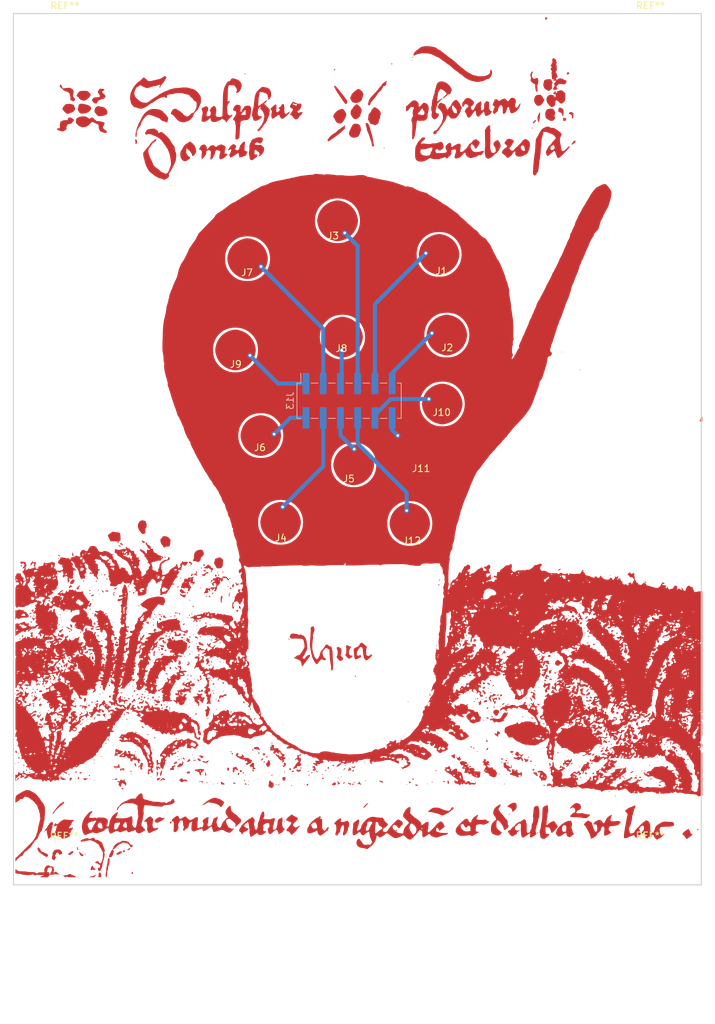
<source format=kicad_pcb>
(kicad_pcb (version 20171130) (host pcbnew 5.0.2+dfsg1-1)
  (layers (0 F.Cu signal) (31 B.Cu signal) (34 B.Paste user) (35 F.Paste user) (36 B.SilkS user) (37 F.SilkS user) (38 B.Mask user) (39 F.Mask user hide) (44 Edge.Cuts user))
  (net 0 "")
  (net 1 GND)
  (net 2 F5)
  (net 3 F6)
  (net 4 F1)
  (net 5 F2)
  (net 6 F7)
  (net 7 F8)
  (net 8 F3)
  (net 9 F4)
  (net 10 F9)
  (net 11 F11)
  (net 12 F10)
  (module Measurement_Points:Measurement_Point_Square-SMD-Pad_Small (layer F.Cu) (at 115.8 81.71 180)
    (fp_text reference J2 (at 0 -2 180) (layer F.SilkS))
    (fp_text value Conn_01x01)
    (pad 1 smd rect (at 0 0 180) (size 1.5 1.5) (layers F.Cu F.Mask) (net 3 F6))
  )
  (module Measurement_Points:Measurement_Point_Square-SMD-Pad_Small (layer F.Cu) (at 91.28 109.76 180)
    (fp_text reference J4 (at 0 -2 180) (layer F.SilkS))
    (fp_text value Conn_01x01)
    (pad 1 smd rect (at 0 0 180) (size 1.5 1.5) (layers F.Cu F.Mask) (net 7 F8))
  )
  (module Measurement_Points:Measurement_Point_Square-SMD-Pad_Small (layer F.Cu) (at 101.29 101.04 180)
    (fp_text reference J5 (at 0 -2 180) (layer F.SilkS))
    (fp_text value Conn_01x01)
    (pad 1 smd rect (at 0 0 180) (size 1.5 1.5) (layers F.Cu F.Mask) (net 10 F9))
  )
  (module Measurement_Points:Measurement_Point_Square-SMD-Pad_Small (layer F.Cu) (at 88.19 96.44 180)
    (fp_text reference J6 (at 0 -2 180) (layer F.SilkS))
    (fp_text value Conn_01x01)
    (pad 1 smd rect (at 0 0 180) (size 1.5 1.5) (layers F.Cu F.Mask) (net 6 F7))
  )
  (module Measurement_Points:Measurement_Point_Square-SMD-Pad_Small (layer F.Cu) (at 86.29 70.64 180)
    (fp_text reference J7 (at 0 -2 180) (layer F.SilkS))
    (fp_text value Conn_01x01)
    (pad 1 smd rect (at 0 0 180) (size 1.5 1.5) (layers F.Cu F.Mask) (net 5 F2))
  )
  (module Measurement_Points:Measurement_Point_Square-SMD-Pad_Small (layer F.Cu) (at 100.21 81.82 180)
    (fp_text reference J8 (at 0 -2 180) (layer F.SilkS))
    (fp_text value Conn_01x01)
    (pad 1 smd rect (at 0 0 180) (size 1.5 1.5) (layers F.Cu F.Mask) (net 8 F3))
  )
  (module Measurement_Points:Measurement_Point_Square-SMD-Pad_Small (layer F.Cu) (at 84.62 84.15 180)
    (fp_text reference J9 (at 0 -2 180) (layer F.SilkS))
    (fp_text value Conn_01x01)
    (pad 1 smd rect (at 0 0 180) (size 1.5 1.5) (layers F.Cu F.Mask) (net 4 F1))
  )
  (module Measurement_Points:Measurement_Point_Square-SMD-Pad_Small (layer F.Cu) (at 114.99 91.25 180)
    (fp_text reference J10 (at 0 -2 180) (layer F.SilkS))
    (fp_text value Conn_01x01)
    (pad 1 smd rect (at 0 0 180) (size 0.6 0.6) (layers F.Cu F.Mask) (net 11 F11))
  )
  (module Measurement_Points:Measurement_Point_Square-SMD-Pad_Small (layer F.Cu) (at 111.96 99.52 180)
    (fp_text reference J11 (at 0 -2 180) (layer F.SilkS))
    (fp_text value Conn_01x01)
    (pad 1 smd rect (at 0 0 180) (size 1.5 1.5) (layers F.Cu F.Mask) (net 1 GND))
  )
  (module Measurement_Points:Measurement_Point_Square-SMD-Pad_Small (layer F.Cu) (at 110.59 110.16 180)
    (fp_text reference J12 (at 0 -2 180) (layer F.SilkS))
    (fp_text value Conn_01x01)
    (pad 1 smd rect (at 0 0 180) (size 0.5 1) (layers F.Cu F.Mask) (net 12 F10))
  )
  (module Measurement_Points:Measurement_Point_Square-SMD-Pad_Small (layer F.Cu) (at 98.97 65.21 180)
    (fp_text reference J3 (at 0 -2 180) (layer F.SilkS))
    (fp_text value Conn_01x01)
    (pad 1 smd rect (at 0 0 180) (size 1.5 1.5) (layers F.Cu F.Mask) (net 9 F4))
  )
  (module Mounting_Holes:MountingHole_3.2mm_M3 (layer F.Cu) (at 59.45 37.5)
    (fp_text reference REF** (at 0 -4.2) (layer F.SilkS))
    (fp_text value MountingHole_3.2mm_M3)
    (pad "" np_thru_hole circle (at 0 0) (size 3.2 3.2) (drill 3.2) (layers *.Cu *.Mask))
  )
  (module Mounting_Holes:MountingHole_3.2mm_M3 (layer F.Cu) (at 145.75 159.85)
    (fp_text reference REF** (at 0 -4.2) (layer F.SilkS))
    (fp_text value MountingHole_3.2mm_M3)
    (pad "" np_thru_hole circle (at 0 0) (size 3.2 3.2) (drill 3.2) (layers *.Cu *.Mask))
  )
  (module Mounting_Holes:MountingHole_3.2mm_M3 (layer F.Cu) (at 145.8 37.5)
    (fp_text reference REF** (at 0 -4.2) (layer F.SilkS))
    (fp_text value MountingHole_3.2mm_M3)
    (pad "" np_thru_hole circle (at 0 0) (size 3.2 3.2) (drill 3.2) (layers *.Cu *.Mask))
  )
  (module Mounting_Holes:MountingHole_3.2mm_M3 (layer F.Cu) (at 59.35 159.9)
    (fp_text reference REF** (at 0 -4.2) (layer F.SilkS))
    (fp_text value MountingHole_3.2mm_M3)
    (pad "" np_thru_hole circle (at 0 0) (size 3.2 3.2) (drill 3.2) (layers *.Cu *.Mask))
  )
  (module Measurement_Points:Measurement_Point_Square-SMD-Pad_Small (layer F.Cu) (at 114.94 70.4 180)
    (fp_text reference J1 (at 0 -2 180) (layer F.SilkS))
    (fp_text value Conn_01x01)
    (pad 1 smd rect (at 0 0 180) (size 1.5 1.5) (layers F.Cu F.Mask) (net 2 F5))
  )
  (module Pin_Headers:Pin_Header_Straight_2x06_Pitch2.54mm_SMD (layer B.Cu) (at 101.33 91.525 270)
    (fp_text reference J13 (at 0 8.68 270) (layer B.SilkS) (effects (justify mirror)))
    (fp_text value Conn_02x06_Odd_Even)
    (pad 1 smd rect (at -2.525 6.35 270) (size 3.15 1) (layers B.Cu B.Paste B.Mask) (net 4 F1))
    (pad 2 smd rect (at 2.525 6.35 270) (size 3.15 1) (layers B.Cu B.Paste B.Mask) (net 6 F7))
    (pad 3 smd rect (at -2.525 3.81 270) (size 3.15 1) (layers B.Cu B.Paste B.Mask) (net 5 F2))
    (pad 4 smd rect (at 2.525 3.81 270) (size 3.15 1) (layers B.Cu B.Paste B.Mask) (net 7 F8))
    (pad 5 smd rect (at -2.525 1.27 270) (size 3.15 1) (layers B.Cu B.Paste B.Mask) (net 8 F3))
    (pad 6 smd rect (at 2.525 1.27 270) (size 3.15 1) (layers B.Cu B.Paste B.Mask) (net 10 F9))
    (pad 7 smd rect (at -2.525 -1.27 270) (size 3.15 1) (layers B.Cu B.Paste B.Mask) (net 9 F4))
    (pad 8 smd rect (at 2.525 -1.27 270) (size 3.15 1) (layers B.Cu B.Paste B.Mask) (net 12 F10))
    (pad 9 smd rect (at -2.525 -3.81 270) (size 3.15 1) (layers B.Cu B.Paste B.Mask) (net 2 F5))
    (pad 10 smd rect (at 2.525 -3.81 270) (size 3.15 1) (layers B.Cu B.Paste B.Mask) (net 11 F11))
    (pad 11 smd rect (at -2.525 -6.35 270) (size 3.15 1) (layers B.Cu B.Paste B.Mask) (net 3 F6))
    (pad 12 smd rect (at 2.525 -6.35 270) (size 3.15 1) (layers B.Cu B.Paste B.Mask) (net 1 GND))
  )
  (module touch_panel:donum_gold (layer F.Cu) (at 102.77 97.51)
    (fp_text reference G*** hide)
    (fp_text value LOGO hide)
    (fp_poly (pts (xy -36.678413 17.663476) (xy -36.664822 17.719958) (xy -36.668697 17.786949) (xy -36.683569 17.885834) (xy -36.712772 17.781849) (xy -36.727051 17.689724) (xy -36.71039 17.648511) (xy -36.678413 17.663476)) (layer F.Cu) (width 0.01))
    (fp_poly (pts (xy -47.602546 30.490347) (xy -47.566625 30.532329) (xy -47.546553 30.599334) (xy -47.58669 30.670527) (xy -47.615004 30.700486) (xy -47.680883 30.759764) (xy -47.71346 30.776287) (xy -47.713961 30.775158) (xy -47.720211 30.723907) (xy -47.730283 30.622129) (xy -47.732895 30.593743) (xy -47.735725 30.487939) (xy -47.713713 30.446369) (xy -47.680221 30.445576) (xy -47.602546 30.490347)) (layer F.Cu) (width 0.01))
    (fp_poly (pts (xy -34.375152 31.317086) (xy -34.374666 31.326667) (xy -34.40721 31.367373) (xy -34.419498 31.369) (xy -34.444781 31.343065) (xy -34.438166 31.326667) (xy -34.400125 31.286282) (xy -34.393335 31.284334) (xy -34.375152 31.317086)) (layer F.Cu) (width 0.01))
    (fp_poly (pts (xy -39.663408 31.053308) (xy -39.625871 31.094175) (xy -39.668625 31.114172) (xy -39.689998 31.115) (xy -39.7336 31.094172) (xy -39.729406 31.071976) (xy -39.678672 31.047555) (xy -39.663408 31.053308)) (layer F.Cu) (width 0.01))
    (fp_poly (pts (xy -39.959526 30.906966) (xy -39.926446 31.020524) (xy -39.961348 31.122617) (xy -40.047574 31.199558) (xy -40.168471 31.237656) (xy -40.30738 31.223225) (xy -40.333083 31.213964) (xy -40.379655 31.165302) (xy -40.377681 31.10451) (xy -40.329301 31.072754) (xy -40.325748 31.072667) (xy -40.257129 31.047023) (xy -40.160417 30.983156) (xy -40.131459 30.959882) (xy -40.04136 30.892125) (xy -39.989078 30.879562) (xy -39.959526 30.906966)) (layer F.Cu) (width 0.01))
    (fp_poly (pts (xy -39.300525 31.206954) (xy -39.333111 31.269727) (xy -39.428499 31.349168) (xy -39.556618 31.416769) (xy -39.675332 31.45132) (xy -39.695981 31.45238) (xy -39.744872 31.446734) (xy -39.721742 31.423244) (xy -39.6875 31.403274) (xy -39.59629 31.343071) (xy -39.489764 31.261814) (xy -39.482832 31.256111) (xy -39.393005 31.198469) (xy -39.326344 31.182619) (xy -39.300525 31.206954)) (layer F.Cu) (width 0.01))
    (fp_poly (pts (xy -39.185278 31.743253) (xy -39.137438 31.824725) (xy -39.141172 31.89334) (xy -39.138775 31.980684) (xy -39.112875 32.028932) (xy -39.07996 32.088871) (xy -39.115654 32.131614) (xy -39.118722 32.133578) (xy -39.18485 32.166013) (xy -39.248677 32.155451) (xy -39.27475 32.145297) (xy -39.30897 32.094563) (xy -39.326803 31.996453) (xy -39.328614 31.880614) (xy -39.314769 31.776693) (xy -39.285633 31.714335) (xy -39.26935 31.707667) (xy -39.185278 31.743253)) (layer F.Cu) (width 0.01))
    (fp_poly (pts (xy -42.64985 31.8847) (xy -42.580589 31.928154) (xy -42.557229 31.97756) (xy -42.557803 31.979545) (xy -42.609779 32.026515) (xy -42.693864 32.037366) (xy -42.765876 32.010463) (xy -42.781774 31.98783) (xy -42.789305 31.906811) (xy -42.780073 31.880624) (xy -42.728511 31.863442) (xy -42.64985 31.8847)) (layer F.Cu) (width 0.01))
    (fp_poly (pts (xy -44.152017 32.715684) (xy -44.077753 32.7821) (xy -44.025017 32.808334) (xy -43.986095 32.831583) (xy -44.001834 32.878118) (xy -44.044638 32.907083) (xy -44.110834 32.892206) (xy -44.171638 32.828435) (xy -44.224705 32.730224) (xy -44.235155 32.673166) (xy -44.205164 32.669765) (xy -44.152017 32.715684)) (layer F.Cu) (width 0.01))
    (fp_poly (pts (xy -43.771524 33.07764) (xy -43.732527 33.163847) (xy -43.709197 33.264971) (xy -43.711569 33.346193) (xy -43.722567 33.365922) (xy -43.764444 33.356353) (xy -43.825876 33.294089) (xy -43.828458 33.290648) (xy -43.88137 33.185677) (xy -43.885532 33.095958) (xy -43.842119 33.045279) (xy -43.816156 33.041167) (xy -43.771524 33.07764)) (layer F.Cu) (width 0.01))
    (fp_poly (pts (xy -42.946763 32.669507) (xy -42.924387 32.747232) (xy -42.930348 32.855562) (xy -42.963899 32.970179) (xy -43.010666 33.050782) (xy -43.071486 33.171696) (xy -43.095333 33.300876) (xy -43.1071 33.396506) (xy -43.135893 33.442587) (xy -43.140519 33.443334) (xy -43.166883 33.410755) (xy -43.160997 33.365485) (xy -43.160208 33.281308) (xy -43.188433 33.170566) (xy -43.233756 33.063826) (xy -43.284264 32.991658) (xy -43.312157 32.977667) (xy -43.340031 33.011939) (xy -43.334517 33.073269) (xy -43.331139 33.181693) (xy -43.372405 33.251971) (xy -43.444849 33.262455) (xy -43.450894 33.260331) (xy -43.499245 33.202947) (xy -43.518181 33.105113) (xy -43.505613 33.006515) (xy -43.467188 32.950848) (xy -43.392204 32.922677) (xy -43.278824 32.896845) (xy -43.267913 32.895009) (xy -43.156602 32.860558) (xy -43.103215 32.792828) (xy -43.095286 32.765798) (xy -43.050812 32.680755) (xy -42.998227 32.646702) (xy -42.946763 32.669507)) (layer F.Cu) (width 0.01))
    (fp_poly (pts (xy -44.162163 39.43065) (xy -44.113698 39.473316) (xy -44.053285 39.546829) (xy -44.054453 39.578182) (xy -44.077604 39.581667) (xy -44.158932 39.551498) (xy -44.194819 39.51959) (xy -44.238016 39.442811) (xy -44.22123 39.409799) (xy -44.162163 39.43065)) (layer F.Cu) (width 0.01))
    (fp_poly (pts (xy -44.330164 40.705192) (xy -44.323 40.724667) (xy -44.357288 40.762224) (xy -44.3865 40.767) (xy -44.442836 40.744141) (xy -44.45 40.724667) (xy -44.415712 40.68711) (xy -44.3865 40.682334) (xy -44.330164 40.705192)) (layer F.Cu) (width 0.01))
    (fp_poly (pts (xy -44.887444 40.696445) (xy -44.882378 40.746684) (xy -44.887444 40.752889) (xy -44.912611 40.747078) (xy -44.915666 40.724667) (xy -44.900177 40.689822) (xy -44.887444 40.696445)) (layer F.Cu) (width 0.01))
    (fp_poly (pts (xy -45.974 44.725167) (xy -45.933615 44.763208) (xy -45.931666 44.769999) (xy -45.964419 44.788181) (xy -45.974 44.788667) (xy -46.014706 44.756123) (xy -46.016333 44.743835) (xy -45.990398 44.718552) (xy -45.974 44.725167)) (layer F.Cu) (width 0.01))
    (fp_poly (pts (xy -36.729488 35.907392) (xy -36.673297 35.963678) (xy -36.660666 36.00599) (xy -36.692364 36.054447) (xy -36.7619 36.065836) (xy -36.830941 36.040051) (xy -36.856246 36.006527) (xy -36.861742 35.925173) (xy -36.852349 35.90058) (xy -36.800427 35.88017) (xy -36.729488 35.907392)) (layer F.Cu) (width 0.01))
    (fp_poly (pts (xy -38.048055 36.202232) (xy -37.993871 36.238009) (xy -37.991887 36.241022) (xy -37.985102 36.304118) (xy -38.029256 36.336641) (xy -38.090847 36.314213) (xy -38.091533 36.313534) (xy -38.136103 36.251298) (xy -38.142333 36.228867) (xy -38.11169 36.198041) (xy -38.048055 36.202232)) (layer F.Cu) (width 0.01))
    (fp_poly (pts (xy -37.682285 36.976494) (xy -37.684604 37.001979) (xy -37.738202 37.066135) (xy -37.758687 37.076063) (xy -37.798048 37.064507) (xy -37.795729 37.039021) (xy -37.742131 36.974865) (xy -37.721646 36.964938) (xy -37.682285 36.976494)) (layer F.Cu) (width 0.01))
    (fp_poly (pts (xy -38.104364 37.202774) (xy -38.1 37.229668) (xy -38.1258 37.301743) (xy -38.142333 37.316834) (xy -38.175653 37.303872) (xy -38.184666 37.255832) (xy -38.167395 37.185696) (xy -38.142333 37.168667) (xy -38.104364 37.202774)) (layer F.Cu) (width 0.01))
    (fp_poly (pts (xy -36.645852 37.488332) (xy -36.588761 37.56216) (xy -36.576648 37.643427) (xy -36.607974 37.72189) (xy -36.68031 37.769069) (xy -36.758834 37.766669) (xy -36.781181 37.750885) (xy -36.827813 37.658872) (xy -36.81781 37.560361) (xy -36.756714 37.491251) (xy -36.740048 37.484489) (xy -36.645852 37.488332)) (layer F.Cu) (width 0.01))
    (fp_poly (pts (xy -37.309778 37.944778) (xy -37.315589 37.969945) (xy -37.338 37.973) (xy -37.372845 37.957511) (xy -37.366222 37.944778) (xy -37.315982 37.939711) (xy -37.309778 37.944778)) (layer F.Cu) (width 0.01))
    (fp_poly (pts (xy -41.941435 37.870551) (xy -41.867866 37.928809) (xy -41.802421 37.997681) (xy -41.768274 38.054072) (xy -41.772689 38.072461) (xy -41.833553 38.072069) (xy -41.911988 38.043439) (xy -41.983522 37.987822) (xy -42.027635 37.919345) (xy -42.032836 37.863802) (xy -41.999952 37.846) (xy -41.941435 37.870551)) (layer F.Cu) (width 0.01))
    (fp_poly (pts (xy -39.454666 38.205834) (xy -39.475833 38.227) (xy -39.497 38.205834) (xy -39.475833 38.184667) (xy -39.454666 38.205834)) (layer F.Cu) (width 0.01))
    (fp_poly (pts (xy -40.302924 37.853056) (xy -40.281392 37.871989) (xy -40.225326 37.982698) (xy -40.228194 38.122868) (xy -40.288343 38.262824) (xy -40.304406 38.284791) (xy -40.388917 38.365651) (xy -40.464623 38.395265) (xy -40.511798 38.36822) (xy -40.518013 38.343417) (xy -40.514622 38.260467) (xy -40.512027 38.248167) (xy -40.505527 38.172993) (xy -40.507011 38.121167) (xy -40.497816 37.972761) (xy -40.453633 37.870762) (xy -40.385117 37.826938) (xy -40.302924 37.853056)) (layer F.Cu) (width 0.01))
    (fp_poly (pts (xy -38.514892 38.220866) (xy -38.460994 38.282281) (xy -38.450197 38.363179) (xy -38.453768 38.374628) (xy -38.51061 38.42486) (xy -38.597988 38.439251) (xy -38.65984 38.415049) (xy -38.671688 38.353468) (xy -38.643966 38.271947) (xy -38.592655 38.214445) (xy -38.585757 38.211278) (xy -38.514892 38.220866)) (layer F.Cu) (width 0.01))
    (fp_poly (pts (xy -38.832437 38.489941) (xy -38.819666 38.525832) (xy -38.846303 38.563101) (xy -38.899861 38.549853) (xy -38.927241 38.520517) (xy -38.938673 38.463507) (xy -38.932555 38.452778) (xy -38.883042 38.449586) (xy -38.832437 38.489941)) (layer F.Cu) (width 0.01))
    (fp_poly (pts (xy -39.288055 38.394638) (xy -39.249357 38.436376) (xy -39.278689 38.49411) (xy -39.282655 38.49894) (xy -39.359161 38.560534) (xy -39.420657 38.540103) (xy -39.436011 38.519271) (xy -39.437628 38.454462) (xy -39.387236 38.400703) (xy -39.316103 38.384334) (xy -39.288055 38.394638)) (layer F.Cu) (width 0.01))
    (fp_poly (pts (xy -41.741897 38.597881) (xy -41.740666 38.608) (xy -41.772881 38.649103) (xy -41.783 38.650334) (xy -41.824103 38.618119) (xy -41.825333 38.608) (xy -41.793119 38.566897) (xy -41.783 38.565667) (xy -41.741897 38.597881)) (layer F.Cu) (width 0.01))
    (fp_poly (pts (xy -40.089666 38.710306) (xy -40.123751 38.768622) (xy -40.156694 38.777334) (xy -40.206067 38.752719) (xy -40.206965 38.727063) (xy -40.164829 38.671159) (xy -40.114102 38.664051) (xy -40.089666 38.710306)) (layer F.Cu) (width 0.01))
    (fp_poly (pts (xy -39.721504 38.849676) (xy -39.670314 38.915809) (xy -39.6472 38.982226) (xy -39.654714 39.005603) (xy -39.723191 39.029492) (xy -39.818219 39.02552) (xy -39.891292 38.997333) (xy -39.900313 38.987146) (xy -39.898884 38.922586) (xy -39.850472 38.854462) (xy -39.782356 38.819875) (xy -39.777166 38.819667) (xy -39.721504 38.849676)) (layer F.Cu) (width 0.01))
    (fp_poly (pts (xy -40.950237 38.94737) (xy -40.784927 38.962076) (xy -40.599791 38.985608) (xy -40.415816 39.015006) (xy -40.253992 39.047309) (xy -40.135307 39.079557) (xy -40.083867 39.104867) (xy -40.050514 39.179863) (xy -40.086736 39.245771) (xy -40.178123 39.282808) (xy -40.215338 39.285334) (xy -40.316849 39.298879) (xy -40.339206 39.340702) (xy -40.296555 39.400178) (xy -40.27317 39.465448) (xy -40.300204 39.525041) (xy -40.337698 39.539334) (xy -40.391882 39.51302) (xy -40.417573 39.490827) (xy -40.445567 39.416261) (xy -40.441915 39.321493) (xy -40.433565 39.235785) (xy -40.470452 39.204429) (xy -40.532838 39.200667) (xy -40.632989 39.226168) (xy -40.670067 39.285334) (xy -40.702515 39.353937) (xy -40.727106 39.37) (xy -40.78141 39.339757) (xy -40.782524 39.263019) (xy -40.745292 39.184616) (xy -40.706642 39.102569) (xy -40.728129 39.05647) (xy -40.816764 39.042444) (xy -40.977281 39.056312) (xy -41.119446 39.064849) (xy -41.187104 39.044091) (xy -41.177814 38.995563) (xy -41.137416 38.956275) (xy -41.074729 38.944449) (xy -40.950237 38.94737)) (layer F.Cu) (width 0.01))
    (fp_poly (pts (xy -41.952333 39.645167) (xy -41.9735 39.666334) (xy -41.994666 39.645167) (xy -41.9735 39.624) (xy -41.952333 39.645167)) (layer F.Cu) (width 0.01))
    (fp_poly (pts (xy -40.428333 39.772167) (xy -40.4495 39.793334) (xy -40.470666 39.772167) (xy -40.4495 39.751) (xy -40.428333 39.772167)) (layer F.Cu) (width 0.01))
    (fp_poly (pts (xy -40.484778 39.976778) (xy -40.490589 40.001945) (xy -40.513 40.005) (xy -40.547845 39.989511) (xy -40.541222 39.976778) (xy -40.490982 39.971711) (xy -40.484778 39.976778)) (layer F.Cu) (width 0.01))
    (fp_poly (pts (xy -40.835631 40.010677) (xy -40.824211 40.015568) (xy -40.753898 40.064828) (xy -40.737418 40.107545) (xy -40.788765 40.151317) (xy -40.876787 40.165868) (xy -40.959247 40.149408) (xy -40.991117 40.118282) (xy -40.991851 40.037431) (xy -40.933206 39.997367) (xy -40.835631 40.010677)) (layer F.Cu) (width 0.01))
    (fp_poly (pts (xy -36.844385 40.285083) (xy -36.851166 40.301334) (xy -36.907246 40.342086) (xy -36.919663 40.343667) (xy -36.942615 40.317584) (xy -36.935833 40.301334) (xy -36.879754 40.260581) (xy -36.867336 40.259) (xy -36.844385 40.285083)) (layer F.Cu) (width 0.01))
    (fp_poly (pts (xy -40.953346 40.232958) (xy -40.945278 40.281492) (xy -40.987133 40.3352) (xy -41.07255 40.382352) (xy -41.149708 40.365676) (xy -41.169166 40.343667) (xy -41.176415 40.274228) (xy -41.114867 40.22759) (xy -41.039668 40.216667) (xy -40.953346 40.232958)) (layer F.Cu) (width 0.01))
    (fp_poly (pts (xy -38.384154 40.249287) (xy -38.256729 40.280644) (xy -38.15653 40.332554) (xy -38.10819 40.394872) (xy -38.107812 40.415968) (xy -38.14768 40.48628) (xy -38.209029 40.501164) (xy -38.249242 40.468927) (xy -38.309083 40.440199) (xy -38.420143 40.43425) (xy -38.442755 40.435979) (xy -38.572264 40.433296) (xy -38.628301 40.394157) (xy -38.64692 40.313184) (xy -38.610567 40.270724) (xy -38.514173 40.248626) (xy -38.384154 40.249287)) (layer F.Cu) (width 0.01))
    (fp_poly (pts (xy -37.400304 40.175326) (xy -37.342607 40.254674) (xy -37.369227 40.330526) (xy -37.40686 40.363518) (xy -37.45209 40.419174) (xy -37.432289 40.494855) (xy -37.428026 40.502985) (xy -37.390333 40.590972) (xy -37.380333 40.637217) (xy -37.401371 40.681429) (xy -37.449577 40.666426) (xy -37.502589 40.601665) (xy -37.512909 40.581168) (xy -37.587885 40.484025) (xy -37.660168 40.433909) (xy -37.741102 40.382761) (xy -37.748661 40.328747) (xy -37.680507 40.261301) (xy -37.611971 40.215928) (xy -37.50652 40.159871) (xy -37.43921 40.153191) (xy -37.400304 40.175326)) (layer F.Cu) (width 0.01))
    (fp_poly (pts (xy -38.431869 38.640198) (xy -38.413121 38.689825) (xy -38.461032 38.752355) (xy -38.484806 38.772639) (xy -38.550784 38.839194) (xy -38.551114 38.888627) (xy -38.533916 38.909795) (xy -38.48389 39.012697) (xy -38.503888 39.125595) (xy -38.586833 39.217941) (xy -38.67463 39.302992) (xy -38.68175 39.384857) (xy -38.608 39.454667) (xy -38.540573 39.51537) (xy -38.523333 39.56199) (xy -38.48499 39.610648) (xy -38.389772 39.624) (xy -38.300797 39.620537) (xy -38.284841 39.59889) (xy -38.330266 39.542171) (xy -38.332034 39.540216) (xy -38.380914 39.476616) (xy -38.370055 39.444224) (xy -38.342416 39.43132) (xy -38.262202 39.432344) (xy -38.156028 39.468856) (xy -38.148256 39.472771) (xy -38.02906 39.519747) (xy -37.922589 39.539528) (xy -37.922185 39.539529) (xy -37.839364 39.565424) (xy -37.738387 39.629485) (xy -37.642786 39.711679) (xy -37.576089 39.791972) (xy -37.560625 39.847376) (xy -37.626291 39.928489) (xy -37.734765 39.951511) (xy -37.825853 39.927571) (xy -37.900795 39.882778) (xy -37.905306 39.838593) (xy -37.888996 39.815299) (xy -37.860205 39.736081) (xy -37.903786 39.679898) (xy -37.970315 39.666334) (xy -38.066442 39.694619) (xy -38.118935 39.761982) (xy -38.110143 39.842188) (xy -38.099151 39.857857) (xy -38.063741 39.9153) (xy -38.08561 39.951544) (xy -38.176571 39.979743) (xy -38.215989 39.987981) (xy -38.328985 39.991864) (xy -38.4114 39.938348) (xy -38.423393 39.924922) (xy -38.534731 39.848853) (xy -38.657295 39.848717) (xy -38.76675 39.924483) (xy -38.83468 39.999645) (xy -38.93986 40.109335) (xy -39.0525 40.222801) (xy -39.183708 40.366946) (xy -39.250887 40.479198) (xy -39.264166 40.546735) (xy -39.274693 40.623911) (xy -39.322768 40.659952) (xy -39.418984 40.674071) (xy -39.533899 40.669638) (xy -39.602519 40.639715) (xy -39.605636 40.635465) (xy -39.599884 40.572125) (xy -39.542017 40.50666) (xy -39.446562 40.429366) (xy -39.619948 40.23239) (xy -39.682931 40.153167) (xy -39.581666 40.153167) (xy -39.552275 40.200722) (xy -39.492726 40.205371) (xy -39.445954 40.166936) (xy -39.441847 40.153747) (xy -39.469163 40.111934) (xy -39.507583 40.097726) (xy -39.57054 40.114237) (xy -39.581666 40.153167) (xy -39.682931 40.153167) (xy -39.725297 40.099879) (xy -39.782938 39.999574) (xy -39.789698 39.940568) (xy -39.742405 39.931954) (xy -39.722483 39.938463) (xy -39.638236 39.949253) (xy -39.512265 39.94363) (xy -39.465159 39.937687) (xy -39.321246 39.892778) (xy -39.231229 39.817501) (xy -39.205798 39.725768) (xy -39.241651 39.646792) (xy -39.265973 39.595354) (xy -39.23968 39.537561) (xy -39.167511 39.46324) (xy -39.081744 39.365154) (xy -39.056749 39.276071) (xy -39.061738 39.230035) (xy -39.061517 39.14057) (xy -39.012251 39.118664) (xy -38.911879 39.163468) (xy -38.907196 39.16637) (xy -38.826113 39.194741) (xy -38.759604 39.161186) (xy -38.69855 39.06861) (xy -38.72036 38.960449) (xy -38.782755 38.877396) (xy -38.872843 38.781501) (xy -38.676901 38.686305) (xy -38.547739 38.631388) (xy -38.469455 38.620636) (xy -38.431869 38.640198)) (layer F.Cu) (width 0.01))
    (fp_poly (pts (xy -42.757152 40.926753) (xy -42.756666 40.936334) (xy -42.78921 40.97704) (xy -42.801498 40.978667) (xy -42.826781 40.952732) (xy -42.820166 40.936334) (xy -42.782125 40.895948) (xy -42.775335 40.894) (xy -42.757152 40.926753)) (layer F.Cu) (width 0.01))
    (fp_poly (pts (xy -38.820879 40.670442) (xy -38.819666 40.679914) (xy -38.837555 40.729686) (xy -38.880723 40.817717) (xy -38.933418 40.914881) (xy -38.979892 40.992054) (xy -39.003765 41.020352) (xy -39.039248 41.000887) (xy -39.063536 40.985824) (xy -39.084236 40.945935) (xy -39.040346 40.881377) (xy -39.01062 40.852092) (xy -38.938212 40.76894) (xy -38.904623 40.700544) (xy -38.904333 40.696121) (xy -38.878901 40.644694) (xy -38.862 40.64) (xy -38.820879 40.670442)) (layer F.Cu) (width 0.01))
    (fp_poly (pts (xy -40.008261 40.917102) (xy -40.005 40.931337) (xy -40.035893 40.991182) (xy -40.047333 40.999834) (xy -40.086405 40.997898) (xy -40.089666 40.983664) (xy -40.058774 40.923818) (xy -40.047333 40.915167) (xy -40.008261 40.917102)) (layer F.Cu) (width 0.01))
    (fp_poly (pts (xy -40.560559 40.976522) (xy -40.555333 40.999267) (xy -40.589545 41.060328) (xy -40.622296 41.079971) (xy -40.720776 41.102734) (xy -40.808147 41.100627) (xy -40.851083 41.075037) (xy -40.851666 41.070436) (xy -40.815454 41.036308) (xy -40.726089 40.997076) (xy -40.7035 40.989732) (xy -40.602825 40.965326) (xy -40.560559 40.976522)) (layer F.Cu) (width 0.01))
    (fp_poly (pts (xy -40.132 41.126834) (xy -40.091281 41.180955) (xy -40.089666 41.192832) (xy -40.121956 41.231527) (xy -40.132 41.232667) (xy -40.169152 41.198209) (xy -40.174333 41.166668) (xy -40.15381 41.122851) (xy -40.132 41.126834)) (layer F.Cu) (width 0.01))
    (fp_poly (pts (xy -39.708666 41.3385) (xy -39.729833 41.359667) (xy -39.751 41.3385) (xy -39.729833 41.317334) (xy -39.708666 41.3385)) (layer F.Cu) (width 0.01))
    (fp_poly (pts (xy -40.731811 41.550533) (xy -40.724666 41.568835) (xy -40.752677 41.624115) (xy -40.806971 41.637353) (xy -40.824595 41.626627) (xy -40.850348 41.565175) (xy -40.805037 41.530229) (xy -40.788166 41.529) (xy -40.731811 41.550533)) (layer F.Cu) (width 0.01))
    (fp_poly (pts (xy -40.940022 41.674887) (xy -40.896624 41.725291) (xy -40.894 41.738636) (xy -40.927287 41.784918) (xy -40.994482 41.801473) (xy -41.045589 41.777463) (xy -41.046634 41.715439) (xy -40.998625 41.671138) (xy -40.940022 41.674887)) (layer F.Cu) (width 0.01))
    (fp_poly (pts (xy -41.968222 39.787822) (xy -41.856441 39.822048) (xy -41.74145 39.865274) (xy -41.668948 39.902853) (xy -41.656 39.917511) (xy -41.690447 39.952617) (xy -41.776213 40.003687) (xy -41.80713 40.019055) (xy -41.91229 40.091624) (xy -41.945414 40.164828) (xy -41.906031 40.223653) (xy -41.814388 40.251229) (xy -41.722042 40.278424) (xy -41.700711 40.32336) (xy -41.740666 40.364834) (xy -41.781623 40.415477) (xy -41.766646 40.455182) (xy -41.716433 40.454181) (xy -41.627541 40.452203) (xy -41.565697 40.473683) (xy -41.499064 40.544843) (xy -41.502678 40.634226) (xy -41.571194 40.721929) (xy -41.6445 40.767) (xy -41.751128 40.841127) (xy -41.773698 40.924971) (xy -41.712185 41.017929) (xy -41.656 41.063334) (xy -41.572064 41.138322) (xy -41.5301 41.205634) (xy -41.529 41.214383) (xy -41.555604 41.266878) (xy -41.613352 41.269384) (xy -41.669146 41.227064) (xy -41.686188 41.18987) (xy -41.740964 41.115891) (xy -41.81721 41.077444) (xy -41.915606 41.075504) (xy -41.989555 41.141521) (xy -41.992068 41.145096) (xy -42.059735 41.234652) (xy -42.154126 41.350925) (xy -42.197462 41.402133) (xy -42.276137 41.513061) (xy -42.293783 41.583022) (xy -42.254131 41.603282) (xy -42.16091 41.565106) (xy -42.134826 41.548813) (xy -42.035432 41.50226) (xy -41.887207 41.453464) (xy -41.746317 41.418415) (xy -41.524638 41.355576) (xy -41.375788 41.269484) (xy -41.288875 41.149495) (xy -41.253006 40.984963) (xy -41.250707 40.934112) (xy -41.220619 40.732047) (xy -41.143643 40.583653) (xy -41.026483 40.499071) (xy -40.952931 40.48374) (xy -40.716976 40.453086) (xy -40.51985 40.387475) (xy -40.331909 40.273826) (xy -40.16375 40.135517) (xy -40.072609 40.036586) (xy -40.055958 39.959095) (xy -40.112524 39.886695) (xy -40.142583 39.864217) (xy -40.19935 39.815107) (xy -40.181908 39.796143) (xy -40.173169 39.795554) (xy -40.09062 39.816917) (xy -40.017159 39.857315) (xy -39.956348 39.918702) (xy -39.942279 40.003671) (xy -39.950678 40.074526) (xy -39.957787 40.188428) (xy -39.922876 40.261774) (xy -39.875942 40.302886) (xy -39.810482 40.365669) (xy -39.811824 40.417716) (xy -39.827439 40.439586) (xy -39.90855 40.481724) (xy -39.97914 40.481925) (xy -40.079016 40.488308) (xy -40.11711 40.548117) (xy -40.093114 40.633559) (xy -40.06843 40.707224) (xy -40.074128 40.737351) (xy -40.131472 40.746943) (xy -40.193589 40.711233) (xy -40.216666 40.663199) (xy -40.249233 40.581081) (xy -40.328902 40.516825) (xy -40.428624 40.480148) (xy -40.521353 40.480765) (xy -40.580041 40.528393) (xy -40.581572 40.532119) (xy -40.634878 40.585693) (xy -40.734306 40.635901) (xy -40.749577 40.641236) (xy -40.84507 40.688396) (xy -40.892765 40.742603) (xy -40.894 40.751138) (xy -40.923015 40.819299) (xy -40.994289 40.905831) (xy -41.008656 40.919636) (xy -41.08134 40.997974) (xy -41.094178 41.054871) (xy -41.071887 41.097531) (xy -41.004585 41.207039) (xy -40.993917 41.283449) (xy -41.036292 41.353174) (xy -41.037032 41.353994) (xy -41.09142 41.440694) (xy -41.105666 41.497731) (xy -41.141052 41.563759) (xy -41.191697 41.592933) (xy -41.281881 41.640318) (xy -41.383047 41.717903) (xy -41.388379 41.722786) (xy -41.48203 41.792214) (xy -41.563075 41.824954) (xy -41.569554 41.825334) (xy -41.636186 41.857606) (xy -41.71795 41.934997) (xy -41.789301 42.028367) (xy -41.8247 42.108577) (xy -41.825333 42.117141) (xy -41.788718 42.151309) (xy -41.708916 42.171772) (xy -41.640313 42.185168) (xy -41.607847 42.22003) (xy -41.600905 42.299503) (xy -41.605722 42.396834) (xy -41.63733 42.578745) (xy -41.709417 42.689358) (xy -41.829062 42.735174) (xy -41.967349 42.728994) (xy -42.085057 42.699127) (xy -42.164916 42.657802) (xy -42.176687 42.644536) (xy -42.247271 42.591411) (xy -42.334704 42.600328) (xy -42.40546 42.665279) (xy -42.415805 42.687393) (xy -42.477458 42.778345) (xy -42.563706 42.831727) (xy -42.647356 42.836262) (xy -42.691491 42.801712) (xy -42.696809 42.73953) (xy -42.681329 42.629745) (xy -42.669903 42.579462) (xy -42.635591 42.442689) (xy -42.634416 42.437952) (xy -42.144516 42.437952) (xy -42.141811 42.491688) (xy -42.09726 42.54858) (xy -41.990261 42.612788) (xy -41.883079 42.629667) (xy -41.780724 42.617399) (xy -41.730343 42.566933) (xy -41.714073 42.517281) (xy -41.711637 42.382495) (xy -41.779821 42.293385) (xy -41.897368 42.257039) (xy -42.006535 42.267277) (xy -42.085683 42.338543) (xy -42.097504 42.355869) (xy -42.144516 42.437952) (xy -42.634416 42.437952) (xy -42.606569 42.325728) (xy -42.600599 42.30134) (xy -42.602259 42.200471) (xy -42.627681 42.145226) (xy -42.64816 42.096549) (xy -42.607529 42.051283) (xy -42.547995 42.017383) (xy -42.447122 41.93949) (xy -42.418 41.845413) (xy -42.436505 41.766447) (xy -42.471673 41.740667) (xy -42.540093 41.717935) (xy -42.638275 41.662157) (xy -42.739153 41.591955) (xy -42.81566 41.525953) (xy -42.841333 41.486317) (xy -42.805676 41.449032) (xy -42.71391 41.395164) (xy -42.629666 41.355631) (xy -42.497142 41.294355) (xy -42.433616 41.248884) (xy -42.428344 41.206572) (xy -42.464274 41.160992) (xy -42.483656 41.101033) (xy -42.440371 41.007625) (xy -42.43866 41.005002) (xy -42.393353 40.926876) (xy -42.4044 40.886597) (xy -42.479808 40.85231) (xy -42.593978 40.819763) (xy -42.674756 40.809334) (xy -42.741888 40.779273) (xy -42.75159 40.697762) (xy -42.288791 40.697762) (xy -42.265304 40.784704) (xy -42.209899 40.844983) (xy -42.131331 40.832701) (xy -42.075531 40.783586) (xy -42.061207 40.756879) (xy -41.933972 40.756879) (xy -41.892361 40.763658) (xy -41.837454 40.755875) (xy -41.836798 40.741424) (xy -41.893457 40.731318) (xy -41.917937 40.738082) (xy -41.933972 40.756879) (xy -42.061207 40.756879) (xy -42.043274 40.723446) (xy -42.078749 40.672563) (xy -42.099606 40.656586) (xy -42.208014 40.601689) (xy -42.274019 40.61769) (xy -42.288791 40.697762) (xy -42.75159 40.697762) (xy -42.751656 40.69721) (xy -42.712556 40.594346) (xy -42.66155 40.537637) (xy -42.589849 40.553991) (xy -42.588339 40.554795) (xy -42.459269 40.59709) (xy -42.370577 40.578648) (xy -42.334255 40.514707) (xy -42.362296 40.420502) (xy -42.424516 40.346682) (xy -42.49023 40.237818) (xy -42.478769 40.114913) (xy -42.394021 39.988364) (xy -42.247348 39.87311) (xy -42.132782 39.806216) (xy -42.052285 39.779425) (xy -41.968222 39.787822)) (layer F.Cu) (width 0.01))
    (fp_poly (pts (xy -3.027533 -35.509146) (xy -2.871471 -35.486675) (xy -2.696154 -35.454892) (xy -2.675798 -35.450769) (xy -2.182249 -35.307903) (xy -1.726563 -35.09281) (xy -1.315101 -34.811854) (xy -0.954225 -34.471396) (xy -0.650297 -34.077799) (xy -0.409676 -33.637425) (xy -0.238726 -33.156636) (xy -0.194219 -32.968868) (xy -0.152404 -32.74675) (xy -0.132934 -32.571859) (xy -0.135807 -32.409758) (xy -0.161025 -32.22601) (xy -0.194219 -32.055132) (xy -0.337646 -31.560939) (xy -0.553108 -31.104797) (xy -0.834243 -30.693066) (xy -1.17469 -30.33211) (xy -1.568088 -30.02829) (xy -2.008076 -29.787968) (xy -2.488291 -29.617507) (xy -2.675798 -29.57323) (xy -2.927963 -29.528969) (xy -3.137573 -29.513354) (xy -3.341734 -29.526351) (xy -3.577552 -29.567925) (xy -3.598333 -29.572363) (xy -4.089201 -29.718641) (xy -4.544971 -29.935111) (xy -4.957664 -30.215202) (xy -5.319302 -30.552344) (xy -5.621906 -30.939963) (xy -5.857499 -31.371489) (xy -5.897227 -31.465858) (xy -5.966344 -31.664066) (xy -6.031455 -31.895473) (xy -6.086118 -32.132125) (xy -6.12389 -32.346065) (xy -6.138327 -32.509337) (xy -6.138333 -32.512) (xy -6.124451 -32.673919) (xy -6.0871 -32.887088) (xy -6.032723 -33.123552) (xy -5.967764 -33.355354) (xy -5.898664 -33.554538) (xy -5.897227 -33.558141) (xy -5.676952 -33.99696) (xy -5.388077 -34.393779) (xy -5.039066 -34.741654) (xy -4.638389 -35.033641) (xy -4.194511 -35.262795) (xy -3.7159 -35.422174) (xy -3.589535 -35.450769) (xy -3.414034 -35.48334) (xy -3.254075 -35.507143) (xy -3.14133 -35.51754) (xy -3.132666 -35.517666) (xy -3.027533 -35.509146)) (layer F.Cu) (width 0.01))
    (fp_poly (pts (xy 12.073552 -30.533778) (xy 12.229461 -30.504699) (xy 12.746648 -30.360754) (xy 13.216487 -30.150293) (xy 13.634703 -29.877467) (xy 13.997018 -29.546428) (xy 14.299158 -29.161326) (xy 14.536844 -28.726313) (xy 14.705801 -28.245539) (xy 14.74977 -28.058201) (xy 14.782786 -27.874488) (xy 14.806688 -27.698245) (xy 14.81662 -27.565705) (xy 14.816667 -27.559) (xy 14.800549 -27.353208) (xy 14.756856 -27.101037) (xy 14.692583 -26.8334) (xy 14.61472 -26.581207) (xy 14.567489 -26.45753) (xy 14.338174 -26.01608) (xy 14.042294 -25.622874) (xy 13.686035 -25.28285) (xy 13.275586 -25.000946) (xy 12.817132 -24.782099) (xy 12.316863 -24.631248) (xy 12.265204 -24.620182) (xy 12.037312 -24.578337) (xy 11.853681 -24.561198) (xy 11.677893 -24.568905) (xy 11.473529 -24.601599) (xy 11.3665 -24.623652) (xy 10.857855 -24.772491) (xy 10.395921 -24.988979) (xy 9.98518 -25.268665) (xy 9.630108 -25.607098) (xy 9.335187 -25.999829) (xy 9.104895 -26.442406) (xy 8.943712 -26.93038) (xy 8.914564 -27.059798) (xy 8.881548 -27.243512) (xy 8.857646 -27.419754) (xy 8.847714 -27.552295) (xy 8.847667 -27.559) (xy 8.85644 -27.687124) (xy 8.879522 -27.861487) (xy 8.912058 -28.045857) (xy 8.914564 -28.058201) (xy 9.057338 -28.555605) (xy 9.270099 -29.008755) (xy 9.548142 -29.413273) (xy 9.886765 -29.764779) (xy 10.281265 -30.058894) (xy 10.726938 -30.291239) (xy 11.219081 -30.457434) (xy 11.568102 -30.528921) (xy 11.748655 -30.551284) (xy 11.904202 -30.553377) (xy 12.073552 -30.533778)) (layer F.Cu) (width 0.01))
    (fp_poly (pts (xy -16.322994 -29.920872) (xy -16.139899 -29.895685) (xy -15.971129 -29.862818) (xy -15.462814 -29.717876) (xy -14.999209 -29.504827) (xy -14.585252 -29.228521) (xy -14.225881 -28.893804) (xy -13.926032 -28.505526) (xy -13.690644 -28.068535) (xy -13.524654 -27.587677) (xy -13.486564 -27.423201) (xy -13.453548 -27.239488) (xy -13.429646 -27.063245) (xy -13.419713 -26.930705) (xy -13.419666 -26.924) (xy -13.435785 -26.718208) (xy -13.479477 -26.466037) (xy -13.543751 -26.1984) (xy -13.621613 -25.946207) (xy -13.668844 -25.82253) (xy -13.897525 -25.382749) (xy -14.193148 -24.990259) (xy -14.549189 -24.650266) (xy -14.959123 -24.367978) (xy -15.416426 -24.148602) (xy -15.914572 -23.997344) (xy -15.971129 -23.985182) (xy -16.223204 -23.940731) (xy -16.433315 -23.925331) (xy -16.639016 -23.938947) (xy -16.877857 -23.981546) (xy -16.891 -23.984363) (xy -17.390089 -24.1329) (xy -17.846241 -24.351318) (xy -18.254062 -24.634202) (xy -18.608162 -24.976139) (xy -18.903147 -25.371715) (xy -19.133626 -25.815517) (xy -19.294207 -26.302132) (xy -19.321769 -26.424798) (xy -19.354785 -26.608512) (xy -19.378687 -26.784754) (xy -19.38862 -26.917295) (xy -19.388666 -26.924) (xy -19.379894 -27.052124) (xy -19.356812 -27.226487) (xy -19.324276 -27.410857) (xy -19.321769 -27.423201) (xy -19.178893 -27.918351) (xy -18.964721 -28.372663) (xy -18.685018 -28.780374) (xy -18.34555 -29.135716) (xy -17.952082 -29.432926) (xy -17.51038 -29.666238) (xy -17.026208 -29.829886) (xy -16.882201 -29.862769) (xy -16.659847 -29.904417) (xy -16.484877 -29.923784) (xy -16.322994 -29.920872)) (layer F.Cu) (width 0.01))
    (fp_poly (pts (xy 13.095048 -18.652376) (xy 13.239231 -18.633254) (xy 13.759547 -18.513252) (xy 14.236505 -18.324203) (xy 14.665404 -18.070484) (xy 15.041538 -17.756476) (xy 15.360207 -17.386558) (xy 15.616705 -16.965108) (xy 15.806331 -16.496507) (xy 15.89277 -16.162535) (xy 15.925786 -15.978821) (xy 15.949688 -15.802579) (xy 15.95962 -15.670038) (xy 15.959667 -15.663333) (xy 15.943549 -15.457541) (xy 15.899856 -15.205371) (xy 15.835583 -14.937734) (xy 15.75772 -14.68554) (xy 15.710489 -14.561864) (xy 15.478167 -14.111781) (xy 15.181806 -13.715117) (xy 14.825701 -13.375305) (xy 14.414149 -13.095775) (xy 13.951445 -12.879961) (xy 13.441885 -12.731292) (xy 13.410868 -12.724778) (xy 13.182286 -12.682909) (xy 12.998503 -12.665599) (xy 12.823252 -12.672975) (xy 12.620268 -12.705165) (xy 12.5095 -12.727933) (xy 12.003522 -12.876345) (xy 11.542784 -13.093003) (xy 11.132142 -13.373081) (xy 10.776452 -13.711755) (xy 10.48057 -14.104201) (xy 10.249351 -14.545593) (xy 10.087652 -15.031107) (xy 10.057564 -15.164132) (xy 10.024548 -15.347845) (xy 10.000646 -15.524088) (xy 9.990714 -15.656628) (xy 9.990667 -15.663333) (xy 9.99944 -15.791457) (xy 10.022522 -15.96582) (xy 10.055058 -16.15019) (xy 10.057564 -16.162535) (xy 10.20047 -16.661513) (xy 10.413135 -17.115029) (xy 10.691566 -17.5192) (xy 11.031766 -17.870141) (xy 11.429741 -18.163967) (xy 11.881495 -18.396795) (xy 12.383034 -18.56474) (xy 12.572905 -18.608145) (xy 12.777568 -18.644809) (xy 12.938958 -18.659076) (xy 13.095048 -18.652376)) (layer F.Cu) (width 0.01))
    (fp_poly (pts (xy -2.202804 -18.34904) (xy -2.003759 -18.313806) (xy -1.500526 -18.17401) (xy -1.037489 -17.96331) (xy -0.620432 -17.6874) (xy -0.255139 -17.351974) (xy 0.052607 -16.962723) (xy 0.297021 -16.525343) (xy 0.472319 -16.045525) (xy 0.52577 -15.823868) (xy 0.558341 -15.648368) (xy 0.582144 -15.488409) (xy 0.59254 -15.375664) (xy 0.592667 -15.367) (xy 0.584146 -15.261866) (xy 0.561675 -15.105805) (xy 0.529893 -14.930488) (xy 0.52577 -14.910132) (xy 0.382847 -14.416273) (xy 0.167732 -13.960343) (xy -0.113199 -13.548718) (xy -0.453568 -13.187773) (xy -0.847002 -12.883886) (xy -1.287122 -12.643431) (xy -1.767554 -12.472785) (xy -1.956132 -12.42823) (xy -2.208296 -12.383969) (xy -2.417906 -12.368354) (xy -2.622067 -12.381351) (xy -2.857885 -12.422925) (xy -2.878666 -12.427363) (xy -3.31498 -12.549626) (xy -3.70753 -12.72309) (xy -3.955693 -12.87041) (xy -4.374214 -13.191659) (xy -4.725758 -13.564291) (xy -5.008588 -13.985722) (xy -5.220966 -14.45337) (xy -5.359806 -14.957759) (xy -5.395919 -15.162879) (xy -5.410858 -15.323188) (xy -5.405875 -15.475518) (xy -5.383327 -15.649619) (xy -5.263237 -16.160053) (xy -5.070841 -16.631679) (xy -4.811698 -17.058938) (xy -4.491367 -17.436271) (xy -4.115406 -17.758119) (xy -3.689376 -18.018923) (xy -3.218833 -18.213125) (xy -2.709338 -18.335166) (xy -2.695619 -18.337327) (xy -2.516033 -18.360361) (xy -2.364039 -18.364683) (xy -2.202804 -18.34904)) (layer F.Cu) (width 0.01))
    (fp_poly (pts (xy -18.100994 -16.458872) (xy -17.917899 -16.433685) (xy -17.749129 -16.400818) (xy -17.240814 -16.255876) (xy -16.777209 -16.042827) (xy -16.363252 -15.766521) (xy -16.003881 -15.431804) (xy -15.704032 -15.043526) (xy -15.468644 -14.606535) (xy -15.302654 -14.125677) (xy -15.264564 -13.961201) (xy -15.231548 -13.777488) (xy -15.207646 -13.601245) (xy -15.197713 -13.468705) (xy -15.197666 -13.462) (xy -15.213785 -13.256208) (xy -15.257477 -13.004037) (xy -15.321751 -12.7364) (xy -15.399613 -12.484207) (xy -15.446844 -12.36053) (xy -15.675525 -11.920749) (xy -15.971148 -11.528259) (xy -16.327189 -11.188266) (xy -16.737123 -10.905978) (xy -17.194426 -10.686602) (xy -17.692572 -10.535344) (xy -17.749129 -10.523182) (xy -18.001204 -10.478731) (xy -18.211315 -10.463331) (xy -18.417016 -10.476947) (xy -18.655857 -10.519546) (xy -18.669 -10.522363) (xy -19.168089 -10.6709) (xy -19.624241 -10.889318) (xy -20.032062 -11.172202) (xy -20.386162 -11.514139) (xy -20.681147 -11.909715) (xy -20.911626 -12.353517) (xy -21.072207 -12.840132) (xy -21.099769 -12.962798) (xy -21.132785 -13.146512) (xy -21.156687 -13.322754) (xy -21.16662 -13.455295) (xy -21.166666 -13.462) (xy -21.157894 -13.590124) (xy -21.134812 -13.764487) (xy -21.102276 -13.948857) (xy -21.099769 -13.961201) (xy -20.956893 -14.456351) (xy -20.742721 -14.910663) (xy -20.463018 -15.318374) (xy -20.12355 -15.673716) (xy -19.730082 -15.970926) (xy -19.28838 -16.204238) (xy -18.804208 -16.367886) (xy -18.660201 -16.400769) (xy -18.437847 -16.442417) (xy -18.262877 -16.461784) (xy -18.100994 -16.458872)) (layer F.Cu) (width 0.01))
    (fp_poly (pts (xy 12.753731 -8.441305) (xy 13.142233 -8.335134) (xy 13.527534 -8.177182) (xy 13.892975 -7.973713) (xy 14.221894 -7.730989) (xy 14.368825 -7.595491) (xy 14.63991 -7.277676) (xy 14.874228 -6.910466) (xy 15.063294 -6.513299) (xy 15.19862 -6.105608) (xy 15.27172 -5.706832) (xy 15.282334 -5.503333) (xy 15.273561 -5.375209) (xy 15.250479 -5.200846) (xy 15.217943 -5.016476) (xy 15.215436 -5.004132) (xy 15.072573 -4.506747) (xy 14.85937 -4.053319) (xy 14.580387 -3.64833) (xy 14.240187 -3.296265) (xy 13.843331 -3.001606) (xy 13.394381 -2.768838) (xy 12.897898 -2.602443) (xy 12.733535 -2.564727) (xy 12.504927 -2.522886) (xy 12.321137 -2.505595) (xy 12.145914 -2.512984) (xy 11.943008 -2.545185) (xy 11.832167 -2.567986) (xy 11.323521 -2.716825) (xy 10.861588 -2.933312) (xy 10.450846 -3.212998) (xy 10.095775 -3.551431) (xy 9.800854 -3.944162) (xy 9.570562 -4.386739) (xy 9.409378 -4.874713) (xy 9.380231 -5.004132) (xy 9.347215 -5.187845) (xy 9.323313 -5.364088) (xy 9.31338 -5.496628) (xy 9.313334 -5.503333) (xy 9.322106 -5.631457) (xy 9.345188 -5.80582) (xy 9.377724 -5.99019) (xy 9.380231 -6.002535) (xy 9.523005 -6.499938) (xy 9.735766 -6.953089) (xy 10.013809 -7.357606) (xy 10.352432 -7.709112) (xy 10.746932 -8.003227) (xy 11.192605 -8.235572) (xy 11.684748 -8.401768) (xy 12.033769 -8.473254) (xy 12.37869 -8.489433) (xy 12.753731 -8.441305)) (layer F.Cu) (width 0.01))
    (fp_poly (pts (xy -14.013654 -3.784817) (xy -13.631929 -3.680375) (xy -13.251048 -3.525734) (xy -12.887542 -3.327237) (xy -12.557942 -3.091223) (xy -12.36631 -2.917281) (xy -12.102081 -2.604433) (xy -11.872922 -2.240812) (xy -11.687513 -1.846528) (xy -11.554536 -1.441689) (xy -11.482673 -1.046403) (xy -11.472333 -0.846666) (xy -11.488451 -0.640874) (xy -11.532144 -0.388704) (xy -11.596417 -0.121067) (xy -11.67428 0.131126) (xy -11.721511 0.254803) (xy -11.950192 0.694584) (xy -12.245815 1.087074) (xy -12.601856 1.427067) (xy -13.01179 1.709355) (xy -13.469092 1.928731) (xy -13.967239 2.079989) (xy -14.023796 2.092152) (xy -14.254345 2.134335) (xy -14.439542 2.151423) (xy -14.614878 2.143473) (xy -14.815846 2.110542) (xy -14.896904 2.093538) (xy -15.41482 1.94566) (xy -15.873948 1.738345) (xy -16.278216 1.469039) (xy -16.631549 1.135185) (xy -16.901376 0.789054) (xy -17.082587 0.477162) (xy -17.235648 0.125544) (xy -17.351968 -0.239773) (xy -17.422955 -0.592763) (xy -17.441333 -0.846666) (xy -17.43256 -0.974791) (xy -17.409478 -1.149153) (xy -17.376942 -1.333523) (xy -17.374436 -1.345868) (xy -17.231547 -1.844556) (xy -17.018998 -2.29816) (xy -16.741235 -2.702555) (xy -16.402699 -3.053611) (xy -16.007835 -3.347201) (xy -15.561085 -3.579198) (xy -15.066894 -3.745473) (xy -14.713512 -3.817736) (xy -14.379692 -3.832717) (xy -14.013654 -3.784817)) (layer F.Cu) (width 0.01))
    (fp_poly (pts (xy -0.551804 0.489294) (xy -0.352759 0.524527) (xy 0.150474 0.664323) (xy 0.613511 0.875023) (xy 1.030568 1.150933) (xy 1.395861 1.48636) (xy 1.703607 1.87561) (xy 1.948021 2.312991) (xy 2.123319 2.792808) (xy 2.17677 3.014465) (xy 2.209341 3.189966) (xy 2.233144 3.349925) (xy 2.24354 3.46267) (xy 2.243667 3.471334) (xy 2.235146 3.576467) (xy 2.212675 3.732529) (xy 2.180893 3.907846) (xy 2.17677 3.928202) (xy 2.033847 4.42206) (xy 1.818732 4.87799) (xy 1.537801 5.289615) (xy 1.197432 5.65056) (xy 0.803998 5.954448) (xy 0.363878 6.194902) (xy -0.116554 6.365548) (xy -0.305132 6.410103) (xy -0.557296 6.454365) (xy -0.766906 6.469979) (xy -0.971067 6.456982) (xy -1.206885 6.415409) (xy -1.227666 6.410971) (xy -1.66398 6.288708) (xy -2.05653 6.115244) (xy -2.304693 5.967924) (xy -2.723214 5.646675) (xy -3.074758 5.274043) (xy -3.357588 4.852611) (xy -3.569966 4.384964) (xy -3.708806 3.880574) (xy -3.744919 3.675455) (xy -3.759858 3.515146) (xy -3.754875 3.362815) (xy -3.732327 3.188714) (xy -3.612237 2.67828) (xy -3.419841 2.206654) (xy -3.160698 1.779396) (xy -2.840367 1.402063) (xy -2.464406 1.080215) (xy -2.038376 0.81941) (xy -1.567833 0.625208) (xy -1.058338 0.503167) (xy -1.044619 0.501006) (xy -0.865033 0.477972) (xy -0.713039 0.473651) (xy -0.551804 0.489294)) (layer F.Cu) (width 0.01))
    (fp_poly (pts (xy -11.408559 8.949721) (xy -11.271769 8.968079) (xy -10.751453 9.088081) (xy -10.274495 9.277131) (xy -9.845596 9.530849) (xy -9.469462 9.844857) (xy -9.150793 10.214775) (xy -8.894295 10.636225) (xy -8.704669 11.104827) (xy -8.61823 11.438799) (xy -8.585214 11.622512) (xy -8.561312 11.798755) (xy -8.55138 11.931295) (xy -8.551333 11.938) (xy -8.567451 12.143792) (xy -8.611144 12.395963) (xy -8.675417 12.6636) (xy -8.75328 12.915793) (xy -8.800511 13.03947) (xy -9.032833 13.489553) (xy -9.329194 13.886216) (xy -9.685299 14.226028) (xy -10.096851 14.505558) (xy -10.559555 14.721373) (xy -11.069115 14.870041) (xy -11.100132 14.876555) (xy -11.330374 14.918629) (xy -11.515175 14.935971) (xy -11.690049 14.928649) (xy -11.890508 14.896734) (xy -11.980333 14.878267) (xy -12.487266 14.730132) (xy -12.949816 14.513983) (xy -13.362891 14.23485) (xy -13.721395 13.897758) (xy -14.020236 13.507737) (xy -14.254321 13.069813) (xy -14.418556 12.589013) (xy -14.453436 12.437202) (xy -14.486452 12.253488) (xy -14.510354 12.077246) (xy -14.520286 11.944705) (xy -14.520333 11.938) (xy -14.504215 11.732208) (xy -14.460523 11.480038) (xy -14.396249 11.212401) (xy -14.318387 10.960207) (xy -14.271155 10.836531) (xy -14.04162 10.394363) (xy -13.745793 10.00143) (xy -13.389158 9.662056) (xy -12.977196 9.380566) (xy -12.51539 9.161284) (xy -12.009224 9.008537) (xy -11.933127 8.992301) (xy -11.728868 8.955844) (xy -11.566948 8.942124) (xy -11.408559 8.949721)) (layer F.Cu) (width 0.01))
    (fp_poly (pts (xy 7.595339 9.110461) (xy 7.778435 9.135649) (xy 7.947204 9.168515) (xy 8.455519 9.313458) (xy 8.919124 9.526506) (xy 9.333081 9.802813) (xy 9.692453 10.137529) (xy 9.992301 10.525807) (xy 10.227689 10.962799) (xy 10.393679 11.443656) (xy 10.43177 11.608132) (xy 10.464786 11.791846) (xy 10.488688 11.968088) (xy 10.49862 12.100628) (xy 10.498667 12.107334) (xy 10.482549 12.313126) (xy 10.438856 12.565296) (xy 10.374583 12.832933) (xy 10.29672 13.085126) (xy 10.249489 13.208803) (xy 10.020808 13.648584) (xy 9.725185 14.041074) (xy 9.369144 14.381067) (xy 8.95921 14.663355) (xy 8.501908 14.882731) (xy 8.003761 15.033989) (xy 7.947204 15.046152) (xy 7.695129 15.090602) (xy 7.485018 15.106003) (xy 7.279318 15.092386) (xy 7.040477 15.049787) (xy 7.027334 15.046971) (xy 6.528244 14.898433) (xy 6.072092 14.680015) (xy 5.664271 14.397131) (xy 5.310171 14.055194) (xy 5.015186 13.659618) (xy 4.784707 13.215816) (xy 4.624126 12.729202) (xy 4.596564 12.606535) (xy 4.563548 12.422821) (xy 4.539646 12.246579) (xy 4.529714 12.114039) (xy 4.529667 12.107334) (xy 4.53844 11.979209) (xy 4.561522 11.804847) (xy 4.594058 11.620477) (xy 4.596564 11.608132) (xy 4.73944 11.112983) (xy 4.953612 10.65867) (xy 5.233315 10.25096) (xy 5.572783 9.895617) (xy 5.966251 9.598407) (xy 6.407954 9.365096) (xy 6.892126 9.201448) (xy 7.036132 9.168564) (xy 7.258486 9.126917) (xy 7.433456 9.10755) (xy 7.595339 9.110461)) (layer F.Cu) (width 0.01))
    (fp_poly (pts (xy 36.138556 24.440445) (xy 36.132745 24.465612) (xy 36.110334 24.468667) (xy 36.075488 24.453178) (xy 36.082111 24.440445) (xy 36.132351 24.435378) (xy 36.138556 24.440445)) (layer F.Cu) (width 0.01))
    (fp_poly (pts (xy 28.558067 24.273933) (xy 28.559869 24.358566) (xy 28.539676 24.393925) (xy 28.493533 24.411477) (xy 28.464934 24.367067) (xy 28.463131 24.282434) (xy 28.483325 24.247076) (xy 28.529467 24.229523) (xy 28.558067 24.273933)) (layer F.Cu) (width 0.01))
    (fp_poly (pts (xy 47.196797 27.133466) (xy 47.175971 27.195704) (xy 47.134803 27.250965) (xy 47.090586 27.259813) (xy 47.074667 27.225517) (xy 47.10363 27.170346) (xy 47.138167 27.135667) (xy 47.190655 27.102234) (xy 47.196797 27.133466)) (layer F.Cu) (width 0.01))
    (fp_poly (pts (xy 26.359115 27.669602) (xy 26.3525 27.686) (xy 26.314459 27.726385) (xy 26.307668 27.728334) (xy 26.289486 27.695581) (xy 26.289 27.686) (xy 26.321544 27.645294) (xy 26.333832 27.643667) (xy 26.359115 27.669602)) (layer F.Cu) (width 0.01))
    (fp_poly (pts (xy 37.482347 27.838559) (xy 37.544058 27.883782) (xy 37.524511 27.932272) (xy 37.462259 27.962037) (xy 37.376562 28.021458) (xy 37.344012 28.073145) (xy 37.317312 28.130283) (xy 37.284539 28.122302) (xy 37.240577 28.076293) (xy 37.192106 28.012398) (xy 37.20437 27.967679) (xy 37.242407 27.932144) (xy 37.348388 27.852277) (xy 37.426079 27.82719) (xy 37.482347 27.838559)) (layer F.Cu) (width 0.01))
    (fp_poly (pts (xy 38.174262 28.211934) (xy 38.166419 28.254096) (xy 38.113144 28.316781) (xy 38.040624 28.375355) (xy 37.975046 28.405185) (xy 37.96831 28.405667) (xy 37.935025 28.371249) (xy 37.930667 28.341259) (xy 37.963847 28.28147) (xy 38.039791 28.228302) (xy 38.123101 28.200548) (xy 38.174262 28.211934)) (layer F.Cu) (width 0.01))
    (fp_poly (pts (xy 38.142334 28.596167) (xy 38.121167 28.617334) (xy 38.1 28.596167) (xy 38.121167 28.575) (xy 38.142334 28.596167)) (layer F.Cu) (width 0.01))
    (fp_poly (pts (xy 45.627256 28.935769) (xy 45.635334 28.956) (xy 45.60495 28.997122) (xy 45.595499 28.998334) (xy 45.538165 28.967561) (xy 45.5295 28.956) (xy 45.539097 28.919759) (xy 45.569335 28.913667) (xy 45.627256 28.935769)) (layer F.Cu) (width 0.01))
    (fp_poly (pts (xy 30.947933 30.927776) (xy 30.924075 30.970117) (xy 30.901217 30.98165) (xy 30.865102 30.968334) (xy 30.86735 30.947784) (xy 30.902967 30.902359) (xy 30.914975 30.900159) (xy 30.947933 30.927776)) (layer F.Cu) (width 0.01))
    (fp_poly (pts (xy 31.175903 31.333861) (xy 31.160323 31.364162) (xy 31.118088 31.394237) (xy 31.098435 31.376445) (xy 31.101688 31.318356) (xy 31.117126 31.304186) (xy 31.172988 31.289622) (xy 31.175903 31.333861)) (layer F.Cu) (width 0.01))
    (fp_poly (pts (xy 15.87841 28.564164) (xy 15.890008 28.573074) (xy 15.904766 28.634259) (xy 15.868134 28.690551) (xy 15.832667 28.702) (xy 15.778529 28.671114) (xy 15.766242 28.654934) (xy 15.768378 28.600193) (xy 15.818027 28.561828) (xy 15.87841 28.564164)) (layer F.Cu) (width 0.01))
    (fp_poly (pts (xy 16.291169 28.978859) (xy 16.298334 28.998334) (xy 16.264045 29.035891) (xy 16.234834 29.040667) (xy 16.178498 29.017808) (xy 16.171334 28.998334) (xy 16.205622 28.960776) (xy 16.234834 28.956) (xy 16.291169 28.978859)) (layer F.Cu) (width 0.01))
    (fp_poly (pts (xy 15.22445 29.435182) (xy 15.24 29.487665) (xy 15.218632 29.542833) (xy 15.17328 29.533623) (xy 15.1377 29.479108) (xy 15.124231 29.410112) (xy 15.130354 29.390202) (xy 15.177437 29.388201) (xy 15.22445 29.435182)) (layer F.Cu) (width 0.01))
    (fp_poly (pts (xy 17.082423 29.189586) (xy 17.212857 29.21933) (xy 17.282584 29.237954) (xy 17.348975 29.277172) (xy 17.335125 29.331424) (xy 17.261417 29.383134) (xy 17.156586 29.450109) (xy 17.072212 29.517786) (xy 16.978257 29.603325) (xy 16.935676 29.491329) (xy 16.917572 29.334706) (xy 16.933705 29.272524) (xy 16.962564 29.214229) (xy 17.005564 29.187235) (xy 17.082423 29.189586)) (layer F.Cu) (width 0.01))
    (fp_poly (pts (xy 14.928289 29.755453) (xy 14.979569 29.849359) (xy 15.016711 29.972043) (xy 15.028334 30.077589) (xy 14.998107 30.175994) (xy 14.943667 30.247167) (xy 14.881968 30.294076) (xy 14.860105 30.279593) (xy 14.859 30.262195) (xy 14.886927 30.179214) (xy 14.90951 30.150091) (xy 14.931777 30.098554) (xy 14.900764 30.022921) (xy 14.863762 29.969386) (xy 14.801888 29.854642) (xy 14.796951 29.766344) (xy 14.848236 29.720854) (xy 14.874697 29.718) (xy 14.928289 29.755453)) (layer F.Cu) (width 0.01))
    (fp_poly (pts (xy 32.715143 23.819674) (xy 32.712683 23.893424) (xy 32.661513 23.984326) (xy 32.619221 24.033415) (xy 32.601988 24.01846) (xy 32.598016 23.929165) (xy 32.598013 23.928917) (xy 32.612588 23.824115) (xy 32.660167 23.791334) (xy 32.715143 23.819674)) (layer F.Cu) (width 0.01))
    (fp_poly (pts (xy 33.697334 25.421167) (xy 33.676167 25.442334) (xy 33.655 25.421167) (xy 33.676167 25.4) (xy 33.697334 25.421167)) (layer F.Cu) (width 0.01))
    (fp_poly (pts (xy 30.921261 25.68513) (xy 30.915589 25.738709) (xy 30.887909 25.813142) (xy 30.868397 25.804728) (xy 30.861 25.715183) (xy 30.861 25.715002) (xy 30.873316 25.643254) (xy 30.899359 25.630377) (xy 30.921261 25.68513)) (layer F.Cu) (width 0.01))
    (fp_poly (pts (xy 31.603402 25.643594) (xy 31.610788 25.647464) (xy 31.691711 25.715286) (xy 31.734363 25.797019) (xy 31.723944 25.862797) (xy 31.719638 25.867148) (xy 31.658014 25.894928) (xy 31.554314 25.921484) (xy 31.548917 25.92251) (xy 31.454867 25.933173) (xy 31.417357 25.907794) (xy 31.411334 25.851533) (xy 31.436119 25.737615) (xy 31.467601 25.677898) (xy 31.527635 25.625863) (xy 31.603402 25.643594)) (layer F.Cu) (width 0.01))
    (fp_poly (pts (xy 33.731396 25.821321) (xy 33.719245 25.905214) (xy 33.652867 26.000291) (xy 33.574656 26.065296) (xy 33.454922 26.138283) (xy 33.387381 26.157167) (xy 33.360565 26.123663) (xy 33.358667 26.097593) (xy 33.393444 26.034302) (xy 33.465515 25.984502) (xy 33.554451 25.914668) (xy 33.596397 25.840061) (xy 33.637388 25.769944) (xy 33.682287 25.76804) (xy 33.731396 25.821321)) (layer F.Cu) (width 0.01))
    (fp_poly (pts (xy 32.54294 25.371257) (xy 32.596313 25.398886) (xy 32.636326 25.444045) (xy 32.606896 25.491371) (xy 32.55923 25.561693) (xy 32.585401 25.61511) (xy 32.683613 25.661138) (xy 32.771402 25.701961) (xy 32.796193 25.758595) (xy 32.785702 25.830003) (xy 32.788398 25.966615) (xy 32.866588 26.069554) (xy 32.975927 26.127239) (xy 33.049279 26.160134) (xy 33.049247 26.190121) (xy 33.001326 26.228663) (xy 32.890858 26.280757) (xy 32.79183 26.279866) (xy 32.742198 26.242402) (xy 32.683154 26.215637) (xy 32.593174 26.219849) (xy 32.485882 26.224152) (xy 32.449082 26.18428) (xy 32.485001 26.106137) (xy 32.530888 26.054597) (xy 32.614951 25.958315) (xy 32.626194 25.900307) (xy 32.56057 25.869463) (xy 32.459084 25.857518) (xy 32.342802 25.837502) (xy 32.28477 25.805185) (xy 32.29307 25.771183) (xy 32.374417 25.746306) (xy 32.455101 25.712188) (xy 32.458343 25.6521) (xy 32.400807 25.591816) (xy 32.355709 25.537728) (xy 32.373393 25.464533) (xy 32.38113 25.449566) (xy 32.451886 25.370332) (xy 32.54294 25.371257)) (layer F.Cu) (width 0.01))
    (fp_poly (pts (xy 32.830699 26.682634) (xy 32.884441 26.747726) (xy 32.893 26.78967) (xy 32.860954 26.847274) (xy 32.783924 26.907899) (xy 32.690572 26.956084) (xy 32.609559 26.976367) (xy 32.573002 26.962291) (xy 32.575165 26.898888) (xy 32.616318 26.798527) (xy 32.68377 26.691315) (xy 32.691396 26.681473) (xy 32.755426 26.654686) (xy 32.830699 26.682634)) (layer F.Cu) (width 0.01))
    (fp_poly (pts (xy 33.231667 27.4955) (xy 33.272385 27.549622) (xy 33.274 27.561499) (xy 33.241711 27.600193) (xy 33.231667 27.601334) (xy 33.194515 27.566876) (xy 33.189334 27.535335) (xy 33.209856 27.491518) (xy 33.231667 27.4955)) (layer F.Cu) (width 0.01))
    (fp_poly (pts (xy 33.837984 27.879474) (xy 33.900835 27.934272) (xy 33.894592 28.001758) (xy 33.842038 28.041304) (xy 33.74232 28.065173) (xy 33.683998 28.035368) (xy 33.673656 28.020604) (xy 33.673751 27.956722) (xy 33.72678 27.899255) (xy 33.803166 27.873603) (xy 33.837984 27.879474)) (layer F.Cu) (width 0.01))
    (fp_poly (pts (xy 33.3375 28.178691) (xy 33.393201 28.208739) (xy 33.401 28.219696) (xy 33.366432 28.234495) (xy 33.3375 28.236334) (xy 33.281154 28.214179) (xy 33.274 28.195329) (xy 33.305031 28.172036) (xy 33.3375 28.178691)) (layer F.Cu) (width 0.01))
    (fp_poly (pts (xy 33.954349 28.688082) (xy 33.982399 28.754642) (xy 33.97478 28.782978) (xy 33.923252 28.819979) (xy 33.859271 28.827337) (xy 33.825152 28.801023) (xy 33.824982 28.79725) (xy 33.84582 28.73757) (xy 33.865552 28.702354) (xy 33.912395 28.663122) (xy 33.954349 28.688082)) (layer F.Cu) (width 0.01))
    (fp_poly (pts (xy 33.84133 29.665933) (xy 33.842567 29.703756) (xy 33.801489 29.745629) (xy 33.710698 29.797037) (xy 33.65353 29.78508) (xy 33.633612 29.759975) (xy 33.646656 29.718608) (xy 33.70928 29.67954) (xy 33.787421 29.658196) (xy 33.84133 29.665933)) (layer F.Cu) (width 0.01))
    (fp_poly (pts (xy 34.720222 29.867069) (xy 34.752945 29.884755) (xy 34.791645 29.927235) (xy 34.762205 29.985239) (xy 34.758345 29.98994) (xy 34.688714 30.045362) (xy 34.649834 30.056667) (xy 34.581069 30.026986) (xy 34.541322 29.98994) (xy 34.507885 29.929905) (xy 34.54248 29.887485) (xy 34.546722 29.884755) (xy 34.623514 29.850632) (xy 34.649834 29.846297) (xy 34.720222 29.867069)) (layer F.Cu) (width 0.01))
    (fp_poly (pts (xy 39.392339 30.391376) (xy 39.440533 30.492697) (xy 39.454667 30.610303) (xy 39.4747 30.742128) (xy 39.542361 30.82417) (xy 39.546749 30.827147) (xy 39.604165 30.879887) (xy 39.60904 30.943545) (xy 39.560966 31.042705) (xy 39.542657 31.072667) (xy 39.494347 31.17114) (xy 39.480217 31.21025) (xy 39.426577 31.272811) (xy 39.332667 31.269608) (xy 39.210187 31.201714) (xy 39.186747 31.18331) (xy 39.114814 31.118668) (xy 39.088348 31.061352) (xy 39.099631 30.977602) (xy 39.121762 30.899083) (xy 39.153902 30.772901) (xy 39.17027 30.674741) (xy 39.170724 30.651448) (xy 39.184299 30.574367) (xy 39.224492 30.476836) (xy 39.274676 30.392037) (xy 39.318222 30.353149) (xy 39.320287 30.353) (xy 39.392339 30.391376)) (layer F.Cu) (width 0.01))
    (fp_poly (pts (xy 39.376076 31.437134) (xy 39.391167 31.453667) (xy 39.378205 31.486987) (xy 39.330165 31.496) (xy 39.26003 31.478728) (xy 39.243 31.453667) (xy 39.277107 31.415697) (xy 39.304002 31.411334) (xy 39.376076 31.437134)) (layer F.Cu) (width 0.01))
    (fp_poly (pts (xy 21.364222 30.451778) (xy 21.369289 30.502018) (xy 21.364222 30.508222) (xy 21.339055 30.502411) (xy 21.336 30.48) (xy 21.351489 30.445155) (xy 21.364222 30.451778)) (layer F.Cu) (width 0.01))
    (fp_poly (pts (xy 21.842277 31.188064) (xy 21.844 31.199667) (xy 21.829557 31.2409) (xy 21.825332 31.242) (xy 21.789189 31.212336) (xy 21.7805 31.199667) (xy 21.783857 31.160657) (xy 21.799168 31.157334) (xy 21.842277 31.188064)) (layer F.Cu) (width 0.01))
    (fp_poly (pts (xy 21.503635 30.842064) (xy 21.505334 30.86705) (xy 21.530186 30.946376) (xy 21.58878 31.040334) (xy 21.643119 31.11659) (xy 21.644672 31.16343) (xy 21.594293 31.216948) (xy 21.592983 31.218134) (xy 21.519166 31.261525) (xy 21.485871 31.244758) (xy 21.417981 31.202726) (xy 21.324879 31.206136) (xy 21.248855 31.249327) (xy 21.231939 31.27875) (xy 21.181822 31.366343) (xy 21.117461 31.4375) (xy 21.028084 31.517167) (xy 21.098557 31.390167) (xy 21.218951 31.178454) (xy 21.311622 31.028704) (xy 21.385727 30.926665) (xy 21.424184 30.883343) (xy 21.482444 30.831313) (xy 21.503635 30.842064)) (layer F.Cu) (width 0.01))
    (fp_poly (pts (xy 31.197791 32.790143) (xy 31.208134 32.799867) (xy 31.237136 32.857474) (xy 31.208134 32.901467) (xy 31.170221 32.922305) (xy 31.157642 32.871042) (xy 31.157334 32.850667) (xy 31.165871 32.78338) (xy 31.197791 32.790143)) (layer F.Cu) (width 0.01))
    (fp_poly (pts (xy 16.440134 34.432458) (xy 16.527689 34.480944) (xy 16.581143 34.530612) (xy 16.585129 34.551446) (xy 16.543221 34.604211) (xy 16.459169 34.605542) (xy 16.372417 34.579278) (xy 16.285606 34.5248) (xy 16.254261 34.457631) (xy 16.28817 34.402115) (xy 16.34984 34.400925) (xy 16.440134 34.432458)) (layer F.Cu) (width 0.01))
    (fp_poly (pts (xy 24.030306 37.046762) (xy 24.065745 37.104556) (xy 24.040672 37.153117) (xy 23.966412 37.207667) (xy 23.904798 37.179509) (xy 23.896021 37.166812) (xy 23.8966 37.101604) (xy 23.920306 37.060457) (xy 23.97871 37.021593) (xy 24.030306 37.046762)) (layer F.Cu) (width 0.01))
    (fp_poly (pts (xy 49.162331 37.080682) (xy 49.165404 37.08347) (xy 49.176035 37.141428) (xy 49.120741 37.215741) (xy 49.046197 37.271475) (xy 49.001998 37.255216) (xy 49.001824 37.254936) (xy 49.000661 37.191822) (xy 49.044082 37.123863) (xy 49.106501 37.077876) (xy 49.162331 37.080682)) (layer F.Cu) (width 0.01))
    (fp_poly (pts (xy -16.892875 35.838143) (xy -16.882533 35.847867) (xy -16.853531 35.905474) (xy -16.882533 35.949467) (xy -16.920445 35.970305) (xy -16.933024 35.919042) (xy -16.933333 35.898667) (xy -16.924796 35.83138) (xy -16.892875 35.838143)) (layer F.Cu) (width 0.01))
    (fp_poly (pts (xy 37.380334 38.183497) (xy 37.353413 38.237169) (xy 37.301639 38.25049) (xy 37.277668 38.232127) (xy 37.288552 38.186713) (xy 37.317077 38.169265) (xy 37.371498 38.16732) (xy 37.380334 38.183497)) (layer F.Cu) (width 0.01))
    (fp_poly (pts (xy 45.423667 37.951834) (xy 45.4025 37.973) (xy 45.381334 37.951834) (xy 45.4025 37.930667) (xy 45.423667 37.951834)) (layer F.Cu) (width 0.01))
    (fp_poly (pts (xy 33.824884 36.475875) (xy 33.835538 36.485605) (xy 33.863908 36.544568) (xy 33.832549 36.608915) (xy 33.780256 36.694631) (xy 33.718845 36.813819) (xy 33.706501 36.840153) (xy 33.643413 36.956748) (xy 33.599015 36.992695) (xy 33.574705 36.947608) (xy 33.570334 36.877517) (xy 33.592789 36.768571) (xy 33.638244 36.69934) (xy 33.706516 36.615599) (xy 33.74565 36.539096) (xy 33.783521 36.470366) (xy 33.824884 36.475875)) (layer F.Cu) (width 0.01))
    (fp_poly (pts (xy 34.487556 37.352111) (xy 34.481745 37.377278) (xy 34.459334 37.380334) (xy 34.424488 37.364844) (xy 34.431111 37.352111) (xy 34.481351 37.347045) (xy 34.487556 37.352111)) (layer F.Cu) (width 0.01))
    (fp_poly (pts (xy 33.033669 36.437206) (xy 33.151651 36.459759) (xy 33.060224 36.557079) (xy 33.003269 36.635075) (xy 32.991004 36.690162) (xy 32.9918 36.69162) (xy 32.997784 36.753361) (xy 32.984295 36.861122) (xy 32.977118 36.895837) (xy 32.958634 37.009604) (xy 32.977371 37.081976) (xy 33.044719 37.152185) (xy 33.053799 37.159947) (xy 33.170149 37.242333) (xy 33.286507 37.302342) (xy 33.373295 37.35291) (xy 33.380058 37.401106) (xy 33.311252 37.438926) (xy 33.200596 37.456657) (xy 33.07281 37.454281) (xy 32.995657 37.416787) (xy 32.96916 37.385561) (xy 32.88402 37.311865) (xy 32.79346 37.272297) (xy 32.726347 37.250721) (xy 32.695101 37.214215) (xy 32.691356 37.138977) (xy 32.7045 37.019152) (xy 32.717279 36.885934) (xy 32.708915 36.810173) (xy 32.673296 36.766001) (xy 32.639886 36.745807) (xy 32.576969 36.705443) (xy 32.579267 36.665121) (xy 32.624805 36.61063) (xy 32.774076 36.490394) (xy 32.936169 36.434743) (xy 33.033669 36.437206)) (layer F.Cu) (width 0.01))
    (fp_poly (pts (xy 34.004226 36.992268) (xy 34.045839 37.074295) (xy 34.078095 37.167416) (xy 34.086634 37.235966) (xy 34.08351 37.244879) (xy 34.033347 37.283117) (xy 33.928758 37.340533) (xy 33.808483 37.397379) (xy 33.66993 37.458656) (xy 33.590067 37.491905) (xy 33.549753 37.502426) (xy 33.529844 37.495517) (xy 33.513741 37.478963) (xy 33.513831 37.427486) (xy 33.553557 37.342927) (xy 33.554533 37.341379) (xy 33.600604 37.275691) (xy 33.660179 37.209494) (xy 33.750517 37.125573) (xy 33.888879 37.006712) (xy 33.89663 37.000165) (xy 33.952917 36.961771) (xy 33.967613 36.957) (xy 34.004226 36.992268)) (layer F.Cu) (width 0.01))
    (fp_poly (pts (xy 33.576557 37.661142) (xy 33.65409 37.724341) (xy 33.730504 37.79809) (xy 33.777628 37.856548) (xy 33.782 37.869091) (xy 33.752041 37.891906) (xy 33.681858 37.875882) (xy 33.600994 37.830152) (xy 33.570334 37.803667) (xy 33.502434 37.716846) (xy 33.488869 37.654866) (xy 33.526076 37.634334) (xy 33.576557 37.661142)) (layer F.Cu) (width 0.01))
    (fp_poly (pts (xy 34.190504 37.661922) (xy 34.287468 37.707953) (xy 34.358791 37.776756) (xy 34.374667 37.823311) (xy 34.356821 37.885387) (xy 34.292029 37.9046) (xy 34.184167 37.891093) (xy 34.089839 37.846998) (xy 34.041753 37.775849) (xy 34.048847 37.703178) (xy 34.103227 37.659928) (xy 34.190504 37.661922)) (layer F.Cu) (width 0.01))
    (fp_poly (pts (xy 34.203084 38.088654) (xy 34.270302 38.13786) (xy 34.282165 38.172587) (xy 34.285818 38.222782) (xy 34.267856 38.255742) (xy 34.211277 38.280559) (xy 34.099081 38.306322) (xy 33.993667 38.326847) (xy 33.874425 38.352442) (xy 33.803167 38.37009) (xy 33.696661 38.372566) (xy 33.62325 38.353705) (xy 33.545074 38.2922) (xy 33.530092 38.214113) (xy 33.555107 38.171671) (xy 33.605794 38.172565) (xy 33.693769 38.210659) (xy 33.705706 38.217513) (xy 33.792252 38.263114) (xy 33.843632 38.259235) (xy 33.896589 38.201093) (xy 33.903669 38.191734) (xy 33.993229 38.116934) (xy 34.10188 38.082126) (xy 34.203084 38.088654)) (layer F.Cu) (width 0.01))
    (fp_poly (pts (xy 33.887834 38.719691) (xy 33.943791 38.758757) (xy 33.951334 38.777334) (xy 33.91776 38.819539) (xy 33.887834 38.834976) (xy 33.83543 38.828015) (xy 33.824334 38.777334) (xy 33.845294 38.717698) (xy 33.887834 38.719691)) (layer F.Cu) (width 0.01))
    (fp_poly (pts (xy 48.285872 40.152612) (xy 48.241952 40.207091) (xy 48.189531 40.254137) (xy 48.188212 40.237792) (xy 48.216152 40.181291) (xy 48.261592 40.117134) (xy 48.29266 40.108216) (xy 48.285872 40.152612)) (layer F.Cu) (width 0.01))
    (fp_poly (pts (xy 40.779767 40.393925) (xy 40.845192 40.419601) (xy 40.862582 40.487692) (xy 40.859377 40.534167) (xy 40.836039 40.65198) (xy 40.789257 40.6933) (xy 40.703483 40.66555) (xy 40.650336 40.633974) (xy 40.561888 40.569296) (xy 40.515178 40.518217) (xy 40.513 40.510332) (xy 40.549508 40.458012) (xy 40.636281 40.413729) (xy 40.739199 40.392373) (xy 40.779767 40.393925)) (layer F.Cu) (width 0.01))
    (fp_poly (pts (xy 34.664908 40.88243) (xy 34.671 40.912668) (xy 34.648898 40.97059) (xy 34.628667 40.978667) (xy 34.587545 40.948283) (xy 34.586334 40.938832) (xy 34.617106 40.881498) (xy 34.628667 40.872834) (xy 34.664908 40.88243)) (layer F.Cu) (width 0.01))
    (fp_poly (pts (xy 37.253334 38.840834) (xy 37.232167 38.862) (xy 37.211 38.840834) (xy 37.232167 38.819667) (xy 37.253334 38.840834)) (layer F.Cu) (width 0.01))
    (fp_poly (pts (xy 37.040437 39.275215) (xy 37.041667 39.285334) (xy 37.009452 39.326437) (xy 36.999334 39.327667) (xy 36.95823 39.295452) (xy 36.957 39.285334) (xy 36.989215 39.24423) (xy 36.999334 39.243) (xy 37.040437 39.275215)) (layer F.Cu) (width 0.01))
    (fp_poly (pts (xy 38.256177 39.956162) (xy 38.248014 40.090363) (xy 38.24794 40.0907) (xy 38.206831 40.188549) (xy 38.13918 40.209796) (xy 38.038544 40.155555) (xy 38.00944 40.132) (xy 37.9095 40.047334) (xy 38.00944 39.962667) (xy 38.128698 39.887916) (xy 38.213674 39.887214) (xy 38.256177 39.956162)) (layer F.Cu) (width 0.01))
    (fp_poly (pts (xy 37.069889 40.273111) (xy 37.064078 40.298278) (xy 37.041667 40.301334) (xy 37.006822 40.285844) (xy 37.013445 40.273111) (xy 37.063684 40.268045) (xy 37.069889 40.273111)) (layer F.Cu) (width 0.01))
    (fp_poly (pts (xy 38.531136 40.59695) (xy 38.557608 40.650584) (xy 38.541097 40.71354) (xy 38.502167 40.724667) (xy 38.448596 40.694288) (xy 38.446146 40.658931) (xy 38.482779 40.593906) (xy 38.531136 40.59695)) (layer F.Cu) (width 0.01))
    (fp_poly (pts (xy 48.03364 41.032683) (xy 48.093395 41.057243) (xy 48.216446 41.125496) (xy 48.255048 41.191363) (xy 48.209127 41.254656) (xy 48.178117 41.273511) (xy 48.110033 41.304588) (xy 48.048334 41.308105) (xy 47.958182 41.282568) (xy 47.900167 41.261612) (xy 47.794799 41.22051) (xy 47.759458 41.187562) (xy 47.785296 41.140142) (xy 47.832603 41.088826) (xy 47.896798 41.02713) (xy 47.952252 41.009815) (xy 48.03364 41.032683)) (layer F.Cu) (width 0.01))
    (fp_poly (pts (xy 48.458362 41.263551) (xy 48.471667 41.3385) (xy 48.452243 41.421862) (xy 48.408778 41.441863) (xy 48.363483 41.38962) (xy 48.360754 41.382861) (xy 48.355215 41.301581) (xy 48.364581 41.277027) (xy 48.417044 41.233092) (xy 48.458362 41.263551)) (layer F.Cu) (width 0.01))
    (fp_poly (pts (xy 30.982309 41.957284) (xy 30.968574 41.99185) (xy 30.907042 42.035107) (xy 30.844531 42.001659) (xy 30.839649 41.994368) (xy 30.849084 41.946214) (xy 30.881309 41.925638) (xy 30.958045 41.917278) (xy 30.982309 41.957284)) (layer F.Cu) (width 0.01))
    (fp_poly (pts (xy 11.937011 20.395676) (xy 11.938 20.43543) (xy 11.91951 20.521692) (xy 11.877057 20.558297) (xy 11.830172 20.528438) (xy 11.830083 20.528295) (xy 11.833321 20.465395) (xy 11.869491 20.4127) (xy 11.921105 20.369146) (xy 11.937011 20.395676)) (layer F.Cu) (width 0.01))
    (fp_poly (pts (xy 11.863396 21.131802) (xy 11.8745 21.166667) (xy 11.839308 21.226441) (xy 11.800417 21.243274) (xy 11.740411 21.228548) (xy 11.726334 21.166667) (xy 11.747759 21.097187) (xy 11.800417 21.090059) (xy 11.863396 21.131802)) (layer F.Cu) (width 0.01))
    (fp_poly (pts (xy -10.205839 29.117037) (xy -10.202333 29.141971) (xy -10.232909 29.202247) (xy -10.296607 29.234375) (xy -10.345994 29.221562) (xy -10.344569 29.174894) (xy -10.301872 29.116639) (xy -10.246148 29.083539) (xy -10.239483 29.083) (xy -10.205839 29.117037)) (layer F.Cu) (width 0.01))
    (fp_poly (pts (xy 11.547987 30.048462) (xy 11.557 30.096502) (xy 11.539728 30.166637) (xy 11.514667 30.183667) (xy 11.476697 30.14956) (xy 11.472334 30.122665) (xy 11.498134 30.050591) (xy 11.514667 30.0355) (xy 11.547987 30.048462)) (layer F.Cu) (width 0.01))
    (fp_poly (pts (xy 11.472334 30.458834) (xy 11.451167 30.48) (xy 11.43 30.458834) (xy 11.451167 30.437667) (xy 11.472334 30.458834)) (layer F.Cu) (width 0.01))
    (fp_poly (pts (xy -1.685649 30.065657) (xy -1.612 30.112645) (xy -1.530896 30.159877) (xy -1.408316 30.210719) (xy -1.363128 30.225954) (xy -1.225225 30.277215) (xy -1.163057 30.326727) (xy -1.168834 30.386613) (xy -1.218279 30.451384) (xy -1.345715 30.635194) (xy -1.431712 30.8499) (xy -1.47195 31.072232) (xy -1.462111 31.278917) (xy -1.401842 31.440544) (xy -1.329024 31.53159) (xy -1.239182 31.574816) (xy -1.134583 31.58871) (xy -1.017631 31.604259) (xy -0.964045 31.636042) (xy -0.9525 31.6865) (xy -0.986849 31.755252) (xy -1.074128 31.842724) (xy -1.190679 31.931534) (xy -1.312849 32.0043) (xy -1.41698 32.043641) (xy -1.442224 32.046334) (xy -1.508481 32.01813) (xy -1.612466 31.943554) (xy -1.733641 31.837658) (xy -1.75494 31.817167) (xy -1.891758 31.674748) (xy -1.966116 31.571023) (xy -1.983307 31.493918) (xy -1.948629 31.431358) (xy -1.93112 31.415445) (xy -1.898097 31.347607) (xy -1.870282 31.216726) (xy -1.849244 31.044349) (xy -1.836553 30.852021) (xy -1.833775 30.661287) (xy -1.84248 30.493695) (xy -1.857057 30.398035) (xy -1.873634 30.233392) (xy -1.845043 30.116654) (xy -1.779607 30.057512) (xy -1.685649 30.065657)) (layer F.Cu) (width 0.01))
    (fp_poly (pts (xy 0.464393 29.700276) (xy 0.531754 29.743595) (xy 0.644462 29.82938) (xy 0.78471 29.943705) (xy 0.886555 30.030493) (xy 1.035714 30.161625) (xy 1.129392 30.251207) (xy 1.17696 30.312123) (xy 1.187786 30.357255) (xy 1.171242 30.399486) (xy 1.163671 30.411493) (xy 1.121579 30.520165) (xy 1.089378 30.688069) (xy 1.069508 30.8901) (xy 1.064405 31.101153) (xy 1.076509 31.296121) (xy 1.077202 31.301764) (xy 1.100801 31.444487) (xy 1.135486 31.529398) (xy 1.194773 31.583317) (xy 1.228676 31.602355) (xy 1.390011 31.659807) (xy 1.522086 31.642976) (xy 1.640718 31.549252) (xy 1.655509 31.531855) (xy 1.753613 31.4386) (xy 1.832361 31.423266) (xy 1.836386 31.42468) (xy 1.917475 31.488571) (xy 1.92283 31.584757) (xy 1.856132 31.701677) (xy 1.765864 31.799959) (xy 1.641828 31.917102) (xy 1.501196 32.039032) (xy 1.361138 32.151678) (xy 1.238828 32.240968) (xy 1.151435 32.292829) (xy 1.125626 32.300334) (xy 1.05403 32.273486) (xy 0.957821 32.206737) (xy 0.931396 32.183917) (xy 0.8471 32.084265) (xy 0.778286 31.947047) (xy 0.722056 31.761651) (xy 0.675509 31.517463) (xy 0.635747 31.203869) (xy 0.619869 31.043492) (xy 0.594516 30.797023) (xy 0.569691 30.621301) (xy 0.542589 30.502467) (xy 0.510403 30.426668) (xy 0.489164 30.397908) (xy 0.372451 30.31707) (xy 0.24911 30.317214) (xy 0.127871 30.39606) (xy 0.03726 30.515951) (xy -0.050482 30.659716) (xy -0.142956 30.804973) (xy -0.151949 30.818667) (xy -0.238848 30.986) (xy -0.292804 31.163399) (xy -0.313156 31.332985) (xy -0.299242 31.476879) (xy -0.250402 31.577201) (xy -0.181396 31.614794) (xy -0.085986 31.60725) (xy 0.03815 31.572159) (xy 0.065056 31.561578) (xy 0.207316 31.524986) (xy 0.298135 31.555334) (xy 0.337084 31.652427) (xy 0.338667 31.6865) (xy 0.310223 31.791799) (xy 0.216809 31.865557) (xy 0.133218 31.897224) (xy 0.033878 31.940836) (xy -0.087535 32.010621) (xy -0.116106 32.029405) (xy -0.260635 32.101335) (xy -0.403433 32.129488) (xy -0.521045 32.112491) (xy -0.586261 32.056917) (xy -0.632722 31.926351) (xy -0.670439 31.726065) (xy -0.699952 31.451772) (xy -0.721803 31.099186) (xy -0.72884 30.926318) (xy -0.740833 30.589468) (xy -0.595181 30.491182) (xy -0.473498 30.420537) (xy -0.359317 30.371781) (xy -0.341181 30.366659) (xy -0.1974 30.30337) (xy -0.054575 30.195498) (xy 0.058977 30.068091) (xy 0.110162 29.967398) (xy 0.174797 29.836991) (xy 0.272932 29.739443) (xy 0.382468 29.691421) (xy 0.464393 29.700276)) (layer F.Cu) (width 0.01))
    (fp_poly (pts (xy -2.978613 30.347378) (xy -2.835663 30.400913) (xy -2.706778 30.481266) (xy -2.637651 30.550465) (xy -2.587719 30.620759) (xy -2.560525 30.684343) (xy -2.553341 30.764961) (xy -2.563437 30.886356) (xy -2.582422 31.030981) (xy -2.609893 31.208145) (xy -2.639894 31.365093) (xy -2.666785 31.472971) (xy -2.671584 31.486889) (xy -2.688617 31.553699) (xy -2.672111 31.611615) (xy -2.610127 31.6822) (xy -2.518562 31.763319) (xy -2.406942 31.866247) (xy -2.350437 31.944649) (xy -2.33457 32.022222) (xy -2.336626 32.061122) (xy -2.364585 32.15989) (xy -2.439585 32.238202) (xy -2.518833 32.288007) (xy -2.623996 32.34417) (xy -2.69521 32.376256) (xy -2.709333 32.379393) (xy -2.763862 32.36618) (xy -2.801458 32.356421) (xy -2.872334 32.310401) (xy -2.968804 32.214675) (xy -3.073311 32.09132) (xy -3.168296 31.962416) (xy -3.236202 31.850042) (xy -3.259666 31.78022) (xy -3.232028 31.680351) (xy -3.19005 31.616241) (xy -3.150605 31.526592) (xy -3.126786 31.378878) (xy -3.11855 31.198236) (xy -3.125851 31.009805) (xy -3.148646 30.838723) (xy -3.186889 30.710128) (xy -3.191677 30.700349) (xy -3.252196 30.535026) (xy -3.242331 30.411283) (xy -3.201038 30.357043) (xy -3.10921 30.329732) (xy -2.978613 30.347378)) (layer F.Cu) (width 0.01))
    (fp_poly (pts (xy -9.511405 28.357024) (xy -9.507399 28.35802) (xy -9.360866 28.387936) (xy -9.225884 28.404499) (xy -9.193937 28.405667) (xy -9.085782 28.426139) (xy -9.017 28.469167) (xy -8.923838 28.522086) (xy -8.794042 28.52668) (xy -8.672029 28.486959) (xy -8.584056 28.465241) (xy -8.516062 28.504188) (xy -8.431346 28.554517) (xy -8.306245 28.60315) (xy -8.265583 28.615027) (xy -8.156672 28.652464) (xy -8.092724 28.690762) (xy -8.085666 28.704017) (xy -8.058654 28.757543) (xy -7.990837 28.84299) (xy -7.958666 28.877997) (xy -7.87949 28.978387) (xy -7.835117 29.068684) (xy -7.831666 29.090768) (xy -7.809647 29.188277) (xy -7.773055 29.264406) (xy -7.736887 29.358314) (xy -7.703398 29.50998) (xy -7.673889 29.70224) (xy -7.64966 29.917928) (xy -7.632012 30.139881) (xy -7.622245 30.350933) (xy -7.62166 30.53392) (xy -7.631558 30.671677) (xy -7.653239 30.747039) (xy -7.660199 30.753848) (xy -7.693872 30.800356) (xy -7.753617 30.90679) (xy -7.830249 31.056099) (xy -7.895318 31.190263) (xy -7.987727 31.374262) (xy -8.080798 31.540807) (xy -8.161469 31.667389) (xy -8.20189 31.718442) (xy -8.274045 31.807626) (xy -8.290186 31.882928) (xy -8.272908 31.951276) (xy -8.206919 32.049377) (xy -8.118811 32.080686) (xy -8.040913 32.075902) (xy -7.974904 32.029128) (xy -7.898158 31.923594) (xy -7.8904 31.911352) (xy -7.794711 31.771209) (xy -7.702665 31.674476) (xy -7.582682 31.592063) (xy -7.484865 31.537769) (xy -7.337908 31.48319) (xy -7.235021 31.489516) (xy -7.185923 31.546748) (xy -7.20033 31.644886) (xy -7.272518 31.756276) (xy -7.363942 31.874119) (xy -7.466815 32.020503) (xy -7.514166 32.093015) (xy -7.600468 32.219023) (xy -7.720642 32.380864) (xy -7.853385 32.55015) (xy -7.900844 32.608291) (xy -8.016965 32.754177) (xy -8.112727 32.884564) (xy -8.174302 32.98014) (xy -8.188233 33.009708) (xy -8.24704 33.11581) (xy -8.327378 33.163218) (xy -8.371416 33.158955) (xy -8.408969 33.107564) (xy -8.424333 33.012404) (xy -8.439979 32.868789) (xy -8.480412 32.696626) (xy -8.53587 32.527764) (xy -8.596594 32.394053) (xy -8.627976 32.347866) (xy -8.696046 32.299917) (xy -8.82444 32.234528) (xy -8.993208 32.161182) (xy -9.13916 32.10487) (xy -9.329734 32.034544) (xy -9.45125 31.985776) (xy -9.51434 31.951519) (xy -9.529634 31.924724) (xy -9.507762 31.898345) (xy -9.479961 31.87895) (xy -9.387623 31.812113) (xy -9.268674 31.718946) (xy -9.216212 31.675917) (xy -9.077784 31.580456) (xy -8.946609 31.54154) (xy -8.885071 31.538334) (xy -8.796479 31.533727) (xy -8.731549 31.509569) (xy -8.670769 31.450351) (xy -8.594626 31.340564) (xy -8.552178 31.27375) (xy -8.451747 31.118035) (xy -8.351858 30.969223) (xy -8.277934 30.864767) (xy -8.210234 30.75793) (xy -8.172889 30.667937) (xy -8.170333 30.649078) (xy -8.140833 30.568682) (xy -8.084594 30.500196) (xy -8.041724 30.451383) (xy -8.0179 30.387621) (xy -8.009594 30.287493) (xy -8.01328 30.129582) (xy -8.015548 30.080885) (xy -8.036173 29.860665) (xy -8.073834 29.638011) (xy -8.123243 29.434693) (xy -8.179114 29.272483) (xy -8.235954 29.173372) (xy -8.299042 29.143592) (xy -8.431468 29.119902) (xy -8.639022 29.101486) (xy -8.811723 29.092191) (xy -9.057513 29.081838) (xy -9.244589 29.076175) (xy -9.398775 29.07521) (xy -9.545893 29.078952) (xy -9.711767 29.087409) (xy -9.795722 29.092525) (xy -9.976001 29.075194) (xy -10.096216 28.99996) (xy -10.153587 28.87126) (xy -10.145336 28.693537) (xy -10.114297 28.583532) (xy -10.029383 28.459756) (xy -9.886779 28.375612) (xy -9.707211 28.338801) (xy -9.511405 28.357024)) (layer F.Cu) (width 0.01))
    (fp_poly (pts (xy -6.695998 27.299344) (xy -6.643384 27.392838) (xy -6.590853 27.518343) (xy -6.549696 27.651053) (xy -6.539542 27.697384) (xy -6.537118 27.843742) (xy -6.592339 28.001507) (xy -6.600324 28.017461) (xy -6.654662 28.142809) (xy -6.685795 28.251117) (xy -6.688666 28.279083) (xy -6.707933 28.379643) (xy -6.752193 28.490385) (xy -6.792129 28.605535) (xy -6.773125 28.706602) (xy -6.770674 28.712097) (xy -6.753403 28.785544) (xy -6.752377 28.903831) (xy -6.768221 29.07971) (xy -6.800297 29.317398) (xy -6.853314 29.793835) (xy -6.868954 30.239904) (xy -6.847952 30.644693) (xy -6.791042 30.997294) (xy -6.698956 31.286795) (xy -6.662772 31.363194) (xy -6.618657 31.485985) (xy -6.604261 31.585551) (xy -6.577661 31.677473) (xy -6.509588 31.797926) (xy -6.417129 31.925074) (xy -6.317375 32.037082) (xy -6.227414 32.112117) (xy -6.177362 32.131) (xy -6.104514 32.09395) (xy -6.016275 31.995661) (xy -5.923394 31.855425) (xy -5.83662 31.692532) (xy -5.766704 31.526274) (xy -5.724393 31.375942) (xy -5.716745 31.304361) (xy -5.689078 31.162056) (xy -5.605615 30.995995) (xy -5.461575 30.798644) (xy -5.25218 30.562468) (xy -5.234203 30.5435) (xy -5.122935 30.407641) (xy -5.025479 30.257309) (xy -4.993269 30.193974) (xy -4.896757 30.035961) (xy -4.784359 29.955434) (xy -4.661541 29.95524) (xy -4.59639 29.987162) (xy -4.502073 30.067411) (xy -4.445 30.141333) (xy -4.371127 30.208038) (xy -4.255411 30.226) (xy -4.112633 30.262253) (xy -4.017043 30.36306) (xy -3.979506 30.516497) (xy -3.979333 30.528997) (xy -3.962873 30.656893) (xy -3.931746 30.762994) (xy -3.911756 30.851858) (xy -3.893295 31.003498) (xy -3.878519 31.196028) (xy -3.870037 31.390167) (xy -3.861375 31.642273) (xy -3.849376 31.9137) (xy -3.835885 32.165273) (xy -3.827137 32.300334) (xy -3.806359 32.681833) (xy -3.800914 33.020887) (xy -3.810279 33.309218) (xy -3.833931 33.538549) (xy -3.871346 33.700605) (xy -3.92114 33.786405) (xy -3.965634 33.802623) (xy -4.006977 33.758669) (xy -4.044329 33.679117) (xy -4.086915 33.509258) (xy -4.083648 33.38663) (xy -4.08036 33.275447) (xy -4.096743 33.117773) (xy -4.127705 32.954943) (xy -4.167017 32.753028) (xy -4.206089 32.489238) (xy -4.242588 32.186341) (xy -4.274183 31.867102) (xy -4.298545 31.554288) (xy -4.313341 31.270666) (xy -4.316742 31.108598) (xy -4.318 30.742363) (xy -4.455583 30.654859) (xy -4.574404 30.576762) (xy -4.67888 30.504165) (xy -4.686062 30.498911) (xy -4.773762 30.455503) (xy -4.86158 30.464148) (xy -4.960751 30.531152) (xy -5.082507 30.662824) (xy -5.165451 30.768089) (xy -5.271211 30.910605) (xy -5.333575 31.010672) (xy -5.362025 31.09196) (xy -5.366048 31.17814) (xy -5.359568 31.25256) (xy -5.314995 31.474235) (xy -5.222506 31.720328) (xy -5.168557 31.834667) (xy -5.111938 31.894762) (xy -5.012893 31.961059) (xy -4.992163 31.972103) (xy -4.878603 32.052428) (xy -4.848464 32.132516) (xy -4.901973 32.208442) (xy -4.975997 32.251132) (xy -5.06151 32.27597) (xy -5.151056 32.260274) (xy -5.249477 32.215593) (xy -5.370659 32.162744) (xy -5.472476 32.133231) (xy -5.49502 32.131) (xy -5.564619 32.163812) (xy -5.664571 32.251063) (xy -5.779438 32.375975) (xy -5.893784 32.521769) (xy -5.991669 32.670805) (xy -6.092168 32.796427) (xy -6.201671 32.840209) (xy -6.282439 32.825201) (xy -6.337348 32.775347) (xy -6.418693 32.666967) (xy -6.516143 32.517805) (xy -6.61937 32.345601) (xy -6.718045 32.168099) (xy -6.801837 32.00304) (xy -6.860416 31.868167) (xy -6.881937 31.795486) (xy -6.911667 31.656151) (xy -6.954682 31.496926) (xy -6.967128 31.456709) (xy -7.004447 31.316732) (xy -7.025563 31.191416) (xy -7.027333 31.159525) (xy -7.038496 31.065702) (xy -7.067925 30.920438) (xy -7.109526 30.753378) (xy -7.114573 30.734985) (xy -7.170447 30.466194) (xy -7.200242 30.151352) (xy -7.204198 29.780838) (xy -7.182552 29.345032) (xy -7.156654 29.040667) (xy -7.133902 28.769937) (xy -7.114172 28.47263) (xy -7.099777 28.187501) (xy -7.093442 27.982334) (xy -7.089498 27.785087) (xy -7.085077 27.617882) (xy -7.080748 27.499554) (xy -7.077399 27.450424) (xy -7.038314 27.408469) (xy -6.951862 27.352293) (xy -6.849281 27.299146) (xy -6.761805 27.266277) (xy -6.737404 27.262667) (xy -6.695998 27.299344)) (layer F.Cu) (width 0.01))
    (fp_poly (pts (xy -0.440379 34.603) (xy -0.43938 34.605578) (xy -0.433833 34.685714) (xy -0.47178 34.728983) (xy -0.529716 34.714305) (xy -0.544183 34.699578) (xy -0.569415 34.637462) (xy -0.530189 34.587182) (xy -0.474308 34.558381) (xy -0.440379 34.603)) (layer F.Cu) (width 0.01))
    (fp_poly (pts (xy 10.489883 37.247258) (xy 10.521591 37.33295) (xy 10.539513 37.433451) (xy 10.540422 37.454417) (xy 10.51478 37.497965) (xy 10.468542 37.510834) (xy 10.451693 37.49675) (xy 10.438845 37.430065) (xy 10.435576 37.335795) (xy 10.441288 37.250595) (xy 10.455384 37.211117) (xy 10.45635 37.211) (xy 10.489883 37.247258)) (layer F.Cu) (width 0.01))
    (fp_poly (pts (xy 7.290732 38.339292) (xy 7.300266 38.350384) (xy 7.296041 38.405732) (xy 7.284949 38.415266) (xy 7.229601 38.411041) (xy 7.220068 38.399949) (xy 7.224292 38.344601) (xy 7.235384 38.335068) (xy 7.290732 38.339292)) (layer F.Cu) (width 0.01))
    (fp_poly (pts (xy 6.85677 43.169881) (xy 6.858 43.18) (xy 6.825786 43.221103) (xy 6.815667 43.222334) (xy 6.774564 43.190119) (xy 6.773334 43.18) (xy 6.805548 43.138897) (xy 6.815667 43.137667) (xy 6.85677 43.169881)) (layer F.Cu) (width 0.01))
    (fp_poly (pts (xy 6.589448 43.417602) (xy 6.582834 43.434) (xy 6.544792 43.474385) (xy 6.538002 43.476334) (xy 6.519819 43.443581) (xy 6.519334 43.434) (xy 6.551877 43.393294) (xy 6.564165 43.391667) (xy 6.589448 43.417602)) (layer F.Cu) (width 0.01))
    (fp_poly (pts (xy 6.134516 43.781483) (xy 6.129327 43.820853) (xy 6.106011 43.852719) (xy 6.078345 43.820682) (xy 6.062811 43.758359) (xy 6.070594 43.741628) (xy 6.112444 43.734676) (xy 6.134516 43.781483)) (layer F.Cu) (width 0.01))
    (fp_poly (pts (xy 5.928933 44.135776) (xy 5.905075 44.178117) (xy 5.882217 44.18965) (xy 5.846102 44.176334) (xy 5.84835 44.155784) (xy 5.883967 44.110359) (xy 5.895975 44.108159) (xy 5.928933 44.135776)) (layer F.Cu) (width 0.01))
    (fp_poly (pts (xy 44.0254 46.584735) (xy 44.020493 46.604998) (xy 43.978903 46.625712) (xy 43.948064 46.612935) (xy 43.914602 46.573235) (xy 43.940297 46.546553) (xy 44.004533 46.535461) (xy 44.0254 46.584735)) (layer F.Cu) (width 0.01))
    (fp_poly (pts (xy 37.888334 46.841834) (xy 37.867167 46.863) (xy 37.846 46.841834) (xy 37.867167 46.820667) (xy 37.888334 46.841834)) (layer F.Cu) (width 0.01))
    (fp_poly (pts (xy 42.968334 46.884167) (xy 42.947167 46.905334) (xy 42.926 46.884167) (xy 42.947167 46.863) (xy 42.968334 46.884167)) (layer F.Cu) (width 0.01))
    (fp_poly (pts (xy 44.068515 47.10742) (xy 44.069 47.117) (xy 44.036456 47.157707) (xy 44.024168 47.159334) (xy 43.998885 47.133399) (xy 44.0055 47.117) (xy 44.043541 47.076615) (xy 44.050332 47.074667) (xy 44.068515 47.10742)) (layer F.Cu) (width 0.01))
    (fp_poly (pts (xy 42.933377 47.742444) (xy 42.951108 47.79104) (xy 42.91238 47.814845) (xy 42.845376 47.796832) (xy 42.813135 47.758478) (xy 42.840502 47.731347) (xy 42.911442 47.727803) (xy 42.933377 47.742444)) (layer F.Cu) (width 0.01))
    (fp_poly (pts (xy 42.446222 48.147111) (xy 42.440411 48.172278) (xy 42.418 48.175334) (xy 42.383155 48.159844) (xy 42.389778 48.147111) (xy 42.440018 48.142045) (xy 42.446222 48.147111)) (layer F.Cu) (width 0.01))
    (fp_poly (pts (xy 39.581667 48.238834) (xy 39.622052 48.276875) (xy 39.624 48.283665) (xy 39.591247 48.301848) (xy 39.581667 48.302334) (xy 39.54096 48.26979) (xy 39.539334 48.257502) (xy 39.565268 48.232219) (xy 39.581667 48.238834)) (layer F.Cu) (width 0.01))
    (fp_poly (pts (xy 42.231483 48.576856) (xy 42.2275 48.598667) (xy 42.173379 48.639385) (xy 42.161502 48.641) (xy 42.122807 48.608711) (xy 42.121667 48.598667) (xy 42.156125 48.561515) (xy 42.187665 48.556334) (xy 42.231483 48.576856)) (layer F.Cu) (width 0.01))
    (fp_poly (pts (xy 41.750066 48.541626) (xy 41.759599 48.552718) (xy 41.755375 48.608066) (xy 41.744283 48.617599) (xy 41.688935 48.613375) (xy 41.679401 48.602283) (xy 41.683626 48.546935) (xy 41.694718 48.537401) (xy 41.750066 48.541626)) (layer F.Cu) (width 0.01))
    (fp_poly (pts (xy 40.456451 48.64836) (xy 40.482722 48.668446) (xy 40.443025 48.710778) (xy 40.335844 48.779109) (xy 40.19462 48.856719) (xy 40.105674 48.889469) (xy 40.052139 48.881366) (xy 40.026167 48.852667) (xy 40.039129 48.819347) (xy 40.087168 48.810334) (xy 40.15774 48.784813) (xy 40.174334 48.74764) (xy 40.211453 48.691957) (xy 40.30247 48.653627) (xy 40.416879 48.643388) (xy 40.456451 48.64836)) (layer F.Cu) (width 0.01))
    (fp_poly (pts (xy 41.218556 49.163111) (xy 41.212745 49.188278) (xy 41.190334 49.191334) (xy 41.155488 49.175844) (xy 41.162111 49.163111) (xy 41.212351 49.158045) (xy 41.218556 49.163111)) (layer F.Cu) (width 0.01))
    (fp_poly (pts (xy 39.325944 49.264397) (xy 39.327667 49.276) (xy 39.313223 49.317233) (xy 39.308999 49.318334) (xy 39.272856 49.288669) (xy 39.264167 49.276) (xy 39.267523 49.236991) (xy 39.282835 49.233667) (xy 39.325944 49.264397)) (layer F.Cu) (width 0.01))
    (fp_poly (pts (xy 40.982 49.279143) (xy 40.93644 49.359032) (xy 40.935185 49.360667) (xy 40.876227 49.422595) (xy 40.853504 49.409017) (xy 40.853256 49.403) (xy 40.874608 49.310338) (xy 40.925058 49.247568) (xy 40.971681 49.23909) (xy 40.982 49.279143)) (layer F.Cu) (width 0.01))
    (fp_poly (pts (xy 39.017736 49.348559) (xy 39.031334 49.400502) (xy 39.01 49.487513) (xy 38.956543 49.506906) (xy 38.91111 49.47751) (xy 38.864713 49.397626) (xy 38.884885 49.336933) (xy 38.946667 49.318334) (xy 39.017736 49.348559)) (layer F.Cu) (width 0.01))
    (fp_poly (pts (xy 41.534345 49.471317) (xy 41.581672 49.53146) (xy 41.569102 49.599052) (xy 41.56186 49.607207) (xy 41.478153 49.654047) (xy 41.402247 49.616983) (xy 41.372342 49.576898) (xy 41.343029 49.493422) (xy 41.38733 49.451551) (xy 41.446206 49.445334) (xy 41.534345 49.471317)) (layer F.Cu) (width 0.01))
    (fp_poly (pts (xy 40.81553 49.477377) (xy 40.872834 49.512726) (xy 40.949275 49.585911) (xy 40.978667 49.656543) (xy 40.963428 49.702802) (xy 40.904245 49.72344) (xy 40.784497 49.725758) (xy 40.66444 49.716262) (xy 40.584921 49.698316) (xy 40.570283 49.688671) (xy 40.589503 49.652834) (xy 40.658619 49.615635) (xy 40.738625 49.563779) (xy 40.767 49.508905) (xy 40.775542 49.468496) (xy 40.81553 49.477377)) (layer F.Cu) (width 0.01))
    (fp_poly (pts (xy 39.213219 49.650443) (xy 39.243 49.698005) (xy 39.216473 49.738613) (xy 39.139024 49.714034) (xy 39.117226 49.700987) (xy 39.078043 49.654502) (xy 39.08365 49.632905) (xy 39.144 49.620729) (xy 39.213219 49.650443)) (layer F.Cu) (width 0.01))
    (fp_poly (pts (xy 43.133122 49.735968) (xy 43.137667 49.784) (xy 43.108087 49.852278) (xy 43.044219 49.866077) (xy 42.986575 49.8216) (xy 42.99057 49.762422) (xy 43.015827 49.737582) (xy 43.096886 49.702674) (xy 43.133122 49.735968)) (layer F.Cu) (width 0.01))
    (fp_poly (pts (xy 43.899667 50.3555) (xy 43.8785 50.376667) (xy 43.857334 50.3555) (xy 43.8785 50.334334) (xy 43.899667 50.3555)) (layer F.Cu) (width 0.01))
    (fp_poly (pts (xy 37.845515 50.40942) (xy 37.846 50.419) (xy 37.813456 50.459707) (xy 37.801168 50.461334) (xy 37.775885 50.435399) (xy 37.7825 50.419) (xy 37.820541 50.378615) (xy 37.827332 50.376667) (xy 37.845515 50.40942)) (layer F.Cu) (width 0.01))
    (fp_poly (pts (xy 44.362584 50.650239) (xy 44.425269 50.671645) (xy 44.504368 50.724862) (xy 44.508162 50.777478) (xy 44.479047 50.828438) (xy 44.433195 50.832824) (xy 44.347802 50.78952) (xy 44.312417 50.767902) (xy 44.220069 50.695648) (xy 44.202807 50.647551) (xy 44.252892 50.630215) (xy 44.362584 50.650239)) (layer F.Cu) (width 0.01))
    (fp_poly (pts (xy 45.377828 44.314704) (xy 45.381334 44.339638) (xy 45.350758 44.399913) (xy 45.28706 44.432041) (xy 45.237673 44.419228) (xy 45.239098 44.372561) (xy 45.281795 44.314305) (xy 45.337519 44.281206) (xy 45.344184 44.280667) (xy 45.377828 44.314704)) (layer F.Cu) (width 0.01))
    (fp_poly (pts (xy 46.032513 44.272597) (xy 46.043859 44.337194) (xy 46.038962 44.442887) (xy 46.022343 44.559335) (xy 45.998521 44.656199) (xy 45.972015 44.703139) (xy 45.968246 44.704) (xy 45.928287 44.675934) (xy 45.927565 44.67225) (xy 45.926676 44.612926) (xy 45.929556 44.504846) (xy 45.930936 44.471167) (xy 45.946927 44.341044) (xy 45.977052 44.263848) (xy 46.014703 44.2525) (xy 46.032513 44.272597)) (layer F.Cu) (width 0.01))
    (fp_poly (pts (xy 45.189069 44.67316) (xy 45.189365 44.703484) (xy 45.133984 44.741528) (xy 45.083242 44.759059) (xy 45.017644 44.760576) (xy 45.011815 44.732419) (xy 45.06202 44.687867) (xy 45.124765 44.66869) (xy 45.189069 44.67316)) (layer F.Cu) (width 0.01))
    (fp_poly (pts (xy 47.14442 44.886642) (xy 47.153861 44.944335) (xy 47.123855 45.012613) (xy 47.078494 45.042667) (xy 47.019165 45.012112) (xy 47.014131 45.00513) (xy 47.021779 44.955142) (xy 47.070144 44.903009) (xy 47.125581 44.87933) (xy 47.14442 44.886642)) (layer F.Cu) (width 0.01))
    (fp_poly (pts (xy 45.550308 45.032408) (xy 45.550667 45.055367) (xy 45.540697 45.147778) (xy 45.514629 45.163309) (xy 45.480217 45.103321) (xy 45.48298 45.019887) (xy 45.502712 44.989021) (xy 45.537755 44.974261) (xy 45.550308 45.032408)) (layer F.Cu) (width 0.01))
    (fp_poly (pts (xy 46.010078 45.26293) (xy 45.986539 45.301061) (xy 45.93349 45.321899) (xy 45.914588 45.303281) (xy 45.918331 45.245939) (xy 45.933793 45.231853) (xy 45.993892 45.221979) (xy 46.010078 45.26293)) (layer F.Cu) (width 0.01))
    (fp_poly (pts (xy 46.436548 44.968095) (xy 46.445285 44.974104) (xy 46.543999 45.0256) (xy 46.61693 45.042667) (xy 46.694016 45.076579) (xy 46.736 45.127334) (xy 46.796704 45.194761) (xy 46.843323 45.212) (xy 46.898741 45.232151) (xy 46.905334 45.248463) (xy 46.870223 45.269166) (xy 46.802812 45.265328) (xy 46.71905 45.269367) (xy 46.656675 45.333026) (xy 46.63627 45.369531) (xy 46.571993 45.473172) (xy 46.509709 45.545238) (xy 46.47171 45.567063) (xy 46.459629 45.535707) (xy 46.468696 45.436754) (xy 46.470158 45.425738) (xy 46.47871 45.313688) (xy 46.460778 45.263485) (xy 46.426178 45.254334) (xy 46.346649 45.222513) (xy 46.325354 45.198224) (xy 46.257926 45.135371) (xy 46.217417 45.114886) (xy 46.150996 45.066329) (xy 46.164324 45.006795) (xy 46.245365 44.95203) (xy 46.343081 44.928618) (xy 46.436548 44.968095)) (layer F.Cu) (width 0.01))
    (fp_poly (pts (xy 46.881321 45.52255) (xy 46.9243 45.570573) (xy 46.946075 45.650532) (xy 46.942681 45.726422) (xy 46.910153 45.76224) (xy 46.907734 45.762334) (xy 46.856188 45.73115) (xy 46.802293 45.668808) (xy 46.766612 45.578915) (xy 46.791975 45.521919) (xy 46.867564 45.517842) (xy 46.881321 45.52255)) (layer F.Cu) (width 0.01))
    (fp_poly (pts (xy 47.122746 46.046899) (xy 47.143696 46.078976) (xy 47.155384 46.153515) (xy 47.122348 46.165112) (xy 47.078644 46.126959) (xy 47.052178 46.063595) (xy 47.07291 46.038586) (xy 47.122746 46.046899)) (layer F.Cu) (width 0.01))
    (fp_poly (pts (xy 47.455667 46.141485) (xy 47.422626 46.191769) (xy 47.371 46.228) (xy 47.305887 46.250649) (xy 47.286334 46.239673) (xy 47.318116 46.193603) (xy 47.371 46.153158) (xy 47.435142 46.127353) (xy 47.455667 46.141485)) (layer F.Cu) (width 0.01))
    (fp_poly (pts (xy 48.58295 46.867072) (xy 48.543139 46.949054) (xy 48.539485 46.954349) (xy 48.471667 47.051172) (xy 48.471667 46.959585) (xy 48.490417 46.873812) (xy 48.516817 46.840093) (xy 48.573098 46.825321) (xy 48.58295 46.867072)) (layer F.Cu) (width 0.01))
    (fp_poly (pts (xy 27.701636 -62.486418) (xy 27.741901 -62.450063) (xy 27.786818 -62.390145) (xy 27.782438 -62.337953) (xy 27.725909 -62.2577) (xy 27.645582 -62.170178) (xy 27.585786 -62.151792) (xy 27.526233 -62.197506) (xy 27.518791 -62.206273) (xy 27.48563 -62.291766) (xy 27.481858 -62.38619) (xy 27.523747 -62.484781) (xy 27.604664 -62.520071) (xy 27.701636 -62.486418)) (layer F.Cu) (width 0.01))
    (fp_poly (pts (xy 7.993062 -56.648877) (xy 8.001 -56.599666) (xy 7.983272 -56.530876) (xy 7.958667 -56.515) (xy 7.924272 -56.550456) (xy 7.916334 -56.599666) (xy 7.934062 -56.668457) (xy 7.958667 -56.684333) (xy 7.993062 -56.648877)) (layer F.Cu) (width 0.01))
    (fp_poly (pts (xy 7.867908 -56.187903) (xy 7.874 -56.157665) (xy 7.851898 -56.099744) (xy 7.831667 -56.091666) (xy 7.790545 -56.12205) (xy 7.789334 -56.131501) (xy 7.820106 -56.188835) (xy 7.831667 -56.1975) (xy 7.867908 -56.187903)) (layer F.Cu) (width 0.01))
    (fp_poly (pts (xy 4.89005 -55.711638) (xy 4.904516 -55.696911) (xy 4.929749 -55.634795) (xy 4.890523 -55.584515) (xy 4.834641 -55.555714) (xy 4.800713 -55.600333) (xy 4.799713 -55.602911) (xy 4.794167 -55.683047) (xy 4.832114 -55.726316) (xy 4.89005 -55.711638)) (layer F.Cu) (width 0.01))
    (fp_poly (pts (xy -3.53722 -54.849813) (xy -3.484603 -54.784583) (xy -3.499739 -54.721058) (xy -3.534437 -54.675726) (xy -3.574441 -54.690433) (xy -3.61896 -54.736403) (xy -3.666215 -54.819856) (xy -3.651863 -54.873864) (xy -3.590253 -54.878518) (xy -3.53722 -54.849813)) (layer F.Cu) (width 0.01))
    (fp_poly (pts (xy -16.752897 -54.227468) (xy -16.721666 -54.182137) (xy -16.753772 -54.149468) (xy -16.819154 -54.14899) (xy -16.861627 -54.171404) (xy -16.870684 -54.226503) (xy -16.867327 -54.233056) (xy -16.817443 -54.250344) (xy -16.752897 -54.227468)) (layer F.Cu) (width 0.01))
    (fp_poly (pts (xy 30.868017 -54.413312) (xy 30.946566 -54.353989) (xy 31.010424 -54.279277) (xy 31.030334 -54.22684) (xy 30.995033 -54.183229) (xy 30.907733 -54.131729) (xy 30.883527 -54.121006) (xy 30.774193 -54.076783) (xy 30.718446 -54.065284) (xy 30.691473 -54.087267) (xy 30.67474 -54.127383) (xy 30.674346 -54.216225) (xy 30.7124 -54.323133) (xy 30.771404 -54.407645) (xy 30.805438 -54.429603) (xy 30.868017 -54.413312)) (layer F.Cu) (width 0.01))
    (fp_poly (pts (xy 10.234498 -58.237114) (xy 10.484777 -58.216432) (xy 10.727146 -58.185289) (xy 10.795 -58.174076) (xy 11.023697 -58.131764) (xy 11.188708 -58.09309) (xy 11.310208 -58.050035) (xy 11.408369 -57.994581) (xy 11.503367 -57.918711) (xy 11.554087 -57.872388) (xy 11.679701 -57.77929) (xy 11.817589 -57.710529) (xy 11.846586 -57.701157) (xy 11.945133 -57.655337) (xy 12.087471 -57.565107) (xy 12.254821 -57.443093) (xy 12.3825 -57.340786) (xy 12.534566 -57.216153) (xy 12.663543 -57.114475) (xy 12.755412 -57.046535) (xy 12.795618 -57.023061) (xy 12.839743 -56.996242) (xy 12.928382 -56.925076) (xy 13.044551 -56.82341) (xy 13.078439 -56.792521) (xy 13.225794 -56.666852) (xy 13.378153 -56.552575) (xy 13.504263 -56.473011) (xy 13.511988 -56.468994) (xy 13.596918 -56.421662) (xy 13.689607 -56.360253) (xy 13.79907 -56.277325) (xy 13.934319 -56.165433) (xy 14.104369 -56.017134) (xy 14.318234 -55.824984) (xy 14.569162 -55.595997) (xy 14.752702 -55.431447) (xy 14.940439 -55.269448) (xy 15.110667 -55.128369) (xy 15.241678 -55.026578) (xy 15.244536 -55.024497) (xy 15.407674 -54.900415) (xy 15.577101 -54.762826) (xy 15.692062 -54.663015) (xy 15.83019 -54.55473) (xy 16.009677 -54.437443) (xy 16.19383 -54.334959) (xy 16.210309 -54.326821) (xy 16.375599 -54.241814) (xy 16.524562 -54.157423) (xy 16.629911 -54.089284) (xy 16.64459 -54.077974) (xy 16.778538 -54.007024) (xy 16.964845 -53.960135) (xy 16.996865 -53.955661) (xy 17.162835 -53.926718) (xy 17.320546 -53.886092) (xy 17.387247 -53.862505) (xy 17.483289 -53.833658) (xy 17.614272 -53.816448) (xy 17.796146 -53.809724) (xy 18.044859 -53.812332) (xy 18.072138 -53.813013) (xy 18.29659 -53.819885) (xy 18.45924 -53.829931) (xy 18.582941 -53.847739) (xy 18.690546 -53.877895) (xy 18.804908 -53.924986) (xy 18.932711 -53.985741) (xy 19.142455 -54.098969) (xy 19.280888 -54.205236) (xy 19.359035 -54.317299) (xy 19.387921 -54.447916) (xy 19.387964 -54.512507) (xy 19.383549 -54.658259) (xy 19.390675 -54.738634) (xy 19.414071 -54.772645) (xy 19.454327 -54.779333) (xy 19.517882 -54.740671) (xy 19.576002 -54.639257) (xy 19.620146 -54.496948) (xy 19.641775 -54.335601) (xy 19.642667 -54.297338) (xy 19.608383 -54.084768) (xy 19.515548 -53.861135) (xy 19.37919 -53.657269) (xy 19.281316 -53.556012) (xy 19.174511 -53.468722) (xy 19.091882 -53.427633) (xy 18.997555 -53.419261) (xy 18.929093 -53.423599) (xy 18.825945 -53.39934) (xy 18.717516 -53.325525) (xy 18.717426 -53.32544) (xy 18.576945 -53.228283) (xy 18.391662 -53.146536) (xy 18.201445 -53.095751) (xy 18.1053 -53.086616) (xy 17.989907 -53.073115) (xy 17.9148 -53.048784) (xy 17.846326 -53.029768) (xy 17.728324 -53.010769) (xy 17.587701 -52.99446) (xy 17.451364 -52.983513) (xy 17.34622 -52.980602) (xy 17.299751 -52.987694) (xy 17.254347 -53.002215) (xy 17.151748 -53.025508) (xy 17.065391 -53.042707) (xy 16.598016 -53.15652) (xy 16.186387 -53.313051) (xy 15.808798 -53.520823) (xy 15.75114 -53.558688) (xy 15.595649 -53.666027) (xy 15.47036 -53.758196) (xy 15.389706 -53.824205) (xy 15.367 -53.851154) (xy 15.334052 -53.889849) (xy 15.247586 -53.958283) (xy 15.126171 -54.041784) (xy 15.123584 -54.043462) (xy 14.975601 -54.143824) (xy 14.837177 -54.245214) (xy 14.753167 -54.313065) (xy 14.686369 -54.370748) (xy 14.620758 -54.42324) (xy 14.539658 -54.482613) (xy 14.426396 -54.560939) (xy 14.264295 -54.67029) (xy 14.202834 -54.711496) (xy 14.068636 -54.812895) (xy 13.909362 -54.949942) (xy 13.756535 -55.095317) (xy 13.737167 -55.11507) (xy 13.584754 -55.258557) (xy 13.417064 -55.395518) (xy 13.267298 -55.49909) (xy 13.250334 -55.509009) (xy 13.090727 -55.611456) (xy 12.91507 -55.741868) (xy 12.791839 -55.84526) (xy 12.672739 -55.946084) (xy 12.57207 -56.019021) (xy 12.510485 -56.049205) (xy 12.508286 -56.049333) (xy 12.449828 -56.074973) (xy 12.347854 -56.142807) (xy 12.222504 -56.239204) (xy 12.198309 -56.259122) (xy 11.974544 -56.436092) (xy 11.792279 -56.560795) (xy 11.657502 -56.629402) (xy 11.599334 -56.642102) (xy 11.516412 -56.661892) (xy 11.43 -56.700509) (xy 11.335304 -56.752305) (xy 11.200034 -56.826191) (xy 11.090162 -56.886153) (xy 10.862226 -56.992754) (xy 10.60679 -57.083855) (xy 10.353811 -57.150593) (xy 10.133247 -57.184107) (xy 10.075334 -57.186366) (xy 9.934888 -57.190412) (xy 9.750327 -57.200731) (xy 9.562987 -57.214976) (xy 9.374945 -57.226375) (xy 9.244214 -57.219431) (xy 9.144982 -57.191893) (xy 9.110006 -57.175479) (xy 8.975821 -57.129225) (xy 8.825569 -57.10784) (xy 8.813395 -57.107666) (xy 8.64904 -57.079952) (xy 8.453936 -57.003178) (xy 8.409926 -56.980666) (xy 8.280118 -56.91456) (xy 8.178598 -56.868627) (xy 8.131653 -56.853666) (xy 8.081908 -56.889289) (xy 8.063137 -56.978971) (xy 8.078131 -57.096932) (xy 8.098747 -57.157476) (xy 8.153846 -57.251744) (xy 8.242392 -57.367518) (xy 8.346312 -57.485104) (xy 8.44753 -57.584809) (xy 8.527972 -57.64694) (xy 8.558127 -57.658) (xy 8.607329 -57.684855) (xy 8.696971 -57.754913) (xy 8.796564 -57.842929) (xy 9.004009 -58.013752) (xy 9.189616 -58.123221) (xy 9.343551 -58.165661) (xy 9.356348 -58.166) (xy 9.468491 -58.185167) (xy 9.520726 -58.206046) (xy 9.619424 -58.231802) (xy 9.7835 -58.245258) (xy 9.994632 -58.246876) (xy 10.234498 -58.237114)) (layer F.Cu) (width 0.01))
    (fp_poly (pts (xy 10.907889 -52.648555) (xy 10.912956 -52.598316) (xy 10.907889 -52.592111) (xy 10.882722 -52.597922) (xy 10.879667 -52.620333) (xy 10.895156 -52.655178) (xy 10.907889 -52.648555)) (layer F.Cu) (width 0.01))
    (fp_poly (pts (xy 28.77953 -56.457435) (xy 28.89 -56.385256) (xy 28.891645 -56.384145) (xy 29.014659 -56.290189) (xy 29.07651 -56.204115) (xy 29.092805 -56.098101) (xy 29.089051 -56.032226) (xy 29.110155 -55.937044) (xy 29.146911 -55.879546) (xy 29.189843 -55.818397) (xy 29.169488 -55.773229) (xy 29.147568 -55.753886) (xy 29.092641 -55.668443) (xy 29.08866 -55.571113) (xy 29.11475 -55.523604) (xy 29.129945 -55.499515) (xy 29.141813 -55.452826) (xy 29.15177 -55.369761) (xy 29.161234 -55.236543) (xy 29.17162 -55.039397) (xy 29.17762 -54.912145) (xy 29.180923 -54.759712) (xy 29.169157 -54.666049) (xy 29.136169 -54.60573) (xy 29.094195 -54.567386) (xy 29.020667 -54.500905) (xy 29.006738 -54.444286) (xy 29.050986 -54.366817) (xy 29.083 -54.325218) (xy 29.14309 -54.225739) (xy 29.167667 -54.139912) (xy 29.187705 -54.055177) (xy 29.237645 -53.939388) (xy 29.256261 -53.904508) (xy 29.30417 -53.816633) (xy 29.318508 -53.758163) (xy 29.289765 -53.708206) (xy 29.208432 -53.645869) (xy 29.108139 -53.579047) (xy 29.051999 -53.515464) (xy 29.05418 -53.419536) (xy 29.057255 -53.406672) (xy 29.087425 -53.326228) (xy 29.141328 -53.303627) (xy 29.220581 -53.314599) (xy 29.349285 -53.362917) (xy 29.448328 -53.429829) (xy 29.512686 -53.479085) (xy 29.58673 -53.50051) (xy 29.698781 -53.498925) (xy 29.795714 -53.488973) (xy 29.970426 -53.457724) (xy 30.086995 -53.406773) (xy 30.144813 -53.357463) (xy 30.278713 -53.270656) (xy 30.373079 -53.255333) (xy 30.511896 -53.22552) (xy 30.590795 -53.142805) (xy 30.606434 -53.017279) (xy 30.555469 -52.859031) (xy 30.523488 -52.801386) (xy 30.411945 -52.680391) (xy 30.261645 -52.627947) (xy 30.064952 -52.640316) (xy 29.922905 -52.667626) (xy 29.793153 -52.692251) (xy 29.78795 -52.693227) (xy 29.595188 -52.689148) (xy 29.409802 -52.614535) (xy 29.25848 -52.481287) (xy 29.232627 -52.445614) (xy 29.155995 -52.317945) (xy 29.131799 -52.229378) (xy 29.158839 -52.153501) (xy 29.216214 -52.084553) (xy 29.274872 -52.007913) (xy 29.273182 -51.951566) (xy 29.253363 -51.923074) (xy 29.168424 -51.867973) (xy 29.117367 -51.858333) (xy 29.008093 -51.840628) (xy 28.9638 -51.824337) (xy 28.864386 -51.803238) (xy 28.797157 -51.806127) (xy 28.686655 -51.851579) (xy 28.646647 -51.940627) (xy 28.676951 -52.074737) (xy 28.747059 -52.207967) (xy 28.821439 -52.336476) (xy 28.854234 -52.423856) (xy 28.852458 -52.498307) (xy 28.834212 -52.558361) (xy 28.801027 -52.653662) (xy 28.794669 -52.716236) (xy 28.822499 -52.777319) (xy 28.891879 -52.86815) (xy 28.913667 -52.8955) (xy 29.008806 -53.038114) (xy 29.038715 -53.141464) (xy 29.00299 -53.200587) (xy 28.939363 -53.213) (xy 28.85157 -53.189355) (xy 28.813691 -53.1495) (xy 28.771324 -53.08364) (xy 28.734127 -53.089449) (xy 28.715039 -53.154288) (xy 28.721405 -53.239666) (xy 28.736203 -53.339661) (xy 28.720256 -53.378072) (xy 28.660636 -53.376085) (xy 28.64044 -53.372343) (xy 28.550558 -53.369993) (xy 28.497498 -53.414582) (xy 28.472267 -53.519746) (xy 28.466354 -53.636333) (xy 28.458644 -53.78688) (xy 28.442288 -53.971737) (xy 28.428159 -54.093172) (xy 28.412598 -54.270724) (xy 28.423041 -54.392819) (xy 28.451364 -54.468119) (xy 28.484084 -54.546111) (xy 28.46848 -54.603373) (xy 28.394767 -54.675407) (xy 28.394078 -54.675999) (xy 28.301344 -54.786537) (xy 28.289651 -54.898202) (xy 28.357704 -55.026046) (xy 28.363334 -55.033333) (xy 28.431851 -55.138067) (xy 28.436113 -55.209453) (xy 28.376117 -55.269279) (xy 28.363334 -55.277509) (xy 28.297331 -55.33145) (xy 28.278667 -55.364266) (xy 28.299075 -55.41517) (xy 28.35261 -55.516235) (xy 28.427731 -55.645692) (xy 28.428618 -55.647165) (xy 28.507729 -55.784912) (xy 28.546185 -55.876637) (xy 28.550645 -55.946533) (xy 28.529655 -56.01427) (xy 28.50225 -56.183249) (xy 28.552656 -56.346172) (xy 28.617555 -56.430555) (xy 28.668186 -56.475872) (xy 28.713885 -56.486236) (xy 28.77953 -56.457435)) (layer F.Cu) (width 0.01))
    (fp_poly (pts (xy -39.202389 -51.827603) (xy -39.200666 -51.816) (xy -39.21511 -51.774767) (xy -39.219335 -51.773666) (xy -39.255478 -51.803331) (xy -39.264166 -51.816) (xy -39.26081 -51.855009) (xy -39.245498 -51.858333) (xy -39.202389 -51.827603)) (layer F.Cu) (width 0.01))
    (fp_poly (pts (xy 28.206767 -53.378986) (xy 28.315157 -53.362791) (xy 28.362678 -53.333409) (xy 28.363334 -53.328762) (xy 28.382187 -53.262492) (xy 28.430226 -53.153337) (xy 28.464712 -53.085651) (xy 28.523243 -52.968167) (xy 28.543124 -52.887117) (xy 28.528217 -52.805712) (xy 28.501523 -52.734742) (xy 28.458723 -52.557233) (xy 28.454504 -52.325333) (xy 28.456704 -52.289935) (xy 28.476452 -52.0065) (xy 28.263279 -51.826583) (xy 28.14775 -51.734522) (xy 28.054354 -51.669924) (xy 28.005636 -51.647433) (xy 27.947215 -51.667047) (xy 27.84062 -51.717196) (xy 27.733671 -51.773603) (xy 27.571446 -51.866115) (xy 27.463953 -51.940975) (xy 27.390543 -52.019081) (xy 27.330568 -52.121328) (xy 27.278542 -52.234192) (xy 27.220721 -52.378364) (xy 27.197892 -52.489841) (xy 27.204602 -52.61031) (xy 27.218496 -52.693273) (xy 27.261515 -52.917441) (xy 27.298836 -53.073254) (xy 27.338921 -53.17583) (xy 27.390235 -53.240288) (xy 27.46124 -53.281745) (xy 27.560399 -53.31532) (xy 27.567977 -53.317577) (xy 27.718112 -53.351291) (xy 27.888071 -53.372953) (xy 28.05768 -53.382279) (xy 28.206767 -53.378986)) (layer F.Cu) (width 0.01))
    (fp_poly (pts (xy 25.647188 -54.448546) (xy 25.603168 -54.311566) (xy 25.587534 -54.272174) (xy 25.511599 -54.054926) (xy 25.486522 -53.887212) (xy 25.513609 -53.749916) (xy 25.594166 -53.62392) (xy 25.634871 -53.579327) (xy 25.728885 -53.490596) (xy 25.803233 -53.434653) (xy 25.828107 -53.424666) (xy 25.888687 -53.44036) (xy 25.997957 -53.480649) (xy 26.082344 -53.515525) (xy 26.226193 -53.567861) (xy 26.319237 -53.567449) (xy 26.379951 -53.504529) (xy 26.426807 -53.369347) (xy 26.43731 -53.328047) (xy 26.458974 -53.125208) (xy 26.441755 -52.89267) (xy 26.390707 -52.673103) (xy 26.347201 -52.567753) (xy 26.301701 -52.396966) (xy 26.311084 -52.307817) (xy 26.326863 -52.199214) (xy 26.339646 -52.039902) (xy 26.346728 -51.863838) (xy 26.346817 -51.859065) (xy 26.346518 -51.691168) (xy 26.336155 -51.591059) (xy 26.312689 -51.542153) (xy 26.286396 -51.529415) (xy 26.209394 -51.548139) (xy 26.149501 -51.594756) (xy 26.109188 -51.67628) (xy 26.069854 -51.816658) (xy 26.035765 -51.990144) (xy 26.011188 -52.170987) (xy 26.000389 -52.333439) (xy 26.007558 -52.451372) (xy 26.007654 -52.559844) (xy 25.952349 -52.649103) (xy 25.831317 -52.730236) (xy 25.689095 -52.793253) (xy 25.600214 -52.851386) (xy 25.492618 -52.953028) (xy 25.42434 -53.032643) (xy 25.340584 -53.144798) (xy 25.303675 -53.215986) (xy 25.306335 -53.270348) (xy 25.336328 -53.324512) (xy 25.388396 -53.464981) (xy 25.39173 -53.625411) (xy 25.346604 -53.764718) (xy 25.333265 -53.7845) (xy 25.289689 -53.904944) (xy 25.295606 -54.061665) (xy 25.344247 -54.227669) (xy 25.428844 -54.375962) (xy 25.500205 -54.450309) (xy 25.596673 -54.515945) (xy 25.645345 -54.516015) (xy 25.647188 -54.448546)) (layer F.Cu) (width 0.01))
    (fp_poly (pts (xy -18.03523 -51.148785) (xy -18.034 -51.138666) (xy -18.066214 -51.097563) (xy -18.076333 -51.096333) (xy -18.117436 -51.128548) (xy -18.118666 -51.138666) (xy -18.086452 -51.17977) (xy -18.076333 -51.181) (xy -18.03523 -51.148785)) (layer F.Cu) (width 0.01))
    (fp_poly (pts (xy -40.281153 -51.658271) (xy -40.118969 -51.64637) (xy -40.013965 -51.625992) (xy -40.002804 -51.621348) (xy -39.892905 -51.547102) (xy -39.773119 -51.4354) (xy -39.661999 -51.307838) (xy -39.578097 -51.186012) (xy -39.539964 -51.091518) (xy -39.539333 -51.081821) (xy -39.572563 -50.96885) (xy -39.66175 -50.827305) (xy -39.791141 -50.673624) (xy -39.944983 -50.524245) (xy -40.107524 -50.395607) (xy -40.263011 -50.304146) (xy -40.299178 -50.288924) (xy -40.434163 -50.239811) (xy -40.531121 -50.217869) (xy -40.622165 -50.223448) (xy -40.739405 -50.256898) (xy -40.848132 -50.294911) (xy -41.035476 -50.372569) (xy -41.159905 -50.456346) (xy -41.242506 -50.562933) (xy -41.276268 -50.633727) (xy -41.327268 -50.720043) (xy -41.379674 -50.757613) (xy -41.381279 -50.757666) (xy -41.450813 -50.782512) (xy -41.533371 -50.83736) (xy -41.599477 -50.904055) (xy -41.603712 -50.97061) (xy -41.57957 -51.031661) (xy -41.490518 -51.200082) (xy -41.383648 -51.362651) (xy -41.274719 -51.498418) (xy -41.17949 -51.586433) (xy -41.149606 -51.603235) (xy -41.04445 -51.62831) (xy -40.882165 -51.646713) (xy -40.685613 -51.658081) (xy -40.477655 -51.662054) (xy -40.281153 -51.658271)) (layer F.Cu) (width 0.01))
    (fp_poly (pts (xy -43.889121 -52.536236) (xy -43.807026 -52.390034) (xy -43.773834 -52.320143) (xy -43.635467 -52.019952) (xy -43.439483 -52.045654) (xy -43.296584 -52.061947) (xy -43.109437 -52.080071) (xy -42.91827 -52.096132) (xy -42.916145 -52.096294) (xy -42.743775 -52.106657) (xy -42.625721 -52.102424) (xy -42.532161 -52.078482) (xy -42.433276 -52.029719) (xy -42.393251 -52.006638) (xy -42.224676 -51.90246) (xy -42.119266 -51.815424) (xy -42.064572 -51.724582) (xy -42.048146 -51.608984) (xy -42.057539 -51.447682) (xy -42.058029 -51.44254) (xy -42.078798 -51.277217) (xy -42.105675 -51.130243) (xy -42.129033 -51.045047) (xy -42.149606 -50.949648) (xy -42.123049 -50.85538) (xy -42.08516 -50.788262) (xy -42.003697 -50.672476) (xy -41.920399 -50.57689) (xy -41.911367 -50.568403) (xy -41.836665 -50.454802) (xy -41.84189 -50.333051) (xy -41.925886 -50.219377) (xy -41.936876 -50.210406) (xy -42.019788 -50.151722) (xy -42.072159 -50.126447) (xy -42.074459 -50.126484) (xy -42.128948 -50.139604) (xy -42.229164 -50.166911) (xy -42.248666 -50.172424) (xy -42.416288 -50.246241) (xy -42.518247 -50.348091) (xy -42.547961 -50.467662) (xy -42.508776 -50.579897) (xy -42.498626 -50.661016) (xy -42.522951 -50.811955) (xy -42.58034 -51.02585) (xy -42.636468 -51.200619) (xy -42.738239 -51.374974) (xy -42.904384 -51.502921) (xy -43.123535 -51.575886) (xy -43.137143 -51.578172) (xy -43.289218 -51.620698) (xy -43.438509 -51.691807) (xy -43.55878 -51.776221) (xy -43.623793 -51.858666) (xy -43.625059 -51.862268) (xy -43.670915 -51.920938) (xy -43.766248 -52.002005) (xy -43.854929 -52.064338) (xy -44.015252 -52.198208) (xy -44.095075 -52.338116) (xy -44.092663 -52.480288) (xy -44.070329 -52.533184) (xy -44.015174 -52.603788) (xy -43.956637 -52.606146) (xy -43.889121 -52.536236)) (layer F.Cu) (width 0.01))
    (fp_poly (pts (xy 0.084613 -51.907559) (xy 0.230363 -51.812934) (xy 0.377932 -51.676673) (xy 0.510337 -51.516322) (xy 0.610591 -51.349429) (xy 0.656731 -51.220765) (xy 0.656119 -51.113208) (xy 0.625292 -50.964679) (xy 0.598513 -50.880748) (xy 0.546328 -50.721225) (xy 0.504209 -50.566395) (xy 0.489589 -50.496961) (xy 0.422281 -50.326149) (xy 0.290497 -50.162956) (xy 0.113678 -50.026245) (xy -0.088736 -49.934881) (xy -0.090048 -49.93449) (xy -0.314637 -49.884346) (xy -0.518721 -49.882044) (xy -0.747484 -49.927145) (xy -0.750839 -49.928047) (xy -0.86786 -49.965978) (xy -0.953642 -50.017077) (xy -1.02492 -50.099028) (xy -1.09843 -50.229517) (xy -1.161428 -50.361918) (xy -1.281586 -50.622336) (xy -1.191126 -50.8092) (xy -1.138384 -50.924179) (xy -1.105783 -51.006858) (xy -1.100666 -51.027988) (xy -1.072082 -51.101752) (xy -0.997459 -51.212123) (xy -0.893493 -51.338851) (xy -0.776878 -51.461684) (xy -0.664311 -51.560371) (xy -0.657605 -51.565413) (xy -0.514763 -51.672114) (xy -0.370963 -51.780439) (xy -0.310218 -51.826583) (xy -0.190083 -51.899027) (xy -0.07361 -51.939753) (xy -0.042333 -51.943) (xy 0.084613 -51.907559)) (layer F.Cu) (width 0.01))
    (fp_poly (pts (xy -37.909558 -51.957297) (xy -37.753771 -51.944382) (xy -37.628574 -51.930915) (xy -37.560715 -51.919779) (xy -37.56025 -51.919638) (xy -37.508429 -51.87593) (xy -37.525309 -51.808904) (xy -37.603707 -51.732792) (xy -37.676666 -51.689) (xy -37.778658 -51.628949) (xy -37.838984 -51.577936) (xy -37.846 -51.563131) (xy -37.81086 -51.443545) (xy -37.718203 -51.314892) (xy -37.592674 -51.207637) (xy -37.446282 -51.078316) (xy -37.365914 -50.934725) (xy -37.357759 -50.791351) (xy -37.38464 -50.720744) (xy -37.492442 -50.600451) (xy -37.660531 -50.496104) (xy -37.864578 -50.42077) (xy -37.990153 -50.395474) (xy -38.225349 -50.329064) (xy -38.406587 -50.199172) (xy -38.533253 -50.016833) (xy -38.595921 -49.906623) (xy -38.65136 -49.830318) (xy -38.666603 -49.816398) (xy -38.786695 -49.785985) (xy -38.937053 -49.824983) (xy -39.035656 -49.880561) (xy -39.15274 -49.984931) (xy -39.252782 -50.115362) (xy -39.264166 -50.135359) (xy -39.348833 -50.293596) (xy -39.258738 -50.451548) (xy -39.176035 -50.57075) (xy -39.077731 -50.648638) (xy -38.944685 -50.693143) (xy -38.757755 -50.712199) (xy -38.623767 -50.714709) (xy -38.430419 -50.720121) (xy -38.306657 -50.737085) (xy -38.237896 -50.767962) (xy -38.226892 -50.778964) (xy -38.176942 -50.900462) (xy -38.206905 -51.04659) (xy -38.316329 -51.21533) (xy -38.327541 -51.228625) (xy -38.413156 -51.341924) (xy -38.468861 -51.441121) (xy -38.481 -51.485445) (xy -38.458575 -51.561639) (xy -38.400684 -51.677288) (xy -38.343474 -51.770813) (xy -38.205949 -51.978642) (xy -37.909558 -51.957297)) (layer F.Cu) (width 0.01))
    (fp_poly (pts (xy -3.484273 -52.378119) (xy -3.388201 -52.296322) (xy -3.267028 -52.17804) (xy -3.134711 -52.03804) (xy -3.005204 -51.891088) (xy -2.892465 -51.75195) (xy -2.810449 -51.635392) (xy -2.810445 -51.635386) (xy -2.716109 -51.500318) (xy -2.594831 -51.349138) (xy -2.520426 -51.265666) (xy -2.390568 -51.116533) (xy -2.258683 -50.947966) (xy -2.198714 -50.8635) (xy -2.087478 -50.70955) (xy -1.962639 -50.552978) (xy -1.901181 -50.4825) (xy -1.770243 -50.296065) (xy -1.711155 -50.107921) (xy -1.726274 -49.930863) (xy -1.779945 -49.823601) (xy -1.847153 -49.741413) (xy -1.897714 -49.700388) (xy -1.902956 -49.699333) (xy -1.948048 -49.728887) (xy -2.025692 -49.804503) (xy -2.07999 -49.864769) (xy -2.2442 -50.067732) (xy -2.401553 -50.283784) (xy -2.528055 -50.479636) (xy -2.547456 -50.5133) (xy -2.624302 -50.632611) (xy -2.701254 -50.730443) (xy -2.777165 -50.831208) (xy -2.852014 -50.956203) (xy -2.85877 -50.969333) (xy -2.9348 -51.096243) (xy -3.034682 -51.234522) (xy -3.067921 -51.275145) (xy -3.149532 -51.386706) (xy -3.249406 -51.546094) (xy -3.349824 -51.724496) (xy -3.380322 -51.783145) (xy -3.464299 -51.945777) (xy -3.538687 -52.08496) (xy -3.591998 -52.179399) (xy -3.606194 -52.201829) (xy -3.633477 -52.290027) (xy -3.609873 -52.370584) (xy -3.546362 -52.40851) (xy -3.54129 -52.408666) (xy -3.484273 -52.378119)) (layer F.Cu) (width 0.01))
    (fp_poly (pts (xy 4.148972 -53.099086) (xy 4.13684 -53.033642) (xy 4.091893 -52.965451) (xy 4.081027 -52.955564) (xy 4.034105 -52.876124) (xy 4.036858 -52.754789) (xy 4.041078 -52.6449) (xy 4.000089 -52.556799) (xy 3.938421 -52.488241) (xy 3.832648 -52.407824) (xy 3.729071 -52.367588) (xy 3.712607 -52.366333) (xy 3.603025 -52.337629) (xy 3.534752 -52.266583) (xy 3.529044 -52.1758) (xy 3.530272 -52.172455) (xy 3.522531 -52.108062) (xy 3.471508 -52.082312) (xy 3.40107 -52.02855) (xy 3.386667 -51.977613) (xy 3.366688 -51.867682) (xy 3.29867 -51.762803) (xy 3.170487 -51.646934) (xy 3.093154 -51.589234) (xy 2.965806 -51.483954) (xy 2.859958 -51.37237) (xy 2.813873 -51.305498) (xy 2.719049 -51.145575) (xy 2.582545 -50.945352) (xy 2.420584 -50.726303) (xy 2.249387 -50.509904) (xy 2.085173 -50.317627) (xy 1.993518 -50.219473) (xy 1.856317 -50.071428) (xy 1.775038 -49.961007) (xy 1.739485 -49.872952) (xy 1.735667 -49.833599) (xy 1.713525 -49.730525) (xy 1.659142 -49.619056) (xy 1.590584 -49.528427) (xy 1.525917 -49.487875) (xy 1.521904 -49.487666) (xy 1.474078 -49.519599) (xy 1.4123 -49.596517) (xy 1.411519 -49.597704) (xy 1.368209 -49.681734) (xy 1.363267 -49.766652) (xy 1.391318 -49.883454) (xy 1.433357 -50.028717) (xy 1.471151 -50.163928) (xy 1.477156 -50.186166) (xy 1.523062 -50.313398) (xy 1.599014 -50.453302) (xy 1.711585 -50.614455) (xy 1.867344 -50.805437) (xy 2.072864 -51.034824) (xy 2.334714 -51.311194) (xy 2.355255 -51.332452) (xy 2.515973 -51.50252) (xy 2.664879 -51.667186) (xy 2.786742 -51.809135) (xy 2.866332 -51.911054) (xy 2.873693 -51.921833) (xy 2.9785 -52.065029) (xy 3.09859 -52.208904) (xy 3.126673 -52.239333) (xy 3.237611 -52.366498) (xy 3.340967 -52.501338) (xy 3.364378 -52.535666) (xy 3.453496 -52.655547) (xy 3.547389 -52.758664) (xy 3.561518 -52.771582) (xy 3.646605 -52.837769) (xy 3.764709 -52.91985) (xy 3.893662 -53.003681) (xy 4.011297 -53.075118) (xy 4.095447 -53.120017) (xy 4.120623 -53.128333) (xy 4.148972 -53.099086)) (layer F.Cu) (width 0.01))
    (fp_poly (pts (xy 26.722849 -51.087979) (xy 26.821801 -51.051146) (xy 26.922056 -50.968177) (xy 26.943756 -50.946755) (xy 27.030429 -50.851234) (xy 27.084419 -50.774701) (xy 27.093334 -50.749668) (xy 27.117241 -50.688049) (xy 27.176672 -50.593812) (xy 27.196908 -50.566365) (xy 27.299803 -50.402666) (xy 27.329924 -50.272999) (xy 27.288441 -50.170154) (xy 27.265065 -50.146003) (xy 27.20023 -50.06746) (xy 27.178 -50.00779) (xy 27.147178 -49.924061) (xy 27.067618 -49.81162) (xy 26.95868 -49.692068) (xy 26.839721 -49.587005) (xy 26.74577 -49.525522) (xy 26.570011 -49.458257) (xy 26.419525 -49.457832) (xy 26.267834 -49.524097) (xy 26.143015 -49.614562) (xy 26.048206 -49.722015) (xy 25.964963 -49.87104) (xy 25.90703 -50.005023) (xy 25.855117 -50.138847) (xy 25.832055 -50.234206) (xy 25.836101 -50.326747) (xy 25.865516 -50.45212) (xy 25.882219 -50.513023) (xy 25.930997 -50.669127) (xy 25.983142 -50.804809) (xy 26.019793 -50.877619) (xy 26.138467 -50.988284) (xy 26.318562 -51.063317) (xy 26.541784 -51.095606) (xy 26.582563 -51.096333) (xy 26.722849 -51.087979)) (layer F.Cu) (width 0.01))
    (fp_poly (pts (xy 29.886063 -51.741573) (xy 30.023143 -51.676809) (xy 30.175079 -51.545659) (xy 30.210611 -51.509389) (xy 30.437667 -51.273112) (xy 30.434576 -50.941306) (xy 30.428504 -50.741946) (xy 30.415571 -50.539355) (xy 30.398747 -50.378787) (xy 30.370361 -50.234404) (xy 30.321811 -50.131157) (xy 30.23253 -50.032012) (xy 30.179587 -49.984134) (xy 30.062622 -49.887964) (xy 29.958495 -49.81363) (xy 29.9085 -49.785806) (xy 29.800022 -49.782319) (xy 29.681203 -49.836481) (xy 29.582288 -49.931635) (xy 29.553182 -49.981496) (xy 29.499155 -50.056378) (xy 29.45112 -50.080333) (xy 29.385246 -50.10901) (xy 29.301738 -50.178786) (xy 29.294667 -50.186166) (xy 29.195933 -50.271099) (xy 29.115925 -50.28292) (xy 29.034538 -50.223756) (xy 29.026061 -50.214583) (xy 28.981435 -50.129037) (xy 28.95957 -49.987571) (xy 28.956 -49.86267) (xy 28.951884 -49.706592) (xy 28.933787 -49.606456) (xy 28.893087 -49.533709) (xy 28.839584 -49.477113) (xy 28.660935 -49.340091) (xy 28.495352 -49.285464) (xy 28.337642 -49.312953) (xy 28.182614 -49.42228) (xy 28.164033 -49.440794) (xy 27.976878 -49.644538) (xy 27.845502 -49.818624) (xy 27.756977 -49.982868) (xy 27.699478 -50.152831) (xy 27.665549 -50.299521) (xy 27.658591 -50.40714) (xy 27.679775 -50.517257) (xy 27.712627 -50.620002) (xy 27.795625 -50.812723) (xy 27.900459 -50.940703) (xy 28.047189 -51.023849) (xy 28.153934 -51.057926) (xy 28.281691 -51.084393) (xy 28.394146 -51.082779) (xy 28.531375 -51.050835) (xy 28.587851 -51.033594) (xy 28.723089 -50.987196) (xy 28.795551 -50.946398) (xy 28.824414 -50.895529) (xy 28.829 -50.836538) (xy 28.843321 -50.74672) (xy 28.896933 -50.71626) (xy 28.916857 -50.715333) (xy 28.980497 -50.733071) (xy 28.997029 -50.801664) (xy 28.995449 -50.83175) (xy 28.999416 -50.946346) (xy 29.017176 -51.020223) (xy 29.029484 -51.1139) (xy 28.968982 -51.165646) (xy 28.837009 -51.174399) (xy 28.824046 -51.173272) (xy 28.715506 -51.171971) (xy 28.667599 -51.20083) (xy 28.679429 -51.269181) (xy 28.7501 -51.386353) (xy 28.79725 -51.452556) (xy 28.89915 -51.575911) (xy 28.968034 -51.621873) (xy 29.003569 -51.590394) (xy 29.005418 -51.481431) (xy 29.005369 -51.480947) (xy 29.002655 -51.387812) (xy 29.031782 -51.355124) (xy 29.090035 -51.357507) (xy 29.170917 -51.396485) (xy 29.202219 -51.487813) (xy 29.236991 -51.583198) (xy 29.327301 -51.626218) (xy 29.329219 -51.626602) (xy 29.455286 -51.659182) (xy 29.569834 -51.697356) (xy 29.742179 -51.746304) (xy 29.886063 -51.741573)) (layer F.Cu) (width 0.01))
    (fp_poly (pts (xy -40.851612 -49.767207) (xy -40.749107 -49.754791) (xy -40.604105 -49.729342) (xy -40.400982 -49.689239) (xy -40.248835 -49.658311) (xy -39.970792 -49.581614) (xy -39.747113 -49.478548) (xy -39.589706 -49.355305) (xy -39.540815 -49.290171) (xy -39.477553 -49.165535) (xy -39.46194 -49.064158) (xy -39.495971 -48.955412) (xy -39.571083 -48.825307) (xy -39.739171 -48.635254) (xy -39.973088 -48.484602) (xy -40.261034 -48.378962) (xy -40.591207 -48.323942) (xy -40.631721 -48.321091) (xy -40.810467 -48.311638) (xy -40.927705 -48.312582) (xy -41.006384 -48.328371) (xy -41.069452 -48.363454) (xy -41.13593 -48.418809) (xy -41.237571 -48.533719) (xy -41.331712 -48.680238) (xy -41.358989 -48.735442) (xy -41.410731 -48.871024) (xy -41.423725 -48.978754) (xy -41.402811 -49.103362) (xy -41.40002 -49.1146) (xy -41.362193 -49.270337) (xy -41.327246 -49.422544) (xy -41.321568 -49.448596) (xy -41.284468 -49.587467) (xy -41.233667 -49.668128) (xy -41.146115 -49.716515) (xy -41.060414 -49.742452) (xy -40.99164 -49.759417) (xy -40.927248 -49.768209) (xy -40.851612 -49.767207)) (layer F.Cu) (width 0.01))
    (fp_poly (pts (xy 22.773233 -50.631232) (xy 22.954579 -50.54334) (xy 23.082031 -50.400975) (xy 23.149651 -50.219438) (xy 23.151502 -50.014032) (xy 23.089523 -49.816102) (xy 23.055038 -49.694226) (xy 23.04502 -49.544784) (xy 23.056656 -49.392256) (xy 23.087138 -49.261127) (xy 23.133656 -49.175878) (xy 23.165131 -49.157403) (xy 23.257778 -49.175212) (xy 23.368234 -49.243088) (xy 23.468898 -49.339635) (xy 23.531415 -49.44135) (xy 23.584818 -49.540944) (xy 23.670777 -49.659328) (xy 23.70499 -49.699333) (xy 23.83847 -49.8475) (xy 23.811212 -49.678166) (xy 23.75044 -49.463578) (xy 23.640492 -49.223294) (xy 23.497112 -48.98597) (xy 23.336043 -48.780262) (xy 23.29337 -48.73565) (xy 23.139455 -48.598331) (xy 22.986823 -48.504643) (xy 22.793998 -48.429491) (xy 22.77958 -48.42481) (xy 22.625225 -48.376764) (xy 22.529017 -48.35466) (xy 22.468931 -48.357224) (xy 22.422942 -48.383181) (xy 22.4002 -48.402857) (xy 22.343022 -48.490201) (xy 22.299068 -48.618976) (xy 22.290477 -48.663738) (xy 22.265187 -48.782417) (xy 22.234442 -48.861604) (xy 22.222554 -48.875345) (xy 22.198337 -48.929187) (xy 22.18418 -49.035852) (xy 22.182667 -49.087998) (xy 22.17888 -49.204142) (xy 22.157028 -49.258779) (xy 22.101377 -49.275036) (xy 22.054759 -49.276) (xy 21.990282 -49.272396) (xy 21.942883 -49.252094) (xy 21.903808 -49.200852) (xy 21.864301 -49.104433) (xy 21.815611 -48.948597) (xy 21.781483 -48.8315) (xy 21.722286 -48.634497) (xy 21.673968 -48.502396) (xy 21.626357 -48.418086) (xy 21.569287 -48.36446) (xy 21.492587 -48.32441) (xy 21.475849 -48.317296) (xy 21.376338 -48.284485) (xy 21.30599 -48.28925) (xy 21.259882 -48.341325) (xy 21.233092 -48.45044) (xy 21.220699 -48.626328) (xy 21.217826 -48.827445) (xy 21.211814 -49.071827) (xy 21.194097 -49.246477) (xy 21.162954 -49.365738) (xy 21.149813 -49.394659) (xy 21.059662 -49.511553) (xy 20.956501 -49.552368) (xy 20.847766 -49.523186) (xy 20.740892 -49.43009) (xy 20.643317 -49.279161) (xy 20.562476 -49.076481) (xy 20.51359 -48.874284) (xy 20.480512 -48.724458) (xy 20.441015 -48.634917) (xy 20.382547 -48.581504) (xy 20.35338 -48.565958) (xy 20.248462 -48.492204) (xy 20.152459 -48.389467) (xy 20.149663 -48.385591) (xy 20.056917 -48.28656) (xy 19.968725 -48.268191) (xy 19.871067 -48.328543) (xy 19.854334 -48.344666) (xy 19.791394 -48.432573) (xy 19.770125 -48.503416) (xy 19.786655 -48.611127) (xy 19.829084 -48.766018) (xy 19.888051 -48.938294) (xy 19.954192 -49.098161) (xy 19.962662 -49.116129) (xy 20.009047 -49.235173) (xy 20.009858 -49.324275) (xy 19.989547 -49.380712) (xy 19.928318 -49.459687) (xy 19.863708 -49.487666) (xy 19.777633 -49.500366) (xy 19.736431 -49.545547) (xy 19.739844 -49.633836) (xy 19.787613 -49.775856) (xy 19.853062 -49.925478) (xy 19.927383 -50.088961) (xy 19.989607 -50.229441) (xy 20.029883 -50.324541) (xy 20.037661 -50.344916) (xy 20.08525 -50.397598) (xy 20.19091 -50.418087) (xy 20.232738 -50.419) (xy 20.359643 -50.405489) (xy 20.446408 -50.35143) (xy 20.496027 -50.292) (xy 20.595376 -50.195493) (xy 20.702349 -50.174897) (xy 20.828544 -50.230259) (xy 20.911068 -50.29372) (xy 21.01507 -50.370054) (xy 21.10398 -50.414436) (xy 21.128148 -50.419) (xy 21.210674 -50.434737) (xy 21.328603 -50.473878) (xy 21.362443 -50.487433) (xy 21.526225 -50.555865) (xy 21.720225 -50.339266) (xy 21.856924 -50.201265) (xy 21.961976 -50.135663) (xy 22.046494 -50.141781) (xy 22.121589 -50.218942) (xy 22.172944 -50.311649) (xy 22.297731 -50.491417) (xy 22.458959 -50.605814) (xy 22.643071 -50.647624) (xy 22.773233 -50.631232)) (layer F.Cu) (width 0.01))
    (fp_poly (pts (xy -42.57426 -49.735822) (xy -42.391831 -49.707208) (xy -42.193486 -49.647957) (xy -42.089916 -49.61016) (xy -42.015644 -49.562426) (xy -41.99323 -49.520324) (xy -41.974938 -49.451186) (xy -41.930731 -49.341742) (xy -41.91 -49.297166) (xy -41.843892 -49.127102) (xy -41.835139 -48.987485) (xy -41.884076 -48.846181) (xy -41.915256 -48.789765) (xy -41.998854 -48.681246) (xy -42.119907 -48.586332) (xy -42.293469 -48.495627) (xy -42.534593 -48.399735) (xy -42.547819 -48.39495) (xy -42.716062 -48.334736) (xy -42.824204 -48.298696) (xy -42.891779 -48.282248) (xy -42.93832 -48.280811) (xy -42.983361 -48.289802) (xy -42.9895 -48.291341) (xy -43.078825 -48.332621) (xy -43.183613 -48.404882) (xy -43.193831 -48.413309) (xy -43.281152 -48.479494) (xy -43.342302 -48.51299) (xy -43.34844 -48.514) (xy -43.385122 -48.549523) (xy -43.42569 -48.635412) (xy -43.427137 -48.63951) (xy -43.502539 -48.753035) (xy -43.579445 -48.792266) (xy -43.663198 -48.850033) (xy -43.694284 -48.956629) (xy -43.673243 -49.095026) (xy -43.600615 -49.248194) (xy -43.56327 -49.301929) (xy -43.437758 -49.467102) (xy -43.348627 -49.577606) (xy -43.280137 -49.645491) (xy -43.216547 -49.68281) (xy -43.142116 -49.701615) (xy -43.041106 -49.713959) (xy -43.022454 -49.716024) (xy -42.773544 -49.737521) (xy -42.57426 -49.735822)) (layer F.Cu) (width 0.01))
    (fp_poly (pts (xy 29.761892 -49.164106) (xy 29.917639 -49.098537) (xy 30.046084 -48.998488) (xy 30.121783 -48.915421) (xy 30.163116 -48.838101) (xy 30.180327 -48.735931) (xy 30.183667 -48.587642) (xy 30.178883 -48.3935) (xy 30.166023 -48.211442) (xy 30.147324 -48.059834) (xy 30.125024 -47.957042) (xy 30.102499 -47.921333) (xy 30.073145 -47.957033) (xy 30.021471 -48.051027) (xy 29.9582 -48.183657) (xy 29.95268 -48.195971) (xy 29.884124 -48.341595) (xy 29.829279 -48.427173) (xy 29.770972 -48.471495) (xy 29.692033 -48.493347) (xy 29.678844 -48.495603) (xy 29.538622 -48.521929) (xy 29.461717 -48.557171) (xy 29.429109 -48.62402) (xy 29.42178 -48.745169) (xy 29.421667 -48.802443) (xy 29.429475 -48.963298) (xy 29.456926 -49.064735) (xy 29.502084 -49.123987) (xy 29.616088 -49.174271) (xy 29.761892 -49.164106)) (layer F.Cu) (width 0.01))
    (fp_poly (pts (xy -38.361286 -49.407958) (xy -38.231285 -49.374634) (xy -38.070943 -49.33847) (xy -37.907502 -49.319273) (xy -37.873297 -49.318333) (xy -37.689455 -49.282499) (xy -37.508391 -49.185438) (xy -37.342585 -49.042811) (xy -37.204521 -48.870279) (xy -37.106681 -48.683504) (xy -37.061546 -48.498146) (xy -37.0816 -48.329868) (xy -37.082838 -48.326557) (xy -37.165415 -48.217943) (xy -37.318852 -48.120102) (xy -37.52948 -48.038964) (xy -37.78363 -47.980457) (xy -37.924769 -47.961331) (xy -38.108414 -47.941775) (xy -38.227339 -47.930563) (xy -38.301162 -47.928608) (xy -38.349505 -47.93682) (xy -38.391985 -47.956115) (xy -38.444742 -47.985518) (xy -38.525749 -48.047173) (xy -38.636769 -48.154093) (xy -38.755736 -48.284791) (xy -38.772749 -48.304933) (xy -38.881033 -48.438276) (xy -38.943289 -48.531323) (xy -38.969657 -48.607131) (xy -38.970273 -48.68876) (xy -38.963965 -48.73986) (xy -38.924544 -48.954087) (xy -38.870897 -49.104992) (xy -38.792846 -49.213821) (xy -38.701457 -49.287945) (xy -38.566654 -49.372077) (xy -38.464529 -49.410004) (xy -38.361286 -49.407958)) (layer F.Cu) (width 0.01))
    (fp_poly (pts (xy 16.121835 -50.610517) (xy 16.150167 -50.606225) (xy 16.302771 -50.571085) (xy 16.4365 -50.51258) (xy 16.575242 -50.417041) (xy 16.742883 -50.270796) (xy 16.753417 -50.26101) (xy 16.893342 -50.115895) (xy 16.964157 -50.003835) (xy 16.975667 -49.948481) (xy 16.94757 -49.83331) (xy 16.875961 -49.690339) (xy 16.779866 -49.548845) (xy 16.678308 -49.438101) (xy 16.616335 -49.395526) (xy 16.534891 -49.332105) (xy 16.510243 -49.226454) (xy 16.510158 -49.216288) (xy 16.536172 -49.067323) (xy 16.60315 -48.934264) (xy 16.695038 -48.840863) (xy 16.784545 -48.810333) (xy 16.864421 -48.823308) (xy 16.891 -48.848412) (xy 16.913071 -48.901321) (xy 16.970421 -49.000344) (xy 17.036323 -49.102441) (xy 17.11951 -49.233738) (xy 17.184214 -49.349756) (xy 17.210514 -49.409345) (xy 17.292372 -49.595546) (xy 17.405273 -49.758637) (xy 17.53129 -49.875891) (xy 17.61044 -49.916349) (xy 17.742145 -49.975129) (xy 17.854937 -50.051491) (xy 17.857495 -50.053797) (xy 17.928142 -50.112925) (xy 17.969533 -50.115893) (xy 18.0143 -50.064317) (xy 18.016245 -50.061659) (xy 18.051274 -49.974335) (xy 18.071031 -49.848666) (xy 18.074582 -49.715338) (xy 18.060994 -49.605041) (xy 18.031819 -49.549819) (xy 18.01035 -49.493633) (xy 17.999166 -49.366061) (xy 17.999298 -49.179877) (xy 18.000069 -49.155737) (xy 18.007378 -48.97927) (xy 18.017876 -48.870269) (xy 18.036974 -48.811563) (xy 18.070085 -48.785981) (xy 18.119534 -48.776709) (xy 18.232356 -48.799114) (xy 18.347797 -48.891134) (xy 18.406634 -48.958403) (xy 18.443059 -49.025125) (xy 18.462846 -49.114031) (xy 18.471768 -49.24785) (xy 18.474799 -49.391098) (xy 18.479861 -49.576365) (xy 18.492484 -49.701761) (xy 18.518594 -49.792066) (xy 18.564121 -49.872062) (xy 18.602357 -49.924283) (xy 18.718667 -50.061043) (xy 18.816662 -50.129996) (xy 18.916325 -50.138843) (xy 19.037641 -50.095284) (xy 19.041388 -50.093461) (xy 19.198167 -50.016833) (xy 19.188539 -49.541948) (xy 19.186066 -49.3259) (xy 19.190817 -49.173124) (xy 19.205553 -49.062341) (xy 19.233031 -48.972274) (xy 19.273572 -48.886291) (xy 19.350628 -48.769586) (xy 19.428373 -48.700609) (xy 19.452533 -48.691947) (xy 19.570539 -48.667834) (xy 19.617699 -48.634061) (xy 19.607382 -48.572224) (xy 19.580261 -48.516115) (xy 19.429062 -48.31227) (xy 19.201254 -48.133451) (xy 19.083157 -48.066563) (xy 18.885326 -47.985173) (xy 18.735239 -47.972508) (xy 18.628326 -48.030722) (xy 18.560015 -48.161971) (xy 18.529387 -48.327646) (xy 18.504141 -48.503509) (xy 18.467985 -48.598096) (xy 18.41291 -48.614746) (xy 18.330909 -48.5568) (xy 18.233706 -48.450976) (xy 18.101819 -48.301708) (xy 17.949183 -48.136983) (xy 17.848473 -48.032766) (xy 17.734703 -47.922723) (xy 17.657115 -47.864993) (xy 17.595492 -47.848744) (xy 17.530973 -47.862671) (xy 17.41979 -47.942485) (xy 17.333316 -48.084571) (xy 17.281861 -48.267767) (xy 17.272066 -48.394121) (xy 17.26228 -48.576339) (xy 17.231349 -48.683906) (xy 17.176692 -48.724778) (xy 17.164472 -48.725666) (xy 17.102182 -48.691011) (xy 17.007146 -48.594873) (xy 16.889119 -48.448997) (xy 16.757855 -48.265127) (xy 16.669195 -48.129434) (xy 16.511589 -47.914203) (xy 16.359171 -47.773822) (xy 16.215827 -47.710758) (xy 16.085447 -47.727477) (xy 16.058879 -47.742114) (xy 16.022292 -47.795664) (xy 15.972419 -47.906969) (xy 15.919724 -48.052519) (xy 15.91704 -48.060775) (xy 15.854277 -48.226474) (xy 15.781618 -48.376751) (xy 15.719656 -48.472476) (xy 15.615157 -48.596666) (xy 15.692639 -48.816683) (xy 15.768596 -48.982368) (xy 15.87614 -49.105492) (xy 15.960144 -49.170218) (xy 16.097526 -49.283702) (xy 16.155966 -49.382977) (xy 16.136999 -49.480146) (xy 16.042156 -49.587311) (xy 16.015814 -49.609695) (xy 15.877964 -49.698868) (xy 15.749799 -49.739442) (xy 15.649437 -49.728919) (xy 15.595807 -49.667583) (xy 15.525777 -49.488572) (xy 15.446293 -49.371442) (xy 15.364769 -49.326413) (xy 15.348709 -49.326982) (xy 15.294151 -49.348996) (xy 15.264274 -49.409516) (xy 15.249142 -49.530376) (xy 15.247946 -49.548361) (xy 15.245158 -49.73836) (xy 15.272396 -49.877985) (xy 15.340172 -49.999252) (xy 15.430568 -50.104479) (xy 15.515964 -50.205804) (xy 15.569478 -50.290038) (xy 15.578667 -50.32002) (xy 15.611923 -50.373287) (xy 15.697662 -50.449031) (xy 15.77975 -50.50633) (xy 15.91148 -50.581841) (xy 16.013562 -50.613348) (xy 16.121835 -50.610517)) (layer F.Cu) (width 0.01))
    (fp_poly (pts (xy 31.469593 -48.478572) (xy 31.500323 -48.458409) (xy 31.644167 -48.360486) (xy 31.629412 -48.003326) (xy 31.616556 -47.807959) (xy 31.593538 -47.682827) (xy 31.554524 -47.613609) (xy 31.493684 -47.585984) (xy 31.458354 -47.583315) (xy 31.424176 -47.602508) (xy 31.414475 -47.67235) (xy 31.424186 -47.79076) (xy 31.433486 -47.926404) (xy 31.415109 -48.01551) (xy 31.360357 -48.094051) (xy 31.347437 -48.10826) (xy 31.255672 -48.182875) (xy 31.168645 -48.217385) (xy 31.162379 -48.217666) (xy 31.066699 -48.246455) (xy 31.006945 -48.289436) (xy 30.96517 -48.341115) (xy 30.97467 -48.384834) (xy 31.04348 -48.447824) (xy 31.056838 -48.458559) (xy 31.192066 -48.538152) (xy 31.322332 -48.544826) (xy 31.469593 -48.478572)) (layer F.Cu) (width 0.01))
    (fp_poly (pts (xy -11.154715 -49.718995) (xy -11.083378 -49.657688) (xy -11.054035 -49.614108) (xy -11.031946 -49.557643) (xy -11.015901 -49.476063) (xy -11.004689 -49.357138) (xy -10.997101 -49.188637) (xy -10.991925 -48.958331) (xy -10.988445 -48.698424) (xy -10.965724 -48.482956) (xy -10.90573 -48.340081) (xy -10.812186 -48.271982) (xy -10.688816 -48.280842) (xy -10.539344 -48.36884) (xy -10.493092 -48.408166) (xy -10.387875 -48.492874) (xy -10.29924 -48.546501) (xy -10.265711 -48.556333) (xy -10.210069 -48.537569) (xy -10.213797 -48.479222) (xy -10.278845 -48.378215) (xy -10.407162 -48.231467) (xy -10.586443 -48.049818) (xy -10.823197 -47.829042) (xy -11.016695 -47.673354) (xy -11.172651 -47.578774) (xy -11.296778 -47.54132) (xy -11.31762 -47.540333) (xy -11.423235 -47.578601) (xy -11.523502 -47.678968) (xy -11.600677 -47.819779) (xy -11.629796 -47.921333) (xy -11.65912 -48.041741) (xy -11.699684 -48.10136) (xy -11.768508 -48.12387) (xy -11.776044 -48.124812) (xy -11.906367 -48.100122) (xy -11.995171 -48.040145) (xy -12.260542 -47.819892) (xy -12.501785 -47.662095) (xy -12.559844 -47.631217) (xy -12.672619 -47.579066) (xy -12.73968 -47.567232) (xy -12.787956 -47.592541) (xy -12.798956 -47.603003) (xy -12.852506 -47.703464) (xy -12.88515 -47.861064) (xy -12.895245 -48.050498) (xy -12.881149 -48.24646) (xy -12.850338 -48.394431) (xy -12.80987 -48.574322) (xy -12.814483 -48.697222) (xy -12.866748 -48.779363) (xy -12.916647 -48.812999) (xy -12.964115 -48.8692) (xy -12.993011 -48.957293) (xy -12.998726 -49.045163) (xy -12.976651 -49.100699) (xy -12.958799 -49.106666) (xy -12.91423 -49.13487) (xy -12.826231 -49.210434) (xy -12.71016 -49.319786) (xy -12.647448 -49.381833) (xy -12.471847 -49.545686) (xy -12.337398 -49.639503) (xy -12.240931 -49.661284) (xy -12.179277 -49.609029) (xy -12.149269 -49.480739) (xy -12.147736 -49.274415) (xy -12.16254 -49.07586) (xy -12.180076 -48.845781) (xy -12.178783 -48.686799) (xy -12.155154 -48.586741) (xy -12.105684 -48.533434) (xy -12.026866 -48.514707) (xy -12.000702 -48.514) (xy -11.910062 -48.547661) (xy -11.805698 -48.631615) (xy -11.711531 -48.740317) (xy -11.651484 -48.848224) (xy -11.641666 -48.89738) (xy -11.678742 -48.979584) (xy -11.748596 -49.030202) (xy -11.828109 -49.088175) (xy -11.825117 -49.149013) (xy -11.741526 -49.20904) (xy -11.635149 -49.24889) (xy -11.577282 -49.295593) (xy -11.501109 -49.39385) (xy -11.444649 -49.485132) (xy -11.338816 -49.644099) (xy -11.243447 -49.721444) (xy -11.154715 -49.718995)) (layer F.Cu) (width 0.01))
    (fp_poly (pts (xy 12.501111 -53.01355) (xy 12.791049 -52.893584) (xy 13.073931 -52.702755) (xy 13.339365 -52.447406) (xy 13.465822 -52.292851) (xy 13.591419 -52.097784) (xy 13.667705 -51.916526) (xy 13.690676 -51.763271) (xy 13.656329 -51.652212) (xy 13.649017 -51.643333) (xy 13.599051 -51.556907) (xy 13.589 -51.507742) (xy 13.550645 -51.352364) (xy 13.444893 -51.231772) (xy 13.285715 -51.157349) (xy 13.135981 -51.138666) (xy 13.048813 -51.111777) (xy 12.992683 -51.019282) (xy 12.990593 -51.013396) (xy 12.931624 -50.915622) (xy 12.855212 -50.86098) (xy 12.770657 -50.814127) (xy 12.666667 -50.728477) (xy 12.628075 -50.689917) (xy 12.538528 -50.604134) (xy 12.467737 -50.552639) (xy 12.448158 -50.546) (xy 12.40307 -50.56986) (xy 12.425785 -50.639775) (xy 12.514744 -50.753248) (xy 12.668387 -50.907781) (xy 12.681905 -50.920427) (xy 12.830217 -51.066592) (xy 12.912874 -51.178422) (xy 12.931202 -51.273366) (xy 12.886527 -51.368879) (xy 12.780173 -51.482411) (xy 12.728206 -51.530009) (xy 12.510631 -51.710157) (xy 12.318828 -51.838602) (xy 12.159416 -51.912746) (xy 12.039015 -51.929995) (xy 11.964246 -51.887753) (xy 11.944778 -51.837166) (xy 11.902304 -51.749473) (xy 11.828731 -51.667833) (xy 11.77364 -51.604688) (xy 11.730008 -51.508777) (xy 11.691086 -51.361448) (xy 11.660246 -51.202166) (xy 11.614915 -50.931821) (xy 11.578019 -50.681712) (xy 11.551131 -50.465457) (xy 11.535824 -50.296673) (xy 11.533672 -50.188975) (xy 11.539688 -50.158763) (xy 11.6008 -50.123943) (xy 11.690236 -50.165528) (xy 11.7746 -50.247403) (xy 11.87804 -50.338341) (xy 11.988002 -50.397622) (xy 12.001821 -50.401696) (xy 12.123543 -50.455662) (xy 12.206065 -50.517731) (xy 12.271787 -50.571479) (xy 12.305556 -50.560813) (xy 12.312169 -50.545328) (xy 12.296444 -50.479596) (xy 12.255029 -50.44214) (xy 12.198385 -50.405443) (xy 12.137143 -50.354444) (xy 12.0572 -50.275547) (xy 11.944452 -50.155153) (xy 11.850077 -50.05171) (xy 11.744273 -49.940893) (xy 11.655 -49.857563) (xy 11.602748 -49.820416) (xy 11.563554 -49.770207) (xy 11.53829 -49.670892) (xy 11.536726 -49.655696) (xy 11.514353 -49.521677) (xy 11.473567 -49.365161) (xy 11.458356 -49.318333) (xy 11.367513 -49.011248) (xy 11.324779 -48.757375) (xy 11.329779 -48.560604) (xy 11.382143 -48.42483) (xy 11.481496 -48.353943) (xy 11.5516 -48.344018) (xy 11.653729 -48.332362) (xy 11.710044 -48.312268) (xy 11.775469 -48.224288) (xy 11.782369 -48.099162) (xy 11.737739 -47.953369) (xy 11.648574 -47.80339) (xy 11.521869 -47.665704) (xy 11.397043 -47.574812) (xy 11.27782 -47.505657) (xy 11.206415 -47.471777) (xy 11.157516 -47.465781) (xy 11.105809 -47.480281) (xy 11.091334 -47.485563) (xy 10.981275 -47.553728) (xy 10.865135 -47.667033) (xy 10.774174 -47.794633) (xy 10.769811 -47.802814) (xy 10.71909 -47.978067) (xy 10.718797 -48.194359) (xy 10.758793 -48.390753) (xy 10.785215 -48.511083) (xy 10.771529 -48.597603) (xy 10.737626 -48.658758) (xy 10.695553 -48.772683) (xy 10.67234 -48.935912) (xy 10.668929 -49.114998) (xy 10.68626 -49.276496) (xy 10.717503 -49.374033) (xy 10.740906 -49.456662) (xy 10.761359 -49.598882) (xy 10.775657 -49.775619) (xy 10.779118 -49.856074) (xy 10.792601 -50.085323) (xy 10.819152 -50.253623) (xy 10.862871 -50.384217) (xy 10.877782 -50.415305) (xy 10.932357 -50.548605) (xy 10.962617 -50.673589) (xy 10.964747 -50.703063) (xy 10.982786 -50.805943) (xy 11.02889 -50.94748) (xy 11.073633 -51.054) (xy 11.133228 -51.202855) (xy 11.172706 -51.341571) (xy 11.182291 -51.413833) (xy 11.192119 -51.521864) (xy 11.222976 -51.675841) (xy 11.277304 -51.885807) (xy 11.357545 -52.161806) (xy 11.391011 -52.271972) (xy 11.433119 -52.418066) (xy 11.462505 -52.536521) (xy 11.472334 -52.596807) (xy 11.503941 -52.680159) (xy 11.584636 -52.787268) (xy 11.693225 -52.894678) (xy 11.808514 -52.978933) (xy 11.826626 -52.988938) (xy 11.973053 -53.03554) (xy 12.169289 -53.055901) (xy 12.214512 -53.056313) (xy 12.501111 -53.01355)) (layer F.Cu) (width 0.01))
    (fp_poly (pts (xy -0.230339 -49.666507) (xy -0.100005 -49.577398) (xy 0.044166 -49.446063) (xy 0.185528 -49.286559) (xy 0.23407 -49.22283) (xy 0.358496 -49.025821) (xy 0.417599 -48.853564) (xy 0.414966 -48.681622) (xy 0.354188 -48.48556) (xy 0.345436 -48.464593) (xy 0.291088 -48.320953) (xy 0.249787 -48.184547) (xy 0.241936 -48.149957) (xy 0.15612 -47.913532) (xy -0.000588 -47.722819) (xy -0.206526 -47.587576) (xy -0.350109 -47.522068) (xy -0.453329 -47.494136) (xy -0.548278 -47.497557) (xy -0.606437 -47.510007) (xy -0.740771 -47.573502) (xy -0.875647 -47.700889) (xy -1.017085 -47.898969) (xy -1.137486 -48.110035) (xy -1.196687 -48.238736) (xy -1.219472 -48.352717) (xy -1.213002 -48.495362) (xy -1.208052 -48.537405) (xy -1.173623 -48.709619) (xy -1.10939 -48.841245) (xy -1.033649 -48.935652) (xy -0.950473 -49.036561) (xy -0.898175 -49.117018) (xy -0.889 -49.14406) (xy -0.859772 -49.198844) (xy -0.783895 -49.291046) (xy -0.679076 -49.403069) (xy -0.563023 -49.517319) (xy -0.453445 -49.616199) (xy -0.368049 -49.682113) (xy -0.33019 -49.699333) (xy -0.230339 -49.666507)) (layer F.Cu) (width 0.01))
    (fp_poly (pts (xy -9.600836 -50.043201) (xy -9.568461 -50.017854) (xy -9.493798 -49.966238) (xy -9.453292 -49.953333) (xy -9.390957 -49.929404) (xy -9.308459 -49.875004) (xy -9.199643 -49.823726) (xy -9.041813 -49.785773) (xy -8.870204 -49.766073) (xy -8.720051 -49.769551) (xy -8.657166 -49.783945) (xy -8.556011 -49.791314) (xy -8.492657 -49.723007) (xy -8.467213 -49.579162) (xy -8.466666 -49.547287) (xy -8.489585 -49.379212) (xy -8.550827 -49.198597) (xy -8.639126 -49.024198) (xy -8.743213 -48.874772) (xy -8.85182 -48.769075) (xy -8.95368 -48.725866) (xy -8.960244 -48.725666) (xy -9.035242 -48.71606) (xy -9.051478 -48.669849) (xy -9.039352 -48.609487) (xy -8.986244 -48.477213) (xy -8.91511 -48.400425) (xy -8.839923 -48.387781) (xy -8.775687 -48.446121) (xy -8.713374 -48.485621) (xy -8.592675 -48.513682) (xy -8.530166 -48.520204) (xy -8.3185 -48.535166) (xy -8.327464 -48.408166) (xy -8.357378 -48.303696) (xy -8.438867 -48.193502) (xy -8.58189 -48.065939) (xy -8.689456 -47.984833) (xy -8.777047 -47.895528) (xy -8.825896 -47.797839) (xy -8.826262 -47.796011) (xy -8.893826 -47.651839) (xy -9.022918 -47.537915) (xy -9.191183 -47.472968) (xy -9.216772 -47.468826) (xy -9.325609 -47.461343) (xy -9.403615 -47.48498) (xy -9.484881 -47.554302) (xy -9.530148 -47.602691) (xy -9.623295 -47.710846) (xy -9.695608 -47.805509) (xy -9.7155 -47.836814) (xy -9.7957 -47.934369) (xy -9.915883 -48.032844) (xy -10.03768 -48.101072) (xy -10.043583 -48.103299) (xy -10.108358 -48.157798) (xy -10.098833 -48.248105) (xy -10.014738 -48.375958) (xy -9.997725 -48.39611) (xy -9.886028 -48.541539) (xy -9.792595 -48.692248) (xy -9.728188 -48.827654) (xy -9.703568 -48.927171) (xy -9.70713 -48.951953) (xy -9.758175 -49.00591) (xy -9.859598 -49.069795) (xy -9.918816 -49.098611) (xy -10.056337 -49.177367) (xy -10.125386 -49.266672) (xy -10.134294 -49.294152) (xy -10.14759 -49.353752) (xy -10.147533 -49.404706) (xy -10.126736 -49.464543) (xy -10.077811 -49.550792) (xy -9.993371 -49.680979) (xy -9.941185 -49.759504) (xy -9.755946 -49.759504) (xy -9.709077 -49.682392) (xy -9.601244 -49.592619) (xy -9.516915 -49.573663) (xy -9.423117 -49.558444) (xy -9.376833 -49.53) (xy -9.312472 -49.493048) (xy -9.218246 -49.492346) (xy -9.138058 -49.524228) (xy -9.116768 -49.551706) (xy -9.121036 -49.638611) (xy -9.180946 -49.70774) (xy -9.26834 -49.729233) (xy -9.281689 -49.726605) (xy -9.368531 -49.728102) (xy -9.493478 -49.756424) (xy -9.547715 -49.774565) (xy -9.68609 -49.816225) (xy -9.754838 -49.811583) (xy -9.755946 -49.759504) (xy -9.941185 -49.759504) (xy -9.932907 -49.771959) (xy -9.819224 -49.933252) (xy -9.73351 -50.027146) (xy -9.664477 -50.061257) (xy -9.600836 -50.043201)) (layer F.Cu) (width 0.01))
    (fp_poly (pts (xy 28.529622 -49.025703) (xy 28.604868 -48.997714) (xy 28.672593 -48.946069) (xy 28.682163 -48.937333) (xy 28.779342 -48.820346) (xy 28.862955 -48.672475) (xy 28.920257 -48.522365) (xy 28.938503 -48.398658) (xy 28.934351 -48.370576) (xy 28.906349 -48.27016) (xy 28.868709 -48.141221) (xy 28.863222 -48.12286) (xy 28.838191 -47.999209) (xy 28.854309 -47.889689) (xy 28.890712 -47.798299) (xy 28.965682 -47.632044) (xy 28.848437 -47.478328) (xy 28.734456 -47.347257) (xy 28.624159 -47.275845) (xy 28.484255 -47.247589) (xy 28.3767 -47.244469) (xy 28.202412 -47.263762) (xy 28.067301 -47.328442) (xy 28.045834 -47.344495) (xy 27.938635 -47.418197) (xy 27.843641 -47.467373) (xy 27.834167 -47.470673) (xy 27.755774 -47.519459) (xy 27.662083 -47.609295) (xy 27.632693 -47.64404) (xy 27.565926 -47.744023) (xy 27.5242 -47.856627) (xy 27.498408 -48.011115) (xy 27.489374 -48.104433) (xy 27.478512 -48.278291) (xy 27.485079 -48.40362) (xy 27.514579 -48.515714) (xy 27.572518 -48.649865) (xy 27.575392 -48.65595) (xy 27.667516 -48.819031) (xy 27.773369 -48.92785) (xy 27.912194 -48.993123) (xy 28.103234 -49.025564) (xy 28.254018 -49.03382) (xy 28.421217 -49.035812) (xy 28.529622 -49.025703)) (layer F.Cu) (width 0.01))
    (fp_poly (pts (xy 30.176497 -47.694988) (xy 30.179132 -47.692604) (xy 30.294012 -47.634775) (xy 30.414612 -47.632814) (xy 30.51244 -47.639612) (xy 30.554567 -47.613945) (xy 30.56447 -47.53348) (xy 30.564667 -47.490067) (xy 30.555608 -47.380789) (xy 30.512648 -47.317666) (xy 30.412107 -47.266059) (xy 30.41133 -47.265735) (xy 30.282576 -47.216868) (xy 30.209753 -47.206022) (xy 30.173588 -47.232324) (xy 30.164586 -47.254583) (xy 30.150667 -47.32426) (xy 30.132613 -47.446165) (xy 30.120935 -47.538706) (xy 30.106745 -47.669543) (xy 30.107813 -47.730047) (xy 30.129333 -47.733951) (xy 30.176497 -47.694988)) (layer F.Cu) (width 0.01))
    (fp_poly (pts (xy 26.689599 -48.46799) (xy 26.718601 -48.412222) (xy 26.732184 -48.334167) (xy 26.7259 -48.281166) (xy 26.709278 -48.193614) (xy 26.694401 -48.056032) (xy 26.686867 -47.9425) (xy 26.664898 -47.60888) (xy 26.634628 -47.3576) (xy 26.595411 -47.186683) (xy 26.546603 -47.094148) (xy 26.487562 -47.078017) (xy 26.422495 -47.130341) (xy 26.397895 -47.197166) (xy 26.374575 -47.323725) (xy 26.356883 -47.485139) (xy 26.35435 -47.520214) (xy 26.345524 -47.693706) (xy 26.351385 -47.817508) (xy 26.379109 -47.926227) (xy 26.435874 -48.054474) (xy 26.485453 -48.152456) (xy 26.55957 -48.294995) (xy 26.619024 -48.406006) (xy 26.653256 -48.465863) (xy 26.656549 -48.470441) (xy 26.689599 -48.46799)) (layer F.Cu) (width 0.01))
    (fp_poly (pts (xy -18.466601 -53.493891) (xy -18.31036 -53.453226) (xy -18.129392 -53.395831) (xy -17.950167 -53.330199) (xy -17.799153 -53.264822) (xy -17.780286 -53.255418) (xy -17.633197 -53.150044) (xy -17.48782 -52.996796) (xy -17.369886 -52.826508) (xy -17.310845 -52.692838) (xy -17.279131 -52.539337) (xy -17.279843 -52.388775) (xy -17.315626 -52.213936) (xy -17.37565 -52.025741) (xy -17.46751 -51.795269) (xy -17.56535 -51.62795) (xy -17.684555 -51.502792) (xy -17.831412 -51.403935) (xy -17.964165 -51.342489) (xy -18.040445 -51.343071) (xy -18.062233 -51.407609) (xy -18.031506 -51.538028) (xy -18.015177 -51.582921) (xy -17.972581 -51.720004) (xy -17.966519 -51.837008) (xy -18.002678 -51.955787) (xy -18.08674 -52.098197) (xy -18.184318 -52.233227) (xy -18.377709 -52.490494) (xy -18.597438 -52.485451) (xy -18.753777 -52.488203) (xy -18.896977 -52.500963) (xy -18.946013 -52.509483) (xy -19.056776 -52.516013) (xy -19.14259 -52.463179) (xy -19.163033 -52.441861) (xy -19.202775 -52.392041) (xy -19.234451 -52.332652) (xy -19.2593 -52.25343) (xy -19.278563 -52.144107) (xy -19.293479 -51.994417) (xy -19.305289 -51.794093) (xy -19.315231 -51.532869) (xy -19.324547 -51.200478) (xy -19.327543 -51.079643) (xy -19.351103 -50.111083) (xy -19.179385 -50.138542) (xy -19.073197 -50.150252) (xy -19.012878 -50.146687) (xy -19.007666 -50.14155) (xy -19.032459 -50.068406) (xy -19.094721 -49.961582) (xy -19.176277 -49.851212) (xy -19.197787 -49.826333) (xy -19.295667 -49.68911) (xy -19.362994 -49.521951) (xy -19.403069 -49.310199) (xy -19.419193 -49.039194) (xy -19.418801 -48.845136) (xy -19.40882 -48.588203) (xy -19.385654 -48.39956) (xy -19.34334 -48.263139) (xy -19.275913 -48.162871) (xy -19.177407 -48.082688) (xy -19.123731 -48.050225) (xy -19.044218 -48.014714) (xy -18.972364 -48.019326) (xy -18.869661 -48.066996) (xy -18.864015 -48.070029) (xy -18.758396 -48.118834) (xy -18.69459 -48.12168) (xy -18.659171 -48.096973) (xy -18.646681 -48.063048) (xy -18.669628 -48.010775) (xy -18.735758 -47.930296) (xy -18.852817 -47.811755) (xy -18.974193 -47.696169) (xy -19.157127 -47.514665) (xy -19.298583 -47.354454) (xy -19.387766 -47.228168) (xy -19.40595 -47.191083) (xy -19.472824 -47.074558) (xy -19.547253 -47.031129) (xy -19.614444 -47.060555) (xy -19.637111 -47.121465) (xy -19.642666 -47.182966) (xy -19.67458 -47.267511) (xy -19.749755 -47.304032) (xy -19.854787 -47.355549) (xy -19.947889 -47.435621) (xy -20.064876 -47.522554) (xy -20.186447 -47.52942) (xy -20.298833 -47.455666) (xy -20.368356 -47.392579) (xy -20.412573 -47.371) (xy -20.4658 -47.353616) (xy -20.573923 -47.307483) (xy -20.716067 -47.24163) (xy -20.755115 -47.222833) (xy -20.940248 -47.140262) (xy -21.090276 -47.094558) (xy -21.241032 -47.07637) (xy -21.322909 -47.074666) (xy -21.485798 -47.081292) (xy -21.59528 -47.106529) (xy -21.681955 -47.158417) (xy -21.70067 -47.173922) (xy -21.778821 -47.260225) (xy -21.808238 -47.361035) (xy -21.809169 -47.449089) (xy -21.817382 -47.567688) (xy -21.857655 -47.620491) (xy -21.935634 -47.607368) (xy -22.056965 -47.528185) (xy -22.162227 -47.440815) (xy -22.367543 -47.277179) (xy -22.546432 -47.173493) (xy -22.720058 -47.119677) (xy -22.865587 -47.105834) (xy -23.026787 -47.112435) (xy -23.127811 -47.149131) (xy -23.177093 -47.228705) (xy -23.183066 -47.363942) (xy -23.157571 -47.548455) (xy -23.127815 -47.7278) (xy -23.102463 -47.898017) (xy -23.087295 -48.019676) (xy -23.065731 -48.148197) (xy -23.033828 -48.25079) (xy -23.029042 -48.260544) (xy -23.015916 -48.347761) (xy -23.029242 -48.484136) (xy -23.063062 -48.640612) (xy -23.111417 -48.788129) (xy -23.155862 -48.879038) (xy -23.182445 -48.982896) (xy -23.156983 -49.089992) (xy -23.092574 -49.169113) (xy -23.024794 -49.191333) (xy -22.926954 -49.212947) (xy -22.811402 -49.26557) (xy -22.801497 -49.271433) (xy -22.669816 -49.336022) (xy -22.537592 -49.379389) (xy -22.536792 -49.379559) (xy -22.431565 -49.387023) (xy -22.355555 -49.341669) (xy -22.317469 -49.297471) (xy -22.218507 -49.111257) (xy -22.20234 -48.912229) (xy -22.268748 -48.704218) (xy -22.359728 -48.561207) (xy -22.409456 -48.460364) (xy -22.433106 -48.311962) (xy -22.436666 -48.190791) (xy -22.436666 -47.921333) (xy -22.231561 -47.921333) (xy -22.066649 -47.938926) (xy -21.954499 -48.002513) (xy -21.872268 -48.128308) (xy -21.843814 -48.196577) (xy -21.82429 -48.342265) (xy -21.851789 -48.513843) (xy -21.918142 -48.673) (xy -21.957355 -48.729) (xy -22.009239 -48.821999) (xy -21.982532 -48.884214) (xy -21.928666 -48.907266) (xy -21.859786 -48.95646) (xy -21.844 -49.003603) (xy -21.811674 -49.077555) (xy -21.729145 -49.176888) (xy -21.618085 -49.282235) (xy -21.500168 -49.374229) (xy -21.397066 -49.433506) (xy -21.34966 -49.445333) (xy -21.255721 -49.409558) (xy -21.156322 -49.314979) (xy -21.15071 -49.30775) (xy -21.069972 -49.136698) (xy -21.035656 -48.898358) (xy -21.048039 -48.59643) (xy -21.080721 -48.370854) (xy -21.104517 -48.145532) (xy -21.078256 -47.984265) (xy -20.994727 -47.878448) (xy -20.846717 -47.819477) (xy -20.627012 -47.798746) (xy -20.600924 -47.798446) (xy -20.399149 -47.814893) (xy -20.240137 -47.862669) (xy -20.138118 -47.935553) (xy -20.106799 -48.014423) (xy -20.104608 -48.091905) (xy -20.099701 -48.234877) (xy -20.092763 -48.424232) (xy -20.084479 -48.640862) (xy -20.082817 -48.683333) (xy -20.074674 -48.912671) (xy -20.065751 -49.201063) (xy -20.056764 -49.522913) (xy -20.048431 -49.852622) (xy -20.041897 -50.143833) (xy -20.035412 -50.423063) (xy -20.028055 -50.685433) (xy -20.020378 -50.914787) (xy -20.012929 -51.094971) (xy -20.006261 -51.209831) (xy -20.00509 -51.223333) (xy -19.9609 -51.555059) (xy -19.896044 -51.868969) (xy -19.815326 -52.148534) (xy -19.723553 -52.377225) (xy -19.625531 -52.538513) (xy -19.621154 -52.543798) (xy -19.551969 -52.644679) (xy -19.516785 -52.732486) (xy -19.515666 -52.744808) (xy -19.481458 -52.835942) (xy -19.396023 -52.937262) (xy -19.285146 -53.023776) (xy -19.180953 -53.069227) (xy -19.051766 -53.10155) (xy -18.97976 -53.138369) (xy -18.938581 -53.197987) (xy -18.917825 -53.251982) (xy -18.83128 -53.389722) (xy -18.697686 -53.482244) (xy -18.571648 -53.509333) (xy -18.466601 -53.493891)) (layer F.Cu) (width 0.01))
    (fp_poly (pts (xy -28.50853 -53.813412) (xy -28.449263 -53.772868) (xy -28.358747 -53.699573) (xy -28.464618 -53.460178) (xy -28.527581 -53.329188) (xy -28.583951 -53.231288) (xy -28.615883 -53.192729) (xy -28.659738 -53.14117) (xy -28.72235 -53.039897) (xy -28.76231 -52.965296) (xy -28.839553 -52.83925) (xy -28.923296 -52.741182) (xy -28.962588 -52.711063) (xy -29.057616 -52.632005) (xy -29.151794 -52.513444) (xy -29.223805 -52.386805) (xy -29.252333 -52.283915) (xy -29.27422 -52.208479) (xy -29.323404 -52.149691) (xy -29.375168 -52.131316) (xy -29.395375 -52.146374) (xy -29.391154 -52.205673) (xy -29.358157 -52.264847) (xy -29.318671 -52.347757) (xy -29.298303 -52.448411) (xy -29.299806 -52.535439) (xy -29.32593 -52.577469) (xy -29.330683 -52.578) (xy -29.397602 -52.564728) (xy -29.510943 -52.531736) (xy -29.637939 -52.489261) (xy -29.739166 -52.450395) (xy -29.844634 -52.416282) (xy -29.950833 -52.392463) (xy -30.217128 -52.344407) (xy -30.420367 -52.302197) (xy -30.581432 -52.260573) (xy -30.721202 -52.214277) (xy -30.830403 -52.170893) (xy -31.000234 -52.107848) (xy -31.13338 -52.082785) (xy -31.265261 -52.089308) (xy -31.274555 -52.090662) (xy -31.514974 -52.150317) (xy -31.753182 -52.24967) (xy -31.950443 -52.372151) (xy -31.970386 -52.388341) (xy -32.104842 -52.469669) (xy -32.230897 -52.490031) (xy -32.327949 -52.446676) (xy -32.336515 -52.437245) (xy -32.397669 -52.388956) (xy -32.508794 -52.320928) (xy -32.617392 -52.262598) (xy -32.769974 -52.173095) (xy -32.854306 -52.089991) (xy -32.879422 -52.032936) (xy -32.913297 -51.93046) (xy -32.969175 -51.791591) (xy -33.005481 -51.710166) (xy -33.093624 -51.436449) (xy -33.098021 -51.170891) (xy -33.018473 -50.907929) (xy -32.973625 -50.820525) (xy -32.900999 -50.699941) (xy -32.8417 -50.615995) (xy -32.811348 -50.588333) (xy -32.764878 -50.561374) (xy -32.682525 -50.492984) (xy -32.635472 -50.449275) (xy -32.418149 -50.249557) (xy -32.232694 -50.10641) (xy -32.057766 -50.010549) (xy -31.872022 -49.952689) (xy -31.65412 -49.923544) (xy -31.405328 -49.91409) (xy -31.251109 -49.919662) (xy -31.140365 -49.949666) (xy -31.032736 -50.016683) (xy -31.003161 -50.039455) (xy -30.782072 -50.208426) (xy -30.550177 -50.377183) (xy -30.323134 -50.535077) (xy -30.116599 -50.671463) (xy -29.946229 -50.775692) (xy -29.834416 -50.834238) (xy -29.720593 -50.891864) (xy -29.647704 -50.943772) (xy -29.633333 -50.966422) (xy -29.598977 -51.015387) (xy -29.511912 -51.08438) (xy -29.396147 -51.157608) (xy -29.27569 -51.219278) (xy -29.211104 -51.244177) (xy -29.118257 -51.285547) (xy -28.989298 -51.357183) (xy -28.893604 -51.416802) (xy -28.726545 -51.510589) (xy -28.538898 -51.593626) (xy -28.448 -51.624959) (xy -28.273895 -51.684815) (xy -28.096727 -51.758567) (xy -28.024666 -51.793625) (xy -27.821352 -51.880104) (xy -27.567235 -51.959202) (xy -27.296172 -52.022603) (xy -27.042023 -52.061995) (xy -26.89578 -52.070826) (xy -26.745826 -52.077059) (xy -26.543933 -52.093144) (xy -26.321883 -52.116301) (xy -26.193574 -52.132251) (xy -25.80479 -52.165494) (xy -25.452773 -52.158705) (xy -25.151742 -52.112801) (xy -24.967443 -52.053026) (xy -24.83114 -52.008025) (xy -24.701793 -51.985826) (xy -24.685639 -51.985333) (xy -24.583272 -51.968073) (xy -24.437886 -51.922983) (xy -24.292056 -51.864565) (xy -24.030072 -51.706433) (xy -23.776578 -51.47512) (xy -23.543057 -51.18206) (xy -23.434128 -51.010422) (xy -23.364083 -50.884379) (xy -23.320249 -50.778931) (xy -23.295849 -50.665914) (xy -23.284106 -50.517162) (xy -23.279596 -50.368163) (xy -23.279423 -50.146682) (xy -23.294673 -49.977434) (xy -23.331609 -49.828483) (xy -23.396497 -49.667892) (xy -23.431558 -49.5935) (xy -23.478247 -49.489987) (xy -23.542121 -49.339835) (xy -23.609485 -49.175242) (xy -23.610568 -49.17254) (xy -23.692478 -48.991562) (xy -23.781923 -48.857899) (xy -23.904448 -48.736137) (xy -23.957308 -48.691869) (xy -24.175267 -48.490609) (xy -24.318404 -48.300511) (xy -24.393912 -48.111717) (xy -24.39923 -48.086257) (xy -24.441318 -47.941824) (xy -24.500504 -47.808846) (xy -24.578695 -47.703229) (xy -24.6995 -47.576761) (xy -24.842439 -47.447113) (xy -24.98703 -47.331955) (xy -25.112794 -47.248957) (xy -25.185693 -47.217674) (xy -25.305459 -47.182294) (xy -25.421166 -47.137667) (xy -25.619758 -47.070303) (xy -25.823113 -47.035118) (xy -26.002216 -47.035472) (xy -26.098926 -47.059216) (xy -26.229874 -47.099399) (xy -26.344024 -47.11509) (xy -26.423537 -47.134853) (xy -26.525259 -47.197441) (xy -26.661234 -47.311303) (xy -26.77256 -47.415721) (xy -26.913569 -47.558005) (xy -27.037642 -47.694782) (xy -27.127011 -47.80591) (xy -27.155386 -47.849637) (xy -27.231038 -47.945188) (xy -27.351848 -48.053224) (xy -27.458474 -48.128683) (xy -27.580806 -48.207977) (xy -27.671587 -48.272181) (xy -27.708566 -48.304598) (xy -27.702216 -48.356395) (xy -27.666723 -48.462051) (xy -27.609671 -48.599136) (xy -27.606916 -48.605248) (xy -27.491582 -48.811508) (xy -27.360463 -48.942897) (xy -27.200847 -49.009155) (xy -27.062972 -49.022) (xy -26.921465 -49.001594) (xy -26.807687 -48.92689) (xy -26.780227 -48.899586) (xy -26.674338 -48.813111) (xy -26.565388 -48.758556) (xy -26.549024 -48.754388) (xy -26.450502 -48.711387) (xy -26.333511 -48.629127) (xy -26.284864 -48.585695) (xy -26.179262 -48.493807) (xy -26.084115 -48.428422) (xy -26.051801 -48.413499) (xy -25.977723 -48.356973) (xy -25.923507 -48.266751) (xy -25.841447 -48.153921) (xy -25.67917 -48.033366) (xy -25.635707 -48.007644) (xy -25.442869 -47.914414) (xy -25.284449 -47.884652) (xy -25.141657 -47.921968) (xy -24.995702 -48.029972) (xy -24.878457 -48.153134) (xy -24.74787 -48.289894) (xy -24.646921 -48.36483) (xy -24.561335 -48.388507) (xy -24.56041 -48.388522) (xy -24.428763 -48.422528) (xy -24.304458 -48.524625) (xy -24.182277 -48.70048) (xy -24.074325 -48.916362) (xy -23.993597 -49.110497) (xy -23.945717 -49.270116) (xy -23.921471 -49.434182) (xy -23.912755 -49.599659) (xy -23.917533 -49.841498) (xy -23.950966 -50.010341) (xy -24.016706 -50.114082) (xy -24.118407 -50.160614) (xy -24.174357 -50.165) (xy -24.279085 -50.185524) (xy -24.337408 -50.26019) (xy -24.341899 -50.271445) (xy -24.438863 -50.452282) (xy -24.57195 -50.603661) (xy -24.710301 -50.695026) (xy -24.844631 -50.794481) (xy -24.904882 -50.892535) (xy -24.943139 -50.966493) (xy -24.997393 -51.019524) (xy -25.08792 -51.064143) (xy -25.234997 -51.112867) (xy -25.286771 -51.128272) (xy -25.451805 -51.173674) (xy -25.594368 -51.207277) (xy -25.68777 -51.222905) (xy -25.697543 -51.223333) (xy -25.797326 -51.242573) (xy -25.908629 -51.287158) (xy -26.034544 -51.324485) (xy -26.221073 -51.345776) (xy -26.445833 -51.351744) (xy -26.686446 -51.343106) (xy -26.920531 -51.320576) (xy -27.125707 -51.284871) (xy -27.262666 -51.243892) (xy -27.487389 -51.176923) (xy -27.651511 -51.169861) (xy -27.788479 -51.16714) (xy -27.952153 -51.136228) (xy -28.111601 -51.086057) (xy -28.23589 -51.025563) (xy -28.280592 -50.98818) (xy -28.309288 -50.920827) (xy -28.277637 -50.862259) (xy -28.250625 -50.806259) (xy -28.278124 -50.743694) (xy -28.322586 -50.692478) (xy -28.421266 -50.587438) (xy -28.538437 -50.699695) (xy -28.625654 -50.77156) (xy -28.697305 -50.788294) (xy -28.774054 -50.767214) (xy -28.903316 -50.727453) (xy -29.03879 -50.697054) (xy -29.178497 -50.655438) (xy -29.361896 -50.577419) (xy -29.564027 -50.47614) (xy -29.759925 -50.364746) (xy -29.924628 -50.25638) (xy -30.014333 -50.183416) (xy -30.129664 -50.093671) (xy -30.289208 -49.994698) (xy -30.457251 -49.908488) (xy -30.617677 -49.828119) (xy -30.760565 -49.743134) (xy -30.856235 -49.671269) (xy -30.859418 -49.668168) (xy -30.954909 -49.587612) (xy -31.094825 -49.486347) (xy -31.256375 -49.379013) (xy -31.41677 -49.280249) (xy -31.553219 -49.204696) (xy -31.637324 -49.168466) (xy -31.73883 -49.132935) (xy -31.862305 -49.081847) (xy -31.872128 -49.077438) (xy -32.04847 -49.036684) (xy -32.2678 -49.04587) (xy -32.506484 -49.102688) (xy -32.633798 -49.151788) (xy -32.761764 -49.201098) (xy -32.869107 -49.23027) (xy -32.899741 -49.233666) (xy -32.993929 -49.249691) (xy -33.111541 -49.288496) (xy -33.117301 -49.290873) (xy -33.222435 -49.364205) (xy -33.340339 -49.490304) (xy -33.454324 -49.64513) (xy -33.547698 -49.804642) (xy -33.603771 -49.944799) (xy -33.612666 -50.004385) (xy -33.632889 -50.132422) (xy -33.677049 -50.251373) (xy -33.711074 -50.375967) (xy -33.723642 -50.559406) (xy -33.716454 -50.779095) (xy -33.691215 -51.012442) (xy -33.649626 -51.236853) (xy -33.593389 -51.429734) (xy -33.586996 -51.446491) (xy -33.360283 -51.937814) (xy -33.090008 -52.369831) (xy -32.780926 -52.736259) (xy -32.437792 -53.030813) (xy -32.336699 -53.099271) (xy -32.186408 -53.206695) (xy -32.04985 -53.324098) (xy -31.943564 -53.435188) (xy -31.884087 -53.523677) (xy -31.877 -53.552062) (xy -31.842122 -53.592411) (xy -31.792497 -53.615115) (xy -31.692399 -53.610553) (xy -31.56372 -53.55902) (xy -31.43441 -53.476574) (xy -31.332418 -53.379272) (xy -31.302045 -53.33332) (xy -31.222318 -53.234596) (xy -31.11156 -53.154142) (xy -31.109192 -53.152947) (xy -30.949634 -53.104101) (xy -30.761712 -53.090007) (xy -30.58374 -53.110873) (xy -30.48 -53.1495) (xy -30.35755 -53.19646) (xy -30.259742 -53.2115) (xy -30.131973 -53.227198) (xy -30.048075 -53.250566) (xy -29.918702 -53.289827) (xy -29.706337 -53.339811) (xy -29.411943 -53.400292) (xy -29.389712 -53.404636) (xy -29.279144 -53.443621) (xy -29.137777 -53.51619) (xy -29.035062 -53.580658) (xy -28.892621 -53.672396) (xy -28.754268 -53.751475) (xy -28.67899 -53.787998) (xy -28.577235 -53.822385) (xy -28.50853 -53.813412)) (layer F.Cu) (width 0.01))
    (fp_poly (pts (xy 26.083542 -47.344622) (xy 26.104994 -47.305841) (xy 26.090123 -47.228273) (xy 26.002471 -47.109267) (xy 25.947253 -47.050361) (xy 25.828458 -46.934751) (xy 25.751765 -46.877759) (xy 25.704335 -46.873581) (xy 25.673328 -46.916414) (xy 25.669886 -46.924997) (xy 25.678115 -47.006457) (xy 25.737889 -47.112512) (xy 25.831437 -47.21914) (xy 25.940986 -47.302319) (xy 25.954432 -47.309619) (xy 26.041363 -47.349159) (xy 26.083542 -47.344622)) (layer F.Cu) (width 0.01))
    (fp_poly (pts (xy -2.34001 -48.981638) (xy -2.241284 -48.898342) (xy -2.12418 -48.749845) (xy -2.053041 -48.64525) (xy -1.950481 -48.479532) (xy -1.891618 -48.35328) (xy -1.866171 -48.240727) (xy -1.862666 -48.168065) (xy -1.876382 -48.032333) (xy -1.910665 -47.921347) (xy -1.92482 -47.897674) (xy -1.974966 -47.801322) (xy -1.98832 -47.738461) (xy -2.012128 -47.660864) (xy -2.071467 -47.547451) (xy -2.116666 -47.476833) (xy -2.188117 -47.367995) (xy -2.234185 -47.288244) (xy -2.243666 -47.26365) (xy -2.271782 -47.206622) (xy -2.341455 -47.118079) (xy -2.430677 -47.022435) (xy -2.517438 -46.9441) (xy -2.555822 -46.917417) (xy -2.681176 -46.878901) (xy -2.846772 -46.868204) (xy -3.013048 -46.884868) (xy -3.132888 -46.924118) (xy -3.265657 -47.028226) (xy -3.39285 -47.179829) (xy -3.490194 -47.345987) (xy -3.529354 -47.462132) (xy -3.588112 -47.609137) (xy -3.662979 -47.685358) (xy -3.748707 -47.785963) (xy -3.765851 -47.924013) (xy -3.717418 -48.091745) (xy -3.60641 -48.281396) (xy -3.435833 -48.485202) (xy -3.303939 -48.613045) (xy -3.143919 -48.739722) (xy -2.974576 -48.844694) (xy -2.819829 -48.914836) (xy -2.713012 -48.937333) (xy -2.608661 -48.954894) (xy -2.52618 -48.984022) (xy -2.431321 -49.007581) (xy -2.34001 -48.981638)) (layer F.Cu) (width 0.01))
    (fp_poly (pts (xy 2.412914 -49.243951) (xy 2.491515 -49.179294) (xy 2.598563 -49.100224) (xy 2.704637 -49.051069) (xy 2.709334 -49.049871) (xy 2.810724 -48.994522) (xy 2.929906 -48.884623) (xy 3.04866 -48.742251) (xy 3.148765 -48.589482) (xy 3.212002 -48.448394) (xy 3.215337 -48.436748) (xy 3.240694 -48.303502) (xy 3.226721 -48.201778) (xy 3.197612 -48.135795) (xy 3.153679 -48.006494) (xy 3.132916 -47.858115) (xy 3.132667 -47.842972) (xy 3.114101 -47.7086) (xy 3.066529 -47.54578) (xy 3.027247 -47.449287) (xy 2.96868 -47.303458) (xy 2.930221 -47.169342) (xy 2.921414 -47.103633) (xy 2.901961 -46.965797) (xy 2.834779 -46.855977) (xy 2.704977 -46.753107) (xy 2.649845 -46.719422) (xy 2.494984 -46.6407) (xy 2.374901 -46.615324) (xy 2.261354 -46.640096) (xy 2.201334 -46.66862) (xy 2.088143 -46.713685) (xy 1.947901 -46.751177) (xy 1.926167 -46.75538) (xy 1.790843 -46.788319) (xy 1.699499 -46.84139) (xy 1.628809 -46.935267) (xy 1.560056 -47.079876) (xy 1.498342 -47.206671) (xy 1.438234 -47.303902) (xy 1.411912 -47.333858) (xy 1.372133 -47.408383) (xy 1.372854 -47.541431) (xy 1.3749 -47.557441) (xy 1.393823 -47.716104) (xy 1.411053 -47.890041) (xy 1.414071 -47.925773) (xy 1.447346 -48.124247) (xy 1.52152 -48.283013) (xy 1.653691 -48.436763) (xy 1.676801 -48.458925) (xy 1.763447 -48.557458) (xy 1.814529 -48.647985) (xy 1.820334 -48.676565) (xy 1.849112 -48.759062) (xy 1.923448 -48.875466) (xy 2.025342 -49.003747) (xy 2.136792 -49.121875) (xy 2.239799 -49.207822) (xy 2.268672 -49.225264) (xy 2.34975 -49.258191) (xy 2.412914 -49.243951)) (layer F.Cu) (width 0.01))
    (fp_poly (pts (xy 25.587038 -46.202304) (xy 25.645172 -46.160895) (xy 25.654 -46.138804) (xy 25.629083 -46.102625) (xy 25.571098 -46.122833) (xy 25.527 -46.1645) (xy 25.493567 -46.216988) (xy 25.5248 -46.22313) (xy 25.587038 -46.202304)) (layer F.Cu) (width 0.01))
    (fp_poly (pts (xy -14.017346 -52.229324) (xy -13.873253 -52.196276) (xy -13.709161 -52.165919) (xy -13.673666 -52.160424) (xy -13.45022 -52.095711) (xy -13.251529 -51.979267) (xy -13.104683 -51.827678) (xy -13.088269 -51.802041) (xy -13.01786 -51.639928) (xy -12.962069 -51.430326) (xy -12.928212 -51.210097) (xy -12.923604 -51.016103) (xy -12.926454 -50.986748) (xy -12.962264 -50.855018) (xy -13.031559 -50.70448) (xy -13.118889 -50.561044) (xy -13.208804 -50.450623) (xy -13.274885 -50.402392) (xy -13.366071 -50.378736) (xy -13.393427 -50.407837) (xy -13.368615 -50.484729) (xy -13.342175 -50.580246) (xy -13.368412 -50.673192) (xy -13.390689 -50.71351) (xy -13.441711 -50.844452) (xy -13.462 -50.981265) (xy -13.479213 -51.096147) (xy -13.521068 -51.177007) (xy -13.525208 -51.180758) (xy -13.653559 -51.262853) (xy -13.833759 -51.348155) (xy -14.034456 -51.424185) (xy -14.2243 -51.478466) (xy -14.313995 -51.494689) (xy -14.474101 -51.505088) (xy -14.574975 -51.478429) (xy -14.631761 -51.40093) (xy -14.659601 -51.258812) (xy -14.666474 -51.173935) (xy -14.684065 -51.01857) (xy -14.712265 -50.878651) (xy -14.728383 -50.827226) (xy -14.752297 -50.729007) (xy -14.774043 -50.57489) (xy -14.78982 -50.393626) (xy -14.792723 -50.340392) (xy -14.803987 -50.129491) (xy -14.817952 -49.911252) (xy -14.831828 -49.728829) (xy -14.833486 -49.709916) (xy -14.84392 -49.56491) (xy -14.839719 -49.485047) (xy -14.817078 -49.451498) (xy -14.779997 -49.445333) (xy -14.693466 -49.475037) (xy -14.629517 -49.526298) (xy -14.556763 -49.587915) (xy -14.435741 -49.67236) (xy -14.292336 -49.761599) (xy -14.288966 -49.763573) (xy -14.141682 -49.859024) (xy -14.013782 -49.958229) (xy -13.933878 -50.038652) (xy -13.855575 -50.112997) (xy -13.747148 -50.180767) (xy -13.635552 -50.229223) (xy -13.547741 -50.245627) (xy -13.518058 -50.235169) (xy -13.535667 -50.197656) (xy -13.602671 -50.118042) (xy -13.706013 -50.011395) (xy -13.743144 -49.975431) (xy -13.864207 -49.857474) (xy -13.930973 -49.782418) (xy -13.951693 -49.736099) (xy -13.934612 -49.70435) (xy -13.910952 -49.687231) (xy -13.850355 -49.637558) (xy -13.745991 -49.541216) (xy -13.612906 -49.412446) (xy -13.476922 -49.276447) (xy -13.123106 -48.917062) (xy -13.144386 -48.715531) (xy -13.163006 -48.539486) (xy -13.182897 -48.351833) (xy -13.187597 -48.307566) (xy -13.219571 -48.154114) (xy -13.279132 -47.974179) (xy -13.331765 -47.852483) (xy -13.401938 -47.696666) (xy -13.458511 -47.547705) (xy -13.484111 -47.45906) (xy -13.528356 -47.334716) (xy -13.603784 -47.194146) (xy -13.636276 -47.145792) (xy -13.707732 -47.037776) (xy -13.751671 -46.9533) (xy -13.758333 -46.928109) (xy -13.789597 -46.872764) (xy -13.866677 -46.799353) (xy -13.885333 -46.785027) (xy -13.968758 -46.709273) (xy -14.011039 -46.643339) (xy -14.012333 -46.634282) (xy -14.037782 -46.577527) (xy -14.105686 -46.475031) (xy -14.203381 -46.345322) (xy -14.246277 -46.292025) (xy -14.358159 -46.152452) (xy -14.452131 -46.02961) (xy -14.512589 -45.94409) (xy -14.522699 -45.927247) (xy -14.576008 -45.86823) (xy -14.664173 -45.800465) (xy -14.756038 -45.744955) (xy -14.820448 -45.722705) (xy -14.825148 -45.723342) (xy -14.87011 -45.739837) (xy -14.89075 -45.748036) (xy -14.940742 -45.803221) (xy -14.920793 -45.894532) (xy -14.833555 -46.014522) (xy -14.774333 -46.07468) (xy -14.680718 -46.169316) (xy -14.619222 -46.242846) (xy -14.605 -46.270447) (xy -14.579351 -46.318134) (xy -14.512013 -46.40968) (xy -14.417395 -46.525534) (xy -14.4145 -46.52893) (xy -14.317953 -46.654704) (xy -14.249414 -46.768172) (xy -14.224 -46.843325) (xy -14.193832 -46.940298) (xy -14.139333 -47.011166) (xy -14.074498 -47.104707) (xy -14.054666 -47.184996) (xy -14.044145 -47.278817) (xy -14.017023 -47.41825) (xy -13.991166 -47.525995) (xy -13.955397 -47.690892) (xy -13.932366 -47.849997) (xy -13.927666 -47.927378) (xy -13.942002 -48.03219) (xy -13.979591 -48.17619) (xy -14.032306 -48.337286) (xy -14.092018 -48.493385) (xy -14.150601 -48.622395) (xy -14.199927 -48.702225) (xy -14.218023 -48.716619) (xy -14.266067 -48.754948) (xy -14.346437 -48.839425) (xy -14.416832 -48.921777) (xy -14.506503 -49.041917) (xy -14.539549 -49.118264) (xy -14.525704 -49.160562) (xy -14.48031 -49.240035) (xy -14.502151 -49.300294) (xy -14.563995 -49.318333) (xy -14.646621 -49.286099) (xy -14.677034 -49.24425) (xy -14.722605 -49.156095) (xy -14.781539 -49.069207) (xy -14.835528 -48.956221) (xy -14.859936 -48.821249) (xy -14.860035 -48.815207) (xy -14.870907 -48.671399) (xy -14.896455 -48.51064) (xy -14.903177 -48.4796) (xy -14.92356 -48.34629) (xy -14.908296 -48.230788) (xy -14.859728 -48.10362) (xy -14.805377 -47.989359) (xy -14.758096 -47.935257) (xy -14.692088 -47.923444) (xy -14.611942 -47.931966) (xy -14.460637 -47.933561) (xy -14.353881 -47.897542) (xy -14.309071 -47.830217) (xy -14.308666 -47.821988) (xy -14.345378 -47.735883) (xy -14.443476 -47.631933) (xy -14.584911 -47.521581) (xy -14.75163 -47.416271) (xy -14.925582 -47.327447) (xy -15.088715 -47.266552) (xy -15.218833 -47.244991) (xy -15.360619 -47.251793) (xy -15.453025 -47.282805) (xy -15.513745 -47.354606) (xy -15.560475 -47.483776) (xy -15.587988 -47.590886) (xy -15.633422 -47.750444) (xy -15.683496 -47.884372) (xy -15.727626 -47.964503) (xy -15.728945 -47.966001) (xy -15.77347 -48.052098) (xy -15.756448 -48.118895) (xy -15.734067 -48.201162) (xy -15.7172 -48.335986) (xy -15.710457 -48.464395) (xy -15.700388 -48.62054) (xy -15.679722 -48.752698) (xy -15.658428 -48.819499) (xy -15.616469 -48.932239) (xy -15.599277 -49.01727) (xy -15.576182 -49.129188) (xy -15.534761 -49.266704) (xy -15.523856 -49.297166) (xy -15.496767 -49.406092) (xy -15.470046 -49.576022) (xy -15.44684 -49.783339) (xy -15.430787 -49.995666) (xy -15.390288 -50.447156) (xy -15.324491 -50.835018) (xy -15.234728 -51.153407) (xy -15.122335 -51.396482) (xy -15.104475 -51.424771) (xy -14.999452 -51.564226) (xy -14.859221 -51.723402) (xy -14.70125 -51.885241) (xy -14.543008 -52.03269) (xy -14.401964 -52.148691) (xy -14.295585 -52.216189) (xy -14.292512 -52.217547) (xy -14.146444 -52.248794) (xy -14.017346 -52.229324)) (layer F.Cu) (width 0.01))
    (fp_poly (pts (xy -42.406478 -47.706386) (xy -42.333333 -47.661384) (xy -42.214712 -47.575509) (xy -42.111351 -47.507014) (xy -42.026289 -47.438666) (xy -42.003285 -47.366884) (xy -42.043819 -47.275049) (xy -42.142833 -47.153759) (xy -42.22676 -47.054767) (xy -42.280463 -46.979717) (xy -42.291 -46.95534) (xy -42.327747 -46.903083) (xy -42.41915 -46.846024) (xy -42.536953 -46.796505) (xy -42.652898 -46.766865) (xy -42.72516 -46.765728) (xy -42.833294 -46.76664) (xy -42.921266 -46.714252) (xy -43.002671 -46.597119) (xy -43.055527 -46.487593) (xy -43.115246 -46.302766) (xy -43.115683 -46.138521) (xy -43.115353 -46.136544) (xy -43.105401 -46.027503) (xy -43.131861 -45.966376) (xy -43.187401 -45.929569) (xy -43.293197 -45.862063) (xy -43.384734 -45.788793) (xy -43.486406 -45.726167) (xy -43.62687 -45.700648) (xy -43.695516 -45.698833) (xy -43.821066 -45.704655) (xy -43.906926 -45.719512) (xy -43.927197 -45.730583) (xy -43.981212 -45.757729) (xy -44.023784 -45.762333) (xy -44.11618 -45.779544) (xy -44.235363 -45.822798) (xy -44.355103 -45.879524) (xy -44.449169 -45.937153) (xy -44.491333 -45.983114) (xy -44.491685 -45.986564) (xy -44.461715 -46.079475) (xy -44.36827 -46.132996) (xy -44.258951 -46.150763) (xy -44.090166 -46.1645) (xy -44.069 -46.566666) (xy -44.05419 -46.753285) (xy -44.03225 -46.916294) (xy -44.006873 -47.031162) (xy -43.994354 -47.062351) (xy -43.890082 -47.169931) (xy -43.72171 -47.258087) (xy -43.508958 -47.319333) (xy -43.271546 -47.346184) (xy -43.245193 -47.346712) (xy -42.950552 -47.349833) (xy -42.902848 -47.519166) (xy -42.868626 -47.621124) (xy -42.822638 -47.675225) (xy -42.737598 -47.70246) (xy -42.647155 -47.71587) (xy -42.503963 -47.726229) (xy -42.406478 -47.706386)) (layer F.Cu) (width 0.01))
    (fp_poly (pts (xy -40.405201 -47.895228) (xy -40.293181 -47.870011) (xy -40.169958 -47.820781) (xy -40.104779 -47.790499) (xy -39.969309 -47.719089) (xy -39.866803 -47.651568) (xy -39.820357 -47.603832) (xy -39.762917 -47.547052) (xy -39.666806 -47.55903) (xy -39.540896 -47.638465) (xy -39.531613 -47.646166) (xy -39.383974 -47.732756) (xy -39.248984 -47.735931) (xy -39.130209 -47.656453) (xy -39.054416 -47.544038) (xy -38.97892 -47.450004) (xy -38.889703 -47.39759) (xy -38.802184 -47.346176) (xy -38.765188 -47.286796) (xy -38.742148 -47.239794) (xy -38.690514 -47.213969) (xy -38.589762 -47.203315) (xy -38.474245 -47.201666) (xy -38.271579 -47.18655) (xy -38.038406 -47.146315) (xy -37.808361 -47.08863) (xy -37.615075 -47.021163) (xy -37.552397 -46.991461) (xy -37.485126 -46.9297) (xy -37.488601 -46.870337) (xy -37.524687 -46.780096) (xy -37.56599 -46.670603) (xy -37.625853 -46.537579) (xy -37.691681 -46.421948) (xy -37.738736 -46.315914) (xy -37.728099 -46.215277) (xy -37.653801 -46.107826) (xy -37.509873 -45.98135) (xy -37.456651 -45.941136) (xy -37.289209 -45.811317) (xy -37.186138 -45.714461) (xy -37.138792 -45.640666) (xy -37.138529 -45.58003) (xy -37.139395 -45.577688) (xy -37.206986 -45.506563) (xy -37.323736 -45.466483) (xy -37.457459 -45.465022) (xy -37.53147 -45.485421) (xy -37.661952 -45.529846) (xy -37.807201 -45.565812) (xy -37.813004 -45.566916) (xy -38.011267 -45.644552) (xy -38.168983 -45.791036) (xy -38.281234 -45.998411) (xy -38.343101 -46.258721) (xy -38.354 -46.442167) (xy -38.364848 -46.57052) (xy -38.392314 -46.664166) (xy -38.408067 -46.685838) (xy -38.472134 -46.723044) (xy -38.590797 -46.779434) (xy -38.739732 -46.843524) (xy -38.757317 -46.850713) (xy -38.91987 -46.920848) (xy -39.065969 -46.990881) (xy -39.164819 -47.046023) (xy -39.167002 -47.047473) (xy -39.239946 -47.091501) (xy -39.295668 -47.096986) (xy -39.365414 -47.058985) (xy -39.438445 -47.004524) (xy -39.553037 -46.902887) (xy -39.647942 -46.794959) (xy -39.667892 -46.765593) (xy -39.747114 -46.674198) (xy -39.871427 -46.57018) (xy -40.015644 -46.470619) (xy -40.154577 -46.39259) (xy -40.263041 -46.353171) (xy -40.278739 -46.351428) (xy -40.367553 -46.344312) (xy -40.504721 -46.329791) (xy -40.609206 -46.317342) (xy -40.765187 -46.304327) (xy -40.870896 -46.315862) (xy -40.958205 -46.355988) (xy -40.969039 -46.362968) (xy -41.071925 -46.416868) (xy -41.156791 -46.439388) (xy -41.219119 -46.468319) (xy -41.319086 -46.544721) (xy -41.437356 -46.653438) (xy -41.463708 -46.679979) (xy -41.698333 -46.920291) (xy -41.698333 -47.190762) (xy -41.691568 -47.346517) (xy -41.673995 -47.477396) (xy -41.653968 -47.54413) (xy -41.594371 -47.603805) (xy -41.481521 -47.679428) (xy -41.345361 -47.751875) (xy -41.170713 -47.824152) (xy -41.000777 -47.867484) (xy -40.7969 -47.890769) (xy -40.722976 -47.895195) (xy -40.537855 -47.901826) (xy -40.405201 -47.895228)) (layer F.Cu) (width 0.01))
    (fp_poly (pts (xy 14.43932 -50.297269) (xy 14.542635 -50.203581) (xy 14.659876 -50.068116) (xy 14.777957 -49.907268) (xy 14.883788 -49.737434) (xy 14.960218 -49.584686) (xy 15.025334 -49.450185) (xy 15.092396 -49.339789) (xy 15.123584 -49.301267) (xy 15.189512 -49.20431) (xy 15.174601 -49.113771) (xy 15.113 -49.043166) (xy 15.046796 -48.937132) (xy 15.028334 -48.790893) (xy 15.005801 -48.63464) (xy 14.93045 -48.471743) (xy 14.89075 -48.409138) (xy 14.801517 -48.271294) (xy 14.721994 -48.141482) (xy 14.68738 -48.080764) (xy 14.620718 -47.987175) (xy 14.514329 -47.868136) (xy 14.413989 -47.770581) (xy 14.301677 -47.67231) (xy 14.215987 -47.616242) (xy 14.125209 -47.590672) (xy 13.997636 -47.583897) (xy 13.908275 -47.583907) (xy 13.743697 -47.588346) (xy 13.635675 -47.605131) (xy 13.556224 -47.641993) (xy 13.483167 -47.701321) (xy 13.378328 -47.809407) (xy 13.289409 -47.920558) (xy 13.281108 -47.932914) (xy 13.213527 -48.012974) (xy 13.153038 -48.048251) (xy 13.150904 -48.048333) (xy 13.072676 -48.013959) (xy 12.98986 -47.93135) (xy 12.928314 -47.831275) (xy 12.911667 -47.763656) (xy 12.889439 -47.65852) (xy 12.830972 -47.508854) (xy 12.748591 -47.339481) (xy 12.65462 -47.175223) (xy 12.561384 -47.040906) (xy 12.540292 -47.015661) (xy 12.453871 -46.903893) (xy 12.391851 -46.79981) (xy 12.380308 -46.771425) (xy 12.340239 -46.694184) (xy 12.260792 -46.5742) (xy 12.156942 -46.433641) (xy 12.122572 -46.389903) (xy 12.019198 -46.253706) (xy 11.940491 -46.137374) (xy 11.899043 -46.060019) (xy 11.895667 -46.045469) (xy 11.863134 -45.953921) (xy 11.780547 -45.844915) (xy 11.670419 -45.744605) (xy 11.595596 -45.6969) (xy 11.495961 -45.614295) (xy 11.471685 -45.538996) (xy 11.448446 -45.418513) (xy 11.367801 -45.333224) (xy 11.316367 -45.303004) (xy 11.181199 -45.257672) (xy 11.07385 -45.285201) (xy 11.032243 -45.319471) (xy 10.98133 -45.422352) (xy 10.992064 -45.544658) (xy 11.052383 -45.66416) (xy 11.150223 -45.758626) (xy 11.273521 -45.805826) (xy 11.297107 -45.807578) (xy 11.359844 -45.823001) (xy 11.431981 -45.873188) (xy 11.525031 -45.968853) (xy 11.650508 -46.120711) (xy 11.696524 -46.179248) (xy 11.879223 -46.423743) (xy 12.035479 -46.653157) (xy 12.158211 -46.855696) (xy 12.240338 -47.019568) (xy 12.27478 -47.13298) (xy 12.275385 -47.143368) (xy 12.292582 -47.236036) (xy 12.334409 -47.364172) (xy 12.356342 -47.418535) (xy 12.397545 -47.53068) (xy 12.415943 -47.638959) (xy 12.414151 -47.774256) (xy 12.399437 -47.927156) (xy 12.375736 -48.097981) (xy 12.347347 -48.246988) (xy 12.320023 -48.344469) (xy 12.317458 -48.35049) (xy 12.211838 -48.560876) (xy 12.098585 -48.729262) (xy 11.95101 -48.893058) (xy 11.883275 -48.959123) (xy 11.744057 -49.101539) (xy 11.668191 -49.215877) (xy 11.651649 -49.325328) (xy 11.690401 -49.453082) (xy 11.770922 -49.605837) (xy 11.871878 -49.76411) (xy 11.966373 -49.856705) (xy 12.073665 -49.888897) (xy 12.213014 -49.865962) (xy 12.403678 -49.793174) (xy 12.423519 -49.784573) (xy 12.582292 -49.712822) (xy 12.68096 -49.657062) (xy 12.737906 -49.601534) (xy 12.771512 -49.530476) (xy 12.788768 -49.471413) (xy 12.832777 -49.332476) (xy 12.882267 -49.210534) (xy 12.891921 -49.191333) (xy 12.945368 -49.06452) (xy 12.973943 -48.966076) (xy 13.011759 -48.879987) (xy 13.066709 -48.874053) (xy 13.132145 -48.947169) (xy 13.159025 -48.996779) (xy 13.218317 -49.087092) (xy 13.309951 -49.199161) (xy 13.716196 -49.199161) (xy 13.733151 -49.097352) (xy 13.77638 -48.95321) (xy 13.834798 -48.795914) (xy 13.897322 -48.654643) (xy 13.952867 -48.558575) (xy 13.964886 -48.544514) (xy 14.007875 -48.471264) (xy 14.012334 -48.444715) (xy 14.033814 -48.41116) (xy 14.106808 -48.385252) (xy 14.244146 -48.363541) (xy 14.359085 -48.351441) (xy 14.434062 -48.365768) (xy 14.455045 -48.384106) (xy 14.463605 -48.444803) (xy 14.460509 -48.560959) (xy 14.450524 -48.669856) (xy 14.423154 -48.829246) (xy 14.374167 -48.944858) (xy 14.284654 -49.057537) (xy 14.258118 -49.0855) (xy 14.147009 -49.210366) (xy 14.04822 -49.337599) (xy 14.011759 -49.392416) (xy 13.941893 -49.482112) (xy 13.874922 -49.528316) (xy 13.863741 -49.53) (xy 13.800244 -49.491737) (xy 13.748417 -49.393225) (xy 13.719148 -49.258877) (xy 13.716196 -49.199161) (xy 13.309951 -49.199161) (xy 13.317065 -49.207861) (xy 13.423608 -49.322295) (xy 13.527994 -49.436774) (xy 13.602578 -49.536777) (xy 13.631332 -49.600791) (xy 13.631334 -49.6011) (xy 13.653919 -49.668657) (xy 13.713498 -49.782038) (xy 13.797806 -49.918205) (xy 13.809359 -49.935513) (xy 13.98381 -50.15055) (xy 14.16166 -50.283256) (xy 14.341373 -50.332531) (xy 14.36302 -50.332784) (xy 14.43932 -50.297269)) (layer F.Cu) (width 0.01))
    (fp_poly (pts (xy -29.842081 -48.976923) (xy -29.513423 -48.922067) (xy -29.348676 -48.879858) (xy -29.175194 -48.811988) (xy -29.012305 -48.718187) (xy -28.882694 -48.614119) (xy -28.809043 -48.515452) (xy -28.804904 -48.504288) (xy -28.753529 -48.43081) (xy -28.667674 -48.361931) (xy -28.563346 -48.276335) (xy -28.438357 -48.142568) (xy -28.313305 -47.986392) (xy -28.208788 -47.83357) (xy -28.145402 -47.709865) (xy -28.144659 -47.70776) (xy -28.121008 -47.57737) (xy -28.128144 -47.464779) (xy -28.157319 -47.338444) (xy -28.185715 -47.206273) (xy -28.235417 -47.07227) (xy -28.309516 -47.006187) (xy -28.397458 -47.014955) (xy -28.435564 -47.042245) (xy -28.526965 -47.097555) (xy -28.654279 -47.145099) (xy -28.681459 -47.152184) (xy -28.943362 -47.234313) (xy -29.133642 -47.338032) (xy -29.244769 -47.457228) (xy -29.307735 -47.542274) (xy -29.365861 -47.582012) (xy -29.370239 -47.582399) (xy -29.441965 -47.604387) (xy -29.537676 -47.656727) (xy -29.62068 -47.70552) (xy -29.724514 -47.753891) (xy -29.866116 -47.808611) (xy -30.062425 -47.876452) (xy -30.204833 -47.923438) (xy -30.353691 -47.973385) (xy -30.480022 -48.018119) (xy -30.5435 -48.042652) (xy -30.751529 -48.121468) (xy -30.920901 -48.154634) (xy -31.06948 -48.137173) (xy -31.215128 -48.064108) (xy -31.375711 -47.930463) (xy -31.536937 -47.765895) (xy -31.754775 -47.501603) (xy -31.938503 -47.217491) (xy -32.075733 -46.935413) (xy -32.154029 -46.677458) (xy -32.226457 -46.503244) (xy -32.348076 -46.3546) (xy -32.44049 -46.248216) (xy -32.499938 -46.151189) (xy -32.512 -46.107343) (xy -32.539204 -46.007711) (xy -32.568814 -45.965567) (xy -32.647633 -45.863643) (xy -32.701264 -45.732055) (xy -32.734655 -45.552883) (xy -32.752756 -45.308207) (xy -32.753176 -45.298173) (xy -32.766483 -45.075138) (xy -32.785955 -44.930633) (xy -32.813446 -44.858629) (xy -32.85081 -44.853098) (xy -32.881133 -44.882122) (xy -32.905472 -44.958128) (xy -32.9162 -45.087952) (xy -32.914113 -45.241982) (xy -32.900008 -45.390606) (xy -32.874683 -45.504209) (xy -32.86371 -45.5295) (xy -32.833891 -45.61355) (xy -32.800711 -45.751215) (xy -32.772406 -45.906401) (xy -32.73126 -46.097789) (xy -32.671045 -46.29344) (xy -32.619628 -46.418621) (xy -32.560675 -46.549058) (xy -32.521582 -46.654605) (xy -32.512 -46.69905) (xy -32.489031 -46.776988) (xy -32.443811 -46.856847) (xy -32.376758 -46.964913) (xy -32.292865 -47.117128) (xy -32.204155 -47.289493) (xy -32.122646 -47.45801) (xy -32.060359 -47.598682) (xy -32.030651 -47.681721) (xy -31.984995 -47.783694) (xy -31.905273 -47.901989) (xy -31.877889 -47.935019) (xy -31.790086 -48.048385) (xy -31.724519 -48.15637) (xy -31.713339 -48.181579) (xy -31.660757 -48.256845) (xy -31.554986 -48.365632) (xy -31.4127 -48.493632) (xy -31.250572 -48.626535) (xy -31.085274 -48.750033) (xy -30.937491 -48.847417) (xy -30.733672 -48.931374) (xy -30.47078 -48.981197) (xy -30.167392 -48.996506) (xy -29.842081 -48.976923)) (layer F.Cu) (width 0.01))
    (fp_poly (pts (xy -0.250074 -46.805588) (xy -0.08965 -46.758063) (xy -0.021166 -46.723462) (xy 0.085657 -46.646245) (xy 0.165324 -46.54273) (xy 0.225962 -46.396142) (xy 0.275698 -46.189707) (xy 0.298047 -46.064673) (xy 0.3158 -45.913134) (xy 0.304327 -45.801143) (xy 0.258778 -45.68717) (xy 0.252526 -45.674776) (xy 0.200484 -45.55803) (xy 0.171487 -45.46437) (xy 0.169334 -45.445112) (xy 0.143342 -45.335852) (xy 0.077401 -45.196087) (xy -0.010437 -45.055758) (xy -0.102119 -44.944805) (xy -0.15897 -44.900622) (xy -0.263772 -44.85986) (xy -0.412804 -44.816137) (xy -0.572577 -44.777743) (xy -0.709607 -44.752969) (xy -0.774667 -44.748191) (xy -0.844869 -44.762814) (xy -0.95578 -44.796803) (xy -0.987052 -44.807666) (xy -1.193678 -44.916991) (xy -1.34534 -45.070816) (xy -1.432639 -45.255045) (xy -1.446177 -45.455581) (xy -1.440857 -45.488306) (xy -1.395377 -45.648138) (xy -1.321339 -45.838665) (xy -1.235555 -46.019097) (xy -1.18835 -46.101) (xy -1.150847 -46.17695) (xy -1.101242 -46.298086) (xy -1.075849 -46.366583) (xy -0.997419 -46.524288) (xy -0.891104 -46.664781) (xy -0.860227 -46.694666) (xy -0.767726 -46.766447) (xy -0.677952 -46.804319) (xy -0.557628 -46.818536) (xy -0.45361 -46.81997) (xy -0.250074 -46.805588)) (layer F.Cu) (width 0.01))
    (fp_poly (pts (xy 8.258767 -50.253591) (xy 8.450299 -50.192126) (xy 8.595185 -50.094463) (xy 8.707862 -49.967299) (xy 8.77852 -49.859159) (xy 8.813101 -49.751446) (xy 8.822407 -49.606197) (xy 8.822138 -49.565701) (xy 8.823654 -49.425697) (xy 8.837049 -49.350836) (xy 8.868298 -49.321798) (xy 8.898646 -49.318333) (xy 8.95746 -49.331817) (xy 9.02757 -49.378934) (xy 9.119808 -49.469679) (xy 9.245005 -49.614049) (xy 9.326024 -49.712763) (xy 9.462384 -49.849476) (xy 9.597249 -49.90927) (xy 9.748155 -49.895143) (xy 9.923991 -49.815053) (xy 10.101154 -49.667576) (xy 10.223203 -49.463835) (xy 10.288091 -49.21354) (xy 10.293769 -48.926401) (xy 10.238192 -48.612128) (xy 10.202629 -48.493722) (xy 10.146322 -48.289777) (xy 10.13112 -48.128914) (xy 10.139334 -48.04537) (xy 10.13745 -47.846112) (xy 10.07383 -47.654094) (xy 9.961814 -47.484343) (xy 9.814741 -47.351882) (xy 9.645949 -47.271737) (xy 9.468778 -47.258934) (xy 9.444936 -47.263186) (xy 9.340086 -47.269722) (xy 9.193413 -47.260847) (xy 9.103277 -47.248973) (xy 8.949474 -47.231298) (xy 8.846951 -47.241214) (xy 8.77552 -47.274725) (xy 8.696285 -47.317426) (xy 8.635016 -47.32242) (xy 8.587537 -47.281186) (xy 8.54967 -47.185208) (xy 8.517237 -47.025965) (xy 8.486062 -46.794941) (xy 8.469801 -46.651333) (xy 8.412672 -46.153846) (xy 8.358163 -45.735329) (xy 8.305139 -45.390172) (xy 8.25247 -45.11276) (xy 8.199024 -44.897481) (xy 8.143666 -44.738723) (xy 8.085266 -44.630874) (xy 8.054847 -44.594561) (xy 7.973044 -44.539435) (xy 7.910943 -44.564469) (xy 7.883503 -44.60875) (xy 7.871891 -44.676144) (xy 7.864416 -44.810775) (xy 7.861523 -44.995293) (xy 7.863661 -45.212348) (xy 7.865793 -45.296666) (xy 7.877749 -45.726687) (xy 7.885704 -46.080146) (xy 7.889452 -46.365064) (xy 7.888787 -46.589463) (xy 7.883503 -46.761361) (xy 7.873393 -46.88878) (xy 7.858252 -46.979741) (xy 7.837874 -47.042263) (xy 7.820139 -47.073752) (xy 7.753986 -47.240158) (xy 7.760927 -47.440251) (xy 7.840252 -47.666227) (xy 7.881048 -47.743151) (xy 7.953203 -47.874495) (xy 7.988431 -47.96817) (xy 7.992818 -48.059435) (xy 7.972449 -48.183546) (xy 7.964801 -48.22091) (xy 8.697898 -48.22091) (xy 8.700269 -48.216423) (xy 8.754916 -48.190698) (xy 8.860968 -48.175974) (xy 8.903082 -48.174685) (xy 9.030426 -48.164855) (xy 9.127749 -48.141205) (xy 9.144 -48.133) (xy 9.261316 -48.096613) (xy 9.414493 -48.099087) (xy 9.538147 -48.129951) (xy 9.608086 -48.175161) (xy 9.649699 -48.260175) (xy 9.671218 -48.367591) (xy 9.684097 -48.497525) (xy 9.667236 -48.582632) (xy 9.611514 -48.660204) (xy 9.595414 -48.677557) (xy 9.519244 -48.781725) (xy 9.476789 -48.884038) (xy 9.475683 -48.890676) (xy 9.43414 -48.989626) (xy 9.38457 -49.038843) (xy 9.32388 -49.058385) (xy 9.264153 -49.025019) (xy 9.204777 -48.9585) (xy 9.115298 -48.832405) (xy 9.040028 -48.701675) (xy 9.037546 -48.696533) (xy 8.970735 -48.597131) (xy 8.89483 -48.536977) (xy 8.888791 -48.534783) (xy 8.815623 -48.483052) (xy 8.747092 -48.392682) (xy 8.701687 -48.294893) (xy 8.697898 -48.22091) (xy 7.964801 -48.22091) (xy 7.964102 -48.224324) (xy 7.936905 -48.403666) (xy 7.944144 -48.520218) (xy 7.956903 -48.553037) (xy 7.98188 -48.648321) (xy 7.975261 -48.701151) (xy 7.978243 -48.776756) (xy 8.015628 -48.889323) (xy 8.038912 -48.938355) (xy 8.093045 -49.05318) (xy 8.12465 -49.141441) (xy 8.128 -49.162228) (xy 8.091028 -49.204177) (xy 7.997086 -49.250972) (xy 7.934419 -49.27234) (xy 7.740837 -49.329498) (xy 7.574768 -49.167336) (xy 7.477124 -49.063345) (xy 7.40671 -48.972429) (xy 7.386035 -48.933766) (xy 7.339394 -48.866942) (xy 7.251331 -48.78847) (xy 7.147111 -48.71587) (xy 7.052 -48.666662) (xy 6.991263 -48.658367) (xy 6.98995 -48.659107) (xy 6.970765 -48.71181) (xy 6.958958 -48.829105) (xy 6.956277 -48.991106) (xy 6.957142 -49.032834) (xy 6.96321 -49.204571) (xy 6.974886 -49.313561) (xy 6.999712 -49.3817) (xy 7.045231 -49.430886) (xy 7.110164 -49.477073) (xy 7.203748 -49.550981) (xy 7.332954 -49.667062) (xy 7.475934 -49.805318) (xy 7.539842 -49.870366) (xy 7.736399 -50.060141) (xy 7.900941 -50.184657) (xy 8.04605 -50.250624) (xy 8.184313 -50.26475) (xy 8.258767 -50.253591)) (layer F.Cu) (width 0.01))
    (fp_poly (pts (xy -17.67246 -49.590944) (xy -17.517246 -49.518719) (xy -17.429816 -49.3964) (xy -17.40882 -49.222399) (xy -17.433125 -49.068187) (xy -17.455255 -48.913104) (xy -17.453366 -48.756901) (xy -17.430455 -48.624258) (xy -17.389519 -48.539855) (xy -17.367097 -48.524532) (xy -17.324058 -48.543766) (xy -17.314333 -48.589707) (xy -17.289445 -48.672163) (xy -17.22374 -48.799483) (xy -17.130661 -48.951534) (xy -17.02365 -49.108184) (xy -16.916148 -49.249301) (xy -16.821598 -49.354752) (xy -16.779697 -49.390456) (xy -16.632596 -49.45465) (xy -16.447833 -49.482341) (xy -16.256736 -49.473908) (xy -16.09064 -49.429734) (xy -16.009818 -49.38109) (xy -15.948286 -49.319163) (xy -15.913458 -49.249342) (xy -15.897418 -49.145526) (xy -15.892401 -48.993916) (xy -15.896538 -48.78962) (xy -15.912012 -48.560454) (xy -15.936198 -48.327287) (xy -15.966474 -48.110992) (xy -16.000217 -47.93244) (xy -16.034805 -47.812501) (xy -16.043163 -47.794333) (xy -16.121429 -47.67036) (xy -16.221164 -47.542511) (xy -16.318563 -47.439499) (xy -16.371686 -47.398074) (xy -16.440876 -47.378103) (xy -16.570689 -47.356516) (xy -16.737249 -47.337027) (xy -16.800416 -47.331339) (xy -16.984901 -47.310313) (xy -17.151372 -47.281259) (xy -17.270705 -47.249542) (xy -17.292016 -47.240766) (xy -17.352499 -47.206642) (xy -17.393348 -47.161543) (xy -17.42219 -47.086616) (xy -17.446653 -46.963009) (xy -17.470546 -46.7995) (xy -17.49672 -46.579994) (xy -17.52141 -46.319915) (xy -17.54061 -46.063318) (xy -17.54593 -45.970066) (xy -17.558276 -45.725864) (xy -17.571875 -45.458609) (xy -17.584444 -45.213168) (xy -17.588656 -45.131437) (xy -17.600107 -44.955514) (xy -17.613893 -44.81115) (xy -17.627773 -44.719668) (xy -17.633904 -44.70065) (xy -17.683458 -44.65987) (xy -17.783513 -44.599054) (xy -17.862722 -44.556819) (xy -17.981504 -44.498845) (xy -18.050689 -44.477721) (xy -18.095878 -44.491393) (xy -18.139767 -44.534594) (xy -18.164205 -44.567088) (xy -18.181253 -44.610093) (xy -18.191141 -44.675405) (xy -18.1941 -44.77482) (xy -18.190359 -44.920134) (xy -18.180148 -45.123143) (xy -18.163697 -45.395644) (xy -18.158242 -45.482247) (xy -18.139448 -45.799906) (xy -18.128297 -46.047125) (xy -18.124771 -46.237782) (xy -18.128849 -46.385755) (xy -18.140514 -46.504922) (xy -18.156685 -46.59536) (xy -18.191495 -46.775231) (xy -18.221179 -46.960626) (xy -18.232172 -47.046896) (xy -18.252213 -47.174871) (xy -18.288925 -47.247896) (xy -18.3609 -47.295664) (xy -18.398187 -47.312047) (xy -18.500225 -47.372646) (xy -18.536035 -47.449588) (xy -18.505809 -47.555083) (xy -18.409739 -47.701341) (xy -18.404416 -47.70836) (xy -18.237204 -47.944711) (xy -18.130202 -48.141081) (xy -18.118198 -48.181045) (xy -17.339402 -48.181045) (xy -17.337148 -48.135667) (xy -17.278182 -48.107339) (xy -17.162891 -48.092255) (xy -17.018465 -48.089733) (xy -16.872093 -48.09909) (xy -16.750964 -48.119644) (xy -16.682267 -48.150714) (xy -16.681019 -48.152135) (xy -16.651137 -48.24664) (xy -16.661197 -48.310885) (xy -16.677741 -48.409574) (xy -16.684801 -48.551398) (xy -16.683686 -48.630416) (xy -16.690501 -48.779846) (xy -16.724998 -48.849375) (xy -16.786017 -48.838705) (xy -16.872399 -48.747539) (xy -16.913182 -48.689392) (xy -17.002492 -48.578158) (xy -17.096777 -48.495146) (xy -17.125449 -48.478633) (xy -17.202707 -48.426739) (xy -17.229666 -48.380657) (xy -17.255875 -48.311859) (xy -17.297314 -48.255417) (xy -17.339402 -48.181045) (xy -18.118198 -48.181045) (xy -18.078854 -48.312022) (xy -18.078603 -48.472083) (xy -18.118846 -48.620305) (xy -18.159529 -48.694614) (xy -18.224364 -48.721196) (xy -18.316991 -48.718714) (xy -18.422377 -48.717088) (xy -18.475366 -48.748964) (xy -18.506641 -48.831903) (xy -18.52486 -48.937091) (xy -18.512011 -49.035544) (xy -18.460824 -49.151391) (xy -18.364029 -49.308758) (xy -18.362085 -49.311723) (xy -18.256306 -49.462536) (xy -18.16765 -49.553341) (xy -18.073477 -49.598881) (xy -17.951144 -49.613895) (xy -17.896806 -49.614666) (xy -17.67246 -49.590944)) (layer F.Cu) (width 0.01))
    (fp_poly (pts (xy -2.027924 -46.538471) (xy -2.055682 -46.477136) (xy -2.097027 -46.369009) (xy -2.082205 -46.303958) (xy -2.077936 -46.299336) (xy -2.03714 -46.218806) (xy -2.032 -46.180053) (xy -2.061902 -46.128747) (xy -2.142539 -46.035352) (xy -2.260307 -45.912818) (xy -2.401604 -45.774092) (xy -2.552826 -45.632123) (xy -2.700369 -45.499859) (xy -2.83063 -45.390248) (xy -2.930006 -45.316239) (xy -2.955892 -45.300649) (xy -3.047767 -45.238948) (xy -3.152709 -45.152213) (xy -3.163058 -45.142664) (xy -3.229758 -45.084713) (xy -3.325286 -45.009947) (xy -3.459051 -44.911503) (xy -3.640458 -44.782521) (xy -3.878916 -44.616137) (xy -3.996586 -44.534666) (xy -4.088846 -44.468087) (xy -4.205684 -44.380331) (xy -4.238972 -44.35475) (xy -4.374104 -44.26614) (xy -4.474089 -44.242376) (xy -4.554287 -44.280353) (xy -4.563533 -44.289133) (xy -4.610914 -44.3865) (xy -4.590841 -44.489348) (xy -4.556854 -44.52967) (xy -4.502384 -44.5914) (xy -4.425718 -44.697316) (xy -4.376937 -44.77171) (xy -4.264576 -44.910317) (xy -4.096785 -45.068294) (xy -3.894571 -45.228596) (xy -3.678939 -45.374176) (xy -3.530383 -45.458651) (xy -3.41782 -45.532348) (xy -3.278064 -45.645298) (xy -3.14044 -45.773712) (xy -3.134113 -45.78014) (xy -3.017693 -45.892294) (xy -2.918733 -45.975611) (xy -2.855434 -46.015038) (xy -2.848485 -46.016333) (xy -2.787531 -46.042814) (xy -2.692667 -46.11029) (xy -2.635372 -46.158731) (xy -2.512676 -46.258581) (xy -2.390124 -46.342927) (xy -2.3494 -46.366063) (xy -2.232567 -46.440606) (xy -2.141755 -46.519999) (xy -2.060144 -46.594624) (xy -2.019934 -46.599653) (xy -2.027924 -46.538471)) (layer F.Cu) (width 0.01))
    (fp_poly (pts (xy -32.818151 -44.491269) (xy -32.769768 -44.385158) (xy -32.708613 -44.234108) (xy -32.686696 -44.12813) (xy -32.702979 -44.037826) (xy -32.753961 -43.937948) (xy -32.8288 -43.841591) (xy -32.889812 -43.813666) (xy -32.923595 -43.8534) (xy -32.919413 -43.947519) (xy -32.914134 -44.079121) (xy -32.936454 -44.224465) (xy -32.9407 -44.239553) (xy -32.96669 -44.359279) (xy -32.952338 -44.442887) (xy -32.923347 -44.492073) (xy -32.883621 -44.542652) (xy -32.853566 -44.545872) (xy -32.818151 -44.491269)) (layer F.Cu) (width 0.01))
    (fp_poly (pts (xy 31.922389 -44.296114) (xy 31.949308 -44.226956) (xy 31.92891 -44.132775) (xy 31.867644 -44.030819) (xy 31.771957 -43.938339) (xy 31.677543 -43.883865) (xy 31.547883 -43.82137) (xy 31.436156 -43.75631) (xy 31.421917 -43.746455) (xy 31.353659 -43.704604) (xy 31.326667 -43.702123) (xy 31.34841 -43.748965) (xy 31.403214 -43.838414) (xy 31.4325 -43.882527) (xy 31.497375 -43.989646) (xy 31.534745 -44.073658) (xy 31.538334 -44.093001) (xy 31.572673 -44.161383) (xy 31.655493 -44.237812) (xy 31.756492 -44.299317) (xy 31.841704 -44.323) (xy 31.922389 -44.296114)) (layer F.Cu) (width 0.01))
    (fp_poly (pts (xy 1.234413 -46.930207) (xy 1.316753 -46.870341) (xy 1.38417 -46.79121) (xy 1.450102 -46.682626) (xy 1.523904 -46.525858) (xy 1.595125 -46.348071) (xy 1.653316 -46.17643) (xy 1.688029 -46.038098) (xy 1.693334 -45.9875) (xy 1.705687 -45.928315) (xy 1.73879 -45.809507) (xy 1.786709 -45.651803) (xy 1.814202 -45.565361) (xy 1.889737 -45.324698) (xy 1.947794 -45.119771) (xy 1.994992 -44.922256) (xy 2.037951 -44.703829) (xy 2.083289 -44.436169) (xy 2.094643 -44.365333) (xy 2.129015 -44.1617) (xy 2.164443 -43.972256) (xy 2.195818 -43.82343) (xy 2.21125 -43.762257) (xy 2.23567 -43.64824) (xy 2.221043 -43.573472) (xy 2.180324 -43.51884) (xy 2.100508 -43.447721) (xy 2.041988 -43.451494) (xy 1.984265 -43.533317) (xy 1.975466 -43.550416) (xy 1.937168 -43.659522) (xy 1.903634 -43.81081) (xy 1.89007 -43.90406) (xy 1.857669 -44.081925) (xy 1.805965 -44.262288) (xy 1.778142 -44.333987) (xy 1.726292 -44.465881) (xy 1.663717 -44.646364) (xy 1.601753 -44.842281) (xy 1.585343 -44.897848) (xy 1.530042 -45.077542) (xy 1.475071 -45.237513) (xy 1.429569 -45.351769) (xy 1.416497 -45.378087) (xy 1.320549 -45.571455) (xy 1.243857 -45.768819) (xy 1.196194 -45.942381) (xy 1.185334 -46.035628) (xy 1.167746 -46.159081) (xy 1.123331 -46.309158) (xy 1.098278 -46.371708) (xy 1.032471 -46.591718) (xy 1.024194 -46.747506) (xy 1.039026 -46.862364) (xy 1.072133 -46.917625) (xy 1.139702 -46.938331) (xy 1.14821 -46.939377) (xy 1.234413 -46.930207)) (layer F.Cu) (width 0.01))
    (fp_poly (pts (xy 3.76369 -43.248292) (xy 3.790156 -43.184928) (xy 3.769423 -43.159919) (xy 3.719588 -43.168232) (xy 3.698638 -43.200309) (xy 3.68695 -43.274848) (xy 3.719986 -43.286445) (xy 3.76369 -43.248292)) (layer F.Cu) (width 0.01))
    (fp_poly (pts (xy -16.802636 -44.151381) (xy -16.776661 -44.118663) (xy -16.768759 -44.052257) (xy -16.778842 -43.934814) (xy -16.800781 -43.786313) (xy -16.840636 -43.500391) (xy -16.863699 -43.251354) (xy -16.869374 -43.052128) (xy -16.857062 -42.915639) (xy -16.843 -42.873083) (xy -16.772552 -42.81091) (xy -16.722169 -42.799) (xy -16.603577 -42.778141) (xy -16.497303 -42.726609) (xy -16.432847 -42.660971) (xy -16.425333 -42.632291) (xy -16.448701 -42.5495) (xy -16.499416 -42.459198) (xy -16.569573 -42.337324) (xy -16.615833 -42.228171) (xy -16.66772 -42.133339) (xy -16.759567 -42.086754) (xy -16.806333 -42.07723) (xy -16.941366 -42.043397) (xy -17.058224 -41.996481) (xy -17.05838 -41.996396) (xy -17.162701 -41.951438) (xy -17.304546 -41.903745) (xy -17.365789 -41.886427) (xy -17.489146 -41.857315) (xy -17.55716 -41.855849) (xy -17.595347 -41.884574) (xy -17.611158 -41.910919) (xy -17.642184 -42.00849) (xy -17.65722 -42.129467) (xy -17.677763 -42.329028) (xy -17.725952 -42.448842) (xy -17.803244 -42.489673) (xy -17.911096 -42.45229) (xy -18.050964 -42.337458) (xy -18.05152 -42.336912) (xy -18.13866 -42.265421) (xy -18.269676 -42.174034) (xy -18.425233 -42.074384) (xy -18.585999 -41.978102) (xy -18.73264 -41.896819) (xy -18.845822 -41.842167) (xy -18.901852 -41.825333) (xy -18.929083 -41.858041) (xy -18.981893 -41.939952) (xy -19.003485 -41.97592) (xy -19.067906 -42.118626) (xy -19.090968 -42.246158) (xy -19.069844 -42.335537) (xy -19.050082 -42.354449) (xy -18.999916 -42.415228) (xy -18.937627 -42.529577) (xy -18.875177 -42.669899) (xy -18.824529 -42.808594) (xy -18.797644 -42.918064) (xy -18.796 -42.940668) (xy -18.823702 -43.028063) (xy -18.898498 -43.054071) (xy -19.007923 -43.017482) (xy -19.080782 -42.968333) (xy -19.165971 -42.909472) (xy -19.22377 -42.883713) (xy -19.225042 -42.883666) (xy -19.26077 -42.913519) (xy -19.249786 -42.989194) (xy -19.197596 -43.08987) (xy -19.155833 -43.145387) (xy -19.087127 -43.240255) (xy -19.051423 -43.315364) (xy -19.05 -43.326023) (xy -19.019328 -43.384622) (xy -18.940456 -43.475264) (xy -18.833095 -43.579432) (xy -18.716959 -43.678611) (xy -18.611759 -43.754284) (xy -18.569235 -43.777604) (xy -18.486274 -43.798473) (xy -18.390888 -43.777943) (xy -18.294822 -43.733814) (xy -18.14943 -43.631247) (xy -18.08746 -43.514361) (xy -18.10886 -43.382995) (xy -18.155556 -43.305309) (xy -18.226864 -43.188266) (xy -18.234766 -43.096346) (xy -18.179986 -42.999392) (xy -18.163389 -42.978916) (xy -18.054068 -42.899024) (xy -17.917755 -42.894589) (xy -17.779453 -42.947449) (xy -17.712542 -42.992048) (xy -17.661969 -43.057006) (xy -17.620022 -43.159538) (xy -17.578985 -43.316856) (xy -17.547388 -43.465264) (xy -17.516987 -43.566806) (xy -17.481389 -43.625774) (xy -17.47947 -43.627093) (xy -17.434892 -43.672049) (xy -17.358404 -43.764691) (xy -17.277054 -43.870995) (xy -17.144611 -44.020452) (xy -17.009928 -44.122021) (xy -16.888141 -44.166756) (xy -16.802636 -44.151381)) (layer F.Cu) (width 0.01))
    (fp_poly (pts (xy 22.208761 -44.590758) (xy 22.421404 -44.535753) (xy 22.518413 -44.502952) (xy 22.707892 -44.417847) (xy 22.814112 -44.324422) (xy 22.838199 -44.221227) (xy 22.803177 -44.136748) (xy 22.747797 -44.045368) (xy 22.67135 -43.910866) (xy 22.603833 -43.787275) (xy 22.508341 -43.628323) (xy 22.399784 -43.475666) (xy 22.327004 -43.389882) (xy 22.243147 -43.296616) (xy 22.191082 -43.226874) (xy 22.182667 -43.207118) (xy 22.207642 -43.158239) (xy 22.27144 -43.069521) (xy 22.32025 -43.008582) (xy 22.422789 -42.9016) (xy 22.514826 -42.852061) (xy 22.5982 -42.842096) (xy 22.766615 -42.864704) (xy 22.880174 -42.94177) (xy 22.943488 -43.050155) (xy 23.018773 -43.165646) (xy 23.11645 -43.253647) (xy 23.206596 -43.32228) (xy 23.233726 -43.346058) (xy 23.853755 -43.346058) (xy 23.856988 -43.311656) (xy 23.8906 -43.218757) (xy 23.918023 -43.133236) (xy 23.995274 -42.9827) (xy 24.11344 -42.870405) (xy 24.252012 -42.807627) (xy 24.390483 -42.805645) (xy 24.460108 -42.835148) (xy 24.488479 -42.873979) (xy 24.494669 -42.952582) (xy 24.479408 -43.089677) (xy 24.471919 -43.137819) (xy 24.419168 -43.337063) (xy 24.336609 -43.498574) (xy 24.23493 -43.606669) (xy 24.125843 -43.645666) (xy 24.046538 -43.613411) (xy 23.960234 -43.534685) (xy 23.888713 -43.436547) (xy 23.853755 -43.346058) (xy 23.233726 -43.346058) (xy 23.334612 -43.434478) (xy 23.485699 -43.575585) (xy 23.645063 -43.730943) (xy 23.797906 -43.885898) (xy 23.929432 -44.025793) (xy 24.024845 -44.135971) (xy 24.065861 -44.194062) (xy 24.203786 -44.370046) (xy 24.404701 -44.499376) (xy 24.482816 -44.53003) (xy 24.593886 -44.561263) (xy 24.664801 -44.55501) (xy 24.73309 -44.507451) (xy 24.736816 -44.504178) (xy 24.845206 -44.418766) (xy 24.939198 -44.354753) (xy 25.068858 -44.230176) (xy 25.167043 -44.048584) (xy 25.222202 -43.835256) (xy 25.230041 -43.718446) (xy 25.202554 -43.419302) (xy 25.128041 -43.095553) (xy 25.016099 -42.785541) (xy 24.97415 -42.695924) (xy 24.869591 -42.501666) (xy 24.781939 -42.376704) (xy 24.701532 -42.309946) (xy 24.620856 -42.290303) (xy 24.531731 -42.268372) (xy 24.411744 -42.213981) (xy 24.362834 -42.186058) (xy 24.187914 -42.084856) (xy 24.048181 -42.023469) (xy 23.910455 -41.991766) (xy 23.741559 -41.979614) (xy 23.682504 -41.978309) (xy 23.515892 -41.979564) (xy 23.403364 -41.994931) (xy 23.31459 -42.031991) (xy 23.22742 -42.092071) (xy 23.143026 -42.160955) (xy 23.096409 -42.223433) (xy 23.076377 -42.307649) (xy 23.071735 -42.441743) (xy 23.071667 -42.483654) (xy 23.066567 -42.641168) (xy 23.049387 -42.727708) (xy 23.017309 -42.756462) (xy 23.013309 -42.756666) (xy 22.956343 -42.725259) (xy 22.868079 -42.644195) (xy 22.765724 -42.533218) (xy 22.666484 -42.412068) (xy 22.587567 -42.300486) (xy 22.547304 -42.222012) (xy 22.500535 -42.160723) (xy 22.402244 -42.07364) (xy 22.274649 -41.976574) (xy 22.139967 -41.885339) (xy 22.020413 -41.815748) (xy 21.938206 -41.783612) (xy 21.930496 -41.783) (xy 21.873969 -41.811974) (xy 21.790261 -41.884728) (xy 21.756947 -41.919434) (xy 21.680912 -42.00809) (xy 21.636799 -42.069991) (xy 21.632334 -42.081731) (xy 21.60012 -42.11695) (xy 21.515674 -42.184402) (xy 21.397489 -42.269337) (xy 21.271223 -42.362784) (xy 21.172113 -42.447979) (xy 21.124298 -42.502732) (xy 21.10418 -42.62463) (xy 21.149649 -42.771033) (xy 21.250807 -42.928098) (xy 21.397759 -43.081981) (xy 21.580607 -43.218838) (xy 21.674667 -43.272584) (xy 21.817809 -43.364957) (xy 21.880527 -43.457126) (xy 21.862797 -43.556498) (xy 21.764596 -43.670478) (xy 21.673201 -43.744379) (xy 21.563712 -43.828893) (xy 21.503049 -43.895561) (xy 21.49065 -43.964391) (xy 21.525955 -44.055395) (xy 21.608402 -44.18858) (xy 21.658621 -44.264422) (xy 21.787299 -44.438005) (xy 21.909812 -44.546907) (xy 22.044265 -44.596151) (xy 22.208761 -44.590758)) (layer F.Cu) (width 0.01))
    (fp_poly (pts (xy 19.296816 -46.58468) (xy 19.330848 -46.54489) (xy 19.38411 -46.429398) (xy 19.364481 -46.308855) (xy 19.343077 -46.264248) (xy 19.321497 -46.180213) (xy 19.348723 -46.07384) (xy 19.36912 -46.028108) (xy 19.414152 -45.904949) (xy 19.41223 -45.793219) (xy 19.392511 -45.716137) (xy 19.367882 -45.567264) (xy 19.363433 -45.37309) (xy 19.36968 -45.267144) (xy 19.380559 -45.086475) (xy 19.38759 -44.849879) (xy 19.390866 -44.579134) (xy 19.390479 -44.296019) (xy 19.386523 -44.022313) (xy 19.379089 -43.779795) (xy 19.368271 -43.590244) (xy 19.362285 -43.527709) (xy 19.353284 -43.418618) (xy 19.355566 -43.312676) (xy 19.372048 -43.190148) (xy 19.405646 -43.031301) (xy 19.459277 -42.816401) (xy 19.478104 -42.744172) (xy 19.550762 -42.601277) (xy 19.676359 -42.524375) (xy 19.854582 -42.513638) (xy 19.891334 -42.518602) (xy 20.052107 -42.56808) (xy 20.148199 -42.662091) (xy 20.189556 -42.812974) (xy 20.193 -42.892963) (xy 20.18016 -43.020024) (xy 20.146846 -43.168025) (xy 20.100869 -43.313948) (xy 20.050042 -43.434779) (xy 20.002175 -43.5075) (xy 19.980648 -43.518666) (xy 19.94601 -43.554106) (xy 19.899312 -43.64257) (xy 19.884583 -43.677416) (xy 19.846734 -43.790187) (xy 19.847731 -43.871879) (xy 19.88595 -43.963166) (xy 19.968614 -44.090215) (xy 20.073863 -44.206454) (xy 20.179799 -44.291006) (xy 20.263365 -44.323) (xy 20.350224 -44.350029) (xy 20.408548 -44.390012) (xy 20.466675 -44.431281) (xy 20.506178 -44.408026) (xy 20.535213 -44.358262) (xy 20.595697 -44.266289) (xy 20.641589 -44.217166) (xy 20.719055 -44.124009) (xy 20.797489 -43.98003) (xy 20.86278 -43.81772) (xy 20.900814 -43.66957) (xy 20.905182 -43.610292) (xy 20.876809 -43.45694) (xy 20.807268 -43.262265) (xy 20.708765 -43.050667) (xy 20.593505 -42.846549) (xy 20.473694 -42.674312) (xy 20.391934 -42.584177) (xy 20.288181 -42.494115) (xy 20.205832 -42.43392) (xy 20.171815 -42.418528) (xy 20.117346 -42.388219) (xy 20.011369 -42.297238) (xy 19.852607 -42.144412) (xy 19.651239 -41.940373) (xy 19.547743 -41.856272) (xy 19.443804 -41.804323) (xy 19.431 -41.80111) (xy 19.313866 -41.765112) (xy 19.205319 -41.717821) (xy 19.117664 -41.675097) (xy 19.054603 -41.663144) (xy 18.984323 -41.685201) (xy 18.875009 -41.744509) (xy 18.860049 -41.752985) (xy 18.784976 -41.799678) (xy 18.729309 -41.851384) (xy 18.687762 -41.922584) (xy 18.655046 -42.027759) (xy 18.625872 -42.181389) (xy 18.594953 -42.397954) (xy 18.578541 -42.523833) (xy 18.556324 -42.801833) (xy 18.570219 -43.024969) (xy 18.579222 -43.074166) (xy 18.594604 -43.159588) (xy 18.606503 -43.25797) (xy 18.61506 -43.378679) (xy 18.620419 -43.531083) (xy 18.622722 -43.724546) (xy 18.622111 -43.968437) (xy 18.618729 -44.27212) (xy 18.612719 -44.644964) (xy 18.607453 -44.929746) (xy 18.589779 -45.853991) (xy 18.733907 -46.115079) (xy 18.861155 -46.310376) (xy 19.00246 -46.449459) (xy 19.075532 -46.500064) (xy 19.18983 -46.569177) (xy 19.255994 -46.596049) (xy 19.296816 -46.58468)) (layer F.Cu) (width 0.01))
    (fp_poly (pts (xy -20.214179 -43.757666) (xy -20.142019 -43.721722) (xy -20.035816 -43.666) (xy -19.902528 -43.612062) (xy -19.883254 -43.605535) (xy -19.746503 -43.539336) (xy -19.674678 -43.443814) (xy -19.662493 -43.305432) (xy -19.698403 -43.132163) (xy -19.738541 -42.952773) (xy -19.768484 -42.749866) (xy -19.776967 -42.650833) (xy -19.790833 -42.396833) (xy -19.626442 -42.411371) (xy -19.482775 -42.401119) (xy -19.404069 -42.340606) (xy -19.389315 -42.278603) (xy -19.4159 -42.232892) (xy -19.486195 -42.145427) (xy -19.584212 -42.035986) (xy -19.798863 -41.840559) (xy -20.028289 -41.690802) (xy -20.25006 -41.600733) (xy -20.298075 -41.589849) (xy -20.404133 -41.581723) (xy -20.471973 -41.620229) (xy -20.513259 -41.675436) (xy -20.557948 -41.76175) (xy -20.577802 -41.858873) (xy -20.572211 -41.984617) (xy -20.540566 -42.156793) (xy -20.489687 -42.364706) (xy -20.451111 -42.527927) (xy -20.426779 -42.660352) (xy -20.420382 -42.740475) (xy -20.423151 -42.752327) (xy -20.48104 -42.79279) (xy -20.593325 -42.839697) (xy -20.731219 -42.883718) (xy -20.865934 -42.915524) (xy -20.95904 -42.926) (xy -21.0372 -42.913225) (xy -21.090049 -42.860614) (xy -21.139058 -42.746736) (xy -21.139292 -42.746083) (xy -21.186802 -42.592975) (xy -21.223347 -42.4408) (xy -21.22858 -42.41167) (xy -21.261421 -42.294795) (xy -21.308934 -42.21198) (xy -21.31565 -42.205656) (xy -21.366691 -42.132665) (xy -21.413803 -42.017902) (xy -21.42151 -41.991532) (xy -21.470915 -41.876613) (xy -21.55212 -41.750581) (xy -21.646929 -41.635826) (xy -21.737147 -41.554738) (xy -21.79741 -41.529) (xy -21.853134 -41.56314) (xy -21.872825 -41.597193) (xy -21.878585 -41.66478) (xy -21.874392 -41.796575) (xy -21.861307 -41.972841) (xy -21.842974 -42.151742) (xy -21.819646 -42.363603) (xy -21.807888 -42.510559) (xy -21.808417 -42.611671) (xy -21.821954 -42.686004) (xy -21.849215 -42.75262) (xy -21.866904 -42.786557) (xy -21.921886 -42.877708) (xy -21.97707 -42.916421) (xy -22.065647 -42.917944) (xy -22.134169 -42.909341) (xy -22.260315 -42.893567) (xy -22.354151 -42.884513) (xy -22.373573 -42.883666) (xy -22.415452 -42.846285) (xy -22.45826 -42.752938) (xy -22.493706 -42.631826) (xy -22.513498 -42.511146) (xy -22.509747 -42.420598) (xy -22.518948 -42.327898) (xy -22.549964 -42.284805) (xy -22.609517 -42.214384) (xy -22.677273 -42.106305) (xy -22.690173 -42.082165) (xy -22.763684 -41.967155) (xy -22.862004 -41.847826) (xy -22.968118 -41.740727) (xy -23.065009 -41.66241) (xy -23.135663 -41.629425) (xy -23.152512 -41.632471) (xy -23.178466 -41.690062) (xy -23.193353 -41.808564) (xy -23.197165 -41.964947) (xy -23.189894 -42.136181) (xy -23.171533 -42.299236) (xy -23.152774 -42.39343) (xy -23.128704 -42.546457) (xy -23.147631 -42.6885) (xy -23.17002 -42.761426) (xy -23.214988 -42.875902) (xy -23.262674 -42.930297) (xy -23.337065 -42.946482) (xy -23.373727 -42.947166) (xy -23.473224 -42.960565) (xy -23.520013 -43.007487) (xy -23.515086 -43.098019) (xy -23.459439 -43.242251) (xy -23.412321 -43.33881) (xy -23.332242 -43.483707) (xy -23.257526 -43.575883) (xy -23.162195 -43.641266) (xy -23.062633 -43.68785) (xy -22.905523 -43.744945) (xy -22.793169 -43.757653) (xy -22.735946 -43.745383) (xy -22.624449 -43.670606) (xy -22.523001 -43.544908) (xy -22.453891 -43.401147) (xy -22.436666 -43.304202) (xy -22.420187 -43.146356) (xy -22.374064 -43.06714) (xy -22.303269 -43.06792) (xy -22.212775 -43.150058) (xy -22.158064 -43.227776) (xy -21.989877 -43.445837) (xy -21.810195 -43.589544) (xy -21.624911 -43.655822) (xy -21.439915 -43.641591) (xy -21.396074 -43.625797) (xy -21.284379 -43.56117) (xy -21.204159 -43.484091) (xy -21.201127 -43.479459) (xy -21.11654 -43.403512) (xy -21.019623 -43.405578) (xy -20.952432 -43.458261) (xy -20.855982 -43.535962) (xy -20.698353 -43.620429) (xy -20.501165 -43.700732) (xy -20.417185 -43.728883) (xy -20.295094 -43.760622) (xy -20.214179 -43.757666)) (layer F.Cu) (width 0.01))
    (fp_poly (pts (xy -14.370825 -44.785174) (xy -14.277194 -44.739964) (xy -14.183133 -44.673336) (xy -14.146434 -44.608258) (xy -14.148887 -44.508111) (xy -14.151568 -44.487338) (xy -14.191172 -44.342538) (xy -14.264355 -44.188162) (xy -14.355696 -44.048887) (xy -14.449776 -43.949392) (xy -14.507978 -43.916904) (xy -14.625771 -43.926264) (xy -14.726179 -43.980189) (xy -14.898817 -44.056468) (xy -15.079504 -44.055782) (xy -15.246442 -43.978515) (xy -15.256298 -43.970851) (xy -15.334421 -43.898693) (xy -15.352477 -43.841233) (xy -15.328892 -43.780561) (xy -15.300663 -43.738998) (xy -15.258211 -43.712144) (xy -15.184643 -43.696817) (xy -15.063068 -43.689837) (xy -14.876593 -43.688023) (xy -14.837341 -43.688) (xy -14.395328 -43.688) (xy -14.182664 -43.485161) (xy -14.070429 -43.374395) (xy -14.007028 -43.292681) (xy -13.978848 -43.211901) (xy -13.972276 -43.103935) (xy -13.972598 -43.051245) (xy -14.010211 -42.77911) (xy -14.120032 -42.53214) (xy -14.307254 -42.300221) (xy -14.404574 -42.209754) (xy -14.544361 -42.098632) (xy -14.651939 -42.03372) (xy -14.71149 -42.021943) (xy -14.768758 -42.074513) (xy -14.753269 -42.147799) (xy -14.683081 -42.214262) (xy -14.630288 -42.254173) (xy -14.61308 -42.297375) (xy -14.629701 -42.370837) (xy -14.666417 -42.470154) (xy -14.746228 -42.623938) (xy -14.845802 -42.708408) (xy -14.85932 -42.714466) (xy -14.976211 -42.782767) (xy -15.073864 -42.865904) (xy -15.168195 -42.93782) (xy -15.261351 -42.968325) (xy -15.262515 -42.968333) (xy -15.315239 -42.958766) (xy -15.3475 -42.917176) (xy -15.368376 -42.824225) (xy -15.381401 -42.715156) (xy -15.388895 -42.557452) (xy -15.380332 -42.417694) (xy -15.365313 -42.350064) (xy -15.329729 -42.279419) (xy -15.276855 -42.253952) (xy -15.176586 -42.261618) (xy -15.153311 -42.265246) (xy -15.036669 -42.275735) (xy -14.976775 -42.254981) (xy -14.957756 -42.224324) (xy -14.95708 -42.116206) (xy -15.015018 -41.990265) (xy -15.11643 -41.870258) (xy -15.238553 -41.783738) (xy -15.341067 -41.723254) (xy -15.402 -41.671492) (xy -15.409333 -41.656) (xy -15.444769 -41.612025) (xy -15.532614 -41.554781) (xy -15.645172 -41.498418) (xy -15.75475 -41.457086) (xy -15.823601 -41.444333) (xy -15.907298 -41.473622) (xy -15.994621 -41.542312) (xy -16.060353 -41.637022) (xy -16.086634 -41.722228) (xy -16.09461 -41.800393) (xy -16.115849 -41.936053) (xy -16.146264 -42.103837) (xy -16.156599 -42.1568) (xy -16.191156 -42.350783) (xy -16.204369 -42.495332) (xy -16.197185 -42.622693) (xy -16.174023 -42.749467) (xy -16.145688 -42.912153) (xy -16.13053 -43.066652) (xy -16.129985 -43.137666) (xy -16.138112 -43.324293) (xy -16.135471 -43.462694) (xy -16.120026 -43.588859) (xy -16.098171 -43.700109) (xy -16.058973 -43.836037) (xy -16.010206 -43.945177) (xy -15.989132 -43.975275) (xy -15.936316 -44.056744) (xy -15.875591 -44.182503) (xy -15.846368 -44.255125) (xy -15.819196 -44.329719) (xy -15.79401 -44.38621) (xy -15.759049 -44.432105) (xy -15.702552 -44.474912) (xy -15.612761 -44.52214) (xy -15.477913 -44.581296) (xy -15.286249 -44.659889) (xy -15.083985 -44.741853) (xy -14.831799 -44.813934) (xy -14.586815 -44.828358) (xy -14.370825 -44.785174)) (layer F.Cu) (width 0.01))
    (fp_poly (pts (xy -24.763684 -44.105507) (xy -24.579292 -43.974591) (xy -24.402673 -43.801003) (xy -24.24768 -43.603817) (xy -24.12817 -43.402106) (xy -24.057995 -43.214944) (xy -24.045333 -43.116557) (xy -24.032744 -42.976318) (xy -24.008946 -42.862066) (xy -24.001665 -42.704766) (xy -24.050313 -42.522487) (xy -24.143657 -42.341801) (xy -24.270461 -42.189278) (xy -24.306512 -42.158314) (xy -24.412448 -42.082085) (xy -24.480101 -42.058017) (xy -24.531255 -42.0786) (xy -24.533169 -42.080165) (xy -24.584592 -42.162871) (xy -24.595666 -42.224395) (xy -24.624735 -42.341029) (xy -24.70108 -42.491157) (xy -24.808413 -42.652346) (xy -24.930443 -42.802165) (xy -25.050883 -42.91818) (xy -25.139513 -42.973334) (xy -25.225066 -43.034653) (xy -25.260867 -43.095843) (xy -25.31262 -43.164583) (xy -25.362604 -43.18) (xy -25.400823 -43.172299) (xy -25.424475 -43.138469) (xy -25.436979 -43.06242) (xy -25.441754 -42.928062) (xy -25.442333 -42.804821) (xy -25.440391 -42.621246) (xy -25.43072 -42.498033) (xy -25.407557 -42.410902) (xy -25.365139 -42.335571) (xy -25.315333 -42.269833) (xy -25.240766 -42.169108) (xy -25.195087 -42.09412) (xy -25.188333 -42.07408) (xy -25.153145 -42.036227) (xy -25.065938 -41.987566) (xy -25.039571 -41.975979) (xy -24.911365 -41.904463) (xy -24.860296 -41.825652) (xy -24.887276 -41.734486) (xy -24.99322 -41.625906) (xy -25.119322 -41.533826) (xy -25.247415 -41.448034) (xy -25.366342 -41.36851) (xy -25.39511 -41.349306) (xy -25.543654 -41.285604) (xy -25.702954 -41.293253) (xy -25.886833 -41.371584) (xy -26.008879 -41.462206) (xy -26.105989 -41.571698) (xy -26.124648 -41.603217) (xy -26.187929 -41.716676) (xy -26.247938 -41.805635) (xy -26.250814 -41.809164) (xy -26.282188 -41.884916) (xy -26.299763 -42.025146) (xy -26.30458 -42.238931) (xy -26.304304 -42.27444) (xy -26.300785 -42.462382) (xy -26.290165 -42.592893) (xy -26.265171 -42.693207) (xy -26.218529 -42.79056) (xy -26.142968 -42.912187) (xy -26.127729 -42.935689) (xy -26.035678 -43.084246) (xy -25.957937 -43.221817) (xy -25.910874 -43.319382) (xy -25.910008 -43.32165) (xy -25.838411 -43.457777) (xy -25.730598 -43.603672) (xy -25.608087 -43.734848) (xy -25.492398 -43.826818) (xy -25.445929 -43.849736) (xy -25.346121 -43.898608) (xy -25.215726 -43.980278) (xy -25.126906 -44.044055) (xy -24.926511 -44.197021) (xy -24.763684 -44.105507)) (layer F.Cu) (width 0.01))
    (fp_poly (pts (xy 9.674197 -44.778825) (xy 9.748946 -44.746531) (xy 9.764727 -44.722467) (xy 9.765216 -44.614128) (xy 9.703853 -44.496238) (xy 9.595703 -44.394634) (xy 9.561561 -44.373956) (xy 9.37176 -44.252045) (xy 9.252519 -44.126033) (xy 9.190368 -43.981465) (xy 9.188575 -43.97375) (xy 9.170734 -43.869642) (xy 9.183777 -43.824112) (xy 9.224658 -43.815) (xy 9.311401 -43.837807) (xy 9.338038 -43.856638) (xy 9.421187 -43.890979) (xy 9.56236 -43.900978) (xy 9.738407 -43.886363) (xy 9.863667 -43.862822) (xy 10.095273 -43.827551) (xy 10.344746 -43.819319) (xy 10.578141 -43.8376) (xy 10.747097 -43.876535) (xy 10.963116 -43.918346) (xy 11.122836 -43.914798) (xy 11.388574 -43.925691) (xy 11.514667 -43.961536) (xy 11.733118 -44.041615) (xy 11.887091 -44.096102) (xy 11.991688 -44.12831) (xy 12.06201 -44.141552) (xy 12.11316 -44.139141) (xy 12.160239 -44.124391) (xy 12.193888 -44.110551) (xy 12.315369 -44.017654) (xy 12.408985 -43.861811) (xy 12.466505 -43.662437) (xy 12.479699 -43.438945) (xy 12.479579 -43.43664) (xy 12.470615 -43.315671) (xy 12.449281 -43.233861) (xy 12.400109 -43.167268) (xy 12.307631 -43.091949) (xy 12.213167 -43.024276) (xy 12.079084 -42.935608) (xy 11.964082 -42.870866) (xy 11.891429 -42.843035) (xy 11.887966 -42.842787) (xy 11.81795 -42.873902) (xy 11.738375 -42.95224) (xy 11.726334 -42.968333) (xy 11.617884 -43.070193) (xy 11.500369 -43.088236) (xy 11.378642 -43.022163) (xy 11.347535 -42.991844) (xy 11.27919 -42.867191) (xy 11.289252 -42.719328) (xy 11.367105 -42.560525) (xy 11.394115 -42.525169) (xy 11.431001 -42.500989) (xy 11.491973 -42.486387) (xy 11.591242 -42.479762) (xy 11.743018 -42.479516) (xy 11.961511 -42.484049) (xy 12.030988 -42.485813) (xy 12.322148 -42.495409) (xy 12.54067 -42.508893) (xy 12.698577 -42.52892) (xy 12.807888 -42.558147) (xy 12.880624 -42.599231) (xy 12.928805 -42.654827) (xy 12.947136 -42.68826) (xy 12.977398 -42.768365) (xy 12.969635 -42.837356) (xy 12.917311 -42.929173) (xy 12.89422 -42.962966) (xy 12.804927 -43.162225) (xy 12.789464 -43.380347) (xy 12.839493 -43.56823) (xy 12.890522 -43.637104) (xy 12.98483 -43.732276) (xy 13.101783 -43.836281) (xy 13.220746 -43.931654) (xy 13.321089 -44.000927) (xy 13.381069 -44.026666) (xy 13.429752 -44.002953) (xy 13.511707 -43.945231) (xy 13.519791 -43.938927) (xy 13.58641 -43.874195) (xy 13.619865 -43.796147) (xy 13.630831 -43.674274) (xy 13.631334 -43.620099) (xy 13.646191 -43.459029) (xy 13.687638 -43.367838) (xy 13.750982 -43.351055) (xy 13.831532 -43.413207) (xy 13.837834 -43.420803) (xy 13.903912 -43.476677) (xy 14.025363 -43.557602) (xy 14.181924 -43.650582) (xy 14.281055 -43.705033) (xy 14.497829 -43.812) (xy 14.661439 -43.869398) (xy 14.786335 -43.878613) (xy 14.886967 -43.841031) (xy 14.966524 -43.770799) (xy 15.002029 -43.722468) (xy 15.019094 -43.663172) (xy 15.018862 -43.571933) (xy 15.002476 -43.427771) (xy 14.990027 -43.339282) (xy 14.955933 -43.095611) (xy 14.936036 -42.922168) (xy 14.931312 -42.805548) (xy 14.942738 -42.732352) (xy 14.971289 -42.689176) (xy 15.017944 -42.66262) (xy 15.039931 -42.654344) (xy 15.124786 -42.638899) (xy 15.216665 -42.657305) (xy 15.326335 -42.716117) (xy 15.464561 -42.821888) (xy 15.64211 -42.981176) (xy 15.757802 -43.091437) (xy 15.953659 -43.293631) (xy 16.078541 -43.453531) (xy 16.130656 -43.560077) (xy 16.198557 -43.731465) (xy 16.298876 -43.844871) (xy 16.429672 -43.916688) (xy 16.621719 -44.037148) (xy 16.76281 -44.20762) (xy 16.802016 -44.290067) (xy 16.882608 -44.396139) (xy 16.963586 -44.430208) (xy 17.079212 -44.463184) (xy 17.155009 -44.49489) (xy 17.237221 -44.528527) (xy 17.271369 -44.534666) (xy 17.33067 -44.509099) (xy 17.429273 -44.443254) (xy 17.547145 -44.353417) (xy 17.66425 -44.255872) (xy 17.760555 -44.166906) (xy 17.816025 -44.102803) (xy 17.822334 -44.086804) (xy 17.800476 -43.992525) (xy 17.742076 -43.856605) (xy 17.65789 -43.696414) (xy 17.558676 -43.52932) (xy 17.45519 -43.372694) (xy 17.35819 -43.243903) (xy 17.278433 -43.160317) (xy 17.234502 -43.137666) (xy 17.130197 -43.173687) (xy 17.0715 -43.276875) (xy 17.060334 -43.376084) (xy 17.040639 -43.48724) (xy 16.967959 -43.575274) (xy 16.92275 -43.60948) (xy 16.82112 -43.68783) (xy 16.746784 -43.757296) (xy 16.738372 -43.767407) (xy 16.663959 -43.807342) (xy 16.62132 -43.801796) (xy 16.541941 -43.730281) (xy 16.490556 -43.604011) (xy 16.471017 -43.449385) (xy 16.487175 -43.2928) (xy 16.530605 -43.18) (xy 16.597306 -43.058691) (xy 16.649632 -42.956066) (xy 16.722096 -42.856161) (xy 16.830477 -42.755445) (xy 16.860239 -42.733816) (xy 16.963982 -42.674623) (xy 17.074815 -42.642685) (xy 17.224521 -42.630601) (xy 17.307628 -42.629666) (xy 17.526491 -42.644012) (xy 17.756409 -42.681313) (xy 17.870791 -42.709996) (xy 18.082485 -42.770581) (xy 18.228562 -42.804255) (xy 18.323287 -42.812164) (xy 18.380926 -42.795451) (xy 18.415744 -42.755261) (xy 18.416541 -42.753787) (xy 18.427838 -42.698431) (xy 18.397783 -42.628809) (xy 18.317173 -42.527556) (xy 18.268074 -42.473621) (xy 18.170729 -42.362369) (xy 18.101975 -42.271439) (xy 18.077532 -42.223131) (xy 18.03694 -42.195469) (xy 17.921734 -42.191909) (xy 17.87525 -42.195526) (xy 17.740279 -42.20002) (xy 17.640251 -42.172915) (xy 17.531704 -42.100894) (xy 17.509596 -42.083479) (xy 17.393696 -42.005886) (xy 17.287676 -41.958833) (xy 17.250053 -41.952333) (xy 17.163387 -41.937759) (xy 17.02778 -41.899567) (xy 16.873907 -41.8465) (xy 16.691201 -41.781758) (xy 16.557202 -41.751327) (xy 16.442811 -41.756136) (xy 16.318929 -41.797113) (xy 16.168694 -41.868999) (xy 15.953739 -42.007094) (xy 15.812949 -42.164772) (xy 15.750855 -42.336512) (xy 15.748158 -42.381066) (xy 15.724244 -42.486245) (xy 15.682165 -42.546938) (xy 15.655161 -42.56474) (xy 15.624848 -42.56642) (xy 15.582758 -42.544531) (xy 15.520424 -42.491623) (xy 15.42938 -42.400249) (xy 15.301157 -42.26296) (xy 15.12729 -42.072307) (xy 15.066764 -42.005579) (xy 14.911442 -41.87388) (xy 14.725011 -41.775209) (xy 14.529001 -41.715455) (xy 14.344941 -41.700507) (xy 14.194361 -41.736254) (xy 14.159416 -41.757391) (xy 14.11729 -41.793905) (xy 14.099986 -41.83841) (xy 14.106696 -41.913575) (xy 14.136607 -42.042074) (xy 14.147688 -42.085474) (xy 14.196805 -42.263225) (xy 14.251193 -42.439951) (xy 14.286031 -42.541313) (xy 14.334351 -42.727327) (xy 14.33592 -42.885023) (xy 14.291718 -42.996295) (xy 14.259891 -43.024735) (xy 14.181072 -43.03894) (xy 14.053527 -43.030025) (xy 13.907578 -43.003963) (xy 13.773546 -42.966726) (xy 13.681752 -42.924287) (xy 13.663732 -42.907306) (xy 13.644853 -42.840468) (xy 13.633444 -42.724004) (xy 13.631982 -42.666708) (xy 13.623358 -42.454448) (xy 13.593839 -42.305324) (xy 13.535465 -42.1988) (xy 13.440274 -42.11434) (xy 13.410167 -42.094503) (xy 13.290149 -42.001088) (xy 13.192971 -41.895633) (xy 13.172685 -41.864776) (xy 13.103249 -41.771819) (xy 13.032269 -41.717943) (xy 13.029683 -41.717046) (xy 12.933867 -41.717295) (xy 12.841325 -41.760546) (xy 12.787797 -41.827697) (xy 12.784667 -41.847989) (xy 12.75261 -41.899159) (xy 12.667827 -41.903677) (xy 12.5474 -41.862797) (xy 12.478773 -41.825491) (xy 12.360997 -41.768952) (xy 12.254373 -41.741355) (xy 12.242815 -41.740825) (xy 12.135912 -41.721227) (xy 12.019265 -41.675407) (xy 11.8845 -41.630496) (xy 11.699843 -41.602039) (xy 11.485143 -41.589347) (xy 11.26025 -41.591731) (xy 11.045014 -41.608501) (xy 10.859285 -41.638967) (xy 10.722912 -41.682441) (xy 10.665581 -41.722415) (xy 10.608785 -41.769054) (xy 10.537036 -41.774647) (xy 10.434134 -41.735502) (xy 10.283882 -41.647929) (xy 10.253217 -41.628441) (xy 9.974016 -41.461603) (xy 9.733463 -41.347427) (xy 9.510531 -41.27851) (xy 9.284192 -41.247453) (xy 9.160448 -41.243807) (xy 8.940284 -41.252095) (xy 8.779394 -41.279527) (xy 8.666851 -41.32304) (xy 8.5013 -41.444685) (xy 8.386917 -41.617538) (xy 8.320028 -41.84954) (xy 8.297284 -42.121666) (xy 8.29603 -42.513514) (xy 8.299898 -42.643226) (xy 9.069915 -42.643226) (xy 9.08366 -42.549885) (xy 9.134349 -42.45634) (xy 9.195799 -42.372664) (xy 9.273946 -42.276086) (xy 9.3439 -42.216032) (xy 9.432083 -42.178899) (xy 9.564915 -42.15108) (xy 9.653864 -42.136796) (xy 9.957511 -42.105321) (xy 10.205974 -42.11275) (xy 10.39059 -42.15854) (xy 10.443 -42.186406) (xy 10.516254 -42.263359) (xy 10.541 -42.336411) (xy 10.563343 -42.440523) (xy 10.619476 -42.576165) (xy 10.693055 -42.706637) (xy 10.726208 -42.752285) (xy 10.76693 -42.832245) (xy 10.804971 -42.953445) (xy 10.834197 -43.086889) (xy 10.848472 -43.203578) (xy 10.841662 -43.274516) (xy 10.837863 -43.280046) (xy 10.76163 -43.302386) (xy 10.614146 -43.29039) (xy 10.401138 -43.244981) (xy 10.12833 -43.167077) (xy 10.12079 -43.16472) (xy 9.79497 -43.083015) (xy 9.494166 -43.053354) (xy 9.456538 -43.053) (xy 9.304115 -43.04894) (xy 9.188276 -43.038235) (xy 9.131791 -43.023102) (xy 9.130172 -43.02125) (xy 9.11411 -42.963948) (xy 9.093838 -42.852596) (xy 9.082358 -42.774451) (xy 9.069915 -42.643226) (xy 8.299898 -42.643226) (xy 8.306143 -42.852568) (xy 8.327012 -43.131574) (xy 8.358027 -43.34328) (xy 8.398578 -43.480432) (xy 8.414049 -43.508242) (xy 8.475212 -43.613677) (xy 8.546233 -43.759249) (xy 8.588604 -43.857333) (xy 8.675075 -44.023499) (xy 8.786847 -44.178949) (xy 8.84284 -44.238333) (xy 8.963486 -44.359792) (xy 9.09575 -44.506737) (xy 9.162987 -44.587583) (xy 9.257305 -44.699731) (xy 9.330771 -44.759898) (xy 9.412875 -44.784178) (xy 9.531428 -44.788666) (xy 9.674197 -44.778825)) (layer F.Cu) (width 0.01))
    (fp_poly (pts (xy 28.03566 -46.363428) (xy 28.17595 -46.291911) (xy 28.176324 -46.291692) (xy 28.314918 -46.220664) (xy 28.429236 -46.193749) (xy 28.557358 -46.200752) (xy 28.69226 -46.208256) (xy 28.790267 -46.178036) (xy 28.858785 -46.130023) (xy 28.976963 -46.047366) (xy 29.094425 -45.983459) (xy 29.176481 -45.935333) (xy 29.297636 -45.849402) (xy 29.440809 -45.739585) (xy 29.588917 -45.619799) (xy 29.724878 -45.503961) (xy 29.831609 -45.405989) (xy 29.892028 -45.3398) (xy 29.898524 -45.328341) (xy 29.891314 -45.26744) (xy 29.854323 -45.1522) (xy 29.794861 -45.004391) (xy 29.774211 -44.958) (xy 29.706008 -44.803129) (xy 29.664866 -44.685156) (xy 29.645557 -44.5738) (xy 29.642848 -44.438781) (xy 29.65151 -44.249818) (xy 29.651602 -44.24816) (xy 29.666688 -44.063425) (xy 29.688464 -43.902097) (xy 29.713197 -43.789249) (xy 29.7241 -43.761326) (xy 29.752652 -43.673376) (xy 29.780317 -43.530544) (xy 29.801447 -43.362485) (xy 29.802681 -43.34889) (xy 29.835372 -43.094204) (xy 29.885165 -42.912642) (xy 29.956568 -42.803761) (xy 30.054092 -42.767117) (xy 30.182245 -42.802267) (xy 30.345537 -42.908768) (xy 30.548477 -43.086175) (xy 30.722508 -43.258419) (xy 30.879172 -43.408269) (xy 30.989394 -43.489174) (xy 31.052254 -43.503069) (xy 31.080994 -43.453936) (xy 31.050962 -43.358341) (xy 30.967624 -43.224974) (xy 30.836448 -43.062523) (xy 30.662899 -42.879679) (xy 30.655459 -42.872364) (xy 30.525096 -42.742909) (xy 30.411208 -42.62695) (xy 30.332631 -42.543763) (xy 30.316793 -42.525761) (xy 30.210651 -42.409942) (xy 30.073445 -42.274748) (xy 29.919555 -42.132634) (xy 29.76336 -41.996054) (xy 29.619238 -41.877463) (xy 29.501568 -41.789315) (xy 29.42473 -41.744066) (xy 29.410403 -41.740666) (xy 29.329966 -41.770687) (xy 29.300177 -41.797527) (xy 29.268972 -41.855482) (xy 29.216592 -41.972761) (xy 29.151141 -42.129243) (xy 29.080721 -42.304809) (xy 29.013438 -42.479341) (xy 28.957395 -42.632717) (xy 28.926637 -42.724916) (xy 28.873044 -42.793303) (xy 28.778496 -42.790089) (xy 28.645658 -42.716242) (xy 28.477195 -42.572727) (xy 28.459515 -42.555583) (xy 28.313634 -42.417259) (xy 28.16303 -42.281627) (xy 28.038544 -42.176406) (xy 28.030705 -42.170186) (xy 27.92506 -42.090108) (xy 27.860797 -42.057531) (xy 27.813836 -42.066258) (xy 27.768276 -42.102663) (xy 27.705894 -42.17676) (xy 27.686 -42.227557) (xy 27.668244 -42.297306) (xy 27.624924 -42.400238) (xy 27.619217 -42.411862) (xy 27.57506 -42.568594) (xy 27.600402 -42.735734) (xy 27.696994 -42.927709) (xy 27.769696 -43.056848) (xy 27.820127 -43.160257) (xy 28.248396 -43.160257) (xy 28.264459 -43.042715) (xy 28.276281 -43.015124) (xy 28.357969 -42.941667) (xy 28.479465 -42.928785) (xy 28.622581 -42.975375) (xy 28.725427 -43.042416) (xy 28.824117 -43.137495) (xy 28.865643 -43.233177) (xy 28.871332 -43.309143) (xy 28.850353 -43.476511) (xy 28.794983 -43.602709) (xy 28.716577 -43.677164) (xy 28.626493 -43.6893) (xy 28.536086 -43.628543) (xy 28.532667 -43.6245) (xy 28.461383 -43.570744) (xy 28.423139 -43.561) (xy 28.357535 -43.523008) (xy 28.301899 -43.426294) (xy 28.263198 -43.296746) (xy 28.248396 -43.160257) (xy 27.820127 -43.160257) (xy 27.846996 -43.215349) (xy 27.877768 -43.285833) (xy 27.972625 -43.457405) (xy 28.113163 -43.60467) (xy 28.185688 -43.662198) (xy 28.31053 -43.768121) (xy 28.387815 -43.859719) (xy 28.405667 -43.907323) (xy 28.434405 -43.969215) (xy 28.51202 -44.072924) (xy 28.625615 -44.202367) (xy 28.723167 -44.303194) (xy 28.896683 -44.486053) (xy 29.002469 -44.622388) (xy 29.039744 -44.711188) (xy 29.039796 -44.714237) (xy 29.011946 -44.795169) (xy 28.940506 -44.90845) (xy 28.859879 -45.007754) (xy 28.768463 -45.10028) (xy 28.670326 -45.176564) (xy 28.546166 -45.248021) (xy 28.376682 -45.326064) (xy 28.194 -45.40151) (xy 27.871795 -45.522455) (xy 27.616586 -45.598017) (xy 27.423969 -45.628316) (xy 27.289541 -45.613469) (xy 27.208898 -45.553597) (xy 27.177637 -45.448819) (xy 27.176933 -45.429066) (xy 27.163395 -45.340375) (xy 27.128053 -45.196577) (xy 27.077291 -45.022403) (xy 27.049933 -44.937115) (xy 26.97891 -44.698239) (xy 26.939176 -44.492017) (xy 26.92337 -44.275772) (xy 26.922157 -44.196281) (xy 26.91601 -44.000914) (xy 26.901429 -43.811949) (xy 26.881333 -43.665212) (xy 26.87727 -43.645666) (xy 26.858764 -43.527068) (xy 26.841015 -43.348861) (xy 26.826148 -43.136095) (xy 26.816933 -42.934156) (xy 26.806591 -42.716216) (xy 26.791446 -42.514507) (xy 26.773587 -42.352317) (xy 26.756223 -42.256823) (xy 26.73082 -42.120988) (xy 26.715067 -41.951428) (xy 26.71257 -41.86555) (xy 26.704887 -41.727443) (xy 26.685382 -41.622717) (xy 26.667847 -41.586113) (xy 26.650054 -41.53109) (xy 26.628437 -41.40625) (xy 26.604948 -41.226243) (xy 26.581539 -41.005722) (xy 26.563783 -40.805063) (xy 26.540937 -40.550599) (xy 26.515491 -40.313467) (xy 26.489692 -40.111683) (xy 26.465784 -39.963263) (xy 26.450879 -39.899166) (xy 26.400841 -39.782487) (xy 26.320422 -39.638485) (xy 26.222887 -39.486368) (xy 26.121504 -39.345345) (xy 26.029536 -39.234622) (xy 25.96025 -39.17341) (xy 25.945581 -39.167515) (xy 25.877123 -39.187929) (xy 25.791218 -39.253734) (xy 25.779135 -39.266092) (xy 25.719146 -39.343856) (xy 25.688113 -39.432944) (xy 25.677826 -39.563456) (xy 25.677718 -39.637934) (xy 25.6847 -39.898168) (xy 25.700007 -40.212428) (xy 25.72172 -40.550697) (xy 25.747921 -40.882955) (xy 25.775597 -41.169166) (xy 25.799157 -41.389025) (xy 25.826534 -41.648864) (xy 25.853078 -41.904421) (xy 25.862333 -41.994666) (xy 25.886494 -42.200661) (xy 25.914652 -42.39385) (xy 25.942549 -42.5468) (xy 25.957585 -42.6085) (xy 25.978684 -42.720311) (xy 25.997051 -42.891439) (xy 26.010434 -43.096534) (xy 26.016005 -43.26609) (xy 26.022605 -43.489004) (xy 26.033717 -43.706674) (xy 26.047622 -43.890032) (xy 26.058583 -43.985756) (xy 26.075936 -44.12944) (xy 26.083555 -44.247212) (xy 26.08211 -44.292495) (xy 26.092335 -44.412717) (xy 26.140562 -44.567914) (xy 26.214721 -44.724789) (xy 26.269581 -44.809833) (xy 26.329043 -44.902432) (xy 26.411742 -45.047946) (xy 26.504586 -45.222818) (xy 26.559281 -45.331154) (xy 26.701954 -45.594936) (xy 26.848585 -45.821418) (xy 26.990518 -45.999491) (xy 27.119102 -46.118045) (xy 27.206911 -46.162661) (xy 27.316662 -46.207224) (xy 27.432266 -46.277227) (xy 27.433531 -46.278159) (xy 27.558615 -46.340134) (xy 27.720894 -46.381567) (xy 27.765952 -46.387314) (xy 27.914353 -46.39165) (xy 28.03566 -46.363428)) (layer F.Cu) (width 0.01))
    (fp_poly (pts (xy -29.930008 -45.953922) (xy -29.769198 -45.859197) (xy -29.669321 -45.787435) (xy -29.616021 -45.722871) (xy -29.59494 -45.649741) (xy -29.591648 -45.582416) (xy -29.576668 -45.496185) (xy -29.518801 -45.467212) (xy -29.49035 -45.466) (xy -29.389119 -45.491284) (xy -29.337 -45.5295) (xy -29.249594 -45.577607) (xy -29.121194 -45.587668) (xy -28.991708 -45.558274) (xy -28.93753 -45.52108) (xy -28.837097 -45.439876) (xy -28.706048 -45.328425) (xy -28.560024 -45.200491) (xy -28.414662 -45.069835) (xy -28.285603 -44.95022) (xy -28.188484 -44.855409) (xy -28.165271 -44.831) (xy -28.06159 -44.71322) (xy -27.955848 -44.584965) (xy -27.862486 -44.464819) (xy -27.795945 -44.371363) (xy -27.770666 -44.323238) (xy -27.747234 -44.258613) (xy -27.684644 -44.144413) (xy -27.594457 -43.998857) (xy -27.488234 -43.840164) (xy -27.377534 -43.686554) (xy -27.317503 -43.609053) (xy -27.215933 -43.47323) (xy -27.160484 -43.367774) (xy -27.138141 -43.262461) (xy -27.135208 -43.18572) (xy -27.12152 -43.023868) (xy -27.086372 -42.84366) (xy -27.037642 -42.67549) (xy -26.983209 -42.549751) (xy -26.962431 -42.519132) (xy -26.944435 -42.452) (xy -26.936015 -42.315598) (xy -26.936913 -42.124751) (xy -26.946872 -41.894282) (xy -26.965637 -41.639015) (xy -26.980324 -41.486666) (xy -27.00696 -41.371162) (xy -27.061589 -41.210433) (xy -27.132473 -41.034021) (xy -27.207874 -40.871466) (xy -27.26627 -40.767) (xy -27.307402 -40.691696) (xy -27.364716 -40.573846) (xy -27.39261 -40.513) (xy -27.451448 -40.387249) (xy -27.502374 -40.287314) (xy -27.518775 -40.259) (xy -27.561079 -40.184713) (xy -27.622209 -40.068381) (xy -27.654203 -40.005) (xy -27.740162 -39.850841) (xy -27.84478 -39.687436) (xy -27.884466 -39.631574) (xy -27.964429 -39.513559) (xy -27.999866 -39.418838) (xy -28.00211 -39.307076) (xy -27.995025 -39.238069) (xy -27.984306 -39.121652) (xy -27.994625 -39.042103) (xy -28.038428 -38.971125) (xy -28.128163 -38.880424) (xy -28.169239 -38.842029) (xy -28.306946 -38.730906) (xy -28.4541 -38.638051) (xy -28.545928 -38.596076) (xy -28.662813 -38.561542) (xy -28.738199 -38.561512) (xy -28.808823 -38.598131) (xy -28.829148 -38.612612) (xy -28.922828 -38.659208) (xy -29.069352 -38.708989) (xy -29.237987 -38.751603) (xy -29.2479 -38.753658) (xy -29.409595 -38.792585) (xy -29.544095 -38.835539) (xy -29.624667 -38.873848) (xy -29.6289 -38.877239) (xy -29.706416 -38.931238) (xy -29.825238 -39.000028) (xy -29.887333 -39.032453) (xy -30.027033 -39.114607) (xy -30.186558 -39.225665) (xy -30.2895 -39.306927) (xy -30.418629 -39.410867) (xy -30.53885 -39.499059) (xy -30.610155 -39.544291) (xy -30.765901 -39.66393) (xy -30.928644 -39.85223) (xy -31.090691 -40.09447) (xy -31.24435 -40.375928) (xy -31.381926 -40.681883) (xy -31.495727 -40.997613) (xy -31.578061 -41.308397) (xy -31.603047 -41.444333) (xy -31.627952 -41.568844) (xy -31.65597 -41.658509) (xy -31.666208 -41.677166) (xy -31.694976 -41.747366) (xy -31.72662 -41.875615) (xy -31.756424 -42.035634) (xy -31.779671 -42.201147) (xy -31.791644 -42.345877) (xy -31.792333 -42.37974) (xy -31.780079 -42.481947) (xy -31.735456 -42.585057) (xy -31.646678 -42.712502) (xy -31.588622 -42.784715) (xy -31.47195 -42.929896) (xy -31.362517 -43.072209) (xy -31.284606 -43.18) (xy -31.182473 -43.308501) (xy -31.06173 -43.431898) (xy -31.042935 -43.448393) (xy -30.93456 -43.558693) (xy -30.845868 -43.67895) (xy -30.832741 -43.702393) (xy -30.723598 -43.869592) (xy -30.567196 -44.052571) (xy -30.38418 -44.231891) (xy -30.195197 -44.388113) (xy -30.020893 -44.501798) (xy -29.947368 -44.535984) (xy -29.871784 -44.554749) (xy -29.846367 -44.522644) (xy -29.845 -44.496994) (xy -29.884427 -44.378845) (xy -29.999027 -44.241207) (xy -30.183277 -44.090219) (xy -30.255943 -44.040154) (xy -30.415176 -43.919224) (xy -30.522646 -43.793653) (xy -30.591127 -43.667165) (xy -30.67775 -43.515021) (xy -30.785838 -43.373075) (xy -30.839055 -43.31909) (xy -30.951245 -43.191084) (xy -30.988 -43.079771) (xy -31.006214 -42.956782) (xy -31.037652 -42.863343) (xy -31.066115 -42.769063) (xy -31.04072 -42.707874) (xy -31.037652 -42.704718) (xy -31.005553 -42.632943) (xy -30.987789 -42.516675) (xy -30.986653 -42.483616) (xy -30.970661 -42.351877) (xy -30.932884 -42.244942) (xy -30.923153 -42.229992) (xy -30.873599 -42.133993) (xy -30.861 -42.071264) (xy -30.84274 -41.990892) (xy -30.796096 -41.869917) (xy -30.760437 -41.793605) (xy -30.605312 -41.478853) (xy -30.489288 -41.232781) (xy -30.410098 -41.050196) (xy -30.365476 -40.925904) (xy -30.353 -40.859695) (xy -30.32152 -40.782174) (xy -30.237754 -40.670387) (xy -30.117712 -40.540107) (xy -29.977406 -40.407108) (xy -29.832845 -40.287163) (xy -29.700041 -40.196045) (xy -29.6545 -40.17154) (xy -29.534299 -40.093978) (xy -29.397937 -39.977347) (xy -29.302901 -39.878182) (xy -29.172691 -39.743617) (xy -29.069435 -39.676987) (xy -29.014905 -39.666333) (xy -28.91408 -39.642833) (xy -28.790887 -39.584136) (xy -28.753427 -39.5605) (xy -28.59073 -39.481569) (xy -28.431066 -39.45849) (xy -28.299275 -39.493957) (xy -28.277672 -39.50893) (xy -28.133266 -39.664883) (xy -28.019712 -39.863339) (xy -27.979186 -39.978776) (xy -27.933658 -40.120274) (xy -27.868234 -40.287978) (xy -27.829196 -40.376345) (xy -27.761642 -40.563479) (xy -27.713873 -40.775503) (xy -27.702951 -40.863179) (xy -27.699986 -41.061536) (xy -27.716865 -41.307861) (xy -27.750141 -41.583112) (xy -27.796371 -41.868249) (xy -27.852108 -42.144231) (xy -27.913908 -42.392016) (xy -27.978326 -42.592565) (xy -28.039462 -42.723024) (xy -28.093213 -42.836792) (xy -28.129547 -42.957016) (xy -28.172374 -43.064805) (xy -28.252992 -43.199533) (xy -28.324202 -43.294906) (xy -28.412653 -43.413069) (xy -28.472913 -43.514854) (xy -28.490333 -43.567925) (xy -28.522485 -43.638556) (xy -28.601461 -43.718467) (xy -28.617333 -43.730333) (xy -28.701011 -43.802585) (xy -28.743137 -43.863762) (xy -28.744333 -43.871575) (xy -28.769679 -43.928904) (xy -28.835625 -44.027106) (xy -28.913666 -44.127302) (xy -29.002005 -44.238777) (xy -29.06327 -44.324828) (xy -29.083 -44.36315) (xy -29.116936 -44.413009) (xy -29.207678 -44.493823) (xy -29.338625 -44.594357) (xy -29.493178 -44.703374) (xy -29.654735 -44.809639) (xy -29.806698 -44.901916) (xy -29.932465 -44.96897) (xy -30.015437 -44.999565) (xy -30.024412 -45.000333) (xy -30.088303 -45.018149) (xy -30.204717 -45.06534) (xy -30.350902 -45.132523) (xy -30.383673 -45.1485) (xy -30.626675 -45.245606) (xy -30.855845 -45.295014) (xy -31.053741 -45.294631) (xy -31.197104 -45.246109) (xy -31.283856 -45.216748) (xy -31.387212 -45.245285) (xy -31.388218 -45.245743) (xy -31.486256 -45.30912) (xy -31.518694 -45.389281) (xy -31.486583 -45.500592) (xy -31.415664 -45.620908) (xy -31.343548 -45.735405) (xy -31.295846 -45.821913) (xy -31.284333 -45.853171) (xy -31.243588 -45.907231) (xy -31.127674 -45.95991) (xy -30.946075 -46.008231) (xy -30.708275 -46.049215) (xy -30.62645 -46.059748) (xy -30.204833 -46.110158) (xy -29.930008 -45.953922)) (layer F.Cu) (width 0.01))
    (fp_poly (pts (xy -27.601819 -37.72858) (xy -27.601333 -37.719) (xy -27.633877 -37.678293) (xy -27.646165 -37.676666) (xy -27.671448 -37.702601) (xy -27.664833 -37.719) (xy -27.626792 -37.759385) (xy -27.620001 -37.761333) (xy -27.601819 -37.72858)) (layer F.Cu) (width 0.01))
    (fp_poly (pts (xy 29.957448 -13.182065) (xy 29.950834 -13.165666) (xy 29.912792 -13.125281) (xy 29.906002 -13.123333) (xy 29.887819 -13.156086) (xy 29.887334 -13.165666) (xy 29.919877 -13.206373) (xy 29.932165 -13.208) (xy 29.957448 -13.182065)) (layer F.Cu) (width 0.01))
    (fp_poly (pts (xy 32.644127 -10.558998) (xy 32.66303 -10.512514) (xy 32.629839 -10.466096) (xy 32.595497 -10.456333) (xy 32.574308 -10.487446) (xy 32.581265 -10.51959) (xy 32.621438 -10.562361) (xy 32.644127 -10.558998)) (layer F.Cu) (width 0.01))
    (fp_poly (pts (xy 50.602677 -3.620118) (xy 50.620945 -3.549678) (xy 50.629388 -3.416158) (xy 50.630667 -3.296083) (xy 50.627113 -3.114428) (xy 50.61413 -2.99839) (xy 50.588236 -2.929128) (xy 50.556584 -2.895263) (xy 50.486146 -2.849011) (xy 50.433495 -2.850977) (xy 50.367126 -2.907668) (xy 50.335499 -2.940925) (xy 50.27167 -3.028323) (xy 50.274948 -3.090696) (xy 50.281415 -3.099675) (xy 50.319291 -3.171634) (xy 50.363028 -3.289582) (xy 50.379707 -3.344333) (xy 50.435384 -3.509928) (xy 50.491145 -3.604045) (xy 50.555306 -3.639474) (xy 50.57235 -3.640666) (xy 50.602677 -3.620118)) (layer F.Cu) (width 0.01))
    (fp_poly (pts (xy -31.87761 11.652601) (xy -31.699222 11.691464) (xy -31.640099 11.708171) (xy -31.505647 11.753169) (xy -31.435903 11.796323) (xy -31.412239 11.850761) (xy -31.411333 11.869413) (xy -31.385843 11.979491) (xy -31.34918 12.046326) (xy -31.309524 12.145739) (xy -31.288014 12.301679) (xy -31.28568 12.372824) (xy -31.295325 12.545203) (xy -31.334051 12.677186) (xy -31.395163 12.784624) (xy -31.45975 12.894455) (xy -31.487029 12.990583) (xy -31.48504 13.11247) (xy -31.476838 13.185446) (xy -31.462026 13.373261) (xy -31.478605 13.497268) (xy -31.533587 13.574737) (xy -31.63398 13.622942) (xy -31.657184 13.62978) (xy -31.770183 13.660311) (xy -31.838622 13.666323) (xy -31.90036 13.642677) (xy -31.993258 13.584231) (xy -31.993416 13.58413) (xy -32.082203 13.515142) (xy -32.128904 13.455196) (xy -32.131 13.444981) (xy -32.15931 13.387247) (xy -32.231022 13.299451) (xy -32.275058 13.254316) (xy -32.366881 13.150936) (xy -32.429369 13.054131) (xy -32.440921 13.023762) (xy -32.468866 12.92866) (xy -32.51328 12.79731) (xy -32.532125 12.745264) (xy -32.578323 12.504728) (xy -32.551058 12.256696) (xy -32.456514 12.022397) (xy -32.300872 11.82306) (xy -32.250753 11.77925) (xy -32.127441 11.693475) (xy -32.011705 11.652265) (xy -31.87761 11.652601)) (layer F.Cu) (width 0.01))
    (fp_poly (pts (xy -31.91762 14.638189) (xy -31.823718 14.672718) (xy -31.712859 14.726275) (xy -31.611987 14.78519) (xy -31.548045 14.835794) (xy -31.538333 14.854153) (xy -31.57034 14.914999) (xy -31.637958 14.970124) (xy -31.684383 14.984874) (xy -31.749207 14.96335) (xy -31.842429 14.91328) (xy -31.933729 14.830681) (xy -31.983618 14.734862) (xy -31.979829 14.652957) (xy -31.967623 14.636356) (xy -31.91762 14.638189)) (layer F.Cu) (width 0.01))
    (fp_poly (pts (xy -36.084692 13.369588) (xy -35.92624 13.399622) (xy -35.742792 13.417496) (xy -35.667982 13.419667) (xy -35.48087 13.42789) (xy -35.344276 13.460045) (xy -35.250267 13.527355) (xy -35.190913 13.641048) (xy -35.158283 13.812348) (xy -35.144444 14.052481) (xy -35.14247 14.163457) (xy -35.138066 14.547415) (xy -35.285533 14.690345) (xy -35.372865 14.789921) (xy -35.425756 14.879027) (xy -35.433 14.909638) (xy -35.466552 14.974034) (xy -35.517666 14.986) (xy -35.586489 14.970415) (xy -35.602333 14.94883) (xy -35.57085 14.900113) (xy -35.507083 14.847625) (xy -35.444735 14.785954) (xy -35.454316 14.746164) (xy -35.523738 14.739671) (xy -35.599521 14.760314) (xy -35.708743 14.782968) (xy -35.777822 14.769845) (xy -35.844305 14.754083) (xy -35.972019 14.743282) (xy -36.13759 14.739101) (xy -36.20375 14.739565) (xy -36.408981 14.736612) (xy -36.556415 14.721375) (xy -36.63239 14.695567) (xy -36.679908 14.626057) (xy -36.728808 14.509773) (xy -36.745212 14.457266) (xy -36.802402 14.304952) (xy -36.878671 14.161544) (xy -36.898655 14.132346) (xy -36.971056 14.020393) (xy -36.997665 13.928244) (xy -36.972242 13.842415) (xy -36.888548 13.749424) (xy -36.740342 13.635789) (xy -36.635633 13.564014) (xy -36.271933 13.319508) (xy -36.084692 13.369588)) (layer F.Cu) (width 0.01))
    (fp_poly (pts (xy -34.903699 15.088669) (xy -34.859934 15.158361) (xy -34.809218 15.27187) (xy -34.810788 15.321869) (xy -34.867253 15.313409) (xy -34.925 15.284366) (xy -35.0113 15.242663) (xy -35.104082 15.203477) (xy -35.184413 15.144105) (xy -35.189797 15.07364) (xy -35.119278 15.014604) (xy -35.112227 15.011769) (xy -35.002436 15.010033) (xy -34.903699 15.088669)) (layer F.Cu) (width 0.01))
    (fp_poly (pts (xy -35.301275 15.346996) (xy -35.207698 15.388594) (xy -35.127098 15.446337) (xy -35.094333 15.498869) (xy -35.12529 15.531951) (xy -35.189066 15.530104) (xy -35.24202 15.494764) (xy -35.2425 15.494) (xy -35.30221 15.458437) (xy -35.350832 15.451667) (xy -35.420926 15.428107) (xy -35.424286 15.378687) (xy -35.37292 15.341288) (xy -35.301275 15.346996)) (layer F.Cu) (width 0.01))
    (fp_poly (pts (xy -28.629245 13.995041) (xy -28.398026 14.013473) (xy -28.220581 14.069375) (xy -28.06965 14.175679) (xy -27.934308 14.324688) (xy -27.76074 14.5415) (xy -27.784655 14.88857) (xy -27.816237 15.147801) (xy -27.869505 15.343413) (xy -27.941892 15.467923) (xy -27.996721 15.506708) (xy -28.075062 15.51605) (xy -28.194847 15.510582) (xy -28.22794 15.50669) (xy -28.373801 15.504369) (xy -28.492871 15.551718) (xy -28.525438 15.573519) (xy -28.63817 15.643697) (xy -28.712102 15.65787) (xy -28.768963 15.619236) (xy -28.776302 15.610417) (xy -28.822758 15.527908) (xy -28.847852 15.462205) (xy -28.903836 15.367915) (xy -28.955694 15.324831) (xy -29.031851 15.249405) (xy -29.111251 15.115933) (xy -29.182905 14.949833) (xy -29.235828 14.77652) (xy -29.258965 14.62325) (xy -29.239786 14.44925) (xy -29.161008 14.327828) (xy -29.050683 14.259089) (xy -29.011593 14.215279) (xy -28.958363 14.127353) (xy -28.953529 14.118167) (xy -28.911351 14.047944) (xy -28.861238 14.010383) (xy -28.777966 13.995906) (xy -28.636311 13.994937) (xy -28.629245 13.995041)) (layer F.Cu) (width 0.01))
    (fp_poly (pts (xy -42.17858 16.420304) (xy -42.139897 16.513975) (xy -42.10532 16.636651) (xy -42.083186 16.760969) (xy -42.079333 16.821828) (xy -42.094574 16.913269) (xy -42.140797 16.926008) (xy -42.197866 16.882534) (xy -42.224009 16.820321) (xy -42.24105 16.713033) (xy -42.248146 16.588456) (xy -42.244454 16.474377) (xy -42.229128 16.398584) (xy -42.213034 16.383) (xy -42.17858 16.420304)) (layer F.Cu) (width 0.01))
    (fp_poly (pts (xy -44.204228 16.781595) (xy -44.119844 16.82246) (xy -44.060512 16.868719) (xy -44.051659 16.89719) (xy -44.097474 16.925673) (xy -44.190868 16.917934) (xy -44.248916 16.904152) (xy -44.303495 16.865052) (xy -44.323779 16.807552) (xy -44.301167 16.767372) (xy -44.282658 16.764) (xy -44.204228 16.781595)) (layer F.Cu) (width 0.01))
    (fp_poly (pts (xy -28.539501 16.996332) (xy -28.527888 17.005845) (xy -28.504187 17.0726) (xy -28.535063 17.131609) (xy -28.575 17.145) (xy -28.629294 17.114163) (xy -28.64078 17.098978) (xy -28.645725 17.034417) (xy -28.600935 16.991102) (xy -28.539501 16.996332)) (layer F.Cu) (width 0.01))
    (fp_poly (pts (xy -27.686 17.166167) (xy -27.707166 17.187334) (xy -27.728333 17.166167) (xy -27.707166 17.145) (xy -27.686 17.166167)) (layer F.Cu) (width 0.01))
    (fp_poly (pts (xy -44.193764 17.250834) (xy -44.226557 17.29444) (xy -44.262139 17.307793) (xy -44.31406 17.297326) (xy -44.313764 17.26546) (xy -44.271623 17.21739) (xy -44.218028 17.213364) (xy -44.193764 17.250834)) (layer F.Cu) (width 0.01))
    (fp_poly (pts (xy -35.179 17.7165) (xy -35.200166 17.737667) (xy -35.221333 17.7165) (xy -35.200166 17.695334) (xy -35.179 17.7165)) (layer F.Cu) (width 0.01))
    (fp_poly (pts (xy -44.534666 17.758834) (xy -44.555833 17.78) (xy -44.577 17.758834) (xy -44.555833 17.737667) (xy -44.534666 17.758834)) (layer F.Cu) (width 0.01))
    (fp_poly (pts (xy -23.021125 16.124544) (xy -22.962246 16.231106) (xy -22.910867 16.306162) (xy -22.904673 16.312927) (xy -22.877946 16.379454) (xy -22.861985 16.496034) (xy -22.86 16.556552) (xy -22.864451 16.663411) (xy -22.886943 16.74352) (xy -22.941183 16.821121) (xy -23.04088 16.920454) (xy -23.092833 16.968301) (xy -23.21454 17.08429) (xy -23.284665 17.169512) (xy -23.317063 17.246931) (xy -23.325589 17.339506) (xy -23.325666 17.354171) (xy -23.341109 17.487468) (xy -23.399699 17.597021) (xy -23.46325 17.668895) (xy -23.556922 17.755797) (xy -23.633321 17.790374) (xy -23.728227 17.786281) (xy -23.757365 17.781132) (xy -23.87884 17.747663) (xy -23.970177 17.704447) (xy -23.977796 17.698684) (xy -24.064425 17.666841) (xy -24.20315 17.657951) (xy -24.24342 17.659909) (xy -24.389399 17.653623) (xy -24.460112 17.608605) (xy -24.455733 17.524556) (xy -24.387098 17.41449) (xy -24.335002 17.325862) (xy -24.307751 17.210929) (xy -24.299166 17.042204) (xy -24.299097 17.022874) (xy -24.282528 16.740462) (xy -24.230269 16.51978) (xy -24.137688 16.343796) (xy -24.101881 16.297792) (xy -23.92215 16.138328) (xy -23.697015 16.038699) (xy -23.415637 15.994305) (xy -23.382774 15.992676) (xy -23.092905 15.980834) (xy -23.021125 16.124544)) (layer F.Cu) (width 0.01))
    (fp_poly (pts (xy -23.791333 17.9705) (xy -23.8125 17.991667) (xy -23.833666 17.9705) (xy -23.8125 17.949334) (xy -23.791333 17.9705)) (layer F.Cu) (width 0.01))
    (fp_poly (pts (xy -22.817013 18.148536) (xy -22.753041 18.186797) (xy -22.686276 18.246218) (xy -22.672362 18.292631) (xy -22.721233 18.31648) (xy -22.807338 18.328972) (xy -22.893501 18.328229) (xy -22.942545 18.312373) (xy -22.944666 18.306384) (xy -22.926887 18.253933) (xy -22.900844 18.20055) (xy -22.863316 18.146716) (xy -22.817013 18.148536)) (layer F.Cu) (width 0.01))
    (fp_poly (pts (xy -24.831044 17.743345) (xy -24.772038 17.773236) (xy -24.765 17.794372) (xy -24.730442 17.852485) (xy -24.662496 17.897781) (xy -24.587684 17.963412) (xy -24.591164 18.052555) (xy -24.671594 18.159959) (xy -24.745535 18.222928) (xy -24.853972 18.300713) (xy -24.91222 18.326866) (xy -24.933305 18.306076) (xy -24.934333 18.290853) (xy -24.899517 18.24738) (xy -24.853577 18.225741) (xy -24.767342 18.171547) (xy -24.735003 18.098497) (xy -24.754429 18.032446) (xy -24.823489 17.999246) (xy -24.872005 18.002252) (xy -24.953793 17.986813) (xy -25.017413 17.926519) (xy -25.045929 17.849278) (xy -25.022405 17.782998) (xy -25.010583 17.773902) (xy -24.921965 17.742616) (xy -24.831044 17.743345)) (layer F.Cu) (width 0.01))
    (fp_poly (pts (xy -49.712151 18.312839) (xy -49.63499 18.35093) (xy -49.604746 18.393834) (xy -49.64402 18.441373) (xy -49.725069 18.439343) (xy -49.805919 18.398518) (xy -49.857821 18.341233) (xy -49.857191 18.304746) (xy -49.798728 18.29303) (xy -49.712151 18.312839)) (layer F.Cu) (width 0.01))
    (fp_poly (pts (xy -22.944666 18.647834) (xy -22.965833 18.669) (xy -22.987 18.647834) (xy -22.965833 18.626667) (xy -22.944666 18.647834)) (layer F.Cu) (width 0.01))
    (fp_poly (pts (xy -20.398034 17.13935) (xy -20.298737 17.195938) (xy -20.185667 17.299754) (xy -20.149089 17.337128) (xy -20.014814 17.475664) (xy -20.045547 17.967524) (xy -20.060193 18.181272) (xy -20.07546 18.328815) (xy -20.095763 18.42853) (xy -20.125516 18.498792) (xy -20.169133 18.557979) (xy -20.193957 18.585359) (xy -20.275446 18.660397) (xy -20.359932 18.698072) (xy -20.481511 18.710614) (xy -20.545189 18.711334) (xy -20.687539 18.715594) (xy -20.800752 18.726525) (xy -20.842553 18.73582) (xy -20.912832 18.721676) (xy -20.963378 18.661737) (xy -21.028306 18.550633) (xy -21.071066 18.4785) (xy -21.12062 18.387138) (xy -21.183049 18.261418) (xy -21.202906 18.21938) (xy -21.2617 18.107544) (xy -21.314398 18.030874) (xy -21.329914 18.016595) (xy -21.346508 17.962694) (xy -21.317879 17.845546) (xy -21.292378 17.776731) (xy -21.243964 17.63183) (xy -21.213884 17.499308) (xy -21.209 17.447227) (xy -21.203583 17.389424) (xy -21.176995 17.345985) (xy -21.113731 17.306836) (xy -20.998286 17.261901) (xy -20.845272 17.210892) (xy -20.648104 17.151033) (xy -20.506757 17.125784) (xy -20.398034 17.13935)) (layer F.Cu) (width 0.01))
    (fp_poly (pts (xy -23.245408 18.623927) (xy -23.219833 18.63437) (xy -23.142134 18.681243) (xy -23.114 18.718129) (xy -23.142647 18.750625) (xy -23.228342 18.720928) (xy -23.251583 18.707943) (xy -23.31857 18.651086) (xy -23.313716 18.616603) (xy -23.245408 18.623927)) (layer F.Cu) (width 0.01))
    (fp_poly (pts (xy -49.670268 17.743834) (xy -49.536158 17.750294) (xy -49.459944 17.753655) (xy -49.277508 17.777347) (xy -49.165386 17.834427) (xy -49.113365 17.932136) (xy -49.106666 18.0041) (xy -49.08273 18.125634) (xy -49.033145 18.214407) (xy -48.983939 18.27785) (xy -48.994384 18.318145) (xy -49.033145 18.349407) (xy -49.089354 18.434706) (xy -49.106666 18.538937) (xy -49.113777 18.630153) (xy -49.146075 18.656764) (xy -49.196618 18.646156) (xy -49.278118 18.639312) (xy -49.313035 18.657952) (xy -49.365815 18.695697) (xy -49.449314 18.724381) (xy -49.529262 18.736074) (xy -49.571392 18.722844) (xy -49.572333 18.717961) (xy -49.547942 18.665418) (xy -49.485954 18.573982) (xy -49.444377 18.51963) (xy -49.330487 18.349567) (xy -49.287094 18.21014) (xy -49.310945 18.090399) (xy -49.314689 18.083143) (xy -49.403357 17.987228) (xy -49.514659 17.968511) (xy -49.631089 18.029645) (xy -49.636301 18.03444) (xy -49.721563 18.096578) (xy -49.785363 18.089269) (xy -49.842995 18.00683) (xy -49.869266 17.947887) (xy -49.896613 17.826178) (xy -49.857941 17.755862) (xy -49.758561 17.738859) (xy -49.670268 17.743834)) (layer F.Cu) (width 0.01))
    (fp_poly (pts (xy -23.622 18.8595) (xy -23.581615 18.897541) (xy -23.579666 18.904332) (xy -23.612419 18.922515) (xy -23.622 18.923) (xy -23.662706 18.890456) (xy -23.664333 18.878168) (xy -23.638398 18.852885) (xy -23.622 18.8595)) (layer F.Cu) (width 0.01))
    (fp_poly (pts (xy 29.738764 18.837681) (xy 29.723154 18.883631) (xy 29.652485 18.946491) (xy 29.624846 18.964523) (xy 29.493694 19.031527) (xy 29.408803 19.046993) (xy 29.379334 19.01052) (xy 29.41415 18.967047) (xy 29.460089 18.945408) (xy 29.53905 18.895235) (xy 29.564594 18.857889) (xy 29.620518 18.804383) (xy 29.697407 18.803879) (xy 29.738764 18.837681)) (layer F.Cu) (width 0.01))
    (fp_poly (pts (xy -22.720273 18.983839) (xy -22.622591 19.029145) (xy -22.545444 19.08929) (xy -22.521333 19.135643) (xy -22.536056 19.161724) (xy -22.591473 19.169088) (xy -22.704462 19.158415) (xy -22.788432 19.146436) (xy -22.872657 19.108011) (xy -22.895192 19.046338) (xy -22.853357 18.990331) (xy -22.804516 18.972898) (xy -22.720273 18.983839)) (layer F.Cu) (width 0.01))
    (fp_poly (pts (xy -20.794881 19.240339) (xy -20.753035 19.296063) (xy -20.771459 19.339246) (xy -20.803305 19.346334) (xy -20.861621 19.312249) (xy -20.870333 19.279306) (xy -20.845656 19.232947) (xy -20.794881 19.240339)) (layer F.Cu) (width 0.01))
    (fp_poly (pts (xy -22.168325 18.195135) (xy -22.131716 18.231665) (xy -22.119396 18.245413) (xy -22.044757 18.309011) (xy -21.992166 18.330334) (xy -21.914716 18.365935) (xy -21.843209 18.450591) (xy -21.803563 18.551079) (xy -21.801666 18.574528) (xy -21.785416 18.636184) (xy -21.72181 18.666811) (xy -21.642916 18.677028) (xy -21.550121 18.693061) (xy -21.503216 18.730764) (xy -21.501398 18.80335) (xy -21.543865 18.924031) (xy -21.618288 19.082654) (xy -21.702848 19.241223) (xy -21.761824 19.32133) (xy -21.794613 19.322348) (xy -21.801666 19.273585) (xy -21.77808 19.180443) (xy -21.735714 19.101679) (xy -21.691729 19.008895) (xy -21.720228 18.947142) (xy -21.826833 18.905711) (xy -21.84018 18.902672) (xy -21.938375 18.856675) (xy -21.983394 18.79551) (xy -22.036682 18.727059) (xy -22.121842 18.685713) (xy -22.225302 18.680019) (xy -22.305094 18.737995) (xy -22.316809 18.751975) (xy -22.371283 18.811412) (xy -22.392139 18.804915) (xy -22.394333 18.774812) (xy -22.409627 18.727254) (xy -22.470276 18.718505) (xy -22.533973 18.728107) (xy -22.661762 18.732008) (xy -22.756877 18.699295) (xy -22.802103 18.641229) (xy -22.780222 18.569073) (xy -22.779135 18.567748) (xy -22.693077 18.51075) (xy -22.637421 18.499667) (xy -22.547803 18.471307) (xy -22.454477 18.404417) (xy -22.330253 18.283731) (xy -22.251729 18.21364) (xy -22.203041 18.186618) (xy -22.168325 18.195135)) (layer F.Cu) (width 0.01))
    (fp_poly (pts (xy -19.979499 19.188979) (xy -20.001763 19.260444) (xy -20.043487 19.327659) (xy -20.090002 19.383843) (xy -20.105075 19.369603) (xy -20.106987 19.319767) (xy -20.079914 19.221616) (xy -20.044833 19.177) (xy -19.993915 19.154599) (xy -19.979499 19.188979)) (layer F.Cu) (width 0.01))
    (fp_poly (pts (xy -24.680333 19.409834) (xy -24.7015 19.431) (xy -24.722666 19.409834) (xy -24.7015 19.388667) (xy -24.680333 19.409834)) (layer F.Cu) (width 0.01))
    (fp_poly (pts (xy -37.89404 19.569337) (xy -37.899206 19.62877) (xy -37.916702 19.683111) (xy -37.938116 19.658098) (xy -37.950512 19.630258) (xy -37.966144 19.555617) (xy -37.957063 19.527952) (xy -37.915208 19.518545) (xy -37.89404 19.569337)) (layer F.Cu) (width 0.01))
    (fp_poly (pts (xy -37.361043 19.613129) (xy -37.342885 19.65554) (xy -37.3888 19.718867) (xy -37.467001 19.764694) (xy -37.542125 19.765308) (xy -37.583868 19.724319) (xy -37.584159 19.695584) (xy -37.533021 19.632447) (xy -37.454055 19.608105) (xy -37.361043 19.613129)) (layer F.Cu) (width 0.01))
    (fp_poly (pts (xy 37.08277 19.759548) (xy 37.084 19.769667) (xy 37.051786 19.81077) (xy 37.041667 19.812) (xy 37.000564 19.779786) (xy 36.999334 19.769667) (xy 37.031548 19.728564) (xy 37.041667 19.727334) (xy 37.08277 19.759548)) (layer F.Cu) (width 0.01))
    (fp_poly (pts (xy -23.874192 19.192315) (xy -23.861437 19.253841) (xy -23.867046 19.304518) (xy -23.89159 19.402243) (xy -23.923214 19.455183) (xy -23.952145 19.510963) (xy -23.960666 19.581665) (xy -23.940376 19.662792) (xy -23.872472 19.685) (xy -23.80889 19.704483) (xy -23.801035 19.735271) (xy -23.851258 19.794422) (xy -23.91872 19.793394) (xy -23.934556 19.781132) (xy -23.990916 19.749314) (xy -24.098079 19.705151) (xy -24.164743 19.681346) (xy -24.300405 19.625704) (xy -24.354489 19.579514) (xy -24.326411 19.544619) (xy -24.215591 19.522863) (xy -24.214836 19.522791) (xy -24.074652 19.495863) (xy -24.004118 19.440194) (xy -23.989616 19.342347) (xy -23.993852 19.304804) (xy -23.997391 19.213815) (xy -23.962909 19.179885) (xy -23.93047 19.177) (xy -23.874192 19.192315)) (layer F.Cu) (width 0.01))
    (fp_poly (pts (xy -37.860111 19.741445) (xy -37.855044 19.791684) (xy -37.860111 19.797889) (xy -37.885278 19.792078) (xy -37.888333 19.769667) (xy -37.872844 19.734822) (xy -37.860111 19.741445)) (layer F.Cu) (width 0.01))
    (fp_poly (pts (xy -43.956111 19.783778) (xy -43.961922 19.808945) (xy -43.984333 19.812) (xy -44.019178 19.796511) (xy -44.012555 19.783778) (xy -43.962316 19.778711) (xy -43.956111 19.783778)) (layer F.Cu) (width 0.01))
    (fp_poly (pts (xy -20.597766 19.685238) (xy -20.653781 19.771335) (xy -20.6562 19.774253) (xy -20.740516 19.8755) (xy -20.741925 19.778922) (xy -20.717627 19.69285) (xy -20.678007 19.657275) (xy -20.606183 19.645385) (xy -20.597766 19.685238)) (layer F.Cu) (width 0.01))
    (fp_poly (pts (xy -22.261672 19.30703) (xy -22.190109 19.368101) (xy -22.194822 19.425096) (xy -22.267548 19.469237) (xy -22.400028 19.491744) (xy -22.436614 19.492924) (xy -22.539538 19.503711) (xy -22.585985 19.545085) (xy -22.599276 19.600334) (xy -22.630187 19.695509) (xy -22.685356 19.785968) (xy -22.744353 19.8423) (xy -22.771311 19.848012) (xy -22.824556 19.834861) (xy -22.928578 19.80929) (xy -22.976416 19.797548) (xy -23.088706 19.755924) (xy -23.148257 19.707117) (xy -23.147725 19.664969) (xy -23.079768 19.64332) (xy -23.058591 19.642667) (xy -22.945783 19.617052) (xy -22.878674 19.580513) (xy -22.781828 19.530336) (xy -22.718453 19.517013) (xy -22.643425 19.480469) (xy -22.620418 19.43923) (xy -22.562789 19.363321) (xy -22.456966 19.308962) (xy -22.33902 19.289444) (xy -22.261672 19.30703)) (layer F.Cu) (width 0.01))
    (fp_poly (pts (xy -24.460268 19.555379) (xy -24.446525 19.558) (xy -24.458351 19.589528) (xy -24.505449 19.669854) (xy -24.542174 19.727334) (xy -24.629136 19.84601) (xy -24.690135 19.891322) (xy -24.733214 19.867444) (xy -24.749114 19.834669) (xy -24.743498 19.758742) (xy -24.695743 19.665207) (xy -24.626291 19.581346) (xy -24.555586 19.534439) (xy -24.523907 19.534145) (xy -24.460268 19.555379)) (layer F.Cu) (width 0.01))
    (fp_poly (pts (xy -21.056701 19.688882) (xy -20.979832 19.768327) (xy -20.960787 19.824628) (xy -20.992722 19.889291) (xy -21.008415 19.9112) (xy -21.060146 19.95986) (xy -21.119699 19.941274) (xy -21.140423 19.926781) (xy -21.1932 19.864244) (xy -21.196375 19.771284) (xy -21.18871 19.731325) (xy -21.158403 19.593338) (xy -21.056701 19.688882)) (layer F.Cu) (width 0.01))
    (fp_poly (pts (xy -23.213051 19.965083) (xy -23.219833 19.981334) (xy -23.275913 20.022086) (xy -23.28833 20.023667) (xy -23.311282 19.997584) (xy -23.3045 19.981334) (xy -23.24842 19.940581) (xy -23.236003 19.939) (xy -23.213051 19.965083)) (layer F.Cu) (width 0.01))
    (fp_poly (pts (xy 19.683788 20.011717) (xy 19.685 20.021168) (xy 19.654228 20.078502) (xy 19.642667 20.087167) (xy 19.606425 20.07757) (xy 19.600334 20.047332) (xy 19.622436 19.989411) (xy 19.642667 19.981334) (xy 19.683788 20.011717)) (layer F.Cu) (width 0.01))
    (fp_poly (pts (xy -26.222269 20.11862) (xy -26.213821 20.17106) (xy -26.260894 20.219436) (xy -26.321736 20.235334) (xy -26.368031 20.229256) (xy -26.352583 20.197262) (xy -26.320246 20.16377) (xy -26.256131 20.118506) (xy -26.222269 20.11862)) (layer F.Cu) (width 0.01))
    (fp_poly (pts (xy -19.004741 20.173641) (xy -18.970451 20.2261) (xy -18.970947 20.289768) (xy -19.005168 20.32) (xy -19.062502 20.289228) (xy -19.071166 20.277667) (xy -19.079449 20.214885) (xy -19.045852 20.170838) (xy -19.004741 20.173641)) (layer F.Cu) (width 0.01))
    (fp_poly (pts (xy -37.097127 20.20561) (xy -37.094022 20.257055) (xy -37.120051 20.332785) (xy -37.157001 20.381907) (xy -37.180576 20.378646) (xy -37.21057 20.309149) (xy -37.199486 20.233823) (xy -37.154606 20.193539) (xy -37.1475 20.193) (xy -37.097127 20.20561)) (layer F.Cu) (width 0.01))
    (fp_poly (pts (xy 42.615556 20.418778) (xy 42.609745 20.443945) (xy 42.587334 20.447) (xy 42.552488 20.431511) (xy 42.559111 20.418778) (xy 42.609351 20.413711) (xy 42.615556 20.418778)) (layer F.Cu) (width 0.01))
    (fp_poly (pts (xy 42.333334 20.425834) (xy 42.312167 20.447) (xy 42.291 20.425834) (xy 42.312167 20.404667) (xy 42.333334 20.425834)) (layer F.Cu) (width 0.01))
    (fp_poly (pts (xy -37.055081 20.481396) (xy -37.050035 20.547558) (xy -37.058423 20.562535) (xy -37.077664 20.549909) (xy -37.080658 20.506972) (xy -37.070319 20.461801) (xy -37.055081 20.481396)) (layer F.Cu) (width 0.01))
    (fp_poly (pts (xy -37.422666 20.595167) (xy -37.443833 20.616334) (xy -37.465 20.595167) (xy -37.443833 20.574) (xy -37.422666 20.595167)) (layer F.Cu) (width 0.01))
    (fp_poly (pts (xy 39.920334 20.6375) (xy 39.899167 20.658667) (xy 39.878 20.6375) (xy 39.899167 20.616334) (xy 39.920334 20.6375)) (layer F.Cu) (width 0.01))
    (fp_poly (pts (xy -40.528714 20.558137) (xy -40.513 20.595167) (xy -40.548293 20.646881) (xy -40.597666 20.658667) (xy -40.666619 20.632197) (xy -40.682333 20.595167) (xy -40.64704 20.543453) (xy -40.597666 20.531667) (xy -40.528714 20.558137)) (layer F.Cu) (width 0.01))
    (fp_poly (pts (xy -26.797 20.679834) (xy -26.818166 20.701) (xy -26.839333 20.679834) (xy -26.818166 20.658667) (xy -26.797 20.679834)) (layer F.Cu) (width 0.01))
    (fp_poly (pts (xy -17.610666 20.722167) (xy -17.631833 20.743334) (xy -17.653 20.722167) (xy -17.631833 20.701) (xy -17.610666 20.722167)) (layer F.Cu) (width 0.01))
    (fp_poly (pts (xy -38.645894 20.600331) (xy -38.616417 20.656863) (xy -38.634972 20.699397) (xy -38.703433 20.718032) (xy -38.724416 20.713347) (xy -38.771109 20.666372) (xy -38.768901 20.606042) (xy -38.720215 20.574103) (xy -38.716332 20.574) (xy -38.645894 20.600331)) (layer F.Cu) (width 0.01))
    (fp_poly (pts (xy 42.239713 20.650042) (xy 42.248667 20.682491) (xy 42.282893 20.751928) (xy 42.312167 20.770358) (xy 42.368186 20.811911) (xy 42.375667 20.832529) (xy 42.345794 20.86767) (xy 42.276552 20.859767) (xy 42.198504 20.813504) (xy 42.188191 20.80381) (xy 42.127998 20.721219) (xy 42.144728 20.665259) (xy 42.185167 20.643358) (xy 42.239713 20.650042)) (layer F.Cu) (width 0.01))
    (fp_poly (pts (xy -18.966563 20.817881) (xy -18.965333 20.828) (xy -18.997548 20.869103) (xy -19.007666 20.870334) (xy -19.04877 20.838119) (xy -19.05 20.828) (xy -19.017785 20.786897) (xy -19.007666 20.785667) (xy -18.966563 20.817881)) (layer F.Cu) (width 0.01))
    (fp_poly (pts (xy -29.350415 20.820063) (xy -29.345368 20.886225) (xy -29.353757 20.901202) (xy -29.372998 20.888576) (xy -29.375991 20.845639) (xy -29.365652 20.800468) (xy -29.350415 20.820063)) (layer F.Cu) (width 0.01))
    (fp_poly (pts (xy -42.012485 20.380558) (xy -41.937282 20.429963) (xy -41.906864 20.507828) (xy -41.931711 20.579476) (xy -41.948359 20.592711) (xy -41.971324 20.647827) (xy -41.966574 20.69345) (xy -41.986369 20.777342) (xy -42.082578 20.892315) (xy -42.118837 20.926241) (xy -42.225467 21.019766) (xy -42.296044 21.063544) (xy -42.357421 21.064496) (xy -42.43645 21.02954) (xy -42.46375 21.015134) (xy -42.540168 20.957431) (xy -42.558854 20.87663) (xy -42.553398 20.823697) (xy -42.516442 20.717728) (xy -42.460949 20.671094) (xy -42.395209 20.621734) (xy -42.333292 20.527265) (xy -42.328967 20.517805) (xy -42.251643 20.405667) (xy -42.141624 20.364703) (xy -42.012485 20.380558)) (layer F.Cu) (width 0.01))
    (fp_poly (pts (xy -18.090964 20.832927) (xy -18.035924 20.928994) (xy -18.032436 20.937946) (xy -17.976116 21.010732) (xy -17.898468 21.040139) (xy -17.83144 21.018971) (xy -17.81203 20.987591) (xy -17.778662 20.956954) (xy -17.701692 20.978159) (xy -17.692086 20.982479) (xy -17.5895 21.029443) (xy -17.7165 21.084967) (xy -17.837605 21.15028) (xy -17.931307 21.217466) (xy -18.004082 21.264382) (xy -18.047724 21.265832) (xy -18.068839 21.20618) (xy -18.076333 21.119381) (xy -18.099839 21.017776) (xy -18.146373 20.962344) (xy -18.194973 20.896607) (xy -18.189006 20.851724) (xy -18.14596 20.804985) (xy -18.090964 20.832927)) (layer F.Cu) (width 0.01))
    (fp_poly (pts (xy -21.942778 21.350111) (xy -21.937711 21.400351) (xy -21.942778 21.406556) (xy -21.967945 21.400745) (xy -21.971 21.378334) (xy -21.955511 21.343488) (xy -21.942778 21.350111)) (layer F.Cu) (width 0.01))
    (fp_poly (pts (xy -18.486658 21.044218) (xy -18.405597 21.198949) (xy -18.384413 21.321242) (xy -18.400057 21.370506) (xy -18.466442 21.421473) (xy -18.567532 21.452322) (xy -18.666839 21.456674) (xy -18.727873 21.42815) (xy -18.728061 21.427849) (xy -18.720845 21.371985) (xy -18.6897 21.335613) (xy -18.635752 21.25485) (xy -18.626666 21.209) (xy -18.605746 21.144142) (xy -18.558865 21.078341) (xy -18.509849 21.039637) (xy -18.486658 21.044218)) (layer F.Cu) (width 0.01))
    (fp_poly (pts (xy -19.244257 21.356245) (xy -19.2405 21.378334) (xy -19.273883 21.441898) (xy -19.293416 21.452417) (xy -19.335904 21.432769) (xy -19.346333 21.378334) (xy -19.326827 21.31119) (xy -19.293416 21.30425) (xy -19.244257 21.356245)) (layer F.Cu) (width 0.01))
    (fp_poly (pts (xy -33.926409 21.23198) (xy -33.918331 21.261917) (xy -33.910795 21.371348) (xy -33.937959 21.429834) (xy -33.987454 21.424936) (xy -34.022671 21.384778) (xy -34.005722 21.319813) (xy -33.989306 21.288467) (xy -33.947942 21.224289) (xy -33.926409 21.23198)) (layer F.Cu) (width 0.01))
    (fp_poly (pts (xy -39.327666 21.441834) (xy -39.287281 21.479875) (xy -39.285333 21.486665) (xy -39.318086 21.504848) (xy -39.327666 21.505334) (xy -39.368373 21.47279) (xy -39.37 21.460502) (xy -39.344065 21.435219) (xy -39.327666 21.441834)) (layer F.Cu) (width 0.01))
    (fp_poly (pts (xy -26.601381 21.390508) (xy -26.598881 21.439695) (xy -26.610033 21.478108) (xy -26.655994 21.524996) (xy -26.726154 21.548158) (xy -26.783735 21.540235) (xy -26.797 21.515517) (xy -26.766532 21.472458) (xy -26.699212 21.423002) (xy -26.631167 21.390235) (xy -26.601381 21.390508)) (layer F.Cu) (width 0.01))
    (fp_poly (pts (xy -35.052 21.484167) (xy -35.011615 21.522208) (xy -35.009666 21.528999) (xy -35.042419 21.547181) (xy -35.052 21.547667) (xy -35.092706 21.515123) (xy -35.094333 21.502835) (xy -35.068398 21.477552) (xy -35.052 21.484167)) (layer F.Cu) (width 0.01))
    (fp_poly (pts (xy -42.470697 21.241263) (xy -42.3545 21.29205) (xy -42.254793 21.341014) (xy -42.224432 21.371419) (xy -42.253937 21.395604) (xy -42.269833 21.402234) (xy -42.358995 21.445566) (xy -42.477267 21.512539) (xy -42.512409 21.533991) (xy -42.621683 21.600505) (xy -42.680425 21.625385) (xy -42.710181 21.611421) (xy -42.732094 21.562443) (xy -42.72305 21.477853) (xy -42.673123 21.412628) (xy -42.609095 21.332181) (xy -42.587333 21.270851) (xy -42.580167 21.227505) (xy -42.547081 21.217115) (xy -42.470697 21.241263)) (layer F.Cu) (width 0.01))
    (fp_poly (pts (xy -23.307492 21.617242) (xy -23.316621 21.671575) (xy -23.361459 21.707764) (xy -23.403618 21.695509) (xy -23.403793 21.65614) (xy -23.370398 21.596498) (xy -23.346833 21.587764) (xy -23.307492 21.617242)) (layer F.Cu) (width 0.01))
    (fp_poly (pts (xy -40.513 21.695834) (xy -40.534166 21.717) (xy -40.555333 21.695834) (xy -40.534166 21.674667) (xy -40.513 21.695834)) (layer F.Cu) (width 0.01))
    (fp_poly (pts (xy -42.672 21.695834) (xy -42.693166 21.717) (xy -42.714333 21.695834) (xy -42.693166 21.674667) (xy -42.672 21.695834)) (layer F.Cu) (width 0.01))
    (fp_poly (pts (xy -18.849231 21.606281) (xy -18.798674 21.656325) (xy -18.796 21.670973) (xy -18.824756 21.725768) (xy -18.853074 21.754001) (xy -18.911115 21.773603) (xy -18.97865 21.725398) (xy -18.988974 21.714266) (xy -19.039255 21.646101) (xy -19.028636 21.605161) (xy -19.008264 21.59037) (xy -18.932783 21.579098) (xy -18.849231 21.606281)) (layer F.Cu) (width 0.01))
    (fp_poly (pts (xy -35.996941 21.600584) (xy -35.99417 21.660712) (xy -35.936173 21.672137) (xy -35.837394 21.634267) (xy -35.795264 21.608867) (xy -35.708245 21.570802) (xy -35.668568 21.585576) (xy -35.680993 21.633852) (xy -35.738731 21.678723) (xy -35.826378 21.739508) (xy -35.86902 21.78668) (xy -35.93252 21.840804) (xy -35.998175 21.820161) (xy -36.044587 21.732044) (xy -36.048441 21.623995) (xy -36.021779 21.573294) (xy -35.987444 21.552718) (xy -35.996941 21.600584)) (layer F.Cu) (width 0.01))
    (fp_poly (pts (xy -41.112536 21.296731) (xy -41.113578 21.325417) (xy -41.161867 21.38911) (xy -41.223849 21.413203) (xy -41.287801 21.433658) (xy -41.30468 21.487123) (xy -41.29401 21.565439) (xy -41.296914 21.694345) (xy -41.346828 21.789456) (xy -41.426001 21.837425) (xy -41.516683 21.824907) (xy -41.574686 21.776461) (xy -41.607926 21.71342) (xy -41.589969 21.639019) (xy -41.568006 21.597156) (xy -41.487172 21.496778) (xy -41.404143 21.434972) (xy -41.312717 21.371923) (xy -41.265736 21.317943) (xy -41.20796 21.261978) (xy -41.146427 21.255421) (xy -41.112536 21.296731)) (layer F.Cu) (width 0.01))
    (fp_poly (pts (xy -36.164132 21.860757) (xy -36.176757 21.879998) (xy -36.219694 21.882991) (xy -36.264865 21.872653) (xy -36.245271 21.857415) (xy -36.179109 21.852368) (xy -36.164132 21.860757)) (layer F.Cu) (width 0.01))
    (fp_poly (pts (xy -38.318811 21.907867) (xy -38.311666 21.926168) (xy -38.339677 21.981448) (xy -38.393971 21.994686) (xy -38.411595 21.98396) (xy -38.437348 21.922509) (xy -38.392037 21.887562) (xy -38.375166 21.886334) (xy -38.318811 21.907867)) (layer F.Cu) (width 0.01))
    (fp_poly (pts (xy -24.383255 20.011868) (xy -24.379517 20.075054) (xy -24.407788 20.1408) (xy -24.441626 20.248152) (xy -24.463645 20.399442) (xy -24.468406 20.50316) (xy -24.468666 20.74982) (xy -24.309916 20.738067) (xy -24.21114 20.738631) (xy -24.168937 20.765437) (xy -24.18401 20.827987) (xy -24.257062 20.93578) (xy -24.331441 21.029088) (xy -24.423718 21.12786) (xy -24.486662 21.169738) (xy -24.51121 21.153538) (xy -24.488297 21.078074) (xy -24.472901 21.04758) (xy -24.447475 20.969423) (xy -24.483578 20.932469) (xy -24.588693 20.931993) (xy -24.64381 20.939673) (xy -24.7577 20.948951) (xy -24.815755 20.925134) (xy -24.832532 20.896259) (xy -24.830403 20.808339) (xy -24.806037 20.762938) (xy -24.768442 20.701513) (xy -24.795554 20.68069) (xy -24.892315 20.698748) (xy -24.945315 20.714488) (xy -25.063088 20.760836) (xy -25.100989 20.803619) (xy -25.063374 20.847892) (xy -25.061333 20.849167) (xy -25.030319 20.906651) (xy -25.019 20.994648) (xy -24.997682 21.101338) (xy -24.9555 21.166667) (xy -24.90188 21.235282) (xy -24.892 21.271123) (xy -24.863158 21.336055) (xy -24.807333 21.3995) (xy -24.743851 21.474084) (xy -24.722666 21.5265) (xy -24.751462 21.590333) (xy -24.807333 21.6535) (xy -24.872391 21.754079) (xy -24.892 21.845378) (xy -24.915006 21.959409) (xy -24.993976 22.034253) (xy -25.121447 22.079766) (xy -25.20462 22.0952) (xy -25.224826 22.074468) (xy -25.209609 22.030253) (xy -25.181362 21.934887) (xy -25.157919 21.806409) (xy -25.15552 21.787427) (xy -25.136409 21.62502) (xy -25.296574 21.638819) (xy -25.417503 21.63538) (xy -25.473668 21.601691) (xy -25.47423 21.600143) (xy -25.52212 21.55144) (xy -25.59221 21.565051) (xy -25.654634 21.633519) (xy -25.710432 21.691121) (xy -25.751374 21.687534) (xy -25.822402 21.663402) (xy -25.940905 21.640391) (xy -25.992666 21.633432) (xy -26.114041 21.612175) (xy -26.174357 21.576342) (xy -26.197223 21.511813) (xy -26.197334 21.511034) (xy -26.190772 21.414413) (xy -26.165584 21.364984) (xy -26.133824 21.293491) (xy -26.11971 21.183131) (xy -26.119666 21.176893) (xy -26.106362 21.081071) (xy -26.056427 20.992024) (xy -25.954828 20.885075) (xy -25.925261 20.857795) (xy -25.883 20.817227) (xy -25.603149 20.817227) (xy -25.583444 20.842111) (xy -25.515643 20.870604) (xy -25.456549 20.84612) (xy -25.442333 20.806834) (xy -25.477626 20.755119) (xy -25.527 20.743334) (xy -25.60075 20.764519) (xy -25.603149 20.817227) (xy -25.883 20.817227) (xy -25.817734 20.754577) (xy -25.762749 20.679797) (xy -25.747148 20.608488) (xy -25.752776 20.552834) (xy -24.765 20.552834) (xy -24.743833 20.574) (xy -24.722666 20.552834) (xy -24.743833 20.531667) (xy -24.765 20.552834) (xy -25.752776 20.552834) (xy -25.754668 20.534127) (xy -25.753962 20.393374) (xy -25.709679 20.311359) (xy -25.622511 20.256454) (xy -25.514289 20.237069) (xy -25.418798 20.254461) (xy -25.372975 20.298834) (xy -25.325884 20.357995) (xy -25.269715 20.34184) (xy -25.243781 20.298834) (xy -24.892 20.298834) (xy -24.858113 20.354958) (xy -24.8285 20.362334) (xy -24.772376 20.328447) (xy -24.765 20.298834) (xy -24.798886 20.242709) (xy -24.8285 20.235334) (xy -24.884624 20.26922) (xy -24.892 20.298834) (xy -25.243781 20.298834) (xy -25.218289 20.256562) (xy -25.207671 20.22475) (xy -25.178906 20.143584) (xy -25.138003 20.104689) (xy -25.058902 20.095178) (xy -24.955 20.099803) (xy -24.763527 20.091185) (xy -24.591827 20.049223) (xy -24.58272 20.04554) (xy -24.450375 20.002364) (xy -24.383255 20.011868)) (layer F.Cu) (width 0.01))
    (fp_poly (pts (xy -39.577826 21.95155) (xy -39.561813 21.968876) (xy -39.572908 22.014166) (xy -39.629467 22.058006) (xy -39.694914 22.078016) (xy -39.724267 22.068288) (xy -39.749428 22.005705) (xy -39.751 21.985111) (xy -39.717854 21.941999) (xy -39.646226 21.929619) (xy -39.577826 21.95155)) (layer F.Cu) (width 0.01))
    (fp_poly (pts (xy -37.050883 21.992573) (xy -36.95443 22.046946) (xy -36.914698 22.118599) (xy -36.914666 22.120656) (xy -36.925339 22.173621) (xy -36.969679 22.171155) (xy -37.039104 22.132109) (xy -37.131476 22.103009) (xy -37.224806 22.129277) (xy -37.309246 22.15695) (xy -37.352451 22.154104) (xy -37.356965 22.101235) (xy -37.309837 22.036481) (xy -37.235437 21.985256) (xy -37.176867 21.971) (xy -37.050883 21.992573)) (layer F.Cu) (width 0.01))
    (fp_poly (pts (xy -38.452778 22.154445) (xy -38.458589 22.179612) (xy -38.481 22.182667) (xy -38.515845 22.167178) (xy -38.509222 22.154445) (xy -38.458982 22.149378) (xy -38.452778 22.154445)) (layer F.Cu) (width 0.01))
    (fp_poly (pts (xy -33.692822 22.121955) (xy -33.672531 22.172846) (xy -33.677974 22.185592) (xy -33.740479 22.22208) (xy -33.816715 22.210874) (xy -33.842758 22.187103) (xy -33.832627 22.145733) (xy -33.775302 22.116327) (xy -33.708149 22.11512) (xy -33.692822 22.121955)) (layer F.Cu) (width 0.01))
    (fp_poly (pts (xy -37.813513 21.96025) (xy -37.803666 21.993074) (xy -37.768888 22.056351) (xy -37.696737 22.106202) (xy -37.617415 22.16455) (xy -37.618072 22.220064) (xy -37.697192 22.257228) (xy -37.711732 22.259694) (xy -37.783523 22.25113) (xy -37.803644 22.182475) (xy -37.803666 22.178361) (xy -37.831606 22.071814) (xy -37.873728 22.006084) (xy -37.920214 21.948666) (xy -37.9075 21.930132) (xy -37.873728 21.928667) (xy -37.813513 21.96025)) (layer F.Cu) (width 0.01))
    (fp_poly (pts (xy -19.728662 19.935364) (xy -19.577386 19.983147) (xy -19.42829 20.085317) (xy -19.308447 20.198524) (xy -19.199554 20.315004) (xy -19.146807 20.389611) (xy -19.142993 20.436636) (xy -19.173447 20.465971) (xy -19.253269 20.473208) (xy -19.346628 20.433766) (xy -19.416193 20.368289) (xy -19.431 20.323546) (xy -19.437024 20.264908) (xy -19.466141 20.226482) (xy -19.534917 20.20106) (xy -19.659919 20.181432) (xy -19.790147 20.167237) (xy -20.078893 20.137654) (xy -20.055376 20.312991) (xy -20.051015 20.454143) (xy -20.090166 20.559175) (xy -20.115501 20.594665) (xy -20.19838 20.68126) (xy -20.252602 20.690257) (xy -20.282692 20.621948) (xy -20.285306 20.60575) (xy -20.322187 20.532508) (xy -20.387978 20.494464) (xy -20.453219 20.49785) (xy -20.488448 20.548899) (xy -20.489333 20.562589) (xy -20.469985 20.650745) (xy -20.450256 20.68195) (xy -20.422483 20.764233) (xy -20.446209 20.872857) (xy -20.510297 20.977194) (xy -20.578391 21.034346) (xy -20.665905 21.107065) (xy -20.709884 21.186477) (xy -20.710009 21.187307) (xy -20.754425 21.264467) (xy -20.84166 21.328805) (xy -20.926073 21.387846) (xy -20.934805 21.453445) (xy -20.933774 21.456202) (xy -20.910586 21.520875) (xy -20.9058 21.573778) (xy -20.921024 21.648567) (xy -20.947475 21.742519) (xy -20.999579 21.870479) (xy -21.073258 21.989395) (xy -21.152901 22.079935) (xy -21.222898 22.122767) (xy -21.25152 22.119051) (xy -21.288551 22.053485) (xy -21.288562 21.953521) (xy -21.2553 21.858968) (xy -21.223699 21.823339) (xy -21.1796 21.761895) (xy -21.183864 21.723422) (xy -21.251189 21.676446) (xy -21.336048 21.6986) (xy -21.417999 21.783346) (xy -21.429281 21.801934) (xy -21.509696 21.902782) (xy -21.589709 21.919208) (xy -21.671792 21.851411) (xy -21.69194 21.822834) (xy -21.776166 21.741604) (xy -21.86392 21.721559) (xy -21.934296 21.752514) (xy -21.966391 21.82428) (xy -21.939299 21.926672) (xy -21.931639 21.939638) (xy -21.901018 22.017007) (xy -21.934771 22.079784) (xy -21.940709 22.085853) (xy -21.986378 22.117958) (xy -22.019164 22.089476) (xy -22.048049 22.016989) (xy -22.109171 21.91331) (xy -22.180464 21.886334) (xy -22.248963 21.916794) (xy -22.266773 21.990461) (xy -22.231154 22.080761) (xy -22.203833 22.113119) (xy -22.152434 22.174498) (xy -22.155975 22.221166) (xy -22.222547 22.275433) (xy -22.274452 22.307807) (xy -22.427002 22.366734) (xy -22.52328 22.366427) (xy -22.642423 22.365612) (xy -22.725259 22.390191) (xy -22.80209 22.412813) (xy -22.835798 22.399245) (xy -22.82704 22.345612) (xy -22.793242 22.306963) (xy -22.711373 22.20944) (xy -22.642016 22.079357) (xy -22.606863 21.959037) (xy -22.605842 21.941352) (xy -22.584478 21.856638) (xy -22.531984 21.745137) (xy -22.519003 21.722988) (xy -22.459909 21.63446) (xy -22.418072 21.609489) (xy -22.370089 21.63737) (xy -22.357078 21.648905) (xy -22.238368 21.705462) (xy -22.084527 21.712975) (xy -21.927909 21.673526) (xy -21.828724 21.614896) (xy -21.74948 21.559727) (xy -21.66678 21.533503) (xy -21.550236 21.530076) (xy -21.443699 21.537021) (xy -21.293198 21.545413) (xy -21.199383 21.536503) (xy -21.13505 21.504413) (xy -21.088558 21.460287) (xy -21.016031 21.329973) (xy -20.996926 21.174492) (xy -21.031688 21.027945) (xy -21.082 20.955) (xy -21.196879 20.883455) (xy -21.313445 20.881004) (xy -21.40407 20.944417) (xy -21.456395 21.043642) (xy -21.441154 21.106633) (xy -21.378333 21.124334) (xy -21.305214 21.144169) (xy -21.306738 21.196908) (xy -21.356627 21.250886) (xy -21.446374 21.284895) (xy -21.530875 21.235476) (xy -21.608161 21.103804) (xy -21.609829 21.099839) (xy -21.658557 20.972396) (xy -21.666149 20.90062) (xy -21.628007 20.863803) (xy -21.552996 20.843883) (xy -21.450576 20.798452) (xy -21.334106 20.712227) (xy -21.289121 20.668785) (xy -21.146917 20.518021) (xy -21.265962 20.540778) (xy -21.371104 20.539915) (xy -21.407366 20.505268) (xy -21.457536 20.452435) (xy -21.481316 20.447) (xy -21.547137 20.477748) (xy -21.628149 20.549627) (xy -21.694478 20.632096) (xy -21.717 20.687962) (xy -21.746528 20.748682) (xy -21.787841 20.791067) (xy -21.836285 20.824156) (xy -21.841214 20.795744) (xy -21.826757 20.743334) (xy -21.792162 20.620739) (xy -21.772344 20.54328) (xy -21.719237 20.463289) (xy -21.608829 20.422602) (xy -21.506462 20.388957) (xy -21.488392 20.362764) (xy -20.775088 20.362764) (xy -20.734339 20.398222) (xy -20.683361 20.404667) (xy -20.594593 20.382481) (xy -20.574 20.338223) (xy -20.606057 20.287738) (xy -20.665934 20.285306) (xy -20.751116 20.317111) (xy -20.775088 20.362764) (xy -21.488392 20.362764) (xy -21.462259 20.324886) (xy -21.454817 20.283989) (xy -21.440588 20.21666) (xy -21.402757 20.185839) (xy -21.317614 20.180512) (xy -21.24075 20.184537) (xy -21.118325 20.187862) (xy -21.058577 20.172609) (xy -21.040263 20.131423) (xy -21.039666 20.1149) (xy -21.003891 20.048938) (xy -20.911807 20.013857) (xy -20.786276 20.010532) (xy -20.650162 20.039838) (xy -20.536346 20.095622) (xy -20.406531 20.169278) (xy -20.292466 20.189367) (xy -20.158106 20.165496) (xy -20.086499 20.127234) (xy -20.0817 20.052172) (xy -20.084245 20.041403) (xy -20.091834 19.982044) (xy -20.062933 19.950887) (xy -19.978362 19.935914) (xy -19.907472 19.930629) (xy -19.728662 19.935364)) (layer F.Cu) (width 0.01))
    (fp_poly (pts (xy -26.085489 21.820059) (xy -26.052274 21.865167) (xy -25.983742 21.941272) (xy -25.922096 21.971) (xy -25.86707 22.006895) (xy -25.818564 22.093527) (xy -25.817575 22.096322) (xy -25.776501 22.180883) (xy -25.713023 22.212316) (xy -25.623306 22.212739) (xy -25.511515 22.220431) (xy -25.454917 22.254475) (xy -25.454001 22.25675) (xy -25.47344 22.294705) (xy -25.569813 22.310522) (xy -25.597555 22.311167) (xy -25.735791 22.328311) (xy -25.856288 22.368122) (xy -25.865666 22.373167) (xy -25.974824 22.422452) (xy -26.062929 22.420256) (xy -26.151896 22.359277) (xy -26.254429 22.243643) (xy -26.410359 22.050946) (xy -26.324331 21.90514) (xy -26.240208 21.794557) (xy -26.162875 21.766532) (xy -26.085489 21.820059)) (layer F.Cu) (width 0.01))
    (fp_poly (pts (xy -33.067321 22.219586) (xy -33.090386 22.293166) (xy -33.103619 22.328078) (xy -33.16181 22.412106) (xy -33.234838 22.435758) (xy -33.296313 22.392479) (xy -33.295796 22.324858) (xy -33.235949 22.255801) (xy -33.145613 22.212371) (xy -33.083304 22.19934) (xy -33.067321 22.219586)) (layer F.Cu) (width 0.01))
    (fp_poly (pts (xy -25.192115 22.25678) (xy -25.193298 22.32877) (xy -25.224747 22.405948) (xy -25.251332 22.436251) (xy -25.30701 22.46481) (xy -25.340506 22.420325) (xy -25.340735 22.419729) (xy -25.337658 22.337595) (xy -25.290651 22.259041) (xy -25.225483 22.225) (xy -25.192115 22.25678)) (layer F.Cu) (width 0.01))
    (fp_poly (pts (xy -39.530259 22.404414) (xy -39.515162 22.432713) (xy -39.568627 22.472022) (xy -39.656542 22.497916) (xy -39.687614 22.478816) (xy -39.680008 22.43347) (xy -39.620308 22.402505) (xy -39.541082 22.401318) (xy -39.530259 22.404414)) (layer F.Cu) (width 0.01))
    (fp_poly (pts (xy -21.433137 22.350813) (xy -21.479047 22.426614) (xy -21.518161 22.468738) (xy -21.632333 22.582909) (xy -21.632333 22.470307) (xy -21.603768 22.368367) (xy -21.544476 22.329821) (xy -21.455311 22.316624) (xy -21.433137 22.350813)) (layer F.Cu) (width 0.01))
    (fp_poly (pts (xy -38.202443 22.498912) (xy -38.205833 22.521334) (xy -38.242043 22.561675) (xy -38.248166 22.563667) (xy -38.281823 22.534141) (xy -38.2905 22.521334) (xy -38.280447 22.485469) (xy -38.248166 22.479) (xy -38.202443 22.498912)) (layer F.Cu) (width 0.01))
    (fp_poly (pts (xy -19.939 22.711834) (xy -19.960166 22.733) (xy -19.981333 22.711834) (xy -19.960166 22.690667) (xy -19.939 22.711834)) (layer F.Cu) (width 0.01))
    (fp_poly (pts (xy -36.164197 22.315498) (xy -36.104806 22.240249) (xy -36.061299 22.225) (xy -36.000106 22.231477) (xy -35.993653 22.259989) (xy -36.045192 22.324159) (xy -36.097803 22.377955) (xy -36.208437 22.488589) (xy -36.203293 22.427804) (xy -36.164197 22.315498)) (layer F.Cu) (width 0.01))
    (fp_poly (pts (xy -36.208437 22.488589) (xy -36.208948 22.494632) (xy -36.212273 22.492425) (xy -36.208437 22.488589)) (layer F.Cu) (width 0.01))
    (fp_poly (pts (xy -36.11897 22.554376) (xy -36.049527 22.622452) (xy -36.026709 22.689262) (xy -36.056133 22.729711) (xy -36.078983 22.733) (xy -36.140831 22.700585) (xy -36.186081 22.646883) (xy -36.213464 22.547991) (xy -36.208948 22.494632) (xy -36.11897 22.554376)) (layer F.Cu) (width 0.01))
    (fp_poly (pts (xy -19.000112 22.335502) (xy -18.99364 22.380897) (xy -19.031294 22.439386) (xy -19.074855 22.511194) (xy -19.081152 22.605527) (xy -19.05127 22.748109) (xy -19.045203 22.770042) (xy -19.057813 22.830554) (xy -19.110163 22.849524) (xy -19.155412 22.818348) (xy -19.167249 22.745002) (xy -19.158322 22.626346) (xy -19.134239 22.497522) (xy -19.10061 22.393674) (xy -19.08275 22.36305) (xy -19.02466 22.330027) (xy -19.000112 22.335502)) (layer F.Cu) (width 0.01))
    (fp_poly (pts (xy -39.089756 22.629666) (xy -39.070272 22.68614) (xy -39.107754 22.753637) (xy -39.198329 22.810371) (xy -39.206984 22.813526) (xy -39.349854 22.8536) (xy -39.429331 22.849608) (xy -39.454647 22.801003) (xy -39.454666 22.798901) (xy -39.418139 22.723762) (xy -39.329032 22.654256) (xy -39.218061 22.611201) (xy -39.17008 22.606) (xy -39.089756 22.629666)) (layer F.Cu) (width 0.01))
    (fp_poly (pts (xy -22.369832 22.842233) (xy -22.394333 22.881167) (xy -22.461243 22.930993) (xy -22.528656 22.943207) (xy -22.563287 22.91276) (xy -22.563666 22.906863) (xy -22.528018 22.861622) (xy -22.446756 22.826242) (xy -22.385687 22.817667) (xy -22.369832 22.842233)) (layer F.Cu) (width 0.01))
    (fp_poly (pts (xy -26.260778 22.874111) (xy -26.255711 22.924351) (xy -26.260778 22.930556) (xy -26.285945 22.924745) (xy -26.289 22.902334) (xy -26.273511 22.867488) (xy -26.260778 22.874111)) (layer F.Cu) (width 0.01))
    (fp_poly (pts (xy -22.009183 22.761213) (xy -21.956052 22.810796) (xy -21.909887 22.874039) (xy -21.926297 22.922699) (xy -21.965427 22.96079) (xy -22.026563 23.00832) (xy -22.057291 22.996079) (xy -22.071603 22.964199) (xy -22.094926 22.864342) (xy -22.092919 22.776532) (xy -22.066912 22.733582) (xy -22.062228 22.733) (xy -22.009183 22.761213)) (layer F.Cu) (width 0.01))
    (fp_poly (pts (xy -26.3112 22.461154) (xy -26.249021 22.518979) (xy -26.141897 22.585956) (xy -25.994192 22.630986) (xy -25.836972 22.649654) (xy -25.701301 22.637545) (xy -25.633398 22.606469) (xy -25.577658 22.578225) (xy -25.543519 22.624022) (xy -25.542919 22.625577) (xy -25.537492 22.699935) (xy -25.552986 22.806878) (xy -25.581717 22.916426) (xy -25.616004 22.9986) (xy -25.645116 23.024399) (xy -25.701387 23.007655) (xy -25.801519 22.972717) (xy -25.823333 22.964723) (xy -26.047681 22.86399) (xy -26.219681 22.750141) (xy -26.32974 22.631572) (xy -26.368264 22.51668) (xy -26.365695 22.490037) (xy -26.348708 22.448091) (xy -26.3112 22.461154)) (layer F.Cu) (width 0.01))
    (fp_poly (pts (xy -39.163109 23.359955) (xy -39.158333 23.389167) (xy -39.181192 23.445503) (xy -39.200666 23.452667) (xy -39.238224 23.418379) (xy -39.243 23.389167) (xy -39.220141 23.332831) (xy -39.200666 23.325667) (xy -39.163109 23.359955)) (layer F.Cu) (width 0.01))
    (fp_poly (pts (xy -24.904771 23.419274) (xy -24.892 23.455165) (xy -24.918636 23.492435) (xy -24.972194 23.479187) (xy -24.999574 23.44985) (xy -25.011006 23.39284) (xy -25.004889 23.382111) (xy -24.955375 23.378919) (xy -24.904771 23.419274)) (layer F.Cu) (width 0.01))
    (fp_poly (pts (xy -45.561371 23.446045) (xy -45.550666 23.496329) (xy -45.576846 23.562436) (xy -45.654001 23.579667) (xy -45.743719 23.563943) (xy -45.783685 23.537035) (xy -45.774308 23.490562) (xy -45.74385 23.473535) (xy -45.643027 23.441859) (xy -45.614166 23.432829) (xy -45.561371 23.446045)) (layer F.Cu) (width 0.01))
    (fp_poly (pts (xy -20.119523 22.858662) (xy -20.109724 22.971205) (xy -20.124063 23.099016) (xy -20.161066 23.209619) (xy -20.174861 23.232476) (xy -20.222302 23.360783) (xy -20.230711 23.55796) (xy -20.230674 23.558764) (xy -20.230073 23.718954) (xy -20.245395 23.804259) (xy -20.274999 23.811772) (xy -20.317243 23.738589) (xy -20.323529 23.723121) (xy -20.346191 23.621916) (xy -20.361685 23.467094) (xy -20.367096 23.289596) (xy -20.366861 23.263158) (xy -20.360011 23.079558) (xy -20.343082 22.959591) (xy -20.311833 22.882425) (xy -20.281751 22.84527) (xy -20.207184 22.795442) (xy -20.154937 22.793861) (xy -20.119523 22.858662)) (layer F.Cu) (width 0.01))
    (fp_poly (pts (xy -32.393886 24.205862) (xy -32.385 24.237162) (xy -32.418916 24.292127) (xy -32.4485 24.299334) (xy -32.50487 24.278881) (xy -32.512 24.261529) (xy -32.47831 24.215251) (xy -32.4485 24.199358) (xy -32.393886 24.205862)) (layer F.Cu) (width 0.01))
    (fp_poly (pts (xy -27.009152 24.37442) (xy -27.008666 24.384) (xy -27.04121 24.424707) (xy -27.053498 24.426334) (xy -27.078781 24.400399) (xy -27.072166 24.384) (xy -27.034125 24.343615) (xy -27.027335 24.341667) (xy -27.009152 24.37442)) (layer F.Cu) (width 0.01))
    (fp_poly (pts (xy -24.370982 24.244482) (xy -24.3586 24.273934) (xy -24.363655 24.366243) (xy -24.397822 24.415965) (xy -24.452165 24.460494) (xy -24.481684 24.438852) (xy -24.494066 24.4094) (xy -24.489012 24.317091) (xy -24.454844 24.267368) (xy -24.400502 24.222839) (xy -24.370982 24.244482)) (layer F.Cu) (width 0.01))
    (fp_poly (pts (xy -17.567246 24.242255) (xy -17.511199 24.343912) (xy -17.507744 24.35225) (xy -17.439349 24.533242) (xy -17.412208 24.64082) (xy -17.426376 24.674761) (xy -17.427897 24.674568) (xy -17.493827 24.662589) (xy -17.55775 24.650457) (xy -17.615343 24.62869) (xy -17.643688 24.576824) (xy -17.652629 24.471392) (xy -17.653 24.423389) (xy -17.64214 24.28395) (xy -17.612224 24.22292) (xy -17.567246 24.242255)) (layer F.Cu) (width 0.01))
    (fp_poly (pts (xy -39.543608 24.718727) (xy -39.539333 24.740729) (xy -39.574943 24.795688) (xy -39.627528 24.807334) (xy -39.692046 24.787109) (xy -39.698103 24.754417) (xy -39.652551 24.701705) (xy -39.588539 24.688729) (xy -39.543608 24.718727)) (layer F.Cu) (width 0.01))
    (fp_poly (pts (xy -17.84427 24.866857) (xy -17.760615 24.914201) (xy -17.752213 24.985971) (xy -17.818888 25.06814) (xy -17.847066 25.08853) (xy -17.919335 25.122995) (xy -17.976951 25.097945) (xy -18.013569 25.06052) (xy -18.065155 24.992402) (xy -18.057587 24.943759) (xy -18.02417 24.906361) (xy -17.924264 24.85889) (xy -17.84427 24.866857)) (layer F.Cu) (width 0.01))
    (fp_poly (pts (xy -43.067552 25.087268) (xy -43.074166 25.103667) (xy -43.112208 25.144052) (xy -43.118998 25.146) (xy -43.137181 25.113247) (xy -43.137666 25.103667) (xy -43.105123 25.06296) (xy -43.092835 25.061334) (xy -43.067552 25.087268)) (layer F.Cu) (width 0.01))
    (fp_poly (pts (xy -48.018776 24.835059) (xy -47.943863 24.860866) (xy -47.922856 24.886006) (xy -47.948422 24.933862) (xy -48.008918 25.014943) (xy -48.018106 25.026139) (xy -48.111833 25.139111) (xy -48.185916 25.039342) (xy -48.24905 24.934722) (xy -48.247168 24.869297) (xy -48.193136 24.833067) (xy -48.113971 24.823422) (xy -48.018776 24.835059)) (layer F.Cu) (width 0.01))
    (fp_poly (pts (xy -26.907215 25.248533) (xy -26.790798 25.273012) (xy -26.705886 25.305579) (xy -26.687149 25.321834) (xy -26.675259 25.375283) (xy -26.720764 25.383256) (xy -26.792877 25.350417) (xy -26.88019 25.31652) (xy -26.964361 25.346614) (xy -26.965759 25.347484) (xy -27.04509 25.391856) (xy -27.083671 25.386862) (xy -27.108122 25.337856) (xy -27.106844 25.269223) (xy -27.089931 25.249731) (xy -27.018979 25.238615) (xy -26.907215 25.248533)) (layer F.Cu) (width 0.01))
    (fp_poly (pts (xy -27.728333 25.378834) (xy -27.7495 25.4) (xy -27.770666 25.378834) (xy -27.7495 25.357667) (xy -27.728333 25.378834)) (layer F.Cu) (width 0.01))
    (fp_poly (pts (xy -28.165778 25.329445) (xy -28.160711 25.379684) (xy -28.165778 25.385889) (xy -28.190945 25.380078) (xy -28.194 25.357667) (xy -28.178511 25.322822) (xy -28.165778 25.329445)) (layer F.Cu) (width 0.01))
    (fp_poly (pts (xy -35.235444 25.414111) (xy -35.241255 25.439278) (xy -35.263666 25.442334) (xy -35.298512 25.426844) (xy -35.291889 25.414111) (xy -35.241649 25.409045) (xy -35.235444 25.414111)) (layer F.Cu) (width 0.01))
    (fp_poly (pts (xy -39.204911 25.349688) (xy -39.200666 25.378834) (xy -39.233873 25.434973) (xy -39.262838 25.442334) (xy -39.305546 25.414285) (xy -39.300642 25.378834) (xy -39.259089 25.322814) (xy -39.238471 25.315334) (xy -39.204911 25.349688)) (layer F.Cu) (width 0.01))
    (fp_poly (pts (xy -48.310675 25.309241) (xy -48.307493 25.311249) (xy -48.2673 25.362622) (xy -48.298802 25.407872) (xy -48.389152 25.436326) (xy -48.463582 25.440925) (xy -48.619833 25.439517) (xy -48.519893 25.356258) (xy -48.434144 25.291915) (xy -48.375753 25.278647) (xy -48.310675 25.309241)) (layer F.Cu) (width 0.01))
    (fp_poly (pts (xy -24.577492 25.427242) (xy -24.586621 25.481575) (xy -24.631459 25.517764) (xy -24.673618 25.505509) (xy -24.673793 25.46614) (xy -24.640398 25.406498) (xy -24.616833 25.397764) (xy -24.577492 25.427242)) (layer F.Cu) (width 0.01))
    (fp_poly (pts (xy -28.904268 25.427626) (xy -28.894734 25.438718) (xy -28.898959 25.494066) (xy -28.910051 25.503599) (xy -28.965399 25.499375) (xy -28.974932 25.488283) (xy -28.970708 25.432935) (xy -28.959616 25.423401) (xy -28.904268 25.427626)) (layer F.Cu) (width 0.01))
    (fp_poly (pts (xy -26.441322 25.329069) (xy -26.438032 25.33031) (xy -26.364908 25.389886) (xy -26.339167 25.473098) (xy -26.364104 25.534371) (xy -26.414205 25.541472) (xy -26.478854 25.4704) (xy -26.481293 25.466705) (xy -26.528528 25.369324) (xy -26.514516 25.321276) (xy -26.441322 25.329069)) (layer F.Cu) (width 0.01))
    (fp_poly (pts (xy -30.058798 25.430043) (xy -30.056666 25.496762) (xy -30.059282 25.584729) (xy -30.079821 25.604554) (xy -30.137322 25.572754) (xy -30.141333 25.570216) (xy -30.18067 25.531947) (xy -30.157762 25.484344) (xy -30.13075 25.45596) (xy -30.077444 25.409472) (xy -30.058798 25.430043)) (layer F.Cu) (width 0.01))
    (fp_poly (pts (xy -29.455533 25.4762) (xy -29.377526 25.51418) (xy -29.2862 25.527) (xy -29.200736 25.538549) (xy -29.167666 25.564396) (xy -29.202111 25.609101) (xy -29.283214 25.623577) (xy -29.377624 25.605299) (xy -29.418928 25.58342) (xy -29.485871 25.519165) (xy -29.506333 25.4738) (xy -29.490689 25.44891) (xy -29.455533 25.4762)) (layer F.Cu) (width 0.01))
    (fp_poly (pts (xy -43.991764 25.46659) (xy -43.988994 25.520562) (xy -44.018359 25.597966) (xy -44.026666 25.611667) (xy -44.057756 25.645518) (xy -44.067931 25.603691) (xy -44.068352 25.582415) (xy -44.051574 25.497048) (xy -44.026666 25.4635) (xy -43.991764 25.46659)) (layer F.Cu) (width 0.01))
    (fp_poly (pts (xy -24.934333 25.5905) (xy -24.903316 25.666963) (xy -24.920988 25.699922) (xy -24.978582 25.710368) (xy -25.019 25.675167) (xy -25.050017 25.598704) (xy -25.032345 25.565745) (xy -24.974751 25.555299) (xy -24.934333 25.5905)) (layer F.Cu) (width 0.01))
    (fp_poly (pts (xy -47.911261 25.706773) (xy -47.842534 25.753138) (xy -47.836666 25.759834) (xy -47.805812 25.809565) (xy -47.839204 25.820141) (xy -47.842066 25.819991) (xy -47.935823 25.801445) (xy -47.953083 25.795297) (xy -48.002112 25.75127) (xy -48.006 25.735139) (xy -47.976794 25.699163) (xy -47.911261 25.706773)) (layer F.Cu) (width 0.01))
    (fp_poly (pts (xy -27.147374 25.586553) (xy -27.122426 25.606267) (xy -27.074964 25.674752) (xy -27.052528 25.762706) (xy -27.058806 25.837235) (xy -27.093333 25.865667) (xy -27.128203 25.830367) (xy -27.135666 25.784463) (xy -27.150944 25.672339) (xy -27.164759 25.625713) (xy -27.178733 25.573523) (xy -27.147374 25.586553)) (layer F.Cu) (width 0.01))
    (fp_poly (pts (xy -27.648356 25.778109) (xy -27.669362 25.841038) (xy -27.718151 25.902525) (xy -27.775023 25.887854) (xy -27.79052 25.867791) (xy -27.778239 25.81989) (xy -27.729519 25.781635) (xy -27.660474 25.751714) (xy -27.648356 25.778109)) (layer F.Cu) (width 0.01))
    (fp_poly (pts (xy -29.095555 25.720026) (xy -29.081474 25.739686) (xy -29.046199 25.820758) (xy -29.041315 25.850554) (xy -29.070485 25.901423) (xy -29.131058 25.931171) (xy -29.180428 25.919827) (xy -29.182507 25.916735) (xy -29.182245 25.8588) (xy -29.160522 25.782019) (xy -29.126554 25.713964) (xy -29.095555 25.720026)) (layer F.Cu) (width 0.01))
    (fp_poly (pts (xy -29.815437 25.916941) (xy -29.802666 25.952832) (xy -29.829303 25.990101) (xy -29.882861 25.976853) (xy -29.910241 25.947517) (xy -29.921673 25.890507) (xy -29.915555 25.879778) (xy -29.866042 25.876586) (xy -29.815437 25.916941)) (layer F.Cu) (width 0.01))
    (fp_poly (pts (xy -48.347703 25.718741) (xy -48.345063 25.721337) (xy -48.32544 25.79058) (xy -48.338297 25.887848) (xy -48.372056 26.013834) (xy -48.400988 25.869489) (xy -48.41483 25.748818) (xy -48.39637 25.696721) (xy -48.347703 25.718741)) (layer F.Cu) (width 0.01))
    (fp_poly (pts (xy -25.153164 25.973192) (xy -25.146 25.992667) (xy -25.180288 26.030224) (xy -25.2095 26.035) (xy -25.265836 26.012141) (xy -25.273 25.992667) (xy -25.238712 25.95511) (xy -25.2095 25.950334) (xy -25.153164 25.973192)) (layer F.Cu) (width 0.01))
    (fp_poly (pts (xy -27.187989 25.97233) (xy -27.230707 26.021202) (xy -27.270348 26.035) (xy -27.287413 26.010812) (xy -27.261817 25.970477) (xy -27.210052 25.926099) (xy -27.188895 25.925327) (xy -27.187989 25.97233)) (layer F.Cu) (width 0.01))
    (fp_poly (pts (xy -28.644084 25.681318) (xy -28.630959 25.758651) (xy -28.598616 25.843009) (xy -28.522083 25.897926) (xy -28.440054 25.94907) (xy -28.405668 25.992292) (xy -28.405666 25.992478) (xy -28.434015 26.047159) (xy -28.489029 26.053449) (xy -28.513709 26.031426) (xy -28.573211 26.0039) (xy -28.660972 26.007745) (xy -28.7613 26.009062) (xy -28.804004 25.966214) (xy -28.828199 25.839441) (xy -28.812297 25.721893) (xy -28.774663 25.661605) (xy -28.699749 25.637843) (xy -28.644084 25.681318)) (layer F.Cu) (width 0.01))
    (fp_poly (pts (xy -43.984333 26.013834) (xy -43.943948 26.051875) (xy -43.942 26.058665) (xy -43.974753 26.076848) (xy -43.984333 26.077334) (xy -44.02504 26.04479) (xy -44.026666 26.032502) (xy -44.000732 26.007219) (xy -43.984333 26.013834)) (layer F.Cu) (width 0.01))
    (fp_poly (pts (xy -28.800778 26.091445) (xy -28.795711 26.141684) (xy -28.800778 26.147889) (xy -28.825945 26.142078) (xy -28.829 26.119667) (xy -28.813511 26.084822) (xy -28.800778 26.091445)) (layer F.Cu) (width 0.01))
    (fp_poly (pts (xy -49.938841 24.799758) (xy -49.88236 24.832948) (xy -49.881383 24.835256) (xy -49.825518 24.874786) (xy -49.712051 24.891839) (xy -49.698266 24.892) (xy -49.532161 24.903785) (xy -49.4284 24.945115) (xy -49.367198 25.024952) (xy -49.358471 25.04594) (xy -49.298217 25.125404) (xy -49.200848 25.146) (xy -49.06745 25.174857) (xy -48.992238 25.255485) (xy -48.979666 25.322994) (xy -48.941653 25.392693) (xy -48.873833 25.42495) (xy -48.788046 25.474526) (xy -48.768 25.548227) (xy -48.743297 25.634136) (xy -48.7045 25.669309) (xy -48.646666 25.722647) (xy -48.661048 25.800811) (xy -48.744284 25.890466) (xy -48.763952 25.905118) (xy -48.83226 25.945607) (xy -48.91335 25.971522) (xy -49.027064 25.985924) (xy -49.193245 25.991877) (xy -49.33113 25.992667) (xy -49.539119 25.99479) (xy -49.685193 26.003696) (xy -49.792052 26.023189) (xy -49.882395 26.057073) (xy -49.959595 26.09799) (xy -50.119449 26.177076) (xy -50.227194 26.198572) (xy -50.292247 26.163058) (xy -50.313166 26.119667) (xy -50.363501 26.0466) (xy -50.438657 26.051187) (xy -50.531658 26.132613) (xy -50.542927 26.146543) (xy -50.630666 26.258085) (xy -50.630666 25.652212) (xy -49.741666 25.652212) (xy -49.726493 25.704169) (xy -49.66753 25.733354) (xy -49.544615 25.749563) (xy -49.540583 25.749883) (xy -49.404737 25.761) (xy -49.296356 25.770566) (xy -49.267915 25.77337) (xy -49.193588 25.760687) (xy -49.172946 25.743164) (xy -49.172193 25.677627) (xy -49.204905 25.57525) (xy -49.256486 25.4689) (xy -49.312342 25.391442) (xy -49.336899 25.373974) (xy -49.41519 25.381294) (xy -49.522487 25.432417) (xy -49.631073 25.508291) (xy -49.71323 25.589862) (xy -49.741666 25.652212) (xy -50.630666 25.652212) (xy -50.630666 25.527) (xy -50.546 25.527) (xy -50.530511 25.561845) (xy -50.517778 25.555222) (xy -50.512711 25.504983) (xy -50.517778 25.498778) (xy -50.542945 25.504589) (xy -50.546 25.527) (xy -50.630666 25.527) (xy -50.630666 25.124834) (xy -50.503666 25.124834) (xy -50.480808 25.181169) (xy -50.461333 25.188334) (xy -50.423776 25.154045) (xy -50.419 25.124834) (xy -50.441859 25.068498) (xy -50.461333 25.061334) (xy -50.49889 25.095622) (xy -50.503666 25.124834) (xy -50.630666 25.124834) (xy -50.630666 24.906664) (xy -50.503587 24.925315) (xy -50.375364 24.918298) (xy -50.281337 24.881842) (xy -50.16629 24.827461) (xy -50.042805 24.799015) (xy -49.938841 24.799758)) (layer F.Cu) (width 0.01))
    (fp_poly (pts (xy -30.325013 26.137825) (xy -30.226 26.204334) (xy -30.155303 26.261955) (xy -30.152045 26.279372) (xy -30.222169 26.263791) (xy -30.265195 26.251863) (xy -30.350234 26.21117) (xy -30.385139 26.171416) (xy -30.381623 26.125349) (xy -30.325013 26.137825)) (layer F.Cu) (width 0.01))
    (fp_poly (pts (xy -22.733 26.3525) (xy -22.754166 26.373667) (xy -22.775333 26.3525) (xy -22.754166 26.331334) (xy -22.733 26.3525)) (layer F.Cu) (width 0.01))
    (fp_poly (pts (xy -43.857333 26.310167) (xy -43.816948 26.348208) (xy -43.815 26.354999) (xy -43.847753 26.373181) (xy -43.857333 26.373667) (xy -43.89804 26.341123) (xy -43.899666 26.328835) (xy -43.873732 26.303552) (xy -43.857333 26.310167)) (layer F.Cu) (width 0.01))
    (fp_poly (pts (xy -29.253574 26.115375) (xy -29.217309 26.161168) (xy -29.156397 26.253527) (xy -29.126084 26.319029) (xy -29.125333 26.32509) (xy -29.154744 26.378005) (xy -29.224969 26.381566) (xy -29.308991 26.337094) (xy -29.332493 26.314964) (xy -29.407392 26.214233) (xy -29.410932 26.137675) (xy -29.365475 26.083399) (xy -29.31423 26.067993) (xy -29.253574 26.115375)) (layer F.Cu) (width 0.01))
    (fp_poly (pts (xy -48.043118 26.026351) (xy -47.976156 26.032896) (xy -47.831135 26.064169) (xy -47.767319 26.117836) (xy -47.78325 26.197984) (xy -47.877469 26.3087) (xy -47.877667 26.30889) (xy -47.958165 26.383205) (xy -47.995153 26.401918) (xy -48.00552 26.36876) (xy -48.006 26.337232) (xy -48.035883 26.243635) (xy -48.108091 26.148049) (xy -48.111145 26.145179) (xy -48.176618 26.074995) (xy -48.198672 26.031279) (xy -48.197235 26.02868) (xy -48.147662 26.02196) (xy -48.043118 26.026351)) (layer F.Cu) (width 0.01))
    (fp_poly (pts (xy -26.091444 26.472445) (xy -26.097255 26.497612) (xy -26.119666 26.500667) (xy -26.154512 26.485178) (xy -26.147889 26.472445) (xy -26.097649 26.467378) (xy -26.091444 26.472445)) (layer F.Cu) (width 0.01))
    (fp_poly (pts (xy -23.375459 26.425474) (xy -23.328724 26.495892) (xy -23.360528 26.534761) (xy -23.4315 26.543) (xy -23.511084 26.530273) (xy -23.537333 26.50585) (xy -23.505624 26.437727) (xy -23.437161 26.405578) (xy -23.375459 26.425474)) (layer F.Cu) (width 0.01))
    (fp_poly (pts (xy -42.587333 26.4795) (xy -42.546948 26.517541) (xy -42.545 26.524332) (xy -42.577753 26.542515) (xy -42.587333 26.543) (xy -42.62804 26.510456) (xy -42.629666 26.498168) (xy -42.603732 26.472885) (xy -42.587333 26.4795)) (layer F.Cu) (width 0.01))
    (fp_poly (pts (xy -36.140165 26.700772) (xy -36.1315 26.712334) (xy -36.141097 26.748575) (xy -36.171335 26.754667) (xy -36.229256 26.732565) (xy -36.237333 26.712334) (xy -36.206949 26.671212) (xy -36.197498 26.67) (xy -36.140165 26.700772)) (layer F.Cu) (width 0.01))
    (fp_poly (pts (xy -48.236406 26.590784) (xy -48.193896 26.648822) (xy -48.218318 26.694838) (xy -48.231092 26.705909) (xy -48.292735 26.731265) (xy -48.345722 26.689895) (xy -48.375952 26.61301) (xy -48.346341 26.562151) (xy -48.281641 26.559756) (xy -48.236406 26.590784)) (layer F.Cu) (width 0.01))
    (fp_poly (pts (xy -22.478327 26.679506) (xy -22.487325 26.751066) (xy -22.528128 26.858508) (xy -22.581179 26.942904) (xy -22.625881 26.962681) (xy -22.647879 26.913015) (xy -22.648333 26.898927) (xy -22.623477 26.819735) (xy -22.563712 26.723943) (xy -22.563666 26.723885) (xy -22.504653 26.667115) (xy -22.478327 26.679506)) (layer F.Cu) (width 0.01))
    (fp_poly (pts (xy -31.015034 26.596348) (xy -30.992352 26.682936) (xy -30.995695 26.777566) (xy -31.020492 26.890544) (xy -31.062982 26.952034) (xy -31.109272 26.951859) (xy -31.143901 26.886127) (xy -31.19878 26.812007) (xy -31.271632 26.797) (xy -31.34789 26.78001) (xy -31.352412 26.735715) (xy -31.289458 26.674128) (xy -31.196591 26.620692) (xy -31.079991 26.578039) (xy -31.015034 26.596348)) (layer F.Cu) (width 0.01))
    (fp_poly (pts (xy -31.242 26.9875) (xy -31.263166 27.008667) (xy -31.284333 26.9875) (xy -31.263166 26.966334) (xy -31.242 26.9875)) (layer F.Cu) (width 0.01))
    (fp_poly (pts (xy -38.871736 26.66502) (xy -38.883642 26.718299) (xy -38.889285 26.813356) (xy -38.86543 26.85838) (xy -38.82285 26.921724) (xy -38.837403 26.992604) (xy -38.872583 27.019742) (xy -38.952115 27.02217) (xy -39.016418 27.006071) (xy -39.101633 26.962832) (xy -39.121676 26.910195) (xy -39.075733 26.83268) (xy -39.003187 26.754638) (xy -38.916627 26.669314) (xy -38.876939 26.640696) (xy -38.871736 26.66502)) (layer F.Cu) (width 0.01))
    (fp_poly (pts (xy -44.131387 26.993785) (xy -44.089455 27.033664) (xy -44.092908 27.055436) (xy -44.153762 27.092115) (xy -44.20896 27.066262) (xy -44.221819 27.017155) (xy -44.178689 26.988207) (xy -44.131387 26.993785)) (layer F.Cu) (width 0.01))
    (fp_poly (pts (xy -21.844887 27.030004) (xy -21.814698 27.073988) (xy -21.832726 27.105862) (xy -21.89809 27.110624) (xy -21.918083 27.10526) (xy -21.967369 27.062819) (xy -21.952307 27.019556) (xy -21.909998 27.008667) (xy -21.844887 27.030004)) (layer F.Cu) (width 0.01))
    (fp_poly (pts (xy -25.696464 26.885509) (xy -25.716175 26.974094) (xy -25.785794 27.056819) (xy -25.799959 27.066828) (xy -25.879435 27.105122) (xy -25.924067 27.101584) (xy -25.91888 27.04696) (xy -25.877626 26.964072) (xy -25.819377 26.881182) (xy -25.763205 26.826554) (xy -25.734542 26.820716) (xy -25.696464 26.885509)) (layer F.Cu) (width 0.01))
    (fp_poly (pts (xy -30.231537 27.026411) (xy -30.207467 27.079844) (xy -30.225244 27.146689) (xy -30.270364 27.178) (xy -30.322655 27.14726) (xy -30.334113 27.131978) (xy -30.335984 27.069026) (xy -30.289303 27.0234) (xy -30.231537 27.026411)) (layer F.Cu) (width 0.01))
    (fp_poly (pts (xy -23.829272 27.123128) (xy -23.808434 27.176177) (xy -23.827053 27.195079) (xy -23.884395 27.191336) (xy -23.89848 27.175874) (xy -23.908354 27.115775) (xy -23.867403 27.099589) (xy -23.829272 27.123128)) (layer F.Cu) (width 0.01))
    (fp_poly (pts (xy -30.663444 27.234445) (xy -30.658378 27.284684) (xy -30.663444 27.290889) (xy -30.688611 27.285078) (xy -30.691666 27.262667) (xy -30.676177 27.227822) (xy -30.663444 27.234445)) (layer F.Cu) (width 0.01))
    (fp_poly (pts (xy -43.64608 27.284964) (xy -43.652919 27.344018) (xy -43.678422 27.413003) (xy -43.720987 27.463905) (xy -43.758931 27.478027) (xy -43.77132 27.446111) (xy -43.746754 27.388647) (xy -43.704489 27.326167) (xy -43.656933 27.269323) (xy -43.64608 27.284964)) (layer F.Cu) (width 0.01))
    (fp_poly (pts (xy -42.377557 27.038867) (xy -42.29447 27.099361) (xy -42.23907 27.173332) (xy -42.243617 27.233522) (xy -42.266975 27.271433) (xy -42.304038 27.369935) (xy -42.30255 27.434739) (xy -42.296778 27.505338) (xy -42.324934 27.513717) (xy -42.373384 27.467699) (xy -42.428496 27.37511) (xy -42.436394 27.357917) (xy -42.491811 27.237092) (xy -42.539556 27.139738) (xy -42.547051 27.125658) (xy -42.582501 27.045544) (xy -42.558661 27.013825) (xy -42.483149 27.008667) (xy -42.377557 27.038867)) (layer F.Cu) (width 0.01))
    (fp_poly (pts (xy -39.151109 27.543947) (xy -39.143385 27.552129) (xy -39.09689 27.615862) (xy -39.113916 27.664574) (xy -39.15074 27.700296) (xy -39.241367 27.747869) (xy -39.357042 27.768885) (xy -39.462409 27.760832) (xy -39.519317 27.726472) (xy -39.518077 27.662864) (xy -39.478506 27.578305) (xy -39.38054 27.493146) (xy -39.262669 27.481011) (xy -39.151109 27.543947)) (layer F.Cu) (width 0.01))
    (fp_poly (pts (xy -24.440444 27.784778) (xy -24.435378 27.835018) (xy -24.440444 27.841222) (xy -24.465611 27.835411) (xy -24.468666 27.813) (xy -24.453177 27.778155) (xy -24.440444 27.784778)) (layer F.Cu) (width 0.01))
    (fp_poly (pts (xy -48.091897 27.802881) (xy -48.090666 27.813) (xy -48.122881 27.854103) (xy -48.133 27.855334) (xy -48.174103 27.823119) (xy -48.175333 27.813) (xy -48.143119 27.771897) (xy -48.133 27.770667) (xy -48.091897 27.802881)) (layer F.Cu) (width 0.01))
    (fp_poly (pts (xy -33.880778 27.827111) (xy -33.875711 27.877351) (xy -33.880778 27.883556) (xy -33.905945 27.877745) (xy -33.909 27.855334) (xy -33.893511 27.820488) (xy -33.880778 27.827111)) (layer F.Cu) (width 0.01))
    (fp_poly (pts (xy -43.111924 27.360879) (xy -43.006189 27.396263) (xy -42.866303 27.456597) (xy -42.711357 27.532356) (xy -42.560442 27.614012) (xy -42.432649 27.692038) (xy -42.347069 27.756908) (xy -42.329084 27.776824) (xy -42.279136 27.855819) (xy -42.280785 27.895106) (xy -42.315898 27.914408) (xy -42.406821 27.937941) (xy -42.43809 27.909494) (xy -42.431104 27.85854) (xy -42.450458 27.786085) (xy -42.526298 27.71684) (xy -42.631473 27.667172) (xy -42.738832 27.653448) (xy -42.764036 27.65786) (xy -42.842636 27.646861) (xy -42.892886 27.576838) (xy -42.968559 27.491352) (xy -43.03613 27.474334) (xy -43.122942 27.454497) (xy -43.17319 27.409003) (xy -43.164417 27.359973) (xy -43.111924 27.360879)) (layer F.Cu) (width 0.01))
    (fp_poly (pts (xy -42.578866 27.973867) (xy -42.547585 28.026705) (xy -42.587687 28.068115) (xy -42.673125 28.106261) (xy -42.712538 28.088644) (xy -42.713685 28.077584) (xy -42.692847 28.017903) (xy -42.673114 27.982687) (xy -42.629059 27.942338) (xy -42.578866 27.973867)) (layer F.Cu) (width 0.01))
    (fp_poly (pts (xy -38.537444 28.165778) (xy -38.543255 28.190945) (xy -38.565666 28.194) (xy -38.600512 28.178511) (xy -38.593889 28.165778) (xy -38.543649 28.160711) (xy -38.537444 28.165778)) (layer F.Cu) (width 0.01))
    (fp_poly (pts (xy -43.70059 27.656998) (xy -43.642923 27.710472) (xy -43.616766 27.761296) (xy -43.641776 27.812736) (xy -43.722406 27.882874) (xy -43.80864 27.968272) (xy -43.854863 28.048932) (xy -43.857333 28.065539) (xy -43.89196 28.144918) (xy -43.974787 28.187433) (xy -44.074233 28.184562) (xy -44.1452 28.1432) (xy -44.187572 28.05448) (xy -44.161722 27.961274) (xy -44.081561 27.879657) (xy -43.961 27.825702) (xy -43.859435 27.813) (xy -43.787261 27.784125) (xy -43.772666 27.728334) (xy -43.75314 27.655305) (xy -43.70059 27.656998)) (layer F.Cu) (width 0.01))
    (fp_poly (pts (xy -31.242485 28.18442) (xy -31.242 28.194) (xy -31.274544 28.234707) (xy -31.286832 28.236334) (xy -31.312115 28.210399) (xy -31.3055 28.194) (xy -31.267459 28.153615) (xy -31.260668 28.151667) (xy -31.242485 28.18442)) (layer F.Cu) (width 0.01))
    (fp_poly (pts (xy -40.943147 28.08872) (xy -40.942874 28.1327) (xy -40.983475 28.206944) (xy -41.014459 28.227118) (xy -41.05652 28.214614) (xy -41.056793 28.170634) (xy -41.016192 28.09639) (xy -40.985207 28.076216) (xy -40.943147 28.08872)) (layer F.Cu) (width 0.01))
    (fp_poly (pts (xy -28.161727 28.346147) (xy -28.157976 28.403428) (xy -28.194558 28.424638) (xy -28.253818 28.392427) (xy -28.304534 28.339544) (xy -28.281391 28.301517) (xy -28.212733 28.297415) (xy -28.161727 28.346147)) (layer F.Cu) (width 0.01))
    (fp_poly (pts (xy -27.713655 28.364728) (xy -27.717467 28.430063) (xy -27.72063 28.435536) (xy -27.77705 28.462514) (xy -27.813763 28.447528) (xy -27.852852 28.403581) (xy -27.823229 28.35663) (xy -27.759658 28.331984) (xy -27.713655 28.364728)) (layer F.Cu) (width 0.01))
    (fp_poly (pts (xy -44.746333 28.469167) (xy -44.7675 28.490334) (xy -44.788666 28.469167) (xy -44.7675 28.448) (xy -44.746333 28.469167)) (layer F.Cu) (width 0.01))
    (fp_poly (pts (xy -24.337272 28.477794) (xy -24.316434 28.530843) (xy -24.335053 28.549746) (xy -24.392395 28.546003) (xy -24.40648 28.530541) (xy -24.416354 28.470442) (xy -24.375403 28.454256) (xy -24.337272 28.477794)) (layer F.Cu) (width 0.01))
    (fp_poly (pts (xy -25.654 28.442107) (xy -25.58292 28.543276) (xy -25.580848 28.600354) (xy -25.643416 28.617912) (xy -25.745125 28.629357) (xy -25.81275 28.644016) (xy -25.888629 28.64752) (xy -25.908 28.605794) (xy -25.882194 28.529617) (xy -25.823333 28.442107) (xy -25.738666 28.342167) (xy -25.654 28.442107)) (layer F.Cu) (width 0.01))
    (fp_poly (pts (xy -27.027037 28.052337) (xy -26.948512 28.136702) (xy -26.896258 28.265288) (xy -26.882608 28.377638) (xy -26.881666 28.540109) (xy -26.70175 28.5117) (xy -26.580185 28.479976) (xy -26.494073 28.435049) (xy -26.4795 28.419645) (xy -26.392969 28.293871) (xy -26.339823 28.240238) (xy -26.307473 28.259787) (xy -26.283332 28.353562) (xy -26.269007 28.437072) (xy -26.255135 28.552202) (xy -26.269595 28.612936) (xy -26.321334 28.647297) (xy -26.338254 28.653966) (xy -26.448512 28.680152) (xy -26.605787 28.699658) (xy -26.780323 28.710875) (xy -26.942364 28.712198) (xy -27.062153 28.702017) (xy -27.090861 28.69463) (xy -27.161405 28.65993) (xy -27.16951 28.613314) (xy -27.126046 28.532993) (xy -27.096248 28.453237) (xy -27.112755 28.356519) (xy -27.129601 28.311317) (xy -27.179137 28.168951) (xy -27.185845 28.084368) (xy -27.149077 28.041942) (xy -27.118046 28.032413) (xy -27.027037 28.052337)) (layer F.Cu) (width 0.01))
    (fp_poly (pts (xy -38.332315 28.633785) (xy -38.311666 28.685363) (xy -38.346484 28.726512) (xy -38.424477 28.744875) (xy -38.50596 28.735048) (xy -38.537444 28.716111) (xy -38.562781 28.652935) (xy -38.506386 28.603693) (xy -38.502166 28.602025) (xy -38.406452 28.594261) (xy -38.332315 28.633785)) (layer F.Cu) (width 0.01))
    (fp_poly (pts (xy -28.352116 28.613198) (xy -28.278651 28.662171) (xy -28.2575 28.70685) (xy -28.293065 28.751024) (xy -28.373373 28.778654) (xy -28.458842 28.780795) (xy -28.501011 28.761878) (xy -28.50699 28.706357) (xy -28.48821 28.655699) (xy -28.43371 28.601931) (xy -28.352116 28.613198)) (layer F.Cu) (width 0.01))
    (fp_poly (pts (xy -50.135948 28.729345) (xy -50.143833 28.744334) (xy -50.18372 28.784762) (xy -50.191163 28.786667) (xy -50.194052 28.759322) (xy -50.186166 28.744334) (xy -50.146279 28.703905) (xy -50.138836 28.702) (xy -50.135948 28.729345)) (layer F.Cu) (width 0.01))
    (fp_poly (pts (xy -48.069266 28.177495) (xy -48.084871 28.208184) (xy -48.111058 28.284322) (xy -48.123079 28.409519) (xy -48.121075 28.549387) (xy -48.105187 28.669535) (xy -48.082736 28.728133) (xy -48.070073 28.787655) (xy -48.12027 28.824312) (xy -48.212691 28.829287) (xy -48.281166 28.812935) (xy -48.373797 28.77952) (xy -48.422811 28.759394) (xy -48.423368 28.759053) (xy -48.411613 28.722237) (xy -48.363239 28.643811) (xy -48.349285 28.623819) (xy -48.278936 28.509486) (xy -48.268632 28.434674) (xy -48.31855 28.379038) (xy -48.351578 28.359635) (xy -48.443155 28.310624) (xy -48.340994 28.232087) (xy -48.253442 28.181929) (xy -48.164154 28.154729) (xy -48.095354 28.152559) (xy -48.069266 28.177495)) (layer F.Cu) (width 0.01))
    (fp_poly (pts (xy -49.539532 28.593167) (xy -49.510782 28.619484) (xy -49.474062 28.667724) (xy -49.489371 28.711488) (xy -49.56605 28.775318) (xy -49.571695 28.779501) (xy -49.654811 28.837175) (xy -49.69091 28.844692) (xy -49.699277 28.804551) (xy -49.699333 28.796025) (xy -49.674816 28.700634) (xy -49.63842 28.636008) (xy -49.586136 28.580531) (xy -49.539532 28.593167)) (layer F.Cu) (width 0.01))
    (fp_poly (pts (xy -23.313416 28.771896) (xy -23.315277 28.832748) (xy -23.347299 28.87172) (xy -23.395608 28.898499) (xy -23.410003 28.854102) (xy -23.410333 28.834184) (xy -23.394509 28.762611) (xy -23.370498 28.744334) (xy -23.313416 28.771896)) (layer F.Cu) (width 0.01))
    (fp_poly (pts (xy -27.813964 28.666401) (xy -27.811243 28.701406) (xy -27.860823 28.770508) (xy -27.890961 28.801409) (xy -27.973198 28.866584) (xy -28.030142 28.88702) (xy -28.039885 28.880958) (xy -28.029752 28.82828) (xy -27.973516 28.757802) (xy -27.897899 28.694904) (xy -27.829627 28.664966) (xy -27.813964 28.666401)) (layer F.Cu) (width 0.01))
    (fp_poly (pts (xy -42.03823 28.861215) (xy -42.037 28.871334) (xy -42.069214 28.912437) (xy -42.079333 28.913667) (xy -42.120436 28.881452) (xy -42.121666 28.871334) (xy -42.089452 28.83023) (xy -42.079333 28.829) (xy -42.03823 28.861215)) (layer F.Cu) (width 0.01))
    (fp_poly (pts (xy -44.163064 28.351759) (xy -44.157966 28.415857) (xy -44.196 28.469167) (xy -44.244468 28.527404) (xy -44.221274 28.581475) (xy -44.138404 28.614128) (xy -44.093049 28.617334) (xy -43.972466 28.597405) (xy -43.88219 28.523146) (xy -43.857361 28.490372) (xy -43.794916 28.415626) (xy -43.735555 28.393033) (xy -43.656584 28.423611) (xy -43.540395 28.504575) (xy -43.483641 28.554606) (xy -43.488301 28.598475) (xy -43.533959 28.653176) (xy -43.581104 28.732382) (xy -43.58089 28.788732) (xy -43.57405 28.851191) (xy -43.626519 28.891683) (xy -43.714669 28.905266) (xy -43.814871 28.886997) (xy -43.880992 28.851513) (xy -43.98351 28.805477) (xy -44.094189 28.788013) (xy -44.214155 28.759131) (xy -44.313774 28.689596) (xy -44.363835 28.601362) (xy -44.365333 28.584242) (xy -44.344512 28.491319) (xy -44.295229 28.395772) (xy -44.237261 28.331192) (xy -44.210371 28.321) (xy -44.163064 28.351759)) (layer F.Cu) (width 0.01))
    (fp_poly (pts (xy -24.902583 28.752393) (xy -24.840907 28.800338) (xy -24.8285 28.847219) (xy -24.853265 28.923527) (xy -24.908627 28.948799) (xy -24.947562 28.92866) (xy -24.979619 28.858396) (xy -24.966908 28.787133) (xy -24.918774 28.751498) (xy -24.902583 28.752393)) (layer F.Cu) (width 0.01))
    (fp_poly (pts (xy -25.951506 28.856326) (xy -25.891483 28.918771) (xy -25.881051 28.98704) (xy -25.885687 28.996479) (xy -25.95106 29.033927) (xy -26.049761 29.035622) (xy -26.138795 29.002465) (xy -26.152526 28.990874) (xy -26.174677 28.924337) (xy -26.134075 28.861868) (xy -26.049705 28.829616) (xy -26.035 28.829) (xy -25.951506 28.856326)) (layer F.Cu) (width 0.01))
    (fp_poly (pts (xy -23.932008 28.814666) (xy -23.829988 28.882641) (xy -23.745226 28.966561) (xy -23.706861 29.042391) (xy -23.706666 29.046848) (xy -23.733807 29.080916) (xy -23.787223 29.06738) (xy -23.8125 29.040667) (xy -23.868793 29.012038) (xy -23.971379 28.998498) (xy -23.984332 28.998334) (xy -24.083447 28.990102) (xy -24.123565 28.953287) (xy -24.13 28.8925) (xy -24.112943 28.812446) (xy -24.045199 28.787266) (xy -24.022145 28.786667) (xy -23.932008 28.814666)) (layer F.Cu) (width 0.01))
    (fp_poly (pts (xy -27.135666 29.104167) (xy -27.156833 29.125334) (xy -27.178 29.104167) (xy -27.156833 29.083) (xy -27.135666 29.104167)) (layer F.Cu) (width 0.01))
    (fp_poly (pts (xy -27.365185 28.809431) (xy -27.34146 28.857383) (xy -27.310302 28.980006) (xy -27.32405 29.060618) (xy -27.366396 29.083) (xy -27.436868 29.116095) (xy -27.467305 29.153605) (xy -27.49667 29.187108) (xy -27.519797 29.153459) (xy -27.53806 29.081966) (xy -27.549675 28.973043) (xy -27.51428 28.899735) (xy -27.470636 28.859827) (xy -27.399811 28.807491) (xy -27.365185 28.809431)) (layer F.Cu) (width 0.01))
    (fp_poly (pts (xy -49.876494 29.105748) (xy -49.889833 29.167667) (xy -49.942228 29.203434) (xy -50.006167 29.205939) (xy -50.03799 29.173654) (xy -50.038 29.17285) (xy -50.009115 29.117101) (xy -49.978269 29.086128) (xy -49.913576 29.066839) (xy -49.876494 29.105748)) (layer F.Cu) (width 0.01))
    (fp_poly (pts (xy -35.855325 28.859787) (xy -35.753305 28.886226) (xy -35.69265 28.922144) (xy -35.687 28.936709) (xy -35.705845 29.036692) (xy -35.750879 29.151227) (xy -35.804847 29.240364) (xy -35.827232 29.261407) (xy -35.917514 29.29098) (xy -36.008016 29.285334) (xy -36.037286 29.268936) (xy -36.038328 29.217543) (xy -36.012592 29.160525) (xy -35.98561 29.086419) (xy -36.027006 29.029893) (xy -36.03625 29.022838) (xy -36.101777 28.948306) (xy -36.095327 28.885566) (xy -36.057416 28.861081) (xy -35.967199 28.849261) (xy -35.855325 28.859787)) (layer F.Cu) (width 0.01))
    (fp_poly (pts (xy -25.702039 29.197956) (xy -25.696333 29.22617) (xy -25.721172 29.299311) (xy -25.738666 29.315834) (xy -25.775294 29.306711) (xy -25.781 29.278497) (xy -25.756161 29.205356) (xy -25.738666 29.188834) (xy -25.702039 29.197956)) (layer F.Cu) (width 0.01))
    (fp_poly (pts (xy -21.634285 29.264448) (xy -21.592791 29.293085) (xy -21.624683 29.326684) (xy -21.695564 29.34731) (xy -21.796991 29.341701) (xy -21.848915 29.309912) (xy -21.865679 29.27177) (xy -21.821682 29.255139) (xy -21.74335 29.252334) (xy -21.634285 29.264448)) (layer F.Cu) (width 0.01))
    (fp_poly (pts (xy -29.038338 28.931721) (xy -28.870139 28.934895) (xy -28.770182 28.943537) (xy -28.722051 28.962054) (xy -28.709328 28.994853) (xy -28.711324 29.0195) (xy -28.75965 29.094213) (xy -28.829 29.116018) (xy -28.9938 29.142034) (xy -29.108469 29.184048) (xy -29.207509 29.255653) (xy -29.226064 29.272479) (xy -29.348321 29.360577) (xy -29.440973 29.37196) (xy -29.489404 29.330144) (xy -29.482345 29.270643) (xy -29.423796 29.203212) (xy -29.353395 29.114869) (xy -29.352492 29.027039) (xy -29.361255 28.978289) (xy -29.346654 28.949265) (xy -29.292703 28.935117) (xy -29.183415 28.930995) (xy -29.038338 28.931721)) (layer F.Cu) (width 0.01))
    (fp_poly (pts (xy -37.831859 29.379831) (xy -37.816092 29.428745) (xy -37.859482 29.461663) (xy -37.884805 29.464) (xy -37.957579 29.437108) (xy -37.973 29.397396) (xy -37.94126 29.346533) (xy -37.902425 29.344479) (xy -37.831859 29.379831)) (layer F.Cu) (width 0.01))
    (fp_poly (pts (xy -43.986297 29.414049) (xy -43.984333 29.476095) (xy -44.001801 29.566201) (xy -44.044368 29.589554) (xy -44.092677 29.544604) (xy -44.089109 29.482253) (xy -44.052842 29.4297) (xy -44.003731 29.388818) (xy -43.986297 29.414049)) (layer F.Cu) (width 0.01))
    (fp_poly (pts (xy -24.554545 29.536717) (xy -24.553333 29.546168) (xy -24.584105 29.603502) (xy -24.595666 29.612167) (xy -24.631908 29.60257) (xy -24.638 29.572332) (xy -24.615898 29.514411) (xy -24.595666 29.506334) (xy -24.554545 29.536717)) (layer F.Cu) (width 0.01))
    (fp_poly (pts (xy -23.918333 29.6545) (xy -23.9395 29.675667) (xy -23.960666 29.6545) (xy -23.9395 29.633334) (xy -23.918333 29.6545)) (layer F.Cu) (width 0.01))
    (fp_poly (pts (xy -25.241865 29.023989) (xy -25.222964 29.061834) (xy -25.148337 29.149196) (xy -25.080888 29.167667) (xy -24.979919 29.19065) (xy -24.925555 29.245877) (xy -24.933139 29.312767) (xy -24.954978 29.336567) (xy -25.009842 29.403856) (xy -25.001833 29.477141) (xy -24.92758 29.575628) (xy -24.909695 29.594623) (xy -24.841168 29.683119) (xy -24.843831 29.727357) (xy -24.914955 29.724357) (xy -25.000731 29.693941) (xy -25.11073 29.633916) (xy -25.189491 29.568438) (xy -25.27605 29.497046) (xy -25.350083 29.458836) (xy -25.423048 29.412319) (xy -25.427786 29.338714) (xy -25.424259 29.325662) (xy -25.396565 29.21465) (xy -25.371647 29.093584) (xy -25.338631 28.986716) (xy -25.294809 28.963398) (xy -25.241865 29.023989)) (layer F.Cu) (width 0.01))
    (fp_poly (pts (xy -35.570405 29.556923) (xy -35.523743 29.591026) (xy -35.533115 29.664979) (xy -35.543362 29.693371) (xy -35.602788 29.750672) (xy -35.698379 29.746756) (xy -35.78225 29.701404) (xy -35.849741 29.628544) (xy -35.836801 29.577201) (xy -35.74579 29.551155) (xy -35.687 29.548667) (xy -35.570405 29.556923)) (layer F.Cu) (width 0.01))
    (fp_poly (pts (xy -20.3835 29.675667) (xy -20.380423 29.745848) (xy -20.39511 29.767711) (xy -20.447005 29.782903) (xy -20.468166 29.760334) (xy -20.471243 29.690152) (xy -20.456556 29.66829) (xy -20.404661 29.653097) (xy -20.3835 29.675667)) (layer F.Cu) (width 0.01))
    (fp_poly (pts (xy -28.761499 29.307643) (xy -28.720942 29.35405) (xy -28.686516 29.442474) (xy -28.690672 29.495542) (xy -28.692505 29.540256) (xy -28.635785 29.545112) (xy -28.603098 29.539631) (xy -28.530115 29.53242) (xy -28.498175 29.562794) (xy -28.490453 29.651923) (xy -28.490333 29.681537) (xy -28.49593 29.80103) (xy -28.514634 29.841954) (xy -28.549317 29.809787) (xy -28.553833 29.802667) (xy -28.611976 29.770326) (xy -28.687009 29.760334) (xy -28.777095 29.73555) (xy -28.836149 29.648095) (xy -28.841958 29.633334) (xy -28.890347 29.545389) (xy -28.941839 29.506441) (xy -28.944114 29.506334) (xy -28.994675 29.485488) (xy -28.980002 29.432859) (xy -28.905522 29.363307) (xy -28.887368 29.350911) (xy -28.807259 29.304342) (xy -28.761499 29.307643)) (layer F.Cu) (width 0.01))
    (fp_poly (pts (xy -23.837643 29.776708) (xy -23.811177 29.840072) (xy -23.83191 29.865081) (xy -23.881746 29.856768) (xy -23.902695 29.824691) (xy -23.914384 29.750152) (xy -23.881348 29.738555) (xy -23.837643 29.776708)) (layer F.Cu) (width 0.01))
    (fp_poly (pts (xy -29.252333 29.866167) (xy -29.2735 29.887334) (xy -29.294666 29.866167) (xy -29.2735 29.845) (xy -29.252333 29.866167)) (layer F.Cu) (width 0.01))
    (fp_poly (pts (xy -23.3437 29.645337) (xy -23.325666 29.728119) (xy -23.30836 29.78861) (xy -23.241438 29.796022) (xy -23.221343 29.792594) (xy -23.12609 29.805302) (xy -23.032296 29.863285) (xy -22.960305 29.945183) (xy -22.93046 30.029633) (xy -22.947009 30.080656) (xy -23.0161 30.136258) (xy -23.08109 30.112865) (xy -23.114 30.077834) (xy -23.192241 30.034269) (xy -23.31518 30.014553) (xy -23.329763 30.014334) (xy -23.446278 30.003137) (xy -23.515959 29.956249) (xy -23.557413 29.889436) (xy -23.613233 29.748976) (xy -23.606452 29.655607) (xy -23.535908 29.598165) (xy -23.52675 29.594511) (xy -23.415694 29.585461) (xy -23.3437 29.645337)) (layer F.Cu) (width 0.01))
    (fp_poly (pts (xy -29.360557 29.985254) (xy -29.340713 30.008325) (xy -29.278794 30.04247) (xy -29.152206 30.067549) (xy -29.043959 30.07685) (xy -28.90495 30.086098) (xy -28.805065 30.09673) (xy -28.768732 30.105251) (xy -28.750814 30.152906) (xy -28.728315 30.236584) (xy -28.722435 30.325041) (xy -28.752186 30.356279) (xy -28.793113 30.332443) (xy -28.84424 30.316708) (xy -28.948961 30.301162) (xy -29.001251 30.296012) (xy -29.135352 30.272538) (xy -29.209735 30.223858) (xy -29.230622 30.189569) (xy -29.282482 30.118837) (xy -29.323373 30.099) (xy -29.385826 30.071742) (xy -29.414807 30.015674) (xy -29.402437 29.980993) (xy -29.360557 29.985254)) (layer F.Cu) (width 0.01))
    (fp_poly (pts (xy -24.355778 30.409445) (xy -24.350711 30.459684) (xy -24.355778 30.465889) (xy -24.380945 30.460078) (xy -24.384 30.437667) (xy -24.368511 30.402822) (xy -24.355778 30.409445)) (layer F.Cu) (width 0.01))
    (fp_poly (pts (xy -24.892825 30.169376) (xy -24.905513 30.235922) (xy -24.959069 30.314602) (xy -24.976666 30.331834) (xy -25.040342 30.408973) (xy -25.061333 30.465395) (xy -25.083034 30.51743) (xy -25.097796 30.522334) (xy -25.117617 30.486695) (xy -25.113435 30.405917) (xy -25.074426 30.293111) (xy -25.010788 30.195984) (xy -24.943115 30.143884) (xy -24.927772 30.141334) (xy -24.892825 30.169376)) (layer F.Cu) (width 0.01))
    (fp_poly (pts (xy -29.431375 30.384252) (xy -29.425004 30.44846) (xy -29.459203 30.498202) (xy -29.513971 30.49077) (xy -29.543503 30.465056) (xy -29.567444 30.396625) (xy -29.517237 30.357059) (xy -29.478111 30.353) (xy -29.431375 30.384252)) (layer F.Cu) (width 0.01))
    (fp_poly (pts (xy -28.88936 30.495537) (xy -28.871333 30.582926) (xy -28.895339 30.691944) (xy -28.92425 30.745132) (xy -28.967271 30.787851) (xy -29.016035 30.781097) (xy -29.089479 30.731516) (xy -29.169022 30.636148) (xy -29.17413 30.538066) (xy -29.10646 30.458388) (xy -29.066555 30.43901) (xy -28.959309 30.432333) (xy -28.88936 30.495537)) (layer F.Cu) (width 0.01))
    (fp_poly (pts (xy -29.361743 30.674986) (xy -29.309435 30.720011) (xy -29.306777 30.749799) (xy -29.357157 30.794347) (xy -29.440871 30.812045) (xy -29.511598 30.795665) (xy -29.523039 30.783551) (xy -29.519781 30.727613) (xy -29.46381 30.682381) (xy -29.38644 30.668931) (xy -29.361743 30.674986)) (layer F.Cu) (width 0.01))
    (fp_poly (pts (xy -28.402081 30.732973) (xy -28.3845 30.818667) (xy -28.406407 30.910665) (xy -28.46899 30.929424) (xy -28.555545 30.882737) (xy -28.613101 30.831611) (xy -28.603302 30.793912) (xy -28.555545 30.754596) (xy -28.46058 30.706376) (xy -28.402081 30.732973)) (layer F.Cu) (width 0.01))
    (fp_poly (pts (xy -24.595666 30.966834) (xy -24.554948 31.020955) (xy -24.553333 31.032832) (xy -24.585623 31.071527) (xy -24.595666 31.072667) (xy -24.632819 31.038209) (xy -24.638 31.006668) (xy -24.617477 30.962851) (xy -24.595666 30.966834)) (layer F.Cu) (width 0.01))
    (fp_poly (pts (xy -25.230666 31.093834) (xy -25.251833 31.115) (xy -25.273 31.093834) (xy -25.251833 31.072667) (xy -25.230666 31.093834)) (layer F.Cu) (width 0.01))
    (fp_poly (pts (xy -29.550389 31.061064) (xy -29.548666 31.072667) (xy -29.56311 31.1139) (xy -29.567335 31.115) (xy -29.603478 31.085336) (xy -29.612166 31.072667) (xy -29.60881 31.033657) (xy -29.593498 31.030334) (xy -29.550389 31.061064)) (layer F.Cu) (width 0.01))
    (fp_poly (pts (xy -29.286905 31.063495) (xy -29.254561 31.11738) (xy -29.258683 31.135461) (xy -29.302913 31.134151) (xy -29.308778 31.129111) (xy -29.336688 31.06394) (xy -29.337 31.057145) (xy -29.315522 31.041405) (xy -29.286905 31.063495)) (layer F.Cu) (width 0.01))
    (fp_poly (pts (xy -24.852331 31.313881) (xy -24.859807 31.379425) (xy -24.904536 31.44632) (xy -24.909398 31.450539) (xy -24.970435 31.477092) (xy -24.997709 31.453868) (xy -24.996696 31.389066) (xy -24.951612 31.318917) (xy -24.889255 31.284394) (xy -24.886816 31.284334) (xy -24.852331 31.313881)) (layer F.Cu) (width 0.01))
    (fp_poly (pts (xy -29.435778 31.467778) (xy -29.430711 31.518018) (xy -29.435778 31.524222) (xy -29.460945 31.518411) (xy -29.464 31.496) (xy -29.448511 31.461155) (xy -29.435778 31.467778)) (layer F.Cu) (width 0.01))
    (fp_poly (pts (xy 28.870848 31.528753) (xy 28.871334 31.538334) (xy 28.83879 31.57904) (xy 28.826502 31.580667) (xy 28.801219 31.554732) (xy 28.807834 31.538334) (xy 28.845875 31.497948) (xy 28.852665 31.496) (xy 28.870848 31.528753)) (layer F.Cu) (width 0.01))
    (fp_poly (pts (xy -25.188819 31.528753) (xy -25.188333 31.538334) (xy -25.220877 31.57904) (xy -25.233165 31.580667) (xy -25.258448 31.554732) (xy -25.251833 31.538334) (xy -25.213792 31.497948) (xy -25.207001 31.496) (xy -25.188819 31.528753)) (layer F.Cu) (width 0.01))
    (fp_poly (pts (xy -28.820055 31.332491) (xy -28.815279 31.343695) (xy -28.814607 31.420268) (xy -28.885288 31.452775) (xy -28.906805 31.453667) (xy -28.987882 31.480402) (xy -29.041847 31.518235) (xy -29.10303 31.560481) (xy -29.148661 31.538936) (xy -29.165385 31.519916) (xy -29.187527 31.471306) (xy -29.153949 31.423477) (xy -29.076205 31.37084) (xy -28.946634 31.302642) (xy -28.865786 31.290331) (xy -28.820055 31.332491)) (layer F.Cu) (width 0.01))
    (fp_poly (pts (xy -23.546939 31.395054) (xy -23.502503 31.447722) (xy -23.470323 31.517053) (xy -23.50495 31.56213) (xy -23.534881 31.579355) (xy -23.607821 31.604614) (xy -23.644651 31.570508) (xy -23.647375 31.563799) (xy -23.661187 31.470746) (xy -23.640552 31.392222) (xy -23.600833 31.363957) (xy -23.546939 31.395054)) (layer F.Cu) (width 0.01))
    (fp_poly (pts (xy -30.107574 30.87863) (xy -30.06725 30.916982) (xy -30.024 30.968707) (xy -30.019708 31.019902) (xy -30.056605 31.100651) (xy -30.084527 31.149932) (xy -30.141322 31.269936) (xy -30.146188 31.353275) (xy -30.132754 31.385834) (xy -30.116129 31.474696) (xy -30.138678 31.573652) (xy -30.188036 31.647471) (xy -30.230846 31.665334) (xy -30.260188 31.630064) (xy -30.259494 31.521163) (xy -30.254653 31.481567) (xy -30.249294 31.331113) (xy -30.280649 31.245729) (xy -30.303494 31.195432) (xy -30.260922 31.136643) (xy -30.236583 31.115793) (xy -30.166031 31.025936) (xy -30.141333 30.940393) (xy -30.136355 30.873213) (xy -30.107574 30.87863)) (layer F.Cu) (width 0.01))
    (fp_poly (pts (xy -37.473077 31.602769) (xy -37.465 31.623) (xy -37.495384 31.664122) (xy -37.504835 31.665334) (xy -37.562168 31.634561) (xy -37.570833 31.623) (xy -37.561236 31.586759) (xy -37.530998 31.580667) (xy -37.473077 31.602769)) (layer F.Cu) (width 0.01))
    (fp_poly (pts (xy -25.60943 31.6865) (xy -25.642223 31.730107) (xy -25.677806 31.74346) (xy -25.729726 31.732993) (xy -25.729431 31.701126) (xy -25.687289 31.653056) (xy -25.633695 31.64903) (xy -25.60943 31.6865)) (layer F.Cu) (width 0.01))
    (fp_poly (pts (xy -29.689778 31.679445) (xy -29.684711 31.729684) (xy -29.689778 31.735889) (xy -29.714945 31.730078) (xy -29.718 31.707667) (xy -29.702511 31.672822) (xy -29.689778 31.679445)) (layer F.Cu) (width 0.01))
    (fp_poly (pts (xy 28.046723 31.467954) (xy 28.124532 31.503453) (xy 28.209179 31.550448) (xy 28.268494 31.591761) (xy 28.278667 31.605704) (xy 28.260926 31.657195) (xy 28.234844 31.71045) (xy 28.18987 31.764728) (xy 28.117906 31.78336) (xy 27.995316 31.770671) (xy 27.950584 31.762457) (xy 27.876391 31.740782) (xy 27.855334 31.7244) (xy 27.876971 31.676529) (xy 27.934161 31.578312) (xy 28.00792 31.461129) (xy 28.046723 31.467954)) (layer F.Cu) (width 0.01))
    (fp_poly (pts (xy 26.752081 31.652164) (xy 26.753726 31.669356) (xy 26.725108 31.746897) (xy 26.67 31.8135) (xy 26.609512 31.856797) (xy 26.586275 31.851811) (xy 26.610865 31.794343) (xy 26.66882 31.709179) (xy 26.67 31.707667) (xy 26.728137 31.644698) (xy 26.752081 31.652164)) (layer F.Cu) (width 0.01))
    (fp_poly (pts (xy -24.313444 31.891111) (xy -24.308378 31.941351) (xy -24.313444 31.947556) (xy -24.338611 31.941745) (xy -24.341666 31.919334) (xy -24.326177 31.884488) (xy -24.313444 31.891111)) (layer F.Cu) (width 0.01))
    (fp_poly (pts (xy -20.827309 32.067927) (xy -20.802888 32.118661) (xy -20.808641 32.133925) (xy -20.849508 32.171462) (xy -20.869505 32.128709) (xy -20.870333 32.107335) (xy -20.849505 32.063734) (xy -20.827309 32.067927)) (layer F.Cu) (width 0.01))
    (fp_poly (pts (xy -30.324778 32.314445) (xy -30.319711 32.364684) (xy -30.324778 32.370889) (xy -30.349945 32.365078) (xy -30.353 32.342667) (xy -30.337511 32.307822) (xy -30.324778 32.314445)) (layer F.Cu) (width 0.01))
    (fp_poly (pts (xy -20.411811 32.448867) (xy -20.404666 32.467168) (xy -20.432677 32.522448) (xy -20.486971 32.535686) (xy -20.504595 32.52496) (xy -20.530348 32.463509) (xy -20.485037 32.428562) (xy -20.468166 32.427334) (xy -20.411811 32.448867)) (layer F.Cu) (width 0.01))
    (fp_poly (pts (xy -21.72311 32.406784) (xy -21.69281 32.446008) (xy -21.642044 32.54246) (xy -21.63748 32.612156) (xy -21.670587 32.638305) (xy -21.732831 32.604115) (xy -21.758886 32.576039) (xy -21.789551 32.48753) (xy -21.782212 32.438456) (xy -21.755868 32.389097) (xy -21.72311 32.406784)) (layer F.Cu) (width 0.01))
    (fp_poly (pts (xy -19.897152 32.62942) (xy -19.896666 32.639) (xy -19.92921 32.679707) (xy -19.941498 32.681334) (xy -19.966781 32.655399) (xy -19.960166 32.639) (xy -19.922125 32.598615) (xy -19.915335 32.596667) (xy -19.897152 32.62942)) (layer F.Cu) (width 0.01))
    (fp_poly (pts (xy 28.745024 32.787594) (xy 28.769445 32.838328) (xy 28.763692 32.853592) (xy 28.722825 32.891129) (xy 28.702828 32.848375) (xy 28.702 32.827002) (xy 28.722828 32.7834) (xy 28.745024 32.787594)) (layer F.Cu) (width 0.01))
    (fp_poly (pts (xy -22.210016 31.99551) (xy -22.190161 32.053578) (xy -22.164415 32.156768) (xy -22.160923 32.172729) (xy -22.122898 32.284997) (xy -22.07261 32.361287) (xy -22.067561 32.365378) (xy -22.035202 32.40361) (xy -22.040012 32.461388) (xy -22.085356 32.562633) (xy -22.099045 32.589168) (xy -22.181105 32.716606) (xy -22.273931 32.816808) (xy -22.363332 32.880704) (xy -22.435116 32.899225) (xy -22.475094 32.863302) (xy -22.479 32.831999) (xy -22.45072 32.7583) (xy -22.432865 32.742484) (xy -22.40802 32.683058) (xy -22.413159 32.575131) (xy -22.44342 32.447368) (xy -22.493942 32.328433) (xy -22.506681 32.307244) (xy -22.54822 32.23072) (xy -22.555362 32.193251) (xy -22.486072 32.137726) (xy -22.390607 32.076005) (xy -22.295468 32.023262) (xy -22.227156 31.994671) (xy -22.210016 31.99551)) (layer F.Cu) (width 0.01))
    (fp_poly (pts (xy -26.474109 32.33123) (xy -26.377682 32.374235) (xy -26.282933 32.447927) (xy -26.248769 32.542205) (xy -26.246934 32.583328) (xy -26.266992 32.766264) (xy -26.325398 32.885807) (xy -26.418236 32.934574) (xy -26.43362 32.935334) (xy -26.520045 32.923914) (xy -26.555815 32.903584) (xy -26.578098 32.842055) (xy -26.601028 32.75711) (xy -26.606164 32.660803) (xy -26.553301 32.602426) (xy -26.543381 32.596871) (xy -26.477675 32.537152) (xy -26.460782 32.472276) (xy -26.496349 32.430934) (xy -26.521833 32.427334) (xy -26.578189 32.4058) (xy -26.585333 32.387499) (xy -26.555981 32.330131) (xy -26.474109 32.33123)) (layer F.Cu) (width 0.01))
    (fp_poly (pts (xy -21.724164 32.915859) (xy -21.717 32.935334) (xy -21.751288 32.972891) (xy -21.7805 32.977667) (xy -21.836836 32.954808) (xy -21.844 32.935334) (xy -21.809712 32.897776) (xy -21.7805 32.893) (xy -21.724164 32.915859)) (layer F.Cu) (width 0.01))
    (fp_poly (pts (xy -25.085487 32.539185) (xy -25.004364 32.598849) (xy -24.946555 32.664125) (xy -24.934333 32.699674) (xy -24.963732 32.779477) (xy -25.03595 32.881356) (xy -25.127019 32.975348) (xy -25.192244 33.022093) (xy -25.262573 33.042456) (xy -25.300976 32.99634) (xy -25.301532 32.994905) (xy -25.301617 32.892179) (xy -25.233965 32.805937) (xy -25.145132 32.765795) (xy -25.061846 32.728558) (xy -25.028829 32.681266) (xy -25.054237 32.645691) (xy -25.09764 32.639) (xy -25.18767 32.614432) (xy -25.222245 32.554734) (xy -25.209026 32.511234) (xy -25.162763 32.503769) (xy -25.085487 32.539185)) (layer F.Cu) (width 0.01))
    (fp_poly (pts (xy 29.519172 32.329523) (xy 29.622634 32.404855) (xy 29.691897 32.473444) (xy 29.70343 32.492758) (xy 29.759711 32.541509) (xy 29.823179 32.554334) (xy 29.923132 32.580815) (xy 29.972 32.617834) (xy 29.997818 32.6962) (xy 29.95303 32.763064) (xy 29.851646 32.803887) (xy 29.7869 32.809964) (xy 29.676045 32.8331) (xy 29.59105 32.913134) (xy 29.569834 32.944569) (xy 29.505712 33.035451) (xy 29.444541 33.077197) (xy 29.35411 33.083121) (xy 29.258282 33.07334) (xy 29.100007 33.018821) (xy 28.988416 32.909964) (xy 28.938419 32.765237) (xy 28.941815 32.681334) (xy 28.979982 32.523256) (xy 29.041869 32.419194) (xy 29.148713 32.338529) (xy 29.198498 32.311283) (xy 29.358543 32.227863) (xy 29.519172 32.329523)) (layer F.Cu) (width 0.01))
    (fp_poly (pts (xy 28.221782 33.045935) (xy 28.215167 33.062334) (xy 28.177126 33.102719) (xy 28.170335 33.104667) (xy 28.152152 33.071914) (xy 28.151667 33.062334) (xy 28.184211 33.021627) (xy 28.196499 33.02) (xy 28.221782 33.045935)) (layer F.Cu) (width 0.01))
    (fp_poly (pts (xy -22.076777 32.946395) (xy -22.023343 32.994342) (xy -21.987811 33.05847) (xy -21.989656 33.100604) (xy -22.045381 33.144958) (xy -22.097945 33.109347) (xy -22.120179 33.059143) (xy -22.132015 32.978223) (xy -22.122024 32.945246) (xy -22.076777 32.946395)) (layer F.Cu) (width 0.01))
    (fp_poly (pts (xy -30.649333 33.2105) (xy -30.6705 33.231667) (xy -30.691666 33.2105) (xy -30.6705 33.189334) (xy -30.649333 33.2105)) (layer F.Cu) (width 0.01))
    (fp_poly (pts (xy 29.788556 33.245778) (xy 29.793622 33.296018) (xy 29.788556 33.302222) (xy 29.763389 33.296411) (xy 29.760334 33.274) (xy 29.775823 33.239155) (xy 29.788556 33.245778)) (layer F.Cu) (width 0.01))
    (fp_poly (pts (xy 28.067 33.4645) (xy 28.045834 33.485667) (xy 28.024667 33.4645) (xy 28.045834 33.443334) (xy 28.067 33.4645)) (layer F.Cu) (width 0.01))
    (fp_poly (pts (xy -26.954138 33.348304) (xy -26.860731 33.42456) (xy -26.802941 33.515622) (xy -26.797 33.549167) (xy -26.818993 33.606076) (xy -26.87319 33.596318) (xy -26.932183 33.535796) (xy -27.010523 33.460055) (xy -27.061583 33.431291) (xy -27.127194 33.384196) (xy -27.121672 33.336926) (xy -27.051 33.316334) (xy -26.954138 33.348304)) (layer F.Cu) (width 0.01))
    (fp_poly (pts (xy -27.78742 33.29287) (xy -27.718049 33.361612) (xy -27.686386 33.475638) (xy -27.686 33.49085) (xy -27.700147 33.586656) (xy -27.743479 33.604021) (xy -27.817331 33.543029) (xy -27.852261 33.501124) (xy -27.923201 33.395958) (xy -27.932017 33.331004) (xy -27.880431 33.290863) (xy -27.875961 33.289102) (xy -27.78742 33.29287)) (layer F.Cu) (width 0.01))
    (fp_poly (pts (xy 29.252334 33.9725) (xy 29.293052 34.026622) (xy 29.294667 34.038499) (xy 29.262377 34.077193) (xy 29.252334 34.078334) (xy 29.215181 34.043876) (xy 29.21 34.012335) (xy 29.230523 33.968518) (xy 29.252334 33.9725)) (layer F.Cu) (width 0.01))
    (fp_poly (pts (xy 29.031706 34.079953) (xy 29.067495 34.098405) (xy 29.11501 34.142292) (xy 29.092974 34.175815) (xy 29.051079 34.199761) (xy 28.971224 34.239121) (xy 28.927035 34.238224) (xy 28.8798 34.196867) (xy 28.835369 34.137489) (xy 28.829 34.117138) (xy 28.863777 34.079076) (xy 28.943599 34.065718) (xy 29.031706 34.079953)) (layer F.Cu) (width 0.01))
    (fp_poly (pts (xy 28.442172 33.693148) (xy 28.443089 33.705418) (xy 28.425474 33.781609) (xy 28.405667 33.803167) (xy 28.374371 33.860791) (xy 28.363334 33.945912) (xy 28.325238 34.073366) (xy 28.242131 34.178613) (xy 28.120928 34.294733) (xy 28.059636 34.108556) (xy 28.024747 33.984521) (xy 28.023431 33.904901) (xy 28.055356 33.836528) (xy 28.056905 33.834182) (xy 28.119861 33.773464) (xy 28.213006 33.763155) (xy 28.256522 33.768875) (xy 28.358103 33.775317) (xy 28.406116 33.744099) (xy 28.417878 33.7128) (xy 28.43445 33.66254) (xy 28.442172 33.693148)) (layer F.Cu) (width 0.01))
    (fp_poly (pts (xy -28.341215 34.188508) (xy -28.250538 34.243465) (xy -28.176768 34.306487) (xy -28.151666 34.349703) (xy -28.183325 34.375018) (xy -28.258945 34.364275) (xy -28.349489 34.32431) (xy -28.395083 34.292389) (xy -28.473828 34.215843) (xy -28.479712 34.175099) (xy -28.41625 34.164409) (xy -28.341215 34.188508)) (layer F.Cu) (width 0.01))
    (fp_poly (pts (xy -25.121474 34.449205) (xy -25.142626 34.476434) (xy -25.208736 34.527858) (xy -25.273322 34.542377) (xy -25.307584 34.517393) (xy -25.304962 34.491084) (xy -25.253895 34.444457) (xy -25.187043 34.423518) (xy -25.118714 34.419854) (xy -25.121474 34.449205)) (layer F.Cu) (width 0.01))
    (fp_poly (pts (xy 20.771556 34.600445) (xy 20.776622 34.650684) (xy 20.771556 34.656889) (xy 20.746389 34.651078) (xy 20.743334 34.628667) (xy 20.758823 34.593822) (xy 20.771556 34.600445)) (layer F.Cu) (width 0.01))
    (fp_poly (pts (xy 27.7495 32.951012) (xy 27.78215 32.99816) (xy 27.81421 33.103496) (xy 27.841393 33.24062) (xy 27.859413 33.383134) (xy 27.863986 33.504639) (xy 27.851278 33.577911) (xy 27.82503 33.668284) (xy 27.813071 33.791041) (xy 27.813 33.800384) (xy 27.805147 33.902072) (xy 27.770736 33.944157) (xy 27.712451 33.951334) (xy 27.654245 33.961139) (xy 27.614508 34.003163) (xy 27.581559 34.096315) (xy 27.555552 34.205334) (xy 27.516413 34.353737) (xy 27.477074 34.433201) (xy 27.42953 34.459096) (xy 27.423268 34.459334) (xy 27.366496 34.48411) (xy 27.347555 34.569935) (xy 27.347334 34.586334) (xy 27.327347 34.685215) (xy 27.26823 34.709561) (xy 27.171249 34.659245) (xy 27.112972 34.609792) (xy 27.02561 34.53611) (xy 26.959521 34.492672) (xy 26.95426 34.490587) (xy 26.931243 34.451189) (xy 26.956566 34.356333) (xy 26.963387 34.339447) (xy 27.004454 34.253763) (xy 27.036251 34.237905) (xy 27.070227 34.27334) (xy 27.148954 34.321814) (xy 27.212976 34.313502) (xy 27.291104 34.267712) (xy 27.294535 34.214448) (xy 27.2415 34.178309) (xy 27.183628 34.139285) (xy 27.207418 34.095901) (xy 27.305 34.048958) (xy 27.393065 33.998275) (xy 27.431907 33.941399) (xy 27.432 33.93898) (xy 27.393399 33.878608) (xy 27.292184 33.82321) (xy 27.150237 33.78314) (xy 27.081434 33.773128) (xy 26.980546 33.752341) (xy 26.957682 33.722682) (xy 27.007289 33.688799) (xy 27.123809 33.655336) (xy 27.247997 33.633834) (xy 27.468779 33.589587) (xy 27.615795 33.525079) (xy 27.698914 33.433216) (xy 27.728004 33.306903) (xy 27.728334 33.288606) (xy 27.720653 33.192114) (xy 27.680551 33.153634) (xy 27.59075 33.14679) (xy 27.453167 33.14658) (xy 27.580167 33.04258) (xy 27.671839 32.978617) (xy 27.739838 32.95047) (xy 27.7495 32.951012)) (layer F.Cu) (width 0.01))
    (fp_poly (pts (xy -24.710745 34.495489) (xy -24.683785 34.581004) (xy -24.687336 34.649842) (xy -24.709791 34.694202) (xy -24.754416 34.665014) (xy -24.796128 34.59217) (xy -24.805144 34.513118) (xy -24.779872 34.46331) (xy -24.763671 34.459334) (xy -24.710745 34.495489)) (layer F.Cu) (width 0.01))
    (fp_poly (pts (xy 27.842845 34.47297) (xy 27.855334 34.551303) (xy 27.869368 34.611011) (xy 27.927582 34.625505) (xy 27.982334 34.619637) (xy 28.070887 34.616187) (xy 28.109288 34.633612) (xy 28.109334 34.634509) (xy 28.072177 34.687778) (xy 27.980858 34.724469) (xy 27.865605 34.734846) (xy 27.816466 34.728843) (xy 27.722986 34.719893) (xy 27.688068 34.748888) (xy 27.686 34.769043) (xy 27.709846 34.843377) (xy 27.728334 34.8615) (xy 27.767286 34.922751) (xy 27.770667 34.948665) (xy 27.73627 34.994415) (xy 27.652696 35.007003) (xy 27.549373 34.98473) (xy 27.506084 34.963943) (xy 27.441686 34.895803) (xy 27.44416 34.823816) (xy 27.4955 34.782691) (xy 27.543468 34.722025) (xy 27.559 34.613764) (xy 27.569323 34.511977) (xy 27.614076 34.464052) (xy 27.675176 34.446995) (xy 27.788756 34.437511) (xy 27.842845 34.47297)) (layer F.Cu) (width 0.01))
    (fp_poly (pts (xy -24.525111 34.939111) (xy -24.520044 34.989351) (xy -24.525111 34.995556) (xy -24.550278 34.989745) (xy -24.553333 34.967334) (xy -24.537844 34.932488) (xy -24.525111 34.939111)) (layer F.Cu) (width 0.01))
    (fp_poly (pts (xy 19.755556 35.023778) (xy 19.749745 35.048945) (xy 19.727334 35.052) (xy 19.692488 35.036511) (xy 19.699111 35.023778) (xy 19.749351 35.018711) (xy 19.755556 35.023778)) (layer F.Cu) (width 0.01))
    (fp_poly (pts (xy -24.216542 34.991476) (xy -24.2062 35.0012) (xy -24.177197 35.058807) (xy -24.2062 35.1028) (xy -24.244112 35.123638) (xy -24.256691 35.072376) (xy -24.257 35.052) (xy -24.248463 34.984713) (xy -24.216542 34.991476)) (layer F.Cu) (width 0.01))
    (fp_poly (pts (xy -45.399381 34.892841) (xy -45.384874 34.958025) (xy -45.413137 35.045035) (xy -45.466651 35.116251) (xy -45.512922 35.136667) (xy -45.578542 35.122703) (xy -45.591591 35.104917) (xy -45.566411 35.049941) (xy -45.510491 34.977943) (xy -45.448272 34.915892) (xy -45.404197 34.890757) (xy -45.399381 34.892841)) (layer F.Cu) (width 0.01))
    (fp_poly (pts (xy -25.177219 35.050306) (xy -25.146002 35.113643) (xy -25.146 35.114172) (xy -25.149781 35.166045) (xy -25.176007 35.166593) (xy -25.247002 35.115908) (xy -25.248743 35.114591) (xy -25.301208 35.058413) (xy -25.303485 35.026041) (xy -25.243051 35.013641) (xy -25.177219 35.050306)) (layer F.Cu) (width 0.01))
    (fp_poly (pts (xy 28.377738 35.009559) (xy 28.408099 35.056545) (xy 28.427887 35.132857) (xy 28.413856 35.192707) (xy 28.378762 35.21201) (xy 28.342747 35.179939) (xy 28.283338 35.149413) (xy 28.182817 35.144496) (xy 28.182779 35.1445) (xy 28.081143 35.138518) (xy 28.035283 35.104917) (xy 28.055746 35.063411) (xy 28.124474 35.052) (xy 28.215498 35.036886) (xy 28.2575 35.009667) (xy 28.314175 34.969304) (xy 28.377738 35.009559)) (layer F.Cu) (width 0.01))
    (fp_poly (pts (xy -23.328328 34.519923) (xy -23.287502 34.63925) (xy -23.245927 34.781793) (xy -23.207355 34.910781) (xy -23.199789 34.935445) (xy -23.185971 35.027974) (xy -23.226661 35.097822) (xy -23.271605 35.136528) (xy -23.372838 35.203572) (xy -23.437135 35.220558) (xy -23.452666 35.198453) (xy -23.429851 35.152739) (xy -23.373438 35.068718) (xy -23.357952 35.047464) (xy -23.263238 34.919356) (xy -23.361342 34.845356) (xy -23.425592 34.781226) (xy -23.44185 34.702444) (xy -23.430178 34.615344) (xy -23.399945 34.50021) (xy -23.366667 34.46829) (xy -23.328328 34.519923)) (layer F.Cu) (width 0.01))
    (fp_poly (pts (xy -44.989477 34.478976) (xy -44.958 34.586814) (xy -44.934502 34.686925) (xy -44.887978 34.727107) (xy -44.819274 34.732743) (xy -44.735119 34.744911) (xy -44.723655 34.788143) (xy -44.724024 34.789122) (xy -44.742735 34.878693) (xy -44.746622 34.939046) (xy -44.784605 35.031715) (xy -44.886681 35.125985) (xy -44.886825 35.126084) (xy -45.002469 35.198289) (xy -45.064873 35.218449) (xy -45.084903 35.189824) (xy -45.085 35.185561) (xy -45.056663 35.133566) (xy -44.997935 35.070997) (xy -44.936082 34.965625) (xy -44.952521 34.837145) (xy -45.046121 34.69177) (xy -45.072351 34.662944) (xy -45.139493 34.564099) (xy -45.153254 34.479321) (xy -45.115225 34.428581) (xy -45.053378 34.424935) (xy -44.989477 34.478976)) (layer F.Cu) (width 0.01))
    (fp_poly (pts (xy 28.956691 35.242927) (xy 28.981112 35.293661) (xy 28.975359 35.308925) (xy 28.934492 35.346462) (xy 28.914495 35.303709) (xy 28.913667 35.282335) (xy 28.934495 35.238734) (xy 28.956691 35.242927)) (layer F.Cu) (width 0.01))
    (fp_poly (pts (xy 19.503774 35.20518) (xy 19.508188 35.249575) (xy 19.465329 35.32467) (xy 19.396183 35.328105) (xy 19.353054 35.292932) (xy 19.326638 35.225013) (xy 19.376733 35.185859) (xy 19.44116 35.179) (xy 19.503774 35.20518)) (layer F.Cu) (width 0.01))
    (fp_poly (pts (xy -21.632441 35.252471) (xy -21.632333 35.25561) (xy -21.666253 35.304526) (xy -21.699371 35.322666) (xy -21.748998 35.323815) (xy -21.749641 35.298091) (xy -21.710863 35.24732) (xy -21.65983 35.22778) (xy -21.632441 35.252471)) (layer F.Cu) (width 0.01))
    (fp_poly (pts (xy 27.523078 35.211325) (xy 27.558032 35.295166) (xy 27.559 35.311184) (xy 27.544607 35.376901) (xy 27.4919 35.379988) (xy 27.421417 35.344943) (xy 27.357909 35.275559) (xy 27.355783 35.1974) (xy 27.391521 35.156687) (xy 27.458272 35.156585) (xy 27.523078 35.211325)) (layer F.Cu) (width 0.01))
    (fp_poly (pts (xy -23.688232 35.116824) (xy -23.60733 35.175716) (xy -23.554027 35.257619) (xy -23.551289 35.323641) (xy -23.591578 35.382193) (xy -23.64714 35.369889) (xy -23.727105 35.283839) (xy -23.742791 35.263011) (xy -23.800327 35.177482) (xy -23.806931 35.133546) (xy -23.768394 35.108962) (xy -23.688232 35.116824)) (layer F.Cu) (width 0.01))
    (fp_poly (pts (xy -44.751109 35.297955) (xy -44.746333 35.327167) (xy -44.769192 35.383503) (xy -44.788666 35.390667) (xy -44.826224 35.356379) (xy -44.831 35.327167) (xy -44.808141 35.270831) (xy -44.788666 35.263667) (xy -44.751109 35.297955)) (layer F.Cu) (width 0.01))
    (fp_poly (pts (xy -46.977118 35.363617) (xy -46.973362 35.372963) (xy -46.949049 35.475802) (xy -46.977262 35.517062) (xy -46.985065 35.517667) (xy -47.020064 35.481517) (xy -47.042694 35.411834) (xy -47.044194 35.327973) (xy -47.016717 35.30875) (xy -46.977118 35.363617)) (layer F.Cu) (width 0.01))
    (fp_poly (pts (xy 27.769455 35.463384) (xy 27.770667 35.472835) (xy 27.739895 35.530169) (xy 27.728334 35.538834) (xy 27.692092 35.529237) (xy 27.686 35.498999) (xy 27.708102 35.441077) (xy 27.728334 35.433) (xy 27.769455 35.463384)) (layer F.Cu) (width 0.01))
    (fp_poly (pts (xy -45.363159 35.460242) (xy -45.372288 35.514575) (xy -45.417126 35.550764) (xy -45.459284 35.538509) (xy -45.459459 35.49914) (xy -45.426064 35.439498) (xy -45.4025 35.430764) (xy -45.363159 35.460242)) (layer F.Cu) (width 0.01))
    (fp_poly (pts (xy -20.872056 35.633064) (xy -20.870333 35.644667) (xy -20.884777 35.6859) (xy -20.889001 35.687) (xy -20.925144 35.657336) (xy -20.933833 35.644667) (xy -20.930477 35.605657) (xy -20.915165 35.602334) (xy -20.872056 35.633064)) (layer F.Cu) (width 0.01))
    (fp_poly (pts (xy -23.805444 35.658778) (xy -23.800378 35.709018) (xy -23.805444 35.715222) (xy -23.830611 35.709411) (xy -23.833666 35.687) (xy -23.818177 35.652155) (xy -23.805444 35.658778)) (layer F.Cu) (width 0.01))
    (fp_poly (pts (xy -19.954576 35.52964) (xy -19.923165 35.569789) (xy -19.901743 35.646046) (xy -19.943354 35.709497) (xy -20.000685 35.753455) (xy -20.046305 35.730656) (xy -20.067182 35.706743) (xy -20.10078 35.61871) (xy -20.084712 35.574349) (xy -20.018874 35.509742) (xy -19.954576 35.52964)) (layer F.Cu) (width 0.01))
    (fp_poly (pts (xy 18.409036 35.552379) (xy 18.502718 35.585534) (xy 18.586826 35.631717) (xy 18.626224 35.67501) (xy 18.626399 35.677504) (xy 18.593135 35.716836) (xy 18.511992 35.772938) (xy 18.497925 35.781128) (xy 18.410674 35.826558) (xy 18.36674 35.823453) (xy 18.336169 35.765698) (xy 18.328859 35.746622) (xy 18.293571 35.635279) (xy 18.298926 35.576122) (xy 18.340917 35.54817) (xy 18.409036 35.552379)) (layer F.Cu) (width 0.01))
    (fp_poly (pts (xy 19.028632 35.60548) (xy 19.127407 35.648057) (xy 19.231922 35.713678) (xy 19.314208 35.78486) (xy 19.346334 35.842687) (xy 19.322459 35.888933) (xy 19.245464 35.887271) (xy 19.107293 35.837457) (xy 19.102268 35.83528) (xy 18.991479 35.767305) (xy 18.934111 35.691291) (xy 18.940358 35.624277) (xy 18.963563 35.603428) (xy 19.028632 35.60548)) (layer F.Cu) (width 0.01))
    (fp_poly (pts (xy -33.753529 35.840608) (xy -33.74778 35.853159) (xy -33.768216 35.89176) (xy -33.803166 35.898667) (xy -33.855853 35.877187) (xy -33.858553 35.853159) (xy -33.814848 35.809421) (xy -33.803166 35.80765) (xy -33.753529 35.840608)) (layer F.Cu) (width 0.01))
    (fp_poly (pts (xy -21.39714 35.671124) (xy -21.334193 35.730106) (xy -21.306536 35.791029) (xy -21.310723 35.80735) (xy -21.369796 35.866763) (xy -21.44707 35.909141) (xy -21.508289 35.917825) (xy -21.520037 35.909123) (xy -21.528176 35.848245) (xy -21.516464 35.758212) (xy -21.492747 35.677544) (xy -21.466156 35.644667) (xy -21.39714 35.671124)) (layer F.Cu) (width 0.01))
    (fp_poly (pts (xy 19.896031 35.925298) (xy 19.89005 35.98612) (xy 19.845772 36.075738) (xy 19.775535 36.103312) (xy 19.701037 36.097904) (xy 19.693188 36.064602) (xy 19.739412 36.003032) (xy 19.807703 35.94741) (xy 19.876416 35.907154) (xy 19.896031 35.925298)) (layer F.Cu) (width 0.01))
    (fp_poly (pts (xy -19.106444 36.082111) (xy -19.101378 36.132351) (xy -19.106444 36.138556) (xy -19.131611 36.132745) (xy -19.134666 36.110334) (xy -19.119177 36.075488) (xy -19.106444 36.082111)) (layer F.Cu) (width 0.01))
    (fp_poly (pts (xy -33.321109 36.059955) (xy -33.316333 36.089167) (xy -33.339192 36.145503) (xy -33.358666 36.152667) (xy -33.396224 36.118379) (xy -33.401 36.089167) (xy -33.378141 36.032831) (xy -33.358666 36.025667) (xy -33.321109 36.059955)) (layer F.Cu) (width 0.01))
    (fp_poly (pts (xy -46.304075 36.053669) (xy -46.288398 36.12073) (xy -46.328824 36.186967) (xy -46.381182 36.222905) (xy -46.397333 36.207534) (xy -46.411665 36.127218) (xy -46.423029 36.092629) (xy -46.419193 36.035775) (xy -46.383194 36.025667) (xy -46.304075 36.053669)) (layer F.Cu) (width 0.01))
    (fp_poly (pts (xy -21.167897 36.227215) (xy -21.166666 36.237334) (xy -21.198881 36.278437) (xy -21.209 36.279667) (xy -21.250103 36.247452) (xy -21.251333 36.237334) (xy -21.219119 36.19623) (xy -21.209 36.195) (xy -21.167897 36.227215)) (layer F.Cu) (width 0.01))
    (fp_poly (pts (xy 26.550761 36.270495) (xy 26.583106 36.32438) (xy 26.578984 36.342461) (xy 26.534754 36.341151) (xy 26.528889 36.336111) (xy 26.500978 36.27094) (xy 26.500667 36.264145) (xy 26.522145 36.248405) (xy 26.550761 36.270495)) (layer F.Cu) (width 0.01))
    (fp_poly (pts (xy 18.601268 36.235869) (xy 18.60825 36.308888) (xy 18.586766 36.359789) (xy 18.519838 36.422945) (xy 18.42363 36.452894) (xy 18.327303 36.448966) (xy 18.26002 36.410493) (xy 18.245667 36.367617) (xy 18.282103 36.29419) (xy 18.395856 36.236669) (xy 18.397731 36.236047) (xy 18.529195 36.210345) (xy 18.601268 36.235869)) (layer F.Cu) (width 0.01))
    (fp_poly (pts (xy -26.29023 36.396548) (xy -26.289 36.406667) (xy -26.321214 36.44777) (xy -26.331333 36.449) (xy -26.372436 36.416786) (xy -26.373666 36.406667) (xy -26.341452 36.365564) (xy -26.331333 36.364334) (xy -26.29023 36.396548)) (layer F.Cu) (width 0.01))
    (fp_poly (pts (xy 19.142044 36.397111) (xy 19.159775 36.445707) (xy 19.121046 36.469512) (xy 19.054043 36.451499) (xy 19.021801 36.413145) (xy 19.049169 36.386014) (xy 19.120109 36.38247) (xy 19.142044 36.397111)) (layer F.Cu) (width 0.01))
    (fp_poly (pts (xy -48.878492 36.321293) (xy -48.854378 36.341104) (xy -48.831566 36.395941) (xy -48.881776 36.441836) (xy -48.889483 36.446048) (xy -49.000682 36.488149) (xy -49.056893 36.466076) (xy -49.064333 36.429323) (xy -49.03139 36.354818) (xy -48.957149 36.313642) (xy -48.878492 36.321293)) (layer F.Cu) (width 0.01))
    (fp_poly (pts (xy -49.290111 36.463111) (xy -49.285044 36.513351) (xy -49.290111 36.519556) (xy -49.315278 36.513745) (xy -49.318333 36.491334) (xy -49.302844 36.456488) (xy -49.290111 36.463111)) (layer F.Cu) (width 0.01))
    (fp_poly (pts (xy -18.768218 36.517268) (xy -18.774833 36.533667) (xy -18.812874 36.574052) (xy -18.819665 36.576) (xy -18.837848 36.543247) (xy -18.838333 36.533667) (xy -18.805789 36.49296) (xy -18.793501 36.491334) (xy -18.768218 36.517268)) (layer F.Cu) (width 0.01))
    (fp_poly (pts (xy 18.584334 36.597167) (xy 18.563167 36.618334) (xy 18.542 36.597167) (xy 18.563167 36.576) (xy 18.584334 36.597167)) (layer F.Cu) (width 0.01))
    (fp_poly (pts (xy -47.954629 36.518657) (xy -47.921737 36.575226) (xy -47.921333 36.581184) (xy -47.946841 36.616637) (xy -48.00454 36.597359) (xy -48.042782 36.561522) (xy -48.069813 36.499967) (xy -48.062444 36.477222) (xy -48.013956 36.476835) (xy -47.954629 36.518657)) (layer F.Cu) (width 0.01))
    (fp_poly (pts (xy -47.328465 36.512625) (xy -47.305913 36.557697) (xy -47.331794 36.600936) (xy -47.397354 36.648343) (xy -47.464236 36.658859) (xy -47.497792 36.627777) (xy -47.498 36.623517) (xy -47.465721 36.561029) (xy -47.396201 36.514756) (xy -47.330412 36.511498) (xy -47.328465 36.512625)) (layer F.Cu) (width 0.01))
    (fp_poly (pts (xy 25.877825 36.684145) (xy 25.943379 36.729224) (xy 25.998543 36.787663) (xy 26.01216 36.832704) (xy 26.012043 36.832897) (xy 25.956218 36.870607) (xy 25.892744 36.829067) (xy 25.863726 36.784041) (xy 25.833317 36.709826) (xy 25.833041 36.679182) (xy 25.877825 36.684145)) (layer F.Cu) (width 0.01))
    (fp_poly (pts (xy -21.441099 36.730611) (xy -21.463 36.787667) (xy -21.510032 36.859881) (xy -21.545802 36.859944) (xy -21.571758 36.825267) (xy -21.567764 36.766089) (xy -21.542507 36.741249) (xy -21.463766 36.705538) (xy -21.441099 36.730611)) (layer F.Cu) (width 0.01))
    (fp_poly (pts (xy -50.309223 36.645442) (xy -50.204527 36.692729) (xy -50.134784 36.766072) (xy -50.122666 36.814017) (xy -50.157207 36.85821) (xy -50.242199 36.871187) (xy -50.349695 36.853708) (xy -50.45175 36.806532) (xy -50.453932 36.805019) (xy -50.517593 36.746905) (xy -50.513147 36.695542) (xy -50.498243 36.675298) (xy -50.417565 36.635777) (xy -50.309223 36.645442)) (layer F.Cu) (width 0.01))
    (fp_poly (pts (xy -19.934606 36.817461) (xy -19.913767 36.87051) (xy -19.932386 36.889413) (xy -19.989728 36.88567) (xy -20.003814 36.870208) (xy -20.013687 36.810109) (xy -19.972736 36.793922) (xy -19.934606 36.817461)) (layer F.Cu) (width 0.01))
    (fp_poly (pts (xy -49.452408 36.721694) (xy -49.415397 36.757126) (xy -49.369833 36.831227) (xy -49.38647 36.872737) (xy -49.44142 36.895451) (xy -49.458739 36.88715) (xy -49.482686 36.824999) (xy -49.487666 36.77154) (xy -49.48233 36.712297) (xy -49.452408 36.721694)) (layer F.Cu) (width 0.01))
    (fp_poly (pts (xy 25.148236 36.8935) (xy 25.115443 36.937107) (xy 25.079861 36.95046) (xy 25.02794 36.939993) (xy 25.028236 36.908126) (xy 25.070377 36.860056) (xy 25.123972 36.85603) (xy 25.148236 36.8935)) (layer F.Cu) (width 0.01))
    (fp_poly (pts (xy 20.221222 36.928778) (xy 20.215411 36.953945) (xy 20.193 36.957) (xy 20.158155 36.941511) (xy 20.164778 36.928778) (xy 20.215018 36.923711) (xy 20.221222 36.928778)) (layer F.Cu) (width 0.01))
    (fp_poly (pts (xy -23.076737 36.640612) (xy -23.029209 36.703175) (xy -22.974998 36.793047) (xy -22.977169 36.837631) (xy -22.994576 36.846507) (xy -23.2211 36.908937) (xy -23.38217 36.944369) (xy -23.492209 36.953881) (xy -23.565638 36.938554) (xy -23.616879 36.899468) (xy -23.622 36.8935) (xy -23.653184 36.82615) (xy -23.620829 36.76509) (xy -23.575616 36.727011) (xy -23.525514 36.743276) (xy -23.469633 36.791612) (xy -23.364935 36.855522) (xy -23.280247 36.838296) (xy -23.223249 36.742564) (xy -23.213683 36.703999) (xy -23.183451 36.606238) (xy -23.140933 36.585123) (xy -23.076737 36.640612)) (layer F.Cu) (width 0.01))
    (fp_poly (pts (xy -31.464959 36.821574) (xy -31.453666 36.873662) (xy -31.475133 36.946524) (xy -31.528274 36.948045) (xy -31.552444 36.928778) (xy -31.577781 36.865602) (xy -31.521386 36.81636) (xy -31.517166 36.814691) (xy -31.464959 36.821574)) (layer F.Cu) (width 0.01))
    (fp_poly (pts (xy -32.993597 36.727112) (xy -32.989154 36.812796) (xy -33.033315 36.891958) (xy -33.044654 36.901285) (xy -33.133624 36.951073) (xy -33.176594 36.941948) (xy -33.167893 36.882917) (xy -33.128669 36.774978) (xy -33.11564 36.733019) (xy -33.076563 36.677162) (xy -33.04636 36.673027) (xy -32.993597 36.727112)) (layer F.Cu) (width 0.01))
    (fp_poly (pts (xy -46.827248 36.723634) (xy -46.730106 36.784662) (xy -46.666735 36.857937) (xy -46.68223 36.91188) (xy -46.778273 36.948302) (xy -46.897225 36.964602) (xy -47.051682 36.960905) (xy -47.128686 36.921753) (xy -47.149755 36.866648) (xy -47.10648 36.806097) (xy -47.079187 36.782815) (xy -46.950316 36.712471) (xy -46.827248 36.723634)) (layer F.Cu) (width 0.01))
    (fp_poly (pts (xy 16.546125 36.945458) (xy 16.552334 36.975668) (xy 16.538382 37.036833) (xy 16.501726 37.018498) (xy 16.490641 37.002259) (xy 16.49595 36.947889) (xy 16.50931 36.93626) (xy 16.546125 36.945458)) (layer F.Cu) (width 0.01))
    (fp_poly (pts (xy 27.469467 35.611385) (xy 27.474334 35.671378) (xy 27.478418 35.730562) (xy 27.504098 35.759295) (xy 27.571516 35.764013) (xy 27.70081 35.751155) (xy 27.71775 35.74917) (xy 27.85819 35.724306) (xy 27.965622 35.690091) (xy 28.006168 35.66419) (xy 28.056004 35.629744) (xy 28.130351 35.648633) (xy 28.154335 35.660333) (xy 28.232109 35.736331) (xy 28.233731 35.838688) (xy 28.167791 35.945684) (xy 28.130397 36.027165) (xy 28.118536 36.167579) (xy 28.122062 36.273737) (xy 28.126189 36.427124) (xy 28.112764 36.522388) (xy 28.076529 36.585177) (xy 28.053599 36.60772) (xy 27.985848 36.652959) (xy 27.952495 36.631734) (xy 27.951454 36.628917) (xy 27.8993 36.583299) (xy 27.819082 36.582376) (xy 27.752907 36.623469) (xy 27.742606 36.6422) (xy 27.739457 36.729945) (xy 27.761828 36.80634) (xy 27.777927 36.913201) (xy 27.722446 36.981907) (xy 27.638728 36.999334) (xy 27.566704 37.025899) (xy 27.547993 37.05225) (xy 27.525476 37.06426) (xy 27.505828 37.0205) (xy 27.458924 36.838767) (xy 27.446406 36.710403) (xy 27.47499 36.608759) (xy 27.551394 36.507186) (xy 27.662908 36.397273) (xy 27.801049 36.259505) (xy 27.874596 36.16319) (xy 27.886937 36.099318) (xy 27.841461 36.058878) (xy 27.795776 36.04404) (xy 27.676016 36.042825) (xy 27.574325 36.088817) (xy 27.519626 36.166755) (xy 27.516667 36.191306) (xy 27.489496 36.293935) (xy 27.417732 36.330538) (xy 27.315996 36.295604) (xy 27.289818 36.276811) (xy 27.212626 36.206155) (xy 27.184556 36.138126) (xy 27.203506 36.046858) (xy 27.260809 35.919834) (xy 27.319254 35.78478) (xy 27.361631 35.658887) (xy 27.368001 35.632352) (xy 27.401294 35.552413) (xy 27.440843 35.547526) (xy 27.469467 35.611385)) (layer F.Cu) (width 0.01))
    (fp_poly (pts (xy 19.510366 36.98821) (xy 19.510242 37.05207) (xy 19.476259 37.103359) (xy 19.421889 37.09805) (xy 19.41026 37.084691) (xy 19.404593 37.014253) (xy 19.450642 36.962206) (xy 19.475832 36.957) (xy 19.510366 36.98821)) (layer F.Cu) (width 0.01))
    (fp_poly (pts (xy -47.731934 36.896455) (xy -47.669606 36.953968) (xy -47.629307 37.036818) (xy -47.625 37.070925) (xy -47.631202 37.117113) (xy -47.659667 37.111609) (xy -47.72518 37.04888) (xy -47.747804 37.024966) (xy -47.807408 36.945893) (xy -47.801271 36.899176) (xy -47.791095 36.891499) (xy -47.731934 36.896455)) (layer F.Cu) (width 0.01))
    (fp_poly (pts (xy -34.900652 37.047872) (xy -34.863695 37.093564) (xy -34.883787 37.117367) (xy -34.974079 37.13267) (xy -34.985246 37.133988) (xy -35.084198 37.136084) (xy -35.124881 37.116397) (xy -35.124286 37.110358) (xy -35.079948 37.054814) (xy -35.039691 37.024242) (xy -34.964186 37.005381) (xy -34.900652 37.047872)) (layer F.Cu) (width 0.01))
    (fp_poly (pts (xy -21.41296 37.106586) (xy -21.358845 37.141038) (xy -21.313738 37.196199) (xy -21.334518 37.227739) (xy -21.402731 37.219452) (xy -21.432154 37.205413) (xy -21.490627 37.153237) (xy -21.504238 37.103183) (xy -21.471091 37.084) (xy -21.41296 37.106586)) (layer F.Cu) (width 0.01))
    (fp_poly (pts (xy -50.588333 37.1475) (xy -50.547615 37.201622) (xy -50.546 37.213499) (xy -50.578289 37.252193) (xy -50.588333 37.253334) (xy -50.625485 37.218876) (xy -50.630666 37.187335) (xy -50.610144 37.143518) (xy -50.588333 37.1475)) (layer F.Cu) (width 0.01))
    (fp_poly (pts (xy -48.01135 36.93895) (xy -48.019173 36.988081) (xy -48.078689 37.072354) (xy -48.13935 37.136917) (xy -48.237475 37.222566) (xy -48.292528 37.248006) (xy -48.302333 37.232167) (xy -48.279474 37.175831) (xy -48.26 37.168667) (xy -48.221346 37.134882) (xy -48.217666 37.111728) (xy -48.190882 37.042528) (xy -48.128946 36.975484) (xy -48.059486 36.933733) (xy -48.01135 36.93895)) (layer F.Cu) (width 0.01))
    (fp_poly (pts (xy 18.35401 36.748394) (xy 18.399593 36.765275) (xy 18.505695 36.828489) (xy 18.601427 36.919627) (xy 18.672481 37.018796) (xy 18.704549 37.1061) (xy 18.684234 37.161058) (xy 18.628694 37.220115) (xy 18.598091 37.267685) (xy 18.560052 37.320597) (xy 18.518093 37.306338) (xy 18.485292 37.275244) (xy 18.428631 37.184135) (xy 18.415 37.120923) (xy 18.385257 37.041449) (xy 18.310834 36.944085) (xy 18.279072 36.912742) (xy 18.191504 36.812558) (xy 18.178333 36.747455) (xy 18.234266 36.723909) (xy 18.35401 36.748394)) (layer F.Cu) (width 0.01))
    (fp_poly (pts (xy -31.822487 37.26607) (xy -31.801347 37.30625) (xy -31.822079 37.360681) (xy -31.894561 37.381823) (xy -31.991185 37.365895) (xy -32.045147 37.339629) (xy -32.086226 37.304324) (xy -32.05157 37.281037) (xy -32.045147 37.278789) (xy -31.90311 37.245564) (xy -31.822487 37.26607)) (layer F.Cu) (width 0.01))
    (fp_poly (pts (xy -32.578403 37.247909) (xy -32.55522 37.273432) (xy -32.524276 37.324231) (xy -32.559858 37.337918) (xy -32.567293 37.338) (xy -32.648903 37.366096) (xy -32.699476 37.404524) (xy -32.750368 37.445973) (xy -32.765701 37.422744) (xy -32.766 37.411085) (xy -32.736909 37.338273) (xy -32.687403 37.279993) (xy -32.623206 37.233269) (xy -32.578403 37.247909)) (layer F.Cu) (width 0.01))
    (fp_poly (pts (xy 20.691174 37.304435) (xy 20.700733 37.327417) (xy 20.667528 37.365667) (xy 20.589245 37.420906) (xy 20.497291 37.473812) (xy 20.423071 37.505062) (xy 20.408292 37.507334) (xy 20.350965 37.481803) (xy 20.349373 37.480262) (xy 20.337415 37.429917) (xy 20.391287 37.39165) (xy 20.468167 37.380334) (xy 20.556813 37.364354) (xy 20.595167 37.338) (xy 20.64413 37.300042) (xy 20.691174 37.304435)) (layer F.Cu) (width 0.01))
    (fp_poly (pts (xy -21.604111 37.436778) (xy -21.599044 37.487018) (xy -21.604111 37.493222) (xy -21.629278 37.487411) (xy -21.632333 37.465) (xy -21.616844 37.430155) (xy -21.604111 37.436778)) (layer F.Cu) (width 0.01))
    (fp_poly (pts (xy -31.037497 37.445526) (xy -31.030333 37.465) (xy -31.064621 37.502557) (xy -31.093833 37.507334) (xy -31.150169 37.484475) (xy -31.157333 37.465) (xy -31.123045 37.427443) (xy -31.093833 37.422667) (xy -31.037497 37.445526)) (layer F.Cu) (width 0.01))
    (fp_poly (pts (xy -34.135218 37.448602) (xy -34.141833 37.465) (xy -34.179874 37.505385) (xy -34.186665 37.507334) (xy -34.204848 37.474581) (xy -34.205333 37.465) (xy -34.172789 37.424294) (xy -34.160501 37.422667) (xy -34.135218 37.448602)) (layer F.Cu) (width 0.01))
    (fp_poly (pts (xy 21.068135 37.366355) (xy 21.105635 37.447789) (xy 21.114507 37.486731) (xy 21.059174 37.519486) (xy 20.976294 37.560019) (xy 20.907708 37.588448) (xy 20.892955 37.592) (xy 20.85811 37.558548) (xy 20.842482 37.526346) (xy 20.852017 37.449853) (xy 20.913855 37.357902) (xy 21.010421 37.255112) (xy 21.068135 37.366355)) (layer F.Cu) (width 0.01))
    (fp_poly (pts (xy -48.082884 37.504444) (xy -48.058912 37.550098) (xy -48.099661 37.585556) (xy -48.150639 37.592) (xy -48.239406 37.569814) (xy -48.26 37.525556) (xy -48.227942 37.475072) (xy -48.168066 37.472639) (xy -48.082884 37.504444)) (layer F.Cu) (width 0.01))
    (fp_poly (pts (xy -33.275583 37.450208) (xy -33.274 37.474422) (xy -33.29722 37.544831) (xy -33.348609 37.599073) (xy -33.400755 37.6132) (xy -33.417399 37.599714) (xy -33.40767 37.546304) (xy -33.357668 37.485263) (xy -33.296948 37.437788) (xy -33.275583 37.450208)) (layer F.Cu) (width 0.01))
    (fp_poly (pts (xy -34.790623 37.667111) (xy -34.772892 37.715707) (xy -34.81162 37.739512) (xy -34.878624 37.721499) (xy -34.910865 37.683145) (xy -34.883498 37.656014) (xy -34.812558 37.65247) (xy -34.790623 37.667111)) (layer F.Cu) (width 0.01))
    (fp_poly (pts (xy -29.421368 37.626498) (xy -29.396579 37.69938) (xy -29.408683 37.76473) (xy -29.412518 37.769118) (xy -29.465161 37.783928) (xy -29.477405 37.77615) (xy -29.502882 37.715317) (xy -29.502134 37.640192) (xy -29.477246 37.593992) (xy -29.468529 37.592) (xy -29.421368 37.626498)) (layer F.Cu) (width 0.01))
    (fp_poly (pts (xy -31.950011 37.624464) (xy -31.93355 37.658346) (xy -31.929445 37.740517) (xy -31.97998 37.774515) (xy -32.06241 37.746518) (xy -32.069775 37.74113) (xy -32.124102 37.689135) (xy -32.11038 37.651786) (xy -32.088666 37.635786) (xy -32.002202 37.595751) (xy -31.950011 37.624464)) (layer F.Cu) (width 0.01))
    (fp_poly (pts (xy -31.466452 37.667899) (xy -31.48919 37.749739) (xy -31.50121 37.77703) (xy -31.551885 37.866091) (xy -31.599784 37.881126) (xy -31.656866 37.837534) (xy -31.702047 37.775316) (xy -31.680076 37.728014) (xy -31.596363 37.681877) (xy -31.499892 37.647562) (xy -31.466452 37.667899)) (layer F.Cu) (width 0.01))
    (fp_poly (pts (xy -34.430737 37.775818) (xy -34.428093 37.826027) (xy -34.436426 37.843184) (xy -34.490419 37.878397) (xy -34.565584 37.886868) (xy -34.621036 37.86739) (xy -34.628666 37.848853) (xy -34.593894 37.807792) (xy -34.519095 37.775258) (xy -34.44855 37.76759) (xy -34.430737 37.775818)) (layer F.Cu) (width 0.01))
    (fp_poly (pts (xy -49.868666 37.824834) (xy -49.828281 37.862875) (xy -49.826333 37.869665) (xy -49.859086 37.887848) (xy -49.868666 37.888334) (xy -49.909373 37.85579) (xy -49.911 37.843502) (xy -49.885065 37.818219) (xy -49.868666 37.824834)) (layer F.Cu) (width 0.01))
    (fp_poly (pts (xy 24.717016 37.855424) (xy 24.703241 37.885517) (xy 24.642441 37.928758) (xy 24.581588 37.899222) (xy 24.577242 37.892769) (xy 24.589461 37.848657) (xy 24.623136 37.828273) (xy 24.699375 37.817042) (xy 24.717016 37.855424)) (layer F.Cu) (width 0.01))
    (fp_poly (pts (xy 18.878177 37.715073) (xy 18.851861 37.779555) (xy 18.802746 37.848182) (xy 18.738181 37.909275) (xy 18.696537 37.898091) (xy 18.692673 37.892389) (xy 18.672121 37.84106) (xy 18.675344 37.832149) (xy 18.71493 37.801874) (xy 18.785417 37.743738) (xy 18.855399 37.699339) (xy 18.878177 37.715073)) (layer F.Cu) (width 0.01))
    (fp_poly (pts (xy -30.24736 37.667085) (xy -30.208794 37.744752) (xy -30.229191 37.836456) (xy -30.253959 37.867912) (xy -30.335496 37.924662) (xy -30.396402 37.901882) (xy -30.439017 37.821281) (xy -30.462796 37.70889) (xy -30.423399 37.649419) (xy -30.334272 37.634334) (xy -30.24736 37.667085)) (layer F.Cu) (width 0.01))
    (fp_poly (pts (xy 17.595741 37.91545) (xy 17.610667 37.951834) (xy 17.576946 37.999778) (xy 17.503821 38.016239) (xy 17.433348 37.992813) (xy 17.428373 37.988262) (xy 17.417316 37.937338) (xy 17.46909 37.897839) (xy 17.528499 37.888334) (xy 17.595741 37.91545)) (layer F.Cu) (width 0.01))
    (fp_poly (pts (xy -19.59825 37.277569) (xy -19.56007 37.317105) (xy -19.554095 37.323147) (xy -19.492584 37.4119) (xy -19.510276 37.473094) (xy -19.605435 37.504017) (xy -19.671916 37.507334) (xy -19.792214 37.525509) (xy -19.897947 37.591808) (xy -19.959885 37.652295) (xy -20.046092 37.737594) (xy -20.100091 37.766777) (xy -20.143998 37.748663) (xy -20.161247 37.73261) (xy -20.25179 37.69027) (xy -20.344937 37.71156) (xy -20.406229 37.785679) (xy -20.412568 37.8114) (xy -20.441205 37.872206) (xy -20.497299 37.939085) (xy -20.559182 37.992345) (xy -20.605182 38.012297) (xy -20.616333 37.996547) (xy -20.59835 37.939756) (xy -20.571062 37.882844) (xy -20.549008 37.791919) (xy -20.578325 37.734955) (xy -20.601219 37.684209) (xy -20.575226 37.623985) (xy -20.4983 37.539096) (xy -20.411701 37.458803) (xy -20.351586 37.431901) (xy -20.287372 37.449235) (xy -20.254414 37.466117) (xy -20.166281 37.501808) (xy -20.089776 37.489978) (xy -20.019877 37.453015) (xy -19.851534 37.353327) (xy -19.741176 37.290393) (xy -19.672827 37.259758) (xy -19.630511 37.256968) (xy -19.59825 37.277569)) (layer F.Cu) (width 0.01))
    (fp_poly (pts (xy -30.959778 37.775445) (xy -30.966214 37.821633) (xy -31.01939 37.897471) (xy -31.03049 37.909667) (xy -31.122119 37.991977) (xy -31.181615 38.013827) (xy -31.199666 37.980379) (xy -31.171987 37.926582) (xy -31.106952 37.858538) (xy -31.031569 37.799319) (xy -30.972845 37.771995) (xy -30.959778 37.775445)) (layer F.Cu) (width 0.01))
    (fp_poly (pts (xy -31.552444 37.944778) (xy -31.547378 37.995018) (xy -31.552444 38.001222) (xy -31.577611 37.995411) (xy -31.580666 37.973) (xy -31.565177 37.938155) (xy -31.552444 37.944778)) (layer F.Cu) (width 0.01))
    (fp_poly (pts (xy 25.565605 36.974793) (xy 25.664375 37.026398) (xy 25.753631 37.041667) (xy 25.857682 37.070469) (xy 25.904638 37.138657) (xy 25.961959 37.239714) (xy 26.008957 37.29162) (xy 26.054859 37.359593) (xy 26.023717 37.408372) (xy 25.947835 37.422667) (xy 25.87736 37.445537) (xy 25.873501 37.49598) (xy 25.908 37.5285) (xy 25.937765 37.585361) (xy 25.950332 37.685761) (xy 25.950334 37.68702) (xy 25.98131 37.82262) (xy 26.038184 37.912889) (xy 26.090175 37.988679) (xy 26.083442 38.032725) (xy 26.026167 38.029325) (xy 26.01426 38.016024) (xy 25.954082 37.979724) (xy 25.906478 37.973) (xy 25.825531 37.940018) (xy 25.757579 37.869667) (xy 25.667674 37.787042) (xy 25.576686 37.75325) (xy 25.492742 37.718442) (xy 25.480113 37.646315) (xy 25.537893 37.543731) (xy 25.615252 37.461651) (xy 25.699296 37.37998) (xy 25.731351 37.324374) (xy 25.720411 37.262165) (xy 25.689538 37.191825) (xy 25.62363 37.111457) (xy 25.54051 37.083957) (xy 25.469876 37.117613) (xy 25.46223 37.128389) (xy 25.414582 37.1474) (xy 25.375065 37.123206) (xy 25.320308 37.053306) (xy 25.346474 36.992745) (xy 25.403522 36.955115) (xy 25.4904 36.931512) (xy 25.565605 36.974793)) (layer F.Cu) (width 0.01))
    (fp_poly (pts (xy -33.900534 37.875865) (xy -33.821389 37.938063) (xy -33.782301 38.004399) (xy -33.782 38.009417) (xy -33.813042 38.051537) (xy -33.892859 38.043945) (xy -33.961916 38.011943) (xy -34.019525 37.953066) (xy -34.03398 37.888265) (xy -34.001198 37.849302) (xy -33.983083 37.847347) (xy -33.900534 37.875865)) (layer F.Cu) (width 0.01))
    (fp_poly (pts (xy 20.671066 37.740519) (xy 20.674584 37.75075) (xy 20.71216 37.824386) (xy 20.741381 37.846) (xy 20.771114 37.882754) (xy 20.794447 37.971321) (xy 20.794697 37.973) (xy 20.797223 38.065053) (xy 20.761375 38.09838) (xy 20.741185 38.1) (xy 20.653596 38.071219) (xy 20.625953 38.047084) (xy 20.603876 37.96904) (xy 20.609555 37.844081) (xy 20.612667 37.824834) (xy 20.633236 37.724469) (xy 20.650257 37.69929) (xy 20.671066 37.740519)) (layer F.Cu) (width 0.01))
    (fp_poly (pts (xy 18.328611 38.046064) (xy 18.330334 38.057667) (xy 18.31589 38.0989) (xy 18.311665 38.1) (xy 18.275522 38.070336) (xy 18.266834 38.057667) (xy 18.27019 38.018657) (xy 18.285502 38.015334) (xy 18.328611 38.046064)) (layer F.Cu) (width 0.01))
    (fp_poly (pts (xy 18.159277 38.046064) (xy 18.161 38.057667) (xy 18.146557 38.0989) (xy 18.142332 38.1) (xy 18.106189 38.070336) (xy 18.0975 38.057667) (xy 18.100857 38.018657) (xy 18.116168 38.015334) (xy 18.159277 38.046064)) (layer F.Cu) (width 0.01))
    (fp_poly (pts (xy 17.262363 37.988079) (xy 17.239405 38.038761) (xy 17.198819 38.083953) (xy 17.166601 38.05837) (xy 17.167257 37.994161) (xy 17.191267 37.970569) (xy 17.254284 37.948367) (xy 17.262363 37.988079)) (layer F.Cu) (width 0.01))
    (fp_poly (pts (xy -21.000714 38.013085) (xy -20.997333 38.038999) (xy -21.021003 38.093712) (xy -21.039666 38.1) (xy -21.073729 38.064437) (xy -21.082 38.012835) (xy -21.065703 37.9543) (xy -21.039666 37.951834) (xy -21.000714 38.013085)) (layer F.Cu) (width 0.01))
    (fp_poly (pts (xy -32.269181 37.757438) (xy -32.258 37.823279) (xy -32.283945 37.901096) (xy -32.346978 37.981745) (xy -32.424897 38.046107) (xy -32.495497 38.075063) (xy -32.532132 38.05934) (xy -32.525655 38.001187) (xy -32.478004 37.912238) (xy -32.408638 37.820797) (xy -32.337011 37.755168) (xy -32.31506 37.743554) (xy -32.269181 37.757438)) (layer F.Cu) (width 0.01))
    (fp_poly (pts (xy -30.65741 38.079769) (xy -30.649333 38.1) (xy -30.679717 38.141122) (xy -30.689168 38.142334) (xy -30.746502 38.111561) (xy -30.755166 38.1) (xy -30.74557 38.063759) (xy -30.715332 38.057667) (xy -30.65741 38.079769)) (layer F.Cu) (width 0.01))
    (fp_poly (pts (xy -29.531257 38.077912) (xy -29.5275 38.1) (xy -29.560883 38.163564) (xy -29.580416 38.174084) (xy -29.622904 38.154436) (xy -29.633333 38.1) (xy -29.613827 38.032857) (xy -29.580416 38.025917) (xy -29.531257 38.077912)) (layer F.Cu) (width 0.01))
    (fp_poly (pts (xy -31.957846 37.996528) (xy -31.920495 38.058183) (xy -31.943707 38.12871) (xy -31.986296 38.158971) (xy -32.082707 38.182566) (xy -32.125207 38.151155) (xy -32.131 38.104529) (xy -32.098048 38.027059) (xy -32.024315 37.985742) (xy -31.957846 37.996528)) (layer F.Cu) (width 0.01))
    (fp_poly (pts (xy -47.427444 38.156445) (xy -47.422378 38.206684) (xy -47.427444 38.212889) (xy -47.452611 38.207078) (xy -47.455666 38.184667) (xy -47.440177 38.149822) (xy -47.427444 38.156445)) (layer F.Cu) (width 0.01))
    (fp_poly (pts (xy -46.905622 37.903901) (xy -46.905333 37.910075) (xy -46.926907 37.967374) (xy -46.979141 38.061121) (xy -47.043298 38.158997) (xy -47.070644 38.19525) (xy -47.128711 38.248387) (xy -47.180216 38.270658) (xy -47.199075 38.253108) (xy -47.193939 38.237584) (xy -47.128311 38.116707) (xy -47.053846 38.008354) (xy -46.983364 37.927071) (xy -46.929683 37.887405) (xy -46.905622 37.903901)) (layer F.Cu) (width 0.01))
    (fp_poly (pts (xy 25.220084 37.800218) (xy 25.316206 37.844395) (xy 25.357667 37.859428) (xy 25.416552 37.907093) (xy 25.484809 38.001563) (xy 25.502758 38.033415) (xy 25.551866 38.1348) (xy 25.559856 38.194384) (xy 25.528203 38.243538) (xy 25.513342 38.258802) (xy 25.461664 38.302834) (xy 25.444081 38.27878) (xy 25.442334 38.220088) (xy 25.419147 38.116234) (xy 25.378834 38.057667) (xy 25.32517 37.988201) (xy 25.315334 37.951587) (xy 25.279915 37.898973) (xy 25.230667 37.876067) (xy 25.161956 37.838622) (xy 25.146 37.807271) (xy 25.173084 37.782277) (xy 25.220084 37.800218)) (layer F.Cu) (width 0.01))
    (fp_poly (pts (xy -47.785549 37.500263) (xy -47.764883 37.547307) (xy -47.705556 37.618179) (xy -47.611062 37.642557) (xy -47.494767 37.68122) (xy -47.420768 37.75648) (xy -47.40129 37.846388) (xy -47.448561 37.928995) (xy -47.45057 37.930667) (xy -47.52389 38.012286) (xy -47.55352 38.066912) (xy -47.607392 38.130739) (xy -47.706364 38.192439) (xy -47.723823 38.200176) (xy -47.827175 38.252119) (xy -47.892752 38.301035) (xy -47.897497 38.307347) (xy -47.965556 38.35134) (xy -48.052854 38.327376) (xy -48.0822 38.3032) (xy -48.129631 38.223143) (xy -48.112412 38.161722) (xy -48.052356 38.142334) (xy -47.97556 38.103276) (xy -47.885431 37.992699) (xy -47.858194 37.94863) (xy -47.794128 37.832864) (xy -47.771445 37.762859) (xy -47.785739 37.713158) (xy -47.811838 37.680713) (xy -47.863556 37.595837) (xy -47.877082 37.515197) (xy -47.849574 37.468165) (xy -47.832703 37.465) (xy -47.785549 37.500263)) (layer F.Cu) (width 0.01))
    (fp_poly (pts (xy 20.055417 37.294766) (xy 20.176631 37.36489) (xy 20.230051 37.420996) (xy 20.211931 37.456285) (xy 20.149177 37.465) (xy 20.050714 37.487798) (xy 19.95696 37.534494) (xy 19.845072 37.580744) (xy 19.70304 37.606911) (xy 19.672699 37.608578) (xy 19.559322 37.617316) (xy 19.507329 37.644604) (xy 19.493601 37.70378) (xy 19.493443 37.711986) (xy 19.462301 37.807533) (xy 19.415783 37.853675) (xy 19.366251 37.88904) (xy 19.375896 37.927155) (xy 19.427424 37.978754) (xy 19.49624 38.076869) (xy 19.522017 38.165149) (xy 19.528648 38.266208) (xy 19.5326 38.318722) (xy 19.516902 38.377405) (xy 19.464293 38.375104) (xy 19.38993 38.317603) (xy 19.328366 38.240801) (xy 19.261663 38.125652) (xy 19.22312 38.026229) (xy 19.219334 37.99959) (xy 19.187408 37.907885) (xy 19.151302 37.869088) (xy 19.112582 37.828982) (xy 19.134076 37.78961) (xy 19.193635 37.747029) (xy 19.272107 37.672173) (xy 19.304 37.596208) (xy 19.334704 37.5048) (xy 19.370938 37.462147) (xy 19.438062 37.427952) (xy 19.51401 37.454317) (xy 19.525853 37.461537) (xy 19.585052 37.488069) (xy 19.637893 37.472557) (xy 19.70826 37.40412) (xy 19.744666 37.361852) (xy 19.8755 37.207223) (xy 20.055417 37.294766)) (layer F.Cu) (width 0.01))
    (fp_poly (pts (xy -20.611578 38.113322) (xy -20.604169 38.134571) (xy -20.568649 38.240061) (xy -20.555094 38.274739) (xy -20.554305 38.327263) (xy -20.618583 38.356158) (xy -20.6545 38.362419) (xy -20.765321 38.358481) (xy -20.805209 38.321801) (xy -20.825019 38.210715) (xy -20.774878 38.136696) (xy -20.726366 38.109616) (xy -20.648035 38.084827) (xy -20.611578 38.113322)) (layer F.Cu) (width 0.01))
    (fp_poly (pts (xy 17.059446 38.333004) (xy 17.089635 38.376988) (xy 17.071607 38.408862) (xy 17.006243 38.413624) (xy 16.98625 38.40826) (xy 16.936965 38.365819) (xy 16.952026 38.322556) (xy 16.994335 38.311667) (xy 17.059446 38.333004)) (layer F.Cu) (width 0.01))
    (fp_poly (pts (xy -29.097111 38.368111) (xy -29.092044 38.418351) (xy -29.097111 38.424556) (xy -29.122278 38.418745) (xy -29.125333 38.396334) (xy -29.109844 38.361488) (xy -29.097111 38.368111)) (layer F.Cu) (width 0.01))
    (fp_poly (pts (xy 18.837921 38.195846) (xy 18.879656 38.235668) (xy 18.944657 38.329624) (xy 18.933428 38.387534) (xy 18.847166 38.406788) (xy 18.802387 38.404209) (xy 18.710021 38.407376) (xy 18.669163 38.433699) (xy 18.669 38.435959) (xy 18.634299 38.470285) (xy 18.552926 38.478663) (xy 18.458974 38.460548) (xy 18.415727 38.440012) (xy 18.387587 38.405676) (xy 18.411079 38.356024) (xy 18.494475 38.273972) (xy 18.497434 38.271327) (xy 18.63062 38.173674) (xy 18.738945 38.148997) (xy 18.837921 38.195846)) (layer F.Cu) (width 0.01))
    (fp_poly (pts (xy -26.603358 33.118755) (xy -26.545873 33.175196) (xy -26.461852 33.18701) (xy -26.395589 33.148198) (xy -26.394833 33.147) (xy -26.339573 33.106738) (xy -26.275578 33.150672) (xy -26.226587 33.229565) (xy -26.168569 33.394033) (xy -26.185071 33.524632) (xy -26.25725 33.613812) (xy -26.320391 33.695537) (xy -26.312185 33.76704) (xy -26.245857 33.822103) (xy -26.134631 33.854511) (xy -25.991731 33.858046) (xy -25.830384 33.826492) (xy -25.815151 33.821633) (xy -25.699392 33.79246) (xy -25.616361 33.803767) (xy -25.549108 33.840991) (xy -25.455428 33.888186) (xy -25.387171 33.900044) (xy -25.331174 33.914922) (xy -25.32286 33.930167) (xy -25.355462 33.957093) (xy -25.451699 33.98782) (xy -25.591162 34.015921) (xy -25.599278 34.0172) (xy -25.759685 34.047309) (xy -25.847279 34.07826) (xy -25.873833 34.114611) (xy -25.872831 34.123034) (xy -25.825793 34.198373) (xy -25.802056 34.216169) (xy -25.751436 34.280204) (xy -25.716929 34.383543) (xy -25.707221 34.487361) (xy -25.727431 34.549698) (xy -25.788938 34.571939) (xy -25.905814 34.58757) (xy -26.00774 34.592236) (xy -26.173808 34.60575) (xy -26.269597 34.649303) (xy -26.307521 34.734772) (xy -26.300293 34.872084) (xy -26.293993 34.967329) (xy -26.322236 35.004945) (xy -26.362067 35.009667) (xy -26.441245 35.04466) (xy -26.489332 35.10753) (xy -26.53464 35.17287) (xy -26.607842 35.192853) (xy -26.68702 35.187519) (xy -26.794131 35.166226) (xy -26.859064 35.13704) (xy -26.863391 35.13199) (xy -26.926455 35.096392) (xy -27.009599 35.106601) (xy -27.065868 35.156703) (xy -27.066192 35.157531) (xy -27.055615 35.229702) (xy -26.996638 35.311025) (xy -26.938542 35.379083) (xy -26.946023 35.415281) (xy -26.961041 35.422453) (xy -27.083731 35.509516) (xy -27.170079 35.658858) (xy -27.198112 35.765423) (xy -27.239091 35.89886) (xy -27.301998 35.961214) (xy -27.378735 36.021912) (xy -27.442433 36.131747) (xy -27.473651 36.255429) (xy -27.474333 36.274025) (xy -27.504427 36.352474) (xy -27.577138 36.438422) (xy -27.580166 36.441086) (xy -27.653642 36.523548) (xy -27.685932 36.596562) (xy -27.686 36.598989) (xy -27.704631 36.680059) (xy -27.749943 36.788376) (xy -27.75453 36.797394) (xy -27.792839 36.889754) (xy -27.801502 36.982572) (xy -27.782197 37.110943) (xy -27.771825 37.158859) (xy -27.744957 37.293981) (xy -27.743214 37.376698) (xy -27.769992 37.436435) (xy -27.809128 37.482046) (xy -27.885872 37.610658) (xy -27.878095 37.742366) (xy -27.832502 37.822777) (xy -27.789562 37.943357) (xy -27.797446 38.051528) (xy -27.824862 38.19767) (xy -27.668089 38.172229) (xy -27.565552 38.161528) (xy -27.525277 38.178835) (xy -27.524575 38.2156) (xy -27.578587 38.279701) (xy -27.706199 38.320479) (xy -27.899459 38.337362) (xy -28.150416 38.329779) (xy -28.451115 38.297156) (xy -28.519297 38.287154) (xy -28.61221 38.280559) (xy -28.653077 38.314978) (xy -28.66953 38.405521) (xy -28.683887 38.490555) (xy -28.702994 38.498837) (xy -28.719178 38.470417) (xy -28.773744 38.408247) (xy -28.809864 38.396334) (xy -28.861125 38.385231) (xy -28.895151 38.337843) (xy -28.924898 38.233052) (xy -28.933218 38.19525) (xy -28.945356 38.098641) (xy -28.921476 38.060831) (xy -28.898362 38.057667) (xy -28.822159 38.035988) (xy -28.814738 37.987414) (xy -28.877746 37.936641) (xy -28.889952 37.931635) (xy -28.979108 37.875749) (xy -28.988093 37.801423) (xy -28.926129 37.709382) (xy -28.891163 37.6555) (xy -28.702 37.6555) (xy -28.680833 37.676667) (xy -28.659666 37.6555) (xy -28.680833 37.634334) (xy -28.702 37.6555) (xy -28.891163 37.6555) (xy -28.878536 37.636043) (xy -28.895152 37.564773) (xy -28.908124 37.54281) (xy -28.921894 37.509832) (xy -28.575 37.509832) (xy -28.544985 37.547199) (xy -28.474406 37.542557) (xy -28.392459 37.501872) (xy -28.351223 37.464105) (xy -28.304728 37.404546) (xy -28.321234 37.391121) (xy -28.394731 37.406458) (xy -28.510557 37.439218) (xy -28.563594 37.47179) (xy -28.575 37.509832) (xy -28.921894 37.509832) (xy -28.937591 37.472244) (xy -28.913296 37.408138) (xy -28.86914 37.356832) (xy -28.810478 37.262326) (xy -28.806222 37.178838) (xy -28.854752 37.13049) (xy -28.88461 37.126334) (xy -28.97135 37.089173) (xy -29.044393 36.997567) (xy -29.081747 36.88133) (xy -29.083 36.857369) (xy -29.05546 36.755371) (xy -28.977166 36.703) (xy -28.893556 36.64805) (xy -28.873737 36.586628) (xy -28.918105 36.542284) (xy -28.974314 36.533667) (xy -29.070888 36.565844) (xy -29.10368 36.616802) (xy -29.141028 36.674021) (xy -29.217639 36.681329) (xy -29.2547 36.67501) (xy -29.342319 36.665696) (xy -29.375083 36.699073) (xy -29.379333 36.75988) (xy -29.391216 36.837349) (xy -29.436457 36.848496) (xy -29.453416 36.843267) (xy -29.548147 36.797335) (xy -29.581484 36.775025) (xy -29.604821 36.718618) (xy -29.570329 36.656839) (xy -29.500097 36.612272) (xy -29.417325 36.607203) (xy -29.321247 36.59434) (xy -29.282147 36.55994) (xy -29.211221 36.495171) (xy -29.103511 36.426417) (xy -29.085359 36.416913) (xy -28.973313 36.32863) (xy -28.847951 36.178453) (xy -28.72216 35.984997) (xy -28.611315 35.771667) (xy -27.601333 35.771667) (xy -27.574863 35.840619) (xy -27.537833 35.856334) (xy -27.486119 35.82104) (xy -27.474333 35.771667) (xy -27.500803 35.702715) (xy -27.537833 35.687) (xy -27.589547 35.722293) (xy -27.601333 35.771667) (xy -28.611315 35.771667) (xy -28.608826 35.766877) (xy -28.565403 35.665834) (xy -28.550137 35.633486) (xy -28.052783 35.633486) (xy -28.050767 35.677637) (xy -27.985165 35.684707) (xy -27.90825 35.678972) (xy -27.7495 35.665834) (xy -27.736704 35.443584) (xy -27.731868 35.314366) (xy -27.742743 35.248377) (xy -27.778405 35.224439) (xy -27.831954 35.221334) (xy -27.914633 35.23897) (xy -27.940007 35.304979) (xy -27.940261 35.316584) (xy -27.960049 35.422942) (xy -28.003761 35.533089) (xy -28.052783 35.633486) (xy -28.550137 35.633486) (xy -28.514787 35.558587) (xy -28.461925 35.512159) (xy -28.381657 35.505863) (xy -28.371746 35.506596) (xy -28.260705 35.49354) (xy -28.193298 35.453322) (xy -28.161711 35.359778) (xy -28.167935 35.228599) (xy -28.206616 35.094982) (xy -28.261453 35.005299) (xy -28.308527 34.944912) (xy -28.294551 34.914237) (xy -28.257163 34.897846) (xy -28.180166 34.902227) (xy -28.099703 34.981631) (xy -27.998473 35.069031) (xy -27.88388 35.092395) (xy -27.782307 35.046628) (xy -27.779133 35.043534) (xy -27.731104 34.948067) (xy -27.763568 34.852087) (xy -27.802416 34.814889) (xy -27.844893 34.774021) (xy -27.82648 34.743721) (xy -27.805481 34.7345) (xy -27.051 34.7345) (xy -27.029833 34.755667) (xy -27.008666 34.7345) (xy -27.029833 34.713334) (xy -27.051 34.7345) (xy -27.805481 34.7345) (xy -27.745718 34.708258) (xy -27.634491 34.638795) (xy -27.530984 34.533917) (xy -27.517545 34.51544) (xy -27.413004 34.402075) (xy -27.302485 34.34474) (xy -27.204417 34.349852) (xy -27.156163 34.389591) (xy -27.083192 34.447803) (xy -27.037741 34.459334) (xy -26.94958 34.476328) (xy -26.862313 34.508543) (xy -26.768731 34.535682) (xy -26.722739 34.521342) (xy -26.738584 34.475843) (xy -26.774113 34.44466) (xy -26.832656 34.358394) (xy -26.840204 34.297328) (xy -26.427135 34.297328) (xy -26.368092 34.377334) (xy -26.247005 34.425697) (xy -26.2255 34.42919) (xy -26.049177 34.450006) (xy -25.94065 34.451734) (xy -25.88473 34.432072) (xy -25.866227 34.388718) (xy -25.865666 34.374667) (xy -25.896035 34.303334) (xy -25.944624 34.29) (xy -26.032743 34.264794) (xy -26.131218 34.205334) (xy -26.258806 34.131943) (xy -26.35576 34.137081) (xy -26.41287 34.199486) (xy -26.427135 34.297328) (xy -26.840204 34.297328) (xy -26.850879 34.210981) (xy -26.841463 34.066381) (xy -26.812137 34.001637) (xy -26.761279 34.01394) (xy -26.745494 34.028239) (xy -26.654496 34.081641) (xy -26.578081 34.055425) (xy -26.526551 33.954533) (xy -26.519 33.919584) (xy -26.484376 33.786689) (xy -26.437214 33.675098) (xy -26.432415 33.667073) (xy -26.37559 33.529957) (xy -26.395679 33.425185) (xy -26.492086 33.355468) (xy -26.50156 33.352012) (xy -26.612718 33.290467) (xy -26.682161 33.208725) (xy -26.695637 33.128028) (xy -26.675309 33.093043) (xy -26.62926 33.078122) (xy -26.603358 33.118755)) (layer F.Cu) (width 0.01))
    (fp_poly (pts (xy -33.080561 37.980195) (xy -33.061734 37.999266) (xy -32.999516 38.100779) (xy -32.970407 38.205834) (xy -32.967173 38.289154) (xy -32.99792 38.321871) (xy -33.085573 38.322856) (xy -33.110354 38.321029) (xy -33.215913 38.321243) (xy -33.267856 38.353993) (xy -33.291077 38.416279) (xy -33.338038 38.499437) (xy -33.404497 38.520261) (xy -33.463532 38.473305) (xy -33.472955 38.453064) (xy -33.461069 38.369913) (xy -33.392013 38.294314) (xy -33.297204 38.193237) (xy -33.214995 38.069284) (xy -33.21163 38.062766) (xy -33.161931 37.97222) (xy -33.12599 37.947979) (xy -33.080561 37.980195)) (layer F.Cu) (width 0.01))
    (fp_poly (pts (xy -16.889699 38.418173) (xy -16.804197 38.470807) (xy -16.790306 38.508182) (xy -16.810752 38.52696) (xy -16.930266 38.563195) (xy -17.036831 38.525167) (xy -17.061822 38.500373) (xy -17.097153 38.425984) (xy -17.067094 38.384098) (xy -16.987113 38.3821) (xy -16.889699 38.418173)) (layer F.Cu) (width 0.01))
    (fp_poly (pts (xy -28.203301 38.512691) (xy -28.194 38.5445) (xy -28.202702 38.600984) (xy -28.209983 38.608) (xy -28.246508 38.579947) (xy -28.278666 38.5445) (xy -28.308182 38.494425) (xy -28.26929 38.481059) (xy -28.262683 38.481) (xy -28.203301 38.512691)) (layer F.Cu) (width 0.01))
    (fp_poly (pts (xy 25.139459 38.582791) (xy 25.184549 38.622143) (xy 25.188334 38.631665) (xy 25.168243 38.649065) (xy 25.126415 38.610077) (xy 25.120791 38.601459) (xy 25.115801 38.572491) (xy 25.139459 38.582791)) (layer F.Cu) (width 0.01))
    (fp_poly (pts (xy 18.796 38.629167) (xy 18.774834 38.650334) (xy 18.753667 38.629167) (xy 18.774834 38.608) (xy 18.796 38.629167)) (layer F.Cu) (width 0.01))
    (fp_poly (pts (xy -29.959604 38.11526) (xy -29.936697 38.140332) (xy -29.838487 38.204627) (xy -29.675332 38.234785) (xy -29.658677 38.235885) (xy -29.506545 38.261348) (xy -29.383424 38.311571) (xy -29.305442 38.375947) (xy -29.288729 38.443865) (xy -29.30298 38.469851) (xy -29.381183 38.516604) (xy -29.423746 38.523334) (xy -29.494985 38.552772) (xy -29.513812 38.585719) (xy -29.545173 38.62519) (xy -29.591 38.607534) (xy -29.684829 38.57381) (xy -29.74975 38.566315) (xy -29.823966 38.544347) (xy -29.844989 38.465991) (xy -29.845 38.463117) (xy -29.866151 38.383163) (xy -29.94349 38.329848) (xy -29.98978 38.312784) (xy -30.101851 38.263956) (xy -30.180648 38.209107) (xy -30.184881 38.20437) (xy -30.206549 38.155247) (xy -30.161969 38.117392) (xy -30.121215 38.100399) (xy -30.026932 38.07935) (xy -29.959604 38.11526)) (layer F.Cu) (width 0.01))
    (fp_poly (pts (xy -30.104706 38.511289) (xy -30.099 38.539503) (xy -30.123839 38.612645) (xy -30.141333 38.629167) (xy -30.17796 38.620045) (xy -30.183666 38.59183) (xy -30.158827 38.518689) (xy -30.141333 38.502167) (xy -30.104706 38.511289)) (layer F.Cu) (width 0.01))
    (fp_poly (pts (xy -32.596666 38.629167) (xy -32.617833 38.650334) (xy -32.639 38.629167) (xy -32.617833 38.608) (xy -32.596666 38.629167)) (layer F.Cu) (width 0.01))
    (fp_poly (pts (xy -35.096817 37.548371) (xy -35.091045 37.551427) (xy -35.031379 37.599954) (xy -35.047455 37.646722) (xy -35.078246 37.717331) (xy -35.093854 37.831039) (xy -35.094333 37.854467) (xy -35.088617 37.959487) (xy -35.05836 38.004804) (xy -34.983902 38.015242) (xy -34.966919 38.015334) (xy -34.8387 38.046382) (xy -34.767011 38.1) (xy -34.663266 38.173538) (xy -34.540508 38.168279) (xy -34.432691 38.113687) (xy -34.355491 38.070638) (xy -34.291081 38.068985) (xy -34.199964 38.109772) (xy -34.180181 38.120353) (xy -34.070353 38.194376) (xy -34.036635 38.251474) (xy -34.078283 38.283509) (xy -34.194554 38.282344) (xy -34.194984 38.282286) (xy -34.334178 38.288838) (xy -34.435151 38.3404) (xy -34.481993 38.423261) (xy -34.464197 38.514246) (xy -34.439631 38.590202) (xy -34.446712 38.623601) (xy -34.516064 38.648125) (xy -34.604227 38.641977) (xy -34.64212 38.622769) (xy -34.635945 38.579924) (xy -34.599964 38.544224) (xy -34.541743 38.475643) (xy -34.561308 38.418887) (xy -34.65201 38.379539) (xy -34.807198 38.363183) (xy -34.815723 38.363075) (xy -34.965477 38.368725) (xy -35.055483 38.393326) (xy -35.108401 38.441378) (xy -35.180035 38.505757) (xy -35.263299 38.534738) (xy -35.331315 38.52562) (xy -35.357205 38.4757) (xy -35.356108 38.46627) (xy -35.372276 38.375329) (xy -35.412399 38.311041) (xy -35.458218 38.230052) (xy -35.457417 38.227) (xy -35.073166 38.227) (xy -35.011915 38.265952) (xy -34.986001 38.269334) (xy -34.931288 38.245664) (xy -34.925 38.227) (xy -34.960563 38.192938) (xy -35.012165 38.184667) (xy -35.0707 38.200963) (xy -35.073166 38.227) (xy -35.457417 38.227) (xy -35.437264 38.1503) (xy -35.41619 38.069166) (xy -35.455056 38.014595) (xy -35.510858 37.95019) (xy -35.49137 37.899042) (xy -35.413003 37.854236) (xy -35.327407 37.784042) (xy -35.253504 37.673776) (xy -35.244927 37.654779) (xy -35.198743 37.558972) (xy -35.156829 37.52851) (xy -35.096817 37.548371)) (layer F.Cu) (width 0.01))
    (fp_poly (pts (xy 20.353641 37.848771) (xy 20.371309 37.930294) (xy 20.370946 38.04005) (xy 20.336452 38.091553) (xy 20.277163 38.073143) (xy 20.265512 38.062445) (xy 20.167034 38.013366) (xy 20.062413 38.037328) (xy 19.974599 38.127858) (xy 19.963947 38.147475) (xy 19.921117 38.268261) (xy 19.941363 38.332627) (xy 20.024743 38.340695) (xy 20.051399 38.334968) (xy 20.15535 38.322798) (xy 20.19829 38.359634) (xy 20.184566 38.453165) (xy 20.157919 38.523342) (xy 20.10756 38.635199) (xy 20.070414 38.682349) (xy 20.029613 38.679226) (xy 19.997929 38.660269) (xy 19.950959 38.600488) (xy 19.891775 38.489242) (xy 19.83325 38.35593) (xy 19.788261 38.229952) (xy 19.769682 38.140706) (xy 19.769667 38.139056) (xy 19.736139 38.05431) (xy 19.700223 38.023011) (xy 19.653966 37.971079) (xy 19.674557 37.926619) (xy 19.745845 37.913824) (xy 19.770003 37.918489) (xy 19.871968 37.920092) (xy 19.971044 37.895995) (xy 20.102576 37.853781) (xy 20.219617 37.825244) (xy 20.312298 37.815025) (xy 20.353641 37.848771)) (layer F.Cu) (width 0.01))
    (fp_poly (pts (xy -31.73597 38.156981) (xy -31.710018 38.232311) (xy -31.707666 38.274786) (xy -31.729469 38.376916) (xy -31.784959 38.486176) (xy -31.859263 38.585289) (xy -31.937506 38.656975) (xy -32.004814 38.683956) (xy -32.040788 38.661745) (xy -32.077994 38.619186) (xy -32.138766 38.614173) (xy -32.24214 38.640897) (xy -32.374036 38.667661) (xy -32.438298 38.647539) (xy -32.432931 38.581879) (xy -32.403374 38.532193) (xy -32.333102 38.467372) (xy -32.225131 38.441035) (xy -32.156327 38.438667) (xy -31.989987 38.412504) (xy -31.878583 38.327851) (xy -31.821263 38.216417) (xy -31.77824 38.149017) (xy -31.73597 38.156981)) (layer F.Cu) (width 0.01))
    (fp_poly (pts (xy -32.695444 38.706778) (xy -32.690378 38.757018) (xy -32.695444 38.763222) (xy -32.720611 38.757411) (xy -32.723666 38.735) (xy -32.708177 38.700155) (xy -32.695444 38.706778)) (layer F.Cu) (width 0.01))
    (fp_poly (pts (xy 22.063013 38.718374) (xy 22.099954 38.765939) (xy 22.064641 38.804218) (xy 21.971 38.819667) (xy 21.881809 38.808829) (xy 21.844009 38.782718) (xy 21.844 38.782271) (xy 21.879368 38.744267) (xy 21.957666 38.71618) (xy 22.03719 38.710177) (xy 22.063013 38.718374)) (layer F.Cu) (width 0.01))
    (fp_poly (pts (xy 21.46211 38.593928) (xy 21.463 38.616045) (xy 21.433786 38.692081) (xy 21.385583 38.749606) (xy 21.305946 38.79542) (xy 21.2117 38.81769) (xy 21.130746 38.814784) (xy 21.090987 38.785071) (xy 21.092372 38.76675) (xy 21.143379 38.720603) (xy 21.212316 38.69939) (xy 21.326067 38.660226) (xy 21.388917 38.618746) (xy 21.444615 38.576195) (xy 21.46211 38.593928)) (layer F.Cu) (width 0.01))
    (fp_poly (pts (xy -25.372218 38.760935) (xy -25.378833 38.777334) (xy -25.416874 38.817719) (xy -25.423665 38.819667) (xy -25.441848 38.786914) (xy -25.442333 38.777334) (xy -25.409789 38.736627) (xy -25.397501 38.735) (xy -25.372218 38.760935)) (layer F.Cu) (width 0.01))
    (fp_poly (pts (xy -47.865177 38.648587) (xy -47.83899 38.699261) (xy -47.890031 38.768922) (xy -47.974014 38.789058) (xy -48.017031 38.772002) (xy -48.084021 38.710384) (xy -48.072887 38.657582) (xy -47.989815 38.630153) (xy -47.963666 38.629167) (xy -47.865177 38.648587)) (layer F.Cu) (width 0.01))
    (fp_poly (pts (xy -16.425333 38.7985) (xy -16.384948 38.836541) (xy -16.383 38.843332) (xy -16.415753 38.861515) (xy -16.425333 38.862) (xy -16.46604 38.829456) (xy -16.467666 38.817168) (xy -16.441732 38.791885) (xy -16.425333 38.7985)) (layer F.Cu) (width 0.01))
    (fp_poly (pts (xy 26.546833 38.707093) (xy 26.622735 38.748533) (xy 26.641836 38.810485) (xy 26.623005 38.84645) (xy 26.560762 38.892603) (xy 26.477105 38.886265) (xy 26.384091 38.846695) (xy 26.311327 38.789513) (xy 26.319573 38.738442) (xy 26.405294 38.704196) (xy 26.432408 38.700191) (xy 26.546833 38.707093)) (layer F.Cu) (width 0.01))
    (fp_poly (pts (xy 17.993119 38.246079) (xy 18.01325 38.301995) (xy 18.017875 38.414079) (xy 18.007876 38.593107) (xy 17.996527 38.72333) (xy 17.959794 38.771671) (xy 17.878236 38.832068) (xy 17.784904 38.883343) (xy 17.714073 38.904334) (xy 17.704385 38.872453) (xy 17.716774 38.83025) (xy 17.761808 38.706573) (xy 17.765259 38.638882) (xy 17.724806 38.608149) (xy 17.68878 38.600889) (xy 17.609774 38.572718) (xy 17.607774 38.529172) (xy 17.679349 38.481311) (xy 17.731798 38.462187) (xy 17.837645 38.40251) (xy 17.873384 38.33562) (xy 17.913687 38.259101) (xy 17.956599 38.235551) (xy 17.993119 38.246079)) (layer F.Cu) (width 0.01))
    (fp_poly (pts (xy -24.704823 35.281106) (xy -24.680606 35.367896) (xy -24.66782 35.443584) (xy -24.656301 35.54695) (xy -24.675821 35.591608) (xy -24.742262 35.602147) (xy -24.770344 35.602334) (xy -24.85668 35.610276) (xy -24.886914 35.651609) (xy -24.884099 35.73957) (xy -24.850247 35.850402) (xy -24.788856 35.893412) (xy -24.71868 35.863575) (xy -24.674004 35.795848) (xy -24.616946 35.716812) (xy -24.52409 35.688471) (xy -24.480255 35.687) (xy -24.321721 35.702308) (xy -24.23269 35.753983) (xy -24.20267 35.850656) (xy -24.205806 35.912757) (xy -24.229799 36.016794) (xy -24.28671 36.067357) (xy -24.356391 36.086695) (xy -24.481873 36.107634) (xy -24.590174 36.110049) (xy -24.724779 36.093815) (xy -24.775583 36.085494) (xy -24.882052 36.07465) (xy -24.927731 36.093758) (xy -24.934333 36.124016) (xy -24.899194 36.189367) (xy -24.85525 36.214395) (xy -24.76438 36.265418) (xy -24.704397 36.318799) (xy -24.657097 36.381744) (xy -24.673073 36.423905) (xy -24.714496 36.455446) (xy -24.77358 36.530715) (xy -24.816839 36.645228) (xy -24.83839 36.768705) (xy -24.832353 36.870869) (xy -24.804078 36.916679) (xy -24.770918 36.956356) (xy -24.803265 37.015579) (xy -24.805826 37.018684) (xy -24.879861 37.070497) (xy -24.941333 37.040767) (xy -24.977712 36.953862) (xy -25.003333 36.889865) (xy -25.056526 36.861274) (xy -25.16319 36.856306) (xy -25.190546 36.857027) (xy -25.43889 36.881688) (xy -25.623258 36.93673) (xy -25.702861 36.986586) (xy -25.775443 37.025129) (xy -25.855222 36.996032) (xy -25.946624 36.968393) (xy -26.05012 36.97418) (xy -26.13274 37.007124) (xy -26.162 37.054359) (xy -26.126422 37.104769) (xy -26.040272 37.153673) (xy -26.035 37.155709) (xy -25.938963 37.208088) (xy -25.912138 37.257675) (xy -25.956833 37.290209) (xy -26.012344 37.295667) (xy -26.120878 37.326475) (xy -26.172905 37.402484) (xy -26.157886 37.499069) (xy -26.120637 37.548697) (xy -26.011078 37.624862) (xy -25.919646 37.6244) (xy -25.857101 37.548976) (xy -25.844185 37.505899) (xy -25.774803 37.368697) (xy -25.65135 37.281375) (xy -25.497986 37.260841) (xy -25.409119 37.293316) (xy -25.37938 37.347053) (xy -25.413512 37.396711) (xy -25.469254 37.414395) (xy -25.548377 37.460805) (xy -25.585482 37.556326) (xy -25.595532 37.685647) (xy -25.558207 37.750385) (xy -25.508518 37.761334) (xy -25.436539 37.791091) (xy -25.400176 37.824622) (xy -25.38252 37.908829) (xy -25.433993 38.026219) (xy -25.550172 38.168046) (xy -25.597347 38.214395) (xy -25.66819 38.312995) (xy -25.696333 38.412723) (xy -25.725853 38.595787) (xy -25.818027 38.732049) (xy -25.978277 38.826657) (xy -26.189921 38.881235) (xy -26.303925 38.8946) (xy -26.362417 38.87958) (xy -26.391967 38.828547) (xy -26.393872 38.822696) (xy -26.453544 38.730162) (xy -26.503534 38.691132) (xy -26.569611 38.61474) (xy -26.585333 38.543011) (xy -26.603173 38.46348) (xy -26.672879 38.43906) (xy -26.691166 38.438667) (xy -26.776671 38.463911) (xy -26.792839 38.527575) (xy -26.746905 38.598828) (xy -26.717387 38.655467) (xy -26.724418 38.676529) (xy -26.776515 38.6775) (xy -26.854151 38.636174) (xy -26.927179 38.574031) (xy -26.965449 38.512553) (xy -26.966333 38.504161) (xy -27.001303 38.452411) (xy -27.090529 38.386322) (xy -27.152925 38.351638) (xy -26.016353 38.351638) (xy -26.005627 38.369262) (xy -25.944175 38.395015) (xy -25.909229 38.349704) (xy -25.908 38.332834) (xy -25.929533 38.276478) (xy -25.947835 38.269334) (xy -26.003114 38.297344) (xy -26.016353 38.351638) (xy -27.152925 38.351638) (xy -27.156833 38.349466) (xy -27.281186 38.282297) (xy -27.335984 38.233201) (xy -27.329964 38.188015) (xy -27.284334 38.142749) (xy -27.228664 38.114111) (xy -27.195305 38.158299) (xy -27.195138 38.158732) (xy -27.136669 38.212871) (xy -27.072929 38.227) (xy -26.992709 38.188877) (xy -26.943292 38.073802) (xy -26.924263 37.88072) (xy -26.924 37.849175) (xy -26.898964 37.72602) (xy -26.817631 37.65697) (xy -26.670659 37.634381) (xy -26.661533 37.634334) (xy -26.55866 37.625041) (xy -26.503581 37.601964) (xy -26.500666 37.594401) (xy -26.538255 37.529912) (xy -26.632807 37.471061) (xy -26.757002 37.431531) (xy -26.843569 37.422667) (xy -26.971898 37.40319) (xy -27.055024 37.354318) (xy -27.083798 37.300688) (xy -27.059996 37.247301) (xy -26.994185 37.184845) (xy -26.900078 37.119272) (xy -26.827227 37.113494) (xy -26.79726 37.126194) (xy -26.694075 37.167481) (xy -26.683862 37.163) (xy -26.501493 37.163) (xy -26.483409 37.285508) (xy -26.433989 37.38373) (xy -26.430605 37.387583) (xy -26.354226 37.446528) (xy -26.284056 37.464186) (xy -26.24755 37.434948) (xy -26.246666 37.425165) (xy -26.277439 37.367832) (xy -26.289 37.359167) (xy -26.313562 37.304915) (xy -26.328838 37.195965) (xy -26.331333 37.123835) (xy -26.339371 36.988005) (xy -26.365692 36.923759) (xy -26.390304 36.914667) (xy -26.452683 36.95109) (xy -26.490498 37.042697) (xy -26.501493 37.163) (xy -26.683862 37.163) (xy -26.645603 37.146214) (xy -26.644993 37.057963) (xy -26.650181 37.031084) (xy -26.68939 36.912299) (xy -26.740969 36.82362) (xy -26.774857 36.755411) (xy -26.734733 36.718628) (xy -26.626531 36.716813) (xy -26.57547 36.724758) (xy -26.473974 36.731051) (xy -26.389589 36.694925) (xy -26.304278 36.620545) (xy -26.217882 36.544063) (xy -26.169604 36.526784) (xy -26.146857 36.554401) (xy -26.093084 36.610943) (xy -26.062334 36.618334) (xy -25.952731 36.591433) (xy -25.839586 36.525893) (xy -25.757387 36.444459) (xy -25.738666 36.40488) (xy -25.699992 36.324737) (xy -25.65382 36.317713) (xy -25.620997 36.385468) (xy -25.619397 36.395383) (xy -25.606365 36.443867) (xy -25.571999 36.471852) (xy -25.497616 36.484571) (xy -25.36453 36.487254) (xy -25.293248 36.486717) (xy -25.095399 36.472789) (xy -24.963833 36.440371) (xy -24.90181 36.396423) (xy -24.912592 36.347903) (xy -24.999441 36.30177) (xy -25.165619 36.264985) (xy -25.187896 36.261936) (xy -25.344089 36.2316) (xy -25.454025 36.178275) (xy -25.553438 36.086363) (xy -25.670234 35.987006) (xy -25.779713 35.942624) (xy -25.864061 35.958677) (xy -25.88726 35.984024) (xy -25.930916 36.013886) (xy -25.968861 35.974001) (xy -25.986229 35.898667) (xy -25.357666 35.898667) (xy -25.346276 35.98943) (xy -25.297856 36.022634) (xy -25.251833 36.025667) (xy -25.176197 36.011998) (xy -25.148527 35.953894) (xy -25.146 35.898667) (xy -25.15739 35.807903) (xy -25.20581 35.7747) (xy -25.251833 35.771667) (xy -25.327469 35.785336) (xy -25.355139 35.84344) (xy -25.357666 35.898667) (xy -25.986229 35.898667) (xy -25.990727 35.879161) (xy -25.992666 35.833644) (xy -25.971047 35.709397) (xy -25.89367 35.624313) (xy -25.882655 35.61687) (xy -25.789816 35.536068) (xy -25.73409 35.457144) (xy -25.71044 35.414836) (xy -25.704608 35.444417) (xy -25.710327 35.517667) (xy -25.725259 35.636626) (xy -25.741453 35.724489) (xy -25.742475 35.728328) (xy -25.731341 35.787555) (xy -25.670957 35.8081) (xy -25.586687 35.791301) (xy -25.503895 35.738493) (xy -25.482179 35.71462) (xy -25.379791 35.629359) (xy -25.261901 35.57985) (xy -25.116243 35.530806) (xy -24.961355 35.45146) (xy -24.831921 35.36135) (xy -24.779044 35.30783) (xy -24.735026 35.264269) (xy -24.704823 35.281106)) (layer F.Cu) (width 0.01))
    (fp_poly (pts (xy -28.619401 38.803281) (xy -28.624174 38.844112) (xy -28.641683 38.893735) (xy -28.676614 38.870972) (xy -28.693472 38.851195) (xy -28.724796 38.786736) (xy -28.701239 38.755697) (xy -28.640282 38.744987) (xy -28.619401 38.803281)) (layer F.Cu) (width 0.01))
    (fp_poly (pts (xy -29.689657 38.72287) (xy -29.671105 38.742381) (xy -29.663928 38.811447) (xy -29.718942 38.866228) (xy -29.813986 38.899729) (xy -29.926898 38.904959) (xy -30.035518 38.874926) (xy -30.055441 38.863654) (xy -30.095517 38.822084) (xy -30.067008 38.785475) (xy -29.963584 38.748881) (xy -29.883646 38.729459) (xy -29.757677 38.709437) (xy -29.689657 38.72287)) (layer F.Cu) (width 0.01))
    (fp_poly (pts (xy 25.212183 38.836005) (xy 25.25559 38.87696) (xy 25.233315 38.921676) (xy 25.15968 38.946207) (xy 25.146 38.946667) (xy 25.065901 38.926497) (xy 25.039982 38.904035) (xy 25.046418 38.858527) (xy 25.106324 38.829424) (xy 25.1886 38.829012) (xy 25.212183 38.836005)) (layer F.Cu) (width 0.01))
    (fp_poly (pts (xy -23.721489 37.193256) (xy -23.664333 37.232167) (xy -23.574562 37.282282) (xy -23.445295 37.292013) (xy -23.311255 37.261719) (xy -23.247682 37.227849) (xy -23.173618 37.181135) (xy -23.135072 37.188556) (xy -23.108737 37.262189) (xy -23.09822 37.305301) (xy -23.089725 37.392298) (xy -23.133803 37.434309) (xy -23.176932 37.447474) (xy -23.257992 37.48071) (xy -23.276375 37.534612) (xy -23.233395 37.625434) (xy -23.195784 37.680715) (xy -23.093525 37.774595) (xy -22.97979 37.803388) (xy -22.877839 37.76181) (xy -22.870261 37.754661) (xy -22.811703 37.728833) (xy -22.75455 37.761015) (xy -22.713884 37.807353) (xy -22.729012 37.856269) (xy -22.773923 37.907999) (xy -22.836709 37.996305) (xy -22.86 38.067212) (xy -22.874511 38.142133) (xy -22.911948 38.264511) (xy -22.948343 38.365655) (xy -23.036687 38.596511) (xy -23.224943 38.39525) (xy -23.337587 38.286451) (xy -23.442187 38.204881) (xy -23.507016 38.171579) (xy -23.628396 38.139527) (xy -23.696083 38.119647) (xy -23.772753 38.113681) (xy -23.789473 38.155902) (xy -23.748188 38.236723) (xy -23.650841 38.34656) (xy -23.64987 38.347503) (xy -23.564608 38.43966) (xy -23.525035 38.523006) (xy -23.51693 38.635981) (xy -23.519415 38.700091) (xy -23.541418 38.86096) (xy -23.58417 38.966823) (xy -23.64113 39.007395) (xy -23.697897 38.980836) (xy -23.745761 38.899893) (xy -23.711297 38.82593) (xy -23.679032 38.799006) (xy -23.631282 38.735415) (xy -23.653665 38.68373) (xy -23.731767 38.660369) (xy -23.795756 38.666035) (xy -23.880858 38.674645) (xy -23.90841 38.643225) (xy -23.907038 38.602206) (xy -23.91359 38.540435) (xy -23.960104 38.487381) (xy -24.062934 38.427915) (xy -24.13 38.39593) (xy -24.176978 38.331669) (xy -24.203062 38.20225) (xy -24.204664 38.180355) (xy -24.218853 38.018278) (xy -23.537333 38.018278) (xy -23.517016 38.084058) (xy -23.442937 38.092421) (xy -23.442516 38.092361) (xy -23.36187 38.052636) (xy -23.333578 38.00475) (xy -23.345526 37.948039) (xy -23.421933 37.930709) (xy -23.428396 37.930667) (xy -23.512429 37.948853) (xy -23.537292 38.013901) (xy -23.537333 38.018278) (xy -24.218853 38.018278) (xy -24.220533 37.999089) (xy -24.246347 37.884951) (xy -24.289111 37.820455) (xy -24.355828 37.788111) (xy -24.362465 37.786375) (xy -24.441876 37.75404) (xy -24.468666 37.722998) (xy -24.461613 37.703829) (xy -24.430913 37.686345) (xy -24.362259 37.666574) (xy -24.241344 37.640545) (xy -24.05386 37.604287) (xy -24.013698 37.596699) (xy -23.880449 37.568345) (xy -23.780705 37.541278) (xy -23.749114 37.528571) (xy -23.707851 37.464628) (xy -23.736325 37.382717) (xy -23.8125 37.312941) (xy -23.888005 37.25219) (xy -23.918333 37.206131) (xy -23.885001 37.173907) (xy -23.807925 37.17079) (xy -23.721489 37.193256)) (layer F.Cu) (width 0.01))
    (fp_poly (pts (xy -29.044518 38.742888) (xy -29.011537 38.819017) (xy -28.986208 38.930863) (xy -29.014839 39.010953) (xy -29.058075 39.05449) (xy -29.102122 39.035715) (xy -29.1374 38.999055) (xy -29.200894 38.905396) (xy -29.190913 38.828062) (xy -29.134097 38.764098) (xy -29.078922 38.723575) (xy -29.044518 38.742888)) (layer F.Cu) (width 0.01))
    (fp_poly (pts (xy -46.846694 38.714541) (xy -46.845849 38.715095) (xy -46.764551 38.775879) (xy -46.745189 38.827475) (xy -46.788633 38.89386) (xy -46.854733 38.959913) (xy -46.943544 39.04077) (xy -46.998556 39.066503) (xy -47.046443 39.041244) (xy -47.089272 38.99625) (xy -47.148494 38.911233) (xy -47.142959 38.838155) (xy -47.069336 38.750006) (xy -47.057515 38.738773) (xy -46.982769 38.676502) (xy -46.926226 38.669961) (xy -46.846694 38.714541)) (layer F.Cu) (width 0.01))
    (fp_poly (pts (xy -47.929056 38.882857) (xy -47.897502 38.921986) (xy -47.862431 39.007396) (xy -47.86527 39.056615) (xy -47.904028 39.109932) (xy -47.968905 39.096548) (xy -47.999787 39.078402) (xy -48.035054 39.035573) (xy -48.015694 38.965572) (xy -48.004798 38.944421) (xy -47.96284 38.878279) (xy -47.929056 38.882857)) (layer F.Cu) (width 0.01))
    (fp_poly (pts (xy 20.864242 39.062097) (xy 20.870334 39.092335) (xy 20.848231 39.150256) (xy 20.828 39.158334) (xy 20.786879 39.12795) (xy 20.785667 39.118499) (xy 20.816439 39.061165) (xy 20.828 39.0525) (xy 20.864242 39.062097)) (layer F.Cu) (width 0.01))
    (fp_poly (pts (xy 20.005816 39.127146) (xy 20.023667 39.203165) (xy 20.003724 39.274423) (xy 19.950633 39.27157) (xy 19.895178 39.220039) (xy 19.864478 39.148522) (xy 19.886306 39.109428) (xy 19.952188 39.084648) (xy 20.005816 39.127146)) (layer F.Cu) (width 0.01))
    (fp_poly (pts (xy -31.939431 39.03673) (xy -31.912981 39.061204) (xy -31.848809 39.160356) (xy -31.862885 39.238272) (xy -31.949621 39.281115) (xy -32.003478 39.285334) (xy -32.091882 39.277959) (xy -32.116966 39.239749) (xy -32.105174 39.168917) (xy -32.063457 39.045972) (xy -32.01076 39.003339) (xy -31.939431 39.03673)) (layer F.Cu) (width 0.01))
    (fp_poly (pts (xy -28.191122 39.024176) (xy -28.179979 39.049142) (xy -28.190446 39.118606) (xy -28.247039 39.206362) (xy -28.253354 39.21336) (xy -28.334603 39.282227) (xy -28.402108 39.286166) (xy -28.423914 39.275963) (xy -28.465596 39.243469) (xy -28.458858 39.202345) (xy -28.397684 39.129876) (xy -28.380424 39.111745) (xy -28.285847 39.021593) (xy -28.227749 38.993966) (xy -28.191122 39.024176)) (layer F.Cu) (width 0.01))
    (fp_poly (pts (xy -28.831582 39.248093) (xy -28.870525 39.302784) (xy -28.923086 39.346433) (xy -29.017948 39.40251) (xy -29.074649 39.402512) (xy -29.104351 39.369701) (xy -29.093269 39.324709) (xy -29.053933 39.303111) (xy -28.947776 39.26136) (xy -28.903083 39.239551) (xy -28.841299 39.220946) (xy -28.831582 39.248093)) (layer F.Cu) (width 0.01))
    (fp_poly (pts (xy 19.046206 39.227307) (xy 19.066711 39.242778) (xy 19.088552 39.309115) (xy 19.065678 39.360582) (xy 18.994912 39.42796) (xy 18.915234 39.448295) (xy 18.86331 39.418498) (xy 18.852729 39.339281) (xy 18.896688 39.26632) (xy 18.969683 39.221651) (xy 19.046206 39.227307)) (layer F.Cu) (width 0.01))
    (fp_poly (pts (xy -27.854168 39.277486) (xy -27.830751 39.350441) (xy -27.842906 39.41611) (xy -27.847273 39.421207) (xy -27.900399 39.424958) (xy -27.936972 39.394815) (xy -27.965999 39.318983) (xy -27.941274 39.257724) (xy -27.899697 39.243) (xy -27.854168 39.277486)) (layer F.Cu) (width 0.01))
    (fp_poly (pts (xy -32.495579 39.054259) (xy -32.465768 39.135965) (xy -32.461765 39.168917) (xy -32.44437 39.262839) (xy -32.398298 39.296529) (xy -32.310916 39.295756) (xy -32.20493 39.299994) (xy -32.17687 39.336187) (xy -32.224133 39.403867) (xy -32.316602 39.445485) (xy -32.441844 39.443868) (xy -32.502307 39.426333) (xy -32.56538 39.368825) (xy -32.624966 39.268287) (xy -32.663192 39.16166) (xy -32.664558 39.091013) (xy -32.608302 39.041373) (xy -32.558344 39.031334) (xy -32.495579 39.054259)) (layer F.Cu) (width 0.01))
    (fp_poly (pts (xy -20.982071 39.441707) (xy -20.955862 39.5) (xy -20.98297 39.537862) (xy -20.994835 39.539334) (xy -21.052577 39.508728) (xy -21.059025 39.499925) (xy -21.057002 39.449675) (xy -21.012248 39.427801) (xy -20.982071 39.441707)) (layer F.Cu) (width 0.01))
    (fp_poly (pts (xy -48.641 39.518167) (xy -48.662166 39.539334) (xy -48.683333 39.518167) (xy -48.662166 39.497) (xy -48.641 39.518167)) (layer F.Cu) (width 0.01))
    (fp_poly (pts (xy -15.9455 39.358674) (xy -15.93954 39.420811) (xy -15.95795 39.511169) (xy -15.989707 39.591583) (xy -16.022119 39.624) (xy -16.039564 39.588986) (xy -16.041358 39.549917) (xy -16.025614 39.448269) (xy -15.99469 39.372829) (xy -15.96015 39.346664) (xy -15.9455 39.358674)) (layer F.Cu) (width 0.01))
    (fp_poly (pts (xy -27.894741 39.562308) (xy -27.860451 39.614767) (xy -27.860947 39.678435) (xy -27.895168 39.708667) (xy -27.952502 39.677895) (xy -27.961166 39.666334) (xy -27.969449 39.603552) (xy -27.935852 39.559505) (xy -27.894741 39.562308)) (layer F.Cu) (width 0.01))
    (fp_poly (pts (xy 19.176515 39.699086) (xy 19.177 39.708667) (xy 19.144456 39.749373) (xy 19.132168 39.751) (xy 19.106885 39.725065) (xy 19.1135 39.708667) (xy 19.151541 39.668282) (xy 19.158332 39.666334) (xy 19.176515 39.699086)) (layer F.Cu) (width 0.01))
    (fp_poly (pts (xy -45.715421 39.675818) (xy -45.71365 39.6875) (xy -45.746607 39.737137) (xy -45.759158 39.742886) (xy -45.797759 39.722451) (xy -45.804666 39.6875) (xy -45.783187 39.634813) (xy -45.759158 39.632114) (xy -45.715421 39.675818)) (layer F.Cu) (width 0.01))
    (fp_poly (pts (xy -18.777445 39.76749) (xy -18.779601 39.872218) (xy -18.784656 39.90975) (xy -18.810419 40.003354) (xy -18.84509 40.046931) (xy -18.84843 40.047334) (xy -18.871895 40.010848) (xy -18.864816 39.915188) (xy -18.864351 39.912837) (xy -18.829719 39.788183) (xy -18.797451 39.739606) (xy -18.777445 39.76749)) (layer F.Cu) (width 0.01))
    (fp_poly (pts (xy -47.026587 39.950899) (xy -47.005638 39.982976) (xy -46.993949 40.057515) (xy -47.026985 40.069112) (xy -47.07069 40.030959) (xy -47.097156 39.967595) (xy -47.076423 39.942586) (xy -47.026587 39.950899)) (layer F.Cu) (width 0.01))
    (fp_poly (pts (xy -34.099571 39.920219) (xy -34.041094 39.953205) (xy -33.97106 39.962667) (xy -33.902983 39.971655) (xy -33.883467 40.015388) (xy -33.894972 40.10025) (xy -33.916704 40.206312) (xy -33.933344 40.247185) (xy -33.954697 40.241029) (xy -33.965444 40.230778) (xy -33.989214 40.168929) (xy -33.993666 40.120233) (xy -34.00514 40.06718) (xy -34.055183 40.053508) (xy -34.141833 40.065707) (xy -34.243768 40.076872) (xy -34.285526 40.055162) (xy -34.29 40.029575) (xy -34.261041 39.964562) (xy -34.196309 39.915483) (xy -34.129025 39.901414) (xy -34.099571 39.920219)) (layer F.Cu) (width 0.01))
    (fp_poly (pts (xy -23.935997 40.10632) (xy -23.897806 40.133076) (xy -23.90979 40.182984) (xy -23.942893 40.237071) (xy -24.015407 40.324172) (xy -24.064901 40.33345) (xy -24.086941 40.264805) (xy -24.087666 40.240332) (xy -24.062505 40.134588) (xy -23.99302 40.095418) (xy -23.935997 40.10632)) (layer F.Cu) (width 0.01))
    (fp_poly (pts (xy 15.61977 40.333548) (xy 15.621 40.343667) (xy 15.588786 40.38477) (xy 15.578667 40.386) (xy 15.537564 40.353786) (xy 15.536334 40.343667) (xy 15.568548 40.302564) (xy 15.578667 40.301334) (xy 15.61977 40.333548)) (layer F.Cu) (width 0.01))
    (fp_poly (pts (xy -34.502704 40.203501) (xy -34.512355 40.268408) (xy -34.556015 40.335481) (xy -34.564666 40.343251) (xy -34.620403 40.371264) (xy -34.654832 40.324727) (xy -34.655501 40.322995) (xy -34.64808 40.244289) (xy -34.583857 40.18625) (xy -34.533416 40.174982) (xy -34.502704 40.203501)) (layer F.Cu) (width 0.01))
    (fp_poly (pts (xy 20.446806 39.601871) (xy 20.56273 39.646921) (xy 20.634637 39.706897) (xy 20.643343 39.772205) (xy 20.645817 39.850255) (xy 20.657744 39.876507) (xy 20.657193 39.948275) (xy 20.604336 40.058236) (xy 20.590327 40.079659) (xy 20.52714 40.184849) (xy 20.491942 40.266897) (xy 20.489334 40.283051) (xy 20.452471 40.371298) (xy 20.362995 40.442277) (xy 20.254812 40.470667) (xy 20.175503 40.446009) (xy 20.083386 40.364912) (xy 19.982669 40.239641) (xy 19.895859 40.113269) (xy 19.834405 40.006891) (xy 19.812 39.9453) (xy 19.850824 39.797858) (xy 19.954186 39.669862) (xy 20.043513 39.611989) (xy 20.16634 39.578834) (xy 20.307723 39.577318) (xy 20.446806 39.601871)) (layer F.Cu) (width 0.01))
    (fp_poly (pts (xy -24.302595 40.451435) (xy -24.299333 40.46567) (xy -24.330226 40.525516) (xy -24.341666 40.534167) (xy -24.380738 40.532232) (xy -24.384 40.517997) (xy -24.353107 40.458151) (xy -24.341666 40.4495) (xy -24.302595 40.451435)) (layer F.Cu) (width 0.01))
    (fp_poly (pts (xy -22.182832 39.110625) (xy -22.113841 39.219771) (xy -22.107898 39.232417) (xy -22.04906 39.341157) (xy -21.993563 39.415125) (xy -21.981583 39.42502) (xy -21.932178 39.49686) (xy -21.953907 39.583497) (xy -21.987708 39.6203) (xy -22.031709 39.695715) (xy -22.073524 39.836826) (xy -22.108911 40.02469) (xy -22.13363 40.24036) (xy -22.137075 40.287502) (xy -22.167991 40.359193) (xy -22.237583 40.451886) (xy -22.321383 40.538445) (xy -22.39492 40.591734) (xy -22.416765 40.597667) (xy -22.48853 40.568277) (xy -22.501943 40.552459) (xy -22.528136 40.472831) (xy -22.546068 40.349695) (xy -22.554493 40.211487) (xy -22.552167 40.086643) (xy -22.537846 40.003601) (xy -22.526686 39.987142) (xy -22.480815 39.923643) (xy -22.504676 39.856869) (xy -22.566782 39.822586) (xy -22.630608 39.78345) (xy -22.642602 39.69784) (xy -22.640866 39.680145) (xy -22.607246 39.58463) (xy -22.518543 39.511752) (xy -22.468416 39.486163) (xy -22.362932 39.434717) (xy -22.319906 39.394903) (xy -22.326343 39.339943) (xy -22.360176 39.263127) (xy -22.389007 39.175998) (xy -22.367646 39.126747) (xy -22.349593 39.113617) (xy -22.256544 39.077635) (xy -22.182832 39.110625)) (layer F.Cu) (width 0.01))
    (fp_poly (pts (xy 24.194358 40.570971) (xy 24.239506 40.612867) (xy 24.236018 40.639701) (xy 24.175113 40.680567) (xy 24.112085 40.644668) (xy 24.107093 40.637184) (xy 24.097535 40.577853) (xy 24.149787 40.559801) (xy 24.194358 40.570971)) (layer F.Cu) (width 0.01))
    (fp_poly (pts (xy 19.717572 40.546669) (xy 19.719694 40.604934) (xy 19.685896 40.686513) (xy 19.631161 40.718228) (xy 19.582909 40.688388) (xy 19.574224 40.610958) (xy 19.61483 40.538532) (xy 19.671307 40.513) (xy 19.717572 40.546669)) (layer F.Cu) (width 0.01))
    (fp_poly (pts (xy -46.954414 40.167053) (xy -46.947666 40.2082) (xy -46.923035 40.299737) (xy -46.900555 40.331512) (xy -46.874289 40.398624) (xy -46.916106 40.452769) (xy -46.992498 40.470667) (xy -47.059097 40.499042) (xy -47.074666 40.568409) (xy -47.097375 40.678788) (xy -47.127583 40.736632) (xy -47.163621 40.770302) (xy -47.205988 40.76211) (xy -47.2724 40.703205) (xy -47.33925 40.630871) (xy -47.4263 40.529319) (xy -47.483962 40.452641) (xy -47.498 40.424844) (xy -47.463049 40.381568) (xy -47.383019 40.364915) (xy -47.295144 40.381684) (xy -47.28605 40.386152) (xy -47.179737 40.422057) (xy -47.124966 40.428334) (xy -47.043048 40.406715) (xy -46.983854 40.357474) (xy -46.969234 40.304033) (xy -46.987944 40.281437) (xy -47.025964 40.227475) (xy -47.027102 40.163488) (xy -46.990774 40.132007) (xy -46.99 40.132) (xy -46.954414 40.167053)) (layer F.Cu) (width 0.01))
    (fp_poly (pts (xy 41.85959 40.831436) (xy 41.867667 40.851667) (xy 41.837283 40.892788) (xy 41.827832 40.894) (xy 41.770498 40.863228) (xy 41.761834 40.851667) (xy 41.77143 40.815425) (xy 41.801668 40.809334) (xy 41.85959 40.831436)) (layer F.Cu) (width 0.01))
    (fp_poly (pts (xy 18.945061 40.715622) (xy 18.965607 40.717437) (xy 19.0793 40.736833) (xy 19.124654 40.771511) (xy 19.125805 40.802921) (xy 19.081339 40.8675) (xy 18.982344 40.872248) (xy 18.841156 40.824255) (xy 18.753085 40.772771) (xy 18.744297 40.734713) (xy 18.809915 40.714268) (xy 18.945061 40.715622)) (layer F.Cu) (width 0.01))
    (fp_poly (pts (xy -22.248683 40.722578) (xy -22.208004 40.793369) (xy -22.210879 40.833595) (xy -22.25254 40.890735) (xy -22.291226 40.873324) (xy -22.30959 40.790249) (xy -22.309666 40.782983) (xy -22.302141 40.708655) (xy -22.271188 40.705845) (xy -22.248683 40.722578)) (layer F.Cu) (width 0.01))
    (fp_poly (pts (xy 25.576721 40.753665) (xy 25.613156 40.789961) (xy 25.640917 40.860107) (xy 25.616724 40.907166) (xy 25.561449 40.905463) (xy 25.535467 40.885534) (xy 25.492914 40.815362) (xy 25.489092 40.750123) (xy 25.521817 40.724667) (xy 25.576721 40.753665)) (layer F.Cu) (width 0.01))
    (fp_poly (pts (xy -15.211018 40.824204) (xy -15.224492 40.862199) (xy -15.276903 40.930847) (xy -15.344643 41.003737) (xy -15.404103 41.054457) (xy -15.424771 41.063334) (xy -15.447256 41.028058) (xy -15.451666 40.985462) (xy -15.421108 40.925519) (xy -15.350333 40.864293) (xy -15.270692 40.822791) (xy -15.213536 40.822022) (xy -15.211018 40.824204)) (layer F.Cu) (width 0.01))
    (fp_poly (pts (xy -34.126488 40.916904) (xy -34.138356 40.973341) (xy -34.180398 41.017872) (xy -34.243376 41.043462) (xy -34.267563 41.023056) (xy -34.274278 40.95039) (xy -34.219331 40.900276) (xy -34.181668 40.894) (xy -34.126488 40.916904)) (layer F.Cu) (width 0.01))
    (fp_poly (pts (xy -34.799723 41.009397) (xy -34.798 41.021) (xy -34.812443 41.062233) (xy -34.816668 41.063334) (xy -34.852811 41.033669) (xy -34.8615 41.021) (xy -34.858143 40.981991) (xy -34.842832 40.978667) (xy -34.799723 41.009397)) (layer F.Cu) (width 0.01))
    (fp_poly (pts (xy 18.824919 41.097729) (xy 18.829965 41.163891) (xy 18.821577 41.178868) (xy 18.802336 41.166243) (xy 18.799342 41.123306) (xy 18.809681 41.078135) (xy 18.824919 41.097729)) (layer F.Cu) (width 0.01))
    (fp_poly (pts (xy 18.44832 41.055129) (xy 18.457334 41.103168) (xy 18.440062 41.173304) (xy 18.415 41.190334) (xy 18.377031 41.156226) (xy 18.372667 41.129332) (xy 18.398467 41.057257) (xy 18.415 41.042167) (xy 18.44832 41.055129)) (layer F.Cu) (width 0.01))
    (fp_poly (pts (xy -46.548328 40.75411) (xy -46.492773 40.831087) (xy -46.49428 40.938567) (xy -46.553994 41.059522) (xy -46.63164 41.143615) (xy -46.739328 41.232743) (xy -46.809183 41.267235) (xy -46.86416 41.251388) (xy -46.919939 41.197583) (xy -46.975741 41.099419) (xy -46.99 41.02825) (xy -46.97795 40.96856) (xy -46.926467 40.942087) (xy -46.820666 40.936334) (xy -46.70332 40.923817) (xy -46.65157 40.890898) (xy -46.673756 40.844526) (xy -46.693666 40.8305) (xy -46.735078 40.775877) (xy -46.703881 40.732561) (xy -46.6598 40.724667) (xy -46.548328 40.75411)) (layer F.Cu) (width 0.01))
    (fp_poly (pts (xy 41.345556 41.373778) (xy 41.339745 41.398945) (xy 41.317334 41.402) (xy 41.282488 41.386511) (xy 41.289111 41.373778) (xy 41.339351 41.368711) (xy 41.345556 41.373778)) (layer F.Cu) (width 0.01))
    (fp_poly (pts (xy 21.966486 40.00013) (xy 21.944891 40.078854) (xy 21.937648 40.091018) (xy 21.895858 40.186221) (xy 21.886334 40.240304) (xy 21.858696 40.339814) (xy 21.785205 40.477128) (xy 21.679998 40.6303) (xy 21.55721 40.777386) (xy 21.507458 40.828508) (xy 21.407031 40.943113) (xy 21.347356 41.044872) (xy 21.334688 41.118309) (xy 21.375283 41.147944) (xy 21.378334 41.148) (xy 21.425141 41.16314) (xy 21.409623 41.197743) (xy 21.346236 41.235587) (xy 21.283084 41.25491) (xy 21.164631 41.284847) (xy 21.008558 41.33053) (xy 20.906393 41.363105) (xy 20.763876 41.406358) (xy 20.660673 41.420619) (xy 20.556979 41.407034) (xy 20.44521 41.37638) (xy 20.314285 41.340413) (xy 20.232467 41.332452) (xy 20.168272 41.354543) (xy 20.103948 41.398549) (xy 20.018506 41.457463) (xy 19.965625 41.486133) (xy 19.962449 41.486667) (xy 19.933101 41.451851) (xy 19.89001 41.366328) (xy 19.882626 41.349084) (xy 19.793444 41.194765) (xy 19.687634 41.12183) (xy 19.583081 41.122068) (xy 19.462639 41.131276) (xy 19.375498 41.099811) (xy 19.346334 41.044199) (xy 19.380557 40.965166) (xy 19.459406 40.898935) (xy 19.547146 40.87183) (xy 19.573805 40.876634) (xy 19.662372 40.880922) (xy 19.761283 40.855139) (xy 19.861352 40.829761) (xy 19.973348 40.843553) (xy 20.062179 40.871485) (xy 20.315805 40.930569) (xy 20.562299 40.932558) (xy 20.778895 40.878755) (xy 20.878641 40.824743) (xy 20.998721 40.717348) (xy 21.039667 40.61826) (xy 21.068032 40.517225) (xy 21.104331 40.470667) (xy 21.59 40.470667) (xy 21.622215 40.51177) (xy 21.632334 40.513) (xy 21.673437 40.480786) (xy 21.674667 40.470667) (xy 21.642452 40.429564) (xy 21.632334 40.428334) (xy 21.59123 40.460548) (xy 21.59 40.470667) (xy 21.104331 40.470667) (xy 21.106469 40.467926) (xy 21.163788 40.39901) (xy 21.235484 40.285105) (xy 21.273839 40.214025) (xy 21.360236 40.068791) (xy 21.443363 39.995922) (xy 21.539935 39.98551) (xy 21.620494 40.008546) (xy 21.747749 40.028815) (xy 21.831729 40.000239) (xy 21.925119 39.9708) (xy 21.966486 40.00013)) (layer F.Cu) (width 0.01))
    (fp_poly (pts (xy 42.204406 41.05618) (xy 42.204987 41.066538) (xy 42.178875 41.150227) (xy 42.097533 41.246742) (xy 41.951021 41.367545) (xy 41.931167 41.382315) (xy 41.828708 41.460361) (xy 41.757296 41.519175) (xy 41.740178 41.536091) (xy 41.690975 41.542551) (xy 41.648752 41.525785) (xy 41.609169 41.494534) (xy 41.605744 41.447976) (xy 41.640074 41.360994) (xy 41.662187 41.314525) (xy 41.718919 41.209069) (xy 41.769218 41.164542) (xy 41.838671 41.163495) (xy 41.873494 41.170447) (xy 41.987908 41.17497) (xy 42.085668 41.118969) (xy 42.103965 41.102412) (xy 42.1766 41.045756) (xy 42.204406 41.05618)) (layer F.Cu) (width 0.01))
    (fp_poly (pts (xy 40.259 41.504306) (xy 40.224915 41.562622) (xy 40.191972 41.571334) (xy 40.142599 41.546719) (xy 40.141702 41.521063) (xy 40.183838 41.465159) (xy 40.234565 41.458051) (xy 40.259 41.504306)) (layer F.Cu) (width 0.01))
    (fp_poly (pts (xy 27.297137 41.57591) (xy 27.361545 41.618109) (xy 27.368721 41.655642) (xy 27.304162 41.696226) (xy 27.228658 41.67831) (xy 27.192608 41.633008) (xy 27.179699 41.566084) (xy 27.221153 41.552827) (xy 27.297137 41.57591)) (layer F.Cu) (width 0.01))
    (fp_poly (pts (xy -46.887013 41.652668) (xy -46.797201 41.721149) (xy -46.757266 41.800265) (xy -46.757166 41.804084) (xy -46.77515 41.874518) (xy -46.835563 41.889183) (xy -46.948104 41.848805) (xy -47.000583 41.822341) (xy -47.116757 41.749403) (xy -47.154223 41.690722) (xy -47.116107 41.638849) (xy -47.08525 41.620801) (xy -46.993948 41.613119) (xy -46.887013 41.652668)) (layer F.Cu) (width 0.01))
    (fp_poly (pts (xy -22.86 41.931167) (xy -22.881166 41.952334) (xy -22.902333 41.931167) (xy -22.881166 41.91) (xy -22.86 41.931167)) (layer F.Cu) (width 0.01))
    (fp_poly (pts (xy 41.122072 41.440559) (xy 41.127978 41.445283) (xy 41.165704 41.516012) (xy 41.149092 41.569293) (xy 41.134696 41.656171) (xy 41.153065 41.686465) (xy 41.180118 41.756687) (xy 41.182834 41.856742) (xy 41.169167 41.983583) (xy 41.006963 41.880489) (xy 40.903052 41.802264) (xy 40.86817 41.738751) (xy 40.874102 41.706115) (xy 40.899898 41.606973) (xy 40.909306 41.529542) (xy 40.946345 41.438552) (xy 41.026346 41.405392) (xy 41.122072 41.440559)) (layer F.Cu) (width 0.01))
    (fp_poly (pts (xy 39.534356 41.936967) (xy 39.539334 41.96558) (xy 39.509393 42.030087) (xy 39.437578 42.116249) (xy 39.3509 42.196857) (xy 39.276369 42.244698) (xy 39.258323 42.248667) (xy 39.191089 42.224522) (xy 39.186556 42.220445) (xy 39.162394 42.158263) (xy 39.158334 42.113805) (xy 39.174437 42.059643) (xy 39.237829 42.05608) (xy 39.26676 42.0626) (xy 39.351915 42.069133) (xy 39.392514 42.020546) (xy 39.398697 41.999907) (xy 39.438798 41.933653) (xy 39.494198 41.910188) (xy 39.534356 41.936967)) (layer F.Cu) (width 0.01))
    (fp_poly (pts (xy -35.870444 42.220445) (xy -35.876255 42.245612) (xy -35.898666 42.248667) (xy -35.933512 42.233178) (xy -35.926889 42.220445) (xy -35.876649 42.215378) (xy -35.870444 42.220445)) (layer F.Cu) (width 0.01))
    (fp_poly (pts (xy -31.893043 42.025352) (xy -31.808025 42.0989) (xy -31.750869 42.187547) (xy -31.744217 42.258271) (xy -31.768771 42.293075) (xy -31.810028 42.278087) (xy -31.883571 42.205673) (xy -31.90896 42.177553) (xy -31.998496 42.075255) (xy -32.036862 42.020615) (xy -32.029932 41.998723) (xy -31.983576 41.994669) (xy -31.980986 41.994667) (xy -31.893043 42.025352)) (layer F.Cu) (width 0.01))
    (fp_poly (pts (xy -46.739977 42.476708) (xy -46.713511 42.540072) (xy -46.734243 42.565081) (xy -46.784079 42.556768) (xy -46.805029 42.524691) (xy -46.816717 42.450152) (xy -46.783681 42.438555) (xy -46.739977 42.476708)) (layer F.Cu) (width 0.01))
    (fp_poly (pts (xy 12.347222 42.770778) (xy 12.341411 42.795945) (xy 12.319 42.799) (xy 12.284155 42.783511) (xy 12.290778 42.770778) (xy 12.341018 42.765711) (xy 12.347222 42.770778)) (layer F.Cu) (width 0.01))
    (fp_poly (pts (xy 11.598103 43.000548) (xy 11.599334 43.010667) (xy 11.567119 43.05177) (xy 11.557 43.053) (xy 11.515897 43.020786) (xy 11.514667 43.010667) (xy 11.546881 42.969564) (xy 11.557 42.968334) (xy 11.598103 43.000548)) (layer F.Cu) (width 0.01))
    (fp_poly (pts (xy -31.037795 43.173146) (xy -31.030333 43.222334) (xy -31.052672 43.294369) (xy -31.102376 43.300035) (xy -31.136166 43.264667) (xy -31.141372 43.194615) (xy -31.095026 43.142767) (xy -31.070168 43.137667) (xy -31.037795 43.173146)) (layer F.Cu) (width 0.01))
    (fp_poly (pts (xy 36.548229 42.995971) (xy 36.609034 43.056253) (xy 36.652292 43.143048) (xy 36.660667 43.195724) (xy 36.635106 43.298101) (xy 36.573497 43.368741) (xy 36.498449 43.392981) (xy 36.43257 43.356156) (xy 36.426687 43.347479) (xy 36.427155 43.282149) (xy 36.450352 43.241871) (xy 36.482881 43.152474) (xy 36.479137 43.095601) (xy 36.47572 43.017721) (xy 36.491895 42.989153) (xy 36.548229 42.995971)) (layer F.Cu) (width 0.01))
    (fp_poly (pts (xy 20.555921 42.74426) (xy 20.649967 42.799262) (xy 20.741852 42.877793) (xy 20.799793 42.94676) (xy 20.804624 42.956673) (xy 20.80423 43.056574) (xy 20.742481 43.140467) (xy 20.64173 43.179646) (xy 20.630719 43.18) (xy 20.555008 43.189678) (xy 20.535729 43.236152) (xy 20.54544 43.301783) (xy 20.544307 43.426753) (xy 20.513971 43.499913) (xy 20.469063 43.550209) (xy 20.436064 43.531524) (xy 20.40875 43.483963) (xy 20.340436 43.412392) (xy 20.278332 43.391667) (xy 20.205537 43.362228) (xy 20.123635 43.289727) (xy 20.051181 43.197882) (xy 20.00673 43.110414) (xy 20.008836 43.051043) (xy 20.01048 43.049253) (xy 20.067998 43.038652) (xy 20.106844 43.072373) (xy 20.190685 43.124968) (xy 20.25925 43.137667) (xy 20.323143 43.12595) (xy 20.355355 43.075561) (xy 20.370365 42.963641) (xy 20.370483 42.962062) (xy 20.400081 42.81145) (xy 20.4615 42.739079) (xy 20.555921 42.74426)) (layer F.Cu) (width 0.01))
    (fp_poly (pts (xy -30.032834 43.662476) (xy -30.014333 43.729005) (xy -30.032235 43.802882) (xy -30.084886 43.800222) (xy -30.158696 43.734536) (xy -30.203395 43.661468) (xy -30.184397 43.624952) (xy -30.099595 43.612064) (xy -30.032834 43.662476)) (layer F.Cu) (width 0.01))
    (fp_poly (pts (xy -26.869723 43.766624) (xy -26.839333 43.813672) (xy -26.869974 43.851572) (xy -26.933801 43.851236) (xy -26.988676 43.813082) (xy -26.989241 43.812184) (xy -27.000024 43.754515) (xy -26.993565 43.743454) (xy -26.93697 43.73516) (xy -26.869723 43.766624)) (layer F.Cu) (width 0.01))
    (fp_poly (pts (xy -31.367064 38.306026) (xy -31.280732 38.363357) (xy -31.174101 38.466433) (xy -31.071291 38.60494) (xy -30.990015 38.750436) (xy -30.947988 38.874483) (xy -30.945666 38.901288) (xy -30.921127 38.971571) (xy -30.884849 38.989) (xy -30.835624 39.027994) (xy -30.810765 39.126584) (xy -30.791675 39.221928) (xy -30.742266 39.258924) (xy -30.6705 39.264167) (xy -30.589783 39.257113) (xy -30.550512 39.220164) (xy -30.534027 39.129641) (xy -30.5306 39.086648) (xy -30.520005 38.977535) (xy -30.501564 38.938941) (xy -30.462796 38.956847) (xy -30.43535 38.97964) (xy -30.372447 39.05093) (xy -30.353 39.099058) (xy -30.331484 39.170764) (xy -30.261089 39.218025) (xy -30.133044 39.242677) (xy -29.938578 39.246556) (xy -29.706766 39.234333) (xy -29.517654 39.239116) (xy -29.396457 39.284306) (xy -29.346616 39.367806) (xy -29.356061 39.448034) (xy -29.348211 39.53898) (xy -29.276335 39.60868) (xy -29.16064 39.644469) (xy -29.04964 39.640086) (xy -28.950264 39.630059) (xy -28.902424 39.658107) (xy -28.884506 39.705198) (xy -28.846014 39.773797) (xy -28.798786 39.769215) (xy -28.760803 39.698612) (xy -28.752103 39.652469) (xy -28.719954 39.556484) (xy -28.639808 39.492296) (xy -28.494952 39.447794) (xy -28.459942 39.440793) (xy -28.339159 39.43758) (xy -28.290609 39.470984) (xy -28.228833 39.533563) (xy -28.16225 39.576976) (xy -28.089914 39.630717) (xy -28.067 39.671871) (xy -28.038432 39.753902) (xy -27.969887 39.849531) (xy -27.887106 39.929028) (xy -27.815828 39.962663) (xy -27.815233 39.962667) (xy -27.736133 39.94582) (xy -27.612275 39.902344) (xy -27.511199 39.859709) (xy -27.32071 39.793095) (xy -27.171153 39.781211) (xy -27.071713 39.823573) (xy -27.036972 39.884739) (xy -27.00861 39.938627) (xy -26.945988 39.951136) (xy -26.866754 39.93988) (xy -26.757508 39.929996) (xy -26.692921 39.960846) (xy -26.662771 40.000843) (xy -26.587358 40.063317) (xy -26.483916 40.090015) (xy -26.389169 40.075996) (xy -26.349796 40.042959) (xy -26.29353 40.021513) (xy -26.178172 40.017023) (xy -26.027137 40.027442) (xy -25.863841 40.05072) (xy -25.711698 40.084811) (xy -25.650257 40.104145) (xy -25.449153 40.19042) (xy -25.270419 40.293762) (xy -25.127952 40.403259) (xy -25.035647 40.507997) (xy -25.007399 40.597064) (xy -25.009309 40.607515) (xy -25.0156 40.666766) (xy -24.976068 40.681195) (xy -24.904843 40.670086) (xy -24.778625 40.669042) (xy -24.712303 40.727707) (xy -24.706745 40.845248) (xy -24.709085 40.85784) (xy -24.718497 40.938677) (xy -24.687816 40.971966) (xy -24.595616 40.978654) (xy -24.585501 40.978667) (xy -24.436159 41.007675) (xy -24.326867 41.065888) (xy -24.204996 41.134285) (xy -24.066001 41.177443) (xy -24.064189 41.177742) (xy -23.912649 41.237581) (xy -23.843324 41.312771) (xy -23.772114 41.418649) (xy -23.681742 41.543398) (xy -23.659341 41.572946) (xy -23.583329 41.706077) (xy -23.521051 41.877894) (xy -23.476312 42.066149) (xy -23.452921 42.248596) (xy -23.454682 42.402988) (xy -23.485401 42.507077) (xy -23.497033 42.521633) (xy -23.537352 42.610611) (xy -23.508011 42.700844) (xy -23.4315 42.756667) (xy -23.364251 42.794685) (xy -23.333335 42.85928) (xy -23.325674 42.978662) (xy -23.325666 42.984925) (xy -23.314236 43.11227) (xy -23.283857 43.185234) (xy -23.27275 43.192781) (xy -23.252738 43.224719) (xy -23.301825 43.275607) (xy -23.374217 43.31462) (xy -23.454761 43.306305) (xy -23.513491 43.283953) (xy -23.602446 43.229698) (xy -23.643482 43.171636) (xy -23.643787 43.167571) (xy -23.663317 43.086654) (xy -23.703664 42.995111) (xy -23.740445 42.884102) (xy -23.716777 42.783117) (xy -23.693781 42.682442) (xy -23.735372 42.589417) (xy -23.78057 42.464406) (xy -23.780635 42.364304) (xy -23.781352 42.218183) (xy -23.812695 42.043915) (xy -23.865492 41.876801) (xy -23.93057 41.752145) (xy -23.943933 41.735768) (xy -24.034077 41.675239) (xy -24.15958 41.632458) (xy -24.179475 41.628781) (xy -24.286371 41.59862) (xy -24.339658 41.556704) (xy -24.341666 41.547157) (xy -24.377814 41.476487) (xy -24.465301 41.409) (xy -24.572699 41.365697) (xy -24.62228 41.359667) (xy -24.678818 41.371493) (xy -24.713369 41.420504) (xy -24.737285 41.526994) (xy -24.744864 41.578826) (xy -24.758027 41.717385) (xy -24.746902 41.798546) (xy -24.707971 41.846992) (xy -24.706503 41.848077) (xy -24.649883 41.929229) (xy -24.638 41.98875) (xy -24.625601 42.047641) (xy -24.573149 42.073748) (xy -24.468666 42.079334) (xy -24.360053 42.084423) (xy -24.311769 42.111569) (xy -24.29958 42.178589) (xy -24.299333 42.203835) (xy -24.286284 42.301599) (xy -24.257 42.3545) (xy -24.229998 42.409977) (xy -24.21547 42.515354) (xy -24.214666 42.54834) (xy -24.178176 42.741638) (xy -24.108833 42.883667) (xy -24.043988 43.008778) (xy -24.006608 43.124251) (xy -24.003 43.157385) (xy -23.991545 43.274354) (xy -23.962437 43.416116) (xy -23.923563 43.55376) (xy -23.882809 43.658377) (xy -23.855535 43.697935) (xy -23.742394 43.733379) (xy -23.61716 43.708543) (xy -23.517422 43.631708) (xy -23.510619 43.621974) (xy -23.450458 43.554371) (xy -23.412707 43.566274) (xy -23.398789 43.655162) (xy -23.408303 43.803176) (xy -23.434664 43.939821) (xy -23.485459 44.004319) (xy -23.579364 44.008998) (xy -23.681084 43.98318) (xy -23.799743 43.926837) (xy -23.913484 43.843339) (xy -23.913917 43.842935) (xy -24.017161 43.76335) (xy -24.115698 43.712244) (xy -24.119416 43.71107) (xy -24.179051 43.679762) (xy -24.207937 43.616531) (xy -24.21693 43.496155) (xy -24.217106 43.484064) (xy -24.229498 43.236931) (xy -24.260768 43.066642) (xy -24.312672 42.967123) (xy -24.376434 42.933318) (xy -24.484227 42.945733) (xy -24.575458 42.986235) (xy -24.702992 43.046004) (xy -24.800168 43.032921) (xy -24.849666 42.9895) (xy -24.930528 42.946213) (xy -25.084618 42.927184) (xy -25.151183 42.926) (xy -25.284353 42.919454) (xy -25.374411 42.902419) (xy -25.4 42.883667) (xy -25.364544 42.849272) (xy -25.315333 42.841334) (xy -25.246688 42.816161) (xy -25.230666 42.78088) (xy -25.268788 42.73805) (xy -25.366939 42.705252) (xy -25.5008 42.685197) (xy -25.646051 42.680597) (xy -25.778373 42.694162) (xy -25.842681 42.71265) (xy -25.970139 42.758491) (xy -26.077333 42.788908) (xy -26.176276 42.830118) (xy -26.29586 42.904609) (xy -26.333788 42.933338) (xy -26.437475 43.004394) (xy -26.545406 43.04345) (xy -26.691873 43.061132) (xy -26.755807 43.064136) (xy -27.027205 43.074167) (xy -27.071981 43.233905) (xy -27.106677 43.333031) (xy -27.139839 43.360151) (xy -27.168545 43.341855) (xy -27.214186 43.255913) (xy -27.220333 43.213867) (xy -27.249868 43.150344) (xy -27.336611 43.146667) (xy -27.477774 43.202947) (xy -27.479246 43.203707) (xy -27.603831 43.246716) (xy -27.720561 43.256624) (xy -27.801408 43.232155) (xy -27.841526 43.165995) (xy -27.855333 43.095334) (xy -27.877718 42.996749) (xy -27.92579 42.951793) (xy -28.028361 42.934602) (xy -28.035 42.934043) (xy -28.144775 42.933775) (xy -28.205544 42.96843) (xy -28.244655 43.039876) (xy -28.28413 43.128759) (xy -28.307084 43.175151) (xy -28.345867 43.166436) (xy -28.423426 43.122625) (xy -28.424023 43.122235) (xy -28.557145 43.065771) (xy -28.696552 43.053472) (xy -28.813651 43.084208) (xy -28.87255 43.139941) (xy -28.902658 43.185724) (xy -28.937154 43.191025) (xy -28.994588 43.148911) (xy -29.085706 43.060255) (xy -29.178211 42.956841) (xy -29.238714 42.86828) (xy -29.252333 42.829233) (xy -29.292431 42.786057) (xy -29.404045 42.750223) (xy -29.574153 42.724381) (xy -29.789735 42.711183) (xy -29.836468 42.710302) (xy -29.937499 42.695603) (xy -30.003319 42.639054) (xy -30.047008 42.559912) (xy -30.096664 42.467791) (xy -30.148832 42.4296) (xy -30.236178 42.429606) (xy -30.299272 42.438419) (xy -30.437179 42.440456) (xy -30.487009 42.413046) (xy -27.500372 42.413046) (xy -27.469488 42.482887) (xy -27.407108 42.540367) (xy -27.303569 42.596717) (xy -27.186059 42.626969) (xy -27.085723 42.626276) (xy -27.03731 42.597917) (xy -27.016346 42.53796) (xy -26.990435 42.43469) (xy -26.988189 42.424369) (xy -26.972211 42.330771) (xy -26.988838 42.300392) (xy -27.050228 42.314291) (xy -27.057294 42.3167) (xy -27.166861 42.340032) (xy -27.30423 42.352273) (xy -27.322495 42.352664) (xy -27.45109 42.369006) (xy -27.500372 42.413046) (xy -30.487009 42.413046) (xy -30.509572 42.400635) (xy -30.510655 42.325967) (xy -30.457406 42.24709) (xy -30.408073 42.186651) (xy -30.421846 42.166138) (xy -30.476222 42.164) (xy -29.464 42.164) (xy -29.429712 42.201557) (xy -29.4005 42.206334) (xy -29.344164 42.183475) (xy -29.337 42.164) (xy -29.356323 42.142834) (xy -27.686 42.142834) (xy -27.652113 42.198958) (xy -27.6225 42.206334) (xy -27.566376 42.172447) (xy -27.559 42.142834) (xy -27.563629 42.135167) (xy -26.550984 42.135167) (xy -26.54192 42.221309) (xy -26.498163 42.30701) (xy -26.466118 42.353724) (xy -26.388471 42.450598) (xy -26.322509 42.489685) (xy -26.238731 42.487171) (xy -26.226868 42.484994) (xy -26.106802 42.434996) (xy -26.00325 42.352185) (xy -25.929766 42.22577) (xy -25.908485 42.090685) (xy -25.94008 41.974433) (xy -25.992666 41.919825) (xy -26.060878 41.835332) (xy -26.077333 41.760146) (xy -26.099945 41.670081) (xy -26.14116 41.62885) (xy -26.231058 41.634262) (xy -26.335095 41.694198) (xy -26.426074 41.78929) (xy -26.464748 41.859297) (xy -26.525284 42.023018) (xy -26.550984 42.135167) (xy -27.563629 42.135167) (xy -27.592886 42.086709) (xy -27.6225 42.079334) (xy -27.678624 42.11322) (xy -27.686 42.142834) (xy -29.356323 42.142834) (xy -29.371288 42.126443) (xy -29.4005 42.121667) (xy -29.456836 42.144526) (xy -29.464 42.164) (xy -30.476222 42.164) (xy -30.593427 42.184359) (xy -30.652516 42.208037) (xy -30.718545 42.227314) (xy -30.760198 42.181967) (xy -30.774308 42.148159) (xy -30.820244 42.079334) (xy -28.236333 42.079334) (xy -28.202045 42.116891) (xy -28.172833 42.121667) (xy -28.116497 42.098808) (xy -28.109333 42.079334) (xy -28.143621 42.041776) (xy -28.172833 42.037) (xy -28.229169 42.059859) (xy -28.236333 42.079334) (xy -30.820244 42.079334) (xy -30.833647 42.059253) (xy -30.894484 42.018642) (xy -30.972398 41.96248) (xy -31.023001 41.88802) (xy -31.101385 41.804197) (xy -31.215198 41.783542) (xy -31.322768 41.822028) (xy -31.414715 41.836587) (xy -31.513417 41.792805) (xy -31.588194 41.708282) (xy -31.59189 41.698334) (xy -28.278666 41.698334) (xy -28.244378 41.735891) (xy -28.215166 41.740667) (xy -28.158831 41.717808) (xy -28.151666 41.698334) (xy -28.185955 41.660776) (xy -28.215166 41.656) (xy -28.271502 41.678859) (xy -28.278666 41.698334) (xy -31.59189 41.698334) (xy -31.606384 41.659326) (xy -31.637985 41.531255) (xy -31.674755 41.466841) (xy -31.737961 41.446618) (xy -31.834964 41.450107) (xy -31.956113 41.447778) (xy -32.044861 41.40725) (xy -32.128995 41.32635) (xy -32.183628 41.274085) (xy -26.099732 41.274085) (xy -26.049388 41.342728) (xy -25.97153 41.359667) (xy -25.865567 41.399085) (xy -25.781 41.486667) (xy -25.688723 41.578076) (xy -25.593593 41.613334) (xy -25.517557 41.585935) (xy -25.504219 41.568722) (xy -25.445965 41.52013) (xy -25.374721 41.485103) (xy -25.295265 41.431323) (xy -25.28267 41.351386) (xy -25.338503 41.239241) (xy -25.464334 41.088835) (xy -25.48228 41.069941) (xy -25.63412 40.928316) (xy -25.755566 40.859138) (xy -25.858138 40.861293) (xy -25.953356 40.933665) (xy -26.016984 41.018168) (xy -26.089396 41.162406) (xy -26.099732 41.274085) (xy -32.183628 41.274085) (xy -32.216542 41.242599) (xy -32.28803 41.194695) (xy -32.305002 41.190334) (xy -32.333466 41.171937) (xy -32.324883 41.158584) (xy -32.263586 41.136269) (xy -32.160463 41.126835) (xy -32.159078 41.126834) (xy -32.065636 41.116989) (xy -32.025072 41.069828) (xy -32.01187 40.988838) (xy -32.015558 40.885044) (xy -32.056235 40.8305) (xy -25.103666 40.8305) (xy -25.082187 40.883187) (xy -25.058158 40.885886) (xy -25.014421 40.842182) (xy -25.01265 40.8305) (xy -25.045607 40.780863) (xy -25.058158 40.775114) (xy -25.096759 40.795549) (xy -25.103666 40.8305) (xy -32.056235 40.8305) (xy -32.066483 40.81676) (xy -32.128019 40.777172) (xy -32.223907 40.711788) (xy -32.254069 40.667139) (xy -32.215851 40.652155) (xy -32.16275 40.660244) (xy -32.079055 40.65357) (xy -31.972037 40.592596) (xy -31.877 40.515307) (xy -31.771177 40.41671) (xy -31.722529 40.350438) (xy -31.720291 40.298291) (xy -31.733103 40.272006) (xy -31.807283 40.211571) (xy -31.902436 40.182824) (xy -32.020436 40.139528) (xy -32.116296 40.060297) (xy -32.212306 39.984838) (xy -32.301063 39.985743) (xy -32.367071 40.062293) (xy -32.371083 40.072127) (xy -32.35793 40.150009) (xy -32.264289 40.245489) (xy -32.180315 40.317949) (xy -32.134989 40.370216) (xy -32.132338 40.378485) (xy -32.158695 40.42598) (xy -32.222306 40.507555) (xy -32.241116 40.529368) (xy -32.348556 40.651568) (xy -32.462847 40.567069) (xy -32.573119 40.497595) (xy -32.671569 40.452599) (xy -32.752442 40.407693) (xy -32.75045 40.355604) (xy -32.666145 40.303649) (xy -32.660166 40.301334) (xy -32.572703 40.23656) (xy -32.556897 40.152683) (xy -32.611981 40.074448) (xy -32.668159 40.044295) (xy -32.77598 39.980952) (xy -32.842657 39.914395) (xy -32.925662 39.849087) (xy -33.011672 39.848482) (xy -33.135244 39.847633) (xy -33.216919 39.825039) (xy -33.315769 39.803826) (xy -33.37858 39.834626) (xy -33.431253 39.860391) (xy -33.445312 39.831169) (xy -33.421439 39.76697) (xy -33.374071 39.702299) (xy -33.336226 39.655413) (xy -33.336421 39.623885) (xy -33.387757 39.597383) (xy -33.503336 39.565575) (xy -33.567454 39.549794) (xy -33.684873 39.505009) (xy -33.72725 39.45149) (xy -33.691149 39.397699) (xy -33.639546 39.372172) (xy -33.547079 39.301278) (xy -33.481908 39.162351) (xy -33.479517 39.154501) (xy -33.393102 38.982745) (xy -33.297328 38.898593) (xy -33.208516 38.849449) (xy -33.158964 38.846327) (xy -33.117687 38.887979) (xy -33.11525 38.891261) (xy -33.067948 38.977636) (xy -33.091236 39.034186) (xy -33.175742 39.076547) (xy -33.28915 39.119665) (xy -33.197849 39.210966) (xy -33.062948 39.288179) (xy -32.957441 39.302267) (xy -32.859094 39.309726) (xy -32.809699 39.328078) (xy -32.808333 39.332111) (xy -32.841752 39.368316) (xy -32.927868 39.430128) (xy -33.009416 39.480976) (xy -33.2105 39.599997) (xy -32.998833 39.63233) (xy -32.864541 39.647145) (xy -32.760032 39.648607) (xy -32.728285 39.643371) (xy -32.652948 39.649389) (xy -32.564534 39.690793) (xy -32.474808 39.731376) (xy -32.359041 39.741677) (xy -32.224003 39.730062) (xy -32.02308 39.698443) (xy -31.892016 39.659349) (xy -31.816005 39.606169) (xy -31.780244 39.532295) (xy -31.780151 39.531903) (xy -31.775167 39.515253) (xy -31.446496 39.515253) (xy -31.41841 39.591496) (xy -31.416954 39.592979) (xy -31.377233 39.672569) (xy -31.369 39.731245) (xy -31.348676 39.83415) (xy -31.284331 39.866062) (xy -31.22191 39.852669) (xy -31.139799 39.837709) (xy -31.000445 39.825599) (xy -30.831267 39.818582) (xy -30.797991 39.818009) (xy -30.625662 39.813064) (xy -30.520913 39.801257) (xy -30.466717 39.778815) (xy -30.446043 39.741968) (xy -30.445637 39.739958) (xy -30.46745 39.684477) (xy -30.550126 39.665231) (xy -30.677295 39.683759) (xy -30.759742 39.710407) (xy -30.878967 39.724637) (xy -30.9604 39.664082) (xy -31.000139 39.536883) (xy -30.199206 39.536883) (xy -30.191404 39.632808) (xy -30.175748 39.704644) (xy -30.140768 39.739038) (xy -30.062935 39.747119) (xy -29.95964 39.742452) (xy -29.825622 39.72466) (xy -29.742867 39.69356) (xy -29.728182 39.676315) (xy -29.751832 39.626778) (xy -29.835266 39.571605) (xy -29.862438 39.55933) (xy -29.959535 39.50905) (xy -30.011561 39.463196) (xy -30.014333 39.454099) (xy -30.046469 39.419348) (xy -30.114817 39.41508) (xy -30.177294 39.439566) (xy -30.19298 39.461439) (xy -30.199206 39.536883) (xy -31.000139 39.536883) (xy -31.002081 39.53067) (xy -31.006899 39.467588) (xy -31.01987 39.357641) (xy -31.058271 39.306664) (xy -31.106188 39.292948) (xy -31.194293 39.308608) (xy -31.225552 39.345864) (xy -31.284234 39.401635) (xy -31.332524 39.412334) (xy -31.412425 39.443887) (xy -31.446496 39.515253) (xy -31.775167 39.515253) (xy -31.726843 39.353848) (xy -31.656952 39.182945) (xy -31.584524 39.052107) (xy -31.563768 39.024847) (xy -31.484288 38.96591) (xy -31.37753 38.966116) (xy -31.364081 38.968914) (xy -31.237242 38.971085) (xy -31.15449 38.922927) (xy -31.084092 38.840779) (xy -31.08572 38.79054) (xy -31.139485 38.777334) (xy -31.193867 38.750253) (xy -31.282483 38.682523) (xy -31.382896 38.594409) (xy -31.472669 38.506178) (xy -31.529366 38.438097) (xy -31.538333 38.41707) (xy -31.512319 38.379387) (xy -31.472366 38.336414) (xy -31.421187 38.298076) (xy -31.367064 38.306026)) (layer F.Cu) (width 0.01))
    (fp_poly (pts (xy -36.859258 43.938142) (xy -36.83458 43.990115) (xy -36.872687 44.027781) (xy -36.968968 44.065956) (xy -37.029734 44.04556) (xy -37.041666 44.004172) (xy -37.008308 43.934964) (xy -36.934383 43.908268) (xy -36.859258 43.938142)) (layer F.Cu) (width 0.01))
    (fp_poly (pts (xy 36.988664 44.180886) (xy 36.982696 44.220629) (xy 36.959853 44.301281) (xy 36.957 44.326463) (xy 36.926225 44.360758) (xy 36.862455 44.358919) (xy 36.808529 44.322471) (xy 36.807687 44.321146) (xy 36.808405 44.25534) (xy 36.860163 44.188815) (xy 36.936154 44.154141) (xy 36.945546 44.153667) (xy 36.988664 44.180886)) (layer F.Cu) (width 0.01))
    (fp_poly (pts (xy 18.873899 44.017185) (xy 18.926376 44.097974) (xy 18.959966 44.188096) (xy 18.964392 44.225252) (xy 18.944656 44.320755) (xy 18.886665 44.344041) (xy 18.841166 44.324751) (xy 18.803912 44.25475) (xy 18.811593 44.181972) (xy 18.817259 44.09252) (xy 18.795465 44.047503) (xy 18.772913 43.994478) (xy 18.7802 43.97565) (xy 18.819513 43.96874) (xy 18.873899 44.017185)) (layer F.Cu) (width 0.01))
    (fp_poly (pts (xy -36.237333 44.344167) (xy -36.2585 44.365334) (xy -36.279666 44.344167) (xy -36.2585 44.323) (xy -36.237333 44.344167)) (layer F.Cu) (width 0.01))
    (fp_poly (pts (xy 36.228939 44.036638) (xy 36.285967 44.092691) (xy 36.301378 44.121917) (xy 36.375083 44.202127) (xy 36.483285 44.230621) (xy 36.578384 44.248199) (xy 36.612005 44.290727) (xy 36.610285 44.357621) (xy 36.569533 44.453122) (xy 36.485155 44.48351) (xy 36.3698 44.446934) (xy 36.303897 44.402513) (xy 36.212336 44.342872) (xy 36.144784 44.339067) (xy 36.105869 44.358297) (xy 36.024028 44.401504) (xy 35.989698 44.387547) (xy 35.983334 44.32449) (xy 36.017472 44.239588) (xy 36.068 44.196) (xy 36.135427 44.135297) (xy 36.152667 44.088677) (xy 36.175992 44.033397) (xy 36.228939 44.036638)) (layer F.Cu) (width 0.01))
    (fp_poly (pts (xy -12.732424 44.451982) (xy -12.7 44.496863) (xy -12.733188 44.52764) (xy -12.804533 44.532501) (xy -12.871706 44.511804) (xy -12.888692 44.495259) (xy -12.884346 44.440559) (xy -12.873844 44.431621) (xy -12.805549 44.423901) (xy -12.732424 44.451982)) (layer F.Cu) (width 0.01))
    (fp_poly (pts (xy -34.713333 44.555834) (xy -34.7345 44.577) (xy -34.755666 44.555834) (xy -34.7345 44.534667) (xy -34.713333 44.555834)) (layer F.Cu) (width 0.01))
    (fp_poly (pts (xy -37.207038 44.513911) (xy -37.193763 44.558993) (xy -37.235872 44.593731) (xy -37.310897 44.6165) (xy -37.335827 44.594381) (xy -37.338 44.555834) (xy -37.305394 44.49968) (xy -37.276998 44.492334) (xy -37.207038 44.513911)) (layer F.Cu) (width 0.01))
    (fp_poly (pts (xy 37.32505 44.592539) (xy 37.327132 44.594354) (xy 37.327111 44.641818) (xy 37.318574 44.65885) (xy 37.265501 44.696564) (xy 37.201371 44.700337) (xy 37.168717 44.668087) (xy 37.168667 44.666196) (xy 37.20187 44.622855) (xy 37.269825 44.591127) (xy 37.32505 44.592539)) (layer F.Cu) (width 0.01))
    (fp_poly (pts (xy -23.339778 44.845111) (xy -23.334711 44.895351) (xy -23.339778 44.901556) (xy -23.364945 44.895745) (xy -23.368 44.873334) (xy -23.352511 44.838488) (xy -23.339778 44.845111)) (layer F.Cu) (width 0.01))
    (fp_poly (pts (xy 36.180889 44.929778) (xy 36.185956 44.980018) (xy 36.180889 44.986222) (xy 36.155722 44.980411) (xy 36.152667 44.958) (xy 36.168156 44.923155) (xy 36.180889 44.929778)) (layer F.Cu) (width 0.01))
    (fp_poly (pts (xy 35.753891 44.935579) (xy 35.7505 44.958) (xy 35.71429 44.998341) (xy 35.708167 45.000334) (xy 35.67451 44.970808) (xy 35.665834 44.958) (xy 35.675886 44.922136) (xy 35.708167 44.915667) (xy 35.753891 44.935579)) (layer F.Cu) (width 0.01))
    (fp_poly (pts (xy 35.55886 45.032623) (xy 35.56 45.042667) (xy 35.525542 45.079819) (xy 35.494002 45.085) (xy 35.450184 45.064477) (xy 35.454167 45.042667) (xy 35.508288 45.001948) (xy 35.520165 45.000334) (xy 35.55886 45.032623)) (layer F.Cu) (width 0.01))
    (fp_poly (pts (xy 16.595284 44.986156) (xy 16.614039 44.998844) (xy 16.668241 45.060326) (xy 16.679334 45.090184) (xy 16.646564 45.121448) (xy 16.575401 45.124424) (xy 16.506565 45.100987) (xy 16.486554 45.081312) (xy 16.479072 45.016078) (xy 16.525474 44.977789) (xy 16.595284 44.986156)) (layer F.Cu) (width 0.01))
    (fp_poly (pts (xy -35.359798 45.27109) (xy -35.372424 45.290331) (xy -35.415361 45.293325) (xy -35.460532 45.282986) (xy -35.440937 45.267748) (xy -35.374775 45.262702) (xy -35.359798 45.27109)) (layer F.Cu) (width 0.01))
    (fp_poly (pts (xy 16.928145 45.188977) (xy 17.002564 45.232963) (xy 17.055103 45.280705) (xy 17.060267 45.308577) (xy 17.009539 45.309852) (xy 16.92275 45.287343) (xy 16.838321 45.243893) (xy 16.806199 45.199467) (xy 16.835668 45.171975) (xy 16.861742 45.169667) (xy 16.928145 45.188977)) (layer F.Cu) (width 0.01))
    (fp_poly (pts (xy 36.146015 45.072033) (xy 36.141417 45.141839) (xy 36.108311 45.243336) (xy 36.015302 45.310494) (xy 35.999734 45.317266) (xy 35.877992 45.348171) (xy 35.809234 45.334511) (xy 35.772963 45.296259) (xy 35.812622 45.255889) (xy 35.814 45.254982) (xy 35.907499 45.220533) (xy 35.974114 45.212648) (xy 36.07153 45.173735) (xy 36.111032 45.11675) (xy 36.138771 45.057184) (xy 36.146015 45.072033)) (layer F.Cu) (width 0.01))
    (fp_poly (pts (xy 16.029782 45.407268) (xy 16.023167 45.423667) (xy 15.985126 45.464052) (xy 15.978335 45.466) (xy 15.960152 45.433247) (xy 15.959667 45.423667) (xy 15.992211 45.38296) (xy 16.004499 45.381334) (xy 16.029782 45.407268)) (layer F.Cu) (width 0.01))
    (fp_poly (pts (xy -30.27641 45.403436) (xy -30.268333 45.423667) (xy -30.298717 45.464788) (xy -30.308168 45.466) (xy -30.365502 45.435228) (xy -30.374166 45.423667) (xy -30.36457 45.387425) (xy -30.334332 45.381334) (xy -30.27641 45.403436)) (layer F.Cu) (width 0.01))
    (fp_poly (pts (xy -14.803892 45.091031) (xy -14.719593 45.150062) (xy -14.708463 45.238795) (xy -14.703749 45.335909) (xy -14.647953 45.390771) (xy -14.581689 45.444121) (xy -14.562666 45.476183) (xy -14.595663 45.503722) (xy -14.666847 45.505466) (xy -14.734513 45.483646) (xy -14.753166 45.466) (xy -14.808419 45.439444) (xy -14.9145 45.424718) (xy -14.953743 45.423667) (xy -15.111122 45.410955) (xy -15.264357 45.379894) (xy -15.279328 45.375356) (xy -15.394862 45.339135) (xy -15.480523 45.313482) (xy -15.488235 45.311335) (xy -15.522638 45.2875) (xy -15.503406 45.232752) (xy -15.483236 45.200897) (xy -15.420758 45.139721) (xy -15.317559 45.100513) (xy -15.171502 45.076473) (xy -14.956379 45.065853) (xy -14.803892 45.091031)) (layer F.Cu) (width 0.01))
    (fp_poly (pts (xy -26.035 45.487167) (xy -26.056166 45.508334) (xy -26.077333 45.487167) (xy -26.056166 45.466) (xy -26.035 45.487167)) (layer F.Cu) (width 0.01))
    (fp_poly (pts (xy 19.050063 45.202382) (xy 19.055534 45.30952) (xy 19.052618 45.339) (xy 19.022359 45.40485) (xy 18.959896 45.473101) (xy 18.886926 45.527791) (xy 18.825144 45.552956) (xy 18.796247 45.532633) (xy 18.796 45.527814) (xy 18.813599 45.479472) (xy 18.857951 45.384416) (xy 18.881527 45.337314) (xy 18.956562 45.216215) (xy 19.014907 45.171259) (xy 19.050063 45.202382)) (layer F.Cu) (width 0.01))
    (fp_poly (pts (xy 16.495889 45.522445) (xy 16.490078 45.547612) (xy 16.467667 45.550667) (xy 16.432822 45.535178) (xy 16.439445 45.522445) (xy 16.489684 45.517378) (xy 16.495889 45.522445)) (layer F.Cu) (width 0.01))
    (fp_poly (pts (xy -15.602848 45.416574) (xy -15.567236 45.495776) (xy -15.54728 45.579158) (xy -15.554016 45.624583) (xy -15.586352 45.604771) (xy -15.651054 45.542534) (xy -15.656498 45.536776) (xy -15.716702 45.44894) (xy -15.70384 45.395526) (xy -15.640046 45.381334) (xy -15.602848 45.416574)) (layer F.Cu) (width 0.01))
    (fp_poly (pts (xy -14.831218 45.661268) (xy -14.837833 45.677667) (xy -14.875874 45.718052) (xy -14.882665 45.72) (xy -14.900848 45.687247) (xy -14.901333 45.677667) (xy -14.868789 45.63696) (xy -14.856501 45.635334) (xy -14.831218 45.661268)) (layer F.Cu) (width 0.01))
    (fp_poly (pts (xy 36.703912 45.04323) (xy 36.735087 45.079645) (xy 36.710949 45.133596) (xy 36.664785 45.18645) (xy 36.596148 45.291322) (xy 36.606571 45.383227) (xy 36.698325 45.471098) (xy 36.744308 45.499297) (xy 36.837236 45.56945) (xy 36.847676 45.624619) (xy 36.776114 45.661248) (xy 36.720902 45.670341) (xy 36.617745 45.692893) (xy 36.55695 45.723258) (xy 36.46682 45.760347) (xy 36.36765 45.739419) (xy 36.331206 45.709417) (xy 36.274677 45.60162) (xy 36.288434 45.514339) (xy 36.364334 45.46577) (xy 36.4464 45.420414) (xy 36.460819 45.350699) (xy 36.480665 45.254751) (xy 36.513736 45.210975) (xy 36.566773 45.14029) (xy 36.576 45.103482) (xy 36.60403 45.033014) (xy 36.67496 45.028807) (xy 36.703912 45.04323)) (layer F.Cu) (width 0.01))
    (fp_poly (pts (xy 17.52486 45.709956) (xy 17.526 45.72) (xy 17.491542 45.757152) (xy 17.460002 45.762334) (xy 17.416184 45.741811) (xy 17.420167 45.72) (xy 17.474288 45.679282) (xy 17.486165 45.677667) (xy 17.52486 45.709956)) (layer F.Cu) (width 0.01))
    (fp_poly (pts (xy 35.949842 45.532307) (xy 35.998801 45.553871) (xy 35.998526 45.586783) (xy 35.944275 45.651922) (xy 35.915891 45.681782) (xy 35.803875 45.778617) (xy 35.719981 45.802291) (xy 35.672889 45.776445) (xy 35.642943 45.701352) (xy 35.67619 45.62309) (xy 35.753547 45.558481) (xy 35.855934 45.524345) (xy 35.949842 45.532307)) (layer F.Cu) (width 0.01))
    (fp_poly (pts (xy 17.300222 45.734111) (xy 17.305289 45.784351) (xy 17.300222 45.790556) (xy 17.275055 45.784745) (xy 17.272 45.762334) (xy 17.287489 45.727488) (xy 17.300222 45.734111)) (layer F.Cu) (width 0.01))
    (fp_poly (pts (xy -18.800456 45.715362) (xy -18.773506 45.755043) (xy -18.777575 45.766769) (xy -18.839827 45.802113) (xy -18.916147 45.789509) (xy -18.942359 45.765259) (xy -18.938013 45.710559) (xy -18.927511 45.701621) (xy -18.864246 45.692143) (xy -18.800456 45.715362)) (layer F.Cu) (width 0.01))
    (fp_poly (pts (xy -32.900164 45.742859) (xy -32.893 45.762334) (xy -32.927288 45.799891) (xy -32.9565 45.804667) (xy -33.012836 45.781808) (xy -33.02 45.762334) (xy -32.985712 45.724776) (xy -32.9565 45.72) (xy -32.900164 45.742859)) (layer F.Cu) (width 0.01))
    (fp_poly (pts (xy -26.588166 45.69861) (xy -26.614168 45.763251) (xy -26.63891 45.79172) (xy -26.69891 45.829989) (xy -26.73273 45.805913) (xy -26.727253 45.745975) (xy -26.684822 45.698975) (xy -26.615192 45.670165) (xy -26.588166 45.69861)) (layer F.Cu) (width 0.01))
    (fp_poly (pts (xy 22.554195 45.659876) (xy 22.597323 45.664939) (xy 22.716151 45.690524) (xy 22.768431 45.731693) (xy 22.775334 45.766418) (xy 22.738233 45.84224) (xy 22.647528 45.902044) (xy 22.534116 45.935116) (xy 22.428893 45.93074) (xy 22.380222 45.903445) (xy 22.356304 45.838509) (xy 22.354817 45.746114) (xy 22.374699 45.673421) (xy 22.385656 45.661863) (xy 22.445338 45.654141) (xy 22.554195 45.659876)) (layer F.Cu) (width 0.01))
    (fp_poly (pts (xy -50.509711 45.626334) (xy -50.453859 45.698542) (xy -50.408983 45.789584) (xy -50.392552 45.868274) (xy -50.398602 45.890577) (xy -50.425299 45.920289) (xy -50.472026 45.922308) (xy -50.558999 45.90202) (xy -50.613746 45.862057) (xy -50.62402 45.769197) (xy -50.622499 45.751441) (xy -50.598729 45.654762) (xy -50.559611 45.60433) (xy -50.559067 45.604144) (xy -50.509711 45.626334)) (layer F.Cu) (width 0.01))
    (fp_poly (pts (xy 29.45308 45.867725) (xy 29.452184 45.912574) (xy 29.397038 45.948304) (xy 29.330436 45.971022) (xy 29.298708 45.963014) (xy 29.281707 45.946929) (xy 29.270649 45.896005) (xy 29.322424 45.856505) (xy 29.381832 45.847) (xy 29.45308 45.867725)) (layer F.Cu) (width 0.01))
    (fp_poly (pts (xy -50.062159 45.958908) (xy -50.071288 46.013242) (xy -50.116126 46.049431) (xy -50.158284 46.037176) (xy -50.158459 45.997806) (xy -50.125064 45.938164) (xy -50.1015 45.929431) (xy -50.062159 45.958908)) (layer F.Cu) (width 0.01))
    (fp_poly (pts (xy -14.671759 45.892106) (xy -14.661382 45.913783) (xy -14.664475 45.981759) (xy -14.70371 46.047928) (xy -14.755982 46.082963) (xy -14.787436 46.073786) (xy -14.810525 46.012319) (xy -14.816666 45.945778) (xy -14.789467 45.867841) (xy -14.730067 45.847664) (xy -14.671759 45.892106)) (layer F.Cu) (width 0.01))
    (fp_poly (pts (xy -18.673274 45.913031) (xy -18.642469 45.953011) (xy -18.59287 46.049995) (xy -18.584642 46.13009) (xy -18.610652 46.175122) (xy -18.663771 46.166918) (xy -18.709647 46.124198) (xy -18.739576 46.031867) (xy -18.730633 45.968118) (xy -18.704048 45.902194) (xy -18.673274 45.913031)) (layer F.Cu) (width 0.01))
    (fp_poly (pts (xy 22.720183 46.158738) (xy 22.717972 46.20346) (xy 22.689441 46.229654) (xy 22.609617 46.267245) (xy 22.578925 46.257303) (xy 22.610566 46.205463) (xy 22.617087 46.19877) (xy 22.682986 46.155346) (xy 22.720183 46.158738)) (layer F.Cu) (width 0.01))
    (fp_poly (pts (xy -13.928679 45.996472) (xy -13.86719 46.040524) (xy -13.808569 46.120096) (xy -13.82362 46.185712) (xy -13.894753 46.246766) (xy -14.013713 46.306114) (xy -14.094823 46.292384) (xy -14.124061 46.249072) (xy -14.140537 46.126875) (xy -14.101117 46.034018) (xy -14.024324 45.985538) (xy -13.928679 45.996472)) (layer F.Cu) (width 0.01))
    (fp_poly (pts (xy -24.505555 46.212118) (xy -24.472943 46.264675) (xy -24.479562 46.29534) (xy -24.517896 46.283933) (xy -24.552484 46.25019) (xy -24.579784 46.196961) (xy -24.561015 46.185667) (xy -24.505555 46.212118)) (layer F.Cu) (width 0.01))
    (fp_poly (pts (xy -50.546 46.2915) (xy -50.567166 46.312667) (xy -50.588333 46.2915) (xy -50.567166 46.270334) (xy -50.546 46.2915)) (layer F.Cu) (width 0.01))
    (fp_poly (pts (xy 34.706153 46.080421) (xy 34.692675 46.145591) (xy 34.613229 46.246986) (xy 34.513927 46.333925) (xy 34.448276 46.345753) (xy 34.418566 46.282426) (xy 34.417 46.250656) (xy 34.454685 46.146047) (xy 34.55171 46.07619) (xy 34.64705 46.058667) (xy 34.706153 46.080421)) (layer F.Cu) (width 0.01))
    (fp_poly (pts (xy -35.616513 45.380765) (xy -35.592438 45.423667) (xy -35.530691 45.475664) (xy -35.419691 45.527287) (xy -35.294 45.5662) (xy -35.188182 45.580065) (xy -35.163058 45.576928) (xy -35.073377 45.572361) (xy -35.029315 45.595456) (xy -34.970975 45.644176) (xy -34.899721 45.67923) (xy -34.814301 45.731806) (xy -34.812182 45.789278) (xy -34.892599 45.846491) (xy -34.926682 45.860593) (xy -35.030944 45.927382) (xy -35.079438 46.005083) (xy -35.101741 46.059017) (xy -35.148578 46.087889) (xy -35.2418 46.09931) (xy -35.354841 46.101) (xy -35.60617 46.101) (xy -35.577537 46.253625) (xy -35.562478 46.35163) (xy -35.574726 46.383598) (xy -35.623554 46.366215) (xy -35.636336 46.359459) (xy -35.738599 46.322621) (xy -35.833867 46.315) (xy -35.892292 46.337102) (xy -35.898666 46.355) (xy -35.933258 46.39182) (xy -35.966756 46.397334) (xy -36.01222 46.37891) (xy -36.012404 46.309997) (xy -36.005791 46.280917) (xy -35.963704 46.170336) (xy -35.919528 46.100974) (xy -35.885492 46.016633) (xy -35.902938 45.964864) (xy -35.916093 45.864467) (xy -35.914578 45.861111) (xy -35.814 45.861111) (xy -35.783151 45.94533) (xy -35.700153 45.973309) (xy -35.579325 45.941248) (xy -35.556031 45.929543) (xy -35.49711 45.877491) (xy -35.51497 45.834153) (xy -35.601727 45.808298) (xy -35.668332 45.804667) (xy -35.777193 45.819779) (xy -35.814 45.861111) (xy -35.914578 45.861111) (xy -35.889762 45.80614) (xy -35.857209 45.720733) (xy -35.888805 45.635407) (xy -35.890359 45.632904) (xy -35.917237 45.571297) (xy -35.899864 45.514872) (xy -35.82813 45.437024) (xy -35.809112 45.4191) (xy -35.719453 45.343442) (xy -35.663247 45.330495) (xy -35.616513 45.380765)) (layer F.Cu) (width 0.01))
    (fp_poly (pts (xy 30.775103 46.429548) (xy 30.776334 46.439667) (xy 30.744119 46.48077) (xy 30.734 46.482) (xy 30.692897 46.449786) (xy 30.691667 46.439667) (xy 30.723881 46.398564) (xy 30.734 46.397334) (xy 30.775103 46.429548)) (layer F.Cu) (width 0.01))
    (fp_poly (pts (xy -37.994166 46.424358) (xy -37.938147 46.465911) (xy -37.930666 46.486529) (xy -37.959039 46.522222) (xy -38.016578 46.507066) (xy -38.029444 46.496111) (xy -38.057665 46.439838) (xy -38.02307 46.417485) (xy -37.994166 46.424358)) (layer F.Cu) (width 0.01))
    (fp_poly (pts (xy -26.647689 46.452922) (xy -26.63272 46.515676) (xy -26.635035 46.525271) (xy -26.666066 46.545615) (xy -26.70933 46.506786) (xy -26.744019 46.440351) (xy -26.738827 46.409716) (xy -26.692543 46.407041) (xy -26.647689 46.452922)) (layer F.Cu) (width 0.01))
    (fp_poly (pts (xy 25.024395 46.518169) (xy 25.053301 46.540491) (xy 25.096854 46.592105) (xy 25.070324 46.608011) (xy 25.03057 46.609) (xy 24.946672 46.592685) (xy 24.914975 46.569592) (xy 24.910795 46.519042) (xy 24.957333 46.499784) (xy 25.024395 46.518169)) (layer F.Cu) (width 0.01))
    (fp_poly (pts (xy -13.528345 46.453884) (xy -13.47027 46.509749) (xy -13.462 46.544172) (xy -13.494701 46.593618) (xy -13.566218 46.607945) (xy -13.636667 46.583262) (xy -13.65478 46.562978) (xy -13.657501 46.49919) (xy -13.60553 46.454254) (xy -13.528568 46.453799) (xy -13.528345 46.453884)) (layer F.Cu) (width 0.01))
    (fp_poly (pts (xy 14.13231 46.124119) (xy 14.143445 46.222991) (xy 14.151662 46.367544) (xy 14.153007 46.407917) (xy 14.152828 46.583874) (xy 14.141085 46.694437) (xy 14.119157 46.730235) (xy 14.045885 46.718279) (xy 13.975682 46.705482) (xy 13.889224 46.659352) (xy 13.853885 46.603718) (xy 13.802882 46.527186) (xy 13.710001 46.457741) (xy 13.707919 46.456655) (xy 13.617984 46.391713) (xy 13.609988 46.336599) (xy 13.681333 46.296455) (xy 13.798033 46.278255) (xy 13.923662 46.25837) (xy 13.986353 46.216169) (xy 14.000764 46.183005) (xy 14.034361 46.11581) (xy 14.059604 46.101) (xy 14.119688 46.090676) (xy 14.120268 46.090417) (xy 14.13231 46.124119)) (layer F.Cu) (width 0.01))
    (fp_poly (pts (xy -23.170477 46.327872) (xy -23.045024 46.383426) (xy -23.029333 46.397334) (xy -22.958114 46.499008) (xy -22.9549 46.583525) (xy -23.01875 46.634586) (xy -23.120979 46.674943) (xy -23.169538 46.698753) (xy -23.222129 46.712856) (xy -23.263764 46.676784) (xy -23.310852 46.575449) (xy -23.314977 46.565011) (xy -23.364276 46.456293) (xy -23.412813 46.409412) (xy -23.483716 46.40498) (xy -23.502856 46.407517) (xy -23.596534 46.408811) (xy -23.617891 46.384842) (xy -23.561797 46.350246) (xy -23.52675 46.339349) (xy -23.340198 46.312114) (xy -23.170477 46.327872)) (layer F.Cu) (width 0.01))
    (fp_poly (pts (xy -24.384 46.630167) (xy -24.343281 46.684288) (xy -24.341666 46.696165) (xy -24.373956 46.73486) (xy -24.384 46.736) (xy -24.421152 46.701542) (xy -24.426333 46.670002) (xy -24.40581 46.626184) (xy -24.384 46.630167)) (layer F.Cu) (width 0.01))
    (fp_poly (pts (xy -37.775444 46.750111) (xy -37.781255 46.775278) (xy -37.803666 46.778334) (xy -37.838512 46.762844) (xy -37.831889 46.750111) (xy -37.781649 46.745045) (xy -37.775444 46.750111)) (layer F.Cu) (width 0.01))
    (fp_poly (pts (xy -50.044191 46.622707) (xy -50.021291 46.689138) (xy -50.047474 46.728541) (xy -50.129512 46.776434) (xy -50.188663 46.749563) (xy -50.207333 46.6725) (xy -50.181437 46.587389) (xy -50.118701 46.569585) (xy -50.044191 46.622707)) (layer F.Cu) (width 0.01))
    (fp_poly (pts (xy 21.88633 46.725594) (xy 21.886334 46.727534) (xy 21.875921 46.80843) (xy 21.844732 46.8073) (xy 21.820554 46.774645) (xy 21.820584 46.708764) (xy 21.839222 46.681512) (xy 21.875536 46.665701) (xy 21.88633 46.725594)) (layer F.Cu) (width 0.01))
    (fp_poly (pts (xy 20.771556 46.750111) (xy 20.776622 46.800351) (xy 20.771556 46.806556) (xy 20.746389 46.800745) (xy 20.743334 46.778334) (xy 20.758823 46.743488) (xy 20.771556 46.750111)) (layer F.Cu) (width 0.01))
    (fp_poly (pts (xy -10.288723 46.809064) (xy -10.287 46.820667) (xy -10.301443 46.8619) (xy -10.305668 46.863) (xy -10.341811 46.833336) (xy -10.3505 46.820667) (xy -10.347143 46.781657) (xy -10.331832 46.778334) (xy -10.288723 46.809064)) (layer F.Cu) (width 0.01))
    (fp_poly (pts (xy -26.126811 46.757533) (xy -26.119666 46.775835) (xy -26.147677 46.831115) (xy -26.201971 46.844353) (xy -26.219595 46.833627) (xy -26.245348 46.772175) (xy -26.200037 46.737229) (xy -26.183166 46.736) (xy -26.126811 46.757533)) (layer F.Cu) (width 0.01))
    (fp_poly (pts (xy -25.766223 46.688231) (xy -25.703049 46.780967) (xy -25.696333 46.829134) (xy -25.721627 46.893064) (xy -25.782905 46.897294) (xy -25.858261 46.843908) (xy -25.884433 46.811247) (xy -25.941099 46.714047) (xy -25.935973 46.664437) (xy -25.874133 46.651334) (xy -25.766223 46.688231)) (layer F.Cu) (width 0.01))
    (fp_poly (pts (xy 21.419437 46.937548) (xy 21.420667 46.947667) (xy 21.388452 46.98877) (xy 21.378334 46.99) (xy 21.33723 46.957786) (xy 21.336 46.947667) (xy 21.368215 46.906564) (xy 21.378334 46.905334) (xy 21.419437 46.937548)) (layer F.Cu) (width 0.01))
    (fp_poly (pts (xy 21.1455 46.736) (xy 21.204308 46.823453) (xy 21.183034 46.910713) (xy 21.156084 46.938352) (xy 21.09958 46.949913) (xy 21.032845 46.887648) (xy 21.030273 46.884232) (xy 20.983605 46.808879) (xy 20.992397 46.761349) (xy 21.019689 46.735013) (xy 21.087379 46.704923) (xy 21.1455 46.736)) (layer F.Cu) (width 0.01))
    (fp_poly (pts (xy -26.460182 46.8125) (xy -26.458333 46.872597) (xy -26.474372 46.968297) (xy -26.511724 47.014854) (xy -26.554245 46.998471) (xy -26.570254 46.968234) (xy -26.564111 46.884515) (xy -26.527622 46.829479) (xy -26.477607 46.787514) (xy -26.460182 46.8125)) (layer F.Cu) (width 0.01))
    (fp_poly (pts (xy -39.009309 46.920971) (xy -38.964161 46.962867) (xy -38.967648 46.989701) (xy -39.028554 47.030567) (xy -39.091582 46.994668) (xy -39.096574 46.987184) (xy -39.106131 46.927853) (xy -39.05388 46.909801) (xy -39.009309 46.920971)) (layer F.Cu) (width 0.01))
    (fp_poly (pts (xy 14.925041 46.51672) (xy 14.920157 46.582096) (xy 14.92095 46.673235) (xy 14.961684 46.707767) (xy 15.015909 46.767129) (xy 15.023425 46.863498) (xy 14.985424 46.964067) (xy 14.950917 47.004606) (xy 14.876789 47.059712) (xy 14.80822 47.066405) (xy 14.713978 47.023812) (xy 14.6685 46.996702) (xy 14.566785 46.926157) (xy 14.494002 46.86141) (xy 14.491657 46.858643) (xy 14.455423 46.783508) (xy 14.43278 46.680508) (xy 14.426746 46.580442) (xy 14.440338 46.514113) (xy 14.456834 46.503167) (xy 14.485134 46.538388) (xy 14.486981 46.598417) (xy 14.505342 46.672023) (xy 14.569308 46.698499) (xy 14.654788 46.67879) (xy 14.737693 46.61384) (xy 14.75706 46.587834) (xy 14.830031 46.505877) (xy 14.891945 46.481964) (xy 14.925041 46.51672)) (layer F.Cu) (width 0.01))
    (fp_poly (pts (xy -12.996819 47.022753) (xy -12.996333 47.032334) (xy -13.028877 47.07304) (xy -13.041165 47.074667) (xy -13.066448 47.048732) (xy -13.059833 47.032334) (xy -13.021792 46.991948) (xy -13.015001 46.99) (xy -12.996819 47.022753)) (layer F.Cu) (width 0.01))
    (fp_poly (pts (xy -14.085555 46.759283) (xy -14.098558 46.823731) (xy -14.17604 46.921243) (xy -14.194155 46.939256) (xy -14.295502 47.02275) (xy -14.366749 47.042324) (xy -14.393591 47.031962) (xy -14.422611 46.997836) (xy -14.400236 46.948363) (xy -14.318377 46.865926) (xy -14.316637 46.864332) (xy -14.224125 46.786647) (xy -14.155024 46.741034) (xy -14.139219 46.736) (xy -14.085555 46.759283)) (layer F.Cu) (width 0.01))
    (fp_poly (pts (xy -24.109149 46.985614) (xy -24.061304 47.011895) (xy -24.094049 47.049102) (xy -24.148051 47.073482) (xy -24.286122 47.112693) (xy -24.362718 47.099939) (xy -24.384025 47.042917) (xy -24.363711 46.991768) (xy -24.289481 46.973288) (xy -24.235127 46.973093) (xy -24.109149 46.985614)) (layer F.Cu) (width 0.01))
    (fp_poly (pts (xy 23.43644 45.779538) (xy 23.488326 45.830038) (xy 23.549815 45.931061) (xy 23.576571 45.987944) (xy 23.625677 46.092838) (xy 23.676087 46.151186) (xy 23.755001 46.181048) (xy 23.889615 46.200485) (xy 23.898151 46.20149) (xy 24.042731 46.213887) (xy 24.129058 46.205736) (xy 24.181883 46.173183) (xy 24.197353 46.154898) (xy 24.2416 46.109248) (xy 24.255654 46.113073) (xy 24.231747 46.180683) (xy 24.171033 46.278264) (xy 24.095146 46.374523) (xy 24.035486 46.431484) (xy 23.969089 46.51527) (xy 23.98304 46.612841) (xy 24.061145 46.713327) (xy 24.135803 46.816218) (xy 24.183431 46.935195) (xy 24.198198 47.044408) (xy 24.174278 47.118009) (xy 24.155259 47.130739) (xy 24.078235 47.123233) (xy 24.04868 47.099866) (xy 24.008709 47.021303) (xy 23.976342 46.909628) (xy 23.948123 46.816695) (xy 23.895601 46.784589) (xy 23.817341 46.786663) (xy 23.725616 46.806263) (xy 23.696426 46.852956) (xy 23.698744 46.89475) (xy 23.68089 46.969301) (xy 23.60492 46.990716) (xy 23.479294 46.958172) (xy 23.40441 46.923437) (xy 23.301186 46.883783) (xy 23.223692 46.87709) (xy 23.219633 46.878386) (xy 23.152196 46.872363) (xy 23.04413 46.835119) (xy 22.926708 46.780139) (xy 22.831203 46.720908) (xy 22.80791 46.700843) (xy 22.807335 46.6725) (xy 23.410334 46.6725) (xy 23.4315 46.693667) (xy 23.452667 46.6725) (xy 23.4315 46.651334) (xy 23.410334 46.6725) (xy 22.807335 46.6725) (xy 22.806876 46.649948) (xy 22.843924 46.605089) (xy 22.90447 46.5691) (xy 22.933676 46.59772) (xy 22.933912 46.598417) (xy 22.986576 46.637361) (xy 23.088826 46.645893) (xy 23.213591 46.629541) (xy 23.333797 46.593832) (xy 23.422371 46.544295) (xy 23.452667 46.492502) (xy 23.431698 46.461192) (xy 23.495 46.461192) (xy 23.531603 46.512273) (xy 23.619398 46.548598) (xy 23.725366 46.564176) (xy 23.816486 46.553013) (xy 23.85363 46.52628) (xy 23.863098 46.458075) (xy 23.851539 46.378114) (xy 23.81554 46.30139) (xy 23.74129 46.27275) (xy 23.68544 46.270334) (xy 23.564413 46.295809) (xy 23.504748 46.377677) (xy 23.495 46.461192) (xy 23.431698 46.461192) (xy 23.417261 46.439637) (xy 23.330414 46.384657) (xy 23.314224 46.377501) (xy 23.178586 46.303771) (xy 23.085115 46.219867) (xy 23.046877 46.140734) (xy 23.0642 46.091533) (xy 23.108226 46.007395) (xy 23.114 45.966621) (xy 23.150022 45.897725) (xy 23.236351 45.830593) (xy 23.340386 45.784142) (xy 23.429522 45.777287) (xy 23.43644 45.779538)) (layer F.Cu) (width 0.01))
    (fp_poly (pts (xy 21.800005 46.999938) (xy 21.816489 47.011582) (xy 21.86696 47.073039) (xy 21.866908 47.114184) (xy 21.806005 47.149102) (xy 21.712667 47.157965) (xy 21.633005 47.139222) (xy 21.614663 47.122658) (xy 21.624218 47.069692) (xy 21.665082 47.020056) (xy 21.733435 46.977046) (xy 21.800005 46.999938)) (layer F.Cu) (width 0.01))
    (fp_poly (pts (xy -23.660773 46.770215) (xy -23.501841 46.810175) (xy -23.378514 46.889213) (xy -23.311184 46.992061) (xy -23.3045 47.036902) (xy -23.3257 47.116993) (xy -23.403899 47.145782) (xy -23.410333 47.14633) (xy -23.513232 47.14427) (xy -23.569083 47.132219) (xy -23.613343 47.076374) (xy -23.622 47.027898) (xy -23.658272 46.948857) (xy -23.728929 46.897131) (xy -23.808912 46.842102) (xy -23.810894 46.795611) (xy -23.741459 46.769919) (xy -23.660773 46.770215)) (layer F.Cu) (width 0.01))
    (fp_poly (pts (xy 14.351 47.1805) (xy 14.329834 47.201667) (xy 14.308667 47.1805) (xy 14.329834 47.159334) (xy 14.351 47.1805)) (layer F.Cu) (width 0.01))
    (fp_poly (pts (xy 25.427904 47.099567) (xy 25.486156 47.139961) (xy 25.518533 47.210919) (xy 25.486332 47.248413) (xy 25.406128 47.243104) (xy 25.347084 47.218303) (xy 25.265439 47.163213) (xy 25.23068 47.116266) (xy 25.230667 47.115648) (xy 25.263893 47.081107) (xy 25.34095 47.076822) (xy 25.427904 47.099567)) (layer F.Cu) (width 0.01))
    (fp_poly (pts (xy 21.420667 47.265167) (xy 21.3995 47.286334) (xy 21.378334 47.265167) (xy 21.3995 47.244) (xy 21.420667 47.265167)) (layer F.Cu) (width 0.01))
    (fp_poly (pts (xy -11.571111 47.215778) (xy -11.566044 47.266018) (xy -11.571111 47.272222) (xy -11.596278 47.266411) (xy -11.599333 47.244) (xy -11.583844 47.209155) (xy -11.571111 47.215778)) (layer F.Cu) (width 0.01))
    (fp_poly (pts (xy -24.913285 46.920378) (xy -24.867337 47.012487) (xy -24.858043 47.07863) (xy -24.899474 47.111587) (xy -24.99046 47.154331) (xy -25.106266 47.198346) (xy -25.222158 47.235116) (xy -25.3134 47.256123) (xy -25.355256 47.252852) (xy -25.355769 47.250002) (xy -25.328581 47.206836) (xy -25.259374 47.120589) (xy -25.169368 47.016984) (xy -24.984864 46.811134) (xy -24.913285 46.920378)) (layer F.Cu) (width 0.01))
    (fp_poly (pts (xy 24.488101 46.78254) (xy 24.53673 46.824954) (xy 24.620191 46.884511) (xy 24.716231 46.899336) (xy 24.806614 46.889192) (xy 24.924736 46.878368) (xy 24.985426 46.898331) (xy 25.00426 46.927983) (xy 24.993655 46.998454) (xy 24.939234 47.088324) (xy 24.865089 47.166426) (xy 24.795312 47.201593) (xy 24.792704 47.201667) (xy 24.730111 47.227506) (xy 24.680972 47.264589) (xy 24.610739 47.303202) (xy 24.56453 47.280597) (xy 24.534839 47.206454) (xy 24.539764 47.175967) (xy 24.528636 47.109754) (xy 24.473745 47.015401) (xy 24.450537 46.985889) (xy 24.381741 46.891374) (xy 24.369493 46.828864) (xy 24.389101 46.793353) (xy 24.43373 46.760132) (xy 24.488101 46.78254)) (layer F.Cu) (width 0.01))
    (fp_poly (pts (xy 14.125222 47.300445) (xy 14.119411 47.325612) (xy 14.097 47.328667) (xy 14.062155 47.313178) (xy 14.068778 47.300445) (xy 14.119018 47.295378) (xy 14.125222 47.300445)) (layer F.Cu) (width 0.01))
    (fp_poly (pts (xy 0.931226 47.275138) (xy 0.931334 47.278277) (xy 0.897414 47.327193) (xy 0.864296 47.345333) (xy 0.814669 47.346481) (xy 0.814025 47.320758) (xy 0.852804 47.269987) (xy 0.903837 47.250447) (xy 0.931226 47.275138)) (layer F.Cu) (width 0.01))
    (fp_poly (pts (xy -12.599121 44.760762) (xy -12.51704 44.805629) (xy -12.497028 44.889239) (xy -12.506034 44.942914) (xy -12.537087 45.092183) (xy -12.536747 45.182142) (xy -12.499927 45.233958) (xy -12.428255 45.266547) (xy -12.273398 45.284471) (xy -12.163506 45.257448) (xy -12.007758 45.223956) (xy -11.904151 45.253124) (xy -11.856289 45.343479) (xy -11.853333 45.384186) (xy -11.839086 45.476179) (xy -11.787178 45.507529) (xy -11.77038 45.508334) (xy -11.675346 45.544236) (xy -11.57127 45.637048) (xy -11.478895 45.764423) (xy -11.426505 45.878755) (xy -11.351644 46.01407) (xy -11.230921 46.084916) (xy -11.094116 46.101) (xy -11.002828 46.110975) (xy -10.968642 46.158181) (xy -10.964333 46.226511) (xy -10.995158 46.347918) (xy -11.049 46.397334) (xy -11.121486 46.462188) (xy -11.125875 46.525724) (xy -11.064691 46.563802) (xy -11.031296 46.566667) (xy -10.882157 46.586826) (xy -10.805503 46.646534) (xy -10.795 46.693607) (xy -10.833186 46.763504) (xy -10.902273 46.796079) (xy -11.001053 46.85395) (xy -11.057559 46.928379) (xy -11.083428 47.014651) (xy -11.053167 47.070741) (xy -11.032783 47.086979) (xy -10.990647 47.127535) (xy -11.004124 47.166692) (xy -11.07858 47.226567) (xy -11.1957 47.309221) (xy -11.2643 47.348259) (xy -11.302456 47.352348) (xy -11.318354 47.341535) (xy -11.314707 47.293933) (xy -11.276791 47.238429) (xy -11.226994 47.143929) (xy -11.248271 47.070963) (xy -11.329726 47.040412) (xy -11.377735 47.044946) (xy -11.483577 47.037742) (xy -11.590347 46.990593) (xy -11.666247 46.921526) (xy -11.684 46.871327) (xy -11.686129 46.868184) (xy -11.514666 46.868184) (xy -11.489769 46.90384) (xy -11.43173 46.88328) (xy -11.386817 46.84081) (xy -11.35418 46.776869) (xy -11.359444 46.750111) (xy -11.406571 46.751842) (xy -11.46896 46.794453) (xy -11.511191 46.851001) (xy -11.514666 46.868184) (xy -11.686129 46.868184) (xy -11.717747 46.821509) (xy -11.746713 46.80566) (xy -11.806207 46.752176) (xy -11.862323 46.656754) (xy -11.86313 46.654864) (xy -11.934615 46.546965) (xy -12.041114 46.445224) (xy -12.061028 46.430983) (xy -12.18454 46.3332) (xy -12.25722 46.246816) (xy -12.276516 46.182977) (xy -12.239876 46.152832) (xy -12.144748 46.167528) (xy -12.119274 46.176528) (xy -11.99026 46.21904) (xy -11.892341 46.244711) (xy -11.79074 46.301115) (xy -11.734498 46.375152) (xy -11.656824 46.461153) (xy -11.544995 46.479308) (xy -11.417619 46.427983) (xy -11.387354 46.405593) (xy -11.292994 46.329185) (xy -11.424997 46.197182) (xy -11.506805 46.097079) (xy -11.553108 46.004942) (xy -11.557 45.980719) (xy -11.576358 45.849936) (xy -11.628418 45.774128) (xy -11.667362 45.762334) (xy -11.713099 45.800056) (xy -11.726333 45.882278) (xy -11.734494 45.978162) (xy -11.751853 46.027742) (xy -11.81212 46.035288) (xy -11.907116 46.000254) (xy -12.008141 45.936147) (xy -12.069696 45.878178) (xy -12.150537 45.7835) (xy -12.287685 45.935796) (xy -12.390007 46.029009) (xy -12.472665 46.066907) (xy -12.522288 46.045652) (xy -12.530666 46.005556) (xy -12.556712 45.940816) (xy -12.599754 45.88316) (xy -12.641928 45.825889) (xy -12.620639 45.79162) (xy -12.55742 45.764458) (xy -12.465141 45.711998) (xy -12.455514 45.652604) (xy -12.503258 45.59818) (xy -12.589638 45.571797) (xy -12.748779 45.571595) (xy -12.820758 45.577861) (xy -12.97672 45.588711) (xy -13.059909 45.57515) (xy -13.080568 45.529395) (xy -13.048942 45.443664) (xy -13.034345 45.415592) (xy -13.01345 45.33246) (xy -12.775451 45.33246) (xy -12.762947 45.37452) (xy -12.718967 45.374793) (xy -12.644723 45.334192) (xy -12.624549 45.303207) (xy -12.637053 45.261147) (xy -12.681033 45.260874) (xy -12.755277 45.301475) (xy -12.775451 45.33246) (xy -13.01345 45.33246) (xy -13.010472 45.320616) (xy -13.044928 45.220948) (xy -13.078808 45.138747) (xy -13.061795 45.100995) (xy -13.049816 45.095901) (xy -12.980112 45.057489) (xy -12.90165 44.999999) (xy -12.839269 44.935473) (xy -12.843376 44.885989) (xy -12.85875 44.867872) (xy -12.90695 44.799497) (xy -12.881857 44.760864) (xy -12.779268 44.747171) (xy -12.752916 44.746982) (xy -12.599121 44.760762)) (layer F.Cu) (width 0.01))
    (fp_poly (pts (xy -13.897762 47.196134) (xy -13.885333 47.265167) (xy -13.902913 47.352527) (xy -13.949615 47.367577) (xy -13.984111 47.342778) (xy -14.01254 47.274218) (xy -14.00015 47.199325) (xy -13.95495 47.159746) (xy -13.948833 47.159334) (xy -13.897762 47.196134)) (layer F.Cu) (width 0.01))
    (fp_poly (pts (xy 21.122588 47.232868) (xy 21.124334 47.299409) (xy 21.103588 47.390563) (xy 21.060834 47.413334) (xy 21.005223 47.396188) (xy 20.99868 47.381584) (xy 21.022785 47.326459) (xy 21.06218 47.267659) (xy 21.107028 47.214913) (xy 21.122588 47.232868)) (layer F.Cu) (width 0.01))
    (fp_poly (pts (xy -3.062111 47.342778) (xy -3.057044 47.393018) (xy -3.062111 47.399222) (xy -3.087278 47.393411) (xy -3.090333 47.371) (xy -3.074844 47.336155) (xy -3.062111 47.342778)) (layer F.Cu) (width 0.01))
    (fp_poly (pts (xy -22.151708 47.049181) (xy -22.152453 47.101211) (xy -22.198531 47.185793) (xy -22.271091 47.28028) (xy -22.351284 47.362023) (xy -22.420259 47.408375) (xy -22.450712 47.408423) (xy -22.492218 47.397391) (xy -22.5425 47.386839) (xy -22.780809 47.338411) (xy -22.943661 47.300151) (xy -23.039055 47.267953) (xy -23.074988 47.237709) (xy -23.059458 47.205313) (xy -23.000463 47.166656) (xy -22.986263 47.158939) (xy -22.897349 47.13713) (xy -22.80751 47.178616) (xy -22.654203 47.238358) (xy -22.483232 47.215435) (xy -22.331777 47.136074) (xy -22.232831 47.075928) (xy -22.165367 47.047862) (xy -22.151708 47.049181)) (layer F.Cu) (width 0.01))
    (fp_poly (pts (xy -50.160421 47.338152) (xy -50.15865 47.349834) (xy -50.191607 47.399471) (xy -50.204158 47.40522) (xy -50.242759 47.384784) (xy -50.249666 47.349834) (xy -50.228187 47.297147) (xy -50.204158 47.294447) (xy -50.160421 47.338152)) (layer F.Cu) (width 0.01))
    (fp_poly (pts (xy 21.996549 47.351112) (xy 22.046854 47.386378) (xy 22.091884 47.438468) (xy 22.070022 47.454281) (xy 22.032988 47.455019) (xy 21.929756 47.434705) (xy 21.88752 47.414963) (xy 21.850075 47.3793) (xy 21.889739 47.350916) (xy 21.901386 47.346322) (xy 21.996549 47.351112)) (layer F.Cu) (width 0.01))
    (fp_poly (pts (xy -34.320151 45.630582) (xy -34.293819 45.690605) (xy -34.26685 45.803236) (xy -34.255259 45.872965) (xy -34.232584 45.998033) (xy -34.200471 46.061974) (xy -34.143173 46.088091) (xy -34.106198 46.093574) (xy -33.995191 46.095656) (xy -33.923428 46.083105) (xy -33.888552 46.055847) (xy -33.905886 46.004956) (xy -33.94817 45.947239) (xy -34.014002 45.834379) (xy -34.035764 45.732184) (xy -34.008303 45.66667) (xy -34.00425 45.664039) (xy -33.9435 45.656656) (xy -33.843772 45.665046) (xy -33.759614 45.686825) (xy -33.721347 45.735841) (xy -33.708888 45.839677) (xy -33.708414 45.850947) (xy -33.695009 45.992864) (xy -33.661212 46.069111) (xy -33.595003 46.098271) (xy -33.546668 46.101) (xy -33.468307 46.115337) (xy -33.443333 46.141973) (xy -33.405245 46.163259) (xy -33.307386 46.174071) (xy -33.221083 46.173723) (xy -33.092053 46.170416) (xy -33.027181 46.181794) (xy -33.006035 46.218905) (xy -33.007907 46.288981) (xy -32.990848 46.428128) (xy -32.915513 46.506304) (xy -32.819787 46.524334) (xy -32.745847 46.536154) (xy -32.738937 46.581913) (xy -32.745007 46.598417) (xy -32.780404 46.715797) (xy -32.760351 46.777496) (xy -32.679426 46.796135) (xy -32.660166 46.795956) (xy -32.541919 46.782618) (xy -32.459672 46.759903) (xy -32.394677 46.756349) (xy -32.348977 46.825276) (xy -32.347665 46.828687) (xy -32.291797 46.92984) (xy -32.24376 46.984252) (xy -32.198257 47.058984) (xy -32.22413 47.125416) (xy -32.309715 47.158726) (xy -32.326029 47.159334) (xy -32.403393 47.174413) (xy -32.427333 47.201667) (xy -32.393045 47.239224) (xy -32.363833 47.244) (xy -32.306556 47.265117) (xy -32.320189 47.322661) (xy -32.375383 47.383464) (xy -32.460389 47.426285) (xy -32.506914 47.416477) (xy -32.543295 47.35218) (xy -32.539427 47.302202) (xy -32.551787 47.207165) (xy -32.621715 47.101555) (xy -32.708426 47.020568) (xy -32.791932 46.997952) (xy -32.857183 47.00612) (xy -33.023773 46.997901) (xy -33.104313 46.962308) (xy -33.227484 46.916559) (xy -33.31578 46.937885) (xy -33.357086 47.022125) (xy -33.358666 47.049673) (xy -33.373907 47.145348) (xy -33.428001 47.179917) (xy -33.533508 47.158199) (xy -33.587003 47.137318) (xy -33.704328 47.073608) (xy -33.737456 47.015515) (xy -33.697333 46.968834) (xy -33.661487 46.908989) (xy -33.655 46.86242) (xy -33.679865 46.801842) (xy -33.765877 46.764898) (xy -33.81375 46.755389) (xy -33.972892 46.725365) (xy -34.065425 46.696045) (xy -34.108821 46.658209) (xy -34.120555 46.602638) (xy -34.120666 46.593447) (xy -34.129843 46.558704) (xy -33.612666 46.558704) (xy -33.603666 46.655994) (xy -33.584444 46.707778) (xy -33.501652 46.735467) (xy -33.386886 46.703103) (xy -33.300876 46.648261) (xy -33.209637 46.551471) (xy -33.201139 46.470432) (xy -33.275365 46.406206) (xy -33.30455 46.393766) (xy -33.444018 46.371734) (xy -33.55078 46.413655) (xy -33.607683 46.510347) (xy -33.612666 46.558704) (xy -34.129843 46.558704) (xy -34.149728 46.483433) (xy -34.220655 46.415214) (xy -34.309061 46.398435) (xy -34.39056 46.442743) (xy -34.414455 46.477245) (xy -34.490537 46.541267) (xy -34.61195 46.574425) (xy -34.743513 46.572044) (xy -34.843518 46.534271) (xy -34.920015 46.499455) (xy -35.013768 46.507006) (xy -35.079053 46.526276) (xy -35.186323 46.554347) (xy -35.244358 46.544804) (xy -35.268048 46.518693) (xy -35.301994 46.447045) (xy -35.283788 46.389908) (xy -35.273602 46.375127) (xy -35.214965 46.315015) (xy -35.190015 46.294045) (xy -34.886482 46.294045) (xy -34.854444 46.369111) (xy -34.774286 46.398999) (xy -34.686154 46.369789) (xy -34.631725 46.302084) (xy -34.629231 46.284445) (xy -34.402889 46.284445) (xy -34.397078 46.309612) (xy -34.374666 46.312667) (xy -34.339821 46.297178) (xy -34.346444 46.284445) (xy -34.396684 46.279378) (xy -34.402889 46.284445) (xy -34.629231 46.284445) (xy -34.617493 46.201428) (xy -34.668611 46.153383) (xy -34.773734 46.15994) (xy -34.856777 46.212138) (xy -34.886482 46.294045) (xy -35.190015 46.294045) (xy -35.114698 46.230744) (xy -34.994491 46.138426) (xy -34.876036 46.05417) (xy -34.781023 45.994089) (xy -34.733559 45.974) (xy -34.684645 45.937929) (xy -34.653286 45.866854) (xy -34.607535 45.785102) (xy -34.525373 45.704839) (xy -34.431772 45.643774) (xy -34.351699 45.619616) (xy -34.320151 45.630582)) (layer F.Cu) (width 0.01))
    (fp_poly (pts (xy -38.976498 47.444106) (xy -38.967833 47.455667) (xy -38.97743 47.491908) (xy -39.007668 47.498) (xy -39.065589 47.475898) (xy -39.073666 47.455667) (xy -39.043283 47.414545) (xy -39.033832 47.413334) (xy -38.976498 47.444106)) (layer F.Cu) (width 0.01))
    (fp_poly (pts (xy -36.841465 47.514757) (xy -36.854091 47.533998) (xy -36.897028 47.536991) (xy -36.942199 47.526653) (xy -36.922604 47.511415) (xy -36.856442 47.506368) (xy -36.841465 47.514757)) (layer F.Cu) (width 0.01))
    (fp_poly (pts (xy 34.458393 47.413493) (xy 34.425965 47.488123) (xy 34.376629 47.529283) (xy 34.29673 47.5571) (xy 34.266649 47.536799) (xy 34.270695 47.478879) (xy 34.316477 47.40886) (xy 34.377529 47.357872) (xy 34.422658 47.35333) (xy 34.458393 47.413493)) (layer F.Cu) (width 0.01))
    (fp_poly (pts (xy 25.399515 47.530753) (xy 25.4 47.540334) (xy 25.367456 47.58104) (xy 25.355168 47.582667) (xy 25.329885 47.556732) (xy 25.3365 47.540334) (xy 25.374541 47.499948) (xy 25.381332 47.498) (xy 25.399515 47.530753)) (layer F.Cu) (width 0.01))
    (fp_poly (pts (xy -50.547212 47.486051) (xy -50.546 47.495502) (xy -50.576772 47.552835) (xy -50.588333 47.5615) (xy -50.624575 47.551903) (xy -50.630666 47.521665) (xy -50.608564 47.463744) (xy -50.588333 47.455667) (xy -50.547212 47.486051)) (layer F.Cu) (width 0.01))
    (fp_poly (pts (xy 31.504112 47.446846) (xy 31.507228 47.49989) (xy 31.447815 47.556601) (xy 31.347789 47.615213) (xy 31.296538 47.612638) (xy 31.284334 47.56299) (xy 31.317149 47.495249) (xy 31.391353 47.444839) (xy 31.470586 47.430976) (xy 31.504112 47.446846)) (layer F.Cu) (width 0.01))
    (fp_poly (pts (xy 22.126919 47.532396) (xy 22.131965 47.598558) (xy 22.123577 47.613535) (xy 22.104336 47.600909) (xy 22.101342 47.557972) (xy 22.111681 47.512801) (xy 22.126919 47.532396)) (layer F.Cu) (width 0.01))
    (fp_poly (pts (xy -26.85839 47.226688) (xy -26.839558 47.31307) (xy -26.839333 47.329715) (xy -26.857766 47.431771) (xy -26.928765 47.488546) (xy -26.95575 47.499066) (xy -27.069058 47.544883) (xy -27.145675 47.582685) (xy -27.223038 47.620324) (xy -27.263327 47.611074) (xy -27.280869 47.587463) (xy -27.272438 47.533573) (xy -27.241034 47.497613) (xy -27.187562 47.426837) (xy -27.178 47.389384) (xy -27.142708 47.320777) (xy -27.058638 47.252497) (xy -26.958503 47.207855) (xy -26.91458 47.201667) (xy -26.85839 47.226688)) (layer F.Cu) (width 0.01))
    (fp_poly (pts (xy 18.189222 47.596778) (xy 18.194289 47.647018) (xy 18.189222 47.653222) (xy 18.164055 47.647411) (xy 18.161 47.625) (xy 18.176489 47.590155) (xy 18.189222 47.596778)) (layer F.Cu) (width 0.01))
    (fp_poly (pts (xy -17.807264 45.980738) (xy -17.78215 45.998732) (xy -17.748212 46.047037) (xy -17.761237 46.104549) (xy -17.815092 46.184926) (xy -17.909383 46.312462) (xy -17.770608 46.397073) (xy -17.598834 46.470436) (xy -17.43625 46.466796) (xy -17.317762 46.420273) (xy -17.233754 46.360021) (xy -17.214312 46.284729) (xy -17.219083 46.25033) (xy -17.217373 46.174808) (xy -17.175925 46.165865) (xy -17.103235 46.220501) (xy -17.018339 46.321262) (xy -16.957443 46.418164) (xy -16.949726 46.486712) (xy -16.971 46.532593) (xy -17.00077 46.61247) (xy -16.995769 46.653055) (xy -16.932157 46.69183) (xy -16.857031 46.67395) (xy -16.821642 46.630167) (xy -16.778033 46.570914) (xy -16.742034 46.581907) (xy -16.743496 46.653383) (xy -16.74416 46.655513) (xy -16.753439 46.719606) (xy -16.710266 46.725443) (xy -16.694096 46.721023) (xy -16.495197 46.674731) (xy -16.347169 46.677081) (xy -16.228482 46.732824) (xy -16.117602 46.846711) (xy -16.116148 46.848557) (xy -16.029667 46.921242) (xy -15.946011 46.948315) (xy -15.832978 46.963259) (xy -15.781382 47.016072) (xy -15.782171 47.121823) (xy -15.798152 47.19445) (xy -15.83702 47.309378) (xy -15.897878 47.387279) (xy -16.006012 47.456882) (xy -16.048628 47.47901) (xy -16.17567 47.537592) (xy -16.279136 47.575173) (xy -16.318093 47.582667) (xy -16.375116 47.615928) (xy -16.383 47.646167) (xy -16.408546 47.70189) (xy -16.474197 47.697416) (xy -16.563472 47.635527) (xy -16.587287 47.611688) (xy -16.661821 47.520936) (xy -16.669885 47.472198) (xy -16.612143 47.455904) (xy -16.598129 47.455667) (xy -16.477593 47.44379) (xy -16.424687 47.396915) (xy -16.427168 47.298177) (xy -16.441172 47.239462) (xy -16.476712 47.132382) (xy -16.516342 47.091216) (xy -16.572323 47.096774) (xy -16.723415 47.141086) (xy -16.808283 47.154997) (xy -16.839821 47.138246) (xy -16.831295 47.09151) (xy -16.802214 46.999192) (xy -16.817216 46.950296) (xy -16.890941 46.930074) (xy -16.996833 46.924768) (xy -17.143372 46.904666) (xy -17.310187 46.857652) (xy -17.473692 46.793495) (xy -17.610299 46.721964) (xy -17.696421 46.65283) (xy -17.711121 46.628918) (xy -17.767064 46.581726) (xy -17.843219 46.566667) (xy -17.942773 46.536136) (xy -17.991666 46.460834) (xy -18.043227 46.382008) (xy -18.096452 46.355) (xy -18.151469 46.344438) (xy -18.151044 46.298886) (xy -18.121757 46.238009) (xy -18.07501 46.133948) (xy -18.059195 46.0894) (xy -17.998755 46.007864) (xy -17.902667 45.96768) (xy -17.807264 45.980738)) (layer F.Cu) (width 0.01))
    (fp_poly (pts (xy 26.076103 47.784215) (xy 26.077334 47.794334) (xy 26.045119 47.835437) (xy 26.035 47.836667) (xy 25.993897 47.804452) (xy 25.992667 47.794334) (xy 26.024881 47.75323) (xy 26.035 47.752) (xy 26.076103 47.784215)) (layer F.Cu) (width 0.01))
    (fp_poly (pts (xy -7.441268 47.737292) (xy -7.431734 47.748384) (xy -7.435959 47.803732) (xy -7.447051 47.813266) (xy -7.502399 47.809041) (xy -7.511932 47.797949) (xy -7.507708 47.742601) (xy -7.496616 47.733068) (xy -7.441268 47.737292)) (layer F.Cu) (width 0.01))
    (fp_poly (pts (xy -49.295971 47.730829) (xy -49.323884 47.779855) (xy -49.395804 47.833855) (xy -49.459444 47.808445) (xy -49.484922 47.748524) (xy -49.428346 47.704991) (xy -49.405451 47.698042) (xy -49.318301 47.692404) (xy -49.295971 47.730829)) (layer F.Cu) (width 0.01))
    (fp_poly (pts (xy -2.012994 47.757701) (xy -1.937502 47.795315) (xy -1.915563 47.826084) (xy -1.91985 47.873035) (xy -1.965951 47.869081) (xy -2.0304 47.817233) (xy -2.036052 47.810617) (xy -2.069367 47.7602) (xy -2.035808 47.753709) (xy -2.012994 47.757701)) (layer F.Cu) (width 0.01))
    (fp_poly (pts (xy -3.661179 47.735446) (xy -3.643074 47.791616) (xy -3.69216 47.84643) (xy -3.707629 47.853304) (xy -3.8022 47.87692) (xy -3.852377 47.847851) (xy -3.866054 47.819639) (xy -3.869385 47.747505) (xy -3.803435 47.713849) (xy -3.739444 47.709667) (xy -3.661179 47.735446)) (layer F.Cu) (width 0.01))
    (fp_poly (pts (xy 28.086001 47.413469) (xy 28.141084 47.448165) (xy 28.218574 47.520055) (xy 28.25144 47.610479) (xy 28.256499 47.712437) (xy 28.243227 47.833301) (xy 28.21144 47.903016) (xy 28.170814 47.910109) (xy 28.135579 47.855802) (xy 28.124224 47.776672) (xy 28.132093 47.749423) (xy 28.130174 47.689925) (xy 28.094538 47.595199) (xy 28.089897 47.586012) (xy 28.035591 47.462951) (xy 28.03423 47.405604) (xy 28.086001 47.413469)) (layer F.Cu) (width 0.01))
    (fp_poly (pts (xy -32.959334 47.478534) (xy -32.886398 47.550605) (xy -32.838103 47.668003) (xy -32.826864 47.759539) (xy -32.840848 47.875537) (xy -32.882862 47.923827) (xy -32.9458 47.896665) (xy -32.949444 47.893111) (xy -32.974236 47.830398) (xy -32.977666 47.792461) (xy -33.008123 47.705408) (xy -33.041166 47.667334) (xy -33.097815 47.585883) (xy -33.089432 47.508608) (xy -33.042254 47.471393) (xy -32.959334 47.478534)) (layer F.Cu) (width 0.01))
    (fp_poly (pts (xy -10.797329 47.439346) (xy -10.780859 47.46231) (xy -10.757805 47.569089) (xy -10.784791 47.703006) (xy -10.850085 47.833297) (xy -10.941956 47.929194) (xy -10.963856 47.942254) (xy -11.080676 47.994489) (xy -11.151873 48.001192) (xy -11.190111 47.977778) (xy -11.214356 47.915526) (xy -11.218333 47.871945) (xy -11.193027 47.812858) (xy -11.10596 47.794387) (xy -11.098389 47.794334) (xy -10.983009 47.781018) (xy -10.946935 47.742291) (xy -10.991345 47.67998) (xy -11.013343 47.662297) (xy -11.077374 47.600365) (xy -11.079776 47.534319) (xy -11.057174 47.477869) (xy -10.983177 47.394281) (xy -10.887334 47.38092) (xy -10.797329 47.439346)) (layer F.Cu) (width 0.01))
    (fp_poly (pts (xy -13.25768 47.018146) (xy -13.181593 47.071159) (xy -13.165666 47.12404) (xy -13.146629 47.217692) (xy -13.100579 47.331686) (xy -13.098215 47.336307) (xy -13.058356 47.434893) (xy -13.055183 47.530921) (xy -13.083001 47.653315) (xy -13.150854 47.811642) (xy -13.246197 47.928398) (xy -13.353757 47.991446) (xy -13.458259 47.98865) (xy -13.486086 47.973602) (xy -13.536182 47.91339) (xy -13.594731 47.808734) (xy -13.64944 47.687474) (xy -13.68802 47.577448) (xy -13.69818 47.506494) (xy -13.69555 47.49916) (xy -13.633479 47.45893) (xy -13.608755 47.455667) (xy -13.548575 47.419434) (xy -13.485784 47.330594) (xy -13.437243 47.218938) (xy -13.419666 47.121601) (xy -13.397923 47.03243) (xy -13.326087 47.006613) (xy -13.25768 47.018146)) (layer F.Cu) (width 0.01))
    (fp_poly (pts (xy 32.5755 47.948358) (xy 32.631519 47.989911) (xy 32.639 48.010529) (xy 32.604645 48.044089) (xy 32.5755 48.048334) (xy 32.51936 48.015127) (xy 32.512 47.986162) (xy 32.540049 47.943454) (xy 32.5755 47.948358)) (layer F.Cu) (width 0.01))
    (fp_poly (pts (xy 31.368544 46.883617) (xy 31.400946 46.983223) (xy 31.372632 47.10826) (xy 31.290724 47.233497) (xy 31.261455 47.263046) (xy 31.190168 47.340433) (xy 31.157547 47.398185) (xy 31.157334 47.401043) (xy 31.12877 47.457218) (xy 31.06809 47.523189) (xy 30.988522 47.617566) (xy 30.914678 47.739018) (xy 30.90934 47.749953) (xy 30.847816 47.843993) (xy 30.764796 47.929498) (xy 30.678338 47.993809) (xy 30.606502 48.024265) (xy 30.567346 48.008206) (xy 30.564667 47.991583) (xy 30.599972 47.928019) (xy 30.649334 47.900167) (xy 30.722711 47.852317) (xy 30.719529 47.789665) (xy 30.64282 47.726282) (xy 30.608404 47.710248) (xy 30.503673 47.655133) (xy 30.433887 47.599279) (xy 30.358215 47.541755) (xy 30.299399 47.549166) (xy 30.280083 47.614773) (xy 30.285066 47.643572) (xy 30.288844 47.731754) (xy 30.265672 47.774811) (xy 30.204522 47.782827) (xy 30.170632 47.712055) (xy 30.168052 47.69665) (xy 30.134134 47.61159) (xy 30.104084 47.567625) (xy 30.071485 47.48497) (xy 30.112889 47.427375) (xy 30.180982 47.413334) (xy 30.282063 47.381129) (xy 30.330572 47.301666) (xy 30.328584 47.290588) (xy 30.488495 47.290588) (xy 30.488728 47.321557) (xy 30.538003 47.377875) (xy 30.643516 47.420827) (xy 30.777271 47.445607) (xy 30.911274 47.447412) (xy 31.017529 47.421437) (xy 31.02998 47.414448) (xy 31.069419 47.366412) (xy 31.026637 47.325801) (xy 30.903839 47.293692) (xy 30.742211 47.274223) (xy 30.596715 47.264535) (xy 30.517904 47.268915) (xy 30.488495 47.290588) (xy 30.328584 47.290588) (xy 30.313605 47.207156) (xy 30.277803 47.129913) (xy 30.287338 47.090586) (xy 30.356345 47.076432) (xy 30.460548 47.074667) (xy 30.660308 47.044444) (xy 30.777701 46.982295) (xy 30.90264 46.889924) (xy 31.006666 46.987651) (xy 31.110553 47.054155) (xy 31.192279 47.049136) (xy 31.237418 46.97626) (xy 31.242 46.927829) (xy 31.259197 46.839346) (xy 31.307304 46.829257) (xy 31.368544 46.883617)) (layer F.Cu) (width 0.01))
    (fp_poly (pts (xy -25.964797 47.207831) (xy -25.929009 47.244174) (xy -25.883363 47.307456) (xy -25.87439 47.376368) (xy -25.899176 47.484826) (xy -25.906273 47.508757) (xy -25.94265 47.630606) (xy -25.96929 47.721364) (xy -25.974502 47.739696) (xy -26.024692 47.795626) (xy -26.133556 47.862) (xy -26.277759 47.928229) (xy -26.433961 47.983723) (xy -26.578827 48.017893) (xy -26.591586 48.019703) (xy -26.710116 48.031599) (xy -26.764126 48.022782) (xy -26.772283 47.988314) (xy -26.768745 47.972847) (xy -26.732093 47.906532) (xy -26.654069 47.800373) (xy -26.551014 47.676479) (xy -26.542948 47.667334) (xy -26.434068 47.548276) (xy -26.362046 47.484379) (xy -26.310069 47.465317) (xy -26.261325 47.480767) (xy -26.249947 47.487417) (xy -26.1555 47.529623) (xy -26.099881 47.540334) (xy -26.041086 47.504385) (xy -26.008963 47.41755) (xy -26.010734 47.311343) (xy -26.03289 47.247943) (xy -26.056177 47.177629) (xy -26.029171 47.164102) (xy -25.964797 47.207831)) (layer F.Cu) (width 0.01))
    (fp_poly (pts (xy -50.009778 48.062445) (xy -50.015589 48.087612) (xy -50.038 48.090667) (xy -50.072845 48.075178) (xy -50.066222 48.062445) (xy -50.015982 48.057378) (xy -50.009778 48.062445)) (layer F.Cu) (width 0.01))
    (fp_poly (pts (xy 0.409222 48.062445) (xy 0.414289 48.112684) (xy 0.409222 48.118889) (xy 0.384055 48.113078) (xy 0.381 48.090667) (xy 0.396489 48.055822) (xy 0.409222 48.062445)) (layer F.Cu) (width 0.01))
    (fp_poly (pts (xy -35.284439 47.685378) (xy -35.298434 47.778737) (xy -35.307713 47.797535) (xy -35.335747 47.875296) (xy -35.305955 47.934793) (xy -35.263305 47.972472) (xy -35.202589 48.03501) (xy -35.192078 48.075523) (xy -35.255291 48.096064) (xy -35.384258 48.108905) (xy -35.560353 48.113246) (xy -35.764944 48.108286) (xy -35.847875 48.103693) (xy -36.0168 48.084768) (xy -36.111681 48.05308) (xy -36.139246 48.022246) (xy -36.142633 47.938383) (xy -36.084124 47.897461) (xy -35.978924 47.907437) (xy -35.944008 47.920087) (xy -35.839892 47.949935) (xy -35.730225 47.943903) (xy -35.624552 47.917075) (xy -35.512847 47.877846) (xy -35.477562 47.846659) (xy -35.496899 47.825439) (xy -35.555256 47.760923) (xy -35.539656 47.692149) (xy -35.456031 47.642906) (xy -35.451067 47.641606) (xy -35.338162 47.636572) (xy -35.284439 47.685378)) (layer F.Cu) (width 0.01))
    (fp_poly (pts (xy -0.54651 47.9499) (xy -0.580025 48.027167) (xy -0.658355 48.1385) (xy -0.745921 48.175033) (xy -0.827616 48.136585) (xy -0.898589 48.100681) (xy -0.970351 48.083668) (xy -1.05589 48.053344) (xy -1.090295 48.016584) (xy -1.073552 47.97586) (xy -1.004866 47.965118) (xy -0.911537 47.984527) (xy -0.847885 48.015064) (xy -0.778844 48.041497) (xy -0.712245 48.013011) (xy -0.665814 47.97273) (xy -0.575556 47.897323) (xy -0.536125 47.889499) (xy -0.54651 47.9499)) (layer F.Cu) (width 0.01))
    (fp_poly (pts (xy -4.106333 48.238834) (xy -4.1275 48.26) (xy -4.148666 48.238834) (xy -4.1275 48.217667) (xy -4.106333 48.238834)) (layer F.Cu) (width 0.01))
    (fp_poly (pts (xy -8.508646 48.090899) (xy -8.468431 48.128928) (xy -8.49254 48.176133) (xy -8.513794 48.198252) (xy -8.568355 48.243357) (xy -8.597704 48.222869) (xy -8.610432 48.192704) (xy -8.616834 48.108378) (xy -8.570351 48.072443) (xy -8.508646 48.090899)) (layer F.Cu) (width 0.01))
    (fp_poly (pts (xy -4.442768 48.033582) (xy -4.43865 48.0695) (xy -4.432075 48.171047) (xy -4.428066 48.224722) (xy -4.451196 48.280149) (xy -4.51171 48.284543) (xy -4.566556 48.245393) (xy -4.594587 48.160998) (xy -4.573958 48.074649) (xy -4.522496 47.985181) (xy -4.474094 47.971315) (xy -4.442768 48.033582)) (layer F.Cu) (width 0.01))
    (fp_poly (pts (xy -8.516101 46.143195) (xy -8.530622 46.215644) (xy -8.597733 46.290965) (xy -8.690085 46.344134) (xy -8.747588 46.355) (xy -8.834337 46.384528) (xy -8.872754 46.461383) (xy -8.870194 46.58418) (xy -8.801907 46.663657) (xy -8.683153 46.683782) (xy -8.607909 46.686164) (xy -8.573767 46.729654) (xy -8.56136 46.820667) (xy -8.550507 46.993362) (xy -8.551413 47.103823) (xy -8.566652 47.173981) (xy -8.5988 47.225769) (xy -8.610509 47.239222) (xy -8.668388 47.348241) (xy -8.658103 47.450078) (xy -8.588236 47.521233) (xy -8.500533 47.540334) (xy -8.434096 47.560151) (xy -8.436159 47.603229) (xy -8.505352 47.645007) (xy -8.506383 47.645336) (xy -8.576825 47.70766) (xy -8.601633 47.785772) (xy -8.610428 47.842214) (xy -8.632059 47.875766) (xy -8.683312 47.890008) (xy -8.78097 47.888514) (xy -8.941817 47.874863) (xy -8.995833 47.869785) (xy -9.08407 47.869548) (xy -9.113183 47.907209) (xy -9.110542 47.974923) (xy -9.121511 48.075079) (xy -9.174042 48.116236) (xy -9.259881 48.151258) (xy -9.376614 48.207346) (xy -9.403764 48.221396) (xy -9.51744 48.278516) (xy -9.579543 48.298746) (xy -9.612139 48.286978) (xy -9.624441 48.270342) (xy -9.63742 48.178935) (xy -9.598882 48.068349) (xy -9.52368 47.971977) (xy -9.477421 47.939787) (xy -9.379855 47.859392) (xy -9.355666 47.77208) (xy -9.32454 47.664614) (xy -9.269895 47.59325) (xy -9.127396 47.462242) (xy -9.007281 47.33716) (xy -8.923572 47.233786) (xy -8.890291 47.167904) (xy -8.890202 47.165869) (xy -8.916051 47.084081) (xy -8.978552 46.986471) (xy -9.054454 46.902939) (xy -9.120508 46.863386) (xy -9.125716 46.863) (xy -9.199297 46.890919) (xy -9.267472 46.944139) (xy -9.344967 46.999039) (xy -9.3889 46.977693) (xy -9.398 46.91876) (xy -9.363128 46.865233) (xy -9.276779 46.80468) (xy -9.251522 46.79178) (xy -9.114445 46.683991) (xy -9.043718 46.53062) (xy -9.044933 46.352915) (xy -9.041864 46.255642) (xy -8.992825 46.22286) (xy -8.91395 46.263735) (xy -8.90427 46.272996) (xy -8.846848 46.285375) (xy -8.747265 46.24022) (xy -8.695583 46.206909) (xy -8.588058 46.14509) (xy -8.525493 46.133263) (xy -8.516101 46.143195)) (layer F.Cu) (width 0.01))
    (fp_poly (pts (xy -19.685 48.3235) (xy -19.706166 48.344667) (xy -19.727333 48.3235) (xy -19.706166 48.302334) (xy -19.685 48.3235)) (layer F.Cu) (width 0.01))
    (fp_poly (pts (xy -26.673818 48.268816) (xy -26.679006 48.308186) (xy -26.702322 48.340053) (xy -26.729988 48.308015) (xy -26.745522 48.245693) (xy -26.737739 48.228961) (xy -26.695889 48.22201) (xy -26.673818 48.268816)) (layer F.Cu) (width 0.01))
    (fp_poly (pts (xy -34.388778 48.274111) (xy -34.383711 48.324351) (xy -34.388778 48.330556) (xy -34.413945 48.324745) (xy -34.417 48.302334) (xy -34.401511 48.267488) (xy -34.388778 48.274111)) (layer F.Cu) (width 0.01))
    (fp_poly (pts (xy -35.736478 48.2392) (xy -35.729333 48.257502) (xy -35.757343 48.312781) (xy -35.811637 48.32602) (xy -35.829262 48.315294) (xy -35.855014 48.253842) (xy -35.809704 48.218896) (xy -35.792833 48.217667) (xy -35.736478 48.2392)) (layer F.Cu) (width 0.01))
    (fp_poly (pts (xy -7.294615 48.329679) (xy -7.3025 48.344667) (xy -7.342387 48.385095) (xy -7.34983 48.387) (xy -7.352718 48.359655) (xy -7.344833 48.344667) (xy -7.304946 48.304238) (xy -7.297503 48.302334) (xy -7.294615 48.329679)) (layer F.Cu) (width 0.01))
    (fp_poly (pts (xy -31.946267 47.406145) (xy -31.895328 47.432467) (xy -31.813377 47.495694) (xy -31.801884 47.549939) (xy -31.856249 47.625399) (xy -31.864537 47.634618) (xy -31.911848 47.712011) (xy -31.891672 47.786501) (xy -31.8891 47.79069) (xy -31.866751 47.860259) (xy -31.906015 47.930343) (xy -31.929116 47.954635) (xy -31.986158 48.025754) (xy -31.990015 48.096095) (xy -31.963233 48.171553) (xy -31.932041 48.29484) (xy -31.944611 48.388004) (xy -31.99739 48.42896) (xy -32.004693 48.429334) (xy -32.061397 48.400748) (xy -32.141611 48.33047) (xy -32.155713 48.315673) (xy -32.225657 48.213719) (xy -32.233556 48.135756) (xy -32.188617 48.011755) (xy -32.185966 47.945928) (xy -32.226706 47.922472) (xy -32.248533 47.921334) (xy -32.329542 47.949198) (xy -32.357975 47.984834) (xy -32.41408 48.039568) (xy -32.490974 48.040613) (xy -32.533055 48.00618) (xy -32.517673 47.962658) (xy -32.444668 47.915258) (xy -32.440304 47.913361) (xy -32.287132 47.813643) (xy -32.195023 47.679008) (xy -32.174274 47.573573) (xy -32.141249 47.457108) (xy -32.058328 47.397799) (xy -31.946267 47.406145)) (layer F.Cu) (width 0.01))
    (fp_poly (pts (xy -10.964333 48.4505) (xy -10.9855 48.471667) (xy -11.006666 48.4505) (xy -10.9855 48.429334) (xy -10.964333 48.4505)) (layer F.Cu) (width 0.01))
    (fp_poly (pts (xy -25.070509 43.823718) (xy -24.958856 43.887091) (xy -24.885214 43.949169) (xy -24.790344 44.011253) (xy -24.715881 44.028013) (xy -24.601739 44.054829) (xy -24.534659 44.091513) (xy -24.425899 44.141835) (xy -24.35069 44.153667) (xy -24.216476 44.180271) (xy -24.071025 44.249261) (xy -23.936795 44.344401) (xy -23.836243 44.449454) (xy -23.791827 44.548185) (xy -23.791333 44.558049) (xy -23.758566 44.651196) (xy -23.696083 44.717846) (xy -23.600833 44.784353) (xy -23.756344 44.924093) (xy -23.866211 45.039072) (xy -23.957198 45.16165) (xy -23.979681 45.201417) (xy -24.054897 45.305343) (xy -24.146162 45.333263) (xy -24.26193 45.285412) (xy -24.356365 45.212) (xy -24.502331 45.113235) (xy -24.626664 45.088179) (xy -24.722051 45.137139) (xy -24.759189 45.194985) (xy -24.810409 45.271205) (xy -24.871493 45.275696) (xy -24.882401 45.271104) (xy -24.968828 45.249697) (xy -25.097654 45.236707) (xy -25.146 45.235202) (xy -25.3365 45.233167) (xy -25.329921 45.000334) (xy -25.323494 44.847579) (xy -25.315477 44.730784) (xy -24.838029 44.730784) (xy -24.827976 44.813499) (xy -24.767285 44.874593) (xy -24.643639 44.930402) (xy -24.541697 44.965639) (xy -24.34226 45.018901) (xy -24.200154 45.023751) (xy -24.102293 44.978777) (xy -24.050743 44.912733) (xy -24.005042 44.770283) (xy -24.039161 44.645044) (xy -24.154813 44.533503) (xy -24.265812 44.470838) (xy -24.458724 44.389829) (xy -24.598241 44.364954) (xy -24.69709 44.399474) (xy -24.768 44.496648) (xy -24.809763 44.610109) (xy -24.838029 44.730784) (xy -25.315477 44.730784) (xy -25.314337 44.714179) (xy -25.308754 44.661667) (xy -25.312421 44.582488) (xy -25.368949 44.548908) (xy -25.410583 44.542438) (xy -25.495627 44.544585) (xy -25.525508 44.591133) (xy -25.527712 44.627105) (xy -25.553219 44.707504) (xy -25.617111 44.804163) (xy -25.701895 44.899508) (xy -25.790078 44.975963) (xy -25.864167 45.015956) (xy -25.904638 45.005773) (xy -25.964404 44.980344) (xy -26.075694 44.981558) (xy -26.211628 45.004094) (xy -26.345329 45.042633) (xy -26.449917 45.091854) (xy -26.484429 45.120538) (xy -26.552006 45.200993) (xy -26.636855 45.304857) (xy -26.647301 45.317834) (xy -26.720082 45.397873) (xy -26.77474 45.418166) (xy -26.836086 45.391917) (xy -26.94084 45.345872) (xy -27.023888 45.362329) (xy -27.106559 45.448641) (xy -27.139157 45.496413) (xy -27.219816 45.601169) (xy -27.320904 45.685313) (xy -27.469492 45.770333) (xy -27.509466 45.79041) (xy -27.506616 45.826551) (xy -27.462602 45.892605) (xy -27.399617 45.962319) (xy -27.339854 46.009443) (xy -27.318473 46.016334) (xy -27.247629 45.992093) (xy -27.147411 45.931788) (xy -27.118528 45.910703) (xy -27.011037 45.842715) (xy -26.948992 45.841853) (xy -26.924947 45.909134) (xy -26.924 45.937233) (xy -26.96254 46.022065) (xy -27.066522 46.079912) (xy -27.216463 46.101) (xy -27.322066 46.121497) (xy -27.394248 46.19802) (xy -27.410833 46.228) (xy -27.475337 46.326752) (xy -27.53077 46.344146) (xy -27.58586 46.279299) (xy -27.619772 46.206834) (xy -27.689294 46.093353) (xy -27.768506 46.058667) (xy -27.810071 46.062566) (xy -27.837283 46.08455) (xy -27.853956 46.140047) (xy -27.863904 46.244485) (xy -27.870942 46.413293) (xy -27.873157 46.482) (xy -27.901401 46.568276) (xy -27.96026 46.594799) (xy -28.021978 46.56315) (xy -28.0588 46.474906) (xy -28.059228 46.471417) (xy -28.094408 46.379018) (xy -28.156429 46.359994) (xy -28.224092 46.418524) (xy -28.234799 46.4368) (xy -28.30767 46.516233) (xy -28.361186 46.544819) (xy -28.435334 46.597937) (xy -28.51856 46.696195) (xy -28.587117 46.806688) (xy -28.61726 46.896511) (xy -28.617333 46.899747) (xy -28.579887 46.931502) (xy -28.48651 46.947231) (xy -28.465639 46.947667) (xy -28.357676 46.960114) (xy -28.330609 46.997449) (xy -28.331277 46.999665) (xy -28.381989 47.040053) (xy -28.451221 47.052582) (xy -28.510338 47.05937) (xy -28.539791 47.092372) (xy -28.54835 47.172609) (xy -28.546206 47.28026) (xy -28.552369 47.441737) (xy -28.5907 47.585381) (xy -28.665783 47.742139) (xy -28.729821 47.877194) (xy -28.768254 47.991627) (xy -28.773486 48.051832) (xy -28.790643 48.134421) (xy -28.867343 48.234906) (xy -28.873906 48.241298) (xy -28.993828 48.356191) (xy -29.021836 48.244595) (xy -29.072446 48.153683) (xy -29.129922 48.133) (xy -29.196411 48.147024) (xy -29.21033 48.16475) (xy -29.244616 48.20364) (xy -29.318582 48.246575) (xy -29.401238 48.275095) (xy -29.44124 48.254137) (xy -29.449781 48.235992) (xy -29.506463 48.185149) (xy -29.554524 48.175334) (xy -29.633915 48.204158) (xy -29.666495 48.268644) (xy -29.640481 48.335812) (xy -29.617816 48.352509) (xy -29.57124 48.408278) (xy -29.595673 48.458124) (xy -29.650437 48.471667) (xy -29.719206 48.442345) (xy -29.769212 48.397584) (xy -29.829714 48.284466) (xy -29.858286 48.143036) (xy -29.850304 48.011333) (xy -29.823694 47.949469) (xy -29.768929 47.903793) (xy -29.740732 47.9188) (xy -29.683158 47.949416) (xy -29.580354 47.963555) (xy -29.570188 47.963667) (xy -29.458976 47.97982) (xy -29.40506 48.035733) (xy -29.4005 48.048334) (xy -29.348624 48.119825) (xy -29.278907 48.132711) (xy -29.223357 48.089787) (xy -29.21 48.031696) (xy -29.234013 47.943748) (xy -29.274459 47.905657) (xy -29.315878 47.874374) (xy -29.29792 47.816062) (xy -29.285351 47.795148) (xy -29.254043 47.702099) (xy -29.278346 47.635437) (xy -29.36191 47.559409) (xy -29.466736 47.564339) (xy -29.59406 47.65035) (xy -29.613701 47.668821) (xy -29.75445 47.805241) (xy -29.776451 47.662204) (xy -29.813988 47.384504) (xy -29.828273 47.182577) (xy -29.818352 47.050517) (xy -29.783273 46.982419) (xy -29.72208 46.972376) (xy -29.668504 46.993833) (xy -29.610646 47.048544) (xy -29.608043 47.138786) (xy -29.612268 47.159794) (xy -29.614885 47.304722) (xy -29.558666 47.408034) (xy -29.453263 47.45403) (xy -29.43076 47.455019) (xy -29.335929 47.44665) (xy -29.271465 47.412253) (xy -29.226221 47.335964) (xy -29.189052 47.20192) (xy -29.18633 47.188293) (xy -28.865916 47.188293) (xy -28.850883 47.230253) (xy -28.786666 47.244) (xy -28.717714 47.21753) (xy -28.702 47.1805) (xy -28.709953 47.126962) (xy -28.751845 47.124198) (xy -28.804371 47.142696) (xy -28.865916 47.188293) (xy -29.18633 47.188293) (xy -29.163685 47.074943) (xy -29.128394 46.907518) (xy -29.095196 46.807385) (xy -29.056765 46.757694) (xy -29.0195 46.743288) (xy -28.921867 46.698329) (xy -28.881916 46.660838) (xy -28.831832 46.573245) (xy -28.833876 46.566667) (xy -28.659666 46.566667) (xy -28.627452 46.60777) (xy -28.617333 46.609) (xy -28.57623 46.576786) (xy -28.575 46.566667) (xy -28.607214 46.525564) (xy -28.617333 46.524334) (xy -28.658436 46.556548) (xy -28.659666 46.566667) (xy -28.833876 46.566667) (xy -28.849388 46.516757) (xy -28.94049 46.484845) (xy -29.05125 46.473629) (xy -29.2735 46.460834) (xy -29.28674 46.300383) (xy -29.284048 46.209318) (xy -28.993199 46.209318) (xy -28.955666 46.276126) (xy -28.851932 46.310442) (xy -28.807833 46.312667) (xy -28.683945 46.331786) (xy -28.631783 46.378405) (xy -28.5778 46.429402) (xy -28.500623 46.426405) (xy -28.434465 46.377656) (xy -28.413647 46.325853) (xy -28.435933 46.220798) (xy -28.518492 46.133881) (xy -28.637421 46.07411) (xy -28.768819 46.050492) (xy -28.888786 46.072035) (xy -28.955552 46.121628) (xy -28.993199 46.209318) (xy -29.284048 46.209318) (xy -29.283148 46.178917) (xy -29.23571 46.086461) (xy -29.173247 46.021547) (xy -29.070636 45.904814) (xy -28.974816 45.76352) (xy -28.956287 45.730055) (xy -28.879085 45.608692) (xy -28.794453 45.513305) (xy -28.768728 45.493175) (xy -28.688936 45.405164) (xy -28.646018 45.302505) (xy -28.611691 45.214909) (xy -28.104184 45.214909) (xy -28.076229 45.249025) (xy -28.017014 45.247079) (xy -27.944429 45.216574) (xy -27.932491 45.187872) (xy -27.464973 45.187872) (xy -27.460628 45.274999) (xy -27.411229 45.297068) (xy -27.311913 45.260023) (xy -27.262666 45.233167) (xy -27.149156 45.186785) (xy -27.061583 45.171167) (xy -26.984793 45.145785) (xy -26.966333 45.106167) (xy -26.998644 45.050007) (xy -27.026761 45.042667) (xy -27.092727 45.011859) (xy -27.170089 44.937193) (xy -27.174214 44.932031) (xy -27.262591 44.853775) (xy -27.33839 44.859122) (xy -27.401087 44.947871) (xy -27.429128 45.029743) (xy -27.464973 45.187872) (xy -27.932491 45.187872) (xy -27.911032 45.13628) (xy -27.905319 45.092255) (xy -27.902815 44.997425) (xy -27.93077 44.963309) (xy -27.989986 44.965255) (xy -28.062571 44.995759) (xy -28.095968 45.076054) (xy -28.10168 45.120079) (xy -28.104184 45.214909) (xy -28.611691 45.214909) (xy -28.608192 45.205981) (xy -28.529869 45.166123) (xy -28.502569 45.162055) (xy -28.412419 45.132219) (xy -28.356252 45.052694) (xy -28.33727 45.000334) (xy -28.260627 44.873853) (xy -28.131632 44.760271) (xy -27.981969 44.6828) (xy -27.875955 44.662363) (xy -27.793821 44.626297) (xy -27.778221 44.605476) (xy -27.214632 44.605476) (xy -27.20627 44.669681) (xy -27.125141 44.702592) (xy -27.095832 44.704) (xy -26.997548 44.717767) (xy -26.943785 44.748568) (xy -26.893018 44.782933) (xy -26.844583 44.750605) (xy -26.818826 44.66762) (xy -26.818166 44.649566) (xy -26.798852 44.545213) (xy -26.768728 44.492334) (xy -25.146 44.492334) (xy -25.111712 44.529891) (xy -25.0825 44.534667) (xy -25.026164 44.511808) (xy -25.019 44.492334) (xy -25.053288 44.454776) (xy -25.0825 44.45) (xy -25.138836 44.472859) (xy -25.146 44.492334) (xy -26.768728 44.492334) (xy -26.76525 44.486229) (xy -26.722453 44.40296) (xy -26.716792 44.365334) (xy -26.500666 44.365334) (xy -26.485177 44.400179) (xy -26.472444 44.393556) (xy -26.467378 44.343316) (xy -26.472444 44.337111) (xy -26.497611 44.342922) (xy -26.500666 44.365334) (xy -26.716792 44.365334) (xy -26.712333 44.3357) (xy -26.727803 44.265828) (xy -26.790608 44.240324) (xy -26.840241 44.238334) (xy -26.947029 44.259704) (xy -27.012335 44.339227) (xy -27.019506 44.35475) (xy -27.08248 44.459596) (xy -27.145598 44.526484) (xy -27.214632 44.605476) (xy -27.778221 44.605476) (xy -27.748955 44.566417) (xy -27.679651 44.486544) (xy -27.611308 44.457559) (xy -27.525905 44.417061) (xy -27.428626 44.332315) (xy -27.399642 44.298811) (xy -27.309729 44.213704) (xy -26.246666 44.213704) (xy -26.227913 44.351283) (xy -26.18228 44.430668) (xy -26.125715 44.447471) (xy -26.07416 44.397308) (xy -26.043561 44.275789) (xy -26.043028 44.269731) (xy -26.042738 44.2595) (xy -25.484666 44.2595) (xy -25.45078 44.315624) (xy -25.421166 44.323) (xy -25.365042 44.289114) (xy -25.357666 44.2595) (xy -25.391553 44.203376) (xy -25.421166 44.196) (xy -25.477291 44.229887) (xy -25.484666 44.2595) (xy -26.042738 44.2595) (xy -26.040083 44.165885) (xy -26.06456 44.121257) (xy -26.131187 44.111359) (xy -26.138278 44.111334) (xy -26.220381 44.128128) (xy -26.246141 44.193778) (xy -26.246666 44.213704) (xy -27.309729 44.213704) (xy -27.282862 44.188274) (xy -27.180728 44.153668) (xy -27.075959 44.125226) (xy -26.980089 44.062038) (xy -26.907904 44.002394) (xy -26.858139 43.999765) (xy -26.804693 44.040871) (xy -26.729598 44.09519) (xy -26.652835 44.105941) (xy -26.543548 44.074352) (xy -26.491519 44.053362) (xy -26.304106 43.97812) (xy -26.174994 43.937055) (xy -26.085757 43.928551) (xy -26.017968 43.950993) (xy -25.953199 44.002768) (xy -25.949916 44.0059) (xy -25.846709 44.089058) (xy -25.770752 44.104554) (xy -25.702906 44.055553) (xy -25.696333 44.047834) (xy -25.61494 43.998042) (xy -25.538511 43.984334) (xy -25.436501 43.957538) (xy -25.324153 43.891851) (xy -25.309454 43.880049) (xy -25.217469 43.81365) (xy -25.144301 43.800595) (xy -25.070509 43.823718)) (layer F.Cu) (width 0.01))
    (fp_poly (pts (xy 26.162 48.492834) (xy 26.140834 48.514) (xy 26.119667 48.492834) (xy 26.140834 48.471667) (xy 26.162 48.492834)) (layer F.Cu) (width 0.01))
    (fp_poly (pts (xy -2.033254 48.189639) (xy -2.032 48.23365) (xy -2.052478 48.321486) (xy -2.093099 48.344667) (xy -2.162982 48.3764) (xy -2.213313 48.429064) (xy -2.267547 48.483217) (xy -2.300111 48.485778) (xy -2.291788 48.444396) (xy -2.243397 48.39898) (xy -2.177702 48.332051) (xy -2.159 48.28395) (xy -2.129236 48.211934) (xy -2.0955 48.175334) (xy -2.049493 48.149642) (xy -2.033254 48.189639)) (layer F.Cu) (width 0.01))
    (fp_poly (pts (xy -10.067901 48.219352) (xy -10.0203 48.319267) (xy -10.000826 48.435233) (xy -10.032884 48.487765) (xy -10.106326 48.471425) (xy -10.185448 48.407734) (xy -10.257953 48.330382) (xy -10.274658 48.285403) (xy -10.241034 48.246732) (xy -10.222181 48.232634) (xy -10.131953 48.189036) (xy -10.067901 48.219352)) (layer F.Cu) (width 0.01))
    (fp_poly (pts (xy -27.067316 47.770543) (xy -27.072495 47.861376) (xy -27.141344 47.94447) (xy -27.220245 47.984806) (xy -27.306163 48.047063) (xy -27.323543 48.146903) (xy -27.281577 48.248219) (xy -27.230544 48.356687) (xy -27.250349 48.421831) (xy -27.342989 48.446025) (xy -27.443782 48.440852) (xy -27.581519 48.438381) (xy -27.697112 48.458016) (xy -27.722134 48.468349) (xy -27.789777 48.495101) (xy -27.811735 48.464097) (xy -27.813 48.433579) (xy -27.788385 48.276444) (xy -27.720763 48.171431) (xy -27.619468 48.133001) (xy -27.619018 48.133) (xy -27.554164 48.130176) (xy -27.529818 48.10834) (xy -27.542963 48.047446) (xy -27.588757 47.931917) (xy -27.573006 47.893433) (xy -27.480742 47.879177) (xy -27.463405 47.879) (xy -27.313769 47.849562) (xy -27.204761 47.791171) (xy -27.126744 47.73649) (xy -27.087157 47.735548) (xy -27.067316 47.770543)) (layer F.Cu) (width 0.01))
    (fp_poly (pts (xy 25.836553 48.328969) (xy 25.873896 48.394631) (xy 25.838797 48.477951) (xy 25.837361 48.479555) (xy 25.773198 48.538701) (xy 25.738667 48.556334) (xy 25.690861 48.528373) (xy 25.639973 48.479555) (xy 25.603392 48.396108) (xy 25.639478 48.329915) (xy 25.736331 48.302344) (xy 25.738667 48.302334) (xy 25.836553 48.328969)) (layer F.Cu) (width 0.01))
    (fp_poly (pts (xy -19.21655 48.13449) (xy -19.152562 48.208819) (xy -19.135395 48.316924) (xy -19.158987 48.430048) (xy -19.217275 48.519434) (xy -19.304196 48.556327) (xy -19.305489 48.556334) (xy -19.353619 48.545799) (xy -19.37869 48.500884) (xy -19.387836 48.401623) (xy -19.388666 48.3235) (xy -19.382035 48.178789) (xy -19.355596 48.107372) (xy -19.299531 48.098465) (xy -19.21655 48.13449)) (layer F.Cu) (width 0.01))
    (fp_poly (pts (xy 11.422943 48.505608) (xy 11.43 48.535167) (xy 11.398431 48.588417) (xy 11.331679 48.5958) (xy 11.29004 48.571596) (xy 11.280195 48.519797) (xy 11.328632 48.478702) (xy 11.368999 48.471667) (xy 11.422943 48.505608)) (layer F.Cu) (width 0.01))
    (fp_poly (pts (xy -6.53269 47.902258) (xy -6.460375 47.975995) (xy -6.406895 48.121953) (xy -6.374487 48.281452) (xy -6.362096 48.394475) (xy -6.383347 48.459728) (xy -6.45123 48.511555) (xy -6.464435 48.519258) (xy -6.585574 48.56406) (xy -6.69925 48.547194) (xy -6.792233 48.498814) (xy -6.805332 48.439744) (xy -6.738997 48.361059) (xy -6.709833 48.337104) (xy -6.623673 48.248671) (xy -6.61814 48.176356) (xy -6.694834 48.11244) (xy -6.76275 48.081915) (xy -6.9215 48.019341) (xy -6.766598 47.943165) (xy -6.632032 47.89367) (xy -6.53269 47.902258)) (layer F.Cu) (width 0.01))
    (fp_poly (pts (xy -34.584127 48.239796) (xy -34.566456 48.333669) (xy -34.581982 48.396723) (xy -34.626756 48.486662) (xy -34.664568 48.531192) (xy -34.740478 48.540118) (xy -34.813303 48.502697) (xy -34.840333 48.448469) (xy -34.871941 48.375367) (xy -34.952859 48.36099) (xy -34.984378 48.37011) (xy -35.03155 48.422733) (xy -35.025943 48.497247) (xy -35.020713 48.578256) (xy -35.052585 48.595116) (xy -35.107015 48.550771) (xy -35.158476 48.470424) (xy -35.201554 48.357985) (xy -35.181746 48.292501) (xy -35.091606 48.2638) (xy -35.004385 48.26) (xy -34.871429 48.248489) (xy -34.761993 48.220133) (xy -34.747945 48.213534) (xy -34.649923 48.193901) (xy -34.584127 48.239796)) (layer F.Cu) (width 0.01))
    (fp_poly (pts (xy -48.908879 48.401355) (xy -48.900681 48.466798) (xy -48.902145 48.478052) (xy -48.942728 48.561326) (xy -48.993688 48.591417) (xy -49.050454 48.584312) (xy -49.058652 48.518869) (xy -49.057188 48.507615) (xy -49.016605 48.424341) (xy -48.965645 48.39425) (xy -48.908879 48.401355)) (layer F.Cu) (width 0.01))
    (fp_poly (pts (xy 32.116889 48.612778) (xy 32.111078 48.637945) (xy 32.088667 48.641) (xy 32.053822 48.625511) (xy 32.060445 48.612778) (xy 32.110684 48.607711) (xy 32.116889 48.612778)) (layer F.Cu) (width 0.01))
    (fp_poly (pts (xy -1.307578 48.12392) (xy -1.235046 48.188645) (xy -1.175774 48.2792) (xy -1.146136 48.378777) (xy -1.144873 48.467175) (xy -1.170729 48.524191) (xy -1.222445 48.529623) (xy -1.254982 48.508897) (xy -1.336376 48.481151) (xy -1.410049 48.510066) (xy -1.439333 48.576172) (xy -1.455766 48.6357) (xy -1.491602 48.629304) (xy -1.526642 48.565897) (xy -1.534554 48.534156) (xy -1.537331 48.445909) (xy -1.518323 48.404658) (xy -1.493582 48.350947) (xy -1.481822 48.249835) (xy -1.481666 48.236335) (xy -1.459462 48.126408) (xy -1.398571 48.088383) (xy -1.307578 48.12392)) (layer F.Cu) (width 0.01))
    (fp_poly (pts (xy -4.786758 48.434317) (xy -4.808084 48.537239) (xy -4.810349 48.54575) (xy -4.848003 48.623551) (xy -4.888203 48.634837) (xy -4.910215 48.57635) (xy -4.910666 48.561517) (xy -4.87992 48.467983) (xy -4.847166 48.429334) (xy -4.798876 48.401222) (xy -4.786758 48.434317)) (layer F.Cu) (width 0.01))
    (fp_poly (pts (xy -0.747446 48.469456) (xy -0.724208 48.53688) (xy -0.726712 48.583587) (xy -0.773141 48.648276) (xy -0.855355 48.676866) (xy -0.933272 48.659854) (xy -0.954594 48.637612) (xy -0.94773 48.581772) (xy -0.892743 48.517977) (xy -0.819309 48.470317) (xy -0.757105 48.462883) (xy -0.747446 48.469456)) (layer F.Cu) (width 0.01))
    (fp_poly (pts (xy -2.54 48.662167) (xy -2.561166 48.683334) (xy -2.582333 48.662167) (xy -2.561166 48.641) (xy -2.54 48.662167)) (layer F.Cu) (width 0.01))
    (fp_poly (pts (xy -15.553783 47.40149) (xy -15.461685 47.453701) (xy -15.443425 47.523723) (xy -15.452542 47.609025) (xy -15.462401 47.744321) (xy -15.468408 47.851811) (xy -15.472692 47.991522) (xy -15.462335 48.070478) (xy -15.428489 48.112393) (xy -15.362305 48.140979) (xy -15.360233 48.141703) (xy -15.267875 48.198422) (xy -15.24 48.260113) (xy -15.253223 48.308455) (xy -15.307642 48.323183) (xy -15.403845 48.314634) (xy -15.531765 48.313833) (xy -15.602615 48.345888) (xy -15.606988 48.400791) (xy -15.543559 48.463313) (xy -15.474451 48.521426) (xy -15.451666 48.560008) (xy -15.483064 48.606908) (xy -15.551092 48.646388) (xy -15.616502 48.659718) (xy -15.637438 48.648651) (xy -15.654804 48.575039) (xy -15.661357 48.44867) (xy -15.657053 48.300766) (xy -15.641852 48.162548) (xy -15.638114 48.141917) (xy -15.624961 48.048065) (xy -15.650874 48.012383) (xy -15.737146 48.010887) (xy -15.753534 48.011929) (xy -15.908928 47.997879) (xy -16.021599 47.943041) (xy -16.082953 47.86225) (xy -16.084397 47.770345) (xy -16.017337 47.682162) (xy -15.964061 47.648439) (xy -15.847388 47.565356) (xy -15.75926 47.472202) (xy -15.692127 47.396884) (xy -15.624589 47.382351) (xy -15.553783 47.40149)) (layer F.Cu) (width 0.01))
    (fp_poly (pts (xy -8.563633 48.370919) (xy -8.551333 48.447476) (xy -8.579979 48.556621) (xy -8.649266 48.646192) (xy -8.734218 48.683911) (xy -8.734274 48.683912) (xy -8.815517 48.693665) (xy -8.868833 48.704501) (xy -8.965573 48.699138) (xy -9.069916 48.660237) (xy -9.165629 48.572927) (xy -9.186333 48.490153) (xy -9.161136 48.399081) (xy -9.102798 48.354105) (xy -9.037199 48.368191) (xy -9.009656 48.401627) (xy -8.937594 48.455266) (xy -8.829301 48.469409) (xy -8.723836 48.443285) (xy -8.678333 48.408167) (xy -8.607757 48.349858) (xy -8.563633 48.370919)) (layer F.Cu) (width 0.01))
    (fp_poly (pts (xy -7.393125 48.610198) (xy -7.415128 48.660175) (xy -7.463008 48.735903) (xy -7.509787 48.771305) (xy -7.534748 48.752119) (xy -7.535333 48.742927) (xy -7.511713 48.695569) (xy -7.454481 48.615092) (xy -7.450666 48.610218) (xy -7.388001 48.538293) (xy -7.368964 48.538084) (xy -7.393125 48.610198)) (layer F.Cu) (width 0.01))
    (fp_poly (pts (xy -9.607168 48.610673) (xy -9.609616 48.692596) (xy -9.670668 48.73203) (xy -9.796859 48.760224) (xy -9.881676 48.75646) (xy -9.906 48.729824) (xy -9.873512 48.684616) (xy -9.79298 48.620464) (xy -9.768416 48.604246) (xy -9.630833 48.516845) (xy -9.607168 48.610673)) (layer F.Cu) (width 0.01))
    (fp_poly (pts (xy -17.344182 48.482178) (xy -17.295532 48.528704) (xy -17.266997 48.638041) (xy -17.263428 48.660632) (xy -17.276869 48.728561) (xy -17.350196 48.752357) (xy -17.475579 48.738219) (xy -17.54712 48.705188) (xy -17.562336 48.628638) (xy -17.560246 48.605979) (xy -17.52927 48.51743) (xy -17.447155 48.481643) (xy -17.430509 48.479415) (xy -17.344182 48.482178)) (layer F.Cu) (width 0.01))
    (fp_poly (pts (xy -33.565434 48.596355) (xy -33.528531 48.640007) (xy -33.508461 48.719213) (xy -33.549764 48.745918) (xy -33.624154 48.72008) (xy -33.690337 48.660294) (xy -33.675529 48.606473) (xy -33.634479 48.583606) (xy -33.565434 48.596355)) (layer F.Cu) (width 0.01))
    (fp_poly (pts (xy -49.91223 48.715548) (xy -49.911 48.725667) (xy -49.943214 48.76677) (xy -49.953333 48.768) (xy -49.994436 48.735786) (xy -49.995666 48.725667) (xy -49.963452 48.684564) (xy -49.953333 48.683334) (xy -49.91223 48.715548)) (layer F.Cu) (width 0.01))
    (fp_poly (pts (xy 21.706947 47.346618) (xy 21.738254 47.387265) (xy 21.719338 47.431684) (xy 21.693043 47.517396) (xy 21.71148 47.568766) (xy 21.756043 47.665078) (xy 21.772091 47.709667) (xy 21.821002 47.757932) (xy 21.924002 47.809085) (xy 21.99003 47.831695) (xy 22.13909 47.892515) (xy 22.21783 47.97012) (xy 22.227134 47.990445) (xy 22.292766 48.073197) (xy 22.354263 48.090667) (xy 22.412488 48.078847) (xy 22.433001 48.027632) (xy 22.429394 47.935916) (xy 22.43322 47.817599) (xy 22.46827 47.763105) (xy 22.468417 47.763054) (xy 22.505118 47.782026) (xy 22.520545 47.875827) (xy 22.521334 47.917806) (xy 22.523731 48.034247) (xy 22.529704 48.111952) (xy 22.531917 48.122417) (xy 22.499807 48.143165) (xy 22.405845 48.163588) (xy 22.309667 48.175334) (xy 22.155444 48.201288) (xy 22.083867 48.24481) (xy 22.094382 48.307767) (xy 22.186435 48.392027) (xy 22.235584 48.425455) (xy 22.351233 48.520215) (xy 22.388331 48.611581) (xy 22.351156 48.713709) (xy 22.331199 48.742) (xy 22.285423 48.793026) (xy 22.254161 48.7786) (xy 22.220943 48.712502) (xy 22.14399 48.620624) (xy 22.040978 48.590335) (xy 21.93009 48.554769) (xy 21.887997 48.490337) (xy 21.833507 48.370915) (xy 21.746791 48.26228) (xy 21.651672 48.190268) (xy 21.597563 48.175334) (xy 21.513418 48.143849) (xy 21.426768 48.067509) (xy 21.42228 48.061936) (xy 21.364871 47.966598) (xy 21.35059 47.860909) (xy 21.360572 47.765218) (xy 21.36712 47.605984) (xy 21.336097 47.519283) (xy 21.309274 47.464896) (xy 21.358137 47.43276) (xy 21.362982 47.431162) (xy 21.466423 47.391676) (xy 21.534228 47.361536) (xy 21.631453 47.335205) (xy 21.706947 47.346618)) (layer F.Cu) (width 0.01))
    (fp_poly (pts (xy -6.178288 48.549477) (xy -6.134662 48.631456) (xy -6.106909 48.723258) (xy -6.107083 48.780082) (xy -6.142078 48.786693) (xy -6.19314 48.749479) (xy -6.244786 48.670003) (xy -6.264492 48.584882) (xy -6.248478 48.525) (xy -6.221952 48.514) (xy -6.178288 48.549477)) (layer F.Cu) (width 0.01))
    (fp_poly (pts (xy -9.482666 48.789167) (xy -9.503833 48.810334) (xy -9.525 48.789167) (xy -9.503833 48.768) (xy -9.482666 48.789167)) (layer F.Cu) (width 0.01))
    (fp_poly (pts (xy -18.132606 48.004256) (xy -18.043735 48.05474) (xy -17.934625 48.154244) (xy -17.907 48.240492) (xy -17.890764 48.328477) (xy -17.864666 48.365834) (xy -17.825714 48.427085) (xy -17.822333 48.452999) (xy -17.850889 48.505318) (xy -17.918949 48.509502) (xy -18.000101 48.470553) (xy -18.059059 48.408167) (xy -18.13814 48.326981) (xy -18.217277 48.302946) (xy -18.2744 48.337077) (xy -18.2895 48.397584) (xy -18.311365 48.508087) (xy -18.348429 48.596534) (xy -18.383998 48.691518) (xy -18.384733 48.755284) (xy -18.398768 48.8022) (xy -18.432966 48.810334) (xy -18.504095 48.775475) (xy -18.528596 48.73625) (xy -18.577951 48.642939) (xy -18.618496 48.588084) (xy -18.657927 48.532387) (xy -18.630306 48.515054) (xy -18.593393 48.514) (xy -18.509485 48.496794) (xy -18.477188 48.458332) (xy -18.510762 48.418352) (xy -18.521076 48.413931) (xy -18.568801 48.352907) (xy -18.584333 48.240162) (xy -18.577618 48.140141) (xy -18.542078 48.098881) (xy -18.454626 48.090671) (xy -18.450083 48.090667) (xy -18.33293 48.07192) (xy -18.248152 48.029416) (xy -18.193914 47.994797) (xy -18.132606 48.004256)) (layer F.Cu) (width 0.01))
    (fp_poly (pts (xy -10.929746 48.718564) (xy -10.909734 48.768) (xy -10.908721 48.840159) (xy -10.94885 48.847388) (xy -10.978444 48.824445) (xy -11.004871 48.763904) (xy -10.996546 48.702445) (xy -10.969271 48.683334) (xy -10.929746 48.718564)) (layer F.Cu) (width 0.01))
    (fp_poly (pts (xy -13.177132 48.869424) (xy -13.189757 48.888665) (xy -13.232694 48.891658) (xy -13.277865 48.881319) (xy -13.258271 48.866082) (xy -13.192109 48.861035) (xy -13.177132 48.869424)) (layer F.Cu) (width 0.01))
    (fp_poly (pts (xy -13.377333 48.873834) (xy -13.3985 48.895) (xy -13.419666 48.873834) (xy -13.3985 48.852667) (xy -13.377333 48.873834)) (layer F.Cu) (width 0.01))
    (fp_poly (pts (xy -41.653431 48.684708) (xy -41.580674 48.74606) (xy -41.592581 48.807215) (xy -41.653157 48.851146) (xy -41.721544 48.870757) (xy -41.758206 48.821244) (xy -41.761723 48.81068) (xy -41.772632 48.709571) (xy -41.730942 48.665711) (xy -41.653431 48.684708)) (layer F.Cu) (width 0.01))
    (fp_poly (pts (xy -48.446498 48.736724) (xy -48.443978 48.787285) (xy -48.489855 48.848333) (xy -48.557972 48.890236) (xy -48.586211 48.895) (xy -48.631827 48.868884) (xy -48.631425 48.845108) (xy -48.584885 48.781589) (xy -48.513345 48.736724) (xy -48.453188 48.731836) (xy -48.446498 48.736724)) (layer F.Cu) (width 0.01))
    (fp_poly (pts (xy 12.050889 48.909111) (xy 12.045078 48.934278) (xy 12.022667 48.937334) (xy 11.987822 48.921844) (xy 11.994445 48.909111) (xy 12.044684 48.904045) (xy 12.050889 48.909111)) (layer F.Cu) (width 0.01))
    (fp_poly (pts (xy -6.869131 48.799579) (xy -6.860013 48.863906) (xy -6.891771 48.910875) (xy -6.952949 48.910334) (xy -6.981861 48.89694) (xy -7.01459 48.843248) (xy -6.985355 48.789417) (xy -6.919001 48.768) (xy -6.869131 48.799579)) (layer F.Cu) (width 0.01))
    (fp_poly (pts (xy -17.002892 48.7927) (xy -16.941694 48.846795) (xy -16.946111 48.913849) (xy -16.994666 48.951811) (xy -17.056014 48.93798) (xy -17.083198 48.88965) (xy -17.096175 48.802358) (xy -17.055442 48.778556) (xy -17.002892 48.7927)) (layer F.Cu) (width 0.01))
    (fp_poly (pts (xy -40.946916 48.762984) (xy -40.902248 48.799123) (xy -40.898331 48.869383) (xy -40.932336 48.935298) (xy -40.960962 48.953971) (xy -41.055259 48.977213) (xy -41.120034 48.946551) (xy -41.149489 48.914373) (xy -41.175441 48.841262) (xy -41.130012 48.787088) (xy -41.025963 48.76139) (xy -40.946916 48.762984)) (layer F.Cu) (width 0.01))
    (fp_poly (pts (xy 33.704279 47.281867) (xy 33.821544 47.332167) (xy 33.923706 47.38772) (xy 33.985391 47.425707) (xy 33.993667 47.433605) (xy 33.978992 47.4762) (xy 33.942517 47.567521) (xy 33.930167 47.597304) (xy 33.873297 47.773231) (xy 33.875524 47.89998) (xy 33.939095 47.991112) (xy 34.002061 48.031508) (xy 34.137456 48.101523) (xy 33.995905 48.227999) (xy 33.90499 48.302414) (xy 33.852697 48.321738) (xy 33.819816 48.292714) (xy 33.818443 48.290304) (xy 33.74621 48.242569) (xy 33.623516 48.228966) (xy 33.541245 48.234411) (xy 33.52524 48.244674) (xy 33.538584 48.249003) (xy 33.596233 48.274382) (xy 33.608095 48.327496) (xy 33.577748 48.430761) (xy 33.570631 48.449718) (xy 33.532385 48.522455) (xy 33.47423 48.544251) (xy 33.380578 48.532513) (xy 33.282339 48.521696) (xy 33.224957 48.546717) (xy 33.193297 48.624164) (xy 33.173479 48.759446) (xy 33.144278 48.85763) (xy 33.090111 48.942947) (xy 33.027032 49.001976) (xy 32.971094 49.021299) (xy 32.938354 48.987496) (xy 32.935334 48.9585) (xy 32.969429 48.903015) (xy 33.001516 48.895) (xy 33.047173 48.871061) (xy 33.05678 48.788055) (xy 33.054432 48.757417) (xy 33.034711 48.661719) (xy 32.986955 48.62617) (xy 32.935334 48.623631) (xy 32.826624 48.63344) (xy 32.766 48.644797) (xy 32.73171 48.649322) (xy 32.716404 48.627706) (xy 32.719322 48.563303) (xy 32.739704 48.439464) (xy 32.753269 48.365834) (xy 32.792965 48.266818) (xy 32.872423 48.137113) (xy 32.957875 48.02518) (xy 33.054454 47.898372) (xy 33.121819 47.787278) (xy 33.316334 47.787278) (xy 33.352339 47.855521) (xy 33.427894 47.879) (xy 33.463793 47.849046) (xy 33.458642 47.8155) (xy 33.41429 47.767169) (xy 33.354529 47.75178) (xy 33.31761 47.776919) (xy 33.316334 47.787278) (xy 33.121819 47.787278) (xy 33.125577 47.781082) (xy 33.153513 47.70768) (xy 33.176944 47.63577) (xy 33.237197 47.613497) (xy 33.300983 47.616487) (xy 33.417976 47.603556) (xy 33.526136 47.553534) (xy 33.605727 47.482392) (xy 33.637014 47.406104) (xy 33.619819 47.358451) (xy 33.587298 47.294226) (xy 33.619362 47.268189) (xy 33.704279 47.281867)) (layer F.Cu) (width 0.01))
    (fp_poly (pts (xy -24.959236 48.693838) (xy -24.915006 48.799959) (xy -24.911064 48.885252) (xy -24.941998 48.909957) (xy -25.019064 48.932632) (xy -25.129753 48.967775) (xy -25.136566 48.970005) (xy -25.235528 48.994298) (xy -25.294996 48.973574) (xy -25.344885 48.909311) (xy -25.388425 48.829471) (xy -25.379655 48.784775) (xy -25.354319 48.765036) (xy -25.270232 48.730472) (xy -25.240675 48.726315) (xy -25.163904 48.704699) (xy -25.104149 48.67381) (xy -25.020997 48.647473) (xy -24.959236 48.693838)) (layer F.Cu) (width 0.01))
    (fp_poly (pts (xy 11.161889 49.036111) (xy 11.156078 49.061278) (xy 11.133667 49.064334) (xy 11.098822 49.048844) (xy 11.105445 49.036111) (xy 11.155684 49.031045) (xy 11.161889 49.036111)) (layer F.Cu) (width 0.01))
    (fp_poly (pts (xy 34.702201 48.858655) (xy 34.690333 48.891047) (xy 34.656395 48.930084) (xy 34.601874 49.00886) (xy 34.586334 49.057084) (xy 34.564227 49.103578) (xy 34.513893 49.089753) (xy 34.460285 49.023778) (xy 34.440654 48.950283) (xy 34.492654 48.899879) (xy 34.498346 48.896778) (xy 34.59928 48.860123) (xy 34.653612 48.852667) (xy 34.702201 48.858655)) (layer F.Cu) (width 0.01))
    (fp_poly (pts (xy 33.509359 48.833972) (xy 33.588831 48.898478) (xy 33.612667 48.980321) (xy 33.582544 49.058309) (xy 33.50619 49.079043) (xy 33.40586 49.037573) (xy 33.329706 48.956335) (xy 33.328979 48.882238) (xy 33.403032 48.830855) (xy 33.509359 48.833972)) (layer F.Cu) (width 0.01))
    (fp_poly (pts (xy -33.359691 42.829908) (xy -33.283697 42.895543) (xy -33.151144 42.98925) (xy -33.033296 43.000421) (xy -32.92699 42.92928) (xy -32.919892 42.921216) (xy -32.843786 42.864625) (xy -32.792452 42.877817) (xy -32.783872 42.94618) (xy -32.808782 43.011506) (xy -32.829472 43.104011) (xy -32.77412 43.160294) (xy -32.647897 43.179352) (xy -32.518777 43.206986) (xy -32.372046 43.27518) (xy -32.244117 43.36404) (xy -32.181129 43.434369) (xy -32.108253 43.502937) (xy -32.032962 43.503341) (xy -31.958339 43.5058) (xy -31.888631 43.56513) (xy -31.844861 43.626451) (xy -31.772592 43.718283) (xy -31.708898 43.769099) (xy -31.694577 43.772667) (xy -31.619161 43.80036) (xy -31.587533 43.825584) (xy -31.520987 43.867887) (xy -31.402761 43.922829) (xy -31.293317 43.965599) (xy -31.156011 44.020934) (xy -31.08081 44.078055) (xy -31.057166 44.15936) (xy -31.07453 44.287244) (xy -31.096973 44.38246) (xy -31.112375 44.46184) (xy -31.091252 44.491567) (xy -31.013642 44.486802) (xy -30.968931 44.479708) (xy -30.86704 44.467141) (xy -30.827861 44.482137) (xy -30.831097 44.535581) (xy -30.834975 44.551547) (xy -30.843465 44.638094) (xy -30.831216 44.677339) (xy -30.782299 44.762308) (xy -30.740303 44.89314) (xy -30.715008 45.03108) (xy -30.715705 45.135146) (xy -30.719994 45.257078) (xy -30.696987 45.389146) (xy -30.62111 45.619759) (xy -30.55391 45.784062) (xy -30.498519 45.87471) (xy -30.484874 45.886321) (xy -30.463635 45.93072) (xy -30.485627 46.021831) (xy -30.520189 46.104249) (xy -30.582511 46.258803) (xy -30.60066 46.367993) (xy -30.574785 46.458596) (xy -30.522567 46.535588) (xy -30.469649 46.624883) (xy -30.455033 46.728602) (xy -30.465166 46.840149) (xy -30.474817 46.980338) (xy -30.450716 47.080715) (xy -30.401432 47.160138) (xy -30.340345 47.258924) (xy -30.311098 47.337995) (xy -30.310666 47.344592) (xy -30.279746 47.411586) (xy -30.25775 47.424972) (xy -30.23278 47.458178) (xy -30.254655 47.534977) (xy -30.28405 47.594987) (xy -30.333952 47.71437) (xy -30.335786 47.813313) (xy -30.317744 47.876895) (xy -30.295706 47.964672) (xy -30.31108 48.035624) (xy -30.373967 48.12284) (xy -30.403111 48.156558) (xy -30.479757 48.250696) (xy -30.50333 48.307052) (xy -30.48104 48.347297) (xy -30.469748 48.3569) (xy -30.423542 48.429737) (xy -30.391237 48.545891) (xy -30.375543 48.676905) (xy -30.379172 48.794319) (xy -30.404832 48.869676) (xy -30.419834 48.880971) (xy -30.505606 48.875361) (xy -30.581778 48.812822) (xy -30.624396 48.719865) (xy -30.622893 48.656225) (xy -30.623573 48.578766) (xy -30.681086 48.556297) (xy -30.7994 48.587977) (xy -30.848425 48.608389) (xy -30.964513 48.672936) (xy -31.000807 48.734497) (xy -30.961273 48.802417) (xy -30.939195 48.822162) (xy -30.877649 48.890483) (xy -30.88033 48.963454) (xy -30.896198 49.002079) (xy -30.959449 49.085162) (xy -31.029942 49.102084) (xy -31.085613 49.048545) (xy -31.089304 49.039704) (xy -31.112649 48.918183) (xy -31.112198 48.767399) (xy -31.090684 48.625371) (xy -31.052846 48.532675) (xy -31.004411 48.426749) (xy -30.989346 48.334084) (xy -30.971287 48.240712) (xy -30.932121 48.224166) (xy -30.889812 48.286159) (xy -30.878384 48.3235) (xy -30.838553 48.412256) (xy -30.790125 48.428253) (xy -30.742999 48.381353) (xy -30.707073 48.281419) (xy -30.692246 48.138314) (xy -30.692245 48.138045) (xy -30.700584 48.072115) (xy -30.743032 48.051041) (xy -30.839352 48.061222) (xy -30.964883 48.060494) (xy -31.044427 48.004344) (xy -31.083146 47.884971) (xy -31.086112 47.700068) (xy -30.75432 47.700068) (xy -30.748306 47.78653) (xy -30.701839 47.858568) (xy -30.637605 47.864163) (xy -30.584712 47.80738) (xy -30.572281 47.761962) (xy -30.588851 47.671661) (xy -30.628043 47.640356) (xy -30.712646 47.638194) (xy -30.75432 47.700068) (xy -31.086112 47.700068) (xy -31.086201 47.694569) (xy -31.085852 47.688612) (xy -31.092775 47.475488) (xy -31.135694 47.329581) (xy -31.181204 47.216606) (xy -31.182025 47.212413) (xy -30.944039 47.212413) (xy -30.928303 47.30376) (xy -30.900469 47.376352) (xy -30.831068 47.43919) (xy -30.74504 47.44444) (xy -30.67632 47.396218) (xy -30.657978 47.346928) (xy -30.658745 47.295586) (xy -30.688545 47.251891) (xy -30.763028 47.202297) (xy -30.897847 47.133259) (xy -30.913916 47.125414) (xy -30.939775 47.143058) (xy -30.944039 47.212413) (xy -31.182025 47.212413) (xy -31.199666 47.12235) (xy -31.225895 47.035882) (xy -31.290355 46.93174) (xy -31.303687 46.915208) (xy -31.377363 46.802296) (xy -31.450414 46.650769) (xy -31.483604 46.562805) (xy -31.551997 46.400311) (xy -31.630666 46.305503) (xy -31.670291 46.281398) (xy -31.755187 46.214557) (xy -31.797407 46.101206) (xy -31.802742 46.067284) (xy -31.83475 45.937254) (xy -31.895802 45.771444) (xy -31.975828 45.590234) (xy -32.064757 45.414003) (xy -32.152519 45.263131) (xy -32.229043 45.158) (xy -32.261468 45.129914) (xy -31.741148 45.129914) (xy -31.709819 45.205269) (xy -31.629462 45.302761) (xy -31.600259 45.335168) (xy -31.464855 45.537291) (xy -31.419392 45.68454) (xy -31.392612 45.801519) (xy -31.352382 45.85865) (xy -31.279988 45.880587) (xy -31.269606 45.88187) (xy -31.196157 45.895728) (xy -31.167673 45.930964) (xy -31.172808 46.012618) (xy -31.183281 46.07237) (xy -31.211904 46.336917) (xy -31.187962 46.544332) (xy -31.109535 46.705337) (xy -31.059689 46.761891) (xy -30.970338 46.833412) (xy -30.879221 46.883339) (xy -30.803272 46.907511) (xy -30.759427 46.901768) (xy -30.764621 46.861948) (xy -30.790939 46.827917) (xy -30.844585 46.726684) (xy -30.861 46.633511) (xy -30.887394 46.515278) (xy -30.945666 46.408885) (xy -31.017975 46.294037) (xy -31.018674 46.223968) (xy -30.947686 46.19816) (xy -30.913916 46.198864) (xy -30.839689 46.197341) (xy -30.807982 46.1637) (xy -30.803265 46.075002) (xy -30.804652 46.0375) (xy -30.817307 45.793448) (xy -30.832672 45.621008) (xy -30.852866 45.507132) (xy -30.880005 45.438766) (xy -30.90657 45.409223) (xy -30.978679 45.326919) (xy -31.000648 45.284076) (xy -31.058663 45.217022) (xy -31.15703 45.163429) (xy -31.27255 45.08733) (xy -31.311441 45.006687) (xy -31.370789 44.854055) (xy -31.452052 44.770043) (xy -31.542271 44.757805) (xy -31.628485 44.820496) (xy -31.681903 44.916524) (xy -31.729745 45.044423) (xy -31.741148 45.129914) (xy -32.261468 45.129914) (xy -32.269245 45.123178) (xy -32.377729 45.054511) (xy -32.4485 44.998433) (xy -32.554462 44.936994) (xy -32.660166 44.908473) (xy -32.749141 44.887881) (xy -32.777368 44.836083) (xy -32.774981 44.778084) (xy -32.774983 44.77745) (xy -31.903845 44.77745) (xy -31.88996 44.803929) (xy -31.822658 44.831445) (xy -31.763834 44.806144) (xy -31.75 44.7675) (xy -31.782606 44.711347) (xy -31.811001 44.704) (xy -31.880293 44.727436) (xy -31.903845 44.77745) (xy -32.774983 44.77745) (xy -32.775334 44.699108) (xy -32.815009 44.667292) (xy -32.905762 44.661667) (xy -33.022784 44.641552) (xy -33.128638 44.569756) (xy -33.181664 44.515581) (xy -33.309309 44.40756) (xy -33.462614 44.348609) (xy -33.668145 44.32868) (xy -33.676166 44.328571) (xy -33.764498 44.320244) (xy -33.899503 44.299951) (xy -33.993666 44.28308) (xy -34.173881 44.260029) (xy -34.304188 44.272909) (xy -34.343715 44.286251) (xy -34.4627 44.311525) (xy -34.607834 44.313409) (xy -34.637709 44.310223) (xy -34.766244 44.303914) (xy -34.867814 44.317494) (xy -34.885887 44.324724) (xy -34.952909 44.333119) (xy -35.037432 44.283239) (xy -35.088924 44.237134) (xy -35.179413 44.159433) (xy -35.248713 44.115211) (xy -35.263281 44.111334) (xy -35.301682 44.081695) (xy -35.296782 44.016095) (xy -35.251505 43.949502) (xy -35.24961 43.947901) (xy -35.182615 43.925827) (xy -35.112027 43.962538) (xy -35.015272 44.01298) (xy -34.9307 44.021429) (xy -34.884928 43.986889) (xy -34.884504 43.98393) (xy -34.651697 43.98393) (xy -34.648716 44.064626) (xy -34.64447 44.077677) (xy -34.58506 44.107854) (xy -34.499528 44.104435) (xy -34.438514 44.069553) (xy -34.438166 44.069) (xy -34.382661 44.041941) (xy -34.277376 44.02744) (xy -34.245168 44.026667) (xy -34.134703 44.018925) (xy -34.08653 43.988778) (xy -34.078333 43.946182) (xy -34.094715 43.912432) (xy -33.942976 43.912432) (xy -33.900457 43.960743) (xy -33.808876 43.977762) (xy -33.788585 43.976176) (xy -33.702063 43.944952) (xy -33.676166 43.899667) (xy -33.71129 43.847925) (xy -33.791304 43.821047) (xy -33.878174 43.826814) (xy -33.91866 43.850061) (xy -33.942976 43.912432) (xy -34.094715 43.912432) (xy -34.11528 43.870068) (xy -34.208713 43.791395) (xy -34.230119 43.780124) (xy -33.076659 43.780124) (xy -33.030102 43.860554) (xy -32.937052 43.930961) (xy -32.815302 43.975948) (xy -32.736191 43.984334) (xy -32.618248 43.994572) (xy -32.551874 44.035774) (xy -32.518795 44.092159) (xy -32.48141 44.202151) (xy -32.469666 44.279131) (xy -32.433479 44.365528) (xy -32.337267 44.404325) (xy -32.290975 44.379133) (xy -32.278203 44.366008) (xy -32.207312 44.366008) (xy -32.1945 44.407667) (xy -32.138088 44.447763) (xy -32.063446 44.407574) (xy -32.0548 44.3992) (xy -32.007102 44.32706) (xy -32.035993 44.287063) (xy -32.086168 44.280667) (xy -32.173891 44.305772) (xy -32.207312 44.366008) (xy -32.278203 44.366008) (xy -32.26409 44.351506) (xy -32.238775 44.279001) (xy -32.2606 44.162855) (xy -32.264552 44.150422) (xy -32.313619 44.009817) (xy -32.356542 43.926131) (xy -32.409672 43.87466) (xy -32.469666 43.840504) (xy -32.582764 43.78351) (xy -32.711133 43.719037) (xy -32.716514 43.71634) (xy -32.87916 43.655004) (xy -32.996356 43.659238) (xy -33.058929 43.705065) (xy -33.076659 43.780124) (xy -34.230119 43.780124) (xy -34.33252 43.726209) (xy -34.460589 43.690553) (xy -34.498512 43.688) (xy -34.575021 43.696793) (xy -34.615063 43.738726) (xy -34.637366 43.837134) (xy -34.641395 43.866011) (xy -34.651697 43.98393) (xy -34.884504 43.98393) (xy -34.882666 43.971128) (xy -34.916766 43.906746) (xy -34.999612 43.830843) (xy -35.102026 43.765007) (xy -35.194827 43.730821) (xy -35.209036 43.729685) (xy -35.311259 43.707309) (xy -35.347147 43.689629) (xy -35.382723 43.655078) (xy -35.342179 43.629089) (xy -35.32598 43.623723) (xy -35.185721 43.564322) (xy -35.162886 43.539834) (xy -34.967333 43.539834) (xy -34.93204 43.591548) (xy -34.882666 43.603334) (xy -34.813714 43.576864) (xy -34.798 43.539834) (xy -34.833293 43.488119) (xy -34.882666 43.476334) (xy -34.951619 43.502803) (xy -34.967333 43.539834) (xy -35.162886 43.539834) (xy -35.127333 43.50171) (xy -35.127002 43.477515) (xy -35.111891 43.413414) (xy -35.059869 43.318691) (xy -35.047211 43.300276) (xy -34.974341 43.215423) (xy -34.901846 43.189636) (xy -34.824042 43.199209) (xy -34.642935 43.23558) (xy -34.521803 43.25142) (xy -34.437432 43.24194) (xy -34.366605 43.202351) (xy -34.286109 43.127863) (xy -34.237028 43.078114) (xy -34.127449 42.971942) (xy -34.043609 42.913696) (xy -33.953855 42.889054) (xy -33.826535 42.883694) (xy -33.807258 42.883667) (xy -33.659268 42.874706) (xy -33.536072 42.851711) (xy -33.486522 42.832043) (xy -33.422654 42.806836) (xy -33.359691 42.829908)) (layer F.Cu) (width 0.01))
    (fp_poly (pts (xy 20.776366 49.053691) (xy 20.785667 49.0855) (xy 20.776965 49.141984) (xy 20.769684 49.149) (xy 20.733159 49.120947) (xy 20.701 49.0855) (xy 20.671485 49.035425) (xy 20.710376 49.022059) (xy 20.716983 49.022) (xy 20.776366 49.053691)) (layer F.Cu) (width 0.01))
    (fp_poly (pts (xy -33.489484 49.07315) (xy -33.494673 49.112519) (xy -33.517989 49.144386) (xy -33.545655 49.112349) (xy -33.561189 49.050026) (xy -33.553406 49.033295) (xy -33.511556 49.026343) (xy -33.489484 49.07315)) (layer F.Cu) (width 0.01))
    (fp_poly (pts (xy 21.756302 49.058281) (xy 21.777061 49.091802) (xy 21.791484 49.165251) (xy 21.761536 49.171275) (xy 21.720977 49.132625) (xy 21.695598 49.06983) (xy 21.710509 49.047179) (xy 21.756302 49.058281)) (layer F.Cu) (width 0.01))
    (fp_poly (pts (xy -5.338554 49.093992) (xy -5.370727 49.160809) (xy -5.418827 49.191334) (xy -5.441477 49.165721) (xy -5.416726 49.103041) (xy -5.372605 49.043915) (xy -5.346507 49.037715) (xy -5.338554 49.093992)) (layer F.Cu) (width 0.01))
    (fp_poly (pts (xy -17.660943 48.854013) (xy -17.642454 48.937051) (xy -17.640478 48.949401) (xy -17.646574 49.06187) (xy -17.691521 49.148394) (xy -17.758282 49.19039) (xy -17.829817 49.169276) (xy -17.836444 49.163111) (xy -17.865184 49.08193) (xy -17.83936 48.979575) (xy -17.76822 48.890522) (xy -17.76209 48.885901) (xy -17.692909 48.841094) (xy -17.660943 48.854013)) (layer F.Cu) (width 0.01))
    (fp_poly (pts (xy -16.680563 49.181215) (xy -16.679333 49.191334) (xy -16.711548 49.232437) (xy -16.721666 49.233667) (xy -16.76277 49.201452) (xy -16.764 49.191334) (xy -16.731785 49.15023) (xy -16.721666 49.149) (xy -16.680563 49.181215)) (layer F.Cu) (width 0.01))
    (fp_poly (pts (xy -23.307437 48.300029) (xy -23.304529 48.302309) (xy -23.234122 48.325479) (xy -23.11412 48.335577) (xy -23.045831 48.334358) (xy -22.920221 48.332202) (xy -22.855905 48.348321) (xy -22.830125 48.390819) (xy -22.826116 48.412569) (xy -22.842016 48.484951) (xy -22.915923 48.572524) (xy -23.027078 48.664592) (xy -23.170093 48.784365) (xy -23.249361 48.885193) (xy -23.2759 48.987858) (xy -23.261958 49.107618) (xy -23.260527 49.204668) (xy -23.304495 49.236123) (xy -23.381499 49.198294) (xy -23.424939 49.15625) (xy -23.480989 49.052129) (xy -23.495 48.973841) (xy -23.521552 48.841848) (xy -23.590828 48.755891) (xy -23.687258 48.733726) (xy -23.702761 48.736911) (xy -23.784704 48.734757) (xy -23.840597 48.663785) (xy -23.842886 48.658838) (xy -23.887773 48.599775) (xy -23.455112 48.599775) (xy -23.422981 48.656575) (xy -23.355614 48.678027) (xy -23.287326 48.649475) (xy -23.262166 48.598087) (xy -23.298202 48.543775) (xy -23.357416 48.521639) (xy -23.434464 48.539185) (xy -23.455112 48.599775) (xy -23.887773 48.599775) (xy -23.905879 48.575951) (xy -23.976792 48.560084) (xy -24.025437 48.600722) (xy -24.071654 48.616368) (xy -24.129822 48.581523) (xy -24.168905 48.51864) (xy -24.172333 48.494445) (xy -24.134348 48.433148) (xy -24.03679 48.389538) (xy -23.904254 48.372133) (xy -23.830684 48.376142) (xy -23.685182 48.370834) (xy -23.532179 48.332636) (xy -23.517882 48.326945) (xy -23.385595 48.286422) (xy -23.307437 48.300029)) (layer F.Cu) (width 0.01))
    (fp_poly (pts (xy -42.745862 49.012213) (xy -42.720319 49.056097) (xy -42.684537 49.146069) (xy -42.684749 49.203087) (xy -42.716294 49.208881) (xy -42.751126 49.176842) (xy -42.789961 49.085989) (xy -42.79006 49.034617) (xy -42.773448 48.988863) (xy -42.745862 49.012213)) (layer F.Cu) (width 0.01))
    (fp_poly (pts (xy -43.521765 49.15984) (xy -43.515491 49.179692) (xy -43.545285 49.219293) (xy -43.563116 49.227317) (xy -43.599232 49.214001) (xy -43.596983 49.19345) (xy -43.559903 49.149569) (xy -43.521765 49.15984)) (layer F.Cu) (width 0.01))
    (fp_poly (pts (xy -7.291916 49.179931) (xy -7.242757 49.22156) (xy -7.239 49.237195) (xy -7.27228 49.268409) (xy -7.343667 49.274083) (xy -7.410481 49.25401) (xy -7.426758 49.238103) (xy -7.419323 49.19565) (xy -7.360422 49.172647) (xy -7.291916 49.179931)) (layer F.Cu) (width 0.01))
    (fp_poly (pts (xy 22.098 49.297167) (xy 22.076834 49.318334) (xy 22.055667 49.297167) (xy 22.076834 49.276) (xy 22.098 49.297167)) (layer F.Cu) (width 0.01))
    (fp_poly (pts (xy -12.744527 49.130049) (xy -12.742333 49.180243) (xy -12.767209 49.25372) (xy -12.82196 49.298093) (xy -12.876769 49.293002) (xy -12.888146 49.279809) (xy -12.876651 49.229312) (xy -12.826002 49.169263) (xy -12.765238 49.119186) (xy -12.744527 49.130049)) (layer F.Cu) (width 0.01))
    (fp_poly (pts (xy 26.183875 48.825292) (xy 26.236045 48.883219) (xy 26.246667 48.976982) (xy 26.267984 49.083671) (xy 26.310167 49.149) (xy 26.364609 49.225667) (xy 26.367339 49.301809) (xy 26.341917 49.332031) (xy 26.281403 49.33343) (xy 26.219446 49.316403) (xy 26.118617 49.25358) (xy 26.07128 49.204794) (xy 26.000406 49.133175) (xy 25.892942 49.047916) (xy 25.855373 49.021838) (xy 25.745682 48.940759) (xy 25.702442 48.883495) (xy 25.729891 48.845909) (xy 25.832267 48.823869) (xy 26.013807 48.813238) (xy 26.070532 48.811908) (xy 26.183875 48.825292)) (layer F.Cu) (width 0.01))
    (fp_poly (pts (xy -22.583966 48.81792) (xy -22.544653 48.893832) (xy -22.51184 49.012998) (xy -22.505854 49.047623) (xy -22.497625 49.176163) (xy -22.525793 49.257205) (xy -22.555343 49.289634) (xy -22.59455 49.319735) (xy -22.617365 49.312143) (xy -22.628508 49.252984) (xy -22.632696 49.128384) (xy -22.633455 49.059932) (xy -22.632139 48.905512) (xy -22.623031 48.823888) (xy -22.603738 48.803362) (xy -22.583966 48.81792)) (layer F.Cu) (width 0.01))
    (fp_poly (pts (xy -28.998132 48.535291) (xy -28.976308 48.58079) (xy -29.003501 48.62606) (xy -29.038169 48.706265) (xy -29.060602 48.828915) (xy -29.063285 48.865708) (xy -29.085714 49.02924) (xy -29.129637 49.192939) (xy -29.135534 49.208839) (xy -29.177385 49.309227) (xy -29.205267 49.339713) (xy -29.233536 49.310183) (xy -29.247139 49.285706) (xy -29.288917 49.154053) (xy -29.281105 48.993591) (xy -29.228081 48.79933) (xy -29.157058 48.634391) (xy -29.083124 48.542533) (xy -29.010789 48.528933) (xy -28.998132 48.535291)) (layer F.Cu) (width 0.01))
    (fp_poly (pts (xy -33.542111 49.332445) (xy -33.547922 49.357612) (xy -33.570333 49.360667) (xy -33.605178 49.345178) (xy -33.598555 49.332445) (xy -33.548316 49.327378) (xy -33.542111 49.332445)) (layer F.Cu) (width 0.01))
    (fp_poly (pts (xy -39.690962 49.217029) (xy -39.631686 49.268048) (xy -39.635084 49.327325) (xy -39.696879 49.360152) (xy -39.708666 49.360667) (xy -39.779419 49.330733) (xy -39.793333 49.276) (xy -39.786551 49.206544) (xy -39.747926 49.197412) (xy -39.690962 49.217029)) (layer F.Cu) (width 0.01))
    (fp_poly (pts (xy -29.681155 48.672957) (xy -29.694522 48.718386) (xy -29.70306 48.797572) (xy -29.650145 48.835719) (xy -29.637129 48.839408) (xy -29.57011 48.864738) (xy -29.556821 48.906926) (xy -29.59401 48.989775) (xy -29.612166 49.022) (xy -29.657227 49.143951) (xy -29.674166 49.262918) (xy -29.686841 49.353999) (xy -29.714095 49.41686) (xy -29.743102 49.435358) (xy -29.761033 49.39335) (xy -29.762234 49.373749) (xy -29.766526 49.292979) (xy -29.775817 49.158697) (xy -29.78657 49.01923) (xy -29.795189 48.860389) (xy -29.787023 48.762537) (xy -29.758707 48.703065) (xy -29.736229 48.680896) (xy -29.685326 48.644921) (xy -29.681155 48.672957)) (layer F.Cu) (width 0.01))
    (fp_poly (pts (xy -2.504831 49.425859) (xy -2.497666 49.445334) (xy -2.531955 49.482891) (xy -2.561166 49.487667) (xy -2.617502 49.464808) (xy -2.624666 49.445334) (xy -2.590378 49.407776) (xy -2.561166 49.403) (xy -2.504831 49.425859)) (layer F.Cu) (width 0.01))
    (fp_poly (pts (xy -30.613209 49.391458) (xy -30.607 49.421668) (xy -30.620951 49.482833) (xy -30.657607 49.464498) (xy -30.668692 49.448259) (xy -30.663383 49.393889) (xy -30.650024 49.38226) (xy -30.613209 49.391458)) (layer F.Cu) (width 0.01))
    (fp_poly (pts (xy 22.703912 48.340978) (xy 22.778018 48.375381) (xy 22.867559 48.387) (xy 22.948632 48.393859) (xy 22.961571 48.431118) (xy 22.936883 48.493012) (xy 22.909344 48.578475) (xy 22.912998 48.623442) (xy 22.966664 48.624939) (xy 23.052293 48.584788) (xy 23.14052 48.519711) (xy 23.189928 48.465742) (xy 23.245351 48.413793) (xy 23.31232 48.431177) (xy 23.327512 48.44031) (xy 23.390054 48.501125) (xy 23.410055 48.562989) (xy 23.38026 48.597533) (xy 23.368 48.598667) (xy 23.329738 48.627723) (xy 23.332524 48.688965) (xy 23.371399 48.7435) (xy 23.387555 48.752073) (xy 23.451501 48.809378) (xy 23.475075 48.856578) (xy 23.516262 48.912528) (xy 23.607 48.935336) (xy 23.668234 48.937334) (xy 23.783331 48.928088) (xy 23.845511 48.889554) (xy 23.87775 48.826899) (xy 23.9248 48.752844) (xy 23.973293 48.752867) (xy 24.014756 48.816964) (xy 24.040717 48.935129) (xy 24.045334 49.024823) (xy 24.031946 49.179118) (xy 23.982965 49.291708) (xy 23.93842 49.347723) (xy 23.831506 49.4665) (xy 23.858465 49.30775) (xy 23.871101 49.204354) (xy 23.853874 49.1596) (xy 23.795751 49.149581) (xy 23.785461 49.149578) (xy 23.627306 49.169051) (xy 23.526234 49.219174) (xy 23.490531 49.290696) (xy 23.528481 49.374366) (xy 23.5585 49.403) (xy 23.611717 49.464111) (xy 23.622 49.49285) (xy 23.586677 49.520585) (xy 23.500327 49.524223) (xy 23.392378 49.506035) (xy 23.292259 49.468293) (xy 23.290353 49.467252) (xy 23.196742 49.407902) (xy 23.144303 49.36557) (xy 23.072516 49.33337) (xy 22.960177 49.317657) (xy 22.946784 49.317392) (xy 22.808305 49.292223) (xy 22.690667 49.233667) (xy 22.570553 49.172491) (xy 22.454306 49.149941) (xy 22.341552 49.141064) (xy 22.294492 49.105347) (xy 22.29474 49.025881) (xy 22.298239 49.006412) (xy 22.332082 48.933544) (xy 22.408546 48.925688) (xy 22.414216 48.926727) (xy 22.492886 48.927442) (xy 22.542172 48.883815) (xy 22.569663 48.782181) (xy 22.582304 48.623927) (xy 22.599693 48.440408) (xy 22.631883 48.339851) (xy 22.678799 48.322433) (xy 22.703912 48.340978)) (layer F.Cu) (width 0.01))
    (fp_poly (pts (xy 18.647526 46.888795) (xy 18.725939 46.940417) (xy 18.787742 47.024904) (xy 18.779487 47.067331) (xy 18.737029 47.074667) (xy 18.680134 47.105612) (xy 18.640576 47.171124) (xy 18.641819 47.230217) (xy 18.64548 47.234591) (xy 18.695392 47.236079) (xy 18.784059 47.210806) (xy 18.916822 47.167306) (xy 19.01825 47.140801) (xy 19.101864 47.132146) (xy 19.131761 47.169515) (xy 19.134667 47.217498) (xy 19.159159 47.306051) (xy 19.20085 47.345005) (xy 19.246608 47.384043) (xy 19.22425 47.425295) (xy 19.148268 47.452418) (xy 19.102729 47.455667) (xy 18.991122 47.455667) (xy 19.147561 47.59896) (xy 19.252045 47.701723) (xy 19.298418 47.763596) (xy 19.284371 47.779792) (xy 19.222117 47.75349) (xy 19.147411 47.729551) (xy 19.045048 47.713259) (xy 18.947469 47.707522) (xy 18.887118 47.715247) (xy 18.880667 47.722882) (xy 18.897389 47.765314) (xy 18.939778 47.85779) (xy 18.966322 47.913382) (xy 19.026403 48.023234) (xy 19.087247 48.076619) (xy 19.180672 48.095836) (xy 19.230905 48.098798) (xy 19.407946 48.104774) (xy 19.524118 48.102121) (xy 19.602923 48.089314) (xy 19.65325 48.071435) (xy 19.709056 48.06372) (xy 19.726906 48.120265) (xy 19.727334 48.141546) (xy 19.761046 48.280138) (xy 19.860582 48.366193) (xy 19.981334 48.395214) (xy 20.072738 48.410716) (xy 20.128979 48.451903) (xy 20.172679 48.54136) (xy 20.196472 48.609967) (xy 20.251733 48.74068) (xy 20.315552 48.842202) (xy 20.344077 48.870727) (xy 20.398574 48.919521) (xy 20.39006 48.964751) (xy 20.351188 49.010927) (xy 20.298031 49.111599) (xy 20.277667 49.227039) (xy 20.259374 49.33374) (xy 20.190014 49.412518) (xy 20.140084 49.445797) (xy 20.040143 49.499211) (xy 19.968509 49.524312) (xy 19.960167 49.524543) (xy 19.894566 49.514944) (xy 19.781743 49.497159) (xy 19.73944 49.490308) (xy 19.608193 49.456245) (xy 19.503511 49.407715) (xy 19.48544 49.394144) (xy 19.388564 49.332956) (xy 19.325167 49.311077) (xy 19.258352 49.267412) (xy 19.252161 49.210222) (xy 19.227803 49.122084) (xy 19.144054 49.010505) (xy 19.117154 48.983208) (xy 19.015036 48.895357) (xy 18.933218 48.861084) (xy 18.840005 48.867149) (xy 18.839562 48.867238) (xy 18.742667 48.875451) (xy 18.691319 48.838152) (xy 18.67074 48.793742) (xy 18.600833 48.706477) (xy 18.519169 48.665532) (xy 18.442263 48.640063) (xy 18.437787 48.605846) (xy 18.473748 48.561584) (xy 18.480241 48.549312) (xy 18.635851 48.549312) (xy 18.649578 48.590359) (xy 18.713886 48.591646) (xy 18.797454 48.558533) (xy 18.829149 48.521021) (xy 18.815423 48.479974) (xy 18.751115 48.478688) (xy 18.667546 48.511801) (xy 18.635851 48.549312) (xy 18.480241 48.549312) (xy 18.527152 48.460653) (xy 18.542 48.375582) (xy 18.556734 48.283032) (xy 18.584635 48.238647) (xy 18.632494 48.185121) (xy 18.689446 48.092034) (xy 18.691506 48.088077) (xy 18.731357 47.993664) (xy 18.72394 47.923439) (xy 18.686336 47.857928) (xy 18.607577 47.780831) (xy 18.526548 47.751352) (xy 18.402994 47.732894) (xy 18.355572 47.678411) (xy 18.382822 47.585754) (xy 18.3976 47.561693) (xy 18.440199 47.490382) (xy 18.444632 47.440553) (xy 18.400287 47.392137) (xy 18.296553 47.325065) (xy 18.26119 47.303689) (xy 18.217026 47.268688) (xy 18.234271 47.237755) (xy 18.31044 47.19721) (xy 18.398068 47.140607) (xy 18.425331 47.065102) (xy 18.422393 46.999938) (xy 18.420358 46.905955) (xy 18.454662 46.869052) (xy 18.532249 46.863) (xy 18.647526 46.888795)) (layer F.Cu) (width 0.01))
    (fp_poly (pts (xy 15.381007 47.159106) (xy 15.486374 47.191461) (xy 15.617914 47.219696) (xy 15.627289 47.221251) (xy 15.762936 47.25974) (xy 15.875706 47.320473) (xy 15.955898 47.391125) (xy 15.993811 47.459373) (xy 15.979744 47.512894) (xy 15.903997 47.539364) (xy 15.878463 47.540334) (xy 15.730418 47.552354) (xy 15.656462 47.587004) (xy 15.660633 47.642165) (xy 15.667437 47.651111) (xy 15.739439 47.69166) (xy 15.844428 47.707906) (xy 15.946601 47.699267) (xy 16.01016 47.665161) (xy 16.014563 47.65675) (xy 16.046198 47.63126) (xy 16.107964 47.674071) (xy 16.108357 47.674444) (xy 16.151869 47.724355) (xy 16.154907 47.774272) (xy 16.114846 47.854031) (xy 16.088813 47.896694) (xy 16.034362 47.992449) (xy 16.026235 48.037096) (xy 16.061414 48.048328) (xy 16.062955 48.048334) (xy 16.136991 48.026069) (xy 16.246451 47.969709) (xy 16.300951 47.935743) (xy 16.421761 47.867364) (xy 16.495509 47.856044) (xy 16.516488 47.868555) (xy 16.542351 47.933678) (xy 16.498685 47.985593) (xy 16.404069 48.006) (xy 16.302522 48.039831) (xy 16.235982 48.10125) (xy 16.193898 48.170504) (xy 16.212881 48.198996) (xy 16.275399 48.209846) (xy 16.394431 48.196318) (xy 16.469461 48.161908) (xy 16.592767 48.123969) (xy 16.750864 48.146452) (xy 16.923495 48.225452) (xy 16.97467 48.25929) (xy 17.066449 48.349628) (xy 17.089476 48.43135) (xy 17.043075 48.489528) (xy 16.985818 48.506361) (xy 16.907459 48.528921) (xy 16.899977 48.559834) (xy 16.950581 48.594482) (xy 17.046479 48.628245) (xy 17.174882 48.656505) (xy 17.322999 48.674643) (xy 17.4625 48.678497) (xy 17.621108 48.682057) (xy 17.770243 48.696808) (xy 17.815295 48.704952) (xy 17.909023 48.734331) (xy 17.936914 48.776861) (xy 17.926867 48.826242) (xy 17.909288 48.915311) (xy 17.893528 49.055708) (xy 17.884563 49.188455) (xy 17.871998 49.347087) (xy 17.847343 49.446344) (xy 17.802526 49.511423) (xy 17.772991 49.536764) (xy 17.69592 49.590136) (xy 17.653 49.609524) (xy 17.603792 49.598527) (xy 17.497031 49.573191) (xy 17.377834 49.544351) (xy 17.227388 49.508303) (xy 17.099952 49.478852) (xy 17.038032 49.465451) (xy 16.944546 49.423876) (xy 16.831142 49.342877) (xy 16.818054 49.331078) (xy 17.198352 49.331078) (xy 17.20622 49.356978) (xy 17.269262 49.393591) (xy 17.36431 49.400806) (xy 17.444958 49.377922) (xy 17.462389 49.360847) (xy 17.453157 49.31433) (xy 17.391502 49.272633) (xy 17.309291 49.248556) (xy 17.238391 49.254899) (xy 17.22374 49.264993) (xy 17.198352 49.331078) (xy 16.818054 49.331078) (xy 16.720189 49.242856) (xy 16.634056 49.144217) (xy 16.59511 49.067365) (xy 16.594898 49.064334) (xy 16.996834 49.064334) (xy 17.011821 49.095725) (xy 17.079002 49.106667) (xy 17.159747 49.092481) (xy 17.187334 49.064334) (xy 17.151989 49.029597) (xy 17.105165 49.022) (xy 17.024124 49.041439) (xy 16.996834 49.064334) (xy 16.594898 49.064334) (xy 16.594667 49.061035) (xy 16.567595 48.993811) (xy 16.503278 48.986276) (xy 16.427063 49.041106) (xy 16.425334 49.043167) (xy 16.334668 49.104523) (xy 16.244277 49.088256) (xy 16.173047 48.999337) (xy 16.163054 48.974113) (xy 16.116845 48.841559) (xy 15.849187 48.866553) (xy 15.678268 48.875373) (xy 15.581963 48.859478) (xy 15.552669 48.81438) (xy 15.582785 48.73559) (xy 15.594699 48.716279) (xy 15.64353 48.589347) (xy 16.175862 48.589347) (xy 16.197716 48.660494) (xy 16.24329 48.712399) (xy 16.29555 48.694371) (xy 16.331389 48.615726) (xy 16.333028 48.605934) (xy 16.323829 48.533253) (xy 16.258944 48.514) (xy 16.18768 48.530185) (xy 16.175862 48.589347) (xy 15.64353 48.589347) (xy 15.649549 48.573703) (xy 15.670473 48.387193) (xy 15.667819 48.307378) (xy 15.640463 48.270509) (xy 15.555957 48.267504) (xy 15.50726 48.274249) (xy 15.356224 48.275622) (xy 15.26647 48.229693) (xy 15.244661 48.148759) (xy 15.262631 48.113484) (xy 15.585274 48.113484) (xy 15.613739 48.185729) (xy 15.667209 48.208852) (xy 15.673939 48.207076) (xy 15.715243 48.156057) (xy 15.726834 48.090667) (xy 15.705356 48.006503) (xy 15.657402 47.971863) (xy 15.607694 47.999343) (xy 15.595327 48.023646) (xy 15.585274 48.113484) (xy 15.262631 48.113484) (xy 15.297461 48.045113) (xy 15.352923 47.989474) (xy 15.430968 47.892596) (xy 15.437295 47.811021) (xy 15.375999 47.760893) (xy 15.293017 47.753285) (xy 15.162132 47.757341) (xy 15.095121 47.742739) (xy 15.072055 47.702867) (xy 15.070667 47.679507) (xy 15.039671 47.605299) (xy 14.964251 47.522336) (xy 14.956277 47.515802) (xy 14.882031 47.450215) (xy 14.86762 47.399582) (xy 14.905351 47.327785) (xy 14.913543 47.315229) (xy 15.017049 47.220172) (xy 15.161654 47.158692) (xy 15.310217 47.143194) (xy 15.381007 47.159106)) (layer F.Cu) (width 0.01))
    (fp_poly (pts (xy 32.697561 49.459332) (xy 32.740081 49.515135) (xy 32.764539 49.590949) (xy 32.765352 49.604084) (xy 32.746221 49.65379) (xy 32.703509 49.642452) (xy 32.662285 49.578316) (xy 32.659154 49.569143) (xy 32.647845 49.487641) (xy 32.658603 49.453953) (xy 32.697561 49.459332)) (layer F.Cu) (width 0.01))
    (fp_poly (pts (xy -7.676444 49.628778) (xy -7.682255 49.653945) (xy -7.704666 49.657) (xy -7.739512 49.641511) (xy -7.732889 49.628778) (xy -7.682649 49.623711) (xy -7.676444 49.628778)) (layer F.Cu) (width 0.01))
    (fp_poly (pts (xy -3.042254 49.602899) (xy -3.021304 49.634976) (xy -3.009616 49.709515) (xy -3.042652 49.721112) (xy -3.086356 49.682959) (xy -3.112822 49.619595) (xy -3.09209 49.594586) (xy -3.042254 49.602899)) (layer F.Cu) (width 0.01))
    (fp_poly (pts (xy -5.24366 49.617703) (xy -5.187058 49.663689) (xy -5.203961 49.716625) (xy -5.20945 49.723452) (xy -5.253795 49.772057) (xy -5.2651 49.77978) (xy -5.304631 49.766669) (xy -5.372343 49.747064) (xy -5.442558 49.72092) (xy -5.43824 49.685288) (xy -5.401153 49.645534) (xy -5.325282 49.596908) (xy -5.24366 49.617703)) (layer F.Cu) (width 0.01))
    (fp_poly (pts (xy -39.546497 49.722192) (xy -39.539333 49.741667) (xy -39.573621 49.779224) (xy -39.602833 49.784) (xy -39.659169 49.761141) (xy -39.666333 49.741667) (xy -39.632045 49.70411) (xy -39.602833 49.699334) (xy -39.546497 49.722192)) (layer F.Cu) (width 0.01))
    (fp_poly (pts (xy 33.612667 49.762834) (xy 33.653052 49.800875) (xy 33.655 49.807665) (xy 33.622247 49.825848) (xy 33.612667 49.826334) (xy 33.57196 49.79379) (xy 33.570334 49.781502) (xy 33.596268 49.756219) (xy 33.612667 49.762834)) (layer F.Cu) (width 0.01))
    (fp_poly (pts (xy -41.280466 49.521607) (xy -41.241834 49.590285) (xy -41.216475 49.680058) (xy -41.245622 49.731861) (xy -41.34386 49.796787) (xy -41.401069 49.802009) (xy -41.429091 49.762661) (xy -41.429678 49.687214) (xy -41.400234 49.592173) (xy -41.35558 49.513887) (xy -41.316975 49.487667) (xy -41.280466 49.521607)) (layer F.Cu) (width 0.01))
    (fp_poly (pts (xy -41.755218 49.767602) (xy -41.761833 49.784) (xy -41.799874 49.824385) (xy -41.806665 49.826334) (xy -41.824848 49.793581) (xy -41.825333 49.784) (xy -41.792789 49.743294) (xy -41.780501 49.741667) (xy -41.755218 49.767602)) (layer F.Cu) (width 0.01))
    (fp_poly (pts (xy -14.86023 49.816215) (xy -14.859 49.826334) (xy -14.891214 49.867437) (xy -14.901333 49.868667) (xy -14.942436 49.836452) (xy -14.943666 49.826334) (xy -14.911452 49.78523) (xy -14.901333 49.784) (xy -14.86023 49.816215)) (layer F.Cu) (width 0.01))
    (fp_poly (pts (xy -36.188924 49.8098) (xy -36.173833 49.826334) (xy -36.186795 49.859654) (xy -36.234835 49.868667) (xy -36.30497 49.851395) (xy -36.322 49.826334) (xy -36.287893 49.788364) (xy -36.260998 49.784) (xy -36.188924 49.8098)) (layer F.Cu) (width 0.01))
    (fp_poly (pts (xy 8.040776 49.727398) (xy 8.078395 49.786738) (xy 8.077726 49.815136) (xy 8.035941 49.881255) (xy 7.968163 49.902512) (xy 7.911284 49.870141) (xy 7.90441 49.856323) (xy 7.904091 49.769704) (xy 7.915978 49.742243) (xy 7.974429 49.707064) (xy 8.040776 49.727398)) (layer F.Cu) (width 0.01))
    (fp_poly (pts (xy -24.144111 49.840445) (xy -24.139044 49.890684) (xy -24.144111 49.896889) (xy -24.169278 49.891078) (xy -24.172333 49.868667) (xy -24.156844 49.833822) (xy -24.144111 49.840445)) (layer F.Cu) (width 0.01))
    (fp_poly (pts (xy -35.606845 49.757956) (xy -35.608998 49.808701) (xy -35.65525 49.856912) (xy -35.783802 49.920651) (xy -35.911285 49.904055) (xy -35.941496 49.889568) (xy -36.043559 49.834946) (xy -35.885409 49.768866) (xy -35.760135 49.732268) (xy -35.662252 49.730555) (xy -35.606845 49.757956)) (layer F.Cu) (width 0.01))
    (fp_poly (pts (xy -40.00261 49.68479) (xy -39.994323 49.723358) (xy -40.047414 49.772889) (xy -40.171056 49.841878) (xy -40.173658 49.843186) (xy -40.299396 49.906914) (xy -40.372112 49.939212) (xy -40.416028 49.943329) (xy -40.455361 49.922514) (xy -40.50358 49.887433) (xy -40.573879 49.818728) (xy -40.597666 49.763797) (xy -40.561 49.711046) (xy -40.47079 49.678715) (xy -40.356718 49.671673) (xy -40.248466 49.694788) (xy -40.230059 49.703494) (xy -40.149108 49.736837) (xy -40.103625 49.718671) (xy -40.088676 49.697731) (xy -40.042645 49.66031) (xy -40.00261 49.68479)) (layer F.Cu) (width 0.01))
    (fp_poly (pts (xy -43.838461 49.503008) (xy -43.732237 49.608437) (xy -43.652503 49.638379) (xy -43.636625 49.634629) (xy -43.5532 49.643063) (xy -43.482995 49.692672) (xy -43.38524 49.761824) (xy -43.303121 49.791195) (xy -43.219741 49.825518) (xy -43.18838 49.864058) (xy -43.193574 49.902587) (xy -43.258561 49.900093) (xy -43.281183 49.894783) (xy -43.392622 49.887279) (xy -43.467122 49.90607) (xy -43.566057 49.918837) (xy -43.725958 49.88133) (xy -43.751311 49.872801) (xy -43.961783 49.800078) (xy -43.966501 49.572479) (xy -43.971218 49.34488) (xy -43.838461 49.503008)) (layer F.Cu) (width 0.01))
    (fp_poly (pts (xy -50.1469 49.644222) (xy -50.139054 49.717179) (xy -50.179964 49.809971) (xy -50.220851 49.859093) (xy -50.295202 49.926791) (xy -50.334667 49.936354) (xy -50.358446 49.89742) (xy -50.356035 49.817555) (xy -50.315709 49.720588) (xy -50.256483 49.641562) (xy -50.205029 49.614667) (xy -50.1469 49.644222)) (layer F.Cu) (width 0.01))
    (fp_poly (pts (xy -24.821444 49.925111) (xy -24.816378 49.975351) (xy -24.821444 49.981556) (xy -24.846611 49.975745) (xy -24.849666 49.953334) (xy -24.834177 49.918488) (xy -24.821444 49.925111)) (layer F.Cu) (width 0.01))
    (fp_poly (pts (xy -38.99023 49.943215) (xy -38.989 49.953334) (xy -39.021214 49.994437) (xy -39.031333 49.995667) (xy -39.072436 49.963452) (xy -39.073666 49.953334) (xy -39.041452 49.91223) (xy -39.031333 49.911) (xy -38.99023 49.943215)) (layer F.Cu) (width 0.01))
    (fp_poly (pts (xy -10.884916 49.495999) (xy -10.825869 49.516365) (xy -10.823375 49.519417) (xy -10.816425 49.576604) (xy -10.819394 49.688125) (xy -10.825873 49.769369) (xy -10.841715 49.897535) (xy -10.867339 49.96442) (xy -10.919009 49.993158) (xy -10.991063 50.004351) (xy -11.098339 50.009498) (xy -11.166684 49.999513) (xy -11.169695 49.997816) (xy -11.208716 49.941431) (xy -11.227827 49.889834) (xy -11.262288 49.781912) (xy -11.280303 49.734357) (xy -11.276629 49.647062) (xy -11.20983 49.565292) (xy -11.100602 49.506512) (xy -10.987998 49.487667) (xy -10.884916 49.495999)) (layer F.Cu) (width 0.01))
    (fp_poly (pts (xy -15.410563 49.985548) (xy -15.409333 49.995667) (xy -15.441548 50.03677) (xy -15.451666 50.038) (xy -15.49277 50.005786) (xy -15.494 49.995667) (xy -15.461785 49.954564) (xy -15.451666 49.953334) (xy -15.410563 49.985548)) (layer F.Cu) (width 0.01))
    (fp_poly (pts (xy -28.855309 49.628694) (xy -28.827923 49.667584) (xy -28.752147 49.727089) (xy -28.685785 49.741667) (xy -28.582994 49.757618) (xy -28.558503 49.805648) (xy -28.602635 49.875815) (xy -28.693923 49.942776) (xy -28.772624 49.940956) (xy -28.813691 49.889834) (xy -28.870651 49.834889) (xy -28.953746 49.835497) (xy -29.027493 49.889142) (xy -29.037836 49.905712) (xy -29.101423 49.972613) (xy -29.187774 50.013443) (xy -29.260324 50.012693) (xy -29.271436 50.004786) (xy -29.263914 49.961484) (xy -29.21249 49.893754) (xy -29.141638 49.827103) (xy -29.075828 49.78704) (xy -29.059617 49.784) (xy -28.999575 49.752589) (xy -28.941023 49.68875) (xy -28.889202 49.625416) (xy -28.855309 49.628694)) (layer F.Cu) (width 0.01))
    (fp_poly (pts (xy -29.29635 49.653519) (xy -29.259479 49.692633) (xy -29.281495 49.744138) (xy -29.311334 49.779029) (xy -29.412655 49.84977) (xy -29.500151 49.876863) (xy -29.5845 49.905357) (xy -29.599727 49.963917) (xy -29.610479 50.02782) (xy -29.65922 50.028182) (xy -29.706245 49.985084) (xy -29.770096 49.861375) (xy -29.753677 49.760479) (xy -29.725728 49.72806) (xy -29.624799 49.671883) (xy -29.492417 49.637943) (xy -29.366469 49.632817) (xy -29.29635 49.653519)) (layer F.Cu) (width 0.01))
    (fp_poly (pts (xy -42.375666 49.614667) (xy -42.307289 49.670445) (xy -42.302985 49.74027) (xy -42.364909 49.837939) (xy -42.420341 49.900417) (xy -42.505094 49.989403) (xy -42.551432 50.028486) (xy -42.57891 50.029474) (xy -42.601444 50.009778) (xy -42.619795 49.952551) (xy -42.6293 49.84697) (xy -42.629666 49.820767) (xy -42.603605 49.682154) (xy -42.533399 49.602988) (xy -42.431014 49.592979) (xy -42.375666 49.614667)) (layer F.Cu) (width 0.01))
    (fp_poly (pts (xy 26.981735 48.585266) (xy 27.055669 48.613804) (xy 27.124451 48.66969) (xy 27.178 48.723667) (xy 27.308825 48.850175) (xy 27.452877 48.978079) (xy 27.490741 49.009462) (xy 27.595729 49.10778) (xy 27.654767 49.209737) (xy 27.689767 49.354375) (xy 27.692045 49.368101) (xy 27.708869 49.509623) (xy 27.698875 49.619092) (xy 27.655159 49.738064) (xy 27.617674 49.81575) (xy 27.542331 49.949773) (xy 27.481589 50.026141) (xy 27.442639 50.037887) (xy 27.432 49.995667) (xy 27.395882 49.965012) (xy 27.307007 49.954093) (xy 27.1946 49.961478) (xy 27.087883 49.985735) (xy 27.027341 50.015487) (xy 26.935262 50.07128) (xy 26.891501 50.059391) (xy 26.891407 49.978189) (xy 26.893186 49.968442) (xy 26.892187 49.886146) (xy 26.848545 49.797202) (xy 26.750901 49.679012) (xy 26.743866 49.671353) (xy 26.573157 49.486155) (xy 26.580061 49.468999) (xy 26.839334 49.468999) (xy 26.869402 49.519893) (xy 26.941307 49.524591) (xy 26.976137 49.508834) (xy 27.347334 49.508834) (xy 27.382627 49.560548) (xy 27.432 49.572334) (xy 27.500952 49.545864) (xy 27.516667 49.508834) (xy 27.481374 49.457119) (xy 27.432 49.445334) (xy 27.363048 49.471803) (xy 27.347334 49.508834) (xy 26.976137 49.508834) (xy 27.027598 49.485554) (xy 27.069421 49.448367) (xy 27.121403 49.341427) (xy 27.115463 49.279034) (xy 27.065716 49.211058) (xy 26.99626 49.191552) (xy 26.939263 49.221446) (xy 26.924 49.273502) (xy 26.904561 49.354543) (xy 26.881667 49.381834) (xy 26.842715 49.443085) (xy 26.839334 49.468999) (xy 26.580061 49.468999) (xy 26.636742 49.328161) (xy 26.718127 49.112172) (xy 26.758984 48.961874) (xy 26.758465 48.868165) (xy 26.715721 48.821943) (xy 26.629901 48.814107) (xy 26.58922 48.818793) (xy 26.462208 48.81118) (xy 26.389739 48.750174) (xy 26.380853 48.656116) (xy 26.401546 48.617408) (xy 26.456866 48.59399) (xy 26.564262 48.581689) (xy 26.712432 48.576804) (xy 26.876155 48.575718) (xy 26.981735 48.585266)) (layer F.Cu) (width 0.01))
    (fp_poly (pts (xy 16.673125 49.984124) (xy 16.679334 50.014335) (xy 16.665382 50.0755) (xy 16.628726 50.057164) (xy 16.617641 50.040925) (xy 16.62295 49.986555) (xy 16.63631 49.974927) (xy 16.673125 49.984124)) (layer F.Cu) (width 0.01))
    (fp_poly (pts (xy 1.06057 50.016834) (xy 1.027777 50.06044) (xy 0.992194 50.073793) (xy 0.940274 50.063326) (xy 0.940569 50.03146) (xy 0.982711 49.98339) (xy 1.036305 49.979364) (xy 1.06057 50.016834)) (layer F.Cu) (width 0.01))
    (fp_poly (pts (xy -16.871832 49.926575) (xy -16.809795 49.969489) (xy -16.767575 50.025902) (xy -16.764 50.043184) (xy -16.792695 50.078321) (xy -16.853521 50.072761) (xy -16.908589 50.033402) (xy -16.918725 50.015008) (xy -16.927514 49.944624) (xy -16.918419 49.924309) (xy -16.871832 49.926575)) (layer F.Cu) (width 0.01))
    (fp_poly (pts (xy -16.172563 50.112548) (xy -16.171333 50.122667) (xy -16.203548 50.16377) (xy -16.213666 50.165) (xy -16.25477 50.132786) (xy -16.256 50.122667) (xy -16.223785 50.081564) (xy -16.213666 50.080334) (xy -16.172563 50.112548)) (layer F.Cu) (width 0.01))
    (fp_poly (pts (xy 13.843 50.143834) (xy 13.883385 50.181875) (xy 13.885334 50.188665) (xy 13.852581 50.206848) (xy 13.843 50.207334) (xy 13.802294 50.17479) (xy 13.800667 50.162502) (xy 13.826602 50.137219) (xy 13.843 50.143834)) (layer F.Cu) (width 0.01))
    (fp_poly (pts (xy 6.166556 50.179111) (xy 6.160745 50.204278) (xy 6.138334 50.207334) (xy 6.103488 50.191844) (xy 6.110111 50.179111) (xy 6.160351 50.174045) (xy 6.166556 50.179111)) (layer F.Cu) (width 0.01))
    (fp_poly (pts (xy 12.642969 50.103603) (xy 12.694719 50.154119) (xy 12.677635 50.19145) (xy 12.657667 50.205881) (xy 12.556656 50.24698) (xy 12.478017 50.233727) (xy 12.446003 50.170288) (xy 12.446 50.169529) (xy 12.476201 50.087887) (xy 12.55098 50.064207) (xy 12.642969 50.103603)) (layer F.Cu) (width 0.01))
    (fp_poly (pts (xy -21.942778 50.179111) (xy -21.937711 50.229351) (xy -21.942778 50.235556) (xy -21.967945 50.229745) (xy -21.971 50.207334) (xy -21.955511 50.172488) (xy -21.942778 50.179111)) (layer F.Cu) (width 0.01))
    (fp_poly (pts (xy -23.349325 50.084551) (xy -23.363106 50.15217) (xy -23.384061 50.186343) (xy -23.435151 50.234515) (xy -23.47238 50.209684) (xy -23.472734 50.13985) (xy -23.441518 50.093375) (xy -23.379738 50.058035) (xy -23.349325 50.084551)) (layer F.Cu) (width 0.01))
    (fp_poly (pts (xy -26.073381 49.695428) (xy -26.005463 49.768432) (xy -25.991771 49.785098) (xy -25.919395 49.866559) (xy -25.856944 49.899975) (xy -25.769354 49.896129) (xy -25.68522 49.879371) (xy -25.561659 49.857859) (xy -25.484448 49.866504) (xy -25.418131 49.913633) (xy -25.381327 49.95073) (xy -25.310242 50.033415) (xy -25.274134 50.092021) (xy -25.273 50.098165) (xy -25.311234 50.111754) (xy -25.41108 50.113465) (xy -25.539405 50.104001) (xy -25.69037 50.091344) (xy -25.783454 50.096644) (xy -25.844342 50.124258) (xy -25.884633 50.162569) (xy -25.966598 50.228784) (xy -26.058712 50.240889) (xy -26.183587 50.198954) (xy -26.254226 50.163669) (xy -26.359927 50.09105) (xy -26.429292 50.012689) (xy -26.43764 49.994176) (xy -26.434757 49.887735) (xy -26.370779 49.808066) (xy -26.289 49.784) (xy -26.20155 49.753463) (xy -26.158728 49.716557) (xy -26.117219 49.681113) (xy -26.073381 49.695428)) (layer F.Cu) (width 0.01))
    (fp_poly (pts (xy -31.236768 14.95491) (xy -31.200649 15.050216) (xy -31.199667 15.072343) (xy -31.176516 15.173841) (xy -31.104416 15.221864) (xy -31.002755 15.275031) (xy -30.921772 15.341134) (xy -30.828099 15.424406) (xy -30.753905 15.476522) (xy -30.696176 15.539763) (xy -30.682461 15.651667) (xy -30.68366 15.6744) (xy -30.680008 15.783904) (xy -30.641889 15.838741) (xy -30.60811 15.853481) (xy -30.498484 15.864685) (xy -30.44268 15.855425) (xy -30.366098 15.86312) (xy -30.326911 15.934686) (xy -30.333021 16.054626) (xy -30.335587 16.065386) (xy -30.332675 16.158528) (xy -30.276919 16.209072) (xy -30.202855 16.283021) (xy -30.165852 16.363548) (xy -30.125664 16.445367) (xy -30.050213 16.46168) (xy -30.042592 16.460787) (xy -29.966176 16.46457) (xy -29.884414 16.504453) (xy -29.778536 16.591784) (xy -29.698575 16.66875) (xy -29.613671 16.735833) (xy -29.543829 16.763998) (xy -29.543475 16.764) (xy -29.474489 16.78288) (xy -29.362365 16.831193) (xy -29.285685 16.869834) (xy -29.157235 16.930473) (xy -29.048168 16.968763) (xy -29.006833 16.975667) (xy -28.918125 17.005468) (xy -28.852964 17.057242) (xy -28.813389 17.108761) (xy -28.817035 17.149628) (xy -28.874385 17.200553) (xy -28.952236 17.253368) (xy -29.055309 17.336375) (xy -29.116949 17.415043) (xy -29.125333 17.444461) (xy -29.14005 17.512682) (xy -29.1944 17.554638) (xy -29.303685 17.57663) (xy -29.465719 17.584644) (xy -29.603869 17.592389) (xy -29.706144 17.607364) (xy -29.742717 17.62125) (xy -29.805518 17.645393) (xy -29.884206 17.653) (xy -29.999574 17.690333) (xy -30.050725 17.743885) (xy -30.099253 17.802416) (xy -30.135551 17.788382) (xy -30.142646 17.777876) (xy -30.1777 17.747573) (xy -30.242294 17.747416) (xy -30.359279 17.778094) (xy -30.381821 17.785104) (xy -30.503748 17.829033) (xy -30.56205 17.871234) (xy -30.575766 17.928272) (xy -30.573868 17.952196) (xy -30.560131 18.075784) (xy -30.552701 18.146904) (xy -30.531847 18.234936) (xy -30.51175 18.270376) (xy -30.485786 18.334816) (xy -30.48 18.392422) (xy -30.460711 18.486291) (xy -30.435939 18.526794) (xy -30.412746 18.608321) (xy -30.431439 18.746928) (xy -30.451446 18.860121) (xy -30.442545 18.912266) (xy -30.411586 18.923) (xy -30.34102 18.952725) (xy -30.279677 19.007667) (xy -30.177484 19.081899) (xy -30.074257 19.077779) (xy -30.0228 19.041534) (xy -29.984167 19.019819) (xy -29.972149 19.071376) (xy -29.972 19.084915) (xy -29.933556 19.171038) (xy -29.832503 19.234095) (xy -29.690262 19.261392) (xy -29.673717 19.261667) (xy -29.605128 19.225974) (xy -29.562413 19.14324) (xy -29.557792 19.049983) (xy -29.585055 18.996679) (xy -29.605075 18.939924) (xy -29.56106 18.870973) (xy -29.481984 18.745211) (xy -29.417728 18.575823) (xy -29.382675 18.403847) (xy -29.379971 18.354282) (xy -29.356317 18.217673) (xy -29.296821 18.063998) (xy -29.216868 17.924067) (xy -29.131842 17.82869) (xy -29.110626 17.814898) (xy -29.013166 17.742745) (xy -28.964183 17.688615) (xy -28.897385 17.62621) (xy -28.85295 17.610667) (xy -28.781135 17.580895) (xy -28.743654 17.546348) (xy -28.668314 17.503049) (xy -28.546277 17.509044) (xy -28.402794 17.510857) (xy -28.32989 17.473964) (xy -28.233861 17.409426) (xy -28.178789 17.383821) (xy -28.126494 17.346623) (xy -28.117899 17.27139) (xy -28.126373 17.215609) (xy -28.136538 17.097668) (xy -28.114992 17.045347) (xy -28.067224 17.06554) (xy -28.036646 17.102936) (xy -27.965645 17.168881) (xy -27.911843 17.187334) (xy -27.868098 17.207174) (xy -27.869213 17.279556) (xy -27.874696 17.30375) (xy -27.924399 17.428652) (xy -28.011742 17.508394) (xy -28.156103 17.55747) (xy -28.232725 17.571534) (xy -28.388291 17.611506) (xy -28.536102 17.688322) (xy -28.684371 17.798562) (xy -28.808329 17.893734) (xy -28.911741 17.962701) (xy -28.973547 17.991514) (xy -28.975911 17.991667) (xy -29.036033 18.030378) (xy -29.083686 18.133401) (xy -29.117173 18.281068) (xy -29.1348 18.453713) (xy -29.134871 18.631669) (xy -29.115692 18.795268) (xy -29.075565 18.924844) (xy -29.058916 18.95456) (xy -29.020799 19.050952) (xy -29.005171 19.198883) (xy -29.007014 19.358331) (xy -29.0195 19.663834) (xy -28.799774 19.676542) (xy -28.637858 19.674187) (xy -28.508682 19.63662) (xy -28.406133 19.579461) (xy -28.278664 19.504414) (xy -28.162683 19.444843) (xy -28.128442 19.430218) (xy -28.043044 19.364659) (xy -28.024666 19.302222) (xy -27.998409 19.230226) (xy -27.93086 19.122959) (xy -27.838857 19.001088) (xy -27.830905 18.991843) (xy -27.220333 18.991843) (xy -27.200105 19.030205) (xy -27.127949 19.044654) (xy -27.01925 19.041736) (xy -26.897303 19.029506) (xy -26.837979 19.00475) (xy -26.819238 18.954453) (xy -26.818166 18.923) (xy -26.833412 18.846151) (xy -26.895763 18.812087) (xy -26.95044 18.804297) (xy -27.080482 18.821431) (xy -27.178838 18.887862) (xy -27.220213 18.986016) (xy -27.220333 18.991843) (xy -27.830905 18.991843) (xy -27.739239 18.885284) (xy -27.648843 18.796216) (xy -27.584506 18.754553) (xy -27.577801 18.753667) (xy -27.511396 18.729352) (xy -27.42556 18.673021) (xy -27.322956 18.602631) (xy -27.189722 18.52366) (xy -27.144684 18.499413) (xy -27.021365 18.419548) (xy -26.969683 18.341738) (xy -26.966333 18.313359) (xy -26.944452 18.215053) (xy -26.915533 18.169467) (xy -26.83796 18.120252) (xy -26.780976 18.15057) (xy -26.742747 18.261936) (xy -26.733536 18.31975) (xy -26.695335 18.526017) (xy -26.645324 18.657383) (xy -26.58527 18.709478) (xy -26.575657 18.710188) (xy -26.523307 18.684195) (xy -26.436361 18.620791) (xy -26.338781 18.540108) (xy -26.25453 18.462282) (xy -26.207572 18.407444) (xy -26.204333 18.398201) (xy -26.239286 18.376498) (xy -26.29069 18.359959) (xy -26.349882 18.327992) (xy -26.357034 18.259372) (xy -26.348504 18.217438) (xy -26.295862 18.085161) (xy -26.218244 17.987718) (xy -26.13501 17.949337) (xy -26.134272 17.949334) (xy -26.090971 17.911485) (xy -26.077333 17.824832) (xy -26.061228 17.713221) (xy -26.018101 17.67506) (xy -25.955739 17.715067) (xy -25.936759 17.739673) (xy -25.896398 17.787051) (xy -25.845773 17.807643) (xy -25.76069 17.804572) (xy -25.616956 17.780959) (xy -25.616884 17.780946) (xy -25.443941 17.757006) (xy -25.329128 17.761119) (xy -25.269542 17.781851) (xy -25.209631 17.819249) (xy -25.209393 17.856282) (xy -25.264155 17.921203) (xy -25.338947 18.028326) (xy -25.379149 18.118667) (xy -25.435578 18.249887) (xy -25.5188 18.314451) (xy -25.637041 18.330334) (xy -25.762681 18.306763) (xy -25.848182 18.224821) (xy -25.848393 18.2245) (xy -25.908957 18.149009) (xy -25.954634 18.118667) (xy -25.996227 18.155462) (xy -26.044134 18.247256) (xy -26.087401 18.366162) (xy -26.115068 18.484293) (xy -26.119667 18.538703) (xy -26.138014 18.643395) (xy -26.171523 18.703923) (xy -26.201523 18.761953) (xy -26.170725 18.840056) (xy -26.168047 18.844381) (xy -26.13683 18.935458) (xy -26.171917 18.983187) (xy -26.261638 18.977215) (xy -26.300605 18.961987) (xy -26.428472 18.932976) (xy -26.549714 18.951563) (xy -26.632898 19.011189) (xy -26.644894 19.033834) (xy -26.64164 19.124058) (xy -26.583642 19.1979) (xy -26.519148 19.219334) (xy -26.451181 19.239894) (xy -26.452973 19.302511) (xy -26.525024 19.408585) (xy -26.625784 19.517817) (xy -26.730645 19.627649) (xy -26.80683 19.714809) (xy -26.839103 19.761775) (xy -26.839333 19.763394) (xy -26.817343 19.816371) (xy -26.769081 19.893461) (xy -26.723846 19.968609) (xy -26.732756 20.01386) (xy -26.777172 20.051047) (xy -26.861127 20.097075) (xy -26.907206 20.108334) (xy -26.955682 20.141625) (xy -27.030984 20.227273) (xy -27.118254 20.343936) (xy -27.202637 20.470275) (xy -27.269279 20.584948) (xy -27.303321 20.666616) (xy -27.305 20.679769) (xy -27.334891 20.754367) (xy -27.389666 20.816656) (xy -27.453802 20.890446) (xy -27.474333 20.943242) (xy -27.442218 20.987486) (xy -27.368606 20.993409) (xy -27.287595 20.960817) (xy -27.267876 20.944417) (xy -27.231894 20.922404) (xy -27.223286 20.965445) (xy -27.227659 21.0185) (xy -27.241522 21.096065) (xy -27.275676 21.126208) (xy -27.352989 21.11727) (xy -27.436466 21.094668) (xy -27.503543 21.1155) (xy -27.588721 21.19571) (xy -27.678171 21.316259) (xy -27.758069 21.458108) (xy -27.814587 21.60222) (xy -27.820265 21.623137) (xy -27.865762 21.744587) (xy -27.924738 21.831169) (xy -27.945236 21.846803) (xy -28.01518 21.910194) (xy -28.090733 22.015147) (xy -28.108587 22.046499) (xy -28.189981 22.175604) (xy -28.296796 22.317228) (xy -28.341618 22.369705) (xy -28.432128 22.465002) (xy -28.493053 22.505465) (xy -28.548413 22.501792) (xy -28.591998 22.481231) (xy -28.681134 22.458027) (xy -28.789702 22.48181) (xy -28.931677 22.557678) (xy -29.077392 22.65834) (xy -29.160513 22.703966) (xy -29.214976 22.708758) (xy -29.23233 22.658494) (xy -29.24557 22.545175) (xy -29.252476 22.390393) (xy -29.252981 22.338918) (xy -29.2578 22.169575) (xy -29.270012 22.029017) (xy -29.287238 21.941958) (xy -29.291925 21.931826) (xy -29.059575 21.931826) (xy -29.042984 22.072535) (xy -29.01628 22.132083) (xy -28.92322 22.206001) (xy -28.810401 22.220542) (xy -28.711926 22.172465) (xy -28.702339 22.161909) (xy -28.616541 22.118405) (xy -28.554749 22.12272) (xy -28.474341 22.122014) (xy -28.436556 22.058811) (xy -28.381999 21.985413) (xy -28.329492 21.971) (xy -28.243429 21.933965) (xy -28.198169 21.833384) (xy -28.194 21.780401) (xy -28.230598 21.732394) (xy -28.318634 21.696353) (xy -28.319012 21.69627) (xy -28.445476 21.648636) (xy -28.553527 21.582677) (xy -28.672288 21.528529) (xy -28.807228 21.521437) (xy -28.926373 21.558418) (xy -28.992015 21.623572) (xy -29.04203 21.770531) (xy -29.059575 21.931826) (xy -29.291925 21.931826) (xy -29.292247 21.931132) (xy -29.29818 21.858473) (xy -29.235019 21.756296) (xy -29.228099 21.747967) (xy -29.177783 21.678999) (xy -29.144514 21.601956) (xy -29.124191 21.496971) (xy -29.11271 21.344177) (xy -29.106811 21.160681) (xy -29.076223 21.042461) (xy -29.026925 20.963359) (xy -28.979104 20.888354) (xy -28.967373 20.791163) (xy -28.978815 20.683594) (xy -29.018223 20.545693) (xy -29.08287 20.488594) (xy -29.172605 20.512331) (xy -29.286747 20.616334) (xy -29.396358 20.708589) (xy -29.501843 20.743334) (xy -29.612139 20.769033) (xy -29.69782 20.831909) (xy -29.734628 20.910633) (xy -29.729566 20.943587) (xy -29.729644 20.991273) (xy -29.762515 20.989551) (xy -29.808726 20.944461) (xy -29.877051 20.843347) (xy -29.95373 20.706876) (xy -29.963682 20.687441) (xy -30.039469 20.55114) (xy -30.108149 20.450859) (xy -30.156485 20.405551) (xy -30.161238 20.404667) (xy -30.231878 20.374967) (xy -30.268333 20.341167) (xy -30.351735 20.286835) (xy -30.40019 20.277667) (xy -30.482355 20.310917) (xy -30.580477 20.394065) (xy -30.670854 20.502208) (xy -30.72978 20.61044) (xy -30.73579 20.630246) (xy -30.789027 20.714831) (xy -30.87387 20.777631) (xy -30.97701 20.867022) (xy -31.064295 21.01549) (xy -31.122162 21.197479) (xy -31.133178 21.266257) (xy -31.157614 21.363795) (xy -31.192049 21.415959) (xy -31.253689 21.494348) (xy -31.295787 21.621846) (xy -31.308866 21.763496) (xy -31.302563 21.8236) (xy -31.298769 21.950983) (xy -31.325729 22.053915) (xy -31.35137 22.153252) (xy -31.3355 22.195956) (xy -31.319832 22.276543) (xy -31.353776 22.383317) (xy -31.422475 22.487586) (xy -31.511072 22.560655) (xy -31.528354 22.568422) (xy -31.656234 22.622464) (xy -31.764014 22.673073) (xy -31.883657 22.711142) (xy -32.033191 22.731781) (xy -32.073714 22.733) (xy -32.211516 22.743303) (xy -32.325902 22.76906) (xy -32.35092 22.779751) (xy -32.418333 22.800939) (xy -32.478584 22.770332) (xy -32.537258 22.705668) (xy -32.597198 22.608421) (xy -32.612806 22.529376) (xy -32.610467 22.521334) (xy -32.569266 22.339428) (xy -32.60637 22.187607) (xy -32.638514 22.140334) (xy -32.700241 22.070889) (xy -32.739123 22.063273) (xy -32.784749 22.112843) (xy -32.787854 22.116892) (xy -32.847692 22.170629) (xy -32.89919 22.151077) (xy -32.89927 22.150997) (xy -32.924853 22.091115) (xy -32.901867 21.993374) (xy -32.891894 21.968331) (xy -32.875997 21.923687) (xy -32.341048 21.923687) (xy -32.321802 21.996317) (xy -32.244123 22.164385) (xy -32.148048 22.251661) (xy -32.035472 22.257117) (xy -31.938008 22.204363) (xy -31.884082 22.156292) (xy -31.890962 22.118192) (xy -31.95299 22.065159) (xy -32.017513 21.997015) (xy -32.003901 21.953086) (xy -31.910495 21.931583) (xy -31.826282 21.928667) (xy -31.695111 21.908235) (xy -31.634337 21.852029) (xy -31.648999 21.767682) (xy -31.686551 21.716944) (xy -31.750553 21.666706) (xy -31.837126 21.651347) (xy -31.956268 21.661455) (xy -32.101301 21.697072) (xy -32.227899 21.754742) (xy -32.258363 21.776351) (xy -32.329442 21.8497) (xy -32.341048 21.923687) (xy -32.875997 21.923687) (xy -32.863329 21.888115) (xy -32.868007 21.830535) (xy -32.917046 21.769772) (xy -33.013 21.687117) (xy -33.124478 21.580919) (xy -33.159905 21.509581) (xy -33.119516 21.471235) (xy -33.041166 21.463) (xy -32.952003 21.446284) (xy -32.913016 21.418805) (xy -32.913238 21.346799) (xy -32.969559 21.253376) (xy -32.993936 21.229523) (xy -32.240816 21.229523) (xy -32.236833 21.251334) (xy -32.182712 21.292052) (xy -32.170835 21.293667) (xy -32.13214 21.261377) (xy -32.131 21.251334) (xy -32.165458 21.214181) (xy -32.196998 21.209) (xy -32.240816 21.229523) (xy -32.993936 21.229523) (xy -33.065043 21.159945) (xy -33.170239 21.093653) (xy -33.280498 21.031441) (xy -33.31082 20.985706) (xy -33.26328 20.951899) (xy -33.238295 20.944467) (xy -33.194944 20.921969) (xy -33.174944 20.870036) (xy -33.173872 20.777729) (xy -32.756298 20.777729) (xy -32.737874 20.820913) (xy -32.706028 20.828) (xy -32.647712 20.793915) (xy -32.639 20.760972) (xy -32.663677 20.714613) (xy -32.714452 20.722006) (xy -32.756298 20.777729) (xy -33.173872 20.777729) (xy -33.173754 20.767658) (xy -33.180046 20.674947) (xy -33.193457 20.538431) (xy -33.207922 20.440043) (xy -33.217782 20.406164) (xy -33.270434 20.400917) (xy -33.344096 20.468759) (xy -33.433439 20.60231) (xy -33.533136 20.794195) (xy -33.590776 20.922679) (xy -33.654442 21.035725) (xy -33.726476 21.115539) (xy -33.741381 21.125251) (xy -33.809377 21.144147) (xy -33.822575 21.103386) (xy -33.779435 21.009129) (xy -33.773019 20.998684) (xy -33.741709 20.924149) (xy -33.769322 20.88629) (xy -33.862686 20.882733) (xy -34.026326 20.910614) (xy -34.252107 20.937702) (xy -34.44442 20.920308) (xy -34.588761 20.861764) (xy -34.670626 20.7654) (xy -34.67181 20.762368) (xy -34.713339 20.684974) (xy -34.747239 20.658667) (xy -34.803925 20.690555) (xy -34.882939 20.769826) (xy -34.962023 20.871885) (xy -35.005866 20.944417) (xy -35.052873 21.004741) (xy -35.129938 21.032975) (xy -35.255748 21.039667) (xy -35.424665 21.057897) (xy -35.525298 21.11375) (xy -35.685432 21.273408) (xy -35.811838 21.367874) (xy -35.915329 21.403959) (xy -35.977759 21.398725) (xy -36.080502 21.379288) (xy -36.230229 21.36013) (xy -36.351481 21.348902) (xy -36.53839 21.324581) (xy -36.648439 21.281411) (xy -36.688625 21.212199) (xy -36.665948 21.109751) (xy -36.638657 21.053771) (xy -36.578845 20.913142) (xy -36.575551 20.794805) (xy -36.632553 20.670489) (xy -36.702698 20.574381) (xy -36.782962 20.460949) (xy -36.814301 20.37104) (xy -36.808285 20.268942) (xy -36.806679 20.260055) (xy -32.846748 20.260055) (xy -32.835445 20.323515) (xy -32.772073 20.377639) (xy -32.702138 20.397341) (xy -32.598017 20.419515) (xy -32.535283 20.450258) (xy -32.467542 20.485421) (xy -32.405029 20.479943) (xy -32.385 20.447531) (xy -32.41988 20.395817) (xy -32.505872 20.330034) (xy -32.615004 20.26635) (xy -32.719303 20.220929) (xy -32.75274 20.215789) (xy -31.989639 20.215789) (xy -31.973163 20.252059) (xy -31.90489 20.271287) (xy -31.83048 20.241429) (xy -31.802897 20.203584) (xy -31.804248 20.200581) (xy -29.704424 20.200581) (xy -29.674052 20.237115) (xy -29.67057 20.239379) (xy -29.552277 20.275255) (xy -29.445526 20.240404) (xy -29.430133 20.226867) (xy -29.408106 20.176825) (xy -29.109258 20.176825) (xy -29.092365 20.254013) (xy -29.081862 20.280415) (xy -29.02284 20.373236) (xy -28.933859 20.40398) (xy -28.910512 20.404667) (xy -28.832071 20.392662) (xy -28.774437 20.343376) (xy -28.71662 20.2369) (xy -28.703981 20.208785) (xy -28.637839 20.041527) (xy -28.61848 19.934456) (xy -28.647548 19.876129) (xy -28.726688 19.855104) (xy -28.754916 19.854335) (xy -28.863331 19.872962) (xy -28.957054 19.941048) (xy -29.012914 20.00525) (xy -29.085601 20.105185) (xy -29.109258 20.176825) (xy -29.408106 20.176825) (xy -29.398651 20.155346) (xy -29.380831 20.037221) (xy -29.379333 19.991222) (xy -29.383053 19.876876) (xy -29.403945 19.825663) (xy -29.456603 19.816087) (xy -29.49575 19.819772) (xy -29.575069 19.843404) (xy -29.628155 19.90684) (xy -29.67057 20.017778) (xy -29.703263 20.135868) (xy -29.704424 20.200581) (xy -31.804248 20.200581) (xy -31.82223 20.160634) (xy -31.870974 20.150667) (xy -31.955562 20.170252) (xy -31.989639 20.215789) (xy -32.75274 20.215789) (xy -32.790797 20.209939) (xy -32.794234 20.211021) (xy -32.846748 20.260055) (xy -36.806679 20.260055) (xy -36.80591 20.255806) (xy -36.797287 20.134947) (xy -36.836541 20.044655) (xy -36.87414 20.000577) (xy -36.936721 19.9267) (xy -36.943414 19.877358) (xy -36.898417 19.817436) (xy -36.896315 19.815111) (xy -36.848046 19.726962) (xy -36.85742 19.677084) (xy -36.875987 19.607892) (xy -36.888968 19.482633) (xy -36.893317 19.345753) (xy -36.90059 19.179062) (xy -36.928736 19.039614) (xy -36.987633 18.889702) (xy -37.041666 18.779387) (xy -37.113941 18.650617) (xy -36.533666 18.650617) (xy -36.49881 18.741927) (xy -36.415993 18.823166) (xy -36.349342 18.854168) (xy -36.261969 18.905646) (xy -36.225188 18.96487) (xy -36.183249 19.038607) (xy -36.129492 19.03706) (xy -36.093696 18.983038) (xy -36.075795 18.895252) (xy -36.06801 18.775572) (xy -36.068 18.771371) (xy -36.068 18.626667) (xy -36.300833 18.626667) (xy -36.428371 18.630606) (xy -36.512942 18.640767) (xy -36.533666 18.650617) (xy -37.113941 18.650617) (xy -37.125295 18.630388) (xy -37.20848 18.506871) (xy -37.274702 18.43307) (xy -37.280753 18.428687) (xy -37.351095 18.346581) (xy -37.397688 18.229422) (xy -37.399148 18.222148) (xy -37.464743 18.072716) (xy -37.541062 18.002666) (xy -37.642811 17.924521) (xy -37.713645 17.850782) (xy -37.801246 17.791033) (xy -37.892488 17.78964) (xy -37.976064 17.794289) (xy -37.989721 17.774224) (xy -37.084 17.774224) (xy -37.047485 17.833179) (xy -36.958662 17.891068) (xy -36.848613 17.932175) (xy -36.753305 17.941437) (xy -36.666328 17.946285) (xy -36.630104 18.001526) (xy -36.625515 18.026908) (xy -36.641986 18.134264) (xy -36.684194 18.205942) (xy -36.729707 18.268653) (xy -36.712774 18.299392) (xy -36.698179 18.30493) (xy -36.603364 18.33632) (xy -36.576 18.345721) (xy -36.501116 18.35636) (xy -36.373133 18.361013) (xy -36.2585 18.359659) (xy -36.116305 18.351995) (xy -36.037887 18.33508) (xy -36.002365 18.300585) (xy -35.990515 18.252759) (xy -36.008823 18.144358) (xy -36.076275 18.047055) (xy -36.16787 17.993517) (xy -36.190978 17.990806) (xy -36.240974 17.954756) (xy -36.305642 17.864692) (xy -36.371058 17.746293) (xy -36.423294 17.625235) (xy -36.448424 17.527196) (xy -36.449 17.515051) (xy -36.485779 17.424609) (xy -36.573923 17.365329) (xy -36.626316 17.356667) (xy -36.724828 17.387414) (xy -36.816716 17.460609) (xy -36.869177 17.547679) (xy -36.872333 17.570947) (xy -36.907174 17.637486) (xy -36.978166 17.687631) (xy -37.055923 17.735468) (xy -37.084 17.774224) (xy -37.989721 17.774224) (xy -37.998221 17.761738) (xy -37.989425 17.712679) (xy -37.999271 17.600508) (xy -38.077035 17.509202) (xy -38.206248 17.452735) (xy -38.309168 17.441334) (xy -38.42189 17.431493) (xy -38.494143 17.407051) (xy -38.502166 17.399) (xy -38.562488 17.368384) (xy -38.668959 17.357806) (xy -38.785662 17.366495) (xy -38.876677 17.393677) (xy -38.895866 17.407467) (xy -38.944367 17.501104) (xy -38.914106 17.590827) (xy -38.835606 17.647679) (xy -38.760411 17.687811) (xy -38.755092 17.726277) (xy -38.800768 17.782506) (xy -38.848828 17.844466) (xy -38.848064 17.896191) (xy -38.796706 17.974731) (xy -38.791226 17.982116) (xy -38.668331 18.084208) (xy -38.572064 18.110766) (xy -38.467791 18.132848) (xy -38.442135 18.174233) (xy -38.476073 18.226617) (xy -38.491116 18.286277) (xy -38.495092 18.404787) (xy -38.48721 18.556958) (xy -38.486657 18.563167) (xy -38.459833 18.8595) (xy -38.311666 18.873102) (xy -38.186954 18.894939) (xy -38.126888 18.926968) (xy -38.13819 18.961592) (xy -38.210293 18.987693) (xy -38.31735 19.012814) (xy -38.38575 19.031041) (xy -38.420233 19.084437) (xy -38.437178 19.212962) (xy -38.438666 19.281505) (xy -38.448252 19.441922) (xy -38.481771 19.546245) (xy -38.523333 19.600334) (xy -38.584336 19.701997) (xy -38.60795 19.826768) (xy -38.59302 19.942259) (xy -38.538391 20.016081) (xy -38.538162 20.016209) (xy -38.488184 20.084386) (xy -38.493801 20.152712) (xy -38.487151 20.258608) (xy -38.447222 20.304887) (xy -38.406302 20.34915) (xy -38.430114 20.360987) (xy -38.499152 20.329268) (xy -38.581835 20.250523) (xy -38.653721 20.153341) (xy -38.690371 20.066314) (xy -38.691329 20.055417) (xy -38.726864 19.993948) (xy -38.79058 19.981334) (xy -38.881694 19.951857) (xy -38.985136 19.878744) (xy -39.0087 19.855864) (xy -39.082702 19.768195) (xy -39.099272 19.709668) (xy -39.076476 19.667219) (xy -39.039111 19.593249) (xy -39.074273 19.54532) (xy -39.185041 19.521969) (xy -39.374497 19.52173) (xy -39.381749 19.52208) (xy -39.562967 19.524055) (xy -39.666714 19.505699) (xy -39.69849 19.463541) (xy -39.663796 19.394111) (xy -39.635975 19.361642) (xy -39.584319 19.307869) (xy -39.570716 19.298422) (xy -39.556973 19.34658) (xy -39.500638 19.401) (xy -39.435104 19.430593) (xy -39.428316 19.431) (xy -39.383505 19.392885) (xy -39.37 19.304) (xy -39.381056 19.214812) (xy -39.407693 19.177009) (xy -39.408152 19.177) (xy -39.451802 19.143838) (xy -39.513779 19.061179) (xy -39.532917 19.030201) (xy -39.61439 18.928435) (xy -39.705722 18.863393) (xy -39.723558 18.857292) (xy -39.80882 18.794329) (xy -39.863827 18.663792) (xy -39.884216 18.478717) (xy -39.881273 18.385897) (xy -39.889072 18.282877) (xy -39.945675 18.216388) (xy -40.000729 18.184375) (xy -40.103943 18.113443) (xy -40.173793 18.034985) (xy -40.174568 18.033562) (xy -40.239538 17.961082) (xy -40.314935 17.970963) (xy -40.40135 18.060197) (xy -40.451072 18.150994) (xy -40.4379 18.210333) (xy -40.4331 18.2155) (xy -40.400134 18.288261) (xy -40.386008 18.398381) (xy -40.386 18.401033) (xy -40.363058 18.521039) (xy -40.280919 18.616482) (xy -40.259 18.633361) (xy -40.159516 18.732096) (xy -40.140245 18.830428) (xy -40.196846 18.941675) (xy -40.254015 19.061381) (xy -40.229607 19.172197) (xy -40.187905 19.227725) (xy -40.151727 19.276409) (xy -40.154115 19.320394) (xy -40.20438 19.38015) (xy -40.293739 19.460403) (xy -40.417124 19.587022) (xy -40.464047 19.689734) (xy -40.436367 19.776789) (xy -40.377141 19.830374) (xy -40.315756 19.887815) (xy -40.324741 19.936021) (xy -40.334807 19.947074) (xy -40.370591 20.022892) (xy -40.385988 20.134905) (xy -40.386 20.137967) (xy -40.406482 20.237764) (xy -40.455591 20.282695) (xy -40.514817 20.260595) (xy -40.534166 20.235334) (xy -40.599468 20.196602) (xy -40.686567 20.202923) (xy -40.748651 20.249742) (xy -40.751691 20.2565) (xy -40.801981 20.31052) (xy -40.87464 20.301048) (xy -40.956151 20.241275) (xy -41.032995 20.144395) (xy -41.091654 20.023598) (xy -41.118217 19.898813) (xy -41.139444 19.775047) (xy -41.177789 19.685345) (xy -41.19208 19.669727) (xy -41.23576 19.596955) (xy -41.259225 19.484485) (xy -41.259842 19.473334) (xy -41.277628 19.300417) (xy -41.312192 19.154247) (xy -41.357018 19.059264) (xy -41.374875 19.042001) (xy -41.405099 18.995735) (xy -41.066843 18.995735) (xy -41.031967 19.100967) (xy -40.952026 19.140173) (xy -40.834615 19.11008) (xy -40.687329 19.007413) (xy -40.669439 18.991374) (xy -40.57892 18.899296) (xy -40.522434 18.8242) (xy -40.513 18.798714) (xy -40.549739 18.750606) (xy -40.641068 18.697853) (xy -40.758659 18.652914) (xy -40.874182 18.62825) (xy -40.904182 18.626667) (xy -40.967475 18.64037) (xy -41.009551 18.695124) (xy -41.045155 18.811393) (xy -41.049059 18.82775) (xy -41.066843 18.995735) (xy -41.405099 18.995735) (xy -41.411635 18.985731) (xy -41.450805 18.87885) (xy -41.463816 18.830335) (xy -41.503025 18.70924) (xy -41.554783 18.650213) (xy -41.609999 18.6334) (xy -41.724972 18.584323) (xy -41.810691 18.490465) (xy -41.844466 18.380164) (xy -41.840481 18.345535) (xy -41.84113 18.262101) (xy -41.841626 18.261339) (xy -41.045694 18.261339) (xy -41.019461 18.311021) (xy -40.943877 18.368755) (xy -40.883304 18.34571) (xy -40.875194 18.334154) (xy -40.86769 18.259667) (xy -40.906147 18.187511) (xy -40.959531 18.161) (xy -41.032061 18.191214) (xy -41.045694 18.261339) (xy -41.841626 18.261339) (xy -41.864236 18.22662) (xy -41.901864 18.165638) (xy -41.911681 18.105585) (xy -41.941058 18.02097) (xy -42.014366 17.911309) (xy -42.112925 17.796654) (xy -42.218056 17.697055) (xy -42.31108 17.632561) (xy -42.364319 17.619734) (xy -42.424117 17.663969) (xy -42.425576 17.747831) (xy -42.373536 17.854588) (xy -42.272838 17.967503) (xy -42.260621 17.978197) (xy -42.168695 18.060795) (xy -42.133436 18.112774) (xy -42.145888 18.157014) (xy -42.176314 18.193551) (xy -42.221598 18.29213) (xy -42.22567 18.41942) (xy -42.195555 18.548939) (xy -42.138276 18.654205) (xy -42.06086 18.708732) (xy -42.038973 18.711334) (xy -41.902789 18.734615) (xy -41.833275 18.801931) (xy -41.825333 18.846826) (xy -41.788809 18.926722) (xy -41.740666 18.953067) (xy -41.662484 18.986168) (xy -41.657059 19.016777) (xy -41.712831 19.034757) (xy -41.818238 19.029971) (xy -41.826797 19.028586) (xy -41.979549 19.021358) (xy -42.059631 19.051215) (xy -42.105704 19.136743) (xy -42.119876 19.270821) (xy -42.100888 19.42307) (xy -42.07813 19.497665) (xy -42.057019 19.598807) (xy -42.09444 19.677819) (xy -42.105157 19.690146) (xy -42.151145 19.773734) (xy -42.157012 19.894778) (xy -42.150824 19.949758) (xy -42.142877 20.074953) (xy -42.153036 20.169044) (xy -42.160441 20.187241) (xy -42.221225 20.220081) (xy -42.335645 20.240294) (xy -42.473386 20.246251) (xy -42.604134 20.236325) (xy -42.684409 20.21539) (xy -42.764186 20.201269) (xy -42.795024 20.231235) (xy -42.760042 20.285748) (xy -42.75114 20.292632) (xy -42.696548 20.378292) (xy -42.677751 20.50602) (xy -42.693969 20.641523) (xy -42.744426 20.750511) (xy -42.761961 20.769292) (xy -42.83428 20.812684) (xy -42.884201 20.787364) (xy -42.913994 20.688882) (xy -42.925927 20.512791) (xy -42.926372 20.447) (xy -42.925908 20.225254) (xy -42.929392 20.073959) (xy -42.94205 19.978909) (xy -42.969107 19.9259) (xy -43.015787 19.900725) (xy -43.087317 19.889178) (xy -43.133401 19.884148) (xy -43.303781 19.88364) (xy -43.404291 19.928293) (xy -43.434 20.007684) (xy -43.443933 20.056342) (xy -43.485144 20.055312) (xy -43.574749 20.003445) (xy -43.583656 19.997631) (xy -43.659967 19.926779) (xy -43.686747 19.859118) (xy -43.658603 19.816845) (xy -43.628763 19.812) (xy -43.585529 19.774984) (xy -43.579132 19.754338) (xy -43.286346 19.754338) (xy -43.23928 19.772313) (xy -43.167733 19.752447) (xy -43.095719 19.697679) (xy -43.074182 19.669798) (xy -43.034504 19.572887) (xy -43.035402 19.500465) (xy -43.091811 19.439214) (xy -43.166166 19.44011) (xy -43.224164 19.498678) (xy -43.233121 19.52625) (xy -43.264066 19.63812) (xy -43.284918 19.695584) (xy -43.286346 19.754338) (xy -43.579132 19.754338) (xy -43.557124 19.683311) (xy -43.54576 19.566049) (xy -43.553651 19.452262) (xy -43.58301 19.371018) (xy -43.594261 19.358951) (xy -43.634908 19.286223) (xy -43.631304 19.242966) (xy -43.639889 19.182989) (xy -43.702669 19.150131) (xy -43.792252 19.148888) (xy -43.881245 19.183755) (xy -43.900374 19.198807) (xy -43.954393 19.265247) (xy -43.961478 19.306733) (xy -43.957042 19.352758) (xy -44.013919 19.361636) (xy -44.117459 19.333612) (xy -44.188197 19.30294) (xy -44.340694 19.235393) (xy -44.432369 19.218569) (xy -44.475349 19.260221) (xy -44.481764 19.3681) (xy -44.471355 19.483917) (xy -44.457489 19.624116) (xy -44.457197 19.692709) (xy -44.472625 19.701981) (xy -44.50341 19.667539) (xy -44.582116 19.612469) (xy -44.657925 19.626882) (xy -44.701543 19.701518) (xy -44.704 19.73094) (xy -44.688675 19.795987) (xy -44.626639 19.806274) (xy -44.598166 19.801639) (xy -44.530845 19.796134) (xy -44.499352 19.827983) (xy -44.488712 19.91799) (xy -44.487458 19.955454) (xy -44.486251 20.08649) (xy -44.489412 20.191358) (xy -44.490734 20.207214) (xy -44.470792 20.300959) (xy -44.436632 20.35538) (xy -44.401417 20.43188) (xy -44.368556 20.565965) (xy -44.344597 20.730658) (xy -44.343942 20.737245) (xy -44.332539 20.947489) (xy -44.351284 21.104059) (xy -44.407365 21.234776) (xy -44.506344 21.365596) (xy -44.559288 21.458843) (xy -44.561227 21.52771) (xy -44.547141 21.651987) (xy -44.593187 21.754428) (xy -44.68646 21.808239) (xy -44.697084 21.809822) (xy -44.811042 21.862926) (xy -44.862901 21.935398) (xy -44.90965 22.011562) (xy -44.967408 22.024413) (xy -45.036887 22.002557) (xy -45.150376 21.978881) (xy -45.242167 21.991597) (xy -45.288082 22.034645) (xy -45.286465 22.065105) (xy -45.235921 22.113729) (xy -45.16675 22.141022) (xy -45.083249 22.184271) (xy -45.051159 22.233332) (xy -45.071192 22.312304) (xy -45.139222 22.413487) (xy -45.232662 22.512329) (xy -45.328926 22.584283) (xy -45.394026 22.606) (xy -45.480624 22.628905) (xy -45.591352 22.68589) (xy -45.699756 22.759356) (xy -45.779379 22.831706) (xy -45.804667 22.879129) (xy -45.770753 22.928085) (xy -45.685024 22.99411) (xy -45.635303 23.024264) (xy -45.533307 23.087498) (xy -45.494174 23.135722) (xy -45.503952 23.189532) (xy -45.512224 23.205938) (xy -45.559916 23.262826) (xy -45.605388 23.245545) (xy -45.692303 23.208403) (xy -45.828732 23.201624) (xy -45.985142 23.225235) (xy -46.052349 23.245141) (xy -46.150468 23.297373) (xy -46.184663 23.374341) (xy -46.185666 23.397356) (xy -46.210073 23.503744) (xy -46.26948 23.620529) (xy -46.275969 23.629915) (xy -46.341581 23.760011) (xy -46.381669 23.914023) (xy -46.391984 24.061762) (xy -46.368273 24.173038) (xy -46.355283 24.193159) (xy -46.276151 24.240224) (xy -46.179425 24.257) (xy -46.087031 24.241789) (xy -46.043026 24.17879) (xy -46.031743 24.132965) (xy -45.983343 24.008589) (xy -45.903861 23.909758) (xy -45.813143 23.854261) (xy -45.731037 23.859884) (xy -45.728681 23.861332) (xy -45.674645 23.936982) (xy -45.669109 23.993748) (xy -45.66223 24.074996) (xy -45.641333 24.105125) (xy -45.617782 24.16094) (xy -45.623078 24.214709) (xy -45.623131 24.27851) (xy -45.563158 24.298835) (xy -45.540941 24.299334) (xy -45.419625 24.277813) (xy -45.289795 24.224158) (xy -45.184084 24.154725) (xy -45.138296 24.097508) (xy -45.151198 24.021624) (xy -45.220408 23.943413) (xy -45.329184 23.853862) (xy -45.39801 23.797473) (xy -45.081238 23.797473) (xy -45.069691 23.897167) (xy -45.013809 23.945714) (xy -44.924736 23.958791) (xy -44.84446 23.93527) (xy -44.818279 23.903911) (xy -44.818446 23.898122) (xy -43.60379 23.898122) (xy -43.580519 23.968762) (xy -43.575111 23.974778) (xy -43.505126 24.001037) (xy -43.418649 23.993458) (xy -43.372609 23.96408) (xy -43.379433 23.907352) (xy -43.4344 23.842284) (xy -43.509423 23.797375) (xy -43.542857 23.791334) (xy -43.588781 23.825014) (xy -43.60379 23.898122) (xy -44.818446 23.898122) (xy -44.820868 23.814325) (xy -44.855374 23.786236) (xy -41.71714 23.786236) (xy -41.682565 23.871596) (xy -41.572456 23.923511) (xy -41.537156 23.931519) (xy -41.437253 23.975564) (xy -41.320714 24.059643) (xy -41.273522 24.103371) (xy -41.149841 24.21326) (xy -41.062926 24.252924) (xy -41.006505 24.225049) (xy -41.002732 24.219356) (xy -40.948056 24.182361) (xy -40.86265 24.152558) (xy -40.714232 24.084573) (xy -40.626582 23.982653) (xy -40.598943 23.865791) (xy -40.630562 23.752978) (xy -40.720683 23.663207) (xy -40.868552 23.615469) (xy -40.884054 23.613934) (xy -40.987664 23.598749) (xy -41.029986 23.563288) (xy -41.034396 23.487385) (xy -41.034197 23.484417) (xy -41.040924 23.399283) (xy -41.091864 23.369903) (xy -41.130021 23.368) (xy -41.249389 23.345995) (xy -41.318491 23.31512) (xy -41.381012 23.288968) (xy -41.43693 23.311466) (xy -41.51057 23.389203) (xy -41.602186 23.515868) (xy -41.678079 23.650123) (xy -41.681434 23.657449) (xy -41.71714 23.786236) (xy -44.855374 23.786236) (xy -44.903289 23.747232) (xy -44.947625 23.73062) (xy -45.036197 23.734162) (xy -45.081238 23.797473) (xy -45.39801 23.797473) (xy -45.419799 23.779622) (xy -45.483232 23.701529) (xy -45.466666 23.645418) (xy -45.373931 23.622122) (xy -45.364097 23.622) (xy -45.278026 23.584523) (xy -45.215479 23.505592) (xy -44.058771 23.505592) (xy -44.046452 23.539568) (xy -43.992189 23.57079) (xy -43.934067 23.539147) (xy -43.907146 23.480909) (xy -43.924802 23.420625) (xy -43.957564 23.410334) (xy -44.034502 23.439397) (xy -44.058771 23.505592) (xy -45.215479 23.505592) (xy -45.204299 23.491484) (xy -45.15684 23.371974) (xy -45.149572 23.255083) (xy -45.165344 23.206743) (xy -45.197097 23.097661) (xy -45.158394 23.032418) (xy -45.054446 23.018817) (xy -45.041042 23.020542) (xy -44.946601 23.021117) (xy -44.915781 22.981464) (xy -44.915666 22.977199) (xy -44.88416 22.89292) (xy -43.998949 22.89292) (xy -43.994523 22.924395) (xy -43.95797 23.028713) (xy -43.896822 23.055337) (xy -43.818647 23.021787) (xy -43.736424 22.987242) (xy -43.70621 23.011781) (xy -43.730019 23.086154) (xy -43.786099 23.171123) (xy -43.847675 23.264625) (xy -43.872669 23.329517) (xy -43.869614 23.341609) (xy -43.793527 23.367358) (xy -43.698508 23.347318) (xy -43.654133 23.3172) (xy -43.615015 23.23804) (xy -43.603333 23.156334) (xy -43.596312 23.114) (xy -43.010666 23.114) (xy -42.980283 23.155122) (xy -42.970832 23.156334) (xy -42.913498 23.125561) (xy -42.904833 23.114) (xy -42.904976 23.113459) (xy -42.338882 23.113459) (xy -42.326442 23.127066) (xy -42.202534 23.153127) (xy -42.101544 23.133915) (xy -42.053748 23.08225) (xy -42.013071 22.978711) (xy -41.991576 22.934658) (xy -41.956552 22.854073) (xy -41.975692 22.822303) (xy -42.028695 22.817667) (xy -42.099355 22.842275) (xy -42.184146 22.903324) (xy -42.264627 22.981647) (xy -42.322353 23.05808) (xy -42.338882 23.113459) (xy -42.904976 23.113459) (xy -42.91443 23.077759) (xy -42.944668 23.071667) (xy -43.002589 23.093769) (xy -43.010666 23.114) (xy -43.596312 23.114) (xy -43.586532 23.055032) (xy -43.556795 22.999728) (xy -43.52081 22.919023) (xy -43.55623 22.839105) (xy -43.651253 22.776409) (xy -43.733564 22.753621) (xy -43.888368 22.747808) (xy -43.976686 22.794147) (xy -43.998949 22.89292) (xy -44.88416 22.89292) (xy -44.878739 22.87842) (xy -44.78269 22.810783) (xy -44.649622 22.781529) (xy -44.501639 22.797901) (xy -44.438639 22.820902) (xy -44.335883 22.842341) (xy -44.217545 22.83364) (xy -44.113361 22.801533) (xy -44.053068 22.752755) (xy -44.047833 22.732407) (xy -44.085246 22.686151) (xy -44.181979 22.635216) (xy -44.248916 22.611249) (xy -44.364172 22.570999) (xy -44.436674 22.537103) (xy -44.449498 22.524484) (xy -44.417132 22.489894) (xy -44.332825 22.422746) (xy -44.216665 22.338878) (xy -44.098931 22.252201) (xy -44.015344 22.181225) (xy -43.984333 22.141976) (xy -43.949868 22.096286) (xy -43.867058 22.037896) (xy -43.766781 21.983976) (xy -43.679914 21.951697) (xy -43.642417 21.951842) (xy -43.606401 21.994913) (xy -43.632422 22.048823) (xy -43.726678 22.121072) (xy -43.836166 22.186346) (xy -43.971927 22.275011) (xy -44.050809 22.351903) (xy -44.067368 22.408296) (xy -44.016156 22.435464) (xy -43.992424 22.436667) (xy -43.898649 22.411918) (xy -43.833674 22.374513) (xy -43.723362 22.319683) (xy -43.628585 22.321502) (xy -43.576309 22.373167) (xy -43.521185 22.424294) (xy -43.432886 22.422715) (xy -43.333398 22.379954) (xy -43.244711 22.307532) (xy -43.188813 22.216973) (xy -43.18 22.165483) (xy -43.166206 22.066027) (xy -43.124694 22.046564) (xy -43.05527 22.107031) (xy -43.044307 22.120602) (xy -42.955804 22.205095) (xy -42.879265 22.210931) (xy -42.807623 22.135995) (xy -42.756666 22.0345) (xy -42.697428 21.911197) (xy -42.643303 21.856147) (xy -42.572128 21.857448) (xy -42.488847 21.890689) (xy -42.37256 21.915198) (xy -42.300885 21.891624) (xy -42.229928 21.871718) (xy -42.147911 21.897098) (xy -42.060816 21.950768) (xy -41.924326 22.030225) (xy -41.834395 22.0542) (xy -41.797155 22.022211) (xy -41.804166 21.971) (xy -41.807411 21.903071) (xy -41.760097 21.886334) (xy -41.710652 21.906844) (xy -41.712894 21.980737) (xy -41.714501 21.987323) (xy -41.714022 22.087462) (xy -41.648611 22.151122) (xy -41.512362 22.181979) (xy -41.394837 22.18628) (xy -41.2282 22.186212) (xy -41.066896 22.187281) (xy -41.009176 22.188089) (xy -40.887785 22.177313) (xy -40.797594 22.147093) (xy -40.78878 22.140843) (xy -40.712329 22.110338) (xy -40.666487 22.147985) (xy -40.667359 22.214646) (xy -40.66175 22.299596) (xy -40.62409 22.421999) (xy -40.567344 22.552264) (xy -40.50448 22.660802) (xy -40.448462 22.718021) (xy -40.446406 22.718879) (xy -40.392362 22.759541) (xy -40.386 22.777983) (xy -40.361121 22.839141) (xy -40.285505 22.958821) (xy -40.157682 23.139219) (xy -40.027126 23.315084) (xy -39.921843 23.44365) (xy -39.839097 23.512685) (xy -39.760311 23.536666) (xy -39.741964 23.537334) (xy -39.64838 23.550852) (xy -39.6322 23.593967) (xy -39.692634 23.670517) (xy -39.711064 23.68767) (xy -39.776284 23.789764) (xy -39.774481 23.860685) (xy -39.776893 23.943172) (xy -39.835583 23.981807) (xy -39.895683 24.024078) (xy -39.921525 24.082456) (xy -39.903464 24.124763) (xy -39.879992 24.13) (xy -39.792405 24.110032) (xy -39.704749 24.06306) (xy -39.647395 24.00848) (xy -39.641014 23.977388) (xy -39.630459 23.90894) (xy -39.568687 23.856268) (xy -39.48857 23.84505) (xy -39.476372 23.848769) (xy -39.422876 23.905923) (xy -39.418123 23.988761) (xy -39.462224 24.053945) (xy -39.475833 24.060642) (xy -39.523337 24.118576) (xy -39.539333 24.210485) (xy -39.562023 24.317269) (xy -39.624 24.362834) (xy -39.694936 24.405683) (xy -39.713675 24.43977) (xy -39.724236 24.440024) (xy -39.743367 24.374102) (xy -39.745841 24.362834) (xy -39.789441 24.262756) (xy -39.853804 24.235834) (xy -39.930792 24.272491) (xy -40.007683 24.363879) (xy -40.065818 24.482122) (xy -40.086572 24.583594) (xy -40.123667 24.675029) (xy -40.182787 24.727191) (xy -40.260178 24.753404) (xy -40.315281 24.71565) (xy -40.336117 24.686347) (xy -40.425884 24.60809) (xy -40.528663 24.610833) (xy -40.612515 24.673352) (xy -40.644374 24.716665) (xy -40.643068 24.757343) (xy -40.598532 24.810949) (xy -40.500702 24.89305) (xy -40.439159 24.941446) (xy -40.264113 25.102379) (xy -40.125675 25.277064) (xy -40.032604 25.449768) (xy -39.993661 25.604755) (xy -40.010178 25.711959) (xy -40.030393 25.830815) (xy -39.978157 25.915175) (xy -39.863392 25.950119) (xy -39.85165 25.950334) (xy -39.770115 25.969762) (xy -39.753714 26.015105) (xy -39.793333 26.056167) (xy -39.828896 26.115877) (xy -39.835666 26.164499) (xy -39.806236 26.229815) (xy -39.740292 26.247974) (xy -39.671355 26.219395) (xy -39.636266 26.162) (xy -39.595433 26.093228) (xy -39.559526 26.077334) (xy -39.523075 26.11004) (xy -39.52891 26.169046) (xy -39.523161 26.256252) (xy -39.448963 26.34333) (xy -39.434744 26.354967) (xy -39.376728 26.406155) (xy -39.342001 26.460227) (xy -39.324999 26.539018) (xy -39.320159 26.664361) (xy -39.321147 26.800775) (xy -39.320455 26.982228) (xy -39.310186 27.099901) (xy -39.286601 27.174478) (xy -39.245958 27.226645) (xy -39.243786 27.228687) (xy -39.159061 27.286873) (xy -39.099102 27.305) (xy -39.025818 27.324844) (xy -39.023889 27.371091) (xy -39.093806 27.423818) (xy -39.096161 27.424902) (xy -39.176156 27.448549) (xy -39.200666 27.431093) (xy -39.235636 27.396009) (xy -39.275087 27.389667) (xy -39.354634 27.370727) (xy -39.473156 27.322567) (xy -39.53967 27.289813) (xy -39.667498 27.237787) (xy -39.823834 27.195597) (xy -39.98867 27.165671) (xy -40.141997 27.150433) (xy -40.263808 27.152311) (xy -40.334096 27.173731) (xy -40.343666 27.19231) (xy -40.372693 27.261629) (xy -40.428333 27.326167) (xy -40.492553 27.410758) (xy -40.513 27.478396) (xy -40.534045 27.556686) (xy -40.555333 27.580167) (xy -40.582989 27.635972) (xy -40.597173 27.740271) (xy -40.597666 27.764699) (xy -40.619434 27.915947) (xy -40.688231 28.000312) (xy -40.799486 28.024667) (xy -40.871667 28.01027) (xy -40.87797 27.956731) (xy -40.875448 27.948238) (xy -40.882227 27.847788) (xy -40.955893 27.761276) (xy -41.078667 27.702905) (xy -41.20373 27.686) (xy -41.3378 27.672714) (xy -41.447464 27.639712) (xy -41.466664 27.628816) (xy -41.5756 27.573136) (xy -41.659377 27.545151) (xy -41.761464 27.484753) (xy -41.845018 27.376749) (xy -41.891268 27.280729) (xy -41.825333 27.280729) (xy -41.807147 27.364763) (xy -41.742099 27.389626) (xy -41.737722 27.389667) (xy -41.671942 27.36935) (xy -41.663579 27.29527) (xy -41.663639 27.294849) (xy -41.699505 27.211328) (xy -41.756971 27.182684) (xy -41.807987 27.211369) (xy -41.825333 27.280729) (xy -41.891268 27.280729) (xy -41.892168 27.278862) (xy -41.896629 27.213303) (xy -41.858971 27.139619) (xy -41.848575 27.123609) (xy -41.805963 27.032102) (xy -41.804438 26.965932) (xy -41.804953 26.965061) (xy -41.799374 26.909432) (xy -40.720851 26.909432) (xy -40.709196 26.978377) (xy -40.654605 27.05825) (xy -40.581711 27.1147) (xy -40.511651 27.136298) (xy -40.473338 27.115811) (xy -40.472075 27.103917) (xy -40.501696 27.041505) (xy -40.567 26.962842) (xy -40.638463 26.899708) (xy -40.678536 26.881667) (xy -40.720851 26.909432) (xy -41.799374 26.909432) (xy -41.798958 26.905286) (xy -41.74513 26.823145) (xy -41.737879 26.8152) (xy -41.673741 26.727841) (xy -41.682545 26.68227) (xy -41.762648 26.680212) (xy -41.846536 26.701279) (xy -42.037427 26.719266) (xy -42.216969 26.663192) (xy -42.366879 26.543377) (xy -42.468877 26.370145) (xy -42.477391 26.345109) (xy -42.481602 26.269753) (xy -42.423942 26.214695) (xy -42.38988 26.196942) (xy -42.296863 26.122219) (xy -42.248786 26.035) (xy -42.199893 25.955649) (xy -42.100113 25.858845) (xy -41.974938 25.763675) (xy -41.849855 25.689227) (xy -41.750356 25.654587) (xy -41.739987 25.654) (xy -41.658237 25.630873) (xy -41.577185 25.585601) (xy -41.490519 25.543066) (xy -41.432299 25.564434) (xy -41.349282 25.609223) (xy -41.271164 25.570882) (xy -41.203725 25.465075) (xy -41.163767 25.356094) (xy -41.15402 25.239906) (xy -41.171604 25.080196) (xy -41.17266 25.073492) (xy -41.2115 24.8285) (xy -41.423166 24.824698) (xy -41.657806 24.829285) (xy -41.817637 24.852355) (xy -41.899404 24.893267) (xy -41.91 24.920624) (xy -41.93118 24.95831) (xy -42.006532 24.961009) (xy -42.058631 24.95262) (xy -42.207195 24.951153) (xy -42.300098 25.010662) (xy -42.333302 25.128494) (xy -42.333333 25.133121) (xy -42.349968 25.21028) (xy -42.407416 25.221857) (xy -42.455169 25.193455) (xy -42.47161 25.120047) (xy -42.468635 25.033392) (xy -42.46505 24.922375) (xy -42.489136 24.867547) (xy -42.56012 24.840855) (xy -42.606938 24.831586) (xy -42.717764 24.819083) (xy -42.792552 24.825391) (xy -42.798477 24.828177) (xy -42.859897 24.827303) (xy -42.942436 24.797212) (xy -40.960306 24.797212) (xy -40.918694 24.803991) (xy -40.863787 24.796208) (xy -40.863132 24.781757) (xy -40.91979 24.771651) (xy -40.944271 24.778415) (xy -40.960306 24.797212) (xy -42.942436 24.797212) (xy -42.956472 24.792095) (xy -42.968971 24.785837) (xy -43.101017 24.74829) (xy -43.231407 24.759361) (xy -43.33561 24.811167) (xy -43.389094 24.895824) (xy -43.391666 24.921671) (xy -43.407511 24.999829) (xy -43.434 25.02535) (xy -43.534937 25.029515) (xy -43.583754 24.988604) (xy -43.603913 24.913167) (xy -43.644799 24.821211) (xy -43.731442 24.786276) (xy -43.874739 24.804604) (xy -43.899666 24.811131) (xy -43.94685 24.798853) (xy -43.962985 24.718513) (xy -43.963166 24.703156) (xy -43.999896 24.583376) (xy -44.109044 24.505717) (xy -44.289051 24.471125) (xy -44.349566 24.469291) (xy -44.483507 24.452967) (xy -44.571264 24.411291) (xy -44.577 24.405167) (xy -44.659198 24.350889) (xy -44.706685 24.341667) (xy -44.785555 24.320981) (xy -44.809833 24.299334) (xy -44.851685 24.272541) (xy -44.184229 24.272541) (xy -44.175664 24.297989) (xy -44.113805 24.333178) (xy -44.037332 24.316851) (xy -43.994904 24.267606) (xy -44.009846 24.212788) (xy -44.071358 24.182692) (xy -44.142025 24.191317) (xy -44.16129 24.205357) (xy -44.184229 24.272541) (xy -44.851685 24.272541) (xy -44.877758 24.25585) (xy -44.973527 24.267744) (xy -45.075189 24.321918) (xy -45.16079 24.405275) (xy -45.208379 24.504719) (xy -45.212 24.539264) (xy -45.220967 24.590584) (xy -45.262217 24.612171) (xy -45.35727 24.611172) (xy -45.413566 24.606204) (xy -45.536007 24.597734) (xy -45.602763 24.613067) (xy -45.642362 24.667253) (xy -45.671305 24.742182) (xy -45.721988 24.848259) (xy -45.7764 24.914398) (xy -45.787239 24.92046) (xy -45.835244 24.970236) (xy -45.844098 25.041585) (xy -45.814146 25.095468) (xy -45.785622 25.103667) (xy -45.717954 25.081218) (xy -45.610302 25.023595) (xy -45.532009 24.973929) (xy -45.392292 24.893189) (xy -45.304414 24.877124) (xy -45.264291 24.926843) (xy -45.267836 25.043455) (xy -45.268173 25.045549) (xy -45.276313 25.143491) (xy -45.251342 25.183107) (xy -45.214522 25.188334) (xy -45.114266 25.152483) (xy -45.058481 25.06178) (xy -45.059176 24.958983) (xy -45.060961 24.87299) (xy -45.004445 24.800211) (xy -44.964699 24.769771) (xy -44.856192 24.714844) (xy -44.792662 24.728602) (xy -44.781154 24.804037) (xy -44.819072 24.914662) (xy -44.859199 25.012848) (xy -44.854638 25.080345) (xy -44.801207 25.160811) (xy -44.794708 25.169102) (xy -44.732227 25.269692) (xy -44.704122 25.356749) (xy -44.704 25.360877) (xy -44.683178 25.439526) (xy -44.661667 25.4635) (xy -44.627337 25.522617) (xy -44.619333 25.58063) (xy -44.590946 25.662028) (xy -44.518504 25.769102) (xy -44.464417 25.830245) (xy -44.370918 25.938364) (xy -44.340484 26.010361) (xy -44.351561 26.043697) (xy -44.36855 26.107092) (xy -44.380867 26.234428) (xy -44.387028 26.40504) (xy -44.386929 26.536298) (xy -44.384772 26.732838) (xy -44.387752 26.861325) (xy -44.39922 26.938352) (xy -44.422526 26.980514) (xy -44.46102 27.004406) (xy -44.48322 27.013249) (xy -44.552332 27.050562) (xy -44.549523 27.094603) (xy -44.534583 27.114601) (xy -44.499795 27.194511) (xy -44.476338 27.317502) (xy -44.473046 27.357316) (xy -44.462944 27.484631) (xy -44.449892 27.581164) (xy -44.445981 27.598364) (xy -44.468372 27.658045) (xy -44.548728 27.736044) (xy -44.591837 27.766959) (xy -44.691674 27.840034) (xy -44.735 27.903325) (xy -44.738849 27.988986) (xy -44.733477 28.0343) (xy -44.724092 28.136661) (xy -44.740722 28.176103) (xy -44.793966 28.172959) (xy -44.80443 28.170407) (xy -44.905386 28.180342) (xy -44.995104 28.243358) (xy -45.051345 28.334604) (xy -45.051871 28.429231) (xy -45.046475 28.440885) (xy -44.980153 28.521248) (xy -44.873406 28.609831) (xy -44.750499 28.690991) (xy -44.635697 28.749089) (xy -44.553266 28.768485) (xy -44.541992 28.766047) (xy -44.502227 28.756846) (xy -44.521212 28.789903) (xy -44.547623 28.819928) (xy -44.615072 28.933532) (xy -44.607245 29.027783) (xy -44.533172 29.091173) (xy -44.401881 29.112192) (xy -44.324464 29.104414) (xy -44.208636 29.074199) (xy -44.159186 29.028161) (xy -44.153666 28.994612) (xy -44.134837 28.925013) (xy -44.090795 28.924163) (xy -44.040206 28.988406) (xy -44.026666 29.0195) (xy -43.973079 29.099069) (xy -43.877273 29.124896) (xy -43.855277 29.125334) (xy -43.762721 29.136688) (xy -43.735762 29.177539) (xy -43.737812 29.196372) (xy -43.781136 29.253008) (xy -43.864416 29.296013) (xy -43.951882 29.312857) (xy -44.007762 29.291007) (xy -44.007796 29.290952) (xy -44.068006 29.259366) (xy -44.161382 29.254893) (xy -44.241057 29.277021) (xy -44.258896 29.29369) (xy -44.264503 29.357162) (xy -44.247906 29.466661) (xy -44.237146 29.510742) (xy -44.211786 29.644997) (xy -44.226506 29.721132) (xy -44.235251 29.731852) (xy -44.2785 29.809468) (xy -44.257823 29.869803) (xy -44.201709 29.887334) (xy -44.111154 29.862274) (xy -44.015859 29.801519) (xy -43.941723 29.726706) (xy -43.914643 29.659473) (xy -43.916931 29.649403) (xy -43.906207 29.598439) (xy -43.879352 29.591) (xy -43.81036 29.564035) (xy -43.719291 29.497857) (xy -43.705166 29.485167) (xy -43.624013 29.415794) (xy -43.570371 29.380471) (xy -43.565402 29.379332) (xy -43.526303 29.34915) (xy -43.455717 29.272426) (xy -43.412833 29.220582) (xy -43.311525 29.051008) (xy -43.285833 28.913667) (xy -43.280308 28.820776) (xy -43.248237 28.773583) (xy -43.166374 28.750217) (xy -43.102318 28.741009) (xy -42.980802 28.712954) (xy -42.895762 28.671918) (xy -42.880716 28.656343) (xy -42.851302 28.625528) (xy -42.842942 28.672372) (xy -42.842923 28.680834) (xy -42.877194 28.792341) (xy -42.960349 28.901085) (xy -43.063583 28.969701) (xy -43.129127 29.022525) (xy -43.117897 29.104672) (xy -43.031833 29.21) (xy -42.959606 29.293047) (xy -42.926262 29.361346) (xy -42.926 29.365546) (xy -42.900203 29.416078) (xy -42.832082 29.405741) (xy -42.735539 29.336963) (xy -42.729282 29.331159) (xy -42.664951 29.251831) (xy -42.665744 29.181739) (xy -42.675126 29.161825) (xy -42.695227 29.096251) (xy -42.672441 29.083) (xy -42.625047 29.117938) (xy -42.589847 29.182222) (xy -42.513651 29.278815) (xy -42.389777 29.345315) (xy -42.254023 29.365772) (xy -42.199689 29.356058) (xy -42.068973 29.294457) (xy -41.946272 29.204542) (xy -41.861131 29.109745) (xy -41.843512 29.073585) (xy -41.795471 29.016126) (xy -41.739103 29.019996) (xy -41.605153 29.033996) (xy -41.467526 29.005606) (xy -41.358262 28.944867) (xy -41.315324 28.887215) (xy -41.275153 28.811365) (xy -41.244298 28.78669) (xy -41.217251 28.822762) (xy -41.210812 28.912215) (xy -41.222455 29.026984) (xy -41.249657 29.139005) (xy -41.282381 29.21) (xy -41.328989 29.31979) (xy -41.334767 29.4656) (xy -41.329792 29.516917) (xy -41.311004 29.638749) (xy -41.282195 29.698066) (xy -41.228528 29.71688) (xy -41.194247 29.718) (xy -41.074444 29.696902) (xy -40.998669 29.662728) (xy -40.892911 29.623728) (xy -40.765842 29.615969) (xy -40.652976 29.637974) (xy -40.594377 29.67954) (xy -40.559455 29.75397) (xy -40.589794 29.77873) (xy -40.661166 29.770695) (xy -40.735301 29.76669) (xy -40.76334 29.809227) (xy -40.767 29.879516) (xy -40.79328 29.996146) (xy -40.884066 30.091792) (xy -40.894 30.099) (xy -40.977935 30.173989) (xy -41.0199 30.241301) (xy -41.021 30.250049) (xy -40.986736 30.296355) (xy -40.901998 30.309888) (xy -40.793868 30.291845) (xy -40.689427 30.243418) (xy -40.677459 30.234898) (xy -40.558029 30.158668) (xy -40.458895 30.108264) (xy -40.345046 30.029783) (xy -40.306715 29.931189) (xy -40.334597 29.843792) (xy -40.355925 29.772729) (xy -40.309475 29.70438) (xy -40.300646 29.696211) (xy -40.251904 29.645826) (xy -40.243408 29.598235) (xy -40.246474 29.591) (xy -39.624 29.591) (xy -39.589712 29.628557) (xy -39.5605 29.633334) (xy -39.504164 29.610475) (xy -39.497 29.591) (xy -39.531288 29.553443) (xy -39.5605 29.548667) (xy -39.616836 29.571526) (xy -39.624 29.591) (xy -40.246474 29.591) (xy -40.275621 29.522236) (xy -40.30401 29.469562) (xy -40.379008 29.339231) (xy -40.398955 29.306523) (xy -39.658519 29.306523) (xy -39.648099 29.367979) (xy -39.587859 29.369339) (xy -39.487263 29.310951) (xy -39.472556 29.299652) (xy -39.371257 29.219971) (xy -39.507877 29.226842) (xy -39.62037 29.253557) (xy -39.658519 29.306523) (xy -40.398955 29.306523) (xy -40.47159 29.187423) (xy -40.511639 29.124377) (xy -40.583311 29.004209) (xy -40.612679 28.914456) (xy -40.607906 28.81755) (xy -40.593602 28.747221) (xy -40.572892 28.599808) (xy -40.593235 28.520376) (xy -40.595939 28.517461) (xy -40.628826 28.445002) (xy -40.64 28.355727) (xy -40.623595 28.270315) (xy -40.561022 28.203977) (xy -40.470666 28.151667) (xy -40.370532 28.085304) (xy -40.310069 28.016608) (xy -40.299023 27.962528) (xy -40.347139 27.940012) (xy -40.348958 27.94) (xy -40.377343 27.907028) (xy -40.374517 27.827472) (xy -40.347336 27.730377) (xy -40.302656 27.644785) (xy -40.271505 27.611917) (xy -40.175797 27.567218) (xy -40.123909 27.559) (xy -40.060845 27.586571) (xy -40.052497 27.644949) (xy -40.102219 27.697636) (xy -40.110833 27.701309) (xy -40.167148 27.757884) (xy -40.174333 27.790505) (xy -40.152039 27.831897) (xy -40.074272 27.851479) (xy -39.97325 27.855011) (xy -39.778682 27.88032) (xy -39.552135 27.960621) (xy -39.486416 27.990762) (xy -39.339621 28.063477) (xy -39.25405 28.117879) (xy -39.21336 28.169584) (xy -39.201205 28.234208) (xy -39.200666 28.263753) (xy -39.18675 28.367547) (xy -39.153099 28.429994) (xy -39.151477 28.431071) (xy -39.093425 28.424402) (xy -39.025544 28.364607) (xy -38.969429 28.277179) (xy -38.946666 28.18931) (xy -38.917782 28.125203) (xy -38.856336 28.112717) (xy -38.800144 28.156404) (xy -38.793395 28.17087) (xy -38.798209 28.248494) (xy -38.837057 28.328456) (xy -38.898213 28.471057) (xy -38.879651 28.602182) (xy -38.819666 28.680834) (xy -38.749013 28.801375) (xy -38.735 28.916465) (xy -38.714793 29.051306) (xy -38.639874 29.15437) (xy -38.613371 29.177818) (xy -38.517842 29.271381) (xy -38.448004 29.362264) (xy -38.443911 29.369533) (xy -38.363708 29.4432) (xy -38.237457 29.472036) (xy -38.127125 29.498092) (xy -38.07655 29.541486) (xy -38.0904 29.584486) (xy -38.173345 29.609361) (xy -38.200959 29.610636) (xy -38.317005 29.641234) (xy -38.383857 29.716365) (xy -38.383979 29.816105) (xy -38.383325 29.817837) (xy -38.305401 29.918311) (xy -38.174281 29.996493) (xy -38.021098 30.037655) (xy -37.920083 30.036966) (xy -37.816564 30.026537) (xy -37.771757 30.045641) (xy -37.761412 30.106912) (xy -37.761333 30.119667) (xy -37.760726 30.213155) (xy -37.759667 30.25775) (xy -37.7954 30.284815) (xy -37.884851 30.308655) (xy -37.897251 30.310667) (xy -37.994925 30.337009) (xy -38.037503 30.395452) (xy -38.050061 30.473377) (xy -38.04142 30.598268) (xy -38.002584 30.685043) (xy -37.90552 30.819405) (xy -37.874308 30.938107) (xy -37.90266 31.069817) (xy -37.912693 31.094946) (xy -37.95958 31.242388) (xy -37.949136 31.327822) (xy -37.87928 31.353397) (xy -37.74793 31.321261) (xy -37.708416 31.305774) (xy -37.650524 31.300466) (xy -37.634344 31.362569) (xy -37.634333 31.365529) (xy -37.659941 31.438461) (xy -37.7488 31.478472) (xy -37.763654 31.481648) (xy -37.852064 31.511021) (xy -37.869954 31.556656) (xy -37.863532 31.575839) (xy -37.838282 31.672067) (xy -37.829461 31.75) (xy -37.805366 31.832705) (xy -37.727005 31.866773) (xy -37.709595 31.869115) (xy -37.609331 31.909795) (xy -37.506514 32.015893) (xy -37.465559 32.073238) (xy -37.387408 32.206091) (xy -37.363854 32.286259) (xy -37.392442 32.308533) (xy -37.470718 32.267704) (xy -37.533349 32.217088) (xy -37.635981 32.132004) (xy -37.708574 32.096382) (xy -37.782928 32.101854) (xy -37.864411 32.129952) (xy -37.937987 32.173225) (xy -37.968447 32.247195) (xy -37.973 32.333152) (xy -37.961633 32.450537) (xy -37.933602 32.532676) (xy -37.926745 32.541322) (xy -37.903913 32.618286) (xy -37.921334 32.666205) (xy -37.959541 32.77195) (xy -37.985919 32.903969) (xy -37.997502 33.033542) (xy -37.991322 33.131945) (xy -37.973176 33.168058) (xy -37.902513 33.173227) (xy -37.843557 33.118067) (xy -37.836334 33.094507) (xy -37.549666 33.094507) (xy -37.525743 33.194428) (xy -37.449397 33.231114) (xy -37.433833 33.231667) (xy -37.390068 33.1972) (xy -37.387972 33.136849) (xy -37.422149 33.061507) (xy -37.479264 33.026521) (xy -37.531019 33.039302) (xy -37.549666 33.094507) (xy -37.836334 33.094507) (xy -37.815508 33.026582) (xy -37.818968 32.97524) (xy -37.81924 32.881775) (xy -37.758318 32.824876) (xy -37.738758 32.815394) (xy -37.656804 32.79087) (xy -37.607888 32.824022) (xy -37.591317 32.851942) (xy -37.521993 32.919087) (xy -37.465 32.935334) (xy -37.374867 32.900636) (xy -37.329131 32.816733) (xy -37.343041 32.713915) (xy -37.348354 32.703662) (xy -37.372041 32.633183) (xy -37.343874 32.60568) (xy -37.269009 32.541162) (xy -37.229032 32.451099) (xy -36.354216 32.451099) (xy -36.321552 32.533706) (xy -36.228627 32.591712) (xy -36.119886 32.569574) (xy -36.089951 32.547823) (xy -34.817141 32.547823) (xy -34.809695 32.626593) (xy -34.809042 32.628417) (xy -34.757072 32.661454) (xy -34.653134 32.678371) (xy -34.528402 32.679027) (xy -34.414054 32.663281) (xy -34.341265 32.630993) (xy -34.3408 32.630534) (xy -34.306889 32.556608) (xy -34.290324 32.441956) (xy -34.29 32.42405) (xy -34.273398 32.304718) (xy -34.232368 32.221176) (xy -34.2265 32.215667) (xy -34.171724 32.137751) (xy -34.161653 32.094067) (xy -34.136092 32.006968) (xy -34.098153 31.942992) (xy -34.049725 31.83131) (xy -34.039023 31.699123) (xy -34.065924 31.583649) (xy -34.0995 31.538334) (xy -34.155511 31.471366) (xy -34.138195 31.414567) (xy -34.042865 31.357238) (xy -34.014833 31.345105) (xy -33.903838 31.277213) (xy -33.866666 31.20439) (xy -33.858427 31.106062) (xy -33.840339 30.993944) (xy -33.833231 30.891633) (xy -33.870596 30.841352) (xy -33.882767 30.83592) (xy -33.986856 30.823295) (xy -34.088671 30.849908) (xy -34.15515 30.904041) (xy -34.164792 30.93589) (xy -34.201359 31.005033) (xy -34.289736 31.084051) (xy -34.402181 31.15384) (xy -34.510951 31.195296) (xy -34.547843 31.199667) (xy -34.629958 31.236058) (xy -34.685429 31.322719) (xy -34.697915 31.425882) (xy -34.681471 31.475786) (xy -34.664681 31.591416) (xy -34.685805 31.670226) (xy -34.709708 31.763854) (xy -34.682792 31.823185) (xy -34.648836 31.851328) (xy -34.592917 31.901131) (xy -34.600918 31.946646) (xy -34.639812 31.992927) (xy -34.703721 32.08858) (xy -34.698926 32.151815) (xy -34.631165 32.173334) (xy -34.551088 32.191361) (xy -34.524641 32.212742) (xy -34.529573 32.263732) (xy -34.593586 32.30015) (xy -34.691097 32.308016) (xy -34.697599 32.307256) (xy -34.763137 32.315721) (xy -34.797347 32.377472) (xy -34.808421 32.435562) (xy -34.817141 32.547823) (xy -36.089951 32.547823) (xy -36.06075 32.526606) (xy -35.999722 32.439279) (xy -35.983333 32.373502) (xy -36.000356 32.314297) (xy -36.065914 32.312778) (xy -36.078583 32.315985) (xy -36.189316 32.337196) (xy -36.249245 32.342089) (xy -36.327148 32.375124) (xy -36.354216 32.451099) (xy -37.229032 32.451099) (xy -37.216247 32.422299) (xy -37.20384 32.356778) (xy -36.900555 32.356778) (xy -36.894744 32.381945) (xy -36.872333 32.385) (xy -36.837488 32.369511) (xy -36.844111 32.356778) (xy -36.894351 32.351711) (xy -36.900555 32.356778) (xy -37.20384 32.356778) (xy -37.188582 32.276209) (xy -37.188914 32.16275) (xy -35.972818 32.16275) (xy -35.950552 32.19691) (xy -35.876612 32.214269) (xy -35.782443 32.214127) (xy -35.699493 32.195783) (xy -35.663553 32.169645) (xy -35.663538 32.103721) (xy -35.682004 32.076729) (xy -35.754596 32.05495) (xy -35.854241 32.073372) (xy -35.941152 32.120227) (xy -35.972818 32.16275) (xy -37.188914 32.16275) (xy -37.189011 32.130008) (xy -37.220526 32.010814) (xy -37.271709 31.952224) (xy -37.330751 31.891895) (xy -37.316085 31.811379) (xy -37.28489 31.771128) (xy -36.434971 31.771128) (xy -36.427292 31.793208) (xy -36.362234 31.832645) (xy -36.278289 31.808427) (xy -36.237781 31.771706) (xy -36.205822 31.687809) (xy -36.230007 31.612602) (xy -36.298015 31.580667) (xy -36.365198 31.614725) (xy -36.418694 31.691108) (xy -36.434971 31.771128) (xy -37.28489 31.771128) (xy -37.246347 31.721397) (xy -37.185716 31.64056) (xy -37.18388 31.567099) (xy -37.204014 31.515594) (xy -37.244128 31.419782) (xy -37.239015 31.387041) (xy -37.180507 31.404317) (xy -37.144468 31.420418) (xy -37.057868 31.4484) (xy -37.008518 31.4251) (xy -36.99695 31.408927) (xy -36.961421 31.327118) (xy -36.993449 31.274716) (xy -37.062833 31.242) (xy -37.153556 31.187766) (xy -37.160093 31.126191) (xy -37.140317 31.100761) (xy -37.122612 31.045216) (xy -37.108844 30.934903) (xy -37.104453 30.858856) (xy -37.106273 30.722509) (xy -37.13118 30.637749) (xy -37.19009 30.572377) (xy -37.205943 30.559558) (xy -37.319642 30.500516) (xy -37.41114 30.492204) (xy -37.485123 30.490028) (xy -37.507104 30.430583) (xy -37.507333 30.417759) (xy -37.476271 30.33772) (xy -37.377598 30.244849) (xy -37.291099 30.184811) (xy -37.171876 30.104005) (xy -37.109993 30.044627) (xy -37.090491 29.984052) (xy -37.098407 29.89965) (xy -37.09922 29.894608) (xy -37.105747 29.782333) (xy -37.089703 29.704739) (xy -37.085789 29.698989) (xy -37.071948 29.626969) (xy -37.093742 29.507714) (xy -37.097526 29.495229) (xy -37.144954 29.385558) (xy -37.206033 29.340995) (xy -37.242525 29.337) (xy -37.32417 29.312954) (xy -37.416918 29.256317) (xy -37.487983 29.190345) (xy -37.507333 29.149182) (xy -37.470316 29.133031) (xy -37.380153 29.118488) (xy -37.36975 29.117432) (xy -37.269811 29.092132) (xy -37.24396 29.047621) (xy -37.230644 28.977932) (xy -37.18292 28.874714) (xy -37.165334 28.844775) (xy -37.105448 28.719257) (xy -37.09385 28.591192) (xy -37.102487 28.514612) (xy -37.138427 28.382059) (xy -37.194351 28.276315) (xy -37.212863 28.255814) (xy -37.27681 28.162688) (xy -37.295667 28.084688) (xy -37.332145 27.987948) (xy -37.432646 27.87617) (xy -37.453479 27.858416) (xy -37.58763 27.761769) (xy -37.674079 27.733211) (xy -37.714929 27.772361) (xy -37.719 27.810502) (xy -37.738439 27.891543) (xy -37.761333 27.918834) (xy -37.794652 27.977457) (xy -37.803666 28.043803) (xy -37.830637 28.138754) (xy -37.910941 28.168246) (xy -38.009395 28.14575) (xy -38.075926 28.108065) (xy -38.09317 28.044724) (xy -38.08266 27.966675) (xy -38.081698 27.834403) (xy -38.129434 27.75526) (xy -38.214495 27.7404) (xy -38.283354 27.769828) (xy -38.38019 27.802209) (xy -38.514989 27.81603) (xy -38.653688 27.811391) (xy -38.762224 27.788394) (xy -38.796383 27.768296) (xy -38.800055 27.735364) (xy -38.75405 27.726833) (xy -38.654545 27.705405) (xy -38.567988 27.668005) (xy -38.454781 27.633013) (xy -38.368158 27.654563) (xy -38.257817 27.669138) (xy -38.176842 27.612757) (xy -38.142542 27.498269) (xy -38.142333 27.486947) (xy -38.145809 27.432348) (xy -38.162056 27.411931) (xy -37.153745 27.411931) (xy -37.14978 27.470645) (xy -37.091687 27.512603) (xy -37.0281 27.505578) (xy -36.999333 27.455665) (xy -37.027538 27.382016) (xy -37.045355 27.36622) (xy -37.108755 27.364309) (xy -37.153745 27.411931) (xy -38.162056 27.411931) (xy -38.168672 27.403617) (xy -38.229573 27.395903) (xy -38.347167 27.404352) (xy -38.428083 27.412606) (xy -38.581377 27.43382) (xy -38.704178 27.460422) (xy -38.767773 27.485508) (xy -38.828514 27.509284) (xy -38.848912 27.501533) (xy -38.861217 27.466001) (xy -38.858472 27.463607) (xy -38.815609 27.434639) (xy -38.731112 27.376048) (xy -38.704964 27.357774) (xy -38.580494 27.294026) (xy -38.454681 27.263194) (xy -38.440381 27.262667) (xy -38.346656 27.249752) (xy -38.3132 27.201474) (xy -38.311666 27.178) (xy -38.326034 27.109161) (xy -38.345909 27.093334) (xy -38.40363 27.070716) (xy -38.434557 27.051) (xy -37.570833 27.051) (xy -37.518658 27.091683) (xy -37.507333 27.093334) (xy -37.45251 27.062685) (xy -37.443833 27.051) (xy -37.457129 27.017986) (xy -37.507333 27.008667) (xy -37.567425 27.024578) (xy -37.570833 27.051) (xy -38.434557 27.051) (xy -38.461763 27.033657) (xy -38.516751 26.985587) (xy -38.51091 26.942044) (xy -38.46648 26.889012) (xy -38.431153 26.816171) (xy -37.328949 26.816171) (xy -37.325984 26.8647) (xy -37.285894 26.945943) (xy -37.228103 27.029599) (xy -37.172032 27.085367) (xy -37.151281 27.093334) (xy -37.088499 27.060959) (xy -37.025369 26.98899) (xy -36.974964 26.889101) (xy -36.957 26.814246) (xy -36.97031 26.771581) (xy -37.024254 26.759508) (xy -37.135327 26.772361) (xy -37.248378 26.793181) (xy -37.319379 26.811415) (xy -37.328949 26.816171) (xy -38.431153 26.816171) (xy -38.418957 26.791024) (xy -38.436554 26.700588) (xy -38.506516 26.643428) (xy -38.59058 26.638744) (xy -38.673094 26.639357) (xy -38.686711 26.608128) (xy -38.631364 26.562523) (xy -38.590945 26.544564) (xy -38.494188 26.492862) (xy -38.458747 26.422951) (xy -38.480359 26.315671) (xy -38.519606 26.223973) (xy -38.572075 26.09765) (xy -38.603753 25.993023) (xy -38.608 25.961129) (xy -38.645162 25.890579) (xy -38.73604 25.831616) (xy -38.849722 25.798364) (xy -38.952155 25.803909) (xy -39.016864 25.815832) (xy -39.019767 25.779116) (xy -39.009719 25.754135) (xy -38.981613 25.659291) (xy -38.958498 25.532045) (xy -38.956535 25.516417) (xy -38.922197 25.401393) (xy -38.864496 25.355637) (xy -38.798916 25.384042) (xy -38.755622 25.452917) (xy -38.688784 25.531695) (xy -38.6025 25.553182) (xy -38.526043 25.51894) (xy -38.489443 25.43871) (xy -38.509749 25.320906) (xy -38.60417 25.237644) (xy -38.745588 25.191834) (xy -38.856323 25.146041) (xy -38.897723 25.085562) (xy -38.898465 25.046372) (xy -38.870777 25.025023) (xy -38.798182 25.01842) (xy -38.664199 25.023468) (xy -38.591062 25.02797) (xy -38.438402 25.034407) (xy -38.324943 25.032787) (xy -38.271139 25.023571) (xy -38.269333 25.020733) (xy -38.246978 24.968215) (xy -38.211248 24.913412) (xy -38.172851 24.870215) (xy -38.131478 24.865819) (xy -38.064539 24.905705) (xy -37.982906 24.968821) (xy -37.869476 25.047162) (xy -37.770676 25.09613) (xy -37.734075 25.104315) (xy -37.641022 25.12013) (xy -37.580619 25.1557) (xy -37.574748 25.19574) (xy -37.58748 25.206707) (xy -37.623816 25.267449) (xy -37.634333 25.338999) (xy -37.603485 25.420009) (xy -37.51118 25.443125) (xy -37.357779 25.408307) (xy -37.27967 25.378265) (xy -37.173501 25.343977) (xy -37.127465 25.353006) (xy -37.126333 25.359259) (xy -37.161657 25.40314) (xy -37.249112 25.454954) (xy -37.2745 25.466228) (xy -37.384833 25.523273) (xy -37.41744 25.576357) (xy -37.377706 25.63767) (xy -37.357913 25.655041) (xy -37.283072 25.687176) (xy -37.189386 25.661499) (xy -37.107052 25.636391) (xy -37.058664 25.667729) (xy -37.042473 25.694826) (xy -37.010947 25.795916) (xy -36.999333 25.907603) (xy -36.963083 26.048277) (xy -36.877381 26.153803) (xy -36.775005 26.292374) (xy -36.727477 26.463201) (xy -36.69754 26.59995) (xy -36.655547 26.711337) (xy -36.639109 26.738367) (xy -36.595629 26.83719) (xy -36.577346 26.957674) (xy -36.563907 27.052347) (xy -36.516622 27.13992) (xy -36.422021 27.239217) (xy -36.304863 27.338419) (xy -36.243972 27.410717) (xy -36.257414 27.459917) (xy -36.323328 27.474334) (xy -36.405443 27.503646) (xy -36.435168 27.541681) (xy -36.434643 27.641121) (xy -36.38408 27.763463) (xy -36.299997 27.879275) (xy -36.201727 27.957688) (xy -36.089331 28.037576) (xy -36.050176 28.117864) (xy -36.088211 28.188626) (xy -36.105088 28.200549) (xy -36.148195 28.234353) (xy -36.155217 28.276651) (xy -36.123566 28.351719) (xy -36.080593 28.430365) (xy -35.979043 28.612059) (xy -36.06948 28.660459) (xy -36.162927 28.686548) (xy -36.210903 28.643911) (xy -36.216166 28.603222) (xy -36.252177 28.559438) (xy -36.311007 28.54036) (xy -36.372874 28.544285) (xy -36.420753 28.585628) (xy -36.462687 28.67825) (xy -36.50672 28.83601) (xy -36.5235 28.906527) (xy -36.537334 29.083533) (xy -36.498093 29.232837) (xy -36.41294 29.33433) (xy -36.36234 29.358799) (xy -36.289665 29.404095) (xy -36.292514 29.459819) (xy -36.322 29.485167) (xy -36.368947 29.551993) (xy -36.349024 29.635093) (xy -36.271112 29.712921) (xy -36.216166 29.741895) (xy -36.103671 29.807603) (xy -36.074068 29.880271) (xy -36.125583 29.966919) (xy -36.152666 29.993167) (xy -36.226918 30.090733) (xy -36.219535 30.172965) (xy -36.165187 30.219835) (xy -36.118826 30.260272) (xy -36.123322 30.321706) (xy -36.145762 30.375919) (xy -36.175652 30.46682) (xy -36.151796 30.531133) (xy -36.112075 30.57213) (xy -36.036352 30.684223) (xy -36.044265 30.79686) (xy -36.107478 30.879583) (xy -36.161148 30.955807) (xy -36.166324 31.013471) (xy -36.171063 31.089619) (xy -36.211512 31.177338) (xy -36.267754 31.279527) (xy -36.260681 31.338434) (xy -36.181754 31.371997) (xy -36.112762 31.384868) (xy -35.977674 31.418076) (xy -35.923029 31.46636) (xy -35.944925 31.537436) (xy -36.002221 31.603403) (xy -36.083475 31.69029) (xy -36.105244 31.734635) (xy -36.071977 31.7494) (xy -36.052542 31.75) (xy -35.962427 31.721421) (xy -35.871789 31.65258) (xy -35.806645 31.568824) (xy -35.792592 31.496759) (xy -35.784323 31.420745) (xy -35.751761 31.396509) (xy -35.705446 31.340791) (xy -35.687443 31.214796) (xy -35.687 31.182682) (xy -35.694957 31.057833) (xy -35.725156 30.992496) (xy -35.771666 30.966834) (xy -35.843908 30.913483) (xy -35.848378 30.835304) (xy -35.788762 30.752884) (xy -35.725902 30.711059) (xy -35.637207 30.646445) (xy -35.617675 30.585767) (xy -35.617935 30.585071) (xy -35.603455 30.523324) (xy -35.541334 30.432026) (xy -35.494366 30.380499) (xy -35.44968 30.328873) (xy -34.620604 30.328873) (xy -34.610858 30.439394) (xy -34.608224 30.454996) (xy -34.588806 30.594111) (xy -34.578961 30.716015) (xy -34.57865 30.734) (xy -34.562146 30.837092) (xy -34.535079 30.89275) (xy -34.455675 30.939672) (xy -34.365681 30.935103) (xy -34.305078 30.881442) (xy -34.304049 30.878884) (xy -34.30968 30.800065) (xy -32.845982 30.800065) (xy -32.8195 30.894772) (xy -32.809381 30.921744) (xy -32.752774 31.010143) (xy -32.677208 31.019071) (xy -32.577895 30.948579) (xy -32.554333 30.9245) (xy -32.465358 30.851729) (xy -32.384423 30.818829) (xy -32.380119 30.818667) (xy -32.306586 30.801889) (xy -32.278534 30.743257) (xy -32.293698 30.63032) (xy -32.32208 30.534116) (xy -32.229294 30.534116) (xy -32.226222 30.54) (xy -32.159621 30.555376) (xy -32.049368 30.537719) (xy -32.048376 30.537381) (xy -30.685857 30.537381) (xy -30.679835 30.618452) (xy -30.629516 30.674816) (xy -30.55584 30.684053) (xy -30.479271 30.64435) (xy -30.435862 30.541468) (xy -30.433195 30.528995) (xy -30.400193 30.418019) (xy -30.359615 30.342788) (xy -30.357544 30.340611) (xy -30.320233 30.263536) (xy -30.310666 30.193423) (xy -30.327055 30.118913) (xy -30.391114 30.104838) (xy -30.405916 30.106639) (xy -30.472162 30.131307) (xy -30.491576 30.19653) (xy -30.488606 30.252296) (xy -30.492649 30.352171) (xy -30.53894 30.399315) (xy -30.562475 30.407027) (xy -30.646949 30.45808) (xy -30.685857 30.537381) (xy -32.048376 30.537381) (xy -31.925565 30.495573) (xy -31.818315 30.437482) (xy -31.792333 30.416853) (xy -31.676501 30.322685) (xy -31.570083 30.247778) (xy -31.48985 30.186501) (xy -31.453816 30.138466) (xy -31.453666 30.136465) (xy -31.492538 30.118557) (xy -31.595362 30.10531) (xy -31.685784 30.101506) (xy -30.100639 30.101506) (xy -30.070778 30.155445) (xy -29.995664 30.187222) (xy -29.921629 30.164964) (xy -29.887348 30.10057) (xy -29.887333 30.099) (xy -29.912138 30.032608) (xy -29.993166 30.014334) (xy -30.076574 30.040393) (xy -30.100639 30.101506) (xy -31.685784 30.101506) (xy -31.741455 30.099164) (xy -31.771166 30.099) (xy -31.934987 30.101517) (xy -32.031209 30.111709) (xy -32.076819 30.133538) (xy -32.088804 30.170964) (xy -32.088825 30.173084) (xy -32.110167 30.257665) (xy -32.16217 30.366813) (xy -32.170436 30.38075) (xy -32.217181 30.473784) (xy -32.229294 30.534116) (xy -32.32208 30.534116) (xy -32.325959 30.520969) (xy -32.396772 30.30447) (xy -32.242433 30.17725) (xy -32.097858 30.040879) (xy -32.029329 29.931008) (xy -32.034236 29.842809) (xy -32.049372 29.820172) (xy -32.108202 29.792546) (xy -30.334639 29.792546) (xy -30.293028 29.799325) (xy -30.238121 29.791541) (xy -30.237465 29.77709) (xy -30.294124 29.766985) (xy -30.318604 29.773748) (xy -30.334639 29.792546) (xy -32.108202 29.792546) (xy -32.130833 29.781919) (xy -32.243458 29.803384) (xy -32.338587 29.860762) (xy -32.430152 29.895914) (xy -32.473905 29.895637) (xy -32.551181 29.921479) (xy -32.616229 30.015694) (xy -32.661924 30.162144) (xy -32.681141 30.344691) (xy -32.681333 30.365503) (xy -32.69062 30.520662) (xy -32.723403 30.619291) (xy -32.766 30.6705) (xy -32.830295 30.737738) (xy -32.845982 30.800065) (xy -34.30968 30.800065) (xy -34.309859 30.797568) (xy -34.341327 30.749197) (xy -34.384887 30.653431) (xy -34.370562 30.540829) (xy -34.305454 30.448824) (xy -34.28135 30.433038) (xy -34.203436 30.413598) (xy -34.140805 30.466071) (xy -34.095129 30.516859) (xy -34.053198 30.509676) (xy -33.996997 30.458546) (xy -33.958215 30.409645) (xy -33.93135 30.341805) (xy -33.913225 30.237936) (xy -33.900663 30.080947) (xy -33.892025 29.894029) (xy -33.879451 29.660419) (xy -33.861797 29.498416) (xy -33.837054 29.395015) (xy -33.806469 29.34065) (xy -33.745508 29.23268) (xy -33.768493 29.135389) (xy -33.84401 29.066702) (xy -33.9705 29.005929) (xy -34.053851 29.017808) (xy -34.089716 29.079622) (xy -34.116663 29.130419) (xy -34.177402 29.146694) (xy -34.285153 29.137548) (xy -34.395305 29.126948) (xy -34.445456 29.14194) (xy -34.458946 29.193187) (xy -34.459333 29.217126) (xy -34.443268 29.314027) (xy -34.417349 29.362051) (xy -34.400043 29.438645) (xy -34.427922 29.543271) (xy -34.457874 29.642015) (xy -34.44523 29.699997) (xy -34.396641 29.743811) (xy -34.287259 29.791572) (xy -34.195518 29.758298) (xy -34.121866 29.653982) (xy -34.078755 29.57323) (xy -34.057759 29.563657) (xy -34.044979 29.619819) (xy -34.044399 29.623641) (xy -34.054463 29.750394) (xy -34.107637 29.886414) (xy -34.187547 30.002001) (xy -34.277817 30.067458) (xy -34.291123 30.071094) (xy -34.399081 30.112915) (xy -34.513461 30.183901) (xy -34.518043 30.187462) (xy -34.593975 30.257678) (xy -34.620604 30.328873) (xy -35.44968 30.328873) (xy -35.408262 30.281024) (xy -35.355807 30.194644) (xy -35.348333 30.165405) (xy -35.377632 30.090687) (xy -35.445568 30.070461) (xy -35.522199 30.109567) (xy -35.542691 30.133995) (xy -35.607408 30.195309) (xy -35.656408 30.206596) (xy -35.734719 30.186053) (xy -35.824583 30.165229) (xy -35.900414 30.138243) (xy -35.933602 30.083594) (xy -35.940999 29.973196) (xy -35.941 29.971194) (xy -35.927053 29.849221) (xy -35.882978 29.805673) (xy -35.805427 29.838655) (xy -35.765404 29.871834) (xy -35.672634 29.919501) (xy -35.546279 29.945031) (xy -35.529238 29.945917) (xy -35.3695 29.950834) (xy -35.356853 29.659425) (xy -35.353868 29.494979) (xy -35.365747 29.389252) (xy -35.397405 29.316882) (xy -35.431324 29.275284) (xy -35.488698 29.190263) (xy -35.469174 29.140026) (xy -35.386109 29.125334) (xy -35.300733 29.09959) (xy -35.283279 29.033374) (xy -35.330486 28.952332) (xy -35.375221 28.869844) (xy -35.338739 28.811155) (xy -35.2425 28.779846) (xy -35.172463 28.729653) (xy -35.144172 28.623078) (xy -35.158368 28.477816) (xy -35.215794 28.311559) (xy -35.222281 28.297875) (xy -35.313553 28.109334) (xy -35.226358 27.929214) (xy -35.178297 27.80329) (xy -35.158664 27.695515) (xy -35.161374 27.664163) (xy -35.147216 27.57069) (xy -35.056915 27.457882) (xy -35.054805 27.455855) (xy -34.968094 27.380044) (xy -34.906737 27.357566) (xy -34.838699 27.379505) (xy -34.818431 27.390061) (xy -34.732929 27.425312) (xy -34.677085 27.409483) (xy -34.652735 27.386906) (xy -34.606657 27.308659) (xy -34.573804 27.199787) (xy -34.558083 27.087924) (xy -34.5634 27.000702) (xy -34.593195 26.965755) (xy -34.678328 26.954743) (xy -34.745083 26.939651) (xy -34.818262 26.934907) (xy -34.840131 26.98613) (xy -34.840333 26.996674) (xy -34.853172 27.078952) (xy -34.868188 27.107077) (xy -34.918068 27.11018) (xy -34.974217 27.062924) (xy -35.008045 26.992107) (xy -35.009666 26.974462) (xy -35.036968 26.89839) (xy -35.101296 26.810756) (xy -35.160939 26.738571) (xy -35.163568 26.688806) (xy -35.122462 26.63536) (xy -35.065063 26.551434) (xy -35.060552 26.46497) (xy -35.10835 26.345359) (xy -35.116661 26.329088) (xy -35.155314 26.23916) (xy -35.148784 26.171682) (xy -35.092419 26.083804) (xy -35.089634 26.080032) (xy -35.07733 26.056251) (xy -34.748967 26.056251) (xy -34.720353 26.125719) (xy -34.653806 26.155604) (xy -34.639864 26.154059) (xy -34.569213 26.105242) (xy -34.551941 26.066136) (xy -34.571307 25.994871) (xy -34.63661 25.958475) (xy -34.710848 25.974795) (xy -34.7218 25.9842) (xy -34.748967 26.056251) (xy -35.07733 26.056251) (xy -35.023855 25.952897) (xy -35.023558 25.827959) (xy -35.023411 25.686599) (xy -34.987085 25.55131) (xy -34.933648 25.387018) (xy -34.932737 25.279122) (xy -34.984126 25.232305) (xy -35.002611 25.230667) (xy -35.091804 25.213699) (xy -35.106454 25.16935) (xy -35.061925 25.121504) (xy -35.021165 25.048007) (xy -34.996908 24.916639) (xy -34.988571 24.752457) (xy -34.995145 24.591018) (xy -34.780485 24.591018) (xy -34.779219 24.683479) (xy -34.771134 24.753128) (xy -34.743547 24.895465) (xy -34.704197 25.01583) (xy -34.687571 25.048543) (xy -34.655337 25.132526) (xy -34.67147 25.167458) (xy -34.699777 25.223536) (xy -34.713169 25.326001) (xy -34.713333 25.338999) (xy -34.696309 25.448755) (xy -34.653675 25.482084) (xy -34.598088 25.438087) (xy -34.554188 25.350328) (xy -34.525838 25.231439) (xy -34.548251 25.162045) (xy -34.568908 25.077592) (xy -34.553055 25.036685) (xy -34.535907 24.928806) (xy -34.557489 24.820601) (xy -34.580384 24.716994) (xy -34.558819 24.64564) (xy -34.487363 24.569738) (xy -34.418819 24.491042) (xy -34.394958 24.431509) (xy -34.397416 24.423772) (xy -34.451253 24.390975) (xy -34.526193 24.386667) (xy -34.580097 24.410043) (xy -34.586333 24.427381) (xy -34.621364 24.472952) (xy -34.691533 24.510759) (xy -34.754166 24.542305) (xy -34.780485 24.591018) (xy -34.995145 24.591018) (xy -34.995573 24.580515) (xy -35.01733 24.425868) (xy -35.053261 24.313571) (xy -35.081555 24.276816) (xy -35.123202 24.237933) (xy -35.121448 24.196395) (xy -35.069401 24.129852) (xy -35.02025 24.078028) (xy -34.917521 23.951271) (xy -34.886296 23.852102) (xy -34.92333 23.768348) (xy -34.934523 23.75641) (xy -34.965209 23.697512) (xy -34.934523 23.621518) (xy -34.89188 23.515767) (xy -34.898809 23.438309) (xy -34.943127 23.405416) (xy -35.012651 23.433359) (xy -35.048373 23.469463) (xy -35.126299 23.508403) (xy -35.184889 23.505726) (xy -35.272243 23.511069) (xy -35.30784 23.540312) (xy -35.370623 23.575895) (xy -35.456935 23.562378) (xy -35.533888 23.513794) (xy -35.568592 23.444171) (xy -35.567656 23.429474) (xy -35.512327 23.316565) (xy -35.396178 23.258493) (xy -35.2447 23.256039) (xy -35.144757 23.263304) (xy -35.125574 23.249193) (xy -35.138867 23.238745) (xy -35.152285 23.213486) (xy -35.088068 23.201119) (xy -35.021739 23.199315) (xy -34.892959 23.187187) (xy -34.81968 23.14495) (xy -34.796115 23.110479) (xy -34.77272 23.026846) (xy -34.8154 22.948977) (xy -34.822353 22.941145) (xy -34.929948 22.874111) (xy -34.544 22.874111) (xy -34.51732 22.954762) (xy -34.459062 22.97742) (xy -34.401896 22.939233) (xy -34.382146 22.888242) (xy -34.400104 22.829939) (xy -34.456229 22.817667) (xy -34.526582 22.840462) (xy -34.544 22.874111) (xy -34.929948 22.874111) (xy -34.936685 22.869914) (xy -35.072366 22.877079) (xy -35.175794 22.930253) (xy -35.250942 22.975487) (xy -35.296193 22.966577) (xy -35.33338 22.922162) (xy -35.378732 22.848764) (xy -35.390666 22.814712) (xy -35.353176 22.776392) (xy -35.258297 22.73512) (xy -35.132422 22.700174) (xy -35.012105 22.681604) (xy -34.908282 22.661043) (xy -34.854862 22.603883) (xy -34.829645 22.52677) (xy -34.824692 22.49167) (xy -34.449093 22.49167) (xy -34.438166 22.521334) (xy -34.373291 22.560593) (xy -34.294493 22.550159) (xy -34.278806 22.538361) (xy -34.267751 22.479691) (xy -34.304277 22.417562) (xy -34.355531 22.394334) (xy -34.426979 22.424803) (xy -34.449093 22.49167) (xy -34.824692 22.49167) (xy -34.813726 22.413962) (xy -34.846156 22.331485) (xy -34.881533 22.289707) (xy -34.938594 22.218723) (xy -34.93694 22.173137) (xy -34.906133 22.142242) (xy -34.864905 22.078672) (xy -34.88693 22.005367) (xy -34.907121 21.919024) (xy -34.864874 21.847729) (xy -34.811148 21.758027) (xy -34.798 21.699177) (xy -34.772932 21.614833) (xy -34.712558 21.515904) (xy -34.711684 21.514788) (xy -34.649485 21.395166) (xy -34.652709 21.280573) (xy -34.657539 21.167039) (xy -34.611851 21.119002) (xy -34.521292 21.138606) (xy -34.430751 21.19636) (xy -34.329543 21.294973) (xy -34.291084 21.39989) (xy -34.289059 21.436275) (xy -34.261474 21.568223) (xy -34.205333 21.674667) (xy -34.155146 21.765108) (xy -34.129068 21.889576) (xy -34.121608 22.061721) (xy -34.115792 22.225124) (xy -34.097352 22.320654) (xy -34.062759 22.364615) (xy -34.055341 22.36801) (xy -34.012899 22.40553) (xy -34.034174 22.475589) (xy -34.0542 22.55408) (xy -34.069486 22.692189) (xy -34.07762 22.864899) (xy -34.078333 22.933417) (xy -34.084942 23.152748) (xy -34.104311 23.29864) (xy -34.13125 23.361743) (xy -34.160832 23.432571) (xy -34.181695 23.563658) (xy -34.189341 23.698293) (xy -34.202467 23.9796) (xy -34.230816 24.185857) (xy -34.266436 24.305525) (xy -34.258525 24.385923) (xy -34.202972 24.440156) (xy -34.110256 24.505097) (xy -34.200128 24.690747) (xy -34.246198 24.82123) (xy -34.277669 24.979435) (xy -34.293858 25.144835) (xy -34.294083 25.296904) (xy -34.277663 25.415115) (xy -34.243915 25.478942) (xy -34.2265 25.484667) (xy -34.171743 25.495841) (xy -34.180702 25.535134) (xy -34.256442 25.611201) (xy -34.277895 25.62989) (xy -34.352132 25.70368) (xy -34.368117 25.765332) (xy -34.341395 25.841518) (xy -34.293097 26.047004) (xy -34.327454 26.268895) (xy -34.371767 26.377663) (xy -34.417624 26.482817) (xy -34.431991 26.566182) (xy -34.416377 26.665231) (xy -34.387446 26.767201) (xy -34.348779 26.927163) (xy -34.325597 27.083302) (xy -34.322525 27.144768) (xy -34.298338 27.274377) (xy -34.227411 27.334738) (xy -34.11583 27.322023) (xy -34.0727 27.301985) (xy -33.99324 27.274866) (xy -33.937231 27.310444) (xy -33.922934 27.328898) (xy -33.873972 27.411876) (xy -33.889724 27.449744) (xy -33.976899 27.450358) (xy -34.021181 27.443936) (xy -34.139038 27.437123) (xy -34.210724 27.471196) (xy -34.232848 27.497022) (xy -34.284917 27.599972) (xy -34.269076 27.665914) (xy -34.200041 27.686) (xy -34.139171 27.697908) (xy -34.125677 27.750107) (xy -34.135483 27.813) (xy -34.144661 27.902666) (xy -34.114631 27.936498) (xy -34.077275 27.94) (xy -34.017151 27.959229) (xy -33.99498 28.031419) (xy -33.993666 28.073561) (xy -33.997557 28.161809) (xy -34.019346 28.177882) (xy -34.071083 28.137061) (xy -34.184839 28.073663) (xy -34.284393 28.086642) (xy -34.353053 28.167749) (xy -34.374666 28.287134) (xy -34.355288 28.380438) (xy -34.313665 28.405667) (xy -34.238179 28.433709) (xy -34.225205 28.502168) (xy -34.264686 28.570418) (xy -34.318676 28.658325) (xy -34.332333 28.715917) (xy -34.353127 28.776758) (xy -34.374666 28.786667) (xy -34.406489 28.822895) (xy -34.417 28.8925) (xy -34.390994 28.97797) (xy -34.314921 28.996427) (xy -34.215342 28.95989) (xy -34.1381 28.922071) (xy -34.003383 28.858594) (xy -33.830885 28.778629) (xy -33.640303 28.691347) (xy -33.570333 28.659571) (xy -33.5156 28.606962) (xy -33.449019 28.50972) (xy -33.390833 28.401565) (xy -33.361288 28.316211) (xy -33.3607 28.310417) (xy -33.395231 28.286376) (xy -33.462139 28.278667) (xy -33.56253 28.251081) (xy -33.586378 28.236334) (xy -32.660166 28.236334) (xy -32.651044 28.272961) (xy -32.62283 28.278667) (xy -32.549689 28.253828) (xy -32.533166 28.236334) (xy -32.542289 28.199706) (xy -32.570503 28.194) (xy -32.643644 28.218839) (xy -32.660166 28.236334) (xy -33.586378 28.236334) (xy -33.671686 28.183584) (xy -33.684389 28.172738) (xy -33.758624 28.100838) (xy -33.774161 28.057125) (xy -33.737918 28.016273) (xy -33.729033 28.009285) (xy -33.629699 27.970965) (xy -33.554927 27.970871) (xy -33.436497 27.960666) (xy -33.292274 27.904561) (xy -33.153989 27.81878) (xy -33.053377 27.719545) (xy -33.048059 27.711744) (xy -33.007806 27.62386) (xy -32.995012 27.509432) (xy -33.00519 27.35042) (xy -33.016653 27.204125) (xy -33.010375 27.120616) (xy -32.983231 27.079283) (xy -32.962431 27.068585) (xy -32.902423 27.008992) (xy -32.893 26.968599) (xy -32.858067 26.898349) (xy -32.787166 26.847036) (xy -32.706283 26.783968) (xy -32.681456 26.678531) (xy -32.681333 26.667002) (xy -32.654479 26.537094) (xy -32.63518 26.500667) (xy -32.265442 26.500667) (xy -32.090463 26.500667) (xy -31.940394 26.480709) (xy -31.825792 26.41018) (xy -31.807227 26.392409) (xy -31.72644 26.257298) (xy -31.722216 26.088902) (xy -31.770214 25.937225) (xy -31.7763 25.871791) (xy -31.711115 25.836501) (xy -31.640745 25.790617) (xy -31.632019 25.744263) (xy -31.675921 25.676649) (xy -31.745913 25.66708) (xy -31.804943 25.717196) (xy -31.812736 25.736259) (xy -31.855207 25.806717) (xy -31.890436 25.824742) (xy -31.970179 25.857564) (xy -32.065659 25.935092) (xy -32.14634 26.031127) (xy -32.162202 26.05792) (xy -32.196861 26.152201) (xy -32.228937 26.283816) (xy -32.235638 26.32075) (xy -32.265442 26.500667) (xy -32.63518 26.500667) (xy -32.595982 26.426682) (xy -32.534532 26.308395) (xy -32.536837 26.178488) (xy -32.547099 26.081161) (xy -32.516413 26.03376) (xy -32.442271 26.008543) (xy -32.341193 25.958537) (xy -32.218152 25.863388) (xy -32.091698 25.742333) (xy -31.980378 25.614605) (xy -31.902742 25.499441) (xy -31.877 25.422346) (xy -31.8411 25.321627) (xy -31.752974 25.225055) (xy -31.641977 25.159416) (xy -31.574116 25.146) (xy -31.491679 25.124209) (xy -31.376021 25.069167) (xy -31.32317 25.03796) (xy -31.204622 24.937113) (xy -31.16298 24.838116) (xy -31.199667 24.749849) (xy -31.269235 24.700907) (xy -31.366811 24.645861) (xy -31.417402 24.611519) (xy -31.486056 24.572768) (xy -31.605284 24.517671) (xy -31.71825 24.470671) (xy -31.84554 24.415129) (xy -31.933641 24.366983) (xy -31.961666 24.340007) (xy -31.989185 24.291997) (xy -32.058709 24.210281) (xy -32.098418 24.169095) (xy -32.179273 24.084046) (xy -32.205081 24.035831) (xy -32.182374 24.003176) (xy -32.154671 23.985922) (xy -32.08899 23.939012) (xy -31.978068 23.850759) (xy -31.840113 23.735881) (xy -31.753337 23.661508) (xy -31.452916 23.42781) (xy -31.14842 23.250092) (xy -30.817585 23.118514) (xy -30.438147 23.023239) (xy -30.226 22.986559) (xy -30.038627 22.955158) (xy -29.838699 22.91759) (xy -29.766723 22.902826) (xy -29.580603 22.876617) (xy -29.439909 22.890786) (xy -29.411156 22.899654) (xy -29.281617 22.929338) (xy -29.129606 22.944253) (xy -29.104353 22.944667) (xy -28.896689 22.966948) (xy -28.750972 23.03936) (xy -28.655508 23.170253) (xy -28.613787 23.295046) (xy -28.573901 23.517116) (xy -28.579966 23.684978) (xy -28.634289 23.816976) (xy -28.687747 23.883217) (xy -28.758393 23.98074) (xy -28.773989 24.059001) (xy -28.772575 24.063327) (xy -28.778428 24.134201) (xy -28.835551 24.177743) (xy -28.91153 24.179472) (xy -28.959563 24.146873) (xy -29.04753 24.099719) (xy -29.115981 24.100286) (xy -29.226577 24.095454) (xy -29.34081 24.058254) (xy -29.454287 24.015867) (xy -29.547213 24.023423) (xy -29.636728 24.089239) (xy -29.739975 24.221634) (xy -29.770298 24.266649) (xy -29.863453 24.396377) (xy -29.950694 24.499342) (xy -30.01002 24.551025) (xy -30.076704 24.611088) (xy -30.15868 24.717176) (xy -30.203583 24.787853) (xy -30.295271 24.91721) (xy -30.398759 25.025035) (xy -30.445037 25.059627) (xy -30.525253 25.113838) (xy -30.539023 25.147849) (xy -30.497948 25.17913) (xy -30.45977 25.207832) (xy -30.451119 25.249502) (xy -30.474816 25.324799) (xy -30.533678 25.454378) (xy -30.536251 25.459814) (xy -30.59608 25.5953) (xy -30.637072 25.705574) (xy -30.649333 25.758492) (xy -30.677429 25.831266) (xy -30.694417 25.8462) (xy -30.722076 25.903737) (xy -30.726485 26.004116) (xy -30.726167 26.007448) (xy -30.729119 26.106376) (xy -30.768613 26.140448) (xy -30.776333 26.140834) (xy -30.829487 26.102944) (xy -30.853228 26.024417) (xy -30.874972 25.941166) (xy -30.92109 25.916118) (xy -31.001508 25.95089) (xy -31.126153 26.047097) (xy -31.157333 26.073913) (xy -31.262535 26.170414) (xy -31.311523 26.234643) (xy -31.315168 26.285981) (xy -31.297305 26.3234) (xy -31.27035 26.40001) (xy -31.311086 26.465124) (xy -31.321805 26.475101) (xy -31.406781 26.529024) (xy -31.461266 26.543) (xy -31.574219 26.561232) (xy -31.692907 26.605916) (xy -31.783017 26.662034) (xy -31.809225 26.695293) (xy -31.798352 26.766226) (xy -31.749119 26.828743) (xy -31.679547 26.900659) (xy -31.682878 26.949193) (xy -31.763694 26.991943) (xy -31.794521 27.003086) (xy -31.877652 27.039615) (xy -31.907645 27.090178) (xy -31.900268 27.186459) (xy -31.896658 27.208311) (xy -31.873966 27.33214) (xy -31.853475 27.427582) (xy -31.850991 27.437206) (xy -31.854756 27.484498) (xy -31.890891 27.556995) (xy -31.965913 27.664087) (xy -32.086337 27.815168) (xy -32.239569 27.99727) (xy -32.318864 28.102045) (xy -32.338635 28.168404) (xy -32.303561 28.213124) (xy -32.300333 28.215167) (xy -32.261525 28.27233) (xy -32.281018 28.366489) (xy -32.361093 28.506245) (xy -32.387801 28.545008) (xy -32.489377 28.730938) (xy -32.529913 28.928652) (xy -32.530523 28.937829) (xy -32.544476 29.076882) (xy -32.564972 29.189427) (xy -32.57519 29.22216) (xy -32.573144 29.311378) (xy -32.515737 29.397267) (xy -32.428273 29.450766) (xy -32.372216 29.45528) (xy -32.298052 29.401645) (xy -32.232015 29.266601) (xy -32.227999 29.254908) (xy -32.192229 29.138069) (xy -32.188048 29.072431) (xy -32.216905 29.030079) (xy -32.240627 29.011491) (xy -32.283455 28.975658) (xy -32.278381 28.955688) (xy -32.212785 28.945611) (xy -32.08948 28.939994) (xy -31.986681 28.926312) (xy -31.938294 28.880161) (xy -31.920146 28.812308) (xy -31.8789 28.713194) (xy -31.804778 28.623487) (xy -31.719658 28.561727) (xy -31.645418 28.54645) (xy -31.621671 28.559396) (xy -31.610597 28.621749) (xy -31.664119 28.712008) (xy -31.724248 28.806422) (xy -31.749985 28.882488) (xy -31.75 28.883657) (xy -31.785501 28.943719) (xy -31.834666 28.968266) (xy -31.898882 29.012969) (xy -31.919256 29.113922) (xy -31.919333 29.123572) (xy -31.935302 29.226032) (xy -31.999688 29.282639) (xy -32.042092 29.299532) (xy -32.142493 29.36238) (xy -32.187011 29.445824) (xy -32.175622 29.52643) (xy -32.108303 29.58076) (xy -32.042396 29.591) (xy -31.967249 29.623683) (xy -31.946358 29.6545) (xy -31.885788 29.704398) (xy -31.772258 29.71513) (xy -31.628604 29.685264) (xy -31.602885 29.676067) (xy -31.527821 29.636511) (xy -31.52128 29.585625) (xy -31.538455 29.548439) (xy -31.560825 29.487645) (xy -31.538802 29.449962) (xy -31.459024 29.427596) (xy -31.308127 29.412753) (xy -31.3055 29.412565) (xy -31.194947 29.397734) (xy -31.142856 29.36177) (xy -31.12305 29.285728) (xy -31.122379 29.280016) (xy -31.119781 29.197598) (xy -31.154719 29.174296) (xy -31.234765 29.187245) (xy -31.344579 29.191113) (xy -31.396883 29.151019) (xy -31.380533 29.078271) (xy -31.364141 29.055979) (xy -31.288398 28.98931) (xy -31.173886 28.913926) (xy -31.045755 28.843346) (xy -30.929155 28.791088) (xy -30.849236 28.77067) (xy -30.836788 28.772526) (xy -30.785594 28.753182) (xy -30.727966 28.68322) (xy -30.681718 28.593143) (xy -30.664661 28.513454) (xy -30.671268 28.48909) (xy -30.726324 28.462669) (xy -30.830995 28.448672) (xy -30.861 28.448) (xy -30.989508 28.432628) (xy -31.058079 28.391845) (xy -31.056155 28.333652) (xy -31.039218 28.312951) (xy -30.980545 28.293873) (xy -30.857986 28.277742) (xy -30.692318 28.266808) (xy -30.584078 28.263723) (xy -30.385874 28.258219) (xy -30.255793 28.246985) (xy -30.177341 28.227174) (xy -30.134026 28.195934) (xy -30.125823 28.184556) (xy -30.104769 28.111291) (xy -30.147774 28.057556) (xy -30.208739 27.976293) (xy -30.242571 27.888375) (xy -30.246579 27.79232) (xy -30.190538 27.722835) (xy -30.162982 27.70359) (xy -30.07996 27.65861) (xy -30.014925 27.66554) (xy -29.950833 27.703274) (xy -29.867022 27.780881) (xy -29.849191 27.849397) (xy -29.897739 27.891698) (xy -29.946304 27.897667) (xy -30.031065 27.920364) (xy -30.075223 27.971492) (xy -30.065811 28.025608) (xy -30.024203 28.050526) (xy -29.921424 28.090901) (xy -29.877324 28.112424) (xy -29.767659 28.147703) (xy -29.671966 28.14139) (xy -29.622933 28.09875) (xy -29.574915 28.063887) (xy -29.46811 28.027323) (xy -29.354821 28.0025) (xy -29.214133 27.974577) (xy -29.136777 27.944595) (xy -29.102039 27.90027) (xy -29.090989 27.846009) (xy -29.091893 27.765573) (xy -29.137465 27.73999) (xy -29.19678 27.741175) (xy -29.287432 27.732412) (xy -29.325138 27.676926) (xy -29.329318 27.65425) (xy -29.36257 27.581337) (xy -29.367095 27.580167) (xy -29.167666 27.580167) (xy -29.144808 27.636503) (xy -29.125333 27.643667) (xy -29.087776 27.609379) (xy -29.083 27.580167) (xy -29.105859 27.523831) (xy -29.125333 27.516667) (xy -29.16289 27.550955) (xy -29.167666 27.580167) (xy -29.367095 27.580167) (xy -29.448532 27.559113) (xy -29.458853 27.559) (xy -29.56828 27.54893) (xy -29.648031 27.511205) (xy -29.702991 27.43455) (xy -29.720938 27.369599) (xy -29.043014 27.369599) (xy -29.015242 27.443192) (xy -29.012444 27.446111) (xy -28.946993 27.472593) (xy -28.862387 27.470041) (xy -28.798513 27.443191) (xy -28.786666 27.4193) (xy -28.823401 27.330447) (xy -28.911208 27.271595) (xy -28.964466 27.262667) (xy -29.022598 27.296075) (xy -29.043014 27.369599) (xy -29.720938 27.369599) (xy -29.738045 27.307692) (xy -29.758079 27.119359) (xy -29.767979 26.858275) (xy -29.768256 26.845018) (xy -29.767687 26.673664) (xy -29.755264 26.568532) (xy -29.727824 26.511623) (xy -29.706805 26.495244) (xy -29.635165 26.482662) (xy -29.601745 26.540378) (xy -29.610333 26.661341) (xy -29.612393 26.671033) (xy -29.623888 26.759206) (xy -29.594313 26.792246) (xy -29.541447 26.796059) (xy -29.437134 26.769594) (xy -29.337 26.712334) (xy -29.246982 26.653575) (xy -29.179273 26.628608) (xy -29.111386 26.607291) (xy -29.010249 26.555902) (xy -28.988773 26.543158) (xy -28.849728 26.484893) (xy -28.701152 26.458612) (xy -28.692853 26.458492) (xy -28.541983 26.440853) (xy -28.39805 26.398585) (xy -28.396519 26.397924) (xy -28.234533 26.330853) (xy -28.11314 26.291565) (xy -27.997178 26.270037) (xy -27.918833 26.261764) (xy -27.768532 26.247949) (xy -27.594722 26.231407) (xy -27.537833 26.22586) (xy -27.386777 26.213414) (xy -27.251444 26.206184) (xy -27.209051 26.205416) (xy -27.085416 26.185621) (xy -26.967737 26.141559) (xy -26.861041 26.091014) (xy -26.809825 26.086592) (xy -26.796581 26.131507) (xy -26.798656 26.172584) (xy -26.803044 26.297171) (xy -26.780098 26.357075) (xy -26.715324 26.371298) (xy -26.651219 26.365911) (xy -26.548871 26.363103) (xy -26.49935 26.39605) (xy -26.481079 26.445946) (xy -26.439005 26.521172) (xy -26.394027 26.543) (xy -26.343213 26.578225) (xy -26.331333 26.627667) (xy -26.358415 26.697126) (xy -26.396162 26.712334) (xy -26.467149 26.741831) (xy -26.478212 26.8305) (xy -26.42935 26.97861) (xy -26.394833 27.051) (xy -26.337947 27.180328) (xy -26.307046 27.28541) (xy -26.306317 27.331401) (xy -26.312031 27.421656) (xy -26.290881 27.554777) (xy -26.25173 27.697058) (xy -26.203438 27.814796) (xy -26.165307 27.867763) (xy -26.081449 27.917443) (xy -25.962266 27.968378) (xy -25.942084 27.975469) (xy -25.84457 28.002137) (xy -25.762313 28.000044) (xy -25.662258 27.964107) (xy -25.567382 27.917845) (xy -25.412574 27.848845) (xy -25.312566 27.832541) (xy -25.254102 27.871265) (xy -25.223924 27.967347) (xy -25.222193 27.97854) (xy -25.236869 28.11277) (xy -25.311061 28.211639) (xy -25.424258 28.267429) (xy -25.555951 28.272426) (xy -25.685627 28.218914) (xy -25.738667 28.172834) (xy -25.874698 28.082801) (xy -25.972318 28.067) (xy -26.072205 28.045834) (xy -25.569333 28.045834) (xy -25.53404 28.097548) (xy -25.484666 28.109334) (xy -25.415714 28.082864) (xy -25.4 28.045834) (xy -25.435293 27.994119) (xy -25.484666 27.982334) (xy -25.553619 28.008803) (xy -25.569333 28.045834) (xy -26.072205 28.045834) (xy -26.099997 28.039945) (xy -26.178929 27.987016) (xy -26.265198 27.935324) (xy -26.402575 27.895392) (xy -26.561895 27.870891) (xy -26.713991 27.865491) (xy -26.829699 27.882863) (xy -26.86423 27.900763) (xy -26.931281 27.93113) (xy -26.976594 27.904339) (xy -27.048689 27.862219) (xy -27.14759 27.867318) (xy -27.292937 27.921109) (xy -27.311205 27.929417) (xy -27.42657 27.999736) (xy -27.471427 28.077437) (xy -27.473241 28.09875) (xy -27.494785 28.173043) (xy -27.529366 28.194) (xy -27.619939 28.156326) (xy -27.675499 28.056897) (xy -27.686 27.973867) (xy -27.709266 27.880037) (xy -27.768644 27.851495) (xy -27.848505 27.886512) (xy -27.933219 27.983358) (xy -27.945032 28.002522) (xy -28.031875 28.14971) (xy -28.200854 28.063503) (xy -28.347532 28.005645) (xy -28.46271 27.992322) (xy -28.531492 28.02292) (xy -28.54325 28.077604) (xy -28.527376 28.188704) (xy -28.522083 28.22575) (xy -28.532131 28.275655) (xy -28.594407 28.296854) (xy -28.669393 28.299834) (xy -28.780555 28.310854) (xy -28.851093 28.359204) (xy -28.907269 28.448) (xy -28.972091 28.546262) (xy -29.040143 28.583799) (xy -29.109209 28.58419) (xy -29.205678 28.592322) (xy -29.274575 28.654039) (xy -29.303281 28.700607) (xy -29.374675 28.78928) (xy -29.450209 28.828789) (xy -29.455033 28.829) (xy -29.537446 28.862611) (xy -29.638726 28.948951) (xy -29.737452 29.066286) (xy -29.810977 29.190168) (xy -29.858033 29.267279) (xy -29.895061 29.294667) (xy -29.934169 29.327411) (xy -29.998453 29.409205) (xy -30.071423 29.515393) (xy -30.136594 29.621317) (xy -30.177478 29.702319) (xy -30.183666 29.726288) (xy -30.151881 29.757666) (xy -30.079933 29.755175) (xy -30.002936 29.723701) (xy -29.972 29.696834) (xy -29.891272 29.642623) (xy -29.84498 29.633334) (xy -29.766866 29.601088) (xy -29.704217 29.538084) (xy -29.637774 29.442834) (xy -29.635554 29.553541) (xy -29.660088 29.66712) (xy -29.716668 29.770192) (xy -29.768772 29.859638) (xy -29.784567 29.967374) (xy -29.776583 30.082818) (xy -29.766214 30.208334) (xy -29.778734 30.277984) (xy -29.824271 30.319604) (xy -29.871021 30.342417) (xy -29.981817 30.381177) (xy -30.065106 30.395334) (xy -30.130232 30.429354) (xy -30.141333 30.471696) (xy -30.170168 30.544613) (xy -30.24335 30.642983) (xy -30.290679 30.692809) (xy -30.385936 30.77795) (xy -30.449669 30.808995) (xy -30.506049 30.795621) (xy -30.522938 30.78578) (xy -30.648926 30.737394) (xy -30.755702 30.767776) (xy -30.794476 30.800524) (xy -30.854229 30.911416) (xy -30.843329 31.031025) (xy -30.76575 31.126967) (xy -30.703065 31.18546) (xy -30.713013 31.235448) (xy -30.718425 31.241439) (xy -30.775843 31.268686) (xy -30.858587 31.234892) (xy -30.934455 31.201757) (xy -30.987744 31.230651) (xy -31.011745 31.260675) (xy -31.072266 31.405689) (xy -31.059557 31.557001) (xy -30.977577 31.687422) (xy -30.945667 31.714361) (xy -30.851497 31.808563) (xy -30.819421 31.920994) (xy -30.818666 31.948461) (xy -30.808226 32.043196) (xy -30.782735 32.088101) (xy -30.779186 32.088667) (xy -30.732637 32.123733) (xy -30.708328 32.202211) (xy -30.714438 32.284025) (xy -30.732954 32.315178) (xy -30.781151 32.331586) (xy -30.844178 32.284586) (xy -30.880636 32.24202) (xy -30.955659 32.169845) (xy -31.01671 32.146158) (xy -31.025643 32.149268) (xy -31.066187 32.217876) (xy -31.07134 32.327456) (xy -31.044466 32.443705) (xy -30.988929 32.532318) (xy -30.988 32.533167) (xy -30.923291 32.624816) (xy -30.903333 32.7025) (xy -30.937396 32.807469) (xy -31.019124 32.895926) (xy -31.117825 32.935242) (xy -31.122355 32.935334) (xy -31.212845 32.972612) (xy -31.291969 33.065553) (xy -31.337792 33.185814) (xy -31.341574 33.218612) (xy -31.379861 33.336781) (xy -31.443083 33.414656) (xy -31.52305 33.51176) (xy -31.521717 33.613155) (xy -31.438719 33.726783) (xy -31.428158 33.737002) (xy -31.343526 33.804255) (xy -31.269494 33.815527) (xy -31.196056 33.793596) (xy -31.108898 33.767925) (xy -31.075655 33.783863) (xy -31.072666 33.806844) (xy -31.095148 33.860801) (xy -31.112147 33.866667) (xy -31.155693 33.901464) (xy -31.177073 33.946837) (xy -31.224441 34.006131) (xy -31.326838 34.021331) (xy -31.338266 34.02092) (xy -31.424901 34.024897) (xy -31.476619 34.061127) (xy -31.516948 34.151001) (xy -31.532117 34.197174) (xy -31.564796 34.312608) (xy -31.565404 34.37782) (xy -31.531425 34.421928) (xy -31.511359 34.437428) (xy -31.462359 34.480658) (xy -31.478319 34.509654) (xy -31.548916 34.53979) (xy -31.642987 34.604957) (xy -31.665333 34.669952) (xy -31.667992 34.771369) (xy -31.684802 34.835577) (xy -31.729008 34.91003) (xy -31.73484 34.918942) (xy -31.773493 35.016157) (xy -31.752969 35.073237) (xy -31.688778 35.074467) (xy -31.623741 35.031504) (xy -31.552907 34.98315) (xy -31.511677 34.979878) (xy -31.500156 35.040883) (xy -31.54016 35.113423) (xy -31.611842 35.163486) (xy -31.620285 35.166024) (xy -31.699239 35.21119) (xy -31.724576 35.246672) (xy -31.731315 35.326114) (xy -31.70813 35.402149) (xy -31.670431 35.433) (xy -31.63456 35.466658) (xy -31.579578 35.550608) (xy -31.561572 35.582816) (xy -31.481003 35.69019) (xy -31.401246 35.714054) (xy -31.364483 35.685259) (xy -30.770326 35.685259) (xy -30.739766 35.727245) (xy -30.731278 35.732943) (xy -30.631859 35.766084) (xy -30.534056 35.753966) (xy -30.469172 35.704299) (xy -30.458833 35.665834) (xy -30.492614 35.597673) (xy -30.572583 35.566635) (xy -30.666676 35.577511) (xy -30.734901 35.624586) (xy -30.770326 35.685259) (xy -31.364483 35.685259) (xy -31.32453 35.653967) (xy -31.310037 35.632306) (xy -31.289432 35.568176) (xy -31.32855 35.508047) (xy -31.369 35.474177) (xy -31.474833 35.391908) (xy -31.33725 35.282386) (xy -31.248092 35.190611) (xy -31.201806 35.101439) (xy -31.199666 35.083688) (xy -31.185313 34.981658) (xy -31.150675 34.859048) (xy -31.149585 34.856014) (xy -31.120851 34.726977) (xy -31.145738 34.616142) (xy -31.148263 34.610502) (xy -31.171941 34.536614) (xy -31.153635 34.475138) (xy -31.082294 34.396474) (xy -31.060792 34.376168) (xy -30.978119 34.291176) (xy -30.951815 34.232385) (xy -30.971659 34.173711) (xy -30.977614 34.163899) (xy -31.001669 34.106616) (xy -30.98755 34.047831) (xy -30.926127 33.964508) (xy -30.876165 33.907932) (xy -30.787619 33.802892) (xy -30.750441 33.731361) (xy -30.754715 33.668426) (xy -30.767792 33.635673) (xy -30.789184 33.545366) (xy -30.748578 33.483096) (xy -30.636326 33.438062) (xy -30.579213 33.424562) (xy -30.47077 33.378365) (xy -30.419102 33.287243) (xy -30.417802 33.28209) (xy -30.374099 33.178492) (xy -30.355082 33.147675) (xy -29.159312 33.147675) (xy -29.1465 33.189334) (xy -29.082967 33.232154) (xy -29.007435 33.222694) (xy -28.959245 33.169697) (xy -28.956 33.147) (xy -28.986225 33.075931) (xy -29.038168 33.062334) (xy -29.125891 33.087439) (xy -29.159312 33.147675) (xy -30.355082 33.147675) (xy -30.297623 33.054567) (xy -30.265672 33.011899) (xy -30.170943 32.871644) (xy -30.149075 32.787167) (xy -28.659666 32.787167) (xy -28.6385 32.808334) (xy -28.617333 32.787167) (xy -28.6385 32.766) (xy -28.659666 32.787167) (xy -30.149075 32.787167) (xy -30.145726 32.774231) (xy -30.18917 32.715413) (xy -30.204833 32.708358) (xy -30.263531 32.660975) (xy -30.248942 32.613809) (xy -30.183666 32.596667) (xy -30.111787 32.566301) (xy -30.097653 32.522584) (xy -30.071881 32.430905) (xy -30.060096 32.410731) (xy -29.927126 32.410731) (xy -29.915058 32.446674) (xy -29.857689 32.493362) (xy -29.755947 32.510815) (xy -29.645962 32.496025) (xy -29.595414 32.473291) (xy -29.557365 32.406309) (xy -29.564056 32.363834) (xy -29.252333 32.363834) (xy -29.21704 32.415548) (xy -29.167666 32.427334) (xy -29.098714 32.400864) (xy -29.083 32.363834) (xy -29.118293 32.312119) (xy -29.167666 32.300334) (xy -29.236619 32.326803) (xy -29.252333 32.363834) (xy -29.564056 32.363834) (xy -29.564112 32.363479) (xy -29.599886 32.317556) (xy -29.673309 32.309288) (xy -29.750197 32.320648) (xy -29.868812 32.34568) (xy -29.921795 32.371126) (xy -29.927126 32.410731) (xy -30.060096 32.410731) (xy -30.034153 32.366326) (xy -29.983954 32.259675) (xy -29.972 32.186409) (xy -29.945973 32.104916) (xy -29.897916 32.087557) (xy -29.814275 32.070094) (xy -29.695094 32.027793) (xy -29.654685 32.010492) (xy -29.521029 31.963366) (xy -29.417164 31.963639) (xy -29.371919 31.977424) (xy -29.229788 31.992711) (xy -29.098825 31.942992) (xy -29.053364 31.891111) (xy -26.952222 31.891111) (xy -26.946411 31.916278) (xy -26.924 31.919334) (xy -26.889155 31.903844) (xy -26.895778 31.891111) (xy -26.946017 31.886045) (xy -26.952222 31.891111) (xy -29.053364 31.891111) (xy -29.009243 31.840761) (xy -29.002342 31.824604) (xy -28.911124 31.675732) (xy -28.780807 31.601594) (xy -28.629805 31.59994) (xy -28.476105 31.623016) (xy -28.325832 31.638885) (xy -28.321 31.63923) (xy -28.187747 31.65615) (xy -28.074503 31.682427) (xy -28.073982 31.682601) (xy -27.977219 31.688773) (xy -27.881732 31.627877) (xy -27.877364 31.623812) (xy -27.795706 31.566874) (xy -27.751467 31.577483) (xy -27.694598 31.606606) (xy -27.588455 31.622183) (xy -27.556501 31.623) (xy -27.445109 31.614743) (xy -27.396859 31.583744) (xy -27.390766 31.552445) (xy -27.305 31.552445) (xy -27.278888 31.63146) (xy -27.192194 31.663508) (xy -27.149778 31.665334) (xy -27.070465 31.642447) (xy -27.051 31.580667) (xy -27.070958 31.518693) (xy -27.145216 31.496874) (xy -27.178 31.496) (xy -27.273994 31.512865) (xy -27.305 31.552445) (xy -27.390766 31.552445) (xy -27.389666 31.5468) (xy -27.352769 31.43889) (xy -27.260033 31.375716) (xy -27.211866 31.369) (xy -27.14417 31.350411) (xy -27.1432 31.303664) (xy -27.201994 31.242291) (xy -27.307961 31.182278) (xy -27.470677 31.132754) (xy -27.593711 31.13313) (xy -27.728065 31.162233) (xy -27.798777 31.163578) (xy -27.824173 31.130615) (xy -27.82258 31.056793) (xy -27.822081 31.0515) (xy -27.802425 30.916138) (xy -27.767849 30.845713) (xy -27.70515 30.82051) (xy -27.666162 30.818667) (xy -27.580856 30.796292) (xy -27.561494 30.743482) (xy -27.60713 30.68171) (xy -27.673764 30.645938) (xy -27.794967 30.621645) (xy -27.88817 30.627313) (xy -27.991756 30.614259) (xy -28.102889 30.542596) (xy -28.200861 30.433527) (xy -28.264967 30.308255) (xy -28.278666 30.22745) (xy -28.292992 30.103068) (xy -28.323916 30.008885) (xy -28.341302 29.948581) (xy -28.319737 29.879704) (xy -28.250392 29.78017) (xy -28.214831 29.735992) (xy -28.124852 29.616087) (xy -28.084861 29.527739) (xy -28.08391 29.443717) (xy -28.088278 29.421157) (xy -28.125887 29.327436) (xy -28.195974 29.295583) (xy -28.21853 29.294667) (xy -28.303599 29.281729) (xy -28.316794 29.251009) (xy -28.265444 29.214645) (xy -28.156878 29.184776) (xy -28.151666 29.183923) (xy -28.045885 29.160649) (xy -27.986805 29.135304) (xy -27.982333 29.128014) (xy -27.959918 29.07488) (xy -27.922657 29.01757) (xy -27.875658 28.962828) (xy -27.833677 28.966606) (xy -27.77449 29.01604) (xy -27.708473 29.102019) (xy -27.686 29.174228) (xy -27.653093 29.240068) (xy -27.601333 29.252334) (xy -27.532381 29.278803) (xy -27.516666 29.315834) (xy -27.485745 29.369533) (xy -27.40872 29.379044) (xy -27.309202 29.348225) (xy -27.210801 29.280933) (xy -27.192848 29.262917) (xy -27.084739 29.1465) (xy -27.099619 29.2735) (xy -27.101757 29.362229) (xy -27.062872 29.393858) (xy -26.9875 29.395419) (xy -26.866727 29.382698) (xy -26.696004 29.355325) (xy -26.507498 29.319278) (xy -26.333374 29.280535) (xy -26.246666 29.257757) (xy -26.107268 29.249017) (xy -25.982052 29.293426) (xy -25.900018 29.378615) (xy -25.888051 29.410719) (xy -25.855469 29.481041) (xy -25.78806 29.502108) (xy -25.726517 29.498776) (xy -25.629764 29.499117) (xy -25.587307 29.536927) (xy -25.576751 29.582108) (xy -25.535031 29.663724) (xy -25.434248 29.7048) (xy -25.305495 29.730551) (xy -25.338977 30.073526) (xy -25.356039 30.260627) (xy -25.370139 30.437571) (xy -25.378538 30.569647) (xy -25.37908 30.582002) (xy -25.405482 30.723007) (xy -25.482757 30.824361) (xy -25.498684 30.837592) (xy -25.575663 30.913096) (xy -25.61136 30.975951) (xy -25.611666 30.980055) (xy -25.646867 31.032358) (xy -25.7175 31.072667) (xy -25.793518 31.121227) (xy -25.821499 31.2074) (xy -25.823333 31.256919) (xy -25.823333 31.400933) (xy -26.024416 31.378986) (xy -26.150167 31.354729) (xy -26.239068 31.318334) (xy -26.259353 31.29952) (xy -26.332162 31.248368) (xy -26.440714 31.244734) (xy -26.557867 31.279446) (xy -26.656476 31.343335) (xy -26.709398 31.427229) (xy -26.712333 31.452559) (xy -26.691031 31.50622) (xy -26.616004 31.546468) (xy -26.497974 31.57729) (xy -26.351494 31.599152) (xy -26.222303 31.602604) (xy -26.176807 31.596455) (xy -26.100214 31.586673) (xy -26.080021 31.625652) (xy -26.08425 31.670407) (xy -26.131535 31.751977) (xy -26.220954 31.790786) (xy -26.315879 31.775138) (xy -26.344682 31.753584) (xy -26.440318 31.708259) (xy -26.548574 31.725537) (xy -26.644749 31.792026) (xy -26.704142 31.894332) (xy -26.712333 31.952927) (xy -26.746688 32.042657) (xy -26.801027 32.090822) (xy -26.861354 32.142296) (xy -26.871796 32.223757) (xy -26.864073 32.275006) (xy -26.859828 32.388478) (xy -26.910505 32.47722) (xy -26.943472 32.510408) (xy -27.023264 32.573373) (xy -27.079611 32.57736) (xy -27.113259 32.555363) (xy -27.167828 32.481532) (xy -27.178 32.44006) (xy -27.209085 32.366797) (xy -27.284586 32.274053) (xy -27.377874 32.188401) (xy -27.46232 32.136416) (xy -27.487714 32.131) (xy -27.562957 32.15772) (xy -27.582392 32.22102) (xy -27.548007 32.295606) (xy -27.470299 32.352562) (xy -27.442983 32.397459) (xy -27.416576 32.48025) (xy -27.405724 32.564334) (xy -27.439 32.594385) (xy -27.471028 32.596667) (xy -27.552405 32.577408) (xy -27.580166 32.554334) (xy -27.63852 32.521564) (xy -27.709665 32.512) (xy -27.784204 32.5266) (xy -27.810943 32.587318) (xy -27.813 32.636339) (xy -27.81937 32.718104) (xy -27.855296 32.746654) (xy -27.946005 32.739064) (xy -27.961166 32.736633) (xy -28.060033 32.726459) (xy -28.101187 32.748827) (xy -28.109333 32.815495) (xy -28.088543 32.918835) (xy -28.056416 32.97366) (xy -28.034426 33.008101) (xy -28.07376 33.012302) (xy -28.139852 33.0002) (xy -28.247371 32.992887) (xy -28.346917 33.030906) (xy -28.425602 33.085431) (xy -28.531325 33.176657) (xy -28.568922 33.247398) (xy -28.544547 33.317798) (xy -28.509684 33.360673) (xy -28.471228 33.416107) (xy -28.471927 33.477011) (xy -28.512871 33.576467) (xy -28.517083 33.585331) (xy -28.561001 33.68685) (xy -28.564903 33.749165) (xy -28.5275 33.808362) (xy -28.508316 33.830586) (xy -28.455643 33.894107) (xy -28.459354 33.909189) (xy -28.504379 33.895012) (xy -28.61553 33.870304) (xy -28.667092 33.866667) (xy -28.748216 33.830048) (xy -28.7744 33.782) (xy -28.8239 33.705792) (xy -28.908684 33.697321) (xy -29.020873 33.751488) (xy -29.152587 33.863193) (xy -29.295946 34.027337) (xy -29.416828 34.197744) (xy -29.528673 34.402474) (xy -29.587546 34.585666) (xy -29.590833 34.734354) (xy -29.543888 34.828178) (xy -29.514327 34.888693) (xy -29.559777 34.940603) (xy -29.684064 34.986827) (xy -29.7815 35.009667) (xy -29.914138 35.043949) (xy -30.010477 35.081321) (xy -30.041381 35.10385) (xy -30.035833 35.133265) (xy -29.980092 35.126517) (xy -29.897943 35.134731) (xy -29.860697 35.209779) (xy -29.870082 35.345665) (xy -29.892024 35.431965) (xy -29.920574 35.545187) (xy -29.915691 35.609385) (xy -29.874365 35.654549) (xy -29.869294 35.658311) (xy -29.818985 35.70619) (xy -29.839253 35.748372) (xy -29.862344 35.768494) (xy -29.914648 35.801709) (xy -29.929411 35.769409) (xy -29.929666 35.755684) (xy -29.959787 35.703459) (xy -30.057679 35.687005) (xy -30.060194 35.687) (xy -30.153507 35.700958) (xy -30.173692 35.73809) (xy -30.119295 35.802477) (xy -30.016274 35.869518) (xy -29.897987 35.920719) (xy -29.81325 35.937906) (xy -29.737327 35.967609) (xy -29.720108 36.027435) (xy -29.764737 36.083622) (xy -29.798434 36.096961) (xy -29.858626 36.142657) (xy -29.897331 36.251489) (xy -29.90752 36.309057) (xy -29.919115 36.439328) (xy -29.899012 36.525175) (xy -29.843075 36.599216) (xy -29.776653 36.719655) (xy -29.788407 36.840075) (xy -29.874255 36.940405) (xy -29.917551 36.965397) (xy -30.009428 37.039963) (xy -30.056563 37.126334) (xy -30.085686 37.195265) (xy -30.148102 37.230094) (xy -30.263763 37.245396) (xy -30.430124 37.236224) (xy -30.521742 37.190369) (xy -30.592224 37.149447) (xy -30.694677 37.139573) (xy -30.811933 37.150603) (xy -31.026702 37.179093) (xy -31.002585 37.030478) (xy -30.994609 36.934038) (xy -31.021191 36.867714) (xy -31.098819 36.800684) (xy -31.141228 36.771265) (xy -31.253272 36.704414) (xy -31.345618 36.665077) (xy -31.370736 36.660667) (xy -31.457677 36.636761) (xy -31.515488 36.603629) (xy -31.559416 36.555416) (xy -31.540586 36.511912) (xy -31.495071 36.48805) (xy -30.691666 36.48805) (xy -30.669065 36.640691) (xy -30.610801 36.72591) (xy -30.531182 36.739675) (xy -30.444515 36.677951) (xy -30.381536 36.575479) (xy -30.325048 36.417317) (xy -30.329188 36.31326) (xy -30.39529 36.256973) (xy -30.451172 36.244858) (xy -30.584444 36.257962) (xy -30.663954 36.335547) (xy -30.69161 36.479542) (xy -30.691666 36.48805) (xy -31.495071 36.48805) (xy -31.451416 36.465164) (xy -31.347833 36.427834) (xy -31.252579 36.376394) (xy -31.221281 36.295493) (xy -31.220833 36.279667) (xy -31.23845 36.199586) (xy -31.307664 36.16506) (xy -31.34207 36.159973) (xy -31.447819 36.12038) (xy -31.484591 36.064723) (xy -31.534997 35.993362) (xy -31.613186 35.979911) (xy -31.689412 36.020159) (xy -31.731966 36.09975) (xy -31.776661 36.18735) (xy -31.871687 36.308406) (xy -32.00141 36.443295) (xy -32.018523 36.459439) (xy -32.19114 36.605798) (xy -32.331406 36.684914) (xy -32.454475 36.699627) (xy -32.575506 36.652776) (xy -32.670936 36.581625) (xy -32.808705 36.463691) (xy -32.747698 36.260981) (xy -32.716366 36.11959) (xy -32.713923 36.013551) (xy -32.721149 35.989052) (xy -32.728996 35.969883) (xy -32.295172 35.969883) (xy -32.236469 36.043391) (xy -32.22625 36.051404) (xy -32.12172 36.104724) (xy -32.0509 36.080608) (xy -32.029558 36.043013) (xy -32.021684 35.954778) (xy -32.084767 35.908208) (xy -32.175832 35.898667) (xy -32.273821 35.918194) (xy -32.295172 35.969883) (xy -32.728996 35.969883) (xy -32.768043 35.874508) (xy -32.812486 35.734688) (xy -32.843262 35.607855) (xy -32.850666 35.547218) (xy -32.814253 35.484248) (xy -32.747618 35.451083) (xy -32.648246 35.384588) (xy -32.598383 35.292728) (xy -32.536305 35.170683) (xy -32.446582 35.049954) (xy -32.436848 35.039473) (xy -32.365098 34.960062) (xy -32.34785 34.914446) (xy -32.380506 34.875797) (xy -32.405569 34.85697) (xy -32.470963 34.765565) (xy -32.476478 34.669774) (xy -32.481998 34.57154) (xy -32.539439 34.516925) (xy -32.57195 34.503016) (xy -32.658091 34.441782) (xy -32.674896 34.365274) (xy -32.677375 34.259185) (xy -32.685855 34.205797) (xy -32.675276 34.160822) (xy -32.599912 34.154375) (xy -32.589745 34.15543) (xy -32.489777 34.134201) (xy -32.439193 34.05636) (xy -32.450142 33.94133) (xy -32.452276 33.935592) (xy -32.453652 33.848154) (xy -32.435825 33.813211) (xy -32.407683 33.741955) (xy -32.38594 33.621352) (xy -32.380004 33.55595) (xy -32.37998 33.545026) (xy -31.945418 33.545026) (xy -31.942891 33.608797) (xy -31.94278 33.608978) (xy -31.883116 33.649414) (xy -31.807315 33.64937) (xy -31.755259 33.612736) (xy -31.75 33.590172) (xy -31.784366 33.520237) (xy -31.816345 33.499884) (xy -31.893336 33.500179) (xy -31.945418 33.545026) (xy -32.37998 33.545026) (xy -32.379691 33.418942) (xy -32.405418 33.334687) (xy -32.455589 33.280783) (xy -32.529576 33.172561) (xy -32.561971 33.041167) (xy -32.512 33.041167) (xy -32.476707 33.092881) (xy -32.427333 33.104667) (xy -32.358381 33.078197) (xy -32.342666 33.041167) (xy -32.37796 32.989453) (xy -32.427333 32.977667) (xy -32.496285 33.004137) (xy -32.512 33.041167) (xy -32.561971 33.041167) (xy -32.568818 33.013397) (xy -32.579328 32.888404) (xy -32.563546 32.815377) (xy -32.512221 32.763348) (xy -32.489478 32.747838) (xy -32.413806 32.677337) (xy -32.385 32.612385) (xy -32.359199 32.538006) (xy -32.295506 32.439835) (xy -32.279166 32.419613) (xy -32.209063 32.310404) (xy -32.174193 32.20533) (xy -32.173333 32.191252) (xy -32.156047 32.10676) (xy -32.117861 32.096081) (xy -32.079287 32.163007) (xy -32.0764 32.173334) (xy -32.020034 32.244184) (xy -31.948992 32.258) (xy -31.850452 32.228727) (xy -31.813373 32.155428) (xy -31.845946 32.059888) (xy -31.865396 32.035671) (xy -31.923699 31.987418) (xy -32.000397 31.96877) (xy -32.123973 31.974409) (xy -32.167638 31.979237) (xy -32.394777 32.005889) (xy -32.367423 31.860079) (xy -32.364216 31.8135) (xy -31.707666 31.8135) (xy -31.678435 31.866563) (xy -31.602213 31.866925) (xy -31.49621 31.817083) (xy -31.437686 31.774334) (xy -31.357791 31.685488) (xy -31.354476 31.61908) (xy -31.426058 31.583966) (xy -31.474479 31.580667) (xy -31.5696 31.613998) (xy -31.601833 31.665334) (xy -31.63984 31.733749) (xy -31.668186 31.75) (xy -31.703226 31.784331) (xy -31.707666 31.8135) (xy -32.364216 31.8135) (xy -32.359857 31.750197) (xy -32.381736 31.688658) (xy -32.383701 31.687303) (xy -32.4002 31.665334) (xy -32.300333 31.665334) (xy -32.265875 31.702486) (xy -32.234335 31.707667) (xy -32.190517 31.687144) (xy -32.1945 31.665334) (xy -32.248621 31.624615) (xy -32.260498 31.623) (xy -32.299193 31.65529) (xy -32.300333 31.665334) (xy -32.4002 31.665334) (xy -32.429138 31.626803) (xy -32.406646 31.567623) (xy -32.3284 31.538504) (xy -32.320592 31.538334) (xy -32.223042 31.508114) (xy -32.164347 31.421917) (xy -32.101182 31.303671) (xy -32.042215 31.220834) (xy -31.996541 31.125056) (xy -31.964432 30.977481) (xy -31.951289 30.810585) (xy -31.955981 30.70225) (xy -31.994444 30.659847) (xy -32.07184 30.651377) (xy -32.150562 30.674583) (xy -32.189971 30.716296) (xy -32.20721 30.802256) (xy -32.215529 30.924358) (xy -32.215666 30.941038) (xy -32.230401 31.067552) (xy -32.266405 31.167505) (xy -32.271691 31.175436) (xy -32.323203 31.2262) (xy -32.383311 31.216559) (xy -32.423208 31.194111) (xy -32.488669 31.16367) (xy -32.541972 31.177392) (xy -32.610929 31.245743) (xy -32.634849 31.27375) (xy -32.718955 31.359304) (xy -32.789341 31.407459) (xy -32.805422 31.411334) (xy -32.840713 31.441386) (xy -32.832033 31.522145) (xy -32.835346 31.647463) (xy -32.877166 31.713559) (xy -32.938855 31.813922) (xy -32.960542 31.888498) (xy -32.988392 32.115601) (xy -33.014531 32.270861) (xy -33.041509 32.366992) (xy -33.065008 32.409389) (xy -33.085494 32.48937) (xy -33.049348 32.574405) (xy -32.9755 32.631357) (xy -32.933844 32.639) (xy -32.86968 32.647063) (xy -32.859299 32.680305) (xy -32.904726 32.752301) (xy -32.961035 32.821444) (xy -33.071404 32.952609) (xy -32.982202 33.02484) (xy -32.906808 33.107012) (xy -32.910961 33.174292) (xy -32.996813 33.235852) (xy -33.03579 33.253315) (xy -33.164012 33.345) (xy -33.224951 33.486799) (xy -33.231088 33.55975) (xy -33.194165 33.598327) (xy -33.104666 33.612667) (xy -33.00384 33.631599) (xy -32.977666 33.676167) (xy -33.007384 33.732381) (xy -33.033075 33.739667) (xy -33.10906 33.763097) (xy -33.170097 33.799343) (xy -33.225085 33.847414) (xy -33.219243 33.890956) (xy -33.174814 33.943988) (xy -33.123653 34.02737) (xy -33.140401 34.108319) (xy -33.141452 34.110301) (xy -33.166937 34.217792) (xy -33.161056 34.283156) (xy -33.157823 34.351899) (xy -33.212856 34.373893) (xy -33.240516 34.374667) (xy -33.3451 34.406266) (xy -33.443351 34.483611) (xy -33.509248 34.580528) (xy -33.520815 34.65664) (xy -33.47181 34.724418) (xy -33.414365 34.747607) (xy -33.357369 34.76142) (xy -33.344463 34.796257) (xy -33.371387 34.87675) (xy -33.385943 34.911927) (xy -33.422705 35.040245) (xy -33.401904 35.107607) (xy -33.325189 35.11217) (xy -33.238633 35.076769) (xy -33.132201 35.025372) (xy -33.080488 35.020433) (xy -33.063773 35.068071) (xy -33.062333 35.131483) (xy -33.086975 35.260136) (xy -33.154056 35.322647) (xy -33.253307 35.311981) (xy -33.293465 35.289841) (xy -33.384339 35.240053) (xy -33.445303 35.221334) (xy -33.511144 35.249227) (xy -33.610812 35.319536) (xy -33.720988 35.412203) (xy -33.818353 35.507169) (xy -33.879588 35.584377) (xy -33.887682 35.601858) (xy -33.94488 35.672099) (xy -34.009144 35.702956) (xy -34.091141 35.754616) (xy -34.171954 35.851876) (xy -34.187544 35.878493) (xy -34.264717 35.993534) (xy -34.349935 36.081918) (xy -34.363862 36.091993) (xy -34.445067 36.173756) (xy -34.514972 36.288976) (xy -34.519589 36.299598) (xy -34.580286 36.444867) (xy -34.900777 36.43635) (xy -35.086004 36.426247) (xy -35.190245 36.408292) (xy -35.212517 36.383051) (xy -35.15184 36.351087) (xy -35.08383 36.331124) (xy -34.95705 36.264655) (xy -34.908067 36.1867) (xy -34.886442 36.05668) (xy -34.915091 35.973269) (xy -34.975626 35.945258) (xy -35.049661 35.98144) (xy -35.117202 36.08671) (xy -35.166679 36.181094) (xy -35.231741 36.226427) (xy -35.345483 36.244485) (xy -35.358458 36.24546) (xy -35.476794 36.26202) (xy -35.534045 36.297449) (xy -35.551848 36.349836) (xy -35.530341 36.448998) (xy -35.470553 36.529034) (xy -35.408216 36.594831) (xy -35.405732 36.642232) (xy -35.450771 36.699248) (xy -35.500131 36.810909) (xy -35.473583 36.942697) (xy -35.40003 37.05251) (xy -35.356088 37.114302) (xy -35.35212 37.139406) (xy -35.396889 37.168541) (xy -35.4786 37.219995) (xy -35.552782 37.289944) (xy -35.611125 37.406586) (xy -35.656009 37.556432) (xy -35.716239 37.809663) (xy -35.748886 37.990024) (xy -35.754798 38.104394) (xy -35.734825 38.159651) (xy -35.73086 38.162557) (xy -35.64956 38.256542) (xy -35.638967 38.380257) (xy -35.663307 38.448079) (xy -35.696222 38.528813) (xy -35.67343 38.57355) (xy -35.618618 38.602522) (xy -35.543023 38.651333) (xy -35.517666 38.690899) (xy -35.482242 38.735653) (xy -35.394425 38.793603) (xy -35.281901 38.850447) (xy -35.172356 38.891883) (xy -35.104486 38.904334) (xy -35.010721 38.878615) (xy -34.976655 38.854389) (xy -34.914937 38.825695) (xy -34.830605 38.853416) (xy -34.721888 38.888348) (xy -34.649833 38.892777) (xy -34.5832 38.907918) (xy -34.553553 38.985767) (xy -34.551771 38.999584) (xy -34.530133 39.084144) (xy -34.500504 39.116) (xy -34.44691 39.144099) (xy -34.378686 39.206105) (xy -34.284697 39.269739) (xy -34.208392 39.256011) (xy -34.166465 39.171184) (xy -34.163 39.125169) (xy -34.14563 39.034166) (xy -34.079128 38.968663) (xy -34.012167 38.932754) (xy -33.908846 38.868481) (xy -33.879216 38.805011) (xy -33.882312 38.78733) (xy -33.863696 38.704345) (xy -33.779145 38.615364) (xy -33.698304 38.555105) (xy -33.663191 38.546842) (xy -33.655054 38.587696) (xy -33.655 38.596314) (xy -33.628039 38.69279) (xy -33.602083 38.729383) (xy -33.575695 38.780434) (xy -33.618064 38.833452) (xy -33.633833 38.845495) (xy -33.703746 38.930988) (xy -33.726512 39.001395) (xy -33.769347 39.235123) (xy -33.853764 39.402196) (xy -33.892946 39.445797) (xy -33.962338 39.523846) (xy -33.993533 39.581157) (xy -33.993666 39.58338) (xy -34.017053 39.625369) (xy -34.067232 39.6167) (xy -34.11423 39.569535) (xy -34.128306 39.52875) (xy -34.164915 39.453211) (xy -34.247666 39.4335) (xy -34.329593 39.452506) (xy -34.363559 39.525523) (xy -34.366723 39.548131) (xy -34.400267 39.639883) (xy -34.489544 39.7012) (xy -34.526536 39.71577) (xy -34.664062 39.803533) (xy -34.774509 39.941828) (xy -34.835106 40.098809) (xy -34.840333 40.154611) (xy -34.879205 40.263057) (xy -34.947886 40.327519) (xy -35.062753 40.42696) (xy -35.115952 40.5273) (xy -35.099321 40.612621) (xy -35.096121 40.61668) (xy -35.082588 40.663687) (xy -35.130528 40.716548) (xy -35.199016 40.760712) (xy -35.309475 40.849172) (xy -35.348333 40.936333) (xy -35.375615 41.009905) (xy -35.442253 41.106853) (xy -35.525438 41.200264) (xy -35.602362 41.263227) (xy -35.635543 41.275196) (xy -35.682206 41.30185) (xy -35.764318 41.368793) (xy -35.803416 41.404342) (xy -35.901754 41.519873) (xy -35.939114 41.637068) (xy -35.941 41.678506) (xy -35.951599 41.781212) (xy -35.997158 41.830743) (xy -36.057416 41.849229) (xy -36.189559 41.881055) (xy -36.25628 41.91278) (xy -36.275163 41.960998) (xy -36.263789 42.042302) (xy -36.263507 42.043713) (xy -36.255452 42.150464) (xy -36.273048 42.222555) (xy -36.27337 42.222977) (xy -36.312611 42.294684) (xy -36.353861 42.396834) (xy -36.395307 42.512212) (xy -36.427969 42.597752) (xy -36.437195 42.646781) (xy -36.394976 42.656705) (xy -36.330369 42.646157) (xy -36.229434 42.640545) (xy -36.169734 42.685363) (xy -36.154745 42.710451) (xy -36.130934 42.769915) (xy -36.145475 42.807966) (xy -36.211347 42.830794) (xy -36.341533 42.844589) (xy -36.449 42.850758) (xy -36.681833 42.8625) (xy -36.681833 43.149747) (xy -36.689266 43.328522) (xy -36.718427 43.438942) (xy -36.779613 43.496543) (xy -36.883117 43.516859) (xy -36.925872 43.518019) (xy -37.028535 43.544738) (xy -37.113458 43.635183) (xy -37.126797 43.65625) (xy -37.182512 43.766856) (xy -37.210179 43.859452) (xy -37.210842 43.869916) (xy -37.23919 43.938878) (xy -37.312656 44.040921) (xy -37.396023 44.133677) (xy -37.50666 44.25918) (xy -37.597934 44.38602) (xy -37.637828 44.459761) (xy -37.706104 44.579783) (xy -37.790941 44.674899) (xy -37.791479 44.675329) (xy -37.855147 44.743292) (xy -37.872012 44.827722) (xy -37.862666 44.913105) (xy -37.851974 45.016642) (xy -37.875226 45.077917) (xy -37.950547 45.128595) (xy -38.000241 45.153443) (xy -38.130226 45.25277) (xy -38.26026 45.414451) (xy -38.375979 45.617407) (xy -38.458505 45.825834) (xy -38.511214 45.874879) (xy -38.580321 45.889334) (xy -38.69862 45.921433) (xy -38.758949 46.011413) (xy -38.756891 46.140035) (xy -38.746555 46.232054) (xy -38.782249 46.276356) (xy -38.838483 46.294693) (xy -38.94521 46.348368) (xy -39.02973 46.426078) (xy -39.137918 46.54263) (xy -39.266476 46.651472) (xy -39.391885 46.735257) (xy -39.490628 46.776638) (xy -39.507293 46.778334) (xy -39.593193 46.80455) (xy -39.697676 46.869133) (xy -39.716387 46.884167) (xy -39.817535 46.953497) (xy -39.905785 46.988845) (xy -39.918398 46.99) (xy -40.007873 47.020614) (xy -40.049901 47.056594) (xy -40.12233 47.118141) (xy -40.23313 47.187794) (xy -40.263673 47.204051) (xy -40.370349 47.274806) (xy -40.440426 47.351217) (xy -40.449289 47.370335) (xy -40.500258 47.454162) (xy -40.599941 47.51374) (xy -40.761774 47.555094) (xy -40.905487 47.574926) (xy -41.055512 47.596229) (xy -41.149085 47.627406) (xy -41.214349 47.681843) (xy -41.259996 47.743528) (xy -41.36091 47.862689) (xy -41.484809 47.971472) (xy -41.501832 47.983494) (xy -41.597414 48.042697) (xy -41.647885 48.053267) (xy -41.674273 48.019432) (xy -41.674732 48.018245) (xy -41.714454 47.976717) (xy -41.802113 47.968609) (xy -41.871723 47.975775) (xy -42.038097 48.022591) (xy -42.15462 48.105123) (xy -42.205376 48.211338) (xy -42.206333 48.228757) (xy -42.224058 48.287694) (xy -42.280416 48.281525) (xy -42.372018 48.255362) (xy -42.496208 48.23154) (xy -42.508817 48.229683) (xy -42.617103 48.223255) (xy -42.671021 48.250665) (xy -42.68826 48.286876) (xy -42.744791 48.374052) (xy -42.861075 48.450055) (xy -43.047314 48.520689) (xy -43.153142 48.551316) (xy -43.288334 48.594295) (xy -43.385902 48.637222) (xy -43.421301 48.666158) (xy -43.393794 48.704088) (xy -43.306627 48.750426) (xy -43.234247 48.777006) (xy -43.09607 48.835552) (xy -43.023565 48.899019) (xy -43.017085 48.916108) (xy -43.028394 48.999298) (xy -43.084016 49.030007) (xy -43.153929 48.996289) (xy -43.16979 48.97687) (xy -43.244367 48.911955) (xy -43.301309 48.895) (xy -43.392956 48.870347) (xy -43.457659 48.832847) (xy -43.586678 48.773281) (xy -43.710494 48.796401) (xy -43.833276 48.903116) (xy -43.844945 48.917518) (xy -43.952423 49.032402) (xy -44.070641 49.129733) (xy -44.096525 49.146431) (xy -44.216624 49.255248) (xy -44.267558 49.386365) (xy -44.245207 49.520597) (xy -44.193162 49.596521) (xy -44.131357 49.670484) (xy -44.125874 49.720387) (xy -44.167871 49.776307) (xy -44.223229 49.864582) (xy -44.238333 49.924917) (xy -44.268843 49.982689) (xy -44.333067 49.992697) (xy -44.3865 49.953334) (xy -44.454935 49.914822) (xy -44.56325 49.924015) (xy -44.682336 49.978067) (xy -44.759187 50.019165) (xy -44.824908 50.01516) (xy -44.913152 49.969251) (xy -45.041611 49.893369) (xy -45.179722 50.024105) (xy -45.288035 50.117373) (xy -45.389278 50.19011) (xy -45.413083 50.203743) (xy -45.48339 50.231099) (xy -45.506828 50.204103) (xy -45.508333 50.174581) (xy -45.546988 50.051402) (xy -45.655534 49.96394) (xy -45.749529 49.93325) (xy -45.858608 49.926086) (xy -45.940123 49.972239) (xy -45.977899 50.012216) (xy -46.070907 50.119184) (xy -46.176329 50.036259) (xy -46.297606 49.965872) (xy -46.399525 49.971666) (xy -46.499483 50.056355) (xy -46.526763 50.090917) (xy -46.629781 50.2285) (xy -46.651141 50.080787) (xy -46.70777 49.942478) (xy -46.817503 49.858047) (xy -46.960126 49.839029) (xy -47.040287 49.858711) (xy -47.13628 49.880378) (xy -47.182801 49.864943) (xy -47.23492 49.844612) (xy -47.344648 49.832342) (xy -47.447567 49.83052) (xy -47.73461 49.82136) (xy -47.965613 49.784626) (xy -48.132639 49.722546) (xy -48.182181 49.678167) (xy -45.508333 49.678167) (xy -45.474447 49.734291) (xy -45.444833 49.741667) (xy -45.388709 49.70778) (xy -45.381333 49.678167) (xy -45.41522 49.622043) (xy -45.444833 49.614667) (xy -45.500957 49.648553) (xy -45.508333 49.678167) (xy -48.182181 49.678167) (xy -48.227749 49.637348) (xy -48.240984 49.607889) (xy -48.280816 49.548223) (xy -45.847 49.548223) (xy -45.830775 49.630081) (xy -45.765127 49.656197) (xy -45.738222 49.657) (xy -45.658934 49.64318) (xy -45.640306 49.587392) (xy -45.642972 49.56175) (xy -45.69118 49.476167) (xy -45.75175 49.452973) (xy -45.822896 49.458651) (xy -45.846146 49.519061) (xy -45.847 49.548223) (xy -48.280816 49.548223) (xy -48.284287 49.543024) (xy -48.316396 49.53) (xy -48.382814 49.511195) (xy -48.488586 49.464051) (xy -48.530045 49.44266) (xy -48.675233 49.383796) (xy -48.768524 49.390092) (xy -48.80872 49.461353) (xy -48.810333 49.488498) (xy -48.846751 49.571011) (xy -48.95714 49.637994) (xy -49.069964 49.673321) (xy -49.191965 49.69471) (xy -49.296138 49.699658) (xy -49.355479 49.685664) (xy -49.360666 49.675384) (xy -49.324871 49.583371) (xy -49.234963 49.493506) (xy -49.15366 49.447264) (xy -49.034766 49.371814) (xy -49.020994 49.336556) (xy -47.794333 49.336556) (xy -47.757817 49.390488) (xy -47.684972 49.403) (xy -47.60502 49.386317) (xy -47.593038 49.350084) (xy -47.640132 49.3001) (xy -47.713639 49.282568) (xy -47.776486 49.299977) (xy -47.794333 49.336556) (xy -49.020994 49.336556) (xy -48.997536 49.276502) (xy -49.009924 49.235718) (xy -44.906531 49.235718) (xy -44.833454 49.270015) (xy -44.746333 49.276) (xy -44.637915 49.271515) (xy -44.589733 49.243819) (xy -44.577378 49.171554) (xy -44.577 49.127834) (xy -44.597477 49.01602) (xy -44.6564 48.97848) (xy -44.750011 49.01609) (xy -44.817688 49.071713) (xy -44.901143 49.169998) (xy -44.906531 49.235718) (xy -49.009924 49.235718) (xy -49.025254 49.185254) (xy -49.080726 49.126688) (xy -49.092278 49.124677) (xy -47.705251 49.124677) (xy -47.67257 49.147369) (xy -47.582898 49.139429) (xy -47.55832 49.135518) (xy -47.442831 49.107632) (xy -47.363211 49.072196) (xy -47.355603 49.06587) (xy -47.334115 49.00806) (xy -47.381131 48.963687) (xy -47.480545 48.943013) (xy -47.545533 48.944833) (xy -47.649053 48.967928) (xy -47.694708 49.022831) (xy -47.702833 49.059898) (xy -47.705251 49.124677) (xy -49.092278 49.124677) (xy -49.177473 49.109847) (xy -49.227365 49.111964) (xy -49.34553 49.110962) (xy -49.430786 49.093724) (xy -49.438336 49.089825) (xy -49.524324 49.069324) (xy -49.615874 49.089023) (xy -49.679999 49.136834) (xy -49.690592 49.182263) (xy -49.646567 49.237673) (xy -49.536758 49.254834) (xy -49.41188 49.279095) (xy -49.356014 49.328372) (xy -49.344824 49.372821) (xy -49.375049 49.415989) (xy -49.459794 49.469729) (xy -49.578686 49.52977) (xy -49.713879 49.589072) (xy -49.818766 49.623624) (xy -49.871493 49.626296) (xy -49.872278 49.625565) (xy -49.887624 49.566131) (xy -49.88208 49.471867) (xy -49.861583 49.37871) (xy -49.832069 49.322597) (xy -49.821528 49.318334) (xy -49.788212 49.283975) (xy -49.784 49.254834) (xy -49.820994 49.203883) (xy -49.8935 49.191334) (xy -49.988788 49.219965) (xy -50.111901 49.31011) (xy -50.22214 49.41579) (xy -50.339486 49.529853) (xy -50.442898 49.619636) (xy -50.511382 49.667014) (xy -50.514807 49.668461) (xy -50.577981 49.729039) (xy -50.577017 49.822413) (xy -50.520686 49.915583) (xy -50.479 49.990402) (xy -50.485446 50.046049) (xy -50.529889 50.05847) (xy -50.570935 50.034872) (xy -50.601239 49.982716) (xy -50.620145 49.878616) (xy -50.629247 49.710166) (xy -50.630666 49.569812) (xy -50.630666 49.154323) (xy -50.491119 49.176969) (xy -50.367542 49.175099) (xy -50.285337 49.115066) (xy -50.235001 48.987011) (xy -50.218814 48.894374) (xy -50.195572 48.721094) (xy -50.073092 48.838438) (xy -49.986466 48.90813) (xy -49.892031 48.944865) (xy -49.756769 48.959517) (xy -49.700039 48.961305) (xy -49.533301 48.953225) (xy -49.438432 48.921834) (xy -49.419348 48.869727) (xy -49.469016 48.808245) (xy -49.524808 48.727731) (xy -49.508619 48.654964) (xy -49.463037 48.624363) (xy -49.369782 48.601248) (xy -49.332518 48.635053) (xy -49.339476 48.73625) (xy -49.346969 48.833004) (xy -49.312039 48.896641) (xy -49.224977 48.957045) (xy -49.069476 49.015675) (xy -48.867618 49.046249) (xy -48.653423 49.047331) (xy -48.460909 49.017483) (xy -48.387691 48.992405) (xy -48.248051 48.952667) (xy -48.08545 48.934214) (xy -48.044418 48.934259) (xy -47.901548 48.919289) (xy -47.826431 48.884417) (xy -46.855361 48.884417) (xy -46.851235 48.952979) (xy -46.796476 48.977663) (xy -46.747035 48.979667) (xy -46.626321 49.001268) (xy -46.543008 49.04182) (xy -46.429153 49.093131) (xy -46.304593 49.100964) (xy -46.206188 49.064493) (xy -46.191101 49.049715) (xy -46.149122 48.968565) (xy -46.117465 48.860912) (xy -46.111397 48.762235) (xy -46.149735 48.67852) (xy -46.219791 48.600363) (xy -46.339204 48.500476) (xy -46.423569 48.472049) (xy -46.469059 48.514946) (xy -46.474125 48.60925) (xy -46.470862 48.694183) (xy -46.496868 48.737588) (xy -46.573364 48.758477) (xy -46.651333 48.768) (xy -46.773419 48.788951) (xy -46.833941 48.824904) (xy -46.855361 48.884417) (xy -47.826431 48.884417) (xy -47.802139 48.87314) (xy -47.752955 48.810614) (xy -47.76076 48.746516) (xy -47.832321 48.695648) (xy -47.926223 48.675613) (xy -48.025903 48.651942) (xy -48.065695 48.596075) (xy -48.069741 48.566938) (xy -48.079153 48.494504) (xy -48.107746 48.452753) (xy -48.175575 48.430597) (xy -48.285903 48.41875) (xy -45.62475 48.41875) (xy -45.603911 48.459917) (xy -45.5295 48.471667) (xy -45.447078 48.455466) (xy -45.43425 48.41875) (xy -45.447282 48.407412) (xy -45.083515 48.407412) (xy -45.068571 48.457606) (xy -45.016604 48.471213) (xy -44.988504 48.471667) (xy -44.872204 48.432456) (xy -44.771263 48.341419) (xy -44.685809 48.221308) (xy -44.670962 48.140498) (xy -44.728168 48.089454) (xy -44.812995 48.066114) (xy -44.936174 48.056659) (xy -45.01151 48.094753) (xy -45.054691 48.194353) (xy -45.072748 48.297208) (xy -45.083515 48.407412) (xy -45.447282 48.407412) (xy -45.48584 48.373867) (xy -45.5295 48.365834) (xy -45.603654 48.390808) (xy -45.62475 48.41875) (xy -48.285903 48.41875) (xy -48.302695 48.416947) (xy -48.347317 48.41347) (xy -48.47286 48.400965) (xy -48.550373 48.374829) (xy -48.599022 48.316318) (xy -48.637975 48.206691) (xy -48.640743 48.1965) (xy -48.556333 48.1965) (xy -48.526892 48.279649) (xy -48.45541 48.304589) (xy -48.367154 48.264477) (xy -48.353133 48.251534) (xy -48.303071 48.169197) (xy -48.331169 48.11175) (xy -48.429333 48.090667) (xy -48.520097 48.102057) (xy -48.5533 48.150477) (xy -48.556333 48.1965) (xy -48.640743 48.1965) (xy -48.666615 48.10125) (xy -48.716981 48.065904) (xy -48.833778 48.049118) (xy -48.872505 48.048334) (xy -49.001856 48.032343) (xy -49.065077 47.991958) (xy -49.056386 47.938562) (xy -48.970003 47.883537) (xy -48.9585 47.879) (xy -48.875279 47.82232) (xy -48.875174 47.821671) (xy -41.673707 47.821671) (xy -41.672313 47.886844) (xy -41.671875 47.887562) (xy -41.615741 47.919254) (xy -41.541998 47.87266) (xy -41.529416 47.858334) (xy -41.501402 47.802597) (xy -41.54794 47.768168) (xy -41.549671 47.767499) (xy -41.622649 47.77189) (xy -41.673707 47.821671) (xy -48.875174 47.821671) (xy -48.861612 47.738212) (xy -48.893665 47.672517) (xy -44.831 47.672517) (xy -44.817963 47.727504) (xy -44.767343 47.748853) (xy -44.661881 47.740182) (xy -44.580098 47.725103) (xy -44.485886 47.693678) (xy -44.456497 47.640076) (xy -44.45839 47.608686) (xy -44.502425 47.531011) (xy -44.587708 47.499735) (xy -44.687845 47.510336) (xy -44.776442 47.558295) (xy -44.827104 47.639088) (xy -44.831 47.672517) (xy -48.893665 47.672517) (xy -48.918604 47.621405) (xy -49.044376 47.469812) (xy -49.056299 47.455667) (xy -45.423666 47.455667) (xy -45.411892 47.599321) (xy -45.378416 47.661493) (xy -45.326012 47.641497) (xy -45.257454 47.538646) (xy -45.238838 47.501419) (xy -45.189013 47.365011) (xy -45.199917 47.28259) (xy -45.273861 47.246857) (xy -45.320332 47.244) (xy -45.381699 47.251223) (xy -45.412315 47.287295) (xy -45.422728 47.37382) (xy -45.423666 47.455667) (xy -49.056299 47.455667) (xy -49.147619 47.347338) (xy -49.22528 47.232495) (xy -49.232665 47.215778) (xy -45.748222 47.215778) (xy -45.742411 47.240945) (xy -45.72 47.244) (xy -45.685155 47.228511) (xy -45.691778 47.215778) (xy -45.742017 47.210711) (xy -45.748222 47.215778) (xy -49.232665 47.215778) (xy -49.257603 47.159334) (xy -49.293381 46.998769) (xy -49.330171 46.903321) (xy -49.383662 46.854723) (xy -49.469546 46.834707) (xy -49.506112 46.831767) (xy -45.450709 46.831767) (xy -45.440358 46.913446) (xy -45.413037 46.945154) (xy -45.395578 46.947667) (xy -45.334494 46.912045) (xy -45.308083 46.859752) (xy -45.306901 46.857983) (xy -43.456256 46.857983) (xy -43.446621 46.878601) (xy -43.370059 46.903961) (xy -43.2845 46.86292) (xy -43.266206 46.843688) (xy -43.237365 46.763844) (xy -43.276605 46.70573) (xy -43.329175 46.693667) (xy -43.389902 46.723972) (xy -43.439913 46.790791) (xy -43.456256 46.857983) (xy -45.306901 46.857983) (xy -45.252882 46.777198) (xy -45.197698 46.741894) (xy -44.862531 46.741894) (xy -44.859501 46.753319) (xy -44.799978 46.807257) (xy -44.702268 46.821256) (xy -44.601958 46.796913) (xy -44.536156 46.738783) (xy -44.518606 46.688617) (xy -44.047437 46.688617) (xy -44.044708 46.790262) (xy -44.039611 46.805662) (xy -43.99101 46.854786) (xy -43.926275 46.839502) (xy -43.869514 46.769895) (xy -43.854172 46.728095) (xy -43.839423 46.623574) (xy -43.875677 46.575714) (xy -43.944118 46.566667) (xy -44.009397 46.602798) (xy -44.047437 46.688617) (xy -44.518606 46.688617) (xy -44.499457 46.633881) (xy -44.492333 46.577084) (xy -44.462107 46.495091) (xy -44.451193 46.482) (xy -42.756666 46.482) (xy -42.722378 46.519557) (xy -42.693166 46.524334) (xy -42.636831 46.501475) (xy -42.629666 46.482) (xy -42.663955 46.444443) (xy -42.693166 46.439667) (xy -42.749502 46.462526) (xy -42.756666 46.482) (xy -44.451193 46.482) (xy -44.389125 46.407555) (xy -44.3865 46.405248) (xy -44.313778 46.331078) (xy -44.280837 46.275876) (xy -44.280666 46.273466) (xy -44.315814 46.231666) (xy -44.393542 46.198011) (xy -44.472274 46.189945) (xy -44.477366 46.190926) (xy -44.543102 46.182532) (xy -44.587583 46.166692) (xy -44.695047 46.148176) (xy -44.762894 46.190877) (xy -44.77332 46.282885) (xy -44.771698 46.289846) (xy -44.772912 46.406218) (xy -44.815547 46.539603) (xy -44.854932 46.65214) (xy -44.862531 46.741894) (xy -45.197698 46.741894) (xy -45.185046 46.7338) (xy -45.100284 46.683493) (xy -45.098305 46.636573) (xy -45.177681 46.604608) (xy -45.201416 46.601229) (xy -45.28111 46.581352) (xy -45.308639 46.528549) (xy -45.307089 46.45025) (xy -45.311918 46.348745) (xy -45.35154 46.313153) (xy -45.360005 46.312667) (xy -45.39347 46.31502) (xy -45.414877 46.333076) (xy -45.428118 46.383326) (xy -45.437085 46.482263) (xy -45.445671 46.64638) (xy -45.447427 46.683084) (xy -45.450709 46.831767) (xy -49.506112 46.831767) (xy -49.541386 46.828931) (xy -49.664976 46.815246) (xy -49.724762 46.788329) (xy -49.741551 46.737995) (xy -49.741666 46.730898) (xy -49.721569 46.623073) (xy -49.695706 46.55989) (xy -49.674707 46.485335) (xy -49.710528 46.411853) (xy -49.744253 46.373414) (xy -49.804973 46.296696) (xy -49.807219 46.241822) (xy -49.78163 46.203978) (xy -49.756954 46.160437) (xy -49.185218 46.160437) (xy -49.177116 46.203988) (xy -49.129557 46.256375) (xy -49.06659 46.268061) (xy -49.025281 46.235825) (xy -49.022648 46.217417) (xy -49.041564 46.147863) (xy -48.556333 46.147863) (xy -48.539496 46.268563) (xy -48.488804 46.311911) (xy -48.403984 46.27794) (xy -48.297374 46.180358) (xy -48.221332 46.086901) (xy -48.208101 46.038557) (xy -47.924174 46.038557) (xy -47.895286 46.112867) (xy -47.893111 46.115111) (xy -47.820458 46.141963) (xy -47.732329 46.13096) (xy -47.687354 46.099146) (xy -47.687251 46.032395) (xy -47.741992 45.967589) (xy -47.803201 45.94207) (xy -45.969416 45.94207) (xy -45.925013 46.019918) (xy -45.899916 46.04207) (xy -45.82146 46.082066) (xy -45.738004 46.100276) (xy -45.683635 46.091136) (xy -45.677666 46.078344) (xy -45.70784 46.002321) (xy -45.777922 45.91789) (xy -45.857253 45.857805) (xy -45.894202 45.847) (xy -45.958879 45.875322) (xy -45.969416 45.94207) (xy -47.803201 45.94207) (xy -47.825832 45.932635) (xy -47.84185 45.931667) (xy -47.90268 45.964978) (xy -47.924174 46.038557) (xy -48.208101 46.038557) (xy -48.204286 46.02462) (xy -48.222073 45.989858) (xy -48.316874 45.937253) (xy -48.449146 45.944297) (xy -48.489371 45.957363) (xy -48.54057 46.019642) (xy -48.556333 46.147863) (xy -49.041564 46.147863) (xy -49.044544 46.136906) (xy -49.063219 46.101354) (xy -49.114367 46.068686) (xy -49.163181 46.095722) (xy -49.185218 46.160437) (xy -49.756954 46.160437) (xy -49.747608 46.143947) (xy -49.783534 46.102391) (xy -49.796583 46.0948) (xy -49.857424 46.025356) (xy -49.868666 45.978401) (xy -49.887024 45.889623) (xy -49.895471 45.868167) (xy -46.778333 45.868167) (xy -46.744447 45.924291) (xy -46.714833 45.931667) (xy -46.658709 45.89778) (xy -46.651333 45.868167) (xy -46.68522 45.812043) (xy -46.714833 45.804667) (xy -46.770957 45.838553) (xy -46.778333 45.868167) (xy -49.895471 45.868167) (xy -49.931678 45.776206) (xy -49.936257 45.766852) (xy -49.975941 45.647382) (xy -49.980861 45.540524) (xy -49.979502 45.53436) (xy -49.985375 45.419864) (xy -50.001377 45.387143) (xy -46.100373 45.387143) (xy -46.09375 45.492029) (xy -46.042088 45.60209) (xy -45.984583 45.664915) (xy -45.857257 45.743046) (xy -45.760503 45.743035) (xy -45.696296 45.665411) (xy -45.679815 45.603042) (xy -45.375552 45.603042) (xy -45.362009 45.690293) (xy -45.299128 45.740386) (xy -45.222922 45.783601) (xy -45.22929 45.842078) (xy -45.2755 45.889334) (xy -45.329632 45.955454) (xy -45.322356 46.02771) (xy -45.250026 46.125135) (xy -45.225246 46.1516) (xy -45.112386 46.247375) (xy -45.02766 46.267442) (xy -44.988925 46.244814) (xy -44.98342 46.190914) (xy -45.003392 46.115021) (xy -43.723083 46.115021) (xy -43.715978 46.171787) (xy -43.650535 46.179985) (xy -43.639282 46.178521) (xy -43.556007 46.137939) (xy -43.525916 46.086979) (xy -43.533021 46.030213) (xy -43.598465 46.022015) (xy -43.609718 46.023479) (xy -43.692993 46.064062) (xy -43.723083 46.115021) (xy -45.003392 46.115021) (xy -45.004161 46.1121) (xy -45.020011 45.993601) (xy -44.985843 45.914748) (xy -44.954789 45.850644) (xy -44.614588 45.850644) (xy -44.594816 45.937765) (xy -44.502916 46.003658) (xy -44.388247 46.043606) (xy -44.314756 46.044064) (xy -44.24651 46.000502) (xy -44.209312 45.966621) (xy -44.130258 45.846905) (xy -44.12469 45.808129) (xy -43.561 45.808129) (xy -43.534129 45.875877) (xy -43.473034 45.890983) (xy -43.406991 45.856807) (xy -43.367321 45.785906) (xy -43.3609 45.667587) (xy -43.408825 45.602178) (xy -43.453136 45.593) (xy -43.516949 45.631216) (xy -43.554867 45.732335) (xy -43.561 45.808129) (xy -44.12469 45.808129) (xy -44.111333 45.715119) (xy -44.101053 45.604891) (xy -44.075662 45.535604) (xy -44.069 45.5295) (xy -44.034543 45.470322) (xy -44.026666 45.413314) (xy -44.008665 45.353216) (xy -43.620791 45.353216) (xy -43.597432 45.40961) (xy -43.517302 45.461363) (xy -43.440179 45.446148) (xy -43.405716 45.399218) (xy -43.412798 45.320397) (xy -43.451965 45.261634) (xy -43.511047 45.214894) (xy -43.554624 45.234864) (xy -43.584036 45.272027) (xy -43.620791 45.353216) (xy -44.008665 45.353216) (xy -43.998681 45.319885) (xy -43.931416 45.221716) (xy -43.836166 45.120141) (xy -43.937186 45.038196) (xy -44.003676 44.976267) (xy -44.007973 44.930134) (xy -43.968936 44.879709) (xy -43.905942 44.778325) (xy -43.919984 44.701874) (xy -43.944667 44.681185) (xy -44.011347 44.682772) (xy -44.08429 44.745547) (xy -44.146269 44.849355) (xy -44.177208 44.953229) (xy -44.244411 45.217434) (xy -44.350344 45.416407) (xy -44.393251 45.468317) (xy -44.461034 45.560432) (xy -44.49212 45.638445) (xy -44.492333 45.64305) (xy -44.522546 45.72476) (xy -44.555833 45.762334) (xy -44.614588 45.850644) (xy -44.954789 45.850644) (xy -44.933139 45.805954) (xy -44.89769 45.692193) (xy -44.887768 45.59795) (xy -44.921326 45.53083) (xy -45.004192 45.463252) (xy -45.09859 45.403312) (xy -45.165277 45.391931) (xy -45.24183 45.423762) (xy -45.24997 45.428274) (xy -45.336827 45.506944) (xy -45.375552 45.603042) (xy -45.679815 45.603042) (xy -45.674241 45.581949) (xy -45.651251 45.472189) (xy -45.6271 45.403067) (xy -45.622585 45.396808) (xy -45.627492 45.349361) (xy -45.675148 45.269739) (xy -45.745604 45.182661) (xy -45.818908 45.112846) (xy -45.874239 45.085) (xy -45.932601 45.120245) (xy -45.972436 45.186721) (xy -46.01848 45.275028) (xy -46.056055 45.31622) (xy -46.100373 45.387143) (xy -50.001377 45.387143) (xy -50.016398 45.356428) (xy -50.060769 45.256307) (xy -50.078987 45.137917) (xy -49.225607 45.137917) (xy -49.218724 45.187965) (xy -49.159233 45.209053) (xy -49.0855 45.212) (xy -48.982736 45.204072) (xy -48.944667 45.173573) (xy -48.945392 45.137917) (xy -48.99275 45.078933) (xy -49.0855 45.063834) (xy -49.189773 45.085026) (xy -49.225607 45.137917) (xy -50.078987 45.137917) (xy -50.089507 45.042267) (xy -50.131617 45.005114) (xy -50.186166 45.000334) (xy -50.261172 44.987099) (xy -50.289129 44.930332) (xy -50.292 44.87031) (xy -50.273265 44.757411) (xy -50.231982 44.680268) (xy -50.200989 44.634377) (xy -50.199535 44.570696) (xy -50.229455 44.46476) (xy -50.253149 44.39814) (xy -50.297516 44.274928) (xy -50.3195 44.211259) (xy -46.397333 44.211259) (xy -46.373947 44.309486) (xy -46.315834 44.4294) (xy -46.296339 44.460008) (xy -46.2301 44.586153) (xy -46.232191 44.666999) (xy -46.258059 44.748101) (xy -46.269653 44.86367) (xy -46.269685 44.867628) (xy -46.270333 45.010089) (xy -46.026916 44.980309) (xy -46.008184 44.976411) (xy -45.212 44.976411) (xy -45.193027 45.152801) (xy -45.142369 45.274467) (xy -45.069417 45.334131) (xy -44.983562 45.324518) (xy -44.894197 45.238351) (xy -44.887244 45.228035) (xy -44.840768 45.147894) (xy -44.84486 45.101561) (xy -44.894359 45.058701) (xy -44.970589 45.012657) (xy -45.008424 45.000334) (xy -45.036265 44.964809) (xy -45.042666 44.915667) (xy -45.072601 44.844915) (xy -45.127333 44.831) (xy -45.186117 44.847948) (xy -45.209495 44.913758) (xy -45.212 44.976411) (xy -46.008184 44.976411) (xy -45.841821 44.941794) (xy -45.71163 44.881709) (xy -45.692361 44.866081) (xy -45.642058 44.806145) (xy -45.615458 44.728254) (xy -45.606716 44.607094) (xy -45.607695 44.4994) (xy -45.609417 44.42426) (xy -45.253327 44.42426) (xy -45.183225 44.530447) (xy -45.124645 44.578914) (xy -45.036954 44.661919) (xy -45.01823 44.731768) (xy -45.018949 44.733784) (xy -45.024235 44.820018) (xy -44.956729 44.865228) (xy -44.873688 44.873334) (xy -44.769496 44.849821) (xy -44.72384 44.784486) (xy -44.712625 44.688527) (xy -44.718191 44.553979) (xy -44.72447 44.503387) (xy -44.734086 44.38346) (xy -44.725178 44.301711) (xy -44.715147 44.285318) (xy -44.69146 44.253561) (xy -43.97456 44.253561) (xy -43.971333 44.265445) (xy -43.919896 44.263093) (xy -43.825601 44.219616) (xy -43.709935 44.148914) (xy -43.594387 44.064888) (xy -43.500446 43.981439) (xy -43.462696 43.936409) (xy -43.367415 43.820222) (xy -43.293301 43.782611) (xy -43.24252 43.824555) (xy -43.238023 43.835174) (xy -43.248637 43.918939) (xy -43.322668 44.020927) (xy -43.41343 44.15269) (xy -43.428809 44.270152) (xy -43.371221 44.361321) (xy -43.2435 44.414127) (xy -43.163185 44.459018) (xy -43.144012 44.536433) (xy -43.18447 44.621948) (xy -43.25994 44.680389) (xy -43.365482 44.726097) (xy -43.446037 44.746283) (xy -43.448535 44.746334) (xy -43.512921 44.781227) (xy -43.547608 44.856766) (xy -43.537472 44.919487) (xy -43.479651 44.952489) (xy -43.436685 44.958) (xy -43.345449 44.988644) (xy -43.307 45.0215) (xy -43.241908 45.073122) (xy -43.157155 45.076868) (xy -43.030885 45.032158) (xy -42.989663 45.013052) (xy -42.911546 44.965755) (xy -42.851243 44.898775) (xy -42.801217 44.796385) (xy -42.75393 44.64286) (xy -42.701847 44.422474) (xy -42.697836 44.404181) (xy -42.654446 44.31857) (xy -42.555427 44.257572) (xy -42.503035 44.238455) (xy -42.351008 44.173582) (xy -42.272128 44.097035) (xy -42.254891 43.995395) (xy -42.260491 43.95551) (xy -42.26824 43.823891) (xy -42.223327 43.752575) (xy -42.11843 43.730359) (xy -42.113283 43.730334) (xy -42.011553 43.705008) (xy -41.875476 43.639436) (xy -41.728748 43.549223) (xy -41.595063 43.449978) (xy -41.498116 43.357307) (xy -41.464162 43.302784) (xy -41.413978 43.225918) (xy -41.324876 43.143231) (xy -41.31483 43.135884) (xy -41.217429 43.05342) (xy -41.198154 42.998075) (xy -41.256353 42.965942) (xy -41.285583 42.960694) (xy -41.36562 42.929583) (xy -41.371534 42.885286) (xy -41.302378 42.851607) (xy -41.290004 42.849552) (xy -41.191318 42.808611) (xy -41.124693 42.754302) (xy -41.050613 42.691909) (xy -40.999833 42.672) (xy -40.915786 42.63533) (xy -40.848707 42.547678) (xy -40.820568 42.442579) (xy -40.824727 42.404763) (xy -40.827273 42.328977) (xy -40.807553 42.300094) (xy -37.145531 42.300094) (xy -37.111476 42.327427) (xy -37.025399 42.333334) (xy -36.888187 42.30759) (xy -36.814427 42.243807) (xy -36.770393 42.140286) (xy -36.789475 42.069419) (xy -36.853327 42.040791) (xy -36.943601 42.063985) (xy -37.027989 42.13225) (xy -37.11765 42.239102) (xy -37.145531 42.300094) (xy -40.807553 42.300094) (xy -40.780786 42.260893) (xy -40.697409 42.194766) (xy -40.578043 42.128492) (xy -40.484158 42.110604) (xy -40.432991 42.142783) (xy -40.428333 42.168529) (xy -40.392837 42.199257) (xy -40.343666 42.206334) (xy -40.275942 42.176373) (xy -40.260098 42.112689) (xy -40.299484 42.059309) (xy -40.332146 42.007701) (xy -40.301193 41.948627) (xy -40.225273 41.894655) (xy -40.123034 41.858354) (xy -40.013121 41.852291) (xy -39.99625 41.854932) (xy -39.871076 41.853318) (xy -39.753191 41.791634) (xy -39.628597 41.661166) (xy -39.579156 41.595334) (xy -39.496651 41.487904) (xy -39.437453 41.43891) (xy -39.380025 41.434972) (xy -39.340939 41.447335) (xy -39.194914 41.470575) (xy -39.003096 41.456915) (xy -38.793401 41.411108) (xy -38.593746 41.337907) (xy -38.539017 41.310801) (xy -38.442065 41.261149) (xy -38.356272 41.226344) (xy -38.26493 41.204556) (xy -38.151332 41.193951) (xy -37.998771 41.1927) (xy -37.79054 41.19897) (xy -37.594128 41.207229) (xy -37.334934 41.211634) (xy -37.150539 41.199272) (xy -37.043322 41.170632) (xy -37.015664 41.1262) (xy -37.037122 41.093278) (xy -37.079188 41.033845) (xy -37.084 41.015386) (xy -37.046871 40.976716) (xy -36.956271 40.945215) (xy -36.843378 40.929709) (xy -36.785713 40.930943) (xy -36.664289 40.904842) (xy -36.576445 40.815024) (xy -36.539747 40.680908) (xy -36.539713 40.658988) (xy -36.531953 40.531671) (xy -36.512762 40.439671) (xy -36.504873 40.366603) (xy -36.555034 40.319545) (xy -36.60301 40.298925) (xy -36.68342 40.263872) (xy -36.692152 40.234656) (xy -36.641992 40.192338) (xy -36.548505 40.1442) (xy -36.489803 40.132) (xy -36.45803 40.119679) (xy -36.229553 40.119679) (xy -36.208229 40.146993) (xy -36.14522 40.163102) (xy -36.08726 40.118495) (xy -36.077701 40.097604) (xy -36.098568 40.057661) (xy -36.149139 40.047334) (xy -36.225293 40.067814) (xy -36.229553 40.119679) (xy -36.45803 40.119679) (xy -36.394797 40.095159) (xy -36.318322 40.006102) (xy -36.285408 39.897032) (xy -36.286848 39.870908) (xy -36.333735 39.790379) (xy -36.429079 39.750675) (xy -36.548004 39.750305) (xy -36.665635 39.787776) (xy -36.757097 39.861593) (xy -36.780589 39.900539) (xy -36.835391 39.975236) (xy -36.884293 39.971128) (xy -36.912453 39.893604) (xy -36.914666 39.851853) (xy -36.943743 39.743266) (xy -37.017273 39.62056) (xy -37.114706 39.508482) (xy -37.215492 39.431775) (xy -37.279667 39.412334) (xy -37.349828 39.39462) (xy -37.389565 39.326628) (xy -37.404919 39.260827) (xy -37.459442 39.123732) (xy -37.529169 39.065659) (xy -37.550466 39.048946) (xy -37.233239 39.048946) (xy -37.198264 39.071043) (xy -37.134878 39.073667) (xy -37.037517 39.06483) (xy -36.985589 39.045812) (xy -36.983258 38.996193) (xy -37.029018 38.939011) (xy -37.095688 38.905462) (xy -37.108861 38.904334) (xy -37.171961 38.937808) (xy -37.211 38.989) (xy -37.233239 39.048946) (xy -37.550466 39.048946) (xy -37.621747 38.993008) (xy -37.671091 38.920832) (xy -37.68932 38.898183) (xy -37.617013 38.898183) (xy -37.605744 38.918812) (xy -37.553243 38.938123) (xy -37.471371 38.946445) (xy -37.400992 38.941938) (xy -37.380333 38.928963) (xy -37.367164 38.8792) (xy -37.354637 38.844296) (xy -37.356431 38.793239) (xy -37.425782 38.777402) (xy -37.43412 38.777334) (xy -37.525747 38.797432) (xy -37.594803 38.844386) (xy -37.617013 38.898183) (xy -37.68932 38.898183) (xy -37.739686 38.835607) (xy -37.822039 38.831747) (xy -37.897564 38.90014) (xy -37.982912 38.969504) (xy -38.058715 38.99539) (xy -38.135059 39.023289) (xy -38.161952 39.095146) (xy -38.1635 39.137167) (xy -38.182432 39.237993) (xy -38.227 39.264167) (xy -38.266468 39.242924) (xy -38.283216 39.168055) (xy -38.283478 39.06113) (xy -38.26379 38.892387) (xy -38.211687 38.790061) (xy -38.116125 38.738645) (xy -38.045425 38.726864) (xy -37.951696 38.705186) (xy -37.904008 38.646397) (xy -37.882551 38.566276) (xy -37.837628 38.457801) (xy -37.756595 38.342299) (xy -37.661204 38.244555) (xy -37.573204 38.189353) (xy -37.54767 38.184667) (xy -37.500471 38.219339) (xy -37.481517 38.25875) (xy -37.444503 38.350708) (xy -37.398179 38.445199) (xy -37.35361 38.557414) (xy -37.338 38.645475) (xy -37.306687 38.721826) (xy -37.221583 38.757882) (xy -37.068933 38.803851) (xy -36.977207 38.871102) (xy -36.939344 38.932658) (xy -36.869435 39.002206) (xy -36.742025 39.059423) (xy -36.717094 39.066616) (xy -36.588924 39.112836) (xy -36.540001 39.158986) (xy -36.571883 39.200516) (xy -36.661699 39.22839) (xy -36.775166 39.276602) (xy -36.863263 39.359314) (xy -36.919543 39.458043) (xy -36.937558 39.554303) (xy -36.910863 39.629613) (xy -36.833009 39.665486) (xy -36.814447 39.666334) (xy -36.7212 39.650556) (xy -36.679716 39.628336) (xy -36.614473 39.599735) (xy -36.502654 39.57612) (xy -36.470166 39.572004) (xy -36.345991 39.555892) (xy -36.252579 39.539179) (xy -36.239847 39.535918) (xy -36.182479 39.555577) (xy -36.160867 39.602834) (xy -36.121881 39.690862) (xy -36.039991 39.736518) (xy -35.895922 39.750321) (xy -35.890582 39.750352) (xy -35.759505 39.735469) (xy -35.704732 39.686781) (xy -35.723341 39.600346) (xy -35.748143 39.558156) (xy -35.816674 39.484279) (xy -35.90227 39.47524) (xy -35.931708 39.481321) (xy -36.046833 39.50894) (xy -35.941 39.38692) (xy -35.83624 39.271025) (xy -35.76407 39.215278) (xy -35.703297 39.214439) (xy -35.632724 39.263271) (xy -35.591584 39.300553) (xy -35.479589 39.365799) (xy -35.32006 39.414323) (xy -35.144962 39.440981) (xy -34.986263 39.440625) (xy -34.886031 39.414134) (xy -34.780568 39.392718) (xy -34.693437 39.419457) (xy -34.596461 39.447676) (xy -34.536312 39.421579) (xy -34.522075 39.372657) (xy -34.569364 39.301341) (xy -34.61736 39.253562) (xy -34.703067 39.158486) (xy -34.75608 39.071653) (xy -34.761483 39.05406) (xy -34.799602 38.973477) (xy -34.859094 38.969025) (xy -34.926873 39.039495) (xy -34.94477 39.070967) (xy -35.027823 39.173044) (xy -35.122499 39.19534) (xy -35.216557 39.13639) (xy -35.240241 39.106379) (xy -35.317663 39.037606) (xy -35.437313 39.012853) (xy -35.473344 39.012091) (xy -35.585035 39.003728) (xy -35.652013 38.96357) (xy -35.708811 38.869016) (xy -35.716619 38.852865) (xy -35.788307 38.73892) (xy -35.854452 38.69023) (xy -35.901759 38.707616) (xy -35.916929 38.791896) (xy -35.911633 38.840834) (xy -35.903171 38.942587) (xy -35.926783 38.984265) (xy -35.955138 38.989) (xy -36.027086 38.955245) (xy -36.068 38.904334) (xy -36.136027 38.843743) (xy -36.232156 38.819405) (xy -36.31765 38.83728) (xy -36.343166 38.862) (xy -36.401482 38.904723) (xy -36.470011 38.866872) (xy -36.544828 38.751351) (xy -36.571964 38.692667) (xy -36.631158 38.568384) (xy -36.683383 38.50489) (xy -36.748599 38.482701) (xy -36.788843 38.481) (xy -36.888138 38.467716) (xy -36.906873 38.430759) (xy -36.844388 38.374474) (xy -36.808248 38.353687) (xy -36.731216 38.322836) (xy -36.657889 38.330159) (xy -36.553455 38.380185) (xy -36.537901 38.388867) (xy -36.404537 38.445996) (xy -36.266703 38.477789) (xy -36.153424 38.479633) (xy -36.101627 38.458183) (xy -36.103634 38.408109) (xy -36.140351 38.316398) (xy -36.197416 38.210405) (xy -36.260466 38.117489) (xy -36.304521 38.07172) (xy -36.347894 38.013761) (xy -36.325346 37.936919) (xy -36.300523 37.849163) (xy -36.283933 37.711266) (xy -36.279667 37.59559) (xy -36.277233 37.453359) (xy -36.263884 37.373839) (xy -36.230547 37.335093) (xy -36.168151 37.315186) (xy -36.16325 37.314104) (xy -36.011024 37.272222) (xy -35.942102 37.229282) (xy -35.955163 37.181604) (xy -36.048886 37.125511) (xy -36.089166 37.107895) (xy -36.201903 37.04087) (xy -36.231358 36.965568) (xy -36.178871 36.876581) (xy -36.152667 36.851167) (xy -36.082705 36.733693) (xy -36.068 36.625689) (xy -36.04918 36.502152) (xy -36.003557 36.405795) (xy -36.000315 36.402043) (xy -35.961465 36.347756) (xy -35.960738 36.290626) (xy -36.000477 36.199861) (xy -36.018299 36.165876) (xy -36.079589 36.034007) (xy -36.115963 35.931784) (xy -35.33904 35.931784) (xy -35.325048 35.974693) (xy -35.272669 35.978274) (xy -35.255616 35.976026) (xy -35.161568 35.922962) (xy -35.070417 35.788856) (xy -35.065888 35.779987) (xy -35.000158 35.657827) (xy -34.941126 35.561252) (xy -34.922608 35.535952) (xy -34.893617 35.463978) (xy -34.867544 35.335612) (xy -34.850516 35.183982) (xy -34.829758 34.893866) (xy -35.025421 34.864525) (xy -35.15043 34.851999) (xy -35.240858 34.85417) (xy -35.261693 34.860281) (xy -35.289971 34.911565) (xy -35.258458 34.96868) (xy -35.185973 35.006003) (xy -35.151975 35.009667) (xy -35.054645 35.036731) (xy -35.021969 35.101974) (xy -35.061054 35.18147) (xy -35.092988 35.208223) (xy -35.158726 35.275886) (xy -35.167686 35.367023) (xy -35.161166 35.405755) (xy -35.156829 35.518473) (xy -35.207405 35.594777) (xy -35.21551 35.601482) (xy -35.276056 35.684842) (xy -35.320378 35.806336) (xy -35.324765 35.82786) (xy -35.33904 35.931784) (xy -36.115963 35.931784) (xy -36.123473 35.910681) (xy -36.129124 35.888084) (xy -36.165038 35.802076) (xy -36.240721 35.772987) (xy -36.277449 35.771667) (xy -36.40391 35.742888) (xy -36.498176 35.670052) (xy -36.533666 35.576814) (xy -36.567864 35.508906) (xy -36.597166 35.490642) (xy -36.656467 35.44787) (xy -36.640332 35.40837) (xy -36.556607 35.390672) (xy -36.554833 35.390667) (xy -36.469869 35.365611) (xy -36.452717 35.303705) (xy -36.508349 35.224843) (xy -36.5125 35.221334) (xy -36.56771 35.154394) (xy -36.56667 35.105408) (xy -36.533666 35.094334) (xy -36.478174 35.115654) (xy -36.387179 35.184202) (xy -36.251986 35.306858) (xy -36.190633 35.365769) (xy -36.107478 35.440858) (xy -36.056056 35.461513) (xy -36.009834 35.43473) (xy -35.992525 35.418002) (xy -35.94558 35.348567) (xy -35.966529 35.275192) (xy -35.973577 35.263557) (xy -36.016095 35.162111) (xy -36.025666 35.101469) (xy -36.06003 35.003616) (xy -36.166589 34.92333) (xy -36.350546 34.857156) (xy -36.419384 34.84005) (xy -36.551671 34.812111) (xy -34.826222 34.812111) (xy -34.820411 34.837278) (xy -34.798 34.840334) (xy -34.763155 34.824844) (xy -34.769778 34.812111) (xy -34.820017 34.807045) (xy -34.826222 34.812111) (xy -36.551671 34.812111) (xy -36.559224 34.810516) (xy -36.643847 34.804657) (xy -36.699931 34.824658) (xy -36.748466 34.866985) (xy -36.813864 34.980617) (xy -36.85492 35.15818) (xy -36.857709 35.181175) (xy -36.885356 35.327919) (xy -36.927867 35.450349) (xy -36.955667 35.4965) (xy -37.037468 35.612061) (xy -37.113369 35.751727) (xy -37.171209 35.888686) (xy -37.198824 35.996122) (xy -37.197625 36.029908) (xy -37.213289 36.112464) (xy -37.278582 36.198836) (xy -37.356045 36.307205) (xy -37.405375 36.439663) (xy -37.406424 36.445187) (xy -37.444161 36.597018) (xy -37.491064 36.703265) (xy -37.538658 36.744986) (xy -37.540573 36.745044) (xy -37.581051 36.713066) (xy -37.645828 36.633386) (xy -37.66993 36.599228) (xy -37.729277 36.493518) (xy -37.755253 36.382924) (xy -37.75584 36.230553) (xy -37.754596 36.207934) (xy -37.740166 35.962167) (xy -37.87775 35.948901) (xy -37.961582 35.936898) (xy -38.002475 35.908557) (xy -38.006488 35.844337) (xy -37.979677 35.724696) (xy -37.964726 35.668334) (xy -37.937281 35.545555) (xy -37.941221 35.469462) (xy -37.979835 35.40687) (xy -37.99202 35.393039) (xy -38.062552 35.337503) (xy -38.15465 35.323329) (xy -38.24371 35.332382) (xy -38.373354 35.368699) (xy -38.465646 35.426075) (xy -38.47558 35.437736) (xy -38.562532 35.501948) (xy -38.632841 35.517667) (xy -38.730457 35.554742) (xy -38.801196 35.644957) (xy -38.819666 35.72655) (xy -38.783349 35.760052) (xy -38.710276 35.771667) (xy -38.600885 35.771667) (xy -38.73944 35.946606) (xy -38.821259 36.079921) (xy -38.874279 36.225303) (xy -38.894718 36.360592) (xy -38.878795 36.463629) (xy -38.835353 36.508745) (xy -38.786564 36.56486) (xy -38.784813 36.658302) (xy -38.820156 36.763778) (xy -38.882651 36.855991) (xy -38.962355 36.909648) (xy -38.994916 36.914667) (xy -39.057282 36.945399) (xy -39.094327 36.984634) (xy -39.155772 37.028733) (xy -39.194244 37.024469) (xy -39.241315 36.960005) (xy -39.213785 36.883273) (xy -39.117154 36.809432) (xy -39.116 36.808834) (xy -39.022531 36.731975) (xy -38.988822 36.642246) (xy -39.021463 36.56296) (xy -39.041916 36.546749) (xy -39.116292 36.523213) (xy -39.233898 36.508031) (xy -39.264166 36.506458) (xy -39.411821 36.493991) (xy -39.547909 36.47155) (xy -39.5605 36.468549) (xy -39.645382 36.450017) (xy -39.659323 36.46376) (xy -39.613416 36.520258) (xy -39.550089 36.605427) (xy -39.554518 36.648877) (xy -39.624 36.660667) (xy -39.69279 36.642939) (xy -39.708666 36.618334) (xy -39.740197 36.58002) (xy -39.818452 36.583346) (xy -39.918925 36.62418) (xy -39.978124 36.663739) (xy -40.070287 36.766458) (xy -40.079266 36.868787) (xy -40.020324 36.963456) (xy -39.975123 37.031874) (xy -39.99423 37.091246) (xy -40.007841 37.10859) (xy -40.047392 37.200803) (xy -40.055572 37.29689) (xy -40.067053 37.394397) (xy -40.131853 37.443632) (xy -40.140473 37.446523) (xy -40.234619 37.464207) (xy -40.370732 37.475891) (xy -40.523853 37.481264) (xy -40.669022 37.480012) (xy -40.781279 37.471824) (xy -40.835664 37.456388) (xy -40.83654 37.455227) (xy -40.894058 37.428379) (xy -40.990555 37.424262) (xy -41.084039 37.440862) (xy -41.129474 37.469273) (xy -41.123838 37.529347) (xy -41.070476 37.606856) (xy -40.930914 37.754958) (xy -40.846738 37.85576) (xy -40.811885 37.920204) (xy -40.820288 37.959233) (xy -40.86225 37.982537) (xy -40.972519 37.982353) (xy -41.11334 37.926192) (xy -41.189636 37.878026) (xy -41.267485 37.792861) (xy -41.283207 37.67541) (xy -41.282797 37.669642) (xy -41.297541 37.548203) (xy -41.371967 37.432299) (xy -41.397258 37.404783) (xy -41.480037 37.297989) (xy -41.53095 37.1943) (xy -41.53607 37.171865) (xy -41.585545 37.072768) (xy -41.671157 37.002418) (xy -41.771545 36.917909) (xy -41.855369 36.800671) (xy -41.861885 36.787553) (xy -41.942901 36.670465) (xy -42.026834 36.625948) (xy -42.116562 36.643016) (xy -42.153288 36.713733) (xy -42.127474 36.81909) (xy -42.125556 36.822733) (xy -42.105861 36.899395) (xy -42.126837 37.002188) (xy -42.165834 37.099455) (xy -42.223343 37.21654) (xy -42.27409 37.298382) (xy -42.292847 37.317975) (xy -42.350911 37.390698) (xy -42.404509 37.518866) (xy -42.444141 37.673408) (xy -42.460309 37.825252) (xy -42.460333 37.830626) (xy -42.452096 37.954952) (xy -42.415095 38.031624) (xy -42.330894 38.097019) (xy -42.32275 38.102119) (xy -42.207471 38.15469) (xy -42.103488 38.172437) (xy -42.090825 38.17104) (xy -41.990359 38.190635) (xy -41.932075 38.252722) (xy -41.892182 38.326979) (xy -41.911115 38.369787) (xy -41.962917 38.400017) (xy -42.075662 38.473392) (xy -42.182889 38.567515) (xy -42.262124 38.660059) (xy -42.291 38.725936) (xy -42.25865 38.798175) (xy -42.179435 38.88806) (xy -42.080107 38.971415) (xy -41.98742 39.024066) (xy -41.95304 39.031334) (xy -41.862736 39.000772) (xy -41.827422 38.97035) (xy -41.757639 38.931715) (xy -41.687825 38.947608) (xy -41.656 39.009343) (xy -41.656 39.009513) (xy -41.685645 39.080207) (xy -41.716984 39.113912) (xy -41.758411 39.182636) (xy -41.756431 39.220647) (xy -41.760547 39.286206) (xy -41.775598 39.301926) (xy -41.813883 39.285863) (xy -41.84355 39.218515) (xy -41.879807 39.140201) (xy -41.952476 39.119929) (xy -41.99094 39.12255) (xy -42.102897 39.113468) (xy -42.177314 39.080184) (xy -42.280909 39.040117) (xy -42.40243 39.050405) (xy -42.500879 39.105192) (xy -42.519563 39.129063) (xy -42.541122 39.200586) (xy -42.491504 39.261065) (xy -42.487228 39.26428) (xy -42.406177 39.34807) (xy -42.354445 39.426721) (xy -42.325394 39.50215) (xy -42.34639 39.557165) (xy -42.420269 39.618984) (xy -42.510722 39.713806) (xy -42.531915 39.824056) (xy -42.531886 39.82448) (xy -42.539611 39.911373) (xy -42.596041 39.947667) (xy -42.642373 39.9551) (xy -42.751634 40.004155) (xy -42.833062 40.104588) (xy -42.871512 40.22696) (xy -42.851841 40.341833) (xy -42.846286 40.351467) (xy -42.812747 40.424509) (xy -42.836161 40.467576) (xy -42.848015 40.475692) (xy -42.92781 40.508843) (xy -42.952725 40.512352) (xy -43.01056 40.546081) (xy -43.086481 40.627932) (xy -43.160103 40.730604) (xy -43.211041 40.826798) (xy -43.222333 40.873414) (xy -43.183704 40.935768) (xy -43.079972 40.998388) (xy -43.053 41.009661) (xy -42.941877 41.059839) (xy -42.894131 41.113093) (xy -42.899052 41.196005) (xy -42.934504 41.303745) (xy -42.981152 41.407614) (xy -43.032567 41.438967) (xy -43.111649 41.407988) (xy -43.135873 41.393296) (xy -43.209556 41.366172) (xy -43.280173 41.399976) (xy -43.304632 41.421024) (xy -43.369487 41.499995) (xy -43.391666 41.56034) (xy -43.421311 41.622896) (xy -43.496213 41.710822) (xy -43.539095 41.751415) (xy -43.628633 41.841217) (xy -43.655366 41.902111) (xy -43.640153 41.93781) (xy -43.616486 42.00579) (xy -43.597907 42.131988) (xy -43.588213 42.289965) (xy -43.587975 42.301044) (xy -43.582166 42.608407) (xy -43.711877 42.595506) (xy -43.814151 42.601382) (xy -43.874772 42.659167) (xy -43.891794 42.692794) (xy -43.93649 42.822547) (xy -43.924056 42.900639) (xy -43.860699 42.937386) (xy -43.810643 42.960886) (xy -43.798784 43.011539) (xy -43.819608 43.115267) (xy -43.82139 43.12224) (xy -43.876861 43.364301) (xy -43.91154 43.572123) (xy -43.923007 43.728537) (xy -43.916417 43.796357) (xy -43.912724 43.894419) (xy -43.931727 44.026637) (xy -43.94162 44.067589) (xy -43.967088 44.180257) (xy -43.97456 44.253561) (xy -44.69146 44.253561) (xy -44.676841 44.233962) (xy -44.622473 44.13252) (xy -44.592996 44.069) (xy -44.545604 43.901192) (xy -44.519719 43.677641) (xy -44.516301 43.42474) (xy -44.536311 43.168881) (xy -44.55577 43.046152) (xy -44.567949 42.93677) (xy -44.543529 42.875935) (xy -44.499396 42.845113) (xy -44.417578 42.770784) (xy -44.385807 42.71215) (xy -44.353151 42.653593) (xy -44.304124 42.670177) (xy -44.299661 42.673803) (xy -44.21512 42.695002) (xy -44.094738 42.670299) (xy -43.964866 42.61124) (xy -43.851856 42.529373) (xy -43.78836 42.44975) (xy -43.746923 42.34385) (xy -43.763869 42.299261) (xy -43.839225 42.31596) (xy -43.904211 42.35045) (xy -44.019498 42.396985) (xy -44.177042 42.434669) (xy -44.283328 42.449302) (xy -44.432794 42.468504) (xy -44.527543 42.501062) (xy -44.597527 42.560228) (xy -44.632453 42.603744) (xy -44.704357 42.708575) (xy -44.753195 42.795949) (xy -44.757533 42.80653) (xy -44.815152 42.863106) (xy -44.902583 42.891197) (xy -44.988404 42.915356) (xy -45.009375 42.970991) (xy -45.007088 42.9895) (xy -44.991568 43.088673) (xy -44.972931 43.217675) (xy -44.971046 43.231295) (xy -44.94161 43.34822) (xy -44.897543 43.430451) (xy -44.890208 43.437562) (xy -44.8368 43.517459) (xy -44.847339 43.594349) (xy -44.892507 43.629593) (xy -44.931518 43.663417) (xy -44.907138 43.728227) (xy -44.904819 43.731971) (xy -44.879574 43.806089) (xy -44.900189 43.899582) (xy -44.926529 43.959437) (xy -44.96555 44.067767) (xy -44.961177 44.129426) (xy -44.956551 44.133396) (xy -44.915564 44.184771) (xy -44.947636 44.225785) (xy -45.018037 44.238334) (xy -45.166223 44.263795) (xy -45.246157 44.330573) (xy -45.253327 44.42426) (xy -45.609417 44.42426) (xy -45.614166 44.217167) (xy -45.75175 44.203901) (xy -45.845461 44.184181) (xy -45.888954 44.153968) (xy -45.889333 44.150985) (xy -45.927788 44.130073) (xy -46.027742 44.115705) (xy -46.143333 44.111334) (xy -46.284259 44.113772) (xy -46.36036 44.126284) (xy -46.391448 44.156662) (xy -46.397333 44.211259) (xy -50.3195 44.211259) (xy -50.327003 44.18953) (xy -50.334333 44.164848) (xy -50.368772 44.154789) (xy -50.395335 44.153667) (xy -50.467443 44.129321) (xy -50.474236 44.054495) (xy -50.438 43.965876) (xy -50.389808 43.834214) (xy -50.37653 43.709419) (xy -50.392722 43.606674) (xy -50.432943 43.541162) (xy -50.491752 43.528067) (xy -50.563705 43.582572) (xy -50.571737 43.59275) (xy -50.60146 43.621478) (xy -50.618734 43.601766) (xy -50.62692 43.52126) (xy -50.62932 43.381084) (xy -50.624232 43.232306) (xy -50.609236 43.130702) (xy -50.588333 43.095334) (xy -50.553223 43.060115) (xy -50.546 43.015837) (xy -50.530061 42.925159) (xy -50.490865 42.805075) (xy -50.4825 42.784363) (xy -50.456582 42.714334) (xy -49.784 42.714334) (xy -49.751785 42.755437) (xy -49.741666 42.756667) (xy -49.700563 42.724452) (xy -49.699333 42.714334) (xy -49.731548 42.67323) (xy -49.741666 42.672) (xy -49.78277 42.704215) (xy -49.784 42.714334) (xy -50.456582 42.714334) (xy -50.432825 42.650146) (xy -50.426221 42.576642) (xy -50.464501 42.550632) (xy -50.51425 42.552923) (xy -50.6095 42.566167) (xy -50.618035 40.235081) (xy -50.619777 39.731021) (xy -50.620873 39.30465) (xy -50.621116 38.948994) (xy -50.621051 38.9255) (xy -49.868666 38.9255) (xy -49.848148 39.009203) (xy -49.787528 39.031334) (xy -49.711268 39.007315) (xy -49.68793 38.978417) (xy -49.686745 38.882157) (xy -49.748364 38.825692) (xy -49.788529 38.819667) (xy -49.852081 38.847047) (xy -49.868666 38.9255) (xy -50.621051 38.9255) (xy -50.620296 38.657076) (xy -50.619861 38.608) (xy -50.588333 38.608) (xy -50.556119 38.649103) (xy -50.546 38.650334) (xy -50.504897 38.618119) (xy -50.503666 38.608) (xy -50.503869 38.60774) (xy -50.292 38.60774) (xy -50.266904 38.697721) (xy -50.187181 38.733804) (xy -50.046174 38.718371) (xy -50.009178 38.709084) (xy -49.923644 38.657117) (xy -49.884932 38.577699) (xy -49.894152 38.498202) (xy -49.952415 38.445996) (xy -49.998204 38.438667) (xy -50.116446 38.46003) (xy -50.221968 38.512769) (xy -50.285181 38.579857) (xy -50.292 38.60774) (xy -50.503869 38.60774) (xy -50.535881 38.566897) (xy -50.546 38.565667) (xy -50.587103 38.597881) (xy -50.588333 38.608) (xy -50.619861 38.608) (xy -50.618207 38.421922) (xy -50.616019 38.308139) (xy -50.503666 38.308139) (xy -50.471689 38.381843) (xy -50.39708 38.42874) (xy -50.311824 38.439475) (xy -50.247905 38.404697) (xy -50.238264 38.38575) (xy -50.236623 38.290774) (xy -50.306065 38.236717) (xy -50.381196 38.227) (xy -50.472803 38.241981) (xy -50.503186 38.29552) (xy -50.503666 38.308139) (xy -50.616019 38.308139) (xy -50.614641 38.236556) (xy -50.60939 38.094002) (xy -50.602245 37.987284) (xy -50.593 37.909428) (xy -50.581446 37.853457) (xy -50.567376 37.812396) (xy -50.550581 37.779269) (xy -50.544573 37.769165) (xy -50.475457 37.680935) (xy -50.388517 37.635882) (xy -50.25845 37.624854) (xy -50.159713 37.629948) (xy -50.058295 37.614111) (xy -50.018271 37.562865) (xy -50.046239 37.500015) (xy -50.112788 37.460708) (xy -50.225432 37.439831) (xy -50.335785 37.480332) (xy -50.341899 37.483902) (xy -50.426779 37.520263) (xy -50.476751 37.516415) (xy -50.477785 37.514962) (xy -50.487507 37.433468) (xy -50.459206 37.341104) (xy -50.038 37.341104) (xy -50.011392 37.403828) (xy -49.953393 37.414144) (xy -49.896739 37.374928) (xy -49.876632 37.326931) (xy -49.89223 37.266674) (xy -49.950229 37.253334) (xy -50.022604 37.281225) (xy -50.038 37.341104) (xy -50.459206 37.341104) (xy -50.456008 37.330667) (xy -50.39962 37.245427) (xy -50.352455 37.216686) (xy -50.269063 37.181023) (xy -50.240437 37.153186) (xy -50.179436 37.117729) (xy -50.092271 37.105167) (xy -50.007759 37.092969) (xy -49.984498 37.04419) (xy -49.986851 37.01519) (xy -49.975218 36.943759) (xy -49.901655 36.906748) (xy -49.881018 36.902319) (xy -49.757758 36.906717) (xy -49.696 36.939379) (xy -49.609816 36.989288) (xy -49.560915 36.999334) (xy -49.485193 37.021719) (xy -49.466304 37.070921) (xy -49.503992 37.113148) (xy -49.545131 37.172502) (xy -49.58178 37.28481) (xy -49.595307 37.35493) (xy -49.626183 37.56236) (xy -49.44499 37.538056) (xy -49.291812 37.498261) (xy -49.21567 37.431395) (xy -49.218748 37.339395) (xy -49.219337 37.338) (xy -49.239408 37.25142) (xy -49.249004 37.131139) (xy -49.247992 37.008845) (xy -49.236239 36.916226) (xy -49.221229 36.885811) (xy -49.162223 36.890639) (xy -49.101207 36.946676) (xy -49.065902 37.025858) (xy -49.064333 37.044638) (xy -49.049226 37.091793) (xy -48.991133 37.118634) (xy -48.870901 37.132936) (xy -48.84248 37.134705) (xy -48.703901 37.149615) (xy -48.631111 37.178415) (xy -48.606542 37.221584) (xy -48.617805 37.277446) (xy -48.692179 37.295481) (xy -48.706331 37.295667) (xy -48.787191 37.306639) (xy -48.806376 37.356105) (xy -48.79991 37.401822) (xy -48.802739 37.482891) (xy -48.853371 37.566292) (xy -48.943264 37.655822) (xy -49.043812 37.739856) (xy -49.122371 37.793416) (xy -49.149122 37.803667) (xy -49.181592 37.839685) (xy -49.191333 37.902939) (xy -49.22177 38.006571) (xy -49.276 38.078834) (xy -49.348599 38.161597) (xy -49.344312 38.210334) (xy -49.262901 38.226975) (xy -49.257906 38.227) (xy -49.160842 38.260253) (xy -49.066771 38.341042) (xy -49.001764 38.440915) (xy -48.989001 38.520506) (xy -49.035773 38.573699) (xy -49.117254 38.600194) (xy -49.216098 38.589912) (xy -49.277194 38.516237) (xy -49.280953 38.5082) (xy -49.348657 38.42052) (xy -49.418895 38.380173) (xy -49.491573 38.324953) (xy -49.558253 38.215841) (xy -49.607094 38.083412) (xy -49.626257 37.958238) (xy -49.611589 37.882583) (xy -49.598156 37.81222) (xy -49.653679 37.763111) (xy -49.772526 37.726977) (xy -49.909129 37.72229) (xy -50.027338 37.747407) (xy -50.080333 37.7825) (xy -50.152407 37.836296) (xy -50.19135 37.846) (xy -50.241332 37.8705) (xy -50.239978 37.930874) (xy -50.199833 38.00743) (xy -50.133446 38.080478) (xy -50.053362 38.130327) (xy -50.003425 38.140925) (xy -49.919681 38.172149) (xy -49.811014 38.247496) (xy -49.704408 38.344202) (xy -49.626846 38.439501) (xy -49.60959 38.473185) (xy -49.595648 38.587342) (xy -49.620138 38.635759) (xy -49.648002 38.713643) (xy -49.624341 38.78936) (xy -49.579604 38.905707) (xy -49.553653 38.999584) (xy -49.514549 39.08818) (xy -49.43535 39.115736) (xy -49.422 39.116) (xy -49.272307 39.091719) (xy -49.124042 39.029644) (xy -49.010846 38.945926) (xy -48.979152 38.903372) (xy -48.930135 38.842118) (xy -48.882648 38.857418) (xy -48.882611 38.857455) (xy -48.788835 38.905034) (xy -48.697124 38.876805) (xy -48.628824 38.779402) (xy -48.628469 38.778465) (xy -48.56179 38.66426) (xy -48.481552 38.624261) (xy -48.398015 38.663517) (xy -48.396942 38.664581) (xy -48.35988 38.739961) (xy -48.380201 38.80372) (xy -48.42924 38.910644) (xy -48.448278 38.962977) (xy -48.473879 39.008786) (xy -48.527472 39.027334) (xy -48.631953 39.023589) (xy -48.695667 39.016664) (xy -48.835735 39.008537) (xy -48.928012 39.033005) (xy -48.985785 39.103965) (xy -49.022343 39.235318) (xy -49.043688 39.380684) (xy -49.057954 39.516333) (xy -49.052369 39.594205) (xy -49.019288 39.640305) (xy -48.956278 39.677912) (xy -48.847572 39.777684) (xy -48.771041 39.924173) (xy -48.727586 40.031933) (xy -48.681994 40.087698) (xy -48.606335 40.110032) (xy -48.480627 40.117213) (xy -48.345942 40.117332) (xy -48.260446 40.095177) (xy -48.188959 40.03552) (xy -48.130226 39.965549) (xy -48.036739 39.864463) (xy -47.959705 39.824225) (xy -47.898545 39.825616) (xy -47.81006 39.820623) (xy -47.75821 39.749208) (xy -47.756671 39.74527) (xy -47.725141 39.680436) (xy -47.701069 39.690604) (xy -47.689677 39.71543) (xy -47.629543 39.779015) (xy -47.555429 39.812241) (xy -47.478298 39.851678) (xy -47.475244 39.900024) (xy -47.539862 39.9399) (xy -47.607098 39.952413) (xy -47.820258 39.973745) (xy -47.961968 39.995509) (xy -48.045385 40.021367) (xy -48.083664 40.054985) (xy -48.090667 40.087077) (xy -48.129042 40.189179) (xy -48.236613 40.254522) (xy -48.281166 40.265461) (xy -48.356315 40.316922) (xy -48.379361 40.375849) (xy -48.360294 40.447578) (xy -48.293092 40.477096) (xy -48.202592 40.46513) (xy -48.11363 40.412407) (xy -48.074769 40.366934) (xy -47.984416 40.280102) (xy -47.8621 40.222014) (xy -47.737688 40.201353) (xy -47.641048 40.226803) (xy -47.62863 40.237227) (xy -47.590547 40.292265) (xy -47.613319 40.348082) (xy -47.639025 40.378108) (xy -47.696764 40.426141) (xy -47.787936 40.471939) (xy -47.929219 40.52247) (xy -48.125386 40.581302) (xy -48.169615 40.62714) (xy -48.161952 40.704803) (xy -48.111427 40.787326) (xy -48.03775 40.842997) (xy -47.9549 40.904176) (xy -47.921333 40.970794) (xy -47.88838 41.04842) (xy -47.836666 41.095842) (xy -47.766153 41.187245) (xy -47.752 41.275359) (xy -47.725938 41.373041) (xy -47.651506 41.404365) (xy -47.534338 41.368182) (xy -47.47317 41.332207) (xy -47.375836 41.288996) (xy -47.322804 41.306262) (xy -47.303539 41.357718) (xy -47.324978 41.378554) (xy -47.356879 41.433014) (xy -47.369758 41.521271) (xy -47.363133 41.607123) (xy -47.336524 41.654369) (xy -47.328666 41.656) (xy -47.287563 41.688215) (xy -47.286333 41.698334) (xy -47.320621 41.735891) (xy -47.349833 41.740667) (xy -47.403359 41.775276) (xy -47.413027 41.81475) (xy -47.379957 41.873532) (xy -47.275586 41.930816) (xy -47.187112 41.962917) (xy -46.995459 42.017641) (xy -46.863714 42.033338) (xy -46.776914 42.010514) (xy -46.739797 41.978075) (xy -46.679698 41.930901) (xy -46.603607 41.896852) (xy -46.54334 41.887136) (xy -46.527746 41.90338) (xy -46.548647 41.954215) (xy -46.597482 42.050385) (xy -46.624637 42.1005) (xy -46.686714 42.200593) (xy -46.747766 42.246546) (xy -46.836464 42.248951) (xy -46.958493 42.223851) (xy -47.085495 42.22211) (xy -47.165431 42.2892) (xy -47.199928 42.426828) (xy -47.201666 42.478763) (xy -47.185436 42.619864) (xy -47.123828 42.726934) (xy -47.07884 42.773835) (xy -46.991961 42.885706) (xy -46.938231 43.007524) (xy -46.934586 43.025172) (xy -46.875007 43.30377) (xy -46.797422 43.517381) (xy -46.704878 43.660171) (xy -46.600424 43.726308) (xy -46.566082 43.730334) (xy -46.498 43.695454) (xy -46.447369 43.6245) (xy -46.382777 43.541508) (xy -46.306961 43.520452) (xy -46.247553 43.563611) (xy -46.190333 43.611418) (xy -46.107471 43.653324) (xy -46.042944 43.690402) (xy -46.046819 43.717248) (xy -46.048083 43.717741) (xy -46.097099 43.766879) (xy -46.087656 43.8271) (xy -46.026608 43.857317) (xy -46.0248 43.857334) (xy -45.934022 43.88127) (xy -45.902682 43.903251) (xy -45.813351 43.945837) (xy -45.718515 43.92741) (xy -45.640998 43.865605) (xy -45.60362 43.778058) (xy -45.625059 43.688721) (xy -45.667423 43.594452) (xy -45.677666 43.539834) (xy -45.699221 43.451843) (xy -45.726681 43.3967) (xy -45.747451 43.331271) (xy -45.550666 43.331271) (xy -45.521839 43.377571) (xy -45.460383 43.37973) (xy -45.40384 43.340984) (xy -45.391897 43.317584) (xy -45.411369 43.274832) (xy -45.462472 43.264667) (xy -45.535246 43.291559) (xy -45.550666 43.331271) (xy -45.747451 43.331271) (xy -45.760169 43.291212) (xy -45.718386 43.216205) (xy -45.608127 43.18133) (xy -45.574138 43.18) (xy -45.449162 43.159831) (xy -45.365489 43.087539) (xy -45.355287 43.072661) (xy -45.313273 42.997096) (xy -45.311156 42.932848) (xy -45.350345 42.842034) (xy -45.364894 42.814264) (xy -45.439948 42.707073) (xy -45.523823 42.63416) (xy -45.540083 42.626317) (xy -45.606966 42.57982) (xy -45.62445 42.521403) (xy -45.317833 42.521403) (xy -45.282927 42.593752) (xy -45.182334 42.638229) (xy -45.081404 42.674164) (xy -45.022328 42.713165) (xy -45.021086 42.715004) (xy -44.958217 42.761213) (xy -44.886022 42.736258) (xy -44.821767 42.649355) (xy -44.801715 42.597917) (xy -44.777659 42.48853) (xy -44.780085 42.414209) (xy -44.785668 42.404638) (xy -44.842866 42.391592) (xy -44.956277 42.393179) (xy -45.068728 42.404899) (xy -45.211297 42.429496) (xy -45.287587 42.458204) (xy -45.315869 42.499568) (xy -45.317833 42.521403) (xy -45.62445 42.521403) (xy -45.633107 42.492479) (xy -45.635333 42.432965) (xy -45.652462 42.308538) (xy -45.672506 42.262309) (xy -44.616143 42.262309) (xy -44.591111 42.305111) (xy -44.530697 42.332233) (xy -44.495629 42.284475) (xy -44.492333 42.248667) (xy -44.518803 42.179715) (xy -44.555833 42.164) (xy -44.609138 42.195447) (xy -44.616143 42.262309) (xy -45.672506 42.262309) (xy -45.694313 42.212018) (xy -45.700427 42.204573) (xy -45.74188 42.135597) (xy -45.728837 42.054401) (xy -45.714275 42.020174) (xy -45.687095 41.925628) (xy -45.714624 41.862971) (xy -45.803369 41.826311) (xy -45.128773 41.826311) (xy -45.101742 41.968254) (xy -45.086048 42.013078) (xy -45.024156 42.102573) (xy -44.944916 42.113924) (xy -44.90028 42.080008) (xy -44.483979 42.080008) (xy -44.471166 42.121667) (xy -44.43998 42.158555) (xy -44.39239 42.154652) (xy -44.347629 42.138304) (xy -44.288724 42.08756) (xy -44.291078 42.028238) (xy -44.350998 41.99521) (xy -44.362835 41.994667) (xy -44.450558 42.019772) (xy -44.483979 42.080008) (xy -44.90028 42.080008) (xy -44.876403 42.061866) (xy -44.853773 41.977532) (xy -44.877949 41.868515) (xy -44.934435 41.766929) (xy -45.008734 41.704886) (xy -45.040506 41.698334) (xy -45.107781 41.732331) (xy -45.128773 41.826311) (xy -45.803369 41.826311) (xy -45.806216 41.825135) (xy -45.971227 41.805053) (xy -46.001426 41.803217) (xy -46.152255 41.790838) (xy -46.278668 41.773583) (xy -46.333833 41.760966) (xy -46.431308 41.729086) (xy -46.474937 41.715417) (xy -46.525788 41.681367) (xy -46.508735 41.641628) (xy -46.438699 41.60808) (xy -46.3306 41.592602) (xy -46.320556 41.5925) (xy -46.187052 41.578499) (xy -46.103449 41.528283) (xy -46.078324 41.49725) (xy -46.007037 41.426264) (xy -45.947329 41.402) (xy -45.898926 41.369779) (xy -45.897222 41.327917) (xy -45.944743 41.268689) (xy -46.0651 41.234696) (xy -46.080243 41.232667) (xy -46.249166 41.2115) (xy -46.242896 40.999834) (xy -46.228879 40.806679) (xy -46.201123 40.61753) (xy -46.16446 40.457218) (xy -46.151603 40.42356) (xy -45.53695 40.42356) (xy -45.46387 40.515121) (xy -45.461185 40.517815) (xy -45.406925 40.587709) (xy -45.388027 40.670991) (xy -45.397414 40.800963) (xy -45.398782 40.811431) (xy -45.410067 40.941823) (xy -45.396389 41.015091) (xy -45.353035 41.05632) (xy -45.352744 41.056483) (xy -45.302669 41.114205) (xy -45.288166 41.223581) (xy -45.289861 41.270868) (xy -45.300096 41.444334) (xy -45.131152 41.444334) (xy -44.991777 41.46283) (xy -44.92493 41.510943) (xy -44.859716 41.580463) (xy -44.785243 41.629306) (xy -44.704254 41.712589) (xy -44.688171 41.839715) (xy -44.723232 41.962917) (xy -44.72864 42.023431) (xy -44.683212 42.034561) (xy -44.605224 41.995827) (xy -44.56975 41.966939) (xy -44.506589 41.862948) (xy -44.49375 41.734989) (xy -44.530334 41.618477) (xy -44.579942 41.565824) (xy -44.63885 41.510339) (xy -44.639477 41.439078) (xy -44.623616 41.392099) (xy -44.601045 41.30306) (xy -44.629652 41.252346) (xy -44.660225 41.233439) (xy -44.766898 41.199224) (xy -44.849383 41.190334) (xy -44.935958 41.168582) (xy -44.954704 41.113802) (xy -44.907026 41.041708) (xy -44.831267 40.987281) (xy -44.745468 40.923807) (xy -44.704778 40.86489) (xy -44.704267 40.859752) (xy -44.680421 40.824679) (xy -44.661666 40.8305) (xy -44.635946 40.885333) (xy -44.620927 40.992669) (xy -44.619333 41.044665) (xy -44.614424 41.161631) (xy -44.591922 41.216661) (xy -44.540159 41.23228) (xy -44.521966 41.232667) (xy -44.424618 41.213673) (xy -44.378061 41.186128) (xy -44.297285 41.151635) (xy -44.216781 41.182144) (xy -44.162691 41.262039) (xy -44.153666 41.320186) (xy -44.139819 41.411684) (xy -44.088313 41.443264) (xy -44.067952 41.444334) (xy -43.983813 41.40613) (xy -43.943563 41.342612) (xy -43.897519 41.254305) (xy -43.859944 41.213114) (xy -43.819455 41.143491) (xy -43.82756 41.034642) (xy -43.879454 40.919652) (xy -43.920577 40.843238) (xy -43.908376 40.795214) (xy -43.877433 40.766115) (xy -43.793416 40.731748) (xy -43.670613 40.717155) (xy -43.643646 40.717501) (xy -43.538484 40.712221) (xy -43.480369 40.691038) (xy -43.476333 40.682029) (xy -43.509723 40.642893) (xy -43.528805 40.64) (xy -43.627361 40.620144) (xy -43.748564 40.570781) (xy -43.862871 40.50722) (xy -43.940735 40.444768) (xy -43.956921 40.418179) (xy -44.007597 40.367591) (xy -44.101122 40.343021) (xy -44.198555 40.348611) (xy -44.2595 40.386) (xy -44.320283 40.429443) (xy -44.393258 40.396944) (xy -44.468963 40.294415) (xy -44.496695 40.237834) (xy -44.57155 40.105114) (xy -44.648084 40.054175) (xy -44.735757 40.08249) (xy -44.813541 40.153167) (xy -44.922375 40.23249) (xy -45.023442 40.259) (xy -45.12247 40.286222) (xy -45.1574 40.343667) (xy -45.186251 40.414383) (xy -45.231009 40.415873) (xy -45.300883 40.361018) (xy -45.404758 40.314992) (xy -45.462966 40.321537) (xy -45.536615 40.362706) (xy -45.53695 40.42356) (xy -46.151603 40.42356) (xy -46.123723 40.350574) (xy -46.11357 40.335336) (xy -46.072317 40.260282) (xy -46.026698 40.145752) (xy -46.018567 40.121417) (xy -45.967671 40.002955) (xy -45.918041 39.968906) (xy -45.868933 40.019043) (xy -45.847 40.0685) (xy -45.785131 40.156746) (xy -45.704848 40.164375) (xy -45.631673 40.106423) (xy -45.546493 40.036573) (xy -45.478323 40.001638) (xy -45.403678 39.949808) (xy -45.381333 39.900215) (xy -45.364537 39.844403) (xy -45.307654 39.849626) (xy -45.218383 39.903694) (xy -45.146482 39.945157) (xy -45.090908 39.935868) (xy -45.018464 39.875148) (xy -44.97145 39.80856) (xy -44.871643 39.80856) (xy -44.863481 39.843676) (xy -44.809233 39.882835) (xy -44.724234 39.910188) (xy -44.702498 39.913091) (xy -44.563219 39.956696) (xy -44.466941 40.026726) (xy -44.362474 40.101506) (xy -44.228605 40.153097) (xy -44.211182 40.156777) (xy -44.06023 40.194895) (xy -43.904505 40.250022) (xy -43.769948 40.311275) (xy -43.682498 40.367773) (xy -43.66755 40.384841) (xy -43.607943 40.427764) (xy -43.54344 40.403462) (xy -43.495417 40.325195) (xy -43.48438 40.271193) (xy -43.489546 40.146054) (xy -43.518417 40.0478) (xy -43.567615 39.988967) (xy -43.645201 39.9773) (xy -43.708909 39.986578) (xy -43.85491 40.007966) (xy -44.009308 40.022434) (xy -44.013539 40.022682) (xy -44.135711 40.033398) (xy -44.22668 40.047778) (xy -44.235819 40.050198) (xy -44.294771 40.032373) (xy -44.312411 39.997508) (xy -44.293692 39.938134) (xy -44.205175 39.875098) (xy -44.129627 39.838758) (xy -44.004923 39.788079) (xy -43.907416 39.756378) (xy -43.876402 39.751) (xy -43.828342 39.714769) (xy -43.780698 39.625571) (xy -43.773522 39.605426) (xy -43.747378 39.482238) (xy -43.770225 39.376843) (xy -43.791105 39.332943) (xy -43.836944 39.256796) (xy -43.673132 39.256796) (xy -43.629916 39.309493) (xy -43.520586 39.312984) (xy -43.50307 39.309862) (xy -43.39713 39.290867) (xy -43.328257 39.281565) (xy -43.328166 39.28156) (xy -43.256734 39.291219) (xy -43.191782 39.308058) (xy -43.114463 39.312507) (xy -43.061056 39.254201) (xy -43.046881 39.225309) (xy -43.018695 39.111615) (xy -43.052582 39.050399) (xy -43.138579 39.049648) (xy -43.219835 39.086624) (xy -43.319555 39.129478) (xy -43.370084 39.116672) (xy -43.437544 39.07626) (xy -43.533681 39.081426) (xy -43.619979 39.126235) (xy -43.646135 39.159208) (xy -43.673132 39.256796) (xy -43.836944 39.256796) (xy -43.848179 39.238133) (xy -43.897152 39.181162) (xy -43.899365 39.179686) (xy -43.940899 39.117176) (xy -43.916627 39.047616) (xy -43.857333 39.010167) (xy -43.793748 38.96177) (xy -43.772835 38.858353) (xy -43.772666 38.843486) (xy -43.777807 38.758694) (xy -43.808066 38.714208) (xy -43.8857 38.692028) (xy -43.97375 38.68086) (xy -44.124858 38.67875) (xy -44.229899 38.704965) (xy -44.279817 38.750067) (xy -44.265556 38.804621) (xy -44.17806 38.859189) (xy -44.153666 38.868344) (xy -44.065638 38.911156) (xy -44.026764 38.95406) (xy -44.026666 38.955788) (xy -44.057319 39.01665) (xy -44.134264 39.105704) (xy -44.234988 39.20181) (xy -44.336973 39.28383) (xy -44.417704 39.330623) (xy -44.429404 39.33391) (xy -44.498401 39.37412) (xy -44.51429 39.413595) (xy -44.541136 39.491911) (xy -44.606431 39.594788) (xy -44.68946 39.696358) (xy -44.769507 39.770753) (xy -44.818385 39.793334) (xy -44.871643 39.80856) (xy -44.97145 39.80856) (xy -44.935943 39.75827) (xy -44.920304 39.638695) (xy -44.967523 39.546744) (xy -44.998209 39.487846) (xy -44.967523 39.411851) (xy -44.923303 39.308494) (xy -44.94108 39.251971) (xy -45.01064 39.244916) (xy -45.121767 39.289962) (xy -45.212 39.348834) (xy -45.34539 39.428839) (xy -45.445069 39.451718) (xy -45.500497 39.416536) (xy -45.508333 39.375184) (xy -45.539075 39.282954) (xy -45.575438 39.240008) (xy -45.624894 39.145142) (xy -45.624754 39.135838) (xy -45.508333 39.135838) (xy -45.477302 39.187028) (xy -45.409796 39.198101) (xy -45.3442 39.168497) (xy -45.324211 39.138523) (xy -45.325742 39.069733) (xy -45.342876 39.050105) (xy -45.422414 39.040143) (xy -45.490221 39.084173) (xy -45.508333 39.135838) (xy -45.624754 39.135838) (xy -45.623528 39.054908) (xy -45.623771 38.928116) (xy -45.648208 38.829539) (xy -45.668642 38.744824) (xy -45.624681 38.684566) (xy -45.617463 38.679145) (xy -45.566539 38.631671) (xy -45.586201 38.589975) (xy -45.613738 38.566023) (xy -45.683056 38.530265) (xy -45.772064 38.541721) (xy -45.816876 38.557317) (xy -45.929593 38.583028) (xy -45.99009 38.564527) (xy -45.987282 38.511383) (xy -45.936451 38.454108) (xy -45.870223 38.380586) (xy -45.847 38.326498) (xy -45.881054 38.260922) (xy -45.962932 38.185998) (xy -46.062205 38.124702) (xy -46.146939 38.1) (xy -46.230051 38.070515) (xy -46.257646 38.040573) (xy -46.322855 37.9889) (xy -46.395766 37.96649) (xy -46.480407 37.928878) (xy -46.497386 37.89153) (xy -44.483838 37.89153) (xy -44.466157 37.98913) (xy -44.386887 38.084127) (xy -44.255787 38.163073) (xy -44.143083 38.200467) (xy -44.049962 38.248498) (xy -44.026666 38.304684) (xy -43.996696 38.376404) (xy -43.920794 38.470858) (xy -43.874419 38.515544) (xy -43.745774 38.609046) (xy -43.61952 38.646898) (xy -43.551984 38.650334) (xy -43.444135 38.654831) (xy -43.399889 38.67819) (xy -43.398279 38.735206) (xy -43.402028 38.756167) (xy -43.407562 38.838226) (xy -43.377388 38.852758) (xy -43.307554 38.798667) (xy -43.221157 38.706027) (xy -43.084211 38.550053) (xy -43.174439 38.476991) (xy -43.241642 38.404514) (xy -43.264666 38.349943) (xy -43.300033 38.262537) (xy -43.386012 38.175367) (xy -43.492423 38.113981) (xy -43.559912 38.1) (xy -43.663473 38.081701) (xy -43.721866 38.0492) (xy -43.767284 37.96286) (xy -43.760905 37.873024) (xy -43.709166 37.818976) (xy -43.653109 37.775788) (xy -43.645666 37.753839) (xy -43.683839 37.735203) (xy -43.783521 37.727457) (xy -43.922457 37.729158) (xy -44.078395 37.73886) (xy -44.22908 37.755118) (xy -44.352258 37.776487) (xy -44.425674 37.801523) (xy -44.430172 37.804778) (xy -44.483838 37.89153) (xy -46.497386 37.89153) (xy -46.524123 37.832719) (xy -46.526442 37.821878) (xy -46.571045 37.696362) (xy -46.582265 37.676667) (xy -43.222333 37.676667) (xy -43.188045 37.714224) (xy -43.158833 37.719) (xy -43.102497 37.696141) (xy -43.095333 37.676667) (xy -43.129621 37.63911) (xy -43.158833 37.634334) (xy -43.215169 37.657192) (xy -43.222333 37.676667) (xy -46.582265 37.676667) (xy -46.642944 37.570156) (xy -46.647046 37.564519) (xy -46.692585 37.476933) (xy -44.571283 37.476933) (xy -44.525904 37.541496) (xy -44.457919 37.56451) (xy -44.336018 37.571407) (xy -44.189241 37.56301) (xy -44.046626 37.540145) (xy -43.994916 37.526415) (xy -43.94355 37.49021) (xy -43.965714 37.447274) (xy -44.052797 37.411391) (xy -44.069 37.40785) (xy -44.168429 37.366144) (xy -44.190161 37.304739) (xy -44.134814 37.236115) (xy -44.058416 37.193817) (xy -43.920833 37.134058) (xy -44.056886 37.079159) (xy -44.174694 37.000223) (xy -44.241938 36.905964) (xy -44.295876 36.813391) (xy -44.35973 36.796222) (xy -44.449167 36.852722) (xy -44.479021 36.879713) (xy -44.558944 36.97571) (xy -44.563066 37.055917) (xy -44.489517 37.138966) (xy -44.45 37.168667) (xy -44.366734 37.236661) (xy -44.324358 37.288289) (xy -44.323 37.294408) (xy -44.358553 37.331242) (xy -44.444653 37.372095) (xy -44.45 37.37399) (xy -44.550259 37.422482) (xy -44.571283 37.476933) (xy -46.692585 37.476933) (xy -46.71014 37.443171) (xy -46.722443 37.334729) (xy -46.687829 37.258288) (xy -46.610174 37.232943) (xy -46.580732 37.237732) (xy -46.497255 37.242069) (xy -46.457301 37.187905) (xy -46.453375 37.174185) (xy -46.425891 37.116557) (xy -46.367637 37.099477) (xy -46.272225 37.109775) (xy -46.169353 37.12112) (xy -46.125759 37.103221) (xy -46.118133 37.045469) (xy -46.11834 37.039752) (xy -46.111918 36.982674) (xy -46.072653 36.953552) (xy -45.979519 36.942219) (xy -45.912404 36.940171) (xy -45.786095 36.933506) (xy -45.719085 36.911069) (xy -45.686027 36.859002) (xy -45.681923 36.844111) (xy -44.816889 36.844111) (xy -44.811078 36.869278) (xy -44.788666 36.872334) (xy -44.753821 36.856844) (xy -44.760444 36.844111) (xy -44.810684 36.839045) (xy -44.816889 36.844111) (xy -45.681923 36.844111) (xy -45.6722 36.808834) (xy -45.644382 36.700543) (xy -45.50595 36.700543) (xy -45.466 36.74589) (xy -45.347318 36.781753) (xy -45.202711 36.775974) (xy -45.0784 36.731222) (xy -45.067336 36.723523) (xy -42.527816 36.723523) (xy -42.523833 36.745334) (xy -42.469712 36.786052) (xy -42.457835 36.787667) (xy -42.41914 36.755377) (xy -42.418 36.745334) (xy -42.452458 36.708181) (xy -42.483998 36.703) (xy -42.527816 36.723523) (xy -45.067336 36.723523) (xy -45.066325 36.72282) (xy -44.96076 36.675079) (xy -44.866731 36.660667) (xy -44.751457 36.628317) (xy -44.704 36.576) (xy -44.681452 36.512481) (xy -44.722846 36.492362) (xy -44.757544 36.491334) (xy -44.878955 36.459725) (xy -44.945004 36.364393) (xy -44.958648 36.260617) (xy -44.969392 36.128588) (xy -45.009925 36.061739) (xy -45.095219 36.051321) (xy -45.240246 36.088587) (xy -45.248504 36.091273) (xy -45.412737 36.168579) (xy -45.496458 36.268372) (xy -45.501571 36.393743) (xy -45.477213 36.462705) (xy -45.460422 36.577789) (xy -45.482424 36.630122) (xy -45.50595 36.700543) (xy -45.644382 36.700543) (xy -45.639648 36.682116) (xy -45.612442 36.586584) (xy -45.602822 36.517596) (xy -45.647615 36.4934) (xy -45.697947 36.491334) (xy -45.817354 36.513308) (xy -45.935303 36.563716) (xy -46.045344 36.605371) (xy -46.111131 36.581008) (xy -46.12372 36.495564) (xy -46.117028 36.463385) (xy -46.089602 36.405935) (xy -46.031253 36.387165) (xy -45.928934 36.395469) (xy -45.818644 36.403331) (xy -45.760461 36.379461) (xy -45.724535 36.312763) (xy -45.660164 36.223486) (xy -45.556099 36.145106) (xy -45.543599 36.138637) (xy -45.414934 36.066648) (xy -45.30031 35.989198) (xy -45.298188 35.987544) (xy -45.228988 35.923253) (xy -45.221157 35.865072) (xy -45.252883 35.795544) (xy -45.287795 35.68868) (xy -45.261719 35.634274) (xy -45.186841 35.642192) (xy -45.117325 35.685786) (xy -44.997974 35.758263) (xy -44.910846 35.756744) (xy -44.857062 35.693765) (xy -43.356679 35.693765) (xy -43.23659 35.816207) (xy -43.137793 35.905715) (xy -43.064099 35.935198) (xy -42.990103 35.91258) (xy -42.968687 35.899781) (xy -42.9677 35.898667) (xy -42.804065 35.898667) (xy -42.787029 35.971648) (xy -42.758782 36.098126) (xy -42.730093 36.229326) (xy -42.675726 36.444034) (xy -42.621708 36.588051) (xy -42.570445 36.655493) (xy -42.554094 36.659935) (xy -42.507381 36.63158) (xy -42.432826 36.563115) (xy -42.421819 36.551691) (xy -42.314417 36.468905) (xy -42.198481 36.419915) (xy -42.197562 36.419729) (xy -42.106089 36.381118) (xy -42.089404 36.326483) (xy -42.142971 36.269395) (xy -42.262253 36.223424) (xy -42.263279 36.22318) (xy -42.443545 36.208799) (xy -42.531544 36.233144) (xy -42.637604 36.281468) (xy -42.623052 36.058317) (xy -42.6172 35.928782) (xy -42.627335 35.862488) (xy -42.66209 35.838333) (xy -42.714333 35.835167) (xy -42.793682 35.852761) (xy -42.804065 35.898667) (xy -42.9677 35.898667) (xy -42.928674 35.854622) (xy -42.958104 35.807296) (xy -43.006134 35.727973) (xy -42.994289 35.66532) (xy -42.939589 35.644667) (xy -42.824528 35.627198) (xy -42.708712 35.583901) (xy -42.620776 35.528441) (xy -42.589125 35.477413) (xy -42.628768 35.397963) (xy -42.725787 35.321688) (xy -42.853583 35.262536) (xy -42.985553 35.234455) (xy -43.047825 35.236895) (xy -43.186025 35.273691) (xy -43.25136 35.324489) (xy -43.238902 35.384124) (xy -43.21175 35.408767) (xy -43.146706 35.479834) (xy -43.159821 35.548186) (xy -43.247173 35.622014) (xy -43.356679 35.693765) (xy -44.857062 35.693765) (xy -44.84573 35.680496) (xy -44.838703 35.665834) (xy -44.793665 35.597591) (xy -44.722107 35.566806) (xy -44.605256 35.56) (xy -44.456234 35.543467) (xy -44.341698 35.482358) (xy -44.297431 35.443584) (xy -44.174833 35.327167) (xy -44.29125 35.313772) (xy -44.383342 35.27616) (xy -44.406066 35.202564) (xy -44.357398 35.108312) (xy -44.323 35.073167) (xy -44.248005 34.956208) (xy -44.253887 34.818223) (xy -44.27798 34.762004) (xy -44.156186 34.762004) (xy -44.107393 34.891193) (xy -44.026666 34.9885) (xy -43.936049 35.081383) (xy -43.907939 35.138727) (xy -43.940777 35.180343) (xy -44.008825 35.215146) (xy -44.089794 35.271322) (xy -44.086382 35.327172) (xy -43.998876 35.382151) (xy -43.903691 35.415215) (xy -43.776807 35.467939) (xy -43.679419 35.534874) (xy -43.660059 35.556825) (xy -43.560479 35.630195) (xy -43.474537 35.644667) (xy -43.350542 35.644667) (xy -43.372423 35.295417) (xy -43.384978 35.124745) (xy -43.398866 34.981974) (xy -43.411562 34.892076) (xy -43.414444 34.880153) (xy -43.465374 34.830751) (xy -43.569295 34.786154) (xy -43.614208 34.77432) (xy -43.727862 34.741985) (xy -43.777548 34.701771) (xy -43.783749 34.63925) (xy -43.789268 34.573524) (xy -43.840339 34.547546) (xy -43.912866 34.544) (xy -44.055046 34.573269) (xy -44.137445 34.650984) (xy -44.156186 34.762004) (xy -44.27798 34.762004) (xy -44.280815 34.755389) (xy -44.29733 34.683261) (xy -44.245357 34.621679) (xy -44.233171 34.612882) (xy -44.167444 34.537111) (xy -44.16984 34.44299) (xy -44.167854 34.334855) (xy -44.107149 34.252855) (xy -44.051564 34.179184) (xy -44.045829 34.123909) (xy -44.112957 34.081724) (xy -44.199157 34.089873) (xy -44.260114 34.142565) (xy -44.263883 34.152417) (xy -44.306477 34.254453) (xy -44.326155 34.29) (xy -44.374731 34.38013) (xy -44.40672 34.44875) (xy -44.461758 34.522206) (xy -44.511646 34.544) (xy -44.567785 34.507246) (xy -44.606645 34.419073) (xy -44.615355 34.312611) (xy -44.611368 34.287271) (xy -44.633733 34.237521) (xy -44.709228 34.21417) (xy -44.809876 34.219311) (xy -44.907705 34.255037) (xy -44.921695 34.264058) (xy -45.026952 34.304648) (xy -45.086215 34.28935) (xy -45.168937 34.271551) (xy -45.298367 34.269711) (xy -45.376003 34.276093) (xy -45.504545 34.295807) (xy -45.569408 34.323305) (xy -45.59147 34.370585) (xy -45.593 34.400754) (xy -45.555502 34.503516) (xy -45.485603 34.570084) (xy -45.406542 34.639501) (xy -45.407049 34.697072) (xy -45.489184 34.749037) (xy -45.552178 34.771885) (xy -45.660476 34.824542) (xy -45.711135 34.906521) (xy -45.720049 34.946167) (xy -45.742556 35.032214) (xy -45.785776 35.06473) (xy -45.873438 35.053491) (xy -45.937351 35.035696) (xy -46.054652 35.029529) (xy -46.199674 35.0802) (xy -46.223101 35.091834) (xy -46.350088 35.167087) (xy -46.395541 35.220591) (xy -46.36009 35.251027) (xy -46.244367 35.257078) (xy -46.147607 35.249627) (xy -45.990743 35.239561) (xy -45.896347 35.25158) (xy -45.847778 35.283896) (xy -45.810026 35.383326) (xy -45.848638 35.480866) (xy -45.942768 35.551404) (xy -46.025071 35.607522) (xy -46.058666 35.66296) (xy -46.088396 35.736012) (xy -46.118398 35.768539) (xy -46.181234 35.793395) (xy -46.213553 35.755893) (xy -46.206957 35.675403) (xy -46.183242 35.618971) (xy -46.151419 35.537281) (xy -46.176869 35.482612) (xy -46.209999 35.45502) (xy -46.323837 35.393164) (xy -46.400757 35.403437) (xy -46.434738 35.483883) (xy -46.435373 35.52825) (xy -46.443679 35.652723) (xy -46.474082 35.774519) (xy -46.51716 35.865735) (xy -46.560435 35.898667) (xy -46.622863 35.866928) (xy -46.670163 35.798552) (xy -46.675118 35.733804) (xy -46.673646 35.731188) (xy -46.611215 35.690497) (xy -46.585335 35.687) (xy -46.536951 35.650123) (xy -46.524333 35.581167) (xy -46.538824 35.501609) (xy -46.566666 35.475334) (xy -46.600793 35.442321) (xy -46.606815 35.370965) (xy -46.584733 35.302788) (xy -46.566666 35.284834) (xy -46.531133 35.220385) (xy -46.527452 35.11797) (xy -46.552999 35.016951) (xy -46.587833 34.967334) (xy -46.641552 34.89677) (xy -46.651333 34.859169) (xy -46.666529 34.829454) (xy -46.561814 34.829454) (xy -46.540113 34.902605) (xy -46.491082 34.950847) (xy -46.384979 34.960694) (xy -46.360197 34.958985) (xy -46.258466 34.943738) (xy -46.215863 34.903508) (xy -46.206867 34.811506) (xy -46.206833 34.798) (xy -46.206833 34.649834) (xy -46.010404 34.662048) (xy -45.851438 34.656477) (xy -45.753452 34.61319) (xy -45.745432 34.605718) (xy -45.699158 34.528558) (xy -45.72865 34.477758) (xy -45.826402 34.464361) (xy -45.84064 34.465607) (xy -45.940337 34.466102) (xy -45.995192 34.453216) (xy -46.059082 34.43881) (xy -46.176221 34.428397) (xy -46.25975 34.425426) (xy -46.392053 34.427935) (xy -46.459475 34.445121) (xy -46.481369 34.483096) (xy -46.482 34.4956) (xy -46.453459 34.58988) (xy -46.429813 34.621587) (xy -46.406162 34.665478) (xy -46.456048 34.694028) (xy -46.472147 34.698491) (xy -46.549979 34.743792) (xy -46.561814 34.829454) (xy -46.666529 34.829454) (xy -46.684071 34.795155) (xy -46.763212 34.772815) (xy -46.860148 34.794561) (xy -46.922246 34.836338) (xy -47.032286 34.90205) (xy -47.189163 34.924763) (xy -47.212126 34.925) (xy -47.339126 34.932372) (xy -47.406159 34.96053) (xy -47.434394 35.009334) (xy -47.429527 35.09371) (xy -47.354074 35.185606) (xy -47.343373 35.194986) (xy -47.269029 35.268059) (xy -47.25504 35.319587) (xy -47.282309 35.364651) (xy -47.365359 35.421646) (xy -47.418517 35.433) (xy -47.472994 35.451056) (xy -47.495382 35.519397) (xy -47.498 35.586741) (xy -47.498 35.740481) (xy -47.328422 35.717736) (xy -47.202138 35.719518) (xy -47.091842 35.751838) (xy -47.016711 35.803696) (xy -46.995923 35.864094) (xy -47.015077 35.897456) (xy -47.068943 35.917766) (xy -47.115511 35.879294) (xy -47.210941 35.818783) (xy -47.315342 35.828443) (xy -47.397516 35.903915) (xy -47.40563 35.919834) (xy -47.454275 35.997637) (xy -47.494594 36.025667) (xy -47.553771 35.994859) (xy -47.559289 35.919116) (xy -47.533731 35.861493) (xy -47.50379 35.777918) (xy -47.530525 35.719985) (xy -47.560657 35.63366) (xy -47.556317 35.574219) (xy -47.563644 35.489576) (xy -47.600422 35.461333) (xy -47.655557 35.402756) (xy -47.667333 35.349662) (xy -47.699679 35.28423) (xy -47.771059 35.261086) (xy -47.842991 35.288472) (xy -47.859399 35.308533) (xy -47.901455 35.320081) (xy -47.937849 35.284035) (xy -48.024574 35.232089) (xy -48.134868 35.228585) (xy -48.229973 35.243458) (xy -48.268371 35.281396) (xy -48.271055 35.3696) (xy -48.268665 35.401939) (xy -48.27922 35.549038) (xy -48.321582 35.654775) (xy -48.366168 35.760915) (xy -48.386826 35.89384) (xy -48.387 35.905588) (xy -48.40133 36.036674) (xy -48.44721 36.091526) (xy -48.528971 36.074083) (xy -48.555584 36.058851) (xy -48.631535 36.027941) (xy -48.711515 36.046224) (xy -48.76588 36.07484) (xy -48.852913 36.117583) (xy -48.895887 36.112771) (xy -48.911745 36.085423) (xy -48.968432 36.042246) (xy -49.075705 36.025667) (xy -49.203396 36.005064) (xy -49.292116 35.952245) (xy -49.318333 35.894163) (xy -49.284518 35.878876) (xy -49.236082 35.885769) (xy -49.142097 35.882572) (xy -49.029153 35.845064) (xy -49.026177 35.843596) (xy -48.933058 35.804816) (xy -48.879008 35.811046) (xy -48.849244 35.83929) (xy -48.766745 35.890699) (xy -48.720483 35.898667) (xy -48.656699 35.867972) (xy -48.638798 35.792534) (xy -48.664615 35.697322) (xy -48.731985 35.607304) (xy -48.746833 35.59477) (xy -48.82861 35.495011) (xy -48.852667 35.406205) (xy -48.861334 35.337879) (xy -48.903585 35.311663) (xy -49.003791 35.313406) (xy -49.011416 35.314028) (xy -49.118327 35.331496) (xy -49.167366 35.373239) (xy -49.183472 35.442652) (xy -49.226455 35.548007) (xy -49.313557 35.648908) (xy -49.41588 35.716607) (xy -49.471641 35.729334) (xy -49.523542 35.764842) (xy -49.5796 35.852695) (xy -49.590772 35.8775) (xy -49.646722 35.973616) (xy -49.706674 36.023642) (xy -49.71834 36.025667) (xy -49.772929 36.060503) (xy -49.784 36.103772) (xy -49.751453 36.194087) (xy -49.675583 36.278071) (xy -49.589043 36.32119) (xy -49.577665 36.322) (xy -49.546443 36.351521) (xy -49.549217 36.446815) (xy -49.554808 36.48075) (xy -49.59086 36.627325) (xy -49.629736 36.692386) (xy -49.66876 36.67503) (xy -49.705255 36.574352) (xy -49.713974 36.534548) (xy -49.749598 36.439855) (xy -49.817178 36.407545) (xy -49.837975 36.406667) (xy -49.937094 36.426731) (xy -49.985812 36.456079) (xy -50.035985 36.479198) (xy -50.063238 36.444483) (xy -50.063486 36.376643) (xy -50.032648 36.300389) (xy -50.015251 36.277918) (xy -49.965089 36.198683) (xy -49.977456 36.113673) (xy -49.988042 36.088995) (xy -50.051685 36.009334) (xy -50.11723 35.983334) (xy -50.196501 35.954176) (xy -50.222642 35.919834) (xy -50.261523 35.864512) (xy -50.280088 35.857426) (xy -50.317233 35.893548) (xy -50.367526 35.9807) (xy -50.417209 36.089635) (xy -50.452525 36.191105) (xy -50.461333 36.242736) (xy -50.489127 36.323108) (xy -50.550527 36.3898) (xy -50.594752 36.406667) (xy -50.600805 36.365625) (xy -50.606532 36.247665) (xy -50.611821 36.060537) (xy -50.616556 35.811987) (xy -50.617599 35.734517) (xy -50.207333 35.734517) (xy -50.191331 35.786666) (xy -50.129154 35.809783) (xy -50.035898 35.814) (xy -49.891 35.798146) (xy -49.759771 35.759263) (xy -49.744694 35.752066) (xy -49.624235 35.668789) (xy -49.586333 35.590661) (xy -49.62888 35.523232) (xy -49.74977 35.472051) (xy -49.858878 35.45147) (xy -49.990471 35.438203) (xy -50.057888 35.445408) (xy -50.079776 35.475982) (xy -50.080333 35.485863) (xy -50.110429 35.565009) (xy -50.143833 35.602334) (xy -50.198173 35.685917) (xy -50.207333 35.734517) (xy -50.617599 35.734517) (xy -50.620625 35.509766) (xy -50.622723 35.287686) (xy -49.572333 35.287686) (xy -49.539478 35.333812) (xy -49.465642 35.347431) (xy -49.387919 35.328789) (xy -49.345878 35.286189) (xy -49.346531 35.217945) (xy -49.362894 35.19879) (xy -49.439747 35.188259) (xy -49.522656 35.219383) (xy -49.570563 35.274734) (xy -49.572333 35.287686) (xy -50.622723 35.287686) (xy -50.623914 35.161621) (xy -50.626309 34.775301) (xy -50.626919 34.592129) (xy -47.408639 34.592129) (xy -47.393657 34.651782) (xy -47.352504 34.670278) (xy -47.333484 34.671) (xy -47.250698 34.691072) (xy -47.221337 34.715754) (xy -47.158667 34.748969) (xy -47.068909 34.734545) (xy -46.98865 34.680648) (xy -46.973373 34.660417) (xy -46.950387 34.574015) (xy -46.979734 34.51225) (xy -47.039676 34.412237) (xy -47.07474 34.340233) (xy -47.123924 34.271308) (xy -47.207727 34.252717) (xy -47.254556 34.255566) (xy -47.338031 34.269221) (xy -47.38047 34.305002) (xy -47.398671 34.386835) (xy -47.405069 34.469917) (xy -47.408639 34.592129) (xy -50.626919 34.592129) (xy -50.627697 34.358554) (xy -50.627875 34.220247) (xy -50.454108 34.220247) (xy -50.445043 34.278952) (xy -50.39158 34.282775) (xy -50.31869 34.233348) (xy -50.299225 34.19042) (xy -50.302256 34.17079) (xy -49.614666 34.17079) (xy -49.602921 34.229168) (xy -49.55143 34.2425) (xy -49.482375 34.231792) (xy -49.37051 34.212921) (xy -49.291875 34.205334) (xy -49.232297 34.187716) (xy -49.234256 34.14974) (xy -48.471666 34.14974) (xy -48.456004 34.189579) (xy -48.396017 34.202796) (xy -48.276803 34.194381) (xy -48.144559 34.167586) (xy -48.04185 34.126098) (xy -48.017794 34.108271) (xy -48.001101 34.078334) (xy -46.355 34.078334) (xy -46.320893 34.116303) (xy -46.293998 34.120667) (xy -46.221924 34.094867) (xy -46.206833 34.078334) (xy -46.219795 34.045013) (xy -46.267835 34.036) (xy -46.33797 34.053272) (xy -46.355 34.078334) (xy -48.001101 34.078334) (xy -47.975794 34.032953) (xy -47.98506 34.018361) (xy -46.820666 34.018361) (xy -46.79599 34.06472) (xy -46.745215 34.057328) (xy -46.703368 34.001604) (xy -46.721792 33.958421) (xy -46.753639 33.951334) (xy -46.5455 33.951334) (xy -46.485962 33.986535) (xy -46.43467 33.993667) (xy -46.377724 33.976965) (xy -46.376166 33.951334) (xy -46.409138 33.931839) (xy -45.830491 33.931839) (xy -45.829895 34.009996) (xy -45.756059 34.076657) (xy -45.667083 34.121807) (xy -45.485549 34.188887) (xy -45.360982 34.197985) (xy -45.288606 34.149052) (xy -45.274537 34.117633) (xy -45.279758 34.013811) (xy -45.287436 34.00425) (xy -45.084352 34.00425) (xy -45.05408 34.062974) (xy -44.98274 34.076178) (xy -44.901669 34.042227) (xy -44.873673 34.015243) (xy -44.787502 33.971717) (xy -44.724941 33.97634) (xy -44.638715 33.977107) (xy -44.598755 33.952285) (xy -44.535833 33.923725) (xy -44.445935 33.93106) (xy -44.337798 33.934036) (xy -44.292477 33.888234) (xy -44.311402 33.803186) (xy -44.396006 33.688428) (xy -44.407666 33.676167) (xy -44.485261 33.580131) (xy -44.523669 33.500021) (xy -44.523488 33.475263) (xy -44.531229 33.403074) (xy -44.580446 33.313722) (xy -44.645569 33.211176) (xy -44.659848 33.151556) (xy -44.629192 33.145803) (xy -44.559505 33.204858) (xy -44.536146 33.231667) (xy -44.45371 33.320532) (xy -44.399192 33.347548) (xy -44.359485 33.326917) (xy -44.272702 33.280805) (xy -44.180432 33.282789) (xy -44.130851 33.319001) (xy -44.13484 33.380613) (xy -44.175189 33.443726) (xy -44.218942 33.502104) (xy -44.217096 33.555072) (xy -44.166663 33.636694) (xy -44.157069 33.650222) (xy -44.055364 33.757591) (xy -43.950795 33.810707) (xy -43.863036 33.800916) (xy -43.845605 33.787206) (xy -43.828413 33.728874) (xy -43.871033 33.66325) (xy -43.933443 33.578293) (xy -43.926012 33.535532) (xy -43.883437 33.528) (xy -43.825907 33.563345) (xy -43.803672 33.60908) (xy -43.748903 33.680433) (xy -43.691224 33.70433) (xy -43.607928 33.735145) (xy -43.605862 33.789202) (xy -43.685061 33.866647) (xy -43.73957 33.90425) (xy -43.843818 33.984972) (xy -43.867347 34.04041) (xy -43.810058 34.071141) (xy -43.709692 34.078334) (xy -43.557911 34.046925) (xy -43.464103 33.956328) (xy -43.434 33.82131) (xy -43.404581 33.701829) (xy -43.331727 33.596442) (xy -43.238545 33.534258) (xy -43.201166 33.528) (xy -43.143851 33.548269) (xy -43.154304 33.600064) (xy -43.228606 33.669865) (xy -43.24568 33.681488) (xy -43.320368 33.749327) (xy -43.343494 33.839723) (xy -43.34093 33.904714) (xy -43.324081 34.006335) (xy -43.287497 34.043803) (xy -43.2435 34.042929) (xy -42.998943 34.000291) (xy -42.825162 33.965184) (xy -42.709082 33.933394) (xy -42.63763 33.900707) (xy -42.597733 33.862909) (xy -42.580902 33.829344) (xy -42.577318 33.807521) (xy -42.11382 33.807521) (xy -42.092499 33.831708) (xy -42.079333 33.836317) (xy -41.874461 33.898386) (xy -41.72612 33.932791) (xy -41.612204 33.943246) (xy -41.510609 33.933467) (xy -41.506148 33.932644) (xy -41.405208 33.918406) (xy -41.36807 33.93138) (xy -41.374771 33.971966) (xy -41.373005 34.065233) (xy -41.325323 34.185989) (xy -41.248333 34.304636) (xy -41.158645 34.391576) (xy -41.130229 34.40775) (xy -41.051723 34.46369) (xy -41.022863 34.554222) (xy -41.021 34.604438) (xy -41.004018 34.718832) (xy -40.939539 34.809039) (xy -40.879421 34.859346) (xy -40.7799 34.926976) (xy -40.703481 34.964585) (xy -40.688921 34.967334) (xy -40.644126 34.993939) (xy -40.654452 35.04762) (xy -40.682333 35.073167) (xy -40.721285 35.134418) (xy -40.724666 35.160332) (xy -40.691551 35.207236) (xy -40.614383 35.219969) (xy -40.52643 35.198858) (xy -40.470666 35.157834) (xy -40.440099 35.091903) (xy -40.476064 35.02433) (xy -40.518051 34.929756) (xy -40.520186 34.871834) (xy -40.520741 34.853921) (xy -38.39492 34.853921) (xy -38.375697 35.016617) (xy -38.368463 35.045962) (xy -38.337632 35.113038) (xy -38.276537 35.131376) (xy -38.202329 35.123132) (xy -38.070367 35.12516) (xy -38.010995 35.163061) (xy -37.939409 35.204527) (xy -37.847292 35.211179) (xy -37.769397 35.186182) (xy -37.740166 35.138402) (xy -37.777256 35.086784) (xy -37.867166 35.050503) (xy -38.004462 35.01016) (xy -38.116488 34.956062) (xy -38.178966 34.901041) (xy -38.184666 34.882667) (xy -38.146014 34.825377) (xy -38.044531 34.780887) (xy -37.901928 34.757406) (xy -37.848783 34.755667) (xy -37.739016 34.750777) (xy -37.689768 34.724536) (xy -37.676986 34.65959) (xy -37.676921 34.65386) (xy -36.398065 34.65386) (xy -36.384902 34.730337) (xy -36.328275 34.76268) (xy -36.23193 34.736118) (xy -36.20481 34.720292) (xy -36.159285 34.658574) (xy -36.112829 34.548848) (xy -36.081237 34.436934) (xy -35.007502 34.436934) (xy -34.892168 34.549971) (xy -34.784284 34.639639) (xy -34.712504 34.657391) (xy -34.672958 34.600421) (xy -34.661778 34.465923) (xy -34.664648 34.384949) (xy -34.670442 34.239796) (xy -34.662407 34.156232) (xy -34.633419 34.11144) (xy -34.576354 34.08261) (xy -34.569398 34.079942) (xy -34.488949 34.035079) (xy -34.459333 33.993386) (xy -34.491693 33.93754) (xy -34.566686 33.923658) (xy -34.651185 33.955909) (xy -34.665429 33.967458) (xy -34.732684 34.010447) (xy -34.767859 34.009696) (xy -34.824892 33.999733) (xy -34.8615 34.008976) (xy -34.905652 34.049028) (xy -34.887096 34.112391) (xy -34.871976 34.195306) (xy -34.917535 34.29948) (xy -34.926521 34.313486) (xy -35.007502 34.436934) (xy -36.081237 34.436934) (xy -36.07833 34.426637) (xy -36.068 34.343196) (xy -36.090255 34.2937) (xy -36.153325 34.312835) (xy -36.251668 34.398385) (xy -36.279022 34.427584) (xy -36.36402 34.548019) (xy -36.398065 34.65386) (xy -37.676921 34.65386) (xy -37.676666 34.631479) (xy -37.69081 34.539198) (xy -37.749701 34.499457) (xy -37.793083 34.491371) (xy -37.868566 34.477497) (xy -37.866453 34.460927) (xy -37.824833 34.443171) (xy -37.656606 34.363066) (xy -37.578226 34.287897) (xy -36.618333 34.287897) (xy -36.584783 34.376455) (xy -36.54425 34.413609) (xy -36.459791 34.453003) (xy -36.404569 34.438235) (xy -36.364781 34.396373) (xy -36.328922 34.308295) (xy -36.366637 34.239268) (xy -36.46686 34.206173) (xy -36.490005 34.205334) (xy -36.583943 34.218634) (xy -36.617089 34.267516) (xy -36.618333 34.287897) (xy -37.578226 34.287897) (xy -37.571472 34.28142) (xy -37.567866 34.195704) (xy -37.624849 34.120417) (xy -37.693156 34.030749) (xy -37.7151 33.961917) (xy -36.568228 33.961917) (xy -36.566514 34.046417) (xy -36.519528 34.075971) (xy -36.474468 34.078334) (xy -36.36446 34.041556) (xy -36.319119 33.988283) (xy -36.292774 33.909924) (xy -36.326581 33.862112) (xy -36.328212 33.861041) (xy -36.436204 33.828322) (xy -36.524424 33.865736) (xy -36.568228 33.961917) (xy -37.7151 33.961917) (xy -37.719 33.949684) (xy -37.734315 33.894583) (xy -37.794953 33.87074) (xy -37.88315 33.866667) (xy -38.013248 33.88431) (xy -38.101993 33.929091) (xy -38.135125 33.988788) (xy -38.098402 34.051164) (xy -38.042045 34.122974) (xy -37.98919 34.231752) (xy -37.986208 34.23987) (xy -37.935917 34.380241) (xy -38.062026 34.352543) (xy -38.184884 34.350533) (xy -38.269367 34.395592) (xy -38.296032 34.475029) (xy -38.2905 34.501667) (xy -38.300183 34.586232) (xy -38.331877 34.627874) (xy -38.379507 34.715112) (xy -38.39492 34.853921) (xy -40.520741 34.853921) (xy -40.523619 34.761171) (xy -40.556015 34.62353) (xy -40.606498 34.490594) (xy -40.66419 34.394044) (xy -40.692787 34.369072) (xy -40.75498 34.300216) (xy -40.767 34.251361) (xy -40.805424 34.14822) (xy -40.914154 34.08176) (xy -40.9575 34.070664) (xy -41.017842 34.037702) (xy -41.033793 33.956634) (xy -41.03207 33.922721) (xy -41.044635 33.807835) (xy -41.084987 33.739263) (xy -41.11156 33.697334) (xy -41.021 33.697334) (xy -40.986712 33.734891) (xy -40.9575 33.739667) (xy -40.901164 33.716808) (xy -40.894 33.697334) (xy -40.928288 33.659776) (xy -40.9575 33.655) (xy -41.013836 33.677859) (xy -41.021 33.697334) (xy -41.11156 33.697334) (xy -41.138574 33.65471) (xy -41.148 33.602679) (xy -41.162482 33.545107) (xy -41.22178 33.531348) (xy -41.276864 33.537304) (xy -41.387914 33.538452) (xy -41.432234 33.493406) (xy -41.42974 33.478646) (xy -37.625149 33.478646) (xy -37.611422 33.519693) (xy -37.547114 33.520979) (xy -37.463546 33.487866) (xy -37.431851 33.450355) (xy -37.445577 33.409308) (xy -37.509885 33.408021) (xy -37.593454 33.441134) (xy -37.625149 33.478646) (xy -41.42974 33.478646) (xy -41.415409 33.393837) (xy -41.399966 33.353757) (xy -41.394782 33.334632) (xy -36.230759 33.334632) (xy -36.219879 33.479361) (xy -36.200924 33.613848) (xy -36.181153 33.713278) (xy -36.170291 33.745397) (xy -36.108521 33.779575) (xy -36.030453 33.767557) (xy -36.011407 33.753629) (xy -36.011497 33.702207) (xy -36.050292 33.622614) (xy -36.092082 33.544841) (xy -36.080636 33.487063) (xy -36.062537 33.465615) (xy -35.129418 33.465615) (xy -35.122478 33.546248) (xy -35.064244 33.602364) (xy -34.972712 33.60508) (xy -34.875048 33.560264) (xy -34.799955 33.47658) (xy -34.763819 33.363578) (xy -34.796313 33.294802) (xy -34.888304 33.281003) (xy -34.952147 33.297501) (xy -35.072623 33.368839) (xy -35.129418 33.465615) (xy -36.062537 33.465615) (xy -36.027699 33.424331) (xy -35.977807 33.339989) (xy -35.930919 33.210857) (xy -35.927962 33.1992) (xy -34.611736 33.1992) (xy -34.595722 33.24118) (xy -34.586333 33.252834) (xy -34.514964 33.306593) (xy -34.476645 33.316334) (xy -34.438906 33.286807) (xy -34.444024 33.252834) (xy -34.501484 33.200401) (xy -34.553713 33.189334) (xy -34.611736 33.1992) (xy -35.927962 33.1992) (xy -35.894246 33.066329) (xy -35.890775 33.042789) (xy -34.868306 33.042789) (xy -34.85183 33.079059) (xy -34.783557 33.098287) (xy -34.709146 33.068429) (xy -34.681563 33.030584) (xy -34.700897 32.987634) (xy -34.74964 32.977667) (xy -34.834229 32.997252) (xy -34.868306 33.042789) (xy -35.890775 33.042789) (xy -35.874997 32.935802) (xy -35.880383 32.848668) (xy -35.884389 32.840084) (xy -35.937883 32.812979) (xy -35.980696 32.808334) (xy -36.046107 32.844209) (xy -36.106258 32.928251) (xy -36.142134 33.025087) (xy -36.136043 33.097315) (xy -36.14385 33.152678) (xy -36.179055 33.193667) (xy -36.218338 33.247218) (xy -36.230759 33.334632) (xy -41.394782 33.334632) (xy -41.370201 33.24396) (xy -41.392854 33.181546) (xy -41.415321 33.113918) (xy -41.393914 33.065117) (xy -41.381775 32.977954) (xy -41.414369 32.862682) (xy -41.476481 32.748513) (xy -41.552899 32.664656) (xy -41.615856 32.639) (xy -41.700752 32.665633) (xy -41.722261 32.737338) (xy -41.679267 32.841827) (xy -41.639122 32.895623) (xy -41.569064 32.990408) (xy -41.531383 33.063847) (xy -41.529289 33.076165) (xy -41.563596 33.132841) (xy -41.647007 33.203857) (xy -41.751003 33.269733) (xy -41.84707 33.310988) (xy -41.880869 33.316334) (xy -41.942555 33.340006) (xy -41.944488 33.39685) (xy -41.891769 33.465603) (xy -41.835916 33.503787) (xy -41.771537 33.546635) (xy -41.767628 33.568138) (xy -41.772416 33.568639) (xy -41.841654 33.597011) (xy -41.903131 33.644417) (xy -41.999121 33.724177) (xy -42.061881 33.767225) (xy -42.11382 33.807521) (xy -42.577318 33.807521) (xy -42.563037 33.720591) (xy -42.609677 33.666428) (xy -42.691324 33.662568) (xy -42.814353 33.642168) (xy -42.900217 33.559867) (xy -42.902757 33.549959) (xy -42.408401 33.549959) (xy -42.374049 33.635783) (xy -42.30235 33.684958) (xy -42.24509 33.655137) (xy -42.214105 33.556485) (xy -42.217312 33.472558) (xy -42.265739 33.444423) (xy -42.289517 33.443334) (xy -42.377025 33.474846) (xy -42.408401 33.549959) (xy -42.902757 33.549959) (xy -42.926 33.459317) (xy -42.904436 33.379473) (xy -42.83855 33.358667) (xy -42.702587 33.330506) (xy -42.612642 33.255998) (xy -42.587333 33.171861) (xy -42.556737 33.053623) (xy -42.475597 32.996108) (xy -42.359885 33.010012) (xy -42.351254 33.013776) (xy -42.192799 33.059168) (xy -42.0754 33.033463) (xy -42.038478 33.000615) (xy -42.024409 32.928905) (xy -42.0689 32.848412) (xy -42.150808 32.778922) (xy -42.248991 32.740218) (xy -42.31507 32.74178) (xy -42.428115 32.737646) (xy -42.566616 32.667981) (xy -42.576767 32.661167) (xy -42.68271 32.596079) (xy -42.702916 32.586667) (xy -42.037 32.586667) (xy -42.001017 32.656766) (xy -41.899416 32.681334) (xy -41.840205 32.659456) (xy -41.835705 32.628417) (xy -41.878745 32.586311) (xy -41.951222 32.561753) (xy -42.015899 32.562464) (xy -42.037 32.586667) (xy -42.702916 32.586667) (xy -42.763969 32.55823) (xy -42.782723 32.554334) (xy -42.831057 32.515866) (xy -42.867105 32.415703) (xy -42.882936 32.276704) (xy -42.883088 32.265056) (xy -42.865471 32.192805) (xy -42.83075 32.184781) (xy -42.791314 32.235656) (xy -42.790402 32.273542) (xy -42.766988 32.343809) (xy -42.726902 32.370537) (xy -42.642311 32.423459) (xy -42.579035 32.486388) (xy -42.518593 32.54484) (xy -42.470435 32.536475) (xy -42.452035 32.519947) (xy -42.421375 32.468353) (xy -42.465459 32.425718) (xy -42.470916 32.422593) (xy -42.536012 32.35746) (xy -42.523617 32.275442) (xy -42.43259 32.171488) (xy -42.409769 32.151737) (xy -42.274538 32.037948) (xy -42.369501 31.966318) (xy -42.437401 31.884254) (xy -42.437912 31.825495) (xy -42.450464 31.747902) (xy -42.522019 31.683796) (xy -42.554618 31.665424) (xy -42.221693 31.665424) (xy -42.194905 31.693666) (xy -42.129844 31.76249) (xy -42.109219 31.802917) (xy -42.072298 31.860446) (xy -42.010203 31.869966) (xy -41.90642 31.830424) (xy -41.820514 31.784538) (xy -41.702303 31.699374) (xy -41.657194 31.613643) (xy -41.656 31.595528) (xy -41.618095 31.495589) (xy -41.514505 31.430932) (xy -41.382288 31.411334) (xy -41.280824 31.439629) (xy -41.244121 31.510938) (xy -41.2808 31.604893) (xy -41.29379 31.620374) (xy -41.336316 31.692312) (xy -41.310189 31.728053) (xy -41.225255 31.723129) (xy -41.134789 31.692553) (xy -41.007281 31.657012) (xy -40.891218 31.651656) (xy -40.88367 31.652901) (xy -40.762459 31.648699) (xy -40.676494 31.619719) (xy -40.5765 31.566048) (xy -40.7035 31.511767) (xy -40.825871 31.471946) (xy -40.929006 31.455576) (xy -41.030848 31.423389) (xy -41.134076 31.346484) (xy -41.142916 31.335853) (xy -40.711906 31.335853) (xy -40.669642 31.389038) (xy -40.554613 31.411028) (xy -40.534692 31.411334) (xy -40.399654 31.437551) (xy -40.299708 31.505112) (xy -40.259052 31.597383) (xy -40.259 31.600868) (xy -40.224851 31.656096) (xy -40.138613 31.731507) (xy -40.024593 31.810795) (xy -39.907104 31.877652) (xy -39.810454 31.915774) (xy -39.78422 31.919334) (xy -39.721893 31.896304) (xy -39.711827 31.866417) (xy -39.710277 31.754396) (xy -39.665216 31.709337) (xy -39.647665 31.707667) (xy -39.571706 31.73716) (xy -39.55715 31.807083) (xy -39.585519 31.860475) (xy -39.614558 31.959249) (xy -39.575193 32.095661) (xy -39.470972 32.262725) (xy -39.305442 32.453452) (xy -39.262594 32.496475) (xy -38.998359 32.756117) (xy -39.104732 32.86249) (xy -39.172462 32.956988) (xy -39.173703 33.028173) (xy -39.109434 33.061483) (xy -39.091287 33.062334) (xy -39.032382 33.027065) (xy -38.98131 32.945917) (xy -38.944359 32.821332) (xy -38.920237 32.67832) (xy -38.919535 32.67075) (xy -38.917142 32.565554) (xy -38.941651 32.520377) (xy -38.989677 32.512) (xy -39.055101 32.503606) (xy -39.064866 32.469341) (xy -39.017425 32.395578) (xy -38.969854 32.337348) (xy -38.913666 32.258427) (xy -38.882248 32.171592) (xy -38.868988 32.04939) (xy -38.867001 31.910356) (xy -38.874477 31.722666) (xy -38.900305 31.585391) (xy -38.951712 31.465015) (xy -38.969998 31.432625) (xy -39.029631 31.322987) (xy -39.047147 31.254027) (xy -39.026698 31.195516) (xy -39.006726 31.165268) (xy -38.965761 31.094094) (xy -38.979749 31.059213) (xy -39.001225 31.049074) (xy -39.078897 31.032319) (xy -39.0991 31.033241) (xy -39.190531 31.029178) (xy -39.241801 30.96334) (xy -39.257816 30.903334) (xy -39.302563 30.803568) (xy -39.384754 30.778052) (xy -39.494546 30.817353) (xy -39.585744 30.836735) (xy -39.717121 30.832535) (xy -39.753019 30.827333) (xy -39.87143 30.795337) (xy -39.941483 30.754749) (xy -39.954264 30.717165) (xy -39.900855 30.694179) (xy -39.857337 30.691667) (xy -39.747767 30.668663) (xy -39.681766 30.628481) (xy -39.628601 30.589887) (xy -39.566862 30.595894) (xy -39.491425 30.63105) (xy -39.341176 30.686359) (xy -39.237776 30.671673) (xy -39.179543 30.586373) (xy -39.166341 30.51141) (xy -39.173569 30.387807) (xy -39.226599 30.325989) (xy -39.333736 30.321469) (xy -39.457695 30.354) (xy -39.632007 30.382116) (xy -39.800456 30.359606) (xy -39.937815 30.293338) (xy -40.013743 30.202551) (xy -40.077529 30.123966) (xy -40.154275 30.101704) (xy -40.21626 30.139526) (xy -40.230918 30.173084) (xy -40.243803 30.28726) (xy -40.237623 30.429975) (xy -40.216248 30.565522) (xy -40.183546 30.658196) (xy -40.177416 30.666786) (xy -40.152207 30.728527) (xy -40.193128 30.757299) (xy -40.285809 30.746379) (xy -40.321703 30.734303) (xy -40.440719 30.701678) (xy -40.526339 30.691715) (xy -40.578223 30.699493) (xy -40.60621 30.735974) (xy -40.617771 30.820983) (xy -40.620236 30.940899) (xy -40.630275 31.092567) (xy -40.654935 31.211081) (xy -40.676797 31.256496) (xy -40.711906 31.335853) (xy -41.142916 31.335853) (xy -41.215205 31.248921) (xy -41.250749 31.154762) (xy -41.248423 31.128349) (xy -41.26032 31.033515) (xy -41.293223 30.990443) (xy -41.348634 30.918222) (xy -41.358407 30.881689) (xy -41.123131 30.881689) (xy -41.081834 30.948612) (xy -41.042475 31.019486) (xy -41.060575 31.049796) (xy -41.095279 31.103236) (xy -41.104515 31.178319) (xy -41.086594 31.234098) (xy -41.068517 31.242) (xy -41.013481 31.213019) (xy -40.977914 31.177594) (xy -40.936499 31.092165) (xy -40.909064 30.972992) (xy -40.908234 30.965927) (xy -40.904072 30.866882) (xy -40.930992 30.826057) (xy -40.991781 30.818667) (xy -41.096715 30.834449) (xy -41.123131 30.881689) (xy -41.358407 30.881689) (xy -41.359666 30.876983) (xy -41.3918 30.829987) (xy -41.465196 30.82205) (xy -41.545347 30.854448) (xy -41.562866 30.869467) (xy -41.608403 30.953938) (xy -41.613666 30.990037) (xy -41.652274 31.052161) (xy -41.756688 31.117696) (xy -41.793583 31.13405) (xy -41.971045 31.211169) (xy -42.072365 31.267783) (xy -42.101681 31.310294) (xy -42.063127 31.345106) (xy -41.960838 31.378624) (xy -41.952879 31.380704) (xy -41.859173 31.408497) (xy -41.837371 31.43339) (xy -41.876807 31.471213) (xy -41.886887 31.478645) (xy -41.991835 31.527103) (xy -42.061074 31.538334) (xy -42.153707 31.559514) (xy -42.213329 31.608936) (xy -42.221693 31.665424) (xy -42.554618 31.665424) (xy -42.600937 31.639321) (xy -42.665215 31.637026) (xy -42.755467 31.677476) (xy -42.773812 31.687295) (xy -42.907764 31.73613) (xy -43.003839 31.723923) (xy -43.050412 31.653359) (xy -43.053 31.622839) (xy -43.078094 31.507198) (xy -43.141033 31.409681) (xy -43.223305 31.344813) (xy -43.306398 31.327115) (xy -43.371798 31.371113) (xy -43.372479 31.372203) (xy -43.383109 31.436875) (xy -43.380628 31.55507) (xy -43.371247 31.652848) (xy -43.334676 31.829654) (xy -43.271836 31.94829) (xy -43.238854 31.983432) (xy -43.174755 32.051277) (xy -43.172571 32.087885) (xy -43.201854 32.104239) (xy -43.270955 32.095767) (xy -43.291965 32.066786) (xy -43.349306 32.018154) (xy -43.444395 32.00446) (xy -43.538269 32.02481) (xy -43.590373 32.073622) (xy -43.581707 32.155464) (xy -43.544049 32.196653) (xy -43.49567 32.258327) (xy -43.492118 32.356825) (xy -43.498994 32.399243) (xy -43.509049 32.508656) (xy -43.47868 32.573242) (xy -43.438157 32.603895) (xy -43.361792 32.666262) (xy -43.36648 32.712475) (xy -43.43517 32.745205) (xy -43.513618 32.742979) (xy -43.604733 32.679909) (xy -43.650752 32.633556) (xy -43.729498 32.542518) (xy -43.757781 32.473788) (xy -43.745079 32.389874) (xy -43.726903 32.332273) (xy -43.696643 32.221004) (xy -43.702948 32.153195) (xy -43.745327 32.097864) (xy -43.784319 32.066787) (xy -43.824831 32.065832) (xy -43.881747 32.103822) (xy -43.969955 32.18958) (xy -44.059589 32.284143) (xy -44.196049 32.423145) (xy -44.333895 32.552953) (xy -44.446303 32.648463) (xy -44.459445 32.658377) (xy -44.590656 32.788363) (xy -44.643625 32.915937) (xy -44.68308 33.025438) (xy -44.754564 33.069452) (xy -44.76118 33.070531) (xy -44.81679 33.09007) (xy -44.84415 33.14311) (xy -44.852942 33.252485) (xy -44.853355 33.287896) (xy -44.84601 33.423448) (xy -44.813899 33.507706) (xy -44.747522 33.571178) (xy -44.676704 33.636731) (xy -44.671044 33.694719) (xy -44.687102 33.726615) (xy -44.761856 33.785327) (xy -44.877233 33.817194) (xy -45.007994 33.850072) (xy -45.072147 33.923594) (xy -45.084352 34.00425) (xy -45.287436 34.00425) (xy -45.36369 33.909302) (xy -45.529113 33.80067) (xy -45.532781 33.798695) (xy -45.682168 33.7185) (xy -45.763643 33.824334) (xy -45.830491 33.931839) (xy -46.409138 33.931839) (xy -46.435704 33.916132) (xy -46.486997 33.909) (xy -46.543942 33.925702) (xy -46.5455 33.951334) (xy -46.753639 33.951334) (xy -46.811955 33.985418) (xy -46.820666 34.018361) (xy -47.98506 34.018361) (xy -48.010608 33.978132) (xy -48.11524 33.952288) (xy -48.147245 33.951334) (xy -48.282883 33.974567) (xy -48.397088 34.033697) (xy -48.463936 34.112868) (xy -48.471666 34.14974) (xy -49.234256 34.14974) (xy -49.234407 34.146815) (xy -49.285932 34.100553) (xy -49.3746 34.066855) (xy -49.388446 34.064294) (xy -49.520504 34.052162) (xy -49.589869 34.076073) (xy -49.613771 34.14414) (xy -49.614666 34.17079) (xy -50.302256 34.17079) (xy -50.30829 34.131715) (xy -50.361753 34.127892) (xy -50.434643 34.177319) (xy -50.454108 34.220247) (xy -50.627875 34.220247) (xy -50.627977 34.141834) (xy -50.628001 33.989222) (xy -50.452796 33.989222) (xy -50.434179 34.024477) (xy -50.371713 34.034994) (xy -50.302795 34.019859) (xy -50.270833 33.993667) (xy -50.21248 33.960897) (xy -50.141335 33.951334) (xy -50.058089 33.928804) (xy -50.038 33.887834) (xy -50.055182 33.831802) (xy -50.06975 33.824971) (xy -50.151978 33.841899) (xy -50.26211 33.881372) (xy -50.368686 33.929897) (xy -50.440245 33.973985) (xy -50.452796 33.989222) (xy -50.628001 33.989222) (xy -50.628057 33.640931) (xy -50.627615 33.301463) (xy -48.706027 33.301463) (xy -48.704352 33.30575) (xy -48.680129 33.393707) (xy -48.657106 33.521798) (xy -48.651806 33.561331) (xy -48.608033 33.722177) (xy -48.54123 33.804747) (xy -48.427554 33.855852) (xy -48.318351 33.860806) (xy -48.242995 33.820058) (xy -48.231767 33.800019) (xy -48.224706 33.705301) (xy -48.252156 33.589027) (xy -48.301957 33.481214) (xy -48.334733 33.443334) (xy -46.312666 33.443334) (xy -46.278559 33.481303) (xy -46.251665 33.485667) (xy -46.17959 33.459867) (xy -46.1645 33.443334) (xy -46.177462 33.410013) (xy -46.225501 33.401) (xy -46.295637 33.418272) (xy -46.312666 33.443334) (xy -48.334733 33.443334) (xy -48.361948 33.411882) (xy -48.393417 33.401) (xy -48.475483 33.367894) (xy -48.523824 33.316334) (xy -48.562996 33.2772) (xy -46.592747 33.2772) (xy -46.565835 33.334601) (xy -46.495572 33.358967) (xy -46.402183 33.339813) (xy -46.346794 33.30575) (xy -46.278486 33.216267) (xy -46.258995 33.114193) (xy -46.285685 33.026399) (xy -46.355921 32.979753) (xy -46.378985 32.977667) (xy -46.444937 33.012439) (xy -46.468596 33.05175) (xy -46.518325 33.146091) (xy -46.556082 33.197249) (xy -46.592747 33.2772) (xy -48.562996 33.2772) (xy -48.585911 33.254308) (xy -48.654336 33.230137) (xy -48.703055 33.245346) (xy -48.706027 33.301463) (xy -50.627615 33.301463) (xy -50.627506 33.218278) (xy -50.626392 32.929622) (xy -45.884564 32.929622) (xy -45.861412 32.969113) (xy -45.799856 32.948568) (xy -45.791633 32.942083) (xy -45.725107 32.918658) (xy -45.653027 32.955579) (xy -45.604712 32.998654) (xy -45.615697 33.028447) (xy -45.695686 33.064642) (xy -45.709416 33.069976) (xy -45.80757 33.123701) (xy -45.844341 33.198218) (xy -45.847 33.240948) (xy -45.833315 33.32741) (xy -45.777114 33.35702) (xy -45.741973 33.358667) (xy -45.65171 33.332242) (xy -45.610384 33.252834) (xy -45.589371 33.194964) (xy -45.548914 33.163209) (xy -45.467533 33.149807) (xy -45.323748 33.147002) (xy -45.317385 33.147) (xy -45.171204 33.144661) (xy -45.086884 33.131598) (xy -45.041636 33.098742) (xy -45.01267 33.037025) (xy -45.008036 33.023901) (xy -44.944442 32.915424) (xy -44.845675 32.812933) (xy -44.832376 32.802657) (xy -44.74298 32.720616) (xy -44.718231 32.64463) (xy -44.723787 32.608256) (xy -44.727753 32.535429) (xy -44.673564 32.512714) (xy -44.64781 32.512) (xy -44.540555 32.49386) (xy -44.424681 32.44903) (xy -44.328997 32.391896) (xy -44.282311 32.336844) (xy -44.281315 32.328983) (xy -44.312684 32.225882) (xy -44.40257 32.183593) (xy -44.498227 32.190271) (xy -44.69306 32.214443) (xy -44.843361 32.204703) (xy -44.932843 32.162302) (xy -44.937643 32.156548) (xy -45.000638 32.121477) (xy -45.123914 32.114803) (xy -45.202226 32.120495) (xy -45.352669 32.148078) (xy -45.420579 32.192559) (xy -45.405923 32.251797) (xy -45.308667 32.323649) (xy -45.206272 32.373856) (xy -45.083791 32.431465) (xy -45.023729 32.476781) (xy -45.009686 32.528435) (xy -45.020173 32.585286) (xy -45.057202 32.691021) (xy -45.093587 32.75518) (xy -45.180018 32.80197) (xy -45.290035 32.798128) (xy -45.380755 32.745464) (xy -45.382895 32.742951) (xy -45.472444 32.696787) (xy -45.553382 32.703097) (xy -45.647471 32.707547) (xy -45.697301 32.683812) (xy -45.752025 32.640867) (xy -45.796666 32.664877) (xy -45.804666 32.703075) (xy -45.826168 32.789576) (xy -45.855981 32.849316) (xy -45.884564 32.929622) (xy -50.626392 32.929622) (xy -50.626151 32.867459) (xy -50.625495 32.787167) (xy -46.439666 32.787167) (xy -46.408106 32.843343) (xy -46.380696 32.850667) (xy -46.315343 32.81652) (xy -46.297358 32.787167) (xy -46.304241 32.734959) (xy -46.356328 32.723667) (xy -46.424231 32.750451) (xy -46.439666 32.787167) (xy -50.625495 32.787167) (xy -50.623938 32.596667) (xy -47.455666 32.596667) (xy -47.421378 32.634224) (xy -47.392166 32.639) (xy -47.335831 32.616141) (xy -47.328666 32.596667) (xy -47.362955 32.55911) (xy -47.392166 32.554334) (xy -47.448502 32.577192) (xy -47.455666 32.596667) (xy -50.623938 32.596667) (xy -50.623818 32.582058) (xy -50.620332 32.35566) (xy -50.619568 32.328061) (xy -46.397333 32.328061) (xy -46.380804 32.40613) (xy -46.326065 32.419867) (xy -46.22539 32.369692) (xy -46.181618 32.339784) (xy -46.093225 32.253161) (xy -46.059366 32.169697) (xy -46.082418 32.108623) (xy -46.150583 32.088667) (xy -46.272135 32.125175) (xy -46.363725 32.216483) (xy -46.397333 32.328061) (xy -50.619568 32.328061) (xy -50.61552 32.181848) (xy -50.609207 32.054207) (xy -50.609025 32.052195) (xy -46.736 32.052195) (xy -46.701231 32.071138) (xy -46.619278 32.06918) (xy -46.523674 32.050985) (xy -46.447949 32.021217) (xy -46.433506 32.010124) (xy -46.425786 31.954229) (xy -46.442725 31.887584) (xy -46.497819 31.815922) (xy -46.505011 31.8135) (xy -45.381333 31.8135) (xy -45.35684 31.895842) (xy -45.302643 31.918484) (xy -45.247662 31.873677) (xy -45.237558 31.852013) (xy -45.237148 31.845632) (xy -44.821517 31.845632) (xy -44.775454 31.914914) (xy -44.684575 31.94495) (xy -44.622474 31.937457) (xy -44.498639 31.918026) (xy -44.375916 31.914895) (xy -44.275271 31.907499) (xy -44.239191 31.866423) (xy -44.238333 31.85413) (xy -44.267538 31.803434) (xy -44.340037 31.799602) (xy -44.447948 31.782274) (xy -44.454055 31.778672) (xy -43.67235 31.778672) (xy -43.617299 31.828304) (xy -43.579668 31.834667) (xy -43.530214 31.79942) (xy -43.518666 31.75) (xy -43.548792 31.681896) (xy -43.612954 31.667021) (xy -43.666833 31.707667) (xy -43.67235 31.778672) (xy -44.454055 31.778672) (xy -44.527387 31.735421) (xy -44.638388 31.676635) (xy -44.742298 31.695429) (xy -44.802841 31.757035) (xy -44.821517 31.845632) (xy -45.237148 31.845632) (xy -45.231612 31.759517) (xy -45.290076 31.710966) (xy -45.320332 31.707667) (xy -45.368716 31.744544) (xy -45.381333 31.8135) (xy -46.505011 31.8135) (xy -46.57064 31.791401) (xy -46.631401 31.815888) (xy -46.651333 31.874502) (xy -46.670772 31.955543) (xy -46.693666 31.982834) (xy -46.734431 32.039594) (xy -46.736 32.052195) (xy -50.609025 32.052195) (xy -50.60122 31.966321) (xy -50.591383 31.911774) (xy -50.579524 31.884151) (xy -50.566525 31.877) (xy -50.516131 31.840157) (xy -50.503666 31.771167) (xy -50.525965 31.685753) (xy -50.567919 31.665334) (xy -50.588148 31.656415) (xy -50.603392 31.623302) (xy -50.614144 31.556458) (xy -50.620896 31.446347) (xy -50.624126 31.284334) (xy -50.461333 31.284334) (xy -50.429119 31.325437) (xy -50.419 31.326667) (xy -50.377897 31.294452) (xy -50.376666 31.284334) (xy -50.408881 31.24323) (xy -50.419 31.242) (xy -50.460103 31.274215) (xy -50.461333 31.284334) (xy -50.624126 31.284334) (xy -50.624144 31.283433) (xy -50.624228 31.202257) (xy -49.703439 31.202257) (xy -49.681299 31.280343) (xy -49.604014 31.348131) (xy -49.565216 31.365138) (xy -49.431099 31.411891) (xy -49.522883 31.509591) (xy -49.595725 31.613488) (xy -49.610504 31.697542) (xy -49.566649 31.745005) (xy -49.531087 31.75) (xy -49.449076 31.712099) (xy -49.381833 31.623) (xy -49.328485 31.537004) (xy -49.28586 31.496467) (xy -49.282753 31.496) (xy -49.244366 31.460873) (xy -49.215731 31.412823) (xy -48.683333 31.412823) (xy -48.661629 31.474885) (xy -48.582966 31.495593) (xy -48.561517 31.496) (xy -46.905333 31.496) (xy -46.871045 31.533557) (xy -46.841833 31.538334) (xy -46.785497 31.515475) (xy -46.783524 31.510111) (xy -45.324889 31.510111) (xy -45.319078 31.535278) (xy -45.296666 31.538334) (xy -45.261821 31.522844) (xy -45.268444 31.510111) (xy -45.318684 31.505045) (xy -45.324889 31.510111) (xy -46.783524 31.510111) (xy -46.778333 31.496) (xy -46.812621 31.458443) (xy -46.841833 31.453667) (xy -46.898169 31.476526) (xy -46.905333 31.496) (xy -48.561517 31.496) (xy -48.455909 31.477017) (xy -48.391453 31.437866) (xy -48.367846 31.369) (xy -46.270333 31.369) (xy -46.243632 31.436982) (xy -46.171555 31.453667) (xy -46.082823 31.442874) (xy -46.044923 31.425812) (xy -46.040767 31.375661) (xy -46.08978 31.320894) (xy -46.165909 31.286771) (xy -46.19085 31.284334) (xy -46.257787 31.316679) (xy -46.270333 31.369) (xy -48.367846 31.369) (xy -48.363584 31.356569) (xy -48.388658 31.278816) (xy -48.453975 31.242088) (xy -48.457812 31.242) (xy -48.571579 31.270233) (xy -48.656496 31.33961) (xy -48.683333 31.412823) (xy -49.215731 31.412823) (xy -49.193429 31.375402) (xy -49.144499 31.269453) (xy -49.131087 31.229437) (xy -47.622094 31.229437) (xy -47.609691 31.3055) (xy -47.55158 31.359113) (xy -47.462191 31.36176) (xy -47.377918 31.313359) (xy -47.371447 31.306039) (xy -47.337134 31.217344) (xy -47.374569 31.145998) (xy -47.471026 31.115072) (xy -47.476833 31.115) (xy -47.579388 31.146854) (xy -47.622094 31.229437) (xy -49.131087 31.229437) (xy -49.112133 31.172892) (xy -49.106666 31.134731) (xy -49.140675 31.088517) (xy -49.247389 31.072712) (xy -49.255881 31.072667) (xy -49.366219 31.059588) (xy -49.425913 31.0086) (xy -49.445333 30.966834) (xy -49.495733 30.878591) (xy -49.544031 30.874159) (xy -49.584616 30.952754) (xy -49.593393 30.987515) (xy -49.624908 31.084883) (xy -49.660257 31.13818) (xy -49.703439 31.202257) (xy -50.624228 31.202257) (xy -50.624379 31.05818) (xy -50.624328 31.0515) (xy -49.826333 31.0515) (xy -49.805166 31.072667) (xy -49.784 31.0515) (xy -49.805166 31.030334) (xy -49.826333 31.0515) (xy -50.624328 31.0515) (xy -50.622095 30.761052) (xy -50.622033 30.755167) (xy -49.826333 30.755167) (xy -49.80184 30.837509) (xy -49.747643 30.86015) (xy -49.692662 30.815344) (xy -49.682558 30.79368) (xy -49.676612 30.701184) (xy -49.735076 30.652633) (xy -49.765332 30.649334) (xy -49.813716 30.686211) (xy -49.826333 30.755167) (xy -50.622033 30.755167) (xy -50.620836 30.642255) (xy -50.620563 30.617584) (xy -49.352895 30.617584) (xy -49.349723 30.704011) (xy -49.303644 30.733125) (xy -49.285373 30.734) (xy -49.179646 30.773107) (xy -49.0904 30.877537) (xy -49.041413 31.000427) (xy -49.00107 31.086233) (xy -48.95335 31.094218) (xy -48.91392 31.028032) (xy -48.902177 30.967991) (xy -48.904529 30.950093) (xy -48.545933 30.950093) (xy -48.539727 31.048401) (xy -48.483717 31.132607) (xy -48.391526 31.159395) (xy -48.293002 31.124341) (xy -48.257693 31.090889) (xy -47.836666 31.090889) (xy -47.80015 31.144821) (xy -47.727305 31.157334) (xy -47.647353 31.14065) (xy -47.635371 31.104417) (xy -47.669713 31.067969) (xy -45.021946 31.067969) (xy -44.972975 31.100499) (xy -44.877368 31.161894) (xy -44.777926 31.264212) (xy -44.698654 31.378153) (xy -44.663554 31.474422) (xy -44.663387 31.478361) (xy -44.651787 31.560835) (xy -44.637904 31.590319) (xy -44.583804 31.605461) (xy -44.479469 31.611953) (xy -44.352505 31.610728) (xy -44.230521 31.602719) (xy -44.141124 31.588861) (xy -44.111333 31.572511) (xy -44.145591 31.529198) (xy -44.185416 31.509093) (xy -44.268827 31.460711) (xy -44.364464 31.381228) (xy -44.445397 31.296434) (xy -43.730333 31.296434) (xy -43.695308 31.319447) (xy -43.607976 31.316694) (xy -43.494955 31.293061) (xy -43.382862 31.253432) (xy -43.323689 31.221792) (xy -43.249463 31.15102) (xy -43.223767 31.081334) (xy -43.251504 31.036291) (xy -43.283841 31.030334) (xy -43.39216 31.051845) (xy -43.51666 31.106055) (xy -43.631356 31.177477) (xy -43.710262 31.250624) (xy -43.730333 31.296434) (xy -44.445397 31.296434) (xy -44.446608 31.295166) (xy -44.489538 31.227043) (xy -44.491157 31.217629) (xy -44.520357 31.159987) (xy -44.58993 31.080539) (xy -44.598166 31.072667) (xy -44.667881 30.986445) (xy -44.691799 30.903334) (xy -44.407666 30.903334) (xy -44.373378 30.940891) (xy -44.344166 30.945667) (xy -44.287831 30.922808) (xy -44.280666 30.903334) (xy -44.314955 30.865776) (xy -44.344166 30.861) (xy -44.400502 30.883859) (xy -44.407666 30.903334) (xy -44.691799 30.903334) (xy -44.698768 30.879118) (xy -44.704 30.768954) (xy -44.706643 30.666826) (xy -43.730333 30.666826) (xy -43.698591 30.731245) (xy -43.635083 30.790116) (xy -43.540303 30.834855) (xy -43.434646 30.856415) (xy -43.347257 30.852447) (xy -43.307278 30.8206) (xy -43.307 30.816565) (xy -43.32992 30.727881) (xy -43.384791 30.628358) (xy -43.45078 30.549533) (xy -43.50137 30.522334) (xy -43.604216 30.545249) (xy -43.691762 30.599809) (xy -43.730287 30.664733) (xy -43.730333 30.666826) (xy -44.706643 30.666826) (xy -44.707172 30.64642) (xy -44.725582 30.586333) (xy -44.772564 30.566494) (xy -44.826737 30.564667) (xy -44.904764 30.572404) (xy -44.944194 30.611222) (xy -44.963367 30.704527) (xy -44.967703 30.744584) (xy -44.986781 30.87572) (xy -45.011728 30.979712) (xy -45.018691 30.998227) (xy -45.021946 31.067969) (xy -47.669713 31.067969) (xy -47.682466 31.054434) (xy -47.755972 31.036901) (xy -47.81882 31.05431) (xy -47.836666 31.090889) (xy -48.257693 31.090889) (xy -48.257055 31.090285) (xy -48.228287 31.003613) (xy -48.268652 30.922984) (xy -48.364465 30.872053) (xy -48.385622 30.867999) (xy -48.495254 30.87939) (xy -48.545933 30.950093) (xy -48.904529 30.950093) (xy -48.91877 30.841758) (xy -48.725666 30.841758) (xy -48.697504 30.893988) (xy -48.638699 30.897017) (xy -48.587779 30.850475) (xy -48.584618 30.843117) (xy -48.528438 30.79021) (xy -48.463672 30.769034) (xy -48.391052 30.729824) (xy -48.38168 30.705762) (xy -48.167137 30.705762) (xy -48.166396 30.711774) (xy -48.139891 30.767474) (xy -48.066942 30.803092) (xy -47.943495 30.826733) (xy -47.811406 30.856675) (xy -47.712392 30.899096) (xy -47.684828 30.922362) (xy -47.620469 30.978928) (xy -47.547578 30.969178) (xy -47.452229 30.889536) (xy -47.419628 30.854243) (xy -47.320399 30.76766) (xy -47.2493 30.752865) (xy -47.215653 30.807329) (xy -47.223718 30.907364) (xy -47.233068 31.002402) (xy -47.202906 31.022647) (xy -47.133178 30.968093) (xy -47.06788 30.894064) (xy -46.95526 30.757031) (xy -46.80186 30.830182) (xy -46.689598 30.877267) (xy -46.603871 30.902161) (xy -46.591202 30.903334) (xy -46.551184 30.866915) (xy -46.517682 30.781229) (xy -46.5098 30.736944) (xy -46.143333 30.736944) (xy -46.123016 30.802725) (xy -46.048937 30.811088) (xy -46.048516 30.811028) (xy -45.96787 30.771303) (xy -45.939578 30.723417) (xy -45.951526 30.666706) (xy -46.027933 30.649376) (xy -46.034396 30.649334) (xy -45.339 30.649334) (xy -45.306785 30.690437) (xy -45.296666 30.691667) (xy -45.255563 30.659452) (xy -45.254333 30.649334) (xy -45.286548 30.60823) (xy -45.296666 30.607) (xy -45.33777 30.639215) (xy -45.339 30.649334) (xy -46.034396 30.649334) (xy -46.118429 30.667519) (xy -46.143292 30.732568) (xy -46.143333 30.736944) (xy -46.5098 30.736944) (xy -46.499954 30.681631) (xy -46.507256 30.603477) (xy -46.510798 30.596267) (xy -46.55977 30.580218) (xy -46.667899 30.570942) (xy -46.783792 30.570116) (xy -46.928872 30.565649) (xy -47.040628 30.548051) (xy -47.086001 30.527932) (xy -47.104424 30.519807) (xy -40.851666 30.519807) (xy -40.82968 30.609586) (xy -40.752848 30.646335) (xy -40.701249 30.649334) (xy -40.628385 30.627561) (xy -40.593023 30.54808) (xy -40.588636 30.522334) (xy -40.58594 30.430599) (xy -40.621557 30.397179) (xy -40.643869 30.395334) (xy -40.773407 30.417936) (xy -40.843369 30.480119) (xy -40.851666 30.519807) (xy -47.104424 30.519807) (xy -47.157333 30.496473) (xy -47.271563 30.480499) (xy -47.2953 30.48) (xy -47.456667 30.48) (xy -47.42959 30.310667) (xy -47.421543 30.247167) (xy -47.244 30.247167) (xy -47.210113 30.303291) (xy -47.1805 30.310667) (xy -47.124376 30.27678) (xy -47.117 30.247167) (xy -47.150886 30.191043) (xy -47.1805 30.183667) (xy -47.236624 30.217553) (xy -47.244 30.247167) (xy -47.421543 30.247167) (xy -47.415921 30.202806) (xy -47.431156 30.154479) (xy -47.489809 30.141787) (xy -47.532424 30.141334) (xy -47.632778 30.154663) (xy -47.690114 30.186278) (xy -47.748368 30.234871) (xy -47.819612 30.269897) (xy -47.902802 30.334425) (xy -47.921333 30.41913) (xy -47.944037 30.50996) (xy -48.026266 30.568699) (xy -48.04998 30.578247) (xy -48.1444 30.633052) (xy -48.167137 30.705762) (xy -48.38168 30.705762) (xy -48.364369 30.66132) (xy -48.38845 30.59725) (xy -48.4357 30.573538) (xy -48.511533 30.594091) (xy -48.603612 30.661005) (xy -48.683984 30.748424) (xy -48.724699 30.830494) (xy -48.725666 30.841758) (xy -48.91877 30.841758) (xy -48.919565 30.835713) (xy -48.968536 30.738423) (xy -49.03528 30.635235) (xy -49.077535 30.551248) (xy -49.132957 30.493279) (xy -49.222842 30.487748) (xy -49.31361 30.517972) (xy -49.350163 30.597736) (xy -49.352895 30.617584) (xy -50.620563 30.617584) (xy -50.618804 30.458834) (xy -48.725666 30.458834) (xy -48.7045 30.48) (xy -48.683333 30.458834) (xy -48.7045 30.437667) (xy -48.725666 30.458834) (xy -50.618804 30.458834) (xy -50.610521 29.711274) (xy -46.304898 29.711274) (xy -46.246855 29.804585) (xy -46.14616 29.922853) (xy -46.128326 30.040136) (xy -46.152949 30.100977) (xy -46.181047 30.16765) (xy -46.157628 30.223004) (xy -46.090416 30.283459) (xy -46.012238 30.359887) (xy -45.974601 30.422971) (xy -45.974 30.428674) (xy -45.941713 30.470782) (xy -45.8684 30.476197) (xy -45.789379 30.444828) (xy -45.7708 30.4292) (xy -45.713193 30.400198) (xy -45.6692 30.4292) (xy -45.592426 30.475159) (xy -45.519725 30.477307) (xy -45.480294 30.439281) (xy -45.482303 30.405917) (xy -45.524471 30.251486) (xy -45.536841 30.154647) (xy -45.51809 30.093261) (xy -45.466899 30.045185) (xy -45.460506 30.04065) (xy -45.402689 29.994209) (xy -45.385783 29.948207) (xy -44.993379 29.948207) (xy -44.931551 30.007786) (xy -44.92625 30.010943) (xy -44.787091 30.052777) (xy -44.631448 30.019161) (xy -44.583984 29.996778) (xy -44.484277 29.921398) (xy -44.409026 29.823004) (xy -44.375052 29.728265) (xy -44.384005 29.679703) (xy -44.452057 29.63555) (xy -44.551744 29.666942) (xy -44.675506 29.769069) (xy -44.801041 29.867457) (xy -44.905083 29.89304) (xy -44.983361 29.903295) (xy -44.993379 29.948207) (xy -45.385783 29.948207) (xy -45.384881 29.945754) (xy -45.403296 29.865412) (xy -45.429076 29.792458) (xy -45.475473 29.703919) (xy -45.127333 29.703919) (xy -45.098672 29.753416) (xy -45.030506 29.755748) (xy -44.94956 29.716491) (xy -44.890607 29.6545) (xy -44.822819 29.57845) (xy -44.762631 29.548667) (xy -44.713917 29.5179) (xy -44.708044 29.453766) (xy -44.745979 29.400719) (xy -44.800901 29.409968) (xy -44.889884 29.462164) (xy -44.989161 29.538408) (xy -45.074964 29.619806) (xy -45.123528 29.687462) (xy -45.127333 29.703919) (xy -45.475473 29.703919) (xy -45.500323 29.656498) (xy -45.593289 29.599205) (xy -45.719463 29.616282) (xy -45.801801 29.653018) (xy -45.887708 29.692714) (xy -45.93057 29.703254) (xy -45.931666 29.701383) (xy -45.944814 29.650308) (xy -45.955369 29.620824) (xy -45.949836 29.581816) (xy -45.888276 29.553969) (xy -45.756871 29.531318) (xy -45.74437 29.529732) (xy -45.61047 29.506248) (xy -45.513573 29.476741) (xy -45.482542 29.456518) (xy -45.443576 29.442939) (xy -45.420165 29.469665) (xy -45.382156 29.501205) (xy -45.318265 29.484867) (xy -45.260175 29.453018) (xy -45.150415 29.401669) (xy -45.057493 29.379363) (xy -45.055185 29.379334) (xy -44.945893 29.346564) (xy -44.886444 29.247548) (xy -44.87648 29.081221) (xy -44.899791 28.918959) (xy -44.931625 28.824964) (xy -44.993294 28.790011) (xy -45.0469 28.786667) (xy -45.129501 28.778632) (xy -45.153026 28.736985) (xy -45.14215 28.659667) (xy -45.132322 28.570837) (xy -45.163558 28.537179) (xy -45.221558 28.532667) (xy -45.380976 28.553709) (xy -45.512985 28.608937) (xy -45.60186 28.686503) (xy -45.631873 28.77456) (xy -45.614401 28.828621) (xy -45.54906 28.867541) (xy -45.46192 28.861645) (xy -45.399927 28.815254) (xy -45.39694 28.808609) (xy -45.350732 28.771599) (xy -45.27913 28.796694) (xy -45.200284 28.873383) (xy -45.151107 28.950958) (xy -45.118968 29.066629) (xy -45.158607 29.14117) (xy -45.266333 29.167667) (xy -45.266763 29.167667) (xy -45.342164 29.20456) (xy -45.370704 29.258593) (xy -45.393437 29.321658) (xy -45.424469 29.306985) (xy -45.449383 29.274437) (xy -45.521242 29.221706) (xy -45.622725 29.227188) (xy -45.75445 29.252873) (xy -45.920454 29.274089) (xy -46.058666 29.287259) (xy -46.13032 29.326931) (xy -46.143333 29.378975) (xy -46.176629 29.466669) (xy -46.228 29.516158) (xy -46.298403 29.602656) (xy -46.304898 29.711274) (xy -50.610521 29.711274) (xy -50.6095 29.619177) (xy -50.4825 29.580127) (xy -50.348544 29.53308) (xy -50.222102 29.481372) (xy -50.111893 29.44016) (xy -50.026779 29.421734) (xy -50.023517 29.421667) (xy -49.949655 29.397437) (xy -49.932166 29.379334) (xy -49.872556 29.343978) (xy -49.822407 29.337) (xy -49.740966 29.299319) (xy -49.657132 29.198351) (xy -49.651391 29.188834) (xy -49.563277 29.077913) (xy -49.468513 29.04078) (xy -49.462318 29.040667) (xy -49.354365 29.009323) (xy -49.255511 28.933223) (xy -49.196726 28.839263) (xy -49.191333 28.805335) (xy -49.17081 28.761518) (xy -49.149 28.7655) (xy -49.120371 28.821793) (xy -49.106831 28.924379) (xy -49.106667 28.937332) (xy -49.096279 29.039224) (xy -49.057322 29.079396) (xy -49.026529 29.083) (xy -48.945781 29.049509) (xy -48.902687 28.945955) (xy -48.893653 28.836121) (xy -48.888556 28.760276) (xy -48.866617 28.760201) (xy -48.834654 28.799186) (xy -48.756679 28.853465) (xy -48.667062 28.847613) (xy -48.576956 28.841737) (xy -48.530782 28.891618) (xy -48.528065 28.898593) (xy -48.481803 28.980144) (xy -48.453588 29.008269) (xy -48.342826 29.039982) (xy -48.21163 29.020953) (xy -48.101797 28.95785) (xy -48.095172 28.951084) (xy -48.011712 28.8615) (xy -47.881885 28.953946) (xy -47.756132 29.016083) (xy -47.654897 29.015454) (xy -47.593705 28.955262) (xy -47.582666 28.892146) (xy -47.560035 28.791574) (xy -47.501343 28.757387) (xy -47.431827 28.788885) (xy -47.389673 28.866914) (xy -47.396059 28.98303) (xy -47.399819 29.09051) (xy -47.359544 29.126351) (xy -47.278309 29.089259) (xy -47.232712 29.051618) (xy -47.171308 29.005054) (xy -47.125751 29.015876) (xy -47.070696 29.077391) (xy -46.990273 29.147756) (xy -46.895857 29.153138) (xy -46.873651 29.14824) (xy -46.869061 29.1465) (xy -46.609 29.1465) (xy -46.575113 29.202624) (xy -46.5455 29.21) (xy -46.489376 29.176114) (xy -46.482 29.1465) (xy -46.515886 29.090376) (xy -46.5455 29.083) (xy -46.601624 29.116887) (xy -46.609 29.1465) (xy -46.869061 29.1465) (xy -46.696999 29.081276) (xy -46.596257 28.983814) (xy -46.566667 28.862091) (xy -46.525671 28.706915) (xy -46.487218 28.654652) (xy -46.312088 28.654652) (xy -46.301759 28.712138) (xy -46.285984 28.776084) (xy -46.236846 28.848422) (xy -46.163371 28.87028) (xy -46.099706 28.835361) (xy -46.087549 28.812674) (xy -46.044761 28.776487) (xy -45.94526 28.769501) (xy -45.871353 28.775847) (xy -45.740028 28.780464) (xy -45.682819 28.758487) (xy -45.70291 28.712752) (xy -45.75628 28.673272) (xy -45.827933 28.650682) (xy -45.942944 28.634977) (xy -46.075033 28.627036) (xy -46.197919 28.627741) (xy -46.285321 28.637971) (xy -46.312088 28.654652) (xy -46.487218 28.654652) (xy -46.456209 28.612507) (xy -46.382671 28.510978) (xy -46.386405 28.442394) (xy -46.466754 28.408827) (xy -46.521648 28.405667) (xy -46.628337 28.384349) (xy -46.693666 28.342167) (xy -46.766447 28.288336) (xy -46.806012 28.278667) (xy -46.87281 28.310146) (xy -46.891119 28.384948) (xy -46.855716 28.473621) (xy -46.843257 28.48876) (xy -46.787965 28.594386) (xy -46.809773 28.688528) (xy -46.89475 28.748775) (xy -46.962396 28.763701) (xy -46.987157 28.725216) (xy -46.99 28.662484) (xy -47.008446 28.569623) (xy -47.076797 28.494251) (xy -47.14875 28.447073) (xy -47.3075 28.353117) (xy -47.21225 28.289562) (xy -47.140815 28.218984) (xy -47.117 28.158677) (xy -47.086895 28.085267) (xy -47.015686 28.00509) (xy -46.931504 27.889462) (xy -46.891338 27.760025) (xy -46.883672 27.707167) (xy -46.820666 27.707167) (xy -46.785373 27.758881) (xy -46.736 27.770667) (xy -46.667048 27.744197) (xy -46.651333 27.707167) (xy -46.66318 27.689807) (xy -45.330315 27.689807) (xy -45.317833 27.728334) (xy -45.253247 27.767063) (xy -45.169197 27.759896) (xy -45.113613 27.711306) (xy -45.112358 27.635711) (xy -45.183764 27.602945) (xy -45.216557 27.601334) (xy -45.299957 27.627758) (xy -45.330315 27.689807) (xy -46.66318 27.689807) (xy -46.686626 27.655453) (xy -46.736 27.643667) (xy -46.804952 27.670137) (xy -46.820666 27.707167) (xy -46.883672 27.707167) (xy -46.868304 27.601217) (xy -47.092798 27.627602) (xy -47.239078 27.634073) (xy -47.33018 27.616715) (xy -47.357109 27.580625) (xy -47.310871 27.530897) (xy -47.287519 27.517301) (xy -47.215598 27.433267) (xy -47.201666 27.345844) (xy -47.213718 27.255421) (xy -47.26326 27.222815) (xy -47.302316 27.220334) (xy -45.550666 27.220334) (xy -45.516378 27.257891) (xy -45.487166 27.262667) (xy -45.430831 27.239808) (xy -45.423666 27.220334) (xy -45.457955 27.182776) (xy -45.487166 27.178) (xy -45.543502 27.200859) (xy -45.550666 27.220334) (xy -47.302316 27.220334) (xy -47.411962 27.252052) (xy -47.507829 27.353503) (xy -47.560907 27.447098) (xy -47.635917 27.523493) (xy -47.710726 27.552001) (xy -47.805358 27.57572) (xy -47.851163 27.600365) (xy -47.913014 27.617437) (xy -48.020477 27.616138) (xy -48.046295 27.613171) (xy -48.160285 27.609179) (xy -48.251324 27.643883) (xy -48.349298 27.722814) (xy -48.478584 27.840674) (xy -48.613203 27.963165) (xy -48.635572 27.983489) (xy -48.725509 28.054759) (xy -48.789901 28.086859) (xy -48.804906 28.084271) (xy -48.79865 28.047388) (xy -48.778583 28.03651) (xy -48.738115 27.984572) (xy -48.725666 27.91275) (xy -48.734398 27.844719) (xy -48.776829 27.818643) (xy -48.877314 27.820449) (xy -48.884416 27.821028) (xy -48.995402 27.841) (xy -49.055069 27.892635) (xy -49.086975 27.969698) (xy -49.134043 28.090973) (xy -49.181051 28.136331) (xy -49.243481 28.11308) (xy -49.295794 28.06829) (xy -49.36569 28.010508) (xy -49.430418 27.991423) (xy -49.524159 28.006033) (xy -49.593672 28.024715) (xy -49.718393 28.073102) (xy -49.808953 28.132479) (xy -49.829534 28.157648) (xy -49.909143 28.222) (xy -49.997156 28.236334) (xy -50.092548 28.253532) (xy -50.122666 28.293272) (xy -50.158775 28.376453) (xy -50.24546 28.45033) (xy -50.35026 28.489074) (xy -50.370324 28.490334) (xy -50.46449 28.529525) (xy -50.511369 28.596167) (xy -50.55791 28.673846) (xy -50.594148 28.702) (xy -50.604347 28.661734) (xy -50.613183 28.549194) (xy -50.620198 28.376767) (xy -50.624935 28.156843) (xy -50.626934 27.901808) (xy -50.626932 27.879045) (xy -50.549815 27.879045) (xy -50.517778 27.954111) (xy -50.437587 27.983295) (xy -50.346203 27.953984) (xy -50.289567 27.893122) (xy -50.267277 27.797996) (xy -50.308836 27.7495) (xy -48.683333 27.7495) (xy -48.67538 27.803038) (xy -48.633488 27.805803) (xy -48.580962 27.787304) (xy -48.519417 27.741707) (xy -48.53445 27.699747) (xy -48.598666 27.686) (xy -48.667619 27.71247) (xy -48.683333 27.7495) (xy -50.308836 27.7495) (xy -50.313708 27.743815) (xy -50.418686 27.740799) (xy -50.437067 27.74494) (xy -50.52011 27.797138) (xy -50.549815 27.879045) (xy -50.626932 27.879045) (xy -50.626923 27.816038) (xy -50.625449 27.083208) (xy -50.072754 27.083208) (xy -50.066059 27.154586) (xy -50.005045 27.193027) (xy -49.954289 27.205326) (xy -49.845573 27.251736) (xy -49.761238 27.354058) (xy -49.738758 27.395368) (xy -49.680275 27.496545) (xy -49.619597 27.544183) (xy -49.522858 27.558275) (xy -49.461588 27.559) (xy -49.308461 27.542126) (xy -49.16587 27.500109) (xy -49.134365 27.484917) (xy -49.037599 27.425243) (xy -48.976638 27.376767) (xy -48.973 27.372339) (xy -48.959343 27.298204) (xy -49.007214 27.238867) (xy -49.080336 27.2227) (xy -49.198082 27.225007) (xy -49.258403 27.201008) (xy -49.286766 27.141403) (xy -49.340773 27.079975) (xy -49.444075 27.037082) (xy -49.561955 27.020761) (xy -49.659693 27.039051) (xy -49.677958 27.050827) (xy -49.734874 27.071682) (xy -49.773631 27.028698) (xy -49.844453 26.974462) (xy -49.941803 26.970602) (xy -50.029989 27.010614) (xy -50.072754 27.083208) (xy -50.625449 27.083208) (xy -50.62514 26.930076) (xy -50.435356 26.86541) (xy -50.317999 26.829221) (xy -50.256139 26.824535) (xy -50.226818 26.851026) (xy -50.221924 26.862372) (xy -50.16327 26.917092) (xy -50.059737 26.905878) (xy -49.932166 26.838461) (xy -49.838276 26.789103) (xy -49.697604 26.729751) (xy -49.537475 26.670243) (xy -49.385212 26.620419) (xy -49.268137 26.590116) (xy -49.229207 26.585334) (xy -49.200817 26.621615) (xy -49.191333 26.692074) (xy -49.155807 26.797294) (xy -49.060579 26.859118) (xy -48.922675 26.869947) (xy -48.834543 26.851333) (xy -48.705287 26.828866) (xy -48.641184 26.859583) (xy -48.643589 26.942074) (xy -48.677088 27.015055) (xy -48.720346 27.103426) (xy -48.715458 27.157001) (xy -48.658231 27.21335) (xy -48.654619 27.216337) (xy -48.551951 27.268264) (xy -48.404548 27.306648) (xy -48.246064 27.326545) (xy -48.110148 27.323009) (xy -48.048954 27.305333) (xy -47.959184 27.285452) (xy -47.836817 27.288818) (xy -47.821451 27.291068) (xy -47.720095 27.302433) (xy -47.67694 27.282337) (xy -47.667389 27.216996) (xy -47.667333 27.204706) (xy -47.646776 27.116389) (xy -47.605825 27.093334) (xy -47.521907 27.076856) (xy -47.425399 27.038046) (xy -47.350368 26.992842) (xy -47.328666 26.96368) (xy -47.364157 26.929583) (xy -47.450117 26.889973) (xy -47.455553 26.88805) (xy -47.534263 26.839334) (xy -45.317833 26.839334) (xy -45.265658 26.880017) (xy -45.254333 26.881667) (xy -45.19951 26.851018) (xy -45.190833 26.839334) (xy -45.204129 26.806319) (xy -45.254333 26.797) (xy -45.314425 26.812911) (xy -45.317833 26.839334) (xy -47.534263 26.839334) (xy -47.585777 26.807451) (xy -47.648366 26.690121) (xy -47.636181 26.553688) (xy -47.611644 26.50249) (xy -47.55001 26.365928) (xy -47.554251 26.26659) (xy -47.603833 26.204334) (xy -47.65535 26.112651) (xy -47.662307 25.982431) (xy -47.624956 25.846976) (xy -47.600824 25.803516) (xy -47.558279 25.70545) (xy -47.579658 25.617289) (xy -47.615767 25.506701) (xy -47.625 25.42395) (xy -47.641967 25.337292) (xy -47.698182 25.321001) (xy -47.7893 25.364348) (xy -47.886388 25.392814) (xy -47.968861 25.367376) (xy -48.005894 25.298117) (xy -48.006 25.293471) (xy -47.976934 25.230631) (xy -47.901437 25.13508) (xy -47.8155 25.046666) (xy -47.693254 24.914918) (xy -47.633385 24.812597) (xy -47.638051 24.746311) (xy -47.709409 24.722667) (xy -47.709666 24.722667) (xy -47.781959 24.704023) (xy -47.78135 24.65474) (xy -47.709228 24.584792) (xy -47.6885 24.570607) (xy -47.602942 24.490857) (xy -47.588899 24.418548) (xy -47.646167 24.368691) (xy -47.692937 24.31775) (xy -47.709098 24.236724) (xy -47.694212 24.162012) (xy -47.649019 24.13) (xy -47.588239 24.094809) (xy -47.562187 24.047499) (xy -47.502387 23.966234) (xy -47.453501 23.938813) (xy -47.381189 23.885589) (xy -47.384955 23.806773) (xy -47.4218 23.757467) (xy -47.503548 23.721197) (xy -47.63022 23.707087) (xy -47.766892 23.714247) (xy -47.878638 23.74179) (xy -47.921333 23.770167) (xy -48.000385 23.8243) (xy -48.045297 23.833667) (xy -48.120991 23.8467) (xy -48.247333 23.880663) (xy -48.37878 23.92222) (xy -48.530337 23.980116) (xy -48.612921 24.031054) (xy -48.64068 24.084171) (xy -48.641 24.091553) (xy -48.671016 24.157906) (xy -48.73625 24.17257) (xy -48.903266 24.194192) (xy -49.074603 24.249324) (xy -49.21202 24.324497) (xy -49.2431 24.3511) (xy -49.310892 24.401729) (xy -49.402605 24.429007) (xy -49.54382 24.439093) (xy -49.611045 24.439702) (xy -49.786996 24.431186) (xy -49.955215 24.409134) (xy -50.053908 24.385736) (xy -50.161742 24.355269) (xy -50.227086 24.363399) (xy -50.286891 24.419424) (xy -50.312321 24.450778) (xy -50.407216 24.569786) (xy -50.45693 24.476893) (xy -50.51771 24.405408) (xy -50.568656 24.384) (xy -50.585564 24.37433) (xy -50.599166 24.340022) (xy -50.609806 24.273129) (xy -50.617826 24.165705) (xy -50.623567 24.009801) (xy -50.626344 23.854834) (xy -49.572333 23.854834) (xy -49.550853 23.90752) (xy -49.526825 23.91022) (xy -49.483088 23.866515) (xy -49.481316 23.854834) (xy -49.514274 23.805196) (xy -49.526825 23.799447) (xy -49.565426 23.819883) (xy -49.572333 23.854834) (xy -50.626344 23.854834) (xy -50.627373 23.797471) (xy -50.628437 23.664334) (xy -50.207333 23.664334) (xy -50.191844 23.699179) (xy -50.179111 23.692556) (xy -50.174044 23.642316) (xy -50.179111 23.636111) (xy -50.204278 23.641922) (xy -50.207333 23.664334) (xy -50.628437 23.664334) (xy -50.629585 23.520769) (xy -50.630547 23.171747) (xy -50.630593 23.083699) (xy -48.385366 23.083699) (xy -48.366842 23.140816) (xy -48.320136 23.156334) (xy -48.275571 23.17575) (xy -48.273925 23.247211) (xy -48.280064 23.278312) (xy -48.291856 23.355682) (xy -48.268015 23.391057) (xy -48.188293 23.401567) (xy -48.133043 23.402689) (xy -48.012552 23.394689) (xy -47.937565 23.353259) (xy -47.927963 23.340092) (xy -47.666018 23.340092) (xy -47.629833 23.40146) (xy -47.585165 23.410334) (xy -47.503214 23.431108) (xy -47.475133 23.455417) (xy -47.416503 23.485406) (xy -47.335052 23.489551) (xy -47.21171 23.500252) (xy -47.130366 23.529134) (xy -47.032212 23.568988) (xy -46.972703 23.579667) (xy -46.909817 23.614019) (xy -46.846779 23.697215) (xy -46.844035 23.702409) (xy -46.808349 23.802804) (xy -46.835691 23.869889) (xy -46.935884 23.923373) (xy -46.95825 23.9316) (xy -47.022125 23.988579) (xy -47.026109 24.068112) (xy -47.004111 24.101778) (xy -46.931155 24.129351) (xy -46.836066 24.122005) (xy -46.763454 24.085695) (xy -46.751927 24.068112) (xy -46.694302 24.003278) (xy -46.651333 23.981834) (xy -46.572547 23.926611) (xy -46.5402 23.845479) (xy -46.565279 23.775788) (xy -46.59246 23.708891) (xy -46.607765 23.594178) (xy -46.609 23.550034) (xy -46.601364 23.431141) (xy -46.573598 23.377181) (xy -46.53825 23.368) (xy -46.430155 23.333804) (xy -46.353005 23.249084) (xy -46.318191 23.140645) (xy -46.337105 23.035292) (xy -46.376292 22.986896) (xy -46.446816 22.960336) (xy -46.578186 22.936672) (xy -46.746589 22.919847) (xy -46.799625 22.916778) (xy -46.974677 22.909959) (xy -47.081695 22.911988) (xy -47.137094 22.925618) (xy -47.157286 22.953603) (xy -47.159333 22.977099) (xy -47.19141 23.08113) (xy -47.29032 23.139938) (xy -47.438437 23.156334) (xy -47.573491 23.170589) (xy -47.638076 23.21547) (xy -47.641637 23.223296) (xy -47.666018 23.340092) (xy -47.927963 23.340092) (xy -47.876941 23.270127) (xy -47.823132 23.175102) (xy -47.795471 23.113013) (xy -47.794491 23.107193) (xy -47.829132 23.07445) (xy -47.917909 23.021315) (xy -47.988146 22.985396) (xy -48.111855 22.931305) (xy -48.193737 22.916338) (xy -48.264783 22.936422) (xy -48.28448 22.94644) (xy -48.356373 23.00985) (xy -48.385366 23.083699) (xy -50.630593 23.083699) (xy -50.630666 22.944667) (xy -50.630349 22.555382) (xy -50.630062 22.481091) (xy -47.752 22.481091) (xy -47.743921 22.605934) (xy -47.72339 22.692252) (xy -47.709666 22.711834) (xy -47.674104 22.771543) (xy -47.667333 22.820165) (xy -47.638788 22.885997) (xy -47.577687 22.898945) (xy -47.520836 22.854683) (xy -47.513102 22.838294) (xy -47.516143 22.75355) (xy -47.537052 22.715787) (xy -47.549914 22.682286) (xy -46.18217 22.682286) (xy -46.171325 22.748263) (xy -46.135552 22.772205) (xy -46.080717 22.775334) (xy -45.989436 22.75278) (xy -45.94637 22.710257) (xy -45.953481 22.63299) (xy -45.997499 22.56109) (xy -46.046224 22.487087) (xy -46.028672 22.432303) (xy -46.0238 22.4272) (xy -45.976628 22.355467) (xy -46.004395 22.317985) (xy -46.06925 22.317306) (xy -46.126212 22.336195) (xy -46.157468 22.386776) (xy -46.173123 22.491104) (xy -46.177295 22.553084) (xy -46.18217 22.682286) (xy -47.549914 22.682286) (xy -47.560663 22.654292) (xy -47.543278 22.55825) (xy -47.514919 22.480729) (xy -47.474535 22.339991) (xy -47.491975 22.25963) (xy -47.537191 22.246167) (xy -45.804666 22.246167) (xy -45.77078 22.302291) (xy -45.741166 22.309667) (xy -45.685042 22.27578) (xy -45.677666 22.246167) (xy -45.711553 22.190043) (xy -45.741166 22.182667) (xy -45.797291 22.216553) (xy -45.804666 22.246167) (xy -47.537191 22.246167) (xy -47.568793 22.236758) (xy -47.640043 22.248413) (xy -47.707856 22.273943) (xy -47.740904 22.322633) (xy -47.751389 22.419841) (xy -47.752 22.481091) (xy -50.630062 22.481091) (xy -50.629139 22.242564) (xy -50.626647 21.998016) (xy -50.622487 21.813541) (xy -50.616969 21.695834) (xy -50.334333 21.695834) (xy -50.300447 21.751958) (xy -50.270833 21.759334) (xy -50.214709 21.725447) (xy -50.207333 21.695834) (xy -50.24122 21.639709) (xy -50.270833 21.632334) (xy -50.326957 21.66622) (xy -50.334333 21.695834) (xy -50.616969 21.695834) (xy -50.61627 21.680941) (xy -50.607608 21.592018) (xy -50.596114 21.538574) (xy -50.581401 21.512413) (xy -50.563079 21.505337) (xy -50.562577 21.505334) (xy -50.515345 21.483428) (xy -50.519323 21.406402) (xy -50.519835 21.404344) (xy -50.519357 21.30505) (xy -50.453002 21.235183) (xy -50.31293 21.1854) (xy -50.299725 21.180679) (xy -49.572098 21.180679) (xy -49.547771 21.261437) (xy -49.544111 21.265445) (xy -49.484875 21.286153) (xy -49.396366 21.293667) (xy -49.330054 21.285332) (xy -49.277644 21.249286) (xy -49.224582 21.168965) (xy -49.184223 21.085514) (xy -48.841956 21.085514) (xy -48.830119 21.174838) (xy -48.778675 21.322703) (xy -48.672892 21.506351) (xy -48.594364 21.616851) (xy -48.496938 21.75469) (xy -48.424085 21.875136) (xy -48.388556 21.956589) (xy -48.387 21.968106) (xy -48.34679 22.042691) (xy -48.233912 22.105081) (xy -48.059998 22.150984) (xy -47.836675 22.17611) (xy -47.821148 22.176902) (xy -47.736935 22.17303) (xy -47.715869 22.13318) (xy -47.728626 22.06625) (xy -47.757151 21.917239) (xy -47.754738 21.858914) (xy -47.152108 21.858914) (xy -47.143043 21.917618) (xy -47.08958 21.921442) (xy -47.01669 21.872015) (xy -46.997225 21.829086) (xy -47.00629 21.770382) (xy -47.059753 21.766559) (xy -47.132643 21.815986) (xy -47.152108 21.858914) (xy -47.754738 21.858914) (xy -47.75276 21.811114) (xy -47.731764 21.747031) (xy -47.726453 21.687036) (xy -47.76837 21.6535) (xy -47.413333 21.6535) (xy -47.392166 21.674667) (xy -47.371 21.6535) (xy -47.381984 21.642516) (xy -46.389881 21.642516) (xy -46.352407 21.669228) (xy -46.254102 21.674667) (xy -46.154227 21.664214) (xy -46.102847 21.638406) (xy -46.101 21.631759) (xy -46.121657 21.563819) (xy -46.150328 21.509864) (xy -46.170924 21.453742) (xy -46.149842 21.392943) (xy -46.077312 21.305424) (xy -46.044495 21.271111) (xy -45.956894 21.17461) (xy -45.900633 21.100533) (xy -45.889333 21.075506) (xy -45.918827 21.041905) (xy -45.984356 21.050072) (xy -46.051494 21.094836) (xy -46.056557 21.100625) (xy -46.139087 21.157184) (xy -46.197757 21.174709) (xy -46.274288 21.218074) (xy -46.322593 21.330058) (xy -46.324052 21.336) (xy -46.355582 21.465978) (xy -46.382674 21.576214) (xy -46.383471 21.579417) (xy -46.389881 21.642516) (xy -47.381984 21.642516) (xy -47.392166 21.632334) (xy -47.413333 21.6535) (xy -47.76837 21.6535) (xy -47.783433 21.641449) (xy -47.831478 21.621334) (xy -47.934904 21.571199) (xy -47.954956 21.53295) (xy -47.892521 21.510167) (xy -47.8028 21.505334) (xy -47.646615 21.481982) (xy -47.560125 21.411429) (xy -47.540333 21.325431) (xy -47.548516 21.283065) (xy -47.585823 21.263703) (xy -47.671396 21.263671) (xy -47.796971 21.276164) (xy -48.053608 21.3052) (xy -47.945137 21.145359) (xy -47.871749 21.031017) (xy -47.844485 20.955) (xy -46.355 20.955) (xy -46.322785 20.996103) (xy -46.312666 20.997334) (xy -46.271563 20.965119) (xy -46.270333 20.955) (xy -46.302548 20.913897) (xy -46.312666 20.912667) (xy -46.35377 20.944881) (xy -46.355 20.955) (xy -47.844485 20.955) (xy -47.843606 20.952551) (xy -47.856933 20.8768) (xy -47.903478 20.779263) (xy -47.963035 20.690851) (xy -48.031614 20.665602) (xy -48.080857 20.671199) (xy -48.156911 20.683038) (xy -48.156466 20.665615) (xy -48.105967 20.622584) (xy -48.014643 20.534677) (xy -47.912826 20.417068) (xy -47.817107 20.291693) (xy -47.806918 20.276177) (xy -46.397333 20.276177) (xy -46.361891 20.311777) (xy -46.312666 20.32) (xy -46.243959 20.297744) (xy -46.228 20.266683) (xy -46.195582 20.204869) (xy -46.141691 20.159465) (xy -46.082818 20.095778) (xy -46.096553 20.057518) (xy -46.016333 20.057518) (xy -45.976763 20.138182) (xy -45.869036 20.207712) (xy -45.709628 20.257395) (xy -45.609292 20.272756) (xy -45.564154 20.257805) (xy -45.160778 20.257805) (xy -45.157907 20.313414) (xy -45.138592 20.336964) (xy -45.077668 20.350278) (xy -44.969454 20.340917) (xy -44.846593 20.314122) (xy -44.741726 20.275134) (xy -44.736529 20.27242) (xy -44.679126 20.211942) (xy -44.66343 20.136086) (xy -44.690646 20.078215) (xy -44.729073 20.066) (xy -44.808265 20.090856) (xy -44.904057 20.150621) (xy -44.904115 20.150667) (xy -45.004063 20.210796) (xy -45.090709 20.235334) (xy -45.160778 20.257805) (xy -45.564154 20.257805) (xy -45.546435 20.251936) (xy -45.456682 20.194639) (xy -45.447959 20.187895) (xy -45.333833 20.098124) (xy -45.428462 19.997395) (xy -45.473319 19.960383) (xy -45.149578 19.960383) (xy -45.107227 19.980218) (xy -45.070506 19.981334) (xy -44.96907 19.956655) (xy -44.916123 19.918383) (xy -44.882045 19.828741) (xy -44.896566 19.73125) (xy -44.949317 19.659541) (xy -45.00114 19.642667) (xy -45.070902 19.672552) (xy -45.085 19.730117) (xy -45.105275 19.841659) (xy -45.128823 19.89945) (xy -45.149578 19.960383) (xy -45.473319 19.960383) (xy -45.529672 19.913887) (xy -45.612049 19.906807) (xy -45.676928 19.959277) (xy -45.740167 19.999256) (xy -45.81242 19.977184) (xy -45.918001 19.950278) (xy -45.99298 19.985416) (xy -46.016333 20.057518) (xy -46.096553 20.057518) (xy -46.101582 20.043511) (xy -46.183296 20.023667) (xy -46.257817 20.057672) (xy -46.335457 20.137947) (xy -46.388575 20.231879) (xy -46.397333 20.276177) (xy -47.806918 20.276177) (xy -47.744074 20.180486) (xy -47.710317 20.105385) (xy -47.709666 20.098574) (xy -47.749514 20.005697) (xy -47.864234 19.938565) (xy -47.884496 19.93359) (xy -46.863 19.93359) (xy -46.841817 20.02787) (xy -46.792062 20.071603) (xy -46.734426 20.050813) (xy -46.719195 20.030725) (xy -46.66641 20.011419) (xy -46.56974 20.014187) (xy -46.56853 20.014363) (xy -46.474081 20.01659) (xy -46.440592 19.980638) (xy -46.439666 19.96747) (xy -46.450915 19.909773) (xy -46.497414 19.872435) (xy -46.598289 19.844778) (xy -46.687121 19.829303) (xy -46.797729 19.814763) (xy -46.848299 19.827912) (xy -46.862336 19.882688) (xy -46.863 19.93359) (xy -47.884496 19.93359) (xy -47.976671 19.910958) (xy -48.080114 19.902842) (xy -48.131973 19.93107) (xy -48.153279 19.978538) (xy -48.154732 20.083039) (xy -48.129825 20.133326) (xy -48.100687 20.20389) (xy -48.122639 20.241906) (xy -48.186176 20.269216) (xy -48.228956 20.230887) (xy -48.229922 20.150625) (xy -48.227443 20.092277) (xy -48.275615 20.069117) (xy -48.345626 20.066) (xy -48.48346 20.066) (xy -48.458531 20.276487) (xy -48.45125 20.416575) (xy -48.466619 20.50099) (xy -48.477787 20.514283) (xy -48.50515 20.572259) (xy -48.503188 20.639859) (xy -48.50725 20.711053) (xy -48.55853 20.782025) (xy -48.671068 20.87218) (xy -48.671457 20.872459) (xy -48.77875 20.95377) (xy -48.830691 21.015465) (xy -48.841956 21.085514) (xy -49.184223 21.085514) (xy -49.156313 21.027807) (xy -49.149421 21.012645) (xy -49.064389 20.808291) (xy -49.026998 20.670551) (xy -49.038585 20.595152) (xy -49.10049 20.577824) (xy -49.21405 20.614296) (xy -49.266483 20.639098) (xy -49.384315 20.737016) (xy -49.423875 20.826673) (xy -49.463512 20.933385) (xy -49.511554 20.999592) (xy -49.55813 21.077912) (xy -49.572098 21.180679) (xy -50.299725 21.180679) (xy -50.168703 21.133839) (xy -50.096009 21.060226) (xy -50.080981 20.981567) (xy -50.096824 20.880069) (xy -50.153232 20.818758) (xy -50.266228 20.786951) (xy -50.388606 20.776468) (xy -50.544977 20.759654) (xy -50.622262 20.729103) (xy -50.63038 20.711584) (xy -50.630027 20.711151) (xy -49.907411 20.711151) (xy -49.868666 20.7645) (xy -49.835897 20.822854) (xy -49.826333 20.893999) (xy -49.80456 20.97665) (xy -49.746196 20.997334) (xy -49.668403 20.970511) (xy -49.643812 20.939361) (xy -49.649636 20.861694) (xy -49.696329 20.76107) (xy -49.763793 20.669462) (xy -49.83193 20.618839) (xy -49.846878 20.616334) (xy -49.899708 20.646972) (xy -49.907411 20.711151) (xy -50.630027 20.711151) (xy -50.59529 20.66865) (xy -50.546 20.658667) (xy -50.47715 20.645172) (xy -50.461333 20.626517) (xy -50.493068 20.581652) (xy -50.546 20.541491) (xy -50.589355 20.503275) (xy -50.614987 20.442303) (xy -50.617532 20.420827) (xy -50.545162 20.420827) (xy -50.518538 20.486397) (xy -50.493083 20.50363) (xy -50.403054 20.525445) (xy -50.32463 20.523579) (xy -50.293346 20.499917) (xy -50.328617 20.421636) (xy -50.403504 20.349397) (xy -50.476583 20.32) (xy -50.52997 20.351925) (xy -50.545162 20.420827) (xy -50.617532 20.420827) (xy -50.627289 20.338521) (xy -50.630652 20.171871) (xy -50.630666 20.154837) (xy -50.625877 19.969543) (xy -50.61021 19.856517) (xy -50.581723 19.80383) (xy -50.572614 19.798782) (xy -50.52088 19.744781) (xy -50.484544 19.656906) (xy -50.448653 19.545048) (xy -50.3977 19.483955) (xy -50.310905 19.46358) (xy -50.16749 19.473877) (xy -50.119142 19.480232) (xy -49.978883 19.496269) (xy -49.874352 19.502387) (xy -49.832825 19.49851) (xy -49.819282 19.525229) (xy -49.816821 19.612507) (xy -49.819989 19.667576) (xy -49.822482 19.790449) (xy -49.799614 19.855182) (xy -49.756489 19.882244) (xy -49.671058 19.932032) (xy -49.570095 20.015344) (xy -49.477087 20.109353) (xy -49.415526 20.191231) (xy -49.403451 20.225325) (xy -49.424154 20.302952) (xy -49.452014 20.3573) (xy -49.483715 20.463508) (xy -49.441257 20.541003) (xy -49.334187 20.573788) (xy -49.322686 20.574) (xy -49.181449 20.542679) (xy -49.146939 20.5105) (xy -48.937333 20.5105) (xy -48.914474 20.566836) (xy -48.895 20.574) (xy -48.857443 20.539712) (xy -48.852666 20.5105) (xy -48.875525 20.454164) (xy -48.895 20.447) (xy -48.932557 20.481288) (xy -48.937333 20.5105) (xy -49.146939 20.5105) (xy -49.093894 20.461038) (xy -49.070029 20.34756) (xy -49.119862 20.22073) (xy -49.126487 20.211675) (xy -49.144494 20.170161) (xy -49.008106 20.170161) (xy -48.92675 20.226815) (xy -48.80201 20.264985) (xy -48.707795 20.251005) (xy -48.663384 20.188841) (xy -48.662166 20.172413) (xy -48.696773 20.096836) (xy -48.793466 20.068188) (xy -48.919515 20.084224) (xy -49.005768 20.122057) (xy -49.008106 20.170161) (xy -49.144494 20.170161) (xy -49.168532 20.114748) (xy -49.189513 19.985837) (xy -49.189987 19.968729) (xy -49.219509 19.812197) (xy -49.290582 19.714729) (xy -49.330508 19.663834) (xy -47.752 19.663834) (xy -47.730833 19.685) (xy -47.709666 19.663834) (xy -47.730833 19.642667) (xy -47.752 19.663834) (xy -49.330508 19.663834) (xy -49.37152 19.611556) (xy -49.417119 19.510142) (xy -49.464843 19.419547) (xy -49.524667 19.377795) (xy -49.579436 19.328979) (xy -49.585093 19.244314) (xy -49.546872 19.152873) (xy -49.538038 19.144841) (xy -47.87627 19.144841) (xy -47.852318 19.251084) (xy -47.807132 19.331416) (xy -47.752169 19.340116) (xy -47.714152 19.28014) (xy -47.709666 19.235317) (xy -47.702694 19.160714) (xy -47.672256 19.157645) (xy -47.644913 19.178041) (xy -47.556264 19.2054) (xy -47.458658 19.17768) (xy -47.387048 19.110742) (xy -47.371 19.05376) (xy -47.407478 18.973911) (xy -47.512228 18.935028) (xy -47.678222 18.939367) (xy -47.711452 18.944468) (xy -47.823118 18.977026) (xy -47.875329 19.037878) (xy -47.87627 19.144841) (xy -49.538038 19.144841) (xy -49.471903 19.084713) (xy -49.36756 19.008391) (xy -49.324223 18.905554) (xy -49.318981 18.82775) (xy -49.306213 18.744393) (xy -49.251427 18.714239) (xy -49.193832 18.711334) (xy -49.081594 18.730286) (xy -49.035385 18.77845) (xy -49.062852 18.842781) (xy -49.099441 18.872313) (xy -49.168588 18.930981) (xy -49.191333 18.970497) (xy -49.160254 19.004142) (xy -49.081871 18.998937) (xy -48.97847 18.964261) (xy -48.872335 18.909495) (xy -48.78575 18.844017) (xy -48.742221 18.781468) (xy -48.717235 18.724411) (xy -48.689446 18.745262) (xy -48.676188 18.767938) (xy -48.601594 18.822789) (xy -48.482634 18.83271) (xy -48.347021 18.797187) (xy -48.302333 18.774834) (xy -48.179175 18.729147) (xy -48.065478 18.712834) (xy -47.951842 18.685901) (xy -47.85235 18.622042) (xy -47.797524 18.542869) (xy -47.794333 18.520834) (xy -47.819988 18.46484) (xy -47.863676 18.408544) (xy -47.908333 18.337263) (xy -47.886155 18.275595) (xy -47.881783 18.270188) (xy -47.848117 18.184033) (xy -47.844191 18.089477) (xy -47.864151 18.008795) (xy -47.917074 17.976021) (xy -48.006 17.9705) (xy -48.110097 17.98088) (xy -48.156793 18.022063) (xy -48.167581 18.064883) (xy -48.202032 18.139289) (xy -48.270973 18.216897) (xy -48.351123 18.278655) (xy -48.419196 18.305513) (xy -48.447062 18.293563) (xy -48.439021 18.239039) (xy -48.4077 18.202947) (xy -48.361248 18.124365) (xy -48.344667 18.027769) (xy -48.322044 17.923837) (xy -48.241438 17.865669) (xy -48.238833 17.864667) (xy -48.153032 17.801114) (xy -48.133 17.71505) (xy -48.119677 17.642375) (xy -48.090666 17.631834) (xy -48.057897 17.690187) (xy -48.048333 17.761332) (xy -48.021942 17.84483) (xy -47.944517 17.862142) (xy -47.830362 17.818959) (xy -47.746494 17.797549) (xy -47.6662 17.844527) (xy -47.665382 17.845266) (xy -47.613139 17.907587) (xy -47.617167 17.97394) (xy -47.64198 18.028557) (xy -47.680332 18.136333) (xy -47.714364 18.284559) (xy -47.726631 18.362815) (xy -47.738947 18.499386) (xy -47.729296 18.574416) (xy -47.69458 18.608903) (xy -47.690055 18.610761) (xy -47.635702 18.668903) (xy -47.625 18.718182) (xy -47.61429 18.767686) (xy -47.567992 18.789213) (xy -47.464849 18.790113) (xy -47.423916 18.787736) (xy -47.300272 18.773956) (xy -47.242862 18.747931) (xy -47.240796 18.737806) (xy -45.471874 18.737806) (xy -45.415646 18.745135) (xy -45.4025 18.745414) (xy -45.330202 18.740838) (xy -45.323837 18.727586) (xy -45.327611 18.725899) (xy -45.41165 18.717524) (xy -45.454611 18.72433) (xy -45.471874 18.737806) (xy -47.240796 18.737806) (xy -47.233341 18.701287) (xy -47.233417 18.70075) (xy -47.249263 18.590373) (xy -47.254583 18.553517) (xy -47.248986 18.51612) (xy -47.211778 18.485592) (xy -47.130614 18.458071) (xy -46.99315 18.429694) (xy -46.787041 18.396601) (xy -46.722266 18.38698) (xy -46.601211 18.352004) (xy -46.540359 18.297058) (xy -46.539259 18.293837) (xy -46.530689 18.272011) (xy -45.379984 18.272011) (xy -45.363737 18.408349) (xy -45.353809 18.470089) (xy -45.327857 18.575967) (xy -45.287485 18.61733) (xy -45.239213 18.618256) (xy -45.186119 18.598746) (xy -45.159777 18.545473) (xy -45.151444 18.436155) (xy -45.151147 18.393834) (xy -45.154683 18.267669) (xy -45.173296 18.202898) (xy -45.218854 18.176307) (xy -45.26621 18.168772) (xy -45.335845 18.168129) (xy -45.372228 18.19724) (xy -45.379984 18.272011) (xy -46.530689 18.272011) (xy -46.500575 18.195327) (xy -46.494145 18.182167) (xy -46.228 18.182167) (xy -46.191199 18.233238) (xy -46.122166 18.245667) (xy -46.037047 18.223587) (xy -46.016333 18.182167) (xy -46.053134 18.131095) (xy -46.122166 18.118667) (xy -46.207286 18.140747) (xy -46.228 18.182167) (xy -46.494145 18.182167) (xy -46.47891 18.150991) (xy -46.447375 18.049673) (xy -46.439666 17.973573) (xy -46.421784 17.872399) (xy -46.371627 17.848372) (xy -46.294433 17.903807) (xy -46.290769 17.907808) (xy -46.232853 17.955042) (xy -46.153353 17.977006) (xy -46.02635 17.978942) (xy -45.957027 17.975319) (xy -45.766128 17.949836) (xy -45.55765 17.901906) (xy -45.444833 17.866176) (xy -45.190833 17.772999) (xy -44.992871 17.861767) (xy -44.794908 17.950535) (xy -44.817142 18.193351) (xy -44.846911 18.365803) (xy -44.896831 18.509851) (xy -44.921793 18.55349) (xy -44.977254 18.660646) (xy -44.960023 18.725502) (xy -44.868093 18.752366) (xy -44.828501 18.753667) (xy -44.738435 18.76605) (xy -44.706238 18.816394) (xy -44.704 18.852939) (xy -44.680903 18.96527) (xy -44.605565 19.038131) (xy -44.468914 19.075894) (xy -44.261879 19.082931) (xy -44.229052 19.081806) (xy -44.042433 19.068414) (xy -43.908924 19.040863) (xy -43.797188 18.991105) (xy -43.741524 18.956597) (xy -43.637581 18.879636) (xy -43.592608 18.815558) (xy -43.590147 18.738786) (xy -43.592386 18.724832) (xy -43.629583 18.618444) (xy -43.677549 18.554252) (xy -43.722032 18.475471) (xy -43.718467 18.35828) (xy -43.694982 18.213558) (xy -43.889072 18.191681) (xy -44.049194 18.153776) (xy -44.149855 18.087254) (xy -44.150164 18.086873) (xy -44.231649 18.011339) (xy -44.290514 17.978249) (xy -44.338253 17.923334) (xy -44.34006 17.82368) (xy -44.303927 17.699821) (xy -44.237845 17.572291) (xy -44.149808 17.461625) (xy -44.064021 17.396336) (xy -44.002353 17.328962) (xy -44.004421 17.275399) (xy -43.999608 17.185095) (xy -43.927662 17.128756) (xy -43.801988 17.114224) (xy -43.7415 17.121548) (xy -43.596547 17.143805) (xy -43.461901 17.159286) (xy -43.455166 17.159837) (xy -43.328171 17.184808) (xy -43.2357 17.220923) (xy -43.071195 17.269261) (xy -42.908578 17.241707) (xy -42.88395 17.229819) (xy -42.776382 17.205686) (xy -42.698775 17.249598) (xy -42.672 17.340029) (xy -42.650256 17.42069) (xy -42.587333 17.441334) (xy -42.575868 17.436956) (xy -40.756772 17.436956) (xy -40.750362 17.465963) (xy -40.734374 17.548509) (xy -40.725384 17.674245) (xy -40.724666 17.719963) (xy -40.720651 17.835792) (xy -40.698559 17.890142) (xy -40.643324 17.906146) (xy -40.60285 17.907) (xy -40.498953 17.889789) (xy -40.437 17.853943) (xy -40.414689 17.776913) (xy -40.430684 17.63813) (xy -40.438949 17.599943) (xy -40.47066 17.479408) (xy -40.507086 17.420257) (xy -40.568963 17.400739) (xy -40.630495 17.399) (xy -40.727264 17.40696) (xy -40.756772 17.436956) (xy -42.575868 17.436956) (xy -42.520259 17.415723) (xy -42.502666 17.338524) (xy -42.474333 17.229667) (xy -42.121666 17.229667) (xy -42.089452 17.27077) (xy -42.079333 17.272) (xy -42.039259 17.240592) (xy -41.134977 17.240592) (xy -41.100641 17.337528) (xy -41.086742 17.354189) (xy -40.999984 17.426852) (xy -40.915858 17.429756) (xy -40.818753 17.375433) (xy -40.74082 17.284304) (xy -40.730725 17.188084) (xy -40.776965 17.10944) (xy -40.86804 17.071039) (xy -40.966227 17.084801) (xy -41.088945 17.153607) (xy -41.134977 17.240592) (xy -42.039259 17.240592) (xy -42.03823 17.239786) (xy -42.037 17.229667) (xy -42.069214 17.188564) (xy -42.079333 17.187334) (xy -42.120436 17.219548) (xy -42.121666 17.229667) (xy -42.474333 17.229667) (xy -42.470977 17.216776) (xy -42.371962 17.133031) (xy -42.199697 17.082605) (xy -42.174077 17.078607) (xy -41.963158 17.032509) (xy -41.821545 16.962899) (xy -41.758502 16.89992) (xy -41.72298 16.869378) (xy -41.66633 16.865776) (xy -41.567507 16.89109) (xy -41.459351 16.928002) (xy -41.265473 16.991341) (xy -41.138687 17.013401) (xy -41.069044 16.988015) (xy -41.046592 16.909014) (xy -41.061381 16.77023) (xy -41.076506 16.691692) (xy -40.832495 16.691692) (xy -40.823054 16.746972) (xy -40.762865 16.80131) (xy -40.650635 16.790585) (xy -40.622296 16.780638) (xy -40.583623 16.750353) (xy -38.202638 16.750353) (xy -38.200335 16.830596) (xy -38.137228 16.946828) (xy -38.058924 17.037885) (xy -37.952625 17.154116) (xy -37.866707 17.262091) (xy -37.830512 17.318849) (xy -37.749304 17.403251) (xy -37.653621 17.443055) (xy -37.531351 17.478367) (xy -37.442383 17.517498) (xy -37.33472 17.557867) (xy -37.232125 17.563271) (xy -37.166567 17.53334) (xy -37.159869 17.520773) (xy -37.111664 17.484495) (xy -37.011163 17.452762) (xy -36.976424 17.446203) (xy -36.866606 17.420773) (xy -36.815283 17.377002) (xy -36.796393 17.292231) (xy -36.796115 17.289437) (xy -36.796415 17.20335) (xy -36.833767 17.153964) (xy -36.929659 17.115933) (xy -36.947892 17.110397) (xy -37.097981 17.034221) (xy -37.163072 16.949874) (xy -37.209542 16.874879) (xy -37.274179 16.856103) (xy -37.349961 16.868094) (xy -37.545711 16.907384) (xy -37.680739 16.923508) (xy -37.776128 16.915123) (xy -37.852961 16.880887) (xy -37.917679 16.831932) (xy -38.054015 16.740383) (xy -38.151433 16.716736) (xy -38.202638 16.750353) (xy -40.583623 16.750353) (xy -40.558948 16.73103) (xy -40.566114 16.676279) (xy -40.634877 16.640557) (xy -40.675278 16.637) (xy -40.789885 16.649482) (xy -40.832495 16.691692) (xy -41.076506 16.691692) (xy -41.076678 16.690801) (xy -41.09676 16.577326) (xy -40.000164 16.577326) (xy -39.97816 16.616496) (xy -39.876978 16.631013) (xy -39.78275 16.628629) (xy -39.643121 16.613229) (xy -39.57411 16.584578) (xy -39.5605 16.552334) (xy -39.597108 16.507528) (xy -39.686346 16.479884) (xy -39.797335 16.472609) (xy -39.899198 16.48891) (xy -39.944454 16.512452) (xy -40.000164 16.577326) (xy -41.09676 16.577326) (xy -41.100077 16.558587) (xy -41.096939 16.491938) (xy -40.428333 16.491938) (xy -40.399505 16.538238) (xy -40.338049 16.540396) (xy -40.281507 16.50165) (xy -40.269563 16.47825) (xy -40.289036 16.435499) (xy -40.340139 16.425334) (xy -40.412913 16.452226) (xy -40.428333 16.491938) (xy -41.096939 16.491938) (xy -41.095971 16.471387) (xy -41.05568 16.391664) (xy -40.986768 16.30208) (xy -40.909225 16.198317) (xy -40.860362 16.118947) (xy -40.851666 16.094087) (xy -40.81444 16.053974) (xy -40.722961 16.020084) (xy -40.607528 16.003027) (xy -40.590331 16.002578) (xy -40.513283 16.028084) (xy -40.41365 16.091762) (xy -40.39372 16.107834) (xy -40.254518 16.189902) (xy -40.116544 16.211932) (xy -40.021993 16.181269) (xy -39.981985 16.129742) (xy -39.920065 16.023084) (xy -39.848979 15.883413) (xy -39.842311 15.869439) (xy -39.757563 15.714003) (xy -39.667006 15.584356) (xy -39.592484 15.509606) (xy -39.471455 15.459629) (xy -39.314257 15.438138) (xy -39.141092 15.442061) (xy -38.97216 15.468323) (xy -38.827661 15.513853) (xy -38.727797 15.575575) (xy -38.692666 15.64651) (xy -38.6645 15.715798) (xy -38.594138 15.809034) (xy -38.565666 15.83918) (xy -38.485923 15.935286) (xy -38.441777 16.020275) (xy -38.438667 16.039499) (xy -38.4 16.158123) (xy -38.294499 16.242474) (xy -38.205833 16.270116) (xy -38.068898 16.297647) (xy -37.964321 16.321506) (xy -37.845611 16.321808) (xy -37.736362 16.260571) (xy -37.614882 16.196915) (xy -37.488141 16.171334) (xy -37.352804 16.18553) (xy -37.188638 16.222187) (xy -37.025438 16.27241) (xy -36.892998 16.327302) (xy -36.83 16.367841) (xy -36.759871 16.423972) (xy -36.647104 16.503768) (xy -36.560603 16.56109) (xy -36.437026 16.635196) (xy -36.357099 16.664526) (xy -36.297213 16.655727) (xy -36.272328 16.642242) (xy -36.215005 16.611676) (xy -36.216548 16.638882) (xy -36.235035 16.67504) (xy -36.288962 16.753992) (xy -36.322227 16.785308) (xy -36.365621 16.850544) (xy -36.347958 16.928641) (xy -36.279235 16.986416) (xy -36.259736 16.99274) (xy -36.18849 17.020806) (xy -36.178696 17.072489) (xy -36.198331 17.132595) (xy -36.206804 17.259161) (xy -36.150506 17.373249) (xy -36.048083 17.447878) (xy -35.970346 17.4625) (xy -35.852554 17.498305) (xy -35.749838 17.586746) (xy -35.691511 17.699367) (xy -35.687 17.737583) (xy -35.669085 17.827841) (xy -35.62453 17.942653) (xy -35.56712 18.054554) (xy -35.510643 18.136079) (xy -35.474473 18.161) (xy -35.446949 18.19819) (xy -35.433318 18.289522) (xy -35.433 18.307677) (xy -35.411827 18.433144) (xy -35.347795 18.499955) (xy -35.289073 18.551897) (xy -35.303441 18.621883) (xy -35.303821 18.622596) (xy -35.318109 18.715131) (xy -35.283513 18.779569) (xy -35.241947 18.824338) (xy -35.203122 18.822719) (xy -35.144921 18.766858) (xy -35.100246 18.714465) (xy -35.019582 18.626207) (xy -34.959248 18.593876) (xy -34.889025 18.605473) (xy -34.856508 18.617694) (xy -34.72413 18.655946) (xy -34.586509 18.678063) (xy -34.496277 18.69135) (xy -34.446821 18.727636) (xy -34.417854 18.810364) (xy -34.402013 18.89125) (xy -34.375332 19.012679) (xy -34.341773 19.071979) (xy -34.284032 19.091045) (xy -34.243087 19.092334) (xy -34.148915 19.110291) (xy -34.120666 19.150452) (xy -34.103821 19.229498) (xy -34.06178 19.340727) (xy -34.00729 19.457301) (xy -33.953098 19.552379) (xy -33.911949 19.599123) (xy -33.907019 19.600334) (xy -33.871416 19.634742) (xy -33.866666 19.665162) (xy -33.834099 19.736541) (xy -33.736537 19.753878) (xy -33.574191 19.717142) (xy -33.563821 19.713698) (xy -33.442039 19.661959) (xy -33.382745 19.602204) (xy -33.366713 19.544246) (xy -33.385172 19.438003) (xy -33.437269 19.391912) (xy -33.491848 19.349487) (xy -33.495348 19.28798) (xy -33.473404 19.221176) (xy -33.448458 19.124205) (xy -33.473527 19.050468) (xy -33.523699 18.991078) (xy -33.582168 18.908212) (xy -33.594694 18.844525) (xy -33.592509 18.839967) (xy -33.591159 18.773656) (xy -33.622124 18.657762) (xy -33.65222 18.578334) (xy -33.121968 18.578334) (xy -33.064538 18.657252) (xy -32.974975 18.703359) (xy -32.87931 18.701473) (xy -32.818392 18.658417) (xy -32.799546 18.57812) (xy -32.825131 18.477671) (xy -32.883336 18.400203) (xy -32.890412 18.395433) (xy -32.976806 18.383925) (xy -33.070026 18.421774) (xy -33.121236 18.481785) (xy -33.121968 18.578334) (xy -33.65222 18.578334) (xy -33.675751 18.516235) (xy -33.742386 18.373024) (xy -33.812375 18.252079) (xy -33.849144 18.203334) (xy -33.86425 18.182167) (xy -33.443333 18.182167) (xy -33.421253 18.267286) (xy -33.379833 18.288) (xy -33.328762 18.2512) (xy -33.316333 18.182167) (xy -33.338413 18.097048) (xy -33.379833 18.076334) (xy -33.430905 18.113134) (xy -33.443333 18.182167) (xy -33.86425 18.182167) (xy -33.924704 18.097459) (xy -33.971479 17.999469) (xy -34.061036 17.836804) (xy -34.22719 17.675021) (xy -34.462094 17.521101) (xy -34.516033 17.493152) (xy -33.586419 17.493152) (xy -33.570333 17.526) (xy -33.499415 17.592704) (xy -33.407329 17.610771) (xy -33.344923 17.582812) (xy -33.339123 17.532359) (xy -33.39037 17.479683) (xy -33.474166 17.445343) (xy -33.513506 17.441334) (xy -33.584505 17.450603) (xy -33.586419 17.493152) (xy -34.516033 17.493152) (xy -34.575158 17.462516) (xy -34.728628 17.383542) (xy -34.852471 17.311445) (xy -34.926581 17.258243) (xy -34.937153 17.246134) (xy -35.003463 17.176088) (xy -35.118353 17.089381) (xy -35.253376 17.004494) (xy -35.380082 16.93991) (xy -35.442007 16.918164) (xy -35.52806 16.875855) (xy -35.585471 16.784866) (xy -35.592714 16.763765) (xy -34.782063 16.763765) (xy -34.77437 16.807765) (xy -34.694627 16.859402) (xy -34.545794 16.912927) (xy -34.459333 16.93556) (xy -34.304463 16.986818) (xy -34.165758 17.05654) (xy -34.109304 17.097848) (xy -34.028504 17.165544) (xy -33.97037 17.180418) (xy -33.895878 17.147643) (xy -33.865887 17.130107) (xy -33.781286 17.083314) (xy -33.746654 17.082244) (xy -33.7397 17.128493) (xy -33.739666 17.139144) (xy -33.722436 17.278559) (xy -33.668378 17.342913) (xy -33.573946 17.334999) (xy -33.521501 17.310855) (xy -33.460131 17.251876) (xy -33.462784 17.157932) (xy -33.46284 17.15771) (xy -33.457148 17.033359) (xy -33.413639 16.966238) (xy -33.363157 16.905771) (xy -33.372745 16.888015) (xy -33.422166 16.891424) (xy -33.524186 16.894663) (xy -33.58141 16.863313) (xy -33.611572 16.778842) (xy -33.626061 16.678325) (xy -33.649038 16.521828) (xy -33.677957 16.432237) (xy -33.722384 16.391868) (xy -33.785827 16.383) (xy -33.869439 16.415459) (xy -33.900474 16.490877) (xy -33.870672 16.568674) (xy -33.839232 16.654864) (xy -33.878053 16.727019) (xy -33.973117 16.763054) (xy -33.994668 16.764) (xy -34.08654 16.7798) (xy -34.130261 16.81395) (xy -34.17793 16.843211) (xy -34.229039 16.8321) (xy -34.278695 16.806325) (xy -34.269823 16.774727) (xy -34.196847 16.716648) (xy -34.120385 16.63853) (xy -34.106126 16.571497) (xy -34.161671 16.516262) (xy -34.241973 16.52028) (xy -34.317385 16.577932) (xy -34.340036 16.615834) (xy -34.385926 16.684775) (xy -34.459151 16.715397) (xy -34.569463 16.721667) (xy -34.714748 16.733149) (xy -34.782063 16.763765) (xy -35.592714 16.763765) (xy -35.608487 16.71782) (xy -35.660933 16.593154) (xy -35.74283 16.51789) (xy -35.821199 16.481013) (xy -35.905012 16.447478) (xy -34.671521 16.447478) (xy -34.648066 16.51825) (xy -34.642778 16.524111) (xy -34.561737 16.55521) (xy -34.466325 16.53675) (xy -34.400377 16.478826) (xy -34.395686 16.467203) (xy -34.340375 16.388231) (xy -34.246149 16.318715) (xy -34.163683 16.263863) (xy -34.146408 16.204613) (xy -34.158677 16.16043) (xy -34.216969 16.072248) (xy -34.295415 16.065667) (xy -34.392288 16.140497) (xy -34.433876 16.190637) (xy -34.516487 16.282144) (xy -34.589248 16.335266) (xy -34.609654 16.340667) (xy -34.656199 16.374341) (xy -34.671521 16.447478) (xy -35.905012 16.447478) (xy -35.982272 16.416565) (xy -35.981445 16.401384) (xy -34.925 16.401384) (xy -34.892559 16.424375) (xy -34.812481 16.408332) (xy -34.752883 16.381511) (xy -34.685586 16.319394) (xy -34.677309 16.255118) (xy -34.727839 16.216251) (xy -34.754177 16.213667) (xy -34.834395 16.248402) (xy -34.902283 16.32779) (xy -34.925 16.401384) (xy -35.981445 16.401384) (xy -35.977582 16.330546) (xy -35.245306 16.330546) (xy -35.203694 16.337325) (xy -35.148787 16.329541) (xy -35.148132 16.31509) (xy -35.20479 16.304985) (xy -35.229271 16.311748) (xy -35.245306 16.330546) (xy -35.977582 16.330546) (xy -35.968204 16.158555) (xy -35.952944 16.014949) (xy -35.9279 15.915931) (xy -35.90493 15.884144) (xy -35.84088 15.891888) (xy -35.732394 15.92988) (xy -35.663813 15.960645) (xy -35.486341 16.024826) (xy -35.357201 16.025499) (xy -35.238012 15.997981) (xy -35.094753 15.966945) (xy -35.073166 15.962451) (xy -34.925296 15.926121) (xy -34.78729 15.88349) (xy -34.77337 15.8784) (xy -34.624287 15.851428) (xy -34.527197 15.873341) (xy -34.409352 15.911014) (xy -34.352524 15.900667) (xy -34.341964 15.832069) (xy -34.352766 15.752345) (xy -34.360994 15.620331) (xy -34.328226 15.554976) (xy -34.327235 15.554349) (xy -34.270613 15.553061) (xy -34.255457 15.576463) (xy -34.178621 15.690479) (xy -34.054627 15.769633) (xy -33.953367 15.790334) (xy -33.867413 15.805058) (xy -33.79121 15.860559) (xy -33.702205 15.973823) (xy -33.693994 15.985687) (xy -33.613182 16.096877) (xy -33.551519 16.152206) (xy -33.482421 16.167062) (xy -33.394741 16.15893) (xy -33.267561 16.160955) (xy -33.169767 16.195963) (xy -33.121204 16.252928) (xy -33.130437 16.305783) (xy -33.134757 16.373792) (xy -33.113498 16.439953) (xy -33.067946 16.54586) (xy -33.046334 16.60525) (xy -32.984667 16.665708) (xy -32.894328 16.679334) (xy -32.800703 16.689936) (xy -32.770546 16.732971) (xy -32.79635 16.82528) (xy -32.812688 16.862487) (xy -32.837052 16.975701) (xy -32.808515 17.059993) (xy -32.761123 17.121421) (xy -32.689834 17.140743) (xy -32.592493 17.132876) (xy -32.484807 17.12438) (xy -32.437219 17.142876) (xy -32.427333 17.188863) (xy -32.447727 17.268219) (xy -32.469666 17.293167) (xy -32.512531 17.354756) (xy -32.483487 17.427753) (xy -32.390536 17.495589) (xy -32.366728 17.506352) (xy -32.243067 17.56852) (xy -32.198728 17.61728) (xy -32.234917 17.65024) (xy -32.289032 17.660702) (xy -32.358417 17.674731) (xy -32.392414 17.711386) (xy -32.402688 17.793892) (xy -32.402119 17.885834) (xy -32.393951 18.023645) (xy -32.377817 18.133104) (xy -32.368115 18.165656) (xy -32.374775 18.251499) (xy -32.446245 18.362267) (xy -32.5149 18.449396) (xy -32.552129 18.507417) (xy -32.554333 18.514888) (xy -32.528767 18.558039) (xy -32.463617 18.641077) (xy -32.41675 18.695989) (xy -32.331514 18.815372) (xy -32.28371 18.92684) (xy -32.279166 18.96039) (xy -32.242083 19.068998) (xy -32.173333 19.12135) (xy -32.122441 19.152117) (xy -32.091169 19.194148) (xy -32.074762 19.266494) (xy -32.068461 19.388208) (xy -32.0675 19.54522) (xy -32.060967 19.751835) (xy -32.037346 19.880197) (xy -31.990607 19.935995) (xy -31.914716 19.924916) (xy -31.803643 19.85265) (xy -31.77909 19.833167) (xy -29.887333 19.833167) (xy -29.850533 19.884238) (xy -29.7815 19.896667) (xy -29.696381 19.874587) (xy -29.675666 19.833167) (xy -29.712467 19.782095) (xy -29.7815 19.769667) (xy -29.866619 19.791747) (xy -29.887333 19.833167) (xy -31.77909 19.833167) (xy -31.769906 19.82588) (xy -31.635461 19.716534) (xy -31.495505 19.602456) (xy -31.474572 19.585365) (xy -31.371198 19.476728) (xy -31.327599 19.375985) (xy -31.349256 19.298843) (xy -31.369 19.282834) (xy -31.410878 19.221546) (xy -31.390005 19.159131) (xy -31.327642 19.134667) (xy -31.247922 19.101362) (xy -31.171385 19.020967) (xy -31.169628 19.01825) (xy -31.091176 18.915856) (xy -31.015862 18.843278) (xy -30.960788 18.774099) (xy -30.955828 18.66772) (xy -30.959392 18.643154) (xy -30.965505 18.540135) (xy -30.928172 18.481075) (xy -30.869284 18.447388) (xy -30.767072 18.367645) (xy -30.74652 18.26968) (xy -30.808328 18.160049) (xy -30.835661 18.132576) (xy -30.910026 18.045864) (xy -30.945232 17.969867) (xy -30.945666 17.963495) (xy -30.96386 17.919631) (xy -31.032091 17.915077) (xy -31.079508 17.923185) (xy -31.167473 17.9378) (xy -31.184854 17.924291) (xy -31.143699 17.87299) (xy -31.143008 17.872227) (xy -31.081751 17.758062) (xy -31.084273 17.641263) (xy -31.123125 17.577142) (xy -31.168554 17.514833) (xy -31.236612 17.402802) (xy -31.303042 17.282925) (xy -31.387411 17.145647) (xy -29.201185 17.145647) (xy -29.187385 17.189677) (xy -29.127521 17.223503) (xy -29.054527 17.202879) (xy -29.007642 17.139886) (xy -29.006299 17.133931) (xy -29.02227 17.073234) (xy -29.077397 17.060334) (xy -29.16752 17.085134) (xy -29.201185 17.145647) (xy -31.387411 17.145647) (xy -31.401728 17.122352) (xy -31.486992 17.039609) (xy -31.524676 17.026042) (xy -31.585427 17.005407) (xy -31.602562 16.950379) (xy -31.593342 16.868042) (xy -31.58779 16.758511) (xy -31.621797 16.704665) (xy -31.636798 16.69747) (xy -31.70074 16.646062) (xy -31.774027 16.55149) (xy -31.788955 16.527386) (xy -31.863646 16.432458) (xy -31.938834 16.384688) (xy -31.95209 16.383) (xy -32.012708 16.350678) (xy -32.097257 16.269647) (xy -32.186129 16.163815) (xy -32.259716 16.057088) (xy -32.298408 15.97337) (xy -32.300333 15.958429) (xy -32.267017 15.924039) (xy -32.189905 15.919441) (xy -32.103251 15.941614) (xy -32.046333 15.980834) (xy -31.963665 16.035132) (xy -31.915799 16.044334) (xy -31.828184 16.073547) (xy -31.762232 16.124432) (xy -31.673564 16.1925) (xy -31.607292 16.219682) (xy -31.537991 16.270491) (xy -31.481745 16.378577) (xy -31.480292 16.383) (xy -31.41569 16.50449) (xy -31.343216 16.543913) (xy -31.299183 16.54624) (xy -31.270948 16.528012) (xy -31.254759 16.474193) (xy -31.246862 16.369747) (xy -31.243506 16.199635) (xy -31.242906 16.141951) (xy -31.229019 16.026773) (xy -31.180167 15.981674) (xy -31.081036 15.996802) (xy -31.039931 16.011336) (xy -30.933596 16.038827) (xy -30.861084 16.018219) (xy -30.843227 16.004817) (xy -30.783131 15.935617) (xy -30.803311 15.887489) (xy -30.883243 15.857346) (xy -31.023462 15.788841) (xy -31.122135 15.676809) (xy -31.157333 15.552048) (xy -31.189857 15.441388) (xy -31.278172 15.308429) (xy -31.3055 15.276759) (xy -31.409406 15.147043) (xy -31.44866 15.052912) (xy -31.427136 14.980227) (xy -31.395532 14.94812) (xy -31.309 14.916266) (xy -31.236768 14.95491)) (layer F.Cu) (width 0.01))
    (fp_poly (pts (xy 10.887176 50.234172) (xy 10.900834 50.249667) (xy 10.88565 50.280876) (xy 10.816167 50.292) (xy 10.742598 50.278833) (xy 10.7315 50.249667) (xy 10.792929 50.210287) (xy 10.816167 50.207334) (xy 10.887176 50.234172)) (layer F.Cu) (width 0.01))
    (fp_poly (pts (xy -23.124583 50.099907) (xy -22.997671 50.147619) (xy -22.952272 50.207205) (xy -22.963553 50.245978) (xy -23.031674 50.287434) (xy -23.126042 50.279932) (xy -23.1902 50.2412) (xy -23.243284 50.158599) (xy -23.224967 50.104641) (xy -23.142989 50.095996) (xy -23.124583 50.099907)) (layer F.Cu) (width 0.01))
    (fp_poly (pts (xy 3.182689 50.044856) (xy 3.280834 50.073348) (xy 3.445108 50.132535) (xy 3.539708 50.176962) (xy 3.576325 50.215278) (xy 3.566652 50.256132) (xy 3.552872 50.274602) (xy 3.505469 50.321183) (xy 3.45595 50.325573) (xy 3.377292 50.284839) (xy 3.323167 50.249667) (xy 3.217991 50.192572) (xy 3.130999 50.165595) (xy 3.124582 50.165279) (xy 3.0466 50.140796) (xy 3.024554 50.118978) (xy 3.012798 50.057514) (xy 3.068726 50.032234) (xy 3.182689 50.044856)) (layer F.Cu) (width 0.01))
    (fp_poly (pts (xy -0.614003 50.286732) (xy -0.592666 50.339517) (xy -0.619087 50.373374) (xy -0.70056 50.347181) (xy -0.735329 50.3281) (xy -0.786361 50.285712) (xy -0.762631 50.250139) (xy -0.757915 50.247142) (xy -0.683136 50.241804) (xy -0.614003 50.286732)) (layer F.Cu) (width 0.01))
    (fp_poly (pts (xy 7.47561 50.171019) (xy 7.56832 50.206469) (xy 7.601326 50.2285) (xy 7.65833 50.279417) (xy 7.647826 50.317244) (xy 7.601326 50.3555) (xy 7.520176 50.409216) (xy 7.469319 50.402402) (xy 7.418517 50.334908) (xy 7.376828 50.251264) (xy 7.366 50.207908) (xy 7.398325 50.170637) (xy 7.47561 50.171019)) (layer F.Cu) (width 0.01))
    (fp_poly (pts (xy -22.325374 50.30694) (xy -22.326886 50.365859) (xy -22.336861 50.378461) (xy -22.393039 50.394028) (xy -22.43205 50.361063) (xy -22.460629 50.300437) (xy -22.435034 50.269824) (xy -22.370846 50.264502) (xy -22.325374 50.30694)) (layer F.Cu) (width 0.01))
    (fp_poly (pts (xy 13.19092 50.029914) (xy 13.244713 50.132394) (xy 13.272156 50.26025) (xy 13.287645 50.380934) (xy 13.280666 50.440031) (xy 13.242424 50.459508) (xy 13.19164 50.461334) (xy 13.128321 50.455883) (xy 13.095356 50.425685) (xy 13.082876 50.349972) (xy 13.081 50.2285) (xy 13.086218 50.101114) (xy 13.099679 50.016818) (xy 13.11275 49.996315) (xy 13.19092 50.029914)) (layer F.Cu) (width 0.01))
    (fp_poly (pts (xy 20.785667 50.4825) (xy 20.7645 50.503667) (xy 20.743334 50.4825) (xy 20.7645 50.461334) (xy 20.785667 50.4825)) (layer F.Cu) (width 0.01))
    (fp_poly (pts (xy 7.916334 50.4825) (xy 7.895167 50.503667) (xy 7.874 50.4825) (xy 7.895167 50.461334) (xy 7.916334 50.4825)) (layer F.Cu) (width 0.01))
    (fp_poly (pts (xy -2.115122 50.271788) (xy -2.076753 50.324386) (xy -2.117712 50.389661) (xy -2.177959 50.434828) (xy -2.26193 50.472774) (xy -2.306503 50.462407) (xy -2.298561 50.407135) (xy -2.245664 50.337806) (xy -2.17619 50.282684) (xy -2.118516 50.270033) (xy -2.115122 50.271788)) (layer F.Cu) (width 0.01))
    (fp_poly (pts (xy -18.373474 50.334102) (xy -18.238863 50.379689) (xy -18.182038 50.419047) (xy -18.196856 50.457111) (xy -18.209397 50.465977) (xy -18.335951 50.500811) (xy -18.467123 50.453473) (xy -18.476876 50.446589) (xy -18.532628 50.381424) (xy -18.516343 50.335243) (xy -18.440478 50.321596) (xy -18.373474 50.334102)) (layer F.Cu) (width 0.01))
    (fp_poly (pts (xy -20.734261 50.365789) (xy -20.807899 50.429247) (xy -20.810177 50.430954) (xy -20.877771 50.47475) (xy -20.892867 50.46226) (xy -20.887424 50.444811) (xy -20.82943 50.375534) (xy -20.797501 50.357777) (xy -20.730582 50.34074) (xy -20.734261 50.365789)) (layer F.Cu) (width 0.01))
    (fp_poly (pts (xy 10.142224 50.481246) (xy 10.138834 50.503667) (xy 10.102623 50.544008) (xy 10.0965 50.546) (xy 10.062843 50.516474) (xy 10.054167 50.503667) (xy 10.06422 50.467802) (xy 10.0965 50.461334) (xy 10.142224 50.481246)) (layer F.Cu) (width 0.01))
    (fp_poly (pts (xy 21.499715 50.480827) (xy 21.497396 50.506313) (xy 21.443798 50.570469) (xy 21.423313 50.580396) (xy 21.383952 50.56884) (xy 21.386271 50.543354) (xy 21.439869 50.479198) (xy 21.460354 50.469271) (xy 21.499715 50.480827)) (layer F.Cu) (width 0.01))
    (fp_poly (pts (xy 0.123584 50.174856) (xy 0.127 50.260514) (xy 0.139749 50.36931) (xy 0.193241 50.431507) (xy 0.254 50.461334) (xy 0.34129 50.507731) (xy 0.3808 50.548958) (xy 0.381 50.551136) (xy 0.346006 50.579222) (xy 0.265121 50.587587) (xy 0.174488 50.577453) (xy 0.11025 50.550045) (xy 0.103198 50.541735) (xy 0.044797 50.515) (xy -0.04247 50.518511) (xy -0.13603 50.527361) (xy -0.185135 50.516087) (xy -0.18804 50.467286) (xy -0.137977 50.413597) (xy -0.061398 50.37947) (xy -0.034297 50.376667) (xy 0.025647 50.356975) (xy 0.023064 50.297977) (xy 0.031844 50.205124) (xy 0.062544 50.165793) (xy 0.105372 50.14144) (xy 0.123584 50.174856)) (layer F.Cu) (width 0.01))
    (fp_poly (pts (xy -3.014603 50.210761) (xy -2.99883 50.270834) (xy -2.947427 50.344606) (xy -2.863377 50.369315) (xy -2.742979 50.383129) (xy -2.839369 50.485731) (xy -2.925495 50.552776) (xy -3.014221 50.587361) (xy -3.078791 50.582066) (xy -3.094819 50.556584) (xy -3.095548 50.494455) (xy -3.091405 50.406285) (xy -3.101697 50.297978) (xy -3.131308 50.230137) (xy -3.157077 50.171816) (xy -3.131034 50.142824) (xy -3.06481 50.139664) (xy -3.014603 50.210761)) (layer F.Cu) (width 0.01))
    (fp_poly (pts (xy -21.455239 50.494495) (xy -21.422894 50.54838) (xy -21.427016 50.566461) (xy -21.471246 50.565151) (xy -21.477111 50.560111) (xy -21.505022 50.49494) (xy -21.505333 50.488145) (xy -21.483855 50.472405) (xy -21.455239 50.494495)) (layer F.Cu) (width 0.01))
    (fp_poly (pts (xy -1.429072 50.369994) (xy -1.344658 50.414336) (xy -1.310428 50.419) (xy -1.238735 50.443624) (xy -1.168564 50.500324) (xy -1.12543 50.563342) (xy -1.128796 50.602352) (xy -1.203154 50.629722) (xy -1.277999 50.603947) (xy -1.291166 50.588334) (xy -1.34983 50.554933) (xy -1.415481 50.546) (xy -1.519129 50.523436) (xy -1.574714 50.468767) (xy -1.567513 50.401532) (xy -1.543894 50.375611) (xy -1.475779 50.343443) (xy -1.429072 50.369994)) (layer F.Cu) (width 0.01))
    (fp_poly (pts (xy -8.00223 50.578215) (xy -8.001 50.588334) (xy -8.033214 50.629437) (xy -8.043333 50.630667) (xy -8.084436 50.598452) (xy -8.085666 50.588334) (xy -8.053452 50.54723) (xy -8.043333 50.546) (xy -8.00223 50.578215)) (layer F.Cu) (width 0.01))
    (fp_poly (pts (xy -12.071288 50.56967) (xy -12.065 50.588334) (xy -12.100563 50.622396) (xy -12.152165 50.630667) (xy -12.2107 50.61437) (xy -12.213166 50.588334) (xy -12.151915 50.549381) (xy -12.126001 50.546) (xy -12.071288 50.56967)) (layer F.Cu) (width 0.01))
    (fp_poly (pts (xy -16.668271 50.444354) (xy -16.586631 50.503197) (xy -16.552333 50.568656) (xy -16.584375 50.618242) (xy -16.657797 50.627502) (xy -16.738547 50.59456) (xy -16.755533 50.579867) (xy -16.799387 50.507222) (xy -16.799044 50.442651) (xy -16.761217 50.419) (xy -16.668271 50.444354)) (layer F.Cu) (width 0.01))
    (fp_poly (pts (xy -20.250001 50.226349) (xy -20.152969 50.264384) (xy -20.037194 50.328302) (xy -19.923881 50.403506) (xy -19.83423 50.475399) (xy -19.789445 50.529384) (xy -19.789302 50.543523) (xy -19.865092 50.588714) (xy -20.010323 50.599865) (xy -20.1295 50.589436) (xy -20.23904 50.568118) (xy -20.287599 50.530507) (xy -20.298826 50.45776) (xy -20.298833 50.454512) (xy -20.309746 50.358697) (xy -20.330583 50.309873) (xy -20.363464 50.248913) (xy -20.32531 50.219283) (xy -20.250001 50.226349)) (layer F.Cu) (width 0.01))
    (fp_poly (pts (xy 7.121399 50.573626) (xy 7.130932 50.584718) (xy 7.126708 50.640066) (xy 7.115616 50.649599) (xy 7.060268 50.645375) (xy 7.050735 50.634283) (xy 7.054959 50.578935) (xy 7.066051 50.569401) (xy 7.121399 50.573626)) (layer F.Cu) (width 0.01))
    (fp_poly (pts (xy -0.79842 50.494411) (xy -0.768091 50.559559) (xy -0.769941 50.577136) (xy -0.816796 50.647764) (xy -0.896299 50.661157) (xy -0.967498 50.616933) (xy -0.992761 50.554805) (xy -0.953561 50.504547) (xy -0.870755 50.471919) (xy -0.79842 50.494411)) (layer F.Cu) (width 0.01))
    (fp_poly (pts (xy -16.237826 50.573242) (xy -16.246955 50.627575) (xy -16.291793 50.663764) (xy -16.333951 50.651509) (xy -16.334126 50.61214) (xy -16.300731 50.552498) (xy -16.277166 50.543764) (xy -16.237826 50.573242)) (layer F.Cu) (width 0.01))
    (fp_poly (pts (xy 13.4225 47.9473) (xy 13.458202 48.053602) (xy 13.462 48.128903) (xy 13.472686 48.23848) (xy 13.520419 48.300422) (xy 13.599584 48.339232) (xy 13.737167 48.394693) (xy 13.623029 48.444951) (xy 13.544446 48.496665) (xy 13.544052 48.552099) (xy 13.544402 48.552668) (xy 13.610703 48.588839) (xy 13.714012 48.574914) (xy 13.828668 48.517723) (xy 13.899525 48.458121) (xy 14.013996 48.366928) (xy 14.146814 48.300509) (xy 14.278432 48.263077) (xy 14.389304 48.258846) (xy 14.459884 48.292031) (xy 14.474865 48.334084) (xy 14.483038 48.424282) (xy 14.500306 48.548728) (xy 14.503415 48.567944) (xy 14.525734 48.670897) (xy 14.562212 48.710487) (xy 14.637341 48.707382) (xy 14.663109 48.702719) (xy 14.851653 48.705642) (xy 15.01624 48.783581) (xy 15.150246 48.92868) (xy 15.247047 49.133081) (xy 15.300019 49.388928) (xy 15.305916 49.465198) (xy 15.320723 49.589243) (xy 15.346371 49.672501) (xy 15.363094 49.690976) (xy 15.394476 49.739369) (xy 15.409181 49.836752) (xy 15.409334 49.848346) (xy 15.418112 49.946306) (xy 15.461523 49.988978) (xy 15.546917 50.003568) (xy 15.644236 50.024644) (xy 15.682684 50.07607) (xy 15.687843 50.122667) (xy 15.695721 50.249427) (xy 15.714552 50.312607) (xy 15.752817 50.333257) (xy 15.77313 50.334334) (xy 15.838404 50.298978) (xy 15.861385 50.254827) (xy 15.914836 50.176322) (xy 15.973838 50.138215) (xy 16.081304 50.114071) (xy 16.203123 50.11291) (xy 16.310701 50.131414) (xy 16.375447 50.166264) (xy 16.383 50.185698) (xy 16.419516 50.287876) (xy 16.519434 50.349031) (xy 16.668309 50.361434) (xy 16.703556 50.357255) (xy 16.831953 50.349045) (xy 16.90493 50.367913) (xy 16.910912 50.374636) (xy 16.970338 50.409007) (xy 17.041665 50.419) (xy 17.123871 50.397658) (xy 17.145 50.336832) (xy 17.163028 50.256755) (xy 17.184408 50.230308) (xy 17.234425 50.22911) (xy 17.256014 50.278266) (xy 17.237366 50.345113) (xy 17.229667 50.3555) (xy 17.199632 50.425551) (xy 17.205564 50.456583) (xy 17.195105 50.508669) (xy 17.145513 50.55781) (xy 17.072249 50.591194) (xy 16.971195 50.596571) (xy 16.823671 50.57704) (xy 16.662233 50.55731) (xy 16.567413 50.566908) (xy 16.540234 50.5835) (xy 16.457508 50.620318) (xy 16.342341 50.628176) (xy 16.242648 50.604782) (xy 16.231746 50.598269) (xy 16.179179 50.534406) (xy 16.15764 50.489563) (xy 16.108793 50.434929) (xy 16.051511 50.441809) (xy 16.023181 50.505304) (xy 16.023167 50.507195) (xy 15.989367 50.562638) (xy 15.90242 50.57849) (xy 15.784007 50.554771) (xy 15.680365 50.506836) (xy 15.549495 50.43958) (xy 15.459103 50.425792) (xy 15.384211 50.465234) (xy 15.345834 50.503667) (xy 15.262588 50.575793) (xy 15.211373 50.576823) (xy 15.197667 50.524834) (xy 15.16864 50.472452) (xy 15.104945 50.46477) (xy 15.041662 50.498488) (xy 15.017165 50.541802) (xy 14.96633 50.624082) (xy 14.883083 50.679443) (xy 14.801608 50.68722) (xy 14.787533 50.68063) (xy 14.742039 50.618419) (xy 14.725562 50.567167) (xy 14.699199 50.51288) (xy 14.632279 50.486973) (xy 14.519581 50.479882) (xy 14.32063 50.456957) (xy 14.195202 50.394066) (xy 14.161028 50.327793) (xy 15.037549 50.327793) (xy 15.050053 50.369853) (xy 15.094033 50.370126) (xy 15.168277 50.329525) (xy 15.188451 50.298541) (xy 15.175947 50.25648) (xy 15.131967 50.256207) (xy 15.057723 50.296808) (xy 15.037549 50.327793) (xy 14.161028 50.327793) (xy 14.141673 50.290259) (xy 14.139334 50.256644) (xy 14.12196 50.151318) (xy 14.088534 50.0888) (xy 14.062339 50.024268) (xy 14.080043 49.99569) (xy 14.147531 49.987897) (xy 14.27879 50.035611) (xy 14.345066 50.068137) (xy 14.473563 50.130259) (xy 14.549274 50.152857) (xy 14.59204 50.139931) (xy 14.607503 50.12103) (xy 14.637305 50.036835) (xy 14.607583 49.953124) (xy 14.511062 49.856261) (xy 14.435473 49.798633) (xy 14.298637 49.693466) (xy 14.167869 49.583053) (xy 14.118167 49.536946) (xy 14.007784 49.449951) (xy 13.895667 49.392054) (xy 13.87475 49.385929) (xy 13.861607 49.379184) (xy 14.838763 49.379184) (xy 14.843115 49.446246) (xy 14.875284 49.532662) (xy 14.923997 49.637286) (xy 14.964778 49.705854) (xy 14.969619 49.71138) (xy 15.042394 49.734667) (xy 15.118528 49.704064) (xy 15.145702 49.664787) (xy 15.126117 49.612018) (xy 15.075127 49.585766) (xy 14.997978 49.547671) (xy 14.999542 49.502153) (xy 15.0495 49.472358) (xy 15.106805 49.418946) (xy 15.09817 49.350095) (xy 15.028191 49.29719) (xy 15.023613 49.295669) (xy 14.918297 49.298483) (xy 14.874297 49.327228) (xy 14.838763 49.379184) (xy 13.861607 49.379184) (xy 13.779593 49.337098) (xy 13.758334 49.277568) (xy 13.747785 49.254204) (xy 13.861747 49.254204) (xy 13.898207 49.296625) (xy 14.009647 49.317008) (xy 14.060269 49.318334) (xy 14.169827 49.311689) (xy 14.214462 49.2857) (xy 14.216159 49.24425) (xy 14.167819 49.185405) (xy 14.073548 49.156047) (xy 13.9687 49.161982) (xy 13.904406 49.193071) (xy 13.861747 49.254204) (xy 13.747785 49.254204) (xy 13.730713 49.216398) (xy 13.640797 49.150047) (xy 13.502222 49.081145) (xy 13.363109 49.00962) (xy 13.253843 48.936865) (xy 13.239995 48.922719) (xy 14.493962 48.922719) (xy 14.540308 48.974567) (xy 14.565165 48.979667) (xy 14.597538 48.944188) (xy 14.605 48.895) (xy 14.582662 48.822965) (xy 14.532957 48.817298) (xy 14.499167 48.852667) (xy 14.493962 48.922719) (xy 13.239995 48.922719) (xy 13.202141 48.884053) (xy 13.135348 48.822803) (xy 13.051814 48.822228) (xy 12.971936 48.822128) (xy 12.918682 48.769759) (xy 12.889034 48.70752) (xy 12.818235 48.598688) (xy 12.737011 48.532878) (xy 12.929891 48.532878) (xy 12.975861 48.583955) (xy 13.005866 48.597894) (xy 13.160458 48.629271) (xy 13.292351 48.595952) (xy 13.363663 48.529777) (xy 13.394857 48.469101) (xy 13.379355 48.423891) (xy 13.304788 48.370184) (xy 13.270796 48.34986) (xy 13.130854 48.276458) (xy 13.040663 48.260252) (xy 12.983693 48.30576) (xy 12.943413 48.417498) (xy 12.937635 48.440892) (xy 12.929891 48.532878) (xy 12.737011 48.532878) (xy 12.725903 48.523878) (xy 12.723972 48.522981) (xy 12.633878 48.4628) (xy 12.628109 48.404461) (xy 12.706678 48.350498) (xy 12.72287 48.344019) (xy 12.796348 48.304055) (xy 12.800735 48.251505) (xy 12.78637 48.22085) (xy 12.745161 48.121021) (xy 12.764407 48.072619) (xy 12.851953 48.06648) (xy 12.911667 48.07441) (xy 13.031566 48.083863) (xy 13.079465 48.061058) (xy 13.081 48.0517) (xy 13.116252 48.003686) (xy 13.202702 47.951071) (xy 13.218584 47.944061) (xy 13.344526 47.912228) (xy 13.4225 47.9473)) (layer F.Cu) (width 0.01))
    (fp_poly (pts (xy -3.471777 50.312765) (xy -3.407714 50.408483) (xy -3.38829 50.518953) (xy -3.414527 50.612749) (xy -3.46075 50.651713) (xy -3.625006 50.709366) (xy -3.737758 50.72387) (xy -3.819058 50.697334) (xy -3.829119 50.690429) (xy -3.911609 50.637534) (xy -3.953586 50.617212) (xy -3.962505 50.581496) (xy -3.927034 50.519038) (xy -3.868452 50.456532) (xy -3.808042 50.420675) (xy -3.795584 50.419) (xy -3.736576 50.392379) (xy -3.655377 50.328266) (xy -3.654422 50.327371) (xy -3.583053 50.267307) (xy -3.534198 50.263889) (xy -3.471777 50.312765)) (layer F.Cu) (width 0.01))
    (fp_poly (pts (xy -11.687358 50.529636) (xy -11.740979 50.595129) (xy -11.775179 50.630667) (xy -11.868948 50.720161) (xy -11.918684 50.753255) (xy -11.936814 50.736643) (xy -11.938 50.718406) (xy -11.90713 50.668473) (xy -11.834754 50.599178) (xy -11.751224 50.535935) (xy -11.686892 50.504161) (xy -11.681547 50.503667) (xy -11.687358 50.529636)) (layer F.Cu) (width 0.01))
    (fp_poly (pts (xy 27.356319 50.676374) (xy 27.426643 50.716565) (xy 27.451768 50.757975) (xy 27.449341 50.763857) (xy 27.384472 50.798255) (xy 27.285832 50.770102) (xy 27.243178 50.742962) (xy 27.195445 50.687092) (xy 27.210748 50.657758) (xy 27.273464 50.651929) (xy 27.356319 50.676374)) (layer F.Cu) (width 0.01))
    (fp_poly (pts (xy 8.457739 50.605688) (xy 8.570923 50.624616) (xy 8.668352 50.648804) (xy 8.718914 50.672825) (xy 8.720667 50.677265) (xy 8.685809 50.724286) (xy 8.605889 50.771649) (xy 8.517888 50.798783) (xy 8.500025 50.8) (xy 8.432266 50.770335) (xy 8.36721 50.711309) (xy 8.317477 50.64144) (xy 8.308552 50.605338) (xy 8.359912 50.597452) (xy 8.457739 50.605688)) (layer F.Cu) (width 0.01))
    (fp_poly (pts (xy -7.427988 50.505073) (xy -7.435873 50.566182) (xy -7.505681 50.66224) (xy -7.524075 50.681281) (xy -7.605574 50.756325) (xy -7.650174 50.773783) (xy -7.676164 50.740275) (xy -7.677517 50.736825) (xy -7.700492 50.655422) (xy -7.67903 50.601303) (xy -7.598642 50.544044) (xy -7.58058 50.533289) (xy -7.477674 50.490309) (xy -7.427988 50.505073)) (layer F.Cu) (width 0.01))
    (fp_poly (pts (xy -9.847198 50.704116) (xy -9.8514 50.757667) (xy -9.884908 50.826295) (xy -9.910937 50.842334) (xy -9.941334 50.806834) (xy -9.948333 50.757667) (xy -9.923534 50.689014) (xy -9.888796 50.673) (xy -9.847198 50.704116)) (layer F.Cu) (width 0.01))
    (fp_poly (pts (xy -7.747 50.905834) (xy -7.768166 50.927) (xy -7.789333 50.905834) (xy -7.768166 50.884667) (xy -7.747 50.905834)) (layer F.Cu) (width 0.01))
    (fp_poly (pts (xy -34.470619 49.833869) (xy -34.487007 49.870067) (xy -34.517293 49.904878) (xy -34.564928 50.00469) (xy -34.528605 50.103961) (xy -34.438611 50.181983) (xy -34.357682 50.280034) (xy -34.311797 50.428408) (xy -34.307387 50.597739) (xy -34.326422 50.694167) (xy -34.364003 50.821167) (xy -34.410909 50.703991) (xy -34.477446 50.605405) (xy -34.555564 50.549651) (xy -34.657012 50.492188) (xy -34.709673 50.444577) (xy -34.803017 50.380506) (xy -34.897917 50.387711) (xy -34.973547 50.455816) (xy -35.009077 50.574442) (xy -35.009666 50.594044) (xy -35.022479 50.710697) (xy -35.054151 50.823851) (xy -35.094539 50.90434) (xy -35.125035 50.925713) (xy -35.185389 50.905377) (xy -35.231916 50.881276) (xy -35.293138 50.824791) (xy -35.306 50.790647) (xy -35.332112 50.725056) (xy -35.376899 50.664824) (xy -35.419928 50.607068) (xy -35.42312 50.549727) (xy -35.386476 50.458026) (xy -35.376899 50.437805) (xy -35.325007 50.323621) (xy -35.310264 50.26759) (xy -35.330981 50.252632) (xy -35.358916 50.25611) (xy -35.44425 50.251559) (xy -35.535535 50.220798) (xy -35.595476 50.178428) (xy -35.602333 50.160819) (xy -35.568503 50.109604) (xy -35.495301 50.0905) (xy -35.425161 50.113789) (xy -35.421688 50.117046) (xy -35.3415 50.162039) (xy -35.26833 50.125218) (xy -35.217971 50.048584) (xy -35.146376 49.934381) (xy -35.069386 49.881438) (xy -34.973953 49.869315) (xy -34.882052 49.901031) (xy -34.852599 49.953334) (xy -34.814102 50.013358) (xy -34.758512 50.039545) (xy -34.718059 50.021395) (xy -34.713333 49.998691) (xy -34.679672 49.928386) (xy -34.603085 49.86053) (xy -34.520161 49.826641) (xy -34.513248 49.826334) (xy -34.470619 49.833869)) (layer F.Cu) (width 0.01))
    (fp_poly (pts (xy -13.032807 50.060372) (xy -13.016955 50.090917) (xy -12.95606 50.163865) (xy -12.846655 50.245078) (xy -12.772407 50.286716) (xy -12.655176 50.348452) (xy -12.595628 50.40123) (xy -12.575212 50.47292) (xy -12.575139 50.583049) (xy -12.586195 50.78157) (xy -12.609751 50.913036) (xy -12.651401 50.994778) (xy -12.716736 51.044127) (xy -12.725238 51.048152) (xy -12.892161 51.09289) (xy -13.049559 51.061972) (xy -13.156277 51.001084) (xy -13.264968 50.899209) (xy -13.322373 50.789585) (xy -13.319688 50.693308) (xy -13.298034 50.661434) (xy -13.269565 50.593036) (xy -13.252506 50.47497) (xy -13.250333 50.413032) (xy -13.242103 50.289389) (xy -13.221231 50.204442) (xy -13.208 50.186167) (xy -13.172437 50.126457) (xy -13.165666 50.077835) (xy -13.143035 50.008864) (xy -13.090878 50.003735) (xy -13.032807 50.060372)) (layer F.Cu) (width 0.01))
    (fp_poly (pts (xy -9.525 51.1175) (xy -9.546166 51.138667) (xy -9.567333 51.1175) (xy -9.546166 51.096334) (xy -9.525 51.1175)) (layer F.Cu) (width 0.01))
    (fp_poly (pts (xy -34.914416 51.111985) (xy -34.815975 51.132793) (xy -34.76625 51.138089) (xy -34.723284 51.173952) (xy -34.713333 51.223334) (xy -34.720039 51.282808) (xy -34.754076 51.300014) (xy -34.836327 51.279068) (xy -34.89325 51.258797) (xy -34.976321 51.209347) (xy -35.010985 51.153321) (xy -34.994053 51.112834) (xy -34.922338 51.109997) (xy -34.914416 51.111985)) (layer F.Cu) (width 0.01))
    (fp_poly (pts (xy 39.539334 51.4985) (xy 39.518167 51.519667) (xy 39.497 51.4985) (xy 39.518167 51.477334) (xy 39.539334 51.4985)) (layer F.Cu) (width 0.01))
    (fp_poly (pts (xy 37.196889 51.533778) (xy 37.191078 51.558945) (xy 37.168667 51.562) (xy 37.133822 51.546511) (xy 37.140445 51.533778) (xy 37.190684 51.528711) (xy 37.196889 51.533778)) (layer F.Cu) (width 0.01))
    (fp_poly (pts (xy 36.949836 51.584859) (xy 36.957 51.604334) (xy 36.922712 51.641891) (xy 36.8935 51.646667) (xy 36.837164 51.623808) (xy 36.83 51.604334) (xy 36.864288 51.566776) (xy 36.8935 51.562) (xy 36.949836 51.584859)) (layer F.Cu) (width 0.01))
    (fp_poly (pts (xy 37.881169 52.262192) (xy 37.888334 52.281667) (xy 37.854045 52.319224) (xy 37.824834 52.324) (xy 37.768498 52.301141) (xy 37.761334 52.281667) (xy 37.795622 52.24411) (xy 37.824834 52.239334) (xy 37.881169 52.262192)) (layer F.Cu) (width 0.01))
    (fp_poly (pts (xy -6.281532 -39.430069) (xy -6.119282 -39.40831) (xy -6.115542 -39.407729) (xy -5.92726 -39.384227) (xy -5.736539 -39.369561) (xy -5.609166 -39.366815) (xy -5.464244 -39.359784) (xy -5.340844 -39.336355) (xy -5.30248 -39.321494) (xy -5.221958 -39.295506) (xy -5.117404 -39.30074) (xy -4.98498 -39.331219) (xy -4.679867 -39.371784) (xy -4.5085 -39.362301) (xy -4.342821 -39.345094) (xy -4.132588 -39.325496) (xy -3.917693 -39.30719) (xy -3.8735 -39.303683) (xy -3.698719 -39.286511) (xy -3.554568 -39.265836) (xy -3.463132 -39.245104) (xy -3.445286 -39.236847) (xy -3.385095 -39.223259) (xy -3.261015 -39.216536) (xy -3.093594 -39.217319) (xy -2.973014 -39.222066) (xy -2.610826 -39.224806) (xy -2.259582 -39.198008) (xy -2.173561 -39.186003) (xy -1.920874 -39.158132) (xy -1.615145 -39.142146) (xy -1.282936 -39.137856) (xy -0.950809 -39.14507) (xy -0.645326 -39.163601) (xy -0.393049 -39.193259) (xy -0.359833 -39.198945) (xy -0.123823 -39.230789) (xy 0.137336 -39.248634) (xy 0.393643 -39.251779) (xy 0.615098 -39.239517) (xy 0.719667 -39.22429) (xy 0.846111 -39.186187) (xy 0.99854 -39.123471) (xy 1.069861 -39.088548) (xy 1.257778 -39.01419) (xy 1.467253 -38.966819) (xy 1.514361 -38.961404) (xy 1.663847 -38.943788) (xy 1.789 -38.921251) (xy 1.8415 -38.906345) (xy 1.943338 -38.874155) (xy 2.105177 -38.832268) (xy 2.303701 -38.786042) (xy 2.515595 -38.740835) (xy 2.71754 -38.702001) (xy 2.772834 -38.692372) (xy 2.960524 -38.657554) (xy 3.172713 -38.6137) (xy 3.302 -38.58461) (xy 3.503566 -38.541703) (xy 3.725368 -38.501244) (xy 3.852334 -38.481566) (xy 4.050948 -38.447893) (xy 4.263972 -38.402652) (xy 4.3815 -38.372947) (xy 4.563018 -38.327266) (xy 4.75188 -38.286814) (xy 4.849347 -38.269548) (xy 5.023545 -38.231152) (xy 5.209371 -38.173467) (xy 5.27268 -38.149041) (xy 5.442886 -38.083539) (xy 5.633962 -38.01794) (xy 5.715 -37.992798) (xy 5.888597 -37.936985) (xy 6.065395 -37.873161) (xy 6.138334 -37.844034) (xy 6.297696 -37.783709) (xy 6.461879 -37.731299) (xy 6.503819 -37.720014) (xy 6.626215 -37.677953) (xy 6.71633 -37.627115) (xy 6.731252 -37.612863) (xy 6.80241 -37.574618) (xy 6.916587 -37.55347) (xy 7.040119 -37.550891) (xy 7.139339 -37.568355) (xy 7.176354 -37.593381) (xy 7.229238 -37.603846) (xy 7.331544 -37.55775) (xy 7.343165 -37.550698) (xy 7.461801 -37.49776) (xy 7.628809 -37.459745) (xy 7.858353 -37.433974) (xy 8.011584 -37.424294) (xy 8.039541 -37.388108) (xy 8.043334 -37.356786) (xy 8.0807 -37.301015) (xy 8.179728 -37.236223) (xy 8.244417 -37.205813) (xy 8.387143 -37.143344) (xy 8.566849 -37.061869) (xy 8.741834 -36.980341) (xy 8.911523 -36.90681) (xy 9.076755 -36.84655) (xy 9.203001 -36.812097) (xy 9.2075 -36.811305) (xy 9.349868 -36.779929) (xy 9.542524 -36.727873) (xy 9.756287 -36.663667) (xy 9.961976 -36.595844) (xy 10.040306 -36.567827) (xy 10.145662 -36.50925) (xy 10.257321 -36.419619) (xy 10.27314 -36.404064) (xy 10.359365 -36.326302) (xy 10.426051 -36.283583) (xy 10.437502 -36.280842) (xy 10.48864 -36.258339) (xy 10.5945 -36.197997) (xy 10.739464 -36.109097) (xy 10.902455 -36.0045) (xy 11.073705 -35.896338) (xy 11.224809 -35.808169) (xy 11.338864 -35.749391) (xy 11.397414 -35.729333) (xy 11.470913 -35.702433) (xy 11.57409 -35.633995) (xy 11.630962 -35.586761) (xy 11.766491 -35.479463) (xy 11.914428 -35.382575) (xy 11.959167 -35.358047) (xy 12.093083 -35.275947) (xy 12.212241 -35.180697) (xy 12.233516 -35.159413) (xy 12.320407 -35.089268) (xy 12.459387 -35.001407) (xy 12.624797 -34.911634) (xy 12.678016 -34.885609) (xy 12.859251 -34.789739) (xy 13.033872 -34.680918) (xy 13.169674 -34.57957) (xy 13.191395 -34.560065) (xy 13.330085 -34.442087) (xy 13.482901 -34.330723) (xy 13.54775 -34.29) (xy 13.690061 -34.19773) (xy 13.84608 -34.082515) (xy 13.916881 -34.02481) (xy 14.043404 -33.923872) (xy 14.16492 -33.838256) (xy 14.222784 -33.803796) (xy 14.335016 -33.730982) (xy 14.451078 -33.634862) (xy 14.462924 -33.623479) (xy 14.575339 -33.519524) (xy 14.68718 -33.425277) (xy 14.696208 -33.418247) (xy 14.797825 -33.319461) (xy 14.888688 -33.1999) (xy 14.891407 -33.195479) (xy 14.978132 -33.090266) (xy 15.101695 -32.981619) (xy 15.160033 -32.940677) (xy 15.257167 -32.86837) (xy 15.397742 -32.750324) (xy 15.56548 -32.600818) (xy 15.744102 -32.434131) (xy 15.8115 -32.369203) (xy 15.981722 -32.206409) (xy 16.138725 -32.06129) (xy 16.268971 -31.945992) (xy 16.358924 -31.872663) (xy 16.383 -31.856394) (xy 16.459474 -31.799575) (xy 16.573867 -31.698686) (xy 16.706359 -31.571578) (xy 16.764 -31.513263) (xy 16.903966 -31.378988) (xy 17.041631 -31.263398) (xy 17.154359 -31.184947) (xy 17.187334 -31.168126) (xy 17.321846 -31.086088) (xy 17.467666 -30.944434) (xy 17.632906 -30.734835) (xy 17.694291 -30.647576) (xy 17.807051 -30.509752) (xy 17.95987 -30.356641) (xy 18.128083 -30.210109) (xy 18.287029 -30.092016) (xy 18.384711 -30.035546) (xy 18.582387 -29.932547) (xy 18.720954 -29.82907) (xy 18.823709 -29.705202) (xy 18.876706 -29.61499) (xy 18.967417 -29.469765) (xy 19.072854 -29.335692) (xy 19.120979 -29.286496) (xy 19.233922 -29.158863) (xy 19.352522 -28.985726) (xy 19.457343 -28.799324) (xy 19.528951 -28.631896) (xy 19.541265 -28.589312) (xy 19.588782 -28.462412) (xy 19.646025 -28.360751) (xy 19.711861 -28.24242) (xy 19.74977 -28.140513) (xy 19.785225 -28.05111) (xy 19.853219 -27.917262) (xy 19.940119 -27.765497) (xy 19.955111 -27.740929) (xy 20.064168 -27.549928) (xy 20.174342 -27.334605) (xy 20.255171 -27.156833) (xy 20.332547 -26.993459) (xy 20.418684 -26.846928) (xy 20.495287 -26.748267) (xy 20.497144 -26.74647) (xy 20.57425 -26.659305) (xy 20.614607 -26.587538) (xy 20.616334 -26.57638) (xy 20.638761 -26.50995) (xy 20.695509 -26.406381) (xy 20.729309 -26.354062) (xy 20.794289 -26.24103) (xy 20.874982 -26.075586) (xy 20.958481 -25.885002) (xy 20.999386 -25.783318) (xy 21.077005 -25.5855) (xy 21.174658 -25.339601) (xy 21.28027 -25.075885) (xy 21.381766 -24.824613) (xy 21.389083 -24.806603) (xy 21.476181 -24.582445) (xy 21.552911 -24.366592) (xy 21.612192 -24.180298) (xy 21.646944 -24.044812) (xy 21.65118 -24.019871) (xy 21.688025 -23.860957) (xy 21.751847 -23.677765) (xy 21.804674 -23.559552) (xy 21.869421 -23.419662) (xy 21.914289 -23.300688) (xy 21.928667 -23.235923) (xy 21.940485 -23.156118) (xy 21.971269 -23.025792) (xy 22.008652 -22.892639) (xy 22.089578 -22.608779) (xy 22.142754 -22.381089) (xy 22.172429 -22.187353) (xy 22.182851 -22.005354) (xy 22.183014 -21.980976) (xy 22.192508 -21.732009) (xy 22.217709 -21.444347) (xy 22.254631 -21.15088) (xy 22.299292 -20.8845) (xy 22.335497 -20.722166) (xy 22.373482 -20.537412) (xy 22.403162 -20.32261) (xy 22.415336 -20.171833) (xy 22.42768 -20.002953) (xy 22.450127 -19.783298) (xy 22.479093 -19.545645) (xy 22.500954 -19.388666) (xy 22.533919 -19.160715) (xy 22.565831 -18.931379) (xy 22.592374 -18.732108) (xy 22.605528 -18.626666) (xy 22.626045 -18.474248) (xy 22.647135 -18.350441) (xy 22.662431 -18.288) (xy 22.686853 -18.182912) (xy 22.709692 -18.007417) (xy 22.730122 -17.775774) (xy 22.74732 -17.502239) (xy 22.760459 -17.201069) (xy 22.768715 -16.886522) (xy 22.771263 -16.572854) (xy 22.770198 -16.425333) (xy 22.766101 -16.075756) (xy 22.764087 -15.801048) (xy 22.764536 -15.591425) (xy 22.767831 -15.437108) (xy 22.774351 -15.328313) (xy 22.784478 -15.255261) (xy 22.798593 -15.208168) (xy 22.817078 -15.177253) (xy 22.81892 -15.174989) (xy 22.842853 -15.104386) (xy 22.811279 -15.020456) (xy 22.710454 -14.79902) (xy 22.675944 -14.608513) (xy 22.694067 -14.465614) (xy 22.713996 -14.35106) (xy 22.703553 -14.235764) (xy 22.659005 -14.084324) (xy 22.651688 -14.063448) (xy 22.607332 -13.882395) (xy 22.582044 -13.660484) (xy 22.575451 -13.421915) (xy 22.587179 -13.190888) (xy 22.616855 -12.991603) (xy 22.664105 -12.848259) (xy 22.670613 -12.836515) (xy 22.716458 -12.747926) (xy 22.715804 -12.684373) (xy 22.666289 -12.602278) (xy 22.657224 -12.589493) (xy 22.593504 -12.465666) (xy 22.547363 -12.316214) (xy 22.542033 -12.28725) (xy 22.528775 -12.174367) (xy 22.540627 -12.121895) (xy 22.584408 -12.107577) (xy 22.597143 -12.107333) (xy 22.679017 -12.147108) (xy 22.731732 -12.231273) (xy 22.795676 -12.34612) (xy 22.863868 -12.428334) (xy 22.926603 -12.517203) (xy 22.944667 -12.587828) (xy 22.972795 -12.676093) (xy 23.04126 -12.7748) (xy 23.04873 -12.782819) (xy 23.115143 -12.874625) (xy 23.195045 -13.017426) (xy 23.272727 -13.182747) (xy 23.283523 -13.208469) (xy 23.36417 -13.380457) (xy 23.455336 -13.539353) (xy 23.5387 -13.653579) (xy 23.546856 -13.662318) (xy 23.627059 -13.753167) (xy 23.653322 -13.816603) (xy 23.635506 -13.880871) (xy 23.628142 -13.895151) (xy 23.603581 -13.965675) (xy 23.607631 -14.052441) (xy 23.642875 -14.181582) (xy 23.662105 -14.238863) (xy 23.725849 -14.403208) (xy 23.798351 -14.560344) (xy 23.841812 -14.639346) (xy 23.904394 -14.758917) (xy 23.976158 -14.92293) (xy 24.038767 -15.088135) (xy 24.10139 -15.255409) (xy 24.166661 -15.408412) (xy 24.219969 -15.513151) (xy 24.270376 -15.598006) (xy 24.31402 -15.679161) (xy 24.359399 -15.775059) (xy 24.415011 -15.904139) (xy 24.489354 -16.084842) (xy 24.533042 -16.1925) (xy 24.625131 -16.412308) (xy 24.73076 -16.653004) (xy 24.830206 -16.869863) (xy 24.850372 -16.912166) (xy 24.931535 -17.090061) (xy 25.002536 -17.262253) (xy 25.05094 -17.39812) (xy 25.058675 -17.425193) (xy 25.100269 -17.556619) (xy 25.161013 -17.714772) (xy 25.231189 -17.878054) (xy 25.301078 -18.024866) (xy 25.360961 -18.133609) (xy 25.399012 -18.181556) (xy 25.434629 -18.241452) (xy 25.442334 -18.295928) (xy 25.462535 -18.379716) (xy 25.514631 -18.503727) (xy 25.564852 -18.600347) (xy 25.644708 -18.757089) (xy 25.730704 -18.949448) (xy 25.795771 -19.1135) (xy 25.872523 -19.307696) (xy 25.962601 -19.513345) (xy 26.033086 -19.659216) (xy 26.099683 -19.798591) (xy 26.146248 -19.916185) (xy 26.162 -19.981443) (xy 26.18271 -20.074977) (xy 26.237691 -20.218079) (xy 26.316224 -20.388593) (xy 26.407587 -20.564365) (xy 26.501059 -20.72324) (xy 26.56804 -20.820532) (xy 26.648432 -20.936974) (xy 26.701544 -21.035224) (xy 26.713982 -21.077504) (xy 26.735972 -21.147488) (xy 26.791598 -21.261897) (xy 26.858301 -21.378333) (xy 26.950937 -21.536572) (xy 27.061738 -21.736689) (xy 27.181503 -21.960832) (xy 27.301033 -22.191149) (xy 27.411125 -22.409789) (xy 27.502579 -22.598901) (xy 27.566194 -22.740632) (xy 27.584166 -22.786667) (xy 27.631738 -22.898296) (xy 27.708933 -23.055158) (xy 27.801991 -23.229776) (xy 27.83974 -23.296982) (xy 27.952484 -23.499859) (xy 28.071366 -23.723036) (xy 28.189573 -23.952646) (xy 28.300295 -24.174819) (xy 28.396718 -24.375688) (xy 28.47203 -24.541383) (xy 28.51942 -24.658038) (xy 28.532667 -24.707667) (xy 28.559095 -24.778756) (xy 28.625611 -24.878373) (xy 28.659667 -24.919634) (xy 28.73679 -25.019918) (xy 28.781859 -25.102596) (xy 28.786667 -25.124443) (xy 28.806877 -25.192726) (xy 28.858808 -25.303806) (xy 28.904768 -25.387554) (xy 28.996975 -25.554744) (xy 29.108826 -25.770751) (xy 29.229949 -26.014118) (xy 29.349968 -26.263388) (xy 29.458512 -26.497103) (xy 29.545206 -26.693807) (xy 29.589748 -26.804406) (xy 29.659499 -26.96846) (xy 29.740606 -27.127183) (xy 29.786595 -27.202646) (xy 29.867371 -27.339856) (xy 29.948158 -27.504885) (xy 29.97813 -27.57624) (xy 30.036477 -27.715342) (xy 30.092551 -27.832947) (xy 30.117504 -27.877121) (xy 30.166521 -27.980858) (xy 30.202429 -28.098383) (xy 30.232649 -28.189219) (xy 30.292624 -28.335085) (xy 30.373576 -28.515624) (xy 30.463705 -28.704347) (xy 30.556102 -28.898752) (xy 30.635321 -29.078012) (xy 30.692786 -29.221879) (xy 30.719652 -29.308584) (xy 30.755059 -29.413039) (xy 30.823715 -29.555246) (xy 30.906119 -29.696833) (xy 31.064389 -30.007166) (xy 31.14573 -30.317105) (xy 31.156299 -30.462037) (xy 31.196505 -30.608082) (xy 31.256876 -30.685756) (xy 31.333165 -30.787181) (xy 31.398496 -30.922435) (xy 31.410457 -30.957719) (xy 31.491228 -31.174749) (xy 31.620261 -31.453681) (xy 31.751205 -31.707666) (xy 31.809725 -31.841884) (xy 31.863806 -32.005214) (xy 31.880068 -32.0675) (xy 31.912261 -32.196313) (xy 31.94581 -32.300995) (xy 31.991499 -32.407361) (xy 32.06011 -32.541226) (xy 32.136475 -32.681333) (xy 32.218585 -32.845316) (xy 32.291711 -33.016274) (xy 32.32475 -33.109428) (xy 32.37975 -33.2526) (xy 32.446037 -33.378726) (xy 32.468984 -33.411683) (xy 32.520098 -33.489748) (xy 32.598533 -33.625166) (xy 32.693942 -33.79946) (xy 32.795979 -33.994156) (xy 32.804485 -34.010776) (xy 32.908091 -34.208062) (xy 33.007743 -34.387987) (xy 33.092527 -34.531459) (xy 33.151528 -34.619382) (xy 33.154329 -34.622864) (xy 33.216446 -34.711315) (xy 33.303912 -34.852274) (xy 33.40302 -35.02313) (xy 33.4645 -35.134525) (xy 33.577299 -35.336835) (xy 33.700036 -35.54679) (xy 33.812768 -35.73061) (xy 33.855067 -35.796025) (xy 33.951751 -35.948718) (xy 34.036192 -36.094126) (xy 34.090756 -36.201816) (xy 34.092239 -36.205317) (xy 34.151314 -36.314211) (xy 34.2527 -36.469034) (xy 34.382922 -36.652028) (xy 34.528509 -36.845429) (xy 34.675986 -37.031477) (xy 34.811881 -37.192411) (xy 34.92272 -37.31047) (xy 34.949116 -37.334911) (xy 35.070854 -37.423551) (xy 35.245693 -37.52792) (xy 35.452173 -37.637575) (xy 35.668831 -37.742073) (xy 35.874204 -37.830969) (xy 36.046832 -37.893819) (xy 36.148472 -37.918539) (xy 36.303558 -37.916784) (xy 36.419044 -37.882463) (xy 36.512857 -37.809908) (xy 36.635716 -37.682365) (xy 36.773486 -37.517675) (xy 36.912027 -37.333675) (xy 37.037204 -37.148205) (xy 37.134751 -36.979354) (xy 37.205819 -36.829901) (xy 37.241301 -36.712689) (xy 37.249255 -36.587408) (xy 37.240762 -36.448903) (xy 37.214931 -36.261877) (xy 37.166524 -36.017006) (xy 37.101245 -35.736245) (xy 37.024797 -35.441554) (xy 36.942884 -35.15489) (xy 36.86121 -34.898211) (xy 36.785479 -34.693474) (xy 36.783581 -34.688899) (xy 36.696259 -34.495559) (xy 36.593545 -34.291664) (xy 36.506361 -34.136215) (xy 36.423656 -33.99496) (xy 36.355718 -33.870343) (xy 36.319575 -33.794641) (xy 36.275235 -33.702896) (xy 36.205373 -33.579474) (xy 36.171827 -33.524821) (xy 36.09067 -33.372419) (xy 36.017472 -33.196437) (xy 35.995889 -33.13118) (xy 35.933309 -32.968458) (xy 35.84399 -32.790462) (xy 35.78806 -32.698118) (xy 35.711722 -32.573908) (xy 35.659792 -32.471818) (xy 35.644876 -32.422951) (xy 35.639658 -32.379226) (xy 35.621461 -32.30482) (xy 35.586811 -32.18822) (xy 35.532236 -32.017911) (xy 35.454261 -31.782377) (xy 35.427811 -31.70332) (xy 35.384153 -31.558221) (xy 35.355285 -31.433889) (xy 35.348334 -31.376645) (xy 35.317032 -31.300286) (xy 35.22975 -31.183809) (xy 35.096422 -31.040234) (xy 35.077143 -31.021158) (xy 34.859038 -30.789604) (xy 34.712284 -30.593189) (xy 34.638201 -30.433836) (xy 34.628825 -30.368767) (xy 34.598709 -30.268893) (xy 34.561712 -30.223133) (xy 34.507918 -30.157147) (xy 34.435456 -30.041521) (xy 34.371863 -29.924112) (xy 34.28087 -29.752765) (xy 34.17971 -29.57523) (xy 34.121834 -29.480188) (xy 34.043569 -29.336601) (xy 33.985125 -29.192994) (xy 33.968111 -29.128442) (xy 33.938521 -29.029774) (xy 33.878665 -28.878142) (xy 33.797712 -28.695504) (xy 33.719354 -28.532666) (xy 33.624776 -28.338082) (xy 33.539798 -28.153549) (xy 33.474794 -28.002162) (xy 33.443633 -27.918833) (xy 33.394635 -27.78172) (xy 33.342538 -27.660913) (xy 33.333749 -27.643666) (xy 33.292286 -27.555203) (xy 33.232096 -27.414056) (xy 33.164392 -27.246739) (xy 33.145799 -27.199285) (xy 33.078299 -27.035707) (xy 33.014204 -26.897567) (xy 32.964586 -26.808231) (xy 32.953724 -26.793932) (xy 32.90965 -26.720287) (xy 32.85428 -26.594009) (xy 32.804438 -26.456542) (xy 32.734159 -26.264719) (xy 32.648176 -26.060034) (xy 32.592638 -25.942352) (xy 32.527047 -25.794763) (xy 32.48185 -25.65941) (xy 32.468167 -25.581124) (xy 32.445091 -25.452342) (xy 32.406167 -25.357666) (xy 32.360314 -25.252046) (xy 32.344167 -25.17442) (xy 32.326915 -25.103246) (xy 32.281915 -24.976942) (xy 32.217185 -24.817122) (xy 32.179269 -24.72992) (xy 32.035839 -24.402706) (xy 31.920303 -24.126672) (xy 31.822735 -23.87725) (xy 31.733209 -23.62987) (xy 31.723117 -23.600833) (xy 31.665962 -23.442848) (xy 31.612732 -23.307697) (xy 31.574484 -23.22338) (xy 31.573044 -23.22079) (xy 31.498205 -23.070732) (xy 31.42286 -22.890089) (xy 31.356109 -22.704486) (xy 31.307055 -22.539545) (xy 31.284799 -22.420891) (xy 31.284334 -22.407991) (xy 31.264241 -22.273982) (xy 31.214742 -22.129013) (xy 31.203201 -22.104928) (xy 31.140976 -21.954589) (xy 31.095737 -21.796504) (xy 31.092259 -21.778531) (xy 31.050835 -21.611665) (xy 30.978938 -21.390064) (xy 30.884296 -21.13455) (xy 30.774639 -20.865947) (xy 30.657695 -20.605076) (xy 30.653008 -20.595166) (xy 30.571414 -20.413972) (xy 30.498292 -20.235675) (xy 30.446734 -20.092606) (xy 30.438711 -20.066) (xy 30.364895 -19.809133) (xy 30.307519 -19.621473) (xy 30.262273 -19.490144) (xy 30.224843 -19.402271) (xy 30.203488 -19.363673) (xy 30.158538 -19.267237) (xy 30.113164 -19.133459) (xy 30.100896 -19.088506) (xy 30.049393 -18.917393) (xy 29.971481 -18.696468) (xy 29.877532 -18.452181) (xy 29.777918 -18.210979) (xy 29.683011 -17.999311) (xy 29.637574 -17.907) (xy 29.565741 -17.749029) (xy 29.508835 -17.590684) (xy 29.486973 -17.504833) (xy 29.459565 -17.386846) (xy 29.429481 -17.3044) (xy 29.422407 -17.293166) (xy 29.389841 -17.230008) (xy 29.340142 -17.108583) (xy 29.281405 -16.951447) (xy 29.221723 -16.781153) (xy 29.169192 -16.620258) (xy 29.131907 -16.491314) (xy 29.126136 -16.467666) (xy 29.100617 -16.374395) (xy 29.053967 -16.219924) (xy 28.992105 -16.023282) (xy 28.920951 -15.803496) (xy 28.895678 -15.726833) (xy 28.821678 -15.499548) (xy 28.75415 -15.285024) (xy 28.699347 -15.103632) (xy 28.663522 -14.97574) (xy 28.657243 -14.950123) (xy 28.616345 -14.813535) (xy 28.551936 -14.641768) (xy 28.487949 -14.494066) (xy 28.41523 -14.321154) (xy 28.353779 -14.144521) (xy 28.321344 -14.021943) (xy 28.286935 -13.863961) (xy 28.248871 -13.712398) (xy 28.237958 -13.673946) (xy 28.196815 -13.484648) (xy 28.207691 -13.340939) (xy 28.275541 -13.218028) (xy 28.343531 -13.145955) (xy 28.431781 -13.05841) (xy 28.467276 -12.997503) (xy 28.459543 -12.93252) (xy 28.431288 -12.863048) (xy 28.383449 -12.747519) (xy 28.349613 -12.656034) (xy 28.347723 -12.650047) (xy 28.286413 -12.591622) (xy 28.146729 -12.552165) (xy 28.131789 -12.549814) (xy 28.030227 -12.528625) (xy 27.952457 -12.491789) (xy 27.892683 -12.427492) (xy 27.845108 -12.32392) (xy 27.803934 -12.169258) (xy 27.763365 -11.951692) (xy 27.727744 -11.726333) (xy 27.678771 -11.444301) (xy 27.625681 -11.208058) (xy 27.571954 -11.031468) (xy 27.531289 -10.943166) (xy 27.49202 -10.848987) (xy 27.457246 -10.715342) (xy 27.448696 -10.668) (xy 27.411036 -10.505048) (xy 27.353775 -10.332088) (xy 27.335242 -10.287) (xy 27.276571 -10.137361) (xy 27.229568 -9.990455) (xy 27.219004 -9.948333) (xy 27.161726 -9.734018) (xy 27.085722 -9.511915) (xy 27.000752 -9.306232) (xy 26.916581 -9.141175) (xy 26.860472 -9.059333) (xy 26.739596 -8.899112) (xy 26.659364 -8.737892) (xy 26.602867 -8.539036) (xy 26.588847 -8.470847) (xy 26.55082 -8.314427) (xy 26.490596 -8.110451) (xy 26.417687 -7.889864) (xy 26.367605 -7.751181) (xy 26.29075 -7.541762) (xy 26.217831 -7.334483) (xy 26.158765 -7.157962) (xy 26.131448 -7.069666) (xy 26.084225 -6.928802) (xy 26.034869 -6.815041) (xy 26.00712 -6.77) (xy 25.959191 -6.686734) (xy 25.949441 -6.643) (xy 25.933895 -6.568846) (xy 25.88792 -6.424544) (xy 25.810732 -6.20785) (xy 25.701547 -5.916519) (xy 25.640558 -5.757333) (xy 25.456314 -5.329075) (xy 25.232732 -4.903184) (xy 24.964364 -4.472118) (xy 24.645761 -4.028338) (xy 24.271476 -3.564301) (xy 23.83606 -3.072469) (xy 23.334066 -2.545299) (xy 23.28071 -2.491073) (xy 23.071151 -2.274439) (xy 22.869108 -2.057833) (xy 22.68692 -1.855068) (xy 22.536921 -1.679957) (xy 22.431449 -1.546312) (xy 22.410937 -1.51726) (xy 22.310279 -1.374577) (xy 22.219287 -1.256098) (xy 22.153958 -1.182363) (xy 22.142494 -1.17257) (xy 22.082288 -1.111225) (xy 22.001871 -1.008483) (xy 21.917909 -0.888626) (xy 21.84707 -0.775936) (xy 21.806018 -0.694693) (xy 21.801667 -0.676017) (xy 21.765667 -0.637933) (xy 21.691278 -0.608907) (xy 21.582477 -0.54008) (xy 21.524531 -0.446317) (xy 21.454656 -0.339577) (xy 21.345117 -0.229696) (xy 21.297006 -0.192814) (xy 21.166353 -0.075189) (xy 21.066557 0.063099) (xy 21.053439 0.089903) (xy 21.000551 0.191082) (xy 20.954384 0.248828) (xy 20.942521 0.254) (xy 20.893065 0.28399) (xy 20.802523 0.364387) (xy 20.68434 0.480831) (xy 20.551963 0.618963) (xy 20.418837 0.764424) (xy 20.298409 0.902855) (xy 20.204124 1.019897) (xy 20.149702 1.100667) (xy 20.063595 1.223082) (xy 19.957131 1.32363) (xy 19.946547 1.330867) (xy 19.838557 1.421286) (xy 19.755728 1.523165) (xy 19.692267 1.607586) (xy 19.588086 1.723579) (xy 19.465558 1.846256) (xy 19.463667 1.848047) (xy 19.321239 1.998826) (xy 19.181002 2.173217) (xy 19.090454 2.306388) (xy 19.000227 2.442658) (xy 18.910748 2.555121) (xy 18.848917 2.613425) (xy 18.776784 2.676865) (xy 18.750644 2.724786) (xy 18.724269 2.776256) (xy 18.655543 2.876768) (xy 18.556004 3.010059) (xy 18.476301 3.1115) (xy 18.324093 3.30821) (xy 18.158593 3.53266) (xy 18.009298 3.744591) (xy 17.972275 3.799417) (xy 17.869517 3.947463) (xy 17.780531 4.064386) (xy 17.717385 4.13492) (xy 17.696197 4.148667) (xy 17.645663 4.18232) (xy 17.566852 4.270541) (xy 17.473206 4.39422) (xy 17.378167 4.53425) (xy 17.295174 4.671521) (xy 17.237669 4.786925) (xy 17.226956 4.815775) (xy 17.170308 4.954608) (xy 17.101492 5.079587) (xy 17.095609 5.088195) (xy 17.043899 5.17862) (xy 16.974063 5.322795) (xy 16.89812 5.495352) (xy 16.867651 5.569301) (xy 16.795214 5.742061) (xy 16.726849 5.893133) (xy 16.673363 5.999088) (xy 16.657166 6.025609) (xy 16.607918 6.130941) (xy 16.594667 6.205544) (xy 16.5691 6.302845) (xy 16.51 6.403885) (xy 16.45069 6.494178) (xy 16.425346 6.562311) (xy 16.425334 6.563222) (xy 16.410874 6.63039) (xy 16.373611 6.75049) (xy 16.322718 6.898061) (xy 16.267367 7.047637) (xy 16.216731 7.173757) (xy 16.179984 7.250956) (xy 16.174795 7.258691) (xy 16.140659 7.329543) (xy 16.110924 7.426647) (xy 16.072769 7.544814) (xy 16.014548 7.685605) (xy 15.996896 7.72298) (xy 15.941487 7.842646) (xy 15.867767 8.010461) (xy 15.789011 8.19602) (xy 15.764577 8.255) (xy 15.691383 8.431808) (xy 15.623755 8.593256) (xy 15.57281 8.712865) (xy 15.560141 8.741834) (xy 15.509204 8.86911) (xy 15.457534 9.016339) (xy 15.450551 9.038167) (xy 15.400004 9.188709) (xy 15.339625 9.355097) (xy 15.323197 9.398) (xy 15.269631 9.559153) (xy 15.227488 9.726078) (xy 15.219841 9.767171) (xy 15.178744 9.911765) (xy 15.114509 10.040927) (xy 15.100149 10.060889) (xy 15.034673 10.186836) (xy 14.991646 10.375656) (xy 14.979494 10.474885) (xy 14.950744 10.656248) (xy 14.906036 10.8291) (xy 14.861834 10.941535) (xy 14.806754 11.070891) (xy 14.776069 11.189087) (xy 14.773831 11.216701) (xy 14.758585 11.336184) (xy 14.718863 11.508258) (xy 14.662502 11.707253) (xy 14.597339 11.907503) (xy 14.531212 12.08334) (xy 14.471958 12.209095) (xy 14.469578 12.213167) (xy 14.446179 12.260538) (xy 14.424416 12.32685) (xy 14.401212 12.426284) (xy 14.373491 12.573022) (xy 14.338178 12.781246) (xy 14.31348 12.932834) (xy 14.282032 13.106841) (xy 14.24482 13.285564) (xy 14.233353 13.335) (xy 14.172964 13.603465) (xy 14.130905 13.829015) (xy 14.108973 13.999937) (xy 14.10897 14.104521) (xy 14.11284 14.11955) (xy 14.115298 14.196474) (xy 14.095121 14.331342) (xy 14.057773 14.502231) (xy 14.008718 14.687214) (xy 13.953419 14.864369) (xy 13.897341 15.011772) (xy 13.882315 15.044578) (xy 13.831683 15.18798) (xy 13.806044 15.368377) (xy 13.800667 15.546306) (xy 13.797946 15.718778) (xy 13.786072 15.829824) (xy 13.759477 15.902608) (xy 13.712591 15.960296) (xy 13.697758 15.974415) (xy 13.61395 16.082358) (xy 13.564921 16.194644) (xy 13.533377 16.298182) (xy 13.503258 16.361834) (xy 13.477895 16.428467) (xy 13.454527 16.541062) (xy 13.449924 16.5735) (xy 13.423076 16.734427) (xy 13.386684 16.899051) (xy 13.383259 16.912167) (xy 13.359693 17.088195) (xy 13.383112 17.2085) (xy 13.401346 17.292293) (xy 13.398818 17.399145) (xy 13.373609 17.549531) (xy 13.335442 17.7165) (xy 13.274186 18.037549) (xy 13.253655 18.319953) (xy 13.254871 18.372667) (xy 13.256326 18.565575) (xy 13.247231 18.767517) (xy 13.23618 18.880667) (xy 13.219329 19.051877) (xy 13.206161 19.271956) (xy 13.196712 19.525491) (xy 13.19102 19.79707) (xy 13.18912 20.071278) (xy 13.19105 20.332705) (xy 13.196845 20.565936) (xy 13.206543 20.755559) (xy 13.220179 20.886161) (xy 13.231315 20.932445) (xy 13.259354 21.021292) (xy 13.258741 21.110242) (xy 13.22722 21.231684) (xy 13.206043 21.294898) (xy 13.159718 21.462036) (xy 13.130178 21.631628) (xy 13.124716 21.709521) (xy 13.129686 21.824619) (xy 13.152207 21.874405) (xy 13.195962 21.878555) (xy 13.266906 21.832373) (xy 13.317633 21.759034) (xy 13.368297 21.651073) (xy 13.431283 21.518161) (xy 13.444521 21.490386) (xy 13.452744 21.463) (xy 13.546667 21.463) (xy 13.580955 21.500557) (xy 13.610167 21.505334) (xy 13.666503 21.482475) (xy 13.673667 21.463) (xy 13.664013 21.452425) (xy 15.637088 21.452425) (xy 15.642517 21.463567) (xy 15.70639 21.502356) (xy 15.788276 21.487292) (xy 15.852701 21.430152) (xy 15.867361 21.388917) (xy 15.858921 21.313757) (xy 15.798461 21.293667) (xy 15.709578 21.320389) (xy 15.64745 21.382391) (xy 15.637088 21.452425) (xy 13.664013 21.452425) (xy 13.639379 21.425443) (xy 13.610167 21.420667) (xy 13.553831 21.443526) (xy 13.546667 21.463) (xy 13.452744 21.463) (xy 13.502804 21.296285) (xy 13.513738 21.128979) (xy 13.514296 21.110377) (xy 13.716 21.110377) (xy 13.732176 21.151193) (xy 13.794392 21.158429) (xy 13.874428 21.146368) (xy 13.985588 21.122151) (xy 14.058046 21.100255) (xy 14.064928 21.096825) (xy 14.093256 21.039667) (xy 38.375167 21.039667) (xy 38.384764 21.075908) (xy 38.415002 21.082) (xy 38.472923 21.059898) (xy 38.481 21.039667) (xy 38.450616 20.998545) (xy 38.441165 20.997334) (xy 38.383832 21.028106) (xy 38.375167 21.039667) (xy 14.093256 21.039667) (xy 14.095 21.03615) (xy 14.085094 20.946696) (xy 14.0462 20.8788) (xy 13.962155 20.832136) (xy 13.873175 20.831133) (xy 13.811401 20.871686) (xy 13.800667 20.910168) (xy 13.781228 20.991209) (xy 13.758334 21.0185) (xy 13.72018 21.079406) (xy 13.716 21.110377) (xy 13.514296 21.110377) (xy 13.517934 20.989181) (xy 13.556057 20.88741) (xy 13.621929 20.804403) (xy 18.219575 20.804403) (xy 18.223636 20.894045) (xy 18.286887 20.968069) (xy 18.380662 20.997334) (xy 18.439517 20.978986) (xy 18.452117 20.909155) (xy 18.449562 20.880917) (xy 18.411609 20.79405) (xy 18.340853 20.747726) (xy 18.266066 20.751516) (xy 18.219575 20.804403) (xy 13.621929 20.804403) (xy 13.631722 20.792063) (xy 13.708843 20.699352) (xy 13.753705 20.629413) (xy 13.758334 20.613721) (xy 13.794378 20.537216) (xy 13.858396 20.483074) (xy 14.358639 20.483074) (xy 14.369144 20.556962) (xy 14.423474 20.568724) (xy 14.508886 20.519227) (xy 14.561629 20.469272) (xy 14.623799 20.396996) (xy 14.624678 20.391006) (xy 15.805983 20.391006) (xy 15.861034 20.440637) (xy 15.898665 20.447) (xy 15.948119 20.411753) (xy 15.959667 20.362334) (xy 15.929541 20.29423) (xy 15.865379 20.279354) (xy 15.8115 20.32) (xy 15.805983 20.391006) (xy 14.624678 20.391006) (xy 14.629233 20.359997) (xy 14.584421 20.335534) (xy 14.47863 20.333717) (xy 14.393194 20.397678) (xy 14.358639 20.483074) (xy 13.858396 20.483074) (xy 13.881998 20.463114) (xy 13.990423 20.413511) (xy 14.049482 20.404667) (xy 14.129306 20.389754) (xy 14.21141 20.336061) (xy 14.313738 20.230154) (xy 14.366982 20.16697) (xy 14.463 20.044161) (xy 14.532877 19.94301) (xy 14.557444 19.894235) (xy 16.262355 19.894235) (xy 16.291795 19.952239) (xy 16.295656 19.95694) (xy 16.379979 20.013394) (xy 16.471275 20.015715) (xy 16.535107 19.964051) (xy 16.538664 19.955894) (xy 16.535 19.878993) (xy 16.47418 19.830446) (xy 16.38198 19.821549) (xy 16.301056 19.851755) (xy 16.262355 19.894235) (xy 14.557444 19.894235) (xy 14.562686 19.883829) (xy 14.562928 19.88122) (xy 14.581652 19.81317) (xy 14.626746 19.713269) (xy 14.63047 19.706167) (xy 14.651722 19.656443) (xy 15.674403 19.656443) (xy 15.701643 19.701318) (xy 15.78927 19.762224) (xy 15.874612 19.754565) (xy 15.930941 19.681449) (xy 15.932985 19.674417) (xy 15.961094 19.526069) (xy 15.945921 19.450329) (xy 15.886815 19.446653) (xy 15.783125 19.514499) (xy 15.76232 19.531985) (xy 15.688166 19.604934) (xy 15.674403 19.656443) (xy 14.651722 19.656443) (xy 14.681866 19.585919) (xy 14.709583 19.479103) (xy 14.751145 19.372775) (xy 14.831147 19.322725) (xy 14.901334 19.331055) (xy 14.994554 19.361452) (xy 15.060084 19.377879) (xy 15.130172 19.379356) (xy 15.15393 19.326391) (xy 15.155334 19.287194) (xy 15.170786 19.219334) (xy 15.282334 19.219334) (xy 15.312717 19.260455) (xy 15.322168 19.261667) (xy 15.379502 19.230895) (xy 15.388167 19.219334) (xy 15.37857 19.183092) (xy 15.348332 19.177) (xy 15.290411 19.199102) (xy 15.282334 19.219334) (xy 15.170786 19.219334) (xy 15.194902 19.113425) (xy 15.31471 18.922798) (xy 15.331865 18.901834) (xy 15.391861 18.809165) (xy 15.455936 18.680408) (xy 15.473898 18.637616) (xy 15.534512 18.51596) (xy 15.611862 18.447112) (xy 15.714366 18.407392) (xy 15.838744 18.351441) (xy 15.93389 18.276649) (xy 15.947618 18.25886) (xy 16.032817 18.17786) (xy 16.136609 18.17386) (xy 16.266027 18.247097) (xy 16.295085 18.270597) (xy 16.387393 18.369419) (xy 16.42254 18.479951) (xy 16.425334 18.542301) (xy 16.413546 18.710326) (xy 16.375619 18.805888) (xy 16.307704 18.838202) (xy 16.301725 18.838334) (xy 16.226 18.868839) (xy 16.132673 18.942516) (xy 16.04948 19.03261) (xy 16.004162 19.112363) (xy 16.002 19.127448) (xy 16.038022 19.177979) (xy 16.12212 19.223692) (xy 16.218343 19.249386) (xy 16.280328 19.245145) (xy 16.346107 19.241249) (xy 16.356034 19.286999) (xy 16.316191 19.34999) (xy 16.266632 19.457069) (xy 16.279519 19.572366) (xy 16.348802 19.65775) (xy 16.410861 19.675) (xy 16.479034 19.635641) (xy 16.526698 19.58799) (xy 16.618818 19.511391) (xy 16.705216 19.474046) (xy 16.715023 19.473334) (xy 16.869139 19.439787) (xy 17.046918 19.347818) (xy 17.226562 19.210429) (xy 17.331854 19.105331) (xy 17.457756 18.981711) (xy 17.590271 18.876996) (xy 17.684423 18.82195) (xy 17.820309 18.752889) (xy 17.942869 18.673874) (xy 17.955059 18.664417) (xy 18.040398 18.60664) (xy 18.110699 18.602333) (xy 18.187892 18.634059) (xy 18.278901 18.701186) (xy 18.301872 18.791457) (xy 18.3015 18.797448) (xy 18.311238 18.917133) (xy 18.338386 19.01825) (xy 18.39712 19.104591) (xy 18.493371 19.134087) (xy 18.639902 19.109172) (xy 18.705016 19.088192) (xy 18.809568 19.024455) (xy 18.834791 18.943081) (xy 18.77979 18.85832) (xy 18.721917 18.819116) (xy 18.617954 18.754207) (xy 18.518751 18.679827) (xy 18.445065 18.613228) (xy 18.417655 18.571663) (xy 18.419586 18.567843) (xy 18.534793 18.503272) (xy 18.68208 18.46294) (xy 18.749616 18.457334) (xy 18.868155 18.429761) (xy 18.967911 18.335844) (xy 18.972027 18.330334) (xy 19.080241 18.230866) (xy 19.192429 18.208041) (xy 19.294557 18.263174) (xy 19.322766 18.29742) (xy 19.383169 18.4507) (xy 19.367146 18.613878) (xy 19.278481 18.769746) (xy 19.202535 18.844159) (xy 19.144269 18.906458) (xy 19.153587 18.956317) (xy 19.166417 18.970795) (xy 19.204028 19.049237) (xy 19.219334 19.159363) (xy 19.236545 19.265478) (xy 19.295828 19.31391) (xy 19.304 19.316266) (xy 19.372665 19.351458) (xy 19.388667 19.379766) (xy 19.348053 19.426859) (xy 19.232028 19.462171) (xy 19.049315 19.483387) (xy 18.9865 19.48652) (xy 18.774834 19.4945) (xy 18.789891 19.706167) (xy 18.815594 19.893762) (xy 18.859555 20.016576) (xy 18.918349 20.065517) (xy 18.92541 20.066) (xy 18.973331 20.037934) (xy 19.062377 19.963626) (xy 19.175039 19.857914) (xy 19.199087 19.834087) (xy 19.431 19.602174) (xy 19.431 19.831589) (xy 19.438231 19.963896) (xy 19.456814 20.058665) (xy 19.473334 20.087167) (xy 19.50943 20.151451) (xy 19.510884 20.248299) (xy 19.47945 20.333831) (xy 19.46275 20.35163) (xy 19.387395 20.386924) (xy 19.272369 20.418178) (xy 19.255337 20.421434) (xy 19.138466 20.45621) (xy 19.055487 20.504794) (xy 19.04907 20.51162) (xy 18.967811 20.561323) (xy 18.89665 20.574) (xy 18.819657 20.592797) (xy 18.796266 20.664804) (xy 18.796 20.679834) (xy 18.81808 20.764953) (xy 18.8595 20.785667) (xy 18.891672 20.775084) (xy 32.98825 20.775084) (xy 33.007898 20.817571) (xy 33.062334 20.828) (xy 33.129477 20.808494) (xy 33.136417 20.775084) (xy 33.108552 20.748738) (xy 33.894297 20.748738) (xy 33.913443 20.836302) (xy 33.966825 20.903171) (xy 34.03399 20.896775) (xy 34.071915 20.875196) (xy 34.114039 20.808572) (xy 34.099553 20.727671) (xy 34.038089 20.670948) (xy 34.01942 20.665571) (xy 33.933285 20.68054) (xy 33.894297 20.748738) (xy 33.108552 20.748738) (xy 33.084422 20.725924) (xy 33.062334 20.722167) (xy 32.998769 20.75555) (xy 32.98825 20.775084) (xy 18.891672 20.775084) (xy 18.915895 20.767116) (xy 18.923 20.751425) (xy 18.945577 20.69317) (xy 18.979265 20.640235) (xy 19.025403 20.592998) (xy 19.084468 20.586874) (xy 19.188532 20.618614) (xy 19.189426 20.618937) (xy 19.306167 20.651469) (xy 19.393552 20.642638) (xy 19.45634 20.6141) (xy 19.540218 20.577663) (xy 19.591214 20.594426) (xy 19.632343 20.648474) (xy 19.724525 20.727467) (xy 19.833717 20.738091) (xy 19.939288 20.687819) (xy 20.020606 20.58412) (xy 20.049572 20.497392) (xy 20.054369 20.481531) (xy 27.26373 20.481531) (xy 27.312876 20.609824) (xy 27.331036 20.63899) (xy 27.415202 20.727225) (xy 27.497803 20.731155) (xy 27.558553 20.680373) (xy 27.591233 20.597278) (xy 27.586232 20.553373) (xy 27.589072 20.527716) (xy 30.786016 20.527716) (xy 30.815467 20.579605) (xy 30.863087 20.619323) (xy 30.963123 20.679063) (xy 31.034004 20.670144) (xy 31.088354 20.606779) (xy 31.107164 20.521344) (xy 31.087305 20.489334) (xy 33.5915 20.489334) (xy 33.651038 20.524535) (xy 33.70233 20.531667) (xy 33.759276 20.514965) (xy 33.760834 20.489334) (xy 33.701296 20.454132) (xy 33.650003 20.447) (xy 33.593058 20.463702) (xy 33.5915 20.489334) (xy 31.087305 20.489334) (xy 31.065263 20.453806) (xy 30.98638 20.415865) (xy 30.894245 20.419222) (xy 30.815354 20.472159) (xy 30.786016 20.527716) (xy 27.589072 20.527716) (xy 27.592319 20.498391) (xy 27.624243 20.489334) (xy 27.696461 20.459242) (xy 27.760498 20.401333) (xy 27.854601 20.315075) (xy 27.950584 20.252079) (xy 28.040764 20.177797) (xy 28.066985 20.068584) (xy 28.067 20.064913) (xy 28.045148 19.966984) (xy 27.980899 19.940836) (xy 27.876216 19.986135) (xy 27.733058 20.102543) (xy 27.708244 20.126257) (xy 27.585092 20.231017) (xy 27.463746 20.310273) (xy 27.389119 20.341287) (xy 27.289226 20.391602) (xy 27.26373 20.481531) (xy 20.054369 20.481531) (xy 20.076624 20.407958) (xy 20.126291 20.381626) (xy 20.197885 20.390827) (xy 20.284329 20.399422) (xy 20.316203 20.364402) (xy 20.32 20.307588) (xy 20.303317 20.16371) (xy 20.247941 20.087094) (xy 20.154229 20.066) (xy 20.02924 20.043536) (xy 19.938814 19.986728) (xy 19.904011 19.911449) (xy 19.909627 19.881622) (xy 19.967408 19.828812) (xy 20.059063 19.813628) (xy 20.144157 19.836992) (xy 20.177691 19.8755) (xy 20.221175 19.937031) (xy 20.269279 19.920028) (xy 20.270433 19.917834) (xy 29.633334 19.917834) (xy 29.66165 19.999416) (xy 29.724442 20.026103) (xy 29.788474 19.993558) (xy 29.814292 19.941451) (xy 29.818525 19.852844) (xy 29.929667 19.852844) (xy 29.960335 19.974048) (xy 30.013834 20.023399) (xy 30.089691 20.098373) (xy 30.124256 20.173055) (xy 30.151995 20.239167) (xy 30.208483 20.269691) (xy 30.320064 20.277617) (xy 30.336423 20.277667) (xy 30.448437 20.269571) (xy 30.514659 20.249138) (xy 30.522334 20.237832) (xy 30.491361 20.18113) (xy 30.475944 20.169327) (xy 30.449708 20.105824) (xy 30.453289 20.013546) (xy 31.048694 20.013546) (xy 31.090306 20.020325) (xy 31.145213 20.012541) (xy 31.145868 19.99809) (xy 31.08921 19.987985) (xy 31.064729 19.994748) (xy 31.048694 20.013546) (xy 30.453289 20.013546) (xy 30.454838 19.973656) (xy 30.458166 19.949859) (xy 30.486778 19.759062) (xy 30.354525 19.778473) (xy 30.256302 19.781978) (xy 30.201209 19.763691) (xy 30.200471 19.762609) (xy 30.146681 19.737263) (xy 30.054168 19.727334) (xy 29.965569 19.738308) (xy 29.933217 19.789221) (xy 29.929667 19.852844) (xy 29.818525 19.852844) (xy 29.818548 19.852373) (xy 29.760866 19.815453) (xy 29.710945 19.812) (xy 29.648932 19.841081) (xy 29.633334 19.917834) (xy 20.270433 19.917834) (xy 20.316652 19.830033) (xy 20.327299 19.790834) (xy 23.198667 19.790834) (xy 23.235467 19.841905) (xy 23.3045 19.854334) (xy 23.389619 19.832253) (xy 23.410334 19.790834) (xy 23.373533 19.739762) (xy 23.3045 19.727334) (xy 23.219381 19.749414) (xy 23.198667 19.790834) (xy 20.327299 19.790834) (xy 20.353864 19.693035) (xy 20.362655 19.645771) (xy 28.363334 19.645771) (xy 28.389941 19.708495) (xy 28.44794 19.718811) (xy 28.504595 19.679595) (xy 28.524701 19.631597) (xy 28.509103 19.571341) (xy 28.451104 19.558) (xy 28.378729 19.585891) (xy 28.363334 19.645771) (xy 20.362655 19.645771) (xy 20.381761 19.543053) (xy 20.386446 19.510601) (xy 22.394334 19.510601) (xy 22.42128 19.60442) (xy 22.488597 19.639435) (xy 22.576 19.615917) (xy 22.663206 19.534134) (xy 22.681293 19.506795) (xy 22.727337 19.412916) (xy 22.714383 19.369785) (xy 22.635466 19.371267) (xy 22.550703 19.391804) (xy 22.432531 19.443209) (xy 22.394334 19.510601) (xy 20.386446 19.510601) (xy 20.400214 19.415255) (xy 20.403711 19.369393) (xy 23.45875 19.369393) (xy 23.493176 19.439672) (xy 23.572692 19.473213) (xy 23.578338 19.473334) (xy 23.649804 19.444263) (xy 23.664334 19.387338) (xy 23.633947 19.305729) (xy 23.564895 19.268213) (xy 23.490337 19.291913) (xy 23.486534 19.295534) (xy 23.45875 19.369393) (xy 20.403711 19.369393) (xy 20.404667 19.356867) (xy 20.428592 19.261087) (xy 20.49572 19.237355) (xy 20.56667 19.266914) (xy 20.675068 19.297916) (xy 20.761447 19.251573) (xy 20.813179 19.134685) (xy 20.81329 19.134134) (xy 20.857807 19.038338) (xy 20.943232 18.929153) (xy 21.046066 18.830417) (xy 21.142813 18.765966) (xy 21.188342 18.753667) (xy 21.237557 18.725393) (xy 21.327256 18.650555) (xy 21.439771 18.544128) (xy 21.463 18.520834) (xy 21.582623 18.402927) (xy 21.66909 18.333516) (xy 21.747628 18.29978) (xy 21.843466 18.288895) (xy 21.92111 18.288) (xy 22.079575 18.277955) (xy 22.19206 18.240428) (xy 22.275054 18.182167) (xy 22.3706 18.113393) (xy 22.447129 18.077726) (xy 22.458035 18.076334) (xy 22.497076 18.114214) (xy 22.528595 18.210259) (xy 22.549319 18.338071) (xy 22.555973 18.471256) (xy 22.545284 18.583416) (xy 22.527096 18.633171) (xy 22.484361 18.745554) (xy 22.498316 18.871352) (xy 22.571929 19.030239) (xy 22.592155 19.064552) (xy 22.6662 19.17641) (xy 22.731188 19.232375) (xy 22.816527 19.251976) (xy 22.877847 19.254269) (xy 23.04817 19.22914) (xy 23.135108 19.177312) (xy 23.315601 19.064109) (xy 23.53013 19.022786) (xy 23.639453 19.030003) (xy 23.781694 19.037438) (xy 23.957356 19.028733) (xy 24.061029 19.016008) (xy 24.280519 18.997628) (xy 24.426113 19.020542) (xy 24.520739 19.041538) (xy 24.604328 19.01221) (xy 24.661086 18.971387) (xy 24.761003 18.911554) (xy 24.822709 18.921446) (xy 24.823053 18.921786) (xy 24.92237 18.962385) (xy 25.073478 18.941782) (xy 25.267823 18.862124) (xy 25.403374 18.779932) (xy 25.547188 18.671347) (xy 25.681943 18.552343) (xy 25.790319 18.438896) (xy 25.854994 18.346979) (xy 25.865667 18.310746) (xy 25.887411 18.269563) (xy 25.963644 18.249709) (xy 26.071028 18.245667) (xy 26.32504 18.204545) (xy 26.426243 18.161) (xy 26.797 18.161) (xy 26.829215 18.202103) (xy 26.839334 18.203334) (xy 26.880437 18.171119) (xy 26.881667 18.161) (xy 26.849452 18.119897) (xy 26.839334 18.118667) (xy 26.79823 18.150881) (xy 26.797 18.161) (xy 26.426243 18.161) (xy 26.475435 18.139834) (xy 26.637538 18.064015) (xy 26.756105 18.039514) (xy 26.854107 18.065255) (xy 26.929894 18.118538) (xy 27.029834 18.203075) (xy 26.913911 18.306582) (xy 26.828506 18.415278) (xy 26.760909 18.556182) (xy 26.749713 18.592461) (xy 26.724004 18.718427) (xy 26.734617 18.812081) (xy 26.787893 18.92029) (xy 26.795902 18.933869) (xy 26.908807 19.069013) (xy 27.043942 19.123918) (xy 27.210258 19.101962) (xy 27.22663 19.096482) (xy 27.340637 19.071222) (xy 27.430768 19.096312) (xy 27.458721 19.113247) (xy 27.556801 19.161588) (xy 27.625483 19.177) (xy 27.701593 19.202863) (xy 27.800723 19.26669) (xy 27.82072 19.282834) (xy 27.919372 19.351917) (xy 28.002401 19.387409) (xy 28.014326 19.388667) (xy 28.099608 19.402582) (xy 28.21385 19.436317) (xy 28.220653 19.438748) (xy 28.346667 19.46751) (xy 28.456163 19.444335) (xy 28.471814 19.437497) (xy 28.572141 19.407878) (xy 28.642037 19.433941) (xy 28.64297 19.434709) (xy 28.730812 19.462046) (xy 28.895776 19.461201) (xy 28.973784 19.454091) (xy 29.123292 19.440742) (xy 29.211513 19.443637) (xy 29.260955 19.466904) (xy 29.293042 19.512631) (xy 29.369223 19.587001) (xy 29.464296 19.588277) (xy 29.556884 19.51784) (xy 29.573726 19.4945) (xy 29.669201 19.407733) (xy 29.77179 19.388667) (xy 29.893389 19.415495) (xy 30.022504 19.482334) (xy 30.039263 19.4945) (xy 30.192122 19.577498) (xy 30.35498 19.591834) (xy 30.546801 19.538326) (xy 30.592973 19.518349) (xy 30.717868 19.468645) (xy 30.786062 19.468175) (xy 30.814078 19.523663) (xy 30.818667 19.610201) (xy 30.828599 19.696562) (xy 30.875374 19.722948) (xy 30.935084 19.719562) (xy 31.017536 19.697752) (xy 31.041647 19.640015) (xy 31.038467 19.584347) (xy 31.036629 19.499915) (xy 31.073128 19.478089) (xy 31.144301 19.491372) (xy 31.413505 19.547259) (xy 31.649034 19.571321) (xy 31.894223 19.566918) (xy 32.004 19.558006) (xy 32.190191 19.542817) (xy 32.361839 19.532896) (xy 32.487889 19.529941) (xy 32.508084 19.530464) (xy 32.602981 19.525429) (xy 32.666273 19.486232) (xy 32.726398 19.392653) (xy 32.740918 19.36491) (xy 32.818353 19.226789) (xy 32.90011 19.098321) (xy 32.918349 19.072706) (xy 33.002198 18.992137) (xy 33.066062 18.988021) (xy 33.095758 19.054817) (xy 33.088921 19.139312) (xy 33.084105 19.230621) (xy 33.129833 19.290199) (xy 33.19049 19.325765) (xy 33.284785 19.396877) (xy 33.315821 19.493795) (xy 33.316334 19.513871) (xy 33.355074 19.64214) (xy 33.461678 19.740653) (xy 33.621718 19.799572) (xy 33.753537 19.812) (xy 33.918154 19.831558) (xy 34.048129 19.899742) (xy 34.070613 19.917834) (xy 34.18574 19.98891) (xy 34.302975 20.024337) (xy 34.317278 20.025167) (xy 34.448968 20.048362) (xy 34.544 20.087167) (xy 34.641179 20.136851) (xy 34.695683 20.133309) (xy 34.736928 20.067718) (xy 34.755667 20.023667) (xy 34.800195 19.936499) (xy 34.837058 19.896888) (xy 34.838965 19.896667) (xy 34.91225 19.918864) (xy 35.017686 19.972198) (xy 35.11986 20.036779) (xy 35.179729 20.088045) (xy 35.270816 20.143709) (xy 35.376955 20.13572) (xy 35.475306 20.076138) (xy 35.543027 19.977024) (xy 35.56 19.887247) (xy 35.581932 19.821824) (xy 35.634753 19.81761) (xy 35.699002 19.867744) (xy 35.750868 19.954517) (xy 35.822946 20.068094) (xy 35.929736 20.120777) (xy 35.939207 20.122792) (xy 36.029078 20.157711) (xy 36.067959 20.206406) (xy 36.068 20.207925) (xy 36.091919 20.279927) (xy 36.170563 20.331689) (xy 36.314261 20.367557) (xy 36.49865 20.389081) (xy 36.731167 20.396324) (xy 36.889141 20.371336) (xy 36.976844 20.312816) (xy 36.999334 20.236697) (xy 37.035064 20.160916) (xy 37.120749 20.120943) (xy 37.219385 20.130453) (xy 37.278046 20.183244) (xy 37.336989 20.279631) (xy 37.341766 20.29013) (xy 37.409667 20.400123) (xy 37.486409 20.431273) (xy 37.578818 20.383276) (xy 37.678709 20.275088) (xy 37.758605 20.166915) (xy 37.789385 20.096494) (xy 37.779117 20.039141) (xy 37.764404 20.012852) (xy 37.732136 19.952342) (xy 37.755404 19.946882) (xy 37.788892 19.960016) (xy 37.950299 20.01221) (xy 38.063267 20.005611) (xy 38.14203 19.938349) (xy 38.158212 19.911528) (xy 38.22361 19.790834) (xy 38.225305 19.929777) (xy 38.209264 20.065776) (xy 38.167949 20.209698) (xy 38.1635 20.220696) (xy 38.122476 20.327733) (xy 38.100946 20.401184) (xy 38.1 20.409837) (xy 38.134364 20.44283) (xy 38.1635 20.447) (xy 38.216021 20.412054) (xy 38.227 20.367517) (xy 38.262847 20.265488) (xy 38.35325 20.208464) (xy 38.453112 20.208697) (xy 38.527172 20.250189) (xy 38.574249 20.343182) (xy 38.591245 20.410103) (xy 38.633201 20.542684) (xy 38.704336 20.621591) (xy 38.831819 20.676417) (xy 38.837329 20.678167) (xy 38.890794 20.709546) (xy 38.869079 20.753188) (xy 38.822791 20.843485) (xy 38.857044 20.945241) (xy 38.927681 21.024229) (xy 39.032095 21.089732) (xy 39.151368 21.122242) (xy 39.254962 21.117102) (xy 39.3065 21.082) (xy 39.360123 21.04142) (xy 39.404839 21.064115) (xy 39.412334 21.098031) (xy 39.448774 21.154239) (xy 39.535715 21.205887) (xy 39.63959 21.238377) (xy 39.726831 21.237111) (xy 39.729745 21.236059) (xy 39.770243 21.198283) (xy 39.776872 21.115214) (xy 39.767428 21.040738) (xy 39.754258 20.932355) (xy 39.768358 20.883482) (xy 39.820126 20.870659) (xy 39.842956 20.870334) (xy 39.943169 20.851297) (xy 39.994739 20.821328) (xy 40.060559 20.800072) (xy 40.125445 20.841966) (xy 40.168054 20.927991) (xy 40.174334 20.98135) (xy 40.192586 21.064912) (xy 40.236606 21.080924) (xy 40.290287 21.035423) (xy 40.337522 20.934444) (xy 40.342103 20.918474) (xy 40.395838 20.776323) (xy 40.474609 20.62642) (xy 40.496704 20.592017) (xy 40.562323 20.489892) (xy 40.583934 20.422394) (xy 40.56562 20.354465) (xy 40.531964 20.289245) (xy 40.455897 20.165719) (xy 40.375937 20.094355) (xy 40.26246 20.056075) (xy 40.142059 20.038134) (xy 40.008946 20.014534) (xy 39.946163 19.980473) (xy 39.936493 19.946154) (xy 39.906763 19.883986) (xy 39.825993 19.806026) (xy 39.78275 19.774964) (xy 39.686573 19.700991) (xy 39.630171 19.636581) (xy 39.624 19.617965) (xy 39.655546 19.563207) (xy 39.733591 19.483687) (xy 39.833244 19.40016) (xy 39.929613 19.333382) (xy 39.997809 19.304111) (xy 40.000509 19.304) (xy 40.033378 19.340766) (xy 40.04733 19.429357) (xy 40.047334 19.431) (xy 40.059429 19.522501) (xy 40.107839 19.555491) (xy 40.142584 19.557721) (xy 40.243956 19.534501) (xy 40.357079 19.478809) (xy 40.360302 19.476705) (xy 40.457509 19.427495) (xy 40.531377 19.415085) (xy 40.536398 19.416547) (xy 40.593847 19.477878) (xy 40.619476 19.581745) (xy 40.606447 19.689786) (xy 40.590914 19.722415) (xy 40.563945 19.798704) (xy 40.605122 19.867727) (xy 40.611403 19.874117) (xy 40.674297 19.981142) (xy 40.667933 20.089734) (xy 40.634798 20.138936) (xy 40.619837 20.189644) (xy 40.65343 20.276269) (xy 40.719465 20.382358) (xy 40.793906 20.509982) (xy 40.841856 20.625452) (xy 40.851667 20.677359) (xy 40.872781 20.752521) (xy 40.948551 20.811631) (xy 41.021811 20.844552) (xy 41.127756 20.893606) (xy 41.170532 20.940458) (xy 41.168157 21.006932) (xy 41.165389 21.018482) (xy 41.158687 21.099561) (xy 41.200464 21.124271) (xy 41.204413 21.124334) (xy 41.28136 21.095832) (xy 41.30064 21.074762) (xy 41.335179 21.063084) (xy 41.365274 21.117096) (xy 41.4175 21.189315) (xy 41.465822 21.209) (xy 41.571279 21.184625) (xy 41.696351 21.123989) (xy 41.810206 21.045824) (xy 41.882011 20.968863) (xy 41.890017 20.951271) (xy 41.925926 20.889869) (xy 41.996222 20.878941) (xy 42.046554 20.887061) (xy 42.148703 20.905303) (xy 42.211057 20.912667) (xy 42.249503 20.947816) (xy 42.298037 21.034634) (xy 42.308015 21.057426) (xy 42.392623 21.192447) (xy 42.519721 21.274276) (xy 42.705917 21.312763) (xy 42.743344 21.315623) (xy 42.870468 21.333015) (xy 42.965676 21.362504) (xy 42.983921 21.373703) (xy 43.062833 21.412997) (xy 43.177504 21.444692) (xy 43.184035 21.445894) (xy 43.308655 21.475609) (xy 43.466224 21.522778) (xy 43.552005 21.551979) (xy 43.821601 21.621764) (xy 44.049473 21.619299) (xy 44.24205 21.541973) (xy 44.405763 21.387175) (xy 44.547041 21.152294) (xy 44.549619 21.146895) (xy 44.64493 20.971033) (xy 44.733071 20.864882) (xy 44.79777 20.82423) (xy 44.919937 20.804657) (xy 45.007673 20.849841) (xy 45.042625 20.950033) (xy 45.042667 20.954313) (xy 45.023209 21.005654) (xy 44.951224 21.010061) (xy 44.930216 21.00643) (xy 44.817782 21.013966) (xy 44.760883 21.062725) (xy 44.713141 21.14347) (xy 44.724896 21.187669) (xy 44.805087 21.203959) (xy 44.90651 21.203388) (xy 45.074771 21.212533) (xy 45.202184 21.248582) (xy 45.27354 21.304954) (xy 45.278603 21.364346) (xy 45.230118 21.51842) (xy 45.228382 21.612856) (xy 45.271549 21.657842) (xy 45.363503 21.655624) (xy 45.434678 21.585606) (xy 45.4693 21.464502) (xy 45.470253 21.447233) (xy 45.47408 21.366881) (xy 45.482273 21.358979) (xy 45.500994 21.427731) (xy 45.512424 21.475989) (xy 45.557753 21.612056) (xy 45.617915 21.729644) (xy 45.624588 21.739242) (xy 45.709315 21.812324) (xy 45.808441 21.842661) (xy 45.890436 21.82337) (xy 45.9105 21.801667) (xy 45.967255 21.771957) (xy 46.068165 21.758717) (xy 46.071749 21.758685) (xy 46.176515 21.751597) (xy 46.252992 21.72092) (xy 46.321857 21.650731) (xy 46.403784 21.525101) (xy 46.428139 21.484167) (xy 46.503296 21.36452) (xy 46.561731 21.303094) (xy 46.626144 21.283178) (xy 46.697449 21.285926) (xy 46.811996 21.31438) (xy 46.892211 21.364978) (xy 46.89475 21.3681) (xy 46.931578 21.455747) (xy 46.946206 21.570877) (xy 46.937596 21.677229) (xy 46.905334 21.738167) (xy 46.864615 21.792288) (xy 46.863 21.804165) (xy 46.892526 21.84059) (xy 46.958095 21.834198) (xy 47.02519 21.788968) (xy 47.028537 21.785075) (xy 47.129615 21.712574) (xy 47.245555 21.722412) (xy 47.369652 21.806666) (xy 47.466369 21.882775) (xy 47.546498 21.925382) (xy 47.564113 21.928667) (xy 47.616426 21.899335) (xy 47.617015 21.832118) (xy 47.577889 21.771489) (xy 47.554017 21.703849) (xy 47.58734 21.645217) (xy 47.628827 21.632334) (xy 47.676137 21.666615) (xy 47.697296 21.706417) (xy 47.766601 21.838553) (xy 47.862661 21.955589) (xy 47.963767 22.034782) (xy 48.030702 22.055667) (xy 48.118647 22.031307) (xy 48.180774 21.949957) (xy 48.225534 21.799215) (xy 48.233402 21.758225) (xy 48.277875 21.632269) (xy 48.357258 21.494932) (xy 48.390223 21.451308) (xy 48.491277 21.347117) (xy 48.585394 21.300983) (xy 48.660311 21.293667) (xy 48.766404 21.308335) (xy 48.816841 21.361642) (xy 48.824037 21.383832) (xy 48.866301 21.449843) (xy 48.912286 21.449181) (xy 48.981506 21.448277) (xy 49.001976 21.464849) (xy 49.059354 21.496163) (xy 49.130332 21.505334) (xy 49.210415 21.524596) (xy 49.233613 21.595804) (xy 49.233667 21.601747) (xy 49.257439 21.716293) (xy 49.289347 21.781664) (xy 49.33607 21.874812) (xy 49.384665 22.005286) (xy 49.397433 22.046931) (xy 49.449839 22.228695) (xy 49.71217 22.20236) (xy 49.861539 22.184497) (xy 49.982113 22.16495) (xy 50.038 22.151063) (xy 50.112311 22.136277) (xy 50.240762 22.123232) (xy 50.366084 22.116079) (xy 50.630667 22.106058) (xy 50.630667 40.129579) (xy 50.495963 40.164485) (xy 50.385248 40.20759) (xy 50.338378 40.253416) (xy 50.357644 40.287017) (xy 50.445341 40.293448) (xy 50.476819 40.289289) (xy 50.630667 40.264323) (xy 50.630667 40.642662) (xy 50.626197 40.824311) (xy 50.613835 40.953772) (xy 50.595148 41.017026) (xy 50.588334 41.021) (xy 50.553938 41.056456) (xy 50.546 41.105667) (xy 50.562369 41.174478) (xy 50.585054 41.190334) (xy 50.596524 41.231167) (xy 50.606721 41.347681) (xy 50.615298 41.530893) (xy 50.621906 41.77182) (xy 50.626195 42.061482) (xy 50.627625 42.28638) (xy 50.628126 42.624843) (xy 50.62686 42.888004) (xy 50.623324 43.085219) (xy 50.617017 43.225842) (xy 50.607433 43.319231) (xy 50.594072 43.374739) (xy 50.57643 43.401722) (xy 50.567404 43.406885) (xy 50.517995 43.463585) (xy 50.503667 43.533321) (xy 50.477317 43.636237) (xy 50.436932 43.690685) (xy 50.391377 43.767205) (xy 50.396535 43.886468) (xy 50.393596 44.050401) (xy 50.33627 44.222648) (xy 50.286893 44.335998) (xy 50.255534 44.411304) (xy 50.249667 44.428033) (xy 50.275397 44.461939) (xy 50.339293 44.534172) (xy 50.360198 44.556901) (xy 50.44045 44.632164) (xy 50.499591 44.64864) (xy 50.550698 44.626224) (xy 50.596248 44.604252) (xy 50.620145 44.622194) (xy 50.629303 44.695896) (xy 50.630667 44.809475) (xy 50.626603 44.945006) (xy 50.610025 45.015626) (xy 50.574354 45.040883) (xy 50.552182 45.042667) (xy 50.44975 45.077843) (xy 50.347028 45.164236) (xy 50.271669 45.27314) (xy 50.249667 45.356672) (xy 50.276968 45.453946) (xy 50.345291 45.568985) (xy 50.37462 45.605367) (xy 50.461003 45.728721) (xy 50.478057 45.827877) (xy 50.475515 45.839674) (xy 50.472959 45.910794) (xy 50.529686 45.931521) (xy 50.539623 45.931667) (xy 50.627788 45.931667) (xy 50.629842 49.053908) (xy 50.631896 52.17615) (xy 50.366698 52.27125) (xy 50.227725 52.319644) (xy 50.121707 52.353888) (xy 50.072818 52.366342) (xy 50.030904 52.33609) (xy 49.962159 52.260855) (xy 49.941141 52.234729) (xy 49.852084 52.149615) (xy 49.730732 52.090135) (xy 49.563076 52.052697) (xy 49.335102 52.033706) (xy 49.140915 52.02951) (xy 48.982523 52.023392) (xy 48.858953 52.008873) (xy 48.79292 51.98885) (xy 48.788707 51.98459) (xy 48.73122 51.964086) (xy 48.600323 51.959518) (xy 48.433295 51.968932) (xy 48.250263 51.979998) (xy 48.127692 51.974906) (xy 48.042541 51.951497) (xy 48.000857 51.92844) (xy 47.889206 51.879441) (xy 47.729187 51.837852) (xy 47.547369 51.807262) (xy 47.370318 51.791256) (xy 47.224604 51.793422) (xy 47.144191 51.812776) (xy 47.031241 51.836341) (xy 46.909654 51.811133) (xy 46.816415 51.747919) (xy 46.793886 51.710802) (xy 46.73373 51.655009) (xy 46.627278 51.65961) (xy 46.485977 51.723078) (xy 46.429759 51.759367) (xy 46.318638 51.826783) (xy 46.249847 51.840839) (xy 46.217933 51.822867) (xy 46.124963 51.780351) (xy 46.00561 51.780736) (xy 45.905202 51.821907) (xy 45.888446 51.838236) (xy 45.831746 51.874713) (xy 45.727422 51.892998) (xy 45.558391 51.895842) (xy 45.534012 51.895303) (xy 45.349073 51.897974) (xy 45.167846 51.912422) (xy 45.045769 51.93225) (xy 44.879633 51.955534) (xy 44.759684 51.931735) (xy 44.758871 51.931366) (xy 44.664217 51.907892) (xy 44.609719 51.935682) (xy 44.544631 51.981046) (xy 44.510875 51.969876) (xy 44.516755 51.928616) (xy 44.506231 51.858274) (xy 44.473093 51.817599) (xy 44.418236 51.745437) (xy 44.407667 51.704983) (xy 44.372152 51.658617) (xy 44.317817 51.646667) (xy 44.256926 51.656378) (xy 44.269288 51.696027) (xy 44.278421 51.707461) (xy 44.307119 51.783067) (xy 44.282115 51.855627) (xy 44.210752 51.917244) (xy 44.099342 51.9477) (xy 43.97797 51.946968) (xy 43.876725 51.915023) (xy 43.826664 51.85603) (xy 43.776959 51.787511) (xy 43.713561 51.780901) (xy 43.618988 51.770678) (xy 43.494789 51.730635) (xy 43.459108 51.714874) (xy 43.302505 51.662333) (xy 43.136236 51.660821) (xy 43.099924 51.665577) (xy 42.99562 51.680357) (xy 42.912927 51.688718) (xy 42.829038 51.6906) (xy 42.721144 51.685946) (xy 42.566435 51.674695) (xy 42.430447 51.663857) (xy 42.256644 51.651704) (xy 42.143311 51.651894) (xy 42.066661 51.668413) (xy 42.002912 51.705247) (xy 41.955313 51.743497) (xy 41.832244 51.819457) (xy 41.741557 51.828499) (xy 41.644396 51.831337) (xy 41.597013 51.854588) (xy 41.510937 51.877591) (xy 41.407731 51.842514) (xy 41.315725 51.762707) (xy 41.280576 51.705499) (xy 41.214779 51.630607) (xy 41.127608 51.604088) (xy 41.052532 51.633773) (xy 41.040518 51.649334) (xy 41.043897 51.711644) (xy 41.080353 51.769084) (xy 41.139914 51.850072) (xy 41.128948 51.88532) (xy 41.046817 51.876885) (xy 41.046785 51.876877) (xy 40.959357 51.873692) (xy 40.917481 51.896922) (xy 40.860594 51.910328) (xy 40.7416 51.866609) (xy 40.715287 51.853548) (xy 40.61319 51.80463) (xy 40.537075 51.78638) (xy 40.452542 51.797862) (xy 40.325196 51.838144) (xy 40.312068 51.842604) (xy 40.180346 51.884546) (xy 40.105448 51.897114) (xy 40.06515 51.881268) (xy 40.045804 51.854098) (xy 39.990181 51.791445) (xy 39.891772 51.70868) (xy 39.837494 51.6691) (xy 39.828286 51.661775) (xy 40.539052 51.661775) (xy 40.561583 51.712592) (xy 40.660912 51.731326) (xy 40.663665 51.731334) (xy 40.745871 51.709991) (xy 40.767 51.649165) (xy 40.74187 51.558803) (xy 40.67669 51.538273) (xy 40.595998 51.584678) (xy 40.539052 51.661775) (xy 39.828286 51.661775) (xy 39.737779 51.589784) (xy 39.676082 51.52104) (xy 39.675542 51.519667) (xy 48.810334 51.519667) (xy 48.844622 51.557224) (xy 48.873834 51.562) (xy 48.930169 51.539141) (xy 48.937334 51.519667) (xy 48.903045 51.48211) (xy 48.873834 51.477334) (xy 48.817498 51.500192) (xy 48.810334 51.519667) (xy 39.675542 51.519667) (xy 39.666334 51.4963) (xy 39.632408 51.431974) (xy 39.547474 51.349587) (xy 39.436796 51.267833) (xy 39.325637 51.205408) (xy 39.240242 51.181) (xy 39.130735 51.208341) (xy 39.074057 51.244147) (xy 38.993274 51.288235) (xy 38.864574 51.33068) (xy 38.783834 51.349101) (xy 38.641339 51.381301) (xy 38.523558 51.41683) (xy 38.482644 51.43412) (xy 38.356952 51.474407) (xy 38.259744 51.437548) (xy 38.193281 51.350601) (xy 38.122053 51.263604) (xy 38.047632 51.225776) (xy 37.991141 51.241879) (xy 37.973 51.300945) (xy 37.9564 51.388223) (xy 37.900505 51.40696) (xy 37.798531 51.361733) (xy 37.720975 51.321962) (xy 37.652325 51.31281) (xy 37.559411 51.334591) (xy 37.472133 51.364824) (xy 37.332886 51.407425) (xy 37.236306 51.413631) (xy 37.157131 51.389352) (xy 37.014184 51.360329) (xy 36.801824 51.373082) (xy 36.801553 51.373118) (xy 36.649003 51.389866) (xy 36.517737 51.397622) (xy 36.458369 51.396387) (xy 36.351473 51.411203) (xy 36.188614 51.467476) (xy 35.984258 51.559675) (xy 35.848664 51.629446) (xy 35.750435 51.66123) (xy 35.701417 51.632082) (xy 35.710971 51.548792) (xy 35.687527 51.502219) (xy 35.585756 51.456689) (xy 35.411989 51.414072) (xy 35.172561 51.376237) (xy 35.094334 51.366723) (xy 34.90998 51.342743) (xy 34.795148 51.318872) (xy 34.734851 51.290074) (xy 34.714101 51.251315) (xy 34.713334 51.238759) (xy 34.695355 51.19391) (xy 34.627652 51.194416) (xy 34.596917 51.201807) (xy 34.403676 51.231043) (xy 34.184751 51.218316) (xy 33.993667 51.182148) (xy 33.761756 51.141379) (xy 33.535826 51.131344) (xy 33.281089 51.151567) (xy 33.147 51.170534) (xy 32.996324 51.191511) (xy 32.902113 51.193383) (xy 32.83751 51.172081) (xy 32.775659 51.123537) (xy 32.763684 51.112466) (xy 32.672157 51.043772) (xy 32.594604 51.011937) (xy 32.589476 51.011667) (xy 32.511319 50.986852) (xy 32.415996 50.927169) (xy 32.415782 50.927) (xy 32.314034 50.860459) (xy 32.230481 50.852362) (xy 32.135091 50.904804) (xy 32.078113 50.950551) (xy 31.9776 51.019262) (xy 31.914331 51.021653) (xy 31.904785 51.014051) (xy 31.806999 50.973086) (xy 31.662632 50.987369) (xy 31.517398 51.041249) (xy 31.413916 51.084999) (xy 31.343219 51.088639) (xy 31.263531 51.052168) (xy 31.244847 51.041249) (xy 31.133014 50.990401) (xy 31.035673 50.969334) (xy 30.940731 50.949021) (xy 30.823879 50.899328) (xy 30.809371 50.891442) (xy 30.680488 50.839607) (xy 30.520108 50.801115) (xy 30.458834 50.792784) (xy 30.3545 50.784161) (xy 30.309459 50.783897) (xy 30.32125 50.788954) (xy 30.372209 50.829093) (xy 30.39535 50.89639) (xy 30.384218 50.954177) (xy 30.353 50.969334) (xy 30.312615 50.936554) (xy 30.310667 50.922554) (xy 30.271638 50.895181) (xy 30.154498 50.900258) (xy 30.13075 50.90373) (xy 29.829792 50.944206) (xy 29.608376 50.959615) (xy 29.465178 50.949967) (xy 29.398873 50.915272) (xy 29.396028 50.909443) (xy 29.334605 50.858609) (xy 29.215174 50.839661) (xy 29.057621 50.851301) (xy 28.881833 50.892237) (xy 28.724149 50.953205) (xy 28.555783 51.017788) (xy 28.443343 51.02282) (xy 28.381125 50.966799) (xy 28.363334 50.858317) (xy 28.354861 50.800746) (xy 28.33365 50.781778) (xy 28.405667 50.781778) (xy 28.436994 50.826491) (xy 28.506259 50.834429) (xy 28.576392 50.808083) (xy 28.606962 50.76825) (xy 28.5861 50.726905) (xy 28.515028 50.715334) (xy 28.42626 50.73752) (xy 28.405667 50.781778) (xy 28.33365 50.781778) (xy 28.319506 50.76913) (xy 28.242364 50.761231) (xy 28.108532 50.774807) (xy 27.961167 50.797871) (xy 27.833787 50.814607) (xy 27.742489 50.818485) (xy 27.717865 50.814086) (xy 27.718184 50.76996) (xy 27.754322 50.67872) (xy 27.786227 50.617656) (xy 27.853145 50.510026) (xy 27.912863 50.459793) (xy 27.994892 50.448061) (xy 28.047535 50.450344) (xy 28.194172 50.484216) (xy 28.302847 50.548832) (xy 28.433123 50.619279) (xy 28.517675 50.623321) (xy 28.593412 50.606542) (xy 28.610033 50.587005) (xy 29.802667 50.587005) (xy 29.818745 50.646159) (xy 29.88214 50.670074) (xy 29.950834 50.673) (xy 30.061572 50.658625) (xy 30.098938 50.613661) (xy 30.099 50.61099) (xy 30.063025 50.542103) (xy 30.041023 50.527938) (xy 31.877 50.527938) (xy 31.905828 50.574238) (xy 31.967284 50.576396) (xy 32.023827 50.53765) (xy 32.03577 50.51425) (xy 32.016297 50.471499) (xy 31.965195 50.461334) (xy 31.892421 50.488226) (xy 31.877 50.527938) (xy 30.041023 50.527938) (xy 29.980153 50.48875) (xy 29.887968 50.472109) (xy 29.862859 50.477912) (xy 29.813321 50.534215) (xy 29.802667 50.587005) (xy 28.610033 50.587005) (xy 28.630825 50.562567) (xy 28.646165 50.466516) (xy 28.648977 50.422317) (xy 28.626066 50.207283) (xy 28.579367 50.099395) (xy 28.532373 50.012194) (xy 28.521045 49.94568) (xy 28.545371 49.86284) (xy 28.579247 49.785045) (xy 28.631971 49.622928) (xy 28.622375 49.488059) (xy 28.544736 49.358366) (xy 28.441569 49.254059) (xy 28.345674 49.163255) (xy 28.30278 49.099916) (xy 28.301933 49.036027) (xy 28.326401 48.959504) (xy 28.356247 48.849368) (xy 28.343511 48.77844) (xy 28.324483 48.75103) (xy 28.291372 48.659885) (xy 28.290591 48.645529) (xy 28.490334 48.645529) (xy 28.49682 48.7531) (xy 28.525806 48.800126) (xy 28.589606 48.810334) (xy 28.695139 48.779851) (xy 28.760995 48.730645) (xy 28.784276 48.683334) (xy 29.252334 48.683334) (xy 29.286622 48.720891) (xy 29.315834 48.725667) (xy 29.372169 48.702808) (xy 29.379334 48.683334) (xy 29.345045 48.645776) (xy 29.315834 48.641) (xy 29.259498 48.663859) (xy 29.252334 48.683334) (xy 28.784276 48.683334) (xy 28.806698 48.637769) (xy 28.806086 48.536256) (xy 28.765273 48.456754) (xy 28.700873 48.429334) (xy 28.574173 48.447844) (xy 28.509046 48.513747) (xy 28.490338 48.642603) (xy 28.490334 48.645529) (xy 28.290591 48.645529) (xy 28.283091 48.507718) (xy 28.285236 48.462493) (xy 28.290554 48.331776) (xy 28.279177 48.262919) (xy 28.243213 48.233576) (xy 28.201347 48.224882) (xy 28.129372 48.194895) (xy 28.127567 48.154167) (xy 28.321 48.154167) (xy 28.342167 48.175334) (xy 28.363334 48.154167) (xy 28.342167 48.133) (xy 28.321 48.154167) (xy 28.127567 48.154167) (xy 28.127264 48.147336) (xy 28.148888 48.081458) (xy 28.151667 48.066038) (xy 28.186164 48.05022) (xy 28.214144 48.048334) (xy 28.289579 48.027436) (xy 28.395015 47.975962) (xy 28.415227 47.964053) (xy 28.487923 47.915502) (xy 28.529645 47.86471) (xy 28.549329 47.787676) (xy 28.555915 47.660396) (xy 28.556954 47.58346) (xy 28.562427 47.432027) (xy 28.573842 47.3156) (xy 28.588772 47.258519) (xy 28.589409 47.257813) (xy 28.638371 47.247665) (xy 28.680979 47.314232) (xy 28.714215 47.449626) (xy 28.734516 47.637192) (xy 28.748709 47.805286) (xy 28.772201 47.918759) (xy 28.815914 48.007641) (xy 28.890766 48.101963) (xy 28.912366 48.126279) (xy 29.010706 48.223786) (xy 29.096214 48.287719) (xy 29.135194 48.302334) (xy 29.2034 48.334917) (xy 29.269607 48.408167) (xy 29.346683 48.484878) (xy 29.424664 48.514) (xy 29.511461 48.484366) (xy 29.604274 48.412602) (xy 29.608459 48.408167) (xy 29.740128 48.319102) (xy 29.834742 48.302334) (xy 29.940478 48.276914) (xy 29.999699 48.214248) (xy 29.994028 48.134723) (xy 29.990806 48.12918) (xy 29.924274 48.089822) (xy 29.826687 48.09306) (xy 29.732972 48.129796) (xy 29.678056 48.19093) (xy 29.67438 48.211613) (xy 29.66836 48.25731) (xy 29.643106 48.229295) (xy 29.630593 48.208246) (xy 29.614647 48.131403) (xy 29.648142 48.020986) (xy 29.675074 47.964829) (xy 29.746049 47.84855) (xy 29.80281 47.798544) (xy 29.83769 47.818926) (xy 29.845 47.87359) (xy 29.867557 47.930469) (xy 29.947129 47.966354) (xy 30.020589 47.980924) (xy 30.1683 48.025997) (xy 30.303569 48.100355) (xy 30.32107 48.114091) (xy 30.445961 48.21918) (xy 30.314814 48.264898) (xy 30.212442 48.324819) (xy 30.183667 48.389652) (xy 30.145722 48.474643) (xy 30.048864 48.53574) (xy 29.93245 48.556334) (xy 29.85915 48.585496) (xy 29.845 48.63583) (xy 29.861738 48.730245) (xy 29.902727 48.850793) (xy 29.954129 48.963494) (xy 30.002104 49.034365) (xy 30.009718 49.040314) (xy 30.032737 49.101526) (xy 30.010563 49.217915) (xy 29.946145 49.37501) (xy 29.93831 49.390783) (xy 29.895073 49.538141) (xy 29.913996 49.66421) (xy 29.988753 49.75022) (xy 30.06827 49.776252) (xy 30.164102 49.767973) (xy 30.205428 49.733919) (xy 30.241838 49.705012) (xy 30.331613 49.690657) (xy 30.487559 49.689379) (xy 30.568585 49.692086) (xy 30.74938 49.696067) (xy 30.867504 49.688029) (xy 30.94449 49.664785) (xy 30.995694 49.628871) (xy 31.097047 49.574702) (xy 31.182629 49.565065) (xy 31.263772 49.551325) (xy 31.283129 49.485731) (xy 31.280372 49.478775) (xy 31.622273 49.478775) (xy 31.67156 49.561575) (xy 31.675036 49.565102) (xy 31.75604 49.605585) (xy 31.826769 49.582285) (xy 31.855834 49.508254) (xy 31.827405 49.439285) (xy 31.739417 49.410772) (xy 31.647079 49.423265) (xy 31.622273 49.478775) (xy 31.280372 49.478775) (xy 31.250328 49.403) (xy 31.390167 49.403) (xy 31.449704 49.438202) (xy 31.500997 49.445334) (xy 31.557943 49.428632) (xy 31.5595 49.403) (xy 31.499963 49.367798) (xy 31.44867 49.360667) (xy 31.391724 49.377368) (xy 31.390167 49.403) (xy 31.250328 49.403) (xy 31.239466 49.375607) (xy 31.219873 49.343976) (xy 31.183171 49.247912) (xy 31.187962 49.159465) (xy 31.230524 49.109536) (xy 31.248454 49.106667) (xy 31.301312 49.07887) (xy 31.382013 49.010065) (xy 31.401958 48.99025) (xy 31.583608 48.822162) (xy 31.732905 48.721335) (xy 31.8464 48.68919) (xy 31.920648 48.727151) (xy 31.9405 48.768) (xy 31.996124 48.835547) (xy 32.09152 48.852667) (xy 32.183196 48.838674) (xy 32.214697 48.787026) (xy 32.215667 48.768) (xy 32.236389 48.699262) (xy 32.26525 48.683334) (xy 32.333272 48.657161) (xy 32.389583 48.615686) (xy 32.473206 48.571308) (xy 32.527987 48.599944) (xy 32.539446 48.691173) (xy 32.534422 48.719954) (xy 32.529027 48.803855) (xy 32.574778 48.853912) (xy 32.637776 48.88158) (xy 32.738369 48.940119) (xy 32.75513 49.008334) (xy 32.687991 49.086467) (xy 32.557867 49.164417) (xy 32.422187 49.224044) (xy 32.341742 49.242164) (xy 32.322851 49.220528) (xy 32.37183 49.160883) (xy 32.414427 49.124706) (xy 32.488568 49.056388) (xy 32.500804 49.006519) (xy 32.473821 48.963506) (xy 32.407694 48.906004) (xy 32.336963 48.908326) (xy 32.23686 48.972151) (xy 32.226436 48.980282) (xy 32.144633 49.035281) (xy 32.083239 49.036655) (xy 32.020165 49.001449) (xy 31.864194 48.944135) (xy 31.696123 48.951995) (xy 31.620217 48.981156) (xy 31.546637 49.040938) (xy 31.549918 49.086118) (xy 31.624138 49.098463) (xy 31.656744 49.093568) (xy 31.783296 49.088804) (xy 31.860671 49.143129) (xy 31.888083 49.198633) (xy 31.946894 49.260063) (xy 32.011995 49.2833) (xy 32.099207 49.326297) (xy 32.127984 49.402679) (xy 32.09638 49.482765) (xy 32.028102 49.528884) (xy 31.948259 49.573239) (xy 31.919334 49.613619) (xy 31.953627 49.646169) (xy 32.030497 49.655932) (xy 32.11093 49.642732) (xy 32.152167 49.614667) (xy 32.213418 49.575715) (xy 32.239332 49.572334) (xy 32.280132 49.600319) (xy 32.298389 49.692697) (xy 32.300334 49.762834) (xy 32.28901 49.890418) (xy 32.258532 49.951084) (xy 32.214138 49.937497) (xy 32.1945 49.911) (xy 32.141493 49.863613) (xy 32.096898 49.891768) (xy 32.068826 49.986343) (xy 32.063459 50.058401) (xy 32.068874 50.184453) (xy 32.097352 50.250025) (xy 32.137543 50.27291) (xy 32.192456 50.31601) (xy 32.214251 50.412256) (xy 32.215667 50.46338) (xy 32.22378 50.574804) (xy 32.258867 50.630677) (xy 32.325264 50.656561) (xy 32.435009 50.659548) (xy 32.580908 50.635267) (xy 32.723521 50.59298) (xy 32.823411 50.54195) (xy 32.827384 50.538639) (xy 32.894575 50.514496) (xy 33.002553 50.503706) (xy 33.009322 50.503667) (xy 33.162663 50.466857) (xy 33.193894 50.441925) (xy 34.898174 50.441925) (xy 34.920775 50.495772) (xy 34.98935 50.570974) (xy 35.06608 50.584656) (xy 35.105681 50.55368) (xy 36.560122 50.55368) (xy 36.570593 50.565964) (xy 36.645862 50.564734) (xy 36.7052 50.558438) (xy 36.821905 50.541172) (xy 36.897085 50.525656) (xy 36.909313 50.520835) (xy 36.910313 50.475808) (xy 36.900059 50.441993) (xy 36.841917 50.389632) (xy 36.750365 50.378702) (xy 36.66509 50.407914) (xy 36.630676 50.45075) (xy 36.585413 50.529272) (xy 36.560122 50.55368) (xy 35.105681 50.55368) (xy 35.1155 50.546) (xy 35.172728 50.5155) (xy 35.266165 50.503667) (xy 35.358002 50.489762) (xy 35.389657 50.438387) (xy 35.390667 50.419) (xy 35.396392 50.367774) (xy 35.426072 50.339959) (xy 35.498462 50.329882) (xy 35.632317 50.33187) (xy 35.673554 50.333429) (xy 35.844739 50.322866) (xy 35.956999 50.278874) (xy 36.000772 50.206238) (xy 35.997269 50.171384) (xy 36.00801 50.098625) (xy 36.064587 50.06896) (xy 36.135285 50.019943) (xy 36.152667 49.970608) (xy 36.164 49.935271) (xy 36.491334 49.935271) (xy 36.520161 49.981571) (xy 36.581617 49.98373) (xy 36.63816 49.944984) (xy 36.650103 49.921584) (xy 36.630631 49.878832) (xy 36.579528 49.868667) (xy 36.506754 49.895559) (xy 36.491334 49.935271) (xy 36.164 49.935271) (xy 36.180186 49.884807) (xy 36.234195 49.807895) (xy 36.2671 49.758542) (xy 37.059872 49.758542) (xy 37.079919 49.777505) (xy 37.154355 49.775494) (xy 37.26081 49.76211) (xy 37.392529 49.736734) (xy 37.487491 49.704719) (xy 37.515775 49.684593) (xy 37.5166 49.617377) (xy 37.490201 49.586445) (xy 37.733111 49.586445) (xy 37.738922 49.611612) (xy 37.761334 49.614667) (xy 37.796179 49.599178) (xy 37.789556 49.586445) (xy 37.739316 49.581378) (xy 37.733111 49.586445) (xy 37.490201 49.586445) (xy 37.458442 49.549233) (xy 37.364376 49.500093) (xy 37.287777 49.487667) (xy 37.18046 49.513021) (xy 37.143081 49.56175) (xy 37.102896 49.663278) (xy 37.077804 49.714317) (xy 37.059872 49.758542) (xy 36.2671 49.758542) (xy 36.308084 49.697073) (xy 36.344618 49.604084) (xy 36.347437 49.515582) (xy 36.295321 49.486338) (xy 36.185516 49.515774) (xy 36.105338 49.55375) (xy 35.982561 49.59757) (xy 35.827844 49.628261) (xy 35.774054 49.633676) (xy 35.650983 49.638832) (xy 35.584993 49.62217) (xy 35.548743 49.568292) (xy 35.524271 49.493017) (xy 35.499666 49.364775) (xy 35.500432 49.254463) (xy 35.502762 49.243758) (xy 35.505791 49.168983) (xy 35.459104 49.149) (xy 35.402067 49.185019) (xy 35.388809 49.24425) (xy 35.373372 49.346917) (xy 35.337795 49.476439) (xy 35.330131 49.498732) (xy 35.302652 49.604624) (xy 35.304154 49.67266) (xy 35.310823 49.681147) (xy 35.34063 49.737339) (xy 35.348334 49.800025) (xy 35.315641 49.887643) (xy 35.21075 49.956277) (xy 35.114861 50.013297) (xy 35.083437 50.082618) (xy 35.084709 50.120312) (xy 35.058517 50.233177) (xy 34.983744 50.3135) (xy 34.910356 50.383098) (xy 34.898174 50.441925) (xy 33.193894 50.441925) (xy 33.249126 50.397834) (xy 33.34157 50.324524) (xy 33.430955 50.292087) (xy 33.434581 50.292) (xy 33.54599 50.256533) (xy 33.629358 50.169917) (xy 33.655 50.081451) (xy 33.694497 50.007777) (xy 33.782 49.959677) (xy 33.870261 49.912193) (xy 33.908928 49.85829) (xy 33.909 49.856263) (xy 33.938102 49.785891) (xy 33.996065 49.71833) (xy 34.060867 49.618358) (xy 34.058758 49.542436) (xy 34.056147 49.465325) (xy 34.098694 49.445334) (xy 34.155482 49.471723) (xy 34.163 49.494917) (xy 34.189178 49.562732) (xy 34.231634 49.62034) (xy 34.278488 49.71463) (xy 34.251083 49.790412) (xy 34.158804 49.825832) (xy 34.143162 49.826334) (xy 34.062959 49.839854) (xy 34.036 49.866266) (xy 34.07298 49.929161) (xy 34.164356 49.988772) (xy 34.280785 50.029328) (xy 34.355512 50.038) (xy 34.413832 50.037519) (xy 34.452764 50.026564) (xy 34.476385 49.99087) (xy 34.488773 49.916168) (xy 34.494006 49.788193) (xy 34.494508 49.742631) (xy 34.678134 49.742631) (xy 34.719428 49.809095) (xy 34.741061 49.833583) (xy 34.834442 49.902892) (xy 34.925944 49.892886) (xy 34.950093 49.878602) (xy 34.989667 49.81842) (xy 35.022022 49.715391) (xy 35.023118 49.709917) (xy 35.027978 49.610735) (xy 34.987118 49.57207) (xy 34.893371 49.591621) (xy 34.795898 49.636921) (xy 34.701321 49.693498) (xy 34.678134 49.742631) (xy 34.494508 49.742631) (xy 34.496162 49.592678) (xy 34.49658 49.544444) (xy 34.504139 49.429838) (xy 34.538071 49.368359) (xy 34.61936 49.328638) (xy 34.647255 49.319184) (xy 34.756855 49.293785) (xy 34.834271 49.294749) (xy 34.841912 49.298142) (xy 34.914967 49.310378) (xy 34.990906 49.300346) (xy 35.070865 49.245013) (xy 35.095949 49.153007) (xy 35.061908 49.055519) (xy 35.029039 49.020511) (xy 34.989047 48.959441) (xy 35.005336 48.927212) (xy 35.155028 48.927212) (xy 35.196639 48.933991) (xy 35.251546 48.926208) (xy 35.252202 48.911757) (xy 35.195543 48.901651) (xy 35.171063 48.908415) (xy 35.155028 48.927212) (xy 35.005336 48.927212) (xy 35.007873 48.922194) (xy 35.038213 48.861437) (xy 35.361162 48.861437) (xy 35.519633 48.836096) (xy 35.635018 48.828097) (xy 35.692261 48.85536) (xy 35.70239 48.874045) (xy 35.758846 48.922724) (xy 35.830814 48.937334) (xy 35.957919 48.972894) (xy 36.040547 49.06515) (xy 36.059715 49.184725) (xy 36.025371 49.273217) (xy 35.933827 49.326128) (xy 35.90925 49.333693) (xy 35.816149 49.376447) (xy 35.772187 49.428546) (xy 35.771667 49.434012) (xy 35.789408 49.4705) (xy 35.855141 49.477787) (xy 35.951584 49.465338) (xy 36.094698 49.437643) (xy 36.167063 49.410938) (xy 36.182282 49.378935) (xy 36.174767 49.362178) (xy 36.179106 49.31988) (xy 36.236855 49.299807) (xy 36.318694 49.306174) (xy 36.380882 49.332529) (xy 36.474098 49.365766) (xy 36.61613 49.386784) (xy 36.714517 49.390942) (xy 36.851527 49.387871) (xy 36.921236 49.374807) (xy 36.940906 49.345893) (xy 36.935123 49.316094) (xy 36.930671 49.269065) (xy 36.971491 49.253941) (xy 37.073529 49.263031) (xy 37.205192 49.265483) (xy 37.284685 49.225078) (xy 37.286637 49.222894) (xy 37.981517 49.222894) (xy 38.001222 49.247778) (xy 38.069024 49.27627) (xy 38.128118 49.251787) (xy 38.142334 49.2125) (xy 38.10704 49.160786) (xy 38.057667 49.149) (xy 37.983917 49.170186) (xy 37.981517 49.222894) (xy 37.286637 49.222894) (xy 37.292278 49.216584) (xy 37.320458 49.166502) (xy 37.289641 49.131573) (xy 37.216438 49.102219) (xy 37.126313 49.061749) (xy 37.084383 49.025083) (xy 37.084 49.022388) (xy 37.102259 49.000834) (xy 38.396334 49.000834) (xy 38.43022 49.056958) (xy 38.459834 49.064334) (xy 38.515958 49.030447) (xy 38.523334 49.000834) (xy 38.489447 48.944709) (xy 38.459834 48.937334) (xy 38.403709 48.97122) (xy 38.396334 49.000834) (xy 37.102259 49.000834) (xy 37.121825 48.977739) (xy 37.217407 48.946338) (xy 37.317223 48.937334) (xy 37.414223 48.905486) (xy 37.496672 48.835439) (xy 37.577234 48.765771) (xy 38.481 48.765771) (xy 38.518706 48.798936) (xy 38.618584 48.802432) (xy 38.721392 48.777143) (xy 38.765131 48.716966) (xy 38.769707 48.693824) (xy 38.815881 48.597617) (xy 38.867526 48.553376) (xy 38.926803 48.486434) (xy 38.936227 48.400068) (xy 38.897408 48.329912) (xy 38.856572 48.311238) (xy 38.800234 48.33658) (xy 38.717585 48.412205) (xy 38.626667 48.516279) (xy 38.545525 48.626964) (xy 38.492199 48.722425) (xy 38.481 48.765771) (xy 37.577234 48.765771) (xy 37.588322 48.756183) (xy 37.679661 48.719022) (xy 37.745814 48.697115) (xy 37.781991 48.639728) (xy 37.802656 48.522952) (xy 37.803667 48.514) (xy 37.816168 48.429334) (xy 38.269334 48.429334) (xy 38.301548 48.470437) (xy 38.311667 48.471667) (xy 38.35277 48.439452) (xy 38.354 48.429334) (xy 38.321786 48.38823) (xy 38.311667 48.387) (xy 38.270564 48.419215) (xy 38.269334 48.429334) (xy 37.816168 48.429334) (xy 37.820887 48.397378) (xy 37.848717 48.344236) (xy 37.903196 48.333562) (xy 37.938938 48.33681) (xy 38.059551 48.329898) (xy 38.140095 48.303532) (xy 38.217294 48.283841) (xy 38.357174 48.267391) (xy 38.537755 48.256245) (xy 38.682157 48.252647) (xy 38.885722 48.249416) (xy 39.022545 48.242006) (xy 39.11055 48.22696) (xy 39.167657 48.200819) (xy 39.21179 48.160125) (xy 39.221834 48.148528) (xy 39.300924 48.08107) (xy 39.367271 48.087621) (xy 39.367278 48.087626) (xy 39.406221 48.128658) (xy 39.38032 48.183744) (xy 39.369825 48.196711) (xy 39.333488 48.268953) (xy 39.362823 48.348898) (xy 39.363976 48.350752) (xy 39.395251 48.452659) (xy 39.389682 48.51868) (xy 39.390994 48.616739) (xy 39.415798 48.666341) (xy 39.442609 48.718504) (xy 39.397724 48.748052) (xy 39.376962 48.753914) (xy 39.304528 48.795436) (xy 39.285334 48.835869) (xy 39.249807 48.888217) (xy 39.161868 48.944604) (xy 39.136539 48.956034) (xy 39.027295 49.016323) (xy 38.887739 49.112891) (xy 38.757476 49.217004) (xy 38.636157 49.327217) (xy 38.572727 49.402433) (xy 38.556776 49.45769) (xy 38.567604 49.491286) (xy 38.606809 49.616144) (xy 38.596146 49.727763) (xy 38.539482 49.798478) (xy 38.523712 49.805047) (xy 38.432181 49.815657) (xy 38.377677 49.790378) (xy 38.381393 49.741598) (xy 38.392645 49.728422) (xy 38.43342 49.652361) (xy 38.430709 49.574935) (xy 38.38774 49.531498) (xy 38.374526 49.53) (xy 38.305654 49.549829) (xy 38.191049 49.601396) (xy 38.076946 49.661744) (xy 37.950842 49.737203) (xy 37.889133 49.788999) (xy 37.879854 49.830039) (xy 37.896073 49.856825) (xy 37.923642 49.915539) (xy 37.88141 49.969059) (xy 37.869307 49.97817) (xy 37.763583 50.015155) (xy 37.69068 50.011255) (xy 37.570314 50.01739) (xy 37.484313 50.056489) (xy 37.412679 50.118103) (xy 37.394244 50.193917) (xy 37.404687 50.272934) (xy 37.416832 50.372157) (xy 37.390261 50.419262) (xy 37.306613 50.444316) (xy 37.299106 50.445829) (xy 37.182196 50.496282) (xy 37.080448 50.58444) (xy 37.017147 50.685541) (xy 37.008823 50.754514) (xy 37.063036 50.814482) (xy 37.197225 50.855698) (xy 37.408639 50.877417) (xy 37.471054 50.879658) (xy 37.619132 50.89744) (xy 37.688986 50.941708) (xy 37.691976 50.948167) (xy 37.743747 50.989847) (xy 37.836378 51.010311) (xy 37.935617 51.008462) (xy 38.007213 50.983203) (xy 38.022425 50.95875) (xy 38.023254 50.948328) (xy 38.45474 50.948328) (xy 38.511858 51.011844) (xy 38.602077 51.042496) (xy 38.700575 51.032822) (xy 38.78253 50.97536) (xy 38.792733 50.960781) (xy 38.821222 50.900795) (xy 38.802326 50.863806) (xy 38.721902 50.836789) (xy 38.640197 50.820315) (xy 38.528904 50.808218) (xy 38.472409 50.830319) (xy 38.455545 50.859412) (xy 38.45474 50.948328) (xy 38.023254 50.948328) (xy 38.028706 50.879817) (xy 38.033008 50.778834) (xy 38.04101 50.716156) (xy 38.070675 50.664515) (xy 38.082613 50.654938) (xy 39.158334 50.654938) (xy 39.187161 50.701238) (xy 39.248617 50.703396) (xy 39.285482 50.678134) (xy 39.39299 50.678134) (xy 39.397988 50.715471) (xy 39.43697 50.761501) (xy 39.52136 50.832216) (xy 39.580433 50.825202) (xy 39.609783 50.775988) (xy 39.609106 50.692589) (xy 39.54758 50.646329) (xy 39.455837 50.651462) (xy 39.39299 50.678134) (xy 39.285482 50.678134) (xy 39.30516 50.66465) (xy 39.317103 50.64125) (xy 39.297631 50.598499) (xy 39.246528 50.588334) (xy 39.173754 50.615226) (xy 39.158334 50.654938) (xy 38.082613 50.654938) (xy 38.136456 50.611745) (xy 38.252802 50.545677) (xy 38.396334 50.472915) (xy 38.63375 50.341304) (xy 38.794101 50.221392) (xy 38.850874 50.157401) (xy 38.954061 50.03051) (xy 39.042665 49.976802) (xy 39.12999 49.989514) (xy 39.154492 50.003092) (xy 39.231171 50.032217) (xy 39.301551 49.997575) (xy 39.318225 49.983045) (xy 39.405204 49.927291) (xy 39.535514 49.867667) (xy 39.606343 49.841806) (xy 39.768728 49.771924) (xy 39.937352 49.675335) (xy 39.999668 49.63162) (xy 40.118091 49.549425) (xy 40.197982 49.518631) (xy 40.26104 49.531134) (xy 40.264252 49.532811) (xy 40.33533 49.598102) (xy 40.333046 49.66493) (xy 40.266989 49.717872) (xy 40.146748 49.741504) (xy 40.134408 49.741667) (xy 40.080031 49.763215) (xy 40.07786 49.839914) (xy 40.078255 49.842005) (xy 40.076624 49.917044) (xy 40.021751 49.96545) (xy 39.960234 49.990171) (xy 39.824927 50.024495) (xy 39.70235 50.038) (xy 39.61071 50.055528) (xy 39.583062 50.096158) (xy 39.627969 50.141957) (xy 39.64841 50.150936) (xy 39.715665 50.208488) (xy 39.750798 50.270302) (xy 39.820224 50.34407) (xy 39.945579 50.388131) (xy 40.102662 50.400111) (xy 40.267268 50.377639) (xy 40.388855 50.332877) (xy 40.511945 50.280291) (xy 40.618227 50.251511) (xy 40.64033 50.249667) (xy 40.714909 50.220446) (xy 40.823972 50.14293) (xy 40.942852 50.035514) (xy 41.05598 49.925607) (xy 41.128239 49.868539) (xy 41.176758 49.855468) (xy 41.218669 49.877552) (xy 41.229919 49.887347) (xy 41.345924 49.946818) (xy 41.481654 49.928481) (xy 41.589681 49.870915) (xy 41.675798 49.81961) (xy 41.724596 49.816322) (xy 41.767218 49.859254) (xy 41.768251 49.860611) (xy 41.817534 49.941787) (xy 41.799297 49.97593) (xy 41.708461 49.970036) (xy 41.691234 49.96673) (xy 41.586766 49.960036) (xy 41.510279 50.003964) (xy 41.465528 50.054795) (xy 41.395996 50.129634) (xy 41.335685 50.144921) (xy 41.260782 50.11813) (xy 41.165308 50.09033) (xy 41.113095 50.103716) (xy 41.120313 50.150772) (xy 41.140239 50.174172) (xy 41.186436 50.245412) (xy 41.155057 50.299822) (xy 41.0845 50.334334) (xy 40.998235 50.398683) (xy 40.978667 50.481452) (xy 41.003781 50.567725) (xy 41.067265 50.584329) (xy 41.138828 50.538239) (xy 41.172784 50.507882) (xy 41.19767 50.510891) (xy 41.224863 50.561538) (xy 41.265742 50.674092) (xy 41.280043 50.715334) (xy 41.326414 50.832211) (xy 41.378511 50.892474) (xy 41.465355 50.920909) (xy 41.532783 50.931196) (xy 41.690289 50.964258) (xy 41.841857 51.013668) (xy 41.867667 51.024789) (xy 42.055258 51.085737) (xy 42.203429 51.07978) (xy 42.295005 51.020239) (xy 42.374489 50.975973) (xy 42.497351 50.953366) (xy 42.631312 50.952897) (xy 42.744096 50.975044) (xy 42.79967 51.01275) (xy 42.85722 51.044286) (xy 42.97477 51.035901) (xy 42.995448 51.031891) (xy 43.114943 51.013387) (xy 43.256153 51.004131) (xy 43.43303 51.004303) (xy 43.65953 51.014083) (xy 43.949606 51.03365) (xy 44.111334 51.046235) (xy 44.36116 51.0626) (xy 44.546252 51.066827) (xy 44.659275 51.058888) (xy 44.689368 51.048338) (xy 44.765433 51.026194) (xy 44.837534 51.032849) (xy 44.92407 51.03223) (xy 44.945084 51.00557) (xy 46.343535 51.00557) (xy 46.348526 51.077071) (xy 46.363249 51.194494) (xy 46.391994 51.249747) (xy 46.448846 51.265329) (xy 46.466601 51.265667) (xy 46.539837 51.247937) (xy 46.598872 51.182237) (xy 46.610393 51.158772) (xy 46.827392 51.158772) (xy 46.828473 51.169101) (xy 46.864048 51.258663) (xy 46.953361 51.314269) (xy 47.108301 51.341722) (xy 47.191084 51.346114) (xy 47.288457 51.338412) (xy 47.325646 51.298605) (xy 47.328667 51.267821) (xy 47.316369 51.238819) (xy 47.374872 51.238819) (xy 47.400095 51.31137) (xy 47.445084 51.346943) (xy 47.571299 51.388931) (xy 47.67013 51.358234) (xy 47.708177 51.310783) (xy 47.751265 51.190213) (xy 47.726391 51.11823) (xy 47.643384 51.096334) (xy 47.507873 51.116949) (xy 47.414583 51.169228) (xy 47.374872 51.238819) (xy 47.316369 51.238819) (xy 47.296897 51.192901) (xy 47.217122 51.102954) (xy 47.179047 51.071188) (xy 47.07698 51.00163) (xy 47.003961 50.981853) (xy 46.927415 51.003573) (xy 46.92227 51.005892) (xy 46.842286 51.065557) (xy 46.827392 51.158772) (xy 46.610393 51.158772) (xy 46.650574 51.07694) (xy 46.716793 50.952494) (xy 46.790033 50.857478) (xy 46.818402 50.833923) (xy 46.886548 50.762021) (xy 46.905334 50.702595) (xy 46.890013 50.652347) (xy 46.82947 50.635358) (xy 46.746584 50.638695) (xy 46.641131 50.65528) (xy 46.5961 50.693282) (xy 46.58726 50.757667) (xy 46.570478 50.835992) (xy 46.504659 50.869819) (xy 46.460106 50.875988) (xy 46.382506 50.889033) (xy 46.348187 50.924048) (xy 46.343535 51.00557) (xy 44.945084 51.00557) (xy 44.97845 50.96324) (xy 44.97963 50.960588) (xy 45.031454 50.891271) (xy 45.120484 50.872368) (xy 45.159547 50.874245) (xy 45.255324 50.874171) (xy 45.28907 50.845884) (xy 45.262741 50.777241) (xy 45.191772 50.674272) (xy 45.115353 50.531485) (xy 45.110836 50.436635) (xy 45.095803 50.340202) (xy 45.007857 50.257876) (xy 44.858556 50.198001) (xy 44.751489 50.177256) (xy 44.63408 50.170525) (xy 44.5656 50.197734) (xy 44.528027 50.244568) (xy 44.452554 50.315107) (xy 44.366061 50.332517) (xy 44.301622 50.291657) (xy 44.321434 50.252597) (xy 44.400864 50.198983) (xy 44.471592 50.164818) (xy 44.600872 50.09118) (xy 44.639852 50.03902) (xy 46.615377 50.03902) (xy 46.650562 50.089895) (xy 46.672538 50.106763) (xy 46.724966 50.159009) (xy 46.728282 50.224428) (xy 46.704026 50.298886) (xy 46.672433 50.413202) (xy 46.694729 50.475703) (xy 46.782334 50.500706) (xy 46.867417 50.503667) (xy 47.03617 50.503667) (xy 47.008889 50.649087) (xy 46.99782 50.759624) (xy 47.007214 50.835263) (xy 47.009469 50.839587) (xy 47.076454 50.882017) (xy 47.160097 50.861048) (xy 47.193329 50.831213) (xy 47.225276 50.756417) (xy 47.248421 50.638656) (xy 47.251429 50.608963) (xy 47.269551 50.496864) (xy 47.304963 50.452749) (xy 47.334489 50.451513) (xy 47.423664 50.446267) (xy 47.524337 50.415748) (xy 47.60219 50.373133) (xy 47.625 50.339971) (xy 47.588853 50.303042) (xy 47.508584 50.272527) (xy 47.40079 50.233503) (xy 47.265746 50.168786) (xy 47.211843 50.138915) (xy 47.105145 50.070597) (xy 47.06157 50.019672) (xy 47.067477 49.967817) (xy 47.07426 49.954094) (xy 47.110021 49.85718) (xy 47.117 49.80795) (xy 47.085992 49.754724) (xy 47.013481 49.743284) (xy 46.930238 49.771314) (xy 46.872825 49.826334) (xy 46.808964 49.892928) (xy 46.761992 49.911) (xy 46.689274 49.940889) (xy 46.647532 49.979081) (xy 46.615377 50.03902) (xy 44.639852 50.03902) (xy 44.654982 50.018776) (xy 44.632497 49.956401) (xy 44.531992 49.912849) (xy 44.51302 49.90901) (xy 44.388475 49.875142) (xy 44.24835 49.822336) (xy 44.22911 49.81376) (xy 44.09471 49.766169) (xy 43.967596 49.742312) (xy 43.949921 49.741667) (xy 43.829649 49.71186) (xy 43.7515 49.657) (xy 43.725136 49.636776) (xy 47.282735 49.636776) (xy 47.313363 49.712233) (xy 47.314556 49.713445) (xy 47.38518 49.743676) (xy 47.440133 49.703905) (xy 47.455667 49.635834) (xy 47.435823 49.552843) (xy 47.371 49.53) (xy 47.305914 49.56314) (xy 47.282735 49.636776) (xy 43.725136 49.636776) (xy 43.66787 49.592848) (xy 43.601641 49.572334) (xy 43.527277 49.539541) (xy 43.45906 49.4665) (xy 43.357477 49.384523) (xy 43.196578 49.359547) (xy 42.974899 49.391462) (xy 42.865118 49.421261) (xy 42.692143 49.458975) (xy 42.584745 49.448884) (xy 42.545172 49.391242) (xy 42.545 49.385435) (xy 42.507688 49.346257) (xy 42.413741 49.307401) (xy 42.365084 49.294714) (xy 42.237348 49.252876) (xy 42.152403 49.179898) (xy 42.093329 49.0855) (xy 42.025914 48.939438) (xy 41.999122 48.830831) (xy 42.015502 48.773489) (xy 42.03469 48.768) (xy 42.079494 48.802106) (xy 42.131132 48.88414) (xy 42.131267 48.884417) (xy 42.176483 48.956254) (xy 42.239265 48.98987) (xy 42.349239 48.998414) (xy 42.387577 48.998173) (xy 42.509063 49.000816) (xy 42.568036 49.019794) (xy 42.586425 49.065291) (xy 42.587334 49.090925) (xy 42.610695 49.190322) (xy 42.670148 49.217492) (xy 42.749745 49.166992) (xy 42.763523 49.151046) (xy 42.828824 49.054153) (xy 42.825467 49.000635) (xy 42.750617 48.980616) (xy 42.714334 48.979667) (xy 42.625163 48.967405) (xy 42.587343 48.93786) (xy 42.587334 48.937334) (xy 42.551877 48.902938) (xy 42.502667 48.895) (xy 42.433715 48.86853) (xy 42.418 48.8315) (xy 42.424092 48.775004) (xy 42.429181 48.768) (xy 42.471605 48.754698) (xy 42.569838 48.720276) (xy 42.669243 48.684341) (xy 42.812495 48.641977) (xy 42.937312 48.622068) (xy 42.993891 48.624718) (xy 43.060632 48.626854) (xy 43.115396 48.58238) (xy 43.178397 48.474809) (xy 43.178893 48.473838) (xy 43.260352 48.352278) (xy 43.352185 48.269753) (xy 43.376327 48.257785) (xy 43.46544 48.197686) (xy 43.506655 48.132027) (xy 43.525277 48.08681) (xy 43.562951 48.054252) (xy 43.633746 48.03084) (xy 43.751735 48.013059) (xy 43.930986 47.997393) (xy 44.089023 47.986548) (xy 44.262289 47.971416) (xy 44.403592 47.951996) (xy 44.491386 47.931559) (xy 44.507559 47.923041) (xy 44.580173 47.899435) (xy 44.702143 47.901504) (xy 44.84386 47.924387) (xy 44.975713 47.963219) (xy 45.068091 48.013139) (xy 45.070815 48.01554) (xy 45.162014 48.064991) (xy 45.256256 48.070596) (xy 45.323686 48.035149) (xy 45.339 47.990447) (xy 45.374464 47.904366) (xy 45.459568 47.86364) (xy 45.511903 47.867668) (xy 45.575592 47.920302) (xy 45.591219 48.010092) (xy 45.556813 48.103172) (xy 45.527457 48.134696) (xy 45.472685 48.221908) (xy 45.494968 48.317798) (xy 45.589305 48.410193) (xy 45.6565 48.448651) (xy 45.821557 48.506911) (xy 46.007236 48.523229) (xy 46.238774 48.499305) (xy 46.286194 48.491052) (xy 46.39192 48.477558) (xy 46.432636 48.491489) (xy 46.431045 48.519336) (xy 46.377981 48.572234) (xy 46.323009 48.590625) (xy 46.225142 48.629803) (xy 46.182899 48.665502) (xy 46.161222 48.742402) (xy 46.204212 48.81645) (xy 46.293079 48.870546) (xy 46.409029 48.887591) (xy 46.425401 48.88616) (xy 46.517088 48.881404) (xy 46.547067 48.909871) (xy 46.538418 48.983325) (xy 46.54742 49.112057) (xy 46.608196 49.260397) (xy 46.704487 49.40616) (xy 46.820032 49.527159) (xy 46.93857 49.601209) (xy 47.000584 49.613904) (xy 47.090793 49.597303) (xy 47.116747 49.55594) (xy 47.074667 49.508834) (xy 47.039398 49.449264) (xy 47.035908 49.424167) (xy 47.244 49.424167) (xy 47.265167 49.445334) (xy 47.286334 49.424167) (xy 47.265167 49.403) (xy 47.244 49.424167) (xy 47.035908 49.424167) (xy 47.032334 49.398471) (xy 47.001868 49.314857) (xy 46.927705 49.224494) (xy 46.919552 49.217262) (xy 46.849008 49.139547) (xy 46.851543 49.092715) (xy 46.853928 49.091107) (xy 46.907103 49.100004) (xy 46.947032 49.147814) (xy 47.019296 49.216343) (xy 47.082079 49.233667) (xy 47.131554 49.22709) (xy 47.154819 49.19404) (xy 47.157146 49.114535) (xy 47.146126 48.990929) (xy 47.125066 48.857111) (xy 47.096554 48.762495) (xy 47.074165 48.732555) (xy 47.013015 48.694861) (xy 46.927197 48.624114) (xy 46.919242 48.616814) (xy 46.821535 48.540044) (xy 46.733989 48.492231) (xy 46.73128 48.491335) (xy 46.668317 48.452758) (xy 46.652024 48.408535) (xy 46.692618 48.387005) (xy 46.693667 48.387) (xy 46.723438 48.350226) (xy 46.73023 48.302334) (xy 46.99 48.302334) (xy 47.024288 48.339891) (xy 47.0535 48.344667) (xy 47.109836 48.321808) (xy 47.117 48.302334) (xy 47.082712 48.264776) (xy 47.0535 48.26) (xy 46.997164 48.282859) (xy 46.99 48.302334) (xy 46.73023 48.302334) (xy 46.735998 48.261674) (xy 46.736 48.260531) (xy 46.719954 48.168401) (xy 46.659107 48.092712) (xy 46.566667 48.027167) (xy 46.456505 47.945387) (xy 46.406592 47.867894) (xy 46.397334 47.795587) (xy 46.393833 47.741123) (xy 46.375717 47.694447) (xy 46.331564 47.646133) (xy 46.249952 47.586757) (xy 46.11946 47.506894) (xy 45.928666 47.397117) (xy 45.883045 47.371184) (xy 45.77668 47.306852) (xy 45.646544 47.223138) (xy 45.605581 47.195783) (xy 45.488108 47.124673) (xy 45.386505 47.076831) (xy 45.35787 47.068334) (xy 45.28863 47.018888) (xy 45.250628 46.919445) (xy 46.115111 46.919445) (xy 46.120922 46.944612) (xy 46.143334 46.947667) (xy 46.178179 46.932178) (xy 46.171556 46.919445) (xy 46.121316 46.914378) (xy 46.115111 46.919445) (xy 45.250628 46.919445) (xy 45.241663 46.895986) (xy 45.238911 46.883717) (xy 45.223256 46.820667) (xy 46.863 46.820667) (xy 46.895215 46.86177) (xy 46.905334 46.863) (xy 46.946437 46.830786) (xy 46.947667 46.820667) (xy 46.915452 46.779564) (xy 46.905334 46.778334) (xy 46.86423 46.810548) (xy 46.863 46.820667) (xy 45.223256 46.820667) (xy 45.206371 46.75267) (xy 45.172807 46.645008) (xy 45.16701 46.630167) (xy 45.153235 46.587834) (xy 46.778334 46.587834) (xy 46.81222 46.643958) (xy 46.841834 46.651334) (xy 46.897958 46.617447) (xy 46.905334 46.587834) (xy 46.871447 46.531709) (xy 46.841834 46.524334) (xy 46.785709 46.55822) (xy 46.778334 46.587834) (xy 45.153235 46.587834) (xy 45.130303 46.517368) (xy 45.117949 46.460834) (xy 45.088061 46.401263) (xy 45.009332 46.378917) (xy 44.957017 46.37768) (xy 44.826754 46.38807) (xy 44.718625 46.410976) (xy 44.717769 46.411272) (xy 44.645245 46.420737) (xy 44.615232 46.366236) (xy 44.611936 46.346258) (xy 44.570311 46.2649) (xy 44.49589 46.230612) (xy 44.420396 46.248123) (xy 44.377939 46.311368) (xy 44.331858 46.377774) (xy 44.268479 46.382631) (xy 44.222765 46.330137) (xy 44.217243 46.292076) (xy 44.178165 46.21154) (xy 44.106289 46.17) (xy 44.023409 46.154587) (xy 43.942606 46.181467) (xy 43.841352 46.253526) (xy 43.742937 46.343291) (xy 43.675933 46.425395) (xy 43.663628 46.45025) (xy 43.605963 46.510081) (xy 43.542151 46.524334) (xy 43.439225 46.540608) (xy 43.310411 46.580756) (xy 43.285433 46.590729) (xy 43.161647 46.629934) (xy 43.089981 46.619176) (xy 43.081296 46.611896) (xy 42.983141 46.569458) (xy 42.854091 46.593529) (xy 42.776671 46.634821) (xy 42.670156 46.679892) (xy 42.591492 46.669676) (xy 42.559498 46.610446) (xy 42.566745 46.564844) (xy 42.568366 46.456623) (xy 42.503995 46.388376) (xy 42.387809 46.372851) (xy 42.358338 46.377445) (xy 42.210182 46.409662) (xy 42.126713 46.441824) (xy 42.089386 46.489386) (xy 42.079654 46.567801) (xy 42.079334 46.609935) (xy 42.072861 46.718194) (xy 42.038729 46.771088) (xy 41.954867 46.797733) (xy 41.933914 46.801778) (xy 41.79787 46.812822) (xy 41.72373 46.776906) (xy 41.698659 46.686849) (xy 41.698334 46.670002) (xy 41.691746 46.593493) (xy 41.661181 46.573647) (xy 41.590437 46.609098) (xy 41.52346 46.655279) (xy 41.429674 46.710747) (xy 41.366966 46.71172) (xy 41.337008 46.692428) (xy 41.283466 46.610666) (xy 41.284471 46.523389) (xy 41.3385 46.466691) (xy 41.395801 46.411551) (xy 41.382459 46.328614) (xy 41.31891 46.250594) (xy 41.220769 46.194604) (xy 41.148959 46.211984) (xy 41.120104 46.293613) (xy 41.127026 46.355877) (xy 41.132944 46.464119) (xy 41.080315 46.544987) (xy 41.056314 46.56617) (xy 40.972339 46.609832) (xy 40.857638 46.639609) (xy 40.739141 46.652784) (xy 40.643779 46.646638) (xy 40.598481 46.618455) (xy 40.597667 46.612463) (xy 40.583703 46.541518) (xy 40.571971 46.506629) (xy 40.573764 46.455573) (xy 40.643115 46.439735) (xy 40.651454 46.439667) (xy 40.77209 46.408235) (xy 40.834057 46.318252) (xy 40.832915 46.176189) (xy 40.832766 46.175471) (xy 40.812457 46.028385) (xy 40.806713 45.899917) (xy 40.792413 45.793722) (xy 40.74825 45.762334) (xy 40.695755 45.728012) (xy 40.666344 45.691778) (xy 44.421778 45.691778) (xy 44.427589 45.716945) (xy 44.45 45.72) (xy 44.484845 45.704511) (xy 44.478222 45.691778) (xy 44.427983 45.686711) (xy 44.421778 45.691778) (xy 40.666344 45.691778) (xy 40.623798 45.639362) (xy 40.568359 45.55071) (xy 40.477086 45.41184) (xy 40.470872 45.407162) (xy 40.78656 45.407162) (xy 40.809913 45.487578) (xy 40.813787 45.492533) (xy 40.892775 45.541112) (xy 40.986122 45.547465) (xy 41.032908 45.524648) (xy 41.032931 45.473756) (xy 40.991778 45.397906) (xy 40.931504 45.328442) (xy 40.874164 45.296709) (xy 40.872494 45.296667) (xy 40.811263 45.330702) (xy 40.78656 45.407162) (xy 40.470872 45.407162) (xy 40.396011 45.350806) (xy 40.312593 45.363888) (xy 40.215535 45.446038) (xy 40.133818 45.576002) (xy 40.101829 45.721807) (xy 40.120555 45.856617) (xy 40.190985 45.953598) (xy 40.196696 45.95751) (xy 40.301259 45.999544) (xy 40.412602 46.007341) (xy 40.50142 45.983119) (xy 40.538302 45.931667) (xy 40.550447 45.83762) (xy 40.577596 45.822655) (xy 40.632285 45.881223) (xy 40.637374 45.887809) (xy 40.688102 45.961781) (xy 40.691138 46.017045) (xy 40.645395 46.093344) (xy 40.631209 46.113347) (xy 40.541772 46.211461) (xy 40.446054 46.279594) (xy 40.444277 46.280416) (xy 40.36818 46.342728) (xy 40.343667 46.405764) (xy 40.313001 46.486998) (xy 40.235814 46.59207) (xy 40.13432 46.698184) (xy 40.030735 46.782543) (xy 39.947272 46.82235) (xy 39.937025 46.823056) (xy 39.745786 46.814135) (xy 39.53877 46.797773) (xy 39.345764 46.776906) (xy 39.196555 46.754468) (xy 39.158334 46.746336) (xy 39.068494 46.719191) (xy 39.025525 46.677993) (xy 39.018628 46.633491) (xy 39.294852 46.633491) (xy 39.328793 46.707224) (xy 39.411005 46.736) (xy 39.473801 46.716612) (xy 39.496018 46.643767) (xy 39.497 46.609) (xy 39.476102 46.517278) (xy 39.751 46.517278) (xy 39.782937 46.586895) (xy 39.862608 46.613872) (xy 39.965806 46.600208) (xy 40.068322 46.547902) (xy 40.129118 46.486048) (xy 40.205268 46.360464) (xy 40.218673 46.290772) (xy 40.172643 46.279904) (xy 40.070492 46.330793) (xy 40.005 46.376167) (xy 39.90261 46.44261) (xy 39.821957 46.479402) (xy 39.806276 46.482) (xy 39.75538 46.503553) (xy 39.751 46.517278) (xy 39.476102 46.517278) (xy 39.474327 46.509489) (xy 39.416215 46.482648) (xy 39.337526 46.534112) (xy 39.328114 46.544961) (xy 39.294852 46.633491) (xy 39.018628 46.633491) (xy 39.012801 46.595897) (xy 39.012827 46.511378) (xy 39.008684 46.38764) (xy 38.987123 46.328038) (xy 38.941242 46.312667) (xy 38.864307 46.333507) (xy 38.836025 46.379395) (xy 38.864493 46.420041) (xy 38.874967 46.46874) (xy 38.820918 46.544168) (xy 38.761078 46.627564) (xy 38.743651 46.693161) (xy 38.729926 46.750856) (xy 38.678712 46.764856) (xy 38.629085 46.727604) (xy 38.623879 46.71632) (xy 38.632746 46.635228) (xy 38.670488 46.593809) (xy 38.72458 46.512803) (xy 38.761468 46.374634) (xy 38.766351 46.338463) (xy 38.789107 46.136574) (xy 38.666803 46.150537) (xy 38.568867 46.183095) (xy 38.530973 46.25975) (xy 38.505255 46.334191) (xy 38.477371 46.355) (xy 38.43626 46.389871) (xy 38.381938 46.477082) (xy 38.363899 46.51375) (xy 38.30942 46.619911) (xy 38.263713 46.689688) (xy 38.254451 46.698822) (xy 38.187713 46.708296) (xy 38.079427 46.692784) (xy 37.965907 46.660563) (xy 37.883465 46.619905) (xy 37.874691 46.612291) (xy 37.783923 46.569367) (xy 37.689047 46.588355) (xy 37.642569 46.635114) (xy 37.596455 46.67464) (xy 37.501492 46.698879) (xy 37.341484 46.711531) (xy 37.301799 46.712948) (xy 37.154108 46.715435) (xy 37.046389 46.71325) (xy 36.999815 46.706881) (xy 36.999334 46.705971) (xy 37.028027 46.670406) (xy 37.098446 46.604471) (xy 37.11195 46.592737) (xy 37.18545 46.503313) (xy 37.184495 46.434922) (xy 37.111416 46.399653) (xy 37.074252 46.397334) (xy 36.972894 46.423832) (xy 36.891153 46.487451) (xy 36.85505 46.564378) (xy 36.859378 46.593965) (xy 36.849666 46.665482) (xy 36.793176 46.751301) (xy 36.792635 46.751878) (xy 36.732885 46.835641) (xy 36.748275 46.884905) (xy 36.841535 46.904502) (xy 36.879389 46.905334) (xy 36.975545 46.925489) (xy 36.999334 46.970162) (xy 37.030058 47.040945) (xy 37.109059 47.057818) (xy 37.216575 47.017263) (xy 37.226968 47.01068) (xy 37.301705 46.96863) (xy 37.356282 46.973469) (xy 37.425929 47.031885) (xy 37.446527 47.052346) (xy 37.519344 47.117772) (xy 37.585289 47.143823) (xy 37.677973 47.137529) (xy 37.76789 47.119549) (xy 37.91998 47.088671) (xy 38.007285 47.077682) (xy 38.047319 47.086602) (xy 38.0576 47.115446) (xy 38.057667 47.119847) (xy 38.026555 47.198437) (xy 37.949156 47.299674) (xy 37.849372 47.399293) (xy 37.751105 47.473028) (xy 37.685922 47.497237) (xy 37.592248 47.526836) (xy 37.559429 47.596827) (xy 37.594937 47.681882) (xy 37.623352 47.709287) (xy 37.691127 47.80397) (xy 37.725662 47.924943) (xy 37.727139 48.025119) (xy 37.694645 48.070045) (xy 37.642587 48.083333) (xy 37.539377 48.073947) (xy 37.484376 48.046847) (xy 37.39515 48.014995) (xy 37.308938 48.06398) (xy 37.232167 48.190041) (xy 37.229687 48.195905) (xy 37.15974 48.310059) (xy 37.08133 48.344667) (xy 36.962063 48.369192) (xy 36.839333 48.42961) (xy 36.748729 48.506182) (xy 36.727909 48.54068) (xy 36.693176 48.587335) (xy 36.650812 48.563412) (xy 36.570993 48.523563) (xy 36.504033 48.514) (xy 36.429273 48.533754) (xy 36.406831 48.608025) (xy 36.406667 48.619834) (xy 36.432455 48.700969) (xy 36.490378 48.728123) (xy 36.551276 48.688796) (xy 36.554834 48.683334) (xy 36.60895 48.642511) (xy 36.653326 48.667746) (xy 36.660667 48.703413) (xy 36.6264 48.764733) (xy 36.543686 48.826303) (xy 36.540916 48.827752) (xy 36.400816 48.864059) (xy 36.248814 48.849901) (xy 36.115553 48.792927) (xy 36.031677 48.700786) (xy 36.031605 48.700628) (xy 35.955504 48.615433) (xy 35.87736 48.598667) (xy 35.777984 48.567914) (xy 35.729334 48.492834) (xy 35.670896 48.410116) (xy 35.630862 48.401111) (xy 36.293778 48.401111) (xy 36.299589 48.426278) (xy 36.322 48.429334) (xy 36.356845 48.413844) (xy 36.350222 48.401111) (xy 36.299983 48.396045) (xy 36.293778 48.401111) (xy 35.630862 48.401111) (xy 35.568126 48.387) (xy 35.498397 48.393287) (xy 35.456381 48.425605) (xy 35.428125 48.504138) (xy 35.40416 48.624218) (xy 35.361162 48.861437) (xy 35.038213 48.861437) (xy 35.047552 48.842737) (xy 35.041252 48.758494) (xy 34.999084 48.71332) (xy 34.968365 48.678974) (xy 35.003799 48.634219) (xy 35.089757 48.590577) (xy 35.206789 48.560179) (xy 35.321572 48.527953) (xy 35.378089 48.468558) (xy 35.391221 48.428909) (xy 35.423318 48.356686) (xy 35.491015 48.327495) (xy 35.568938 48.3235) (xy 35.69259 48.315642) (xy 35.756036 48.280054) (xy 35.783175 48.198714) (xy 35.788308 48.158094) (xy 35.806258 48.076205) (xy 35.82825 48.047596) (xy 35.893816 48.048329) (xy 35.898667 48.048334) (xy 35.936469 48.082515) (xy 35.941 48.110344) (xy 35.978415 48.181355) (xy 36.071051 48.237111) (xy 36.189497 48.259997) (xy 36.190888 48.26) (xy 36.253762 48.23942) (xy 36.255679 48.204412) (xy 36.268032 48.138041) (xy 36.320507 48.070851) (xy 36.389899 47.995983) (xy 36.390948 47.949803) (xy 36.317815 47.924057) (xy 36.208893 47.91307) (xy 36.098623 47.894831) (xy 36.018091 47.863077) (xy 35.980525 47.828625) (xy 35.999154 47.802289) (xy 36.063666 47.794334) (xy 36.145456 47.757427) (xy 36.177616 47.6885) (xy 36.449 47.6885) (xy 36.47048 47.741187) (xy 36.494509 47.743886) (xy 36.500871 47.737528) (xy 36.749343 47.737528) (xy 36.777476 47.793371) (xy 36.83 47.838536) (xy 36.943307 47.898569) (xy 37.043746 47.90389) (xy 37.10846 47.85545) (xy 37.118332 47.826549) (xy 37.092956 47.75113) (xy 37.023515 47.703338) (xy 36.933611 47.640396) (xy 36.927584 47.570322) (xy 37.00543 47.49103) (xy 37.023094 47.479027) (xy 37.044742 47.455667) (xy 37.338 47.455667) (xy 37.372458 47.492819) (xy 37.403999 47.498) (xy 37.447816 47.477477) (xy 37.443834 47.455667) (xy 37.389712 47.414948) (xy 37.377835 47.413334) (xy 37.33914 47.445623) (xy 37.338 47.455667) (xy 37.044742 47.455667) (xy 37.098996 47.397123) (xy 37.117775 47.306233) (xy 37.079411 47.23326) (xy 37.023298 47.208079) (xy 36.931563 47.228241) (xy 36.862351 47.312918) (xy 36.830606 47.442298) (xy 36.83 47.464332) (xy 36.811036 47.586607) (xy 36.777084 47.669783) (xy 36.749343 47.737528) (xy 36.500871 47.737528) (xy 36.538246 47.700182) (xy 36.540017 47.6885) (xy 36.507059 47.638863) (xy 36.494509 47.633114) (xy 36.455907 47.653549) (xy 36.449 47.6885) (xy 36.177616 47.6885) (xy 36.211748 47.60921) (xy 36.246105 47.582667) (xy 36.299808 47.554307) (xy 36.380064 47.48406) (xy 36.400266 47.463248) (xy 36.496592 47.371591) (xy 36.585155 47.303903) (xy 36.594811 47.29821) (xy 36.655924 47.230755) (xy 36.684118 47.104661) (xy 36.686529 47.06958) (xy 36.676928 46.885204) (xy 36.627287 46.774641) (xy 36.540398 46.739361) (xy 36.419055 46.780831) (xy 36.302307 46.867386) (xy 36.207704 46.945502) (xy 36.160698 46.960208) (xy 36.147301 46.906193) (xy 36.151372 46.810084) (xy 36.132508 46.719066) (xy 36.064806 46.687898) (xy 35.955743 46.713205) (xy 35.812796 46.791617) (xy 35.643443 46.919759) (xy 35.455162 47.094261) (xy 35.403498 47.147369) (xy 35.300863 47.250461) (xy 35.222976 47.304816) (xy 35.13737 47.324107) (xy 35.011575 47.322002) (xy 34.991322 47.320911) (xy 34.847812 47.303975) (xy 34.756739 47.274592) (xy 34.736403 47.254859) (xy 34.67999 47.220565) (xy 34.548687 47.203042) (xy 34.471245 47.201089) (xy 34.251596 47.191947) (xy 34.110669 47.162905) (xy 34.043974 47.109687) (xy 34.047021 47.028023) (xy 34.115321 46.913638) (xy 34.138249 46.884167) (xy 34.216783 46.805882) (xy 34.267879 46.788611) (xy 34.278237 46.830147) (xy 34.249139 46.902583) (xy 34.216006 47.004966) (xy 34.240863 47.060514) (xy 34.309508 47.066624) (xy 34.407737 47.020693) (xy 34.495154 46.947667) (xy 34.59028 46.868028) (xy 34.673144 46.823839) (xy 34.691763 46.820667) (xy 34.740541 46.798517) (xy 34.734198 46.735049) (xy 34.725193 46.577186) (xy 34.791655 46.429997) (xy 34.903634 46.327087) (xy 35.006924 46.270836) (xy 35.075591 46.265215) (xy 35.115645 46.286371) (xy 35.169149 46.34559) (xy 35.176976 46.377784) (xy 35.179384 46.480619) (xy 35.239993 46.522938) (xy 35.261168 46.524334) (xy 35.341602 46.504887) (xy 35.375643 46.46145) (xy 35.349024 46.418927) (xy 35.311904 46.365218) (xy 35.31156 46.301331) (xy 35.34819 46.270334) (xy 35.348334 46.270334) (xy 35.387027 46.304099) (xy 35.390667 46.327038) (xy 35.425276 46.384658) (xy 35.4965 46.431964) (xy 35.574749 46.488772) (xy 35.602334 46.544593) (xy 35.632196 46.600257) (xy 35.719702 46.596946) (xy 35.840911 46.545761) (xy 35.969723 46.496077) (xy 36.077398 46.485091) (xy 36.142612 46.512952) (xy 36.152667 46.543585) (xy 36.173056 46.57993) (xy 36.244995 46.596104) (xy 36.382611 46.595863) (xy 36.515529 46.585903) (xy 36.611272 46.570256) (xy 36.640497 46.558614) (xy 36.645633 46.504502) (xy 36.6229 46.406148) (xy 36.614467 46.381414) (xy 36.598783 46.345565) (xy 37.85284 46.345565) (xy 37.863988 46.420906) (xy 37.913662 46.500572) (xy 37.988118 46.523635) (xy 38.055881 46.486439) (xy 38.076941 46.445631) (xy 38.08429 46.333048) (xy 38.038785 46.252241) (xy 37.970969 46.228) (xy 37.88152 46.257666) (xy 37.85284 46.345565) (xy 36.598783 46.345565) (xy 36.575919 46.293309) (xy 36.524488 46.244498) (xy 36.433451 46.217985) (xy 36.335672 46.204065) (xy 36.161208 46.192951) (xy 35.983116 46.197654) (xy 35.920092 46.204582) (xy 35.788645 46.214553) (xy 35.735224 46.195219) (xy 35.759537 46.14944) (xy 35.86129 46.080078) (xy 35.936977 46.039539) (xy 36.14462 45.934318) (xy 36.25057 46.017659) (xy 36.351856 46.077377) (xy 36.439911 46.101) (xy 36.536258 46.1319) (xy 36.577696 46.166543) (xy 36.650779 46.211649) (xy 36.735657 46.215272) (xy 36.797392 46.18063) (xy 36.808834 46.145242) (xy 36.772739 46.089933) (xy 36.706139 46.059408) (xy 36.611553 46.020567) (xy 36.599958 45.96971) (xy 36.670848 45.908839) (xy 36.75469 45.867511) (xy 36.869334 45.817468) (xy 36.949919 45.781012) (xy 36.967206 45.77254) (xy 36.981538 45.795985) (xy 36.97442 45.8759) (xy 36.972497 45.885932) (xy 36.961908 45.976422) (xy 36.990674 46.01133) (xy 37.048122 46.016334) (xy 37.182134 45.98545) (xy 37.286853 45.906588) (xy 37.336792 45.800428) (xy 37.338 45.7811) (xy 37.352797 45.702698) (xy 37.380334 45.677667) (xy 37.41619 45.711213) (xy 37.418216 45.792697) (xy 37.388498 45.893388) (xy 37.360964 45.944149) (xy 37.322599 46.046781) (xy 37.358471 46.113847) (xy 37.463047 46.138156) (xy 37.508506 46.135891) (xy 37.612586 46.110762) (xy 37.653395 46.054504) (xy 37.655747 46.0375) (xy 37.670569 45.951344) (xy 38.735 45.951344) (xy 38.769768 45.972033) (xy 38.851396 45.970464) (xy 38.945873 45.94944) (xy 38.991783 45.930177) (xy 38.996177 45.925933) (xy 39.268755 45.925933) (xy 39.301868 46.009679) (xy 39.315452 46.038395) (xy 39.381147 46.141284) (xy 39.442486 46.182074) (xy 39.485578 46.156795) (xy 39.497578 46.090417) (xy 39.508266 45.981371) (xy 39.804146 45.981371) (xy 39.810629 46.079482) (xy 39.850279 46.162185) (xy 39.923078 46.178989) (xy 39.932413 46.177832) (xy 40.001844 46.147239) (xy 40.025453 46.066633) (xy 40.026167 46.03808) (xy 40.006631 45.93582) (xy 39.947587 45.896527) (xy 39.85031 45.908136) (xy 39.804146 45.981371) (xy 39.508266 45.981371) (xy 39.509595 45.967816) (xy 39.523682 45.899917) (xy 39.51876 45.824503) (xy 39.456327 45.802798) (xy 39.346402 45.83744) (xy 39.325995 45.847895) (xy 39.276263 45.881672) (xy 39.268755 45.925933) (xy 38.996177 45.925933) (xy 39.061518 45.86283) (xy 39.072484 45.787018) (xy 39.027296 45.731546) (xy 38.972702 45.72) (xy 38.88578 45.752649) (xy 38.797761 45.829358) (xy 38.741375 45.918272) (xy 38.735 45.951344) (xy 37.670569 45.951344) (xy 37.674726 45.927188) (xy 37.694261 45.855552) (xy 37.696464 45.73928) (xy 37.669581 45.690762) (xy 37.615558 45.611413) (xy 37.548597 45.494502) (xy 37.526995 45.453041) (xy 37.439284 45.30456) (xy 37.399029 45.268445) (xy 39.130111 45.268445) (xy 39.135922 45.293612) (xy 39.158334 45.296667) (xy 39.193179 45.281178) (xy 39.186556 45.268445) (xy 39.136316 45.263378) (xy 39.130111 45.268445) (xy 37.399029 45.268445) (xy 37.360904 45.234242) (xy 37.28195 45.237799) (xy 37.194303 45.309011) (xy 37.097002 45.396234) (xy 37.029005 45.421145) (xy 36.99979 45.380776) (xy 36.999334 45.370057) (xy 37.033058 45.324547) (xy 37.118661 45.255323) (xy 37.23279 45.177509) (xy 37.35209 45.106229) (xy 37.387073 45.089062) (xy 40.022319 45.089062) (xy 40.024973 45.165904) (xy 40.08196 45.239262) (xy 40.171222 45.249804) (xy 40.270613 45.199573) (xy 40.328262 45.137917) (xy 40.361891 45.067942) (xy 40.538891 45.067942) (xy 40.542411 45.082489) (xy 40.585005 45.146423) (xy 40.648853 45.171162) (xy 40.702975 45.154382) (xy 40.716755 45.095584) (xy 40.668385 45.03085) (xy 40.611124 45.008406) (xy 40.544536 45.012789) (xy 40.538891 45.067942) (xy 40.361891 45.067942) (xy 40.380664 45.028882) (xy 40.407541 44.897034) (xy 40.407559 44.8945) (xy 42.121667 44.8945) (xy 42.155553 44.950624) (xy 42.185167 44.958) (xy 42.241291 44.924114) (xy 42.247505 44.899162) (xy 42.430946 44.899162) (xy 42.438383 44.914399) (xy 42.492057 44.94548) (xy 42.569178 44.947578) (xy 42.630727 44.924477) (xy 42.643519 44.8945) (xy 42.605069 44.837831) (xy 42.596364 44.831) (xy 44.323 44.831) (xy 44.359845 44.860493) (xy 44.448868 44.873316) (xy 44.452594 44.873334) (xy 44.582188 44.873334) (xy 44.55323 45.066438) (xy 44.539743 45.186565) (xy 44.550818 45.248553) (xy 44.592953 45.27698) (xy 44.610222 45.282018) (xy 44.681037 45.328577) (xy 44.721561 45.403154) (xy 44.717218 45.471725) (xy 44.699335 45.49005) (xy 44.672035 45.532043) (xy 44.714017 45.568759) (xy 44.810005 45.590585) (xy 44.862932 45.593) (xy 45.019938 45.561484) (xy 45.135159 45.47967) (xy 45.218232 45.415782) (xy 45.277104 45.395645) (xy 45.295305 45.418782) (xy 45.257604 45.483227) (xy 45.233224 45.550892) (xy 45.210321 45.681594) (xy 45.192189 45.853724) (xy 45.185555 45.956015) (xy 45.164635 46.367198) (xy 45.364889 46.33975) (xy 45.507312 46.316244) (xy 45.578251 46.288827) (xy 45.58578 46.263478) (xy 46.231513 46.263478) (xy 46.261778 46.302108) (xy 46.355 46.312667) (xy 46.44796 46.299362) (xy 46.48069 46.249856) (xy 46.482 46.228) (xy 46.451017 46.161109) (xy 46.378064 46.143824) (xy 46.293134 46.181143) (xy 46.2788 46.194134) (xy 46.231513 46.263478) (xy 45.58578 46.263478) (xy 45.590639 46.24712) (xy 45.559289 46.183742) (xy 45.533296 46.118371) (xy 45.550308 46.101) (xy 45.591704 46.132993) (xy 45.593 46.143334) (xy 45.621075 46.182648) (xy 45.69011 46.169819) (xy 45.769583 46.115606) (xy 45.84062 46.01396) (xy 45.828926 45.919337) (xy 45.736423 45.840303) (xy 45.704484 45.825466) (xy 45.5928 45.755586) (xy 45.539431 45.650839) (xy 45.534856 45.630365) (xy 45.52131 45.5323) (xy 45.525128 45.477717) (xy 45.526182 45.476374) (xy 45.576956 45.465989) (xy 45.687337 45.459984) (xy 45.832392 45.458105) (xy 45.987188 45.460098) (xy 46.126792 45.46571) (xy 46.226272 45.474687) (xy 46.259952 45.483841) (xy 46.257608 45.530748) (xy 46.235761 45.559839) (xy 46.188486 45.629852) (xy 46.218776 45.666703) (xy 46.32325 45.669766) (xy 46.448322 45.689926) (xy 46.552109 45.760498) (xy 46.606444 45.860078) (xy 46.609 45.886917) (xy 46.630587 45.954387) (xy 46.678352 46.04049) (xy 46.731571 46.150632) (xy 46.752435 46.240084) (xy 46.787385 46.32112) (xy 46.859096 46.348236) (xy 46.957399 46.380395) (xy 47.081059 46.443627) (xy 47.12287 46.469743) (xy 47.264542 46.542137) (xy 47.397177 46.551708) (xy 47.55056 46.504218) (xy 47.621836 46.503844) (xy 47.654335 46.551691) (xy 47.730151 46.663676) (xy 47.844297 46.747793) (xy 47.9479 46.776925) (xy 48.041301 46.800814) (xy 48.103411 46.854467) (xy 48.116304 46.915693) (xy 48.087945 46.950245) (xy 48.017718 46.984439) (xy 47.995417 46.989352) (xy 47.969586 47.024314) (xy 47.96491 47.101513) (xy 47.979609 47.181684) (xy 48.006 47.222834) (xy 48.038516 47.281062) (xy 48.048334 47.354492) (xy 48.070515 47.438572) (xy 48.150194 47.500712) (xy 48.1965 47.521895) (xy 48.296125 47.568966) (xy 48.336307 47.61802) (xy 48.327846 47.697468) (xy 48.29794 47.788741) (xy 48.273087 47.902053) (xy 48.299352 47.99382) (xy 48.319106 48.026402) (xy 48.369688 48.131485) (xy 48.387 48.213325) (xy 48.422463 48.292595) (xy 48.470567 48.323151) (xy 48.569698 48.389388) (xy 48.659807 48.504202) (xy 48.716941 48.632831) (xy 48.725667 48.693357) (xy 48.737196 48.758731) (xy 48.78601 48.798805) (xy 48.893452 48.828815) (xy 48.924049 48.834988) (xy 49.049505 48.866866) (xy 49.116911 48.911094) (xy 49.152636 48.986469) (xy 49.156679 49.000834) (xy 49.176058 49.120012) (xy 49.165039 49.198251) (xy 49.128513 49.219408) (xy 49.096812 49.198412) (xy 49.010806 49.153397) (xy 48.924623 49.163843) (xy 48.879691 49.2125) (xy 48.875044 49.321371) (xy 48.942885 49.399616) (xy 48.988187 49.417494) (xy 49.052969 49.459706) (xy 49.052853 49.526996) (xy 49.062962 49.628629) (xy 49.113806 49.719961) (xy 49.159572 49.787628) (xy 49.176792 49.855351) (xy 49.16802 49.952437) (xy 49.144272 50.069714) (xy 49.105169 50.219767) (xy 49.060993 50.34734) (xy 49.033761 50.403479) (xy 49.001991 50.473578) (xy 49.006001 50.551686) (xy 49.047158 50.670631) (xy 49.089452 50.801485) (xy 49.089628 50.896425) (xy 49.069958 50.952728) (xy 49.033096 51.062292) (xy 49.022 51.137131) (xy 49.00136 51.210623) (xy 48.977288 51.231182) (xy 48.96035 51.270009) (xy 48.99269 51.341471) (xy 49.057568 51.425194) (xy 49.138241 51.500807) (xy 49.217967 51.547937) (xy 49.24252 51.55393) (xy 49.346529 51.585896) (xy 49.405086 51.628013) (xy 49.492912 51.676773) (xy 49.62265 51.690799) (xy 49.759843 51.671918) (xy 49.870037 51.621955) (xy 49.891753 51.602213) (xy 49.942759 51.52687) (xy 49.941455 51.446373) (xy 49.921466 51.386064) (xy 49.893985 51.295213) (xy 49.909019 51.252788) (xy 49.951021 51.236204) (xy 50.010268 51.190379) (xy 50.026511 51.084979) (xy 50.026451 51.081937) (xy 50.031328 50.955624) (xy 50.047093 50.799733) (xy 50.05451 50.747084) (xy 50.068976 50.624033) (xy 50.060436 50.56363) (xy 50.025447 50.54615) (xy 50.019427 50.546) (xy 49.960213 50.526341) (xy 49.966504 50.48349) (xy 50.033642 50.441641) (xy 50.03993 50.439554) (xy 50.087571 50.414838) (xy 50.111746 50.365236) (xy 50.117964 50.269283) (xy 50.114014 50.150952) (xy 50.104844 50.007396) (xy 50.088243 49.927766) (xy 50.05435 49.891353) (xy 49.993302 49.877451) (xy 49.983181 49.876255) (xy 49.900554 49.855137) (xy 49.884248 49.807244) (xy 49.891053 49.780159) (xy 49.893303 49.70024) (xy 49.872359 49.583293) (xy 49.83649 49.4566) (xy 49.793961 49.347441) (xy 49.753042 49.283098) (xy 49.738265 49.276) (xy 49.682026 49.248829) (xy 49.618595 49.195262) (xy 49.578966 49.144634) (xy 49.557045 49.077766) (xy 49.549949 48.973848) (xy 49.551529 48.921104) (xy 49.868667 48.921104) (xy 49.891061 48.968909) (xy 49.963917 48.964016) (xy 50.062358 48.943208) (xy 50.112084 48.937912) (xy 50.157993 48.902901) (xy 50.165 48.868896) (xy 50.142606 48.821091) (xy 50.06975 48.825985) (xy 49.971309 48.846793) (xy 49.921584 48.852089) (xy 49.875674 48.8871) (xy 49.868667 48.921104) (xy 49.551529 48.921104) (xy 49.554798 48.812074) (xy 49.557768 48.756022) (xy 49.577679 48.39752) (xy 49.465324 48.369321) (xy 49.386675 48.334989) (xy 49.378949 48.28039) (xy 49.383315 48.268811) (xy 49.401705 48.189968) (xy 49.419089 48.057432) (xy 49.430058 47.923799) (xy 49.435539 47.768636) (xy 49.423613 47.66567) (xy 49.38635 47.582966) (xy 49.324719 47.499612) (xy 49.224769 47.359822) (xy 49.129995 47.203683) (xy 49.111946 47.169682) (xy 49.033398 47.045055) (xy 48.944919 46.945247) (xy 48.915622 46.922251) (xy 48.828909 46.826001) (xy 48.810334 46.747807) (xy 48.774656 46.638155) (xy 48.7045 46.559104) (xy 48.624706 46.463014) (xy 48.598667 46.373094) (xy 48.589383 46.307723) (xy 48.545973 46.278043) (xy 48.445095 46.270418) (xy 48.422772 46.270334) (xy 48.314655 46.267699) (xy 48.277243 46.252997) (xy 48.296598 46.216031) (xy 48.316939 46.192917) (xy 48.378716 46.069392) (xy 48.377829 46.052762) (xy 48.962149 46.052762) (xy 48.962154 46.108655) (xy 49.030383 46.140345) (xy 49.071389 46.143334) (xy 49.136065 46.114826) (xy 49.149 46.079834) (xy 49.115619 46.032518) (xy 49.043804 46.016249) (xy 48.976045 46.037185) (xy 48.962149 46.052762) (xy 48.377829 46.052762) (xy 48.371517 45.934422) (xy 48.302334 45.825834) (xy 48.238184 45.742231) (xy 48.217667 45.676043) (xy 48.180279 45.617432) (xy 48.086589 45.573881) (xy 47.96431 45.549961) (xy 47.841155 45.550238) (xy 47.744837 45.579282) (xy 47.724806 45.594794) (xy 47.668413 45.609115) (xy 47.615673 45.554041) (xy 47.579421 45.444346) (xy 47.57614 45.423667) (xy 47.545024 45.34485) (xy 47.463755 45.296296) (xy 47.40275 45.278617) (xy 47.299075 45.242721) (xy 47.246588 45.204996) (xy 47.25549 45.177109) (xy 47.3075 45.169667) (xy 47.357768 45.136604) (xy 47.3708 45.054783) (xy 47.357976 44.993278) (xy 49.995667 44.993278) (xy 50.015933 45.084751) (xy 50.088607 45.123192) (xy 50.150889 45.127334) (xy 50.226606 45.108004) (xy 50.249461 45.034734) (xy 50.249667 45.0215) (xy 50.235998 44.945864) (xy 50.177894 44.918194) (xy 50.122667 44.915667) (xy 50.028187 44.930134) (xy 49.996208 44.981004) (xy 49.995667 44.993278) (xy 47.357976 44.993278) (xy 47.349005 44.950257) (xy 47.294796 44.849078) (xy 47.27575 44.826598) (xy 47.168394 44.735451) (xy 47.064084 44.673158) (xy 46.981433 44.62274) (xy 46.947667 44.575788) (xy 46.910846 44.547622) (xy 46.816677 44.53863) (xy 46.689601 44.546103) (xy 46.554061 44.567332) (xy 46.434498 44.599606) (xy 46.355353 44.640215) (xy 46.353745 44.641636) (xy 46.276008 44.69103) (xy 46.221804 44.672404) (xy 46.207965 44.620225) (xy 46.259297 44.543048) (xy 46.286305 44.514847) (xy 46.37816 44.388634) (xy 46.389037 44.269986) (xy 46.357268 44.198221) (xy 46.298446 44.166263) (xy 46.183971 44.141415) (xy 46.040552 44.12545) (xy 45.894898 44.120139) (xy 45.773715 44.127254) (xy 45.703712 44.148567) (xy 45.698313 44.154509) (xy 45.636419 44.186927) (xy 45.532052 44.194707) (xy 45.423226 44.179497) (xy 45.347951 44.142944) (xy 45.344542 44.139178) (xy 45.328298 44.087084) (xy 45.370595 44.020739) (xy 45.423659 43.969845) (xy 45.516153 43.897866) (xy 45.588451 43.859357) (xy 45.600211 43.857334) (xy 45.685824 43.842301) (xy 45.790451 43.806084) (xy 45.882457 43.762007) (xy 45.930208 43.723393) (xy 45.931667 43.717743) (xy 45.893776 43.698773) (xy 45.796866 43.691773) (xy 45.720436 43.694498) (xy 45.568057 43.694004) (xy 45.494469 43.665692) (xy 45.488931 43.65625) (xy 45.432894 43.60799) (xy 45.334389 43.622997) (xy 45.215475 43.692125) (xy 45.088839 43.754853) (xy 44.944074 43.786843) (xy 44.934416 43.787375) (xy 44.832882 43.803859) (xy 44.767701 43.852817) (xy 44.732535 43.948166) (xy 44.721043 44.103827) (xy 44.723491 44.250516) (xy 44.725337 44.38573) (xy 44.714333 44.45582) (xy 44.683917 44.480095) (xy 44.645517 44.479964) (xy 44.57095 44.501737) (xy 44.502442 44.591928) (xy 44.483113 44.629917) (xy 44.42657 44.728699) (xy 44.376966 44.784237) (xy 44.365 44.788667) (xy 44.324218 44.820892) (xy 44.323 44.831) (xy 42.596364 44.831) (xy 42.570601 44.810785) (xy 42.496335 44.797782) (xy 42.43972 44.835128) (xy 42.430946 44.899162) (xy 42.247505 44.899162) (xy 42.248667 44.8945) (xy 42.21478 44.838376) (xy 42.185167 44.831) (xy 42.129043 44.864887) (xy 42.121667 44.8945) (xy 40.407559 44.8945) (xy 40.408494 44.768638) (xy 40.389591 44.695108) (xy 41.782273 44.695108) (xy 41.83156 44.777909) (xy 41.835036 44.781436) (xy 41.91604 44.821918) (xy 41.986769 44.798618) (xy 41.988099 44.795228) (xy 43.730334 44.795228) (xy 43.762782 44.827458) (xy 43.835939 44.829421) (xy 43.913518 44.806076) (xy 43.958638 44.764038) (xy 43.982717 44.662895) (xy 43.952263 44.621199) (xy 43.93475 44.619334) (xy 43.866137 44.646708) (xy 43.78811 44.708565) (xy 43.736004 44.774499) (xy 43.730334 44.795228) (xy 41.988099 44.795228) (xy 42.015834 44.724587) (xy 41.998624 44.682834) (xy 42.291 44.682834) (xy 42.322942 44.733647) (xy 42.399662 44.744375) (xy 42.492499 44.717071) (xy 42.56474 44.663244) (xy 42.612796 44.572805) (xy 42.603739 44.492967) (xy 42.542691 44.45132) (xy 42.525162 44.45) (xy 42.440398 44.483006) (xy 42.353613 44.560333) (xy 42.297529 44.649441) (xy 42.291 44.682834) (xy 41.998624 44.682834) (xy 41.987405 44.655618) (xy 41.899417 44.627105) (xy 41.807079 44.639598) (xy 41.782273 44.695108) (xy 40.389591 44.695108) (xy 40.383124 44.669956) (xy 40.336013 44.627957) (xy 40.244267 44.647113) (xy 40.175241 44.722033) (xy 40.152248 44.823816) (xy 40.156519 44.850453) (xy 40.151257 44.947547) (xy 40.08901 45.012962) (xy 40.022319 45.089062) (xy 37.387073 45.089062) (xy 37.453209 45.056608) (xy 37.504855 45.042667) (xy 37.572636 45.021082) (xy 37.629511 44.989572) (xy 39.431789 44.989572) (xy 39.437964 45.007556) (xy 39.49578 45.0369) (xy 39.58267 45.032287) (xy 39.65944 45.001411) (xy 39.6875 44.95858) (xy 39.652213 44.898749) (xy 39.611383 44.881001) (xy 39.527574 44.889864) (xy 39.457846 44.933253) (xy 39.431789 44.989572) (xy 37.629511 44.989572) (xy 37.656491 44.974625) (xy 37.746338 44.935693) (xy 37.874911 44.919051) (xy 38.062666 44.921708) (xy 38.223895 44.926959) (xy 38.321922 44.919961) (xy 38.377822 44.896582) (xy 38.412414 44.853142) (xy 38.480039 44.761063) (xy 38.523334 44.718702) (xy 38.574467 44.637932) (xy 38.586834 44.570348) (xy 38.619954 44.484723) (xy 38.706746 44.45113) (xy 38.811556 44.470851) (xy 38.849615 44.496243) (xy 38.821807 44.529012) (xy 38.76675 44.56045) (xy 38.671332 44.640513) (xy 38.648042 44.72724) (xy 38.687605 44.80402) (xy 38.780743 44.854242) (xy 38.91818 44.861296) (xy 38.93351 44.859068) (xy 39.072212 44.819903) (xy 39.161911 44.761641) (xy 39.189522 44.695796) (xy 39.167103 44.653503) (xy 39.118958 44.554749) (xy 39.148286 44.446601) (xy 39.196464 44.390304) (xy 39.266948 44.345243) (xy 39.307465 44.366895) (xy 39.36465 44.415265) (xy 39.464774 44.469044) (xy 39.481001 44.476054) (xy 39.575077 44.530754) (xy 39.622598 44.588514) (xy 39.624 44.597759) (xy 39.659719 44.669413) (xy 39.743639 44.735603) (xy 39.840908 44.774425) (xy 39.901809 44.772344) (xy 39.958793 44.718662) (xy 39.953649 44.643417) (xy 39.895784 44.570337) (xy 39.803917 44.525375) (xy 39.710837 44.490199) (xy 39.666859 44.451567) (xy 39.666334 44.447742) (xy 39.631313 44.403155) (xy 39.5605 44.365334) (xy 39.547075 44.358312) (xy 39.887184 44.358312) (xy 39.900911 44.399359) (xy 39.965219 44.400646) (xy 40.048787 44.367533) (xy 40.080483 44.330021) (xy 40.066756 44.288974) (xy 40.002448 44.287688) (xy 39.91888 44.320801) (xy 39.887184 44.358312) (xy 39.547075 44.358312) (xy 39.482155 44.324358) (xy 39.454667 44.291134) (xy 39.48868 44.20551) (xy 39.574334 44.108317) (xy 39.687049 44.02485) (xy 39.738296 43.999236) (xy 39.840215 43.939867) (xy 39.859882 43.886284) (xy 39.799713 43.844964) (xy 39.672662 43.823102) (xy 39.568004 43.802859) (xy 39.52254 43.771106) (xy 39.542944 43.742168) (xy 39.629443 43.730334) (xy 39.69332 43.709254) (xy 39.701028 43.635084) (xy 39.659952 43.55901) (xy 39.585938 43.542127) (xy 39.507998 43.585912) (xy 39.480447 43.623856) (xy 39.407478 43.719622) (xy 39.359417 43.76384) (xy 39.2937 43.845064) (xy 39.302899 43.919436) (xy 39.37 43.963167) (xy 39.443506 44.011635) (xy 39.444187 44.072262) (xy 39.377172 44.124171) (xy 39.326786 44.139026) (xy 39.22932 44.168109) (xy 39.176121 44.201468) (xy 39.120197 44.230937) (xy 39.059283 44.238334) (xy 38.974904 44.206585) (xy 38.915156 44.105676) (xy 38.878052 44.023444) (xy 38.830807 43.990414) (xy 38.743413 43.992987) (xy 38.685726 44.0017) (xy 38.534734 44.035808) (xy 38.446492 44.091429) (xy 38.399086 44.189496) (xy 38.378358 44.295308) (xy 38.307597 44.499334) (xy 38.224139 44.615644) (xy 38.14176 44.69953) (xy 38.086327 44.727771) (xy 38.030661 44.709833) (xy 38.0033 44.692549) (xy 37.949284 44.628703) (xy 37.911024 44.535718) (xy 37.894885 44.442544) (xy 37.907236 44.378132) (xy 37.931336 44.365334) (xy 37.980505 44.33852) (xy 38.065712 44.270278) (xy 38.118153 44.222752) (xy 38.224713 44.100196) (xy 38.26709 43.986153) (xy 38.269334 43.949074) (xy 38.298632 43.824303) (xy 38.354 43.772667) (xy 38.421732 43.705077) (xy 38.438667 43.649347) (xy 38.464674 43.51279) (xy 38.530236 43.373427) (xy 38.61666 43.265701) (xy 38.664471 43.233239) (xy 38.7618 43.204626) (xy 38.796675 43.229049) (xy 38.762861 43.299015) (xy 38.740889 43.325026) (xy 38.673892 43.440595) (xy 38.636816 43.586799) (xy 38.634643 43.728781) (xy 38.669081 43.82752) (xy 38.738867 43.88021) (xy 38.84342 43.87459) (xy 38.846916 43.87374) (xy 39.02376 43.808734) (xy 39.123838 43.71743) (xy 39.152279 43.595004) (xy 39.151859 43.58714) (xy 39.148248 43.468775) (xy 39.148558 43.310107) (xy 39.150726 43.212557) (xy 39.151902 43.192363) (xy 39.417742 43.192363) (xy 39.456355 43.287867) (xy 39.534571 43.338073) (xy 39.625345 43.345875) (xy 39.685305 43.310553) (xy 39.689171 43.246222) (xy 39.666568 43.159451) (xy 39.612802 43.075563) (xy 39.530845 43.060408) (xy 39.529114 43.060648) (xy 39.445219 43.106423) (xy 39.417742 43.192363) (xy 39.151902 43.192363) (xy 39.158845 43.073159) (xy 39.178073 42.995963) (xy 39.217463 42.958529) (xy 39.258764 42.94474) (xy 39.347505 42.891665) (xy 39.439328 42.791361) (xy 39.515896 42.671151) (xy 39.558874 42.55836) (xy 39.558865 42.497516) (xy 39.564751 42.424975) (xy 39.586915 42.409107) (xy 39.882424 42.409107) (xy 39.893309 42.4815) (xy 39.950543 42.533787) (xy 40.035707 42.540263) (xy 40.105595 42.501033) (xy 40.116898 42.480961) (xy 40.111373 42.395374) (xy 40.053049 42.319757) (xy 39.977321 42.291) (xy 39.911711 42.326259) (xy 39.882424 42.409107) (xy 39.586915 42.409107) (xy 39.643016 42.368944) (xy 39.714783 42.324569) (xy 39.736753 42.261321) (xy 39.72673 42.167518) (xy 39.704076 42.044697) (xy 39.68314 41.949563) (xy 39.68165 41.943951) (xy 39.70203 41.877426) (xy 39.77932 41.812133) (xy 39.886955 41.763475) (xy 39.998373 41.746853) (xy 40.018449 41.748681) (xy 40.078757 41.769786) (xy 40.100276 41.826434) (xy 40.09694 41.920584) (xy 40.094229 42.025362) (xy 40.118423 42.07043) (xy 40.171931 42.079334) (xy 40.261884 42.102103) (xy 40.375503 42.158992) (xy 40.486677 42.232872) (xy 40.569299 42.306615) (xy 40.597667 42.358636) (xy 40.56105 42.427141) (xy 40.473485 42.472492) (xy 40.368398 42.478553) (xy 40.355289 42.475639) (xy 40.273587 42.476263) (xy 40.240113 42.498979) (xy 40.254285 42.53209) (xy 40.34646 42.544904) (xy 40.358873 42.545) (xy 40.479368 42.552177) (xy 40.569946 42.569564) (xy 40.573038 42.570696) (xy 40.631123 42.629944) (xy 40.628751 42.726611) (xy 40.568701 42.84182) (xy 40.525645 42.892562) (xy 40.411289 43.011924) (xy 40.502705 43.075954) (xy 40.565034 43.146877) (xy 40.570198 43.202325) (xy 40.572685 43.255982) (xy 40.593138 43.264667) (xy 40.63541 43.230754) (xy 40.64 43.20513) (xy 40.667122 43.162508) (xy 40.740254 43.176329) (xy 40.847044 43.241699) (xy 40.947581 43.327037) (xy 41.04326 43.432369) (xy 41.078415 43.518922) (xy 41.075555 43.572435) (xy 41.076438 43.662518) (xy 41.10168 43.706703) (xy 41.146084 43.771115) (xy 41.116243 43.851548) (xy 41.041029 43.917686) (xy 40.96079 43.961723) (xy 40.895638 43.959097) (xy 40.810972 43.915067) (xy 40.718882 43.869743) (xy 40.657728 43.873409) (xy 40.616758 43.90139) (xy 40.558958 43.93444) (xy 40.507488 43.909171) (xy 40.465815 43.861854) (xy 40.397892 43.753033) (xy 40.401415 43.666054) (xy 40.470667 43.582167) (xy 40.535582 43.487411) (xy 40.555334 43.405466) (xy 40.543208 43.33473) (xy 40.489809 43.323402) (xy 40.4495 43.33195) (xy 40.391617 43.342051) (xy 40.35621 43.326321) (xy 40.337232 43.269267) (xy 40.328639 43.155399) (xy 40.325186 43.013432) (xy 40.307079 42.901958) (xy 40.242425 42.824891) (xy 40.184263 42.786903) (xy 40.084781 42.744387) (xy 39.996337 42.730828) (xy 39.93955 42.744439) (xy 39.935037 42.783437) (xy 39.953607 42.806873) (xy 39.977844 42.882282) (xy 39.959661 42.931617) (xy 39.936352 43.053101) (xy 39.973218 43.177419) (xy 40.057895 43.26678) (xy 40.07161 43.273787) (xy 40.156643 43.331907) (xy 40.194023 43.381917) (xy 40.204727 43.498606) (xy 40.175035 43.639595) (xy 40.116156 43.762064) (xy 40.085132 43.797938) (xy 40.030793 43.858068) (xy 40.040318 43.907703) (xy 40.073175 43.947166) (xy 40.122005 44.059321) (xy 40.115044 44.130794) (xy 40.104345 44.199801) (xy 40.132555 44.230439) (xy 40.21985 44.238168) (xy 40.255382 44.238334) (xy 40.364653 44.244726) (xy 40.415817 44.275181) (xy 40.435132 44.346612) (xy 40.436105 44.35475) (xy 40.466157 44.445119) (xy 40.545629 44.481713) (xy 40.566814 44.484649) (xy 40.661292 44.473436) (xy 40.777588 44.432097) (xy 40.818796 44.41052) (xy 41.317334 44.41052) (xy 41.350162 44.443173) (xy 41.421389 44.447327) (xy 41.490132 44.424186) (xy 41.509574 44.40485) (xy 41.514061 44.383038) (xy 41.926638 44.383038) (xy 41.927254 44.438322) (xy 41.975199 44.447282) (xy 42.048453 44.41216) (xy 42.1005 44.365334) (xy 43.645667 44.365334) (xy 43.677881 44.406437) (xy 43.688 44.407667) (xy 43.729103 44.375452) (xy 43.730334 44.365334) (xy 43.698119 44.32423) (xy 43.688 44.323) (xy 43.646897 44.355215) (xy 43.645667 44.365334) (xy 42.1005 44.365334) (xy 42.150183 44.304042) (xy 42.132848 44.28299) (xy 42.064728 44.280667) (xy 41.981996 44.286419) (xy 41.952334 44.298371) (xy 41.939164 44.348133) (xy 41.926638 44.383038) (xy 41.514061 44.383038) (xy 41.521252 44.348088) (xy 41.515263 44.337485) (xy 41.459869 44.329695) (xy 41.381466 44.353691) (xy 41.324335 44.393135) (xy 41.317334 44.41052) (xy 40.818796 44.41052) (xy 40.887337 44.374632) (xy 40.962175 44.315042) (xy 40.978667 44.281355) (xy 40.99251 44.267165) (xy 44.287942 44.267165) (xy 44.294968 44.341541) (xy 44.345443 44.402123) (xy 44.407943 44.395192) (xy 44.461736 44.331308) (xy 44.484706 44.244897) (xy 44.485946 44.149233) (xy 44.457973 44.116371) (xy 44.425744 44.118243) (xy 44.334109 44.172048) (xy 44.287942 44.267165) (xy 40.99251 44.267165) (xy 41.014211 44.244921) (xy 41.100293 44.204248) (xy 41.105667 44.202344) (xy 41.200737 44.149476) (xy 41.232151 44.067489) (xy 41.232667 44.050036) (xy 41.253368 43.964777) (xy 41.293094 43.942) (xy 41.360677 43.911251) (xy 41.432602 43.841466) (xy 41.491975 43.774116) (xy 41.538834 43.769201) (xy 41.611417 43.821691) (xy 41.709433 43.881286) (xy 41.774274 43.867576) (xy 41.788381 43.834898) (xy 42.441846 43.834898) (xy 42.446056 43.867917) (xy 42.502377 43.901426) (xy 42.562861 43.8773) (xy 42.587334 43.818248) (xy 42.613474 43.735877) (xy 42.625725 43.716012) (xy 44.299781 43.716012) (xy 44.331634 43.763408) (xy 44.365334 43.772667) (xy 44.420534 43.742188) (xy 44.427026 43.733259) (xy 44.424276 43.683075) (xy 44.373383 43.656264) (xy 44.32231 43.66726) (xy 44.299781 43.716012) (xy 42.625725 43.716012) (xy 42.678663 43.630179) (xy 42.703522 43.598747) (xy 42.749565 43.53125) (xy 43.262038 43.53125) (xy 43.310229 43.579039) (xy 43.416406 43.589789) (xy 43.454926 43.583745) (xy 43.586767 43.559688) (xy 43.688 43.544739) (xy 43.781718 43.532423) (xy 43.827073 43.52528) (xy 43.828727 43.518667) (xy 44.619334 43.518667) (xy 44.653622 43.556224) (xy 44.682834 43.561) (xy 44.739169 43.538141) (xy 44.746334 43.518667) (xy 44.712045 43.48111) (xy 44.682834 43.476334) (xy 44.626498 43.499192) (xy 44.619334 43.518667) (xy 43.828727 43.518667) (xy 43.836127 43.4891) (xy 43.824161 43.457892) (xy 49.180063 43.457892) (xy 49.191876 43.502971) (xy 49.230232 43.637348) (xy 49.254435 43.740917) (xy 49.294786 43.82597) (xy 49.379258 43.858147) (xy 49.520296 43.841081) (xy 49.56175 43.830651) (xy 49.622788 43.800553) (xy 49.650628 43.736772) (xy 49.657 43.621052) (xy 49.646352 43.491119) (xy 49.60767 43.417246) (xy 49.575177 43.394165) (xy 49.826334 43.394165) (xy 49.858623 43.43286) (xy 49.868667 43.434) (xy 49.905819 43.399542) (xy 49.911 43.368002) (xy 49.890477 43.324184) (xy 49.868667 43.328167) (xy 49.827948 43.382288) (xy 49.826334 43.394165) (xy 49.575177 43.394165) (xy 49.5696 43.390204) (xy 49.510682 43.345069) (xy 49.523735 43.294299) (xy 49.536197 43.278366) (xy 49.599632 43.186143) (xy 49.634932 43.122569) (xy 49.709697 43.03233) (xy 49.774168 42.990045) (xy 49.855482 42.934394) (xy 49.852946 42.872761) (xy 49.797828 42.820035) (xy 49.757461 42.779977) (xy 49.77481 42.741655) (xy 49.845937 42.690298) (xy 49.971893 42.560996) (xy 50.053871 42.378684) (xy 50.080334 42.186527) (xy 50.072595 42.085741) (xy 50.037657 42.044232) (xy 49.9745 42.037) (xy 49.890687 42.054319) (xy 49.873541 42.112775) (xy 49.912704 42.209517) (xy 49.931922 42.274798) (xy 49.887729 42.316476) (xy 49.849204 42.332686) (xy 49.769231 42.380658) (xy 49.740314 42.427536) (xy 49.711525 42.482679) (xy 49.637182 42.576275) (xy 49.533119 42.68847) (xy 49.528648 42.692978) (xy 49.423418 42.809049) (xy 49.347989 42.911826) (xy 49.31835 42.979453) (xy 49.318334 42.980414) (xy 49.299738 43.064661) (xy 49.253348 43.181954) (xy 49.235414 43.218908) (xy 49.182582 43.350547) (xy 49.180063 43.457892) (xy 43.824161 43.457892) (xy 43.815 43.434) (xy 43.737816 43.371531) (xy 43.611139 43.348459) (xy 43.461501 43.366915) (xy 43.372492 43.398462) (xy 43.280052 43.464899) (xy 43.262038 43.53125) (xy 42.749565 43.53125) (xy 42.773425 43.496273) (xy 42.807104 43.407764) (xy 42.80733 43.387583) (xy 42.818654 43.310922) (xy 42.833353 43.293957) (xy 43.111416 43.293957) (xy 43.111864 43.373218) (xy 43.113444 43.3778) (xy 43.161809 43.435587) (xy 43.217958 43.425986) (xy 43.258063 43.360151) (xy 43.264667 43.307) (xy 43.265637 43.206447) (xy 43.267842 43.149309) (xy 43.238575 43.109134) (xy 43.225769 43.103534) (xy 43.181698 43.126567) (xy 43.139137 43.200891) (xy 43.111416 43.293957) (xy 42.833353 43.293957) (xy 42.839308 43.287085) (xy 42.876306 43.228614) (xy 42.882087 43.144878) (xy 42.85923 43.074269) (xy 42.823598 43.053) (xy 42.720417 43.078883) (xy 42.613992 43.142116) (xy 42.53365 43.221076) (xy 42.507798 43.285832) (xy 42.501866 43.374273) (xy 42.484029 43.50944) (xy 42.468505 43.603334) (xy 42.448747 43.736736) (xy 42.441846 43.834898) (xy 41.788381 43.834898) (xy 41.813619 43.776438) (xy 41.825334 43.706895) (xy 41.863026 43.571351) (xy 41.941965 43.490349) (xy 41.952334 43.484449) (xy 42.023112 43.444539) (xy 42.020873 43.436288) (xy 41.95907 43.448705) (xy 41.888303 43.454161) (xy 41.876553 43.410258) (xy 41.885142 43.370137) (xy 41.88573 43.272857) (xy 41.838952 43.236139) (xy 41.765489 43.270163) (xy 41.739205 43.298293) (xy 41.676416 43.357816) (xy 41.619656 43.351391) (xy 41.594072 43.334551) (xy 41.544864 43.287117) (xy 41.566737 43.244517) (xy 41.588211 43.225893) (xy 41.635186 43.161153) (xy 41.603431 43.116167) (xy 41.49759 43.095959) (xy 41.467531 43.095334) (xy 41.353807 43.114163) (xy 41.302025 43.158834) (xy 41.250549 43.216945) (xy 41.190103 43.201977) (xy 41.164079 43.160841) (xy 41.179832 43.093784) (xy 41.254619 43.001539) (xy 48.568885 43.001539) (xy 48.609297 43.080574) (xy 48.696966 43.130951) (xy 48.752017 43.137667) (xy 48.830296 43.117666) (xy 48.852621 43.042876) (xy 48.852667 43.037017) (xy 48.823895 42.930146) (xy 48.753363 42.862258) (xy 48.664747 42.855701) (xy 48.661746 42.856804) (xy 48.583708 42.918673) (xy 48.568885 43.001539) (xy 41.254619 43.001539) (xy 41.255981 42.99986) (xy 41.292408 42.965955) (xy 41.404189 42.842641) (xy 41.443955 42.727383) (xy 41.444334 42.714477) (xy 41.471753 42.606458) (xy 41.553563 42.563211) (xy 41.651917 42.574) (xy 41.721908 42.584719) (xy 41.740667 42.577608) (xy 41.722132 42.520727) (xy 41.678536 42.433234) (xy 41.627895 42.347344) (xy 41.60373 42.315629) (xy 47.963667 42.315629) (xy 47.995758 42.363831) (xy 48.069168 42.372386) (xy 48.149598 42.339734) (xy 48.166867 42.324867) (xy 48.21738 42.237137) (xy 48.203841 42.160925) (xy 48.132789 42.12254) (xy 48.116363 42.121667) (xy 48.017516 42.156562) (xy 47.968336 42.257093) (xy 47.963667 42.315629) (xy 41.60373 42.315629) (xy 41.58822 42.295275) (xy 41.580406 42.291) (xy 41.538452 42.320824) (xy 41.471527 42.393787) (xy 41.462136 42.40539) (xy 41.396591 42.479653) (xy 41.345995 42.494088) (xy 41.274121 42.456316) (xy 41.260952 42.447724) (xy 41.16193 42.395908) (xy 41.08599 42.375667) (xy 41.026196 42.360614) (xy 41.037154 42.323538) (xy 41.112139 42.27656) (xy 41.14958 42.261029) (xy 41.236918 42.216979) (xy 41.243698 42.200429) (xy 45.871816 42.200429) (xy 45.871821 42.256321) (xy 45.94005 42.288011) (xy 45.981056 42.291) (xy 46.045732 42.262493) (xy 46.057964 42.2294) (xy 47.639926 42.2294) (xy 47.680337 42.248942) (xy 47.741521 42.213794) (xy 47.795807 42.14008) (xy 47.831332 42.057433) (xy 47.817607 42.01162) (xy 47.792377 41.992562) (xy 47.70601 41.955241) (xy 47.668768 41.985029) (xy 47.666755 42.00525) (xy 47.655831 42.08692) (xy 47.640651 42.153417) (xy 47.639926 42.2294) (xy 46.057964 42.2294) (xy 46.058667 42.2275) (xy 46.025286 42.180184) (xy 45.953471 42.163916) (xy 45.885712 42.184852) (xy 45.871816 42.200429) (xy 41.243698 42.200429) (xy 41.260333 42.159829) (xy 41.250704 42.103103) (xy 41.239726 42.026955) (xy 41.268722 42.012694) (xy 41.291457 42.019884) (xy 41.349016 42.079241) (xy 41.359667 42.126196) (xy 41.383043 42.194929) (xy 41.444609 42.194719) (xy 41.513881 42.142834) (xy 41.597271 42.101008) (xy 41.722256 42.080018) (xy 41.748628 42.079334) (xy 41.856869 42.07418) (xy 41.900404 42.051261) (xy 41.898939 41.999388) (xy 41.897734 41.994667) (xy 41.891412 41.925631) (xy 41.929898 41.920997) (xy 42.013341 41.974847) (xy 42.120605 42.031317) (xy 42.193682 42.011022) (xy 42.230514 41.93423) (xy 42.28584 41.831675) (xy 42.381191 41.80363) (xy 42.479175 41.831977) (xy 42.578051 41.856036) (xy 42.705067 41.840406) (xy 42.775007 41.821599) (xy 42.905268 41.774872) (xy 42.959264 41.726908) (xy 42.944565 41.664631) (xy 42.914696 41.626989) (xy 47.185941 41.626989) (xy 47.212733 41.729812) (xy 47.272886 41.801444) (xy 47.316577 41.817292) (xy 47.414522 41.855423) (xy 47.457776 41.891375) (xy 47.526193 41.947694) (xy 47.568783 41.923977) (xy 47.582667 41.828278) (xy 47.566754 41.733648) (xy 47.54538 41.7195) (xy 47.752 41.7195) (xy 47.785887 41.775624) (xy 47.8155 41.783) (xy 47.871624 41.749114) (xy 47.879 41.7195) (xy 47.845114 41.663376) (xy 47.8155 41.656) (xy 47.759376 41.689887) (xy 47.752 41.7195) (xy 47.54538 41.7195) (xy 47.507355 41.694331) (xy 47.487417 41.690694) (xy 47.415588 41.658261) (xy 47.382986 41.572772) (xy 47.378901 41.539584) (xy 47.354322 41.442863) (xy 47.312033 41.40208) (xy 47.310001 41.402) (xy 47.234146 41.43602) (xy 47.192935 41.520037) (xy 47.185941 41.626989) (xy 42.914696 41.626989) (xy 42.899071 41.607299) (xy 42.859858 41.550817) (xy 42.877724 41.515384) (xy 42.963844 41.489779) (xy 43.027296 41.478562) (xy 43.10963 41.437089) (xy 43.136875 41.402) (xy 43.210955 41.246103) (xy 43.265841 41.150721) (xy 43.317215 41.09922) (xy 43.380761 41.074965) (xy 43.45615 41.063334) (xy 43.584852 41.026176) (xy 43.639038 40.961076) (xy 43.614778 40.875187) (xy 43.581258 40.835638) (xy 43.471007 40.772868) (xy 43.358461 40.783277) (xy 43.26977 40.86379) (xy 43.264635 40.872892) (xy 43.218453 40.94354) (xy 43.176373 40.945774) (xy 43.137732 40.915226) (xy 43.066454 40.861233) (xy 43.026601 40.87351) (xy 42.999587 40.960451) (xy 42.99571 40.979365) (xy 42.936115 41.100546) (xy 42.863419 41.147651) (xy 42.783316 41.201076) (xy 42.757164 41.296076) (xy 42.756667 41.319542) (xy 42.756667 41.450846) (xy 42.623805 41.317985) (xy 42.541262 41.217668) (xy 42.53423 41.151283) (xy 42.60434 41.111411) (xy 42.672 41.098668) (xy 42.756674 41.063307) (xy 42.790665 40.972759) (xy 42.791229 40.968084) (xy 42.789559 40.883634) (xy 42.742425 40.854081) (xy 42.695979 40.851667) (xy 42.615086 40.837518) (xy 42.587334 40.809334) (xy 42.623606 40.777672) (xy 42.694656 40.767) (xy 42.842354 40.732921) (xy 42.978824 40.626888) (xy 42.987147 40.615306) (xy 43.264667 40.615306) (xy 43.298752 40.673622) (xy 43.331695 40.682334) (xy 43.381068 40.657719) (xy 43.381965 40.632063) (xy 43.339829 40.576159) (xy 43.289102 40.569051) (xy 43.264667 40.615306) (xy 42.987147 40.615306) (xy 43.110826 40.443208) (xy 43.139691 40.392266) (xy 43.219949 40.224762) (xy 43.251867 40.096621) (xy 43.249037 40.015643) (xy 43.246748 39.906954) (xy 43.29022 39.845724) (xy 43.306861 39.835741) (xy 43.365339 39.817582) (xy 43.391922 39.860381) (xy 43.39944 39.909452) (xy 43.4518 40.026138) (xy 43.52925 40.081081) (xy 43.616482 40.137715) (xy 43.643974 40.187515) (xy 43.605704 40.215049) (xy 43.582167 40.216667) (xy 43.525715 40.229814) (xy 43.518667 40.240857) (xy 43.545007 40.286783) (xy 43.582167 40.328548) (xy 43.626163 40.41327) (xy 43.645616 40.531319) (xy 43.645667 40.537191) (xy 43.658919 40.647913) (xy 43.69862 40.678259) (xy 43.764687 40.628177) (xy 43.77318 40.618215) (xy 43.807578 40.536605) (xy 43.83008 40.419095) (xy 44.544508 40.419095) (xy 44.571545 40.502391) (xy 44.621139 40.552728) (xy 44.635433 40.555334) (xy 44.69675 40.583714) (xy 44.781881 40.653947) (xy 44.801816 40.673965) (xy 44.872393 40.75912) (xy 44.883831 40.814988) (xy 44.862652 40.846883) (xy 44.838668 40.884567) (xy 44.882732 40.890754) (xy 44.915667 40.887001) (xy 44.995886 40.856505) (xy 45.024371 40.777437) (xy 45.025811 40.753618) (xy 45.053965 40.638421) (xy 45.101425 40.563118) (xy 45.159924 40.516493) (xy 45.197551 40.533955) (xy 45.211734 40.554924) (xy 45.220287 40.647078) (xy 45.186796 40.715604) (xy 45.147071 40.815225) (xy 45.147216 40.889953) (xy 45.138203 40.979714) (xy 45.107123 41.020207) (xy 45.048287 41.089378) (xy 45.069754 41.132108) (xy 45.17124 41.147913) (xy 45.182742 41.148) (xy 45.307187 41.166922) (xy 45.404992 41.211077) (xy 45.516481 41.262961) (xy 45.610624 41.248205) (xy 45.66642 41.171784) (xy 45.668258 41.162914) (xy 45.811892 41.162914) (xy 45.820957 41.221618) (xy 45.87442 41.225442) (xy 45.94731 41.176015) (xy 45.964426 41.138265) (xy 46.246011 41.138265) (xy 46.263225 41.218922) (xy 46.269772 41.231618) (xy 46.343294 41.298815) (xy 46.443457 41.317003) (xy 46.538577 41.289334) (xy 46.596969 41.218961) (xy 46.601667 41.198587) (xy 46.596585 41.154188) (xy 47.530144 41.154188) (xy 47.55433 41.205855) (xy 47.61575 41.225203) (xy 47.678593 41.244242) (xy 47.69686 41.293942) (xy 47.6845 41.387269) (xy 47.656667 41.535633) (xy 47.88425 41.528707) (xy 48.050593 41.524718) (xy 48.149714 41.528225) (xy 48.199005 41.54366) (xy 48.215856 41.575454) (xy 48.217667 41.613667) (xy 48.245002 41.682173) (xy 48.314081 41.698334) (xy 48.458554 41.732573) (xy 48.557365 41.824196) (xy 48.593135 41.956561) (xy 48.592902 41.965317) (xy 48.586513 42.04242) (xy 48.576211 42.038051) (xy 48.568791 42.00525) (xy 48.521037 41.929204) (xy 48.439379 41.911741) (xy 48.356586 41.959259) (xy 48.353254 41.963154) (xy 48.283663 42.105218) (xy 48.295329 42.254496) (xy 48.349269 42.350735) (xy 48.407763 42.432583) (xy 48.414012 42.477082) (xy 48.372828 42.509756) (xy 48.320469 42.578249) (xy 48.301555 42.678117) (xy 48.323644 42.762696) (xy 48.330556 42.770778) (xy 48.390787 42.792651) (xy 48.462491 42.799) (xy 48.536635 42.786335) (xy 48.551677 42.73111) (xy 48.545633 42.691394) (xy 48.547865 42.60366) (xy 48.609277 42.541652) (xy 48.643143 42.522726) (xy 48.756385 42.424851) (xy 48.854371 42.270856) (xy 48.924379 42.089246) (xy 48.953687 41.908529) (xy 48.950165 41.834781) (xy 48.941943 41.714437) (xy 48.962859 41.651987) (xy 48.995363 41.631075) (xy 49.047898 41.581142) (xy 49.052297 41.55996) (xy 50.060513 41.55996) (xy 50.069932 41.603084) (xy 50.116249 41.655224) (xy 50.171009 41.642499) (xy 50.200463 41.585445) (xy 50.475445 41.585445) (xy 50.481256 41.610612) (xy 50.503667 41.613667) (xy 50.538512 41.598178) (xy 50.531889 41.585445) (xy 50.481649 41.580378) (xy 50.475445 41.585445) (xy 50.200463 41.585445) (xy 50.205322 41.576035) (xy 50.207334 41.550167) (xy 50.186457 41.4668) (xy 50.147361 41.444334) (xy 50.081481 41.478671) (xy 50.060513 41.55996) (xy 49.052297 41.55996) (xy 49.062646 41.510143) (xy 49.037639 41.4548) (xy 49.005363 41.444334) (xy 48.941568 41.478753) (xy 48.919308 41.514912) (xy 48.884497 41.56023) (xy 48.843373 41.53664) (xy 48.824264 41.485037) (xy 48.866735 41.412404) (xy 48.894473 41.381394) (xy 48.977651 41.308944) (xy 49.04607 41.275297) (xy 49.050546 41.275) (xy 49.092477 41.236299) (xy 49.106667 41.134213) (xy 49.144494 40.979751) (xy 49.2125 40.894) (xy 49.290209 40.792614) (xy 49.318397 40.7035) (xy 50.461334 40.7035) (xy 50.484192 40.759836) (xy 50.503667 40.767) (xy 50.541224 40.732712) (xy 50.546 40.7035) (xy 50.523141 40.647164) (xy 50.503667 40.64) (xy 50.46611 40.674288) (xy 50.461334 40.7035) (xy 49.318397 40.7035) (xy 49.321969 40.692209) (xy 49.3116 40.61107) (xy 49.262921 40.567482) (xy 49.179751 40.579726) (xy 49.150249 40.595999) (xy 49.066642 40.604804) (xy 48.954753 40.553017) (xy 48.9066 40.534167) (xy 50.546 40.534167) (xy 50.567167 40.555334) (xy 50.588334 40.534167) (xy 50.567167 40.513) (xy 50.546 40.534167) (xy 48.9066 40.534167) (xy 48.766218 40.479214) (xy 48.569243 40.488685) (xy 48.495589 40.511952) (xy 48.418181 40.554879) (xy 48.392765 40.616828) (xy 48.417971 40.716014) (xy 48.471667 40.8305) (xy 48.524982 40.957083) (xy 48.554349 41.069575) (xy 48.556334 41.094538) (xy 48.551277 41.15826) (xy 48.52056 41.16899) (xy 48.440863 41.132786) (xy 48.430229 41.127297) (xy 48.353099 41.080247) (xy 48.321277 41.025737) (xy 48.322466 40.93256) (xy 48.330035 40.873045) (xy 48.340675 40.750985) (xy 48.325225 40.68628) (xy 48.280213 40.654943) (xy 48.200212 40.66463) (xy 48.114092 40.732919) (xy 48.045887 40.839293) (xy 48.036691 40.862817) (xy 48.004017 40.886422) (xy 47.936803 40.84288) (xy 47.934768 40.841084) (xy 47.809771 40.772715) (xy 47.69166 40.780472) (xy 47.596347 40.856298) (xy 47.539745 40.992133) (xy 47.532579 41.044766) (xy 47.530144 41.154188) (xy 46.596585 41.154188) (xy 46.587683 41.076437) (xy 46.520498 41.00195) (xy 46.504884 40.999306) (xy 47.038804 40.999306) (xy 47.049621 41.047323) (xy 47.100559 41.096591) (xy 47.169383 41.08711) (xy 47.224443 41.028796) (xy 47.236361 40.988818) (xy 47.228006 40.914225) (xy 47.164776 40.894) (xy 47.069837 40.922898) (xy 47.038804 40.999306) (xy 46.504884 40.999306) (xy 46.422885 40.985421) (xy 46.317618 41.037145) (xy 46.294687 41.059812) (xy 46.246011 41.138265) (xy 45.964426 41.138265) (xy 45.966775 41.133086) (xy 45.95771 41.074382) (xy 45.904247 41.070559) (xy 45.831357 41.119986) (xy 45.811892 41.162914) (xy 45.668258 41.162914) (xy 45.671351 41.148) (xy 45.694453 41.059521) (xy 45.719084 41.021) (xy 45.745747 40.969569) (xy 45.773434 40.865749) (xy 45.782037 40.819917) (xy 45.782739 40.809334) (xy 45.974 40.809334) (xy 46.009456 40.843729) (xy 46.058667 40.851667) (xy 46.127457 40.833939) (xy 46.143334 40.809334) (xy 46.107877 40.774938) (xy 46.058667 40.767) (xy 45.989877 40.784728) (xy 45.974 40.809334) (xy 45.782739 40.809334) (xy 45.790529 40.692054) (xy 45.760137 40.639251) (xy 45.690077 40.660963) (xy 45.626766 40.711254) (xy 45.562219 40.758699) (xy 45.513083 40.745032) (xy 45.478994 40.71347) (xy 45.437681 40.661305) (xy 45.45859 40.625667) (xy 45.522645 40.593088) (xy 45.612193 40.525651) (xy 45.627913 40.451667) (xy 45.577563 40.387236) (xy 45.468895 40.348459) (xy 45.4025 40.343667) (xy 45.261349 40.316225) (xy 45.185102 40.238484) (xy 45.185055 40.237834) (xy 46.016334 40.237834) (xy 46.038414 40.322953) (xy 46.079834 40.343667) (xy 46.130905 40.306866) (xy 46.143334 40.237834) (xy 46.121253 40.152714) (xy 46.079834 40.132) (xy 46.028762 40.168801) (xy 46.016334 40.237834) (xy 45.185055 40.237834) (xy 45.17622 40.117317) (xy 45.186903 40.089667) (xy 45.508334 40.089667) (xy 45.542622 40.127224) (xy 45.571834 40.132) (xy 45.628169 40.109141) (xy 45.63339 40.094948) (xy 47.257066 40.094948) (xy 47.27844 40.152748) (xy 47.346865 40.241995) (xy 47.429661 40.24943) (xy 47.491296 40.206437) (xy 47.549265 40.185086) (xy 47.59494 40.236605) (xy 47.620986 40.349346) (xy 47.624352 40.41775) (xy 47.629716 40.503033) (xy 47.660322 40.542919) (xy 47.739548 40.554644) (xy 47.810971 40.555334) (xy 47.954021 40.540513) (xy 48.019472 40.496441) (xy 48.020425 40.494136) (xy 48.065759 40.45421) (xy 48.16704 40.45336) (xy 48.195246 40.457497) (xy 48.342532 40.457396) (xy 48.419708 40.4183) (xy 48.500199 40.369726) (xy 48.62829 40.313513) (xy 48.722054 40.279888) (xy 48.853947 40.239521) (xy 48.930024 40.227379) (xy 48.974129 40.242999) (xy 49.001888 40.274449) (xy 49.075618 40.337273) (xy 49.138958 40.321344) (xy 49.165638 40.276704) (xy 49.190211 40.16122) (xy 49.158704 40.098509) (xy 49.120584 40.089667) (xy 49.013379 40.052093) (xy 48.95251 39.983834) (xy 50.165 39.983834) (xy 50.186167 40.005) (xy 50.207334 39.983834) (xy 50.186167 39.962667) (xy 50.165 39.983834) (xy 48.95251 39.983834) (xy 48.929817 39.958386) (xy 48.89929 39.851928) (xy 50.26914 39.851928) (xy 50.280806 39.895028) (xy 50.33924 39.919248) (xy 50.373586 39.869947) (xy 50.376667 39.835667) (xy 50.360818 39.766848) (xy 50.338863 39.751) (xy 50.292443 39.784774) (xy 50.26914 39.851928) (xy 48.89929 39.851928) (xy 48.895028 39.837065) (xy 48.895 39.833635) (xy 48.874126 39.739736) (xy 48.8315 39.693358) (xy 48.779208 39.635934) (xy 48.768 39.582995) (xy 48.747473 39.510728) (xy 48.682626 39.506398) (xy 48.60153 39.54737) (xy 48.516295 39.569792) (xy 48.444983 39.543955) (xy 48.41232 39.487492) (xy 48.416275 39.476615) (xy 48.85609 39.476615) (xy 48.880889 39.511111) (xy 48.949449 39.539541) (xy 49.024342 39.527151) (xy 49.063921 39.481951) (xy 49.064334 39.475834) (xy 49.027533 39.424762) (xy 48.9585 39.412334) (xy 48.87114 39.429913) (xy 48.85609 39.476615) (xy 48.416275 39.476615) (xy 48.433995 39.427883) (xy 48.506006 39.377309) (xy 48.54035 39.37) (xy 48.59326 39.344304) (xy 48.598667 39.325749) (xy 48.562773 39.307515) (xy 48.476077 39.306442) (xy 48.370051 39.319723) (xy 48.276172 39.344553) (xy 48.249417 39.356892) (xy 48.229781 39.40663) (xy 48.218796 39.509423) (xy 48.217934 39.552415) (xy 48.227285 39.673766) (xy 48.267259 39.747169) (xy 48.348365 39.803917) (xy 48.459037 39.854762) (xy 48.551466 39.877871) (xy 48.556302 39.878) (xy 48.664832 39.892799) (xy 48.745285 39.928676) (xy 48.768 39.962667) (xy 48.734145 40.010604) (xy 48.653144 40.023248) (xy 48.555845 39.998249) (xy 48.525139 39.981156) (xy 48.453094 39.944726) (xy 48.369133 39.933122) (xy 48.245321 39.944664) (xy 48.157219 39.959029) (xy 47.928787 39.993517) (xy 47.768516 40.00344) (xy 47.663282 39.987914) (xy 47.599961 39.946053) (xy 47.582667 39.920334) (xy 47.517554 39.84766) (xy 47.436767 39.852924) (xy 47.333198 39.936706) (xy 47.32906 39.941081) (xy 47.264424 40.024275) (xy 47.257066 40.094948) (xy 45.63339 40.094948) (xy 45.635334 40.089667) (xy 45.601045 40.05211) (xy 45.571834 40.047334) (xy 45.515498 40.070192) (xy 45.508334 40.089667) (xy 45.186903 40.089667) (xy 45.237161 39.9596) (xy 45.254492 39.929894) (xy 45.29425 39.856834) (xy 45.635334 39.856834) (xy 45.670627 39.908548) (xy 45.72 39.920334) (xy 45.789996 39.891225) (xy 45.804667 39.831138) (xy 45.787 39.766633) (xy 45.737704 39.767638) (xy 45.670221 39.790052) (xy 45.653038 39.793334) (xy 45.637291 39.827895) (xy 45.635334 39.856834) (xy 45.29425 39.856834) (xy 45.318158 39.812902) (xy 45.331766 39.728792) (xy 45.295006 39.641937) (xy 45.251451 39.577619) (xy 45.151972 39.478336) (xy 45.097051 39.463134) (xy 45.635334 39.463134) (xy 45.641062 39.568159) (xy 45.671309 39.613479) (xy 45.745668 39.623911) (xy 45.762334 39.624) (xy 45.837514 39.619376) (xy 45.875004 39.590942) (xy 45.887907 39.51686) (xy 45.889334 39.412334) (xy 45.884222 39.284012) (xy 45.864126 39.220156) (xy 45.821903 39.200928) (xy 45.813134 39.200667) (xy 45.706995 39.235499) (xy 45.648314 39.340182) (xy 45.635334 39.463134) (xy 45.097051 39.463134) (xy 45.063279 39.453786) (xy 45.002001 39.495432) (xy 44.984766 39.594738) (xy 45.010514 39.701309) (xy 45.035605 39.808803) (xy 45.007028 39.902172) (xy 44.98237 39.942553) (xy 44.936126 40.031609) (xy 44.946641 40.08101) (xy 44.958205 40.089794) (xy 44.993321 40.148872) (xy 45.018565 40.257873) (xy 45.022884 40.298725) (xy 45.015209 40.437045) (xy 44.971568 40.50417) (xy 44.89964 40.495889) (xy 44.812058 40.414294) (xy 44.716227 40.328335) (xy 44.624336 40.30236) (xy 44.556904 40.341988) (xy 44.555599 40.344046) (xy 44.544508 40.419095) (xy 43.83008 40.419095) (xy 43.833286 40.402355) (xy 43.848516 40.24345) (xy 43.851481 40.087871) (xy 43.840394 39.9636) (xy 43.818825 39.903776) (xy 43.789694 39.815773) (xy 43.796576 39.733977) (xy 43.805707 39.622567) (xy 43.790886 39.550011) (xy 43.766939 39.45843) (xy 43.752608 39.333284) (xy 43.751949 39.318594) (xy 43.732127 39.181022) (xy 45.071343 39.181022) (xy 45.085 39.285334) (xy 45.160609 39.358069) (xy 45.264379 39.353914) (xy 45.305623 39.327667) (xy 45.466 39.327667) (xy 45.500288 39.365224) (xy 45.5295 39.37) (xy 45.585836 39.347141) (xy 45.593 39.327667) (xy 45.558712 39.29011) (xy 45.5295 39.285334) (xy 45.473164 39.308192) (xy 45.466 39.327667) (xy 45.305623 39.327667) (xy 45.390613 39.273582) (xy 45.423667 39.243) (xy 45.49345 39.166837) (xy 45.519277 39.121507) (xy 45.513157 39.116) (xy 45.47698 39.079463) (xy 45.445327 38.991166) (xy 45.444467 38.987331) (xy 45.430826 38.946667) (xy 48.556334 38.946667) (xy 48.590622 38.984224) (xy 48.619834 38.989) (xy 48.676169 38.966141) (xy 48.683334 38.946667) (xy 48.649045 38.90911) (xy 48.619834 38.904334) (xy 48.563498 38.927192) (xy 48.556334 38.946667) (xy 45.430826 38.946667) (xy 45.415069 38.899697) (xy 45.367659 38.877971) (xy 45.324849 38.887658) (xy 45.20657 38.955819) (xy 45.116873 39.062221) (xy 45.071343 39.181022) (xy 43.732127 39.181022) (xy 43.73202 39.180281) (xy 43.691446 39.059122) (xy 43.688545 39.053518) (xy 43.653842 38.970584) (xy 43.671797 38.919337) (xy 43.70705 38.88995) (xy 43.753138 38.83222) (xy 43.779976 38.729902) (xy 43.78304 38.689685) (xy 45.000208 38.689685) (xy 45.005509 38.787154) (xy 45.028556 38.833778) (xy 45.097073 38.862506) (xy 45.155191 38.814771) (xy 45.186071 38.727063) (xy 45.190838 38.602595) (xy 45.149088 38.536173) (xy 45.06691 38.537462) (xy 45.066679 38.53755) (xy 45.022367 38.592743) (xy 45.000208 38.689685) (xy 43.78304 38.689685) (xy 43.792667 38.563355) (xy 43.792786 38.559974) (xy 43.808128 38.396334) (xy 44.047834 38.396334) (xy 44.060795 38.429654) (xy 44.108835 38.438667) (xy 44.178971 38.421395) (xy 44.196 38.396334) (xy 44.161893 38.358364) (xy 44.134999 38.354) (xy 44.062924 38.3798) (xy 44.047834 38.396334) (xy 43.808128 38.396334) (xy 43.809347 38.38334) (xy 43.842167 38.240444) (xy 43.868084 38.182282) (xy 43.916371 38.074573) (xy 43.919944 38.061863) (xy 44.985466 38.061863) (xy 45.00425 38.190342) (xy 45.01788 38.219961) (xy 45.070197 38.327735) (xy 45.101518 38.406917) (xy 45.152108 38.471945) (xy 45.234525 38.463772) (xy 45.34047 38.383753) (xy 45.358454 38.365016) (xy 45.466 38.249032) (xy 45.471917 38.375599) (xy 45.473478 38.510369) (xy 45.46895 38.654043) (xy 45.47104 38.754718) (xy 45.507068 38.813968) (xy 45.598572 38.862533) (xy 45.621782 38.872179) (xy 45.776921 38.927063) (xy 45.880128 38.938755) (xy 45.951457 38.908635) (xy 45.965534 38.895867) (xy 46.013088 38.80172) (xy 45.979813 38.692168) (xy 45.92427 38.621754) (xy 48.309564 38.621754) (xy 48.31491 38.675806) (xy 48.37396 38.688683) (xy 48.414674 38.685254) (xy 48.516133 38.647743) (xy 48.549103 38.594247) (xy 48.543757 38.540194) (xy 48.484707 38.527317) (xy 48.443993 38.530747) (xy 48.342534 38.568257) (xy 48.309564 38.621754) (xy 45.92427 38.621754) (xy 45.921084 38.617716) (xy 45.825834 38.516141) (xy 45.863252 38.485788) (xy 46.050407 38.485788) (xy 46.064733 38.509476) (xy 46.144393 38.556729) (xy 46.2413 38.559966) (xy 46.316119 38.52079) (xy 46.329304 38.498704) (xy 46.353075 38.394101) (xy 46.346787 38.307379) (xy 46.31291 38.269402) (xy 46.310953 38.269334) (xy 46.250174 38.292656) (xy 46.158231 38.34993) (xy 46.142502 38.361309) (xy 46.062862 38.43244) (xy 46.050407 38.485788) (xy 45.863252 38.485788) (xy 45.927492 38.433679) (xy 45.995009 38.367944) (xy 46.001188 38.308218) (xy 45.971911 38.244264) (xy 45.915717 38.170943) (xy 45.834291 38.147571) (xy 45.764419 38.150256) (xy 45.657922 38.148988) (xy 45.616342 38.116804) (xy 45.615028 38.106561) (xy 48.344667 38.106561) (xy 48.376084 38.168046) (xy 48.453287 38.183577) (xy 48.550699 38.152766) (xy 48.609629 38.110584) (xy 48.697899 38.059384) (xy 48.831685 38.012058) (xy 48.909296 37.993408) (xy 49.043072 37.960282) (xy 49.113153 37.92074) (xy 49.140304 37.862472) (xy 49.141361 37.855825) (xy 49.123657 37.782444) (xy 49.067319 37.756884) (xy 49.00722 37.793631) (xy 49.003891 37.798719) (xy 48.952366 37.823739) (xy 48.843038 37.849725) (xy 48.73681 37.866103) (xy 48.528282 37.911263) (xy 48.39754 37.985565) (xy 48.345599 38.088387) (xy 48.344667 38.106561) (xy 45.615028 38.106561) (xy 45.614167 38.09985) (xy 45.64822 38.050973) (xy 45.698834 38.046233) (xy 45.791158 38.035027) (xy 45.911851 37.994976) (xy 45.937855 37.983399) (xy 46.0405 37.923228) (xy 46.08658 37.855607) (xy 46.16694 37.855607) (xy 46.174063 37.935046) (xy 46.185667 37.951834) (xy 46.266962 38.009529) (xy 46.339888 37.995067) (xy 46.371638 37.948371) (xy 46.396065 37.831781) (xy 46.360852 37.770142) (xy 46.31785 37.761334) (xy 46.220791 37.789169) (xy 46.16694 37.855607) (xy 46.08658 37.855607) (xy 46.092231 37.847315) (xy 46.116861 37.730987) (xy 46.129292 37.525682) (xy 46.103648 37.381913) (xy 46.075787 37.347806) (xy 48.476852 37.347806) (xy 48.517566 37.40736) (xy 48.535167 37.422667) (xy 48.589454 37.505083) (xy 48.598667 37.552747) (xy 48.637055 37.642928) (xy 48.7479 37.699064) (xy 48.910519 37.717713) (xy 49.015532 37.713681) (xy 49.057223 37.689063) (xy 49.056775 37.628465) (xy 49.054024 37.613436) (xy 49.056207 37.513709) (xy 49.117465 37.446832) (xy 49.249299 37.399106) (xy 49.315302 37.379156) (xy 49.348877 37.34714) (xy 49.356979 37.281165) (xy 49.34656 37.159334) (xy 49.341042 37.110211) (xy 49.32266 36.971152) (xy 49.304295 36.869729) (xy 49.291971 36.83186) (xy 49.245534 36.835723) (xy 49.189983 36.863353) (xy 49.088029 36.909545) (xy 49.019897 36.88671) (xy 48.971964 36.808834) (xy 49.487667 36.808834) (xy 49.510526 36.865169) (xy 49.53 36.872334) (xy 49.567557 36.838045) (xy 49.572334 36.808834) (xy 49.549475 36.752498) (xy 49.53 36.745334) (xy 49.492443 36.779622) (xy 49.487667 36.808834) (xy 48.971964 36.808834) (xy 48.905516 36.726901) (xy 48.839955 36.703) (xy 48.739633 36.739075) (xy 48.671018 36.827681) (xy 48.644572 36.939394) (xy 48.670758 37.044787) (xy 48.7045 37.084) (xy 48.760062 37.14753) (xy 48.743852 37.196787) (xy 48.650326 37.242857) (xy 48.619834 37.253334) (xy 48.509093 37.300159) (xy 48.476852 37.347806) (xy 46.075787 37.347806) (xy 46.041718 37.306101) (xy 45.995584 37.295667) (xy 45.868551 37.331776) (xy 45.753018 37.422021) (xy 45.679805 37.539279) (xy 45.669805 37.582348) (xy 45.630798 37.672279) (xy 45.559655 37.699315) (xy 45.483524 37.661007) (xy 45.445378 37.602584) (xy 45.381969 37.524205) (xy 45.305348 37.514711) (xy 45.233051 37.564098) (xy 45.182612 37.662364) (xy 45.169667 37.759879) (xy 45.14148 37.843051) (xy 45.102924 37.874269) (xy 45.020921 37.946085) (xy 44.985466 38.061863) (xy 43.919944 38.061863) (xy 43.956322 37.932496) (xy 43.964452 37.889258) (xy 43.995173 37.752338) (xy 44.035028 37.639117) (xy 44.048188 37.614091) (xy 44.105232 37.463855) (xy 44.135575 37.248745) (xy 44.137535 36.984773) (xy 44.12838 36.85066) (xy 44.120367 36.762228) (xy 45.776003 36.762228) (xy 45.833384 36.823176) (xy 45.929671 36.809173) (xy 46.007622 36.763604) (xy 46.073552 36.693033) (xy 46.059147 36.640522) (xy 45.968586 36.619005) (xy 45.960918 36.618982) (xy 45.841875 36.641294) (xy 45.776979 36.697883) (xy 45.776003 36.762228) (xy 44.120367 36.762228) (xy 44.100479 36.542752) (xy 43.937909 36.516756) (xy 43.927395 36.513282) (xy 46.231423 36.513282) (xy 46.256222 36.547778) (xy 46.324782 36.576207) (xy 46.399676 36.563817) (xy 46.439255 36.518617) (xy 46.439667 36.5125) (xy 46.402866 36.461429) (xy 46.333834 36.449) (xy 46.246474 36.46658) (xy 46.231423 36.513282) (xy 43.927395 36.513282) (xy 43.799188 36.470922) (xy 43.728857 36.403908) (xy 43.666979 36.340657) (xy 43.56153 36.328918) (xy 43.547604 36.330111) (xy 43.44374 36.360648) (xy 43.411398 36.411103) (xy 43.451666 36.460212) (xy 43.539696 36.48457) (xy 43.665766 36.524239) (xy 43.72611 36.602283) (xy 43.729685 36.629417) (xy 43.693222 36.643603) (xy 43.601207 36.640131) (xy 43.561952 36.634742) (xy 43.451041 36.62303) (xy 43.392641 36.642452) (xy 43.356957 36.704282) (xy 43.353318 36.713686) (xy 43.332191 36.824431) (xy 43.330593 36.965266) (xy 43.333518 36.997564) (xy 43.335912 37.124807) (xy 43.315758 37.217855) (xy 43.306887 37.232303) (xy 43.28286 37.302812) (xy 43.313274 37.374648) (xy 43.34419 37.454228) (xy 43.309333 37.525636) (xy 43.2999 37.536715) (xy 43.230589 37.669952) (xy 43.198872 37.851869) (xy 43.208882 38.053371) (xy 43.219009 38.10618) (xy 43.239048 38.241085) (xy 43.221545 38.352625) (xy 43.171999 38.466777) (xy 43.116093 38.604571) (xy 43.110462 38.720972) (xy 43.153591 38.860356) (xy 43.158182 38.871599) (xy 43.157671 38.938213) (xy 43.084054 38.992167) (xy 43.079132 38.994441) (xy 42.990028 39.056187) (xy 42.946464 39.118216) (xy 42.890315 39.185298) (xy 42.821471 39.217723) (xy 42.730726 39.273757) (xy 42.690165 39.338349) (xy 42.641285 39.443422) (xy 42.580895 39.535242) (xy 42.529271 39.615414) (xy 42.532978 39.678637) (xy 42.563465 39.731652) (xy 42.601505 39.807526) (xy 42.580271 39.863997) (xy 42.539544 39.904104) (xy 42.475787 40.001022) (xy 42.477072 40.099277) (xy 42.474908 40.190562) (xy 42.426608 40.21743) (xy 42.343175 40.177947) (xy 42.291 40.132) (xy 42.200328 40.080311) (xy 42.070888 40.050024) (xy 41.930176 40.041942) (xy 41.805688 40.056865) (xy 41.724922 40.095597) (xy 41.712003 40.115106) (xy 41.715708 40.191335) (xy 41.78899 40.2358) (xy 41.921045 40.243333) (xy 41.968682 40.237888) (xy 42.133196 40.213823) (xy 42.110293 40.384578) (xy 42.101914 40.498715) (xy 42.125213 40.545722) (xy 42.192651 40.531247) (xy 42.30056 40.470825) (xy 42.408312 40.415149) (xy 42.49495 40.386993) (xy 42.505461 40.386158) (xy 42.571555 40.356295) (xy 42.661818 40.281017) (xy 42.702932 40.237834) (xy 42.823409 40.12716) (xy 42.920437 40.091489) (xy 42.989596 40.13236) (xy 42.992558 40.136948) (xy 42.981349 40.191572) (xy 42.918298 40.27708) (xy 42.821608 40.376797) (xy 42.709481 40.474043) (xy 42.600121 40.552143) (xy 42.51173 40.594417) (xy 42.489699 40.597667) (xy 42.384708 40.628158) (xy 42.312167 40.682334) (xy 42.245776 40.745169) (xy 42.206816 40.767) (xy 42.162665 40.740453) (xy 42.077732 40.671669) (xy 41.994667 40.597667) (xy 41.869938 40.494231) (xy 41.766589 40.442772) (xy 41.654124 40.428351) (xy 41.648956 40.428334) (xy 41.531209 40.448983) (xy 41.485657 40.502814) (xy 41.513 40.577654) (xy 41.613939 40.661328) (xy 41.634834 40.673532) (xy 41.677031 40.702098) (xy 41.652787 40.708319) (xy 41.564045 40.69666) (xy 41.461297 40.686032) (xy 41.414446 40.708196) (xy 41.396512 40.778618) (xy 41.394712 40.793746) (xy 41.371514 40.880656) (xy 41.316734 40.904647) (xy 41.287627 40.902269) (xy 41.180177 40.916308) (xy 41.072841 40.971828) (xy 40.996725 41.048604) (xy 40.978667 41.103156) (xy 40.949569 41.180871) (xy 40.879227 41.268957) (xy 40.875964 41.272059) (xy 40.773261 41.368543) (xy 40.717614 41.279438) (xy 40.637131 41.203509) (xy 40.534887 41.205256) (xy 40.413497 41.277584) (xy 40.314714 41.337078) (xy 40.229728 41.359964) (xy 40.227871 41.359869) (xy 39.988394 41.347247) (xy 39.825276 41.346938) (xy 39.73104 41.359405) (xy 39.698212 41.385113) (xy 39.69851 41.392695) (xy 39.687931 41.46535) (xy 39.647246 41.56724) (xy 39.644387 41.572842) (xy 39.57541 41.666613) (xy 39.475583 41.756955) (xy 39.362513 41.834046) (xy 39.253806 41.888061) (xy 39.167067 41.909177) (xy 39.119902 41.887571) (xy 39.116 41.867667) (xy 39.090404 41.828044) (xy 39.02071 41.844954) (xy 38.917564 41.910338) (xy 38.79161 42.016138) (xy 38.65349 42.154298) (xy 38.51385 42.316759) (xy 38.500591 42.333547) (xy 38.400619 42.436805) (xy 38.301084 42.51444) (xy 38.209703 42.587423) (xy 38.196504 42.647643) (xy 38.263206 42.707541) (xy 38.332834 42.744026) (xy 38.427612 42.797254) (xy 38.47833 42.841384) (xy 38.481 42.849174) (xy 38.513885 42.878477) (xy 38.585061 42.880767) (xy 38.653309 42.858129) (xy 38.672646 42.839479) (xy 38.671992 42.774352) (xy 38.647945 42.732623) (xy 38.617166 42.666759) (xy 38.659681 42.625899) (xy 38.779844 42.606649) (xy 38.811524 42.605164) (xy 38.946301 42.592212) (xy 39.061099 42.568261) (xy 39.066802 42.566417) (xy 39.138498 42.552107) (xy 39.155826 42.592179) (xy 39.151469 42.63434) (xy 39.118085 42.711326) (xy 39.030668 42.759907) (xy 38.978417 42.774716) (xy 38.857652 42.823331) (xy 38.819667 42.885949) (xy 38.786509 42.984235) (xy 38.70549 43.03074) (xy 38.613489 43.013605) (xy 38.507723 42.979797) (xy 38.4024 42.968334) (xy 38.311056 42.98202) (xy 38.257297 43.039237) (xy 38.227903 43.113766) (xy 38.183802 43.218669) (xy 38.126074 43.269509) (xy 38.03358 43.273478) (xy 37.885179 43.23777) (xy 37.873506 43.234368) (xy 37.715391 43.198742) (xy 37.610456 43.197278) (xy 37.567605 43.22833) (xy 37.592416 43.286334) (xy 37.674941 43.337507) (xy 37.740413 43.349334) (xy 37.829978 43.383091) (xy 37.858266 43.434) (xy 37.915101 43.505622) (xy 37.971197 43.518667) (xy 38.051359 43.5504) (xy 38.118064 43.653504) (xy 38.125807 43.671409) (xy 38.163254 43.770066) (xy 38.177884 43.827577) (xy 38.176563 43.832577) (xy 38.138569 43.860964) (xy 38.054735 43.925022) (xy 37.981813 43.981127) (xy 37.874526 44.060034) (xy 37.808865 44.09143) (xy 37.761298 44.081868) (xy 37.72448 44.052793) (xy 37.636472 43.998404) (xy 37.578083 43.984334) (xy 37.523033 43.9517) (xy 37.508167 43.878102) (xy 37.539396 43.799996) (xy 37.54685 43.791717) (xy 37.54926 43.78325) (xy 37.727059 43.78325) (xy 37.741785 43.843256) (xy 37.803667 43.857334) (xy 37.873147 43.835908) (xy 37.880274 43.78325) (xy 37.838532 43.720271) (xy 37.803667 43.709167) (xy 37.743893 43.744359) (xy 37.727059 43.78325) (xy 37.54926 43.78325) (xy 37.565348 43.726748) (xy 37.558892 43.620225) (xy 37.555697 43.603334) (xy 37.526147 43.503583) (xy 37.474642 43.462688) (xy 37.382418 43.455167) (xy 37.288801 43.463458) (xy 37.236537 43.503959) (xy 37.199269 43.60011) (xy 37.192392 43.624163) (xy 37.142271 43.743715) (xy 37.081105 43.804559) (xy 37.072012 43.807212) (xy 37.024233 43.805832) (xy 37.024092 43.759836) (xy 37.041524 43.709543) (xy 37.080525 43.562645) (xy 37.077227 43.452357) (xy 37.033282 43.39532) (xy 37.009917 43.391019) (xy 36.892826 43.367382) (xy 36.846048 43.297007) (xy 36.863498 43.187149) (xy 36.887242 43.085121) (xy 36.864046 43.0232) (xy 36.848057 43.008086) (xy 36.796053 42.925022) (xy 36.793842 42.912374) (xy 37.208863 42.912374) (xy 37.216531 42.966585) (xy 37.272047 42.992411) (xy 37.38776 42.996004) (xy 37.56025 42.98478) (xy 37.728703 42.967003) (xy 37.867105 42.94444) (xy 37.95159 42.921225) (xy 37.962417 42.915106) (xy 38.010186 42.844065) (xy 38.015334 42.814983) (xy 37.978952 42.775963) (xy 37.888854 42.75776) (xy 37.773614 42.761262) (xy 37.661802 42.787355) (xy 37.627006 42.802922) (xy 37.540106 42.827399) (xy 37.494322 42.802922) (xy 37.410142 42.761835) (xy 37.313226 42.765197) (xy 37.243837 42.809772) (xy 37.236696 42.823629) (xy 37.208863 42.912374) (xy 36.793842 42.912374) (xy 36.787667 42.877056) (xy 36.750819 42.800065) (xy 36.653189 42.717346) (xy 36.632909 42.704835) (xy 36.578239 42.670975) (xy 36.880036 42.670975) (xy 36.886942 42.691341) (xy 36.944484 42.743237) (xy 37.007412 42.756667) (xy 37.102815 42.756667) (xy 37.009917 42.663769) (xy 36.929672 42.604628) (xy 36.881581 42.608106) (xy 36.880036 42.670975) (xy 36.578239 42.670975) (xy 36.53816 42.646152) (xy 36.508219 42.610114) (xy 36.534736 42.576749) (xy 36.569409 42.552933) (xy 36.645064 42.474622) (xy 36.659216 42.397175) (xy 36.613258 42.343941) (xy 36.556323 42.333334) (xy 36.467209 42.35584) (xy 36.404659 42.432198) (xy 36.359529 42.575668) (xy 36.347619 42.635996) (xy 36.303491 42.778426) (xy 36.24264 42.851224) (xy 36.177047 42.85127) (xy 36.118689 42.775441) (xy 36.094435 42.701984) (xy 36.08455 42.615963) (xy 36.124458 42.567818) (xy 36.193536 42.539167) (xy 36.281727 42.495675) (xy 36.304241 42.437513) (xy 36.297898 42.400209) (xy 36.306778 42.294473) (xy 36.340967 42.250492) (xy 36.378718 42.183528) (xy 36.346366 42.122408) (xy 36.25775 42.084045) (xy 36.2004 42.078685) (xy 36.090653 42.06206) (xy 36.025667 42.034487) (xy 35.989888 41.995802) (xy 36.018317 41.953392) (xy 36.057417 41.924138) (xy 36.073953 41.91) (xy 36.999334 41.91) (xy 37.029717 41.951122) (xy 37.039168 41.952334) (xy 37.096502 41.921561) (xy 37.105167 41.91) (xy 37.09557 41.873759) (xy 37.065332 41.867667) (xy 37.007411 41.889769) (xy 36.999334 41.91) (xy 36.073953 41.91) (xy 36.130431 41.861716) (xy 36.140987 41.807628) (xy 36.084278 41.745699) (xy 35.984175 41.677698) (xy 35.828797 41.596011) (xy 35.711718 41.577748) (xy 35.616185 41.622006) (xy 35.581167 41.656) (xy 35.507573 41.719005) (xy 35.428941 41.73392) (xy 35.323371 41.699407) (xy 35.20038 41.63272) (xy 35.050455 41.563564) (xy 34.919826 41.536578) (xy 34.896823 41.53747) (xy 34.795664 41.527469) (xy 34.737179 41.458956) (xy 34.73536 41.454917) (xy 34.679657 41.378424) (xy 34.62312 41.365166) (xy 34.588835 41.416477) (xy 34.586334 41.446302) (xy 34.547102 41.53319) (xy 34.45308 41.605052) (xy 34.257041 41.730532) (xy 34.120316 41.85902) (xy 34.048265 41.982118) (xy 34.046249 42.091425) (xy 34.097467 42.162312) (xy 34.194624 42.203714) (xy 34.277721 42.167578) (xy 34.316075 42.093087) (xy 34.382115 42.093087) (xy 34.387228 42.147087) (xy 34.445971 42.160047) (xy 34.487369 42.156587) (xy 34.579529 42.125854) (xy 34.6075 42.079334) (xy 34.575852 42.028198) (xy 34.504411 42.014106) (xy 34.428432 42.034906) (xy 34.383169 42.088446) (xy 34.382115 42.093087) (xy 34.316075 42.093087) (xy 34.332579 42.061035) (xy 34.337006 42.041856) (xy 34.386122 41.90822) (xy 34.474701 41.841394) (xy 34.58845 41.825982) (xy 34.692164 41.805749) (xy 34.749486 41.772417) (xy 34.797711 41.748481) (xy 34.852578 41.787065) (xy 34.884011 41.825334) (xy 34.955522 41.952572) (xy 34.949049 42.047781) (xy 34.875825 42.107228) (xy 34.8203 42.136791) (xy 34.827401 42.161437) (xy 34.904768 42.197933) (xy 34.920065 42.204289) (xy 35.072927 42.236902) (xy 35.189031 42.199057) (xy 35.25823 42.095818) (xy 35.271404 42.028968) (xy 35.299314 41.93394) (xy 35.348397 41.876789) (xy 35.398665 41.867379) (xy 35.430127 41.915573) (xy 35.433 41.949229) (xy 35.45632 42.017619) (xy 35.538714 42.037) (xy 35.538834 42.037) (xy 35.623953 42.05908) (xy 35.644667 42.1005) (xy 35.678553 42.156624) (xy 35.708167 42.164) (xy 35.764291 42.130114) (xy 35.771667 42.1005) (xy 35.805553 42.044376) (xy 35.835167 42.037) (xy 35.886378 42.073567) (xy 35.898667 42.138652) (xy 35.866374 42.233103) (xy 35.76206 42.32072) (xy 35.74808 42.329152) (xy 35.62092 42.396706) (xy 35.548679 42.41319) (xy 35.519732 42.379884) (xy 35.517667 42.3545) (xy 35.481078 42.303302) (xy 35.415633 42.291) (xy 35.322224 42.312907) (xy 35.204957 42.367927) (xy 35.089565 42.440005) (xy 35.001781 42.513089) (xy 34.967334 42.570663) (xy 34.930481 42.657678) (xy 34.841034 42.728003) (xy 34.731476 42.756667) (xy 34.652694 42.749013) (xy 34.636223 42.715881) (xy 34.680204 42.642018) (xy 34.712402 42.60007) (xy 34.768317 42.498833) (xy 34.75733 42.421108) (xy 34.687959 42.358244) (xy 34.569936 42.301814) (xy 34.43905 42.264432) (xy 34.331092 42.25871) (xy 34.311307 42.263922) (xy 34.272288 42.289153) (xy 34.278429 42.333552) (xy 34.333639 42.41959) (xy 34.33991 42.428409) (xy 34.395459 42.53911) (xy 34.432778 42.674941) (xy 34.448049 42.808129) (xy 34.437457 42.910896) (xy 34.411647 42.950475) (xy 34.380658 43.007098) (xy 34.374667 43.055499) (xy 34.407802 43.115815) (xy 34.483764 43.139658) (xy 34.567382 43.1235) (xy 34.61598 43.079707) (xy 34.684981 43.03968) (xy 34.821829 43.026473) (xy 34.840334 43.02679) (xy 34.958462 43.02547) (xy 35.016655 43.004556) (xy 35.03939 42.951033) (xy 35.04393 42.918515) (xy 35.075578 42.814102) (xy 35.118013 42.754581) (xy 35.170391 42.682575) (xy 35.179 42.64565) (xy 35.208104 42.59609) (xy 35.274789 42.592765) (xy 35.348113 42.632178) (xy 35.378465 42.668193) (xy 35.454783 42.735118) (xy 35.559416 42.777705) (xy 35.675595 42.830895) (xy 35.756803 42.908512) (xy 35.824169 42.982959) (xy 35.882369 43.010667) (xy 35.935566 43.030699) (xy 35.941 43.04516) (xy 35.905019 43.086771) (xy 35.816227 43.138135) (xy 35.703354 43.186204) (xy 35.595125 43.217927) (xy 35.547981 43.22368) (xy 35.438603 43.250274) (xy 35.371992 43.28718) (xy 35.271418 43.331463) (xy 35.149742 43.349334) (xy 35.060516 43.354823) (xy 35.020506 43.38742) (xy 35.010013 43.471317) (xy 35.009667 43.521349) (xy 35.013595 43.630445) (xy 35.038267 43.677193) (xy 35.103015 43.683899) (xy 35.14725 43.680099) (xy 35.250081 43.654793) (xy 35.293815 43.594597) (xy 35.298361 43.571584) (xy 35.330019 43.499937) (xy 35.412659 43.476727) (xy 35.432921 43.476334) (xy 35.546416 43.499131) (xy 35.621073 43.543454) (xy 35.701483 43.587868) (xy 35.824291 43.587234) (xy 35.849675 43.583292) (xy 35.976369 43.575084) (xy 36.052529 43.607829) (xy 36.065929 43.622005) (xy 36.160236 43.677525) (xy 36.285721 43.686313) (xy 36.404477 43.650582) (xy 36.464383 43.598744) (xy 36.530832 43.543707) (xy 36.591979 43.546926) (xy 36.618334 43.605832) (xy 36.5809 43.693286) (xy 36.486641 43.761515) (xy 36.362618 43.80276) (xy 36.23589 43.80926) (xy 36.133521 43.773257) (xy 36.110334 43.7515) (xy 36.032291 43.70582) (xy 35.919809 43.687901) (xy 35.806794 43.697414) (xy 35.72715 43.734032) (xy 35.71255 43.755343) (xy 35.717516 43.833783) (xy 35.76478 43.932201) (xy 35.768828 43.938014) (xy 35.823598 44.043785) (xy 35.825828 44.158085) (xy 35.816287 44.207027) (xy 35.804506 44.355912) (xy 35.834978 44.437106) (xy 35.874999 44.539759) (xy 35.882219 44.619334) (xy 35.866144 44.691866) (xy 35.812015 44.718139) (xy 35.736432 44.718622) (xy 35.614901 44.693825) (xy 35.522129 44.644538) (xy 35.431252 44.58894) (xy 35.327194 44.587927) (xy 35.190034 44.643304) (xy 35.123038 44.680709) (xy 35.026178 44.746468) (xy 34.915581 44.834644) (xy 34.80649 44.930946) (xy 34.714148 45.021083) (xy 34.6538 45.090766) (xy 34.640687 45.125703) (xy 34.646634 45.127334) (xy 34.639299 45.155098) (xy 34.585293 45.227475) (xy 34.507058 45.316888) (xy 34.413966 45.427049) (xy 34.350585 45.519595) (xy 34.332334 45.565675) (xy 34.296433 45.613871) (xy 34.204013 45.67514) (xy 34.118535 45.716881) (xy 33.957158 45.802591) (xy 33.879167 45.884734) (xy 33.885052 45.962695) (xy 33.90397 45.985904) (xy 33.964157 46.01263) (xy 34.062597 45.992515) (xy 34.087741 45.983408) (xy 34.204484 45.960694) (xy 34.268256 45.98877) (xy 34.276796 46.050624) (xy 34.227844 46.129244) (xy 34.119139 46.207621) (xy 34.117639 46.208399) (xy 33.973218 46.262738) (xy 33.856994 46.250733) (xy 33.747171 46.175084) (xy 33.666586 46.116585) (xy 33.626431 46.127942) (xy 33.624681 46.132203) (xy 33.5781 46.178643) (xy 33.479842 46.242442) (xy 33.356773 46.309334) (xy 33.235756 46.365055) (xy 33.143653 46.39534) (xy 33.125379 46.397334) (xy 33.062384 46.374433) (xy 32.994556 46.32285) (xy 32.950674 46.268258) (xy 32.950362 46.241194) (xy 32.99613 46.245789) (xy 33.053334 46.274538) (xy 33.12573 46.302716) (xy 33.210806 46.28834) (xy 33.29029 46.254318) (xy 33.386973 46.199955) (xy 33.439922 46.153686) (xy 33.443334 46.1442) (xy 33.478356 46.103286) (xy 33.532034 46.078553) (xy 33.58199 46.057083) (xy 33.581905 46.026839) (xy 33.525337 45.969723) (xy 33.479117 45.929905) (xy 33.404676 45.871289) (xy 33.335083 45.836277) (xy 33.246472 45.819612) (xy 33.114979 45.81604) (xy 32.974499 45.818774) (xy 32.792494 45.825894) (xy 32.669526 45.840443) (xy 32.579965 45.869232) (xy 32.498184 45.919073) (xy 32.445333 45.959429) (xy 32.343301 46.035586) (xy 32.278228 46.063741) (xy 32.222621 46.050793) (xy 32.18157 46.025638) (xy 32.107875 45.986477) (xy 32.038694 45.98833) (xy 31.938902 46.029737) (xy 31.80255 46.076198) (xy 31.708007 46.057302) (xy 31.638347 45.96867) (xy 31.629255 45.949655) (xy 31.554427 45.856707) (xy 31.46535 45.801061) (xy 31.34987 45.738484) (xy 31.27268 45.674911) (xy 31.219912 45.635334) (xy 33.401 45.635334) (xy 33.435107 45.673303) (xy 33.462002 45.677667) (xy 33.534076 45.651867) (xy 33.549167 45.635334) (xy 33.536205 45.602013) (xy 33.488165 45.593) (xy 33.41803 45.610272) (xy 33.401 45.635334) (xy 31.219912 45.635334) (xy 31.188447 45.611735) (xy 31.123934 45.591478) (xy 31.065028 45.570425) (xy 33.62273 45.570425) (xy 33.626128 45.609992) (xy 33.701189 45.633573) (xy 33.739667 45.635334) (xy 33.828848 45.623792) (xy 33.866657 45.595984) (xy 33.866667 45.595499) (xy 33.832176 45.535714) (xy 33.746553 45.519475) (xy 33.696955 45.52962) (xy 33.62273 45.570425) (xy 31.065028 45.570425) (xy 31.033335 45.559098) (xy 30.927799 45.48259) (xy 30.839269 45.388331) (xy 30.829521 45.371093) (xy 33.889731 45.371093) (xy 33.911217 45.455695) (xy 33.964305 45.538047) (xy 34.033587 45.588419) (xy 34.059852 45.593) (xy 34.131748 45.561815) (xy 34.144554 45.546265) (xy 34.13746 45.488696) (xy 34.084019 45.412902) (xy 34.009818 45.344803) (xy 33.940442 45.310319) (xy 33.915251 45.31397) (xy 33.889731 45.371093) (xy 30.829521 45.371093) (xy 30.805385 45.328417) (xy 30.741129 45.268082) (xy 30.652654 45.254334) (xy 30.518595 45.237023) (xy 30.418492 45.205205) (xy 30.300133 45.177625) (xy 30.205063 45.204193) (xy 30.08373 45.231749) (xy 29.974577 45.227332) (xy 29.87776 45.187798) (xy 29.83893 45.106381) (xy 29.836763 45.090761) (xy 29.788652 44.982287) (xy 29.728584 44.937378) (xy 29.65541 44.887229) (xy 29.633334 44.845686) (xy 29.602283 44.793576) (xy 29.522562 44.713412) (xy 29.453417 44.655735) (xy 29.327004 44.553911) (xy 29.25434 44.480765) (xy 29.220615 44.415294) (xy 29.211018 44.336499) (xy 29.210648 44.311509) (xy 29.173353 44.204932) (xy 29.083035 44.133274) (xy 28.970106 44.117048) (xy 28.935957 44.126211) (xy 28.904344 44.149412) (xy 28.887315 44.199794) (xy 28.883333 44.293903) (xy 28.890861 44.448286) (xy 28.897478 44.540302) (xy 28.909641 44.727709) (xy 28.910763 44.849029) (xy 28.89909 44.922333) (xy 28.872864 44.965688) (xy 28.854625 44.981142) (xy 28.813306 45.048667) (xy 28.779508 45.169404) (xy 28.755944 45.317498) (xy 28.745329 45.467096) (xy 28.750376 45.592343) (xy 28.7738 45.667385) (xy 28.781826 45.674675) (xy 28.811006 45.72455) (xy 28.788727 45.820412) (xy 28.788238 45.8217) (xy 28.76325 45.940601) (xy 28.767824 46.031687) (xy 28.756128 46.148059) (xy 28.704393 46.23651) (xy 28.632886 46.357939) (xy 28.622431 46.454565) (xy 28.656879 46.501444) (xy 28.677434 46.557783) (xy 28.674959 46.668494) (xy 28.652292 46.80733) (xy 28.61227 46.948045) (xy 28.60708 46.962116) (xy 28.571322 47.038704) (xy 28.542563 47.042304) (xy 28.523901 47.015166) (xy 28.459111 46.954374) (xy 28.343571 46.885932) (xy 28.208171 46.824634) (xy 28.083799 46.785278) (xy 28.029488 46.778334) (xy 27.948411 46.759265) (xy 27.903868 46.692049) (xy 27.887964 46.561673) (xy 27.887593 46.508452) (xy 27.880417 46.45604) (xy 28.117339 46.45604) (xy 28.129503 46.511818) (xy 28.173437 46.551177) (xy 28.283388 46.602539) (xy 28.375601 46.595061) (xy 28.421153 46.545037) (xy 28.431024 46.458759) (xy 28.420391 46.354537) (xy 28.372828 46.253322) (xy 28.298023 46.221859) (xy 28.216056 46.259694) (xy 28.149316 46.360677) (xy 28.117339 46.45604) (xy 27.880417 46.45604) (xy 27.865793 46.349237) (xy 27.813488 46.270334) (xy 27.767217 46.20333) (xy 27.736631 46.084679) (xy 27.717607 45.899917) (xy 27.714062 45.80799) (xy 27.983592 45.80799) (xy 28.017505 45.917545) (xy 28.026156 45.93445) (xy 28.096055 46.00008) (xy 28.183786 46.011677) (xy 28.254346 45.967735) (xy 28.266445 45.944789) (xy 28.266538 45.876669) (xy 28.243194 45.856342) (xy 28.171687 45.81358) (xy 28.132768 45.77972) (xy 28.050765 45.72523) (xy 27.997859 45.739269) (xy 27.983592 45.80799) (xy 27.714062 45.80799) (xy 27.711872 45.751227) (xy 27.715483 45.6422) (xy 27.727605 45.593757) (xy 27.729845 45.593) (xy 27.764342 45.557392) (xy 27.804954 45.470576) (xy 27.808841 45.459733) (xy 27.829411 45.326843) (xy 27.805754 45.285668) (xy 28.026331 45.285668) (xy 28.03291 45.359154) (xy 28.072044 45.444018) (xy 28.094728 45.47325) (xy 28.186548 45.541568) (xy 28.270476 45.527815) (xy 28.34906 45.440254) (xy 28.399575 45.31296) (xy 28.426607 45.140897) (xy 28.430012 44.953969) (xy 28.409645 44.782083) (xy 28.365363 44.655142) (xy 28.352938 44.636899) (xy 28.2789 44.5641) (xy 28.216541 44.534667) (xy 28.17445 44.574834) (xy 28.138539 44.686806) (xy 28.11165 44.857783) (xy 28.096645 45.074417) (xy 28.085937 45.184362) (xy 28.066388 45.248001) (xy 28.057538 45.254334) (xy 28.026331 45.285668) (xy 27.805754 45.285668) (xy 27.780494 45.241706) (xy 27.675658 45.203958) (xy 27.589605 45.171125) (xy 27.580604 45.118704) (xy 27.647904 45.060497) (xy 27.684405 45.043328) (xy 27.7818 44.981241) (xy 27.812837 44.893112) (xy 27.813 44.883903) (xy 27.827922 44.790926) (xy 27.866587 44.648715) (xy 27.919839 44.484014) (xy 27.978525 44.323567) (xy 28.033492 44.194116) (xy 28.072434 44.125952) (xy 28.1032 44.033538) (xy 28.091574 43.920918) (xy 35.354417 43.920918) (xy 35.36442 43.965194) (xy 35.413303 44.022422) (xy 35.484553 43.998041) (xy 35.5092 43.975867) (xy 35.556725 43.895608) (xy 35.538886 43.834316) (xy 35.477832 43.815) (xy 35.384919 43.844478) (xy 35.354417 43.920918) (xy 28.091574 43.920918) (xy 28.091211 43.917405) (xy 28.043604 43.822133) (xy 28.020636 43.802453) (xy 27.904854 43.778252) (xy 27.761015 43.827626) (xy 27.59712 43.947541) (xy 27.568943 43.973668) (xy 27.448186 44.071813) (xy 27.291729 44.17592) (xy 27.122118 44.273541) (xy 26.961903 44.352227) (xy 26.83363 44.399531) (xy 26.782804 44.407683) (xy 26.709515 44.43767) (xy 26.614768 44.513399) (xy 26.573932 44.555834) (xy 26.451093 44.665392) (xy 26.334124 44.703697) (xy 26.322055 44.704) (xy 26.193216 44.728032) (xy 26.098344 44.771495) (xy 26.006608 44.811566) (xy 25.88309 44.822319) (xy 25.750583 44.812945) (xy 25.521307 44.79195) (xy 25.350453 44.785721) (xy 25.213079 44.794211) (xy 25.109659 44.811753) (xy 25.01595 44.827115) (xy 24.984603 44.810522) (xy 24.996095 44.751812) (xy 24.998573 44.67901) (xy 24.951446 44.663983) (xy 24.868992 44.708945) (xy 24.845938 44.728541) (xy 24.765213 44.772107) (xy 24.688307 44.750601) (xy 24.599743 44.720454) (xy 24.463513 44.691761) (xy 24.369425 44.67815) (xy 24.189342 44.641807) (xy 24.069722 44.578264) (xy 24.041455 44.551705) (xy 23.953464 44.487561) (xy 23.814995 44.417243) (xy 23.668899 44.360551) (xy 23.376548 44.240188) (xy 23.125024 44.079129) (xy 22.998869 43.963167) (xy 24.849667 43.963167) (xy 24.870834 43.984334) (xy 24.892 43.963167) (xy 24.870834 43.942) (xy 24.849667 43.963167) (xy 22.998869 43.963167) (xy 22.884119 43.857689) (xy 22.883785 43.857334) (xy 25.611667 43.857334) (xy 25.631003 43.925224) (xy 25.702928 43.934906) (xy 25.706917 43.934361) (xy 25.781388 43.899761) (xy 25.802167 43.857334) (xy 25.766131 43.802569) (xy 25.706917 43.780306) (xy 25.632618 43.788137) (xy 25.611689 43.853545) (xy 25.611667 43.857334) (xy 22.883785 43.857334) (xy 22.863364 43.835666) (xy 22.698176 43.658742) (xy 26.035 43.658742) (xy 26.073292 43.764379) (xy 26.173021 43.863771) (xy 26.311463 43.941414) (xy 26.465897 43.981801) (xy 26.512117 43.984334) (xy 26.651201 43.96364) (xy 26.678409 43.944428) (xy 27.010533 43.944428) (xy 27.036889 43.998445) (xy 27.117199 44.027828) (xy 27.218119 44.011004) (xy 27.2959 43.95678) (xy 27.303511 43.944783) (xy 27.33926 43.858884) (xy 27.347334 43.817783) (xy 27.311408 43.784964) (xy 27.225051 43.773208) (xy 27.120391 43.784811) (xy 27.075629 43.798363) (xy 27.020776 43.857175) (xy 27.010533 43.944428) (xy 26.678409 43.944428) (xy 26.757616 43.8885) (xy 26.776526 43.867917) (xy 26.857017 43.764966) (xy 26.87083 43.709442) (xy 26.816601 43.694898) (xy 26.742027 43.704774) (xy 26.588508 43.702411) (xy 26.519777 43.668498) (xy 26.45093 43.638162) (xy 28.878569 43.638162) (xy 28.8822 43.771163) (xy 28.928358 43.844285) (xy 29.00176 43.849978) (xy 29.087119 43.780693) (xy 29.10806 43.7515) (xy 29.175848 43.67545) (xy 29.236036 43.645667) (xy 29.287394 43.6115) (xy 29.294667 43.579847) (xy 29.276724 43.539846) (xy 29.210608 43.524173) (xy 29.093584 43.526931) (xy 28.969144 43.540579) (xy 28.906054 43.568652) (xy 28.88103 43.623195) (xy 28.878569 43.638162) (xy 26.45093 43.638162) (xy 26.433992 43.630699) (xy 26.315783 43.609236) (xy 26.192234 43.604655) (xy 26.090426 43.617501) (xy 26.037444 43.648318) (xy 26.035 43.658742) (xy 22.698176 43.658742) (xy 22.676227 43.635234) (xy 22.142407 43.678084) (xy 21.999267 43.503125) (xy 21.943299 43.426945) (xy 26.67 43.426945) (xy 26.692757 43.551675) (xy 26.753954 43.605439) (xy 26.842979 43.583162) (xy 26.89981 43.53681) (xy 26.952988 43.471264) (xy 26.966334 43.439443) (xy 26.929758 43.371304) (xy 26.889962 43.348005) (xy 34.671 43.348005) (xy 34.695801 43.415815) (xy 34.774335 43.434) (xy 34.862283 43.420781) (xy 34.899979 43.397903) (xy 34.895725 43.339329) (xy 34.866266 43.285192) (xy 34.79075 43.233556) (xy 34.715641 43.249768) (xy 34.672895 43.32355) (xy 34.671 43.348005) (xy 26.889962 43.348005) (xy 26.842713 43.320343) (xy 26.767367 43.307) (xy 26.69584 43.323827) (xy 26.671205 43.390523) (xy 26.67 43.426945) (xy 21.943299 43.426945) (xy 21.910146 43.381821) (xy 21.843075 43.268329) (xy 21.823716 43.222334) (xy 21.763221 43.086306) (xy 21.680567 43.02122) (xy 21.610246 43.010667) (xy 21.550508 43.00002) (xy 21.517947 42.95369) (xy 21.517309 42.949925) (xy 27.594818 42.949925) (xy 27.625161 43.0201) (xy 27.631499 43.026721) (xy 27.698789 43.049984) (xy 27.787495 43.038966) (xy 27.85842 43.003008) (xy 27.8765 42.968334) (xy 27.837129 42.915922) (xy 27.738917 42.891568) (xy 27.63652 42.902321) (xy 27.594818 42.949925) (xy 21.517309 42.949925) (xy 21.500368 42.850094) (xy 21.496614 42.809584) (xy 21.49599 42.599075) (xy 21.52639 42.40377) (xy 21.582422 42.250668) (xy 21.618736 42.197969) (xy 21.703167 42.136052) (xy 21.82247 42.081) (xy 21.838536 42.075575) (xy 21.961983 42.024997) (xy 22.059832 41.966782) (xy 22.067574 41.960389) (xy 22.154386 41.914342) (xy 22.284799 41.875526) (xy 22.342741 41.864792) (xy 22.494636 41.835948) (xy 22.633916 41.799557) (xy 22.6695 41.787495) (xy 22.782332 41.74952) (xy 22.935918 41.703046) (xy 23.039917 41.673774) (xy 23.175931 41.633477) (xy 23.248879 41.596914) (xy 23.278195 41.548776) (xy 23.283334 41.482014) (xy 23.287135 41.397445) (xy 23.310103 41.386619) (xy 23.362748 41.432101) (xy 23.437356 41.52979) (xy 23.471434 41.603084) (xy 23.527649 41.682689) (xy 23.621543 41.690362) (xy 23.747857 41.627145) (xy 23.870989 41.52405) (xy 23.984507 41.424381) (xy 24.057855 41.385267) (xy 24.09965 41.39705) (xy 24.19622 41.440883) (xy 24.311521 41.42635) (xy 24.395801 41.370016) (xy 24.437528 41.336836) (xy 24.501471 41.315806) (xy 24.604209 41.304874) (xy 24.76232 41.301988) (xy 24.929719 41.303911) (xy 25.142747 41.309656) (xy 25.290372 41.320203) (xy 25.391842 41.338839) (xy 25.466407 41.368846) (xy 25.521939 41.404952) (xy 25.651357 41.471598) (xy 25.756581 41.471057) (xy 25.921458 41.430616) (xy 26.018902 41.409769) (xy 26.06409 41.409558) (xy 26.0722 41.431026) (xy 26.058407 41.475218) (xy 26.052818 41.491416) (xy 26.024105 41.618467) (xy 26.016364 41.698334) (xy 26.025434 41.768293) (xy 26.072742 41.802415) (xy 26.178858 41.81768) (xy 26.309901 41.812732) (xy 26.379293 41.775346) (xy 26.414243 41.651894) (xy 26.39522 41.511794) (xy 26.331334 41.402) (xy 26.267959 41.310532) (xy 26.246667 41.23438) (xy 26.21759 41.148141) (xy 26.147514 41.055827) (xy 26.146108 41.054463) (xy 26.065629 40.95017) (xy 26.01947 40.845742) (xy 25.974121 40.752253) (xy 25.885598 40.634309) (xy 25.772781 40.511105) (xy 25.654551 40.401835) (xy 25.549788 40.325693) (xy 25.483968 40.301334) (xy 25.400035 40.264976) (xy 25.352968 40.202094) (xy 25.288433 40.124231) (xy 25.178114 40.043096) (xy 25.123708 40.013439) (xy 25.009562 39.950204) (xy 24.95238 39.887318) (xy 24.929574 39.796158) (xy 24.926416 39.763429) (xy 24.913167 39.602834) (xy 24.71618 39.602834) (xy 24.558813 39.587005) (xy 24.445892 39.531865) (xy 24.414785 39.505391) (xy 24.311998 39.436512) (xy 24.20687 39.434014) (xy 24.199416 39.435798) (xy 24.106044 39.441411) (xy 24.062365 39.395657) (xy 24.001181 39.342717) (xy 23.91478 39.327667) (xy 23.789817 39.291769) (xy 23.723941 39.221834) (xy 23.639264 39.137814) (xy 23.553375 39.122032) (xy 23.486828 39.17535) (xy 23.471679 39.21125) (xy 23.418481 39.323426) (xy 23.377004 39.38124) (xy 23.326412 39.428487) (xy 23.280789 39.421691) (xy 23.214711 39.365188) (xy 23.10566 39.299482) (xy 23.031409 39.297057) (xy 22.951819 39.299594) (xy 22.921044 39.281359) (xy 22.854724 39.243345) (xy 22.757862 39.257854) (xy 22.660061 39.31782) (xy 22.628757 39.351121) (xy 22.568884 39.418334) (xy 22.515185 39.43693) (xy 22.432646 39.412991) (xy 22.38511 39.393454) (xy 22.195275 39.335821) (xy 22.053435 39.343454) (xy 21.965701 39.40175) (xy 21.875404 39.48366) (xy 21.819539 39.522257) (xy 21.767689 39.565296) (xy 21.76824 39.624404) (xy 21.793498 39.686478) (xy 21.829343 39.787551) (xy 21.814297 39.821275) (xy 21.7487 39.787708) (xy 21.632894 39.686908) (xy 21.598154 39.653198) (xy 21.457309 39.52707) (xy 21.352399 39.466618) (xy 21.271473 39.467695) (xy 21.209 39.518167) (xy 21.128283 39.572377) (xy 21.082 39.581667) (xy 20.99323 39.612201) (xy 20.955 39.645167) (xy 20.88425 39.698896) (xy 20.846482 39.708667) (xy 20.775953 39.686173) (xy 20.776177 39.61993) (xy 20.846573 39.511796) (xy 20.939874 39.40956) (xy 21.069122 39.288922) (xy 21.181149 39.21585) (xy 21.310378 39.170819) (xy 21.392948 39.152568) (xy 21.52989 39.123168) (xy 21.601297 39.095778) (xy 21.624874 39.056932) (xy 21.618325 38.993162) (xy 21.616257 38.982699) (xy 21.604066 38.891566) (xy 21.627933 38.868213) (xy 21.701987 38.905064) (xy 21.729073 38.922201) (xy 21.849394 38.976142) (xy 21.994198 39.009479) (xy 22.134859 39.019289) (xy 22.242753 39.002648) (xy 22.280081 38.978471) (xy 22.36493 38.920222) (xy 22.494051 38.876422) (xy 22.630547 38.855378) (xy 22.73752 38.8654) (xy 22.75253 38.872088) (xy 22.850576 38.896603) (xy 22.928285 38.893058) (xy 23.022291 38.900974) (xy 23.114236 38.972887) (xy 23.135853 38.997536) (xy 23.209755 39.076102) (xy 23.27377 39.100276) (xy 23.367726 39.081213) (xy 23.399423 39.071359) (xy 23.519578 39.029035) (xy 23.611262 38.989447) (xy 23.622 38.983564) (xy 23.684593 38.949487) (xy 23.750395 38.924032) (xy 23.845206 38.899288) (xy 23.994827 38.867345) (xy 24.013584 38.863494) (xy 24.162149 38.825447) (xy 24.239172 38.784362) (xy 24.258139 38.742548) (xy 24.284576 38.666983) (xy 24.349199 38.564866) (xy 24.374804 38.532276) (xy 24.451624 38.44744) (xy 24.504088 38.420934) (xy 24.557501 38.442509) (xy 24.571685 38.45254) (xy 24.6228 38.496319) (xy 24.624893 38.538501) (xy 24.576044 38.609843) (xy 24.560636 38.629498) (xy 24.504255 38.739423) (xy 24.524181 38.819084) (xy 24.616285 38.859096) (xy 24.662861 38.862) (xy 24.763679 38.89818) (xy 24.823185 38.991818) (xy 24.828332 39.120566) (xy 24.824347 39.138642) (xy 24.824289 39.245197) (xy 24.89153 39.348317) (xy 24.894202 39.351177) (xy 24.984269 39.418722) (xy 25.080313 39.451458) (xy 25.156834 39.44547) (xy 25.188332 39.396841) (xy 25.188334 39.39635) (xy 25.218178 39.321515) (xy 25.234382 39.303782) (xy 25.364857 39.303782) (xy 25.366055 39.343967) (xy 25.386998 39.400239) (xy 25.444111 39.426646) (xy 25.56078 39.433487) (xy 25.569334 39.4335) (xy 25.686133 39.43768) (xy 25.739179 39.457665) (xy 25.74926 39.504627) (xy 25.746589 39.52875) (xy 25.75301 39.60062) (xy 25.815216 39.623405) (xy 25.838815 39.624) (xy 25.947134 39.599047) (xy 26.008395 39.559891) (xy 26.049328 39.490399) (xy 26.037009 39.395078) (xy 26.029628 39.372785) (xy 25.984703 39.281209) (xy 25.916812 39.229923) (xy 25.807194 39.212489) (xy 25.637089 39.222469) (xy 25.602567 39.226229) (xy 25.463323 39.245256) (xy 25.390208 39.26806) (xy 25.364857 39.303782) (xy 25.234382 39.303782) (xy 25.249386 39.287364) (xy 25.296975 39.210977) (xy 25.32347 39.103928) (xy 25.351943 39.000364) (xy 25.399495 38.967834) (xy 25.611667 38.967834) (xy 25.645553 39.023958) (xy 25.675167 39.031334) (xy 25.731291 38.997447) (xy 25.738667 38.967834) (xy 25.70478 38.911709) (xy 25.675167 38.904334) (xy 25.619043 38.93822) (xy 25.611667 38.967834) (xy 25.399495 38.967834) (xy 25.423411 38.951474) (xy 25.442111 38.946474) (xy 25.536713 38.900943) (xy 25.554085 38.837654) (xy 25.494428 38.773101) (xy 25.439692 38.746962) (xy 25.352508 38.6986) (xy 25.336262 38.650834) (xy 25.33725 38.64912) (xy 25.402563 38.621564) (xy 25.529236 38.641909) (xy 25.623713 38.673858) (xy 25.672527 38.664766) (xy 25.706179 38.585066) (xy 25.714231 38.547039) (xy 25.743853 38.448313) (xy 25.780669 38.397979) (xy 25.78763 38.396334) (xy 25.813618 38.433587) (xy 25.806276 38.537459) (xy 25.805781 38.540122) (xy 25.800149 38.652) (xy 25.83502 38.766425) (xy 25.89632 38.879529) (xy 25.969279 38.992708) (xy 26.026206 39.047238) (xy 26.090707 39.059281) (xy 26.148116 39.051941) (xy 26.257991 39.049145) (xy 26.309468 39.079825) (xy 26.292338 39.132243) (xy 26.248309 39.167132) (xy 26.176834 39.256371) (xy 26.169041 39.383395) (xy 26.223933 39.53135) (xy 26.274347 39.607611) (xy 26.342774 39.711511) (xy 26.354599 39.776589) (xy 26.337847 39.803753) (xy 26.291789 39.883214) (xy 26.311151 39.944058) (xy 26.371168 39.962667) (xy 26.462027 39.988496) (xy 26.484906 40.051052) (xy 26.431676 40.127935) (xy 26.43126 40.128273) (xy 26.353663 40.212433) (xy 26.318478 40.273603) (xy 26.255139 40.34896) (xy 26.20412 40.37379) (xy 26.137001 40.423892) (xy 26.122872 40.500714) (xy 26.162743 40.567211) (xy 26.198383 40.583845) (xy 26.257482 40.631754) (xy 26.307898 40.748282) (xy 26.333661 40.844465) (xy 26.385409 41.011261) (xy 26.462411 41.136276) (xy 26.57182 41.246298) (xy 26.675532 41.344661) (xy 26.728317 41.421586) (xy 26.745311 41.508588) (xy 26.743459 41.603665) (xy 26.74101 41.702572) (xy 26.754763 41.773205) (xy 26.798056 41.835972) (xy 26.88423 41.911284) (xy 27.004319 42.002784) (xy 27.177948 42.124204) (xy 27.304142 42.187936) (xy 27.394557 42.196928) (xy 27.460848 42.154128) (xy 27.482814 42.123819) (xy 27.542887 42.07353) (xy 27.599811 42.095057) (xy 27.637547 42.176536) (xy 27.644315 42.243267) (xy 27.665897 42.377134) (xy 27.734561 42.449143) (xy 27.788223 42.46602) (xy 27.875166 42.520864) (xy 27.952903 42.635361) (xy 28.009095 42.784557) (xy 28.031405 42.943496) (xy 28.031323 42.95775) (xy 28.035618 43.073498) (xy 28.060378 43.126408) (xy 28.105411 43.137667) (xy 28.157667 43.099794) (xy 28.196806 43.002786) (xy 28.219897 42.87156) (xy 28.22139 42.820472) (xy 29.092135 42.820472) (xy 29.111802 42.960111) (xy 29.127079 42.992762) (xy 29.209472 43.071232) (xy 29.321968 43.096558) (xy 29.428819 43.0643) (xy 29.461915 43.034346) (xy 29.540767 42.983176) (xy 29.625848 42.960263) (xy 29.716507 42.92742) (xy 29.751305 42.843004) (xy 29.751673 42.839961) (xy 29.798342 42.737119) (xy 29.857507 42.691794) (xy 29.939402 42.613592) (xy 29.964229 42.534417) (xy 29.962559 42.449967) (xy 29.915425 42.420415) (xy 29.868979 42.418) (xy 29.779541 42.400921) (xy 29.768525 42.353151) (xy 29.822195 42.29236) (xy 29.889023 42.262953) (xy 29.987649 42.276282) (xy 30.033034 42.290186) (xy 30.140137 42.316767) (xy 30.212517 42.319058) (xy 30.219363 42.316269) (xy 30.2779 42.311051) (xy 30.392894 42.320569) (xy 30.518409 42.339281) (xy 30.669096 42.362125) (xy 30.762614 42.363442) (xy 30.824096 42.341574) (xy 30.83468 42.333334) (xy 33.739667 42.333334) (xy 33.773955 42.370891) (xy 33.803167 42.375667) (xy 33.859503 42.352808) (xy 33.866667 42.333334) (xy 33.832379 42.295776) (xy 33.803167 42.291) (xy 33.746831 42.313859) (xy 33.739667 42.333334) (xy 30.83468 42.333334) (xy 30.855635 42.317022) (xy 30.956669 42.263533) (xy 31.041752 42.248667) (xy 31.133648 42.234852) (xy 31.177108 42.208586) (xy 31.244709 42.141243) (xy 31.359912 42.060662) (xy 31.493345 41.983939) (xy 31.615635 41.92817) (xy 31.690127 41.91) (xy 31.783169 41.87107) (xy 31.86054 41.76724) (xy 31.861115 41.765631) (xy 32.291385 41.765631) (xy 32.345091 41.861754) (xy 32.352898 41.872452) (xy 32.45735 41.968247) (xy 32.57966 41.988629) (xy 32.729827 41.934218) (xy 32.788034 41.899417) (xy 32.894201 41.810872) (xy 32.919971 41.738014) (xy 32.866083 41.686647) (xy 32.758106 41.664209) (xy 32.65419 41.662361) (xy 32.606699 41.690623) (xy 32.589124 41.760775) (xy 32.561311 41.851817) (xy 32.520571 41.87686) (xy 32.485338 41.830496) (xy 32.477306 41.793584) (xy 32.437168 41.71513) (xy 32.389111 41.698334) (xy 32.305504 41.713824) (xy 32.291385 41.765631) (xy 31.861115 41.765631) (xy 31.913981 41.617953) (xy 31.923906 41.536079) (xy 32.101093 41.536079) (xy 32.144482 41.568997) (xy 32.169806 41.571334) (xy 32.24258 41.544441) (xy 32.258 41.504729) (xy 32.232097 41.463218) (xy 32.639 41.463218) (xy 32.673913 41.492311) (xy 32.760198 41.535879) (xy 32.783456 41.545888) (xy 32.910163 41.614056) (xy 33.017212 41.695584) (xy 33.020095 41.698428) (xy 33.112277 41.79061) (xy 33.024101 41.884468) (xy 32.972033 41.976233) (xy 32.997608 42.045132) (xy 33.094433 42.078619) (xy 33.123717 42.079982) (xy 33.228285 42.100249) (xy 33.274 42.121667) (xy 33.39655 42.160993) (xy 33.510469 42.116234) (xy 33.54774 42.08091) (xy 33.597954 41.986255) (xy 33.58122 41.90778) (xy 33.504397 41.868719) (xy 33.484793 41.867667) (xy 33.401367 41.83041) (xy 33.352323 41.740667) (xy 33.289691 41.638171) (xy 33.221952 41.613667) (xy 33.866667 41.613667) (xy 33.900774 41.651636) (xy 33.927668 41.656) (xy 33.999743 41.6302) (xy 34.014834 41.613667) (xy 34.001872 41.580347) (xy 33.953832 41.571334) (xy 33.883696 41.588605) (xy 33.866667 41.613667) (xy 33.221952 41.613667) (xy 33.168697 41.60397) (xy 33.149639 41.5598) (xy 33.156724 41.458539) (xy 33.159415 41.437994) (xy 33.158054 41.261802) (xy 33.141257 41.219967) (xy 33.782 41.219967) (xy 33.819015 41.261324) (xy 33.898417 41.275648) (xy 34.034274 41.294447) (xy 34.098726 41.352746) (xy 34.098018 41.456297) (xy 34.097366 41.458932) (xy 34.086643 41.536776) (xy 34.11487 41.566236) (xy 34.19501 41.550524) (xy 34.300892 41.509398) (xy 34.426611 41.427455) (xy 34.528272 41.313122) (xy 34.532257 41.306563) (xy 34.545629 41.287159) (xy 35.1062 41.287159) (xy 35.144974 41.337757) (xy 35.241157 41.348252) (xy 35.268228 41.343938) (xy 35.39062 41.346634) (xy 35.44301 41.380396) (xy 35.52107 41.420937) (xy 35.641385 41.439968) (xy 35.767943 41.436597) (xy 35.86473 41.409934) (xy 35.887966 41.391417) (xy 35.927686 41.318328) (xy 35.97281 41.204466) (xy 35.982078 41.176786) (xy 35.982275 41.176331) (xy 36.211394 41.176331) (xy 36.234528 41.326831) (xy 36.259549 41.420508) (xy 36.313182 41.569086) (xy 36.362325 41.633512) (xy 36.405615 41.613786) (xy 36.441687 41.509908) (xy 36.457429 41.42062) (xy 36.460124 41.247448) (xy 36.415593 41.126049) (xy 36.328797 41.067197) (xy 36.292944 41.063334) (xy 36.230673 41.090555) (xy 36.211394 41.176331) (xy 35.982275 41.176331) (xy 36.029135 41.068175) (xy 36.081169 40.99965) (xy 36.093428 40.992341) (xy 36.143041 40.936154) (xy 36.152667 40.888013) (xy 36.144364 40.841575) (xy 36.105808 40.822154) (xy 36.016526 40.824872) (xy 35.930417 40.835059) (xy 35.720209 40.870333) (xy 35.587393 40.913257) (xy 35.524835 40.966632) (xy 35.517667 40.997154) (xy 35.479045 41.050084) (xy 35.377255 41.097339) (xy 35.353265 41.104339) (xy 35.234579 41.147713) (xy 35.148799 41.199054) (xy 35.137954 41.20995) (xy 35.1062 41.287159) (xy 34.545629 41.287159) (xy 34.594222 41.216649) (xy 34.659875 41.180431) (xy 34.766019 41.18014) (xy 34.789635 41.18228) (xy 34.963879 41.198897) (xy 34.926057 41.06702) (xy 34.907781 40.977364) (xy 34.932729 40.925653) (xy 35.018212 40.880884) (xy 35.033618 40.874398) (xy 35.136015 40.82642) (xy 35.170493 40.780862) (xy 35.143353 40.711739) (xy 35.091451 40.635952) (xy 35.0822 40.627015) (xy 35.355616 40.627015) (xy 35.36442 40.663194) (xy 35.413939 40.720153) (xy 35.482976 40.696889) (xy 35.516128 40.663021) (xy 35.544938 40.583323) (xy 35.506195 40.525105) (xy 35.454167 40.513) (xy 35.378421 40.546537) (xy 35.355616 40.627015) (xy 35.0822 40.627015) (xy 34.999062 40.546707) (xy 34.90182 40.512804) (xy 34.821834 40.53701) (xy 34.785734 40.597667) (xy 34.739411 40.666517) (xy 34.69613 40.682334) (xy 34.639432 40.672457) (xy 34.638971 40.630288) (xy 34.68029 40.556189) (xy 34.704986 40.493954) (xy 34.683434 40.431918) (xy 34.60887 40.345097) (xy 34.516198 40.264309) (xy 34.49111 40.250469) (xy 34.758919 40.250469) (xy 34.770976 40.3225) (xy 34.827362 40.379244) (xy 34.9087 40.370397) (xy 34.966886 40.323039) (xy 35.000209 40.234288) (xy 34.965735 40.160647) (xy 34.882667 40.132) (xy 34.79526 40.166013) (xy 34.758919 40.250469) (xy 34.49111 40.250469) (xy 34.435381 40.219727) (xy 34.417671 40.216667) (xy 34.337576 40.250258) (xy 34.237824 40.335809) (xy 34.138436 40.450485) (xy 34.059432 40.571451) (xy 34.022119 40.667812) (xy 34.017784 40.776171) (xy 34.065412 40.84817) (xy 34.090763 40.867753) (xy 34.154526 40.919038) (xy 34.15144 40.956055) (xy 34.101992 40.998691) (xy 34.010932 41.049632) (xy 33.951709 41.063334) (xy 33.856292 41.096798) (xy 33.791583 41.175023) (xy 33.782 41.219967) (xy 33.141257 41.219967) (xy 33.119145 41.1649) (xy 33.078665 41.054915) (xy 33.082842 40.98074) (xy 33.088922 40.91621) (xy 33.036047 40.894948) (xy 33.004087 40.894) (xy 32.9034 40.925573) (xy 32.82384 41.00158) (xy 32.78966 41.09395) (xy 32.796062 41.134749) (xy 32.788619 41.207411) (xy 32.739336 41.304606) (xy 32.729369 41.318675) (xy 32.669571 41.405175) (xy 32.639756 41.459313) (xy 32.639 41.463218) (xy 32.232097 41.463218) (xy 32.226261 41.453866) (xy 32.187425 41.451813) (xy 32.11686 41.487165) (xy 32.101093 41.536079) (xy 31.923906 41.536079) (xy 31.935233 41.442651) (xy 31.930447 41.34429) (xy 31.926692 41.248206) (xy 32.013103 41.248206) (xy 32.017532 41.291537) (xy 32.069943 41.341262) (xy 32.188486 41.375389) (xy 32.367856 41.395657) (xy 32.463312 41.370784) (xy 32.530007 41.320825) (xy 32.581903 41.220912) (xy 32.589485 41.140908) (xy 32.559126 41.066988) (xy 32.481714 41.051772) (xy 32.469667 41.052811) (xy 32.339664 41.062491) (xy 32.251315 41.066337) (xy 32.142732 41.096162) (xy 32.055314 41.164505) (xy 32.013103 41.248206) (xy 31.926692 41.248206) (xy 31.92479 41.199558) (xy 31.952001 41.10486) (xy 31.981358 41.064964) (xy 32.03154 40.977327) (xy 32.016951 40.918278) (xy 31.955832 40.899749) (xy 31.866424 40.93367) (xy 31.827278 40.964187) (xy 31.733466 41.018204) (xy 31.606813 41.057333) (xy 31.591112 41.060155) (xy 31.486469 41.084894) (xy 31.441789 41.128327) (xy 31.4325 41.211648) (xy 31.452994 41.314329) (xy 31.529596 41.382887) (xy 31.5595 41.39828) (xy 31.6865 41.4592) (xy 31.558842 41.511338) (xy 31.435505 41.60458) (xy 31.376185 41.715572) (xy 31.314337 41.831488) (xy 31.243371 41.863815) (xy 31.164201 41.812185) (xy 31.157334 41.804167) (xy 31.08526 41.750371) (xy 31.046317 41.740667) (xy 30.99333 41.720685) (xy 30.988 41.706425) (xy 30.96546 41.648294) (xy 31.12313 41.648294) (xy 31.136167 41.698334) (xy 31.18891 41.737684) (xy 31.280334 41.722904) (xy 31.302038 41.714971) (xy 31.363684 41.663964) (xy 31.356396 41.606568) (xy 31.287744 41.57267) (xy 31.265665 41.571334) (xy 31.165405 41.593112) (xy 31.12313 41.648294) (xy 30.96546 41.648294) (xy 30.965422 41.648198) (xy 30.931557 41.594992) (xy 30.886991 41.545254) (xy 30.840122 41.545614) (xy 30.762224 41.591769) (xy 30.68452 41.638961) (xy 30.654404 41.635607) (xy 30.649334 41.578601) (xy 30.649334 41.576202) (xy 30.634066 41.514406) (xy 30.572676 41.489694) (xy 30.504191 41.486667) (xy 30.383403 41.508647) (xy 30.289262 41.563534) (xy 30.233062 41.634752) (xy 30.226095 41.705721) (xy 30.279656 41.759866) (xy 30.310667 41.770734) (xy 30.385433 41.805122) (xy 30.383868 41.840054) (xy 30.313403 41.863724) (xy 30.249665 41.867667) (xy 30.143507 41.879847) (xy 30.078638 41.909566) (xy 30.075668 41.913504) (xy 30.02225 41.956417) (xy 29.919437 42.012559) (xy 29.861503 42.038999) (xy 29.752544 42.093978) (xy 29.685676 42.14366) (xy 29.675667 42.161928) (xy 29.64037 42.204629) (xy 29.552975 42.255817) (xy 29.5275 42.267105) (xy 29.426005 42.322386) (xy 29.384748 42.39118) (xy 29.379334 42.454032) (xy 29.361586 42.551805) (xy 29.291903 42.607943) (xy 29.253823 42.622804) (xy 29.142081 42.700432) (xy 29.092135 42.820472) (xy 28.22139 42.820472) (xy 28.224005 42.731034) (xy 28.2062 42.606125) (xy 28.176124 42.536851) (xy 28.133378 42.422574) (xy 28.136236 42.346718) (xy 28.139982 42.270477) (xy 28.090832 42.248669) (xy 28.089903 42.248667) (xy 28.03974 42.226327) (xy 28.045326 42.165599) (xy 28.047183 42.063072) (xy 28.02391 41.993253) (xy 27.971748 41.933249) (xy 27.884863 41.913531) (xy 27.811701 41.915846) (xy 27.673192 41.914558) (xy 27.612771 41.884184) (xy 27.628595 41.823548) (xy 27.641132 41.807221) (xy 27.667441 41.733942) (xy 27.661928 41.646185) (xy 27.630488 41.582345) (xy 27.60491 41.571334) (xy 27.569032 41.533936) (xy 27.517806 41.434534) (xy 27.50887 41.412584) (xy 28.99968 41.412584) (xy 29.032692 41.465821) (xy 29.112925 41.487647) (xy 29.20844 41.476689) (xy 29.287298 41.431572) (xy 29.292979 41.4252) (xy 29.331773 41.328924) (xy 29.331095 41.32691) (xy 30.739536 41.32691) (xy 30.750087 41.382861) (xy 30.80459 41.438132) (xy 30.879964 41.429231) (xy 30.944177 41.36245) (xy 30.982372 41.276294) (xy 30.964307 41.239961) (xy 30.884665 41.232667) (xy 30.779023 41.257808) (xy 30.739536 41.32691) (xy 29.331095 41.32691) (xy 29.30284 41.243073) (xy 29.216717 41.197522) (xy 29.111763 41.220228) (xy 29.030995 41.302569) (xy 28.99968 41.412584) (xy 27.50887 41.412584) (xy 27.459901 41.292311) (xy 27.451177 41.266438) (xy 28.747993 41.266438) (xy 28.760843 41.341629) (xy 28.81118 41.395154) (xy 28.876721 41.385608) (xy 28.931329 41.323811) (xy 28.948229 41.264055) (xy 28.945609 41.178684) (xy 28.89944 41.149406) (xy 28.872817 41.148) (xy 28.784289 41.181727) (xy 28.747993 41.266438) (xy 27.451177 41.266438) (xy 27.404099 41.126834) (xy 27.378296 41.057138) (xy 27.339717 41.019183) (xy 27.265666 41.003386) (xy 27.133446 41.000165) (xy 27.104089 41.000179) (xy 26.964961 40.998397) (xy 26.876334 40.981788) (xy 26.817549 40.934136) (xy 26.767947 40.839225) (xy 26.742423 40.773145) (xy 26.887573 40.773145) (xy 26.932467 40.8432) (xy 27.032621 40.890939) (xy 27.045918 40.887868) (xy 30.958323 40.887868) (xy 30.965593 40.955336) (xy 30.996047 40.977835) (xy 31.008757 40.978667) (xy 31.071781 40.943282) (xy 31.114158 40.875047) (xy 31.130281 40.850157) (xy 32.016029 40.850157) (xy 32.048144 40.905066) (xy 32.070231 40.922399) (xy 32.138901 40.964015) (xy 32.208826 40.974923) (xy 32.31161 40.956585) (xy 32.385 40.936962) (xy 32.514211 40.880391) (xy 32.590885 40.805283) (xy 32.604218 40.72675) (xy 32.570211 40.677944) (xy 32.567647 40.676823) (xy 32.874975 40.676823) (xy 32.920758 40.717893) (xy 33.009632 40.702869) (xy 33.127436 40.621056) (xy 33.234643 40.537477) (xy 33.321161 40.520566) (xy 33.41533 40.567968) (xy 33.449227 40.594309) (xy 33.513288 40.652554) (xy 33.524834 40.70234) (xy 33.487878 40.779949) (xy 33.472639 40.806063) (xy 33.428416 40.903517) (xy 33.419624 40.97269) (xy 33.422221 40.978754) (xy 33.484873 41.020502) (xy 33.557889 40.995363) (xy 33.611517 40.918191) (xy 33.685699 40.827551) (xy 33.769219 40.801774) (xy 33.844652 40.785837) (xy 33.875237 40.744245) (xy 33.875769 40.650956) (xy 33.873142 40.618834) (xy 33.857171 40.485154) (xy 33.829948 40.415537) (xy 33.777594 40.389417) (xy 33.716002 40.386) (xy 33.637683 40.3691) (xy 33.612667 40.337636) (xy 33.580985 40.311619) (xy 33.480772 40.306164) (xy 33.348084 40.315972) (xy 33.189042 40.338233) (xy 33.083674 40.373905) (xy 33.000987 40.435725) (xy 32.964676 40.473531) (xy 32.885282 40.591443) (xy 32.874975 40.676823) (xy 32.567647 40.676823) (xy 32.496468 40.645713) (xy 32.393855 40.666138) (xy 32.382054 40.670487) (xy 32.267144 40.697533) (xy 32.177406 40.695664) (xy 32.092633 40.710185) (xy 32.044598 40.770243) (xy 32.016029 40.850157) (xy 31.130281 40.850157) (xy 31.179195 40.774649) (xy 31.261277 40.700845) (xy 31.338066 40.633776) (xy 31.369 40.574484) (xy 31.404126 40.517739) (xy 31.451501 40.492521) (xy 31.529862 40.433608) (xy 31.563495 40.373414) (xy 31.609216 40.280213) (xy 31.645096 40.237996) (xy 31.67086 40.197227) (xy 32.190704 40.197227) (xy 32.216255 40.211519) (xy 32.294371 40.180463) (xy 32.431127 40.102132) (xy 32.535824 40.03675) (xy 32.673622 39.94741) (xy 32.709919 39.920334) (xy 35.687 39.920334) (xy 35.722563 39.954396) (xy 35.774165 39.962667) (xy 35.8327 39.94637) (xy 35.835167 39.920334) (xy 35.773916 39.881381) (xy 35.748002 39.878) (xy 35.693288 39.90167) (xy 35.687 39.920334) (xy 32.709919 39.920334) (xy 32.747282 39.892464) (xy 32.765062 39.862407) (xy 32.735219 39.847733) (xy 32.704061 39.843078) (xy 32.593238 39.861224) (xy 32.456711 39.924511) (xy 32.324856 40.014652) (xy 32.228052 40.113358) (xy 32.211647 40.139511) (xy 32.190704 40.197227) (xy 31.67086 40.197227) (xy 31.688773 40.168882) (xy 31.72197 40.060974) (xy 31.722544 40.057917) (xy 31.722787 39.95468) (xy 31.686122 39.916507) (xy 31.631252 39.944619) (xy 31.576879 40.040234) (xy 31.574012 40.048227) (xy 31.517825 40.15271) (xy 31.449214 40.21905) (xy 31.38561 40.292549) (xy 31.369 40.363661) (xy 31.359597 40.431396) (xy 31.314652 40.451875) (xy 31.229453 40.442698) (xy 31.120957 40.439096) (xy 31.049251 40.479523) (xy 31.003382 40.577275) (xy 30.972396 40.745649) (xy 30.971008 40.756417) (xy 30.958323 40.887868) (xy 27.045918 40.887868) (xy 27.147982 40.864297) (xy 27.220334 40.809334) (xy 27.289552 40.724418) (xy 27.299745 40.64686) (xy 27.279304 40.579963) (xy 27.221039 40.520215) (xy 27.120685 40.533334) (xy 27.004619 40.600549) (xy 26.906358 40.691522) (xy 26.887573 40.773145) (xy 26.742423 40.773145) (xy 26.710908 40.691559) (xy 26.680374 40.596992) (xy 26.673236 40.544963) (xy 26.674885 40.542548) (xy 26.71948 40.520325) (xy 26.8151 40.474849) (xy 26.881667 40.443661) (xy 27.004468 40.376158) (xy 27.074334 40.300228) (xy 27.119611 40.183741) (xy 27.123679 40.169339) (xy 27.17567 39.9415) (xy 31.072667 39.9415) (xy 31.107613 39.994021) (xy 31.15215 40.005) (xy 31.245684 39.974254) (xy 31.284334 39.9415) (xy 31.308666 39.897769) (xy 31.271898 39.880391) (xy 31.20485 39.878) (xy 31.101789 39.895441) (xy 31.072667 39.9415) (xy 27.17567 39.9415) (xy 27.188971 39.883213) (xy 27.207833 39.663532) (xy 27.199523 39.61746) (xy 32.182569 39.61746) (xy 32.194824 39.659618) (xy 32.234194 39.659793) (xy 32.293836 39.626398) (xy 32.30257 39.602834) (xy 32.273092 39.563493) (xy 32.218758 39.572622) (xy 32.182569 39.61746) (xy 27.199523 39.61746) (xy 27.186426 39.544853) (xy 31.158977 39.544853) (xy 31.219891 39.573332) (xy 31.334397 39.569488) (xy 31.40075 39.554985) (xy 31.439619 39.52901) (xy 32.40663 39.52901) (xy 32.412955 39.550316) (xy 32.470076 39.577649) (xy 32.549825 39.565172) (xy 32.609197 39.523954) (xy 32.617834 39.49758) (xy 32.584613 39.439978) (xy 32.512123 39.418149) (xy 32.441117 39.440216) (xy 32.424616 39.459064) (xy 32.40663 39.52901) (xy 31.439619 39.52901) (xy 31.477897 39.503431) (xy 31.496 39.420708) (xy 31.524639 39.310855) (xy 31.550784 39.27051) (xy 31.898916 39.27051) (xy 31.928264 39.332591) (xy 32.016458 39.3676) (xy 32.053807 39.37) (xy 32.141785 39.359793) (xy 32.168539 39.316598) (xy 32.165694 39.275183) (xy 32.119746 39.191326) (xy 32.033792 39.163319) (xy 31.940983 39.200266) (xy 31.898916 39.27051) (xy 31.550784 39.27051) (xy 31.586023 39.216133) (xy 31.650771 39.113502) (xy 31.636691 39.036477) (xy 31.548009 38.994232) (xy 31.481346 38.989) (xy 31.338041 39.014013) (xy 31.262992 39.086553) (xy 31.259208 39.202876) (xy 31.273248 39.247962) (xy 31.298949 39.341282) (xy 31.277368 39.395568) (xy 31.238915 39.424085) (xy 31.161901 39.49234) (xy 31.158977 39.544853) (xy 27.186426 39.544853) (xy 27.180424 39.511581) (xy 27.106901 39.428648) (xy 27.030842 39.412334) (xy 26.931018 39.392683) (xy 26.900381 39.329811) (xy 26.93642 39.217838) (xy 26.942591 39.205648) (xy 27.070089 39.040149) (xy 27.276985 38.886395) (xy 27.284998 38.881602) (xy 27.287548 38.879639) (xy 32.131 38.879639) (xy 32.165085 38.937955) (xy 32.198028 38.946667) (xy 32.247401 38.922053) (xy 32.248299 38.896396) (xy 32.206162 38.840492) (xy 32.155436 38.833384) (xy 32.131 38.879639) (xy 27.287548 38.879639) (xy 27.330509 38.846576) (xy 27.333917 38.801034) (xy 27.295536 38.71537) (xy 27.286924 38.698644) (xy 27.242358 38.57745) (xy 27.257097 38.508879) (xy 27.285754 38.437682) (xy 27.307779 38.319026) (xy 27.312673 38.268503) (xy 27.320767 38.203629) (xy 31.335857 38.203629) (xy 31.351061 38.299557) (xy 31.388027 38.352224) (xy 31.434695 38.431108) (xy 31.453667 38.541217) (xy 31.475097 38.656942) (xy 31.527857 38.741769) (xy 31.594656 38.782872) (xy 31.6582 38.767428) (xy 31.691046 38.717254) (xy 31.686485 38.640652) (xy 31.647056 38.554851) (xy 31.599391 38.408219) (xy 31.605411 38.325527) (xy 31.599835 38.203652) (xy 31.555356 38.128195) (xy 31.803839 38.128195) (xy 31.823673 38.175534) (xy 31.898155 38.20799) (xy 31.997753 38.219752) (xy 32.092937 38.205011) (xy 32.122421 38.190865) (xy 32.153848 38.152018) (xy 32.114397 38.103788) (xy 32.030854 38.070263) (xy 31.925834 38.067732) (xy 31.836978 38.093238) (xy 31.803839 38.128195) (xy 31.555356 38.128195) (xy 31.543879 38.108725) (xy 31.455097 38.064845) (xy 31.416779 38.066498) (xy 31.358981 38.113835) (xy 31.335857 38.203629) (xy 27.320767 38.203629) (xy 27.327677 38.14825) (xy 27.35905 38.088611) (xy 27.420171 38.065583) (xy 27.426318 38.064664) (xy 27.512315 38.023775) (xy 27.547156 37.971385) (xy 27.596659 37.890041) (xy 27.623247 37.866523) (xy 31.894184 37.866523) (xy 31.898167 37.888334) (xy 31.952288 37.929052) (xy 31.964165 37.930667) (xy 32.00286 37.898377) (xy 32.004 37.888334) (xy 31.969542 37.851181) (xy 31.938002 37.846) (xy 31.894184 37.866523) (xy 27.623247 37.866523) (xy 27.669255 37.825829) (xy 27.724197 37.774144) (xy 31.290667 37.774144) (xy 31.304028 37.825832) (xy 31.365896 37.846) (xy 31.436468 37.838791) (xy 31.453667 37.828296) (xy 31.466878 37.778688) (xy 31.480792 37.739904) (xy 31.483825 37.697834) (xy 32.554334 37.697834) (xy 32.574786 37.754204) (xy 32.592138 37.761334) (xy 32.638416 37.727644) (xy 32.654309 37.697834) (xy 32.647805 37.643219) (xy 32.616505 37.634334) (xy 32.56154 37.668249) (xy 32.554334 37.697834) (xy 31.483825 37.697834) (xy 31.484459 37.689054) (xy 31.4268 37.681085) (xy 31.407141 37.683525) (xy 31.327322 37.717714) (xy 31.290667 37.774144) (xy 27.724197 37.774144) (xy 27.751062 37.748872) (xy 27.765826 37.680929) (xy 27.713723 37.639582) (xy 27.667332 37.634334) (xy 27.576213 37.652049) (xy 27.534474 37.682103) (xy 27.496709 37.698648) (xy 27.466372 37.660936) (xy 27.4505 37.569683) (xy 27.505821 37.506092) (xy 27.600754 37.486167) (xy 27.648688 37.471776) (xy 30.962084 37.471776) (xy 30.987532 37.548792) (xy 31.065389 37.622816) (xy 31.165293 37.630413) (xy 31.260343 37.574238) (xy 31.300391 37.517917) (xy 31.373505 37.406462) (xy 31.463007 37.308256) (xy 31.548827 37.241756) (xy 31.610891 37.225422) (xy 31.615892 37.227774) (xy 31.6399 37.286271) (xy 31.622965 37.382637) (xy 31.572419 37.485187) (xy 31.549383 37.515249) (xy 31.512132 37.598071) (xy 31.540674 37.659974) (xy 31.599463 37.676667) (xy 31.660963 37.644316) (xy 31.724941 37.570834) (xy 31.794353 37.494663) (xy 31.857717 37.465) (xy 31.920436 37.499744) (xy 31.96937 37.570834) (xy 32.015229 37.646545) (xy 32.074023 37.670871) (xy 32.167064 37.645735) (xy 32.267866 37.597762) (xy 32.402672 37.538937) (xy 32.531917 37.497354) (xy 32.548324 37.493719) (xy 32.638218 37.487992) (xy 32.708606 37.525535) (xy 32.783291 37.611848) (xy 32.852013 37.72539) (xy 32.887932 37.830812) (xy 32.889554 37.853475) (xy 32.900333 37.974365) (xy 32.931937 38.135007) (xy 32.975195 38.295974) (xy 33.020765 38.4175) (xy 33.048563 38.523822) (xy 33.051759 38.623209) (xy 33.06194 38.723101) (xy 33.123983 38.787961) (xy 33.253067 38.832076) (xy 33.279914 38.837947) (xy 33.388065 38.891672) (xy 33.428555 38.98455) (xy 33.415927 39.053497) (xy 33.373348 39.095688) (xy 33.280663 39.096618) (xy 33.247922 39.091119) (xy 33.150711 39.079753) (xy 33.110966 39.101981) (xy 33.104667 39.146827) (xy 33.140973 39.226592) (xy 33.2105 39.277631) (xy 33.298813 39.346346) (xy 33.306625 39.428536) (xy 33.252834 39.497) (xy 33.19418 39.567925) (xy 33.21403 39.610402) (xy 33.30575 39.616229) (xy 33.397649 39.584256) (xy 33.422167 39.521811) (xy 33.443812 39.441904) (xy 33.506264 39.433234) (xy 33.605793 39.495026) (xy 33.693961 39.578157) (xy 33.81542 39.694196) (xy 33.894556 39.74211) (xy 33.937454 39.723237) (xy 33.950196 39.638918) (xy 33.950168 39.634584) (xy 33.919431 39.526832) (xy 33.820656 39.42536) (xy 33.803167 39.412334) (xy 33.693109 39.322006) (xy 33.659666 39.266017) (xy 33.70243 39.243548) (xy 33.7185 39.243) (xy 33.793619 39.214976) (xy 33.866667 39.158334) (xy 33.969587 39.08501) (xy 34.068116 39.087838) (xy 34.118984 39.114064) (xy 34.155926 39.152147) (xy 34.133749 39.20334) (xy 34.10469 39.237266) (xy 34.043233 39.344032) (xy 34.05999 39.429886) (xy 34.150253 39.48172) (xy 34.195097 39.489099) (xy 34.291597 39.488769) (xy 34.328902 39.454854) (xy 34.332334 39.423482) (xy 34.363405 39.319663) (xy 34.46001 39.260601) (xy 34.615967 39.243) (xy 34.781008 39.22043) (xy 34.883637 39.157363) (xy 34.960564 39.100181) (xy 35.033084 39.106983) (xy 35.05648 39.118398) (xy 35.108281 39.157739) (xy 35.127653 39.218683) (xy 35.120984 39.328237) (xy 35.115687 39.36864) (xy 35.103268 39.496291) (xy 35.116341 39.571371) (xy 35.162724 39.624111) (xy 35.186261 39.641476) (xy 35.284834 39.71074) (xy 35.189584 39.735808) (xy 35.106795 39.774682) (xy 35.105592 39.828815) (xy 35.126084 39.854373) (xy 35.187578 39.871099) (xy 35.303114 39.871767) (xy 35.444308 39.859667) (xy 35.582777 39.83809) (xy 35.690135 39.810326) (xy 35.736181 39.783639) (xy 35.759409 39.705472) (xy 35.707193 39.659911) (xy 35.577872 39.645167) (xy 35.461851 39.634428) (xy 35.407803 39.596359) (xy 35.398361 39.568809) (xy 35.401592 39.519647) (xy 35.450944 39.502034) (xy 35.543979 39.505309) (xy 35.704375 39.518167) (xy 35.708872 39.498235) (xy 35.874359 39.498235) (xy 35.907786 39.571203) (xy 36.003248 39.623524) (xy 36.083397 39.685154) (xy 36.129993 39.777909) (xy 36.134054 39.870726) (xy 36.091833 39.929846) (xy 36.031448 39.997414) (xy 36.034281 40.078181) (xy 36.085805 40.151815) (xy 36.171493 40.197982) (xy 36.276819 40.19635) (xy 36.281266 40.194993) (xy 36.354592 40.151944) (xy 36.345596 40.09264) (xy 36.300834 40.047334) (xy 36.244696 39.97142) (xy 36.250081 39.906408) (xy 36.31456 39.878018) (xy 36.316817 39.878) (xy 36.419676 39.909359) (xy 36.473832 39.986124) (xy 36.462665 40.082331) (xy 36.455602 40.094826) (xy 36.42262 40.175658) (xy 36.450953 40.234304) (xy 36.550396 40.285009) (xy 36.597756 40.301528) (xy 36.69442 40.347722) (xy 36.743717 40.399233) (xy 36.745334 40.408346) (xy 36.778382 40.475367) (xy 36.818536 40.507426) (xy 36.867526 40.543622) (xy 36.855808 40.585725) (xy 36.82014 40.627507) (xy 36.768884 40.740148) (xy 36.774441 40.805665) (xy 36.772095 40.902478) (xy 36.730504 40.943791) (xy 36.67565 41.005017) (xy 36.662952 41.081027) (xy 36.692795 41.137585) (xy 36.728218 41.148) (xy 36.810463 41.127371) (xy 36.914897 41.077624) (xy 36.917003 41.076386) (xy 37.004357 41.031092) (xy 37.059801 41.032506) (xy 37.117368 41.076386) (xy 37.211041 41.138086) (xy 37.293997 41.128753) (xy 37.387996 41.045296) (xy 37.395268 41.036928) (xy 37.463429 40.965935) (xy 37.509171 40.954898) (xy 37.559547 40.994595) (xy 37.67333 41.055212) (xy 37.802323 41.048338) (xy 37.907086 40.981334) (xy 37.959243 40.894749) (xy 37.935578 40.839695) (xy 37.840282 40.82002) (xy 37.740386 40.828255) (xy 37.620091 40.839136) (xy 37.557338 40.821477) (xy 37.533587 40.786157) (xy 37.519054 40.716201) (xy 37.552098 40.680043) (xy 37.645466 40.671881) (xy 37.764915 40.680863) (xy 37.91957 40.708397) (xy 37.993466 40.751599) (xy 38.000123 40.767) (xy 38.019955 40.855905) (xy 38.039955 40.943146) (xy 38.048835 41.006014) (xy 38.028248 41.048204) (xy 37.961498 41.083403) (xy 37.831887 41.125298) (xy 37.809665 41.131915) (xy 37.657504 41.184303) (xy 37.573348 41.234178) (xy 37.541399 41.291093) (xy 37.540868 41.294436) (xy 37.49558 41.368183) (xy 37.409583 41.39447) (xy 37.303076 41.432271) (xy 37.261151 41.50322) (xy 37.293794 41.590238) (xy 37.294575 41.591185) (xy 37.32465 41.662997) (xy 37.31798 41.696479) (xy 37.305677 41.765824) (xy 37.35062 41.809696) (xy 37.427506 41.821444) (xy 37.511033 41.794419) (xy 37.552706 41.758171) (xy 37.616928 41.715258) (xy 37.721815 41.710898) (xy 37.78014 41.718722) (xy 37.943819 41.736509) (xy 38.118167 41.741931) (xy 38.278767 41.735811) (xy 38.401201 41.718976) (xy 38.458107 41.695826) (xy 38.474048 41.625016) (xy 38.451946 41.576865) (xy 38.426648 41.520637) (xy 38.465917 41.512088) (xy 38.495339 41.516895) (xy 38.602192 41.506294) (xy 38.666833 41.474798) (xy 38.707244 41.438516) (xy 38.714226 41.398066) (xy 38.681984 41.333618) (xy 38.662813 41.30675) (xy 38.820315 41.30675) (xy 38.8527 41.347743) (xy 38.923812 41.358237) (xy 38.992547 41.335943) (xy 39.010167 41.317334) (xy 39.068342 41.284927) (xy 39.142769 41.275) (xy 39.221372 41.259239) (xy 39.234505 41.204049) (xy 39.233888 41.200917) (xy 39.202901 41.151726) (xy 39.123485 41.135196) (xy 39.053585 41.137062) (xy 38.908615 41.167111) (xy 38.834021 41.237696) (xy 38.820315 41.30675) (xy 38.662813 41.30675) (xy 38.604723 41.225342) (xy 38.586948 41.20149) (xy 38.502843 41.0848) (xy 38.443156 40.994341) (xy 38.422281 40.953626) (xy 38.457849 40.937336) (xy 38.554917 40.929681) (xy 38.660917 40.931196) (xy 38.791628 40.935057) (xy 38.879982 40.933468) (xy 38.904334 40.92854) (xy 38.91477 40.882582) (xy 38.940113 40.789876) (xy 38.942313 40.782183) (xy 38.957332 40.705875) (xy 38.95579 40.697532) (xy 39.666334 40.697532) (xy 39.677394 40.786012) (xy 39.694556 40.823445) (xy 39.771223 40.849879) (xy 39.882984 40.838937) (xy 39.96545 40.807844) (xy 40.020137 40.745362) (xy 40.048007 40.650541) (xy 40.04759 40.55377) (xy 40.017421 40.485439) (xy 39.981731 40.470667) (xy 39.861358 40.497294) (xy 39.750911 40.563432) (xy 39.679047 40.648469) (xy 39.666334 40.697532) (xy 38.95579 40.697532) (xy 38.944927 40.638775) (xy 38.895051 40.558084) (xy 38.797661 40.441008) (xy 38.786194 40.427875) (xy 38.75043 40.386) (xy 39.158334 40.386) (xy 39.192622 40.423557) (xy 39.221834 40.428334) (xy 39.278169 40.405475) (xy 39.285334 40.386) (xy 39.251045 40.348443) (xy 39.221834 40.343667) (xy 39.165498 40.366526) (xy 39.158334 40.386) (xy 38.75043 40.386) (xy 38.689034 40.314113) (xy 39.920334 40.314113) (xy 39.956645 40.334968) (xy 40.047694 40.367925) (xy 40.089256 40.380876) (xy 40.212532 40.433621) (xy 40.274491 40.507787) (xy 40.28628 40.543451) (xy 40.292821 40.623035) (xy 40.256421 40.693767) (xy 40.163038 40.782474) (xy 40.159689 40.785291) (xy 40.047424 40.902842) (xy 40.005804 41.01294) (xy 40.004998 41.031584) (xy 40.019987 41.120418) (xy 40.069349 41.14085) (xy 40.159684 41.093196) (xy 40.224387 41.042167) (xy 40.320818 40.973304) (xy 40.3992 40.937687) (xy 40.410415 40.936334) (xy 40.458232 40.907563) (xy 40.460084 40.883417) (xy 40.481604 40.84706) (xy 40.513 40.849168) (xy 40.590318 40.863082) (xy 40.716691 40.877766) (xy 40.795272 40.884634) (xy 40.929306 40.88986) (xy 41.005734 40.874543) (xy 41.050526 40.831696) (xy 41.061345 40.81305) (xy 41.085005 40.699282) (xy 41.066312 40.645566) (xy 41.043925 40.562344) (xy 41.092787 40.520557) (xy 41.167756 40.513) (xy 41.280452 40.48745) (xy 41.324819 40.412163) (xy 41.305273 40.303712) (xy 41.27662 40.241432) (xy 41.235292 40.206022) (xy 41.159561 40.189705) (xy 41.027701 40.184705) (xy 40.971437 40.184233) (xy 40.804999 40.188159) (xy 40.703979 40.205081) (xy 40.649622 40.238858) (xy 40.639847 40.252461) (xy 40.6039 40.294673) (xy 40.562877 40.277627) (xy 40.516804 40.22725) (xy 40.41806 40.155013) (xy 40.326298 40.132) (xy 40.238626 40.121235) (xy 40.225047 40.081709) (xy 40.282388 40.002574) (xy 40.286963 39.997491) (xy 40.333527 39.922293) (xy 40.312438 39.887746) (xy 40.234303 39.902201) (xy 40.1916 39.922421) (xy 40.119047 39.985048) (xy 40.036104 40.088086) (xy 39.963808 40.201157) (xy 39.9232 40.293881) (xy 39.920334 40.314113) (xy 38.689034 40.314113) (xy 38.686012 40.310575) (xy 38.635638 40.238461) (xy 38.627926 40.194068) (xy 38.655734 40.159932) (xy 38.67164 40.14783) (xy 38.673307 40.146914) (xy 39.123225 40.146914) (xy 39.13229 40.205618) (xy 39.185753 40.209442) (xy 39.258644 40.160015) (xy 39.278108 40.117086) (xy 39.269044 40.058382) (xy 39.215581 40.054559) (xy 39.14269 40.103986) (xy 39.123225 40.146914) (xy 38.673307 40.146914) (xy 38.756278 40.101338) (xy 38.803709 40.089667) (xy 38.868221 40.054462) (xy 38.94152 39.968102) (xy 39.004779 39.859469) (xy 39.004868 39.859204) (xy 39.334463 39.859204) (xy 39.345104 39.904714) (xy 39.391025 39.953088) (xy 39.44975 39.930455) (xy 39.502124 39.844211) (xy 39.502176 39.84407) (xy 39.515595 39.773306) (xy 39.472364 39.751475) (xy 39.455801 39.751) (xy 39.363461 39.780954) (xy 39.334463 39.859204) (xy 39.004868 39.859204) (xy 39.039173 39.757444) (xy 39.040728 39.726057) (xy 39.048974 39.688829) (xy 40.470667 39.688829) (xy 40.504915 39.759465) (xy 40.534167 39.778025) (xy 40.588757 39.836395) (xy 40.588778 39.925468) (xy 40.545104 39.998296) (xy 40.516287 40.050974) (xy 40.555687 40.090781) (xy 40.629987 40.125527) (xy 40.697982 40.114475) (xy 40.790438 40.051041) (xy 40.798744 40.044333) (xy 41.384125 40.044333) (xy 41.388709 40.117622) (xy 41.408213 40.136736) (xy 41.487631 40.169439) (xy 41.562871 40.148845) (xy 41.658012 40.067105) (xy 41.674746 40.049861) (xy 41.754794 39.936098) (xy 41.76768 39.848517) (xy 41.72352 39.801313) (xy 41.632427 39.808679) (xy 41.538747 39.859005) (xy 41.437218 39.951573) (xy 41.384125 40.044333) (xy 40.798744 40.044333) (xy 40.808135 40.03675) (xy 40.911893 39.957274) (xy 41.00181 39.896307) (xy 41.004453 39.894738) (xy 41.05817 39.848714) (xy 41.039273 39.794828) (xy 41.026447 39.77873) (xy 40.935128 39.729045) (xy 40.874075 39.733305) (xy 40.762002 39.723773) (xy 40.71261 39.690562) (xy 40.628601 39.638343) (xy 40.5414 39.626491) (xy 40.481256 39.655222) (xy 40.470667 39.688829) (xy 39.048974 39.688829) (xy 39.059313 39.642156) (xy 39.095656 39.608376) (xy 39.152334 39.553466) (xy 39.138459 39.470516) (xy 39.073495 39.391011) (xy 38.996767 39.340289) (xy 38.916768 39.34849) (xy 38.877506 39.364877) (xy 38.783982 39.393528) (xy 38.715046 39.367746) (xy 38.694428 39.350427) (xy 38.592886 39.292105) (xy 38.49322 39.311096) (xy 38.383902 39.409683) (xy 38.381663 39.412334) (xy 38.308068 39.493243) (xy 38.257649 39.536873) (xy 38.2509 39.539334) (xy 38.229073 39.503852) (xy 38.227655 39.417912) (xy 38.243123 39.312267) (xy 38.271951 39.217671) (xy 38.291847 39.181992) (xy 38.309785 39.153543) (xy 39.163855 39.153543) (xy 39.187383 39.227275) (xy 39.264167 39.277631) (xy 39.353269 39.346094) (xy 39.359984 39.429944) (xy 39.317084 39.493139) (xy 39.301607 39.521806) (xy 39.332973 39.532597) (xy 39.420713 39.524909) (xy 39.574354 39.498137) (xy 39.729834 39.466974) (xy 39.832064 39.436333) (xy 39.884725 39.401511) (xy 39.886734 39.390449) (xy 39.867239 39.31904) (xy 39.849514 39.250076) (xy 39.844368 39.240502) (xy 40.005 39.240502) (xy 40.024439 39.321543) (xy 40.047334 39.348834) (xy 40.082896 39.408543) (xy 40.089667 39.457165) (xy 40.116783 39.524408) (xy 40.153167 39.539334) (xy 40.195021 39.514403) (xy 40.214085 39.429632) (xy 40.216667 39.348834) (xy 40.21228 39.23128) (xy 40.190719 39.175584) (xy 40.139379 39.159061) (xy 40.110834 39.158334) (xy 40.027353 39.178642) (xy 40.005 39.240502) (xy 39.844368 39.240502) (xy 39.810431 39.177373) (xy 39.740964 39.173224) (xy 39.654288 39.168527) (xy 39.53176 39.131374) (xy 39.473738 39.105996) (xy 39.354416 39.054375) (xy 39.280607 39.043705) (xy 39.225857 39.070339) (xy 39.224305 39.071616) (xy 39.163855 39.153543) (xy 38.309785 39.153543) (xy 38.340117 39.105441) (xy 38.354 39.065576) (xy 38.322065 39.033009) (xy 38.244004 39.03875) (xy 38.146433 39.077783) (xy 38.089084 39.1155) (xy 37.982083 39.199667) (xy 37.910659 39.090661) (xy 37.864972 39.012957) (xy 37.852767 38.975041) (xy 37.853201 38.974744) (xy 37.974387 38.899856) (xy 38.04423 38.826865) (xy 38.045224 38.822087) (xy 38.396334 38.822087) (xy 38.411076 38.919788) (xy 38.450992 38.93901) (xy 38.509611 38.879802) (xy 38.543851 38.820922) (xy 38.631988 38.701519) (xy 38.73781 38.630389) (xy 38.838354 38.622547) (xy 38.844141 38.624578) (xy 38.900516 38.670319) (xy 38.878359 38.728047) (xy 38.781493 38.79009) (xy 38.756167 38.801228) (xy 38.642078 38.868976) (xy 38.61143 38.94341) (xy 38.6588 39.022867) (xy 38.713534 39.065467) (xy 38.767189 39.057523) (xy 38.838341 39.00882) (xy 38.93229 38.965335) (xy 40.259 38.965335) (xy 40.275618 39.055682) (xy 40.303945 39.096447) (xy 40.352188 39.154489) (xy 40.388584 39.22863) (xy 40.455062 39.305461) (xy 40.557635 39.32481) (xy 40.672215 39.288749) (xy 40.774714 39.199347) (xy 40.777865 39.195171) (xy 40.839356 39.071354) (xy 40.830049 38.974593) (xy 40.755518 38.918297) (xy 40.659659 38.910742) (xy 40.554313 38.910833) (xy 40.489479 38.89456) (xy 40.487049 38.892493) (xy 40.424462 38.868384) (xy 40.357778 38.862) (xy 40.28145 38.881909) (xy 40.259097 38.956534) (xy 40.259 38.965335) (xy 38.93229 38.965335) (xy 38.947055 38.958501) (xy 39.022221 38.946667) (xy 39.115901 38.914896) (xy 39.146511 38.860305) (xy 39.198078 38.776209) (xy 39.288692 38.713598) (xy 39.395238 38.677781) (xy 39.4946 38.674068) (xy 39.563661 38.70777) (xy 39.581667 38.760348) (xy 39.614482 38.828189) (xy 39.690147 38.850708) (xy 39.774485 38.817743) (xy 39.774524 38.817711) (xy 39.807348 38.776885) (xy 39.79437 38.727975) (xy 39.727768 38.649085) (xy 39.706287 38.626712) (xy 39.619131 38.519126) (xy 39.595132 38.434183) (xy 39.601489 38.400571) (xy 39.609571 38.337689) (xy 39.564671 38.314237) (xy 39.50479 38.311667) (xy 39.40336 38.331431) (xy 39.356871 38.399676) (xy 39.356316 38.401755) (xy 39.34106 38.446763) (xy 39.313455 38.469746) (xy 39.256877 38.470406) (xy 39.154705 38.448441) (xy 38.990313 38.403552) (xy 38.95836 38.394569) (xy 38.822089 38.368606) (xy 38.702335 38.365747) (xy 38.676959 38.370014) (xy 38.579429 38.430878) (xy 38.488173 38.546641) (xy 38.421164 38.688348) (xy 38.396334 38.822087) (xy 38.045224 38.822087) (xy 38.056389 38.768425) (xy 38.004526 38.737186) (xy 37.973321 38.735) (xy 37.847307 38.754811) (xy 37.766802 38.805715) (xy 37.748978 38.87492) (xy 37.757517 38.895763) (xy 37.770136 38.953185) (xy 37.721959 39.001982) (xy 37.667093 39.031334) (xy 37.535392 39.115596) (xy 37.476725 39.201225) (xy 37.495197 39.280302) (xy 37.52392 39.307453) (xy 37.604518 39.360435) (xy 37.646407 39.38108) (xy 37.663232 39.424885) (xy 37.637826 39.490475) (xy 37.573706 39.560098) (xy 37.504755 39.559682) (xy 37.438605 39.548236) (xy 37.433012 39.578319) (xy 37.489435 39.655211) (xy 37.549471 39.721546) (xy 37.627387 39.814793) (xy 37.672219 39.888034) (xy 37.676471 39.904726) (xy 37.645506 39.957304) (xy 37.567144 40.034183) (xy 37.52391 40.069131) (xy 37.42435 40.13764) (xy 37.366607 40.153497) (xy 37.334059 40.127072) (xy 37.300169 40.045211) (xy 37.296315 40.017984) (xy 37.264296 39.958151) (xy 37.202141 39.90196) (xy 37.140727 39.841448) (xy 37.15392 39.79117) (xy 37.155255 39.789812) (xy 37.181128 39.717437) (xy 37.181942 39.597465) (xy 37.179301 39.574731) (xy 37.171888 39.465448) (xy 37.19703 39.389993) (xy 37.270324 39.313335) (xy 37.310854 39.27923) (xy 37.40911 39.179099) (xy 37.461264 39.086347) (xy 37.465 39.062318) (xy 37.493135 38.974452) (xy 37.562669 38.871388) (xy 37.581417 38.850589) (xy 37.65292 38.770009) (xy 37.669444 38.722964) (xy 37.637015 38.684279) (xy 37.623638 38.67419) (xy 37.54464 38.641983) (xy 37.411106 38.611363) (xy 37.263805 38.590382) (xy 37.110168 38.576857) (xy 37.015938 38.579003) (xy 36.956508 38.601982) (xy 36.907272 38.650959) (xy 36.8935 38.668087) (xy 36.84292 38.75231) (xy 36.78434 38.890305) (xy 36.714644 39.090595) (xy 36.630712 39.3617) (xy 36.594043 39.486417) (xy 36.561386 39.54213) (xy 36.529216 39.53052) (xy 36.513658 39.467475) (xy 36.51885 39.412334) (xy 36.528754 39.323569) (xy 36.497166 39.289945) (xy 36.435624 39.285334) (xy 36.342919 39.301611) (xy 36.298484 39.331469) (xy 36.23827 39.357747) (xy 36.133745 39.352048) (xy 36.015331 39.34864) (xy 35.930582 39.400732) (xy 35.922779 39.409078) (xy 35.874359 39.498235) (xy 35.708872 39.498235) (xy 35.759518 39.273765) (xy 35.788298 39.12821) (xy 35.792234 39.034993) (xy 35.770461 38.965252) (xy 35.749217 38.929484) (xy 35.659404 38.847158) (xy 35.559034 38.804657) (xy 35.483318 38.784278) (xy 35.451115 38.746577) (xy 35.450698 38.66588) (xy 35.460453 38.588857) (xy 35.464522 38.481) (xy 38.015334 38.481) (xy 38.047548 38.522103) (xy 38.057667 38.523334) (xy 38.09877 38.491119) (xy 38.1 38.481) (xy 38.067786 38.439897) (xy 38.057667 38.438667) (xy 38.016564 38.470881) (xy 38.015334 38.481) (xy 35.464522 38.481) (xy 35.465699 38.449834) (xy 35.430239 38.378441) (xy 35.348638 38.372601) (xy 35.215458 38.430236) (xy 35.148201 38.469569) (xy 35.007846 38.572543) (xy 34.936654 38.662919) (xy 34.936668 38.733467) (xy 35.009931 38.776955) (xy 35.05905 38.785043) (xy 35.189373 38.827552) (xy 35.243188 38.889235) (xy 35.305018 38.993832) (xy 35.345435 39.049008) (xy 35.386849 39.118265) (xy 35.37169 39.143242) (xy 35.316743 39.121931) (xy 35.246529 39.060847) (xy 35.100234 38.950871) (xy 34.941647 38.913554) (xy 34.813626 38.941489) (xy 34.700483 38.965582) (xy 34.591728 38.922862) (xy 34.484049 38.823588) (xy 34.388453 38.756842) (xy 34.301661 38.735) (xy 34.22605 38.719242) (xy 34.210923 38.657164) (xy 34.212973 38.63975) (xy 34.261154 38.55414) (xy 34.3209 38.531084) (xy 34.392909 38.49614) (xy 34.444858 38.403451) (xy 34.46472 38.340584) (xy 34.49985 38.256287) (xy 34.771975 38.256287) (xy 34.826483 38.313073) (xy 34.907458 38.338816) (xy 34.943026 38.334553) (xy 35.034932 38.309201) (xy 35.169281 38.272897) (xy 35.2425 38.253327) (xy 35.368541 38.214715) (xy 35.433916 38.173488) (xy 35.461044 38.110731) (xy 35.466717 38.068958) (xy 36.964891 38.068958) (xy 36.984855 38.161565) (xy 37.05176 38.25962) (xy 37.161385 38.344895) (xy 37.169876 38.349555) (xy 37.298729 38.411781) (xy 37.382539 38.425236) (xy 37.447247 38.387298) (xy 37.504451 38.315715) (xy 37.517603 38.291924) (xy 37.695376 38.291924) (xy 37.698974 38.313512) (xy 37.756516 38.351294) (xy 37.824624 38.3183) (xy 37.888341 38.224479) (xy 37.908587 38.174084) (xy 37.923026 38.121167) (xy 38.735 38.121167) (xy 38.762194 38.175276) (xy 38.820064 38.177789) (xy 38.873043 38.129838) (xy 38.879069 38.116581) (xy 38.904826 38.073043) (xy 38.948669 38.079722) (xy 39.009109 38.116581) (xy 39.159908 38.181555) (xy 39.293386 38.165437) (xy 39.412582 38.067103) (xy 39.495482 37.936705) (xy 39.52465 37.842399) (xy 39.488301 37.791843) (xy 39.382478 37.782581) (xy 39.272154 37.797988) (xy 39.091812 37.85778) (xy 38.985703 37.94641) (xy 38.901944 38.023648) (xy 38.81959 38.057595) (xy 38.816594 38.057667) (xy 38.74967 38.084951) (xy 38.735 38.121167) (xy 37.923026 38.121167) (xy 37.938261 38.065334) (xy 37.928628 38.020352) (xy 37.915095 38.017676) (xy 37.854367 38.050997) (xy 37.783479 38.127011) (xy 37.72347 38.216918) (xy 37.695376 38.291924) (xy 37.517603 38.291924) (xy 37.564478 38.207132) (xy 37.591837 38.109711) (xy 37.592 38.104048) (xy 37.608613 38.033083) (xy 37.633358 38.015334) (xy 37.683482 37.983328) (xy 37.746139 37.906327) (xy 37.746427 37.905887) (xy 37.785856 37.808183) (xy 37.750411 37.74987) (xy 37.640209 37.731037) (xy 37.525761 37.740391) (xy 37.39963 37.747074) (xy 37.317848 37.716948) (xy 37.308615 37.708417) (xy 38.702987 37.708417) (xy 38.718843 37.751551) (xy 38.791849 37.758781) (xy 38.879704 37.735638) (xy 38.937877 37.692753) (xy 38.946667 37.669326) (xy 38.913692 37.642106) (xy 38.838668 37.642301) (xy 38.757449 37.664157) (xy 38.705886 37.701924) (xy 38.702987 37.708417) (xy 37.308615 37.708417) (xy 37.275783 37.678084) (xy 37.18639 37.610325) (xy 37.103234 37.594596) (xy 37.049848 37.631562) (xy 37.041667 37.671483) (xy 37.072413 37.765018) (xy 37.105167 37.803667) (xy 37.161937 37.880495) (xy 37.154128 37.945076) (xy 37.084986 37.972984) (xy 37.082672 37.973) (xy 36.99609 38.000028) (xy 36.964891 38.068958) (xy 35.466717 38.068958) (xy 35.467454 38.063538) (xy 35.456358 37.947245) (xy 35.40155 37.898563) (xy 35.31519 37.921486) (xy 35.237189 37.987897) (xy 35.099057 38.084801) (xy 34.964928 38.126462) (xy 34.852454 38.15239) (xy 34.780663 38.183643) (xy 34.772251 38.192082) (xy 34.771975 38.256287) (xy 34.49985 38.256287) (xy 34.520928 38.205712) (xy 34.598438 38.092977) (xy 34.618155 38.073721) (xy 34.686733 38.000624) (xy 34.690636 37.962574) (xy 34.814353 37.962574) (xy 34.817518 38.012666) (xy 34.886145 38.054285) (xy 34.985288 38.048297) (xy 35.079607 38.000302) (xy 35.111334 37.966101) (xy 35.155064 37.872027) (xy 35.124655 37.818549) (xy 35.034896 37.803667) (xy 34.943634 37.829252) (xy 34.861872 37.890151) (xy 34.814353 37.962574) (xy 34.690636 37.962574) (xy 34.693235 37.93725) (xy 34.675418 37.896587) (xy 34.636054 37.812757) (xy 34.64248 37.760369) (xy 34.695191 37.700857) (xy 34.788405 37.654058) (xy 34.930982 37.63446) (xy 34.944007 37.634334) (xy 35.094769 37.616604) (xy 35.184497 37.568422) (xy 35.204834 37.497297) (xy 35.186828 37.465) (xy 36.914667 37.465) (xy 36.946881 37.506103) (xy 36.957 37.507334) (xy 36.998103 37.475119) (xy 36.999334 37.465) (xy 36.967119 37.423897) (xy 36.957 37.422667) (xy 36.915897 37.454881) (xy 36.914667 37.465) (xy 35.186828 37.465) (xy 35.168683 37.432456) (xy 35.102884 37.331223) (xy 35.077093 37.2695) (xy 35.055838 37.234531) (xy 36.787667 37.234531) (xy 36.808329 37.339528) (xy 36.873117 37.378446) (xy 36.986233 37.352083) (xy 37.037855 37.325356) (xy 39.120952 37.325356) (xy 39.13417 37.400115) (xy 39.164752 37.428643) (xy 39.243866 37.451105) (xy 39.359522 37.455563) (xy 39.37 37.454882) (xy 39.477631 37.433654) (xy 39.524613 37.3824) (xy 39.530793 37.355462) (xy 39.513264 37.249873) (xy 39.434493 37.190893) (xy 39.309149 37.187637) (xy 39.274199 37.196035) (xy 39.171033 37.250095) (xy 39.120952 37.325356) (xy 37.037855 37.325356) (xy 37.098967 37.293716) (xy 37.224645 37.194966) (xy 37.276769 37.099452) (xy 37.256804 37.019861) (xy 37.166216 36.968876) (xy 37.06005 36.957) (xy 36.920196 36.994396) (xy 36.823246 37.094031) (xy 36.787667 37.234531) (xy 35.055838 37.234531) (xy 34.995341 37.135002) (xy 34.860156 37.049301) (xy 34.798 37.033938) (xy 34.722723 37.012259) (xy 34.70489 36.962761) (xy 34.727049 36.89021) (xy 39.305462 36.89021) (xy 39.344303 36.944028) (xy 39.358526 36.953034) (xy 39.458042 36.984221) (xy 39.518614 36.941469) (xy 39.531854 36.900575) (xy 39.517033 36.845596) (xy 39.439103 36.83) (xy 39.340182 36.847435) (xy 39.305462 36.89021) (xy 34.727049 36.89021) (xy 34.735153 36.863678) (xy 34.734191 36.813169) (xy 34.681008 36.760803) (xy 34.56268 36.694737) (xy 34.537206 36.682281) (xy 34.395529 36.624271) (xy 34.268275 36.589739) (xy 34.205334 36.585103) (xy 34.129504 36.582273) (xy 34.108259 36.53288) (xy 34.111184 36.483952) (xy 34.099643 36.38808) (xy 34.048092 36.351348) (xy 34.170283 36.351348) (xy 34.179087 36.387527) (xy 34.233683 36.44253) (xy 34.304947 36.435087) (xy 34.349108 36.38168) (xy 34.35512 36.289414) (xy 34.297903 36.240594) (xy 34.268834 36.237334) (xy 34.193088 36.270871) (xy 34.170283 36.351348) (xy 34.048092 36.351348) (xy 34.0371 36.343516) (xy 33.963155 36.292965) (xy 33.966141 36.221642) (xy 33.9847 36.203202) (xy 36.556628 36.203202) (xy 36.556629 36.251821) (xy 36.560776 36.263982) (xy 36.604111 36.356732) (xy 36.627425 36.392875) (xy 36.645675 36.464873) (xy 36.640305 36.57633) (xy 36.637309 36.593958) (xy 36.623243 36.693892) (xy 36.643703 36.735997) (xy 36.715476 36.745234) (xy 36.739123 36.745334) (xy 36.856836 36.720324) (xy 36.993956 36.656801) (xy 37.029558 36.634245) (xy 37.228066 36.634245) (xy 37.231982 36.660368) (xy 37.285292 36.688846) (xy 37.377234 36.701415) (xy 37.473298 36.697954) (xy 37.538976 36.678343) (xy 37.549667 36.661473) (xy 37.513298 36.620414) (xy 37.427962 36.590925) (xy 37.329318 36.581887) (xy 37.271912 36.592302) (xy 37.228066 36.634245) (xy 37.029558 36.634245) (xy 37.037968 36.628917) (xy 37.148797 36.536275) (xy 37.260277 36.417622) (xy 37.33551 36.319873) (xy 38.870863 36.319873) (xy 38.914042 36.388142) (xy 38.966505 36.406667) (xy 39.018952 36.370009) (xy 39.031334 36.300834) (xy 39.005429 36.219263) (xy 38.947105 36.192972) (xy 38.885444 36.233926) (xy 38.881914 36.239361) (xy 38.870863 36.319873) (xy 37.33551 36.319873) (xy 37.35422 36.295564) (xy 37.412437 36.192706) (xy 37.422667 36.150787) (xy 37.388578 36.118641) (xy 37.310686 36.112127) (xy 37.225557 36.130238) (xy 37.180822 36.157445) (xy 37.111295 36.181903) (xy 37.081645 36.172378) (xy 37.067852 36.135476) (xy 37.133196 36.085982) (xy 37.141456 36.081581) (xy 37.222569 36.002934) (xy 38.692667 36.002934) (xy 38.703146 36.044249) (xy 38.747872 36.060175) (xy 38.846777 36.054571) (xy 38.914917 36.045966) (xy 39.046067 36.025715) (xy 39.140971 36.006353) (xy 39.168917 35.997162) (xy 39.200454 35.943236) (xy 39.200667 35.938502) (xy 39.167483 35.906385) (xy 39.096105 35.900706) (xy 39.028794 35.921529) (xy 39.01189 35.938213) (xy 38.957933 35.958436) (xy 38.857509 35.956373) (xy 38.840058 35.95384) (xy 38.739638 35.945096) (xy 38.698278 35.968287) (xy 38.692667 36.002934) (xy 37.222569 36.002934) (xy 37.231796 35.993988) (xy 37.250913 35.871286) (xy 37.197308 35.726399) (xy 37.184965 35.706677) (xy 37.169732 35.687) (xy 38.862 35.687) (xy 38.897456 35.721395) (xy 38.946667 35.729334) (xy 39.015457 35.711605) (xy 39.031334 35.687) (xy 38.995877 35.652605) (xy 38.946667 35.644667) (xy 38.877877 35.662395) (xy 38.862 35.687) (xy 37.169732 35.687) (xy 37.127327 35.632224) (xy 43.733883 35.632224) (xy 43.751529 35.677369) (xy 43.804932 35.687) (xy 43.890493 35.716533) (xy 43.916472 35.796755) (xy 43.879566 35.915101) (xy 43.86965 35.933202) (xy 43.822887 36.061032) (xy 43.84692 36.149824) (xy 43.938686 36.192345) (xy 43.980506 36.195) (xy 44.078766 36.207917) (xy 44.1325 36.237334) (xy 44.198046 36.27747) (xy 44.281792 36.254364) (xy 44.31964 36.220216) (xy 44.349778 36.134644) (xy 44.346233 36.061466) (xy 44.347341 35.982345) (xy 44.40431 35.915158) (xy 44.460356 35.876934) (xy 44.55386 35.802653) (xy 44.608027 35.729384) (xy 44.611384 35.718184) (xy 44.603678 35.667709) (xy 44.541543 35.64705) (xy 44.477343 35.644667) (xy 44.33264 35.615503) (xy 44.251989 35.549228) (xy 44.152827 35.458783) (xy 44.058417 35.401969) (xy 43.975791 35.352336) (xy 43.942 35.306908) (xy 43.906552 35.271778) (xy 43.857334 35.263667) (xy 43.7884 35.285782) (xy 43.772201 35.316584) (xy 43.765337 35.391147) (xy 43.74905 35.506282) (xy 43.745495 35.52825) (xy 43.733883 35.632224) (xy 37.127327 35.632224) (xy 37.12025 35.623083) (xy 37.072994 35.616051) (xy 37.025274 35.687583) (xy 37.00737 35.726507) (xy 36.934105 35.829994) (xy 36.824245 35.92536) (xy 36.802261 35.939269) (xy 36.709505 36.002043) (xy 36.682827 36.048995) (xy 36.70237 36.088407) (xy 36.733574 36.164496) (xy 36.695076 36.209005) (xy 36.617662 36.207091) (xy 36.556628 36.203202) (xy 33.9847 36.203202) (xy 34.045471 36.142823) (xy 34.046002 36.14247) (xy 34.109259 36.088854) (xy 34.10492 36.039651) (xy 34.083152 36.010306) (xy 33.996238 35.9543) (xy 33.927666 35.941) (xy 33.856775 35.957589) (xy 33.824119 36.023191) (xy 33.816432 36.078584) (xy 33.800845 36.166374) (xy 33.759542 36.208642) (xy 33.666765 36.225822) (xy 33.62682 36.22901) (xy 33.509679 36.230181) (xy 33.449303 36.204883) (xy 33.422884 36.154926) (xy 33.369595 36.079331) (xy 33.291204 36.081376) (xy 33.238017 36.120917) (xy 33.164975 36.150955) (xy 33.027803 36.170446) (xy 32.890884 36.176242) (xy 32.735109 36.174921) (xy 32.646046 36.164713) (xy 32.605849 36.141045) (xy 32.596667 36.10083) (xy 32.565705 36.025659) (xy 32.496951 35.988941) (xy 32.426605 36.009519) (xy 32.424735 36.011332) (xy 32.394865 36.081056) (xy 32.387471 36.154537) (xy 32.387593 36.468485) (xy 32.374307 36.700902) (xy 32.347415 36.853889) (xy 32.314465 36.922216) (xy 32.272773 37.012944) (xy 32.275589 37.072728) (xy 32.268454 37.161231) (xy 32.212532 37.248622) (xy 32.132418 37.308325) (xy 32.052704 37.313764) (xy 32.052594 37.313717) (xy 31.957879 37.283676) (xy 31.866417 37.263708) (xy 31.771591 37.222147) (xy 31.75 37.16636) (xy 31.722989 37.07885) (xy 31.656021 37.057801) (xy 31.595882 37.088939) (xy 31.536569 37.11985) (xy 31.49327 37.077508) (xy 31.4898 37.071417) (xy 31.421834 37.006256) (xy 31.342292 37.016302) (xy 31.261501 37.094978) (xy 31.189784 37.235705) (xy 31.177559 37.27035) (xy 31.123437 37.369127) (xy 31.064274 37.389794) (xy 30.985095 37.404333) (xy 30.962084 37.471776) (xy 27.648688 37.471776) (xy 27.69292 37.458497) (xy 27.722292 37.401608) (xy 27.760701 37.318818) (xy 27.831562 37.233251) (xy 27.910934 37.167877) (xy 27.974874 37.145667) (xy 27.985259 37.149308) (xy 28.0165 37.206484) (xy 28.024667 37.270203) (xy 28.063983 37.368355) (xy 28.132492 37.415872) (xy 28.26247 37.457338) (xy 28.371859 37.461554) (xy 28.438098 37.4297) (xy 28.448 37.39934) (xy 28.483633 37.341858) (xy 28.571752 37.282871) (xy 28.596167 37.271772) (xy 28.707104 37.214011) (xy 28.734927 37.167262) (xy 28.67923 37.130348) (xy 28.539607 37.102093) (xy 28.537539 37.101817) (xy 28.330745 37.074385) (xy 28.420397 36.890996) (xy 28.49381 36.771761) (xy 28.574876 36.684026) (xy 28.606025 36.663878) (xy 28.669928 36.641978) (xy 28.696528 36.668194) (xy 28.701991 36.76019) (xy 28.702 36.768736) (xy 28.720264 36.88929) (xy 28.776084 36.943597) (xy 28.869962 36.993158) (xy 28.922767 37.032153) (xy 29.035092 37.074817) (xy 29.113267 37.067433) (xy 29.249732 37.041604) (xy 29.347916 37.028015) (xy 29.475928 36.99536) (xy 29.530956 36.936291) (xy 29.508127 36.857197) (xy 29.492633 36.83825) (xy 29.448189 36.786523) (xy 29.430275 36.742154) (xy 29.438999 36.703) (xy 29.718 36.703) (xy 29.747934 36.773752) (xy 29.802667 36.787667) (xy 29.873419 36.757733) (xy 29.887334 36.703) (xy 29.857399 36.632248) (xy 29.802667 36.618334) (xy 29.731915 36.648268) (xy 29.718 36.703) (xy 29.438999 36.703) (xy 29.44308 36.684688) (xy 29.490793 36.593667) (xy 29.569725 36.461704) (xy 29.586903 36.431353) (xy 30.491736 36.431353) (xy 30.503636 36.466806) (xy 30.589056 36.489094) (xy 30.642558 36.491334) (xy 30.817096 36.522354) (xy 30.942419 36.60093) (xy 31.042127 36.702117) (xy 31.065008 36.778957) (xy 31.011924 36.840759) (xy 30.966834 36.864631) (xy 30.876434 36.925088) (xy 30.869291 36.987521) (xy 30.889222 37.013445) (xy 30.930396 37.037782) (xy 30.985063 37.020065) (xy 31.072667 36.957) (xy 31.187004 36.89626) (xy 31.294917 36.873275) (xy 31.375606 36.861939) (xy 31.411848 36.815617) (xy 31.415955 36.713242) (xy 31.41299 36.67125) (xy 31.427354 36.596136) (xy 31.496498 36.576) (xy 31.563236 36.556426) (xy 31.569873 36.523084) (xy 31.518652 36.481691) (xy 31.453667 36.470167) (xy 31.362114 36.454978) (xy 31.342439 36.419455) (xy 31.389607 36.378666) (xy 31.494363 36.348339) (xy 31.604291 36.314455) (xy 31.664154 36.264803) (xy 31.662777 36.214428) (xy 31.615384 36.185406) (xy 31.585225 36.139038) (xy 31.591352 36.101215) (xy 31.61835 36.061065) (xy 31.671323 36.057307) (xy 31.776057 36.088263) (xy 31.778348 36.08905) (xy 31.921023 36.15199) (xy 31.982885 36.222101) (xy 31.967647 36.311419) (xy 31.88283 36.427661) (xy 31.802057 36.529246) (xy 31.776219 36.594938) (xy 31.796579 36.644616) (xy 31.821494 36.702563) (xy 31.77584 36.757704) (xy 31.766932 36.764362) (xy 31.712894 36.813995) (xy 31.721255 36.846087) (xy 31.799959 36.866599) (xy 31.919334 36.878711) (xy 32.063814 36.879136) (xy 32.128246 36.853971) (xy 32.111628 36.806455) (xy 32.012962 36.739825) (xy 31.969132 36.717521) (xy 31.983832 36.682948) (xy 32.036281 36.601267) (xy 32.085549 36.531253) (xy 32.179795 36.379126) (xy 32.211663 36.258652) (xy 32.185065 36.148813) (xy 32.163806 36.110809) (xy 32.135837 36.038673) (xy 32.17467 35.982639) (xy 32.194888 35.967118) (xy 32.246424 35.918575) (xy 32.254707 35.859927) (xy 32.22412 35.757943) (xy 32.222931 35.754648) (xy 32.190725 35.634468) (xy 32.647603 35.634468) (xy 32.66188 35.711447) (xy 32.711009 35.769624) (xy 32.724398 35.780771) (xy 32.871386 35.848668) (xy 33.042577 35.837405) (xy 33.122384 35.807869) (xy 33.221704 35.782) (xy 33.312664 35.818133) (xy 33.325459 35.826815) (xy 33.430048 35.870686) (xy 33.568122 35.894945) (xy 33.602084 35.896446) (xy 33.717057 35.89167) (xy 33.76976 35.867019) (xy 33.782 35.81549) (xy 33.750142 35.734551) (xy 33.650014 35.666261) (xy 33.474789 35.606663) (xy 33.383936 35.584768) (xy 33.239817 35.540995) (xy 33.150724 35.478042) (xy 33.104593 35.411577) (xy 33.014912 35.302594) (xy 32.904614 35.239754) (xy 32.798431 35.233847) (xy 32.751965 35.257748) (xy 32.709079 35.328355) (xy 32.672019 35.447552) (xy 32.66081 35.506968) (xy 32.647603 35.634468) (xy 32.190725 35.634468) (xy 32.188041 35.624456) (xy 32.204427 35.558728) (xy 32.275522 35.552076) (xy 32.339456 35.571747) (xy 32.461078 35.596227) (xy 32.538725 35.556874) (xy 32.576555 35.448686) (xy 32.579702 35.282857) (xy 32.553179 35.092702) (xy 32.496517 34.976447) (xy 32.405917 34.927529) (xy 32.372567 34.925) (xy 32.264149 34.957312) (xy 32.173083 35.035437) (xy 32.131263 35.131159) (xy 32.131 35.138699) (xy 32.099112 35.214689) (xy 32.06752 35.236635) (xy 32.024484 35.23532) (xy 32.012201 35.174232) (xy 32.014604 35.124773) (xy 32.002392 35.013981) (xy 31.944538 34.972942) (xy 31.84311 35.001468) (xy 31.70018 35.099372) (xy 31.629854 35.15971) (xy 31.494142 35.295388) (xy 31.424727 35.401387) (xy 31.411334 35.463844) (xy 31.417224 35.529646) (xy 31.450114 35.556427) (xy 31.532831 35.554341) (xy 31.596341 35.54615) (xy 31.713258 35.535314) (xy 31.790403 35.537807) (xy 31.803403 35.542848) (xy 31.820736 35.607563) (xy 31.775616 35.684115) (xy 31.686865 35.760603) (xy 31.573302 35.825131) (xy 31.453748 35.865798) (xy 31.347022 35.870706) (xy 31.30633 35.85711) (xy 31.226861 35.836388) (xy 31.127478 35.862036) (xy 31.06194 35.893019) (xy 30.926135 35.946097) (xy 30.800249 35.948403) (xy 30.74444 35.93752) (xy 30.634033 35.913407) (xy 30.561582 35.900359) (xy 30.554084 35.899677) (xy 30.535154 35.936889) (xy 30.523794 36.032208) (xy 30.522334 36.089167) (xy 30.52807 36.208562) (xy 30.551392 36.264968) (xy 30.601469 36.279647) (xy 30.604502 36.279667) (xy 30.685543 36.260228) (xy 30.712834 36.237334) (xy 30.772949 36.200913) (xy 30.815456 36.195) (xy 30.900546 36.16989) (xy 31.000979 36.109179) (xy 31.004702 36.106282) (xy 31.115897 36.041267) (xy 31.186993 36.048116) (xy 31.212581 36.124218) (xy 31.203754 36.202449) (xy 31.176305 36.294441) (xy 31.12544 36.336939) (xy 31.022039 36.352303) (xy 31.007377 36.353226) (xy 30.844207 36.363349) (xy 30.679969 36.373999) (xy 30.674086 36.374393) (xy 30.549753 36.396096) (xy 30.491736 36.431353) (xy 29.586903 36.431353) (xy 29.66415 36.294876) (xy 29.679204 36.2585) (xy 29.760334 36.2585) (xy 29.795422 36.310466) (xy 29.842502 36.322) (xy 29.923543 36.341439) (xy 29.950834 36.364334) (xy 30.002165 36.393924) (xy 30.083626 36.405977) (xy 30.156441 36.398721) (xy 30.182575 36.374917) (xy 30.146892 36.339706) (xy 30.06115 36.28999) (xy 29.954913 36.240042) (xy 29.857747 36.204139) (xy 29.809965 36.195) (xy 29.765983 36.229166) (xy 29.760334 36.2585) (xy 29.679204 36.2585) (xy 29.709024 36.186447) (xy 29.706545 36.127804) (xy 29.659438 36.110334) (xy 29.602576 36.074866) (xy 29.578734 36.025667) (xy 29.547866 35.971288) (xy 29.477205 35.946276) (xy 29.367314 35.941) (xy 29.243041 35.952076) (xy 29.154087 35.979934) (xy 29.136314 35.993917) (xy 29.11147 36.061112) (xy 29.0871 36.185363) (xy 29.069224 36.332584) (xy 29.057826 36.484262) (xy 29.059854 36.570202) (xy 29.078852 36.608755) (xy 29.118365 36.618271) (xy 29.124428 36.618334) (xy 29.209463 36.642857) (xy 29.24276 36.699738) (xy 29.218359 36.753908) (xy 29.158037 36.762525) (xy 29.054779 36.705317) (xy 29.029669 36.686719) (xy 28.928753 36.618082) (xy 28.850472 36.579251) (xy 28.834098 36.576) (xy 28.763809 36.554338) (xy 28.682749 36.509862) (xy 28.581451 36.464971) (xy 28.504322 36.456946) (xy 28.442468 36.444951) (xy 28.431067 36.41725) (xy 28.437664 36.331652) (xy 28.44165 36.278338) (xy 28.479579 36.194874) (xy 28.522084 36.164545) (xy 28.612204 36.107047) (xy 28.642622 36.074794) (xy 28.693075 36.039156) (xy 28.717395 36.058662) (xy 28.716942 36.117456) (xy 28.702691 36.131073) (xy 28.657662 36.191306) (xy 28.680416 36.250305) (xy 28.75861 36.279478) (xy 28.766829 36.279667) (xy 28.862768 36.251703) (xy 28.906521 36.184355) (xy 28.882532 36.102438) (xy 28.879945 36.099211) (xy 28.85044 36.02695) (xy 28.831919 35.930417) (xy 30.191306 35.930417) (xy 30.205626 36.007213) (xy 30.263871 36.024172) (xy 30.344388 35.975012) (xy 30.344534 35.974867) (xy 30.393813 35.89433) (xy 30.376962 35.836029) (xy 30.300264 35.821614) (xy 30.300084 35.821639) (xy 30.2145 35.869847) (xy 30.191306 35.930417) (xy 28.831919 35.930417) (xy 28.827517 35.907476) (xy 28.822293 35.856334) (xy 28.818271 35.735994) (xy 28.840896 35.667213) (xy 28.906464 35.617515) (xy 28.95468 35.592547) (xy 29.07049 35.551766) (xy 29.142099 35.558484) (xy 29.157218 35.605953) (xy 29.111633 35.67875) (xy 29.047657 35.776109) (xy 29.04993 35.837157) (xy 29.104488 35.85267) (xy 29.197362 35.813426) (xy 29.252334 35.771667) (xy 29.340411 35.710797) (xy 29.385218 35.695092) (xy 29.682282 35.695092) (xy 29.688427 35.750121) (xy 29.747334 35.784353) (xy 29.880522 35.809469) (xy 29.949413 35.794563) (xy 29.96618 35.735957) (xy 29.964361 35.71875) (xy 29.934205 35.64838) (xy 29.854935 35.624316) (xy 29.831184 35.623681) (xy 30.269784 35.623681) (xy 30.288527 35.690887) (xy 30.296556 35.701111) (xy 30.372321 35.728306) (xy 30.449516 35.703264) (xy 30.45187 35.701019) (xy 30.450721 35.687) (xy 30.564667 35.687) (xy 30.600123 35.721395) (xy 30.649334 35.729334) (xy 30.718124 35.711605) (xy 30.734 35.687) (xy 30.698544 35.652605) (xy 30.649334 35.644667) (xy 30.580543 35.662395) (xy 30.564667 35.687) (xy 30.450721 35.687) (xy 30.448089 35.654912) (xy 30.403245 35.58828) (xy 30.342902 35.532843) (xy 30.304106 35.517667) (xy 30.275575 35.551427) (xy 30.269784 35.623681) (xy 29.831184 35.623681) (xy 29.824413 35.6235) (xy 29.73128 35.645227) (xy 29.682282 35.695092) (xy 29.385218 35.695092) (xy 29.408306 35.687) (xy 29.4731 35.652864) (xy 29.491025 35.6235) (xy 29.54239 35.569281) (xy 29.975127 35.569281) (xy 30.005748 35.602266) (xy 30.007856 35.602334) (xy 30.063417 35.577148) (xy 30.132023 35.525742) (xy 30.198069 35.447111) (xy 30.705778 35.447111) (xy 30.711589 35.472278) (xy 30.734 35.475334) (xy 30.768845 35.459844) (xy 30.762222 35.447111) (xy 30.711983 35.442045) (xy 30.705778 35.447111) (xy 30.198069 35.447111) (xy 30.205326 35.438472) (xy 30.248447 35.342649) (xy 30.255301 35.262545) (xy 30.219797 35.222433) (xy 30.208375 35.221334) (xy 30.142602 35.256733) (xy 30.100564 35.323055) (xy 30.05452 35.411362) (xy 30.016945 35.452553) (xy 29.979724 35.505133) (xy 29.975127 35.569281) (xy 29.54239 35.569281) (xy 29.544326 35.567238) (xy 29.574363 35.56) (xy 29.627773 35.538892) (xy 29.633334 35.52344) (xy 29.595842 35.500242) (xy 29.502526 35.487638) (xy 29.469298 35.486879) (xy 29.308528 35.475525) (xy 29.227262 35.443436) (xy 29.226788 35.393569) (xy 29.308392 35.328882) (xy 29.383779 35.290328) (xy 29.513445 35.243273) (xy 29.647829 35.228728) (xy 29.808803 35.239829) (xy 29.947661 35.253991) (xy 30.018529 35.253307) (xy 30.037422 35.233499) (xy 30.020356 35.190292) (xy 30.017116 35.1842) (xy 30.000891 35.136667) (xy 30.734 35.136667) (xy 30.766215 35.17777) (xy 30.776334 35.179) (xy 30.817437 35.146786) (xy 30.818667 35.136667) (xy 30.786452 35.095564) (xy 30.776334 35.094334) (xy 30.73523 35.126548) (xy 30.734 35.136667) (xy 30.000891 35.136667) (xy 29.979502 35.074011) (xy 29.972 35.011121) (xy 29.94098 34.927164) (xy 31.353621 34.927164) (xy 31.385403 34.959742) (xy 31.461421 34.990981) (xy 31.574312 35.030846) (xy 31.633073 35.045365) (xy 31.663054 35.038372) (xy 31.679293 35.02393) (xy 31.666022 34.986575) (xy 31.597646 34.929753) (xy 31.576478 34.916264) (xy 31.477622 34.866986) (xy 31.412595 34.869191) (xy 31.3833 34.888366) (xy 31.353621 34.927164) (xy 29.94098 34.927164) (xy 29.939588 34.923398) (xy 29.8627 34.889363) (xy 29.794111 34.909609) (xy 29.705614 34.933761) (xy 29.666617 34.932126) (xy 29.585878 34.947942) (xy 29.483463 35.002356) (xy 29.469558 35.012251) (xy 29.359858 35.070459) (xy 29.283376 35.065216) (xy 29.252471 34.997738) (xy 29.252334 34.990871) (xy 29.284688 34.929416) (xy 29.358478 34.865189) (xy 29.424893 34.810513) (xy 29.448494 34.743933) (xy 29.43996 34.631998) (xy 29.437732 34.616903) (xy 29.412881 34.49654) (xy 29.38333 34.412167) (xy 29.374217 34.398247) (xy 29.373719 34.3417) (xy 29.378101 34.335278) (xy 29.506334 34.335278) (xy 29.526651 34.401058) (xy 29.60073 34.409421) (xy 29.601151 34.409361) (xy 29.681796 34.369636) (xy 29.710088 34.32175) (xy 29.69814 34.265039) (xy 29.621734 34.247709) (xy 29.615271 34.247667) (xy 29.531238 34.265853) (xy 29.506375 34.330901) (xy 29.506334 34.335278) (xy 29.378101 34.335278) (xy 29.428177 34.261904) (xy 29.486783 34.182122) (xy 29.481747 34.122991) (xy 29.470252 34.107033) (xy 29.468157 34.099748) (xy 29.797067 34.099748) (xy 29.830889 34.177111) (xy 29.886315 34.196456) (xy 29.978948 34.204453) (xy 30.073401 34.201125) (xy 30.134285 34.186493) (xy 30.141334 34.176917) (xy 30.106465 34.106525) (xy 30.024536 34.037777) (xy 29.929562 33.996709) (xy 29.901939 33.993667) (xy 29.824938 34.026176) (xy 29.797067 34.099748) (xy 29.468157 34.099748) (xy 29.444606 34.017857) (xy 29.466998 33.901373) (xy 29.524381 33.788901) (xy 29.531477 33.782) (xy 30.437667 33.782) (xy 30.468051 33.823122) (xy 30.477502 33.824334) (xy 30.534835 33.793561) (xy 30.5435 33.782) (xy 30.533903 33.745759) (xy 30.503665 33.739667) (xy 30.445744 33.761769) (xy 30.437667 33.782) (xy 29.531477 33.782) (xy 29.603709 33.71176) (xy 29.640908 33.697334) (xy 29.738957 33.646451) (xy 29.862561 33.53815) (xy 29.998178 33.390111) (xy 30.013036 33.371262) (xy 30.861 33.371262) (xy 30.861 33.371449) (xy 30.891037 33.456391) (xy 30.962141 33.485332) (xy 31.0458 33.450513) (xy 31.068005 33.427784) (xy 31.091028 33.365842) (xy 31.052561 33.317214) (xy 30.969833 33.285347) (xy 30.894191 33.306701) (xy 30.861 33.371262) (xy 30.013036 33.371262) (xy 30.132266 33.220014) (xy 30.251284 33.04554) (xy 30.34169 32.884369) (xy 30.389943 32.754182) (xy 30.394392 32.713545) (xy 30.369349 32.644642) (xy 30.310667 32.554334) (xy 30.251169 32.455575) (xy 30.226941 32.372372) (xy 30.208556 32.288938) (xy 30.163454 32.169364) (xy 30.141334 32.121004) (xy 30.12723 32.087808) (xy 30.65811 32.087808) (xy 30.673299 32.12508) (xy 30.710341 32.155127) (xy 30.805741 32.203525) (xy 30.866593 32.215667) (xy 30.939155 32.231193) (xy 30.965763 32.288095) (xy 30.951193 32.401859) (xy 30.93913 32.450837) (xy 30.886401 32.705263) (xy 30.878282 32.892976) (xy 30.914553 33.012191) (xy 30.994995 33.061126) (xy 31.014454 33.062334) (xy 31.087698 33.092907) (xy 31.156279 33.156211) (xy 31.218685 33.21816) (xy 31.270138 33.215445) (xy 31.300648 33.19336) (xy 31.35589 33.107137) (xy 31.369 33.038836) (xy 31.404494 32.944964) (xy 31.461887 32.911558) (xy 31.566972 32.854817) (xy 31.620637 32.807315) (xy 31.674436 32.760585) (xy 31.736108 32.758801) (xy 31.824084 32.791732) (xy 31.929092 32.860556) (xy 31.961667 32.931993) (xy 31.985759 33.062429) (xy 32.047398 33.13664) (xy 32.130629 33.14524) (xy 32.216837 33.08209) (xy 32.262978 33.042917) (xy 32.313151 33.060268) (xy 32.360743 33.101763) (xy 32.471932 33.163846) (xy 32.542172 33.162447) (xy 32.655602 33.175854) (xy 32.780943 33.250956) (xy 32.905393 33.326919) (xy 33.037159 33.356085) (xy 33.13291 33.357238) (xy 33.303215 33.360284) (xy 33.475514 33.375414) (xy 33.517012 33.381575) (xy 33.663116 33.391712) (xy 33.752011 33.36598) (xy 33.75273 33.365392) (xy 33.828731 33.347705) (xy 33.910524 33.385782) (xy 33.969582 33.457987) (xy 33.979038 33.537035) (xy 33.971178 33.635599) (xy 33.979955 33.680328) (xy 34.034939 33.747088) (xy 34.145688 33.834248) (xy 34.290621 33.927764) (xy 34.448158 34.013594) (xy 34.582932 34.072683) (xy 34.709998 34.131049) (xy 34.76895 34.190937) (xy 34.778201 34.233743) (xy 34.810842 34.350351) (xy 34.88873 34.434668) (xy 34.967334 34.459334) (xy 35.054894 34.489871) (xy 35.097325 34.526438) (xy 35.18775 34.572431) (xy 35.326107 34.563519) (xy 35.443227 34.524428) (xy 35.515209 34.519744) (xy 35.546272 34.568863) (xy 35.532627 34.6495) (xy 35.478367 34.731271) (xy 35.386023 34.829567) (xy 35.568262 34.936646) (xy 35.700328 35.029963) (xy 35.815901 35.137364) (xy 35.847018 35.174863) (xy 35.953627 35.277286) (xy 36.045602 35.306) (xy 36.147419 35.32793) (xy 36.178868 35.383348) (xy 36.133438 35.456697) (xy 36.115007 35.471809) (xy 36.073104 35.505668) (xy 36.050639 35.541239) (xy 36.049513 35.594894) (xy 36.07163 35.683006) (xy 36.118892 35.821945) (xy 36.173211 35.97275) (xy 36.224619 36.009964) (xy 36.321688 36.025665) (xy 36.322874 36.025667) (xy 36.424287 36.008914) (xy 36.480855 35.941758) (xy 36.496606 35.901738) (xy 36.580612 35.781177) (xy 36.663738 35.734606) (xy 36.762841 35.670376) (xy 36.782942 35.580035) (xy 36.735576 35.496504) (xy 36.881958 35.496504) (xy 36.927955 35.544939) (xy 36.980665 35.56) (xy 37.035368 35.535604) (xy 37.041667 35.516338) (xy 37.038149 35.511126) (xy 42.935236 35.511126) (xy 42.947491 35.553285) (xy 42.986861 35.55346) (xy 43.046503 35.520065) (xy 43.055236 35.4965) (xy 43.025759 35.457159) (xy 42.971425 35.466288) (xy 42.935236 35.511126) (xy 37.038149 35.511126) (xy 37.008477 35.467167) (xy 36.940647 35.437135) (xy 36.887435 35.446121) (xy 36.881958 35.496504) (xy 36.735576 35.496504) (xy 36.722573 35.473573) (xy 36.680968 35.403192) (xy 36.69549 35.319842) (xy 36.707631 35.291576) (xy 36.716341 35.262333) (xy 38.616747 35.262333) (xy 38.641148 35.300051) (xy 38.699887 35.306648) (xy 38.806746 35.324779) (xy 38.862 35.349224) (xy 38.971719 35.385675) (xy 39.061268 35.352959) (xy 39.107421 35.259952) (xy 39.108021 35.255236) (xy 39.102177 35.174425) (xy 39.052807 35.101329) (xy 38.944156 35.012715) (xy 38.942919 35.011819) (xy 38.860188 34.953747) (xy 43.957518 34.953747) (xy 44.020953 35.011446) (xy 44.135597 35.046456) (xy 44.213069 35.052) (xy 44.329384 35.044612) (xy 44.392696 35.010655) (xy 44.434204 34.932439) (xy 44.437042 34.925) (xy 44.508023 34.829037) (xy 44.608306 34.793985) (xy 44.709714 34.826038) (xy 44.743168 34.857686) (xy 44.766026 34.91423) (xy 44.71862 34.969056) (xy 44.707575 34.976998) (xy 44.620419 35.053335) (xy 44.532171 35.151391) (xy 44.474366 35.234225) (xy 44.468409 35.293868) (xy 44.510621 35.371046) (xy 44.51212 35.373335) (xy 44.584089 35.450231) (xy 44.658964 35.456215) (xy 44.743972 35.388123) (xy 44.84634 35.242791) (xy 44.859389 35.221253) (xy 44.947828 35.086196) (xy 45.022253 35.009957) (xy 45.102985 34.973963) (xy 45.13715 34.967334) (xy 45.219334 34.94967) (xy 45.261064 34.913459) (xy 45.270237 34.868963) (xy 47.972308 34.868963) (xy 47.987845 34.923256) (xy 48.002198 34.941586) (xy 48.090806 35.004477) (xy 48.181018 34.982903) (xy 48.2092 34.958867) (xy 48.264325 34.869778) (xy 48.252306 34.800532) (xy 48.190438 34.764768) (xy 48.096015 34.776128) (xy 48.026273 34.814586) (xy 47.972308 34.868963) (xy 45.270237 34.868963) (xy 45.277328 34.834573) (xy 45.278936 34.798431) (xy 47.593246 34.798431) (xy 47.633995 34.833889) (xy 47.684972 34.840334) (xy 47.77374 34.818147) (xy 47.794334 34.773889) (xy 47.762276 34.723405) (xy 47.702399 34.720973) (xy 47.617217 34.752777) (xy 47.593246 34.798431) (xy 45.278936 34.798431) (xy 45.281781 34.7345) (xy 45.279794 34.661141) (xy 48.389768 34.661141) (xy 48.435103 34.705284) (xy 48.489981 34.713334) (xy 48.587133 34.680307) (xy 48.620846 34.625477) (xy 48.632301 34.535227) (xy 48.587703 34.507295) (xy 48.493012 34.536216) (xy 48.409196 34.597494) (xy 48.389768 34.661141) (xy 45.279794 34.661141) (xy 45.278023 34.595761) (xy 45.261348 34.484231) (xy 45.252591 34.459334) (xy 47.371 34.459334) (xy 47.403215 34.500437) (xy 47.413334 34.501667) (xy 47.454437 34.469452) (xy 47.455667 34.459334) (xy 47.423452 34.41823) (xy 47.413334 34.417) (xy 47.37223 34.449215) (xy 47.371 34.459334) (xy 45.252591 34.459334) (xy 45.249493 34.450528) (xy 45.239114 34.381798) (xy 45.296129 34.332622) (xy 45.306488 34.323333) (xy 47.794334 34.323333) (xy 47.82703 34.427202) (xy 47.908308 34.482711) (xy 47.984834 34.480445) (xy 48.083705 34.456777) (xy 48.212987 34.4328) (xy 48.22825 34.430387) (xy 48.326933 34.41031) (xy 48.372882 34.373089) (xy 48.386243 34.292144) (xy 48.387 34.220926) (xy 48.382374 34.128344) (xy 48.521041 34.128344) (xy 48.557823 34.208117) (xy 48.616771 34.280292) (xy 48.663378 34.273165) (xy 48.683295 34.189473) (xy 48.683334 34.184167) (xy 48.66349 34.101176) (xy 48.598667 34.078334) (xy 48.530148 34.08745) (xy 48.521041 34.128344) (xy 48.382374 34.128344) (xy 48.381593 34.112723) (xy 48.355911 34.054606) (xy 48.295759 34.043389) (xy 48.186946 34.075882) (xy 48.032434 34.1413) (xy 47.878744 34.221047) (xy 47.803787 34.29056) (xy 47.794334 34.323333) (xy 45.306488 34.323333) (xy 45.363828 34.271921) (xy 45.381334 34.225011) (xy 45.349028 34.175744) (xy 45.275612 34.165683) (xy 45.196334 34.19746) (xy 45.181822 34.210112) (xy 45.112917 34.234402) (xy 45.055353 34.196428) (xy 45.045931 34.16114) (xy 47.545246 34.16114) (xy 47.563025 34.224447) (xy 47.653959 34.247474) (xy 47.667334 34.247667) (xy 47.766893 34.229315) (xy 47.794334 34.186527) (xy 47.820291 34.115649) (xy 47.883977 34.021599) (xy 47.895979 34.007218) (xy 47.986078 33.925882) (xy 48.091234 33.895238) (xy 48.171146 33.893597) (xy 48.291871 33.882806) (xy 48.342674 33.848335) (xy 48.31811 33.799141) (xy 48.252155 33.760289) (xy 48.17329 33.70706) (xy 48.141611 33.651836) (xy 48.149737 33.639961) (xy 48.354029 33.639961) (xy 48.375962 33.675839) (xy 48.473211 33.696286) (xy 48.510472 33.697334) (xy 48.627979 33.687928) (xy 48.678346 33.655673) (xy 48.683334 33.631278) (xy 48.661607 33.587434) (xy 48.584387 33.57525) (xy 48.527856 33.578361) (xy 48.405347 33.602765) (xy 48.354029 33.639961) (xy 48.149737 33.639961) (xy 48.165855 33.616411) (xy 48.192972 33.612667) (xy 48.251536 33.590862) (xy 48.26 33.570334) (xy 48.225712 33.532776) (xy 48.1965 33.528) (xy 48.140164 33.550859) (xy 48.133 33.570334) (xy 48.097638 33.605015) (xy 48.050437 33.612667) (xy 47.965185 33.640193) (xy 47.93402 33.672094) (xy 47.868952 33.723424) (xy 47.794334 33.746177) (xy 47.70434 33.787725) (xy 47.673742 33.86547) (xy 47.637107 33.985501) (xy 47.599659 34.054807) (xy 47.545246 34.16114) (xy 45.045931 34.16114) (xy 45.042934 34.149918) (xy 45.076651 34.097268) (xy 45.159023 34.033927) (xy 45.174552 34.024735) (xy 45.258285 33.968307) (xy 45.27531 33.923137) (xy 45.253768 33.887152) (xy 45.16071 33.829581) (xy 45.053794 33.849037) (xy 44.979167 33.909) (xy 44.88766 33.985568) (xy 44.825796 33.98935) (xy 44.803142 33.923364) (xy 44.811358 33.856084) (xy 44.848525 33.732673) (xy 44.91098 33.639357) (xy 45.019541 33.550106) (xy 45.096402 33.499636) (xy 45.217269 33.416343) (xy 45.319989 33.334087) (xy 45.34044 33.314893) (xy 45.40332 33.216303) (xy 45.421017 33.110476) (xy 45.391811 33.027636) (xy 45.358145 33.003915) (xy 45.317558 32.943782) (xy 45.318333 32.811652) (xy 45.360433 32.609382) (xy 45.36673 32.586039) (xy 45.427036 32.485354) (xy 45.531358 32.455517) (xy 45.676714 32.496951) (xy 45.743833 32.532491) (xy 45.853252 32.601685) (xy 45.900534 32.651808) (xy 45.899275 32.701638) (xy 45.886333 32.729274) (xy 45.81695 32.803469) (xy 45.708812 32.870115) (xy 45.695426 32.875985) (xy 45.582877 32.946842) (xy 45.550667 33.019652) (xy 45.562293 33.070247) (xy 45.611272 33.093933) (xy 45.718759 33.098997) (xy 45.75175 33.098449) (xy 45.888489 33.091964) (xy 45.99826 33.080738) (xy 46.026917 33.075345) (xy 46.081864 33.036456) (xy 46.101495 32.978983) (xy 46.077691 32.938733) (xy 46.058667 32.935334) (xy 46.017564 32.903119) (xy 46.016334 32.893) (xy 46.052999 32.862804) (xy 46.138198 32.850667) (xy 46.234825 32.8315) (xy 46.29664 32.758537) (xy 46.314192 32.719985) (xy 46.344985 32.624834) (xy 46.326462 32.561749) (xy 46.259816 32.497735) (xy 46.148931 32.382397) (xy 46.087802 32.273808) (xy 46.353684 32.273808) (xy 46.413441 32.367235) (xy 46.449669 32.395197) (xy 46.512827 32.449226) (xy 46.50812 32.498863) (xy 46.488358 32.525507) (xy 46.453904 32.607604) (xy 46.494839 32.663991) (xy 46.583178 32.681334) (xy 46.682674 32.642126) (xy 46.736618 32.574346) (xy 46.770287 32.491997) (xy 46.747169 32.438518) (xy 46.69898 32.40089) (xy 46.63186 32.330701) (xy 46.626107 32.23687) (xy 46.631072 32.211545) (xy 46.641269 32.12414) (xy 46.610277 32.091775) (xy 46.573493 32.088667) (xy 46.441371 32.115559) (xy 46.365548 32.183594) (xy 46.353684 32.273808) (xy 46.087802 32.273808) (xy 46.086653 32.271768) (xy 46.081783 32.184091) (xy 46.097078 32.160322) (xy 46.137925 32.079713) (xy 46.143334 32.039356) (xy 46.180029 31.955014) (xy 46.275462 31.907204) (xy 46.407655 31.9069) (xy 46.408367 31.907035) (xy 46.496605 31.913117) (xy 46.516921 31.88133) (xy 46.485201 31.831563) (xy 49.487667 31.831563) (xy 49.515558 31.903938) (xy 49.575438 31.919334) (xy 49.642906 31.896523) (xy 49.649035 31.845736) (xy 49.609682 31.777219) (xy 49.548664 31.756449) (xy 49.498717 31.786302) (xy 49.487667 31.831563) (xy 46.485201 31.831563) (xy 46.469361 31.806711) (xy 46.409873 31.740996) (xy 46.295413 31.621525) (xy 46.43104 31.497649) (xy 46.51394 31.414551) (xy 46.561359 31.352693) (xy 46.565751 31.339637) (xy 46.530602 31.300964) (xy 46.445438 31.250294) (xy 46.428167 31.242) (xy 46.39867 31.220834) (xy 47.540334 31.220834) (xy 47.57422 31.276958) (xy 47.603834 31.284334) (xy 47.659958 31.250447) (xy 47.667334 31.220834) (xy 47.633447 31.164709) (xy 47.603834 31.157334) (xy 47.547709 31.19122) (xy 47.540334 31.220834) (xy 46.39867 31.220834) (xy 46.316401 31.161802) (xy 46.269918 31.0515) (xy 46.240844 30.960277) (xy 46.226348 30.952745) (xy 47.468093 30.952745) (xy 47.511482 30.985663) (xy 47.536806 30.988) (xy 47.60958 30.961108) (xy 47.610096 30.959778) (xy 49.925111 30.959778) (xy 49.930922 30.984945) (xy 49.953334 30.988) (xy 49.988179 30.972511) (xy 49.981556 30.959778) (xy 49.931316 30.954711) (xy 49.925111 30.959778) (xy 47.610096 30.959778) (xy 47.625 30.921396) (xy 47.593261 30.870533) (xy 47.554425 30.868479) (xy 47.48386 30.903831) (xy 47.468093 30.952745) (xy 46.226348 30.952745) (xy 46.177435 30.927332) (xy 46.12442 30.9245) (xy 46.052241 30.933952) (xy 45.993304 30.973377) (xy 45.930514 31.059382) (xy 45.862979 31.1785) (xy 45.792175 31.32074) (xy 45.741574 31.444182) (xy 45.722727 31.518331) (xy 45.696561 31.622417) (xy 45.662202 31.687664) (xy 45.601316 31.798636) (xy 45.574693 31.866384) (xy 45.568594 31.943371) (xy 45.625005 31.991054) (xy 45.653658 32.00292) (xy 45.740816 32.059861) (xy 45.752683 32.140463) (xy 45.68947 32.251825) (xy 45.661988 32.285271) (xy 45.59178 32.359996) (xy 45.540161 32.376779) (xy 45.471765 32.342922) (xy 45.450321 32.328989) (xy 45.358922 32.231328) (xy 45.339 32.151191) (xy 45.317411 32.06481) (xy 45.260328 32.05308) (xy 45.197844 32.09925) (xy 45.124408 32.191082) (xy 45.055067 32.300211) (xy 45.008931 32.394608) (xy 45.000334 32.430316) (xy 44.975017 32.492141) (xy 44.912654 32.582326) (xy 44.898172 32.600024) (xy 44.826118 32.719674) (xy 44.818501 32.807444) (xy 44.814011 32.906795) (xy 44.788895 32.956225) (xy 44.769416 33.015484) (xy 44.814373 33.050278) (xy 44.905635 33.054862) (xy 45.014368 33.027661) (xy 45.122266 32.998465) (xy 45.166703 33.011269) (xy 45.14126 33.060978) (xy 45.101689 33.096979) (xy 45.023984 33.178901) (xy 44.938891 33.295078) (xy 44.917335 33.329533) (xy 44.820861 33.4909) (xy 44.718194 33.39445) (xy 44.633636 33.331496) (xy 44.567049 33.330771) (xy 44.543348 33.34324) (xy 44.473346 33.426566) (xy 44.463037 33.529187) (xy 44.511457 33.610971) (xy 44.565234 33.692237) (xy 44.572854 33.784355) (xy 44.534667 33.8455) (xy 44.498667 33.905417) (xy 44.492334 33.950888) (xy 44.455947 34.02211) (xy 44.397084 34.043639) (xy 44.320566 34.089894) (xy 44.286481 34.178914) (xy 44.301334 34.276795) (xy 44.342027 34.330557) (xy 44.423803 34.355177) (xy 44.501865 34.306221) (xy 44.557047 34.201511) (xy 44.605579 34.134902) (xy 44.645672 34.120667) (xy 44.684232 34.140863) (xy 44.698673 34.212975) (xy 44.695736 34.320217) (xy 44.683535 34.442201) (xy 44.655412 34.505693) (xy 44.593062 34.536832) (xy 44.534667 34.550233) (xy 44.425362 34.560412) (xy 44.351718 34.545418) (xy 44.346284 34.541183) (xy 44.274833 34.509534) (xy 44.2087 34.501667) (xy 44.133334 34.522008) (xy 44.111401 34.59763) (xy 44.111334 34.605002) (xy 44.127209 34.694826) (xy 44.154357 34.734927) (xy 44.180353 34.780702) (xy 44.142879 34.823499) (xy 44.069 34.840334) (xy 43.988373 34.861281) (xy 43.962021 34.884521) (xy 43.957518 34.953747) (xy 38.860188 34.953747) (xy 38.820467 34.925866) (xy 38.743579 34.891371) (xy 38.69637 34.916256) (xy 38.66296 35.008444) (xy 38.628964 35.168417) (xy 38.616747 35.262333) (xy 36.716341 35.262333) (xy 36.736373 35.195087) (xy 36.710357 35.124681) (xy 36.704041 35.116754) (xy 36.628616 35.068185) (xy 36.53462 35.053507) (xy 36.45921 35.074959) (xy 36.43978 35.100826) (xy 36.400808 35.119392) (xy 36.332477 35.090868) (xy 36.259544 35.033278) (xy 36.206768 34.964645) (xy 36.195 34.92263) (xy 36.217028 34.842666) (xy 36.240091 34.817462) (xy 36.253431 34.768376) (xy 36.244792 34.755667) (xy 42.164 34.755667) (xy 42.19047 34.824619) (xy 42.2275 34.840334) (xy 42.279214 34.80504) (xy 42.291 34.755667) (xy 42.26453 34.686715) (xy 42.2275 34.671) (xy 42.175786 34.706293) (xy 42.164 34.755667) (xy 36.244792 34.755667) (xy 36.21555 34.712652) (xy 36.169756 34.632177) (xy 36.191264 34.550981) (xy 36.210227 34.487269) (xy 36.180381 34.426525) (xy 36.14012 34.388778) (xy 42.347445 34.388778) (xy 42.353256 34.413945) (xy 42.375667 34.417) (xy 42.410512 34.401511) (xy 42.403889 34.388778) (xy 42.353649 34.383711) (xy 42.347445 34.388778) (xy 36.14012 34.388778) (xy 36.10142 34.352496) (xy 36.058348 34.304111) (xy 38.495111 34.304111) (xy 38.500922 34.329278) (xy 38.523334 34.332334) (xy 38.558179 34.316844) (xy 38.551556 34.304111) (xy 38.501316 34.299045) (xy 38.495111 34.304111) (xy 36.058348 34.304111) (xy 36.002011 34.240825) (xy 35.966443 34.140505) (xy 42.248667 34.140505) (xy 42.279955 34.192322) (xy 42.351996 34.201811) (xy 42.432054 34.168688) (xy 42.459918 34.142334) (xy 42.488556 34.086664) (xy 42.444368 34.053305) (xy 42.443935 34.053139) (xy 42.343599 34.043753) (xy 42.268928 34.08504) (xy 42.248667 34.140505) (xy 35.966443 34.140505) (xy 35.964199 34.134178) (xy 35.923793 34.035694) (xy 35.813641 33.922891) (xy 35.645208 33.8054) (xy 35.560989 33.760834) (xy 37.846 33.760834) (xy 37.86748 33.81352) (xy 37.891509 33.81622) (xy 37.935246 33.772515) (xy 37.935412 33.771417) (xy 42.428584 33.771417) (xy 42.448231 33.813905) (xy 42.502667 33.824334) (xy 42.56981 33.804828) (xy 42.57675 33.771417) (xy 42.524755 33.722258) (xy 42.502667 33.7185) (xy 42.439103 33.751883) (xy 42.428584 33.771417) (xy 37.935412 33.771417) (xy 37.937017 33.760834) (xy 37.904059 33.711196) (xy 37.891509 33.705447) (xy 37.852907 33.725883) (xy 37.846 33.760834) (xy 35.560989 33.760834) (xy 35.449695 33.701942) (xy 35.338208 33.638354) (xy 35.263032 33.574094) (xy 35.260666 33.570334) (xy 38.015334 33.570334) (xy 38.049622 33.607891) (xy 38.078834 33.612667) (xy 38.135169 33.589808) (xy 38.142334 33.570334) (xy 38.119605 33.545438) (xy 38.269334 33.545438) (xy 38.305912 33.621568) (xy 38.395236 33.691607) (xy 38.506689 33.734657) (xy 38.55392 33.739667) (xy 38.631931 33.715663) (xy 38.650334 33.655) (xy 38.625152 33.586356) (xy 38.589857 33.570334) (xy 38.513116 33.54245) (xy 38.461769 33.502722) (xy 38.38011 33.459202) (xy 38.305512 33.473266) (xy 38.26959 33.537893) (xy 38.269334 33.545438) (xy 38.119605 33.545438) (xy 38.108045 33.532776) (xy 38.078834 33.528) (xy 38.022498 33.550859) (xy 38.015334 33.570334) (xy 35.260666 33.570334) (xy 35.249941 33.553291) (xy 35.190682 33.495814) (xy 35.14563 33.485667) (xy 35.064717 33.455481) (xy 34.977663 33.382582) (xy 34.975248 33.379834) (xy 34.920331 33.336048) (xy 42.291 33.336048) (xy 42.328639 33.435992) (xy 42.430725 33.50075) (xy 42.581011 33.52077) (xy 42.60312 33.519597) (xy 42.717136 33.503905) (xy 42.771794 33.468487) (xy 42.791862 33.401) (xy 42.828907 33.306764) (xy 42.905948 33.192704) (xy 42.945607 33.147) (xy 43.084677 32.98005) (xy 43.159582 32.837185) (xy 43.18 32.712663) (xy 43.209897 32.614236) (xy 43.282202 32.515471) (xy 43.285834 32.512) (xy 43.369035 32.396018) (xy 43.386135 32.279824) (xy 43.33566 32.184797) (xy 43.309751 32.165227) (xy 43.250155 32.095912) (xy 43.250762 31.999439) (xy 43.250317 31.900397) (xy 43.189304 31.839656) (xy 43.187294 31.83857) (xy 43.03756 31.795046) (xy 42.898592 31.81914) (xy 42.822581 31.874333) (xy 42.773157 31.961544) (xy 42.801833 32.020792) (xy 42.904892 32.045895) (xy 42.926 32.046334) (xy 43.029395 32.06396) (xy 43.08228 32.106663) (xy 43.070466 32.159177) (xy 43.04784 32.177418) (xy 42.962859 32.205668) (xy 42.873084 32.215019) (xy 42.783895 32.232647) (xy 42.756708 32.292097) (xy 42.756667 32.295804) (xy 42.786132 32.374681) (xy 42.820167 32.400309) (xy 42.869022 32.446458) (xy 42.882789 32.509684) (xy 42.85634 32.551627) (xy 42.840759 32.554334) (xy 42.77333 32.533667) (xy 42.715552 32.502937) (xy 42.648515 32.477039) (xy 42.582999 32.503376) (xy 42.525626 32.552649) (xy 42.453634 32.626592) (xy 42.418683 32.674881) (xy 42.418052 32.678129) (xy 42.443138 32.722917) (xy 42.50529 32.803475) (xy 42.524643 32.826383) (xy 42.631182 32.950266) (xy 42.461091 33.113705) (xy 42.366889 33.214149) (xy 42.305122 33.299044) (xy 42.291 33.336048) (xy 34.920331 33.336048) (xy 34.881936 33.305436) (xy 34.785669 33.274005) (xy 34.784687 33.274) (xy 34.694148 33.24268) (xy 34.617246 33.189334) (xy 37.803667 33.189334) (xy 37.837955 33.226891) (xy 37.867167 33.231667) (xy 37.923503 33.208808) (xy 37.930667 33.189334) (xy 37.896379 33.151776) (xy 37.867167 33.147) (xy 37.810831 33.169859) (xy 37.803667 33.189334) (xy 34.617246 33.189334) (xy 34.570451 33.156873) (xy 34.483442 33.079774) (xy 34.344799 32.960667) (xy 34.245057 32.908014) (xy 34.199308 32.906842) (xy 34.114624 32.89223) (xy 34.074109 32.851461) (xy 37.694485 32.851461) (xy 37.707777 32.926719) (xy 37.747627 32.96719) (xy 37.852183 33.010762) (xy 37.929256 32.978055) (xy 37.965229 32.882055) (xy 37.964487 32.799863) (xy 37.919485 32.769577) (xy 37.853341 32.766) (xy 37.746693 32.790873) (xy 37.694485 32.851461) (xy 34.074109 32.851461) (xy 34.024023 32.801062) (xy 33.949474 32.716924) (xy 33.94607 32.715729) (xy 37.093702 32.715729) (xy 37.112126 32.758913) (xy 37.143972 32.766) (xy 37.202288 32.731915) (xy 37.208426 32.708702) (xy 37.384688 32.708702) (xy 37.406695 32.749289) (xy 37.505311 32.76004) (xy 37.539084 32.757972) (xy 37.657773 32.732785) (xy 37.697817 32.68267) (xy 37.697834 32.681334) (xy 37.663056 32.627596) (xy 37.581797 32.603655) (xy 37.488668 32.614967) (xy 37.441503 32.640934) (xy 37.384688 32.708702) (xy 37.208426 32.708702) (xy 37.211 32.698972) (xy 37.186323 32.652613) (xy 37.135548 32.660006) (xy 37.093702 32.715729) (xy 33.94607 32.715729) (xy 33.872612 32.689943) (xy 33.774692 32.698804) (xy 33.670204 32.708985) (xy 33.615541 32.681803) (xy 33.577794 32.597884) (xy 33.571561 32.57922) (xy 33.550808 32.541279) (xy 39.500835 32.541279) (xy 39.522696 32.614371) (xy 39.573416 32.660013) (xy 39.658148 32.680516) (xy 39.742175 32.67435) (xy 39.790781 32.639983) (xy 39.793334 32.6263) (xy 39.755901 32.536234) (xy 39.661519 32.479246) (xy 39.594367 32.469667) (xy 39.516419 32.484814) (xy 39.500835 32.541279) (xy 33.550808 32.541279) (xy 33.498005 32.444748) (xy 33.390961 32.387416) (xy 33.358488 32.385) (xy 33.325919 32.420623) (xy 33.284291 32.506178) (xy 33.246005 32.609697) (xy 33.223463 32.699213) (xy 33.222989 32.73425) (xy 33.210754 32.765903) (xy 33.209011 32.766) (xy 33.163837 32.74615) (xy 33.079888 32.699113) (xy 32.989496 32.643661) (xy 32.938084 32.608702) (xy 32.953915 32.573449) (xy 33.014417 32.49774) (xy 33.069611 32.43714) (xy 33.157957 32.335325) (xy 37.218124 32.335325) (xy 37.227087 32.408194) (xy 37.283203 32.451901) (xy 37.383842 32.468046) (xy 37.492622 32.454027) (xy 37.545252 32.430958) (xy 37.590799 32.371515) (xy 37.567281 32.311808) (xy 37.488507 32.268904) (xy 37.405327 32.258) (xy 37.274206 32.277377) (xy 37.218124 32.335325) (xy 33.157957 32.335325) (xy 33.16209 32.330563) (xy 33.229078 32.236723) (xy 33.246521 32.202288) (xy 33.253508 32.164764) (xy 33.231389 32.143909) (xy 33.164727 32.137088) (xy 33.038084 32.141666) (xy 32.931277 32.148493) (xy 32.726914 32.15639) (xy 32.584395 32.146174) (xy 32.482479 32.116033) (xy 32.467969 32.108955) (xy 32.329034 32.06161) (xy 32.182932 32.048886) (xy 32.060831 32.070895) (xy 32.006089 32.107317) (xy 31.938463 32.149142) (xy 31.901631 32.147638) (xy 31.848268 32.1675) (xy 31.767616 32.240604) (xy 31.676652 32.348021) (xy 31.592352 32.470818) (xy 31.5595 32.52916) (xy 31.493362 32.613082) (xy 31.425421 32.612372) (xy 31.355835 32.527041) (xy 31.348587 32.513457) (xy 31.306679 32.408958) (xy 31.3184 32.332964) (xy 31.393223 32.261373) (xy 31.466237 32.214211) (xy 31.59657 32.134951) (xy 31.482785 32.09169) (xy 31.400774 32.05045) (xy 31.368711 32.015631) (xy 31.334022 31.966272) (xy 31.249666 31.902176) (xy 31.144252 31.84087) (xy 31.046391 31.799886) (xy 31.004268 31.792334) (xy 30.92667 31.821381) (xy 30.825151 31.895136) (xy 30.774055 31.94346) (xy 30.689489 32.0346) (xy 30.65811 32.087808) (xy 30.12723 32.087808) (xy 30.089689 31.999453) (xy 30.059712 31.900529) (xy 30.056667 31.87561) (xy 30.018302 31.779723) (xy 29.918121 31.694527) (xy 29.792084 31.642876) (xy 29.708004 31.610645) (xy 29.675667 31.577551) (xy 29.647822 31.519693) (xy 29.579604 31.432342) (xy 29.493988 31.34031) (xy 29.413948 31.26841) (xy 29.364365 31.241352) (xy 29.287935 31.219666) (xy 29.254017 31.201603) (xy 29.217162 31.16355) (xy 29.239295 31.112322) (xy 29.251376 31.09821) (xy 29.802667 31.09821) (xy 29.838462 31.181495) (xy 29.925488 31.231207) (xy 30.033205 31.235731) (xy 30.09757 31.210384) (xy 30.195477 31.191705) (xy 30.28875 31.245776) (xy 30.355446 31.354267) (xy 30.406458 31.43228) (xy 30.4938 31.447809) (xy 30.511064 31.4461) (xy 30.601946 31.451904) (xy 30.640437 31.507365) (xy 30.64252 31.517167) (xy 30.697145 31.645501) (xy 30.789158 31.703465) (xy 30.902081 31.686012) (xy 30.911035 31.679445) (xy 31.425445 31.679445) (xy 31.431256 31.704612) (xy 31.453667 31.707667) (xy 31.488512 31.692178) (xy 31.481889 31.679445) (xy 31.431649 31.674378) (xy 31.425445 31.679445) (xy 30.911035 31.679445) (xy 30.988 31.623) (xy 31.05041 31.544028) (xy 31.072667 31.487534) (xy 31.085162 31.458081) (xy 31.123467 31.487534) (xy 31.208834 31.532848) (xy 31.297982 31.526866) (xy 31.365176 31.481391) (xy 31.384679 31.408225) (xy 31.372982 31.373098) (xy 31.340931 31.284472) (xy 31.312277 31.166696) (xy 31.301652 31.0705) (xy 31.332081 31.025352) (xy 31.411198 31.002844) (xy 31.483203 30.978) (xy 31.919334 30.978) (xy 31.933407 31.060507) (xy 31.949019 31.088241) (xy 32.018223 31.110909) (xy 32.084298 31.075073) (xy 32.109834 31.008587) (xy 32.075006 30.933318) (xy 32.014584 30.910973) (xy 31.93917 30.919598) (xy 31.919334 30.978) (xy 31.483203 30.978) (xy 31.518 30.965994) (xy 31.584901 30.919398) (xy 31.659047 30.878027) (xy 31.767884 30.861) (xy 31.906568 30.835326) (xy 31.988025 30.764386) (xy 32.004 30.698613) (xy 31.985531 30.662529) (xy 31.918064 30.65348) (xy 31.812788 30.664034) (xy 31.68047 30.673619) (xy 31.595283 30.651783) (xy 31.537621 30.606288) (xy 31.475688 30.529484) (xy 31.453667 30.47681) (xy 31.417566 30.4473) (xy 31.33725 30.442152) (xy 31.308819 30.441296) (xy 31.781024 30.441296) (xy 32.004417 30.428898) (xy 32.16103 30.430427) (xy 32.238531 30.457062) (xy 32.246433 30.469417) (xy 32.228046 30.512258) (xy 32.176861 30.522334) (xy 32.102662 30.54396) (xy 32.094506 30.592646) (xy 32.131 30.628167) (xy 32.16377 30.68652) (xy 32.173334 30.757665) (xy 32.19463 30.840985) (xy 32.247323 30.857611) (xy 32.314619 30.810464) (xy 32.370288 30.723417) (xy 32.430848 30.599454) (xy 32.505528 30.450414) (xy 32.533515 30.39549) (xy 32.585849 30.28064) (xy 32.61201 30.196971) (xy 32.611389 30.17324) (xy 32.559794 30.151654) (xy 32.460127 30.141455) (xy 32.447438 30.141334) (xy 32.30916 30.122105) (xy 32.165056 30.075235) (xy 32.152542 30.069487) (xy 32.052173 30.026069) (xy 31.992273 30.022978) (xy 31.938019 30.061816) (xy 31.919302 30.080217) (xy 31.851783 30.181496) (xy 31.808874 30.302045) (xy 31.781024 30.441296) (xy 31.308819 30.441296) (xy 31.209473 30.438305) (xy 31.121982 30.42018) (xy 31.027541 30.413903) (xy 30.933175 30.472141) (xy 30.920571 30.483691) (xy 30.809192 30.567188) (xy 30.689216 30.625759) (xy 30.583607 30.651742) (xy 30.515329 30.637479) (xy 30.504806 30.622384) (xy 30.450506 30.580052) (xy 30.35935 30.565339) (xy 30.275557 30.58147) (xy 30.24918 30.603743) (xy 30.194033 30.63991) (xy 30.098475 30.670616) (xy 29.986435 30.726063) (xy 29.94664 30.799136) (xy 29.903023 30.898783) (xy 29.862013 30.949114) (xy 29.814665 31.028238) (xy 29.802667 31.09821) (xy 29.251376 31.09821) (xy 29.268747 31.077919) (xy 29.320533 30.990945) (xy 29.293333 30.933144) (xy 29.188042 30.905622) (xy 29.127704 30.903334) (xy 29.002118 30.918561) (xy 28.921404 30.975351) (xy 28.895381 31.010712) (xy 28.831513 31.083776) (xy 28.752198 31.100996) (xy 28.684757 31.091776) (xy 28.575796 31.084559) (xy 28.524216 31.11943) (xy 28.520889 31.126965) (xy 28.464457 31.183492) (xy 28.398561 31.20979) (xy 28.291984 31.238394) (xy 28.235886 31.258363) (xy 28.191212 31.258573) (xy 28.173708 31.197042) (xy 28.172386 31.14739) (xy 28.163607 31.051747) (xy 28.118892 31.010054) (xy 28.032485 30.995695) (xy 27.915217 31.002029) (xy 27.82734 31.036021) (xy 27.826109 31.037021) (xy 27.736701 31.073467) (xy 27.638374 31.079052) (xy 27.550205 31.081196) (xy 27.518754 31.123825) (xy 27.516667 31.155472) (xy 27.485807 31.237342) (xy 27.442584 31.267586) (xy 27.33822 31.308461) (xy 27.296926 31.328549) (xy 27.216916 31.3432) (xy 27.115976 31.306078) (xy 26.984274 31.211665) (xy 26.816834 31.059161) (xy 26.731473 30.981193) (xy 26.9803 30.981193) (xy 26.983945 30.998584) (xy 27.019519 31.084438) (xy 27.034744 31.125584) (xy 27.09831 31.185906) (xy 27.182938 31.199667) (xy 27.269519 31.188585) (xy 27.301404 31.137475) (xy 27.305 31.072667) (xy 27.298531 30.991824) (xy 27.263097 30.955468) (xy 27.17466 30.945936) (xy 27.132139 30.945667) (xy 27.019008 30.954026) (xy 26.9803 30.981193) (xy 26.731473 30.981193) (xy 26.692124 30.945252) (xy 26.574303 30.84937) (xy 26.528753 30.818667) (xy 29.760334 30.818667) (xy 29.794622 30.856224) (xy 29.823834 30.861) (xy 29.880169 30.838141) (xy 29.887334 30.818667) (xy 29.853045 30.78111) (xy 29.823834 30.776334) (xy 29.767498 30.799192) (xy 29.760334 30.818667) (xy 26.528753 30.818667) (xy 26.495743 30.796417) (xy 26.395873 30.701246) (xy 26.360434 30.614917) (xy 26.303171 30.500636) (xy 26.204252 30.437633) (xy 26.096204 30.407829) (xy 26.027195 30.434687) (xy 25.984231 30.528705) (xy 25.963959 30.63182) (xy 25.927362 30.760099) (xy 25.870453 30.86157) (xy 25.859663 30.873233) (xy 25.789733 30.984249) (xy 25.802084 31.093652) (xy 25.886834 31.182393) (xy 25.974831 31.280665) (xy 25.992667 31.375198) (xy 26.014355 31.481039) (xy 26.082615 31.524741) (xy 26.202238 31.507235) (xy 26.348917 31.444402) (xy 26.526373 31.358573) (xy 26.63999 31.312906) (xy 26.69876 31.304394) (xy 26.712334 31.322812) (xy 26.683465 31.37698) (xy 26.590768 31.436166) (xy 26.425106 31.506043) (xy 26.405417 31.513379) (xy 26.280085 31.56813) (xy 26.219247 31.621906) (xy 26.204334 31.684818) (xy 26.230533 31.785059) (xy 26.267834 31.834667) (xy 26.312252 31.911584) (xy 26.33132 32.024043) (xy 26.331334 32.026888) (xy 26.34366 32.180908) (xy 26.386137 32.266923) (xy 26.467007 32.298712) (xy 26.494613 32.299799) (xy 26.581923 32.276347) (xy 26.683981 32.199715) (xy 26.799575 32.077549) (xy 26.922564 31.934351) (xy 26.995731 31.838697) (xy 27.025382 31.774739) (xy 27.01782 31.726631) (xy 26.979349 31.678525) (xy 26.96435 31.66335) (xy 26.902387 31.584313) (xy 26.904606 31.54923) (xy 26.958401 31.566376) (xy 27.028168 31.621436) (xy 27.128746 31.690224) (xy 27.2393 31.696912) (xy 27.265387 31.692306) (xy 27.355526 31.67928) (xy 27.383633 31.703045) (xy 27.370114 31.781092) (xy 27.369914 31.781898) (xy 27.317547 31.903533) (xy 27.257336 31.987896) (xy 27.19561 32.099942) (xy 27.199367 32.180228) (xy 27.190149 32.305872) (xy 27.13806 32.39351) (xy 27.075075 32.496802) (xy 27.051813 32.58465) (xy 27.072499 32.634611) (xy 27.091844 32.639) (xy 27.141581 32.605927) (xy 27.179085 32.552307) (xy 27.25332 32.470449) (xy 27.384069 32.407904) (xy 27.582874 32.359917) (xy 27.686 32.343452) (xy 27.860694 32.329955) (xy 27.96477 32.352824) (xy 28.00572 32.415755) (xy 27.998074 32.497383) (xy 28.006774 32.621766) (xy 28.044963 32.680372) (xy 28.091789 32.767919) (xy 28.065414 32.8303) (xy 27.986339 32.850667) (xy 27.874923 32.827235) (xy 27.753757 32.769375) (xy 27.65494 32.695741) (xy 27.612072 32.633161) (xy 27.572429 32.573891) (xy 27.516264 32.554508) (xy 27.477515 32.582401) (xy 27.474334 32.603165) (xy 27.457972 32.663714) (xy 27.416726 32.766977) (xy 27.362359 32.887758) (xy 27.306628 33.000859) (xy 27.261297 33.081085) (xy 27.24026 33.104667) (xy 27.199271 33.078045) (xy 27.134123 33.018456) (xy 27.075506 32.931548) (xy 27.093021 32.872434) (xy 27.183603 32.850667) (xy 27.249286 32.82686) (xy 27.254646 32.776781) (xy 27.228036 32.732483) (xy 27.157192 32.70668) (xy 27.023479 32.693282) (xy 26.994842 32.691875) (xy 26.749267 32.680856) (xy 26.76255 32.818678) (xy 26.787794 32.921594) (xy 26.847791 32.965408) (xy 26.871084 32.970028) (xy 26.947388 33.007668) (xy 26.966334 33.086444) (xy 26.988391 33.16896) (xy 27.046063 33.189334) (xy 27.116156 33.227008) (xy 27.165123 33.321583) (xy 27.177499 33.401) (xy 27.13949 33.409983) (xy 27.040009 33.412022) (xy 26.924077 33.407823) (xy 26.67 33.39348) (xy 26.67 33.542383) (xy 26.68882 33.663532) (xy 26.734509 33.755557) (xy 26.738381 33.759667) (xy 26.783919 33.818179) (xy 26.767256 33.86975) (xy 26.738381 33.903607) (xy 26.677446 34.006739) (xy 26.694123 34.106818) (xy 26.775305 34.204837) (xy 26.843256 34.28397) (xy 26.846103 34.341755) (xy 26.833621 34.360383) (xy 26.756492 34.410411) (xy 26.71985 34.417) (xy 26.678346 34.430889) (xy 26.698518 34.462452) (xy 26.708553 34.524159) (xy 26.683608 34.626142) (xy 26.635606 34.738189) (xy 26.576468 34.830086) (xy 26.540437 34.863084) (xy 26.513749 34.920032) (xy 26.506797 35.023895) (xy 26.508184 35.045213) (xy 26.507541 35.154622) (xy 26.468797 35.217472) (xy 26.402512 35.256215) (xy 26.309405 35.318568) (xy 26.257914 35.383694) (xy 26.214477 35.462747) (xy 26.141911 35.563508) (xy 26.131095 35.576843) (xy 26.052278 35.719721) (xy 26.042328 35.817689) (xy 26.021229 35.950956) (xy 25.960195 36.063716) (xy 25.897759 36.162873) (xy 25.8665 36.241325) (xy 25.865667 36.250225) (xy 25.836593 36.320683) (xy 25.781 36.3855) (xy 25.714441 36.436918) (xy 25.664233 36.429206) (xy 25.611667 36.3855) (xy 25.547858 36.306578) (xy 25.527 36.24741) (xy 25.502376 36.20658) (xy 25.452917 36.217082) (xy 25.348512 36.252381) (xy 25.28594 36.268429) (xy 25.20352 36.322773) (xy 25.180107 36.379005) (xy 25.134864 36.461346) (xy 25.051008 36.524873) (xy 24.950555 36.610733) (xy 24.897603 36.731477) (xy 24.905342 36.846042) (xy 24.906395 36.937186) (xy 24.869388 37.06833) (xy 24.80467 37.210012) (xy 24.743834 37.305916) (xy 24.656818 37.424448) (xy 24.583107 37.526959) (xy 24.510942 37.603085) (xy 24.445524 37.634334) (xy 24.38048 37.653631) (xy 24.290848 37.71755) (xy 24.164885 37.83513) (xy 24.102689 37.89819) (xy 23.983656 37.985115) (xy 23.846972 38.039351) (xy 23.8379 38.041135) (xy 23.714651 38.076562) (xy 23.619593 38.126142) (xy 23.614084 38.130676) (xy 23.530087 38.16897) (xy 23.46919 38.136498) (xy 23.452667 38.070438) (xy 23.438498 38.031675) (xy 23.383088 38.018018) (xy 23.267078 38.02561) (xy 23.24218 38.028469) (xy 23.117329 38.03647) (xy 23.031239 38.029342) (xy 23.010311 38.018802) (xy 23.005107 37.961319) (xy 23.012304 37.846442) (xy 23.028702 37.699994) (xy 23.0511 37.547799) (xy 23.076298 37.415679) (xy 23.092979 37.351791) (xy 23.101041 37.284076) (xy 23.05294 37.253868) (xy 23.002643 37.245958) (xy 22.919641 37.221103) (xy 22.861662 37.155048) (xy 22.81598 37.049836) (xy 22.740773 36.907034) (xy 22.642966 36.798966) (xy 22.627374 36.787803) (xy 22.51177 36.686496) (xy 22.427089 36.565657) (xy 22.427044 36.56551) (xy 23.202288 36.56551) (xy 23.227314 36.729505) (xy 23.254271 36.857318) (xy 23.30097 36.990959) (xy 23.377095 37.155111) (xy 23.447805 37.291486) (xy 23.554914 37.447473) (xy 23.667346 37.531277) (xy 23.776513 37.539962) (xy 23.873829 37.470591) (xy 23.893274 37.443834) (xy 23.975079 37.363506) (xy 24.095058 37.338168) (xy 24.109809 37.338) (xy 24.202329 37.332983) (xy 24.246162 37.302148) (xy 24.261766 37.221816) (xy 24.265266 37.158084) (xy 24.277381 36.930276) (xy 24.290387 36.769233) (xy 24.306088 36.657059) (xy 24.322959 36.586584) (xy 24.331803 36.517134) (xy 24.285617 36.493168) (xy 24.239084 36.491334) (xy 24.126533 36.510443) (xy 23.999695 36.558633) (xy 23.884833 36.622197) (xy 23.808207 36.68743) (xy 23.791334 36.725027) (xy 23.82551 36.779574) (xy 23.858361 36.787667) (xy 23.908589 36.810091) (xy 23.91022 36.833175) (xy 23.870112 36.879785) (xy 23.814179 36.851516) (xy 23.753114 36.753899) (xy 23.751944 36.751344) (xy 23.676962 36.645948) (xy 23.603777 36.617868) (xy 23.502813 36.610664) (xy 23.373151 36.593705) (xy 23.359227 36.591456) (xy 23.202288 36.56551) (xy 22.427044 36.56551) (xy 22.395834 36.464173) (xy 22.430601 36.418972) (xy 22.500167 36.389283) (xy 22.579653 36.346946) (xy 22.606 36.297174) (xy 22.59232 36.258953) (xy 22.540776 36.254464) (xy 22.435612 36.284579) (xy 22.364189 36.310556) (xy 22.297 36.295853) (xy 22.218115 36.22677) (xy 22.147088 36.127616) (xy 22.103474 36.022701) (xy 22.098 35.97965) (xy 22.086659 35.885915) (xy 22.062725 35.839529) (xy 22.042733 35.786464) (xy 22.045127 35.697285) (xy 22.041837 35.59937) (xy 21.981286 35.540572) (xy 21.957361 35.5288) (xy 21.859726 35.439415) (xy 21.82233 35.340462) (xy 21.7717 35.211752) (xy 21.688971 35.089813) (xy 21.682779 35.083048) (xy 21.616668 35.004477) (xy 21.593788 34.936125) (xy 21.597465 34.909476) (xy 23.005543 34.909476) (xy 23.030746 34.947869) (xy 23.119408 34.99569) (xy 23.174543 34.992021) (xy 23.283619 34.971814) (xy 23.33625 34.967912) (xy 23.395341 34.936442) (xy 23.404654 34.85935) (xy 23.362554 34.760661) (xy 23.351404 34.745084) (xy 23.267261 34.679237) (xy 23.171898 34.693992) (xy 23.072833 34.775592) (xy 23.010113 34.854184) (xy 23.005543 34.909476) (xy 21.597465 34.909476) (xy 21.60691 34.84103) (xy 21.6231 34.777923) (xy 21.652104 34.606855) (xy 21.632858 34.499478) (xy 21.567897 34.459128) (xy 21.459754 34.489142) (xy 21.420777 34.511423) (xy 21.343752 34.540388) (xy 21.276335 34.502216) (xy 21.266238 34.492381) (xy 21.22652 34.412264) (xy 21.258897 34.342163) (xy 21.350988 34.297777) (xy 21.42585 34.29) (xy 21.517634 34.274465) (xy 21.52071 34.268834) (xy 22.987 34.268834) (xy 23.020887 34.324958) (xy 23.0505 34.332334) (xy 23.106624 34.298447) (xy 23.114 34.268834) (xy 23.088802 34.227098) (xy 23.791819 34.227098) (xy 23.806694 34.297347) (xy 23.879523 34.353334) (xy 23.992417 34.374019) (xy 24.060509 34.35887) (xy 24.085626 34.295993) (xy 24.087667 34.244985) (xy 24.079946 34.156824) (xy 24.039239 34.125828) (xy 23.95043 34.128568) (xy 23.838523 34.163775) (xy 23.791819 34.227098) (xy 23.088802 34.227098) (xy 23.080114 34.212709) (xy 23.0505 34.205334) (xy 22.994376 34.23922) (xy 22.987 34.268834) (xy 21.52071 34.268834) (xy 21.547398 34.219989) (xy 21.547667 34.210907) (xy 21.543914 34.17567) (xy 21.523379 34.149157) (xy 21.47215 34.126872) (xy 21.376315 34.104316) (xy 21.221961 34.076988) (xy 21.044913 34.048335) (xy 20.926211 34.005961) (xy 20.896591 33.966533) (xy 23.808828 33.966533) (xy 23.812315 33.993368) (xy 23.873221 34.034234) (xy 23.936249 33.998334) (xy 23.941241 33.99085) (xy 23.950798 33.931519) (xy 23.898547 33.913468) (xy 23.853976 33.924638) (xy 23.808828 33.966533) (xy 20.896591 33.966533) (xy 20.881225 33.946079) (xy 20.833647 33.878847) (xy 20.765877 33.875195) (xy 20.715339 33.932694) (xy 20.72632 34.00961) (xy 20.795258 34.108479) (xy 20.801335 34.114927) (xy 20.87354 34.198373) (xy 20.911138 34.257601) (xy 20.912667 34.264749) (xy 20.878365 34.33133) (xy 20.793495 34.41186) (xy 20.685111 34.486476) (xy 20.580265 34.535313) (xy 20.532353 34.544) (xy 20.405536 34.582842) (xy 20.348551 34.63925) (xy 20.282108 34.7345) (xy 20.279887 34.634539) (xy 20.26942 34.568829) (xy 20.225379 34.549427) (xy 20.134412 34.561452) (xy 20.024387 34.569465) (xy 19.971994 34.536577) (xy 19.967732 34.527283) (xy 19.916468 34.495409) (xy 19.811104 34.474689) (xy 19.681615 34.466279) (xy 19.557977 34.471337) (xy 19.470165 34.491021) (xy 19.44872 34.507244) (xy 19.394929 34.532127) (xy 19.293944 34.543864) (xy 19.281393 34.544) (xy 19.185139 34.54992) (xy 19.151864 34.58166) (xy 19.160021 34.660186) (xy 19.160342 34.661795) (xy 19.165467 34.730347) (xy 19.139826 34.789295) (xy 19.06963 34.857232) (xy 18.948395 34.947545) (xy 18.823923 35.047559) (xy 18.72883 35.144768) (xy 18.685475 35.214257) (xy 18.64845 35.28488) (xy 18.580384 35.28697) (xy 18.568281 35.283194) (xy 18.4678 35.259005) (xy 18.333594 35.237123) (xy 18.30462 35.233571) (xy 18.192172 35.226075) (xy 18.130291 35.250682) (xy 18.085814 35.327202) (xy 18.065659 35.376301) (xy 18.025785 35.520233) (xy 18.041394 35.615623) (xy 18.057442 35.709621) (xy 18.014468 35.77843) (xy 17.937553 35.806608) (xy 17.85178 35.778711) (xy 17.822334 35.7505) (xy 17.738525 35.695925) (xy 17.647271 35.696151) (xy 17.583977 35.750281) (xy 17.581293 35.756622) (xy 17.589739 35.834739) (xy 17.661724 35.900354) (xy 17.776189 35.937592) (xy 17.825895 35.941) (xy 17.927527 35.967208) (xy 17.974913 36.050001) (xy 17.971156 36.195629) (xy 17.966273 36.223814) (xy 17.944296 36.316622) (xy 17.916979 36.338776) (xy 17.867642 36.303526) (xy 17.866837 36.302798) (xy 17.767927 36.239861) (xy 17.696611 36.256377) (xy 17.651462 36.353052) (xy 17.640382 36.414522) (xy 17.643601 36.601117) (xy 17.702159 36.748394) (xy 17.808509 36.840777) (xy 17.854853 36.857072) (xy 17.979018 36.920538) (xy 18.034923 37.021697) (xy 18.016624 37.141437) (xy 17.966353 37.215583) (xy 17.922482 37.300254) (xy 17.955691 37.359223) (xy 18.054203 37.380334) (xy 18.198314 37.399647) (xy 18.273164 37.460516) (xy 18.288 37.531111) (xy 18.270812 37.603206) (xy 18.204064 37.643231) (xy 18.139369 37.65838) (xy 17.995125 37.659856) (xy 17.899053 37.607664) (xy 17.864667 37.510617) (xy 17.836423 37.418454) (xy 17.814722 37.389656) (xy 17.787331 37.331018) (xy 17.815962 37.244282) (xy 17.821656 37.233434) (xy 17.855456 37.146707) (xy 17.832807 37.0798) (xy 17.799853 37.040215) (xy 17.704829 36.975485) (xy 17.612059 36.972841) (xy 17.54709 37.029097) (xy 17.533639 37.073417) (xy 17.509613 37.152386) (xy 17.457961 37.158826) (xy 17.399 37.126977) (xy 17.35837 37.083992) (xy 17.376401 37.021672) (xy 17.390826 36.997342) (xy 17.416459 36.939592) (xy 17.407175 36.881096) (xy 17.354675 36.798846) (xy 17.289854 36.717359) (xy 17.172551 36.58423) (xy 17.084861 36.516933) (xy 17.010548 36.510123) (xy 16.933376 36.558456) (xy 16.900807 36.589284) (xy 16.83031 36.671068) (xy 16.816067 36.737048) (xy 16.840987 36.808884) (xy 16.874515 36.90146) (xy 16.889 36.977653) (xy 16.884586 37.018927) (xy 16.861417 37.006744) (xy 16.839748 36.968515) (xy 16.772203 36.884036) (xy 16.712695 36.848319) (xy 16.65732 36.810436) (xy 16.641233 36.729266) (xy 16.644225 36.670852) (xy 16.63788 36.563389) (xy 16.605405 36.501721) (xy 16.55902 36.501105) (xy 16.532548 36.531432) (xy 16.474229 36.563569) (xy 16.380502 36.576) (xy 16.287604 36.590742) (xy 16.256507 36.643034) (xy 16.256 36.655483) (xy 16.22941 36.745407) (xy 16.141851 36.807208) (xy 15.989503 36.847924) (xy 15.858594 36.892587) (xy 15.792454 36.972598) (xy 15.792053 36.973645) (xy 15.747614 37.041778) (xy 15.668759 37.056305) (xy 15.627863 37.051704) (xy 15.536953 37.048067) (xy 15.498181 37.088036) (xy 15.486647 37.150488) (xy 15.454607 37.252407) (xy 15.401057 37.283202) (xy 15.341956 37.237755) (xy 15.322945 37.202961) (xy 15.291648 37.150836) (xy 15.243113 37.121057) (xy 15.156097 37.107577) (xy 15.009358 37.104349) (xy 14.976661 37.104385) (xy 14.815171 37.110915) (xy 14.703679 37.127825) (xy 14.660394 37.150789) (xy 14.683323 37.197894) (xy 14.759984 37.247658) (xy 14.861331 37.284957) (xy 14.938603 37.295667) (xy 15.023588 37.307846) (xy 15.028996 37.342787) (xy 14.95609 37.398093) (xy 14.858155 37.448097) (xy 14.726349 37.514186) (xy 14.66365 37.566394) (xy 14.660217 37.621421) (xy 14.706204 37.695967) (xy 14.709487 37.700326) (xy 14.765691 37.801168) (xy 14.747359 37.871832) (xy 14.651515 37.928935) (xy 14.530835 37.998956) (xy 14.432469 38.082237) (xy 14.34967 38.153145) (xy 14.280947 38.184578) (xy 14.278444 38.184667) (xy 14.218693 38.213048) (xy 14.126073 38.286125) (xy 14.054667 38.354) (xy 13.935186 38.465023) (xy 13.84462 38.513056) (xy 13.761061 38.502822) (xy 13.662601 38.439049) (xy 13.662115 38.438667) (xy 13.547585 38.368723) (xy 13.465104 38.357667) (xy 13.426753 38.405084) (xy 13.427306 38.446748) (xy 13.474816 38.529079) (xy 13.578417 38.574958) (xy 13.685824 38.627791) (xy 13.713415 38.70778) (xy 13.660041 38.810775) (xy 13.647684 38.824989) (xy 13.608136 38.880139) (xy 13.612657 38.933546) (xy 13.665934 39.016109) (xy 13.679434 39.034272) (xy 13.806231 39.188091) (xy 13.935902 39.31912) (xy 14.052044 39.412631) (xy 14.138255 39.453894) (xy 14.147606 39.454667) (xy 14.210472 39.426476) (xy 14.217497 39.35471) (xy 14.169647 39.258576) (xy 14.135727 39.217994) (xy 14.077706 39.146707) (xy 14.07584 39.089585) (xy 14.119567 39.01397) (xy 14.164968 38.924897) (xy 14.154852 38.862269) (xy 14.139158 38.840622) (xy 14.109248 38.790499) (xy 14.146196 38.777361) (xy 14.150379 38.777334) (xy 14.211693 38.812811) (xy 14.236 38.86098) (xy 14.288799 38.939786) (xy 14.367765 38.994697) (xy 14.461256 39.022681) (xy 14.471266 39.018748) (xy 15.224099 39.018748) (xy 15.282334 39.024649) (xy 15.342431 39.017997) (xy 15.33525 39.003297) (xy 15.248579 38.997706) (xy 15.229417 39.003297) (xy 15.224099 39.018748) (xy 14.471266 39.018748) (xy 14.531839 38.99495) (xy 14.551912 38.978096) (xy 14.664625 38.930332) (xy 14.742674 38.933998) (xy 14.823587 38.938605) (xy 14.875777 38.899209) (xy 14.922703 38.804543) (xy 14.969457 38.707907) (xy 15.014707 38.675108) (xy 15.083935 38.689733) (xy 15.094702 38.693757) (xy 15.214093 38.722529) (xy 15.352431 38.734986) (xy 15.356444 38.735) (xy 15.525249 38.771224) (xy 15.60843 38.827742) (xy 15.707149 38.920485) (xy 15.895248 38.829099) (xy 16.002931 38.788025) (xy 16.083544 38.775577) (xy 16.122079 38.788532) (xy 16.103529 38.823669) (xy 16.045519 38.861366) (xy 15.973095 38.928453) (xy 15.969134 38.999987) (xy 16.026872 39.048064) (xy 16.069426 39.085938) (xy 16.075982 39.167558) (xy 16.06671 39.235839) (xy 16.067003 39.381249) (xy 16.122546 39.46995) (xy 16.228464 39.494816) (xy 16.242893 39.49336) (xy 16.358673 39.499583) (xy 16.496572 39.532766) (xy 16.608787 39.580547) (xy 16.626191 39.5925) (xy 16.708022 39.617318) (xy 16.762218 39.6122) (xy 16.852884 39.620241) (xy 16.894627 39.649537) (xy 16.96634 39.70083) (xy 17.001518 39.708667) (xy 17.044514 39.744021) (xy 17.049251 39.803917) (xy 17.060303 39.877374) (xy 17.129031 39.908924) (xy 17.15349 39.91236) (xy 17.275334 39.904845) (xy 17.357279 39.877672) (xy 17.459768 39.857323) (xy 17.533947 39.910026) (xy 17.567542 40.025698) (xy 17.568334 40.051028) (xy 17.600156 40.168558) (xy 17.653 40.216667) (xy 17.720313 40.291982) (xy 17.737667 40.404127) (xy 17.759168 40.522012) (xy 17.832591 40.582446) (xy 17.952796 40.597667) (xy 18.021277 40.623379) (xy 18.023575 40.696784) (xy 17.967036 40.801433) (xy 17.920431 40.925254) (xy 17.926606 41.054269) (xy 17.937198 41.161739) (xy 17.908758 41.224234) (xy 17.823022 41.278861) (xy 17.813654 41.283737) (xy 17.691555 41.332148) (xy 17.52999 41.37784) (xy 17.428033 41.399219) (xy 17.272108 41.437995) (xy 17.134893 41.491346) (xy 17.073074 41.528065) (xy 16.953044 41.594517) (xy 16.841758 41.609791) (xy 16.762984 41.572628) (xy 16.746836 41.545332) (xy 16.689965 41.495503) (xy 16.613964 41.497385) (xy 16.510196 41.479204) (xy 16.413913 41.403787) (xy 16.351285 41.296479) (xy 16.340667 41.232715) (xy 16.308075 41.167083) (xy 16.261287 41.119778) (xy 17.201445 41.119778) (xy 17.207256 41.144945) (xy 17.229667 41.148) (xy 17.264512 41.132511) (xy 17.257889 41.119778) (xy 17.207649 41.114711) (xy 17.201445 41.119778) (xy 16.261287 41.119778) (xy 16.225332 41.083426) (xy 16.171334 41.042167) (xy 16.140562 41.016488) (xy 16.512904 41.016488) (xy 16.549345 41.060378) (xy 16.571508 41.063334) (xy 16.654678 41.046509) (xy 16.740842 41.014205) (xy 16.855463 40.98651) (xy 16.959238 41.015456) (xy 17.058495 41.04436) (xy 17.128415 41.017198) (xy 17.128572 41.017068) (xy 17.182831 40.924904) (xy 17.158093 40.805909) (xy 17.064615 40.673324) (xy 16.98021 40.588453) (xy 16.914729 40.559188) (xy 16.836672 40.573119) (xy 16.822508 40.577965) (xy 16.726032 40.634894) (xy 16.637528 40.725207) (xy 16.566301 40.830907) (xy 16.521657 40.934) (xy 16.512904 41.016488) (xy 16.140562 41.016488) (xy 16.071756 40.95907) (xy 16.01088 40.881115) (xy 16.002 40.851618) (xy 15.976969 40.767962) (xy 15.917334 40.670782) (xy 15.858722 40.585945) (xy 15.83341 40.528794) (xy 15.833384 40.52749) (xy 15.860727 40.480417) (xy 15.931448 40.392436) (xy 16.022728 40.29075) (xy 16.146781 40.170548) (xy 16.24502 40.107908) (xy 16.33818 40.08967) (xy 16.339511 40.089667) (xy 16.434345 40.079359) (xy 16.461159 40.040656) (xy 16.42236 39.961889) (xy 16.378105 39.902559) (xy 16.288201 39.819641) (xy 16.181239 39.799778) (xy 16.155855 39.8016) (xy 16.066446 39.819869) (xy 16.025669 39.869364) (xy 16.010283 39.96897) (xy 15.992842 40.073175) (xy 15.945757 40.125568) (xy 15.841822 40.156274) (xy 15.84095 40.156458) (xy 15.690364 40.179574) (xy 15.526212 40.192979) (xy 15.50492 40.193663) (xy 15.366433 40.213297) (xy 15.266515 40.257802) (xy 15.257016 40.266174) (xy 15.219143 40.31525) (xy 15.232044 40.358518) (xy 15.305066 40.420474) (xy 15.32018 40.43171) (xy 15.408085 40.516295) (xy 15.450773 40.596115) (xy 15.445442 40.653315) (xy 15.389294 40.670045) (xy 15.356417 40.662819) (xy 15.247734 40.633184) (xy 15.116926 40.60224) (xy 15.113 40.601388) (xy 14.964743 40.556348) (xy 14.813812 40.489989) (xy 14.685137 40.415527) (xy 14.603647 40.346179) (xy 14.590383 40.324303) (xy 14.531415 40.264516) (xy 14.441729 40.260725) (xy 14.349084 40.3077) (xy 14.290153 40.38087) (xy 14.234199 40.475867) (xy 14.178507 40.523763) (xy 14.108488 40.522499) (xy 14.009554 40.470017) (xy 13.867114 40.36426) (xy 13.801339 40.311917) (xy 13.698072 40.240605) (xy 13.615486 40.225516) (xy 13.525626 40.269069) (xy 13.434366 40.343667) (xy 13.334744 40.420715) (xy 13.253489 40.465806) (xy 13.232223 40.470667) (xy 13.16612 40.496162) (xy 13.161963 40.563727) (xy 13.217716 40.659983) (xy 13.269713 40.716939) (xy 13.36539 40.798738) (xy 13.44496 40.846929) (xy 13.466503 40.852315) (xy 13.553512 40.874556) (xy 13.587317 40.892064) (xy 13.624171 40.930117) (xy 13.602038 40.981345) (xy 13.572586 41.015748) (xy 13.522708 41.10527) (xy 13.546681 41.16839) (xy 13.631076 41.190334) (xy 13.719416 41.203371) (xy 13.836095 41.247228) (xy 13.998588 41.329021) (xy 14.075834 41.371446) (xy 14.20207 41.46686) (xy 14.25764 41.567038) (xy 14.238071 41.660703) (xy 14.204876 41.696638) (xy 14.149855 41.770739) (xy 14.139334 41.813086) (xy 14.155295 41.845389) (xy 14.213634 41.862136) (xy 14.33003 41.865828) (xy 14.4477 41.862268) (xy 14.613311 41.858436) (xy 14.719208 41.867327) (xy 14.789997 41.894029) (xy 14.850284 41.943626) (xy 14.852624 41.945958) (xy 14.920285 42.038988) (xy 14.926666 42.144312) (xy 14.920547 42.177341) (xy 14.881191 42.295465) (xy 14.830364 42.382047) (xy 14.797582 42.450401) (xy 14.82938 42.486074) (xy 14.908134 42.476653) (xy 14.942441 42.46099) (xy 15.065773 42.436633) (xy 15.165566 42.45094) (xy 15.257986 42.485859) (xy 15.303546 42.547041) (xy 15.324667 42.653324) (xy 15.343226 42.757342) (xy 15.381203 42.810019) (xy 15.464427 42.83518) (xy 15.532576 42.845086) (xy 15.685814 42.885234) (xy 15.803821 42.972846) (xy 15.841151 43.01442) (xy 15.936124 43.126463) (xy 15.995084 43.193036) (xy 16.036509 43.233467) (xy 16.07888 43.267084) (xy 16.092173 43.276976) (xy 16.154213 43.356202) (xy 16.187187 43.440432) (xy 16.194086 43.513745) (xy 16.161558 43.567684) (xy 16.07268 43.62482) (xy 16.033515 43.645435) (xy 15.905357 43.717592) (xy 15.796917 43.788659) (xy 15.769167 43.810266) (xy 15.630405 43.906258) (xy 15.45629 43.981046) (xy 15.229789 44.043607) (xy 15.08367 44.073232) (xy 14.992615 44.077474) (xy 14.930912 44.056329) (xy 14.912289 44.043536) (xy 14.81701 44.002409) (xy 14.702749 43.98568) (xy 14.600921 43.972479) (xy 14.54183 43.942463) (xy 14.541104 43.941359) (xy 14.48706 43.897707) (xy 14.388562 43.846021) (xy 14.369272 43.837686) (xy 14.258863 43.769049) (xy 14.224 43.696721) (xy 14.193931 43.610242) (xy 14.124183 43.525891) (xy 14.04545 43.478394) (xy 14.029201 43.476334) (xy 13.975313 43.454542) (xy 13.874632 43.397754) (xy 13.764256 43.328167) (xy 13.640785 43.250994) (xy 13.555316 43.204141) (xy 14.92489 43.204141) (xy 14.965723 43.265405) (xy 15.016153 43.347286) (xy 15.028334 43.415205) (xy 15.051017 43.493266) (xy 15.13305 43.528757) (xy 15.14475 43.530679) (xy 15.289188 43.549721) (xy 15.369065 43.549274) (xy 15.40291 43.5261) (xy 15.409334 43.484425) (xy 15.384584 43.39065) (xy 15.34718 43.325675) (xy 15.296461 43.220167) (xy 15.28368 43.14825) (xy 15.269045 43.083058) (xy 15.211477 43.05671) (xy 15.135656 43.053) (xy 15.016865 43.075546) (xy 14.942007 43.13168) (xy 14.92489 43.204141) (xy 13.555316 43.204141) (xy 13.543018 43.1974) (xy 13.496587 43.18) (xy 13.429645 43.159509) (xy 13.338263 43.111076) (xy 13.254261 43.054257) (xy 13.209457 43.008609) (xy 13.208 43.002627) (xy 13.245148 42.957937) (xy 13.340159 42.905566) (xy 13.468381 42.856808) (xy 13.597049 42.824382) (xy 13.777256 42.81038) (xy 13.902984 42.84033) (xy 13.965027 42.911213) (xy 13.97 42.946573) (xy 13.994444 43.049764) (xy 14.05343 43.1115) (xy 14.125443 43.115177) (xy 14.158081 43.091697) (xy 14.216752 43.002103) (xy 14.243476 42.936584) (xy 14.253544 42.872931) (xy 14.217996 42.846457) (xy 14.123702 42.841334) (xy 14.022945 42.833433) (xy 13.978254 42.794091) (xy 13.962099 42.70701) (xy 13.942215 42.617926) (xy 13.888993 42.562369) (xy 13.778329 42.516129) (xy 13.768917 42.512983) (xy 13.660734 42.469231) (xy 13.596589 42.428122) (xy 13.589 42.414472) (xy 13.552431 42.386391) (xy 13.471627 42.375667) (xy 13.378501 42.396115) (xy 13.305721 42.470794) (xy 13.274121 42.524465) (xy 13.21001 42.631049) (xy 13.15294 42.706201) (xy 13.143515 42.715151) (xy 13.078733 42.726901) (xy 12.959254 42.717848) (xy 12.810924 42.693296) (xy 12.659587 42.658544) (xy 12.531089 42.618894) (xy 12.451275 42.579647) (xy 12.442663 42.571407) (xy 12.38899 42.503643) (xy 12.327924 42.42442) (xy 12.277852 42.369208) (xy 12.219563 42.343864) (xy 12.12636 42.342724) (xy 12.005024 42.355892) (xy 11.858237 42.380107) (xy 11.776242 42.412037) (xy 11.739164 42.460255) (xy 11.73551 42.472147) (xy 11.713329 42.531181) (xy 11.681438 42.512983) (xy 11.66001 42.484798) (xy 11.572922 42.429819) (xy 11.465501 42.425622) (xy 11.372501 42.441283) (xy 11.335252 42.482118) (xy 11.332039 42.575738) (xy 11.333036 42.594045) (xy 11.318349 42.71504) (xy 11.266636 42.782099) (xy 11.191096 42.78232) (xy 11.160051 42.763114) (xy 11.089856 42.732818) (xy 10.975143 42.704343) (xy 10.943167 42.698728) (xy 10.79494 42.674029) (xy 10.656593 42.649418) (xy 10.643023 42.646867) (xy 10.553553 42.635766) (xy 10.523951 42.664537) (xy 10.530998 42.750041) (xy 10.536512 42.837529) (xy 10.508498 42.863239) (xy 10.468351 42.856742) (xy 10.386422 42.865708) (xy 10.320445 42.917185) (xy 10.298373 42.984823) (xy 10.307021 43.008812) (xy 10.37334 43.050626) (xy 10.457817 43.026975) (xy 10.497627 42.990754) (xy 10.54038 42.95628) (xy 10.598943 42.960377) (xy 10.700458 43.005654) (xy 10.711605 43.011315) (xy 10.818852 43.072909) (xy 10.891163 43.127014) (xy 10.902306 43.140049) (xy 10.963663 43.166008) (xy 11.082242 43.160336) (xy 11.089099 43.159211) (xy 11.200619 43.149268) (xy 11.268241 43.177484) (xy 11.318564 43.240891) (xy 11.413942 43.329247) (xy 11.493003 43.349334) (xy 11.588804 43.376578) (xy 11.702307 43.44463) (xy 11.736143 43.47204) (xy 11.872063 43.564576) (xy 12.026984 43.634583) (xy 12.053361 43.642533) (xy 12.194469 43.702039) (xy 12.283182 43.783186) (xy 12.285496 43.787124) (xy 12.40531 43.98728) (xy 12.500024 44.116624) (xy 12.576042 44.182928) (xy 12.622298 44.196) (xy 12.775764 44.23597) (xy 12.899243 44.352052) (xy 12.934432 44.410757) (xy 13.011792 44.515037) (xy 13.104203 44.585631) (xy 13.177549 44.629861) (xy 13.201994 44.686841) (xy 13.178818 44.777262) (xy 13.123334 44.8945) (xy 13.054855 45.061784) (xy 13.046528 45.188057) (xy 13.09768 45.291201) (xy 13.107929 45.303034) (xy 13.15318 45.362516) (xy 13.134856 45.393296) (xy 13.097346 45.40876) (xy 13.014322 45.454736) (xy 12.909114 45.5319) (xy 12.884677 45.552337) (xy 12.738091 45.642552) (xy 12.544203 45.692347) (xy 12.514109 45.696426) (xy 12.352576 45.727222) (xy 12.259949 45.773357) (xy 12.233212 45.806762) (xy 12.138446 45.916151) (xy 12.011543 45.947821) (xy 11.875467 45.913632) (xy 11.779341 45.86271) (xy 11.72866 45.814877) (xy 11.726334 45.805919) (xy 11.691994 45.756599) (xy 11.622607 45.713258) (xy 11.536607 45.644736) (xy 11.477515 45.546063) (xy 11.467714 45.495258) (xy 11.694679 45.495258) (xy 11.711607 45.540125) (xy 11.770158 45.55058) (xy 11.783046 45.550667) (xy 11.891719 45.512223) (xy 11.954298 45.446323) (xy 12.004136 45.354059) (xy 12.02258 45.291201) (xy 12.137078 45.291201) (xy 12.139212 45.344409) (xy 12.181769 45.395293) (xy 12.276532 45.444573) (xy 12.41192 45.466253) (xy 12.553655 45.460173) (xy 12.667462 45.426173) (xy 12.703954 45.397736) (xy 12.73107 45.346831) (xy 12.710475 45.293639) (xy 12.632408 45.214955) (xy 12.623803 45.207236) (xy 12.474999 45.108578) (xy 12.341006 45.087183) (xy 12.229544 45.143094) (xy 12.181825 45.204793) (xy 12.137078 45.291201) (xy 12.02258 45.291201) (xy 12.022667 45.290906) (xy 12.048868 45.22016) (xy 12.084025 45.172033) (xy 12.1234 45.089284) (xy 12.092752 45.028791) (xy 12.006662 45.009493) (xy 11.964246 45.016443) (xy 11.837354 45.090823) (xy 11.748144 45.239794) (xy 11.708 45.391917) (xy 11.694679 45.495258) (xy 11.467714 45.495258) (xy 11.458528 45.447644) (xy 11.481776 45.388824) (xy 11.516369 45.315964) (xy 11.47818 45.255109) (xy 11.379093 45.218015) (xy 11.303 45.212) (xy 11.167887 45.192448) (xy 11.102938 45.138406) (xy 11.113197 45.056798) (xy 11.151509 45.004007) (xy 11.210059 44.906093) (xy 11.244498 44.785571) (xy 11.249988 44.673556) (xy 11.221694 44.601162) (xy 11.214914 44.596054) (xy 11.157674 44.591613) (xy 11.142663 44.613511) (xy 11.090132 44.693692) (xy 10.995912 44.785559) (xy 10.888473 44.865858) (xy 10.796287 44.911337) (xy 10.773834 44.91474) (xy 10.672784 44.877885) (xy 10.571711 44.785447) (xy 10.495205 44.662853) (xy 10.475836 44.606608) (xy 10.46909 44.51772) (xy 10.520398 44.463102) (xy 10.557844 44.444267) (xy 10.646532 44.389921) (xy 10.655012 44.339171) (xy 10.581913 44.285027) (xy 10.521193 44.25734) (xy 10.347865 44.203997) (xy 10.208222 44.210577) (xy 10.095011 44.264369) (xy 10.004959 44.342456) (xy 9.995979 44.400614) (xy 10.065652 44.432963) (xy 10.16603 44.436848) (xy 10.297675 44.443611) (xy 10.351472 44.47681) (xy 10.325505 44.532509) (xy 10.242094 44.592953) (xy 10.101202 44.641508) (xy 9.950366 44.641538) (xy 9.823311 44.595539) (xy 9.781518 44.558867) (xy 9.705404 44.505031) (xy 9.618514 44.47202) (xy 9.474285 44.418858) (xy 9.346197 44.342439) (xy 9.25698 44.259009) (xy 9.228667 44.193354) (xy 9.189876 44.118103) (xy 9.115507 44.084545) (xy 9.026173 44.07845) (xy 8.95189 44.124517) (xy 8.904051 44.178989) (xy 8.838998 44.273526) (xy 8.80641 44.346801) (xy 8.805544 44.35475) (xy 8.778592 44.403934) (xy 8.763 44.407667) (xy 8.721849 44.38046) (xy 8.720667 44.372129) (xy 8.681361 44.319841) (xy 8.575172 44.277768) (xy 8.419688 44.250426) (xy 8.232501 44.242328) (xy 8.216194 44.242659) (xy 8.040903 44.238241) (xy 7.904806 44.217827) (xy 7.847953 44.196347) (xy 7.783546 44.169742) (xy 7.713169 44.182779) (xy 7.607793 44.241529) (xy 7.595936 44.249052) (xy 7.423972 44.375163) (xy 7.304575 44.497222) (xy 7.247938 44.603632) (xy 7.246238 44.646821) (xy 7.294809 44.720785) (xy 7.394383 44.734815) (xy 7.535707 44.688458) (xy 7.583722 44.66335) (xy 7.713389 44.60473) (xy 7.838196 44.59043) (xy 7.945017 44.601507) (xy 8.10166 44.638968) (xy 8.24964 44.696005) (xy 8.284691 44.714639) (xy 8.460366 44.778062) (xy 8.562763 44.776326) (xy 8.685565 44.783761) (xy 8.812881 44.831295) (xy 8.917398 44.903705) (xy 8.971806 44.985771) (xy 8.974378 45.005733) (xy 9.004956 45.08925) (xy 9.03925 45.128233) (xy 9.09776 45.156671) (xy 9.174075 45.14049) (xy 9.247863 45.104267) (xy 9.391893 45.026702) (xy 9.650275 45.204018) (xy 9.780688 45.290148) (xy 9.885492 45.353192) (xy 9.944253 45.380952) (xy 9.947353 45.381334) (xy 9.991046 45.415481) (xy 10.041763 45.497581) (xy 10.041764 45.497584) (xy 10.120397 45.600483) (xy 10.223991 45.677545) (xy 10.345569 45.755366) (xy 10.470083 45.861075) (xy 10.57798 45.974657) (xy 10.649706 46.076097) (xy 10.668 46.132024) (xy 10.695284 46.230029) (xy 10.720917 46.267158) (xy 10.750569 46.317371) (xy 10.710334 46.345206) (xy 10.64615 46.386868) (xy 10.551339 46.469465) (xy 10.489779 46.530415) (xy 10.390096 46.622576) (xy 10.304904 46.681771) (xy 10.270028 46.693667) (xy 10.188034 46.731028) (xy 10.14317 46.829466) (xy 10.138834 46.880834) (xy 10.130707 46.923417) (xy 10.094249 46.946619) (xy 10.011348 46.954811) (xy 9.863887 46.952364) (xy 9.8451 46.95171) (xy 9.649353 46.935524) (xy 9.516953 46.900559) (xy 9.449223 46.860906) (xy 9.332279 46.795016) (xy 9.204714 46.753851) (xy 9.092468 46.718836) (xy 9.015531 46.6706) (xy 9.013325 46.668072) (xy 8.933744 46.620152) (xy 8.868834 46.609) (xy 8.767498 46.580646) (xy 8.717638 46.541851) (xy 8.625146 46.493327) (xy 8.550349 46.497014) (xy 8.424504 46.495726) (xy 8.268509 46.460037) (xy 8.124065 46.400336) (xy 8.09625 46.383909) (xy 8.051541 46.316913) (xy 8.043334 46.267835) (xy 8.011845 46.198481) (xy 7.961611 46.185667) (xy 7.88736 46.149672) (xy 7.866361 46.096464) (xy 7.819608 46.029685) (xy 7.802313 46.018765) (xy 9.137006 46.018765) (xy 9.180286 46.05985) (xy 9.280078 46.109779) (xy 9.396049 46.17099) (xy 9.477988 46.231115) (xy 9.495101 46.251722) (xy 9.556247 46.307581) (xy 9.634622 46.283853) (xy 9.732698 46.179603) (xy 9.750402 46.155363) (xy 9.819422 46.035954) (xy 9.818915 45.962505) (xy 9.745958 45.928701) (xy 9.643935 45.925484) (xy 9.495375 45.930474) (xy 9.357143 45.933807) (xy 9.241009 45.948313) (xy 9.158182 45.979986) (xy 9.154807 45.982598) (xy 9.137006 46.018765) (xy 7.802313 46.018765) (xy 7.718974 45.966147) (xy 7.594715 45.91858) (xy 7.477083 45.899712) (xy 7.419546 45.908462) (xy 7.34662 45.904468) (xy 7.232778 45.868926) (xy 7.11521 45.817722) (xy 8.553162 45.817722) (xy 8.579556 45.861111) (xy 8.651374 45.890248) (xy 8.708527 45.853272) (xy 8.720667 45.804667) (xy 8.690733 45.733915) (xy 8.636 45.72) (xy 8.565941 45.750486) (xy 8.553162 45.817722) (xy 7.11521 45.817722) (xy 7.108992 45.815014) (xy 7.006234 45.755908) (xy 6.95929 45.712649) (xy 6.961309 45.650035) (xy 6.980222 45.623178) (xy 7.002355 45.588335) (xy 8.235411 45.588335) (xy 8.268692 45.627617) (xy 8.335764 45.630868) (xy 8.411995 45.588301) (xy 8.415867 45.584534) (xy 8.460436 45.522298) (xy 8.466667 45.499867) (xy 8.434474 45.469322) (xy 8.362407 45.470668) (xy 8.287229 45.499812) (xy 8.260551 45.522812) (xy 8.235411 45.588335) (xy 7.002355 45.588335) (xy 7.024818 45.552975) (xy 6.992098 45.514151) (xy 6.942667 45.508334) (xy 6.874027 45.533729) (xy 6.858 45.569335) (xy 6.847528 45.622902) (xy 6.801325 45.657796) (xy 6.697216 45.68917) (xy 6.674581 45.694666) (xy 6.59708 45.70821) (xy 6.566117 45.684463) (xy 6.565379 45.603123) (xy 6.568747 45.562936) (xy 6.570975 45.502273) (xy 7.172069 45.502273) (xy 7.174354 45.506479) (xy 7.238032 45.544212) (xy 7.329777 45.546216) (xy 7.405306 45.515028) (xy 7.421663 45.492325) (xy 7.42042 45.480111) (xy 7.930445 45.480111) (xy 7.936256 45.505278) (xy 7.958667 45.508334) (xy 7.993512 45.492844) (xy 7.986889 45.480111) (xy 7.936649 45.475045) (xy 7.930445 45.480111) (xy 7.42042 45.480111) (xy 7.41374 45.414473) (xy 7.352678 45.352961) (xy 7.299217 45.339) (xy 7.229694 45.369327) (xy 7.178226 45.435937) (xy 7.172069 45.502273) (xy 6.570975 45.502273) (xy 6.572608 45.457827) (xy 6.54664 45.409782) (xy 6.472077 45.391926) (xy 6.447588 45.389409) (xy 6.31661 45.401189) (xy 6.209474 45.44372) (xy 6.135188 45.486326) (xy 6.101217 45.475181) (xy 6.084099 45.425062) (xy 6.036997 45.356389) (xy 5.942786 45.34614) (xy 5.795297 45.394255) (xy 5.736167 45.421809) (xy 5.603075 45.479684) (xy 5.480929 45.521183) (xy 5.454762 45.527476) (xy 5.358235 45.567424) (xy 5.235204 45.644524) (xy 5.165007 45.698549) (xy 5.051893 45.782056) (xy 4.95368 45.835905) (xy 4.911845 45.847) (xy 4.821993 45.877583) (xy 4.783667 45.9105) (xy 4.701573 45.961128) (xy 4.630317 45.974) (xy 4.550208 45.988775) (xy 4.533318 46.044277) (xy 4.555363 46.118704) (xy 4.614758 46.170986) (xy 4.714752 46.182569) (xy 4.821607 46.153278) (xy 4.87034 46.120351) (xy 4.926032 46.081714) (xy 4.987088 46.082584) (xy 5.086969 46.123928) (xy 5.092977 46.126787) (xy 5.191501 46.166082) (xy 5.284538 46.177466) (xy 5.406782 46.162603) (xy 5.489804 46.145826) (xy 5.775712 46.105816) (xy 6.130275 46.094253) (xy 6.318128 46.098349) (xy 6.389895 46.126885) (xy 6.493364 46.197101) (xy 6.561555 46.254102) (xy 6.698308 46.357767) (xy 6.798614 46.387991) (xy 6.814211 46.385448) (xy 6.909503 46.396025) (xy 6.988563 46.442757) (xy 7.08094 46.510499) (xy 7.148778 46.545705) (xy 7.208185 46.600592) (xy 7.28893 46.726728) (xy 7.385613 46.91503) (xy 7.442959 47.0403) (xy 7.416179 47.069796) (xy 7.3329 47.102512) (xy 7.315959 47.107152) (xy 7.2046 47.153099) (xy 7.172649 47.203106) (xy 7.216677 47.243749) (xy 7.33325 47.261602) (xy 7.355417 47.261513) (xy 7.472352 47.266307) (xy 7.52547 47.292052) (xy 7.535334 47.330413) (xy 7.565795 47.4177) (xy 7.598481 47.455374) (xy 7.632604 47.498317) (xy 7.618708 47.551169) (xy 7.556148 47.633139) (xy 7.487969 47.724003) (xy 7.452222 47.790838) (xy 7.450667 47.799742) (xy 7.415967 47.842987) (xy 7.330691 47.895746) (xy 7.313084 47.904171) (xy 7.184174 47.973132) (xy 7.048619 48.059308) (xy 7.031656 48.071344) (xy 6.915496 48.138077) (xy 6.807233 48.173567) (xy 6.786138 48.175334) (xy 6.675739 48.194936) (xy 6.558321 48.240564) (xy 6.437994 48.282581) (xy 6.368878 48.257425) (xy 6.35 48.181302) (xy 6.324536 48.090423) (xy 6.302904 48.060504) (xy 6.273571 47.987162) (xy 6.278889 47.956788) (xy 6.304887 47.939328) (xy 6.330922 47.995417) (xy 6.388038 48.076553) (xy 6.475755 48.096308) (xy 6.572124 48.059685) (xy 6.655197 47.971686) (xy 6.682961 47.915175) (xy 6.730686 47.835854) (xy 6.806 47.82137) (xy 6.833776 47.825721) (xy 6.917229 47.826246) (xy 6.942667 47.799269) (xy 6.977662 47.759558) (xy 7.018867 47.752) (xy 7.123945 47.718952) (xy 7.183327 47.637413) (xy 7.190796 47.533792) (xy 7.140133 47.434498) (xy 7.101417 47.401374) (xy 7.037043 47.344436) (xy 7.039092 47.285791) (xy 7.059084 47.248619) (xy 7.105626 47.147293) (xy 7.086792 47.081071) (xy 6.995667 47.02353) (xy 6.901731 46.948721) (xy 6.817922 46.834993) (xy 6.804834 46.809553) (xy 6.72576 46.688913) (xy 6.644672 46.651334) (xy 6.587422 46.659017) (xy 6.551006 46.695859) (xy 6.521934 46.78255) (xy 6.501604 46.870762) (xy 6.449541 46.966907) (xy 6.362367 47.020529) (xy 6.270567 47.013946) (xy 6.262529 47.009433) (xy 6.253226 46.961095) (xy 6.310646 46.880996) (xy 6.404659 46.780924) (xy 6.283732 46.734948) (xy 6.158426 46.71127) (xy 6.055319 46.720519) (xy 5.933743 46.739766) (xy 5.808266 46.740496) (xy 5.660709 46.755419) (xy 5.571071 46.825744) (xy 5.545667 46.9265) (xy 5.578968 47.037248) (xy 5.662614 47.101984) (xy 5.755552 47.1052) (xy 5.850708 47.113677) (xy 5.907791 47.190989) (xy 5.919786 47.327211) (xy 5.918972 47.336485) (xy 5.902243 47.430768) (xy 5.858259 47.467238) (xy 5.759251 47.469649) (xy 5.645677 47.446444) (xy 5.567431 47.399767) (xy 5.564084 47.395566) (xy 5.49266 47.338992) (xy 5.450933 47.328667) (xy 5.371366 47.298552) (xy 5.334 47.265167) (xy 5.25213 47.214806) (xy 5.179243 47.201667) (xy 5.085763 47.182744) (xy 4.953282 47.134026) (xy 4.856343 47.088909) (xy 4.765836 47.04433) (xy 4.686799 47.013464) (xy 4.601786 46.994294) (xy 4.493352 46.984804) (xy 4.344052 46.982977) (xy 4.13644 46.986796) (xy 4.002938 46.990256) (xy 3.830658 47.012991) (xy 3.696684 47.06483) (xy 3.685438 47.07226) (xy 3.533297 47.130458) (xy 3.439196 47.127981) (xy 3.308233 47.131216) (xy 3.231493 47.165055) (xy 3.154172 47.197707) (xy 3.01702 47.211184) (xy 2.838165 47.208313) (xy 2.661273 47.204345) (xy 2.549314 47.213572) (xy 2.483211 47.238654) (xy 2.458601 47.26123) (xy 2.387413 47.321192) (xy 2.339752 47.312802) (xy 2.328334 47.265167) (xy 2.29978 47.220592) (xy 2.205615 47.202608) (xy 2.162463 47.201667) (xy 2.037053 47.208016) (xy 1.941003 47.223661) (xy 1.929629 47.227363) (xy 1.876272 47.285418) (xy 1.865988 47.37416) (xy 1.89891 47.451621) (xy 1.92885 47.472005) (xy 1.972623 47.513951) (xy 1.968685 47.540035) (xy 1.932675 47.575973) (xy 1.882851 47.566275) (xy 1.801781 47.504143) (xy 1.74625 47.453325) (xy 1.63968 47.304924) (xy 1.604613 47.138578) (xy 1.644739 46.975856) (xy 1.659981 46.949018) (xy 1.688466 46.873107) (xy 1.680533 46.836089) (xy 1.627274 46.822923) (xy 1.509733 46.812998) (xy 1.348275 46.807678) (xy 1.249631 46.807202) (xy 1.032047 46.81293) (xy 0.881229 46.82937) (xy 0.779678 46.859015) (xy 0.741897 46.879577) (xy 0.650171 46.917178) (xy 0.500148 46.956072) (xy 0.317962 46.991276) (xy 0.129751 47.01781) (xy -0.038351 47.030689) (xy -0.052583 47.031026) (xy -0.1193 47.069027) (xy -0.188504 47.166008) (xy -0.201083 47.191084) (xy -0.2741 47.300516) (xy -0.352307 47.35069) (xy -0.419016 47.33765) (xy -0.457537 47.25744) (xy -0.458357 47.252068) (xy -0.49543 47.175768) (xy -0.561026 47.16169) (xy -0.633201 47.204073) (xy -0.690011 47.297157) (xy -0.695621 47.314351) (xy -0.741142 47.412418) (xy -0.820934 47.455622) (xy -0.875537 47.464601) (xy -0.969914 47.466789) (xy -1.015288 47.450489) (xy -1.016 47.447166) (xy -0.983547 47.41427) (xy -0.973666 47.413334) (xy -0.941844 47.377105) (xy -0.931333 47.3075) (xy -0.955801 47.223185) (xy -1.013454 47.204601) (xy -1.080668 47.2547) (xy -1.100666 47.286334) (xy -1.168362 47.350321) (xy -1.290878 47.370942) (xy -1.300234 47.371) (xy -1.40999 47.377703) (xy -1.532972 47.401328) (xy -1.690076 47.447151) (xy -1.902198 47.520448) (xy -1.925597 47.528897) (xy -2.034164 47.56415) (xy -2.094487 47.564107) (xy -2.136843 47.525145) (xy -2.153011 47.501664) (xy -2.244858 47.430159) (xy -2.369457 47.412981) (xy -2.502228 47.442156) (xy -2.618588 47.509709) (xy -2.693959 47.607665) (xy -2.709333 47.68215) (xy -2.750267 47.748727) (xy -2.868605 47.819888) (xy -2.910416 47.838165) (xy -3.04189 47.894755) (xy -3.149207 47.944776) (xy -3.183621 47.962794) (xy -3.259325 47.980075) (xy -3.283414 47.959491) (xy -3.270218 47.908861) (xy -3.20912 47.823404) (xy -3.11809 47.721485) (xy -3.015097 47.621466) (xy -2.91811 47.541713) (xy -2.845101 47.500589) (xy -2.832311 47.498491) (xy -2.749515 47.465298) (xy -2.66904 47.38974) (xy -2.625802 47.306272) (xy -2.624667 47.293583) (xy -2.658545 47.255263) (xy -2.736631 47.245799) (xy -2.823594 47.265016) (xy -2.8702 47.2948) (xy -2.906954 47.314265) (xy -2.920325 47.263493) (xy -2.921 47.231149) (xy -2.921 47.202846) (xy -2.455333 47.202846) (xy -2.41785 47.260608) (xy -2.324699 47.303376) (xy -2.204831 47.319049) (xy -2.180166 47.317864) (xy -2.081777 47.291775) (xy -2.071897 47.275117) (xy -1.720179 47.275117) (xy -1.706293 47.301596) (xy -1.638992 47.329111) (xy -1.580167 47.30381) (xy -1.566333 47.265167) (xy -1.598939 47.209013) (xy -1.627335 47.201667) (xy -1.696626 47.225102) (xy -1.720179 47.275117) (xy -2.071897 47.275117) (xy -2.041644 47.224111) (xy -2.039614 47.212061) (xy -2.054241 47.123752) (xy -2.090785 47.091785) (xy -2.167165 47.08772) (xy -2.272971 47.108104) (xy -2.37606 47.143143) (xy -2.444293 47.183046) (xy -2.455333 47.202846) (xy -2.921 47.202846) (xy -2.921 47.116697) (xy -3.354916 47.14291) (xy -3.596153 47.156431) (xy -3.77128 47.162647) (xy -3.898596 47.160857) (xy -3.996399 47.15036) (xy -4.082988 47.130455) (xy -4.139829 47.112831) (xy -4.286084 47.085209) (xy -4.374236 47.117059) (xy -4.402666 47.203866) (xy -4.421673 47.269644) (xy -4.472685 47.264944) (xy -4.546691 47.193357) (xy -4.593166 47.127962) (xy -4.661409 47.040091) (xy -4.742028 46.986203) (xy -4.856896 46.958395) (xy -5.027884 46.948765) (xy -5.090583 46.948245) (xy -5.227705 46.95043) (xy -5.300464 46.963584) (xy -5.329135 46.996349) (xy -5.334 47.052011) (xy -5.299898 47.155995) (xy -5.249333 47.201667) (xy -5.182304 47.254348) (xy -5.164666 47.289983) (xy -5.201342 47.334622) (xy -5.292374 47.384729) (xy -5.409266 47.428332) (xy -5.523524 47.453453) (xy -5.558912 47.455667) (xy -5.663853 47.486153) (xy -5.735733 47.539854) (xy -5.805565 47.594205) (xy -5.897474 47.606687) (xy -5.982164 47.596818) (xy -6.088466 47.583362) (xy -6.13005 47.594003) (xy -6.125135 47.635827) (xy -6.119501 47.650214) (xy -6.089254 47.781143) (xy -6.11581 47.858248) (xy -6.185554 47.872421) (xy -6.284873 47.814552) (xy -6.317524 47.782715) (xy -6.418676 47.701028) (xy -6.519333 47.653125) (xy -6.659356 47.601225) (xy -6.719826 47.536538) (xy -6.715487 47.476303) (xy -6.695494 47.437693) (xy -6.660905 47.42357) (xy -6.59148 47.434506) (xy -6.466982 47.471074) (xy -6.424083 47.484538) (xy -6.372049 47.48488) (xy -6.351905 47.42853) (xy -6.35 47.374609) (xy -6.369458 47.266935) (xy -6.4135 47.216976) (xy -6.473475 47.179583) (xy -6.450636 47.146434) (xy -6.346775 47.118665) (xy -6.235334 47.103903) (xy -6.081231 47.096682) (xy -5.97231 47.108757) (xy -5.940855 47.122792) (xy -5.868652 47.144488) (xy -5.810686 47.110276) (xy -5.799666 47.072168) (xy -5.833992 47.036815) (xy -5.863166 47.032334) (xy -5.915978 46.997463) (xy -5.926666 46.954228) (xy -5.965639 46.857801) (xy -6.069426 46.76593) (xy -6.218333 46.688337) (xy -6.392667 46.634742) (xy -6.551478 46.617213) (xy 3.132667 46.617213) (xy 3.142787 46.671958) (xy 3.188812 46.687589) (xy 3.287023 46.674132) (xy 3.42337 46.634805) (xy 3.541831 46.579298) (xy 3.546155 46.576523) (xy 3.625351 46.533047) (xy 3.67218 46.541446) (xy 3.698716 46.570884) (xy 3.764757 46.610592) (xy 3.875027 46.636381) (xy 4.003205 46.64731) (xy 4.122968 46.642439) (xy 4.207995 46.620828) (xy 4.2264 46.598417) (xy 4.410306 46.598417) (xy 4.411903 46.661701) (xy 4.455905 46.688478) (xy 4.550834 46.693667) (xy 4.652259 46.687122) (xy 4.670894 46.673039) (xy 4.841102 46.673039) (xy 4.842284 46.761779) (xy 4.90659 46.827449) (xy 5.013515 46.86018) (xy 5.14255 46.8501) (xy 5.182371 46.837304) (xy 5.234438 46.779539) (xy 5.249334 46.710304) (xy 5.240797 46.647857) (xy 5.200193 46.618165) (xy 5.105031 46.609351) (xy 5.057505 46.609) (xy 4.915794 46.621827) (xy 4.846759 46.661938) (xy 4.841102 46.673039) (xy 4.670894 46.673039) (xy 4.69137 46.657565) (xy 4.691361 46.598417) (xy 4.661358 46.52818) (xy 4.582441 46.504034) (xy 4.550834 46.503167) (xy 4.455051 46.518188) (xy 4.414815 46.574803) (xy 4.410306 46.598417) (xy 4.2264 46.598417) (xy 4.233334 46.589975) (xy 4.197341 46.517078) (xy 4.086898 46.461969) (xy 3.898308 46.423158) (xy 3.789379 46.410837) (xy 3.581085 46.4074) (xy 3.395089 46.43361) (xy 3.247816 46.484304) (xy 3.155691 46.554321) (xy 3.132667 46.617213) (xy -6.551478 46.617213) (xy -6.572733 46.614867) (xy -6.611825 46.616023) (xy -6.762112 46.600445) (xy -6.870413 46.532557) (xy -6.963385 46.466623) (xy -7.045935 46.439667) (xy -7.147348 46.420135) (xy -7.280298 46.37005) (xy -7.419818 46.30218) (xy -7.540943 46.22929) (xy -7.618706 46.164147) (xy -7.633322 46.139294) (xy -7.682984 46.069758) (xy -7.770825 46.071112) (xy -7.852071 46.116375) (xy -7.905174 46.143457) (xy -7.969315 46.141) (xy -8.067322 46.104519) (xy -8.175288 46.052875) (xy -8.316088 45.98919) (xy -8.436931 45.945291) (xy -8.502444 45.931667) (xy -8.582627 45.894328) (xy -8.665788 45.794924) (xy -8.672931 45.783149) (xy -8.753069 45.677912) (xy -8.840101 45.606027) (xy -8.85703 45.598063) (xy -9.120989 45.509986) (xy -9.322811 45.468985) (xy -9.377823 45.466) (xy -9.51529 45.425772) (xy -9.637328 45.332705) (xy -9.774854 45.19941) (xy -10.162634 45.252402) (xy -10.350157 45.276113) (xy -10.472649 45.285132) (xy -10.548535 45.279019) (xy -10.596244 45.257333) (xy -10.614216 45.241593) (xy -10.654648 45.170009) (xy -10.620093 45.103931) (xy -10.506355 45.03679) (xy -10.474605 45.023019) (xy -10.363436 44.952214) (xy -10.327684 44.873796) (xy -10.360265 44.799186) (xy -10.454098 44.739806) (xy -10.602099 44.707075) (xy -10.672442 44.704) (xy -10.835175 44.672378) (xy -11.013976 44.588734) (xy -11.175647 44.469902) (xy -11.218333 44.427203) (xy -11.337325 44.318822) (xy -11.494985 44.2034) (xy -11.664675 44.097787) (xy -11.819758 44.018835) (xy -11.915547 43.986163) (xy -12.0132 43.947822) (xy -12.053467 43.870172) (xy -12.05723 43.845228) (xy -12.102372 43.736358) (xy -12.163063 43.683714) (xy -12.251721 43.620543) (xy -12.350112 43.525487) (xy -12.365424 43.508048) (xy -12.477085 43.409015) (xy -12.604718 43.337593) (xy -12.619385 43.332401) (xy -12.714872 43.285513) (xy -12.762464 43.23077) (xy -12.763657 43.222334) (xy -12.803966 43.087433) (xy -12.913762 42.963509) (xy -13.077861 42.861441) (xy -13.281084 42.792106) (xy -13.390156 42.773399) (xy -13.526401 42.764599) (xy -13.622752 42.785662) (xy -13.700586 42.850298) (xy -13.781283 42.972218) (xy -13.826168 43.053) (xy -13.898277 43.173769) (xy -13.956878 43.2315) (xy -14.021227 43.241222) (xy -14.057796 43.233781) (xy -14.140983 43.239229) (xy -14.261389 43.276587) (xy -14.320475 43.30247) (xy -14.460553 43.357065) (xy -14.594284 43.388587) (xy -14.634362 43.391667) (xy -14.763127 43.408673) (xy -14.903488 43.450122) (xy -14.91597 43.455167) (xy -15.058616 43.495869) (xy -15.222797 43.517564) (xy -15.261296 43.518667) (xy -15.468915 43.549695) (xy -15.656326 43.648922) (xy -15.781463 43.75911) (xy -15.916054 43.842187) (xy -16.0678 43.845974) (xy -16.186749 43.793709) (xy -16.299695 43.74484) (xy -16.386343 43.731113) (xy -16.561427 43.72836) (xy -16.728466 43.718105) (xy -16.864552 43.702517) (xy -16.946777 43.683762) (xy -16.958489 43.676955) (xy -17.021154 43.652905) (xy -17.09641 43.645667) (xy -17.206781 43.617019) (xy -17.292916 43.561236) (xy -17.410444 43.490658) (xy -17.590774 43.431049) (xy -17.812198 43.388257) (xy -18.00225 43.370169) (xy -18.13612 43.353145) (xy -18.240433 43.322332) (xy -18.267175 43.306716) (xy -18.363908 43.273803) (xy -18.529226 43.281593) (xy -18.531758 43.281946) (xy -18.688574 43.302662) (xy -18.857064 43.321839) (xy -19.057061 43.341467) (xy -19.308393 43.363538) (xy -19.515666 43.380706) (xy -19.700871 43.400064) (xy -19.861248 43.424552) (xy -19.972904 43.45018) (xy -20.00295 43.462146) (xy -20.10813 43.491007) (xy -20.206804 43.488102) (xy -20.313823 43.490075) (xy -20.38867 43.555536) (xy -20.488723 43.630937) (xy -20.569605 43.645667) (xy -20.677849 43.67451) (xy -20.73563 43.7515) (xy -20.784361 43.822683) (xy -20.863149 43.852688) (xy -20.953236 43.857334) (xy -21.212561 43.899322) (xy -21.462768 44.024594) (xy -21.702339 44.232107) (xy -21.929759 44.520819) (xy -21.938997 44.534667) (xy -22.051996 44.652126) (xy -22.179222 44.700206) (xy -22.303227 44.67541) (xy -22.371307 44.621388) (xy -22.447108 44.556914) (xy -22.502198 44.534667) (xy -22.561634 44.500647) (xy -22.578975 44.471167) (xy -22.636622 44.423728) (xy -22.727142 44.407667) (xy -22.834164 44.383052) (xy -22.88947 44.301845) (xy -22.902333 44.185288) (xy -22.930021 44.084372) (xy -22.972394 44.019417) (xy -23.018977 43.954421) (xy -23.006802 43.912262) (xy -22.406337 43.912262) (xy -22.392095 43.976114) (xy -22.358865 44.011377) (xy -22.309666 44.030639) (xy -22.139965 44.062207) (xy -22.027721 44.046599) (xy -21.985332 44.002954) (xy -21.932293 43.94643) (xy -21.831218 43.88664) (xy -21.79616 43.871358) (xy -21.687583 43.817048) (xy -21.640415 43.755429) (xy -21.632333 43.690459) (xy -21.617634 43.575696) (xy -21.574469 43.538671) (xy -21.522372 43.564426) (xy -21.442113 43.593539) (xy -21.351625 43.595809) (xy -21.257465 43.552426) (xy -21.165073 43.457553) (xy -21.0844 43.331883) (xy -21.025398 43.196105) (xy -20.998017 43.070911) (xy -21.002252 43.042879) (xy -20.724972 43.042879) (xy -20.683361 43.049658) (xy -20.628454 43.041875) (xy -20.627798 43.027424) (xy -20.684457 43.017318) (xy -20.708937 43.024082) (xy -20.724972 43.042879) (xy -21.002252 43.042879) (xy -21.012208 42.976992) (xy -21.039666 42.947167) (xy -21.080621 42.898266) (xy -21.063363 42.864251) (xy -21.018405 42.868394) (xy -20.938766 42.877332) (xy -20.842754 42.863849) (xy -20.766641 42.835836) (xy -20.744425 42.808777) (xy -20.746439 42.806576) (xy -16.348939 42.806576) (xy -16.345471 42.945674) (xy -16.30529 43.046114) (xy -16.229924 43.124217) (xy -16.07957 43.204693) (xy -15.913613 43.211336) (xy -15.719288 43.144387) (xy -15.699147 43.134341) (xy -15.589766 43.063888) (xy -15.517493 42.990137) (xy -15.505396 42.965008) (xy -15.449849 42.897824) (xy -15.370529 42.883667) (xy -15.244736 42.858588) (xy -15.186739 42.782958) (xy -15.187722 42.690987) (xy -15.220962 42.618361) (xy -14.693475 42.618361) (xy -14.650603 42.671551) (xy -14.569994 42.667609) (xy -14.472327 42.603366) (xy -14.378037 42.556512) (xy -14.302255 42.583918) (xy -14.266834 42.676196) (xy -14.266333 42.691838) (xy -14.237266 42.774357) (xy -14.160252 42.800451) (xy -14.050574 42.770002) (xy -13.936802 42.694357) (xy -13.822025 42.611658) (xy -13.709418 42.550705) (xy -13.70072 42.547238) (xy -13.621865 42.499934) (xy -13.591799 42.419492) (xy -13.589 42.35754) (xy -13.619393 42.158653) (xy -13.71093 42.018118) (xy -13.864148 41.935431) (xy -14.065964 41.91) (xy -14.184434 41.94617) (xy -14.326628 42.047048) (xy -14.479274 42.201186) (xy -14.626815 42.393761) (xy -14.688811 42.521333) (xy -14.693475 42.618361) (xy -15.220962 42.618361) (xy -15.223598 42.612603) (xy -15.306794 42.587727) (xy -15.326354 42.587334) (xy -15.438928 42.560153) (xy -15.555865 42.493784) (xy -15.567365 42.484513) (xy -15.706397 42.404575) (xy -15.901758 42.358198) (xy -15.942726 42.353051) (xy -16.107184 42.341645) (xy -16.209382 42.362447) (xy -16.26971 42.429289) (xy -16.308557 42.556007) (xy -16.319212 42.6085) (xy -16.348939 42.806576) (xy -20.746439 42.806576) (xy -20.779199 42.770778) (xy -18.654889 42.770778) (xy -18.649078 42.795945) (xy -18.626666 42.799) (xy -18.591821 42.783511) (xy -18.598444 42.770778) (xy -18.648684 42.765711) (xy -18.654889 42.770778) (xy -20.779199 42.770778) (xy -20.78236 42.767324) (xy -20.875582 42.717961) (xy -20.996808 42.671498) (xy -21.118753 42.638744) (xy -21.196519 42.629667) (xy -21.306131 42.609969) (xy -21.378333 42.566167) (xy -21.467962 42.507701) (xy -21.567749 42.53146) (xy -21.671033 42.633806) (xy -21.745766 42.717239) (xy -21.798627 42.729847) (xy -21.814461 42.718473) (xy -21.880923 42.684716) (xy -21.967332 42.672869) (xy -22.036816 42.684465) (xy -22.055666 42.708426) (xy -22.078015 42.762221) (xy -22.134653 42.856929) (xy -22.169891 42.909509) (xy -22.261906 43.093098) (xy -22.330387 43.347782) (xy -22.342362 43.412834) (xy -22.38075 43.644254) (xy -22.402315 43.806186) (xy -22.406337 43.912262) (xy -23.006802 43.912262) (xy -23.003658 43.901378) (xy -22.97503 43.867496) (xy -22.930756 43.775619) (xy -22.898189 43.621425) (xy -22.887294 43.518246) (xy -22.871902 43.350493) (xy -22.852812 43.197125) (xy -22.83806 43.111051) (xy -22.830216 43.001318) (xy -22.855735 42.949803) (xy -22.898174 42.880609) (xy -22.900129 42.777702) (xy -22.878275 42.714334) (xy -22.775333 42.714334) (xy -22.741045 42.751891) (xy -22.711833 42.756667) (xy -22.655497 42.733808) (xy -22.648333 42.714334) (xy -22.682621 42.676776) (xy -22.711833 42.672) (xy -22.768169 42.694859) (xy -22.775333 42.714334) (xy -22.878275 42.714334) (xy -22.866119 42.679088) (xy -22.817666 42.629667) (xy -22.750337 42.573435) (xy -22.732732 42.532927) (xy -22.696516 42.475116) (xy -22.607054 42.409539) (xy -22.49237 42.35218) (xy -22.385926 42.320634) (xy -21.378333 42.320634) (xy -21.362476 42.39099) (xy -21.298537 42.416254) (xy -21.252823 42.418) (xy -21.130646 42.386497) (xy -21.080229 42.330026) (xy -21.079537 42.327429) (xy -18.432517 42.327429) (xy -18.432512 42.383321) (xy -18.364284 42.415011) (xy -18.323278 42.418) (xy -18.258601 42.389493) (xy -18.245666 42.3545) (xy -18.279047 42.307184) (xy -18.350862 42.290916) (xy -18.418622 42.311852) (xy -18.432517 42.327429) (xy -21.079537 42.327429) (xy -21.050838 42.219778) (xy -21.09012 42.14555) (xy -21.178038 42.121667) (xy -21.301626 42.155139) (xy -21.368768 42.249484) (xy -21.378333 42.320634) (xy -22.385926 42.320634) (xy -22.380486 42.319022) (xy -22.352805 42.316225) (xy -22.246908 42.273476) (xy -22.191745 42.19575) (xy -22.133649 42.113134) (xy -22.074023 42.079334) (xy -22.03689 42.061305) (xy -22.028719 41.994741) (xy -22.039803 41.899417) (xy -22.065495 41.769329) (xy -22.095664 41.666816) (xy -22.103804 41.6482) (xy -22.108366 41.634834) (xy -21.759333 41.634834) (xy -21.736474 41.691169) (xy -21.717 41.698334) (xy -21.679443 41.664045) (xy -21.674666 41.634834) (xy -21.697525 41.578498) (xy -21.717 41.571334) (xy -21.754557 41.605622) (xy -21.759333 41.634834) (xy -22.108366 41.634834) (xy -22.137554 41.549324) (xy -22.105109 41.499088) (xy -22.016584 41.486667) (xy -21.949274 41.477376) (xy -21.887371 41.440282) (xy -21.871876 41.423167) (xy -21.251333 41.423167) (xy -21.243408 41.523384) (xy -21.20782 41.564407) (xy -21.145859 41.571334) (xy -21.040527 41.604523) (xy -20.987509 41.656) (xy -20.907444 41.723419) (xy -20.838983 41.740667) (xy -20.771492 41.725735) (xy -20.745866 41.664692) (xy -20.745781 41.662726) (xy -20.614973 41.662726) (xy -20.581039 41.726488) (xy -20.531666 41.752933) (xy -20.466924 41.798509) (xy -20.447021 41.901109) (xy -20.447 41.906037) (xy -20.436131 41.998902) (xy -20.39057 42.033603) (xy -20.345696 42.037) (xy -20.257342 42.012024) (xy -20.218696 41.970038) (xy -20.204811 41.907435) (xy -20.103406 41.907435) (xy -20.091652 41.977076) (xy -20.033865 42.024823) (xy -19.93468 42.033591) (xy -19.828259 42.002602) (xy -19.797717 41.983768) (xy -19.735667 41.897736) (xy -19.71606 41.785111) (xy -19.741039 41.683002) (xy -19.778016 41.642417) (xy -19.888622 41.614259) (xy -19.999845 41.649518) (xy -20.080467 41.733157) (xy -20.100907 41.797939) (xy -20.103406 41.907435) (xy -20.204811 41.907435) (xy -20.190694 41.843787) (xy -20.205742 41.746063) (xy -20.259353 41.699526) (xy -20.272483 41.698334) (xy -20.366017 41.667587) (xy -20.404666 41.634834) (xy -20.48825 41.580494) (xy -20.53685 41.571334) (xy -20.600564 41.599791) (xy -20.614973 41.662726) (xy -20.745781 41.662726) (xy -20.743333 41.606166) (xy -20.717899 41.485373) (xy -20.630368 41.377939) (xy -20.609743 41.36014) (xy -20.523351 41.275309) (xy -20.510785 41.241653) (xy -19.440382 41.241653) (xy -19.439292 41.317334) (xy -19.393804 41.466975) (xy -19.328309 41.550167) (xy -19.237714 41.646651) (xy -19.179732 41.732349) (xy -19.103323 41.827977) (xy -18.991556 41.910495) (xy -18.867101 41.969979) (xy -18.752629 41.996503) (xy -18.670811 41.980143) (xy -18.654094 41.962463) (xy -18.604862 41.947315) (xy -18.49479 41.938434) (xy -18.347593 41.937722) (xy -18.345881 41.937766) (xy -18.14531 41.935844) (xy -18.014801 41.913149) (xy -17.940937 41.86304) (xy -17.910301 41.778876) (xy -17.907 41.720509) (xy -17.898296 41.653842) (xy -17.758148 41.653842) (xy -17.757482 41.74655) (xy -17.720369 41.859941) (xy -17.716299 41.868056) (xy -17.655636 41.958531) (xy -17.581754 41.988684) (xy -17.515473 41.986588) (xy -17.419066 41.962785) (xy -17.367414 41.898324) (xy -17.345818 41.830154) (xy -17.327439 41.722649) (xy -17.347642 41.6687) (xy -17.060333 41.6687) (xy -17.039421 41.768217) (xy -17.009533 41.816867) (xy -16.974818 41.851723) (xy -16.944945 41.862006) (xy -16.891607 41.846001) (xy -16.790336 41.803599) (xy -16.692729 41.753542) (xy -16.640013 41.708455) (xy -16.637 41.699255) (xy -16.674807 41.64292) (xy -16.770157 41.596752) (xy -16.895941 41.572564) (xy -16.93055 41.571334) (xy -17.023189 41.58272) (xy -17.057421 41.629191) (xy -17.060333 41.6687) (xy -17.347642 41.6687) (xy -17.351519 41.658349) (xy -17.432939 41.620719) (xy -17.554884 41.597871) (xy -17.670252 41.586554) (xy -17.729451 41.6031) (xy -17.758148 41.653842) (xy -17.898296 41.653842) (xy -17.893049 41.613655) (xy -17.859079 41.547105) (xy -17.855264 41.544356) (xy -17.865942 41.521488) (xy -17.946706 41.49196) (xy -18.083771 41.460692) (xy -18.09622 41.458362) (xy -18.251321 41.431549) (xy -18.350312 41.424156) (xy -18.420179 41.439362) (xy -18.487905 41.480345) (xy -18.526131 41.509004) (xy -18.631161 41.584029) (xy -18.695318 41.60761) (xy -18.7425 41.582831) (xy -18.776112 41.541259) (xy -18.827428 41.494321) (xy -18.895832 41.501051) (xy -18.941521 41.520092) (xy -19.056875 41.558874) (xy -19.156544 41.569929) (xy -19.214046 41.551655) (xy -19.219333 41.53692) (xy -19.187351 41.47686) (xy -19.110138 41.398165) (xy -19.015793 41.32452) (xy -18.932416 41.279612) (xy -18.908611 41.275) (xy -18.820339 41.252609) (xy -18.73101 41.206631) (xy -18.661763 41.143069) (xy -18.636023 41.065877) (xy -18.267485 41.065877) (xy -18.242601 41.137786) (xy -18.165105 41.181654) (xy -18.050974 41.185538) (xy -17.973962 41.164638) (xy -17.91532 41.108544) (xy -17.913213 41.027646) (xy -17.957227 40.948969) (xy -18.03695 40.899539) (xy -18.078239 40.894) (xy -18.15776 40.923443) (xy -18.223781 40.977873) (xy -18.267485 41.065877) (xy -18.636023 41.065877) (xy -18.631662 41.0528) (xy -18.626666 40.952631) (xy -18.622511 40.837331) (xy -18.607534 40.801375) (xy -17.744865 40.801375) (xy -17.742199 40.898519) (xy -17.730549 40.923743) (xy -17.640505 40.97335) (xy -17.52551 40.962519) (xy -17.433083 40.9077) (xy -17.35072 40.864706) (xy -17.297452 40.889177) (xy -17.291437 40.964623) (xy -17.312369 41.01733) (xy -17.341184 41.11668) (xy -17.297181 41.173712) (xy -17.19163 41.190334) (xy -17.085133 41.162524) (xy -17.023786 41.080293) (xy -16.984913 41.007462) (xy -16.942994 40.996112) (xy -16.86515 41.038885) (xy -16.85824 41.043252) (xy -16.754322 41.119009) (xy -16.679333 41.188225) (xy -16.612059 41.247591) (xy -16.498107 41.332595) (xy -16.369469 41.419985) (xy -16.242284 41.508574) (xy -16.145611 41.587264) (xy -16.100365 41.63903) (xy -16.100356 41.639053) (xy -16.043327 41.687395) (xy -15.950582 41.694066) (xy -15.859767 41.65966) (xy -15.832666 41.634834) (xy -15.760593 41.581038) (xy -15.72165 41.571334) (xy -15.668029 41.551645) (xy -15.682876 41.500946) (xy -15.762058 41.431786) (xy -15.769166 41.42706) (xy -15.845816 41.350885) (xy -15.875 41.274592) (xy -15.916703 41.192669) (xy -16.023166 41.129562) (xy -16.119491 41.076239) (xy -16.170371 41.022633) (xy -16.172671 41.012577) (xy -16.210646 40.921401) (xy -16.308754 40.814663) (xy -16.448939 40.709279) (xy -16.567174 40.643062) (xy -16.717343 40.581955) (xy -16.850091 40.563099) (xy -16.983044 40.573483) (xy -17.129097 40.602869) (xy -17.254143 40.644812) (xy -17.293949 40.665572) (xy -17.362164 40.703254) (xy -17.396058 40.684531) (xy -17.420283 40.597136) (xy -17.467436 40.48516) (xy -17.53701 40.434981) (xy -17.613046 40.456946) (xy -17.622786 40.465853) (xy -17.677518 40.552576) (xy -17.720758 40.675239) (xy -17.744865 40.801375) (xy -18.607534 40.801375) (xy -18.600062 40.78344) (xy -18.544351 40.767766) (xy -18.506843 40.767) (xy -18.418525 40.748902) (xy -18.335378 40.683811) (xy -18.334202 40.682334) (xy -18.245666 40.682334) (xy -18.211378 40.719891) (xy -18.182166 40.724667) (xy -18.125831 40.701808) (xy -18.118666 40.682334) (xy -18.152955 40.644776) (xy -18.182166 40.64) (xy -18.238502 40.662859) (xy -18.245666 40.682334) (xy -18.334202 40.682334) (xy -18.252843 40.580163) (xy -18.160963 40.441789) (xy -18.125123 40.355675) (xy -18.143651 40.312133) (xy -18.20474 40.301334) (xy -18.295024 40.320031) (xy -18.415289 40.36741) (xy -18.540544 40.430401) (xy -18.645801 40.495934) (xy -18.706068 40.550937) (xy -18.711981 40.56663) (xy -18.750917 40.674588) (xy -18.864697 40.743304) (xy -18.945734 40.762364) (xy -19.091096 40.806521) (xy -19.15836 40.876828) (xy -19.145694 40.969777) (xy -19.092026 41.042494) (xy -19.027867 41.120144) (xy -19.02163 41.165857) (xy -19.051109 41.193114) (xy -19.141202 41.215577) (xy -19.198166 41.208338) (xy -19.336297 41.17499) (xy -19.41219 41.183904) (xy -19.440382 41.241653) (xy -20.510785 41.241653) (xy -20.49575 41.20139) (xy -20.504716 41.134807) (xy -20.553545 41.042083) (xy -20.6263 41.028747) (xy -20.7064 41.091058) (xy -20.809905 41.17163) (xy -20.95734 41.238011) (xy -21.10802 41.273107) (xy -21.14414 41.275) (xy -21.216584 41.285836) (xy -21.246249 41.335) (xy -21.251333 41.423167) (xy -21.871876 41.423167) (xy -21.816098 41.361558) (xy -21.720677 41.227372) (xy -21.689071 41.180162) (xy -21.590251 41.027819) (xy -21.529532 40.915199) (xy -21.497087 40.812229) (xy -21.483091 40.688836) (xy -21.4782 40.536817) (xy -20.862933 40.536817) (xy -20.850513 40.633831) (xy -20.849831 40.636973) (xy -20.810019 40.730334) (xy -20.75794 40.765348) (xy -20.714809 40.737828) (xy -20.701 40.66635) (xy -20.71529 40.60825) (xy -20.185228 40.60825) (xy -20.183635 40.692614) (xy -20.136205 40.72216) (xy -20.087166 40.724667) (xy -20.007755 40.712864) (xy -19.985576 40.659772) (xy -19.98693 40.64) (xy -19.05 40.64) (xy -19.017785 40.681103) (xy -19.007666 40.682334) (xy -18.966563 40.650119) (xy -18.965333 40.64) (xy -18.997548 40.598897) (xy -19.007666 40.597667) (xy -19.04877 40.629881) (xy -19.05 40.64) (xy -19.98693 40.64) (xy -19.989105 40.60825) (xy -20.019936 40.517454) (xy -20.087166 40.491834) (xy -20.156425 40.519862) (xy -20.185228 40.60825) (xy -20.71529 40.60825) (xy -20.722018 40.580896) (xy -20.770826 40.50812) (xy -20.826052 40.473627) (xy -20.854218 40.482774) (xy -20.862933 40.536817) (xy -21.4782 40.536817) (xy -21.478127 40.534579) (xy -21.474285 40.370555) (xy -21.47052 40.238851) (xy -21.467515 40.162777) (xy -21.466973 40.155284) (xy -21.449316 40.131605) (xy -21.417672 40.166052) (xy -21.386255 40.236918) (xy -21.371334 40.301334) (xy -21.350905 40.371054) (xy -21.297476 40.399407) (xy -21.197429 40.402251) (xy -21.071585 40.382063) (xy -20.97339 40.339086) (xy -20.964595 40.332027) (xy -20.863049 40.273244) (xy -20.788865 40.252277) (xy -20.693699 40.20618) (xy -20.619531 40.122991) (xy -20.508997 39.983698) (xy -20.342538 39.859904) (xy -20.142406 39.756612) (xy -19.976173 39.690629) (xy -19.855231 39.670918) (xy -19.754809 39.69621) (xy -19.692456 39.733609) (xy -19.586321 39.778493) (xy -19.507287 39.757619) (xy -19.473533 39.676456) (xy -19.473333 39.667662) (xy -19.447816 39.59924) (xy -19.372683 39.581667) (xy -19.266403 39.607561) (xy -19.199922 39.691591) (xy -19.167291 39.843277) (xy -19.162632 39.9177) (xy -19.150355 40.054811) (xy -19.11359 40.146155) (xy -19.033688 40.230434) (xy -18.997029 40.261354) (xy -18.873418 40.345719) (xy -18.793662 40.358291) (xy -18.756706 40.299055) (xy -18.753666 40.257362) (xy -18.713023 40.178005) (xy -18.596498 40.096003) (xy -18.584071 40.089533) (xy -18.467037 40.017345) (xy -18.379107 39.941258) (xy -18.362221 39.919339) (xy -18.301146 39.847932) (xy -18.258329 39.846557) (xy -18.245666 39.899167) (xy -18.213817 39.949971) (xy -18.140399 39.95933) (xy -18.058607 39.925533) (xy -18.040349 39.90975) (xy -17.970959 39.879562) (xy -17.84811 39.857703) (xy -17.746133 39.850687) (xy -17.601858 39.846099) (xy -17.486716 39.840815) (xy -17.441333 39.837498) (xy -17.347198 39.842944) (xy -17.22778 39.868811) (xy -17.114597 39.905776) (xy -17.039167 39.944513) (xy -17.025802 39.960427) (xy -16.977004 39.995954) (xy -16.918058 40.005) (xy -16.802803 40.031966) (xy -16.700694 40.09819) (xy -16.641823 40.18166) (xy -16.637 40.210601) (xy -16.601673 40.31522) (xy -16.495733 40.373177) (xy -16.37175 40.386) (xy -16.199468 40.402378) (xy -16.095549 40.456686) (xy -16.049248 40.556688) (xy -16.044333 40.622525) (xy -16.032437 40.730233) (xy -15.983265 40.787894) (xy -15.927787 40.812033) (xy -15.859146 40.848693) (xy -15.806886 40.91576) (xy -15.75816 41.03369) (xy -15.726953 41.131807) (xy -15.649327 41.334174) (xy -15.551805 41.470092) (xy -15.418537 41.557683) (xy -15.324666 41.591702) (xy -15.220462 41.642719) (xy -15.111489 41.723721) (xy -15.105226 41.729485) (xy -15.032809 41.789055) (xy -14.961636 41.81625) (xy -14.861052 41.81752) (xy -14.745835 41.805082) (xy -14.551155 41.766323) (xy -14.374028 41.705358) (xy -14.235635 41.631544) (xy -14.157156 41.554239) (xy -14.151756 41.542647) (xy -14.151513 41.454437) (xy -14.174985 41.396967) (xy -14.215139 41.310754) (xy -14.224 41.267308) (xy -14.258873 41.182598) (xy -14.344872 41.090843) (xy -14.454065 41.015304) (xy -14.558522 40.979243) (xy -14.570587 40.978667) (xy -14.663629 40.966613) (xy -14.683345 40.922993) (xy -14.633962 40.836623) (xy -14.627513 40.828008) (xy -14.570486 40.710287) (xy -14.589748 40.595888) (xy -14.6685 40.487833) (xy -14.738773 40.397732) (xy -14.773533 40.325175) (xy -14.774333 40.317406) (xy -14.8084 40.260032) (xy -14.890354 40.200816) (xy -14.89075 40.20061) (xy -14.997035 40.132778) (xy -15.049171 40.082472) (xy -14.682472 40.082472) (xy -14.679181 40.155054) (xy -14.624163 40.170111) (xy -14.597805 40.167139) (xy -14.515697 40.125974) (xy -14.499166 40.0685) (xy -14.526368 39.99858) (xy -14.587063 39.980694) (xy -14.649888 40.012451) (xy -14.682472 40.082472) (xy -15.049171 40.082472) (xy -15.094519 40.038717) (xy -15.194783 39.903803) (xy -15.309405 39.71341) (xy -15.383601 39.578187) (xy -15.487677 39.371527) (xy -15.549479 39.213453) (xy -15.576185 39.083826) (xy -15.578666 39.030807) (xy -15.592554 38.911511) (xy -15.62837 38.769755) (xy -15.677343 38.629229) (xy -15.730703 38.513626) (xy -15.779677 38.446638) (xy -15.797879 38.438667) (xy -15.82427 38.474861) (xy -15.832666 38.542002) (xy -15.848275 38.631638) (xy -15.875 38.6715) (xy -15.909662 38.730566) (xy -15.91868 38.790415) (xy -15.945229 38.898829) (xy -15.98218 38.965341) (xy -16.029371 39.070108) (xy -16.044333 39.168229) (xy -16.044333 39.288943) (xy -16.192499 39.170722) (xy -16.286572 39.078984) (xy -16.335533 38.997828) (xy -16.334941 38.942708) (xy -16.280353 38.929079) (xy -16.260778 38.933151) (xy -16.177673 38.930862) (xy -16.15106 38.871883) (xy -16.183447 38.764746) (xy -16.201353 38.730914) (xy -16.270371 38.608392) (xy -16.331427 38.498594) (xy -16.332393 38.496838) (xy -16.413714 38.415174) (xy -16.513638 38.396334) (xy -16.625751 38.371014) (xy -16.668079 38.32225) (xy -16.726749 38.205816) (xy -16.811949 38.077191) (xy -16.905335 37.960139) (xy -16.988564 37.878423) (xy -17.028303 37.855572) (xy -17.088686 37.810981) (xy -17.087655 37.750837) (xy -17.103397 37.651595) (xy -17.168909 37.564242) (xy -17.240612 37.463114) (xy -17.271947 37.360639) (xy -17.272 37.357243) (xy -17.290416 37.277485) (xy -17.36138 37.253576) (xy -17.375335 37.253334) (xy -17.464909 37.268855) (xy -17.504692 37.295439) (xy -17.560977 37.348713) (xy -17.611579 37.380822) (xy -17.678154 37.398216) (xy -17.735074 37.355433) (xy -17.765488 37.312619) (xy -17.821804 37.187652) (xy -17.849759 37.058587) (xy -17.886881 36.929284) (xy -17.972969 36.769617) (xy -18.025713 36.693051) (xy -18.147711 36.534302) (xy -18.240499 36.435012) (xy -18.262619 36.420778) (xy -17.215555 36.420778) (xy -17.209744 36.445945) (xy -17.187333 36.449) (xy -17.152488 36.433511) (xy -17.159111 36.420778) (xy -17.209351 36.415711) (xy -17.215555 36.420778) (xy -18.262619 36.420778) (xy -18.320662 36.383429) (xy -18.404783 36.367798) (xy -18.478248 36.372339) (xy -18.576668 36.379508) (xy -18.612473 36.355895) (xy -18.606993 36.281741) (xy -18.602476 36.257272) (xy -18.599471 36.149303) (xy -18.645578 36.049036) (xy -18.694142 35.986329) (xy -18.777713 35.898792) (xy -18.852398 35.865658) (xy -18.956924 35.87132) (xy -18.973246 35.873855) (xy -19.146404 35.871134) (xy -19.273884 35.805933) (xy -19.345017 35.685011) (xy -19.354478 35.632321) (xy -19.372532 35.553496) (xy -19.420366 35.488409) (xy -19.494267 35.434458) (xy -17.881553 35.434458) (xy -17.876703 35.518064) (xy -17.866437 35.532829) (xy -17.834316 35.60454) (xy -17.822333 35.702022) (xy -17.786799 35.821474) (xy -17.695883 35.948754) (xy -17.573116 36.061007) (xy -17.442028 36.135381) (xy -17.358346 36.152667) (xy -17.205766 36.168549) (xy -17.123568 36.219429) (xy -17.102508 36.294779) (xy -17.0808 36.389792) (xy -17.027518 36.507318) (xy -17.015027 36.528735) (xy -16.960839 36.6407) (xy -16.96541 36.708078) (xy -16.972852 36.717119) (xy -17.014214 36.778653) (xy -16.982704 36.818916) (xy -16.895417 36.843933) (xy -16.81919 36.86789) (xy -16.779911 36.916841) (xy -16.761473 37.016449) (xy -16.757279 37.064031) (xy -16.758813 37.212133) (xy -16.789296 37.298251) (xy -16.795195 37.30399) (xy -16.843163 37.378105) (xy -16.848666 37.409687) (xy -16.821634 37.472142) (xy -16.752276 37.571205) (xy -16.658203 37.68663) (xy -16.557022 37.798172) (xy -16.466345 37.885587) (xy -16.40378 37.928627) (xy -16.395984 37.930133) (xy -16.336305 37.89905) (xy -16.279567 37.836581) (xy -16.234307 37.726254) (xy -16.214928 37.58306) (xy -16.221406 37.439365) (xy -16.253718 37.327537) (xy -16.279958 37.29335) (xy -16.356176 37.205391) (xy -16.419295 37.092121) (xy -16.453551 36.986468) (xy -16.451822 36.934438) (xy -16.44871 36.857202) (xy -16.470779 36.74661) (xy -16.473642 36.737176) (xy -16.499711 36.605399) (xy -16.51179 36.445716) (xy -16.511623 36.396084) (xy -16.511675 36.274656) (xy -16.52859 36.215511) (xy -16.573642 36.196446) (xy -16.61374 36.195) (xy -16.700425 36.216718) (xy -16.721666 36.2585) (xy -16.744525 36.314836) (xy -16.764 36.322) (xy -16.797576 36.315226) (xy -16.797852 36.28309) (xy -16.760386 36.207874) (xy -16.716375 36.132038) (xy -16.647532 35.986742) (xy -16.635136 35.859482) (xy -16.681432 35.723467) (xy -16.761707 35.59113) (xy -16.866417 35.463012) (xy -16.960201 35.398083) (xy -17.033219 35.400334) (xy -17.073485 35.46475) (xy -17.08393 35.465733) (xy -17.092659 35.396959) (xy -17.097756 35.27425) (xy -17.111036 35.108679) (xy -17.147174 35.020981) (xy -17.212099 35.006071) (xy -17.311743 35.058865) (xy -17.331761 35.073602) (xy -17.449363 35.11477) (xy -17.522261 35.108633) (xy -17.617571 35.082368) (xy -17.647129 35.052883) (xy -17.627728 34.998135) (xy -17.619099 34.981543) (xy -17.596527 34.874985) (xy -17.627623 34.779993) (xy -17.698523 34.724595) (xy -17.747988 34.720938) (xy -17.821981 34.768032) (xy -17.860359 34.861633) (xy -17.855019 34.968178) (xy -17.822696 35.030396) (xy -17.799478 35.091815) (xy -17.813027 35.191803) (xy -17.842575 35.288532) (xy -17.881553 35.434458) (xy -19.494267 35.434458) (xy -19.515465 35.418983) (xy -19.619992 35.357861) (xy -19.758695 35.288704) (xy -19.877135 35.244927) (xy -19.948033 35.235962) (xy -20.022848 35.23478) (xy -20.047289 35.217359) (xy -20.104287 35.186118) (xy -20.160415 35.179) (xy -20.266611 35.151167) (xy -20.316666 35.118798) (xy -20.408563 35.062773) (xy -20.500136 35.029487) (xy -20.578799 35.019284) (xy -20.629101 35.05139) (xy -20.676711 35.143958) (xy -20.682949 35.15876) (xy -20.738458 35.261563) (xy -20.784001 35.280624) (xy -20.791377 35.27489) (xy -20.800861 35.206077) (xy -20.746306 35.089402) (xy -20.677303 34.965471) (xy -20.65669 34.884039) (xy -20.69305 34.836115) (xy -20.794968 34.812708) (xy -20.97103 34.804824) (xy -21.0185 34.804297) (xy -21.194096 34.804641) (xy -21.301426 34.81151) (xy -21.356832 34.828303) (xy -21.376656 34.85842) (xy -21.378333 34.879139) (xy -21.409012 34.97115) (xy -21.441833 35.009667) (xy -21.487643 35.035241) (xy -21.503992 34.995531) (xy -21.505333 34.949636) (xy -21.528023 34.848911) (xy -21.583966 34.736184) (xy -21.619825 34.68759) (xy -18.929281 34.68759) (xy -18.925 34.714339) (xy -18.911745 34.7996) (xy -18.907009 34.914417) (xy -18.899811 35.008647) (xy -18.858448 35.045772) (xy -18.768915 35.052) (xy -18.641616 35.026175) (xy -18.585823 34.970117) (xy -18.552303 34.902099) (xy -18.552543 34.854596) (xy -18.595094 34.795894) (xy -18.648464 34.73782) (xy -18.736452 34.670016) (xy -18.82779 34.637751) (xy -18.89967 34.642964) (xy -18.929281 34.68759) (xy -21.619825 34.68759) (xy -21.654971 34.639964) (xy -21.722848 34.58876) (xy -21.737143 34.586334) (xy -21.795208 34.560735) (xy -21.887306 34.496173) (xy -21.930266 34.461054) (xy -22.054137 34.379083) (xy -22.177257 34.335755) (xy -22.279841 34.333254) (xy -22.342106 34.373763) (xy -22.352 34.414502) (xy -22.371439 34.495543) (xy -22.394333 34.522834) (xy -22.421005 34.578145) (xy -22.435682 34.684045) (xy -22.436667 34.721628) (xy -22.436667 34.894259) (xy -22.16101 34.872131) (xy -21.991235 34.866048) (xy -21.886449 34.878692) (xy -21.852925 34.908199) (xy -21.894622 34.951289) (xy -21.970911 34.971075) (xy -22.082877 34.974245) (xy -22.085812 34.974055) (xy -22.180974 34.97506) (xy -22.218617 35.01089) (xy -22.225 35.093007) (xy -22.213886 35.184381) (xy -22.166456 35.218087) (xy -22.119166 35.221334) (xy -22.035502 35.233273) (xy -22.020206 35.277668) (xy -22.069567 35.367389) (xy -22.074849 35.374987) (xy -22.10811 35.472894) (xy -22.121499 35.623587) (xy -22.115028 35.797552) (xy -22.088705 35.965275) (xy -22.074636 36.017585) (xy -22.067168 36.096857) (xy -22.121852 36.135301) (xy -22.134742 36.138939) (xy -22.210638 36.194988) (xy -22.225 36.260626) (xy -22.203814 36.337314) (xy -22.12555 36.369848) (xy -22.108583 36.372105) (xy -22.015319 36.404871) (xy -21.978031 36.487827) (xy -21.977527 36.491334) (xy -21.952427 36.590507) (xy -21.926382 36.641703) (xy -21.90169 36.726644) (xy -21.93293 36.814569) (xy -22.003277 36.868378) (xy -22.030971 36.872334) (xy -22.14577 36.903054) (xy -22.209214 36.997808) (xy -22.225 37.126334) (xy -22.200465 37.27594) (xy -22.136705 37.361408) (xy -22.04849 37.377312) (xy -21.950587 37.318227) (xy -21.8952 37.247484) (xy -21.839158 37.163851) (xy -21.809336 37.146293) (xy -21.787707 37.188698) (xy -21.781188 37.208831) (xy -21.768459 37.353982) (xy -21.799889 37.558201) (xy -21.873498 37.809093) (xy -21.91288 37.964047) (xy -21.910819 38.07349) (xy -21.906893 38.08426) (xy -21.887902 38.173865) (xy -21.881227 38.305658) (xy -21.882818 38.360639) (xy -21.880039 38.498553) (xy -21.860375 38.612104) (xy -21.84909 38.640823) (xy -21.82122 38.723072) (xy -21.854286 38.747985) (xy -21.945853 38.714373) (xy -21.971182 38.700403) (xy -22.067086 38.65756) (xy -22.156779 38.659046) (xy -22.24287 38.685711) (xy -22.369752 38.71798) (xy -22.442261 38.70833) (xy -22.451326 38.660931) (xy -22.414438 38.606827) (xy -22.360221 38.516028) (xy -22.313409 38.387678) (xy -22.305033 38.354356) (xy -22.286402 38.218144) (xy -22.30896 38.113136) (xy -22.338901 38.055409) (xy -22.383979 37.959345) (xy -22.376152 37.898843) (xy -22.360882 37.880282) (xy -22.311424 37.784304) (xy -22.338623 37.690365) (xy -22.426083 37.624854) (xy -22.512981 37.586705) (xy -22.556205 37.566196) (xy -22.548037 37.52729) (xy -22.510291 37.442599) (xy -22.500628 37.42356) (xy -22.458349 37.31944) (xy -22.466211 37.251445) (xy -22.481524 37.229126) (xy -22.560701 37.178085) (xy -22.648595 37.175318) (xy -22.706625 37.221584) (xy -22.716147 37.226275) (xy -22.706911 37.163623) (xy -22.706723 37.162702) (xy -22.704849 37.070556) (xy -22.72957 37.02262) (xy -22.773769 36.952875) (xy -22.754625 36.851954) (xy -22.67726 36.738489) (xy -22.641755 36.703223) (xy -22.560043 36.623787) (xy -22.533648 36.57012) (xy -22.554374 36.512006) (xy -22.579231 36.472776) (xy -22.655716 36.394994) (xy -22.733976 36.364334) (xy -22.805301 36.344735) (xy -22.807483 36.299599) (xy -22.742441 36.249419) (xy -22.722417 36.240918) (xy -22.641495 36.186744) (xy -22.550904 36.095465) (xy -22.474825 35.995418) (xy -22.437442 35.91494) (xy -22.436666 35.90609) (xy -22.412651 35.849153) (xy -22.354392 35.763208) (xy -22.349869 35.757407) (xy -22.293173 35.664007) (xy -22.296422 35.587781) (xy -22.307536 35.563981) (xy -22.34442 35.46202) (xy -22.352 35.40635) (xy -22.379797 35.328638) (xy -22.448397 35.232054) (xy -22.465744 35.213076) (xy -22.541556 35.114117) (xy -22.569941 35.00629) (xy -22.569815 34.907478) (xy -22.572356 34.778381) (xy -22.604321 34.699819) (xy -22.65599 34.653468) (xy -22.773906 34.601398) (xy -22.869419 34.586334) (xy -22.958153 34.57962) (xy -22.978457 34.551457) (xy -22.930972 34.489808) (xy -22.877327 34.438316) (xy -22.802901 34.345088) (xy -22.805804 34.282574) (xy -22.881938 34.258299) (xy -22.970681 34.26695) (xy -23.069984 34.276771) (xy -23.107813 34.249343) (xy -23.088367 34.173301) (xy -23.085464 34.16769) (xy -22.690666 34.16769) (xy -22.681372 34.251076) (xy -22.636202 34.284403) (xy -22.548209 34.29) (xy -22.412938 34.264091) (xy -22.298115 34.205334) (xy -22.26186 34.184167) (xy -19.134666 34.184167) (xy -19.105275 34.231722) (xy -19.045726 34.236371) (xy -18.998954 34.197936) (xy -18.994847 34.184747) (xy -19.022163 34.142934) (xy -19.060583 34.128726) (xy -19.12354 34.145237) (xy -19.134666 34.184167) (xy -22.26186 34.184167) (xy -22.194626 34.144914) (xy -22.101906 34.120667) (xy -22.027973 34.092102) (xy -22.013333 34.039463) (xy -21.999905 33.933175) (xy -21.987645 33.891316) (xy -21.98427 33.856631) (xy -22.018667 33.839355) (xy -22.106609 33.836738) (xy -22.252228 33.845188) (xy -22.459745 33.875323) (xy -22.595446 33.935161) (xy -22.669143 34.031917) (xy -22.690666 34.16769) (xy -23.085464 34.16769) (xy -23.039916 34.079663) (xy -22.993871 33.989045) (xy -22.992735 33.93778) (xy -23.038312 33.892352) (xy -23.0505 33.883052) (xy -23.15627 33.84007) (xy -23.251583 33.835488) (xy -23.33903 33.832885) (xy -23.368 33.803817) (xy -23.368541 33.802523) (xy -19.075149 33.802523) (xy -19.071166 33.824334) (xy -19.017045 33.865052) (xy -19.005168 33.866667) (xy -18.966473 33.834377) (xy -18.965333 33.824334) (xy -18.999791 33.787181) (xy -19.031332 33.782) (xy -19.075149 33.802523) (xy -23.368541 33.802523) (xy -23.394606 33.740268) (xy -23.452667 33.664753) (xy -23.515064 33.572247) (xy -23.537333 33.495528) (xy -23.561699 33.398825) (xy -23.596196 33.336683) (xy -23.65413 33.282636) (xy -23.726933 33.290009) (xy -23.758844 33.303472) (xy -23.868161 33.327838) (xy -23.922232 33.313028) (xy -24.007323 33.278349) (xy -24.0686 33.309651) (xy -24.121853 33.415731) (xy -24.125757 33.426373) (xy -24.170352 33.523036) (xy -24.210129 33.544085) (xy -24.227422 33.532178) (xy -24.245443 33.46084) (xy -24.223543 33.344905) (xy -24.16963 33.209638) (xy -24.091608 33.080307) (xy -24.082115 33.067811) (xy -24.02535 32.940693) (xy -24.029319 32.866375) (xy -24.028657 32.779254) (xy -23.972813 32.685439) (xy -23.921383 32.628945) (xy -23.81743 32.503093) (xy -23.760543 32.3722) (xy -23.736202 32.200225) (xy -23.734265 32.164493) (xy -23.734174 32.080918) (xy -23.758436 32.039985) (xy -23.828623 32.02647) (xy -23.931675 32.025167) (xy -24.089133 32.005538) (xy -24.177752 31.955314) (xy -24.201273 31.887491) (xy -24.163441 31.815067) (xy -24.067998 31.751035) (xy -23.918688 31.708394) (xy -23.837968 31.699818) (xy -23.70492 31.694907) (xy -23.627581 31.709093) (xy -23.577177 31.755949) (xy -23.526022 31.846943) (xy -23.476107 31.95072) (xy -23.466257 32.012631) (xy -23.495166 32.064679) (xy -23.516155 32.088654) (xy -23.561415 32.179732) (xy -23.562844 32.280016) (xy -23.525658 32.358524) (xy -23.466294 32.385) (xy -23.403366 32.35471) (xy -23.309647 32.277814) (xy -23.205369 32.17527) (xy -23.110764 32.068038) (xy -23.046064 31.977077) (xy -23.029333 31.932329) (xy -23.062686 31.872911) (xy -23.114 31.834667) (xy -23.182546 31.772468) (xy -23.193256 31.708023) (xy -23.145575 31.668371) (xy -23.117462 31.665334) (xy -23.01116 31.6519) (xy -22.969296 31.639638) (xy -22.91775 31.641668) (xy -22.902349 31.712002) (xy -22.902333 31.715838) (xy -22.882957 31.815984) (xy -22.852921 31.867146) (xy -22.830143 31.914412) (xy -22.874088 31.943642) (xy -22.924498 31.999806) (xy -22.944175 32.092308) (xy -22.930848 32.182017) (xy -22.890543 32.227377) (xy -22.854485 32.28473) (xy -22.840848 32.414594) (xy -22.841115 32.454157) (xy -22.848078 32.577207) (xy -22.867357 32.634635) (xy -22.907622 32.645408) (xy -22.926989 32.641959) (xy -23.118219 32.620839) (xy -23.247126 32.65448) (xy -23.310703 32.739408) (xy -23.305948 32.872152) (xy -23.249021 33.014116) (xy -23.128614 33.20586) (xy -23.008805 33.321304) (xy -22.893478 33.358046) (xy -22.78652 33.313681) (xy -22.777569 33.30575) (xy -22.739157 33.278175) (xy -22.745216 33.317052) (xy -22.752739 33.3375) (xy -22.798425 33.467) (xy -22.807506 33.536849) (xy -22.776713 33.565227) (xy -22.710854 33.570334) (xy -22.60606 33.546833) (xy -22.543815 33.501474) (xy -22.48811 33.456239) (xy -22.412352 33.476107) (xy -22.404432 33.480262) (xy -22.321921 33.553039) (xy -22.288514 33.612622) (xy -22.238449 33.685421) (xy -22.174852 33.68575) (xy -22.122906 33.616436) (xy -22.11582 33.593237) (xy -22.07314 33.488833) (xy -22.017838 33.429746) (xy -21.966648 33.429116) (xy -21.945805 33.459732) (xy -21.889333 33.516803) (xy -21.799303 33.514692) (xy -21.691274 33.463177) (xy -21.580807 33.372039) (xy -21.48346 33.251059) (xy -21.422079 33.130546) (xy -21.385952 33.050695) (xy -21.361333 33.024071) (xy -21.360553 33.024712) (xy -21.358979 33.073223) (xy -21.37266 33.180692) (xy -21.397759 33.323588) (xy -21.430441 33.478382) (xy -21.443343 33.532568) (xy -21.453327 33.603575) (xy -21.423936 33.641325) (xy -21.335558 33.664318) (xy -21.296868 33.670745) (xy -21.140777 33.676835) (xy -21.022176 33.632333) (xy -21.019526 33.630613) (xy -20.930073 33.58818) (xy -20.835326 33.592029) (xy -20.768182 33.611452) (xy -20.629827 33.633279) (xy -20.517885 33.608318) (xy -20.454154 33.543768) (xy -20.447 33.505344) (xy -20.422284 33.465669) (xy -20.338437 33.446668) (xy -20.239862 33.443334) (xy -20.094075 33.432521) (xy -20.01961 33.398109) (xy -20.008358 33.379834) (xy -19.950438 33.32975) (xy -19.85569 33.319392) (xy -19.76225 33.34913) (xy -19.729579 33.377127) (xy -19.681124 33.462941) (xy -19.647516 33.557044) (xy -19.586476 33.655586) (xy -19.488827 33.692434) (xy -19.381208 33.662179) (xy -19.334761 33.622736) (xy -18.308624 33.622736) (xy -18.299279 33.671943) (xy -18.222108 33.695056) (xy -18.125085 33.659863) (xy -18.0841 33.593244) (xy -18.095967 33.51096) (xy -18.100498 33.506556) (xy -17.298892 33.506556) (xy -17.297558 33.510654) (xy -17.242135 33.566038) (xy -17.160339 33.560933) (xy -17.077905 33.50158) (xy -17.041921 33.448659) (xy -17.002338 33.33853) (xy -17.016197 33.231041) (xy -17.028948 33.194659) (xy -17.045892 33.164791) (xy -16.923559 33.164791) (xy -16.91815 33.210173) (xy -16.859642 33.25964) (xy -16.759577 33.271138) (xy -16.653417 33.241861) (xy -16.637 33.232427) (xy -16.581492 33.158661) (xy -16.573425 33.117193) (xy -16.538472 33.047544) (xy -16.454533 32.985289) (xy -16.454455 32.985251) (xy -16.375147 32.940621) (xy -16.36276 32.896524) (xy -16.401613 32.827456) (xy -16.451375 32.707799) (xy -16.467666 32.599646) (xy -16.503765 32.47719) (xy -16.597662 32.400187) (xy -16.67655 32.385) (xy -16.713005 32.41948) (xy -16.718524 32.503345) (xy -16.693281 32.607237) (xy -16.675014 32.64707) (xy -16.653018 32.723814) (xy -16.685819 32.803006) (xy -16.717577 32.84537) (xy -16.832731 32.994232) (xy -16.898664 33.095744) (xy -16.923559 33.164791) (xy -17.045892 33.164791) (xy -17.079845 33.104943) (xy -17.135657 33.063862) (xy -17.177135 33.079527) (xy -17.187333 33.127936) (xy -17.205966 33.209374) (xy -17.251089 33.316771) (xy -17.253896 33.322257) (xy -17.29322 33.426655) (xy -17.298892 33.506556) (xy -18.100498 33.506556) (xy -18.152497 33.456016) (xy -18.164522 33.452752) (xy -18.222336 33.476512) (xy -18.277474 33.544729) (xy -18.308624 33.622736) (xy -19.334761 33.622736) (xy -19.332679 33.620968) (xy -19.269593 33.572315) (xy -19.180761 33.554666) (xy -19.044918 33.561255) (xy -18.918891 33.570192) (xy -18.857557 33.561589) (xy -18.841781 33.529822) (xy -18.845183 33.502528) (xy -18.8948 33.430106) (xy -18.944653 33.407699) (xy -19.054536 33.361823) (xy -19.140207 33.283044) (xy -19.173784 33.197628) (xy -19.173468 33.19214) (xy -19.175358 33.081967) (xy -19.221489 33.017576) (xy -19.293416 32.979679) (xy -19.398044 32.91198) (xy -19.502518 32.812053) (xy -19.515666 32.796194) (xy -19.577587 32.702377) (xy -19.609149 32.600993) (xy -19.088801 32.600993) (xy -19.083488 32.705649) (xy -19.041971 32.816627) (xy -19.026433 32.841247) (xy -18.945205 32.907366) (xy -18.841123 32.935098) (xy -18.76926 32.92475) (xy -17.981346 32.92475) (xy -17.965561 32.965504) (xy -17.903474 32.977833) (xy -17.827788 32.963746) (xy -17.77121 32.925252) (xy -17.763622 32.91138) (xy -17.762881 32.864753) (xy -17.823456 32.855778) (xy -17.851078 32.858463) (xy -17.940943 32.886106) (xy -17.981346 32.92475) (xy -18.76926 32.92475) (xy -18.746419 32.921461) (xy -18.696024 32.871834) (xy -18.688248 32.776171) (xy -18.696061 32.744739) (xy -18.705105 32.656114) (xy -18.693783 32.574837) (xy -18.674744 32.532711) (xy -18.330083 32.532711) (xy -18.317315 32.628549) (xy -18.302111 32.653111) (xy -18.241572 32.675344) (xy -18.174611 32.681334) (xy -18.113628 32.674411) (xy -18.090276 32.63838) (xy -18.095369 32.550348) (xy -18.102412 32.501417) (xy -18.136781 32.345747) (xy -18.181106 32.273137) (xy -18.236429 32.282449) (xy -18.269683 32.319008) (xy -18.312922 32.416303) (xy -18.330083 32.532711) (xy -18.674744 32.532711) (xy -18.65944 32.498853) (xy -18.593007 32.488223) (xy -18.562217 32.494854) (xy -18.492209 32.504416) (xy -18.463138 32.470974) (xy -18.457333 32.373897) (xy -18.457333 32.372395) (xy -18.461689 32.283681) (xy -18.489224 32.235988) (xy -18.561635 32.210937) (xy -18.667049 32.194768) (xy -18.819328 32.180236) (xy -18.909967 32.196237) (xy -18.959706 32.253765) (xy -18.989288 32.363816) (xy -18.989659 32.365786) (xy -19.017909 32.470455) (xy -19.050708 32.532889) (xy -19.054799 32.536133) (xy -19.088801 32.600993) (xy -19.609149 32.600993) (xy -19.609633 32.599439) (xy -19.620355 32.4549) (xy -19.620687 32.397152) (xy -19.625548 32.259622) (xy -19.639036 32.163482) (xy -19.656343 32.131) (xy -19.712071 32.154951) (xy -19.796932 32.212923) (xy -19.801202 32.21626) (xy -19.889983 32.274845) (xy -19.936081 32.266266) (xy -19.954289 32.185528) (xy -19.955684 32.16409) (xy -19.968027 32.105469) (xy -20.011651 32.077492) (xy -20.109076 32.069888) (xy -20.161635 32.07016) (xy -20.286737 32.065868) (xy -20.347185 32.044201) (xy -20.362333 32.000946) (xy -20.397447 31.926659) (xy -20.481489 31.851867) (xy -20.58251 31.801111) (xy -20.608697 31.796639) (xy -18.106546 31.796639) (xy -18.105289 31.912408) (xy -18.031006 32.00969) (xy -18.023416 32.014967) (xy -17.958668 32.066042) (xy -17.960911 32.110592) (xy -18.002485 32.161307) (xy -18.049361 32.232022) (xy -18.050318 32.312017) (xy -18.02824 32.388593) (xy -17.95307 32.547816) (xy -17.86143 32.645683) (xy -17.764706 32.676386) (xy -17.674285 32.634119) (xy -17.637481 32.587839) (xy -17.619195 32.522064) (xy -17.652055 32.439715) (xy -17.695836 32.376173) (xy -17.771913 32.236871) (xy -17.793311 32.07755) (xy -17.792676 32.048688) (xy -17.796514 31.916819) (xy -17.814366 31.813037) (xy -17.823049 31.790996) (xy -17.835216 31.745684) (xy -17.79436 31.727558) (xy -17.704017 31.726875) (xy -17.601977 31.735358) (xy -17.561022 31.768443) (xy -17.558253 31.852193) (xy -17.561292 31.889317) (xy -17.562546 31.99265) (xy -17.533065 32.037916) (xy -17.511959 32.036111) (xy -17.136718 32.036111) (xy -17.131326 32.109967) (xy -17.098938 32.219933) (xy -17.063359 32.331778) (xy -17.038217 32.412012) (xy -17.036767 32.41675) (xy -16.986014 32.464208) (xy -16.898272 32.45496) (xy -16.859998 32.435233) (xy -16.829186 32.37848) (xy -16.832603 32.260752) (xy -16.839768 32.213631) (xy -16.865234 32.096254) (xy -16.902631 32.038567) (xy -16.97247 32.016027) (xy -17.008353 32.011901) (xy -17.09828 32.009284) (xy -17.136718 32.036111) (xy -17.511959 32.036111) (xy -17.457748 32.031475) (xy -17.33414 31.984994) (xy -17.221154 31.915219) (xy -17.187333 31.836827) (xy -17.173349 31.779483) (xy -17.116316 31.754591) (xy -17.023183 31.75) (xy -16.904135 31.735476) (xy -16.81923 31.699608) (xy -16.809461 31.690269) (xy -16.787008 31.626551) (xy -16.83653 31.58976) (xy -16.947555 31.587569) (xy -16.949324 31.587798) (xy -17.05222 31.578812) (xy -17.107364 31.552458) (xy -17.194973 31.5084) (xy -17.270752 31.489473) (xy -17.341175 31.463382) (xy -17.390592 31.394899) (xy -17.431962 31.27375) (xy -17.474292 31.157678) (xy -17.519341 31.085034) (xy -17.540813 31.072667) (xy -17.607539 31.104181) (xy -17.70112 31.183927) (xy -17.801413 31.289713) (xy -17.888277 31.399344) (xy -17.941569 31.490628) (xy -17.949333 31.522791) (xy -17.979363 31.616362) (xy -18.034 31.6865) (xy -18.106546 31.796639) (xy -20.608697 31.796639) (xy -20.633907 31.792334) (xy -20.705826 31.825461) (xy -20.735989 31.862374) (xy -20.797496 31.907618) (xy -20.868716 31.893942) (xy -20.911056 31.83196) (xy -20.912667 31.813781) (xy -20.951202 31.749084) (xy -21.051736 31.697357) (xy -21.191662 31.668374) (xy -21.256028 31.665334) (xy -21.367253 31.68535) (xy -21.508358 31.736263) (xy -21.581019 31.771167) (xy -21.708134 31.831674) (xy -21.814468 31.869979) (xy -21.854246 31.877) (xy -21.916747 31.911085) (xy -21.928667 31.964165) (xy -21.943607 32.023691) (xy -21.967254 32.027482) (xy -21.98218 31.973427) (xy -21.960329 31.88306) (xy -21.929121 31.747807) (xy -21.959004 31.664023) (xy -22.052484 31.630506) (xy -22.21207 31.646055) (xy -22.369703 31.687076) (xy -22.497496 31.721958) (xy -22.573859 31.727755) (xy -22.626893 31.70442) (xy -22.648203 31.686618) (xy -22.725305 31.635286) (xy -22.768083 31.623) (xy -22.812409 31.599978) (xy -22.80443 31.545078) (xy -22.757764 31.479553) (xy -22.686027 31.424654) (xy -22.627653 31.403835) (xy -22.55138 31.357035) (xy -22.528253 31.310168) (xy -22.52741 31.264261) (xy -22.561553 31.246596) (xy -22.650064 31.252254) (xy -22.718267 31.261916) (xy -22.855789 31.288276) (xy -22.966839 31.319443) (xy -22.998211 31.332671) (xy -23.066464 31.346915) (xy -23.09963 31.303053) (xy -23.093735 31.242) (xy -20.574 31.242) (xy -20.539712 31.279557) (xy -20.5105 31.284334) (xy -20.454164 31.261475) (xy -20.447 31.242) (xy -20.481288 31.204443) (xy -20.5105 31.199667) (xy -20.566836 31.222526) (xy -20.574 31.242) (xy -23.093735 31.242) (xy -23.092209 31.226198) (xy -23.021041 31.172085) (xy -22.942066 31.157982) (xy -22.856596 31.12621) (xy -22.797514 31.07785) (xy -19.092333 31.07785) (xy -19.06999 31.145162) (xy -18.999427 31.148165) (xy -18.920217 31.113511) (xy -18.851822 31.046482) (xy -18.846023 30.971085) (xy -18.902372 30.918435) (xy -18.98958 30.923493) (xy -19.062936 30.986329) (xy -19.092333 31.07785) (xy -22.797514 31.07785) (xy -22.766204 31.052223) (xy -22.702676 30.965886) (xy -22.690666 30.921803) (xy -22.727908 30.851923) (xy -22.824716 30.806945) (xy -22.958712 30.790469) (xy -23.10752 30.806095) (xy -23.20925 30.838376) (xy -23.26982 30.844701) (xy -23.283333 30.802029) (xy -23.305297 30.741553) (xy -23.365959 30.748907) (xy -23.457472 30.821195) (xy -23.51945 30.889175) (xy -23.621367 30.988933) (xy -23.693384 31.009506) (xy -23.735813 30.950801) (xy -23.749 30.821106) (xy -23.759172 30.70797) (xy -23.798067 30.652096) (xy -23.839165 30.63563) (xy -23.903364 30.599048) (xy -23.897622 30.535442) (xy -23.869804 30.445325) (xy -23.873352 30.35512) (xy -23.893749 30.268334) (xy -23.905557 30.204528) (xy -23.883118 30.173692) (xy -23.80734 30.164211) (xy -23.722179 30.163987) (xy -23.584266 30.177767) (xy -23.512809 30.212333) (xy -23.51419 30.261294) (xy -23.577094 30.30929) (xy -23.645798 30.369655) (xy -23.664333 30.417183) (xy -23.628624 30.473537) (xy -23.545205 30.506282) (xy -23.449634 30.507122) (xy -23.390471 30.481083) (xy -23.311321 30.451685) (xy -23.255462 30.495262) (xy -23.241 30.567165) (xy -23.226624 30.620152) (xy -23.169079 30.64418) (xy -23.063812 30.649334) (xy -22.895983 30.674609) (xy -22.788645 30.741379) (xy -22.690666 30.833425) (xy -22.584833 30.734) (xy -22.512515 30.64998) (xy -22.479244 30.579605) (xy -22.479 30.57535) (xy -22.445922 30.531879) (xy -22.405113 30.530355) (xy -22.355075 30.561588) (xy -22.341289 30.642691) (xy -22.344223 30.695442) (xy -22.330883 30.83386) (xy -22.269213 30.916297) (xy -22.168809 30.931827) (xy -22.142463 30.925176) (xy -22.065613 30.865551) (xy -22.030009 30.794679) (xy -21.985735 30.714844) (xy -21.892694 30.691689) (xy -21.888305 30.691667) (xy -21.82956 30.676691) (xy -19.451859 30.676691) (xy -19.426365 30.718418) (xy -19.350128 30.763833) (xy -19.270728 30.753204) (xy -19.231094 30.705843) (xy -19.232399 30.702733) (xy -17.973349 30.702733) (xy -17.940373 30.759328) (xy -17.873736 30.768831) (xy -17.796301 30.72241) (xy -17.763371 30.679878) (xy -17.740109 30.609309) (xy -17.78 30.56411) (xy -17.86322 30.526727) (xy -17.918722 30.55752) (xy -17.949801 30.607875) (xy -17.973349 30.702733) (xy -19.232399 30.702733) (xy -19.250939 30.65855) (xy -19.318968 30.624486) (xy -19.398704 30.617518) (xy -19.432677 30.629203) (xy -19.451859 30.676691) (xy -21.82956 30.676691) (xy -21.782593 30.664718) (xy -21.688268 30.599731) (xy -21.636539 30.520491) (xy -21.633978 30.497833) (xy -21.671283 30.455682) (xy -21.763285 30.399692) (xy -21.884066 30.3419) (xy -22.007706 30.294343) (xy -22.108287 30.269055) (xy -22.12975 30.267608) (xy -22.209314 30.241713) (xy -22.225941 30.19425) (xy -22.251625 30.109341) (xy -22.309667 30.014334) (xy -22.380205 29.900212) (xy -22.381647 29.828627) (xy -22.313993 29.802709) (xy -22.309666 29.802667) (xy -22.238914 29.832601) (xy -22.225 29.887334) (xy -22.203288 29.958684) (xy -22.141586 29.959417) (xy -22.045047 29.890545) (xy -21.996655 29.842491) (xy -21.902296 29.759838) (xy -21.841012 29.749086) (xy -21.830576 29.756824) (xy -21.816845 29.817453) (xy -21.8577 29.879083) (xy -21.912659 29.958439) (xy -21.923842 30.04516) (xy -21.893043 30.16896) (xy -21.877829 30.212411) (xy -21.837424 30.301557) (xy -21.78212 30.342063) (xy -21.680885 30.352771) (xy -21.646263 30.353) (xy -21.517922 30.34208) (xy -21.433276 30.297144) (xy -21.371639 30.226) (xy -21.290305 30.142052) (xy -21.211906 30.100095) (xy -21.201039 30.099) (xy -21.133962 30.118384) (xy -21.136452 30.159235) (xy -21.20316 30.194406) (xy -21.275711 30.247726) (xy -21.348377 30.351671) (xy -21.402697 30.474262) (xy -21.420667 30.571171) (xy -21.391178 30.63412) (xy -21.317645 30.649334) (xy -21.237971 30.629867) (xy -21.204411 30.555786) (xy -21.201228 30.532917) (xy -21.187401 30.466205) (xy -21.151065 30.429746) (xy -21.070393 30.412286) (xy -20.951186 30.404006) (xy -20.792232 30.404196) (xy -20.696763 30.42784) (xy -20.660252 30.456923) (xy -20.563261 30.516637) (xy -20.444175 30.499211) (xy -20.381008 30.461865) (xy -20.314384 30.426144) (xy -20.255624 30.445604) (xy -20.205927 30.488209) (xy -20.093278 30.552391) (xy -20.012128 30.549699) (xy -19.874194 30.48107) (xy -19.750887 30.36374) (xy -19.71667 30.303646) (xy -17.262604 30.303646) (xy -17.249376 30.344443) (xy -17.181465 30.345979) (xy -17.109056 30.320216) (xy -17.092083 30.2895) (xy -17.135489 30.251518) (xy -17.206066 30.254776) (xy -17.259229 30.295574) (xy -17.262604 30.303646) (xy -19.71667 30.303646) (xy -19.674304 30.229244) (xy -19.669758 30.213366) (xy -19.666165 30.071597) (xy -19.712947 29.932653) (xy -19.796094 29.826263) (xy -19.870944 29.786426) (xy -19.961109 29.735597) (xy -19.981333 29.678108) (xy -20.010922 29.584543) (xy -20.0836 29.478418) (xy -20.175231 29.387397) (xy -20.261681 29.339144) (xy -20.278931 29.337) (xy -20.358398 29.316672) (xy -20.3835 29.294667) (xy -20.450463 29.254953) (xy -20.545136 29.263077) (xy -20.629888 29.313038) (xy -20.648842 29.337) (xy -20.719624 29.403968) (xy -20.775987 29.421667) (xy -20.848683 29.456599) (xy -20.892045 29.516917) (xy -20.966921 29.598941) (xy -21.039666 29.626335) (xy -21.136821 29.651749) (xy -21.185717 29.679251) (xy -21.25696 29.708095) (xy -21.3636 29.716897) (xy -21.466438 29.706069) (xy -21.526275 29.676024) (xy -21.5265 29.675667) (xy -21.511512 29.644276) (xy -21.444332 29.633334) (xy -21.36357 29.620268) (xy -21.336 29.594364) (xy -21.299589 29.558719) (xy -21.213389 29.528464) (xy -21.096675 29.480929) (xy -21.018138 29.421267) (xy -20.973302 29.363256) (xy -20.991609 29.334273) (xy -21.066665 29.314297) (xy -21.202192 29.281626) (xy -21.26261 29.250307) (xy -21.255661 29.204252) (xy -21.189088 29.127374) (xy -21.167415 29.104939) (xy -21.159845 29.097957) (xy -20.870333 29.097957) (xy -20.839505 29.167753) (xy -20.817416 29.182747) (xy -20.718649 29.200079) (xy -20.633397 29.178938) (xy -20.595239 29.127997) (xy -20.595166 29.125334) (xy -20.634537 29.072922) (xy -20.73275 29.048568) (xy -20.833987 29.051184) (xy -20.86977 29.088993) (xy -20.870333 29.097957) (xy -21.159845 29.097957) (xy -21.069747 29.014866) (xy -20.985251 28.954717) (xy -20.959339 28.943519) (xy -20.946472 28.933257) (xy -21.005506 28.930525) (xy -21.015926 28.930809) (xy -21.111869 28.917863) (xy -21.157867 28.856911) (xy -21.165767 28.829) (xy -21.218898 28.739154) (xy -21.302826 28.710071) (xy -21.330759 28.701459) (xy -19.911562 28.701459) (xy -19.895418 28.826662) (xy -19.83672 28.933625) (xy -19.770644 29.042039) (xy -19.731726 29.127245) (xy -19.727333 29.14885) (xy -19.696208 29.203355) (xy -19.616315 29.285131) (xy -19.547416 29.342885) (xy -19.439351 29.431898) (xy -19.358758 29.507214) (xy -19.333646 29.536942) (xy -19.257115 29.586759) (xy -19.137935 29.569148) (xy -19.078967 29.542487) (xy -18.992638 29.481772) (xy -18.952646 29.436653) (xy -18.887355 29.385026) (xy -18.857396 29.379334) (xy -18.801814 29.356663) (xy -18.803112 29.306353) (xy -18.814481 29.294667) (xy -17.483666 29.294667) (xy -17.465938 29.363457) (xy -17.441333 29.379334) (xy -17.406938 29.343877) (xy -17.399 29.294667) (xy -17.416728 29.225877) (xy -17.441333 29.21) (xy -17.475728 29.245456) (xy -17.483666 29.294667) (xy -18.814481 29.294667) (xy -18.85312 29.254953) (xy -18.901833 29.23495) (xy -18.987379 29.183309) (xy -19.001514 29.104437) (xy -18.940439 29.022071) (xy -18.936409 29.019063) (xy -18.895299 28.979082) (xy -18.899994 28.932729) (xy -18.955137 28.853363) (xy -18.968159 28.836821) (xy -19.074299 28.73791) (xy -19.195918 28.704682) (xy -19.207037 28.704342) (xy -19.360673 28.660862) (xy -19.445577 28.591275) (xy -19.51992 28.52113) (xy -19.586376 28.50241) (xy -19.685329 28.525856) (xy -19.704119 28.531991) (xy -19.848148 28.604302) (xy -19.911562 28.701459) (xy -21.330759 28.701459) (xy -21.406745 28.678032) (xy -21.465085 28.635987) (xy -21.549538 28.579349) (xy -21.631444 28.605051) (xy -21.678664 28.667136) (xy -21.727973 28.759272) (xy -21.785382 28.649705) (xy -21.821412 28.592838) (xy -21.869569 28.559986) (xy -21.951644 28.54459) (xy -22.08943 28.540092) (xy -22.150311 28.539882) (xy -22.345282 28.547381) (xy -22.470922 28.571883) (xy -22.531122 28.60549) (xy -22.600935 28.64764) (xy -22.663741 28.622077) (xy -22.666972 28.619432) (xy -22.759965 28.587793) (xy -22.85046 28.594072) (xy -22.97873 28.591828) (xy -23.081121 28.534316) (xy -23.236316 28.460258) (xy -23.404537 28.458035) (xy -23.497783 28.491823) (xy -23.60762 28.510906) (xy -23.702786 28.456722) (xy -23.765262 28.340605) (xy -23.770294 28.320421) (xy -23.771577 28.302938) (xy -22.606 28.302938) (xy -22.577172 28.349238) (xy -22.515716 28.351396) (xy -22.459173 28.31265) (xy -22.44723 28.28925) (xy -22.466703 28.246499) (xy -22.517805 28.236334) (xy -22.590579 28.263226) (xy -22.606 28.302938) (xy -23.771577 28.302938) (xy -23.777332 28.224527) (xy -23.767498 28.200464) (xy -18.745648 28.200464) (xy -18.720952 28.300708) (xy -18.662451 28.391472) (xy -18.57185 28.464297) (xy -18.471857 28.476938) (xy -18.42613 28.470077) (xy -18.321768 28.459111) (xy -18.294471 28.481897) (xy -18.343069 28.54132) (xy -18.38325 28.575793) (xy -18.445295 28.640133) (xy -18.440767 28.689636) (xy -18.425583 28.707462) (xy -18.381549 28.792618) (xy -18.372666 28.851578) (xy -18.360732 28.937155) (xy -18.344444 28.970111) (xy -18.267777 28.996546) (xy -18.156016 28.985604) (xy -18.07355 28.954511) (xy -18.003074 28.879192) (xy -18.007513 28.804129) (xy -17.814445 28.804129) (xy -17.807826 28.897392) (xy -17.801622 28.91293) (xy -17.735084 28.954219) (xy -17.641323 28.926454) (xy -17.553064 28.85253) (xy -17.497888 28.776526) (xy -17.467862 28.68146) (xy -17.455852 28.539729) (xy -17.45456 28.47153) (xy -17.455124 28.322727) (xy -17.464775 28.239558) (xy -17.490151 28.203026) (xy -17.537885 28.194134) (xy -17.551498 28.194) (xy -17.65332 28.229829) (xy -17.711041 28.28925) (xy -17.747902 28.380913) (xy -17.780247 28.516724) (xy -17.80384 28.667518) (xy -17.814445 28.804129) (xy -18.007513 28.804129) (xy -18.009367 28.772798) (xy -18.076333 28.659667) (xy -18.135484 28.565059) (xy -18.160059 28.489054) (xy -18.193055 28.434695) (xy -18.276533 28.352951) (xy -18.388753 28.260627) (xy -18.507974 28.174527) (xy -18.612458 28.111454) (xy -18.678698 28.088167) (xy -18.732041 28.1207) (xy -18.745648 28.200464) (xy -23.767498 28.200464) (xy -23.741455 28.136747) (xy -23.668513 28.044126) (xy -23.6541 28.024667) (xy -18.266833 28.024667) (xy -18.253871 28.057987) (xy -18.205832 28.067) (xy -18.135696 28.049728) (xy -18.118666 28.024667) (xy -18.152774 27.986697) (xy -18.179668 27.982334) (xy -18.251743 28.008134) (xy -18.266833 28.024667) (xy -23.6541 28.024667) (xy -23.582053 27.9274) (xy -23.578642 27.920935) (xy -19.237271 27.920935) (xy -19.216006 27.943525) (xy -19.128247 27.96317) (xy -19.01191 27.950978) (xy -18.909504 27.914552) (xy -18.870731 27.881765) (xy -18.839831 27.804028) (xy -18.87761 27.773006) (xy -18.981877 27.789091) (xy -19.115587 27.837767) (xy -19.212792 27.885503) (xy -19.237271 27.920935) (xy -23.578642 27.920935) (xy -23.521677 27.813) (xy -19.939 27.813) (xy -19.904893 27.85097) (xy -19.877998 27.855334) (xy -19.805924 27.829533) (xy -19.790833 27.813) (xy -19.803795 27.77968) (xy -19.851835 27.770667) (xy -19.92197 27.787939) (xy -19.939 27.813) (xy -23.521677 27.813) (xy -23.52155 27.812761) (xy -23.511068 27.780474) (xy -23.460118 27.675325) (xy -23.371403 27.5717) (xy -23.272065 27.496804) (xy -23.207148 27.475856) (xy -23.134616 27.456337) (xy -23.030099 27.410631) (xy -23.016648 27.403751) (xy -22.883743 27.346158) (xy -22.754595 27.306854) (xy -22.648741 27.259661) (xy -22.58337 27.190972) (xy -22.533429 27.129258) (xy -22.468247 27.140852) (xy -22.466525 27.141807) (xy -22.401381 27.213503) (xy -22.415058 27.299505) (xy -22.457833 27.347334) (xy -22.511629 27.419407) (xy -22.521333 27.45835) (xy -22.489485 27.505643) (xy -22.414842 27.512776) (xy -22.328751 27.480466) (xy -22.294547 27.453167) (xy -22.212139 27.411417) (xy -22.09088 27.3903) (xy -22.067157 27.389667) (xy -21.948235 27.377673) (xy -21.863633 27.348062) (xy -21.85405 27.34045) (xy -21.796941 27.324333) (xy -21.672022 27.311295) (xy -21.496099 27.3015) (xy -21.285978 27.29511) (xy -21.058466 27.29229) (xy -20.830368 27.293202) (xy -20.618492 27.298011) (xy -20.439642 27.30688) (xy -20.310626 27.319973) (xy -20.282273 27.325155) (xy -20.126629 27.325804) (xy -20.050769 27.291616) (xy -19.981552 27.252137) (xy -19.958274 27.268165) (xy -19.957239 27.315339) (xy -19.927059 27.392243) (xy -19.825377 27.472499) (xy -19.773591 27.501799) (xy -19.650951 27.560214) (xy -19.550455 27.596019) (xy -19.518428 27.601334) (xy -19.433475 27.624585) (xy -19.353789 27.668609) (xy -19.253097 27.713281) (xy -19.17791 27.702389) (xy -19.148549 27.642716) (xy -19.155496 27.602396) (xy -19.159017 27.497924) (xy -19.141138 27.445067) (xy -19.127485 27.366569) (xy -19.167743 27.256292) (xy -19.190955 27.213914) (xy -19.245395 27.126443) (xy -19.298164 27.079532) (xy -19.37654 27.060911) (xy -19.507804 27.058312) (xy -19.536316 27.05857) (xy -19.733377 27.074635) (xy -19.855303 27.118915) (xy -19.869837 27.130118) (xy -19.926945 27.174835) (xy -19.939564 27.157468) (xy -19.93285 27.114986) (xy -19.882591 27.038323) (xy -19.83268 27.014839) (xy -19.733622 26.966471) (xy -19.689674 26.862378) (xy -19.685648 26.802045) (xy -19.694058 26.735913) (xy -19.736895 26.714979) (xy -19.831257 26.72499) (xy -19.934131 26.732858) (xy -19.985663 26.703884) (xy -20.006663 26.656445) (xy -20.065276 26.555863) (xy -20.114406 26.50885) (xy -20.177771 26.431698) (xy -20.193 26.374167) (xy -20.201713 26.333772) (xy -20.239325 26.31005) (xy -20.32305 26.298839) (xy -20.470099 26.295978) (xy -20.516009 26.296068) (xy -20.673673 26.2917) (xy -20.796406 26.278992) (xy -20.861426 26.260509) (xy -20.865259 26.256741) (xy -20.935421 26.196243) (xy -21.048446 26.137797) (xy -21.167209 26.09725) (xy -21.254587 26.090451) (xy -21.254722 26.090486) (xy -21.343874 26.080062) (xy -21.38196 26.051797) (xy -21.473995 25.997365) (xy -21.585664 26.016554) (xy -21.690287 26.096516) (xy -21.793202 26.168371) (xy -21.911492 26.169226) (xy -22.057091 26.098152) (xy -22.105741 26.064237) (xy -22.236912 26.003374) (xy -22.349158 26.006915) (xy -22.443387 26.015313) (xy -22.477697 25.985123) (xy -22.478906 25.9715) (xy -21.293666 25.9715) (xy -21.2725 25.992667) (xy -21.251333 25.9715) (xy -21.2725 25.950334) (xy -21.293666 25.9715) (xy -22.478906 25.9715) (xy -22.479 25.970442) (xy -22.512182 25.922262) (xy -22.592922 25.911621) (xy -22.693014 25.93827) (xy -22.751674 25.972847) (xy -22.85358 26.018058) (xy -22.967363 26.035) (xy -23.102143 26.065796) (xy -23.1775 26.119667) (xy -23.290615 26.188444) (xy -23.393229 26.204334) (xy -23.496358 26.216087) (xy -23.557039 26.244594) (xy -23.558557 26.246759) (xy -23.615064 26.2686) (xy -23.724223 26.266345) (xy -23.751555 26.262515) (xy -23.872279 26.257555) (xy -23.920552 26.295102) (xy -23.898787 26.378117) (xy -23.876643 26.416) (xy -23.832155 26.45669) (xy -23.767144 26.436323) (xy -23.750292 26.426225) (xy -23.685615 26.399603) (xy -23.664333 26.412189) (xy -23.696585 26.453722) (xy -23.773893 26.515741) (xy -23.867082 26.578005) (xy -23.946979 26.620274) (xy -23.974918 26.627667) (xy -23.986005 26.59674) (xy -23.97957 26.573535) (xy -23.986894 26.501301) (xy -24.022703 26.435952) (xy -24.072145 26.379809) (xy -24.110605 26.386162) (xy -24.16122 26.442795) (xy -24.250005 26.527781) (xy -24.345308 26.587256) (xy -24.420838 26.60669) (xy -24.441934 26.597955) (xy -24.467553 26.538399) (xy -24.419053 26.503684) (xy -24.385489 26.500667) (xy -24.29995 26.464535) (xy -24.241277 26.380915) (xy -24.234706 26.286969) (xy -24.236648 26.281484) (xy -24.283263 26.22388) (xy -24.373382 26.148001) (xy -24.407488 26.123657) (xy -24.514795 26.060145) (xy -24.600955 26.044439) (xy -24.703159 26.066777) (xy -24.80294 26.090848) (xy -24.84458 26.079092) (xy -24.849666 26.055981) (xy -24.813505 26.005081) (xy -24.722536 25.943089) (xy -24.611653 25.88761) (xy -23.876 25.88761) (xy -23.850287 26.006) (xy -23.77075 26.0666) (xy -23.633789 26.070459) (xy -23.435806 26.018625) (xy -23.4315 26.017132) (xy -23.318172 25.966334) (xy -23.269058 25.907424) (xy -23.262166 25.859019) (xy -23.267478 25.80773) (xy -23.295464 25.777497) (xy -23.3642 25.762107) (xy -23.491764 25.75535) (xy -23.569083 25.753554) (xy -23.876 25.747275) (xy -23.876 25.88761) (xy -24.611653 25.88761) (xy -24.60303 25.883296) (xy -24.481261 25.838991) (xy -24.389757 25.823334) (xy -24.302624 25.789867) (xy -24.235447 25.68575) (xy -24.196503 25.613277) (xy -24.175524 25.609353) (xy -24.17399 25.62225) (xy -24.139092 25.678341) (xy -24.056507 25.696593) (xy -23.954369 25.676844) (xy -23.92215 25.657528) (xy -22.392995 25.657528) (xy -22.366939 25.749843) (xy -22.294155 25.779786) (xy -22.190021 25.742531) (xy -22.188907 25.741771) (xy -21.801666 25.741771) (xy -21.775059 25.804495) (xy -21.71706 25.814811) (xy -21.660405 25.775595) (xy -21.640299 25.727597) (xy -21.655897 25.667341) (xy -21.713896 25.654) (xy -21.786271 25.681891) (xy -21.801666 25.741771) (xy -22.188907 25.741771) (xy -22.168624 25.727945) (xy -22.113974 25.652577) (xy -22.0741 25.536457) (xy -22.070328 25.516278) (xy -22.059838 25.410878) (xy -22.078725 25.365394) (xy -22.115658 25.357667) (xy -22.193732 25.390587) (xy -22.283685 25.470181) (xy -22.358926 25.567699) (xy -22.392866 25.654394) (xy -22.392995 25.657528) (xy -23.92215 25.657528) (xy -23.866265 25.624024) (xy -23.744617 25.568371) (xy -23.629723 25.563024) (xy -23.484604 25.55086) (xy -23.3214 25.504908) (xy -23.282957 25.488994) (xy -23.171401 25.447438) (xy -23.096067 25.435378) (xy -23.078722 25.44416) (xy -23.030173 25.480443) (xy -23.00011 25.484667) (xy -22.95521 25.45732) (xy -22.959433 25.424695) (xy -22.690666 25.424695) (xy -22.670973 25.502358) (xy -22.627921 25.513378) (xy -22.585557 25.461267) (xy -22.571306 25.407268) (xy -22.583236 25.33089) (xy -22.624222 25.315334) (xy -22.678154 25.35185) (xy -22.690666 25.424695) (xy -22.959433 25.424695) (xy -22.959847 25.421501) (xy -22.948404 25.35277) (xy -22.87169 25.295547) (xy -22.749001 25.257304) (xy -22.599637 25.245518) (xy -22.521668 25.251787) (xy -22.390818 25.263549) (xy -22.308812 25.247794) (xy -22.242135 25.196638) (xy -22.229073 25.182952) (xy -22.138994 25.086264) (xy -22.013007 25.224202) (xy -21.887021 25.362139) (xy -21.532649 25.333386) (xy -21.325364 25.32244) (xy -21.196603 25.329425) (xy -21.150615 25.349391) (xy -21.152065 25.407756) (xy -21.165976 25.42074) (xy -21.20213 25.480849) (xy -21.209 25.529499) (xy -21.181061 25.596117) (xy -21.113808 25.60962) (xy -21.032083 25.572141) (xy -20.974603 25.509388) (xy -20.880763 25.405615) (xy -20.780913 25.382682) (xy -20.673342 25.429313) (xy -20.573591 25.475396) (xy -20.472534 25.464103) (xy -20.441159 25.453087) (xy -20.348103 25.427692) (xy -20.293784 25.449999) (xy -20.265915 25.487752) (xy -20.182032 25.5504) (xy -20.05664 25.56871) (xy -19.922353 25.539258) (xy -19.895937 25.52661) (xy -19.818263 25.509888) (xy -19.713029 25.54023) (xy -19.643309 25.573952) (xy -19.476746 25.637133) (xy -19.338027 25.637522) (xy -19.20674 25.636863) (xy -19.125403 25.68355) (xy -19.051798 25.731347) (xy -18.980607 25.714958) (xy -18.959067 25.702245) (xy -18.903468 25.67805) (xy -18.849378 25.691498) (xy -18.775497 25.752753) (xy -18.707435 25.822323) (xy -18.608394 25.936869) (xy -18.558767 26.032542) (xy -18.542667 26.144355) (xy -18.542 26.186918) (xy -18.549069 26.310997) (xy -18.581435 26.384087) (xy -18.65584 26.439432) (xy -18.674335 26.449719) (xy -18.852413 26.562089) (xy -18.979922 26.674227) (xy -19.044517 26.774411) (xy -19.05 26.806435) (xy -19.022222 27.003259) (xy -18.946525 27.16968) (xy -18.834366 27.282407) (xy -18.809109 27.296201) (xy -18.716677 27.357849) (xy -18.670275 27.423206) (xy -18.669 27.43328) (xy -18.639535 27.51307) (xy -18.584161 27.580322) (xy -18.505319 27.631411) (xy -18.422335 27.621041) (xy -18.391669 27.60805) (xy -18.280768 27.570647) (xy -18.202831 27.559) (xy -18.119894 27.524892) (xy -18.075717 27.473183) (xy -18.056141 27.407847) (xy -18.083561 27.342007) (xy -18.08383 27.341707) (xy -17.26412 27.341707) (xy -17.251754 27.428203) (xy -17.2212 27.465867) (xy -17.125374 27.513557) (xy -17.014477 27.478795) (xy -16.948282 27.426159) (xy -16.88723 27.33362) (xy -16.893483 27.253187) (xy -16.949683 27.197411) (xy -17.038467 27.178846) (xy -17.142477 27.210045) (xy -17.194583 27.248061) (xy -17.26412 27.341707) (xy -18.08383 27.341707) (xy -18.158894 27.258259) (xy -18.240021 27.15567) (xy -18.284873 27.057249) (xy -18.287335 27.038263) (xy -17.885458 27.038263) (xy -17.856238 27.106732) (xy -17.793495 27.162284) (xy -17.736177 27.178) (xy -17.668159 27.162755) (xy -17.653 27.142228) (xy -17.683603 27.081551) (xy -17.752832 27.020338) (xy -17.781332 27.006304) (xy -16.999353 27.006304) (xy -16.988627 27.023929) (xy -16.927175 27.049681) (xy -16.892229 27.004371) (xy -16.891 26.9875) (xy -16.912533 26.931145) (xy -16.930835 26.924) (xy -16.986114 26.95201) (xy -16.999353 27.006304) (xy -17.781332 27.006304) (xy -17.826818 26.983906) (xy -17.862113 26.985922) (xy -17.885458 27.038263) (xy -18.287335 27.038263) (xy -18.288 27.033138) (xy -18.318328 26.932204) (xy -18.372666 26.8605) (xy -18.446215 26.74609) (xy -18.441552 26.621738) (xy -18.372495 26.521678) (xy -18.271787 26.475358) (xy -18.169955 26.492456) (xy -18.096021 26.561433) (xy -18.076333 26.639459) (xy -18.043681 26.760953) (xy -17.956162 26.829964) (xy -17.897044 26.839334) (xy -17.84426 26.826409) (xy -17.855092 26.773139) (xy -17.863177 26.75745) (xy -17.90149 26.671226) (xy -17.901451 26.671141) (xy -17.313243 26.671141) (xy -17.304656 26.730007) (xy -17.265233 26.745349) (xy -17.264441 26.745092) (xy -17.200957 26.697672) (xy -17.170688 26.658928) (xy -17.148489 26.581055) (xy -17.191182 26.54707) (xy -17.249007 26.557608) (xy -17.293769 26.602444) (xy -17.313243 26.671141) (xy -17.901451 26.671141) (xy -17.884667 26.634799) (xy -17.81175 26.627509) (xy -17.706358 26.604853) (xy -17.591031 26.549002) (xy -17.49398 26.477672) (xy -17.44342 26.408581) (xy -17.441333 26.394881) (xy -17.449325 26.362516) (xy -17.174136 26.362516) (xy -17.156691 26.439373) (xy -17.098027 26.447601) (xy -17.004575 26.381968) (xy -16.979214 26.356277) (xy -16.910807 26.249137) (xy -16.906806 26.155902) (xy -16.965475 26.095719) (xy -17.003771 26.085507) (xy -17.072647 26.095402) (xy -17.121244 26.161836) (xy -17.143931 26.222263) (xy -17.174136 26.362516) (xy -17.449325 26.362516) (xy -17.462864 26.307698) (xy -17.492371 26.248461) (xy -17.519997 26.172258) (xy -17.483037 26.100441) (xy -17.471204 26.086952) (xy -17.421348 25.990194) (xy -17.399079 25.864594) (xy -17.399 25.857459) (xy -17.363142 25.689496) (xy -17.30375 25.586561) (xy -17.254625 25.511419) (xy -17.225683 25.424676) (xy -17.211962 25.302011) (xy -17.2085 25.119684) (xy -17.203798 24.927885) (xy -17.187545 24.801318) (xy -17.15652 24.720961) (xy -17.136507 24.694393) (xy -17.08667 24.614353) (xy -17.026211 24.482259) (xy -16.970344 24.332747) (xy -16.92217 24.179238) (xy -16.902619 24.082712) (xy -16.909538 24.021274) (xy -16.935547 23.979166) (xy -16.981773 23.880464) (xy -17.003453 23.748841) (xy -16.997588 23.623183) (xy -16.968667 23.550067) (xy -16.932889 23.468244) (xy -16.915893 23.352743) (xy -16.918136 23.235792) (xy -16.940076 23.149618) (xy -16.962646 23.126183) (xy -17.047399 23.130348) (xy -17.110532 23.204854) (xy -17.142742 23.336276) (xy -17.145 23.389326) (xy -17.155179 23.514361) (xy -17.199439 23.599865) (xy -17.293166 23.68263) (xy -17.404096 23.79381) (xy -17.441333 23.894792) (xy -17.467842 23.982703) (xy -17.510892 24.020634) (xy -17.572126 24.037813) (xy -17.585119 24.035747) (xy -17.609961 23.997131) (xy -17.665967 23.915433) (xy -17.684893 23.888298) (xy -17.746842 23.783642) (xy -17.778812 23.698067) (xy -17.78 23.685886) (xy -17.80473 23.620243) (xy -17.884735 23.592714) (xy -18.028734 23.601729) (xy -18.13777 23.621572) (xy -18.282053 23.658463) (xy -18.369603 23.70468) (xy -18.428044 23.776794) (xy -18.443548 23.805026) (xy -18.50029 23.975776) (xy -18.517509 24.170505) (xy -18.495262 24.354956) (xy -18.442452 24.482512) (xy -18.393847 24.588905) (xy -18.411928 24.651405) (xy -18.490766 24.660728) (xy -18.545933 24.644553) (xy -18.587826 24.622586) (xy -18.617143 24.58532) (xy -18.635284 24.520218) (xy -18.64365 24.414743) (xy -18.64364 24.256356) (xy -18.636656 24.032522) (xy -18.630708 23.885536) (xy -18.588221 23.790109) (xy -18.527319 23.751466) (xy -18.451441 23.694266) (xy -18.395377 23.578538) (xy -18.375226 23.509097) (xy -18.346878 23.410334) (xy -17.822333 23.410334) (xy -17.790119 23.451437) (xy -17.78 23.452667) (xy -17.738897 23.420452) (xy -17.737666 23.410334) (xy -17.769881 23.36923) (xy -17.78 23.368) (xy -17.821103 23.400215) (xy -17.822333 23.410334) (xy -18.346878 23.410334) (xy -18.33464 23.367699) (xy -18.293092 23.247069) (xy -18.277693 23.210693) (xy -18.255795 23.1144) (xy -18.286494 23.052315) (xy -18.310675 23.001424) (xy -18.28521 22.944063) (xy -18.208208 22.864554) (xy -18.125399 22.768748) (xy -18.079561 22.679873) (xy -18.076333 22.658697) (xy -18.047429 22.57148) (xy -17.977491 22.471876) (xy -17.891678 22.389038) (xy -17.815149 22.352119) (xy -17.811655 22.352) (xy -17.735344 22.323993) (xy -17.670055 22.262944) (xy -17.653 22.219478) (xy -17.688838 22.189749) (xy -17.744934 22.175028) (xy -17.827687 22.145641) (xy -17.846278 22.083537) (xy -17.802496 21.976846) (xy -17.780454 21.93925) (xy -17.683787 21.83081) (xy -17.575818 21.805858) (xy -17.48535 21.842064) (xy -17.447638 21.880413) (xy -17.470215 21.931296) (xy -17.495933 21.961166) (xy -17.559361 22.069473) (xy -17.558717 22.167343) (xy -17.49581 22.232656) (xy -17.473083 22.240651) (xy -17.295216 22.265079) (xy -17.172772 22.228998) (xy -17.143222 22.201691) (xy -17.114321 22.148363) (xy -17.156604 22.118871) (xy -17.180834 22.111966) (xy -17.268264 22.052393) (xy -17.305235 21.954008) (xy -17.284453 21.850841) (xy -17.246632 21.805108) (xy -17.187513 21.722221) (xy -17.131705 21.589442) (xy -17.086851 21.435275) (xy -17.060596 21.288221) (xy -17.060583 21.176784) (xy -17.070257 21.14743) (xy -17.119952 21.101222) (xy -17.213556 21.085787) (xy -17.304053 21.089113) (xy -17.444765 21.087439) (xy -17.506101 21.056378) (xy -17.487985 20.996212) (xy -17.390338 20.907224) (xy -17.36011 20.885177) (xy -17.255902 20.803621) (xy -17.18394 20.733199) (xy -17.167879 20.709103) (xy -17.160757 20.61163) (xy -17.185718 20.476108) (xy -17.232288 20.337667) (xy -17.289992 20.231439) (xy -17.319143 20.201799) (xy -17.376516 20.135497) (xy -17.382463 20.083967) (xy -17.379968 20.005658) (xy -17.404954 19.897792) (xy -17.405468 19.896308) (xy -17.427219 19.804513) (xy -17.410804 19.723855) (xy -17.348036 19.618505) (xy -17.338985 19.605363) (xy -17.272921 19.475126) (xy -17.262245 19.372219) (xy -17.298322 19.310008) (xy -17.372517 19.301859) (xy -17.476193 19.36114) (xy -17.48934 19.372634) (xy -17.581713 19.42471) (xy -17.650162 19.398717) (xy -17.688842 19.299303) (xy -17.695333 19.208915) (xy -17.673428 19.043146) (xy -17.61468 18.916054) (xy -17.529538 18.846177) (xy -17.48645 18.838334) (xy -17.391137 18.801284) (xy -17.32292 18.706757) (xy -17.28948 18.579687) (xy -17.2985 18.445008) (xy -17.300893 18.439442) (xy -16.955393 18.439442) (xy -16.946255 18.518954) (xy -16.903845 18.637209) (xy -16.854872 18.74788) (xy -16.790144 18.908966) (xy -16.737937 19.088268) (xy -16.696605 19.29761) (xy -16.664498 19.548817) (xy -16.63997 19.853713) (xy -16.621371 20.224122) (xy -16.612173 20.489334) (xy -16.601136 20.78816) (xy -16.587328 21.019144) (xy -16.568907 21.199101) (xy -16.544027 21.34485) (xy -16.510846 21.473208) (xy -16.500785 21.505334) (xy -16.451758 21.711194) (xy -16.412846 21.986288) (xy -16.38515 22.315664) (xy -16.369768 22.684371) (xy -16.367798 23.077458) (xy -16.371693 23.262167) (xy -16.373636 23.423036) (xy -16.371997 23.626382) (xy -16.367396 23.854154) (xy -16.360455 24.088302) (xy -16.351792 24.310776) (xy -16.34203 24.503523) (xy -16.331789 24.648494) (xy -16.321688 24.727638) (xy -16.321261 24.729307) (xy -16.318303 24.865862) (xy -16.343474 24.93958) (xy -16.364318 25.020152) (xy -16.381365 25.162931) (xy -16.393977 25.345794) (xy -16.401516 25.546619) (xy -16.403342 25.743284) (xy -16.398816 25.913665) (xy -16.3873 26.035641) (xy -16.376332 26.077334) (xy -16.295461 26.329228) (xy -16.296547 26.576835) (xy -16.298825 26.589822) (xy -16.316206 26.715012) (xy -16.334174 26.89474) (xy -16.34991 27.098946) (xy -16.35597 27.199167) (xy -16.368506 27.389914) (xy -16.383435 27.556847) (xy -16.398463 27.676456) (xy -16.406386 27.715113) (xy -16.401872 27.831803) (xy -16.366081 27.904449) (xy -16.30451 28.038014) (xy -16.321431 28.147635) (xy -16.36105 28.19335) (xy -16.391072 28.235794) (xy -16.406644 28.311697) (xy -16.409276 28.437905) (xy -16.400476 28.631264) (xy -16.400405 28.63245) (xy -16.3827 28.829661) (xy -16.355966 29.0167) (xy -16.325066 29.161638) (xy -16.314715 29.194977) (xy -16.289384 29.288738) (xy -16.27355 29.40931) (xy -16.266455 29.571825) (xy -16.267341 29.791411) (xy -16.273355 30.020477) (xy -16.280717 30.24604) (xy -16.287215 30.440148) (xy -16.292334 30.587777) (xy -16.295557 30.673907) (xy -16.296328 30.68955) (xy -16.322013 30.681727) (xy -16.349133 30.6578) (xy -16.419319 30.610362) (xy -16.45824 30.641159) (xy -16.467825 30.723417) (xy -16.490182 30.835945) (xy -16.545126 30.964547) (xy -16.558686 30.988) (xy -16.647437 31.153094) (xy -16.681143 31.286012) (xy -16.662139 31.416841) (xy -16.602741 31.555977) (xy -16.543142 31.688589) (xy -16.525434 31.77468) (xy -16.544864 31.838386) (xy -16.546559 31.841153) (xy -16.589597 31.970145) (xy -16.575737 32.137969) (xy -16.535783 32.275332) (xy -16.475465 32.398387) (xy -16.386877 32.467245) (xy -16.335337 32.486999) (xy -16.249229 32.521559) (xy -16.20485 32.570699) (xy -16.185483 32.661741) (xy -16.179279 32.742028) (xy -16.177556 32.94535) (xy -16.20497 33.07872) (xy -16.264474 33.152704) (xy -16.298432 33.168198) (xy -16.370588 33.218181) (xy -16.372305 33.280835) (xy -16.303149 33.327325) (xy -16.30083 33.327947) (xy -16.229539 33.382591) (xy -16.163405 33.488687) (xy -16.117199 33.613568) (xy -16.105694 33.724567) (xy -16.110642 33.748517) (xy -16.113307 33.839117) (xy -16.095483 33.879282) (xy -16.051723 33.975292) (xy -16.015251 34.132789) (xy -15.990809 34.328629) (xy -15.98526 34.417) (xy -15.97479 34.547939) (xy -15.958575 34.649062) (xy -15.952132 34.671) (xy -15.934531 34.741186) (xy -15.91005 34.87024) (xy -15.883343 35.033151) (xy -15.877317 35.073167) (xy -15.845821 35.281293) (xy -15.811517 35.500724) (xy -15.781984 35.683027) (xy -15.758053 35.933552) (xy -15.779948 36.142926) (xy -15.780614 36.145858) (xy -15.803237 36.285368) (xy -15.790877 36.379142) (xy -15.767206 36.424997) (xy -15.70886 36.552675) (xy -15.679655 36.695723) (xy -15.682318 36.824277) (xy -15.719577 36.908473) (xy -15.722788 36.91131) (xy -15.773708 37.00603) (xy -15.790333 37.171352) (xy -15.776905 37.327) (xy -15.736962 37.403533) (xy -15.67102 37.40024) (xy -15.640312 37.378794) (xy -15.589335 37.349988) (xy -15.583334 37.375422) (xy -15.620705 37.438637) (xy -15.649498 37.473102) (xy -15.692176 37.530869) (xy -15.688722 37.583916) (xy -15.63562 37.665916) (xy -15.628331 37.675804) (xy -15.567072 37.771771) (xy -15.53697 37.844643) (xy -15.536333 37.851536) (xy -15.510095 37.921075) (xy -15.468917 37.977327) (xy -15.400104 38.068113) (xy -15.331334 38.178836) (xy -15.278583 38.264322) (xy -15.189334 38.398758) (xy -15.076805 38.56256) (xy -14.973129 38.709678) (xy -14.841938 38.898542) (xy -14.750162 39.047975) (xy -14.684849 39.185072) (xy -14.633046 39.33693) (xy -14.582994 39.525822) (xy -14.534006 39.715795) (xy -14.486469 39.886663) (xy -14.447429 40.013672) (xy -14.431978 40.056237) (xy -14.404601 40.175108) (xy -14.43469 40.298952) (xy -14.436114 40.302414) (xy -14.466577 40.400794) (xy -14.449187 40.469209) (xy -14.413522 40.514081) (xy -14.328006 40.577877) (xy -14.259772 40.597667) (xy -14.158656 40.633516) (xy -14.067231 40.720115) (xy -14.015578 40.826037) (xy -14.012333 40.856158) (xy -13.98693 40.942499) (xy -13.922988 41.054841) (xy -13.890165 41.099575) (xy -13.789905 41.240564) (xy -13.693714 41.397745) (xy -13.674224 41.43375) (xy -13.612045 41.539122) (xy -13.559846 41.603881) (xy -13.542392 41.613667) (xy -13.51324 41.649754) (xy -13.504333 41.714209) (xy -13.482605 41.793759) (xy -13.402886 41.834547) (xy -13.380738 41.839469) (xy -13.276108 41.88727) (xy -13.230068 41.949494) (xy -13.178022 42.031552) (xy -13.087681 42.116733) (xy -13.078496 42.12345) (xy -12.981991 42.22153) (xy -12.954 42.337644) (xy -12.935233 42.435688) (xy -12.865291 42.512032) (xy -12.805833 42.550609) (xy -12.712122 42.619805) (xy -12.660909 42.684663) (xy -12.657666 42.699317) (xy -12.623953 42.760017) (xy -12.541706 42.826369) (xy -12.530934 42.832719) (xy -12.445781 42.888467) (xy -12.404623 42.92973) (xy -12.403934 42.932982) (xy -12.370974 42.980526) (xy -12.287366 43.055362) (xy -12.175206 43.141458) (xy -12.056589 43.222784) (xy -11.953613 43.283308) (xy -11.888422 43.307) (xy -11.80192 43.33111) (xy -11.698704 43.389695) (xy -11.608051 43.462135) (xy -11.559237 43.527812) (xy -11.557 43.540415) (xy -11.52102 43.614902) (xy -11.428723 43.699201) (xy -11.303572 43.774778) (xy -11.214733 43.810764) (xy -11.081318 43.875999) (xy -10.95627 43.97116) (xy -10.9442 43.983255) (xy -10.835745 44.071576) (xy -10.722051 44.129008) (xy -10.704384 44.133807) (xy -10.618069 44.16476) (xy -10.583333 44.200296) (xy -10.549288 44.246) (xy -10.463615 44.312956) (xy -10.351008 44.385764) (xy -10.23616 44.449022) (xy -10.143765 44.487329) (xy -10.115087 44.492334) (xy -10.031119 44.516735) (xy -9.943459 44.568645) (xy -9.851157 44.623746) (xy -9.71134 44.691224) (xy -9.574089 44.748561) (xy -9.431423 44.811903) (xy -9.319942 44.87657) (xy -9.265683 44.92625) (xy -9.195155 44.988393) (xy -9.14482 45.000334) (xy -9.067644 45.036095) (xy -9.008726 45.113419) (xy -8.928832 45.209481) (xy -8.825351 45.272169) (xy -8.719365 45.318298) (xy -8.576395 45.390906) (xy -8.460257 45.455478) (xy -8.280839 45.547499) (xy -8.076886 45.633266) (xy -7.874222 45.703638) (xy -7.69867 45.749472) (xy -7.593487 45.762334) (xy -7.501095 45.775957) (xy -7.362547 45.81134) (xy -7.235536 45.851551) (xy -7.0639 45.907098) (xy -6.909279 45.945878) (xy -6.747803 45.971391) (xy -6.555596 45.987135) (xy -6.308787 45.996611) (xy -6.233193 45.998469) (xy -6.033201 46.00129) (xy -5.900688 45.99725) (xy -5.818588 45.983958) (xy -5.76983 45.959024) (xy -5.743971 45.929963) (xy -5.632891 45.837271) (xy -5.45672 45.768491) (xy -5.231877 45.724635) (xy -4.974784 45.706718) (xy -4.70186 45.715753) (xy -4.429526 45.752755) (xy -4.174202 45.818737) (xy -4.139276 45.830876) (xy -4.00224 45.862511) (xy -3.873243 45.86546) (xy -3.858697 45.86309) (xy -3.731172 45.863219) (xy -3.635255 45.892877) (xy -3.544949 45.923659) (xy -3.399639 45.954533) (xy -3.228759 45.979388) (xy -3.20675 45.981801) (xy -2.991982 46.00498) (xy -2.746942 46.032275) (xy -2.529416 46.057228) (xy -2.303745 46.0812) (xy -2.049001 46.104605) (xy -1.822363 46.122226) (xy -1.656863 46.135675) (xy -1.526171 46.150609) (xy -1.451389 46.164452) (xy -1.442251 46.168637) (xy -1.390551 46.176789) (xy -1.285659 46.171603) (xy -1.228555 46.164972) (xy -1.121447 46.155378) (xy -0.948744 46.145599) (xy -0.729509 46.136468) (xy -0.482806 46.128822) (xy -0.3175 46.125058) (xy -0.071532 46.118033) (xy 0.151285 46.107464) (xy 0.334377 46.094461) (xy 0.461173 46.080134) (xy 0.508 46.069742) (xy 0.61294 46.039816) (xy 0.758243 46.011148) (xy 0.830914 46.000412) (xy 0.985018 45.971122) (xy 1.175192 45.921951) (xy 1.348702 45.867395) (xy 1.516947 45.81499) (xy 1.67326 45.77713) (xy 1.78479 45.761722) (xy 1.787788 45.761685) (xy 1.923267 45.74752) (xy 2.009588 45.694318) (xy 2.069218 45.604083) (xy 2.147081 45.522766) (xy 2.234305 45.481726) (xy 2.361328 45.440642) (xy 2.466677 45.395079) (xy 2.551189 45.35926) (xy 2.592095 45.369247) (xy 2.60879 45.40102) (xy 2.666826 45.454987) (xy 2.717662 45.466) (xy 2.79776 45.452075) (xy 2.934787 45.415156) (xy 3.106602 45.362523) (xy 3.291066 45.30146) (xy 3.46604 45.239249) (xy 3.609383 45.183172) (xy 3.687643 45.146954) (xy 3.786822 45.109623) (xy 3.837972 45.139119) (xy 3.852334 45.240222) (xy 3.882668 45.315879) (xy 3.957589 45.340827) (xy 4.052972 45.313831) (xy 4.1275 45.254334) (xy 4.178414 45.186858) (xy 4.169872 45.135757) (xy 4.133969 45.092148) (xy 4.089009 45.014399) (xy 4.121967 44.969154) (xy 4.201583 44.958) (xy 6.815667 44.958) (xy 6.849955 44.995557) (xy 6.879167 45.000334) (xy 6.935503 44.977475) (xy 6.942667 44.958) (xy 6.908379 44.920443) (xy 6.879167 44.915667) (xy 6.822831 44.938526) (xy 6.815667 44.958) (xy 4.201583 44.958) (xy 4.260597 44.936259) (xy 4.264327 44.905084) (xy 4.228126 44.876278) (xy 4.487334 44.876278) (xy 4.516494 44.911406) (xy 4.585478 44.904243) (xy 4.666534 44.863511) (xy 4.730717 44.79977) (xy 4.770326 44.728181) (xy 4.756788 44.693467) (xy 4.728258 44.680081) (xy 4.656932 44.690781) (xy 4.572135 44.746958) (xy 4.505786 44.822619) (xy 4.487334 44.876278) (xy 4.228126 44.876278) (xy 4.212637 44.863954) (xy 4.154966 44.855528) (xy 4.076238 44.840123) (xy 4.06079 44.792682) (xy 4.098844 44.723961) (xy 4.180623 44.644716) (xy 4.217799 44.619334) (xy 5.926667 44.619334) (xy 5.948093 44.688814) (xy 6.00075 44.695941) (xy 6.015842 44.685938) (xy 7.027334 44.685938) (xy 7.056161 44.732238) (xy 7.117617 44.734396) (xy 7.17416 44.69565) (xy 7.186103 44.67225) (xy 7.166631 44.629499) (xy 7.115528 44.619334) (xy 7.042754 44.646226) (xy 7.027334 44.685938) (xy 6.015842 44.685938) (xy 6.06373 44.654198) (xy 6.074834 44.619334) (xy 6.039641 44.559559) (xy 6.00075 44.542726) (xy 5.940744 44.557452) (xy 5.926667 44.619334) (xy 4.217799 44.619334) (xy 4.29635 44.565704) (xy 4.436248 44.49768) (xy 4.501288 44.474522) (xy 4.55284 44.440059) (xy 4.558831 44.36705) (xy 4.549617 44.317463) (xy 4.520492 44.184856) (xy 4.673246 44.211595) (xy 4.870585 44.246268) (xy 5.002993 44.266018) (xy 5.089277 44.268415) (xy 5.148247 44.251027) (xy 5.19871 44.211423) (xy 5.259476 44.147172) (xy 5.271592 44.13425) (xy 5.359692 44.045948) (xy 5.409118 44.015204) (xy 5.435666 44.034761) (xy 5.443492 44.055273) (xy 5.480314 44.162121) (xy 5.500853 44.217167) (xy 5.509912 44.321594) (xy 5.490441 44.397262) (xy 5.466405 44.490732) (xy 5.501521 44.525706) (xy 5.591224 44.499448) (xy 5.627584 44.479525) (xy 5.759073 44.428202) (xy 5.897025 44.407667) (xy 5.993681 44.398419) (xy 6.057651 44.356617) (xy 6.117044 44.26117) (xy 6.132071 44.231316) (xy 6.178854 44.117804) (xy 6.196896 44.033369) (xy 6.19305 44.012455) (xy 6.199432 43.989575) (xy 6.247806 44.003109) (xy 6.384745 44.050057) (xy 6.481516 44.053284) (xy 6.570643 44.012478) (xy 6.589236 43.999835) (xy 6.7058 43.921592) (xy 6.834566 43.84003) (xy 6.840904 43.836167) (xy 7.116662 43.66273) (xy 7.333882 43.510619) (xy 7.510554 43.364944) (xy 7.66467 43.210812) (xy 7.814219 43.033334) (xy 7.820537 43.025314) (xy 7.978436 42.830137) (xy 8.010475 42.792121) (xy 9.282306 42.792121) (xy 9.327614 42.843009) (xy 9.425157 42.849992) (xy 9.523618 42.856349) (xy 9.608122 42.908737) (xy 9.6779 42.98429) (xy 9.769319 43.079574) (xy 9.835997 43.121291) (xy 9.866583 43.103468) (xy 9.866842 43.083692) (xy 9.864526 43.022532) (xy 9.863667 42.930938) (xy 9.841541 42.828597) (xy 9.779 42.786734) (xy 9.710281 42.748875) (xy 9.694334 42.716968) (xy 9.726948 42.658083) (xy 9.817292 42.648457) (xy 9.954116 42.688254) (xy 10.007883 42.712421) (xy 10.129526 42.765209) (xy 10.20827 42.778089) (xy 10.273672 42.754953) (xy 10.283917 42.748768) (xy 10.34457 42.705673) (xy 10.364147 42.662175) (xy 10.340652 42.596082) (xy 10.272089 42.485205) (xy 10.258314 42.464133) (xy 10.161719 42.34283) (xy 10.072818 42.297967) (xy 9.976307 42.324502) (xy 9.929659 42.355847) (xy 9.832137 42.397985) (xy 9.703988 42.417785) (xy 9.690628 42.418) (xy 9.575273 42.432377) (xy 9.48084 42.487823) (xy 9.400073 42.570274) (xy 9.306329 42.699766) (xy 9.282306 42.792121) (xy 8.010475 42.792121) (xy 8.158478 42.616514) (xy 8.337925 42.410855) (xy 8.494037 42.239568) (xy 8.525674 42.206334) (xy 8.635714 42.075635) (xy 8.64721 42.059108) (xy 9.948334 42.059108) (xy 9.983908 42.13554) (xy 10.072052 42.180934) (xy 10.184895 42.19067) (xy 10.294569 42.160131) (xy 10.343361 42.124573) (xy 10.34732 42.069307) (xy 10.308101 41.988367) (xy 10.246095 41.912) (xy 10.181694 41.870454) (xy 10.171067 41.868997) (xy 10.097045 41.895744) (xy 10.014144 41.959375) (xy 9.956739 42.030548) (xy 9.948334 42.059108) (xy 8.64721 42.059108) (xy 8.744722 41.918924) (xy 8.790058 41.842217) (xy 13.714105 41.842217) (xy 13.719489 41.963129) (xy 13.737849 42.026417) (xy 13.789193 42.073836) (xy 13.870673 42.07089) (xy 13.948622 42.022868) (xy 13.97276 41.989509) (xy 13.996615 41.912349) (xy 13.96176 41.842685) (xy 13.931328 41.81018) (xy 13.854337 41.751174) (xy 13.7893 41.756037) (xy 13.768329 41.768036) (xy 13.714105 41.842217) (xy 8.790058 41.842217) (xy 8.839375 41.758777) (xy 8.847977 41.740667) (xy 13.313834 41.740667) (xy 13.328622 41.772245) (xy 13.393503 41.783) (xy 13.484124 41.767745) (xy 13.5255 41.740667) (xy 13.510712 41.709088) (xy 13.44583 41.698334) (xy 13.35521 41.713589) (xy 13.313834 41.740667) (xy 8.847977 41.740667) (xy 8.90635 41.617774) (xy 8.932324 41.518494) (xy 8.932334 41.517161) (xy 8.960851 41.453959) (xy 9.031986 41.36604) (xy 9.059334 41.3385) (xy 9.139243 41.249563) (xy 9.18332 41.176453) (xy 9.186334 41.161621) (xy 9.19078 41.137879) (xy 11.152028 41.137879) (xy 11.193639 41.144658) (xy 11.248546 41.136875) (xy 11.249202 41.122424) (xy 11.192543 41.112318) (xy 11.168063 41.119082) (xy 11.152028 41.137879) (xy 9.19078 41.137879) (xy 9.201346 41.081467) (xy 9.240378 40.949177) (xy 9.275589 40.845282) (xy 12.707146 40.845282) (xy 12.710896 40.918041) (xy 12.761801 40.930597) (xy 12.770646 40.929084) (xy 12.837042 40.879876) (xy 12.862188 40.815718) (xy 12.858437 40.742959) (xy 12.807533 40.730404) (xy 12.798688 40.731917) (xy 12.732291 40.781124) (xy 12.707146 40.845282) (xy 9.275589 40.845282) (xy 9.294417 40.789729) (xy 9.354453 40.628101) (xy 9.411475 40.48927) (xy 9.456472 40.398212) (xy 9.46735 40.382667) (xy 9.519374 40.28046) (xy 9.508432 40.186816) (xy 9.468097 40.144687) (xy 9.433518 40.091356) (xy 9.429171 39.98075) (xy 9.436347 39.90934) (xy 9.460177 39.779745) (xy 9.503693 39.702273) (xy 9.587287 39.644382) (xy 9.609667 39.632767) (xy 9.622568 39.624) (xy 14.329834 39.624) (xy 14.382008 39.664683) (xy 14.393334 39.666334) (xy 14.448157 39.635685) (xy 14.456834 39.624) (xy 14.443538 39.590986) (xy 14.393334 39.581667) (xy 14.333242 39.597578) (xy 14.329834 39.624) (xy 9.622568 39.624) (xy 9.70969 39.564799) (xy 9.74128 39.501529) (xy 9.740082 39.495594) (xy 9.723556 39.41369) (xy 9.706176 39.29378) (xy 9.703858 39.274459) (xy 9.698378 39.169436) (xy 9.727586 39.109799) (xy 9.811657 39.062879) (xy 9.842642 39.049713) (xy 9.948612 38.988262) (xy 10.014783 38.91801) (xy 10.021387 38.901837) (xy 10.056703 38.829073) (xy 10.093291 38.832635) (xy 10.115884 38.90581) (xy 10.117667 38.944168) (xy 10.134011 39.056058) (xy 10.188952 39.096797) (xy 10.291352 39.070881) (xy 10.330268 39.052017) (xy 10.450292 38.967378) (xy 10.48686 38.8791) (xy 10.441185 38.784082) (xy 10.436789 38.779126) (xy 10.390497 38.717508) (xy 10.40945 38.678865) (xy 10.463405 38.647968) (xy 10.541938 38.605605) (xy 10.575781 38.585123) (xy 10.569834 38.562416) (xy 13.095214 38.562416) (xy 13.104362 38.611553) (xy 13.166588 38.649611) (xy 13.243314 38.623373) (xy 13.294437 38.562359) (xy 13.322917 38.457402) (xy 13.295045 38.379985) (xy 13.229448 38.354) (xy 13.170336 38.389741) (xy 13.11948 38.471796) (xy 13.095214 38.562416) (xy 10.569834 38.562416) (xy 10.565992 38.547747) (xy 10.514218 38.486523) (xy 10.446853 38.427539) (xy 10.390287 38.396881) (xy 10.384777 38.396334) (xy 10.328832 38.429746) (xy 10.267012 38.510362) (xy 10.265639 38.51275) (xy 10.221373 38.587885) (xy 10.211078 38.591224) (xy 10.227341 38.524838) (xy 10.227746 38.523334) (xy 10.274946 38.417532) (xy 10.350768 38.304552) (xy 10.356293 38.297835) (xy 10.42464 38.183524) (xy 10.447132 38.1) (xy 10.625667 38.1) (xy 10.659955 38.137557) (xy 10.689167 38.142334) (xy 10.745503 38.119475) (xy 10.752667 38.1) (xy 10.718379 38.062443) (xy 10.689167 38.057667) (xy 10.632831 38.080526) (xy 10.625667 38.1) (xy 10.447132 38.1) (xy 10.456101 38.066694) (xy 10.456334 38.05822) (xy 10.462346 38.037292) (xy 13.302265 38.037292) (xy 13.336618 38.123116) (xy 13.408317 38.172292) (xy 13.465577 38.142471) (xy 13.496562 38.043819) (xy 13.493355 37.959891) (xy 13.444928 37.931756) (xy 13.42115 37.930667) (xy 13.333642 37.962179) (xy 13.302265 38.037292) (xy 10.462346 38.037292) (xy 10.4823 37.967846) (xy 10.548911 37.840891) (xy 10.639239 37.70285) (xy 10.736353 37.57922) (xy 10.748289 37.567729) (xy 13.335 37.567729) (xy 13.37061 37.622688) (xy 13.423195 37.634334) (xy 13.487713 37.614109) (xy 13.49377 37.581417) (xy 13.448218 37.528705) (xy 13.384206 37.515729) (xy 13.339275 37.545727) (xy 13.335 37.567729) (xy 10.748289 37.567729) (xy 10.823323 37.495496) (xy 10.835397 37.487364) (xy 10.874785 37.425502) (xy 10.879667 37.391147) (xy 10.883374 37.380334) (xy 14.224 37.380334) (xy 14.258288 37.417891) (xy 14.2875 37.422667) (xy 14.343836 37.399808) (xy 14.351 37.380334) (xy 14.316712 37.342776) (xy 14.2875 37.338) (xy 14.231164 37.360859) (xy 14.224 37.380334) (xy 10.883374 37.380334) (xy 10.907056 37.311275) (xy 10.96384 37.232692) (xy 11.021637 37.134045) (xy 11.07215 36.986028) (xy 11.10733 36.822905) (xy 11.119125 36.678937) (xy 11.110029 36.610546) (xy 11.071506 36.546862) (xy 11.011082 36.547942) (xy 10.920911 36.616669) (xy 10.82971 36.713584) (xy 10.739776 36.810441) (xy 10.69077 36.846069) (xy 10.6724 36.826656) (xy 10.671305 36.808834) (xy 10.691827 36.708838) (xy 10.7315 36.618334) (xy 10.778573 36.494112) (xy 10.790879 36.4119) (xy 13.84437 36.4119) (xy 13.869892 36.497895) (xy 13.889021 36.514779) (xy 13.916597 36.573317) (xy 13.91196 36.631492) (xy 13.912956 36.727879) (xy 13.935281 36.775675) (xy 13.954965 36.838471) (xy 13.908196 36.912793) (xy 13.859035 36.998578) (xy 13.879866 37.056956) (xy 13.958702 37.081687) (xy 14.083558 37.066532) (xy 14.157744 37.042715) (xy 14.23784 36.991101) (xy 14.265329 36.900513) (xy 14.26623 36.869688) (xy 14.443604 36.869688) (xy 14.45516 36.909048) (xy 14.480646 36.906729) (xy 14.544802 36.853132) (xy 14.554729 36.832646) (xy 14.543173 36.793286) (xy 14.517688 36.795604) (xy 14.453532 36.849202) (xy 14.443604 36.869688) (xy 14.26623 36.869688) (xy 14.266334 36.866131) (xy 14.290128 36.743769) (xy 14.349345 36.639412) (xy 14.425733 36.581341) (xy 14.452811 36.577176) (xy 14.509213 36.605907) (xy 14.594118 36.676328) (xy 14.624103 36.70564) (xy 14.716527 36.782376) (xy 14.796086 36.819864) (xy 14.81428 36.820363) (xy 14.853648 36.794164) (xy 15.668378 36.794164) (xy 15.706021 36.831115) (xy 15.7917 36.869097) (xy 15.829512 36.841086) (xy 15.832667 36.811332) (xy 15.803714 36.736615) (xy 15.739179 36.716338) (xy 15.691749 36.742318) (xy 15.668378 36.794164) (xy 14.853648 36.794164) (xy 14.883294 36.774436) (xy 14.93877 36.686591) (xy 14.9655 36.590879) (xy 14.951855 36.535791) (xy 15.050813 36.535791) (xy 15.116172 36.573087) (xy 15.207913 36.562711) (xy 15.281918 36.513001) (xy 15.311047 36.457377) (xy 15.269243 36.425075) (xy 15.192897 36.422224) (xy 15.110989 36.451471) (xy 15.054949 36.496883) (xy 15.050813 36.535791) (xy 14.951855 36.535791) (xy 14.948277 36.521347) (xy 14.947972 36.521038) (xy 14.903872 36.439689) (xy 14.943865 36.367833) (xy 15.011475 36.32774) (xy 15.084573 36.284191) (xy 15.087623 36.240345) (xy 15.068942 36.214089) (xy 15.034788 36.165243) (xy 15.044306 36.135453) (xy 15.111482 36.114302) (xy 15.229417 36.094558) (xy 15.342401 36.081733) (xy 15.394905 36.093906) (xy 15.409126 36.137832) (xy 15.409334 36.149314) (xy 15.446275 36.228063) (xy 15.501934 36.261018) (xy 15.578121 36.251445) (xy 16.947445 36.251445) (xy 16.953256 36.276612) (xy 16.975667 36.279667) (xy 17.010512 36.264178) (xy 17.003889 36.251445) (xy 16.953649 36.246378) (xy 16.947445 36.251445) (xy 15.578121 36.251445) (xy 15.592471 36.249642) (xy 15.689045 36.177017) (xy 15.767645 36.073858) (xy 15.875 36.073858) (xy 15.911162 36.158107) (xy 15.999569 36.214478) (xy 16.110102 36.234709) (xy 16.212643 36.210539) (xy 16.25293 36.177532) (xy 16.278865 36.114544) (xy 16.26973 36.068) (xy 17.229667 36.068) (xy 17.263774 36.10597) (xy 17.290668 36.110334) (xy 17.362743 36.084533) (xy 17.377834 36.068) (xy 17.364872 36.03468) (xy 17.316832 36.025667) (xy 17.246696 36.042939) (xy 17.229667 36.068) (xy 16.26973 36.068) (xy 16.260531 36.02114) (xy 16.239107 35.965866) (xy 16.192894 35.869094) (xy 16.156731 35.816931) (xy 16.150613 35.814) (xy 16.081725 35.843289) (xy 15.993819 35.913095) (xy 15.915625 35.996331) (xy 15.875873 36.065909) (xy 15.875 36.073858) (xy 15.767645 36.073858) (xy 15.775468 36.063591) (xy 15.835555 35.929813) (xy 15.853834 35.816456) (xy 15.858432 35.719473) (xy 15.888682 35.679323) (xy 15.969266 35.675298) (xy 16.017796 35.678899) (xy 16.15926 35.671035) (xy 16.2667 35.611551) (xy 16.282379 35.597437) (xy 16.352456 35.516083) (xy 16.382957 35.449926) (xy 16.383 35.448277) (xy 16.416471 35.387538) (xy 16.470871 35.346619) (xy 16.570959 35.278586) (xy 16.640205 35.218129) (xy 16.739398 35.155638) (xy 16.823537 35.136667) (xy 16.898093 35.121014) (xy 16.906757 35.065447) (xy 16.906004 35.062468) (xy 16.917725 35.001949) (xy 16.994197 34.941027) (xy 17.066942 34.903718) (xy 17.18699 34.835921) (xy 17.254661 34.774409) (xy 17.262196 34.729959) (xy 17.204064 34.713334) (xy 17.12134 34.690531) (xy 17.017022 34.634794) (xy 16.919637 34.565132) (xy 16.857711 34.500552) (xy 16.848956 34.476712) (xy 16.883174 34.427483) (xy 16.957825 34.380854) (xy 17.027546 34.335148) (xy 17.432007 34.335148) (xy 17.542503 34.437552) (xy 17.617429 34.528224) (xy 17.65262 34.612622) (xy 17.653 34.61959) (xy 17.671705 34.709207) (xy 17.715665 34.754812) (xy 17.722986 34.755667) (xy 17.756722 34.727322) (xy 17.828251 34.654793) (xy 17.882352 34.596917) (xy 18.028176 34.438167) (xy 17.943238 34.347383) (xy 17.89059 34.268603) (xy 17.903816 34.228468) (xy 17.953129 34.168479) (xy 17.931213 34.112121) (xy 17.849762 34.080113) (xy 17.819077 34.078334) (xy 17.676269 34.116579) (xy 17.560414 34.206741) (xy 17.432007 34.335148) (xy 17.027546 34.335148) (xy 17.04178 34.325817) (xy 17.046285 34.278269) (xy 16.97652 34.243139) (xy 16.837663 34.225357) (xy 16.79325 34.224204) (xy 16.657504 34.218053) (xy 16.558279 34.204606) (xy 16.525176 34.192288) (xy 16.530189 34.144956) (xy 16.582531 34.070187) (xy 16.587832 34.064443) (xy 16.648949 33.978202) (xy 16.633555 33.927638) (xy 16.540176 33.909219) (xy 16.523063 33.909) (xy 16.430456 33.941707) (xy 16.379304 34.024555) (xy 16.319325 34.13647) (xy 16.232426 34.190601) (xy 16.09725 34.204685) (xy 16.002482 34.21362) (xy 15.965486 34.256149) (xy 15.959667 34.336863) (xy 15.951612 34.425516) (xy 15.918929 34.447758) (xy 15.885584 34.437893) (xy 15.748075 34.391903) (xy 15.628942 34.386177) (xy 15.48198 34.418887) (xy 15.472902 34.421549) (xy 15.348706 34.470642) (xy 15.301901 34.517819) (xy 15.334143 34.55673) (xy 15.431708 34.579385) (xy 15.556889 34.617122) (xy 15.656403 34.674635) (xy 15.723499 34.73074) (xy 15.726025 34.752232) (xy 15.670522 34.755667) (xy 15.575945 34.742261) (xy 15.445841 34.708677) (xy 15.399327 34.693775) (xy 15.264587 34.657502) (xy 15.150059 34.658302) (xy 15.027431 34.688229) (xy 14.909426 34.73074) (xy 14.856794 34.775076) (xy 14.850796 34.833125) (xy 14.841571 34.942869) (xy 14.817557 35.008004) (xy 14.794185 35.115578) (xy 14.817034 35.179687) (xy 14.838452 35.240527) (xy 14.804162 35.27295) (xy 14.730219 35.29154) (xy 14.613771 35.337695) (xy 14.57041 35.409455) (xy 14.605771 35.497427) (xy 14.606297 35.498062) (xy 14.640092 35.550092) (xy 14.626848 35.583682) (xy 14.554064 35.607206) (xy 14.411155 35.628793) (xy 14.229223 35.675629) (xy 14.09165 35.757139) (xy 14.012503 35.861861) (xy 14.001979 35.962202) (xy 13.986391 36.084259) (xy 13.932238 36.177638) (xy 13.866335 36.29592) (xy 13.84437 36.4119) (xy 10.790879 36.4119) (xy 10.7935 36.394397) (xy 10.813921 36.281107) (xy 10.862854 36.145578) (xy 10.879667 36.110334) (xy 10.93215 35.993653) (xy 10.93771 35.976278) (xy 12.7 35.976278) (xy 12.722835 36.076602) (xy 12.780676 36.106943) (xy 12.85753 36.060398) (xy 12.867794 36.048688) (xy 12.897585 35.969184) (xy 12.854237 35.913178) (xy 12.782168 35.898667) (xy 12.712602 35.930107) (xy 12.7 35.976278) (xy 10.93771 35.976278) (xy 10.961845 35.900864) (xy 10.964334 35.880676) (xy 10.991599 35.823785) (xy 12.248716 35.823785) (xy 12.320145 35.852129) (xy 12.403667 35.856334) (xy 12.515784 35.848464) (xy 12.564937 35.818539) (xy 12.573 35.779046) (xy 12.602234 35.698386) (xy 12.673171 35.607764) (xy 12.678834 35.602334) (xy 12.763258 35.481145) (xy 12.784667 35.383288) (xy 12.797708 35.297361) (xy 12.82728 35.263667) (xy 12.881981 35.23447) (xy 12.956827 35.163611) (xy 12.961914 35.157834) (xy 13.046319 35.084187) (xy 13.1235 35.052051) (xy 13.125784 35.052) (xy 13.203774 35.029085) (xy 13.267344 34.951066) (xy 13.327338 34.804033) (xy 13.333307 34.785778) (xy 13.357698 34.636822) (xy 13.317741 34.542293) (xy 13.213797 34.502878) (xy 13.184148 34.501667) (xy 13.077119 34.533797) (xy 13.02938 34.620774) (xy 13.030889 34.6762) (xy 13.016601 34.76851) (xy 12.962433 34.879712) (xy 12.887518 34.981093) (xy 12.810988 35.043938) (xy 12.780485 35.052) (xy 12.687868 35.078873) (xy 12.615334 35.126084) (xy 12.512862 35.215779) (xy 12.445355 35.274895) (xy 12.381784 35.37281) (xy 12.384248 35.44606) (xy 12.372507 35.566791) (xy 12.321393 35.653176) (xy 12.250403 35.760604) (xy 12.248716 35.823785) (xy 10.991599 35.823785) (xy 10.99789 35.810659) (xy 11.043194 35.774774) (xy 11.115081 35.706679) (xy 11.174747 35.605359) (xy 11.235198 35.508388) (xy 11.30701 35.452897) (xy 11.307553 35.452722) (xy 11.350705 35.427085) (xy 11.375116 35.371502) (xy 11.385748 35.26638) (xy 11.387667 35.136312) (xy 11.381491 34.985431) (xy 11.365242 34.871085) (xy 11.342346 34.817321) (xy 11.31709 34.756795) (xy 11.322303 34.640087) (xy 11.323847 34.630563) (xy 11.335229 34.523813) (xy 11.31025 34.46578) (xy 11.232346 34.422863) (xy 11.218645 34.417129) (xy 11.132342 34.368865) (xy 11.124668 34.325572) (xy 11.131312 34.317755) (xy 11.174652 34.227484) (xy 11.145487 34.147215) (xy 13.270433 34.147215) (xy 13.286346 34.190151) (xy 13.334578 34.295377) (xy 13.352949 34.346046) (xy 13.400175 34.406155) (xy 13.463041 34.404558) (xy 13.511622 34.350911) (xy 13.521328 34.291717) (xy 13.553909 34.185564) (xy 13.644021 34.078668) (xy 13.76815 33.994776) (xy 13.843 33.966889) (xy 13.934395 33.940159) (xy 13.978735 33.922958) (xy 13.99764 33.877801) (xy 13.982892 33.853353) (xy 17.328352 33.853353) (xy 17.362617 33.940575) (xy 17.443578 33.984372) (xy 17.553177 33.971845) (xy 17.629341 33.92882) (xy 17.725351 33.879266) (xy 17.788091 33.866667) (xy 17.851734 33.838054) (xy 17.86171 33.763497) (xy 17.821068 33.659915) (xy 17.732856 33.544228) (xy 17.729362 33.540599) (xy 17.623505 33.453039) (xy 17.523356 33.404791) (xy 17.496529 33.401) (xy 17.426924 33.416136) (xy 17.401198 33.477968) (xy 17.399 33.530783) (xy 17.386058 33.650183) (xy 17.35884 33.735606) (xy 17.328352 33.853353) (xy 13.982892 33.853353) (xy 13.962786 33.820024) (xy 13.894279 33.778379) (xy 13.874487 33.773892) (xy 13.788383 33.746001) (xy 13.779576 33.702378) (xy 13.785359 33.697334) (xy 16.256 33.697334) (xy 16.288215 33.738437) (xy 16.298334 33.739667) (xy 16.339437 33.707452) (xy 16.340667 33.697334) (xy 16.308452 33.65623) (xy 16.298334 33.655) (xy 16.25723 33.687215) (xy 16.256 33.697334) (xy 13.785359 33.697334) (xy 13.843032 33.64704) (xy 13.973716 33.584002) (xy 14.166595 33.517281) (xy 14.213417 33.503496) (xy 14.240583 33.461634) (xy 14.260837 33.37558) (xy 14.267356 33.308681) (xy 14.866255 33.308681) (xy 14.866388 33.374494) (xy 14.908012 33.397032) (xy 14.993255 33.393347) (xy 15.094287 33.370738) (xy 15.132099 33.320211) (xy 15.134167 33.295167) (xy 15.114209 33.233193) (xy 15.03995 33.211374) (xy 15.007167 33.2105) (xy 14.911829 33.225211) (xy 14.871481 33.281613) (xy 14.866255 33.308681) (xy 14.267356 33.308681) (xy 14.270207 33.279433) (xy 14.264723 33.207291) (xy 14.250006 33.189334) (xy 14.205144 33.206861) (xy 14.118583 33.249371) (xy 14.112422 33.252573) (xy 13.997646 33.29816) (xy 13.901626 33.316073) (xy 13.806744 33.34175) (xy 13.701429 33.403399) (xy 13.698465 33.405707) (xy 13.615542 33.495897) (xy 13.59578 33.603651) (xy 13.597506 33.627957) (xy 13.594065 33.725212) (xy 13.545141 33.785988) (xy 13.474252 33.824334) (xy 13.352579 33.912548) (xy 13.280535 34.028165) (xy 13.270433 34.147215) (xy 11.145487 34.147215) (xy 11.142371 34.138642) (xy 11.070167 34.086036) (xy 10.985593 34.007424) (xy 10.965014 33.893387) (xy 11.004361 33.784281) (xy 11.017801 33.690814) (xy 10.999919 33.642391) (xy 10.983025 33.571965) (xy 11.021651 33.496348) (xy 11.062748 33.44961) (xy 11.140053 33.333592) (xy 11.188167 33.169866) (xy 11.191751 33.146858) (xy 17.545759 33.146858) (xy 17.595844 33.21197) (xy 17.705037 33.267824) (xy 17.784259 33.251348) (xy 17.802313 33.229812) (xy 17.802293 33.16318) (xy 17.747953 33.098124) (xy 17.665223 33.063215) (xy 17.650315 33.062334) (xy 17.564093 33.087332) (xy 17.545759 33.146858) (xy 11.191751 33.146858) (xy 11.201624 33.0835) (xy 11.22075 32.963987) (xy 11.238609 32.899883) (xy 11.250686 32.903584) (xy 11.288326 32.969686) (xy 11.34428 32.965635) (xy 11.371514 32.933021) (xy 13.862738 32.933021) (xy 13.926798 32.970183) (xy 14.01222 32.959566) (xy 14.077758 32.910393) (xy 14.089088 32.882417) (xy 14.07267 32.820459) (xy 14.026021 32.808982) (xy 13.924424 32.829513) (xy 13.863141 32.877689) (xy 13.862738 32.933021) (xy 11.371514 32.933021) (xy 11.400841 32.897902) (xy 11.424482 32.840084) (xy 11.437602 32.766186) (xy 15.183489 32.766186) (xy 15.185641 32.8295) (xy 15.215816 32.925038) (xy 15.278719 33.022582) (xy 15.351074 33.090816) (xy 15.390142 33.104667) (xy 15.429044 33.082523) (xy 15.519571 33.023896) (xy 15.643732 32.940496) (xy 15.671202 32.921746) (xy 15.796942 32.829985) (xy 15.826975 32.804422) (xy 18.003776 32.804422) (xy 18.021921 32.937318) (xy 18.035633 32.982615) (xy 18.067157 33.1067) (xy 18.059488 33.195719) (xy 18.035927 33.249233) (xy 18.006667 33.356585) (xy 18.038955 33.42486) (xy 18.114696 33.443713) (xy 18.215796 33.402802) (xy 18.252917 33.373272) (xy 18.313202 33.297292) (xy 18.330334 33.245992) (xy 18.334397 33.237023) (xy 18.633502 33.237023) (xy 18.695626 33.307299) (xy 18.711334 33.316334) (xy 18.780743 33.396706) (xy 18.796466 33.49774) (xy 18.812701 33.733619) (xy 18.858848 33.896971) (xy 18.933848 33.984156) (xy 18.938423 33.986492) (xy 19.083373 34.030251) (xy 19.189739 34.000882) (xy 19.199192 33.991816) (xy 19.820167 33.991816) (xy 19.829139 34.08196) (xy 19.900103 34.16744) (xy 20.016675 34.224671) (xy 20.107849 34.26126) (xy 20.150278 34.296076) (xy 20.150667 34.298755) (xy 20.183126 34.331405) (xy 20.193 34.332334) (xy 20.234103 34.300119) (xy 20.235334 34.29) (xy 20.202537 34.249639) (xy 20.188411 34.247667) (xy 20.160322 34.212796) (xy 20.168269 34.140965) (xy 20.172347 34.008226) (xy 20.127584 33.926704) (xy 20.421304 33.926704) (xy 20.422743 33.977011) (xy 20.490514 33.993453) (xy 20.505971 33.993667) (xy 20.591201 33.975533) (xy 20.616316 33.911692) (xy 20.616334 33.909) (xy 20.586399 33.838248) (xy 20.531667 33.824334) (xy 20.46276 33.831782) (xy 20.447 33.842038) (xy 20.433831 33.8918) (xy 20.421304 33.926704) (xy 20.127584 33.926704) (xy 20.119955 33.912812) (xy 20.023436 33.873509) (xy 19.993339 33.874713) (xy 19.874471 33.916302) (xy 19.820167 33.991816) (xy 19.199192 33.991816) (xy 19.219334 33.9725) (xy 19.301428 33.921873) (xy 19.372684 33.909) (xy 19.449697 33.89208) (xy 19.473334 33.861732) (xy 19.437868 33.832256) (xy 19.365727 33.835034) (xy 19.278448 33.83295) (xy 19.216573 33.772223) (xy 19.198317 33.739667) (xy 19.600334 33.739667) (xy 19.635896 33.773729) (xy 19.687499 33.782) (xy 19.746034 33.765704) (xy 19.7485 33.739667) (xy 19.687249 33.700715) (xy 19.661335 33.697334) (xy 19.606622 33.721003) (xy 19.600334 33.739667) (xy 19.198317 33.739667) (xy 19.196394 33.736238) (xy 19.152256 33.630754) (xy 19.136041 33.556641) (xy 20.05325 33.556641) (xy 20.08996 33.646141) (xy 20.168904 33.725459) (xy 20.234443 33.736423) (xy 20.269611 33.681157) (xy 20.269895 33.623612) (xy 20.231457 33.524329) (xy 20.17792 33.492642) (xy 20.084192 33.499349) (xy 20.05325 33.556641) (xy 19.136041 33.556641) (xy 19.134667 33.550362) (xy 19.099814 33.485909) (xy 19.025288 33.434015) (xy 18.957769 33.39455) (xy 18.954695 33.38803) (xy 19.60516 33.38803) (xy 19.636624 33.455277) (xy 19.683672 33.485667) (xy 19.722825 33.451582) (xy 19.727334 33.424665) (xy 19.702642 33.357725) (xy 19.698029 33.354512) (xy 20.74574 33.354512) (xy 20.76412 33.415658) (xy 20.855798 33.443024) (xy 20.870334 33.443334) (xy 20.963072 33.430205) (xy 20.995883 33.38088) (xy 20.997334 33.357338) (xy 20.965517 33.271858) (xy 20.890242 33.241146) (xy 20.806294 33.274448) (xy 20.74574 33.354512) (xy 19.698029 33.354512) (xy 19.650719 33.321563) (xy 19.613454 33.331435) (xy 19.60516 33.38803) (xy 18.954695 33.38803) (xy 18.932081 33.340068) (xy 18.93767 33.240749) (xy 18.943215 33.20209) (xy 18.953604 33.079943) (xy 18.928857 33.02696) (xy 18.856737 33.035638) (xy 18.751565 33.084587) (xy 18.65265 33.159898) (xy 18.633502 33.237023) (xy 18.334397 33.237023) (xy 18.359934 33.180665) (xy 18.431628 33.100751) (xy 18.436167 33.096753) (xy 18.520399 33.002227) (xy 18.534706 32.932109) (xy 18.478821 32.895903) (xy 18.441876 32.893) (xy 18.337134 32.867139) (xy 18.234115 32.808334) (xy 18.114211 32.736121) (xy 18.035985 32.736087) (xy 18.003776 32.804422) (xy 15.826975 32.804422) (xy 15.887611 32.752811) (xy 15.926821 32.704461) (xy 15.927044 32.699496) (xy 15.881949 32.677059) (xy 15.84531 32.674829) (xy 18.880667 32.674829) (xy 18.89809 32.733853) (xy 18.940695 32.830813) (xy 18.947267 32.844163) (xy 19.027703 32.947225) (xy 19.120383 32.974718) (xy 19.151328 32.957184) (xy 20.16338 32.957184) (xy 20.171322 32.976839) (xy 20.237228 33.017202) (xy 20.321554 33.00665) (xy 20.379784 32.950905) (xy 20.380136 32.950002) (xy 20.406128 32.90428) (xy 20.440581 32.927151) (xy 20.46321 32.95688) (xy 20.538008 33.009895) (xy 20.610641 32.992606) (xy 20.654803 32.915863) (xy 20.658667 32.876263) (xy 20.621077 32.78558) (xy 20.526208 32.704028) (xy 20.400916 32.650244) (xy 20.316779 32.639) (xy 20.257976 32.675491) (xy 20.203277 32.762824) (xy 20.166979 32.867791) (xy 20.16338 32.957184) (xy 19.151328 32.957184) (xy 19.211408 32.923143) (xy 19.220363 32.912926) (xy 19.247416 32.856848) (xy 19.219832 32.79425) (xy 19.175834 32.743592) (xy 19.092891 32.681533) (xy 18.998055 32.644258) (xy 18.918408 32.638078) (xy 18.881036 32.669301) (xy 18.880667 32.674829) (xy 15.84531 32.674829) (xy 15.78478 32.671145) (xy 15.75771 32.672706) (xy 15.615327 32.682268) (xy 15.446349 32.691306) (xy 15.388167 32.693873) (xy 15.263122 32.701704) (xy 15.20185 32.721152) (xy 15.183489 32.766186) (xy 11.437602 32.766186) (xy 11.453674 32.675662) (xy 11.45366 32.674478) (xy 14.537263 32.674478) (xy 14.604607 32.720791) (xy 14.683775 32.699588) (xy 14.726128 32.650997) (xy 14.766289 32.603774) (xy 14.82456 32.611186) (xy 14.871377 32.634296) (xy 14.981137 32.663952) (xy 15.108956 32.660896) (xy 15.218174 32.6292) (xy 15.26492 32.590593) (xy 15.279728 32.55791) (xy 15.264667 32.536131) (xy 15.204469 32.519995) (xy 15.083865 32.504239) (xy 14.983234 32.493514) (xy 14.823784 32.481048) (xy 14.720938 32.487001) (xy 14.647933 32.515022) (xy 14.606082 32.544945) (xy 14.543409 32.617518) (xy 14.537263 32.674478) (xy 11.45366 32.674478) (xy 11.451396 32.495398) (xy 11.430456 32.382638) (xy 15.385647 32.382638) (xy 15.396373 32.400262) (xy 15.457825 32.426015) (xy 15.492771 32.380704) (xy 15.494 32.363834) (xy 15.472467 32.307478) (xy 15.454165 32.300334) (xy 15.398886 32.328344) (xy 15.385647 32.382638) (xy 11.430456 32.382638) (xy 11.420878 32.331063) (xy 11.365355 32.214424) (xy 11.360198 32.208402) (xy 11.325061 32.15809) (xy 11.302684 32.089235) (xy 11.295589 32.02665) (xy 15.494 32.02665) (xy 15.497277 32.144944) (xy 15.516136 32.199676) (xy 15.564115 32.211925) (xy 15.610417 32.207895) (xy 15.685141 32.191174) (xy 15.715791 32.146973) (xy 15.717815 32.049059) (xy 15.716573 32.027606) (xy 15.695334 31.896753) (xy 15.974114 31.896753) (xy 16.019879 31.957512) (xy 16.085101 31.999416) (xy 16.110519 32.004) (xy 16.180304 31.976075) (xy 16.192389 31.961847) (xy 16.17834 31.919751) (xy 16.115816 31.874373) (xy 16.038404 31.84328) (xy 15.979686 31.844041) (xy 15.974622 31.847934) (xy 15.974114 31.896753) (xy 15.695334 31.896753) (xy 15.692236 31.877673) (xy 15.640891 31.80522) (xy 15.560346 31.80655) (xy 15.514313 31.857946) (xy 15.495114 31.974134) (xy 15.494 32.02665) (xy 11.295589 32.02665) (xy 11.290791 31.984328) (xy 11.287108 31.825862) (xy 11.287528 31.772264) (xy 11.571921 31.772264) (xy 11.575887 31.830978) (xy 11.63398 31.872937) (xy 11.697567 31.865911) (xy 11.726334 31.815999) (xy 11.698128 31.742349) (xy 11.680312 31.726554) (xy 11.616912 31.724643) (xy 11.571921 31.772264) (xy 11.287528 31.772264) (xy 11.288439 31.656099) (xy 11.293135 31.517167) (xy 11.641667 31.517167) (xy 11.67289 31.57335) (xy 11.699983 31.580667) (xy 11.741087 31.56412) (xy 13.170862 31.56412) (xy 13.181372 31.622668) (xy 13.193889 31.637111) (xy 13.255851 31.664077) (xy 13.291247 31.620016) (xy 13.292667 31.601834) (xy 13.25878 31.545709) (xy 13.229167 31.538334) (xy 13.170862 31.56412) (xy 11.741087 31.56412) (xy 11.774174 31.550801) (xy 11.811 31.517167) (xy 11.836692 31.47116) (xy 11.796695 31.454921) (xy 11.752684 31.453667) (xy 11.663693 31.474872) (xy 11.641667 31.517167) (xy 11.293135 31.517167) (xy 11.29548 31.447823) (xy 11.309137 31.28205) (xy 11.327755 31.174783) (xy 11.341355 31.144378) (xy 11.37742 31.068807) (xy 11.388309 30.990117) (xy 11.400925 30.882183) (xy 11.403488 30.870526) (xy 13.563637 30.870526) (xy 13.565691 30.962856) (xy 13.589162 31.030723) (xy 13.619335 31.140072) (xy 13.59654 31.21169) (xy 13.594519 31.214183) (xy 13.568813 31.28011) (xy 13.616711 31.316304) (xy 13.714054 31.318027) (xy 13.808652 31.276184) (xy 13.837112 31.221277) (xy 13.883718 31.129078) (xy 13.932396 31.081523) (xy 14.019055 30.99671) (xy 14.057769 30.93987) (xy 14.077891 30.872417) (xy 14.049122 30.80491) (xy 13.984013 30.73155) (xy 13.85532 30.631298) (xy 13.745711 30.61332) (xy 13.653969 30.677693) (xy 13.607163 30.755518) (xy 13.563637 30.870526) (xy 11.403488 30.870526) (xy 11.431734 30.742092) (xy 11.445018 30.694649) (xy 11.501085 30.507131) (xy 11.548007 30.641732) (xy 11.608695 30.747498) (xy 11.680991 30.776334) (xy 11.752617 30.747623) (xy 11.794054 30.657167) (xy 11.798902 30.596879) (xy 14.327028 30.596879) (xy 14.368639 30.603658) (xy 14.423546 30.595875) (xy 14.424202 30.581424) (xy 14.367543 30.571318) (xy 14.343063 30.578082) (xy 14.327028 30.596879) (xy 11.798902 30.596879) (xy 11.806815 30.498478) (xy 11.794696 30.288412) (xy 11.790821 30.247622) (xy 12.66093 30.247622) (xy 12.681826 30.319943) (xy 12.685889 30.324778) (xy 12.763753 30.351623) (xy 12.779015 30.344522) (xy 13.712107 30.344522) (xy 13.746008 30.41123) (xy 13.819201 30.434404) (xy 13.905323 30.409696) (xy 13.934305 30.378608) (xy 14.155056 30.378608) (xy 14.21357 30.395248) (xy 14.222254 30.395334) (xy 14.335346 30.376383) (xy 14.39018 30.354688) (xy 14.462988 30.341718) (xy 14.556317 30.383022) (xy 14.609647 30.419928) (xy 14.698827 30.495173) (xy 14.749084 30.555907) (xy 14.753167 30.569176) (xy 14.719373 30.609811) (xy 14.629505 30.679693) (xy 14.500837 30.765771) (xy 14.456834 30.793057) (xy 14.281679 30.909899) (xy 14.184119 31.000142) (xy 14.1605 31.054292) (xy 14.189006 31.128544) (xy 14.268512 31.143121) (xy 14.390004 31.098067) (xy 14.464294 31.052776) (xy 14.604906 30.957386) (xy 14.747662 30.860224) (xy 14.774334 30.842022) (xy 14.902875 30.744252) (xy 15.023143 30.637662) (xy 15.036455 30.624356) (xy 15.117242 30.551717) (xy 15.172206 30.537215) (xy 15.217166 30.563283) (xy 15.281957 30.59639) (xy 15.348 30.563519) (xy 15.357211 30.555777) (xy 15.451115 30.491877) (xy 15.505623 30.466198) (xy 15.559504 30.418016) (xy 15.555819 30.340205) (xy 15.562183 30.231247) (xy 15.596646 30.186312) (xy 15.640414 30.126069) (xy 15.639202 30.094204) (xy 15.581498 30.059344) (xy 15.506276 30.063736) (xy 15.455736 30.101537) (xy 15.451667 30.120167) (xy 15.416374 30.171881) (xy 15.367 30.183667) (xy 15.29817 30.168639) (xy 15.282334 30.147838) (xy 15.306354 30.065447) (xy 15.365387 29.952157) (xy 15.439889 29.841815) (xy 15.493686 29.781785) (xy 15.564378 29.661803) (xy 15.578667 29.542912) (xy 15.58641 29.434376) (xy 15.621504 29.381662) (xy 15.695084 29.357768) (xy 15.829559 29.325642) (xy 15.927734 29.297208) (xy 16.033477 29.284145) (xy 16.080684 29.327132) (xy 16.069286 29.405899) (xy 16.025439 29.448837) (xy 15.930596 29.448511) (xy 15.906785 29.444305) (xy 15.769167 29.417868) (xy 15.885584 29.516608) (xy 15.963598 29.600235) (xy 16.00135 29.674995) (xy 16.002 29.682657) (xy 16.037859 29.777529) (xy 16.134177 29.828769) (xy 16.269147 29.828131) (xy 16.392611 29.817346) (xy 16.4462 29.847152) (xy 16.439054 29.912639) (xy 16.393349 29.948915) (xy 16.283866 29.96783) (xy 16.148136 29.972) (xy 16.005329 29.977645) (xy 15.899285 29.992358) (xy 15.856195 30.010513) (xy 15.850057 30.092359) (xy 15.911747 30.182149) (xy 16.012273 30.252479) (xy 16.157844 30.29438) (xy 16.338292 30.282396) (xy 16.566205 30.215292) (xy 16.626258 30.192092) (xy 16.751442 30.134694) (xy 16.801251 30.089449) (xy 16.782581 30.048518) (xy 16.764 30.0355) (xy 16.723076 29.972607) (xy 16.745426 29.903267) (xy 16.79575 29.871822) (xy 16.884189 29.865165) (xy 17.009303 29.875527) (xy 17.038549 29.88017) (xy 17.148628 29.906801) (xy 17.203058 29.954277) (xy 17.230474 30.051489) (xy 17.235073 30.078451) (xy 17.250731 30.212655) (xy 17.235836 30.277008) (xy 17.183118 30.283063) (xy 17.121173 30.259419) (xy 17.018673 30.236452) (xy 16.952048 30.282116) (xy 16.916555 30.401469) (xy 16.909228 30.485505) (xy 16.883662 30.629211) (xy 16.829994 30.701276) (xy 16.783689 30.746898) (xy 16.80917 30.800917) (xy 16.881167 30.852776) (xy 16.91735 30.861) (xy 16.970423 30.871388) (xy 16.975667 30.878704) (xy 16.988861 30.928377) (xy 17.002188 30.965522) (xy 17.007256 31.012431) (xy 16.956452 31.015592) (xy 16.92119 31.007649) (xy 16.815291 31.016581) (xy 16.712857 31.076512) (xy 16.646415 31.164266) (xy 16.636852 31.21025) (xy 16.595422 31.246599) (xy 16.473813 31.270191) (xy 16.393859 31.276383) (xy 16.189495 31.307687) (xy 16.058854 31.374695) (xy 16.003789 31.476339) (xy 16.002 31.502561) (xy 16.032771 31.566584) (xy 16.114917 31.575699) (xy 16.212005 31.539223) (xy 16.293726 31.523921) (xy 16.341405 31.56039) (xy 16.408705 31.614871) (xy 16.479655 31.603212) (xy 16.572838 31.521827) (xy 16.579766 31.514407) (xy 16.692795 31.431075) (xy 16.796287 31.419157) (xy 16.876792 31.446134) (xy 16.897975 31.507545) (xy 16.859411 31.612114) (xy 16.780697 31.739447) (xy 16.703848 31.838334) (xy 16.632936 31.880232) (xy 16.53554 31.883634) (xy 16.52885 31.883079) (xy 16.431945 31.880382) (xy 16.391598 31.910984) (xy 16.383066 31.998438) (xy 16.383 32.021923) (xy 16.391192 32.118072) (xy 16.425322 32.163723) (xy 16.499719 32.16185) (xy 16.526625 32.152167) (xy 20.214167 32.152167) (xy 20.228994 32.300334) (xy 20.258882 32.43716) (xy 20.319472 32.498854) (xy 20.419932 32.489629) (xy 20.528345 32.437917) (xy 20.639565 32.350037) (xy 20.692927 32.254099) (xy 20.681926 32.17672) (xy 20.629055 32.155624) (xy 20.520198 32.144645) (xy 20.435777 32.144591) (xy 20.214167 32.152167) (xy 16.526625 32.152167) (xy 16.628715 32.115428) (xy 16.695119 32.086686) (xy 16.807451 32.026324) (xy 16.878309 31.967727) (xy 16.891 31.941402) (xy 16.922846 31.879997) (xy 17.001168 31.804835) (xy 17.018 31.792334) (xy 17.121159 31.683862) (xy 17.145 31.595153) (xy 17.176839 31.487369) (xy 17.233057 31.417101) (xy 17.25683 31.386026) (xy 17.457582 31.386026) (xy 17.460109 31.449797) (xy 17.46022 31.449978) (xy 17.519884 31.490414) (xy 17.595685 31.49037) (xy 17.647741 31.453736) (xy 17.653 31.431172) (xy 17.618634 31.361237) (xy 17.586655 31.340884) (xy 17.509664 31.341179) (xy 17.457582 31.386026) (xy 17.25683 31.386026) (xy 17.302468 31.326372) (xy 17.33429 31.24433) (xy 20.204536 31.24433) (xy 20.240532 31.300791) (xy 20.336857 31.315625) (xy 20.451566 31.304872) (xy 20.574771 31.290757) (xy 20.636165 31.297711) (xy 20.657487 31.333105) (xy 20.660167 31.375611) (xy 20.682587 31.488235) (xy 20.722167 31.580667) (xy 20.772727 31.680821) (xy 20.767339 31.725585) (xy 20.697913 31.729411) (xy 20.643306 31.721575) (xy 20.513438 31.720701) (xy 20.402844 31.750976) (xy 20.335502 31.792649) (xy 20.339226 31.826213) (xy 20.386454 31.86463) (xy 20.504089 31.90681) (xy 20.622254 31.906045) (xy 20.732273 31.901836) (xy 20.796008 31.935802) (xy 20.832863 31.991919) (xy 20.879471 32.058118) (xy 20.943345 32.083316) (xy 21.055762 32.078737) (xy 21.070359 32.077132) (xy 21.198677 32.070292) (xy 21.246474 32.088149) (xy 21.214363 32.1312) (xy 21.172632 32.159784) (xy 21.108188 32.235006) (xy 21.067717 32.339999) (xy 21.008858 32.463149) (xy 20.934752 32.511651) (xy 20.847616 32.578993) (xy 20.834375 32.679438) (xy 20.887245 32.788507) (xy 20.939566 32.841934) (xy 20.999877 32.838222) (xy 21.053722 32.812139) (xy 21.154172 32.778048) (xy 21.226597 32.779939) (xy 21.274006 32.825086) (xy 21.258196 32.880889) (xy 21.193671 32.924427) (xy 21.128271 32.935334) (xy 21.002102 32.963342) (xy 20.926018 33.037471) (xy 20.912667 33.096413) (xy 20.937638 33.134648) (xy 21.022505 33.143847) (xy 21.082 33.139745) (xy 21.193443 33.13607) (xy 21.242788 33.15788) (xy 21.251334 33.193929) (xy 21.218615 33.266101) (xy 21.1455 33.333607) (xy 21.06974 33.397594) (xy 21.039667 33.450226) (xy 21.008965 33.511665) (xy 20.969289 33.548962) (xy 20.918112 33.620185) (xy 20.93831 33.687914) (xy 21.018175 33.732339) (xy 21.082 33.739667) (xy 21.186865 33.759418) (xy 21.236025 33.803167) (xy 21.293518 33.855736) (xy 21.345059 33.866667) (xy 21.407054 33.845752) (xy 21.406546 33.806262) (xy 21.415342 33.731762) (xy 21.44435 33.695245) (xy 21.493841 33.66595) (xy 21.505334 33.695094) (xy 21.540388 33.729387) (xy 21.600584 33.732028) (xy 21.666419 33.705695) (xy 21.698932 33.635247) (xy 21.709209 33.555773) (xy 21.71414 33.45127) (xy 21.694325 33.410506) (xy 21.633168 33.412946) (xy 21.599538 33.420072) (xy 21.490846 33.422585) (xy 21.420041 33.386746) (xy 21.403692 33.327953) (xy 21.442106 33.273774) (xy 21.504701 33.243426) (xy 21.570531 33.277884) (xy 21.583544 33.289324) (xy 21.671666 33.344142) (xy 21.730917 33.358667) (xy 21.783674 33.324389) (xy 21.790142 33.294149) (xy 22.958226 33.294149) (xy 22.969018 33.392059) (xy 22.990985 33.459579) (xy 23.033769 33.557617) (xy 23.070901 33.609965) (xy 23.077751 33.612667) (xy 23.130987 33.592882) (xy 23.225641 33.543481) (xy 23.259747 33.523819) (xy 23.364789 33.445286) (xy 23.406841 33.360727) (xy 23.410334 33.316293) (xy 23.392401 33.224657) (xy 23.322796 33.169161) (xy 23.277016 33.151141) (xy 23.146716 33.112951) (xy 23.067306 33.11611) (xy 23.013292 33.165449) (xy 22.989634 33.205579) (xy 22.958226 33.294149) (xy 21.790142 33.294149) (xy 21.801846 33.239442) (xy 21.784939 33.130658) (xy 21.73694 33.031095) (xy 21.729549 33.009382) (xy 23.567824 33.009382) (xy 23.567836 33.009417) (xy 23.621531 33.048949) (xy 23.722986 33.060569) (xy 23.840298 33.045042) (xy 23.941565 33.003138) (xy 23.945686 33.000328) (xy 24.031652 32.962525) (xy 24.079912 32.98473) (xy 24.089598 33.05072) (xy 24.059844 33.14427) (xy 23.989781 33.249156) (xy 23.960667 33.280513) (xy 23.861078 33.403291) (xy 23.834639 33.495757) (xy 23.880951 33.552997) (xy 23.984084 33.570334) (xy 24.05653 33.54859) (xy 24.097129 33.469463) (xy 24.105586 33.43275) (xy 24.141093 33.237661) (xy 24.17014 33.04509) (xy 24.190235 32.875712) (xy 24.198886 32.750205) (xy 24.194855 32.691917) (xy 24.142021 32.648007) (xy 24.06167 32.643175) (xy 23.999605 32.677523) (xy 23.992564 32.691476) (xy 23.939306 32.726156) (xy 23.824294 32.730958) (xy 23.822349 32.730794) (xy 23.712667 32.73197) (xy 23.648349 32.772585) (xy 23.609288 32.837068) (xy 23.572231 32.936924) (xy 23.567824 33.009382) (xy 21.729549 33.009382) (xy 21.692566 32.900739) (xy 21.693262 32.893431) (xy 22.150912 32.893431) (xy 22.191661 32.928889) (xy 22.242639 32.935334) (xy 22.331407 32.913147) (xy 22.352 32.868889) (xy 22.319943 32.818405) (xy 22.260066 32.815973) (xy 22.174884 32.847777) (xy 22.150912 32.893431) (xy 21.693262 32.893431) (xy 21.699196 32.831176) (xy 21.703597 32.746592) (xy 21.65672 32.726999) (xy 21.556712 32.771961) (xy 21.526872 32.790816) (xy 21.423809 32.832835) (xy 21.355787 32.809386) (xy 21.336 32.742335) (xy 21.302059 32.688391) (xy 21.2725 32.681334) (xy 21.216145 32.6598) (xy 21.209 32.641499) (xy 21.240617 32.582386) (xy 21.310631 32.572698) (xy 21.356691 32.596272) (xy 21.459608 32.639125) (xy 21.556194 32.614549) (xy 21.617571 32.532999) (xy 21.624774 32.499219) (xy 21.628295 32.490834) (xy 21.717 32.490834) (xy 21.738167 32.512) (xy 21.759334 32.490834) (xy 21.738167 32.469667) (xy 21.717 32.490834) (xy 21.628295 32.490834) (xy 21.655273 32.426606) (xy 24.111063 32.426606) (xy 24.146547 32.489831) (xy 24.208924 32.503009) (xy 24.274799 32.455204) (xy 24.291393 32.416136) (xy 24.283482 32.385244) (xy 26.670702 32.385244) (xy 26.689106 32.444719) (xy 26.781754 32.463821) (xy 26.82875 32.461639) (xy 26.934108 32.445122) (xy 26.978955 32.407312) (xy 26.9875 32.342667) (xy 26.955113 32.256861) (xy 26.878125 32.217468) (xy 26.78679 32.231344) (xy 26.725289 32.283238) (xy 26.670702 32.385244) (xy 24.283482 32.385244) (xy 24.273581 32.346589) (xy 24.213554 32.309971) (xy 24.147934 32.322786) (xy 24.129644 32.343243) (xy 24.111063 32.426606) (xy 21.655273 32.426606) (xy 21.672138 32.386456) (xy 21.741191 32.341517) (xy 21.8242 32.278515) (xy 21.844 32.217691) (xy 21.877083 32.134611) (xy 21.949834 32.063607) (xy 22.035958 31.988036) (xy 22.040499 31.921921) (xy 21.962336 31.857418) (xy 21.917167 31.834667) (xy 21.806661 31.765142) (xy 21.777917 31.705058) (xy 21.828337 31.66493) (xy 21.955323 31.655269) (xy 21.961408 31.65563) (xy 22.095149 31.651958) (xy 22.159908 31.617422) (xy 22.165654 31.606274) (xy 22.211528 31.554199) (xy 22.309264 31.476319) (xy 22.436667 31.390167) (xy 22.564989 31.303241) (xy 22.662587 31.225094) (xy 22.708076 31.173028) (xy 22.760103 31.117732) (xy 22.858994 31.058807) (xy 22.885768 31.046849) (xy 22.979945 31.002396) (xy 23.021356 30.953697) (xy 23.026091 30.8699) (xy 23.018328 30.79267) (xy 22.997144 30.651772) (xy 22.986491 30.628167) (xy 23.241 30.628167) (xy 23.274887 30.684291) (xy 23.3045 30.691667) (xy 23.360624 30.65778) (xy 23.368 30.628167) (xy 23.36374 30.621111) (xy 25.484667 30.621111) (xy 25.494192 30.741665) (xy 25.537105 30.800056) (xy 25.634908 30.817953) (xy 25.680733 30.818667) (xy 25.806775 30.793684) (xy 25.865148 30.73497) (xy 25.874297 30.642552) (xy 25.818071 30.557064) (xy 25.714951 30.497101) (xy 25.611667 30.48) (xy 25.52489 30.488913) (xy 25.49042 30.533086) (xy 25.484667 30.621111) (xy 23.36374 30.621111) (xy 23.334114 30.572043) (xy 23.3045 30.564667) (xy 23.248376 30.598553) (xy 23.241 30.628167) (xy 22.986491 30.628167) (xy 22.966207 30.583222) (xy 22.913179 30.574742) (xy 22.83424 30.609459) (xy 22.756559 30.642635) (xy 22.699799 30.629008) (xy 22.629585 30.558752) (xy 22.620643 30.548399) (xy 22.543015 30.432381) (xy 22.511092 30.354086) (xy 23.325667 30.354086) (xy 23.36216 30.412576) (xy 23.460745 30.436348) (xy 23.605081 30.422567) (xy 23.65375 30.410985) (xy 23.735764 30.379044) (xy 23.738305 30.351901) (xy 23.666561 30.3333) (xy 23.537334 30.326949) (xy 23.41656 30.331833) (xy 23.339924 30.344319) (xy 23.325667 30.354086) (xy 22.511092 30.354086) (xy 22.494497 30.313385) (xy 22.492881 30.305988) (xy 22.486336 30.2895) (xy 29.802667 30.2895) (xy 29.81447 30.368911) (xy 29.867562 30.39109) (xy 29.919084 30.387562) (xy 30.00988 30.35673) (xy 30.0355 30.2895) (xy 30.019169 30.249143) (xy 31.417599 30.249143) (xy 31.42742 30.291527) (xy 31.481736 30.333193) (xy 31.577453 30.352057) (xy 31.673633 30.345033) (xy 31.726724 30.31408) (xy 31.720833 30.255984) (xy 31.663124 30.192434) (xy 31.580824 30.148325) (xy 31.537808 30.141334) (xy 31.446753 30.17155) (xy 31.417599 30.249143) (xy 30.019169 30.249143) (xy 30.007472 30.220241) (xy 29.919084 30.191438) (xy 29.83472 30.193031) (xy 29.805173 30.240462) (xy 29.802667 30.2895) (xy 22.486336 30.2895) (xy 22.456404 30.214103) (xy 22.38426 30.184156) (xy 22.367875 30.183667) (xy 22.288926 30.214235) (xy 22.264763 30.286655) (xy 22.303709 30.371998) (xy 22.311357 30.38009) (xy 22.323518 30.440259) (xy 22.269602 30.52614) (xy 22.183823 30.628167) (xy 22.104577 30.52708) (xy 22.034364 30.45939) (xy 21.950392 30.443743) (xy 21.876604 30.453895) (xy 21.767954 30.462606) (xy 21.681745 30.429642) (xy 21.596235 30.358824) (xy 21.413932 30.244486) (xy 21.277113 30.207738) (xy 21.154567 30.195661) (xy 21.082328 30.212574) (xy 21.028555 30.266975) (xy 21.022317 30.275731) (xy 20.96105 30.409125) (xy 20.978585 30.518828) (xy 21.0185 30.564667) (xy 21.071922 30.629535) (xy 21.082 30.661896) (xy 21.056136 30.66719) (xy 20.992647 30.622154) (xy 20.98031 30.610892) (xy 20.868294 30.538505) (xy 20.768007 30.52885) (xy 20.698519 30.578877) (xy 20.677929 30.659268) (xy 20.645899 30.773348) (xy 20.582679 30.862001) (xy 20.515964 30.936455) (xy 20.489334 30.989649) (xy 20.452648 31.018622) (xy 20.366923 31.030334) (xy 20.270285 31.048564) (xy 20.223227 31.117612) (xy 20.217461 31.138114) (xy 20.204536 31.24433) (xy 17.33429 31.24433) (xy 17.349728 31.204531) (xy 17.35098 31.198648) (xy 17.38411 31.095381) (xy 17.443937 31.049225) (xy 17.506339 31.037171) (xy 17.646933 31.000799) (xy 17.709953 30.932129) (xy 17.708615 30.864883) (xy 17.716846 30.814162) (xy 19.532828 30.814162) (xy 19.550532 30.885173) (xy 19.612492 30.967711) (xy 19.672562 31.031399) (xy 19.767912 31.123627) (xy 19.841763 31.18431) (xy 19.868714 31.198245) (xy 19.91873 31.169982) (xy 19.983723 31.104417) (xy 20.041962 31.020513) (xy 20.064592 30.962811) (xy 20.103888 30.87952) (xy 20.193898 30.81631) (xy 20.300674 30.794192) (xy 20.330103 30.798506) (xy 20.446696 30.792423) (xy 20.531103 30.725675) (xy 20.561029 30.619825) (xy 20.555327 30.580697) (xy 20.552823 30.502283) (xy 20.611668 30.462272) (xy 20.636932 30.455193) (xy 20.717092 30.413965) (xy 20.742853 30.328064) (xy 20.743334 30.306078) (xy 20.723766 30.209719) (xy 20.667151 30.188948) (xy 20.57662 30.244828) (xy 20.57282 30.248235) (xy 20.512013 30.29073) (xy 20.466769 30.269696) (xy 20.447887 30.248235) (xy 20.367979 30.193464) (xy 20.321321 30.183667) (xy 20.234549 30.165376) (xy 20.122761 30.120957) (xy 20.114832 30.117064) (xy 20.004608 30.075306) (xy 19.916114 30.063352) (xy 19.910856 30.064147) (xy 19.850528 30.102568) (xy 19.786711 30.179842) (xy 19.734393 30.270212) (xy 19.708562 30.347919) (xy 19.723074 30.386858) (xy 19.767891 30.430837) (xy 19.747115 30.492741) (xy 19.676465 30.544045) (xy 19.597606 30.616666) (xy 19.54761 30.725904) (xy 19.532828 30.814162) (xy 17.716846 30.814162) (xy 17.722779 30.77761) (xy 17.787068 30.683344) (xy 17.882788 30.577996) (xy 17.961944 30.484553) (xy 18.044004 30.413795) (xy 18.108191 30.425128) (xy 18.151475 30.51729) (xy 18.161 30.567551) (xy 18.196724 30.685008) (xy 18.252341 30.722739) (xy 18.319765 30.680929) (xy 18.38089 30.577389) (xy 18.547011 30.577389) (xy 18.594036 30.642102) (xy 18.67076 30.680798) (xy 18.74274 30.666747) (xy 18.774832 30.606885) (xy 18.774834 30.60642) (xy 18.73705 30.553972) (xy 18.658417 30.530105) (xy 18.565188 30.535036) (xy 18.547011 30.577389) (xy 18.38089 30.577389) (xy 18.389779 30.562332) (xy 18.415995 30.489808) (xy 18.993754 30.489808) (xy 19.014871 30.542406) (xy 19.087713 30.630149) (xy 19.18027 30.643228) (xy 19.2532 30.598534) (xy 19.298942 30.511298) (xy 19.291166 30.421137) (xy 19.237801 30.367273) (xy 19.151017 30.364487) (xy 19.068876 30.388674) (xy 18.998693 30.432216) (xy 18.993754 30.489808) (xy 18.415995 30.489808) (xy 18.435152 30.436813) (xy 18.434286 30.362295) (xy 18.419717 30.340784) (xy 18.384206 30.268334) (xy 19.473334 30.268334) (xy 19.507622 30.305891) (xy 19.536834 30.310667) (xy 19.593169 30.287808) (xy 19.600334 30.268334) (xy 19.566045 30.230776) (xy 19.536834 30.226) (xy 19.480498 30.248859) (xy 19.473334 30.268334) (xy 18.384206 30.268334) (xy 18.38147 30.262753) (xy 18.372667 30.198865) (xy 18.35401 30.111419) (xy 18.326264 30.075319) (xy 18.299403 30.014625) (xy 18.304126 29.905847) (xy 18.312176 29.875995) (xy 32.259329 29.875995) (xy 32.273309 29.950834) (xy 32.320628 29.985137) (xy 32.411892 30.008298) (xy 32.515927 30.0176) (xy 32.601556 30.010325) (xy 32.637604 29.983756) (xy 32.637592 29.982584) (xy 32.611975 29.930179) (xy 32.556723 29.855584) (xy 32.461599 29.781591) (xy 32.366011 29.76514) (xy 32.291431 29.799013) (xy 32.259329 29.875995) (xy 18.312176 29.875995) (xy 18.338434 29.778625) (xy 18.347833 29.755506) (xy 18.348575 29.701805) (xy 18.282356 29.668981) (xy 18.251153 29.661947) (xy 18.148596 29.617601) (xy 18.111249 29.539775) (xy 18.075199 29.463124) (xy 17.991667 29.442834) (xy 17.929415 29.436637) (xy 17.899382 29.403672) (xy 17.891738 29.322379) (xy 17.893653 29.252334) (xy 24.849667 29.252334) (xy 24.865156 29.287179) (xy 24.877889 29.280556) (xy 24.88287 29.231167) (xy 26.754667 29.231167) (xy 26.776147 29.283854) (xy 26.800175 29.286553) (xy 26.843912 29.242849) (xy 26.845684 29.231167) (xy 26.812726 29.18153) (xy 26.800175 29.175781) (xy 26.761574 29.196216) (xy 26.754667 29.231167) (xy 24.88287 29.231167) (xy 24.882956 29.230316) (xy 24.877889 29.224111) (xy 24.852722 29.229922) (xy 24.849667 29.252334) (xy 17.893653 29.252334) (xy 17.894287 29.229191) (xy 17.888899 29.072734) (xy 17.851 28.959923) (xy 17.809437 28.899061) (xy 24.765 28.899061) (xy 24.798769 28.94217) (xy 24.876948 28.956372) (xy 24.925604 28.948945) (xy 25.696334 28.948945) (xy 25.724608 29.04817) (xy 25.793524 29.084329) (xy 25.879222 29.049199) (xy 25.906461 29.021355) (xy 25.937121 28.943208) (xy 25.893196 28.888902) (xy 25.799668 28.871334) (xy 25.716391 28.89371) (xy 25.696334 28.948945) (xy 24.925604 28.948945) (xy 24.964846 28.942955) (xy 25.027772 28.903201) (xy 25.035638 28.889038) (xy 25.052256 28.810938) (xy 32.046334 28.810938) (xy 32.075161 28.857238) (xy 32.136617 28.859396) (xy 32.19316 28.82065) (xy 32.205103 28.79725) (xy 32.185631 28.754499) (xy 32.134528 28.744334) (xy 32.061754 28.771226) (xy 32.046334 28.810938) (xy 25.052256 28.810938) (xy 25.060211 28.773553) (xy 25.028704 28.710842) (xy 24.990584 28.702) (xy 24.899457 28.732239) (xy 24.813339 28.802941) (xy 24.766599 28.884081) (xy 24.765 28.899061) (xy 17.809437 28.899061) (xy 17.806932 28.895393) (xy 17.734978 28.818119) (xy 17.676818 28.801507) (xy 17.621131 28.8234) (xy 17.534066 28.844956) (xy 17.496394 28.801063) (xy 17.50983 28.72541) (xy 17.502558 28.642901) (xy 17.444063 28.556894) (xy 17.360197 28.498936) (xy 17.317192 28.490334) (xy 17.211633 28.520615) (xy 17.116386 28.59362) (xy 17.063304 28.682588) (xy 17.060334 28.706115) (xy 17.027273 28.827569) (xy 16.944711 28.941719) (xy 16.83758 29.020879) (xy 16.759058 29.040667) (xy 16.690889 29.045699) (xy 16.657811 29.075222) (xy 16.649002 29.150879) (xy 16.651968 29.254768) (xy 16.637185 29.459308) (xy 16.587424 29.580875) (xy 16.529813 29.644857) (xy 16.491468 29.639357) (xy 16.471473 29.577122) (xy 16.468912 29.470895) (xy 16.482871 29.333421) (xy 16.512435 29.177447) (xy 16.556688 29.015717) (xy 16.614715 28.860977) (xy 16.643483 28.800135) (xy 16.665638 28.72504) (xy 16.639536 28.648504) (xy 16.589693 28.578063) (xy 16.506823 28.491084) (xy 16.426053 28.464105) (xy 16.366756 28.469418) (xy 16.260426 28.466581) (xy 16.166777 28.404968) (xy 16.140023 28.377555) (xy 16.126844 28.363334) (xy 30.056667 28.363334) (xy 30.088881 28.404437) (xy 30.099 28.405667) (xy 30.140103 28.373452) (xy 30.141334 28.363334) (xy 30.109119 28.32223) (xy 30.099 28.321) (xy 30.057897 28.353215) (xy 30.056667 28.363334) (xy 16.126844 28.363334) (xy 16.085421 28.318638) (xy 23.809981 28.318638) (xy 23.820707 28.336262) (xy 23.882158 28.362015) (xy 23.917105 28.316704) (xy 23.918334 28.299834) (xy 23.8968 28.243478) (xy 23.878499 28.236334) (xy 23.823219 28.264344) (xy 23.809981 28.318638) (xy 16.085421 28.318638) (xy 16.035366 28.264629) (xy 16.131712 28.191954) (xy 16.195205 28.132157) (xy 16.202452 28.068683) (xy 16.201448 28.065832) (xy 25.324772 28.065832) (xy 25.331824 28.164062) (xy 25.359276 28.246812) (xy 25.397559 28.278667) (xy 25.452048 28.253581) (xy 25.538921 28.191426) (xy 25.561613 28.172834) (xy 25.665926 28.103196) (xy 25.760787 28.068033) (xy 25.774108 28.067) (xy 25.847231 28.049968) (xy 26.894213 28.049968) (xy 26.914792 28.168137) (xy 27.002275 28.269495) (xy 27.040675 28.293156) (xy 27.153762 28.346387) (xy 27.206453 28.351812) (xy 27.208203 28.309473) (xy 27.202736 28.29387) (xy 27.191671 28.186511) (xy 27.232174 28.100849) (xy 27.260528 28.088167) (xy 28.702 28.088167) (xy 28.725246 28.172265) (xy 28.798826 28.192701) (xy 28.889038 28.168304) (xy 28.945532 28.109377) (xy 28.956 28.062471) (xy 28.93381 28.003245) (xy 28.854106 27.982848) (xy 28.829 27.982334) (xy 28.738237 27.993724) (xy 28.705033 28.042144) (xy 28.702 28.088167) (xy 27.260528 28.088167) (xy 27.307853 28.067) (xy 27.376108 28.039578) (xy 27.383006 27.973332) (xy 27.338867 27.906134) (xy 27.24278 27.861673) (xy 27.115246 27.860805) (xy 26.995372 27.900324) (xy 26.946711 27.938294) (xy 26.894213 28.049968) (xy 25.847231 28.049968) (xy 25.864078 28.046044) (xy 25.982881 27.993734) (xy 26.019975 27.973101) (xy 26.146756 27.916358) (xy 26.266424 27.890726) (xy 26.293314 27.891179) (xy 26.384082 27.881004) (xy 26.467646 27.818278) (xy 26.52261 27.752245) (xy 26.609051 27.660034) (xy 26.690275 27.606652) (xy 26.714505 27.601334) (xy 26.755654 27.581212) (xy 26.963395 27.581212) (xy 26.992505 27.655666) (xy 26.994556 27.657778) (xy 27.066925 27.684988) (xy 27.140536 27.663134) (xy 27.154472 27.647487) (xy 27.162248 27.5687) (xy 27.117572 27.503999) (xy 28.657936 27.503999) (xy 28.663985 27.568845) (xy 28.697594 27.63264) (xy 28.73375 27.657562) (xy 28.852715 27.672481) (xy 28.947654 27.654994) (xy 28.963366 27.640563) (xy 30.564667 27.640563) (xy 30.592558 27.712938) (xy 30.652438 27.728334) (xy 30.719906 27.705523) (xy 30.726035 27.654736) (xy 30.686682 27.586219) (xy 30.625664 27.565449) (xy 30.575717 27.595302) (xy 30.564667 27.640563) (xy 28.963366 27.640563) (xy 28.985053 27.620645) (xy 28.958566 27.583669) (xy 28.881664 27.536988) (xy 28.784892 27.495668) (xy 28.698795 27.474775) (xy 28.688411 27.474334) (xy 28.657936 27.503999) (xy 27.117572 27.503999) (xy 27.113932 27.498729) (xy 27.046471 27.474334) (xy 26.985104 27.507625) (xy 26.963395 27.581212) (xy 26.755654 27.581212) (xy 26.787208 27.565782) (xy 26.819393 27.512802) (xy 26.87575 27.437225) (xy 26.975745 27.370958) (xy 26.987701 27.365688) (xy 27.109343 27.295795) (xy 27.150075 27.219669) (xy 28.327594 27.219669) (xy 28.360918 27.256921) (xy 28.424151 27.262667) (xy 28.49693 27.252335) (xy 28.527123 27.20474) (xy 28.530263 27.151949) (xy 28.617334 27.151949) (xy 28.65465 27.185031) (xy 28.748123 27.205631) (xy 28.870032 27.212832) (xy 28.992661 27.205717) (xy 29.088292 27.183368) (xy 29.11475 27.16841) (xy 29.163367 27.098256) (xy 29.145867 27.037441) (xy 29.080802 26.995705) (xy 28.986719 26.982788) (xy 28.88217 27.008432) (xy 28.847174 27.027902) (xy 28.750462 27.076861) (xy 28.682323 27.093334) (xy 28.625192 27.124094) (xy 28.617334 27.151949) (xy 28.530263 27.151949) (xy 28.532667 27.111556) (xy 28.525846 27.011448) (xy 28.495212 26.973533) (xy 28.437417 26.973973) (xy 28.365588 27.006406) (xy 28.332986 27.091895) (xy 28.328901 27.125084) (xy 28.327594 27.219669) (xy 27.150075 27.219669) (xy 27.152337 27.215443) (xy 27.128457 27.125084) (xy 27.11339 27.062498) (xy 27.134177 27.051) (xy 27.176485 27.082313) (xy 27.178 27.093334) (xy 27.211445 27.131635) (xy 27.294993 27.135608) (xy 27.403461 27.109663) (xy 27.511667 27.05821) (xy 27.5541 27.02746) (xy 27.649984 26.959002) (xy 27.720833 26.946658) (xy 27.766232 26.96396) (xy 27.912823 27.005999) (xy 28.051384 26.966291) (xy 28.133039 26.904188) (xy 28.229259 26.826964) (xy 28.312826 26.778641) (xy 28.318942 26.776487) (xy 28.392137 26.723753) (xy 28.436748 26.663183) (xy 32.011146 26.663183) (xy 32.014767 26.736164) (xy 32.065241 26.748884) (xy 32.074646 26.74727) (xy 32.139445 26.698047) (xy 32.152167 26.648254) (xy 32.12817 26.579253) (xy 32.076324 26.568671) (xy 32.026844 26.61331) (xy 32.011146 26.663183) (xy 28.436748 26.663183) (xy 28.449815 26.645442) (xy 28.510201 26.569096) (xy 28.583912 26.56281) (xy 28.594177 26.565891) (xy 28.774877 26.612726) (xy 28.912103 26.612391) (xy 29.034991 26.561262) (xy 29.119097 26.500588) (xy 29.219038 26.413701) (xy 29.241353 26.380228) (xy 29.929667 26.380228) (xy 29.95237 26.446646) (xy 30.023775 26.448789) (xy 30.101783 26.414511) (xy 30.155328 26.356089) (xy 30.1819 26.272816) (xy 30.177328 26.197292) (xy 30.137444 26.162116) (xy 30.134084 26.162) (xy 30.050271 26.196322) (xy 29.971639 26.276227) (xy 29.930584 26.367129) (xy 29.929667 26.380228) (xy 29.241353 26.380228) (xy 29.264611 26.345343) (xy 29.270788 26.26546) (xy 29.265325 26.223821) (xy 29.548667 26.223821) (xy 29.560286 26.30449) (xy 29.612905 26.327094) (xy 29.664771 26.323562) (xy 29.781198 26.271412) (xy 29.836769 26.193009) (xy 29.908199 26.078014) (xy 29.998745 25.96977) (xy 30.080175 25.860179) (xy 30.085357 25.776967) (xy 30.016386 25.727719) (xy 29.929087 25.7175) (xy 29.82768 25.726335) (xy 29.782472 25.766116) (xy 29.768195 25.832985) (xy 29.725509 25.943354) (xy 29.651778 26.029578) (xy 29.567388 26.138244) (xy 29.548667 26.223821) (xy 29.265325 26.223821) (xy 29.263582 26.210541) (xy 29.235808 26.100584) (xy 29.199084 26.030395) (xy 29.192871 26.025065) (xy 29.106795 25.995008) (xy 29.017949 25.999705) (xy 28.961576 26.034692) (xy 28.956 26.05508) (xy 28.923868 26.111134) (xy 28.848669 26.170461) (xy 28.762196 26.214009) (xy 28.696243 26.222724) (xy 28.686201 26.216756) (xy 28.659765 26.13923) (xy 28.683068 26.044137) (xy 28.723167 25.992667) (xy 28.77458 25.909914) (xy 28.786667 25.843345) (xy 28.794901 25.782656) (xy 28.835211 25.760339) (xy 28.931009 25.766177) (xy 28.956 25.769436) (xy 29.067084 25.777766) (xy 29.116522 25.759298) (xy 29.125334 25.724564) (xy 29.090279 25.647697) (xy 29.004124 25.594708) (xy 28.895385 25.570633) (xy 28.792577 25.580511) (xy 28.724215 25.62938) (xy 28.714782 25.652029) (xy 28.664392 25.736266) (xy 28.591745 25.801171) (xy 28.512242 25.887308) (xy 28.490334 26.009626) (xy 28.477435 26.121434) (xy 28.428704 26.188385) (xy 28.329087 26.219514) (xy 28.163529 26.223861) (xy 28.135116 26.222882) (xy 27.894511 26.236605) (xy 27.642489 26.30211) (xy 27.605949 26.315078) (xy 27.422182 26.373473) (xy 27.230269 26.421218) (xy 27.1005 26.443889) (xy 26.957269 26.468805) (xy 26.876974 26.506616) (xy 26.840549 26.559814) (xy 26.784109 26.643724) (xy 26.690411 26.733336) (xy 26.674633 26.745351) (xy 26.589355 26.821595) (xy 26.544851 26.888161) (xy 26.543 26.899076) (xy 26.509661 26.961133) (xy 26.42618 27.042522) (xy 26.317358 27.12318) (xy 26.207998 27.18305) (xy 26.178167 27.194156) (xy 26.041486 27.278883) (xy 25.943649 27.423248) (xy 25.912682 27.521476) (xy 25.877411 27.626168) (xy 25.808185 27.694482) (xy 25.696334 27.746912) (xy 25.573401 27.807842) (xy 25.45078 27.888399) (xy 25.361547 27.965937) (xy 25.344603 27.987729) (xy 25.324772 28.065832) (xy 16.201448 28.065832) (xy 16.177378 27.997533) (xy 16.231161 27.997533) (xy 16.234649 28.024368) (xy 16.295554 28.065234) (xy 16.358582 28.029334) (xy 16.363574 28.02185) (xy 16.373132 27.962519) (xy 16.32088 27.944468) (xy 16.276309 27.955638) (xy 16.231161 27.997533) (xy 16.177378 27.997533) (xy 16.175943 27.993463) (xy 16.150344 27.907995) (xy 16.152134 27.817402) (xy 16.183847 27.691926) (xy 16.207908 27.618073) (xy 16.265206 27.476648) (xy 16.322755 27.382353) (xy 16.358661 27.354813) (xy 16.41713 27.321683) (xy 16.425334 27.300567) (xy 16.394224 27.252393) (xy 16.364722 27.2415) (xy 24.13 27.2415) (xy 24.163887 27.297624) (xy 24.1935 27.305) (xy 24.249624 27.271114) (xy 24.257 27.2415) (xy 24.223114 27.185376) (xy 24.1935 27.178) (xy 24.137376 27.211887) (xy 24.13 27.2415) (xy 16.364722 27.2415) (xy 16.329552 27.228515) (xy 16.274299 27.241181) (xy 16.265594 27.255051) (xy 16.214854 27.297784) (xy 16.173515 27.305) (xy 16.061416 27.339332) (xy 15.956132 27.423713) (xy 15.886996 27.530224) (xy 15.875 27.589156) (xy 15.852259 27.690039) (xy 15.812614 27.744833) (xy 15.776168 27.790853) (xy 15.773656 27.865654) (xy 15.79635 27.970777) (xy 15.82472 28.12884) (xy 15.806507 28.224706) (xy 15.736061 28.27029) (xy 15.65039 28.278667) (xy 15.507789 28.278667) (xy 15.514721 28.522084) (xy 15.527108 28.673811) (xy 15.551504 28.802897) (xy 15.571327 28.857967) (xy 15.612154 28.950255) (xy 15.602404 29.011711) (xy 15.531299 29.068386) (xy 15.470085 29.102687) (xy 15.368781 29.152352) (xy 15.298425 29.160681) (xy 15.216417 29.128286) (xy 15.176069 29.106895) (xy 15.045866 29.05624) (xy 14.956077 29.05988) (xy 14.918329 29.114478) (xy 14.927988 29.178042) (xy 14.948723 29.351575) (xy 14.896963 29.502712) (xy 14.78469 29.614693) (xy 14.623887 29.670761) (xy 14.57325 29.674144) (xy 14.468481 29.694897) (xy 14.437291 29.754877) (xy 14.479526 29.855374) (xy 14.5415 29.937387) (xy 14.619958 30.044949) (xy 14.648093 30.117047) (xy 14.624453 30.141334) (xy 14.562306 30.113965) (xy 14.477215 30.048969) (xy 14.397973 29.972008) (xy 14.35337 29.908746) (xy 14.351 29.897595) (xy 14.31633 29.854748) (xy 14.25575 29.85266) (xy 14.18341 29.885458) (xy 14.175594 29.950854) (xy 14.192803 30.138236) (xy 14.17533 30.288286) (xy 14.163526 30.32125) (xy 14.155056 30.378608) (xy 13.934305 30.378608) (xy 13.959747 30.351319) (xy 13.962088 30.342417) (xy 13.9529 30.289132) (xy 13.885126 30.26943) (xy 13.846104 30.268334) (xy 13.74765 30.290048) (xy 13.712107 30.344522) (xy 12.779015 30.344522) (xy 12.848712 30.312096) (xy 12.864035 30.295884) (xy 12.898463 30.22357) (xy 12.935052 30.100527) (xy 12.954238 30.013078) (xy 12.991614 29.869631) (xy 13.039974 29.751643) (xy 13.067985 29.708993) (xy 13.106629 29.64252) (xy 13.128996 29.536387) (xy 13.138219 29.371977) (xy 13.13893 29.287304) (xy 13.136392 29.112241) (xy 13.125524 29.000321) (xy 13.101449 28.930088) (xy 13.059286 28.880091) (xy 13.043236 28.866521) (xy 12.977895 28.787681) (xy 12.992488 28.73004) (xy 13.083114 28.702938) (xy 13.111915 28.702) (xy 13.236654 28.676371) (xy 13.319772 28.611249) (xy 13.343909 28.524282) (xy 13.332873 28.49016) (xy 13.600847 28.49016) (xy 13.63607 28.556526) (xy 13.646658 28.568544) (xy 13.701476 28.656666) (xy 13.716 28.715917) (xy 13.731325 28.777769) (xy 13.782149 28.770077) (xy 13.85025 28.716606) (xy 13.9149 28.636122) (xy 13.911366 28.556134) (xy 13.845389 28.458584) (xy 13.760544 28.379046) (xy 13.69088 28.374757) (xy 13.630674 28.427628) (xy 13.600847 28.49016) (xy 13.332873 28.49016) (xy 13.329763 28.480548) (xy 13.306203 28.381538) (xy 13.306778 28.366796) (xy 14.859 28.366796) (xy 14.888346 28.402694) (xy 14.953893 28.395447) (xy 15.021907 28.349636) (xy 15.026794 28.344021) (xy 15.05554 28.264628) (xy 15.017818 28.206201) (xy 14.966864 28.194) (xy 14.90557 28.230539) (xy 14.864861 28.316995) (xy 14.859 28.366796) (xy 13.306778 28.366796) (xy 13.311043 28.25765) (xy 13.311877 28.253043) (xy 13.339696 28.155167) (xy 13.392359 28.115919) (xy 13.479902 28.109334) (xy 13.572724 28.101984) (xy 13.638452 28.069142) (xy 13.681358 28.008925) (xy 14.451678 28.008925) (xy 14.499167 28.067) (xy 14.595214 28.13555) (xy 14.693289 28.149785) (xy 14.745744 28.123812) (xy 14.753202 28.073131) (xy 14.700147 28.022478) (xy 14.609139 27.988236) (xy 14.550922 27.982334) (xy 14.464516 27.985958) (xy 14.451678 28.008925) (xy 13.681358 28.008925) (xy 13.691556 27.994614) (xy 13.74651 27.862208) (xy 13.773799 27.784778) (xy 14.449778 27.784778) (xy 14.455589 27.809945) (xy 14.478 27.813) (xy 14.512845 27.797511) (xy 14.506222 27.784778) (xy 14.463856 27.780505) (xy 14.56978 27.780505) (xy 14.620484 27.843175) (xy 14.70025 27.898131) (xy 14.810648 27.960579) (xy 14.873811 27.97841) (xy 14.911664 27.95585) (xy 14.921959 27.940875) (xy 14.931171 27.860179) (xy 14.876538 27.785631) (xy 14.777785 27.736949) (xy 14.709344 27.728334) (xy 14.59943 27.741659) (xy 14.56978 27.780505) (xy 14.463856 27.780505) (xy 14.455983 27.779711) (xy 14.449778 27.784778) (xy 13.773799 27.784778) (xy 13.776292 27.777705) (xy 13.818672 27.646633) (xy 13.82807 27.590561) (xy 15.375517 27.590561) (xy 15.395222 27.615445) (xy 15.463024 27.643937) (xy 15.522118 27.619454) (xy 15.536334 27.580167) (xy 15.50104 27.528453) (xy 15.451667 27.516667) (xy 15.377917 27.537852) (xy 15.375517 27.590561) (xy 13.82807 27.590561) (xy 13.831697 27.568929) (xy 13.816058 27.518804) (xy 13.784232 27.482089) (xy 13.700239 27.437328) (xy 13.627405 27.466812) (xy 13.578383 27.560135) (xy 13.564908 27.66247) (xy 13.537276 27.801323) (xy 13.466506 27.88208) (xy 13.407512 27.897019) (xy 13.393279 27.858611) (xy 13.386402 27.756606) (xy 13.388125 27.611851) (xy 13.389142 27.588985) (xy 13.403418 27.421793) (xy 15.007925 27.421793) (xy 15.025687 27.491957) (xy 15.108127 27.510645) (xy 15.127578 27.508504) (xy 15.191702 27.481434) (xy 15.216566 27.408704) (xy 15.218834 27.350861) (xy 15.211679 27.294417) (xy 15.628639 27.294417) (xy 15.635247 27.366961) (xy 15.698697 27.389272) (xy 15.717328 27.389667) (xy 15.823743 27.359124) (xy 15.895368 27.305883) (xy 15.944386 27.242389) (xy 15.933817 27.210134) (xy 15.905008 27.196702) (xy 15.781615 27.178085) (xy 15.680735 27.212292) (xy 15.629394 27.289768) (xy 15.628639 27.294417) (xy 15.211679 27.294417) (xy 15.203967 27.233589) (xy 15.162859 27.196173) (xy 15.100745 27.240102) (xy 15.056422 27.304682) (xy 15.007925 27.421793) (xy 13.403418 27.421793) (xy 13.405298 27.399778) (xy 13.424289 27.319111) (xy 14.153445 27.319111) (xy 14.159256 27.344278) (xy 14.181667 27.347334) (xy 14.216512 27.331844) (xy 14.209889 27.319111) (xy 14.159649 27.314045) (xy 14.153445 27.319111) (xy 13.424289 27.319111) (xy 13.436395 27.267692) (xy 13.489335 27.165562) (xy 13.500805 27.149494) (xy 13.561197 27.060167) (xy 13.562377 27.054069) (xy 14.146285 27.054069) (xy 14.200218 27.13261) (xy 14.210327 27.143947) (xy 14.291409 27.202464) (xy 14.350615 27.188479) (xy 14.358573 27.159857) (xy 14.520334 27.159857) (xy 14.550429 27.240629) (xy 14.622483 27.265094) (xy 14.709148 27.225575) (xy 14.719611 27.215789) (xy 14.791572 27.175281) (xy 14.901762 27.14128) (xy 14.907995 27.13997) (xy 15.01323 27.104578) (xy 15.045595 27.063559) (xy 15.001795 27.028397) (xy 14.943667 27.015666) (xy 14.846512 26.990251) (xy 14.797617 26.962749) (xy 14.713039 26.928082) (xy 14.623991 26.95819) (xy 14.552483 27.037427) (xy 14.520523 27.15015) (xy 14.520334 27.159857) (xy 14.358573 27.159857) (xy 14.372167 27.110972) (xy 14.341515 27.043422) (xy 14.25575 27.016438) (xy 14.164069 27.017384) (xy 14.146285 27.054069) (xy 13.562377 27.054069) (xy 13.572892 26.999738) (xy 13.539625 26.930625) (xy 13.524832 26.907755) (xy 13.478088 26.775864) (xy 13.465067 26.594174) (xy 13.466366 26.580159) (xy 14.119536 26.580159) (xy 14.155464 26.644389) (xy 14.26708 26.724939) (xy 14.2875 26.736475) (xy 14.420717 26.801397) (xy 14.500838 26.814476) (xy 14.518862 26.797314) (xy 15.462004 26.797314) (xy 15.467524 26.819596) (xy 15.521253 26.867215) (xy 15.630705 26.917815) (xy 15.767826 26.962134) (xy 15.904563 26.990912) (xy 16.002 26.996048) (xy 16.074261 26.977632) (xy 16.104082 26.920937) (xy 16.10941 26.839281) (xy 16.119983 26.722438) (xy 16.143553 26.638666) (xy 16.145784 26.634758) (xy 16.141898 26.570328) (xy 16.088026 26.484551) (xy 16.06223 26.458334) (xy 16.256 26.458334) (xy 16.290288 26.495891) (xy 16.3195 26.500667) (xy 16.375836 26.477808) (xy 16.377842 26.472354) (xy 23.339634 26.472354) (xy 23.382881 26.536188) (xy 23.468028 26.57876) (xy 23.52135 26.585334) (xy 23.601815 26.56315) (xy 23.622 26.501473) (xy 23.586291 26.431206) (xy 23.503566 26.387081) (xy 23.410423 26.381951) (xy 23.358228 26.408839) (xy 23.339634 26.472354) (xy 16.377842 26.472354) (xy 16.383 26.458334) (xy 16.348712 26.420776) (xy 16.3195 26.416) (xy 16.263164 26.438859) (xy 16.256 26.458334) (xy 16.06223 26.458334) (xy 16.005897 26.401083) (xy 15.917241 26.343582) (xy 15.86708 26.331334) (xy 15.806482 26.363821) (xy 15.791631 26.445862) (xy 15.824857 26.554325) (xy 15.841648 26.583983) (xy 15.87175 26.667824) (xy 15.842509 26.700672) (xy 15.770727 26.66855) (xy 15.75551 26.65563) (xy 15.667936 26.600396) (xy 15.608573 26.585334) (xy 15.534727 26.621357) (xy 15.478363 26.704487) (xy 15.462004 26.797314) (xy 14.518862 26.797314) (xy 14.542113 26.775177) (xy 14.554126 26.72648) (xy 14.532482 26.625193) (xy 14.439523 26.556432) (xy 14.284564 26.526897) (xy 14.276146 26.526594) (xy 14.159647 26.538733) (xy 14.119536 26.580159) (xy 13.466366 26.580159) (xy 13.472513 26.513843) (xy 15.235074 26.513843) (xy 15.285238 26.549425) (xy 15.382055 26.523946) (xy 15.518508 26.434003) (xy 15.56103 26.398404) (xy 15.656922 26.307283) (xy 15.69276 26.247951) (xy 15.677965 26.203807) (xy 15.673917 26.199438) (xy 15.631075 26.115032) (xy 15.621 26.0477) (xy 15.601247 25.97294) (xy 15.526976 25.950498) (xy 15.515167 25.950334) (xy 15.429191 25.973064) (xy 15.409334 26.01627) (xy 15.389644 26.089606) (xy 15.339439 26.203351) (xy 15.302755 26.273107) (xy 15.238575 26.420603) (xy 15.235074 26.513843) (xy 13.472513 26.513843) (xy 13.484017 26.389759) (xy 13.533189 26.189697) (xy 13.578418 26.079045) (xy 13.634776 25.940005) (xy 13.63734 25.856092) (xy 13.628463 25.841041) (xy 13.608535 25.777422) (xy 13.602025 25.727388) (xy 15.24 25.727388) (xy 15.266541 25.82274) (xy 15.292036 25.858436) (xy 15.375673 25.900596) (xy 15.444682 25.870209) (xy 15.472834 25.78042) (xy 15.464276 25.74349) (xy 15.582473 25.74349) (xy 15.58509 25.752145) (xy 15.628787 25.777315) (xy 15.6845 25.810261) (xy 15.805082 25.860266) (xy 15.885704 25.848161) (xy 15.915983 25.77573) (xy 15.915987 25.770417) (xy 15.892847 25.669053) (xy 15.839831 25.577919) (xy 15.77749 25.529859) (xy 15.7645 25.52833) (xy 15.722146 25.556515) (xy 15.662685 25.620489) (xy 15.608624 25.692174) (xy 15.582473 25.74349) (xy 15.464276 25.74349) (xy 15.45405 25.699366) (xy 15.38166 25.665348) (xy 15.356417 25.661772) (xy 15.269709 25.665133) (xy 15.240725 25.711349) (xy 15.24 25.727388) (xy 13.602025 25.727388) (xy 13.592247 25.652244) (xy 13.582254 25.488606) (xy 13.58177 25.4687) (xy 16.519527 25.4687) (xy 16.521277 25.526511) (xy 16.528852 25.55875) (xy 16.556713 25.692996) (xy 16.571687 25.788452) (xy 16.592253 25.89038) (xy 16.613898 25.947202) (xy 16.681723 25.988198) (xy 16.775905 25.980607) (xy 16.8402 25.941867) (xy 16.882056 25.859908) (xy 16.891 25.798884) (xy 16.920711 25.698091) (xy 16.958847 25.650393) (xy 17.00007 25.604159) (xy 16.981157 25.560361) (xy 16.93299 25.51821) (xy 16.815755 25.462825) (xy 16.669709 25.442334) (xy 16.562322 25.446163) (xy 16.519527 25.4687) (xy 13.58177 25.4687) (xy 13.580722 25.42563) (xy 13.576316 25.24865) (xy 13.573941 25.221231) (xy 14.320693 25.221231) (xy 14.327323 25.268938) (xy 14.393578 25.312625) (xy 14.469805 25.295317) (xy 14.506117 25.248988) (xy 14.50319 25.165383) (xy 14.502447 25.164223) (xy 15.663334 25.164223) (xy 15.69985 25.218155) (xy 15.772695 25.230667) (xy 15.852647 25.213984) (xy 15.864629 25.17775) (xy 15.817534 25.127767) (xy 15.744028 25.110234) (xy 15.68118 25.127644) (xy 15.663334 25.164223) (xy 14.502447 25.164223) (xy 14.483319 25.134386) (xy 14.423391 25.121013) (xy 14.359069 25.158685) (xy 14.320693 25.221231) (xy 13.573941 25.221231) (xy 13.56691 25.14008) (xy 13.548735 25.083675) (xy 13.518022 25.063187) (xy 13.496206 25.061334) (xy 13.417431 25.091883) (xy 13.392042 25.126399) (xy 13.327319 25.201507) (xy 13.212103 25.268266) (xy 13.080111 25.30957) (xy 13.019602 25.315334) (xy 12.938598 25.333134) (xy 12.910382 25.36825) (xy 12.908701 25.485868) (xy 12.907794 25.652366) (xy 12.907604 25.845904) (xy 12.908075 26.04464) (xy 12.909152 26.226733) (xy 12.910778 26.370344) (xy 12.912898 26.45363) (xy 12.91317 26.458334) (xy 12.915762 26.594838) (xy 12.911206 26.789414) (xy 12.900882 27.020528) (xy 12.886171 27.266648) (xy 12.868455 27.506242) (xy 12.849114 27.717778) (xy 12.829529 27.879724) (xy 12.817726 27.946423) (xy 12.790812 28.104859) (xy 12.768673 28.305404) (xy 12.755974 28.505504) (xy 12.755773 28.5115) (xy 12.750299 28.684911) (xy 12.743246 28.914464) (xy 12.735481 29.171668) (xy 12.72787 29.428035) (xy 12.727054 29.455825) (xy 12.718995 29.673962) (xy 12.708943 29.860909) (xy 12.697992 30.000821) (xy 12.687236 30.077858) (xy 12.683481 30.087297) (xy 12.661306 30.152694) (xy 12.66093 30.247622) (xy 11.790821 30.247622) (xy 11.775308 30.084343) (xy 11.754064 29.86084) (xy 11.74272 29.741551) (xy 11.742472 29.433001) (xy 11.788417 29.146744) (xy 11.824589 28.966165) (xy 11.837793 28.834531) (xy 11.829095 28.719603) (xy 11.806021 28.613866) (xy 11.776754 28.477804) (xy 11.77706 28.386771) (xy 11.808256 28.305986) (xy 11.818361 28.287923) (xy 11.881244 28.140142) (xy 11.929963 27.953786) (xy 11.959911 27.758421) (xy 11.966482 27.583613) (xy 11.946843 27.463429) (xy 11.919003 27.355363) (xy 11.940888 27.268992) (xy 11.969023 27.222641) (xy 12.012819 27.116057) (xy 12.040131 26.971104) (xy 12.048575 26.819882) (xy 12.035769 26.694491) (xy 12.012383 26.638638) (xy 11.991559 26.56091) (xy 12.00206 26.448138) (xy 12.020263 26.328671) (xy 12.033904 26.166791) (xy 12.038672 26.050161) (xy 12.057272 25.84745) (xy 12.103241 25.723022) (xy 12.112231 25.711494) (xy 12.187036 25.582403) (xy 12.235001 25.392887) (xy 12.258343 25.146) (xy 12.267154 25.02049) (xy 13.843 25.02049) (xy 13.877114 25.052137) (xy 13.953844 25.06009) (xy 14.034777 25.045197) (xy 14.078113 25.015312) (xy 14.079067 24.948547) (xy 14.065378 24.928732) (xy 16.100425 24.928732) (xy 16.154146 25.00404) (xy 16.246463 25.053544) (xy 16.302676 25.061334) (xy 16.390198 25.069519) (xy 16.413127 25.105183) (xy 16.403522 25.148032) (xy 16.404332 25.239012) (xy 16.446233 25.321584) (xy 16.509883 25.357667) (xy 16.51 25.357667) (xy 16.561107 25.329028) (xy 16.591139 25.298417) (xy 16.680226 25.257234) (xy 16.797414 25.260239) (xy 16.95071 25.257139) (xy 16.976296 25.251997) (xy 22.146369 25.251997) (xy 22.157025 25.36031) (xy 22.158332 25.368562) (xy 22.186178 25.509908) (xy 22.220142 25.582846) (xy 22.272643 25.603399) (xy 22.332857 25.593775) (xy 22.419139 25.591107) (xy 22.459234 25.613932) (xy 22.521398 25.647993) (xy 22.605622 25.635651) (xy 22.639868 25.61015) (xy 22.911986 25.61015) (xy 22.922042 25.675322) (xy 22.949081 25.699958) (xy 23.056096 25.739982) (xy 23.130365 25.713787) (xy 23.156334 25.632834) (xy 23.139132 25.552606) (xy 23.07101 25.527546) (xy 23.049172 25.527) (xy 22.959347 25.552095) (xy 22.911986 25.61015) (xy 22.639868 25.61015) (xy 22.670927 25.587023) (xy 22.682755 25.55875) (xy 22.66626 25.495732) (xy 22.629223 25.484667) (xy 22.563313 25.449432) (xy 22.525144 25.389417) (xy 22.45996 25.280355) (xy 23.114 25.280355) (xy 23.146001 25.339167) (xy 23.220438 25.410445) (xy 23.304966 25.466957) (xy 23.355016 25.483258) (xy 23.414643 25.452871) (xy 23.471433 25.390581) (xy 23.510731 25.300768) (xy 23.520444 25.249458) (xy 27.474334 25.249458) (xy 27.493243 25.396059) (xy 27.550798 25.468673) (xy 27.617305 25.476185) (xy 27.640981 25.4635) (xy 29.337 25.4635) (xy 29.372293 25.515214) (xy 29.421667 25.527) (xy 29.490619 25.50053) (xy 29.506334 25.4635) (xy 29.47104 25.411786) (xy 29.421667 25.4) (xy 29.352715 25.42647) (xy 29.337 25.4635) (xy 27.640981 25.4635) (xy 27.688408 25.43809) (xy 27.698197 25.374403) (xy 27.728463 25.28096) (xy 27.793447 25.229803) (xy 27.834195 25.194774) (xy 29.845 25.194774) (xy 29.872222 25.291836) (xy 29.941058 25.410499) (xy 30.032263 25.526415) (xy 30.126592 25.615236) (xy 30.204798 25.652615) (xy 30.20695 25.652691) (xy 30.316423 25.67916) (xy 30.360451 25.756753) (xy 30.342021 25.886554) (xy 30.319408 26.001673) (xy 30.323063 26.090445) (xy 30.324546 26.094774) (xy 30.38466 26.148635) (xy 30.485945 26.157705) (xy 30.597406 26.12147) (xy 30.630659 26.099847) (xy 30.720154 26.04447) (xy 30.764935 26.054464) (xy 30.776334 26.123849) (xy 30.74676 26.20745) (xy 30.673005 26.307153) (xy 30.644818 26.335552) (xy 30.558455 26.445706) (xy 30.543747 26.532408) (xy 30.591289 26.581231) (xy 30.691674 26.577749) (xy 30.779117 26.541511) (xy 30.847023 26.45946) (xy 30.861 26.372177) (xy 30.876666 26.28132) (xy 30.913917 26.242495) (xy 30.996227 26.236695) (xy 31.070558 26.231912) (xy 31.163726 26.194544) (xy 31.198295 26.124631) (xy 31.221467 26.05655) (xy 31.253295 26.063361) (xy 31.277984 26.09085) (xy 31.313124 26.191185) (xy 31.272042 26.303289) (xy 31.159548 26.414392) (xy 31.15483 26.417783) (xy 31.05911 26.496572) (xy 31.041841 26.548269) (xy 31.105216 26.582577) (xy 31.196303 26.601052) (xy 31.36055 26.612468) (xy 31.455868 26.584316) (xy 31.478959 26.517796) (xy 31.474559 26.499801) (xy 31.482906 26.41494) (xy 31.538215 26.321403) (xy 31.61753 26.245399) (xy 31.697898 26.213138) (xy 31.722163 26.217082) (xy 31.776477 26.276786) (xy 31.790092 26.373548) (xy 31.760289 26.46876) (xy 31.741534 26.4922) (xy 31.716392 26.534879) (xy 31.750943 26.543608) (xy 31.828536 26.521041) (xy 31.932519 26.469832) (xy 31.951084 26.458797) (xy 32.050752 26.391205) (xy 32.081141 26.338059) (xy 32.048022 26.274622) (xy 32.005215 26.226793) (xy 31.945639 26.126755) (xy 31.952298 26.023786) (xy 31.993416 25.928042) (xy 32.03858 25.901062) (xy 32.073684 25.947403) (xy 32.08104 25.982176) (xy 32.12727 26.076941) (xy 32.18438 26.125579) (xy 32.269683 26.184462) (xy 32.377694 26.275523) (xy 32.418315 26.31362) (xy 32.503503 26.401068) (xy 32.534867 26.457768) (xy 32.52098 26.510198) (xy 32.494891 26.550054) (xy 32.444731 26.66491) (xy 32.427334 26.776786) (xy 32.399983 26.916408) (xy 32.321803 26.994487) (xy 32.249534 27.008667) (xy 32.18552 27.030536) (xy 32.173334 27.056292) (xy 32.209357 27.085647) (xy 32.291744 27.080235) (xy 32.400136 27.071522) (xy 32.476792 27.108489) (xy 32.546344 27.206313) (xy 32.57068 27.252084) (xy 32.639411 27.351008) (xy 32.724856 27.38762) (xy 32.762558 27.389667) (xy 32.872117 27.41865) (xy 32.920849 27.49542) (xy 32.909853 27.576143) (xy 32.907285 27.646132) (xy 32.92319 27.769755) (xy 32.950556 27.904226) (xy 33.002599 28.133516) (xy 33.03315 28.304218) (xy 33.042789 28.439484) (xy 33.032093 28.562468) (xy 33.001641 28.696321) (xy 32.97282 28.795826) (xy 32.916777 28.961203) (xy 32.856657 29.106183) (xy 32.804861 29.201084) (xy 32.801836 29.205126) (xy 32.743984 29.313001) (xy 32.723667 29.406784) (xy 32.70111 29.525486) (xy 32.67115 29.591575) (xy 32.639909 29.677604) (xy 32.671829 29.760845) (xy 32.70361 29.868551) (xy 32.698589 29.951345) (xy 32.699706 30.033088) (xy 32.746629 30.058535) (xy 32.821965 30.027731) (xy 32.900563 29.950834) (xy 32.980189 29.866655) (xy 33.045918 29.855333) (xy 33.123972 29.915167) (xy 33.142981 29.935105) (xy 33.223871 29.993168) (xy 33.290095 30.000971) (xy 33.364116 30.008428) (xy 33.458211 30.059407) (xy 33.464795 30.064462) (xy 33.550073 30.115758) (xy 33.633211 30.118811) (xy 33.737987 30.069836) (xy 33.832161 30.006012) (xy 33.923172 29.980947) (xy 34.017872 30.008883) (xy 34.087204 30.073134) (xy 34.10211 30.157012) (xy 34.101171 30.16051) (xy 34.073209 30.268139) (xy 34.049671 30.36951) (xy 34.03667 30.447246) (xy 34.057421 30.476707) (xy 34.13214 30.471243) (xy 34.188273 30.461038) (xy 34.304626 30.439582) (xy 34.385639 30.425078) (xy 34.395834 30.423361) (xy 34.429157 30.453165) (xy 34.438167 30.507925) (xy 34.450579 30.592752) (xy 34.498883 30.642333) (xy 34.59968 30.665343) (xy 34.749354 30.6705) (xy 34.886448 30.673904) (xy 34.960444 30.689518) (xy 34.992815 30.725444) (xy 35.002041 30.765852) (xy 35.051773 30.868109) (xy 35.153487 30.966455) (xy 35.277276 31.039186) (xy 35.393234 31.064597) (xy 35.410807 31.062502) (xy 35.502712 31.07666) (xy 35.550253 31.142263) (xy 35.538604 31.231407) (xy 35.51752 31.263344) (xy 35.487396 31.326465) (xy 35.517263 31.384619) (xy 35.615636 31.448059) (xy 35.706464 31.490885) (xy 35.838815 31.565878) (xy 35.899682 31.646164) (xy 35.905794 31.672007) (xy 35.952852 31.7507) (xy 36.046269 31.78753) (xy 36.155943 31.777003) (xy 36.233929 31.731914) (xy 36.30744 31.688323) (xy 36.339617 31.707594) (xy 36.31591 31.772272) (xy 36.292222 31.80185) (xy 36.244748 31.877435) (xy 36.263136 31.950488) (xy 36.270096 31.962072) (xy 36.296044 32.039919) (xy 36.2788 32.068036) (xy 36.237409 32.128899) (xy 36.259207 32.190819) (xy 36.323687 32.215667) (xy 36.414552 32.196874) (xy 36.53669 32.149917) (xy 36.576445 32.130773) (xy 36.677404 32.082615) (xy 36.720084 32.074897) (xy 36.719634 32.105916) (xy 36.716317 32.115023) (xy 36.728232 32.19592) (xy 36.791642 32.262476) (xy 36.889363 32.32474) (xy 36.974477 32.334201) (xy 37.081734 32.291499) (xy 37.123475 32.268584) (xy 37.21744 32.19211) (xy 37.236309 32.12103) (xy 37.18062 32.069435) (xy 37.11529 32.054095) (xy 37.033803 32.033707) (xy 37.016439 31.982086) (xy 37.02581 31.934417) (xy 37.026914 31.816039) (xy 36.983804 31.70636) (xy 36.911797 31.635079) (xy 36.86518 31.623) (xy 36.800373 31.642181) (xy 36.787667 31.665334) (xy 36.752257 31.699872) (xy 36.704059 31.707667) (xy 36.648024 31.694711) (xy 36.636554 31.639849) (xy 36.646357 31.578134) (xy 36.650851 31.453912) (xy 36.627016 31.355884) (xy 36.588004 31.248454) (xy 36.556681 31.117954) (xy 36.556165 31.115) (xy 36.522021 30.93685) (xy 36.48772 30.820971) (xy 36.48636 30.818667) (xy 37.1475 30.818667) (xy 37.157097 30.854908) (xy 37.187335 30.861) (xy 37.245256 30.838898) (xy 37.252942 30.819648) (xy 38.533646 30.819648) (xy 38.557744 30.857481) (xy 38.58347 30.861) (xy 38.642863 30.833677) (xy 38.652125 30.808084) (xy 38.686167 30.757009) (xy 38.767011 30.687298) (xy 38.866285 30.619276) (xy 38.955621 30.573262) (xy 38.991936 30.564667) (xy 39.028994 30.592372) (xy 39.022297 30.6505) (xy 38.978661 30.701571) (xy 38.965922 30.707709) (xy 38.905372 30.761083) (xy 38.844309 30.858134) (xy 38.838291 30.870988) (xy 38.780432 30.988159) (xy 38.725819 31.082042) (xy 38.723785 31.085028) (xy 38.697524 31.146719) (xy 38.729099 31.201816) (xy 38.777334 31.242182) (xy 38.883167 31.323474) (xy 38.787917 31.390971) (xy 38.706837 31.477041) (xy 38.707649 31.556134) (xy 38.789786 31.619388) (xy 38.802874 31.624663) (xy 38.873676 31.66781) (xy 38.974633 31.747754) (xy 39.085993 31.846299) (xy 39.188005 31.945248) (xy 39.260917 32.026407) (xy 39.285334 32.069125) (xy 39.250092 32.085583) (xy 39.209134 32.088667) (xy 39.106096 32.122343) (xy 39.040282 32.203859) (xy 39.031334 32.250839) (xy 39.053681 32.289683) (xy 39.13212 32.293873) (xy 39.1795 32.287367) (xy 39.278301 32.27709) (xy 39.319413 32.299609) (xy 39.327666 32.368775) (xy 39.327667 32.370023) (xy 39.342435 32.448725) (xy 39.379913 32.455897) (xy 39.42986 32.397998) (xy 39.482037 32.281489) (xy 39.485878 32.270201) (xy 39.578813 32.113206) (xy 39.728579 32.015463) (xy 39.920334 31.982834) (xy 39.990406 31.97362) (xy 40.0154 31.92934) (xy 40.011656 31.834667) (xy 39.988147 31.704723) (xy 39.946709 31.642013) (xy 42.940482 31.642013) (xy 42.990032 31.700105) (xy 43.076852 31.692851) (xy 43.143156 31.662396) (xy 43.233954 31.640489) (xy 43.292532 31.670893) (xy 43.347314 31.697638) (xy 43.400947 31.664432) (xy 43.437051 31.620914) (xy 43.506531 31.507653) (xy 43.509814 31.438284) (xy 43.447442 31.417295) (xy 43.412883 31.421685) (xy 43.292029 31.418778) (xy 43.22315 31.36361) (xy 43.219501 31.268188) (xy 43.225203 31.251645) (xy 43.292801 31.150681) (xy 43.378407 31.128817) (xy 43.469352 31.188421) (xy 43.481978 31.203642) (xy 43.561454 31.3055) (xy 43.687088 31.157334) (xy 43.762534 31.062506) (xy 43.807985 30.994117) (xy 43.813861 30.978627) (xy 43.851048 30.948543) (xy 43.940312 30.915735) (xy 43.952519 30.912453) (xy 44.063243 30.862579) (xy 44.082969 30.818667) (xy 49.657 30.818667) (xy 49.689215 30.85977) (xy 49.699334 30.861) (xy 49.740437 30.828786) (xy 49.741667 30.818667) (xy 49.709452 30.777564) (xy 49.699334 30.776334) (xy 49.65823 30.808548) (xy 49.657 30.818667) (xy 44.082969 30.818667) (xy 44.096863 30.787739) (xy 44.080304 30.748111) (xy 47.893111 30.748111) (xy 47.898922 30.773278) (xy 47.921334 30.776334) (xy 47.956179 30.760844) (xy 47.949556 30.748111) (xy 47.899316 30.743045) (xy 47.893111 30.748111) (xy 44.080304 30.748111) (xy 44.053524 30.684023) (xy 44.036161 30.663445) (xy 46.284445 30.663445) (xy 46.290256 30.688612) (xy 46.312667 30.691667) (xy 46.323386 30.686902) (xy 48.230432 30.686902) (xy 48.261539 30.757021) (xy 48.344707 30.815833) (xy 48.422424 30.810331) (xy 48.468133 30.746099) (xy 48.471667 30.712834) (xy 48.454004 30.632092) (xy 48.416758 30.618677) (xy 48.855082 30.618677) (xy 48.89649 30.736783) (xy 48.954004 30.809062) (xy 49.016797 30.801053) (xy 49.055867 30.767867) (xy 49.094827 30.688867) (xy 49.106667 30.605865) (xy 49.115771 30.530385) (xy 49.16032 30.507072) (xy 49.240211 30.514264) (xy 49.373756 30.533864) (xy 49.346373 30.334088) (xy 49.328412 30.226) (xy 49.614667 30.226) (xy 49.646881 30.267103) (xy 49.657 30.268334) (xy 49.698103 30.236119) (xy 49.699334 30.226) (xy 49.667119 30.184897) (xy 49.657 30.183667) (xy 49.615897 30.215881) (xy 49.614667 30.226) (xy 49.328412 30.226) (xy 49.325377 30.207738) (xy 49.303598 30.116804) (xy 49.294997 30.095489) (xy 49.229706 30.059299) (xy 49.134115 30.070195) (xy 49.046191 30.123191) (xy 48.985713 30.210666) (xy 49.005674 30.271879) (xy 49.066383 30.298937) (xy 49.133612 30.341071) (xy 49.131562 30.400563) (xy 49.067649 30.458905) (xy 48.990185 30.48912) (xy 48.884725 30.538636) (xy 48.855082 30.618677) (xy 48.416758 30.618677) (xy 48.385353 30.607366) (xy 48.368332 30.607) (xy 48.266255 30.62918) (xy 48.230432 30.686902) (xy 46.323386 30.686902) (xy 46.347512 30.676178) (xy 46.340889 30.663445) (xy 46.290649 30.658378) (xy 46.284445 30.663445) (xy 44.036161 30.663445) (xy 43.983277 30.600769) (xy 47.290803 30.600769) (xy 47.312858 30.641593) (xy 47.372841 30.642554) (xy 47.376329 30.642055) (xy 47.457221 30.599203) (xy 47.507562 30.489491) (xy 47.508785 30.484821) (xy 47.521729 30.370811) (xy 48.316543 30.370811) (xy 48.344667 30.394857) (xy 48.43506 30.424885) (xy 48.514 30.427467) (xy 48.597833 30.396137) (xy 48.63196 30.310118) (xy 48.633229 30.300084) (xy 48.630226 30.213901) (xy 48.584242 30.184687) (xy 48.563835 30.183667) (xy 48.472456 30.209934) (xy 48.381107 30.267473) (xy 48.317035 30.330425) (xy 48.316543 30.370811) (xy 47.521729 30.370811) (xy 47.52371 30.353365) (xy 47.501463 30.299894) (xy 48.014517 30.299894) (xy 48.034222 30.324778) (xy 48.102024 30.35327) (xy 48.161118 30.328787) (xy 48.175334 30.2895) (xy 48.14004 30.237786) (xy 48.090667 30.226) (xy 48.016917 30.247186) (xy 48.014517 30.299894) (xy 47.501463 30.299894) (xy 47.499539 30.295272) (xy 47.430226 30.26951) (xy 47.362505 30.31231) (xy 47.311562 30.408667) (xy 47.294164 30.498176) (xy 47.290803 30.600769) (xy 43.983277 30.600769) (xy 43.965129 30.579261) (xy 43.874949 30.469054) (xy 43.864342 30.422537) (xy 46.703229 30.422537) (xy 46.714954 30.480379) (xy 46.76351 30.538637) (xy 46.840649 30.565107) (xy 46.913087 30.55632) (xy 46.947535 30.508808) (xy 46.947667 30.504629) (xy 46.922764 30.382976) (xy 46.855805 30.317334) (xy 46.818636 30.310667) (xy 46.72924 30.33984) (xy 46.703229 30.422537) (xy 43.864342 30.422537) (xy 43.858609 30.397399) (xy 43.916572 30.360607) (xy 43.993427 30.353648) (xy 44.073036 30.315254) (xy 44.132453 30.220259) (xy 44.153667 30.106312) (xy 44.158425 30.093128) (xy 47.455668 30.093128) (xy 47.463232 30.156748) (xy 47.501881 30.177809) (xy 47.595548 30.16691) (xy 47.614417 30.163436) (xy 47.715907 30.142895) (xy 47.770276 30.128807) (xy 47.773167 30.126975) (xy 47.791142 30.089712) (xy 47.826084 30.025491) (xy 47.86418 29.926631) (xy 48.438747 29.926631) (xy 48.487113 29.980351) (xy 48.591785 30.017972) (xy 48.599147 30.019344) (xy 48.764689 30.044804) (xy 48.869348 30.045697) (xy 48.892418 30.0355) (xy 49.445334 30.0355) (xy 49.4665 30.056667) (xy 49.487667 30.0355) (xy 49.4665 30.014334) (xy 49.445334 30.0355) (xy 48.892418 30.0355) (xy 48.934667 30.016827) (xy 48.982183 29.952995) (xy 48.997733 29.923163) (xy 49.040132 29.823834) (xy 49.995667 29.823834) (xy 50.029553 29.879958) (xy 50.059167 29.887334) (xy 50.115291 29.853447) (xy 50.122667 29.823834) (xy 50.10064 29.787351) (xy 50.266982 29.787351) (xy 50.327794 29.834543) (xy 50.424443 29.845) (xy 50.513417 29.835162) (xy 50.541129 29.7932) (xy 50.538361 29.74975) (xy 50.49514 29.675442) (xy 50.413998 29.638404) (xy 50.329071 29.645326) (xy 50.276104 29.698364) (xy 50.266982 29.787351) (xy 50.10064 29.787351) (xy 50.08878 29.767709) (xy 50.059167 29.760334) (xy 50.003043 29.79422) (xy 49.995667 29.823834) (xy 49.040132 29.823834) (xy 49.043055 29.816987) (xy 49.064141 29.737386) (xy 49.064334 29.732663) (xy 49.031332 29.688914) (xy 48.959757 29.676854) (xy 48.890754 29.699649) (xy 48.873834 29.718) (xy 48.815363 29.751008) (xy 48.746327 29.760334) (xy 48.618943 29.779066) (xy 48.510381 29.826177) (xy 48.445843 29.888043) (xy 48.438747 29.926631) (xy 47.86418 29.926631) (xy 47.871003 29.908927) (xy 47.872788 29.813856) (xy 47.832555 29.76335) (xy 47.813238 29.760334) (xy 47.718232 29.791664) (xy 47.610072 29.869178) (xy 47.515312 29.968164) (xy 47.460505 30.063907) (xy 47.455668 30.093128) (xy 44.158425 30.093128) (xy 44.182594 30.026169) (xy 44.247987 29.993756) (xy 44.31209 30.020357) (xy 44.377108 30.043167) (xy 44.490746 30.050806) (xy 44.539499 30.048799) (xy 44.656324 30.034528) (xy 44.711011 30.005078) (xy 44.726066 29.947098) (xy 44.726274 29.938022) (xy 44.763029 29.82993) (xy 44.865282 29.770632) (xy 44.948745 29.760982) (xy 45.041438 29.731388) (xy 45.072389 29.658622) (xy 45.063381 29.636248) (xy 47.969669 29.636248) (xy 48.00749 29.720783) (xy 48.072397 29.792297) (xy 48.135633 29.793775) (xy 48.172869 29.728688) (xy 48.175334 29.696834) (xy 48.157849 29.616273) (xy 48.089004 29.591447) (xy 48.0695 29.591) (xy 47.986439 29.598841) (xy 47.969669 29.636248) (xy 45.063381 29.636248) (xy 45.042322 29.583945) (xy 49.233667 29.583945) (xy 49.249606 29.699799) (xy 49.288013 29.757636) (xy 49.334771 29.749428) (xy 49.37576 29.667143) (xy 49.376318 29.665084) (xy 49.399856 29.543021) (xy 49.382825 29.481409) (xy 49.320544 29.464009) (xy 49.318334 29.464) (xy 49.254975 29.485397) (xy 49.234053 29.563363) (xy 49.233667 29.583945) (xy 45.042322 29.583945) (xy 45.0344 29.564272) (xy 45.020073 29.54709) (xy 44.980643 29.500311) (xy 44.974996 29.471754) (xy 45.015935 29.45653) (xy 45.116264 29.449752) (xy 45.283217 29.44661) (xy 45.438335 29.439139) (xy 45.541078 29.415268) (xy 45.559438 29.403963) (xy 49.572334 29.403963) (xy 49.588103 29.457088) (xy 49.640122 29.444665) (xy 49.728355 29.371954) (xy 49.74001 29.358948) (xy 49.956757 29.358948) (xy 49.981556 29.393445) (xy 50.050115 29.421874) (xy 50.125009 29.409484) (xy 50.164588 29.364284) (xy 50.165 29.358167) (xy 50.1282 29.307095) (xy 50.059167 29.294667) (xy 49.971807 29.312246) (xy 49.956757 29.358948) (xy 49.74001 29.358948) (xy 49.808433 29.282596) (xy 49.815091 29.230497) (xy 49.748224 29.210573) (xy 49.725029 29.21) (xy 49.626183 29.244896) (xy 49.577002 29.345427) (xy 49.572334 29.403963) (xy 45.559438 29.403963) (xy 45.623531 29.364499) (xy 45.674801 29.318497) (xy 45.75628 29.223947) (xy 45.801448 29.139405) (xy 45.804667 29.119912) (xy 45.826079 29.042196) (xy 45.847 29.0195) (xy 45.883242 29.029097) (xy 45.889334 29.059335) (xy 45.922125 29.117048) (xy 45.952834 29.125334) (xy 45.976958 29.115389) (xy 48.619069 29.115389) (xy 48.638379 29.18194) (xy 48.696616 29.27061) (xy 48.765201 29.290104) (xy 48.823999 29.236387) (xy 48.831211 29.220584) (xy 48.856933 29.176031) (xy 48.881933 29.203376) (xy 48.899188 29.245295) (xy 48.948248 29.318682) (xy 48.998126 29.317128) (xy 49.034114 29.248924) (xy 49.043167 29.164139) (xy 49.038045 29.074088) (xy 49.007167 29.029944) (xy 48.927263 29.011911) (xy 48.857499 29.006202) (xy 48.708776 29.00714) (xy 48.632091 29.041297) (xy 48.619069 29.115389) (xy 45.976958 29.115389) (xy 46.003843 29.104306) (xy 46.008549 29.035888) (xy 45.965888 28.912072) (xy 45.957205 28.893697) (xy 46.071012 28.893697) (xy 46.098152 28.971733) (xy 46.165417 28.998334) (xy 46.240097 28.975684) (xy 46.277242 28.956) (xy 47.709667 28.956) (xy 47.745895 28.987823) (xy 47.8155 28.998334) (xy 47.895058 28.983842) (xy 47.898428 28.980271) (xy 48.217667 28.980271) (xy 48.246495 29.026571) (xy 48.307951 29.02873) (xy 48.364493 28.989984) (xy 48.376437 28.966584) (xy 48.356964 28.923832) (xy 48.305861 28.913667) (xy 48.233087 28.940559) (xy 48.217667 28.980271) (xy 47.898428 28.980271) (xy 47.921334 28.956) (xy 47.885105 28.924177) (xy 47.8155 28.913667) (xy 47.735943 28.928158) (xy 47.709667 28.956) (xy 46.277242 28.956) (xy 46.347324 28.918863) (xy 46.38824 28.8925) (xy 46.495506 28.827577) (xy 46.579927 28.790222) (xy 46.599375 28.786667) (xy 46.668163 28.76305) (xy 46.764696 28.705097) (xy 46.780048 28.694039) (xy 46.861932 28.606655) (xy 46.904947 28.508519) (xy 47.628849 28.508519) (xy 47.663012 28.589525) (xy 47.691938 28.620186) (xy 47.768016 28.653659) (xy 47.83634 28.627362) (xy 47.9026 28.601446) (xy 47.937185 28.639917) (xy 47.937407 28.640493) (xy 47.993163 28.687284) (xy 48.068172 28.702) (xy 48.149406 28.685012) (xy 48.174781 28.617735) (xy 48.175334 28.596167) (xy 48.157671 28.515425) (xy 48.08902 28.490699) (xy 48.071999 28.490334) (xy 47.980982 28.47352) (xy 47.936317 28.43434) (xy 47.955776 28.389688) (xy 47.961843 28.385627) (xy 48.008472 28.331642) (xy 48.060292 28.238942) (xy 48.103272 28.138438) (xy 48.123381 28.061044) (xy 48.119163 28.039052) (xy 48.07402 28.046699) (xy 47.995549 28.098823) (xy 47.906143 28.176156) (xy 47.828192 28.259425) (xy 47.785114 28.326551) (xy 47.731457 28.391992) (xy 47.689864 28.405667) (xy 47.637698 28.436664) (xy 47.628849 28.508519) (xy 46.904947 28.508519) (xy 46.905222 28.507893) (xy 46.906472 28.420966) (xy 46.862237 28.369088) (xy 46.829134 28.363334) (xy 46.721769 28.399322) (xy 46.661339 28.499874) (xy 46.651334 28.583467) (xy 46.647537 28.650387) (xy 46.624004 28.688309) (xy 46.562522 28.704385) (xy 46.444876 28.705769) (xy 46.347498 28.702787) (xy 46.217792 28.705783) (xy 46.143888 28.732422) (xy 46.100822 28.787) (xy 46.071012 28.893697) (xy 45.957205 28.893697) (xy 45.908272 28.790145) (xy 45.833284 28.658775) (xy 45.76807 28.59238) (xy 45.701789 28.575) (xy 45.603298 28.598598) (xy 45.554901 28.633398) (xy 45.468346 28.689256) (xy 45.331241 28.730464) (xy 45.177509 28.748118) (xy 45.122675 28.74686) (xy 45.012353 28.772162) (xy 44.901646 28.870563) (xy 44.90084 28.871519) (xy 44.821378 28.947753) (xy 44.757262 28.978423) (xy 44.743565 28.975456) (xy 44.731647 28.925932) (xy 44.779175 28.856284) (xy 44.849666 28.762155) (xy 44.887262 28.690377) (xy 44.936358 28.636195) (xy 45.011064 28.639664) (xy 45.100036 28.630738) (xy 45.234061 28.582419) (xy 45.391035 28.50688) (xy 45.54886 28.416295) (xy 45.685434 28.322836) (xy 45.719897 28.291722) (xy 47.457495 28.291722) (xy 47.483889 28.335111) (xy 47.555707 28.364248) (xy 47.61286 28.327272) (xy 47.625 28.278667) (xy 47.595066 28.207915) (xy 47.540334 28.194) (xy 47.470275 28.224486) (xy 47.457495 28.291722) (xy 45.719897 28.291722) (xy 45.745569 28.268546) (xy 46.246361 28.268546) (xy 46.287972 28.275325) (xy 46.342879 28.267541) (xy 46.343535 28.25309) (xy 46.286876 28.242985) (xy 46.262396 28.249748) (xy 46.246361 28.268546) (xy 45.745569 28.268546) (xy 45.778656 28.238676) (xy 45.802057 28.203989) (xy 45.847999 28.063665) (xy 45.844518 28.045834) (xy 47.371 28.045834) (xy 47.392167 28.067) (xy 47.413334 28.045834) (xy 47.392167 28.024667) (xy 47.371 28.045834) (xy 45.844518 28.045834) (xy 45.831183 27.977544) (xy 45.75033 27.941616) (xy 45.717798 27.94) (xy 45.619122 27.956031) (xy 45.562867 28.020837) (xy 45.54357 28.069162) (xy 45.48712 28.160979) (xy 45.420271 28.183968) (xy 45.364987 28.137491) (xy 45.346341 28.074877) (xy 45.322146 28.007602) (xy 45.258599 27.987527) (xy 45.199432 27.990643) (xy 45.089516 27.981915) (xy 45.050035 27.929748) (xy 45.080704 27.837265) (xy 45.096153 27.817337) (xy 45.848521 27.817337) (xy 45.865371 27.875638) (xy 45.94207 27.890053) (xy 45.94225 27.890028) (xy 46.027833 27.84182) (xy 46.035253 27.822443) (xy 46.151957 27.822443) (xy 46.210063 27.873421) (xy 46.341283 27.896978) (xy 46.37479 27.897667) (xy 46.483003 27.917328) (xy 46.593578 27.960906) (xy 46.719751 28.014611) (xy 46.791751 28.011295) (xy 46.819483 27.949275) (xy 46.820667 27.922296) (xy 46.804067 27.781862) (xy 46.758156 27.721278) (xy 46.863 27.721278) (xy 46.876821 27.801772) (xy 46.891222 27.827111) (xy 46.953474 27.851356) (xy 46.997056 27.855334) (xy 47.059069 27.826252) (xy 47.074667 27.7495) (xy 47.057182 27.668939) (xy 46.988337 27.644114) (xy 46.968834 27.643667) (xy 46.884271 27.664993) (xy 46.863 27.721278) (xy 46.758156 27.721278) (xy 46.747701 27.707482) (xy 46.6437 27.686) (xy 46.553281 27.673068) (xy 46.530267 27.628608) (xy 46.531813 27.618424) (xy 46.574495 27.566435) (xy 46.662422 27.515392) (xy 46.764857 27.477344) (xy 46.851058 27.464339) (xy 46.887147 27.479156) (xy 46.952992 27.515057) (xy 47.057098 27.503174) (xy 47.177323 27.455045) (xy 47.180267 27.453167) (xy 48.26 27.453167) (xy 48.279844 27.536157) (xy 48.344667 27.559) (xy 48.411059 27.534196) (xy 48.429334 27.453167) (xy 48.40949 27.370176) (xy 48.344667 27.347334) (xy 48.278274 27.372138) (xy 48.26 27.453167) (xy 47.180267 27.453167) (xy 47.291521 27.382214) (xy 47.377549 27.296219) (xy 47.413263 27.208601) (xy 47.413332 27.204931) (xy 47.411983 27.199167) (xy 48.387 27.199167) (xy 48.408167 27.220334) (xy 48.414216 27.214285) (xy 48.598667 27.214285) (xy 48.638349 27.260254) (xy 48.747035 27.294399) (xy 48.782111 27.300089) (xy 48.804002 27.274029) (xy 48.799962 27.252084) (xy 48.756379 27.209043) (xy 48.683718 27.185488) (xy 48.619264 27.18842) (xy 48.598667 27.214285) (xy 48.414216 27.214285) (xy 48.429334 27.199167) (xy 48.408167 27.178) (xy 48.387 27.199167) (xy 47.411983 27.199167) (xy 47.388062 27.097022) (xy 47.325025 26.971429) (xy 47.243391 26.858279) (xy 47.162327 26.787701) (xy 47.142865 26.77981) (xy 47.111149 26.775834) (xy 48.937334 26.775834) (xy 48.9585 26.797) (xy 48.979667 26.775834) (xy 48.9585 26.754667) (xy 48.937334 26.775834) (xy 47.111149 26.775834) (xy 46.983606 26.759845) (xy 46.841257 26.781156) (xy 46.729049 26.834052) (xy 46.660212 26.908839) (xy 46.647978 26.995828) (xy 46.705579 27.085326) (xy 46.714834 27.093334) (xy 46.779776 27.170585) (xy 46.764239 27.22557) (xy 46.669914 27.256423) (xy 46.561256 27.262667) (xy 46.344179 27.262667) (xy 46.370864 27.429543) (xy 46.381797 27.541821) (xy 46.357487 27.607963) (xy 46.282964 27.664037) (xy 46.270441 27.671504) (xy 46.170803 27.752364) (xy 46.151957 27.822443) (xy 46.035253 27.822443) (xy 46.051028 27.78125) (xy 46.036707 27.704454) (xy 45.978463 27.687495) (xy 45.897946 27.736655) (xy 45.8978 27.7368) (xy 45.848521 27.817337) (xy 45.096153 27.817337) (xy 45.181241 27.707584) (xy 45.229665 27.657195) (xy 45.358633 27.51324) (xy 45.411 27.416922) (xy 45.861419 27.416922) (xy 45.921747 27.4292) (xy 46.00575 27.423972) (xy 46.11017 27.408543) (xy 46.154792 27.371225) (xy 46.164486 27.290065) (xy 46.1645 27.283834) (xy 46.138705 27.178239) (xy 46.075099 27.135999) (xy 45.994348 27.159241) (xy 45.91712 27.25009) (xy 45.912944 27.257941) (xy 45.861753 27.365684) (xy 45.861419 27.416922) (xy 45.411 27.416922) (xy 45.41596 27.407801) (xy 45.402363 27.335436) (xy 45.31856 27.290701) (xy 45.279181 27.281731) (xy 45.152134 27.27104) (xy 45.045894 27.282826) (xy 45.043922 27.283435) (xy 44.955607 27.350626) (xy 44.897946 27.466779) (xy 44.886225 27.597595) (xy 44.891468 27.62549) (xy 44.877607 27.73318) (xy 44.830315 27.792453) (xy 44.761952 27.88661) (xy 44.752305 27.97664) (xy 44.803462 28.037304) (xy 44.809834 28.039976) (xy 44.861474 28.088962) (xy 44.869759 28.154207) (xy 44.832076 28.19654) (xy 44.820417 28.198686) (xy 44.735425 28.199498) (xy 44.679193 28.196566) (xy 44.589441 28.211849) (xy 44.530445 28.281376) (xy 44.496354 28.415911) (xy 44.484135 28.555298) (xy 44.474405 28.695966) (xy 44.456701 28.773093) (xy 44.420601 28.807768) (xy 44.355683 28.82108) (xy 44.352627 28.821434) (xy 44.236131 28.872769) (xy 44.156295 28.980397) (xy 44.124277 29.119874) (xy 44.15033 29.264603) (xy 44.202042 29.418653) (xy 44.227684 29.557372) (xy 44.224352 29.657566) (xy 44.203868 29.691971) (xy 44.121874 29.704724) (xy 44.056069 29.645843) (xy 44.019932 29.528314) (xy 44.018422 29.513285) (xy 44.001194 29.409064) (xy 43.961524 29.365466) (xy 43.904281 29.358167) (xy 43.793814 29.389179) (xy 43.742996 29.471035) (xy 43.760516 29.586962) (xy 43.772665 29.612164) (xy 43.809002 29.696768) (xy 43.796435 29.742773) (xy 43.775444 29.758617) (xy 43.740054 29.804577) (xy 43.724998 29.895487) (xy 43.728935 30.046189) (xy 43.738963 30.1625) (xy 43.738776 30.248938) (xy 43.699551 30.290129) (xy 43.603334 30.310667) (xy 43.501843 30.335278) (xy 43.460833 30.382975) (xy 43.455167 30.437667) (xy 43.484387 30.519644) (xy 43.569111 30.540505) (xy 43.688983 30.506044) (xy 43.748216 30.513297) (xy 43.798388 30.597395) (xy 43.80041 30.602678) (xy 43.820185 30.722889) (xy 43.779012 30.798707) (xy 43.707261 30.818667) (xy 43.644948 30.847399) (xy 43.582167 30.903334) (xy 43.485687 30.977689) (xy 43.400255 30.970162) (xy 43.349334 30.9245) (xy 43.281386 30.86921) (xy 43.218521 30.883181) (xy 43.152543 30.9715) (xy 43.100816 31.078683) (xy 43.045569 31.226975) (xy 43.037004 31.315448) (xy 43.050253 31.340853) (xy 43.062501 31.398424) (xy 43.005015 31.48085) (xy 42.947465 31.57007) (xy 42.940482 31.642013) (xy 39.946709 31.642013) (xy 39.935061 31.624386) (xy 39.83071 31.569382) (xy 39.751503 31.543486) (xy 39.626646 31.487693) (xy 39.584758 31.420647) (xy 39.626405 31.343504) (xy 39.645167 31.326667) (xy 39.665145 31.298445) (xy 41.712445 31.298445) (xy 41.718256 31.323612) (xy 41.740667 31.326667) (xy 41.775512 31.311178) (xy 41.768889 31.298445) (xy 41.718649 31.293378) (xy 41.712445 31.298445) (xy 39.665145 31.298445) (xy 39.699169 31.250383) (xy 39.708667 31.207795) (xy 39.735968 31.130634) (xy 39.79533 31.049375) (xy 39.847709 30.982741) (xy 39.860225 30.916134) (xy 39.837157 30.814024) (xy 39.827475 30.782444) (xy 39.784086 30.671267) (xy 39.739096 30.628523) (xy 39.698478 30.6314) (xy 39.637129 30.631228) (xy 39.624 30.609853) (xy 39.658243 30.569782) (xy 39.6875 30.564667) (xy 39.741715 30.5365) (xy 39.742812 30.471306) (xy 39.690721 30.398047) (xy 39.687909 30.395673) (xy 39.644348 30.308326) (xy 39.650165 30.242323) (xy 39.657778 30.171599) (xy 39.61679 30.144832) (xy 39.546995 30.141334) (xy 39.412969 30.177036) (xy 39.330147 30.25363) (xy 39.26292 30.32617) (xy 39.2196 30.332327) (xy 39.193023 30.266003) (xy 39.176136 30.122556) (xy 39.173396 29.997491) (xy 39.19339 29.939196) (xy 39.220637 29.929667) (xy 39.292156 29.955998) (xy 39.3065 29.972) (xy 39.363432 30.005454) (xy 39.452486 30.014165) (xy 39.537144 29.999965) (xy 39.580887 29.964681) (xy 39.581667 29.958213) (xy 39.544148 29.866445) (xy 39.448387 29.775367) (xy 39.319575 29.700059) (xy 39.182906 29.6556) (xy 39.074109 29.654403) (xy 38.93846 29.705033) (xy 38.883462 29.780457) (xy 38.908391 29.882088) (xy 38.935954 29.92423) (xy 38.990954 30.014522) (xy 38.999636 30.098231) (xy 38.974356 30.200593) (xy 38.9232 30.315566) (xy 38.848494 30.371399) (xy 38.806216 30.382998) (xy 38.676865 30.448107) (xy 38.586361 30.585148) (xy 38.545292 30.723417) (xy 38.533646 30.819648) (xy 37.252942 30.819648) (xy 37.253334 30.818667) (xy 37.22295 30.777545) (xy 37.213499 30.776334) (xy 37.156165 30.807106) (xy 37.1475 30.818667) (xy 36.48636 30.818667) (xy 36.443191 30.745548) (xy 36.378365 30.688766) (xy 36.350956 30.6705) (xy 36.223751 30.539896) (xy 36.172115 30.419178) (xy 36.123211 30.291135) (xy 36.090198 30.25775) (xy 38.403973 30.25775) (xy 38.409267 30.328291) (xy 38.468346 30.351908) (xy 38.502167 30.353) (xy 38.583052 30.339945) (xy 38.603194 30.286717) (xy 38.600361 30.25775) (xy 38.558306 30.178108) (xy 38.502167 30.1625) (xy 38.426462 30.197087) (xy 38.403973 30.25775) (xy 36.090198 30.25775) (xy 36.049922 30.217022) (xy 35.925089 30.172459) (xy 35.888084 30.164215) (xy 35.793512 30.118368) (xy 35.771667 30.061569) (xy 35.746486 29.974077) (xy 35.687 29.875782) (xy 35.627179 29.779521) (xy 35.602334 29.699411) (xy 35.568365 29.625578) (xy 35.538834 29.606309) (xy 35.533305 29.600395) (xy 38.373049 29.600395) (xy 38.394491 29.649021) (xy 38.413467 29.67121) (xy 38.467401 29.759104) (xy 38.481 29.816584) (xy 38.504403 29.878292) (xy 38.56907 29.872418) (xy 38.666686 29.800011) (xy 38.674944 29.792084) (xy 38.778475 29.6914) (xy 38.880019 29.59281) (xy 38.987274 29.488787) (xy 38.90127 29.39724) (xy 38.815266 29.305692) (xy 38.9053 29.282148) (xy 38.967399 29.25277) (xy 38.961329 29.196693) (xy 38.948345 29.170802) (xy 38.879605 29.096865) (xy 38.803765 29.08347) (xy 38.747854 29.128332) (xy 38.735 29.188834) (xy 38.712699 29.274444) (xy 38.660917 29.294668) (xy 38.591161 29.325793) (xy 38.502281 29.404213) (xy 38.466383 29.445628) (xy 38.394927 29.541491) (xy 38.373049 29.600395) (xy 35.533305 29.600395) (xy 35.484738 29.548447) (xy 35.475334 29.504303) (xy 35.454508 29.428304) (xy 35.382192 29.378095) (xy 35.243623 29.344781) (xy 35.200167 29.338484) (xy 35.090638 29.317507) (xy 35.037982 29.275501) (xy 35.014664 29.184804) (xy 35.009667 29.147109) (xy 34.983892 29.031745) (xy 34.926711 28.954691) (xy 34.818936 28.885065) (xy 34.678563 28.792842) (xy 34.546326 28.683054) (xy 34.523347 28.660202) (xy 34.448161 28.573822) (xy 34.429863 28.522892) (xy 34.460077 28.48833) (xy 34.494852 28.442074) (xy 34.465371 28.413383) (xy 35.810852 28.413383) (xy 35.832581 28.49922) (xy 35.897532 28.561191) (xy 35.960838 28.575) (xy 36.042769 28.557312) (xy 36.067221 28.491044) (xy 36.067352 28.47975) (xy 36.042677 28.353278) (xy 35.976424 28.288944) (xy 35.915247 28.285571) (xy 35.836891 28.332544) (xy 35.810852 28.413383) (xy 34.465371 28.413383) (xy 34.454819 28.403114) (xy 34.34978 28.375706) (xy 34.189539 28.364103) (xy 34.173584 28.363982) (xy 34.043818 28.36027) (xy 33.977609 28.343809) (xy 33.953911 28.305138) (xy 33.951334 28.264061) (xy 33.98177 28.16043) (xy 34.020115 28.109334) (xy 34.459334 28.109334) (xy 34.489717 28.150455) (xy 34.499168 28.151667) (xy 34.556502 28.120895) (xy 34.565167 28.109334) (xy 34.55557 28.073092) (xy 34.525332 28.067) (xy 34.467411 28.089102) (xy 34.459334 28.109334) (xy 34.020115 28.109334) (xy 34.036 28.088167) (xy 34.106828 27.993218) (xy 34.11343 27.90867) (xy 34.056549 27.854825) (xy 34.02722 27.847694) (xy 33.946103 27.803308) (xy 33.852655 27.707898) (xy 33.767332 27.588502) (xy 33.740675 27.533841) (xy 36.241481 27.533841) (xy 36.290626 27.608473) (xy 36.399481 27.668048) (xy 36.403193 27.669267) (xy 36.600882 27.750445) (xy 36.723536 27.845936) (xy 36.780625 27.964808) (xy 36.787545 28.037272) (xy 36.811404 28.182904) (xy 36.894722 28.297207) (xy 36.899682 28.301855) (xy 37.023196 28.387361) (xy 37.130018 28.392581) (xy 37.231044 28.317275) (xy 37.250261 28.294124) (xy 37.338 28.182582) (xy 37.338 28.286033) (xy 37.366768 28.428461) (xy 37.448519 28.508814) (xy 37.576427 28.520751) (xy 37.58841 28.518568) (xy 37.680532 28.505754) (xy 37.71368 28.530203) (xy 37.71118 28.607256) (xy 37.670303 28.709432) (xy 37.563977 28.782069) (xy 37.56025 28.783723) (xy 37.455591 28.854896) (xy 37.430828 28.931432) (xy 37.483284 28.999977) (xy 37.610284 29.04718) (xy 37.613167 29.047738) (xy 37.678356 29.088447) (xy 37.684583 29.158161) (xy 37.698097 29.238476) (xy 37.777997 29.292781) (xy 37.790305 29.297634) (xy 37.909321 29.325335) (xy 38.001901 29.32516) (xy 38.100992 29.325651) (xy 38.15018 29.342746) (xy 38.261238 29.376454) (xy 38.376983 29.361269) (xy 38.4302 29.328534) (xy 38.471977 29.245298) (xy 38.476977 29.143996) (xy 38.444607 29.067324) (xy 38.433934 29.058908) (xy 38.375052 29.062974) (xy 38.350869 29.088066) (xy 38.3142 29.119275) (xy 38.25162 29.108012) (xy 38.165102 29.065657) (xy 38.144579 29.052028) (xy 41.026151 29.052028) (xy 41.047682 29.157084) (xy 41.095128 29.233904) (xy 41.160818 29.247437) (xy 41.215667 29.19276) (xy 41.218454 29.185978) (xy 41.218781 29.100311) (xy 41.179796 29.003373) (xy 41.119986 28.930842) (xy 41.077347 28.913667) (xy 41.030763 28.949469) (xy 41.026151 29.052028) (xy 38.144579 29.052028) (xy 38.070233 29.002658) (xy 38.01853 28.945159) (xy 38.015334 28.932696) (xy 38.051582 28.87197) (xy 38.143881 28.844768) (xy 38.254286 28.855485) (xy 38.350006 28.855605) (xy 38.447903 28.795784) (xy 38.478985 28.767431) (xy 38.558415 28.695954) (xy 38.607072 28.67876) (xy 38.654579 28.710801) (xy 38.677313 28.733629) (xy 38.77253 28.805906) (xy 38.893666 28.869122) (xy 38.89766 28.870734) (xy 39.019013 28.897823) (xy 39.088387 28.858942) (xy 39.108998 28.751485) (xy 39.1058 28.702) (xy 39.066592 28.61919) (xy 38.973495 28.60109) (xy 38.852401 28.636929) (xy 38.790497 28.638937) (xy 38.742165 28.572799) (xy 38.731429 28.547402) (xy 38.684485 28.435648) (xy 38.647674 28.35636) (xy 38.642754 28.272243) (xy 38.673396 28.23476) (xy 38.729475 28.141503) (xy 38.715201 28.036969) (xy 38.6715 27.982334) (xy 38.617787 27.911886) (xy 38.608 27.874389) (xy 38.577341 27.811951) (xy 38.50315 27.736709) (xy 38.499051 27.733446) (xy 38.410853 27.635866) (xy 38.398145 27.610386) (xy 40.554687 27.610386) (xy 40.576456 27.711739) (xy 40.623645 27.762356) (xy 40.668283 27.806679) (xy 40.651409 27.875805) (xy 40.643322 27.891459) (xy 40.616986 28.008316) (xy 40.663449 28.09927) (xy 40.771362 28.147779) (xy 40.821806 28.151667) (xy 40.93126 28.177092) (xy 41.015016 28.239317) (xy 41.051738 28.317265) (xy 41.03985 28.367083) (xy 41.029362 28.448448) (xy 41.080384 28.513924) (xy 41.146672 28.532667) (xy 41.218928 28.502887) (xy 41.232667 28.453184) (xy 41.20192 28.359649) (xy 41.169167 28.321) (xy 41.112759 28.256401) (xy 41.131377 28.205302) (xy 41.198984 28.166545) (xy 41.826188 28.166545) (xy 41.853556 28.208111) (xy 41.922172 28.236512) (xy 42.007194 28.231249) (xy 42.069232 28.198477) (xy 42.079334 28.172834) (xy 42.041469 28.12242) (xy 41.952334 28.109334) (xy 41.85205 28.124442) (xy 41.826188 28.166545) (xy 41.198984 28.166545) (xy 41.2115 28.15937) (xy 41.298295 28.087526) (xy 41.306433 27.991899) (xy 41.235957 27.879925) (xy 41.20974 27.85368) (xy 41.125205 27.744421) (xy 41.121729 27.714846) (xy 42.137274 27.714846) (xy 42.14334 27.738917) (xy 42.174821 27.849398) (xy 42.191379 27.90825) (xy 42.239054 27.972786) (xy 42.309085 27.969521) (xy 42.374068 27.900654) (xy 42.376758 27.89039) (xy 43.836167 27.89039) (xy 43.970288 27.894028) (xy 44.087304 27.888758) (xy 44.171371 27.871971) (xy 44.218806 27.8249) (xy 44.238281 27.754365) (xy 44.224423 27.697745) (xy 44.198104 27.686) (xy 44.145334 27.718261) (xy 44.121495 27.751006) (xy 44.056736 27.809417) (xy 43.960641 27.853201) (xy 43.836167 27.89039) (xy 42.376758 27.89039) (xy 42.391835 27.832876) (xy 42.35179 27.770052) (xy 42.306349 27.73132) (xy 42.198632 27.659311) (xy 42.142546 27.653807) (xy 42.137274 27.714846) (xy 41.121729 27.714846) (xy 41.114655 27.654659) (xy 41.175296 27.596282) (xy 41.274029 27.580167) (xy 41.39127 27.55499) (xy 41.44307 27.488898) (xy 41.421276 27.396047) (xy 41.401517 27.3685) (xy 41.93803 27.3685) (xy 41.980044 27.400495) (xy 42.077857 27.431474) (xy 42.12853 27.441533) (xy 42.251102 27.474406) (xy 42.33836 27.520035) (xy 42.354284 27.536783) (xy 42.421918 27.596814) (xy 42.478641 27.579606) (xy 42.502665 27.491885) (xy 42.502667 27.490971) (xy 42.490614 27.413209) (xy 42.446216 27.40287) (xy 42.433045 27.407325) (xy 42.349469 27.402451) (xy 42.288838 27.366543) (xy 42.213428 27.32969) (xy 42.111576 27.313516) (xy 42.013218 27.317853) (xy 41.948289 27.342536) (xy 41.93803 27.3685) (xy 41.401517 27.3685) (xy 41.398435 27.364204) (xy 41.363956 27.282905) (xy 41.343756 27.15971) (xy 41.342022 27.123581) (xy 41.325304 26.993674) (xy 41.279086 26.934756) (xy 41.199403 26.947091) (xy 41.082287 27.030945) (xy 40.959612 27.149042) (xy 40.8381 27.268774) (xy 40.72759 27.367785) (xy 40.650188 27.426381) (xy 40.644954 27.429349) (xy 40.578299 27.504082) (xy 40.554687 27.610386) (xy 38.398145 27.610386) (xy 38.359259 27.532419) (xy 38.310692 27.442586) (xy 38.207953 27.375502) (xy 38.146673 27.350826) (xy 38.03324 27.312758) (xy 37.967978 27.308598) (xy 37.920078 27.341756) (xy 37.888096 27.379447) (xy 37.817 27.456575) (xy 37.77795 27.46019) (xy 37.757406 27.388125) (xy 37.753562 27.357917) (xy 37.714285 27.275122) (xy 40.230228 27.275122) (xy 40.242884 27.34599) (xy 40.312901 27.382968) (xy 40.354061 27.382053) (xy 40.43308 27.341531) (xy 40.462895 27.252084) (xy 40.453189 27.160792) (xy 40.397428 27.139223) (xy 40.29908 27.188422) (xy 40.285441 27.198479) (xy 40.230228 27.275122) (xy 37.714285 27.275122) (xy 37.708486 27.2629) (xy 37.619452 27.221587) (xy 37.514792 27.243609) (xy 37.482431 27.265767) (xy 37.396943 27.304052) (xy 37.283678 27.321934) (xy 37.190273 27.333815) (xy 37.158741 27.373311) (xy 37.160793 27.421706) (xy 37.16181 27.482091) (xy 37.133264 27.521003) (xy 37.058635 27.546954) (xy 36.921403 27.568453) (xy 36.86175 27.575761) (xy 36.724612 27.581649) (xy 36.664133 27.555116) (xy 36.677488 27.492904) (xy 36.730728 27.42475) (xy 36.830662 27.365491) (xy 36.942395 27.347334) (xy 37.049834 27.329667) (xy 37.08224 27.274566) (xy 37.040943 27.178878) (xy 37.023771 27.154341) (xy 36.983821 27.042479) (xy 36.986452 26.957136) (xy 36.992189 26.881769) (xy 37.468796 26.881769) (xy 37.503672 26.918052) (xy 37.570834 26.924) (xy 37.656454 26.901545) (xy 37.676667 26.859172) (xy 37.675677 26.857038) (xy 42.154301 26.857038) (xy 42.164171 26.967417) (xy 42.227242 27.035324) (xy 42.319643 27.053334) (xy 42.417503 27.014025) (xy 42.471709 26.95575) (xy 42.534266 26.89191) (xy 42.570689 26.900033) (xy 42.56367 26.967879) (xy 42.545421 27.00788) (xy 42.519662 27.095194) (xy 42.55345 27.185166) (xy 42.564134 27.202006) (xy 42.622077 27.27563) (xy 42.662393 27.303662) (xy 42.699802 27.269709) (xy 42.7627 27.184004) (xy 42.778444 27.159336) (xy 45.387782 27.159336) (xy 45.417635 27.209283) (xy 45.462896 27.220334) (xy 45.535271 27.192442) (xy 45.550667 27.132563) (xy 45.527857 27.065094) (xy 45.47707 27.058966) (xy 45.408552 27.098318) (xy 45.387782 27.159336) (xy 42.778444 27.159336) (xy 42.809584 27.110546) (xy 42.850148 27.041133) (xy 44.407667 27.041133) (xy 44.442078 27.110131) (xy 44.535882 27.128886) (xy 44.554091 27.126869) (xy 44.619643 27.099828) (xy 44.631233 27.072167) (xy 44.591537 27.03764) (xy 44.515474 27.017347) (xy 44.4414 27.01661) (xy 44.407671 27.040756) (xy 44.407667 27.041133) (xy 42.850148 27.041133) (xy 42.885596 26.980476) (xy 42.91688 26.901733) (xy 42.904134 26.854191) (xy 42.848053 26.817729) (xy 42.833886 26.811111) (xy 42.982445 26.811111) (xy 42.988256 26.836278) (xy 43.010667 26.839334) (xy 43.045512 26.823844) (xy 43.038889 26.811111) (xy 42.988649 26.806045) (xy 42.982445 26.811111) (xy 42.833886 26.811111) (xy 42.820167 26.804703) (xy 42.742335 26.755576) (xy 42.714334 26.714328) (xy 42.753776 26.6527) (xy 42.860703 26.600163) (xy 42.86818 26.598353) (xy 45.339 26.598353) (xy 45.374294 26.648774) (xy 45.462438 26.707302) (xy 45.49775 26.724421) (xy 45.620636 26.803166) (xy 45.717599 26.905403) (xy 45.728615 26.923068) (xy 45.811338 27.020893) (xy 45.898408 27.046148) (xy 45.973762 26.996703) (xy 45.995712 26.958489) (xy 46.055439 26.86934) (xy 46.1141 26.863348) (xy 46.164977 26.934425) (xy 46.240256 27.015637) (xy 46.344444 27.043101) (xy 46.446439 27.040604) (xy 46.501907 26.994287) (xy 46.524361 26.945095) (xy 46.559459 26.840756) (xy 46.560246 26.775074) (xy 46.514407 26.739133) (xy 46.409628 26.724017) (xy 46.233593 26.720809) (xy 46.214579 26.7208) (xy 46.010788 26.715203) (xy 45.863781 26.695283) (xy 45.746223 26.65635) (xy 45.696622 26.6319) (xy 45.552801 26.569708) (xy 45.433923 26.545461) (xy 45.357642 26.560817) (xy 45.339 26.598353) (xy 42.86818 26.598353) (xy 43.018013 26.562085) (xy 43.208608 26.543835) (xy 43.260066 26.543) (xy 43.410893 26.537216) (xy 43.485442 26.527397) (xy 46.379404 26.527397) (xy 46.415841 26.57373) (xy 46.429791 26.582261) (xy 46.524162 26.613308) (xy 46.580457 26.570095) (xy 46.601229 26.486819) (xy 46.597714 26.415795) (xy 46.870015 26.415795) (xy 46.91368 26.498296) (xy 46.915517 26.501241) (xy 46.990311 26.56143) (xy 47.095277 26.586142) (xy 47.196228 26.57368) (xy 47.258977 26.522348) (xy 47.260638 26.518371) (xy 47.287511 26.393744) (xy 47.262321 26.312476) (xy 47.204165 26.289) (xy 47.123124 26.308439) (xy 47.095834 26.331334) (xy 47.03748 26.364103) (xy 46.966335 26.373667) (xy 46.884925 26.380883) (xy 46.870015 26.415795) (xy 46.597714 26.415795) (xy 46.597003 26.401439) (xy 46.548204 26.374013) (xy 46.537329 26.373667) (xy 46.455004 26.406751) (xy 46.408224 26.456626) (xy 46.379404 26.527397) (xy 43.485442 26.527397) (xy 43.526266 26.52202) (xy 43.582105 26.500646) (xy 43.582786 26.499665) (xy 43.563468 26.459649) (xy 43.48446 26.404748) (xy 43.415951 26.370684) (xy 43.300879 26.315346) (xy 43.243777 26.263611) (xy 43.224363 26.18676) (xy 43.222334 26.096519) (xy 43.236731 25.964002) (xy 43.28177 25.909271) (xy 43.360218 25.93147) (xy 43.466178 26.020997) (xy 43.605113 26.115146) (xy 43.771171 26.170481) (xy 43.92899 26.188266) (xy 44.076816 26.184361) (xy 44.200191 26.162951) (xy 44.284659 26.128224) (xy 44.315762 26.084369) (xy 44.279045 26.035571) (xy 44.278104 26.035) (xy 47.455667 26.035) (xy 47.491123 26.069395) (xy 47.540334 26.077334) (xy 47.609124 26.059605) (xy 47.625 26.035) (xy 47.589544 26.000605) (xy 47.540334 25.992667) (xy 47.471543 26.010395) (xy 47.455667 26.035) (xy 44.278104 26.035) (xy 44.265444 26.027322) (xy 44.202493 25.960066) (xy 44.219489 25.879348) (xy 44.314381 25.792797) (xy 44.331341 25.782117) (xy 44.442289 25.730381) (xy 44.513058 25.738829) (xy 44.519511 25.743655) (xy 44.606728 25.775767) (xy 44.703325 25.761976) (xy 44.771009 25.710788) (xy 44.78078 25.685622) (xy 44.766555 25.615408) (xy 44.738879 25.595364) (xy 44.729177 25.592516) (xy 45.854952 25.592516) (xy 45.862356 25.632957) (xy 45.917889 25.682452) (xy 46.000944 25.68499) (xy 46.072073 25.645416) (xy 46.092392 25.6047) (xy 46.069737 25.541226) (xy 45.999359 25.500903) (xy 45.917765 25.498259) (xy 45.879451 25.519949) (xy 45.854952 25.592516) (xy 44.729177 25.592516) (xy 44.665098 25.573707) (xy 44.548601 25.539023) (xy 44.50695 25.526547) (xy 44.401678 25.498659) (xy 44.330899 25.501664) (xy 44.26245 25.545643) (xy 44.173928 25.630917) (xy 44.066105 25.725716) (xy 43.996552 25.748239) (xy 43.955726 25.696085) (xy 43.934435 25.570654) (xy 43.897832 25.455158) (xy 43.824983 25.366621) (xy 43.736972 25.32101) (xy 43.654881 25.334286) (xy 43.639257 25.347143) (xy 43.616241 25.397009) (xy 43.65065 25.463259) (xy 43.689568 25.507503) (xy 43.753028 25.584513) (xy 43.758364 25.6296) (xy 43.729224 25.655582) (xy 43.63688 25.694131) (xy 43.58973 25.670932) (xy 43.591067 25.611667) (xy 43.589538 25.545025) (xy 43.523899 25.527) (xy 43.523604 25.527) (xy 43.44959 25.553719) (xy 43.434 25.594177) (xy 43.398221 25.654305) (xy 43.311654 25.70749) (xy 43.307 25.709292) (xy 43.219077 25.757292) (xy 43.18011 25.807872) (xy 43.18 25.810119) (xy 43.159133 25.84853) (xy 43.112991 25.834234) (xy 43.066265 25.782879) (xy 43.044892 25.724504) (xy 43.010912 25.654562) (xy 42.921081 25.622734) (xy 42.89425 25.619568) (xy 42.789202 25.622114) (xy 42.761216 25.653901) (xy 42.812818 25.709863) (xy 42.840151 25.728104) (xy 42.899946 25.796428) (xy 42.878151 25.872126) (xy 42.777076 25.951188) (xy 42.686156 25.995672) (xy 42.53915 26.076433) (xy 42.474769 26.159012) (xy 42.490986 26.24689) (xy 42.518699 26.283327) (xy 42.574663 26.386304) (xy 42.586021 26.502274) (xy 42.559554 26.608738) (xy 42.502042 26.683199) (xy 42.420268 26.703158) (xy 42.394306 26.696055) (xy 42.289795 26.695408) (xy 42.19976 26.759482) (xy 42.154301 26.857038) (xy 37.675677 26.857038) (xy 37.645108 26.791207) (xy 37.576774 26.764207) (xy 37.51118 26.791367) (xy 37.503709 26.801415) (xy 37.468796 26.881769) (xy 36.992189 26.881769) (xy 36.996398 26.826485) (xy 36.985139 26.689838) (xy 40.513 26.689838) (xy 40.544289 26.741656) (xy 40.61633 26.751145) (xy 40.696387 26.718022) (xy 40.724251 26.691668) (xy 40.752889 26.635998) (xy 40.708702 26.602639) (xy 40.708268 26.602472) (xy 40.607932 26.593086) (xy 40.533261 26.634374) (xy 40.513 26.689838) (xy 36.985139 26.689838) (xy 36.984376 26.680581) (xy 36.955579 26.547181) (xy 36.923785 26.473847) (xy 37.309273 26.473847) (xy 37.320643 26.549164) (xy 37.378549 26.581127) (xy 37.410761 26.568632) (xy 41.281095 26.568632) (xy 41.305401 26.63249) (xy 41.341601 26.705829) (xy 41.408539 26.81107) (xy 41.465892 26.834987) (xy 41.510328 26.792964) (xy 41.514696 26.717203) (xy 41.47152 26.627826) (xy 41.402741 26.55959) (xy 41.352513 26.543) (xy 41.296325 26.545873) (xy 41.281095 26.568632) (xy 37.410761 26.568632) (xy 37.450963 26.553038) (xy 37.508486 26.47724) (xy 37.511775 26.468917) (xy 37.516524 26.445379) (xy 38.784671 26.445379) (xy 38.79342 26.481527) (xy 38.848505 26.534168) (xy 38.924523 26.536544) (xy 38.965472 26.504487) (xy 38.971485 26.444799) (xy 40.99517 26.444799) (xy 41.038966 26.458334) (xy 41.113271 26.423948) (xy 41.133292 26.393268) (xy 41.186031 26.330256) (xy 41.257329 26.281063) (xy 41.496368 26.281063) (xy 41.514793 26.324246) (xy 41.546639 26.331334) (xy 41.604955 26.297249) (xy 41.613667 26.264306) (xy 41.58899 26.217947) (xy 41.538215 26.225339) (xy 41.496368 26.281063) (xy 41.257329 26.281063) (xy 41.280422 26.26513) (xy 41.288588 26.260807) (xy 41.418917 26.193411) (xy 41.318906 26.112428) (xy 41.205337 26.049649) (xy 41.119901 26.065977) (xy 41.065419 26.160639) (xy 41.05967 26.183422) (xy 41.028845 26.300857) (xy 41.000541 26.38425) (xy 40.99517 26.444799) (xy 38.971485 26.444799) (xy 38.972977 26.43) (xy 38.93452 26.357844) (xy 38.883432 26.332474) (xy 40.556424 26.332474) (xy 40.565011 26.39134) (xy 40.604433 26.406682) (xy 40.605226 26.406425) (xy 40.66871 26.359006) (xy 40.698978 26.320261) (xy 40.721178 26.242389) (xy 40.678485 26.208404) (xy 40.620659 26.218942) (xy 40.575898 26.263777) (xy 40.556424 26.332474) (xy 38.883432 26.332474) (xy 38.881136 26.331334) (xy 38.807088 26.365034) (xy 38.784671 26.445379) (xy 37.516524 26.445379) (xy 37.526157 26.397647) (xy 37.481352 26.374825) (xy 37.446999 26.373667) (xy 37.357362 26.403669) (xy 37.309273 26.473847) (xy 36.923785 26.473847) (xy 36.915198 26.454043) (xy 36.887691 26.42908) (xy 36.806004 26.428326) (xy 36.762391 26.478976) (xy 36.778791 26.552859) (xy 36.784998 26.560951) (xy 36.81941 26.639723) (xy 36.845498 26.765562) (xy 36.852191 26.829957) (xy 36.85711 26.946321) (xy 36.841105 27.020818) (xy 36.788425 27.081122) (xy 36.683322 27.154906) (xy 36.657688 27.17171) (xy 36.545795 27.251217) (xy 36.470054 27.317011) (xy 36.449 27.348191) (xy 36.413047 27.386836) (xy 36.340899 27.415186) (xy 36.25669 27.463098) (xy 36.241481 27.533841) (xy 33.740675 27.533841) (xy 33.710591 27.472156) (xy 33.69874 27.413562) (xy 33.669847 27.323877) (xy 33.610558 27.239256) (xy 33.523783 27.146888) (xy 33.638374 26.904868) (xy 33.739526 26.728779) (xy 33.837595 26.63276) (xy 33.859043 26.622518) (xy 33.929149 26.583278) (xy 33.923612 26.541197) (xy 33.917042 26.534109) (xy 33.854841 26.507553) (xy 33.75999 26.535682) (xy 33.642645 26.574583) (xy 33.543958 26.583006) (xy 33.489544 26.560003) (xy 33.485667 26.545812) (xy 33.522277 26.512891) (xy 33.602084 26.492895) (xy 33.66357 26.471293) (xy 35.428403 26.471293) (xy 35.460079 26.5557) (xy 35.52941 26.630392) (xy 35.557316 26.647445) (xy 35.669864 26.717066) (xy 35.709844 26.782517) (xy 35.685774 26.863976) (xy 35.66389 26.899859) (xy 35.62304 26.973346) (xy 35.628953 27.028008) (xy 35.688572 27.098632) (xy 35.707335 27.117516) (xy 35.794322 27.221407) (xy 35.855058 27.323297) (xy 35.858157 27.330962) (xy 35.921016 27.412582) (xy 35.981378 27.432) (xy 36.037591 27.423188) (xy 36.040219 27.380656) (xy 36.015744 27.321293) (xy 35.990477 27.246074) (xy 36.006782 27.186296) (xy 36.075854 27.112127) (xy 36.103704 27.086925) (xy 36.21977 27.002559) (xy 36.336642 26.946213) (xy 36.36297 26.939089) (xy 36.454131 26.896912) (xy 36.506111 26.829706) (xy 36.507194 26.762358) (xy 36.463703 26.725162) (xy 36.384095 26.720936) (xy 36.267389 26.741263) (xy 36.239827 26.748918) (xy 36.086489 26.788392) (xy 36.007619 26.792225) (xy 36.000929 26.760507) (xy 36.002139 26.758487) (xy 36.009106 26.68998) (xy 35.998545 26.648581) (xy 35.951914 26.598987) (xy 35.856272 26.600194) (xy 35.850241 26.601369) (xy 35.763293 26.608849) (xy 35.731754 26.574717) (xy 35.729334 26.543431) (xy 35.691922 26.45767) (xy 35.599372 26.394054) (xy 35.587153 26.391565) (xy 35.785384 26.391565) (xy 35.831639 26.416) (xy 35.889955 26.381915) (xy 35.898667 26.348972) (xy 35.896909 26.345445) (xy 38.622111 26.345445) (xy 38.627922 26.370612) (xy 38.650334 26.373667) (xy 38.685179 26.358178) (xy 38.678556 26.345445) (xy 38.628316 26.340378) (xy 38.622111 26.345445) (xy 35.896909 26.345445) (xy 35.874053 26.299599) (xy 35.848396 26.298702) (xy 35.792492 26.340838) (xy 35.785384 26.391565) (xy 35.587153 26.391565) (xy 35.499283 26.373667) (xy 35.439699 26.402254) (xy 35.428403 26.471293) (xy 33.66357 26.471293) (xy 33.695347 26.460129) (xy 33.732636 26.377173) (xy 33.73314 26.373667) (xy 33.754363 26.289) (xy 35.094334 26.289) (xy 35.110173 26.35343) (xy 35.173748 26.368956) (xy 35.21075 26.365895) (xy 35.300206 26.334935) (xy 35.327167 26.289) (xy 35.289277 26.235846) (xy 35.231721 26.218445) (xy 36.209111 26.218445) (xy 36.214922 26.243612) (xy 36.237334 26.246667) (xy 36.272179 26.231178) (xy 36.265556 26.218445) (xy 39.807445 26.218445) (xy 39.813256 26.243612) (xy 39.835667 26.246667) (xy 39.870512 26.231178) (xy 39.863889 26.218445) (xy 39.813649 26.213378) (xy 39.807445 26.218445) (xy 36.265556 26.218445) (xy 36.215316 26.213378) (xy 36.209111 26.218445) (xy 35.231721 26.218445) (xy 35.21075 26.212105) (xy 35.125328 26.214561) (xy 35.095876 26.26048) (xy 35.094334 26.289) (xy 33.754363 26.289) (xy 33.762016 26.258473) (xy 33.820434 26.194943) (xy 33.925906 26.173665) (xy 34.085953 26.184051) (xy 34.22463 26.198763) (xy 34.303778 26.19208) (xy 34.34827 26.149311) (xy 34.382977 26.055766) (xy 34.400474 25.998278) (xy 34.430345 25.978661) (xy 34.489907 26.032173) (xy 34.505319 26.051194) (xy 34.609274 26.14269) (xy 34.713207 26.149783) (xy 34.804449 26.084412) (xy 36.334426 26.084412) (xy 36.377815 26.11733) (xy 36.403139 26.119667) (xy 36.475913 26.092774) (xy 36.491334 26.053063) (xy 36.459594 26.0022) (xy 36.420758 26.000146) (xy 36.350193 26.035498) (xy 36.334426 26.084412) (xy 34.804449 26.084412) (xy 34.820857 26.072657) (xy 34.826263 26.06675) (xy 34.917311 25.97977) (xy 34.97183 25.939384) (xy 36.807549 25.939384) (xy 36.81952 26.004088) (xy 36.901304 26.034521) (xy 36.917165 26.035) (xy 36.986137 26.066144) (xy 36.999334 26.119667) (xy 37.017062 26.188457) (xy 37.041667 26.204334) (xy 37.078071 26.169581) (xy 37.084 26.133584) (xy 37.111001 26.047817) (xy 37.153343 25.986211) (xy 37.198206 25.916174) (xy 37.1774 25.855438) (xy 37.169326 25.845294) (xy 37.073499 25.786676) (xy 36.954826 25.805319) (xy 36.870288 25.858811) (xy 36.807549 25.939384) (xy 34.97183 25.939384) (xy 34.992647 25.923964) (xy 35.046669 25.885102) (xy 35.041584 25.845048) (xy 34.995268 25.789414) (xy 34.939782 25.679856) (xy 34.941933 25.654) (xy 35.538834 25.654) (xy 35.547956 25.690627) (xy 35.57617 25.696334) (xy 35.649311 25.671494) (xy 35.665834 25.654) (xy 35.662249 25.639603) (xy 38.239711 25.639603) (xy 38.252118 25.722159) (xy 38.325707 25.799943) (xy 38.418886 25.915505) (xy 38.438667 26.00484) (xy 38.451846 26.088211) (xy 38.509081 26.117409) (xy 38.558288 26.119667) (xy 38.683834 26.085749) (xy 38.767471 26.024331) (xy 38.826224 25.952779) (xy 38.826409 25.946464) (xy 40.553771 25.946464) (xy 40.576006 26.005886) (xy 40.654216 26.034863) (xy 40.661167 26.035) (xy 40.740751 26.022273) (xy 40.767 25.99785) (xy 40.735138 25.936077) (xy 40.666616 25.889155) (xy 40.602029 25.884273) (xy 40.599521 25.885687) (xy 40.553771 25.946464) (xy 38.826409 25.946464) (xy 38.827758 25.900692) (xy 38.785434 25.840584) (xy 38.740887 25.802171) (xy 41.369291 25.802171) (xy 41.415288 25.850605) (xy 41.467999 25.865667) (xy 41.522701 25.841271) (xy 41.529 25.822005) (xy 41.49581 25.772834) (xy 41.42798 25.742801) (xy 41.374769 25.751787) (xy 41.369291 25.802171) (xy 38.740887 25.802171) (xy 38.694927 25.762541) (xy 38.577202 25.698327) (xy 38.57625 25.697951) (xy 38.488017 25.654) (xy 40.894 25.654) (xy 40.924384 25.695122) (xy 40.933835 25.696334) (xy 40.991169 25.665561) (xy 40.999834 25.654) (xy 40.990237 25.617759) (xy 40.959999 25.611667) (xy 40.902077 25.633769) (xy 40.894 25.654) (xy 38.488017 25.654) (xy 38.484463 25.65223) (xy 38.439563 25.611127) (xy 38.438667 25.606531) (xy 38.407785 25.572061) (xy 38.339436 25.572833) (xy 38.270061 25.60279) (xy 38.239711 25.639603) (xy 35.662249 25.639603) (xy 35.656711 25.617373) (xy 35.628497 25.611667) (xy 35.555356 25.636506) (xy 35.538834 25.654) (xy 34.941933 25.654) (xy 34.944829 25.619207) (xy 35.202477 25.619207) (xy 35.20759 25.626145) (xy 35.26009 25.645456) (xy 35.341962 25.653778) (xy 35.412342 25.649271) (xy 35.433 25.636296) (xy 35.408901 25.554785) (xy 35.403232 25.548292) (xy 36.840919 25.548292) (xy 36.881274 25.598896) (xy 36.917165 25.611667) (xy 36.956208 25.579734) (xy 36.957 25.571832) (xy 36.928878 25.518399) (xy 36.873654 25.49027) (xy 36.844111 25.498778) (xy 36.840919 25.548292) (xy 35.403232 25.548292) (xy 35.355928 25.494122) (xy 35.327821 25.484667) (xy 35.26187 25.510313) (xy 35.210998 25.565857) (xy 35.202477 25.619207) (xy 34.944829 25.619207) (xy 34.945204 25.614701) (xy 34.961284 25.553724) (xy 34.946519 25.532782) (xy 34.884309 25.549393) (xy 34.783363 25.5905) (xy 34.650507 25.639986) (xy 34.577701 25.64514) (xy 34.550215 25.601333) (xy 34.551901 25.517752) (xy 34.576977 25.41653) (xy 34.644569 25.362094) (xy 34.70275 25.342295) (xy 34.795495 25.307637) (xy 34.839721 25.27493) (xy 34.840334 25.271802) (xy 34.825877 25.247561) (xy 47.469336 25.247561) (xy 47.527569 25.300635) (xy 47.618188 25.312583) (xy 47.699801 25.283274) (xy 47.726304 25.248371) (xy 47.749607 25.153013) (xy 47.727527 25.124834) (xy 49.233667 25.124834) (xy 49.267553 25.180958) (xy 49.297167 25.188334) (xy 49.353291 25.154447) (xy 49.360667 25.124834) (xy 49.32678 25.068709) (xy 49.297167 25.061334) (xy 49.241043 25.09522) (xy 49.233667 25.124834) (xy 47.727527 25.124834) (xy 47.716569 25.110851) (xy 47.65675 25.104315) (xy 47.536254 25.126356) (xy 47.470547 25.182512) (xy 47.469336 25.247561) (xy 34.825877 25.247561) (xy 34.809618 25.220302) (xy 34.733149 25.142683) (xy 34.634445 25.058389) (xy 34.537024 24.986863) (xy 34.531917 24.984098) (xy 44.12009 24.984098) (xy 44.161319 25.081547) (xy 44.181648 25.104604) (xy 44.259886 25.17128) (xy 44.303388 25.168293) (xy 44.32106 25.090065) (xy 44.323 25.016056) (xy 44.317825 24.90674) (xy 44.293792 24.860504) (xy 44.238139 24.855982) (xy 44.228183 24.857306) (xy 44.14392 24.901157) (xy 44.12009 24.984098) (xy 34.531917 24.984098) (xy 34.464404 24.947549) (xy 34.445809 24.945633) (xy 34.380146 24.997852) (xy 34.305102 25.09763) (xy 34.240638 25.213108) (xy 34.206717 25.312425) (xy 34.205334 25.329449) (xy 34.176343 25.421153) (xy 34.10679 25.518881) (xy 34.022799 25.591801) (xy 33.966179 25.611667) (xy 33.930152 25.581642) (xy 33.93611 25.486699) (xy 33.943763 25.395713) (xy 33.90284 25.351762) (xy 33.839802 25.332696) (xy 33.734503 25.298794) (xy 33.669454 25.265191) (xy 33.601682 25.248211) (xy 33.483381 25.247658) (xy 33.406964 25.255038) (xy 33.281957 25.274369) (xy 33.22206 25.298927) (xy 33.208292 25.343785) (xy 33.217885 25.405176) (xy 33.21919 25.499167) (xy 33.178596 25.527183) (xy 33.105765 25.490405) (xy 33.010357 25.390016) (xy 33.001622 25.378726) (xy 32.888528 25.230453) (xy 33.007181 25.126064) (xy 33.117763 25.055042) (xy 33.229485 25.020841) (xy 33.239752 25.020338) (xy 33.33355 25.005113) (xy 33.379834 24.976667) (xy 33.364846 24.945276) (xy 33.297665 24.934334) (xy 33.217258 24.925552) (xy 33.196653 24.887734) (xy 33.231291 24.803667) (xy 33.252834 24.765) (xy 33.308737 24.615505) (xy 33.655 24.615505) (xy 33.687035 24.672507) (xy 33.716002 24.680334) (xy 33.790796 24.708453) (xy 33.802231 24.789858) (xy 33.775743 24.867661) (xy 33.74758 24.98563) (xy 33.774297 25.0825) (xy 33.822803 25.15351) (xy 33.901151 25.183568) (xy 33.992759 25.188334) (xy 34.110244 25.178215) (xy 34.159325 25.14427) (xy 34.163 25.123926) (xy 34.128237 25.060467) (xy 34.057167 25.011297) (xy 33.969135 24.956065) (xy 33.964154 24.90375) (xy 34.036 24.849667) (xy 34.11001 24.781293) (xy 34.104847 24.711313) (xy 34.023531 24.658436) (xy 34.00425 24.652961) (xy 33.901073 24.609692) (xy 33.841039 24.56061) (xy 33.772013 24.520912) (xy 33.697388 24.53852) (xy 33.655957 24.601986) (xy 33.655 24.615505) (xy 33.308737 24.615505) (xy 33.310518 24.610743) (xy 33.289354 24.48608) (xy 33.199917 24.395786) (xy 33.063932 24.29356) (xy 32.94746 24.179621) (xy 32.865294 24.071534) (xy 32.851078 24.035132) (xy 34.174243 24.035132) (xy 34.182228 24.116143) (xy 34.268834 24.180036) (xy 34.356003 24.232719) (xy 34.364559 24.284628) (xy 34.313888 24.339408) (xy 34.259902 24.41872) (xy 34.22308 24.531486) (xy 34.213969 24.636973) (xy 34.225862 24.679301) (xy 34.283925 24.711215) (xy 34.370736 24.722667) (xy 34.456369 24.707046) (xy 34.515627 24.645592) (xy 34.554871 24.563917) (xy 34.656496 24.315013) (xy 34.666118 24.28962) (xy 35.23309 24.28962) (xy 35.239989 24.337604) (xy 35.298242 24.381414) (xy 35.370234 24.342923) (xy 35.392156 24.318706) (xy 35.394184 24.314401) (xy 35.822081 24.314401) (xy 35.825204 24.472533) (xy 35.862703 24.575951) (xy 35.882168 24.600825) (xy 35.930892 24.664281) (xy 35.918679 24.705636) (xy 35.878203 24.738085) (xy 35.822489 24.801897) (xy 35.84702 24.850184) (xy 35.948457 24.880899) (xy 36.123457 24.891992) (xy 36.129309 24.892) (xy 36.311536 24.882556) (xy 36.433248 24.851054) (xy 36.447902 24.842108) (xy 43.655242 24.842108) (xy 43.669727 24.881986) (xy 43.728212 24.890991) (xy 43.797005 24.871895) (xy 43.842413 24.827471) (xy 43.842725 24.826674) (xy 43.849901 24.754578) (xy 43.839366 24.732922) (xy 43.785576 24.729124) (xy 43.713754 24.768707) (xy 43.66022 24.830133) (xy 43.655242 24.842108) (xy 36.447902 24.842108) (xy 36.492588 24.81483) (xy 36.547678 24.754565) (xy 36.565884 24.70612) (xy 38.401529 24.70612) (xy 38.412039 24.764668) (xy 38.424556 24.779111) (xy 38.486518 24.806077) (xy 38.521914 24.762016) (xy 38.523334 24.743834) (xy 38.489447 24.687709) (xy 38.459834 24.680334) (xy 38.401529 24.70612) (xy 36.565884 24.70612) (xy 36.579785 24.669134) (xy 36.596522 24.533675) (xy 36.600153 24.468667) (xy 38.523334 24.468667) (xy 38.555548 24.50977) (xy 38.565667 24.511) (xy 38.60677 24.478786) (xy 38.608 24.468667) (xy 38.575786 24.427564) (xy 38.565667 24.426334) (xy 38.524564 24.458548) (xy 38.523334 24.468667) (xy 36.600153 24.468667) (xy 36.600507 24.462339) (xy 36.60234 24.37195) (xy 38.073817 24.37195) (xy 38.078649 24.383701) (xy 38.142507 24.422991) (xy 38.219414 24.411957) (xy 38.246359 24.386925) (xy 38.24061 24.332807) (xy 38.225663 24.319674) (xy 38.15834 24.306781) (xy 38.09588 24.329365) (xy 38.073817 24.37195) (xy 36.60234 24.37195) (xy 36.603685 24.305656) (xy 36.590909 24.204573) (xy 36.55539 24.130518) (xy 36.508183 24.073842) (xy 36.396618 23.981722) (xy 36.307328 23.968108) (xy 36.249988 24.021217) (xy 36.187686 24.062573) (xy 36.07082 24.090654) (xy 36.025635 24.095301) (xy 35.835167 24.108834) (xy 35.822081 24.314401) (xy 35.394184 24.314401) (xy 35.424025 24.251062) (xy 35.397037 24.204104) (xy 35.336353 24.189962) (xy 35.271529 24.227117) (xy 35.23309 24.28962) (xy 34.666118 24.28962) (xy 34.726082 24.131386) (xy 34.767021 24.001414) (xy 34.782703 23.913479) (xy 34.77652 23.855957) (xy 34.767183 23.836375) (xy 34.751086 23.761431) (xy 35.991407 23.761431) (xy 35.997187 23.812451) (xy 36.059713 23.833667) (xy 36.156062 23.802822) (xy 36.195 23.770167) (xy 36.289106 23.713284) (xy 36.39705 23.72231) (xy 36.483145 23.793953) (xy 36.565593 23.862211) (xy 36.652078 23.868036) (xy 36.728169 23.848824) (xy 36.736104 23.836067) (xy 38.311667 23.836067) (xy 38.339126 23.903464) (xy 38.410167 23.91241) (xy 38.507786 23.863596) (xy 38.552355 23.826288) (xy 38.629682 23.731638) (xy 38.645114 23.659442) (xy 38.597101 23.623634) (xy 38.575086 23.622) (xy 38.466296 23.65154) (xy 38.369125 23.723193) (xy 38.314893 23.811508) (xy 38.311667 23.836067) (xy 36.736104 23.836067) (xy 36.760255 23.797241) (xy 36.7665 23.69791) (xy 36.778616 23.593107) (xy 36.778921 23.592478) (xy 38.910667 23.592478) (xy 38.924028 23.644166) (xy 38.985896 23.664334) (xy 39.056468 23.657124) (xy 39.073667 23.646629) (xy 39.086878 23.597021) (xy 39.100792 23.558237) (xy 39.104459 23.507387) (xy 39.0468 23.499418) (xy 39.027141 23.501858) (xy 38.947322 23.536047) (xy 38.910667 23.592478) (xy 36.778921 23.592478) (xy 36.82478 23.498096) (xy 36.919723 23.385328) (xy 36.950777 23.353198) (xy 37.054188 23.240514) (xy 37.105081 23.159294) (xy 37.11544 23.086155) (xy 37.10898 23.044455) (xy 37.102684 22.953972) (xy 37.146142 22.892544) (xy 37.210453 22.851386) (xy 37.296767 22.785209) (xy 37.337519 22.719767) (xy 37.338 22.713802) (xy 37.301196 22.673583) (xy 37.208908 22.651915) (xy 37.088325 22.649079) (xy 36.966637 22.665357) (xy 36.87103 22.701029) (xy 36.859568 22.708859) (xy 36.752104 22.747037) (xy 36.626735 22.7468) (xy 36.517338 22.741877) (xy 36.451502 22.776583) (xy 36.394742 22.862722) (xy 36.348091 22.956881) (xy 36.345407 23.01478) (xy 36.385777 23.071957) (xy 36.389278 23.075841) (xy 36.477842 23.142453) (xy 36.597267 23.198633) (xy 36.60461 23.201123) (xy 36.705554 23.256859) (xy 36.737366 23.322337) (xy 36.69857 23.378647) (xy 36.620413 23.403752) (xy 36.519685 23.438859) (xy 36.402417 23.506887) (xy 36.380181 23.523094) (xy 36.25916 23.600509) (xy 36.14001 23.654794) (xy 36.123669 23.65972) (xy 36.036319 23.703038) (xy 35.991407 23.761431) (xy 34.751086 23.761431) (xy 34.746314 23.739218) (xy 34.799151 23.655697) (xy 34.914669 23.603064) (xy 35.000522 23.557318) (xy 35.097038 23.470212) (xy 35.178733 23.369411) (xy 35.220127 23.282581) (xy 35.221334 23.270131) (xy 35.187767 23.242493) (xy 35.106109 23.246521) (xy 35.004926 23.277927) (xy 34.940174 23.312319) (xy 34.860386 23.357322) (xy 34.809969 23.346944) (xy 34.75509 23.282569) (xy 34.690735 23.214561) (xy 34.62565 23.209324) (xy 34.569093 23.231509) (xy 34.480023 23.291952) (xy 34.465891 23.351209) (xy 34.522834 23.395025) (xy 34.581497 23.439327) (xy 34.557846 23.493453) (xy 34.4533 23.554693) (xy 34.4352 23.562468) (xy 34.337553 23.611361) (xy 34.302212 23.663227) (xy 34.309804 23.742795) (xy 34.308452 23.85741) (xy 34.249271 23.938049) (xy 34.174243 24.035132) (xy 32.851078 24.035132) (xy 32.832227 23.986867) (xy 32.835998 23.963628) (xy 32.860605 23.873332) (xy 32.872601 23.770167) (xy 32.888837 23.631281) (xy 32.899988 23.579667) (xy 34.036 23.579667) (xy 34.068215 23.62077) (xy 34.078334 23.622) (xy 34.119437 23.589786) (xy 34.120667 23.579667) (xy 34.088452 23.538564) (xy 34.078334 23.537334) (xy 34.03723 23.569548) (xy 34.036 23.579667) (xy 32.899988 23.579667) (xy 32.911422 23.52675) (xy 32.916835 23.43805) (xy 32.873027 23.407769) (xy 32.790833 23.434645) (xy 32.681087 23.517415) (xy 32.639 23.5585) (xy 32.568814 23.628123) (xy 32.507809 23.671586) (xy 32.433866 23.695053) (xy 32.324864 23.704687) (xy 32.158684 23.706652) (xy 32.107238 23.706667) (xy 31.91152 23.703627) (xy 31.779269 23.692112) (xy 31.689426 23.668523) (xy 31.620933 23.629266) (xy 31.611449 23.622) (xy 31.500242 23.560964) (xy 31.39493 23.537334) (xy 31.235616 23.56412) (xy 31.049519 23.634642) (xy 30.871069 23.734137) (xy 30.785444 23.798611) (xy 30.691112 23.87232) (xy 30.620252 23.914488) (xy 30.605527 23.918334) (xy 30.563222 23.944842) (xy 30.569101 24.006636) (xy 30.613566 24.077115) (xy 30.68083 24.127004) (xy 30.83137 24.187521) (xy 31.026038 24.254871) (xy 31.235741 24.320108) (xy 31.431381 24.374285) (xy 31.583864 24.408457) (xy 31.60926 24.412476) (xy 31.720537 24.438297) (xy 31.811927 24.491848) (xy 31.91042 24.59141) (xy 31.95851 24.649021) (xy 32.048336 24.769609) (xy 32.110726 24.87279) (xy 32.131 24.930076) (xy 32.150173 25.009459) (xy 32.197948 25.122467) (xy 32.215667 25.157057) (xy 32.267969 25.258993) (xy 32.297729 25.325427) (xy 32.300334 25.33526) (xy 32.266858 25.366223) (xy 32.185086 25.415003) (xy 32.173334 25.421167) (xy 32.086708 25.482838) (xy 32.046657 25.544623) (xy 32.046334 25.549254) (xy 32.023129 25.604889) (xy 32.004 25.611667) (xy 31.966031 25.57756) (xy 31.961667 25.550665) (xy 31.987467 25.478591) (xy 32.004 25.4635) (xy 32.046281 25.41182) (xy 32.014852 25.370834) (xy 31.9405 25.357667) (xy 31.85704 25.337377) (xy 31.834667 25.275401) (xy 31.796708 25.182038) (xy 31.700303 25.105503) (xy 31.571659 25.064144) (xy 31.528914 25.061334) (xy 31.433848 25.075811) (xy 31.417643 25.120306) (xy 31.462436 25.180169) (xy 31.488344 25.234281) (xy 31.445631 25.299148) (xy 31.442103 25.302707) (xy 31.388365 25.346266) (xy 31.332353 25.349194) (xy 31.239963 25.311777) (xy 31.224684 25.304528) (xy 31.113541 25.229633) (xy 31.067454 25.132794) (xy 31.0651 25.116374) (xy 31.0515 24.997834) (xy 30.623311 24.986594) (xy 30.416722 24.983851) (xy 30.278875 24.98969) (xy 30.194126 25.005832) (xy 30.146831 25.033997) (xy 30.141878 25.039511) (xy 30.062392 25.086981) (xy 29.966817 25.103667) (xy 29.877161 25.117446) (xy 29.846262 25.170279) (xy 29.845 25.194774) (xy 27.834195 25.194774) (xy 27.871565 25.16265) (xy 27.896962 25.088909) (xy 27.867575 25.033519) (xy 27.810898 25.019) (xy 27.676292 25.044927) (xy 27.559359 25.110743) (xy 27.486309 25.1985) (xy 27.474334 25.249458) (xy 23.520444 25.249458) (xy 23.532384 25.186392) (xy 23.535086 25.075804) (xy 23.517529 24.997356) (xy 23.490509 24.976667) (xy 23.428442 25.002084) (xy 23.334835 25.064906) (xy 23.23466 25.144988) (xy 23.152892 25.222189) (xy 23.114505 25.276363) (xy 23.114 25.280355) (xy 22.45996 25.280355) (xy 22.448292 25.260833) (xy 22.355118 25.188334) (xy 22.563667 25.188334) (xy 22.595881 25.229437) (xy 22.606 25.230667) (xy 22.647103 25.198452) (xy 22.648334 25.188334) (xy 22.616119 25.14723) (xy 22.606 25.146) (xy 22.564897 25.178215) (xy 22.563667 25.188334) (xy 22.355118 25.188334) (xy 22.344947 25.18042) (xy 22.236879 25.164171) (xy 22.223319 25.1677) (xy 22.165514 25.19692) (xy 22.146369 25.251997) (xy 16.976296 25.251997) (xy 17.142288 25.218639) (xy 17.208508 25.198845) (xy 17.374478 25.132317) (xy 17.456299 25.065777) (xy 17.45443 24.996004) (xy 17.369327 24.919776) (xy 17.256744 24.859072) (xy 17.245772 24.854171) (xy 17.663374 24.854171) (xy 17.669463 24.875417) (xy 17.714008 24.911922) (xy 17.802665 24.966969) (xy 17.852767 24.96827) (xy 17.854295 24.92375) (xy 17.803274 24.878554) (xy 17.734351 24.859006) (xy 17.663374 24.854171) (xy 17.245772 24.854171) (xy 17.133926 24.804213) (xy 17.056994 24.785456) (xy 16.996636 24.800005) (xy 16.946994 24.829525) (xy 16.845357 24.871494) (xy 16.792917 24.858771) (xy 16.726227 24.837704) (xy 16.606511 24.823697) (xy 16.45966 24.817043) (xy 16.311563 24.818036) (xy 16.18811 24.826972) (xy 16.115194 24.844144) (xy 16.107024 24.850977) (xy 16.100425 24.928732) (xy 14.065378 24.928732) (xy 14.06399 24.926723) (xy 13.999422 24.912238) (xy 13.915398 24.939345) (xy 13.853118 24.990564) (xy 13.843 25.02049) (xy 12.267154 25.02049) (xy 12.268906 24.995539) (xy 12.287575 24.796398) (xy 12.29445 24.733834) (xy 23.114 24.733834) (xy 23.142328 24.818218) (xy 23.232731 24.8492) (xy 23.25116 24.849667) (xy 23.313556 24.823816) (xy 23.317755 24.775584) (xy 23.278494 24.718633) (xy 23.209025 24.688215) (xy 23.142983 24.691222) (xy 23.114 24.733834) (xy 12.29445 24.733834) (xy 12.302382 24.661665) (xy 19.515667 24.661665) (xy 19.540528 24.712234) (xy 19.619818 24.714667) (xy 19.760592 24.668883) (xy 19.785664 24.658599) (xy 19.811203 24.645149) (xy 20.894615 24.645149) (xy 20.966563 24.6762) (xy 21.025556 24.680334) (xy 21.105366 24.656936) (xy 21.124334 24.616834) (xy 21.089798 24.572426) (xy 21.012624 24.552635) (xy 20.932461 24.562143) (xy 20.895149 24.589762) (xy 20.894615 24.645149) (xy 19.811203 24.645149) (xy 19.902016 24.597325) (xy 19.938027 24.550181) (xy 19.913138 24.535629) (xy 20.193 24.535629) (xy 20.223584 24.584312) (xy 20.290527 24.59248) (xy 20.356617 24.561519) (xy 20.378971 24.528704) (xy 20.391537 24.468667) (xy 21.166667 24.468667) (xy 21.202123 24.503062) (xy 21.251334 24.511) (xy 21.320124 24.493272) (xy 21.336 24.468667) (xy 21.300544 24.434272) (xy 21.251334 24.426334) (xy 21.182543 24.444062) (xy 21.166667 24.468667) (xy 20.391537 24.468667) (xy 20.403387 24.412059) (xy 20.36793 24.350488) (xy 20.324529 24.341667) (xy 20.241567 24.378956) (xy 20.197365 24.480005) (xy 20.193 24.535629) (xy 19.913138 24.535629) (xy 19.895418 24.525269) (xy 19.775906 24.53069) (xy 19.759084 24.533329) (xy 19.621335 24.559392) (xy 19.548031 24.586071) (xy 19.519511 24.623731) (xy 19.515667 24.661665) (xy 12.302382 24.661665) (xy 12.310943 24.583777) (xy 12.31473 24.552705) (xy 15.454906 24.552705) (xy 15.490561 24.595837) (xy 15.601532 24.621358) (xy 15.769704 24.627489) (xy 15.909706 24.623915) (xy 16.008643 24.618618) (xy 16.044334 24.613005) (xy 16.029179 24.57173) (xy 16.009654 24.524296) (xy 18.425986 24.524296) (xy 18.433887 24.549645) (xy 18.497814 24.591405) (xy 18.574307 24.583439) (xy 18.602536 24.55813) (xy 18.599032 24.502695) (xy 18.546771 24.456812) (xy 18.480598 24.4434) (xy 18.450761 24.458306) (xy 18.425986 24.524296) (xy 16.009654 24.524296) (xy 15.990482 24.477722) (xy 15.961171 24.408676) (xy 15.94276 24.376979) (xy 16.265184 24.376979) (xy 16.278911 24.418026) (xy 16.343219 24.419312) (xy 16.426787 24.386199) (xy 16.458483 24.348688) (xy 16.444756 24.307641) (xy 16.380448 24.306355) (xy 16.29688 24.339468) (xy 16.265184 24.376979) (xy 15.94276 24.376979) (xy 15.880874 24.270441) (xy 15.795415 24.215524) (xy 15.706813 24.244403) (xy 15.633142 24.331084) (xy 15.562042 24.428031) (xy 15.498698 24.493995) (xy 15.454906 24.552705) (xy 12.31473 24.552705) (xy 12.319813 24.511) (xy 12.344133 24.290918) (xy 12.366445 24.047663) (xy 17.022596 24.047663) (xy 17.039205 24.132648) (xy 17.062799 24.203544) (xy 17.117431 24.288345) (xy 17.207959 24.364917) (xy 17.314227 24.424381) (xy 17.416078 24.45786) (xy 17.493358 24.456476) (xy 17.525908 24.411349) (xy 17.526 24.407567) (xy 17.4945 24.335973) (xy 17.448534 24.291151) (xy 17.439702 24.282696) (xy 18.415 24.282696) (xy 18.443624 24.332622) (xy 18.504598 24.336008) (xy 18.553926 24.299334) (xy 21.632334 24.299334) (xy 21.666622 24.336891) (xy 21.695834 24.341667) (xy 21.752169 24.318808) (xy 21.759334 24.299334) (xy 21.725045 24.261776) (xy 21.695834 24.257) (xy 21.639498 24.279859) (xy 21.632334 24.299334) (xy 18.553926 24.299334) (xy 18.560579 24.294388) (xy 18.569725 24.276341) (xy 18.58115 24.208765) (xy 18.574456 24.190678) (xy 18.518935 24.183816) (xy 18.45231 24.22017) (xy 18.415477 24.276141) (xy 18.415 24.282696) (xy 17.439702 24.282696) (xy 17.369535 24.215532) (xy 17.295498 24.119417) (xy 17.200037 24.025661) (xy 17.193941 24.023957) (xy 27.813 24.023957) (xy 27.850913 24.072934) (xy 27.949283 24.121552) (xy 27.992917 24.135604) (xy 28.174306 24.20458) (xy 28.283097 24.284706) (xy 28.315532 24.371045) (xy 28.267853 24.45866) (xy 28.250616 24.474067) (xy 28.191209 24.509111) (xy 28.162484 24.479435) (xy 28.162421 24.47925) (xy 28.110652 24.435364) (xy 28.025648 24.429962) (xy 27.948312 24.460641) (xy 27.923363 24.493296) (xy 27.898982 24.610092) (xy 27.935167 24.67146) (xy 27.979835 24.680334) (xy 28.060876 24.699773) (xy 28.088167 24.722667) (xy 28.15953 24.767904) (xy 28.266607 24.766439) (xy 28.382211 24.728242) (xy 28.479152 24.663285) (xy 28.530244 24.581538) (xy 28.532667 24.559651) (xy 28.552221 24.5557) (xy 28.602936 24.612006) (xy 28.658734 24.693212) (xy 28.762876 24.830101) (xy 28.850982 24.888997) (xy 28.876364 24.881417) (xy 31.252584 24.881417) (xy 31.272231 24.923905) (xy 31.326667 24.934334) (xy 31.39381 24.914828) (xy 31.40075 24.881417) (xy 31.348755 24.832258) (xy 31.326667 24.8285) (xy 31.263103 24.861883) (xy 31.252584 24.881417) (xy 28.876364 24.881417) (xy 28.920208 24.868324) (xy 28.936447 24.847056) (xy 28.994355 24.799034) (xy 29.070375 24.761753) (xy 29.14481 24.718374) (xy 29.15672 24.649331) (xy 29.147697 24.605614) (xy 29.118869 24.489834) (xy 29.249293 24.614355) (xy 29.342522 24.692384) (xy 29.415426 24.715818) (xy 29.492483 24.699021) (xy 29.577715 24.653412) (xy 29.623298 24.601227) (xy 29.617367 24.562237) (xy 29.579922 24.553334) (xy 29.504363 24.525731) (xy 29.436289 24.461519) (xy 29.398119 24.388585) (xy 29.407528 24.338872) (xy 29.464356 24.326217) (xy 29.504844 24.361039) (xy 29.603354 24.419668) (xy 29.729924 24.409252) (xy 29.801612 24.374834) (xy 29.869908 24.348655) (xy 29.942506 24.371012) (xy 30.01099 24.417168) (xy 30.103938 24.478773) (xy 30.169925 24.510031) (xy 30.176817 24.511) (xy 30.224768 24.473417) (xy 30.268131 24.379418) (xy 30.297684 24.257125) (xy 30.304208 24.134663) (xy 30.303385 24.124938) (xy 30.302428 24.026709) (xy 30.340091 23.980551) (xy 30.4165 23.959612) (xy 30.5435 23.935207) (xy 30.380501 23.902888) (xy 30.252645 23.890276) (xy 30.166527 23.919646) (xy 30.139752 23.940932) (xy 30.056066 23.98899) (xy 30.006326 23.962152) (xy 30.001709 23.867068) (xy 30.003063 23.859591) (xy 29.986462 23.75953) (xy 29.904928 23.69318) (xy 29.805098 23.677699) (xy 30.395334 23.677699) (xy 30.426173 23.707326) (xy 30.502888 23.694856) (xy 30.601773 23.646429) (xy 30.651162 23.611417) (xy 30.769616 23.52036) (xy 30.881967 23.438264) (xy 30.910797 23.40755) (xy 31.623 23.40755) (xy 31.658726 23.442194) (xy 31.748418 23.451165) (xy 31.865853 23.435949) (xy 31.984803 23.398033) (xy 32.010967 23.385564) (xy 32.093858 23.326125) (xy 32.093658 23.278374) (xy 32.011415 23.24457) (xy 31.9405 23.233674) (xy 31.851053 23.21218) (xy 31.824226 23.16175) (xy 31.826744 23.124584) (xy 31.817758 23.049075) (xy 31.772554 23.0337) (xy 32.870007 23.0337) (xy 32.881577 23.168965) (xy 32.902685 23.295116) (xy 32.933654 23.352401) (xy 32.972492 23.3589) (xy 33.040103 23.313645) (xy 33.09041 23.240482) (xy 33.125545 23.110106) (xy 33.111838 22.995291) (xy 33.055823 22.919539) (xy 32.996397 22.902334) (xy 32.918478 22.910737) (xy 32.879015 22.948332) (xy 32.870007 23.0337) (xy 31.772554 23.0337) (xy 31.759717 23.029334) (xy 31.666792 23.048049) (xy 31.645669 23.098743) (xy 31.668638 23.139149) (xy 31.690928 23.216821) (xy 31.668271 23.277844) (xy 31.631782 23.364516) (xy 31.623 23.40755) (xy 30.910797 23.40755) (xy 30.96755 23.347091) (xy 30.981726 23.258345) (xy 30.927522 23.191507) (xy 30.839834 23.167124) (xy 30.725903 23.176382) (xy 30.646893 23.209457) (xy 30.596614 23.271575) (xy 30.530552 23.378995) (xy 30.464479 23.502361) (xy 30.414167 23.612316) (xy 30.395334 23.677699) (xy 29.805098 23.677699) (xy 29.775511 23.673111) (xy 29.752542 23.674921) (xy 29.682181 23.669327) (xy 29.661131 23.615167) (xy 29.66245 23.569229) (xy 29.650754 23.476878) (xy 29.584749 23.431998) (xy 29.565494 23.426628) (xy 29.441978 23.43242) (xy 29.388211 23.465518) (xy 29.290489 23.526406) (xy 29.202734 23.558959) (xy 29.113473 23.605719) (xy 29.062446 23.70534) (xy 29.054471 23.735866) (xy 29.024916 23.829994) (xy 28.976564 23.875791) (xy 28.880927 23.894507) (xy 28.836897 23.898157) (xy 28.707576 23.897544) (xy 28.64196 23.867987) (xy 28.629818 23.847474) (xy 28.579051 23.803063) (xy 28.484756 23.807266) (xy 28.394777 23.813148) (xy 28.351466 23.769618) (xy 28.338093 23.726672) (xy 28.288065 23.641509) (xy 28.215107 23.622) (xy 28.128902 23.651223) (xy 28.083613 23.718614) (xy 28.096873 23.793754) (xy 28.107946 23.806879) (xy 28.150194 23.87366) (xy 28.123885 23.905254) (xy 28.068599 23.897674) (xy 27.967747 23.895347) (xy 27.87237 23.935557) (xy 27.816787 24.001349) (xy 27.813 24.023957) (xy 17.193941 24.023957) (xy 17.118965 24.003) (xy 17.047368 24.010926) (xy 17.022596 24.047663) (xy 12.366445 24.047663) (xy 12.368365 24.026736) (xy 12.378459 23.89556) (xy 20.220712 23.89556) (xy 20.231238 23.959491) (xy 20.29658 23.995233) (xy 20.335972 23.994655) (xy 20.417071 23.94559) (xy 20.439361 23.886584) (xy 20.431761 23.826108) (xy 20.668242 23.826108) (xy 20.682727 23.865986) (xy 20.741212 23.874991) (xy 20.810005 23.855895) (xy 20.855413 23.811471) (xy 20.855725 23.810674) (xy 20.862901 23.738578) (xy 20.852366 23.716922) (xy 20.798576 23.713124) (xy 20.726754 23.752707) (xy 20.67322 23.814133) (xy 20.668242 23.826108) (xy 20.431761 23.826108) (xy 20.429658 23.809377) (xy 20.367856 23.79679) (xy 20.27646 23.834313) (xy 20.220712 23.89556) (xy 12.378459 23.89556) (xy 12.388973 23.75895) (xy 12.389599 23.749) (xy 20.044834 23.749) (xy 20.057795 23.78232) (xy 20.105835 23.791334) (xy 20.175971 23.774062) (xy 20.193 23.749) (xy 20.158893 23.711031) (xy 20.131999 23.706667) (xy 20.059924 23.732467) (xy 20.044834 23.749) (xy 12.389599 23.749) (xy 12.398077 23.614308) (xy 12.399104 23.598134) (xy 17.673769 23.598134) (xy 17.688358 23.655849) (xy 17.745473 23.695511) (xy 17.792656 23.698322) (xy 17.871171 23.665042) (xy 17.896621 23.632606) (xy 17.880256 23.577357) (xy 17.812045 23.544928) (xy 17.7244 23.549815) (xy 17.717214 23.552368) (xy 17.673769 23.598134) (xy 12.399104 23.598134) (xy 12.404008 23.520991) (xy 15.980163 23.520991) (xy 15.983798 23.54213) (xy 16.040822 23.578429) (xy 16.099071 23.543478) (xy 16.114392 23.514341) (xy 16.123181 23.443958) (xy 16.114086 23.423642) (xy 16.066876 23.423543) (xy 16.011019 23.466193) (xy 15.980163 23.520991) (xy 12.404008 23.520991) (xy 12.41187 23.397298) (xy 12.414823 23.368) (xy 22.267334 23.368) (xy 22.299548 23.409103) (xy 22.309667 23.410334) (xy 22.35077 23.378119) (xy 22.352 23.368) (xy 22.337845 23.349938) (xy 28.448 23.349938) (xy 28.476828 23.396238) (xy 28.538284 23.398396) (xy 28.594827 23.35965) (xy 28.60677 23.33625) (xy 28.587297 23.293499) (xy 28.536195 23.283334) (xy 28.463421 23.310226) (xy 28.448 23.349938) (xy 22.337845 23.349938) (xy 22.319786 23.326897) (xy 22.309667 23.325667) (xy 22.268564 23.357881) (xy 22.267334 23.368) (xy 12.414823 23.368) (xy 12.426996 23.247236) (xy 12.428246 23.241) (xy 16.806334 23.241) (xy 16.840622 23.278557) (xy 16.869834 23.283334) (xy 16.926169 23.260475) (xy 16.933334 23.241) (xy 16.899045 23.203443) (xy 16.869834 23.198667) (xy 16.813498 23.221526) (xy 16.806334 23.241) (xy 12.428246 23.241) (xy 12.440434 23.18022) (xy 18.044954 23.18022) (xy 18.076781 23.262706) (xy 18.152999 23.321552) (xy 18.214491 23.297433) (xy 18.224734 23.282955) (xy 18.236191 23.204706) (xy 18.205193 23.121311) (xy 18.148876 23.073412) (xy 18.135652 23.071667) (xy 18.067887 23.10461) (xy 18.044954 23.18022) (xy 12.440434 23.18022) (xy 12.447209 23.146437) (xy 12.476261 23.077216) (xy 12.517907 23.02189) (xy 12.525573 23.013589) (xy 12.598534 22.935925) (xy 18.335357 22.935925) (xy 18.340781 23.122615) (xy 18.348615 23.177012) (xy 18.378015 23.333723) (xy 18.682257 23.304917) (xy 18.833378 23.288614) (xy 18.93796 23.265372) (xy 18.990596 23.238214) (xy 23.453344 23.238214) (xy 23.490918 23.266968) (xy 23.602283 23.260128) (xy 23.611417 23.258525) (xy 23.722621 23.235449) (xy 23.795008 23.214955) (xy 23.801917 23.211775) (xy 23.833307 23.163793) (xy 23.809914 23.134946) (xy 29.975305 23.134946) (xy 30.001686 23.171908) (xy 30.070954 23.192105) (xy 30.145786 23.162362) (xy 30.173103 23.124584) (xy 30.152444 23.083224) (xy 30.081361 23.071667) (xy 29.991669 23.088764) (xy 29.975305 23.134946) (xy 23.809914 23.134946) (xy 23.792102 23.112983) (xy 23.741086 23.090322) (xy 23.677807 23.063322) (xy 23.690478 23.031576) (xy 23.71992 23.008719) (xy 23.785576 22.936169) (xy 23.775204 22.883308) (xy 23.693919 22.866159) (xy 23.674917 22.867772) (xy 23.587807 22.895014) (xy 23.550617 22.967752) (xy 23.544659 23.008167) (xy 23.522531 23.112408) (xy 23.491743 23.175384) (xy 23.453344 23.238214) (xy 18.990596 23.238214) (xy 19.022756 23.221621) (xy 19.114516 23.143792) (xy 19.232724 23.025709) (xy 19.329808 22.929489) (xy 21.383926 22.929489) (xy 21.392942 22.964008) (xy 21.442279 23.018187) (xy 21.505555 23.024344) (xy 21.545627 22.982361) (xy 21.547667 22.964505) (xy 21.517296 22.901915) (xy 21.452632 22.863791) (xy 21.393345 22.873236) (xy 21.392445 22.874111) (xy 21.383926 22.929489) (xy 19.329808 22.929489) (xy 19.382473 22.877294) (xy 19.493242 22.781873) (xy 19.582891 22.729689) (xy 19.669281 22.710984) (xy 19.770272 22.716002) (xy 19.794087 22.719033) (xy 19.963746 22.713534) (xy 20.009034 22.697124) (xy 23.799414 22.697124) (xy 23.812266 22.774955) (xy 23.868323 22.813752) (xy 23.953953 22.786279) (xy 24.077084 22.690023) (xy 24.174369 22.581729) (xy 27.559 22.581729) (xy 27.59461 22.636688) (xy 27.647195 22.648334) (xy 27.711713 22.628109) (xy 27.71777 22.595417) (xy 27.672218 22.542705) (xy 27.608206 22.529729) (xy 27.563275 22.559727) (xy 27.559 22.581729) (xy 24.174369 22.581729) (xy 24.182497 22.572682) (xy 24.215884 22.487866) (xy 24.183188 22.444996) (xy 24.090355 22.453495) (xy 23.963989 22.51075) (xy 23.851421 22.599938) (xy 23.799414 22.697124) (xy 20.009034 22.697124) (xy 20.114347 22.658965) (xy 20.225406 22.567568) (xy 20.276435 22.451588) (xy 20.276551 22.44954) (xy 22.314552 22.44954) (xy 22.360467 22.512867) (xy 22.438668 22.558694) (xy 22.513792 22.559308) (xy 22.555535 22.518319) (xy 22.555826 22.489584) (xy 22.504688 22.426447) (xy 22.425722 22.402105) (xy 22.33271 22.407129) (xy 22.314552 22.44954) (xy 20.276551 22.44954) (xy 20.277667 22.430003) (xy 20.243887 22.300205) (xy 20.156483 22.156835) (xy 20.036359 22.026497) (xy 19.904416 21.935796) (xy 19.88165 21.925974) (xy 19.769564 21.880664) (xy 19.618181 21.817185) (xy 19.500896 21.766847) (xy 19.357151 21.708553) (xy 19.25528 21.683576) (xy 19.161341 21.687544) (xy 19.06253 21.710367) (xy 18.909302 21.767338) (xy 18.745544 21.851461) (xy 18.685717 21.889395) (xy 18.57053 21.978876) (xy 18.514355 22.056195) (xy 18.499667 22.144469) (xy 18.479295 22.2766) (xy 18.435629 22.395374) (xy 18.386634 22.53769) (xy 18.351926 22.729412) (xy 18.335357 22.935925) (xy 12.598534 22.935925) (xy 12.625337 22.907395) (xy 12.535668 22.722165) (xy 12.480752 22.57416) (xy 12.451328 22.423277) (xy 12.45124 22.41653) (xy 13.122656 22.41653) (xy 13.146571 22.487635) (xy 13.151556 22.493111) (xy 13.210322 22.520485) (xy 13.244903 22.47167) (xy 13.250334 22.4155) (xy 13.228253 22.330381) (xy 13.186834 22.309667) (xy 13.138747 22.343324) (xy 13.122656 22.41653) (xy 12.45124 22.41653) (xy 12.449635 22.294535) (xy 12.477915 22.212952) (xy 12.489202 22.203297) (xy 12.507768 22.149864) (xy 12.512288 22.039675) (xy 12.505004 21.899054) (xy 12.488161 21.754331) (xy 12.464005 21.631831) (xy 12.434779 21.557882) (xy 12.434103 21.557009) (xy 12.422094 21.493582) (xy 12.480483 21.407863) (xy 12.48212 21.406114) (xy 12.552729 21.285386) (xy 12.573 21.126272) (xy 12.588372 20.985887) (xy 12.630006 20.900749) (xy 12.635435 20.896167) (xy 12.668556 20.853902) (xy 12.679283 20.780424) (xy 12.669258 20.654387) (xy 12.659559 20.58276) (xy 12.642606 20.414454) (xy 12.638626 20.256491) (xy 12.645084 20.169473) (xy 12.646085 20.030905) (xy 12.616818 19.86809) (xy 12.565965 19.708557) (xy 12.502211 19.579839) (xy 12.437428 19.511079) (xy 12.388833 19.474195) (xy 12.368944 19.416057) (xy 12.37252 19.311569) (xy 12.380767 19.239708) (xy 12.389872 19.059813) (xy 12.361735 18.926582) (xy 12.345099 18.890204) (xy 12.306656 18.776923) (xy 12.30413 18.678959) (xy 12.302874 18.60853) (xy 12.236649 18.578575) (xy 12.22778 18.577223) (xy 12.154987 18.548234) (xy 12.129654 18.472577) (xy 12.1285 18.436167) (xy 12.118067 18.346807) (xy 12.074362 18.317992) (xy 12.03325 18.319251) (xy 11.9567 18.319521) (xy 11.945422 18.285392) (xy 11.987015 18.208367) (xy 12.016404 18.116688) (xy 12.010997 18.06465) (xy 11.953543 18.021933) (xy 11.829226 17.98981) (xy 11.655335 17.969584) (xy 11.449163 17.962556) (xy 11.228002 17.970029) (xy 11.027834 17.990595) (xy 10.858209 18.014626) (xy 10.739747 18.029623) (xy 10.645859 18.036258) (xy 10.549955 18.035203) (xy 10.425444 18.027129) (xy 10.245737 18.012709) (xy 10.223408 18.01092) (xy 9.853618 18.00196) (xy 9.53601 18.032143) (xy 9.371825 18.063627) (xy 9.270684 18.096057) (xy 9.211405 18.139006) (xy 9.176269 18.194708) (xy 9.121074 18.267979) (xy 9.031073 18.319993) (xy 8.898082 18.351322) (xy 8.71392 18.362537) (xy 8.470405 18.354211) (xy 8.159356 18.326916) (xy 7.831667 18.288715) (xy 7.6206 18.257887) (xy 7.400306 18.218831) (xy 7.215321 18.179508) (xy 7.200673 18.175916) (xy 7.104269 18.155783) (xy 6.987696 18.139834) (xy 6.840736 18.127629) (xy 6.653171 18.118724) (xy 6.414784 18.112678) (xy 6.115357 18.109047) (xy 5.744672 18.107391) (xy 5.613173 18.107208) (xy 5.080778 18.108308) (xy 4.627695 18.112765) (xy 4.248627 18.12089) (xy 3.938273 18.132995) (xy 3.691336 18.149388) (xy 3.502517 18.17038) (xy 3.366517 18.196283) (xy 3.278036 18.227405) (xy 3.249183 18.245644) (xy 3.178409 18.294535) (xy 3.135475 18.287085) (xy 3.106884 18.253362) (xy 3.081934 18.231659) (xy 3.036135 18.21529) (xy 2.959172 18.203652) (xy 2.840726 18.196146) (xy 2.67048 18.192169) (xy 2.438117 18.19112) (xy 2.13332 18.192398) (xy 2.068504 18.192839) (xy 1.745669 18.197067) (xy 1.412789 18.204846) (xy 1.092111 18.215414) (xy 0.805883 18.22801) (xy 0.576349 18.241872) (xy 0.529167 18.245551) (xy 0.326387 18.259474) (xy 0.081131 18.271679) (xy -0.194067 18.282009) (xy -0.486677 18.290307) (xy -0.784165 18.296418) (xy -1.074 18.300186) (xy -1.34365 18.301455) (xy -1.580581 18.300067) (xy -1.772262 18.295869) (xy -1.906161 18.288702) (xy -1.969745 18.278411) (xy -1.972323 18.276711) (xy -1.976031 18.224312) (xy -1.955094 18.194161) (xy -1.911005 18.109938) (xy -1.905 18.067867) (xy -1.930859 18.00346) (xy -1.996936 17.997658) (xy -2.085982 18.046888) (xy -2.159827 18.120634) (xy -2.266487 18.250365) (xy -3.196993 18.246227) (xy -3.475429 18.245029) (xy -3.730451 18.244009) (xy -3.94807 18.243216) (xy -4.114293 18.2427) (xy -4.215131 18.242511) (xy -4.233333 18.242534) (xy -4.326733 18.24893) (xy -4.473342 18.26535) (xy -4.642777 18.288356) (xy -4.656666 18.290416) (xy -4.834908 18.313832) (xy -5.000891 18.330187) (xy -5.119584 18.336052) (xy -5.122333 18.336027) (xy -5.221135 18.335356) (xy -5.382759 18.334856) (xy -5.585364 18.334572) (xy -5.807106 18.33455) (xy -5.822159 18.334559) (xy -6.060592 18.331315) (xy -6.297125 18.322228) (xy -6.503768 18.308708) (xy -6.647659 18.292929) (xy -7.010405 18.274483) (xy -7.217833 18.295479) (xy -7.481765 18.326613) (xy -7.747785 18.343019) (xy -7.995648 18.344693) (xy -8.20511 18.331632) (xy -8.355925 18.303832) (xy -8.379357 18.295685) (xy -8.571091 18.257323) (xy -8.73919 18.263359) (xy -8.839046 18.270952) (xy -9.009757 18.279201) (xy -9.237519 18.287645) (xy -9.508526 18.295818) (xy -9.808974 18.303255) (xy -10.0965 18.308997) (xy -10.449659 18.316501) (xy -10.820638 18.326614) (xy -11.187155 18.338573) (xy -11.526929 18.351615) (xy -11.817676 18.364975) (xy -11.959166 18.372817) (xy -12.465476 18.402707) (xy -12.892774 18.426066) (xy -13.24645 18.443066) (xy -13.531893 18.453875) (xy -13.754494 18.458666) (xy -13.919641 18.457607) (xy -14.032723 18.450871) (xy -14.093649 18.440323) (xy -14.261627 18.427548) (xy -14.400303 18.459634) (xy -14.551802 18.495393) (xy -14.702563 18.510028) (xy -14.727329 18.50954) (xy -14.917414 18.500775) (xy -15.069028 18.496131) (xy -15.215959 18.495252) (xy -15.391992 18.497784) (xy -15.536333 18.50105) (xy -15.720136 18.509241) (xy -15.877535 18.523113) (xy -15.985283 18.540303) (xy -16.013494 18.549518) (xy -16.119572 18.568748) (xy -16.270791 18.554789) (xy -16.437657 18.514433) (xy -16.59068 18.454472) (xy -16.686124 18.394616) (xy -16.79177 18.314685) (xy -16.859583 18.294955) (xy -16.909821 18.334035) (xy -16.9359 18.377463) (xy -16.955393 18.439442) (xy -17.300893 18.439442) (xy -17.33739 18.354556) (xy -17.38036 18.256526) (xy -17.382501 18.179065) (xy -17.390908 18.105228) (xy -17.444669 17.986781) (xy -17.501619 17.892988) (xy -17.612963 17.70843) (xy -17.669826 17.563961) (xy -17.676677 17.438897) (xy -17.637986 17.312555) (xy -17.630539 17.296419) (xy -17.595513 17.210107) (xy -17.579726 17.123842) (xy -17.582093 17.01209) (xy -17.601529 16.849319) (xy -17.609256 16.795414) (xy -17.660452 16.514866) (xy -17.743606 16.15607) (xy -17.858684 15.719166) (xy -17.976618 15.3035) (xy -18.009069 15.149729) (xy -18.020522 15.003267) (xy -18.016993 14.950411) (xy -18.013031 14.831623) (xy -18.032871 14.740517) (xy -18.033802 14.738745) (xy -18.067741 14.662765) (xy -18.11731 14.536633) (xy -18.161937 14.415014) (xy -18.215393 14.274378) (xy -18.263852 14.163485) (xy -18.292475 14.112774) (xy -18.320665 14.049208) (xy -18.356808 13.927767) (xy -18.393422 13.773822) (xy -18.395942 13.761851) (xy -18.438209 13.581707) (xy -18.486613 13.408497) (xy -18.52733 13.288775) (xy -18.567709 13.16848) (xy -18.569046 13.085055) (xy -18.540262 13.014253) (xy -18.510204 12.938629) (xy -18.526447 12.87635) (xy -18.595669 12.794737) (xy -18.659775 12.710546) (xy -18.703065 12.603003) (xy -18.734308 12.446774) (xy -18.74595 12.36051) (xy -18.778177 12.176987) (xy -18.824723 12.00219) (xy -18.850135 11.938) (xy -14.859 11.938) (xy -14.819985 12.478853) (xy -14.703069 12.986664) (xy -14.508443 13.460965) (xy -14.2363 13.901289) (xy -13.886833 14.307167) (xy -13.885333 14.308667) (xy -13.498958 14.645273) (xy -13.089103 14.903296) (xy -12.647224 15.087491) (xy -12.337597 15.170135) (xy -12.072483 15.209931) (xy -11.756103 15.231108) (xy -11.419792 15.233614) (xy -11.094891 15.2174) (xy -10.812735 15.182416) (xy -10.761764 15.172663) (xy -10.29899 15.042126) (xy -9.879393 14.847585) (xy -9.489703 14.581764) (xy -9.186333 14.308667) (xy -8.836567 13.902923) (xy -8.564125 13.462732) (xy -8.3692 12.988561) (xy -8.251983 12.480878) (xy -8.229769 12.17536) (xy 4.192273 12.17536) (xy 4.228935 12.66393) (xy 4.323083 13.127792) (xy 4.427204 13.436101) (xy 4.563743 13.720609) (xy 4.737662 14.005492) (xy 4.933132 14.268922) (xy 5.134323 14.489071) (xy 5.281469 14.614119) (xy 5.563827 14.815493) (xy 5.796649 14.971408) (xy 5.995955 15.089985) (xy 6.177765 15.179345) (xy 6.358101 15.247609) (xy 6.552981 15.302898) (xy 6.712403 15.339468) (xy 6.986553 15.380457) (xy 7.310336 15.401156) (xy 7.651172 15.401502) (xy 7.97648 15.381434) (xy 8.246202 15.342436) (xy 8.73819 15.199671) (xy 9.195199 14.983956) (xy 9.61029 14.702232) (xy 9.976522 14.361438) (xy 10.286955 13.968514) (xy 10.534651 13.5304) (xy 10.712668 13.054036) (xy 10.770436 12.818202) (xy 10.830111 12.354316) (xy 10.827817 11.871057) (xy 10.765807 11.393436) (xy 10.646334 10.946466) (xy 10.588156 10.794197) (xy 10.365987 10.367187) (xy 10.073755 9.969173) (xy 9.724556 9.613252) (xy 9.331487 9.312521) (xy 8.907644 9.080076) (xy 8.84847 9.054511) (xy 8.418178 8.914459) (xy 7.94775 8.831485) (xy 7.458505 8.805728) (xy 6.971768 8.837328) (xy 6.508858 8.926426) (xy 6.175473 9.03697) (xy 6.058522 9.089008) (xy 5.93577 9.154498) (xy 5.793429 9.242131) (xy 5.617711 9.360599) (xy 5.394829 9.518594) (xy 5.281469 9.600548) (xy 5.086528 9.773145) (xy 4.885266 10.005632) (xy 4.69351 10.276179) (xy 4.527091 10.562959) (xy 4.427204 10.778566) (xy 4.291407 11.210961) (xy 4.213097 11.683797) (xy 4.192273 12.17536) (xy -8.229769 12.17536) (xy -8.212667 11.940152) (xy -8.212666 11.938) (xy -8.251681 11.397147) (xy -8.368598 10.889336) (xy -8.563223 10.415035) (xy -8.835366 9.974712) (xy -9.184834 9.568834) (xy -9.186333 9.567333) (xy -9.56286 9.237881) (xy -9.961744 8.983662) (xy -10.391542 8.801284) (xy -10.86081 8.687357) (xy -11.378106 8.638488) (xy -11.535833 8.636) (xy -12.068414 8.666914) (xy -12.550524 8.761918) (xy -12.99072 8.924403) (xy -13.397559 9.157762) (xy -13.779597 9.465385) (xy -13.885333 9.567333) (xy -14.235099 9.973077) (xy -14.507541 10.413269) (xy -14.702466 10.887439) (xy -14.819683 11.395122) (xy -14.858999 11.935848) (xy -14.859 11.938) (xy -18.850135 11.938) (xy -18.875353 11.874304) (xy -18.933261 11.726677) (xy -18.963886 11.571414) (xy -18.965333 11.538777) (xy -18.9956 11.368347) (xy -19.064206 11.262983) (xy -19.160266 11.120483) (xy -19.242178 10.934315) (xy -19.294025 10.745458) (xy -19.304089 10.645418) (xy -19.323272 10.550238) (xy -19.374213 10.407551) (xy -19.447135 10.243628) (xy -19.472382 10.193178) (xy -19.606276 9.883253) (xy -19.683235 9.590907) (xy -19.685081 9.579345) (xy -19.721855 9.397443) (xy -19.76933 9.278747) (xy -19.828937 9.2075) (xy -19.894594 9.127283) (xy -19.97663 8.993755) (xy -20.063314 8.830692) (xy -20.142912 8.661869) (xy -20.203692 8.51106) (xy -20.233924 8.40204) (xy -20.235333 8.38395) (xy -20.256654 8.308385) (xy -20.313044 8.186144) (xy -20.393143 8.041353) (xy -20.409092 8.014937) (xy -20.502881 7.849093) (xy -20.584703 7.682267) (xy -20.637498 7.549373) (xy -20.638987 7.544522) (xy -20.690394 7.410302) (xy -20.751342 7.29938) (xy -20.77072 7.274461) (xy -20.844664 7.180761) (xy -20.924532 7.063237) (xy -20.932408 7.05055) (xy -21.10596 6.782655) (xy -21.257643 6.582253) (xy -21.373535 6.458497) (xy -21.455463 6.368626) (xy -21.501603 6.293606) (xy -21.505333 6.276478) (xy -21.534927 6.166912) (xy -21.617188 6.01647) (xy -21.742338 5.841448) (xy -21.829149 5.736894) (xy -21.923427 5.622119) (xy -21.989838 5.528283) (xy -22.013333 5.47802) (xy -22.037441 5.412598) (xy -22.091946 5.329126) (xy -22.149963 5.242798) (xy -22.230438 5.108254) (xy -22.317224 4.952629) (xy -22.328358 4.931834) (xy -22.414322 4.781561) (xy -22.497195 4.655438) (xy -22.561081 4.577341) (xy -22.568782 4.570658) (xy -22.632379 4.496651) (xy -22.707462 4.375793) (xy -22.754077 4.284217) (xy -22.831446 4.131548) (xy -22.915187 3.98735) (xy -22.956335 3.925726) (xy -23.024709 3.818515) (xy -23.110203 3.66623) (xy -23.194184 3.502261) (xy -4.109044 3.502261) (xy -4.069362 4.001516) (xy -3.959027 4.488195) (xy -3.778041 4.95045) (xy -3.561251 5.326267) (xy -3.231052 5.739607) (xy -2.8465 6.090776) (xy -2.414373 6.37518) (xy -1.94145 6.588223) (xy -1.524 6.707304) (xy -1.267003 6.745577) (xy -0.958694 6.765193) (xy -0.630344 6.76617) (xy -0.313221 6.748526) (xy -0.038596 6.712278) (xy -0.008798 6.706436) (xy 0.482204 6.563847) (xy 0.938673 6.348213) (xy 1.353576 6.066566) (xy 1.719884 5.725936) (xy 2.030565 5.333354) (xy 2.278589 4.89585) (xy 2.456925 4.420456) (xy 2.515436 4.182202) (xy 2.579598 3.680495) (xy 2.571105 3.17408) (xy 2.492636 2.677506) (xy 2.34687 2.205326) (xy 2.136485 1.772092) (xy 2.045335 1.628304) (xy 1.710882 1.206357) (xy 1.329176 0.854147) (xy 0.903037 0.573142) (xy 0.435287 0.364805) (xy -0.071255 0.230605) (xy -0.613768 0.172005) (xy -0.762 0.169334) (xy -1.313082 0.207762) (xy -1.829261 0.321956) (xy -2.307364 0.510275) (xy -2.74422 0.77108) (xy -3.136658 1.102732) (xy -3.481505 1.503589) (xy -3.561251 1.6164) (xy -3.804178 2.047498) (xy -3.976452 2.513405) (xy -4.078074 3.002275) (xy -4.109044 3.502261) (xy -23.194184 3.502261) (xy -23.194897 3.500869) (xy -23.198949 3.4925) (xy -23.274222 3.341701) (xy -23.341623 3.21568) (xy -23.388161 3.138576) (xy -23.392583 3.132667) (xy -23.438339 3.061762) (xy -23.504731 2.943517) (xy -23.560646 2.836334) (xy -23.643308 2.683149) (xy -23.73013 2.53849) (xy -23.778689 2.466591) (xy -23.860759 2.332195) (xy -23.931728 2.179843) (xy -23.940234 2.156921) (xy -24.000615 2.018171) (xy -24.072329 1.894936) (xy -24.08676 1.87537) (xy -24.147185 1.778938) (xy -24.173091 1.698778) (xy -24.1731 1.698208) (xy -24.193501 1.626986) (xy -24.245765 1.510732) (xy -24.306178 1.397) (xy -24.459303 1.119305) (xy -24.590929 0.864335) (xy -24.695729 0.643504) (xy -24.768377 0.468225) (xy -24.803546 0.349911) (xy -24.806014 0.325981) (xy -24.837492 0.167719) (xy -24.914566 0.011119) (xy -24.995042 -0.08235) (xy -25.050437 -0.155829) (xy -25.061333 -0.198166) (xy -25.086351 -0.265543) (xy -25.149654 -0.366068) (xy -25.187395 -0.415831) (xy -25.271448 -0.542831) (xy -25.33063 -0.672615) (xy -25.341029 -0.710563) (xy -25.369085 -0.810874) (xy -25.388509 -0.846666) (xy -17.78 -0.846666) (xy -17.740985 -0.305813) (xy -17.624069 0.201998) (xy -17.429443 0.676299) (xy -17.1573 1.116622) (xy -16.807833 1.5225) (xy -16.806333 1.524) (xy -16.419958 1.860606) (xy -16.010103 2.118629) (xy -15.568224 2.302824) (xy -15.258597 2.385468) (xy -14.993483 2.425264) (xy -14.677103 2.446441) (xy -14.340792 2.448947) (xy -14.015891 2.432734) (xy -13.733735 2.39775) (xy -13.682764 2.387996) (xy -13.21999 2.257459) (xy -12.800393 2.062918) (xy -12.410703 1.797097) (xy -12.107333 1.524) (xy -11.757567 1.118256) (xy -11.485125 0.678065) (xy -11.2902 0.203894) (xy -11.172983 -0.303788) (xy -11.133667 -0.844515) (xy -11.133666 -0.846667) (xy -11.172681 -1.38752) (xy -11.289598 -1.895331) (xy -11.484223 -2.369632) (xy -11.756366 -2.809955) (xy -12.105834 -3.215833) (xy -12.107333 -3.217333) (xy -12.48386 -3.546786) (xy -12.882744 -3.801005) (xy -13.312542 -3.983382) (xy -13.78181 -4.09731) (xy -14.299106 -4.146179) (xy -14.456833 -4.148666) (xy -14.989414 -4.117752) (xy -15.471524 -4.022749) (xy -15.91172 -3.860263) (xy -16.318559 -3.626905) (xy -16.700597 -3.319281) (xy -16.806333 -3.217333) (xy -17.156099 -2.811589) (xy -17.428541 -2.371398) (xy -17.623466 -1.897227) (xy -17.740683 -1.389545) (xy -17.779999 -0.848818) (xy -17.78 -0.846666) (xy -25.388509 -0.846666) (xy -25.399829 -0.867524) (xy -25.401805 -0.868949) (xy -25.445477 -0.926528) (xy -25.505419 -1.044963) (xy -25.573908 -1.203916) (xy -25.643217 -1.383048) (xy -25.70562 -1.56202) (xy -25.753392 -1.720495) (xy -25.778809 -1.838133) (xy -25.781 -1.867245) (xy -25.798317 -1.93327) (xy -25.845289 -2.056852) (xy -25.914449 -2.21945) (xy -25.986568 -2.377609) (xy -26.072604 -2.565956) (xy -26.146797 -2.73801) (xy -26.200216 -2.872475) (xy -26.222151 -2.939322) (xy -26.270962 -3.058012) (xy -26.34892 -3.178302) (xy -26.355249 -3.185987) (xy -26.424178 -3.293039) (xy -26.457712 -3.394468) (xy -26.458333 -3.405898) (xy -26.485962 -3.507599) (xy -26.525136 -3.558741) (xy -26.59537 -3.643996) (xy -26.67289 -3.776559) (xy -26.742146 -3.92452) (xy -26.787592 -4.055972) (xy -26.797 -4.116673) (xy -26.821203 -4.231834) (xy -26.854158 -4.297997) (xy -26.89878 -4.395445) (xy -26.93356 -4.525394) (xy -26.936962 -4.545173) (xy -26.972681 -4.680791) (xy -27.034374 -4.840004) (xy -27.070304 -4.91481) (xy -27.131699 -5.050928) (xy -27.170697 -5.173333) (xy -27.178 -5.224889) (xy -27.193284 -5.314683) (xy -27.219777 -5.354823) (xy -27.252797 -5.406935) (xy -27.2914 -5.505485) (xy 8.974667 -5.505485) (xy 8.974667 -5.503333) (xy 9.013682 -4.96248) (xy 9.130598 -4.454669) (xy 9.325223 -3.980368) (xy 9.597366 -3.540045) (xy 9.946834 -3.134167) (xy 9.948334 -3.132666) (xy 10.334709 -2.79606) (xy 10.744564 -2.538038) (xy 11.186443 -2.353842) (xy 11.49607 -2.271199) (xy 11.761183 -2.231402) (xy 12.077564 -2.210226) (xy 12.413874 -2.207719) (xy 12.738776 -2.223933) (xy 13.020932 -2.258917) (xy 13.071902 -2.26867) (xy 13.534676 -2.399208) (xy 13.954274 -2.593748) (xy 14.343964 -2.85957) (xy 14.647334 -3.132667) (xy 14.9971 -3.53841) (xy 15.269541 -3.978602) (xy 15.464467 -4.452772) (xy 15.581684 -4.960455) (xy 15.621 -5.501181) (xy 15.621 -5.503333) (xy 15.581985 -6.044186) (xy 15.465069 -6.551997) (xy 15.270444 -7.026298) (xy 14.998301 -7.466622) (xy 14.648833 -7.8725) (xy 14.647333 -7.874) (xy 14.270807 -8.203453) (xy 13.871923 -8.457672) (xy 13.442125 -8.640049) (xy 12.972856 -8.753976) (xy 12.455561 -8.802845) (xy 12.297834 -8.805333) (xy 11.765253 -8.774419) (xy 11.283143 -8.679415) (xy 10.842947 -8.51693) (xy 10.436108 -8.283571) (xy 10.05407 -7.975948) (xy 9.948334 -7.874) (xy 9.598567 -7.468256) (xy 9.326126 -7.028065) (xy 9.1312 -6.553894) (xy 9.013983 -6.046211) (xy 8.974667 -5.505485) (xy -27.2914 -5.505485) (xy -27.295214 -5.51522) (xy -27.328023 -5.621904) (xy -27.375621 -5.784873) (xy -27.425151 -5.939556) (xy -27.450546 -6.011333) (xy -27.490157 -6.126185) (xy -27.541576 -6.288802) (xy -27.594119 -6.465323) (xy -27.597471 -6.477) (xy -27.647374 -6.646106) (xy -27.715359 -6.869254) (xy -27.79512 -7.12646) (xy -27.880349 -7.397739) (xy -27.964739 -7.663109) (xy -28.041983 -7.902586) (xy -28.105775 -8.096186) (xy -28.141345 -8.200247) (xy -28.174816 -8.335189) (xy -28.182031 -8.455468) (xy -28.177737 -8.483368) (xy -28.174964 -8.604881) (xy -28.208091 -8.792927) (xy -28.275147 -9.038314) (xy -28.337534 -9.228666) (xy -28.39415 -9.41188) (xy -28.458338 -9.650827) (xy -28.52461 -9.921489) (xy -28.587474 -10.199845) (xy -28.641441 -10.461878) (xy -28.681019 -10.683569) (xy -28.697284 -10.802452) (xy -28.708817 -10.99051) (xy -28.706542 -11.178075) (xy -28.693063 -11.309824) (xy -28.676416 -11.465736) (xy -28.697131 -11.583547) (xy -28.721465 -11.638376) (xy -28.764711 -11.784136) (xy -28.785042 -12.008244) (xy -28.786667 -12.110933) (xy -28.816072 -12.608307) (xy -28.905189 -13.151642) (xy -28.918778 -13.215077) (xy -28.930718 -13.307906) (xy -21.502105 -13.307906) (xy -21.455649 -12.843062) (xy -21.359944 -12.404821) (xy -21.256155 -12.10653) (xy -21.02698 -11.66569) (xy -20.729668 -11.266734) (xy -20.373542 -10.91736) (xy -19.967925 -10.62527) (xy -19.522139 -10.398163) (xy -19.045507 -10.243738) (xy -18.98393 -10.229865) (xy -18.70978 -10.188877) (xy -18.385997 -10.168178) (xy -18.045161 -10.167831) (xy -17.719853 -10.1879) (xy -17.450132 -10.226897) (xy -16.958143 -10.369662) (xy -16.501134 -10.585377) (xy -16.086043 -10.867101) (xy -15.719812 -11.207895) (xy -15.409378 -11.600819) (xy -15.161683 -12.038933) (xy -14.983665 -12.515298) (xy -14.925897 -12.751132) (xy -14.866222 -13.215018) (xy -14.868516 -13.698277) (xy -14.930526 -14.175897) (xy -15.049999 -14.622867) (xy -15.108178 -14.775136) (xy -15.330346 -15.202146) (xy -15.428677 -15.336072) (xy -5.760044 -15.336072) (xy -5.720362 -14.836817) (xy -5.610027 -14.350139) (xy -5.429041 -13.887883) (xy -5.212251 -13.512066) (xy -4.882052 -13.098727) (xy -4.4975 -12.747558) (xy -4.065373 -12.463154) (xy -3.59245 -12.25011) (xy -3.175 -12.131029) (xy -2.918003 -12.092756) (xy -2.609694 -12.07314) (xy -2.281344 -12.072163) (xy -1.964221 -12.089808) (xy -1.689596 -12.126056) (xy -1.659798 -12.131897) (xy -1.172004 -12.272144) (xy -0.72743 -12.479494) (xy -0.329048 -12.746562) (xy 0.02017 -13.065961) (xy 0.317252 -13.430307) (xy 0.559226 -13.832214) (xy 0.743121 -14.264296) (xy 0.865963 -14.719168) (xy 0.924782 -15.189445) (xy 0.916681 -15.663333) (xy 9.652 -15.663333) (xy 9.691015 -15.12248) (xy 9.807931 -14.614669) (xy 10.002557 -14.140368) (xy 10.2747 -13.700045) (xy 10.624167 -13.294167) (xy 10.625667 -13.292666) (xy 11.012042 -12.95606) (xy 11.421897 -12.698038) (xy 11.863776 -12.513842) (xy 12.173403 -12.431199) (xy 12.438517 -12.391402) (xy 12.754897 -12.370226) (xy 13.091208 -12.367719) (xy 13.416109 -12.383933) (xy 13.698265 -12.418917) (xy 13.749236 -12.42867) (xy 14.21201 -12.559208) (xy 14.631607 -12.753748) (xy 15.021297 -13.01957) (xy 15.324667 -13.292667) (xy 15.674433 -13.69841) (xy 15.946875 -14.138602) (xy 16.1418 -14.612772) (xy 16.259017 -15.120455) (xy 16.298333 -15.661181) (xy 16.298334 -15.663333) (xy 16.259319 -16.204186) (xy 16.142402 -16.711997) (xy 15.947777 -17.186298) (xy 15.675634 -17.626622) (xy 15.326166 -18.0325) (xy 15.324667 -18.034) (xy 14.94814 -18.363453) (xy 14.549256 -18.617672) (xy 14.119458 -18.800049) (xy 13.65019 -18.913976) (xy 13.132894 -18.962845) (xy 12.975167 -18.965333) (xy 12.442586 -18.934419) (xy 11.960476 -18.839415) (xy 11.52028 -18.67693) (xy 11.113441 -18.443571) (xy 10.731403 -18.135948) (xy 10.625667 -18.034) (xy 10.275901 -17.628256) (xy 10.003459 -17.188065) (xy 9.808534 -16.713894) (xy 9.691317 -16.206211) (xy 9.652001 -15.665485) (xy 9.652 -15.663333) (xy 0.916681 -15.663333) (xy 0.916605 -15.667741) (xy 0.83846 -16.14667) (xy 0.687376 -16.618847) (xy 0.46038 -17.076887) (xy 0.381235 -17.204018) (xy 0.059862 -17.623773) (xy -0.310233 -17.974823) (xy -0.72646 -18.255812) (xy -1.186229 -18.46538) (xy -1.686949 -18.60217) (xy -2.22603 -18.664824) (xy -2.413 -18.669) (xy -2.964082 -18.630571) (xy -3.480261 -18.516377) (xy -3.958364 -18.328058) (xy -4.39522 -18.067253) (xy -4.787658 -17.735602) (xy -5.132505 -17.334744) (xy -5.212251 -17.221934) (xy -5.455178 -16.790835) (xy -5.627452 -16.324928) (xy -5.729074 -15.836058) (xy -5.760044 -15.336072) (xy -15.428677 -15.336072) (xy -15.622578 -15.60016) (xy -15.971777 -15.956081) (xy -16.364846 -16.256812) (xy -16.788689 -16.489257) (xy -16.847864 -16.514822) (xy -17.248834 -16.646278) (xy -17.695632 -16.730194) (xy -18.162573 -16.764356) (xy -18.623971 -16.746547) (xy -18.956235 -16.696663) (xy -19.450274 -16.553015) (xy -19.906375 -16.337382) (xy -20.318145 -16.056155) (xy -20.679188 -15.715729) (xy -20.983111 -15.322495) (xy -21.223518 -14.882846) (xy -21.394016 -14.403175) (xy -21.438436 -14.215201) (xy -21.497104 -13.773802) (xy -21.502105 -13.307906) (xy -28.930718 -13.307906) (xy -28.934827 -13.339848) (xy -28.94588 -13.536829) (xy -28.951833 -13.793705) (xy -28.952578 -14.09816) (xy -28.94801 -14.437877) (xy -28.938021 -14.800543) (xy -28.933543 -14.9225) (xy -28.928171 -15.066539) (xy -28.920791 -15.273406) (xy -28.912163 -15.521311) (xy -28.903048 -15.788459) (xy -28.897304 -15.959666) (xy -28.879318 -16.41644) (xy -28.856591 -16.80817) (xy -28.826439 -17.154455) (xy -28.786175 -17.474893) (xy -28.733113 -17.789082) (xy -28.664568 -18.11662) (xy -28.577854 -18.477106) (xy -28.523102 -18.690166) (xy -28.474191 -18.90891) (xy -28.430526 -19.158659) (xy -28.401455 -19.385853) (xy -28.401192 -19.388666) (xy -28.386499 -19.538518) (xy -28.371129 -19.660752) (xy -28.350663 -19.775079) (xy -28.320682 -19.901211) (xy -28.276766 -20.058859) (xy -28.214496 -20.267736) (xy -28.174691 -20.398879) (xy -28.125295 -20.572838) (xy -28.08783 -20.726798) (xy -28.068408 -20.834811) (xy -28.067 -20.856065) (xy -28.047366 -20.967406) (xy -28.001319 -21.086218) (xy -27.962932 -21.197714) (xy -27.960711 -21.292075) (xy -27.961474 -21.294635) (xy -27.95994 -21.378693) (xy -27.927375 -21.502833) (xy -27.898074 -21.577771) (xy -27.834619 -21.740633) (xy -27.780929 -21.910794) (xy -27.767 -21.966194) (xy -27.723096 -22.109871) (xy -27.665496 -22.236907) (xy -27.649299 -22.263025) (xy -27.601548 -22.353585) (xy -27.54047 -22.498811) (xy -27.47692 -22.672226) (xy -27.456647 -22.733) (xy -27.391759 -22.911362) (xy -27.299486 -23.136832) (xy -27.191729 -23.381518) (xy -27.08039 -23.617528) (xy -27.071655 -23.635258) (xy -26.969779 -23.849217) (xy -26.879059 -24.054384) (xy -26.808115 -24.230227) (xy -26.765565 -24.356211) (xy -26.760676 -24.376092) (xy -26.685408 -24.718805) (xy -26.6221 -24.990956) (xy -26.567277 -25.205234) (xy -26.517466 -25.374324) (xy -26.469192 -25.510914) (xy -26.418982 -25.62769) (xy -26.41655 -25.632833) (xy -26.349727 -25.782495) (xy -26.296844 -25.917046) (xy -26.272311 -25.996083) (xy -26.237068 -26.078414) (xy -26.163056 -26.205309) (xy -26.063636 -26.354615) (xy -26.017202 -26.419104) (xy -25.891917 -26.603959) (xy -25.756003 -26.828284) (xy -25.727101 -26.880938) (xy -19.725922 -26.880938) (xy -19.69389 -26.401653) (xy -19.607472 -25.946642) (xy -19.495697 -25.606472) (xy -19.316029 -25.255575) (xy -19.069324 -24.906302) (xy -18.771922 -24.574984) (xy -18.440165 -24.27795) (xy -18.090395 -24.031529) (xy -17.74059 -23.852714) (xy -17.359686 -23.732398) (xy -16.929104 -23.655559) (xy -16.472917 -23.624097) (xy -16.015202 -23.639909) (xy -15.660227 -23.688607) (xy -15.192067 -23.8194) (xy -14.751285 -24.024731) (xy -14.345674 -24.29677) (xy -13.983028 -24.627684) (xy -13.67114 -25.009643) (xy -13.417805 -25.434815) (xy -13.230816 -25.895367) (xy -13.147897 -26.213132) (xy -13.088222 -26.677018) (xy -13.090516 -27.160277) (xy -13.142282 -27.559) (xy 8.509 -27.559) (xy 8.548015 -27.018147) (xy 8.664931 -26.510336) (xy 8.859557 -26.036035) (xy 9.1317 -25.595711) (xy 9.481167 -25.189833) (xy 9.482667 -25.188333) (xy 9.869042 -24.851727) (xy 10.278897 -24.593704) (xy 10.720776 -24.409509) (xy 11.030403 -24.326865) (xy 11.295517 -24.287069) (xy 11.611897 -24.265892) (xy 11.948208 -24.263386) (xy 12.273109 -24.2796) (xy 12.555265 -24.314584) (xy 12.606236 -24.324337) (xy 13.06901 -24.454874) (xy 13.488607 -24.649415) (xy 13.878297 -24.915236) (xy 14.181667 -25.188333) (xy 14.531433 -25.594077) (xy 14.803875 -26.034268) (xy 14.9988 -26.508439) (xy 15.116017 -27.016122) (xy 15.155333 -27.556848) (xy 15.155334 -27.559) (xy 15.116319 -28.099853) (xy 14.999402 -28.607664) (xy 14.804777 -29.081965) (xy 14.532634 -29.522288) (xy 14.183166 -29.928166) (xy 14.181667 -29.929667) (xy 13.80514 -30.259119) (xy 13.406256 -30.513338) (xy 12.976458 -30.695716) (xy 12.50719 -30.809643) (xy 11.989894 -30.858512) (xy 11.832167 -30.861) (xy 11.299586 -30.830086) (xy 10.817476 -30.735082) (xy 10.37728 -30.572597) (xy 9.970441 -30.339238) (xy 9.588403 -30.031615) (xy 9.482667 -29.929667) (xy 9.132901 -29.523923) (xy 8.860459 -29.083731) (xy 8.665534 -28.609561) (xy 8.548317 -28.101878) (xy 8.509001 -27.561152) (xy 8.509 -27.559) (xy -13.142282 -27.559) (xy -13.152526 -27.637897) (xy -13.271999 -28.084867) (xy -13.330178 -28.237136) (xy -13.554767 -28.668657) (xy -13.850678 -29.069732) (xy -14.206762 -29.429082) (xy -14.611872 -29.735429) (xy -15.046492 -29.973712) (xy -15.415225 -30.10322) (xy -15.833948 -30.186227) (xy -16.281793 -30.222574) (xy -16.737891 -30.212102) (xy -17.181374 -30.15465) (xy -17.591373 -30.050059) (xy -17.742861 -29.994363) (xy -18.09297 -29.815111) (xy -18.441713 -29.568917) (xy -18.772705 -29.272164) (xy -19.069563 -28.941238) (xy -19.315904 -28.592519) (xy -19.495345 -28.242392) (xy -19.495697 -28.241527) (xy -19.626825 -27.823165) (xy -19.703567 -27.362205) (xy -19.725922 -26.880938) (xy -25.727101 -26.880938) (xy -25.632242 -27.053753) (xy -25.591401 -27.135354) (xy -25.489997 -27.343319) (xy -25.382537 -27.560425) (xy -25.286278 -27.751919) (xy -25.250358 -27.822136) (xy -25.178827 -27.971361) (xy -25.126607 -28.10049) (xy -25.10392 -28.183935) (xy -25.103667 -28.18931) (xy -25.079104 -28.268706) (xy -25.016205 -28.381831) (xy -24.965014 -28.455341) (xy -24.869755 -28.586881) (xy -24.754958 -28.753456) (xy -24.648961 -28.913666) (xy -24.529036 -29.096663) (xy -24.41655 -29.260254) (xy -24.291482 -29.432748) (xy -24.133814 -29.642455) (xy -24.130507 -29.646807) (xy -24.042621 -29.781354) (xy -23.97224 -29.921212) (xy -23.957812 -29.959481) (xy -23.898858 -30.09804) (xy -23.819404 -30.240491) (xy -23.807316 -30.258832) (xy -23.743845 -30.367986) (xy -23.708974 -30.458325) (xy -23.706666 -30.476473) (xy -23.674708 -30.554874) (xy -23.577262 -30.674005) (xy -23.411973 -30.836673) (xy -23.379807 -30.866259) (xy -23.322933 -30.923278) (xy -23.223117 -31.028289) (xy -23.094241 -31.166521) (xy -22.95019 -31.323201) (xy -22.944666 -31.329251) (xy -22.776568 -31.510609) (xy -22.599406 -31.697099) (xy -22.436472 -31.864431) (xy -22.330833 -31.969332) (xy -22.037596 -32.25458) (xy -21.80837 -32.481072) (xy -6.479711 -32.481072) (xy -6.440029 -31.981817) (xy -6.329694 -31.495139) (xy -6.148707 -31.032883) (xy -5.931918 -30.657066) (xy -5.601719 -30.243727) (xy -5.217167 -29.892558) (xy -4.78504 -29.608154) (xy -4.312117 -29.39511) (xy -3.894666 -29.276029) (xy -3.63767 -29.237756) (xy -3.329361 -29.21814) (xy -3.001011 -29.217163) (xy -2.683888 -29.234808) (xy -2.409263 -29.271056) (xy -2.379465 -29.276897) (xy -1.882297 -29.42106) (xy -1.420742 -29.640291) (xy -1.001594 -29.930049) (xy -0.631647 -30.285791) (xy -0.37343 -30.618147) (xy -0.134985 -31.042413) (xy 0.035976 -31.505133) (xy 0.139451 -31.993627) (xy 0.175441 -32.495221) (xy 0.143945 -32.997236) (xy 0.044964 -33.486997) (xy -0.121502 -33.951827) (xy -0.355454 -34.379048) (xy -0.37343 -34.405853) (xy -0.699998 -34.815306) (xy -1.076128 -35.156904) (xy -1.498637 -35.429024) (xy -1.964344 -35.630041) (xy -2.470067 -35.758331) (xy -3.012622 -35.81227) (xy -3.132667 -35.814) (xy -3.683749 -35.775571) (xy -4.199927 -35.661377) (xy -4.67803 -35.473058) (xy -5.114887 -35.212253) (xy -5.507324 -34.880602) (xy -5.852172 -34.479744) (xy -5.931918 -34.366934) (xy -6.174844 -33.935835) (xy -6.347119 -33.469928) (xy -6.448741 -32.981058) (xy -6.479711 -32.481072) (xy -21.80837 -32.481072) (xy -21.800037 -32.489305) (xy -21.611718 -32.68052) (xy -21.466206 -32.835237) (xy -21.357062 -32.960469) (xy -21.277852 -33.063228) (xy -21.222138 -33.150527) (xy -21.19171 -33.2105) (xy -21.070302 -33.406314) (xy -20.90908 -33.545416) (xy -20.756289 -33.647009) (xy -20.595988 -33.754826) (xy -20.545913 -33.788833) (xy -20.437762 -33.858501) (xy -20.357435 -33.902892) (xy -20.334246 -33.911063) (xy -20.274644 -33.939357) (xy -20.155139 -34.018602) (xy -19.980611 -34.145238) (xy -19.755942 -34.315706) (xy -19.486014 -34.526447) (xy -19.437057 -34.565166) (xy -19.128247 -34.803333) (xy -18.874601 -34.984389) (xy -18.671585 -35.111257) (xy -18.514661 -35.186863) (xy -18.437659 -35.209444) (xy -18.321604 -35.251849) (xy -18.192472 -35.32664) (xy -18.161 -35.349733) (xy -18.048708 -35.42755) (xy -17.893098 -35.5232) (xy -17.726645 -35.616781) (xy -17.7165 -35.622172) (xy -17.562012 -35.711064) (xy -17.428024 -35.800787) (xy -17.340647 -35.873664) (xy -17.33391 -35.881173) (xy -17.253111 -35.953498) (xy -17.180869 -35.983333) (xy -17.100736 -36.008096) (xy -17.013126 -36.062273) (xy -16.918502 -36.123541) (xy -16.781322 -36.198034) (xy -16.677873 -36.248026) (xy -16.54302 -36.315808) (xy -16.43618 -36.380824) (xy -16.390719 -36.418532) (xy -16.315402 -36.477991) (xy -16.206117 -36.534015) (xy -16.20168 -36.535782) (xy -16.07653 -36.602112) (xy -15.951173 -36.693228) (xy -15.9385 -36.704394) (xy -15.857766 -36.772558) (xy -15.769126 -36.833765) (xy -15.652559 -36.899905) (xy -15.488047 -36.982865) (xy -15.388166 -37.031194) (xy -15.269965 -37.091587) (xy -15.109471 -37.178269) (xy -14.937365 -37.2746) (xy -14.901333 -37.295237) (xy -14.607925 -37.459614) (xy -14.380489 -37.576859) (xy -14.215734 -37.648537) (xy -14.110371 -37.676213) (xy -14.09973 -37.676666) (xy -13.992072 -37.694937) (xy -13.834633 -37.743201) (xy -13.652356 -37.811636) (xy -13.470179 -37.890418) (xy -13.313045 -37.969726) (xy -13.23656 -38.016622) (xy -13.104366 -38.085511) (xy -12.903543 -38.161225) (xy -12.649406 -38.239548) (xy -12.35727 -38.31626) (xy -12.04245 -38.387143) (xy -11.72026 -38.44798) (xy -11.599333 -38.467548) (xy -11.359385 -38.509544) (xy -11.089675 -38.56451) (xy -10.841754 -38.621813) (xy -10.800949 -38.632197) (xy -10.614153 -38.677376) (xy -10.445067 -38.712441) (xy -10.319293 -38.732329) (xy -10.281006 -38.735) (xy -10.156847 -38.751874) (xy -10.018812 -38.793046) (xy -10.005304 -38.7985) (xy -9.874008 -38.841334) (xy -9.753835 -38.862142) (xy -9.74208 -38.862502) (xy -9.638469 -38.873896) (xy -9.493401 -38.902557) (xy -9.398 -38.92632) (xy -8.942005 -39.0413) (xy -8.549158 -39.120526) (xy -8.255 -39.161726) (xy -8.078328 -39.18111) (xy -7.850696 -39.206856) (xy -7.605202 -39.235191) (xy -7.432005 -39.255548) (xy -7.22812 -39.277446) (xy -7.050196 -39.292327) (xy -6.917785 -39.298833) (xy -6.851479 -39.295894) (xy -6.770341 -39.301803) (xy -6.651454 -39.339343) (xy -6.593349 -39.364909) (xy -6.486644 -39.41123) (xy -6.393346 -39.431996) (xy -6.281532 -39.430069)) (layer F.Cu) (width 0.01))
    (fp_poly (pts (xy -49.91223 52.991215) (xy -49.911 53.001334) (xy -49.943214 53.042437) (xy -49.953333 53.043667) (xy -49.994436 53.011452) (xy -49.995666 53.001334) (xy -49.963452 52.96023) (xy -49.953333 52.959) (xy -49.91223 52.991215)) (layer F.Cu) (width 0.01))
    (fp_poly (pts (xy -20.939335 52.609046) (xy -20.900634 52.631622) (xy -20.776389 52.684216) (xy -20.644173 52.705) (xy -20.52997 52.722605) (xy -20.449838 52.7653) (xy -20.447 52.7685) (xy -20.383354 52.821856) (xy -20.352155 52.832) (xy -20.297246 52.857887) (xy -20.207862 52.923194) (xy -20.165365 52.959) (xy -20.070184 53.035541) (xy -19.998462 53.080773) (xy -19.98135 53.086) (xy -19.932915 53.119051) (xy -19.895085 53.173622) (xy -19.877911 53.22941) (xy -19.889585 53.298998) (xy -19.936476 53.400942) (xy -20.024956 53.5538) (xy -20.026443 53.556263) (xy -20.16114 53.758874) (xy -20.27365 53.883149) (xy -20.366462 53.931739) (xy -20.37963 53.932667) (xy -20.412416 53.899139) (xy -20.462071 53.817276) (xy -20.468053 53.805887) (xy -20.572484 53.684041) (xy -20.75137 53.56819) (xy -20.994515 53.462713) (xy -21.291723 53.371986) (xy -21.632798 53.300388) (xy -21.6535 53.296949) (xy -21.823657 53.268916) (xy -21.995568 53.240356) (xy -22.045148 53.232056) (xy -22.167745 53.220475) (xy -22.266816 53.242191) (xy -22.383119 53.30737) (xy -22.404981 53.321798) (xy -22.538844 53.406051) (xy -22.684311 53.489779) (xy -22.823528 53.563789) (xy -22.938642 53.618882) (xy -23.0118 53.645864) (xy -23.028483 53.642955) (xy -22.995151 53.584576) (xy -22.907292 53.490184) (xy -22.779779 53.372254) (xy -22.627491 53.243265) (xy -22.465302 53.115693) (xy -22.308088 53.002018) (xy -22.170726 52.914715) (xy -22.140333 52.897999) (xy -22.027447 52.837901) (xy -21.939413 52.789937) (xy -21.928666 52.783896) (xy -21.635396 52.643137) (xy -21.367501 52.566298) (xy -21.132856 52.554545) (xy -20.939335 52.609046)) (layer F.Cu) (width 0.01))
    (fp_poly (pts (xy 1.353091 53.360986) (xy 1.307744 53.43903) (xy 1.217574 53.554807) (xy 1.085285 53.701795) (xy 1.068387 53.719476) (xy 0.900043 53.886088) (xy 0.779847 53.985128) (xy 0.706277 54.017587) (xy 0.677808 53.984457) (xy 0.677334 53.974054) (xy 0.70629 53.917006) (xy 0.782708 53.820434) (xy 0.89091 53.701225) (xy 1.015219 53.576263) (xy 1.139958 53.462436) (xy 1.19316 53.418468) (xy 1.298502 53.344183) (xy 1.350911 53.327196) (xy 1.353091 53.360986)) (layer F.Cu) (width 0.01))
    (fp_poly (pts (xy 23.042955 53.296702) (xy 23.167456 53.390669) (xy 23.244233 53.554264) (xy 23.264308 53.659974) (xy 23.267026 53.907142) (xy 23.203163 54.11913) (xy 23.065942 54.312023) (xy 22.939855 54.430084) (xy 22.802317 54.539781) (xy 22.713213 54.59537) (xy 22.660344 54.601838) (xy 22.63151 54.56417) (xy 22.629137 54.557084) (xy 22.611621 54.482422) (xy 22.589838 54.366892) (xy 22.586033 54.344456) (xy 22.559152 54.245953) (xy 22.504299 54.166196) (xy 22.402482 54.082039) (xy 22.329973 54.032368) (xy 22.166542 53.936907) (xy 22.04646 53.898796) (xy 21.993405 53.900458) (xy 21.913891 53.909754) (xy 21.886334 53.903147) (xy 21.918272 53.835695) (xy 22.0016 53.738327) (xy 22.117582 53.628574) (xy 22.247487 53.523968) (xy 22.37258 53.442042) (xy 22.387853 53.433793) (xy 22.652677 53.318141) (xy 22.871203 53.272485) (xy 23.042955 53.296702)) (layer F.Cu) (width 0.01))
    (fp_poly (pts (xy -43.449479 53.190759) (xy -43.464419 53.276327) (xy -43.539557 53.39029) (xy -43.668774 53.524928) (xy -43.845952 53.672518) (xy -44.019201 53.795448) (xy -44.221154 53.947407) (xy -44.428729 54.133659) (xy -44.616448 54.329406) (xy -44.758829 54.509847) (xy -44.769098 54.525334) (xy -44.861849 54.656025) (xy -44.970513 54.793428) (xy -44.994638 54.821667) (xy -45.072668 54.907565) (xy -45.111078 54.933819) (xy -45.124133 54.906088) (xy -45.125613 54.873638) (xy -45.098723 54.78825) (xy -45.027084 54.673679) (xy -44.965586 54.598471) (xy -44.85193 54.461237) (xy -44.745798 54.314647) (xy -44.705095 54.250167) (xy -44.609546 54.107007) (xy -44.495707 53.963155) (xy -44.468336 53.932667) (xy -44.360966 53.815765) (xy -44.232563 53.673714) (xy -44.151935 53.583417) (xy -44.051267 53.478633) (xy -43.966646 53.405893) (xy -43.921263 53.382334) (xy -43.859432 53.357645) (xy -43.761778 53.294975) (xy -43.707759 53.254215) (xy -43.604905 53.182249) (xy -43.5248 53.143438) (xy -43.500855 53.141306) (xy -43.449479 53.190759)) (layer F.Cu) (width 0.01))
    (fp_poly (pts (xy 9.933782 54.932268) (xy 9.927167 54.948667) (xy 9.889126 54.989052) (xy 9.882335 54.991) (xy 9.864152 54.958247) (xy 9.863667 54.948667) (xy 9.896211 54.90796) (xy 9.908499 54.906334) (xy 9.933782 54.932268)) (layer F.Cu) (width 0.01))
    (fp_poly (pts (xy 22.249398 54.91662) (xy 22.257845 54.96906) (xy 22.210773 55.017436) (xy 22.14993 55.033334) (xy 22.103636 55.027256) (xy 22.119084 54.995262) (xy 22.151421 54.96177) (xy 22.215535 54.916506) (xy 22.249398 54.91662)) (layer F.Cu) (width 0.01))
    (fp_poly (pts (xy 13.905247 53.97396) (xy 13.964616 54.066102) (xy 13.946421 54.166188) (xy 13.853854 54.25673) (xy 13.853584 54.256898) (xy 13.740042 54.336117) (xy 13.6525 54.408573) (xy 13.52348 54.518796) (xy 13.370879 54.633259) (xy 13.217171 54.736751) (xy 13.084831 54.81406) (xy 13.002146 54.84878) (xy 12.881745 54.899108) (xy 12.804628 54.952792) (xy 12.711961 55.013308) (xy 12.576539 55.077563) (xy 12.433842 55.130986) (xy 12.31935 55.159006) (xy 12.299273 55.160334) (xy 12.236863 55.142663) (xy 12.124455 55.096523) (xy 11.997678 55.037332) (xy 11.84091 54.967182) (xy 11.690291 54.911083) (xy 11.599334 54.885936) (xy 11.488245 54.860289) (xy 11.327086 54.817857) (xy 11.146685 54.766829) (xy 11.106378 54.754937) (xy 10.82471 54.687769) (xy 10.558311 54.654604) (xy 10.481961 54.652334) (xy 10.340566 54.647062) (xy 10.240013 54.633253) (xy 10.202334 54.614189) (xy 10.234331 54.562317) (xy 10.318461 54.477239) (xy 10.436932 54.373484) (xy 10.571953 54.265585) (xy 10.705731 54.168073) (xy 10.820475 54.095479) (xy 10.86456 54.07332) (xy 11.034344 54.026681) (xy 11.273525 54.005066) (xy 11.394274 54.003177) (xy 11.598754 54.008253) (xy 11.750726 54.02685) (xy 11.881986 54.064676) (xy 11.986941 54.109553) (xy 12.324202 54.258159) (xy 12.613522 54.36328) (xy 12.875292 54.431422) (xy 13.106286 54.466731) (xy 13.248251 54.479214) (xy 13.334604 54.473077) (xy 13.39387 54.43916) (xy 13.454574 54.368303) (xy 13.468162 54.350516) (xy 13.545514 54.235387) (xy 13.600599 54.129469) (xy 13.607747 54.110003) (xy 13.670272 54.012225) (xy 13.766148 53.955152) (xy 13.865561 53.952416) (xy 13.905247 53.97396)) (layer F.Cu) (width 0.01))
    (fp_poly (pts (xy 32.218392 53.341909) (xy 32.301595 53.365463) (xy 32.494715 53.441756) (xy 32.621793 53.54388) (xy 32.700961 53.688557) (xy 32.720575 53.751852) (xy 32.74197 53.957617) (xy 32.696173 54.140143) (xy 32.588941 54.281333) (xy 32.541152 54.315711) (xy 32.428291 54.371166) (xy 32.330615 54.398044) (xy 32.3215 54.398501) (xy 32.237821 54.439506) (xy 32.146798 54.55706) (xy 32.136177 54.575191) (xy 32.07774 54.68285) (xy 32.060285 54.743509) (xy 32.08121 54.782752) (xy 32.112518 54.807698) (xy 32.180151 54.841221) (xy 32.276849 54.856359) (xy 32.419334 54.853673) (xy 32.624328 54.833728) (xy 32.681334 54.82685) (xy 32.842256 54.817478) (xy 33.00267 54.835079) (xy 33.198482 54.884026) (xy 33.231667 54.893901) (xy 33.417395 54.941787) (xy 33.603014 54.976352) (xy 33.749295 54.990338) (xy 33.753033 54.990365) (xy 33.893358 54.999989) (xy 34.009467 55.023523) (xy 34.0415 55.036277) (xy 34.082202 55.064574) (xy 34.085337 55.099162) (xy 34.042976 55.15585) (xy 33.947193 55.250448) (xy 33.9223 55.274012) (xy 33.752797 55.419626) (xy 33.602383 55.5066) (xy 33.441325 55.545468) (xy 33.23989 55.546764) (xy 33.167416 55.541423) (xy 33.009538 55.523221) (xy 32.880418 55.499721) (xy 32.807838 55.475988) (xy 32.807583 55.475825) (xy 32.742818 55.459816) (xy 32.61205 55.445614) (xy 32.433945 55.434712) (xy 32.227166 55.428606) (xy 32.215667 55.428443) (xy 31.98178 55.423231) (xy 31.750127 55.414463) (xy 31.549401 55.403423) (xy 31.421917 55.392933) (xy 31.276563 55.37416) (xy 31.196711 55.351643) (xy 31.163346 55.316583) (xy 31.157334 55.270481) (xy 31.189868 55.193106) (xy 31.274419 55.088373) (xy 31.391411 54.974119) (xy 31.521267 54.868182) (xy 31.64441 54.7884) (xy 31.721796 54.75615) (xy 31.8269 54.714727) (xy 31.884649 54.643482) (xy 31.905861 54.522273) (xy 31.905444 54.414207) (xy 31.89239 54.273496) (xy 31.855579 54.180644) (xy 31.779367 54.099232) (xy 31.764798 54.086789) (xy 31.622017 53.996649) (xy 31.489324 53.985143) (xy 31.347634 54.051421) (xy 31.325473 54.067243) (xy 31.22505 54.129274) (xy 31.173466 54.135187) (xy 31.166429 54.094785) (xy 31.199648 54.01787) (xy 31.268832 53.914245) (xy 31.369688 53.793713) (xy 31.497926 53.666077) (xy 31.503193 53.661298) (xy 31.646499 53.543993) (xy 31.796286 53.440546) (xy 31.907679 53.379436) (xy 32.021491 53.335385) (xy 32.111626 53.323353) (xy 32.218392 53.341909)) (layer F.Cu) (width 0.01))
    (fp_poly (pts (xy -10.896314 55.98584) (xy -10.900833 56.007) (xy -10.961902 56.045527) (xy -10.990497 56.049334) (xy -11.032352 56.028161) (xy -11.027833 56.007) (xy -10.966764 55.968473) (xy -10.93817 55.964667) (xy -10.896314 55.98584)) (layer F.Cu) (width 0.01))
    (fp_poly (pts (xy -29.228277 55.42399) (xy -29.182496 55.46262) (xy -29.110802 55.515181) (xy -29.024134 55.537381) (xy -28.891873 55.535718) (xy -28.852306 55.532687) (xy -28.726602 55.524022) (xy -28.645687 55.521858) (xy -28.627965 55.525011) (xy -28.659024 55.56079) (xy -28.728985 55.641726) (xy -28.804819 55.729573) (xy -28.92749 55.852) (xy -29.030075 55.915694) (xy -29.064219 55.922334) (xy -29.164441 55.950888) (xy -29.212101 55.988365) (xy -29.318997 56.073931) (xy -29.474698 56.150575) (xy -29.64355 56.203452) (xy -29.765212 56.218667) (xy -29.89851 56.198945) (xy -29.99431 56.127594) (xy -30.011261 56.107124) (xy -30.071419 56.020213) (xy -30.098836 55.96001) (xy -30.099 55.957468) (xy -30.063106 55.863844) (xy -29.967427 55.751169) (xy -29.829964 55.633819) (xy -29.668721 55.526172) (xy -29.5017 55.442604) (xy -29.417347 55.413095) (xy -29.308053 55.394243) (xy -29.228277 55.42399)) (layer F.Cu) (width 0.01))
    (fp_poly (pts (xy -27.617163 56.076509) (xy -27.605423 56.14601) (xy -27.650321 56.239802) (xy -27.706062 56.302296) (xy -27.778588 56.364072) (xy -27.816027 56.368747) (xy -27.838627 56.328142) (xy -27.843926 56.22547) (xy -27.80097 56.124546) (xy -27.727895 56.058698) (xy -27.686907 56.049334) (xy -27.617163 56.076509)) (layer F.Cu) (width 0.01))
    (fp_poly (pts (xy 50.075232 57.171507) (xy 50.05873 57.230075) (xy 49.99987 57.294363) (xy 49.926572 57.339035) (xy 49.890392 57.320237) (xy 49.890074 57.252724) (xy 49.940479 57.184659) (xy 50.015139 57.150273) (xy 50.022017 57.15) (xy 50.075232 57.171507)) (layer F.Cu) (width 0.01))
    (fp_poly (pts (xy 37.500169 57.426859) (xy 37.507334 57.446334) (xy 37.473045 57.483891) (xy 37.443834 57.488667) (xy 37.387498 57.465808) (xy 37.380334 57.446334) (xy 37.414622 57.408776) (xy 37.443834 57.404) (xy 37.500169 57.426859)) (layer F.Cu) (width 0.01))
    (fp_poly (pts (xy -18.947065 53.733942) (xy -18.918487 53.780703) (xy -18.890482 53.886825) (xy -18.872973 53.999492) (xy -18.845459 54.215921) (xy -18.81516 54.369729) (xy -18.772374 54.48268) (xy -18.707399 54.576534) (xy -18.610531 54.673056) (xy -18.548037 54.728308) (xy -18.400742 54.847344) (xy -18.24857 54.955959) (xy -18.130016 55.027544) (xy -18.006872 55.109096) (xy -17.910757 55.205153) (xy -17.889201 55.238488) (xy -17.815294 55.340808) (xy -17.707646 55.447908) (xy -17.675425 55.474004) (xy -17.511313 55.609976) (xy -17.41142 55.722872) (xy -17.364404 55.827808) (xy -17.356825 55.898566) (xy -17.375569 56.005502) (xy -17.422114 56.125784) (xy -17.482266 56.231728) (xy -17.541828 56.295652) (xy -17.564383 56.303334) (xy -17.610266 56.331092) (xy -17.700416 56.405541) (xy -17.81929 56.513442) (xy -17.887425 56.5785) (xy -18.015889 56.698722) (xy -18.124718 56.792304) (xy -18.198008 56.845958) (xy -18.216719 56.853667) (xy -18.236073 56.833744) (xy -18.2118 56.802867) (xy -18.17146 56.712605) (xy -18.164153 56.578662) (xy -18.189147 56.435) (xy -18.221485 56.354148) (xy -18.289456 56.264679) (xy -18.399068 56.157651) (xy -18.480142 56.091667) (xy -18.623893 55.979358) (xy -18.767685 55.859556) (xy -18.82946 55.804807) (xy -18.986445 55.684761) (xy -19.125354 55.637405) (xy -19.263849 55.658669) (xy -19.330516 55.689421) (xy -19.478994 55.779928) (xy -19.559248 55.866245) (xy -19.583059 55.9719) (xy -19.562203 56.120419) (xy -19.557243 56.142302) (xy -19.502308 56.357483) (xy -19.450538 56.505367) (xy -19.394461 56.602655) (xy -19.326603 56.666047) (xy -19.321227 56.669641) (xy -19.255396 56.737978) (xy -19.247791 56.793901) (xy -19.241888 56.878921) (xy -19.178053 56.950706) (xy -19.08233 56.980667) (xy -18.993678 57.000843) (xy -18.874606 57.051254) (xy -18.835918 57.071778) (xy -18.730665 57.126222) (xy -18.663062 57.139034) (xy -18.598675 57.112992) (xy -18.567778 57.093415) (xy -18.48553 57.055548) (xy -18.437511 57.063159) (xy -18.44806 57.118592) (xy -18.507196 57.212936) (xy -18.600005 57.329098) (xy -18.711575 57.449986) (xy -18.826992 57.558509) (xy -18.931344 57.637573) (xy -18.946674 57.64672) (xy -19.064339 57.711068) (xy -19.133052 57.735748) (xy -19.177056 57.723646) (xy -19.219333 57.679167) (xy -19.297953 57.632697) (xy -19.397104 57.615667) (xy -19.518006 57.585587) (xy -19.677641 57.50093) (xy -19.758645 57.446334) (xy -19.965835 57.325783) (xy -20.16372 57.276299) (xy -20.372668 57.296458) (xy -20.613044 57.384835) (xy -20.616333 57.386365) (xy -20.885684 57.491528) (xy -21.159506 57.563092) (xy -21.333367 57.587134) (xy -21.399515 57.579144) (xy -21.449921 57.531537) (xy -21.501252 57.425896) (xy -21.518283 57.382834) (xy -21.573026 57.216434) (xy -21.61587 57.04339) (xy -21.626749 56.98115) (xy -21.659337 56.846377) (xy -21.713702 56.782572) (xy -21.79668 56.789529) (xy -21.915108 56.867046) (xy -22.029029 56.969178) (xy -22.30484 57.20343) (xy -22.566263 57.36443) (xy -22.808129 57.449262) (xy -22.901344 57.461403) (xy -22.966738 57.455399) (xy -23.005869 57.413811) (xy -23.033892 57.315853) (xy -23.043507 57.266417) (xy -23.078268 57.133516) (xy -23.129388 57.075151) (xy -23.213063 57.084847) (xy -23.335227 57.149842) (xy -23.452655 57.206352) (xy -23.558588 57.233969) (xy -23.57014 57.234509) (xy -23.653459 57.253125) (xy -23.784856 57.302142) (xy -23.938001 57.371559) (xy -23.960666 57.382834) (xy -24.145162 57.47052) (xy -24.277629 57.515562) (xy -24.378432 57.519225) (xy -24.467933 57.482773) (xy -24.552279 57.419558) (xy -24.614622 57.364149) (xy -24.653119 57.311915) (xy -24.673018 57.241958) (xy -24.679566 57.13338) (xy -24.678011 56.965283) (xy -24.677179 56.922141) (xy -24.66649 56.719846) (xy -24.644727 56.522611) (xy -24.61602 56.365112) (xy -24.606821 56.331282) (xy -24.57061 56.174207) (xy -24.581388 56.087034) (xy -24.641098 56.067974) (xy -24.75168 56.11524) (xy -24.805185 56.14872) (xy -24.967286 56.301021) (xy -25.068221 56.493197) (xy -25.096472 56.703074) (xy -25.096117 56.70882) (xy -25.110091 56.842393) (xy -25.180874 56.949302) (xy -25.32092 57.046679) (xy -25.354834 57.064718) (xy -25.479792 57.145648) (xy -25.61141 57.254841) (xy -25.650803 57.29351) (xy -25.747663 57.383671) (xy -25.812086 57.413034) (xy -25.851886 57.39787) (xy -25.901371 57.307577) (xy -25.895894 57.187543) (xy -25.845846 57.084008) (xy -25.790499 56.962964) (xy -25.793035 56.843617) (xy -25.830244 56.779023) (xy -25.855311 56.715948) (xy -25.878462 56.591768) (xy -25.895653 56.430015) (xy -25.898973 56.378973) (xy -25.914148 56.164595) (xy -25.936824 56.021473) (xy -25.975129 55.936202) (xy -26.037191 55.895373) (xy -26.131141 55.885579) (xy -26.196422 55.888373) (xy -26.317705 55.900623) (xy -26.378532 55.927315) (xy -26.403104 55.984229) (xy -26.409145 56.027085) (xy -26.449656 56.146568) (xy -26.526419 56.255965) (xy -26.633606 56.407591) (xy -26.658721 56.571369) (xy -26.632068 56.689903) (xy -26.598158 56.825227) (xy -26.585333 56.945292) (xy -26.608139 57.054305) (xy -26.666754 57.197876) (xy -26.746474 57.348843) (xy -26.832597 57.480039) (xy -26.910418 57.564302) (xy -26.925802 57.574298) (xy -27.065271 57.613142) (xy -27.190758 57.588396) (xy -27.284277 57.513669) (xy -27.327844 57.402569) (xy -27.309864 57.283694) (xy -27.293735 57.2003) (xy -27.281032 57.05442) (xy -27.272139 56.868181) (xy -27.267441 56.66371) (xy -27.267321 56.463132) (xy -27.272164 56.288574) (xy -27.282354 56.162162) (xy -27.289717 56.123417) (xy -27.346081 56.062928) (xy -27.412196 56.049334) (xy -27.514216 56.014371) (xy -27.559531 55.963674) (xy -27.57745 55.903671) (xy -27.557328 55.836019) (xy -27.490338 55.738681) (xy -27.448573 55.686659) (xy -27.344588 55.580656) (xy -27.205433 55.46595) (xy -27.052176 55.356886) (xy -26.905886 55.267811) (xy -26.78763 55.213071) (xy -26.737793 55.202667) (xy -26.656987 55.238441) (xy -26.583752 55.323758) (xy -26.544468 55.425612) (xy -26.543 55.446393) (xy -26.509053 55.556168) (xy -26.426612 55.640354) (xy -26.338893 55.668175) (xy -26.257541 55.646928) (xy -26.148443 55.594786) (xy -26.12773 55.582598) (xy -25.901164 55.452007) (xy -25.716508 55.361057) (xy -25.582683 55.313695) (xy -25.514143 55.311169) (xy -25.449551 55.362853) (xy -25.375912 55.457618) (xy -25.361045 55.481614) (xy -25.291635 55.574) (xy -25.225482 55.623411) (xy -25.211903 55.626) (xy -25.144538 55.658555) (xy -25.078607 55.731834) (xy -24.988572 55.815668) (xy -24.909865 55.837667) (xy -24.781882 55.81609) (xy -24.616807 55.760552) (xy -24.447464 55.684843) (xy -24.306676 55.602752) (xy -24.257 55.563392) (xy -24.141987 55.484517) (xy -24.003781 55.424954) (xy -23.99135 55.421395) (xy -23.883243 55.398584) (xy -23.820879 55.412591) (xy -23.770256 55.471783) (xy -23.767098 55.476575) (xy -23.73272 55.548382) (xy -23.722553 55.638203) (xy -23.735046 55.772838) (xy -23.74582 55.843874) (xy -23.769292 56.023392) (xy -23.784293 56.202544) (xy -23.7874 56.303334) (xy -23.793023 56.473431) (xy -23.80893 56.654113) (xy -23.81365 56.690405) (xy -23.818058 56.865386) (xy -23.781565 56.990636) (xy -23.713244 57.05755) (xy -23.622165 57.05752) (xy -23.5174 56.981941) (xy -23.512258 56.976348) (xy -23.442153 56.919526) (xy -23.352959 56.903064) (xy -23.252115 56.911981) (xy -23.138432 56.922762) (xy -23.072385 56.902478) (xy -23.020745 56.833284) (xy -22.987418 56.76982) (xy -22.936162 56.631469) (xy -22.907291 56.476221) (xy -22.901643 56.3282) (xy -22.920058 56.211531) (xy -22.963376 56.150337) (xy -22.965833 56.149309) (xy -23.020935 56.089946) (xy -23.019891 55.989127) (xy -22.965909 55.865775) (xy -22.903596 55.782073) (xy -22.799874 55.689507) (xy -22.65116 55.586996) (xy -22.497534 55.500863) (xy -22.323337 55.42351) (xy -22.211571 55.397432) (xy -22.155582 55.424948) (xy -22.148721 55.508382) (xy -22.173278 55.614058) (xy -22.200107 55.750079) (xy -22.216833 55.921692) (xy -22.219695 56.020186) (xy -22.227156 56.164285) (xy -22.247185 56.278104) (xy -22.266896 56.323974) (xy -22.29387 56.400045) (xy -22.303416 56.520553) (xy -22.30167 56.564788) (xy -22.286127 56.682737) (xy -22.252709 56.740415) (xy -22.188944 56.761925) (xy -22.066792 56.763495) (xy -21.997563 56.752971) (xy -21.888197 56.69822) (xy -21.775413 56.601102) (xy -21.682992 56.487223) (xy -21.634719 56.382193) (xy -21.632333 56.359708) (xy -21.612569 56.245244) (xy -21.572462 56.141018) (xy -21.524503 56.019738) (xy -21.486013 55.875459) (xy -21.482566 55.857371) (xy -21.422888 55.68171) (xy -21.322767 55.558298) (xy -21.194816 55.50125) (xy -21.162311 55.499) (xy -21.04963 55.473121) (xy -20.956171 55.409998) (xy -20.91302 55.331405) (xy -20.912666 55.324145) (xy -20.886553 55.301684) (xy -20.870333 55.3085) (xy -20.837725 55.371627) (xy -20.829613 55.484335) (xy -20.844785 55.61554) (xy -20.882022 55.734154) (xy -20.887403 55.745077) (xy -20.949805 55.910003) (xy -20.980561 56.086014) (xy -20.977092 56.243783) (xy -20.940504 56.348989) (xy -20.894642 56.478369) (xy -20.897885 56.557511) (xy -20.89872 56.646255) (xy -20.851772 56.730314) (xy -20.77918 56.80547) (xy -20.675378 56.892607) (xy -20.583196 56.953159) (xy -20.558279 56.964094) (xy -20.463929 56.953579) (xy -20.368653 56.873478) (xy -20.284513 56.737867) (xy -20.227895 56.5785) (xy -20.171289 56.426017) (xy -20.08106 56.255387) (xy -19.973246 56.091117) (xy -19.863881 55.957709) (xy -19.771424 55.880941) (xy -19.693092 55.81089) (xy -19.63423 55.72091) (xy -19.557045 55.622019) (xy -19.446522 55.543241) (xy -19.442499 55.541334) (xy -19.351476 55.482743) (xy -19.306996 55.422107) (xy -19.306113 55.414334) (xy -19.328545 55.349277) (xy -19.387247 55.238344) (xy -19.469783 55.104912) (xy -19.47453 55.097742) (xy -19.588754 54.905823) (xy -19.645506 54.744783) (xy -19.644962 54.590847) (xy -19.587303 54.420237) (xy -19.481095 54.223264) (xy -19.377246 54.072681) (xy -19.256116 53.933807) (xy -19.133646 53.821248) (xy -19.025779 53.749614) (xy -18.948458 53.733511) (xy -18.947065 53.733942)) (layer F.Cu) (width 0.01))
    (fp_poly (pts (xy -30.563773 55.424416) (xy -30.413269 55.574259) (xy -30.335976 55.721587) (xy -30.32381 55.887541) (xy -30.343417 56.000693) (xy -30.401724 56.292141) (xy -30.422848 56.525228) (xy -30.407755 56.717179) (xy -30.388173 56.798941) (xy -30.319704 56.956927) (xy -30.223814 57.039942) (xy -30.089229 57.05613) (xy -30.041264 57.049471) (xy -29.843236 57.014062) (xy -29.71394 56.993631) (xy -29.638773 56.988197) (xy -29.603132 56.997782) (xy -29.592414 57.022408) (xy -29.591939 57.050119) (xy -29.628656 57.120013) (xy -29.723136 57.206049) (xy -29.853918 57.294495) (xy -29.999541 57.371624) (xy -30.138546 57.423704) (xy -30.19425 57.435455) (xy -30.296193 57.456878) (xy -30.350338 57.482443) (xy -30.353 57.48846) (xy -30.388588 57.520499) (xy -30.479235 57.571337) (xy -30.600762 57.629942) (xy -30.728991 57.685279) (xy -30.839743 57.726315) (xy -30.908627 57.742019) (xy -30.99757 57.719601) (xy -31.0193 57.708048) (xy -31.058898 57.652749) (xy -31.110482 57.541304) (xy -31.158236 57.411327) (xy -31.205446 57.250539) (xy -31.221828 57.133329) (xy -31.21048 57.025704) (xy -31.198039 56.974623) (xy -31.174456 56.831598) (xy -31.179257 56.662231) (xy -31.201659 56.499409) (xy -31.238436 56.296989) (xy -31.27413 56.165522) (xy -31.317842 56.091908) (xy -31.378668 56.063046) (xy -31.465709 56.065837) (xy -31.499192 56.071039) (xy -31.603198 56.082024) (xy -31.661078 56.075345) (xy -31.665333 56.069386) (xy -31.639461 56.025427) (xy -31.570935 55.935847) (xy -31.473389 55.81827) (xy -31.450388 55.79155) (xy -31.200193 55.553695) (xy -30.982471 55.414884) (xy -30.729498 55.286333) (xy -30.563773 55.424416)) (layer F.Cu) (width 0.01))
    (fp_poly (pts (xy 26.474299 57.649585) (xy 26.465339 57.703988) (xy 26.419205 57.760933) (xy 26.352015 57.801267) (xy 26.315368 57.793416) (xy 26.324328 57.739012) (xy 26.370462 57.682067) (xy 26.437652 57.641733) (xy 26.474299 57.649585)) (layer F.Cu) (width 0.01))
    (fp_poly (pts (xy -9.765489 55.092581) (xy -9.762697 55.099423) (xy -9.715106 55.145362) (xy -9.608496 55.213738) (xy -9.461491 55.293222) (xy -9.374596 55.335498) (xy -9.214249 55.415632) (xy -9.084802 55.489688) (xy -9.004711 55.546641) (xy -8.988606 55.566069) (xy -8.985758 55.624587) (xy -9.020678 55.703819) (xy -9.099756 55.812514) (xy -9.229386 55.959421) (xy -9.41596 56.153289) (xy -9.422473 56.159891) (xy -9.569735 56.313342) (xy -9.662843 56.422844) (xy -9.710676 56.500972) (xy -9.722117 56.560299) (xy -9.718983 56.579692) (xy -9.667289 56.674993) (xy -9.571143 56.780631) (xy -9.456879 56.8735) (xy -9.350833 56.930499) (xy -9.310174 56.938334) (xy -9.209842 56.914787) (xy -9.068209 56.85252) (xy -8.911344 56.764091) (xy -8.815916 56.700229) (xy -8.741455 56.658051) (xy -8.71981 56.673891) (xy -8.748454 56.741693) (xy -8.824861 56.855401) (xy -8.942916 57.004662) (xy -9.066978 57.160574) (xy -9.185244 57.321318) (xy -9.273643 57.45407) (xy -9.278904 57.462835) (xy -9.416146 57.635257) (xy -9.543392 57.717613) (xy -9.656163 57.786633) (xy -9.735677 57.873573) (xy -9.742306 57.886305) (xy -9.815134 57.99091) (xy -9.899874 58.011818) (xy -9.991627 57.953373) (xy -10.053308 57.878382) (xy -10.075333 57.828807) (xy -10.101215 57.775049) (xy -10.16676 57.685761) (xy -10.206719 57.638307) (xy -10.314436 57.536319) (xy -10.417583 57.493411) (xy -10.479387 57.488667) (xy -10.606454 57.466136) (xy -10.662277 57.399568) (xy -10.646966 57.290501) (xy -10.560629 57.140475) (xy -10.444358 56.996357) (xy -10.313193 56.840739) (xy -10.17382 56.664522) (xy -10.098523 56.563711) (xy -10.009708 56.433366) (xy -9.96693 56.344299) (xy -9.961599 56.273103) (xy -9.974242 56.225044) (xy -10.045405 56.126146) (xy -10.118518 56.098816) (xy -10.217392 56.074018) (xy -10.346851 56.026891) (xy -10.483789 55.967939) (xy -10.6051 55.907666) (xy -10.687676 55.856576) (xy -10.710333 55.829783) (xy -10.674383 55.719187) (xy -10.5727 55.578979) (xy -10.414533 55.418868) (xy -10.209129 55.248563) (xy -10.042342 55.128584) (xy -9.907343 55.052154) (xy -9.817773 55.040436) (xy -9.765489 55.092581)) (layer F.Cu) (width 0.01))
    (fp_poly (pts (xy -32.046333 51.910937) (xy -31.993721 51.925061) (xy -31.953857 51.963805) (xy -31.922192 52.040417) (xy -31.894179 52.168145) (xy -31.86527 52.360235) (xy -31.848859 52.486128) (xy -31.804335 52.634533) (xy -31.707706 52.74068) (xy -31.548976 52.811556) (xy -31.323191 52.85357) (xy -31.180862 52.878825) (xy -31.070544 52.914192) (xy -31.027068 52.941767) (xy -30.955112 52.980379) (xy -30.839682 53.000506) (xy -30.811381 53.001334) (xy -30.661287 53.020478) (xy -30.519669 53.067069) (xy -30.509648 53.072085) (xy -30.417211 53.106762) (xy -30.28695 53.129652) (xy -30.102583 53.142731) (xy -29.887333 53.14765) (xy -29.687741 53.152889) (xy -29.515896 53.16345) (xy -29.391542 53.177737) (xy -29.337 53.192169) (xy -29.24977 53.218882) (xy -29.112219 53.23482) (xy -28.958126 53.238993) (xy -28.821269 53.230412) (xy -28.73828 53.209703) (xy -28.657907 53.203601) (xy -28.541511 53.259444) (xy -28.51415 53.277435) (xy -28.399494 53.351037) (xy -28.331897 53.375259) (xy -28.290217 53.350893) (xy -28.256955 53.287084) (xy -28.173992 53.200764) (xy -28.045833 53.155163) (xy -27.83144 53.099625) (xy -27.69685 53.043483) (xy -27.644345 52.987724) (xy -27.643666 52.98074) (xy -27.619235 52.913628) (xy -27.559847 52.821633) (xy -27.554115 52.814238) (xy -27.452559 52.725733) (xy -27.359168 52.715857) (xy -27.287387 52.782278) (xy -27.258643 52.865484) (xy -27.217074 52.988406) (xy -27.159123 53.083469) (xy -27.126107 53.127739) (xy -27.127595 53.167618) (xy -27.1741 53.218736) (xy -27.27613 53.296726) (xy -27.327267 53.333524) (xy -27.4668 53.423856) (xy -27.608751 53.491296) (xy -27.771293 53.540672) (xy -27.972597 53.576811) (xy -28.230835 53.604543) (xy -28.395576 53.617381) (xy -28.584824 53.633145) (xy -28.709182 53.651474) (xy -28.788373 53.677863) (xy -28.842125 53.717805) (xy -28.869432 53.749364) (xy -28.95121 53.853329) (xy -29.578022 53.826011) (xy -29.820102 53.812307) (xy -30.050612 53.793609) (xy -30.247412 53.772095) (xy -30.388365 53.749945) (xy -30.4165 53.743489) (xy -30.575921 53.713577) (xy -30.77129 53.692839) (xy -30.918855 53.686567) (xy -31.08738 53.678335) (xy -31.238659 53.658576) (xy -31.330845 53.634603) (xy -31.436541 53.605856) (xy -31.514193 53.608168) (xy -31.593442 53.679811) (xy -31.660125 53.818473) (xy -31.711167 54.007041) (xy -31.743492 54.228402) (xy -31.754025 54.465441) (xy -31.739692 54.701045) (xy -31.726521 54.789849) (xy -31.731389 55.004427) (xy -31.766543 55.118789) (xy -31.811424 55.272438) (xy -31.834023 55.431021) (xy -31.834666 55.455458) (xy -31.852032 55.636105) (xy -31.898698 55.858334) (xy -31.966519 56.08779) (xy -32.01564 56.218667) (xy -32.058319 56.425854) (xy -32.051124 56.576707) (xy -32.028856 56.706379) (xy -31.994609 56.775536) (xy -31.93489 56.808313) (xy -31.919333 56.812473) (xy -31.83581 56.859321) (xy -31.819757 56.911778) (xy -31.789442 56.980962) (xy -31.701854 57.065244) (xy -31.661007 57.094388) (xy -31.544326 57.186751) (xy -31.503985 57.266988) (xy -31.54138 57.346323) (xy -31.657909 57.43598) (xy -31.707276 57.465847) (xy -31.785507 57.51269) (xy -31.903345 57.58442) (xy -31.980416 57.631731) (xy -32.195797 57.734636) (xy -32.399837 57.777515) (xy -32.579805 57.762259) (xy -32.722966 57.690757) (xy -32.816587 57.564899) (xy -32.836169 57.504735) (xy -32.890069 57.360038) (xy -32.965329 57.296696) (xy -33.064068 57.313611) (xy -33.126396 57.354546) (xy -33.235653 57.418182) (xy -33.339988 57.446265) (xy -33.343988 57.446334) (xy -33.437369 57.465605) (xy -33.568602 57.515079) (xy -33.658189 57.557864) (xy -33.829497 57.627512) (xy -33.961892 57.629335) (xy -34.071148 57.560144) (xy -34.147948 57.458845) (xy -34.201334 57.373835) (xy -34.230957 57.327153) (xy -34.23172 57.325995) (xy -34.272916 57.332939) (xy -34.374944 57.363779) (xy -34.519342 57.412736) (xy -34.593783 57.43934) (xy -34.835677 57.525912) (xy -35.012546 57.584395) (xy -35.138525 57.616742) (xy -35.227747 57.624906) (xy -35.294344 57.610839) (xy -35.352451 57.576496) (xy -35.386802 57.548922) (xy -35.492578 57.481728) (xy -35.612098 57.45434) (xy -35.756385 57.469108) (xy -35.936461 57.528382) (xy -36.163347 57.634513) (xy -36.406666 57.76638) (xy -36.541282 57.824455) (xy -36.643751 57.81852) (xy -36.729378 57.742002) (xy -36.811599 57.59242) (xy -36.869704 57.441924) (xy -36.895737 57.322254) (xy -36.89284 57.27492) (xy -36.883596 57.1654) (xy -36.894476 57.104593) (xy -36.923055 57.050307) (xy -36.978816 57.032558) (xy -37.088332 57.043608) (xy -37.098412 57.045214) (xy -37.22836 57.082581) (xy -37.341132 57.160042) (xy -37.433697 57.256624) (xy -37.50546 57.334216) (xy -37.5783 57.39671) (xy -37.666817 57.451169) (xy -37.785616 57.504653) (xy -37.949297 57.564222) (xy -38.172465 57.636938) (xy -38.308809 57.679773) (xy -38.665786 57.791255) (xy -38.969671 57.719691) (xy -39.273557 57.648127) (xy -39.649862 57.783253) (xy -39.83673 57.850679) (xy -40.012672 57.914722) (xy -40.148984 57.964915) (xy -40.185773 57.97869) (xy -40.288069 58.015863) (xy -40.348994 58.035186) (xy -40.355107 58.036025) (xy -40.397069 58.020095) (xy -40.437208 58.004275) (xy -40.515613 57.936348) (xy -40.598821 57.802989) (xy -40.678653 57.622432) (xy -40.74693 57.41291) (xy -40.79194 57.2135) (xy -40.822205 56.815411) (xy -40.791888 56.506714) (xy -39.990983 56.506714) (xy -39.978477 56.611867) (xy -39.935114 56.756029) (xy -39.896481 56.860741) (xy -39.803649 57.082013) (xy -39.71941 57.227823) (xy -39.635062 57.305589) (xy -39.541904 57.322731) (xy -39.431235 57.286668) (xy -39.409837 57.275664) (xy -39.342881 57.198173) (xy -39.301687 57.065944) (xy -39.264468 56.938853) (xy -39.206989 56.839624) (xy -39.195567 56.827885) (xy -39.134174 56.750391) (xy -39.116 56.695894) (xy -39.091747 56.612818) (xy -39.088244 56.605912) (xy -38.51119 56.605912) (xy -38.500447 56.789812) (xy -38.419154 56.929288) (xy -38.263981 57.029427) (xy -38.223825 57.045169) (xy -38.084234 57.083187) (xy -37.946508 57.101066) (xy -37.837856 57.097058) (xy -37.787374 57.073221) (xy -37.782439 57.017248) (xy -37.788985 56.901106) (xy -37.795804 56.838286) (xy -36.067422 56.838286) (xy -36.064276 57.00189) (xy -36.052317 57.127248) (xy -36.042304 57.167704) (xy -35.981806 57.221732) (xy -35.877055 57.230665) (xy -35.754364 57.196197) (xy -35.667285 57.143579) (xy -35.579991 57.04833) (xy -35.495667 56.915009) (xy -35.468225 56.857829) (xy -35.402476 56.723911) (xy -35.348221 56.636092) (xy -34.785862 56.636092) (xy -34.753075 56.72645) (xy -34.740471 56.75319) (xy -34.64606 56.885499) (xy -34.509731 56.957319) (xy -34.345769 56.977983) (xy -34.234247 56.960341) (xy -34.189144 56.906584) (xy -34.182278 56.820733) (xy -34.19109 56.686847) (xy -34.211653 56.527896) (xy -34.240045 56.36685) (xy -34.272342 56.226677) (xy -34.304618 56.130349) (xy -34.326849 56.100551) (xy -34.39364 56.117641) (xy -34.489524 56.188865) (xy -34.59676 56.297824) (xy -34.697609 56.428115) (xy -34.722228 56.466091) (xy -34.776514 56.564005) (xy -34.785862 56.636092) (xy -35.348221 56.636092) (xy -35.332936 56.611353) (xy -35.306726 56.5785) (xy -35.248088 56.47713) (xy -35.214711 56.349453) (xy -35.214327 56.345667) (xy -35.200166 56.1975) (xy -35.475333 56.207936) (xy -35.720809 56.231316) (xy -35.892454 56.281702) (xy -35.997561 56.361866) (xy -36.029228 56.418534) (xy -36.049373 56.516555) (xy -36.062279 56.66649) (xy -36.067422 56.838286) (xy -37.795804 56.838286) (xy -37.805573 56.748301) (xy -37.808797 56.723971) (xy -37.856614 56.491498) (xy -37.930197 56.333014) (xy -38.035562 56.240175) (xy -38.178723 56.204641) (xy -38.183405 56.204386) (xy -38.32172 56.235748) (xy -38.42763 56.340115) (xy -38.495038 56.510016) (xy -38.51119 56.605912) (xy -39.088244 56.605912) (xy -39.029635 56.490374) (xy -38.945633 56.354546) (xy -38.85571 56.23132) (xy -38.781288 56.151254) (xy -38.711701 56.062527) (xy -38.712472 55.989651) (xy -38.769736 55.939818) (xy -38.869628 55.920221) (xy -38.998282 55.938052) (xy -39.108076 55.981736) (xy -39.223219 56.025447) (xy -39.37087 56.062265) (xy -39.416803 56.070209) (xy -39.636134 56.126484) (xy -39.815116 56.218255) (xy -39.937039 56.335182) (xy -39.97694 56.416787) (xy -39.990983 56.506714) (xy -40.791888 56.506714) (xy -40.781832 56.404322) (xy -40.675477 56.004917) (xy -40.507796 55.641879) (xy -40.489764 55.611682) (xy -40.368643 55.429534) (xy -40.221777 55.233612) (xy -40.062773 55.03959) (xy -39.905236 54.863148) (xy -39.762774 54.719961) (xy -39.648993 54.625706) (xy -39.617526 54.606698) (xy -39.491376 54.554265) (xy -39.379077 54.52742) (xy -39.303731 54.529962) (xy -39.285333 54.552087) (xy -39.308222 54.610493) (xy -39.364915 54.708218) (xy -39.437448 54.817581) (xy -39.50786 54.910901) (xy -39.542685 54.948667) (xy -39.597538 55.024992) (xy -39.658378 55.146778) (xy -39.685461 55.214638) (xy -39.72699 55.346938) (xy -39.732308 55.428451) (xy -39.707514 55.479222) (xy -39.628934 55.518403) (xy -39.487969 55.537391) (xy -39.304609 55.535566) (xy -39.098841 55.512308) (xy -39.031333 55.500199) (xy -38.888688 55.482796) (xy -38.788184 55.501902) (xy -38.739981 55.527856) (xy -38.667859 55.56551) (xy -38.602477 55.563631) (xy -38.508012 55.519282) (xy -38.485981 55.507026) (xy -38.377489 55.455986) (xy -38.277122 55.441374) (xy -38.143156 55.458071) (xy -38.121166 55.462261) (xy -37.95891 55.482262) (xy -37.799541 55.484161) (xy -37.748228 55.479145) (xy -37.569833 55.482072) (xy -37.473061 55.515505) (xy -37.348171 55.575178) (xy -37.221766 55.627302) (xy -37.113565 55.691223) (xy -37.049046 55.80018) (xy -37.036411 55.838513) (xy -37.00784 56.047019) (xy -37.034217 56.262843) (xy -37.109681 56.452204) (xy -37.153753 56.514712) (xy -37.218195 56.599112) (xy -37.228216 56.643843) (xy -37.193523 56.667609) (xy -37.134993 56.720169) (xy -37.126333 56.752363) (xy -37.095115 56.801833) (xy -37.020974 56.810989) (xy -36.933177 56.783752) (xy -36.860993 56.724044) (xy -36.855533 56.716084) (xy -36.821712 56.629636) (xy -36.787247 56.486592) (xy -36.758571 56.314726) (xy -36.753792 56.276771) (xy -36.720068 56.06139) (xy -36.66958 55.890214) (xy -36.5894 55.722866) (xy -36.559902 55.671253) (xy -36.484275 55.537059) (xy -36.429525 55.430075) (xy -36.406773 55.372131) (xy -36.406666 55.370475) (xy -36.376651 55.313287) (xy -36.297692 55.219033) (xy -36.186421 55.104203) (xy -36.05947 54.98529) (xy -35.93347 54.878783) (xy -35.846078 54.814617) (xy -35.708172 54.736147) (xy -35.598049 54.697956) (xy -35.530966 54.703855) (xy -35.517666 54.732567) (xy -35.534128 54.792597) (xy -35.576824 54.905782) (xy -35.635719 55.048773) (xy -35.700779 55.198222) (xy -35.761969 55.330777) (xy -35.809255 55.423091) (xy -35.824745 55.447107) (xy -35.84953 55.494635) (xy -35.827863 55.528462) (xy -35.750103 55.551512) (xy -35.60661 55.566709) (xy -35.397745 55.576637) (xy -35.16383 55.584517) (xy -34.992256 55.588938) (xy -34.860744 55.589311) (xy -34.747016 55.58505) (xy -34.628796 55.575566) (xy -34.483804 55.560271) (xy -34.393069 55.550122) (xy -34.177044 55.520104) (xy -34.021307 55.482563) (xy -33.90148 55.430667) (xy -33.847411 55.397197) (xy -33.684326 55.311482) (xy -33.549761 55.291298) (xy -33.454082 55.338071) (xy -33.450197 55.342563) (xy -33.416937 55.424948) (xy -33.391441 55.567502) (xy -33.375043 55.745971) (xy -33.369077 55.936101) (xy -33.374878 56.113639) (xy -33.393781 56.254332) (xy -33.398905 56.274683) (xy -33.426805 56.398573) (xy -33.421716 56.493873) (xy -33.378825 56.604523) (xy -33.358152 56.64671) (xy -33.246196 56.828253) (xy -33.131018 56.938257) (xy -33.019172 56.973736) (xy -32.917211 56.931702) (xy -32.865542 56.871174) (xy -32.828514 56.80332) (xy -32.796298 56.713801) (xy -32.765341 56.587699) (xy -32.732089 56.410102) (xy -32.69299 56.166093) (xy -32.684885 56.112834) (xy -32.651089 55.935604) (xy -32.606522 55.759143) (xy -32.579227 55.673594) (xy -32.527823 55.451399) (xy -32.514077 55.199559) (xy -32.539628 54.964144) (xy -32.552198 54.913778) (xy -32.570614 54.762568) (xy -32.553939 54.672463) (xy -32.540478 54.547987) (xy -32.576358 54.366659) (xy -32.581517 54.348945) (xy -32.627436 54.079711) (xy -32.621136 53.927446) (xy -32.608948 53.810769) (xy -32.621799 53.737628) (xy -32.674719 53.67789) (xy -32.78274 53.601419) (xy -32.784271 53.600386) (xy -32.94601 53.510539) (xy -33.137191 53.43281) (xy -33.330556 53.375644) (xy -33.498844 53.347492) (xy -33.591207 53.350305) (xy -33.698935 53.355022) (xy -33.842284 53.342477) (xy -33.899488 53.333142) (xy -34.117565 53.317552) (xy -34.358092 53.341405) (xy -34.593669 53.398353) (xy -34.796896 53.48205) (xy -34.925 53.570674) (xy -35.035887 53.666793) (xy -35.139918 53.742943) (xy -35.171258 53.761338) (xy -35.252356 53.828685) (xy -35.346009 53.941951) (xy -35.433709 54.073688) (xy -35.496948 54.196446) (xy -35.517666 54.275092) (xy -35.545609 54.343674) (xy -35.605882 54.377431) (xy -35.663149 54.358797) (xy -35.669256 54.350463) (xy -35.668221 54.28623) (xy -35.649445 54.259178) (xy -35.610583 54.180522) (xy -35.602333 54.120882) (xy -35.575725 54.035783) (xy -35.51132 53.935529) (xy -35.432245 53.849368) (xy -35.361628 53.806545) (xy -35.353063 53.805667) (xy -35.308687 53.771959) (xy -35.246304 53.687183) (xy -35.220983 53.644761) (xy -35.127172 53.520783) (xy -35.000131 53.402419) (xy -34.953691 53.369122) (xy -34.811779 53.274412) (xy -34.670949 53.176432) (xy -34.632989 53.149028) (xy -34.511547 53.081029) (xy -34.391868 53.045269) (xy -34.368772 53.043667) (xy -34.254408 53.014879) (xy -34.113288 52.937979) (xy -34.061567 52.901055) (xy -33.856448 52.786341) (xy -33.601651 52.706786) (xy -33.327382 52.66949) (xy -33.104287 52.675987) (xy -32.957597 52.683422) (xy -32.869543 52.653057) (xy -32.817566 52.571099) (xy -32.792905 52.485572) (xy -32.744526 52.391776) (xy -32.682347 52.345488) (xy -32.60336 52.289407) (xy -32.544862 52.2064) (xy -32.461626 52.102051) (xy -32.33101 52.005175) (xy -32.18523 51.934865) (xy -32.056499 51.910212) (xy -32.046333 51.910937)) (layer F.Cu) (width 0.01))
    (fp_poly (pts (xy 20.905958 53.579844) (xy 20.89063 53.677989) (xy 20.819443 53.825262) (xy 20.743278 53.943696) (xy 20.659199 54.068872) (xy 20.598607 54.166807) (xy 20.574057 54.217158) (xy 20.574 54.218028) (xy 20.599076 54.286373) (xy 20.665915 54.40158) (xy 20.761937 54.54559) (xy 20.874562 54.70034) (xy 20.991209 54.84777) (xy 21.093333 54.963594) (xy 21.21986 55.102401) (xy 21.337758 55.241797) (xy 21.420667 55.350455) (xy 21.508896 55.464973) (xy 21.628973 55.603471) (xy 21.727584 55.707884) (xy 21.840791 55.833996) (xy 21.908083 55.949549) (xy 21.937936 56.081596) (xy 21.938827 56.257191) (xy 21.931863 56.359835) (xy 21.95194 56.479088) (xy 21.996034 56.53376) (xy 22.058682 56.625838) (xy 22.067026 56.750567) (xy 22.029766 56.884036) (xy 21.955604 57.002338) (xy 21.85324 57.081564) (xy 21.790127 57.099584) (xy 21.687357 57.14362) (xy 21.611725 57.21859) (xy 21.538561 57.300326) (xy 21.473479 57.305341) (xy 21.413555 57.231288) (xy 21.355869 57.075819) (xy 21.334092 56.995553) (xy 21.280347 56.820804) (xy 21.206672 56.658757) (xy 21.102208 56.49202) (xy 20.956091 56.303201) (xy 20.763018 56.081084) (xy 20.617198 55.946051) (xy 20.48968 55.882111) (xy 20.386933 55.891077) (xy 20.323638 55.957869) (xy 20.305595 56.031315) (xy 20.289998 56.167671) (xy 20.278873 56.345185) (xy 20.274835 56.482014) (xy 20.275154 56.703144) (xy 20.291047 56.870312) (xy 20.332716 57.002946) (xy 20.410364 57.120475) (xy 20.534194 57.24233) (xy 20.71441 57.387938) (xy 20.775084 57.43463) (xy 20.91001 57.54113) (xy 21.014712 57.629754) (xy 21.07406 57.687401) (xy 21.082 57.700409) (xy 21.051587 57.749855) (xy 20.974192 57.831784) (xy 20.870583 57.927898) (xy 20.761528 58.019903) (xy 20.667795 58.0895) (xy 20.610152 58.118394) (xy 20.607564 58.118386) (xy 20.53655 58.109566) (xy 20.414679 58.092774) (xy 20.329648 58.080562) (xy 20.161706 58.041737) (xy 19.973838 57.97761) (xy 19.869769 57.932217) (xy 19.724477 57.851977) (xy 19.632295 57.770817) (xy 19.565594 57.662325) (xy 19.548431 57.625061) (xy 19.495124 57.433552) (xy 19.473767 57.194251) (xy 19.483084 56.93724) (xy 19.521797 56.6926) (xy 19.58863 56.490416) (xy 19.597333 56.472667) (xy 19.741343 56.225848) (xy 19.88796 56.049933) (xy 20.048553 55.93161) (xy 20.068453 55.921082) (xy 20.188997 55.841117) (xy 20.234421 55.759184) (xy 20.235334 55.744562) (xy 20.215178 55.608269) (xy 20.164409 55.461601) (xy 20.097578 55.3408) (xy 20.054903 55.295119) (xy 19.972986 55.202596) (xy 19.891882 55.062862) (xy 19.829284 54.911676) (xy 19.802911 54.785824) (xy 19.814701 54.689595) (xy 19.848679 54.545255) (xy 19.897492 54.384038) (xy 19.897537 54.383905) (xy 19.9432 54.260504) (xy 19.994676 54.158633) (xy 20.063712 54.066273) (xy 20.162053 53.971404) (xy 20.301447 53.862007) (xy 20.49364 53.726062) (xy 20.634182 53.630145) (xy 20.775996 53.550925) (xy 20.867167 53.535824) (xy 20.905958 53.579844)) (layer F.Cu) (width 0.01))
    (fp_poly (pts (xy -2.650093 55.625145) (xy -2.635046 55.639811) (xy -2.5906 55.700048) (xy -2.5914 55.769731) (xy -2.618998 55.848402) (xy -2.669358 55.987427) (xy -2.673485 56.06765) (xy -2.620793 56.107068) (xy -2.500692 56.123677) (xy -2.455333 56.126585) (xy -2.2522 56.120335) (xy -2.097798 56.078534) (xy -2.0955 56.077408) (xy -1.960592 56.018262) (xy -1.823683 55.968087) (xy -1.727777 55.944102) (xy -1.661992 55.958859) (xy -1.591293 56.024553) (xy -1.56082 56.059597) (xy -1.493669 56.15022) (xy -1.457576 56.242981) (xy -1.44316 56.36994) (xy -1.441054 56.468948) (xy -1.448949 56.651423) (xy -1.481544 56.790478) (xy -1.546266 56.922862) (xy -1.619935 57.083428) (xy -1.627977 57.205562) (xy -1.626885 57.210174) (xy -1.632051 57.322546) (xy -1.683559 57.470364) (xy -1.768895 57.634769) (xy -1.875544 57.796902) (xy -1.990993 57.937902) (xy -2.102725 58.03891) (xy -2.198228 58.081068) (xy -2.204964 58.081334) (xy -2.303047 58.05512) (xy -2.347384 57.973294) (xy -2.339306 57.831074) (xy -2.308501 57.710275) (xy -2.228375 57.396657) (xy -2.185927 57.115257) (xy -2.182924 56.881725) (xy -2.201939 56.766749) (xy -2.237948 56.65776) (xy -2.280699 56.611317) (xy -2.351211 56.606511) (xy -2.36188 56.607663) (xy -2.430677 56.629153) (xy -2.492583 56.686727) (xy -2.561972 56.79684) (xy -2.613691 56.896) (xy -2.703313 57.103054) (xy -2.734289 57.251185) (xy -2.731694 57.287602) (xy -2.733693 57.44232) (xy -2.801503 57.5906) (xy -2.938494 57.745079) (xy -3.027051 57.838276) (xy -3.081768 57.914478) (xy -3.090333 57.939458) (xy -3.123255 58.016653) (xy -3.197449 58.090157) (xy -3.276059 58.123654) (xy -3.277296 58.123667) (xy -3.344226 58.094762) (xy -3.406491 58.040484) (xy -3.449423 57.975994) (xy -3.460563 57.897998) (xy -3.438311 57.786464) (xy -3.381062 57.62136) (xy -3.370805 57.5945) (xy -3.331839 57.43314) (xy -3.311554 57.221156) (xy -3.310303 56.990584) (xy -3.328435 56.773457) (xy -3.360127 56.620834) (xy -3.402242 56.511018) (xy -3.453074 56.462598) (xy -3.526207 56.453169) (xy -3.608585 56.440459) (xy -3.637572 56.410836) (xy -3.597193 56.303129) (xy -3.498277 56.167063) (xy -3.355434 56.016921) (xy -3.183274 55.866982) (xy -2.996404 55.73153) (xy -2.859544 55.650242) (xy -2.758653 55.601054) (xy -2.699335 55.593176) (xy -2.650093 55.625145)) (layer F.Cu) (width 0.01))
    (fp_poly (pts (xy -5.689097 55.291264) (xy -5.64227 55.376224) (xy -5.633461 55.49261) (xy -5.663862 55.595613) (xy -5.680428 55.616828) (xy -5.713223 55.673529) (xy -5.682023 55.696452) (xy -5.603888 55.676274) (xy -5.587081 55.667842) (xy -5.489958 55.641758) (xy -5.451735 55.660665) (xy -5.434091 55.71918) (xy -5.420419 55.842375) (xy -5.410985 56.010344) (xy -5.406055 56.203183) (xy -5.405898 56.400984) (xy -5.410781 56.583843) (xy -5.42097 56.731854) (xy -5.436133 56.823155) (xy -5.434082 56.932635) (xy -5.385085 57.068046) (xy -5.304432 57.205682) (xy -5.207414 57.321838) (xy -5.109322 57.392809) (xy -5.061473 57.404) (xy -4.966829 57.370459) (xy -4.869536 57.289691) (xy -4.799849 57.191484) (xy -4.783666 57.130504) (xy -4.751151 57.063408) (xy -4.671932 56.981087) (xy -4.573503 56.909103) (xy -4.515344 56.881036) (xy -4.468275 56.872394) (xy -4.452017 56.904512) (xy -4.46063 56.99593) (xy -4.466496 57.033477) (xy -4.526069 57.245175) (xy -4.623983 57.387862) (xy -4.713537 57.443813) (xy -4.817256 57.504845) (xy -4.869702 57.553816) (xy -4.94496 57.62772) (xy -5.063228 57.725795) (xy -5.206373 57.83504) (xy -5.356258 57.942452) (xy -5.494748 58.035027) (xy -5.603709 58.099764) (xy -5.664493 58.123667) (xy -5.754327 58.100218) (xy -5.833147 58.057369) (xy -5.935532 57.949435) (xy -6.025163 57.794021) (xy -6.083553 57.62812) (xy -6.096 57.531358) (xy -6.118457 57.417181) (xy -6.180833 57.375113) (xy -6.275636 57.407118) (xy -6.347801 57.465393) (xy -6.467419 57.553298) (xy -6.598445 57.613783) (xy -6.609857 57.616992) (xy -6.729295 57.652009) (xy -6.886975 57.703353) (xy -6.99974 57.742511) (xy -7.225163 57.798883) (xy -7.398907 57.788202) (xy -7.520804 57.710607) (xy -7.590688 57.56624) (xy -7.608391 57.355241) (xy -7.599428 57.239793) (xy -7.5708 57.073313) (xy -7.523237 56.958624) (xy -7.448066 56.86753) (xy -7.347716 56.726442) (xy -7.324842 56.613133) (xy -7.317091 56.577776) (xy -7.053548 56.577776) (xy -7.026089 56.622264) (xy -7.02054 56.628699) (xy -6.962839 56.720278) (xy -6.908988 56.84467) (xy -6.90251 56.863924) (xy -6.851925 56.978243) (xy -6.792087 57.057919) (xy -6.780741 57.066441) (xy -6.691348 57.089557) (xy -6.554051 57.093326) (xy -6.402699 57.080416) (xy -6.271143 57.053498) (xy -6.198909 57.020574) (xy -6.148457 56.929313) (xy -6.147432 56.777634) (xy -6.195864 56.561574) (xy -6.202527 56.53924) (xy -6.287027 56.334099) (xy -6.392061 56.210914) (xy -6.519015 56.16933) (xy -6.669279 56.208989) (xy -6.84424 56.329533) (xy -6.883188 56.364115) (xy -6.991463 56.466742) (xy -7.045128 56.531949) (xy -7.053548 56.577776) (xy -7.317091 56.577776) (xy -7.298354 56.492319) (xy -7.208597 56.396622) (xy -7.19917 56.389783) (xy -7.108426 56.310279) (xy -7.053171 56.234618) (xy -7.050709 56.22815) (xy -7.006038 56.16357) (xy -6.915081 56.071576) (xy -6.825956 55.995283) (xy -6.677873 55.877321) (xy -6.522823 55.753737) (xy -6.449498 55.695262) (xy -6.317187 55.600777) (xy -6.183508 55.522158) (xy -6.131998 55.498157) (xy -5.99582 55.42849) (xy -5.869013 55.341842) (xy -5.77716 55.279225) (xy -5.714941 55.275044) (xy -5.689097 55.291264)) (layer F.Cu) (width 0.01))
    (fp_poly (pts (xy 17.570456 55.1074) (xy 17.55374 55.189078) (xy 17.50149 55.300419) (xy 17.4625 55.362906) (xy 17.376878 55.512136) (xy 17.348829 55.62864) (xy 17.382459 55.714701) (xy 17.481873 55.772601) (xy 17.651177 55.804622) (xy 17.894478 55.813046) (xy 18.21588 55.800156) (xy 18.245667 55.798235) (xy 18.7325 55.766093) (xy 18.841416 55.886547) (xy 18.972398 55.985564) (xy 19.077778 56.007) (xy 19.177444 56.015513) (xy 19.233331 56.035109) (xy 19.220534 56.074707) (xy 19.161462 56.145241) (xy 19.07744 56.226672) (xy 18.989792 56.298959) (xy 18.919843 56.342062) (xy 18.901834 56.346639) (xy 18.842846 56.362323) (xy 18.731667 56.402111) (xy 18.612332 56.449304) (xy 18.470314 56.50407) (xy 18.3734 56.526595) (xy 18.289884 56.520251) (xy 18.201107 56.493048) (xy 18.051454 56.463894) (xy 17.861147 56.458722) (xy 17.661104 56.474991) (xy 17.482242 56.510161) (xy 17.355478 56.561689) (xy 17.35396 56.562687) (xy 17.308764 56.599583) (xy 17.279013 56.650159) (xy 17.260553 56.732412) (xy 17.249233 56.864337) (xy 17.241358 57.050688) (xy 17.235374 57.242994) (xy 17.235925 57.368006) (xy 17.246571 57.443046) (xy 17.270875 57.485433) (xy 17.312397 57.512488) (xy 17.338851 57.524824) (xy 17.447036 57.5547) (xy 17.527302 57.551754) (xy 17.60396 57.552347) (xy 17.631915 57.573466) (xy 17.631983 57.640537) (xy 17.580486 57.707719) (xy 17.503891 57.742265) (xy 17.495159 57.742667) (xy 17.426579 57.767515) (xy 17.324545 57.830487) (xy 17.272 57.869667) (xy 17.170439 57.94424) (xy 17.09396 57.989917) (xy 17.073049 57.996667) (xy 17.017491 58.019903) (xy 16.925231 58.078019) (xy 16.891 58.1025) (xy 16.783505 58.175332) (xy 16.703081 58.199259) (xy 16.616108 58.175109) (xy 16.502956 58.112066) (xy 16.399661 58.05752) (xy 16.314347 58.041031) (xy 16.20597 58.058063) (xy 16.14833 58.072882) (xy 16.022417 58.097006) (xy 15.839355 58.120162) (xy 15.626636 58.139276) (xy 15.46809 58.148928) (xy 15.259588 58.158004) (xy 15.113387 58.159587) (xy 15.007219 58.150221) (xy 14.918814 58.126447) (xy 14.825903 58.084809) (xy 14.729514 58.034259) (xy 14.572677 57.94114) (xy 14.468605 57.849606) (xy 14.389945 57.733854) (xy 14.369049 57.694181) (xy 14.297179 57.529446) (xy 14.272581 57.390994) (xy 14.295152 57.246828) (xy 14.364785 57.064951) (xy 14.366963 57.060018) (xy 14.445253 56.925886) (xy 14.57236 56.756385) (xy 14.61755 56.703214) (xy 14.990908 56.703214) (xy 14.998839 56.789382) (xy 15.077256 57.020456) (xy 15.225734 57.225289) (xy 15.430061 57.385788) (xy 15.494 57.419676) (xy 15.621741 57.476452) (xy 15.728996 57.50724) (xy 15.847731 57.516884) (xy 16.009915 57.510229) (xy 16.065363 57.506261) (xy 16.227687 57.488671) (xy 16.356238 57.46452) (xy 16.428465 57.438342) (xy 16.435131 57.43193) (xy 16.457887 57.347711) (xy 16.465943 57.211924) (xy 16.460421 57.056178) (xy 16.442439 56.912082) (xy 16.413161 56.811334) (xy 16.335646 56.724837) (xy 16.216283 56.691712) (xy 16.106891 56.695689) (xy 16.024666 56.746162) (xy 15.970764 56.808129) (xy 15.885678 56.892669) (xy 15.80452 56.936588) (xy 15.790338 56.938334) (xy 15.712014 56.905223) (xy 15.625084 56.826127) (xy 15.557564 56.731394) (xy 15.536334 56.663167) (xy 15.506474 56.580161) (xy 15.435237 56.486512) (xy 15.350134 56.412605) (xy 15.287181 56.388) (xy 15.212487 56.416903) (xy 15.118395 56.488728) (xy 15.09387 56.512875) (xy 15.015184 56.611157) (xy 14.990908 56.703214) (xy 14.61755 56.703214) (xy 14.735367 56.564591) (xy 14.921357 56.363583) (xy 15.117412 56.166436) (xy 15.310614 55.98623) (xy 15.488046 55.83604) (xy 15.636791 55.728944) (xy 15.727373 55.682767) (xy 15.849521 55.64563) (xy 15.927374 55.640584) (xy 15.995147 55.668027) (xy 16.02406 55.686192) (xy 16.107425 55.776378) (xy 16.129 55.854786) (xy 16.158043 55.940493) (xy 16.229792 56.045239) (xy 16.321178 56.142822) (xy 16.409132 56.207037) (xy 16.449353 56.218667) (xy 16.530681 56.177687) (xy 16.591886 56.055768) (xy 16.617386 55.950728) (xy 16.672384 55.814655) (xy 16.781969 55.653358) (xy 16.928656 55.486046) (xy 17.094963 55.331926) (xy 17.263405 55.210209) (xy 17.320272 55.178491) (xy 17.437382 55.121107) (xy 17.520977 55.083783) (xy 17.54576 55.075667) (xy 17.570456 55.1074)) (layer F.Cu) (width 0.01))
    (fp_poly (pts (xy -14.029137 54.621464) (xy -13.984405 54.727733) (xy -13.953682 54.909575) (xy -13.94745 54.970067) (xy -13.934852 55.140734) (xy -13.938469 55.255652) (xy -13.961973 55.342802) (xy -14.00756 55.427777) (xy -14.069144 55.533273) (xy -14.095255 55.60737) (xy -14.076607 55.656494) (xy -14.003917 55.687071) (xy -13.867901 55.70553) (xy -13.659276 55.718296) (xy -13.582679 55.721905) (xy -13.321932 55.730039) (xy -13.132405 55.726333) (xy -13.001399 55.710179) (xy -12.937095 55.69088) (xy -12.709003 55.603606) (xy -12.54638 55.562595) (xy -12.44242 55.570011) (xy -12.390314 55.628019) (xy -12.383258 55.738783) (xy -12.404022 55.860421) (xy -12.440798 55.993538) (xy -12.48158 56.096877) (xy -12.49961 56.126421) (xy -12.530614 56.208049) (xy -12.53709 56.322679) (xy -12.536845 56.325661) (xy -12.547761 56.465485) (xy -12.587134 56.586067) (xy -12.648904 56.752738) (xy -12.678953 56.934808) (xy -12.674126 57.099626) (xy -12.645692 57.192334) (xy -12.562078 57.274571) (xy -12.449257 57.289961) (xy -12.327907 57.240062) (xy -12.244827 57.162082) (xy -12.147613 57.01126) (xy -12.075072 56.823081) (xy -12.022519 56.581718) (xy -11.987023 56.290694) (xy -11.954959 56.042866) (xy -11.907247 55.865831) (xy -11.837273 55.746199) (xy -11.738427 55.670582) (xy -11.666721 55.642071) (xy -11.567037 55.595078) (xy -11.477207 55.53551) (xy -11.370515 55.469746) (xy -11.299199 55.460154) (xy -11.275174 55.506185) (xy -11.282824 55.544454) (xy -11.287339 55.646725) (xy -11.260965 55.75228) (xy -11.232582 55.865587) (xy -11.261021 55.965271) (xy -11.263385 55.969747) (xy -11.289708 56.063079) (xy -11.306244 56.21067) (xy -11.309787 56.36919) (xy -11.285782 56.623428) (xy -11.22776 56.83948) (xy -11.14141 57.002549) (xy -11.032417 57.09784) (xy -11.029117 57.099379) (xy -10.940524 57.167608) (xy -10.933115 57.244776) (xy -11.006754 57.316246) (xy -11.031229 57.328583) (xy -11.120657 57.398166) (xy -11.205369 57.508256) (xy -11.221721 57.537641) (xy -11.308406 57.661849) (xy -11.429456 57.733419) (xy -11.472828 57.747817) (xy -11.59144 57.793099) (xy -11.67674 57.842905) (xy -11.689686 57.855352) (xy -11.765986 57.912176) (xy -11.824216 57.890848) (xy -11.852367 57.797665) (xy -11.853333 57.769543) (xy -11.876812 57.637015) (xy -11.930794 57.526126) (xy -11.997075 57.426931) (xy -12.035299 57.351084) (xy -12.089304 57.283903) (xy -12.181496 57.279656) (xy -12.314692 57.339677) (xy -12.491703 57.465299) (xy -12.715346 57.657855) (xy -12.749774 57.689523) (xy -12.901172 57.819739) (xy -13.016178 57.889579) (xy -13.111618 57.904513) (xy -13.204323 57.870013) (xy -13.237904 57.848208) (xy -13.300069 57.777307) (xy -13.340182 57.656969) (xy -13.358463 57.541291) (xy -13.38168 57.393343) (xy -13.41008 57.271077) (xy -13.428694 57.219914) (xy -13.44147 57.159344) (xy -13.405731 57.091851) (xy -13.317554 57.002538) (xy -13.225637 56.908764) (xy -13.180718 56.823142) (xy -13.166452 56.707095) (xy -13.165666 56.644091) (xy -13.175969 56.458514) (xy -13.213042 56.342014) (xy -13.286137 56.280833) (xy -13.404503 56.261215) (xy -13.423258 56.261) (xy -13.631918 56.295389) (xy -13.854738 56.401591) (xy -13.978525 56.485665) (xy -14.081671 56.578249) (xy -14.118345 56.670831) (xy -14.099968 56.796593) (xy -14.093429 56.819491) (xy -14.076024 57.007522) (xy -14.099812 57.134495) (xy -14.126586 57.303859) (xy -14.094577 57.414954) (xy -13.999602 57.474221) (xy -13.869733 57.488667) (xy -13.753294 57.493225) (xy -13.677714 57.504669) (xy -13.666354 57.51009) (xy -13.675553 57.55436) (xy -13.737255 57.631338) (xy -13.834343 57.725545) (xy -13.949703 57.821503) (xy -14.066219 57.903735) (xy -14.154975 57.951965) (xy -14.397635 58.030554) (xy -14.602542 58.044384) (xy -14.763435 57.994192) (xy -14.874052 57.880712) (xy -14.881718 57.866667) (xy -14.933787 57.782479) (xy -14.974192 57.744504) (xy -14.976504 57.744315) (xy -15.031968 57.768147) (xy -15.137377 57.828963) (xy -15.273707 57.914638) (xy -15.421931 58.013047) (xy -15.563027 58.112066) (xy -15.621535 58.155417) (xy -15.775005 58.255437) (xy -15.889038 58.289161) (xy -15.973981 58.258775) (xy -15.997547 58.234866) (xy -16.026655 58.151145) (xy -16.020505 58.110829) (xy -16.021318 58.0323) (xy -16.055119 57.920554) (xy -16.067452 57.8927) (xy -16.110208 57.77139) (xy -16.121854 57.634607) (xy -16.110705 57.484303) (xy -16.100262 57.304929) (xy -16.116179 57.193657) (xy -16.128143 57.172199) (xy -16.151698 57.10515) (xy -16.171916 56.978447) (xy -16.185042 56.817101) (xy -16.186456 56.783717) (xy -16.203426 56.59485) (xy -16.23732 56.412527) (xy -16.282562 56.255526) (xy -16.333572 56.142621) (xy -16.384772 56.092588) (xy -16.392054 56.091667) (xy -16.433482 56.125797) (xy -16.474811 56.196276) (xy -16.54798 56.283319) (xy -16.656095 56.344983) (xy -16.771659 56.423539) (xy -16.855507 56.557614) (xy -16.890781 56.719373) (xy -16.891 56.732876) (xy -16.851616 56.82456) (xy -16.743144 56.918726) (xy -16.580097 57.004496) (xy -16.47825 57.042267) (xy -16.356191 57.087469) (xy -16.275465 57.127999) (xy -16.256 57.148011) (xy -16.288951 57.2095) (xy -16.372687 57.295314) (xy -16.484535 57.387683) (xy -16.60182 57.468837) (xy -16.701867 57.521004) (xy -16.74467 57.531) (xy -16.888264 57.555011) (xy -16.985674 57.619016) (xy -17.018 57.702445) (xy -17.054013 57.783225) (xy -17.14672 57.864427) (xy -17.153936 57.868912) (xy -17.262769 57.91734) (xy -17.321324 57.897975) (xy -17.331704 57.809544) (xy -17.324968 57.765263) (xy -17.330954 57.681512) (xy -17.40338 57.636629) (xy -17.405445 57.635993) (xy -17.55907 57.55786) (xy -17.63772 57.443521) (xy -17.640128 57.298434) (xy -17.565027 57.128054) (xy -17.53408 57.082268) (xy -17.456829 56.967851) (xy -17.400152 56.871071) (xy -17.387228 56.843048) (xy -17.319863 56.72064) (xy -17.207117 56.570195) (xy -17.069798 56.41647) (xy -16.928716 56.284222) (xy -16.894318 56.256665) (xy -16.763931 56.153004) (xy -16.642115 56.050428) (xy -16.593796 56.007062) (xy -16.404847 55.841119) (xy -16.240328 55.717379) (xy -16.11155 55.643694) (xy -16.044794 55.626) (xy -15.960108 55.59612) (xy -15.861472 55.521879) (xy -15.837161 55.4971) (xy -15.719429 55.368199) (xy -15.543214 55.544413) (xy -15.434031 55.67354) (xy -15.376504 55.803011) (xy -15.367312 55.954319) (xy -15.403135 56.148955) (xy -15.433147 56.256707) (xy -15.469301 56.390517) (xy -15.477542 56.474604) (xy -15.45787 56.539181) (xy -15.433147 56.580402) (xy -15.389746 56.689338) (xy -15.367694 56.828222) (xy -15.367 56.85428) (xy -15.348272 57.020141) (xy -15.299341 57.152323) (xy -15.231082 57.241147) (xy -15.154371 57.276931) (xy -15.080085 57.249996) (xy -15.02287 57.160584) (xy -14.972245 57.042829) (xy -14.931657 56.9595) (xy -14.909047 56.877362) (xy -14.891043 56.738536) (xy -14.881104 56.57099) (xy -14.880549 56.546583) (xy -14.872694 56.363672) (xy -14.853031 56.238715) (xy -14.815566 56.145198) (xy -14.776224 56.08517) (xy -14.705184 55.946379) (xy -14.645084 55.744883) (xy -14.621685 55.628805) (xy -14.576257 55.43233) (xy -14.508958 55.221486) (xy -14.428001 55.015173) (xy -14.341596 54.832287) (xy -14.257955 54.691726) (xy -14.18529 54.612387) (xy -14.178172 54.60813) (xy -14.092264 54.58389) (xy -14.029137 54.621464)) (layer F.Cu) (width 0.01))
    (fp_poly (pts (xy 31.359328 56.134) (xy 31.424786 56.328398) (xy 31.429128 56.542996) (xy 31.372279 56.795399) (xy 31.356386 56.843738) (xy 31.33127 56.960312) (xy 31.357195 57.059827) (xy 31.381757 57.104831) (xy 31.432982 57.224997) (xy 31.473265 57.376851) (xy 31.481507 57.425965) (xy 31.533692 57.612251) (xy 31.616812 57.752747) (xy 31.724939 57.88125) (xy 31.61001 57.970708) (xy 31.511312 58.049083) (xy 31.382918 58.152994) (xy 31.302466 58.218917) (xy 31.165642 58.322817) (xy 31.070135 58.368911) (xy 30.999744 58.361525) (xy 30.945667 58.314167) (xy 30.86495 58.259957) (xy 30.818667 58.250667) (xy 30.734798 58.226356) (xy 30.676354 58.145353) (xy 30.635851 57.995551) (xy 30.626817 57.940383) (xy 30.598752 57.817081) (xy 30.561604 57.733377) (xy 30.542009 57.71507) (xy 30.45604 57.720578) (xy 30.337935 57.77548) (xy 30.212269 57.866303) (xy 30.141334 57.934747) (xy 30.024934 58.031719) (xy 29.867134 58.126161) (xy 29.699016 58.202657) (xy 29.551661 58.245792) (xy 29.50517 58.250253) (xy 29.349078 58.209661) (xy 29.211003 58.088707) (xy 29.122806 57.94938) (xy 29.079455 57.845195) (xy 29.06537 57.743578) (xy 29.083738 57.626211) (xy 29.137751 57.474776) (xy 29.230595 57.270957) (xy 29.246753 57.237448) (xy 29.347642 57.0744) (xy 29.954846 57.0744) (xy 29.963333 57.270052) (xy 29.998627 57.407257) (xy 30.027288 57.46058) (xy 30.081192 57.529594) (xy 30.144117 57.562031) (xy 30.245865 57.568382) (xy 30.323622 57.56488) (xy 30.5435 57.552167) (xy 30.572837 57.192334) (xy 30.584865 56.999362) (xy 30.581946 56.865519) (xy 30.562004 56.766253) (xy 30.530503 56.691479) (xy 30.474311 56.599011) (xy 30.41289 56.566312) (xy 30.312942 56.573749) (xy 30.177857 56.621529) (xy 30.062955 56.701136) (xy 30.003142 56.774973) (xy 29.970579 56.863157) (xy 29.95698 56.994307) (xy 29.954846 57.0744) (xy 29.347642 57.0744) (xy 29.393019 57.001067) (xy 29.59638 56.764072) (xy 29.841261 56.537645) (xy 30.112083 56.33297) (xy 30.393268 56.16123) (xy 30.669239 56.033608) (xy 30.924419 55.961288) (xy 31.041063 55.949314) (xy 31.263167 55.9435) (xy 31.359328 56.134)) (layer F.Cu) (width 0.01))
    (fp_poly (pts (xy 26.39593 53.781855) (xy 26.446035 53.840947) (xy 26.509584 53.959342) (xy 26.554455 54.12197) (xy 26.582013 54.338993) (xy 26.593618 54.620571) (xy 26.591768 54.9275) (xy 26.584795 55.165763) (xy 26.574144 55.335367) (xy 26.557644 55.452309) (xy 26.533121 55.532581) (xy 26.502204 55.586963) (xy 26.440516 55.738276) (xy 26.422518 55.91845) (xy 26.397221 56.127458) (xy 26.319238 56.355523) (xy 26.291398 56.417323) (xy 26.209913 56.623995) (xy 26.166681 56.80617) (xy 26.162 56.870167) (xy 26.14667 57.006117) (xy 26.108726 57.119997) (xy 26.097839 57.138098) (xy 26.063503 57.241217) (xy 26.055398 57.390057) (xy 26.07069 57.551125) (xy 26.106545 57.690928) (xy 26.151147 57.7681) (xy 26.189742 57.826399) (xy 26.181548 57.888419) (xy 26.119257 57.963498) (xy 25.99556 58.060975) (xy 25.839018 58.166888) (xy 25.617563 58.30542) (xy 25.454579 58.389695) (xy 25.342596 58.418566) (xy 25.274147 58.390882) (xy 25.241762 58.305497) (xy 25.237972 58.161262) (xy 25.243732 58.07535) (xy 25.253156 57.907287) (xy 25.241704 57.815222) (xy 25.202253 57.791611) (xy 25.127679 57.828909) (xy 25.059501 57.88025) (xy 24.842466 58.044056) (xy 24.630678 58.188312) (xy 24.438316 58.304555) (xy 24.279559 58.384323) (xy 24.168587 58.419155) (xy 24.155047 58.42) (xy 24.080042 58.389661) (xy 24.057089 58.367084) (xy 24.010472 58.290786) (xy 23.97522 58.188756) (xy 23.947097 58.043045) (xy 23.921866 57.835702) (xy 23.914712 57.763834) (xy 23.896202 57.572984) (xy 23.884362 57.440403) (xy 23.878641 57.339998) (xy 23.878489 57.245679) (xy 23.883353 57.131356) (xy 23.892683 56.970937) (xy 23.896566 56.90484) (xy 23.90507 56.675773) (xy 23.89598 56.51794) (xy 23.86431 56.41885) (xy 23.805073 56.366015) (xy 23.713283 56.346945) (xy 23.673427 56.345934) (xy 23.555841 56.359735) (xy 23.481832 56.414683) (xy 23.445649 56.470153) (xy 23.364634 56.570969) (xy 23.247791 56.672423) (xy 23.208156 56.69951) (xy 23.094809 56.785829) (xy 23.036423 56.880101) (xy 23.014128 56.974094) (xy 23.00079 57.1265) (xy 23.02959 57.225678) (xy 23.113662 57.297949) (xy 23.196505 57.339525) (xy 23.374616 57.387121) (xy 23.531337 57.355276) (xy 23.632584 57.286598) (xy 23.688364 57.246181) (xy 23.704874 57.266901) (xy 23.704969 57.281022) (xy 23.672879 57.336549) (xy 23.590909 57.422269) (xy 23.490174 57.508703) (xy 23.369353 57.611732) (xy 23.307992 57.688139) (xy 23.293327 57.755482) (xy 23.295989 57.775838) (xy 23.276417 57.878891) (xy 23.177868 57.962477) (xy 23.022765 58.018548) (xy 22.91209 58.069908) (xy 22.815097 58.147569) (xy 22.719881 58.219927) (xy 22.618223 58.22516) (xy 22.609999 58.223348) (xy 22.509347 58.176724) (xy 22.393785 58.091039) (xy 22.285869 57.987599) (xy 22.208157 57.887708) (xy 22.182667 57.819718) (xy 22.149826 57.743946) (xy 22.076834 57.675274) (xy 22.000971 57.609962) (xy 21.971 57.554677) (xy 22.006126 57.479746) (xy 22.093518 57.397062) (xy 22.206196 57.328681) (xy 22.279414 57.30254) (xy 22.380667 57.249725) (xy 22.434179 57.180568) (xy 22.495965 57.082785) (xy 22.601259 56.965853) (xy 22.723935 56.854533) (xy 22.837863 56.773585) (xy 22.887542 56.750918) (xy 22.968476 56.691268) (xy 23.003838 56.62301) (xy 23.056452 56.537694) (xy 23.165048 56.431817) (xy 23.308587 56.319982) (xy 23.466033 56.216793) (xy 23.616346 56.136851) (xy 23.738491 56.094761) (xy 23.76931 56.091667) (xy 23.835939 56.066725) (xy 23.942241 56.001832) (xy 24.0469 55.925084) (xy 24.17248 55.832229) (xy 24.284069 55.760655) (xy 24.34559 55.730588) (xy 24.448153 55.73743) (xy 24.5451 55.806087) (xy 24.61525 55.915154) (xy 24.638 56.026127) (xy 24.656327 56.149385) (xy 24.694896 56.240997) (xy 24.71848 56.301) (xy 24.734255 56.406798) (xy 24.742946 56.569168) (xy 24.745276 56.798884) (xy 24.743951 56.971184) (xy 24.742048 57.250605) (xy 24.746635 57.455628) (xy 24.761519 57.596478) (xy 24.790505 57.683383) (xy 24.837397 57.726568) (xy 24.906002 57.736259) (xy 25.000124 57.722682) (xy 25.021914 57.718166) (xy 25.139444 57.68597) (xy 25.203989 57.635882) (xy 25.245783 57.539641) (xy 25.258585 57.496921) (xy 25.315464 57.341542) (xy 25.388462 57.190959) (xy 25.402995 57.166321) (xy 25.466653 57.027823) (xy 25.473251 56.888064) (xy 25.468858 56.856465) (xy 25.468558 56.656281) (xy 25.531803 56.432328) (xy 25.612299 56.260121) (xy 25.693858 56.030312) (xy 25.726055 55.760781) (xy 25.705577 55.482859) (xy 25.698426 55.44558) (xy 25.671029 55.229234) (xy 25.690735 55.051982) (xy 25.69209 55.046789) (xy 25.713792 54.929625) (xy 25.734121 54.758769) (xy 25.749618 54.565171) (xy 25.753113 54.500922) (xy 25.775201 54.234214) (xy 25.817409 54.039226) (xy 25.887027 53.903989) (xy 25.991345 53.816535) (xy 26.137654 53.764895) (xy 26.209565 53.751586) (xy 26.322318 53.745372) (xy 26.39593 53.781855)) (layer F.Cu) (width 0.01))
    (fp_poly (pts (xy 37.294683 55.110848) (xy 37.276562 55.214305) (xy 37.214292 55.382905) (xy 37.189834 55.439561) (xy 37.110976 55.645509) (xy 37.082873 55.802418) (xy 37.110617 55.914456) (xy 37.199297 55.985792) (xy 37.354003 56.020596) (xy 37.579827 56.023038) (xy 37.872073 55.998382) (xy 38.067739 55.977731) (xy 38.200418 55.969025) (xy 38.291169 55.973979) (xy 38.361051 55.994309) (xy 38.431123 56.031734) (xy 38.454156 56.045825) (xy 38.568382 56.133985) (xy 38.600491 56.210393) (xy 38.551109 56.281242) (xy 38.482255 56.323851) (xy 38.380613 56.393685) (xy 38.313062 56.47006) (xy 38.23245 56.540319) (xy 38.073474 56.602761) (xy 37.842209 56.655773) (xy 37.544729 56.697741) (xy 37.404556 56.711422) (xy 36.984278 56.747834) (xy 36.884639 56.93693) (xy 36.826248 57.060677) (xy 36.809221 57.147148) (xy 36.82815 57.22964) (xy 36.83452 57.245579) (xy 36.917756 57.402085) (xy 37.014635 57.516507) (xy 37.109194 57.571103) (xy 37.129406 57.573334) (xy 37.199213 57.591829) (xy 37.203496 57.641607) (xy 37.151438 57.714107) (xy 37.05222 57.800765) (xy 36.915024 57.893021) (xy 36.749032 57.982312) (xy 36.638148 58.031427) (xy 36.438461 58.106724) (xy 36.302112 58.136749) (xy 36.217274 58.115201) (xy 36.172121 58.03578) (xy 36.154827 57.892186) (xy 36.152903 57.772927) (xy 36.159254 57.593785) (xy 36.175618 57.424993) (xy 36.196824 57.310206) (xy 36.219384 57.118978) (xy 36.180832 56.953776) (xy 36.086694 56.833686) (xy 36.052451 56.811466) (xy 35.976542 56.776126) (xy 35.92106 56.781906) (xy 35.855651 56.838212) (xy 35.811691 56.886085) (xy 35.714963 57.029838) (xy 35.687 57.174097) (xy 35.648669 57.339198) (xy 35.54433 57.503781) (xy 35.389967 57.646209) (xy 35.295417 57.704238) (xy 35.188173 57.773348) (xy 35.142715 57.847162) (xy 35.136667 57.904556) (xy 35.096282 58.032166) (xy 34.974568 58.171018) (xy 34.770683 58.321913) (xy 34.579455 58.434676) (xy 34.428213 58.517238) (xy 34.334199 58.564575) (xy 34.280066 58.581547) (xy 34.248466 58.573012) (xy 34.222049 58.543831) (xy 34.216234 58.536417) (xy 34.184259 58.46225) (xy 34.157437 58.344783) (xy 34.152911 58.313518) (xy 34.11154 58.134777) (xy 34.031508 57.909665) (xy 33.922753 57.66114) (xy 33.795217 57.41216) (xy 33.675964 57.211878) (xy 33.583716 57.063813) (xy 33.508776 56.933996) (xy 33.464346 56.845566) (xy 33.45951 56.8325) (xy 33.396087 56.709485) (xy 33.304982 56.624044) (xy 33.228928 56.599667) (xy 33.190089 56.592235) (xy 33.184314 56.558001) (xy 33.213924 56.479055) (xy 33.256238 56.389074) (xy 33.369226 56.210772) (xy 33.510991 56.095919) (xy 33.516999 56.092633) (xy 33.64229 56.021025) (xy 33.750791 55.952531) (xy 33.768314 55.940289) (xy 33.837327 55.900136) (xy 33.891513 55.911977) (xy 33.958184 55.972147) (xy 34.070714 56.0581) (xy 34.181849 56.112834) (xy 34.256996 56.150265) (xy 34.313932 56.216672) (xy 34.367518 56.333181) (xy 34.39962 56.422407) (xy 34.452428 56.588721) (xy 34.495818 56.747769) (xy 34.516554 56.844341) (xy 34.556773 56.982666) (xy 34.61947 57.104215) (xy 34.622175 57.10794) (xy 34.691796 57.233266) (xy 34.731901 57.349831) (xy 34.790591 57.494273) (xy 34.88648 57.56271) (xy 34.971554 57.566) (xy 35.056243 57.514036) (xy 35.120463 57.399617) (xy 35.157133 57.243888) (xy 35.159173 57.067996) (xy 35.153386 57.023) (xy 35.13231 56.868577) (xy 35.11771 56.721846) (xy 35.115751 56.691202) (xy 35.094252 56.577513) (xy 35.0336 56.510417) (xy 34.917858 56.479341) (xy 34.787417 56.473315) (xy 34.670144 56.469209) (xy 34.597681 56.459492) (xy 34.586334 56.452936) (xy 34.614929 56.359852) (xy 34.685804 56.243631) (xy 34.776593 56.135812) (xy 34.856226 56.072359) (xy 34.976128 56.007026) (xy 35.121998 55.92776) (xy 35.177387 55.897717) (xy 35.304749 55.83767) (xy 35.414677 55.800916) (xy 35.452553 55.795492) (xy 35.590551 55.831874) (xy 35.733649 55.927524) (xy 35.856012 56.0629) (xy 35.89782 56.132339) (xy 35.986985 56.256649) (xy 36.082931 56.308924) (xy 36.172659 56.287118) (xy 36.243175 56.189181) (xy 36.244103 56.186917) (xy 36.322282 56.010279) (xy 36.415084 55.82402) (xy 36.509547 55.652141) (xy 36.592708 55.518642) (xy 36.634786 55.46357) (xy 36.704745 55.40403) (xy 36.818762 55.324118) (xy 36.954395 55.237581) (xy 37.089202 55.158168) (xy 37.20074 55.099628) (xy 37.266567 55.075709) (xy 37.267985 55.075667) (xy 37.294683 55.110848)) (layer F.Cu) (width 0.01))
    (fp_poly (pts (xy -42.912218 55.798382) (xy -42.697312 55.816074) (xy -42.498013 55.827059) (xy -42.338041 55.83035) (xy -42.24806 55.826021) (xy -42.117729 55.820844) (xy -42.033119 55.840648) (xy -42.00695 55.878497) (xy -42.051944 55.927457) (xy -42.05673 55.93033) (xy -42.231695 56.073973) (xy -42.337797 56.25454) (xy -42.358043 56.330354) (xy -42.416052 56.483215) (xy -42.532106 56.66012) (xy -42.577235 56.715588) (xy -42.693291 56.872649) (xy -42.738842 56.984685) (xy -42.716103 57.048536) (xy -42.627287 57.061041) (xy -42.474608 57.019037) (xy -42.389694 56.983349) (xy -42.279688 56.940492) (xy -42.20419 56.924157) (xy -42.18861 56.927834) (xy -42.1633 57.009262) (xy -42.204594 57.126156) (xy -42.308461 57.267304) (xy -42.312166 57.271426) (xy -42.397645 57.382972) (xy -42.451178 57.485407) (xy -42.460333 57.527234) (xy -42.479215 57.621022) (xy -42.526544 57.746041) (xy -42.547915 57.790715) (xy -42.599245 57.900279) (xy -42.610755 57.966002) (xy -42.584988 58.017348) (xy -42.569082 58.035779) (xy -42.517062 58.103154) (xy -42.502666 58.1352) (xy -42.538088 58.163737) (xy -42.633759 58.220281) (xy -42.773787 58.295811) (xy -42.89425 58.357437) (xy -43.138194 58.46494) (xy -43.363343 58.536615) (xy -43.558753 58.571536) (xy -43.713482 58.568779) (xy -43.816585 58.527422) (xy -43.85712 58.446538) (xy -43.857333 58.43877) (xy -43.885372 58.380052) (xy -43.975091 58.329789) (xy -44.134893 58.284457) (xy -44.301833 58.252247) (xy -44.487163 58.206737) (xy -44.595569 58.145519) (xy -44.613913 58.123947) (xy -44.707056 58.055818) (xy -44.840811 58.037049) (xy -44.987602 58.066817) (xy -45.113502 58.138877) (xy -45.239287 58.23078) (xy -45.369016 58.308401) (xy -45.498105 58.390158) (xy -45.610509 58.483691) (xy -45.711627 58.568327) (xy -45.774706 58.579207) (xy -45.803659 58.516116) (xy -45.806525 58.472917) (xy -45.82237 58.35675) (xy -45.859209 58.216807) (xy -45.869324 58.187167) (xy -45.904123 58.06377) (xy -45.941328 57.889657) (xy -45.973963 57.698255) (xy -45.97972 57.658) (xy -46.003274 57.493855) (xy -46.023579 57.365435) (xy -46.037362 57.292937) (xy -46.040249 57.284199) (xy -46.072718 57.304032) (xy -46.144371 57.369931) (xy -46.205831 57.432366) (xy -46.293288 57.521267) (xy -46.334932 57.552003) (xy -46.34155 57.529376) (xy -46.332267 57.488667) (xy -46.280702 57.367246) (xy -46.189946 57.214964) (xy -46.079556 57.061931) (xy -45.984583 56.953432) (xy -45.917401 56.867795) (xy -45.889334 56.796269) (xy -45.889333 56.796096) (xy -45.8637 56.730992) (xy -45.797904 56.629952) (xy -45.741166 56.557334) (xy -45.658747 56.452252) (xy -45.604952 56.371331) (xy -45.593 56.342193) (xy -45.561053 56.303669) (xy -45.482971 56.240615) (xy -45.385386 56.171773) (xy -45.294933 56.11589) (xy -45.238246 56.09171) (xy -45.237032 56.091667) (xy -45.195759 56.117866) (xy -45.151524 56.158191) (xy -45.096236 56.268279) (xy -45.092348 56.41839) (xy -45.139806 56.581309) (xy -45.152396 56.607202) (xy -45.193545 56.730282) (xy -45.199069 56.845873) (xy -45.198722 56.847756) (xy -45.202484 56.968622) (xy -45.234823 57.068537) (xy -45.275107 57.178241) (xy -45.309663 57.325213) (xy -45.319464 57.386797) (xy -45.330208 57.526512) (xy -45.311386 57.62193) (xy -45.255579 57.71047) (xy -45.255227 57.710917) (xy -45.176013 57.789732) (xy -45.104938 57.826902) (xy -45.099046 57.827334) (xy -44.999478 57.795563) (xy -44.88507 57.716535) (xy -44.786033 57.614677) (xy -44.739472 57.536608) (xy -44.691477 57.395689) (xy -44.640569 57.21887) (xy -44.593432 57.033063) (xy -44.556751 56.865178) (xy -44.53721 56.742127) (xy -44.535663 56.716084) (xy -44.54428 56.626385) (xy -44.57967 56.607421) (xy -44.652912 56.65728) (xy -44.688534 56.689689) (xy -44.777898 56.747439) (xy -44.850013 56.754518) (xy -44.905823 56.694238) (xy -44.913643 56.593375) (xy -44.876652 56.478796) (xy -44.806237 56.384796) (xy -44.696807 56.282167) (xy -44.619535 56.377417) (xy -44.5446 56.446958) (xy -44.484101 56.472667) (xy -44.428594 56.44403) (xy -44.334185 56.368191) (xy -44.219296 56.260257) (xy -44.194554 56.235196) (xy -43.918735 56.002815) (xy -43.690801 55.873642) (xy -43.418436 55.749558) (xy -42.912218 55.798382)) (layer F.Cu) (width 0.01))
    (fp_poly (pts (xy 48.631558 57.185476) (xy 48.696422 57.277187) (xy 48.768674 57.403053) (xy 48.835918 57.541) (xy 48.885755 57.668948) (xy 48.894526 57.698572) (xy 48.931628 57.808428) (xy 48.978759 57.857748) (xy 49.059072 57.869639) (xy 49.065965 57.869667) (xy 49.154466 57.879325) (xy 49.191333 57.902548) (xy 49.191334 57.902581) (xy 49.159018 57.982012) (xy 49.07499 58.085368) (xy 48.958632 58.19059) (xy 48.901947 58.231956) (xy 48.774202 58.322878) (xy 48.62772 58.433582) (xy 48.563626 58.484192) (xy 48.456928 58.565509) (xy 48.375765 58.619072) (xy 48.3464 58.631667) (xy 48.302061 58.60063) (xy 48.233243 58.523257) (xy 48.210963 58.494084) (xy 48.118484 58.364789) (xy 48.021029 58.223122) (xy 48.005128 58.199343) (xy 47.922783 58.099963) (xy 47.840732 58.038094) (xy 47.816206 58.03001) (xy 47.737761 57.988068) (xy 47.72315 57.901255) (xy 47.772433 57.78039) (xy 47.814421 57.719153) (xy 47.886674 57.64405) (xy 48.002231 57.544435) (xy 48.14281 57.433783) (xy 48.290133 57.325569) (xy 48.425921 57.233269) (xy 48.531896 57.170357) (xy 48.58648 57.15) (xy 48.631558 57.185476)) (layer F.Cu) (width 0.01))
    (fp_poly (pts (xy 27.849711 53.706664) (xy 27.857616 53.751422) (xy 27.862966 53.827976) (xy 27.875062 53.962362) (xy 27.891504 54.128236) (xy 27.89514 54.163226) (xy 27.910578 54.365048) (xy 27.905903 54.512887) (xy 27.879545 54.635369) (xy 27.867256 54.671226) (xy 27.831595 54.813051) (xy 27.808787 54.990035) (xy 27.804301 55.096834) (xy 27.797988 55.24675) (xy 27.781499 55.369993) (xy 27.764777 55.42517) (xy 27.74937 55.487585) (xy 27.731275 55.611448) (xy 27.712154 55.777584) (xy 27.693667 55.966823) (xy 27.677475 56.159993) (xy 27.665238 56.33792) (xy 27.658618 56.481435) (xy 27.659273 56.571363) (xy 27.663753 56.591531) (xy 27.712927 56.587406) (xy 27.797905 56.53876) (xy 27.895189 56.461498) (xy 27.97191 56.382953) (xy 28.060355 56.305455) (xy 28.198749 56.213795) (xy 28.358908 56.126421) (xy 28.377365 56.117521) (xy 28.532752 56.046109) (xy 28.634767 56.008821) (xy 28.705379 56.001152) (xy 28.766558 56.0186) (xy 28.794208 56.032066) (xy 28.885631 56.101791) (xy 28.934384 56.174916) (xy 28.976613 56.256085) (xy 29.053685 56.367113) (xy 29.099822 56.425133) (xy 29.194274 56.551531) (xy 29.27139 56.677526) (xy 29.292626 56.721741) (xy 29.312156 56.774487) (xy 29.316264 56.821608) (xy 29.297334 56.87533) (xy 29.24775 56.947878) (xy 29.159896 57.051478) (xy 29.026154 57.198355) (xy 28.932818 57.29927) (xy 28.767785 57.471831) (xy 28.627471 57.60749) (xy 28.521412 57.697609) (xy 28.459146 57.733547) (xy 28.453396 57.733609) (xy 28.400715 57.687318) (xy 28.361594 57.591999) (xy 28.359833 57.583922) (xy 28.327945 57.471995) (xy 28.290355 57.394103) (xy 28.290024 57.393678) (xy 28.253382 57.316721) (xy 28.222356 57.203942) (xy 28.22148 57.199408) (xy 28.163671 57.047994) (xy 28.053171 56.951471) (xy 27.88153 56.904305) (xy 27.760084 56.897409) (xy 27.516667 56.896) (xy 27.516667 57.186425) (xy 27.520857 57.37212) (xy 27.531721 57.556756) (xy 27.543588 57.673258) (xy 27.570508 57.869667) (xy 27.765838 57.870315) (xy 27.92951 57.879757) (xy 28.023359 57.9108) (xy 28.047638 57.969497) (xy 28.0026 58.0619) (xy 27.888499 58.194064) (xy 27.783736 58.298099) (xy 27.571818 58.480952) (xy 27.393785 58.588757) (xy 27.246833 58.622775) (xy 27.135667 58.589334) (xy 27.040265 58.554285) (xy 26.983478 58.547648) (xy 26.882833 58.519232) (xy 26.810219 58.430295) (xy 26.761263 58.272758) (xy 26.736059 58.090472) (xy 26.715172 57.917024) (xy 26.688528 57.759787) (xy 26.662158 57.6537) (xy 26.642617 57.567384) (xy 26.651042 57.474067) (xy 26.691826 57.346314) (xy 26.724657 57.263561) (xy 26.817082 56.950358) (xy 26.855267 56.663167) (xy 26.876374 56.46245) (xy 26.90951 56.258591) (xy 26.947601 56.094926) (xy 26.948573 56.091667) (xy 26.970969 56.013091) (xy 26.98911 55.935154) (xy 27.00395 55.84651) (xy 27.016444 55.73581) (xy 27.027548 55.591709) (xy 27.038215 55.402858) (xy 27.049401 55.15791) (xy 27.062061 54.845519) (xy 27.069443 54.655258) (xy 27.081107 54.393164) (xy 27.097658 54.200296) (xy 27.126301 54.061245) (xy 27.174242 53.960602) (xy 27.248686 53.882958) (xy 27.356838 53.812903) (xy 27.497837 53.739109) (xy 27.672837 53.666785) (xy 27.790205 53.655973) (xy 27.849711 53.706664)) (layer F.Cu) (width 0.01))
    (fp_poly (pts (xy 40.753842 53.712898) (xy 40.765254 53.80021) (xy 40.742554 53.917535) (xy 40.687187 54.041802) (xy 40.683742 54.04753) (xy 40.639304 54.145042) (xy 40.584602 54.301292) (xy 40.527517 54.492321) (xy 40.48881 54.640197) (xy 40.438262 54.837017) (xy 40.389053 55.012544) (xy 40.34762 55.144655) (xy 40.325168 55.202667) (xy 40.297233 55.30005) (xy 40.276175 55.447704) (xy 40.26742 55.590739) (xy 40.245208 55.821999) (xy 40.194733 56.042735) (xy 40.175516 56.098739) (xy 40.127222 56.245119) (xy 40.096089 56.376571) (xy 40.089688 56.435208) (xy 40.063847 56.551826) (xy 40.012911 56.646874) (xy 39.951896 56.747785) (xy 39.886314 56.886263) (xy 39.860708 56.950317) (xy 39.817758 57.07791) (xy 39.807454 57.167558) (xy 39.828948 57.259075) (xy 39.852797 57.321591) (xy 39.89635 57.458358) (xy 39.91929 57.584852) (xy 39.920334 57.608057) (xy 39.942622 57.736118) (xy 40.013141 57.806377) (xy 40.137373 57.820489) (xy 40.320802 57.780108) (xy 40.400912 57.753079) (xy 40.529492 57.698674) (xy 40.606493 57.633877) (xy 40.662678 57.528609) (xy 40.682805 57.477466) (xy 40.795003 57.277658) (xy 40.900171 57.166302) (xy 41.339914 57.166302) (xy 41.363601 57.249536) (xy 41.42066 57.376269) (xy 41.445517 57.427595) (xy 41.518681 57.561751) (xy 41.586664 57.659102) (xy 41.635627 57.700077) (xy 41.63836 57.700334) (xy 41.69244 57.679638) (xy 41.698334 57.66396) (xy 41.724347 57.615095) (xy 41.791875 57.525189) (xy 41.867667 57.435214) (xy 41.963736 57.318688) (xy 42.014431 57.224879) (xy 42.034057 57.116449) (xy 42.037 56.993221) (xy 42.026126 56.815296) (xy 41.988111 56.706476) (xy 41.914871 56.65337) (xy 41.824903 56.642) (xy 41.715919 56.676332) (xy 41.589627 56.766597) (xy 41.467952 56.893701) (xy 41.375436 57.033439) (xy 41.345295 57.102343) (xy 41.339914 57.166302) (xy 40.900171 57.166302) (xy 40.98244 57.079194) (xy 40.985393 57.076587) (xy 41.119818 56.953436) (xy 41.284185 56.796005) (xy 41.450255 56.631522) (xy 41.509441 56.571287) (xy 41.655836 56.426435) (xy 41.800023 56.293203) (xy 41.919878 56.191657) (xy 41.964385 56.15862) (xy 42.096217 56.067338) (xy 42.223253 55.976633) (xy 42.2458 55.960093) (xy 42.370211 55.868112) (xy 42.566565 55.960409) (xy 42.706168 56.041999) (xy 42.796697 56.144841) (xy 42.847328 56.243526) (xy 42.924558 56.464724) (xy 42.969597 56.69315) (xy 42.977989 56.898913) (xy 42.961262 57.007879) (xy 42.947889 57.197512) (xy 42.975072 57.32926) (xy 43.006592 57.473935) (xy 43.019421 57.608978) (xy 43.018654 57.636834) (xy 43.026026 57.750005) (xy 43.05344 57.827334) (xy 43.0916 57.861188) (xy 43.138866 57.838466) (xy 43.191584 57.782717) (xy 43.294765 57.682504) (xy 43.395756 57.60608) (xy 43.464669 57.551541) (xy 43.521409 57.473664) (xy 43.574312 57.3556) (xy 43.631716 57.180503) (xy 43.667117 57.057742) (xy 43.716875 56.912575) (xy 43.7843 56.790636) (xy 43.882594 56.67784) (xy 44.024959 56.560104) (xy 44.224594 56.423345) (xy 44.317432 56.363956) (xy 44.584963 56.209766) (xy 44.818469 56.112274) (xy 45.040572 56.065255) (xy 45.273896 56.062482) (xy 45.376449 56.07249) (xy 45.580722 56.092774) (xy 45.804273 56.107957) (xy 45.931667 56.112971) (xy 46.089856 56.120639) (xy 46.224338 56.134393) (xy 46.295659 56.148539) (xy 46.384189 56.213677) (xy 46.448165 56.324688) (xy 46.479546 56.452476) (xy 46.470288 56.567943) (xy 46.429084 56.631215) (xy 46.314439 56.691776) (xy 46.14468 56.746302) (xy 45.949348 56.787597) (xy 45.757987 56.808469) (xy 45.69649 56.809607) (xy 45.54427 56.809964) (xy 45.339549 56.81341) (xy 45.114411 56.819309) (xy 44.982427 56.823778) (xy 44.778069 56.83246) (xy 44.640098 56.843278) (xy 44.550264 56.860622) (xy 44.490317 56.888882) (xy 44.442007 56.932448) (xy 44.418071 56.959529) (xy 44.358811 57.041212) (xy 44.332632 57.126326) (xy 44.331969 57.248126) (xy 44.337203 57.315109) (xy 44.370805 57.59172) (xy 44.417041 57.791051) (xy 44.478765 57.919923) (xy 44.558832 57.985158) (xy 44.622464 57.996667) (xy 44.709141 57.976546) (xy 44.819314 57.927603) (xy 44.828376 57.922584) (xy 44.920887 57.877575) (xy 44.971508 57.879305) (xy 44.997223 57.908161) (xy 45.017265 58.002926) (xy 44.962614 58.079651) (xy 44.912138 58.10362) (xy 44.841889 58.14438) (xy 44.734479 58.226915) (xy 44.612967 58.333484) (xy 44.611125 58.335202) (xy 44.409994 58.494498) (xy 44.226787 58.582187) (xy 44.211089 58.586448) (xy 44.095202 58.62324) (xy 44.017985 58.661791) (xy 44.005514 58.673977) (xy 43.962124 58.711347) (xy 43.898201 58.696487) (xy 43.79858 58.624267) (xy 43.759597 58.590764) (xy 43.633776 58.437683) (xy 43.552026 58.26268) (xy 43.487941 58.115498) (xy 43.414462 58.051221) (xy 43.328889 58.068355) (xy 43.277154 58.110481) (xy 43.111391 58.245959) (xy 42.956661 58.307412) (xy 42.827911 58.307223) (xy 42.727808 58.297006) (xy 42.682835 58.321678) (xy 42.665503 58.397607) (xy 42.664712 58.404413) (xy 42.645231 58.486912) (xy 42.594166 58.51774) (xy 42.507943 58.519014) (xy 42.39418 58.498341) (xy 42.315023 58.457671) (xy 42.312942 58.455514) (xy 42.271799 58.37788) (xy 42.220317 58.22843) (xy 42.162091 58.018861) (xy 42.10373 57.774417) (xy 42.06011 57.680973) (xy 41.994433 57.666804) (xy 41.915359 57.732287) (xy 41.891836 57.765193) (xy 41.814564 57.841315) (xy 41.689684 57.924194) (xy 41.59011 57.974761) (xy 41.46148 58.040285) (xy 41.367107 58.104379) (xy 41.333418 58.142813) (xy 41.285728 58.202456) (xy 41.190797 58.284172) (xy 41.117537 58.337176) (xy 41.004941 58.409758) (xy 40.934092 58.438793) (xy 40.877757 58.429824) (xy 40.822227 58.397306) (xy 40.734619 58.311064) (xy 40.660897 58.192451) (xy 40.65551 58.180159) (xy 40.604094 58.082913) (xy 40.553259 58.054807) (xy 40.521463 58.063034) (xy 40.449126 58.091447) (xy 40.321294 58.138807) (xy 40.16239 58.196102) (xy 40.119387 58.211378) (xy 39.951837 58.274157) (xy 39.805161 58.33525) (xy 39.706117 58.383367) (xy 39.693293 58.391145) (xy 39.526539 58.472946) (xy 39.353871 58.513041) (xy 39.20581 58.505447) (xy 39.171702 58.493411) (xy 39.122568 58.468215) (xy 39.092759 58.435346) (xy 39.079261 58.377138) (xy 39.079061 58.275928) (xy 39.089142 58.114049) (xy 39.094469 58.040795) (xy 39.111991 57.83821) (xy 39.133421 57.643877) (xy 39.155093 57.489594) (xy 39.162985 57.446334) (xy 39.193859 57.28754) (xy 39.227455 57.103399) (xy 39.2414 57.023) (xy 39.273779 56.835449) (xy 39.317163 56.589122) (xy 39.367166 56.308501) (xy 39.419404 56.018064) (xy 39.469493 55.742294) (xy 39.513048 55.505671) (xy 39.515901 55.490335) (xy 39.550373 55.323581) (xy 39.585763 55.182075) (xy 39.615209 55.092809) (xy 39.618881 55.085233) (xy 39.626507 54.982785) (xy 39.558646 54.849976) (xy 39.417344 54.690454) (xy 39.374909 54.650587) (xy 39.278018 54.550411) (xy 39.250888 54.480002) (xy 39.292548 54.422592) (xy 39.359417 54.382556) (xy 39.461258 54.312757) (xy 39.575259 54.211043) (xy 39.609485 54.175251) (xy 39.777514 54.042645) (xy 39.905818 53.998894) (xy 40.025741 53.964751) (xy 40.185894 53.902998) (xy 40.352299 53.82678) (xy 40.357621 53.824112) (xy 40.504458 53.754014) (xy 40.626779 53.702437) (xy 40.70119 53.679124) (xy 40.706871 53.678667) (xy 40.753842 53.712898)) (layer F.Cu) (width 0.01))
    (fp_poly (pts (xy 7.542091 53.913645) (xy 7.585485 53.934272) (xy 7.609112 53.974299) (xy 7.616419 54.052769) (xy 7.610854 54.188724) (xy 7.60569 54.264965) (xy 7.590705 54.442551) (xy 7.572864 54.604455) (xy 7.55587 54.717345) (xy 7.554875 54.722234) (xy 7.544867 54.820067) (xy 7.57667 54.868114) (xy 7.609031 54.881685) (xy 7.690754 54.937488) (xy 7.745629 55.009605) (xy 7.806647 55.086175) (xy 7.917049 55.193915) (xy 8.05664 55.315758) (xy 8.205221 55.434636) (xy 8.342596 55.533482) (xy 8.424656 55.583425) (xy 8.505934 55.635998) (xy 8.629051 55.726381) (xy 8.771235 55.83767) (xy 8.814101 55.872522) (xy 9.035252 56.084144) (xy 9.17286 56.287728) (xy 9.227564 56.484266) (xy 9.228667 56.515857) (xy 9.241567 56.577474) (xy 9.285675 56.591474) (xy 9.369107 56.55486) (xy 9.499977 56.464633) (xy 9.620071 56.371232) (xy 9.813135 56.227104) (xy 9.962471 56.141195) (xy 10.080636 56.108479) (xy 10.180192 56.123928) (xy 10.20679 56.136385) (xy 10.23854 56.153049) (xy 10.261005 56.172145) (xy 10.274595 56.205979) (xy 10.279717 56.266856) (xy 10.276782 56.367082) (xy 10.266198 56.518963) (xy 10.248374 56.734803) (xy 10.232789 56.9189) (xy 10.213995 57.061064) (xy 10.186835 57.178554) (xy 10.1728 57.215233) (xy 10.1505 57.309077) (xy 10.14688 57.440143) (xy 10.149854 57.478084) (xy 10.175238 57.600783) (xy 10.22445 57.652287) (xy 10.30756 57.634755) (xy 10.434639 57.550346) (xy 10.445961 57.541584) (xy 10.568801 57.436384) (xy 10.726819 57.287632) (xy 10.902982 57.112848) (xy 11.080253 56.929554) (xy 11.241601 56.755269) (xy 11.369989 56.607515) (xy 11.433745 56.525584) (xy 11.513391 56.423616) (xy 11.578705 56.35841) (xy 11.603291 56.345667) (xy 11.659119 56.318175) (xy 11.740057 56.250901) (xy 11.751158 56.240024) (xy 11.862436 56.146015) (xy 11.975048 56.073233) (xy 12.111055 56.043638) (xy 12.24344 56.097741) (xy 12.372621 56.235851) (xy 12.499018 56.458278) (xy 12.501457 56.463454) (xy 12.567964 56.604929) (xy 12.61996 56.715309) (xy 12.647371 56.773213) (xy 12.648606 56.775776) (xy 12.628705 56.824663) (xy 12.550467 56.907917) (xy 12.426699 57.014009) (xy 12.270212 57.131409) (xy 12.198681 57.180732) (xy 12.077685 57.268272) (xy 11.987518 57.345058) (xy 11.950735 57.38954) (xy 11.910766 57.440818) (xy 11.874227 57.432948) (xy 11.867917 57.393417) (xy 11.848152 57.317071) (xy 11.790316 57.20909) (xy 11.711931 57.09432) (xy 11.630519 56.997602) (xy 11.5636 56.943781) (xy 11.547906 56.939672) (xy 11.464526 56.977016) (xy 11.410136 57.0878) (xy 11.388005 57.2648) (xy 11.387667 57.293894) (xy 11.392558 57.396976) (xy 11.416456 57.471305) (xy 11.4732 57.527602) (xy 11.576629 57.576586) (xy 11.740581 57.628976) (xy 11.865866 57.664318) (xy 12.211436 57.728543) (xy 12.621189 57.748665) (xy 12.954 57.735336) (xy 13.084202 57.738341) (xy 13.143937 57.767067) (xy 13.140811 57.814478) (xy 13.082431 57.873541) (xy 12.976405 57.937222) (xy 12.830338 57.998484) (xy 12.651838 58.050295) (xy 12.601572 58.061245) (xy 12.410754 58.103793) (xy 12.23731 58.152815) (xy 12.049198 58.218395) (xy 11.832167 58.303424) (xy 11.636391 58.373812) (xy 11.474242 58.405159) (xy 11.314994 58.397694) (xy 11.127925 58.35165) (xy 11.001201 58.30967) (xy 10.823856 58.243758) (xy 10.706405 58.186253) (xy 10.627019 58.123425) (xy 10.563872 58.041542) (xy 10.556388 58.029846) (xy 10.48431 57.932774) (xy 10.421201 57.875913) (xy 10.402886 57.869737) (xy 10.344062 57.893289) (xy 10.240647 57.954904) (xy 10.117667 58.039374) (xy 9.938465 58.161325) (xy 9.764404 58.26483) (xy 9.614641 58.339556) (xy 9.508335 58.375168) (xy 9.492202 58.376737) (xy 9.430892 58.337174) (xy 9.387004 58.219222) (xy 9.361718 58.027587) (xy 9.355667 57.832669) (xy 9.343321 57.600289) (xy 9.306523 57.446655) (xy 9.245636 57.372683) (xy 9.174384 57.373439) (xy 9.094617 57.366576) (xy 9.057245 57.337984) (xy 9.008826 57.291823) (xy 8.962987 57.289882) (xy 8.905991 57.340737) (xy 8.824103 57.452964) (xy 8.788863 57.505551) (xy 8.681752 57.650901) (xy 8.541702 57.81971) (xy 8.397472 57.977458) (xy 8.385514 57.989685) (xy 8.263279 58.118328) (xy 8.161242 58.233904) (xy 8.097043 58.316188) (xy 8.088169 58.330658) (xy 8.027411 58.400656) (xy 7.91988 58.490203) (xy 7.789944 58.582588) (xy 7.661968 58.661103) (xy 7.560319 58.709038) (xy 7.52575 58.716334) (xy 7.381574 58.6841) (xy 7.210867 58.596699) (xy 7.036001 58.468079) (xy 6.881439 58.314639) (xy 6.73835 58.16502) (xy 6.628643 58.090728) (xy 6.585163 58.081334) (xy 6.503573 58.101945) (xy 6.375092 58.156538) (xy 6.224644 58.234244) (xy 6.192578 58.252489) (xy 5.924358 58.384217) (xy 5.663848 58.459042) (xy 5.610334 58.468267) (xy 5.445856 58.486232) (xy 5.303231 58.479316) (xy 5.165779 58.440823) (xy 5.016818 58.364059) (xy 4.839668 58.24233) (xy 4.619895 58.07075) (xy 4.41557 57.915086) (xy 4.256585 57.819103) (xy 4.130386 57.780707) (xy 4.024416 57.797802) (xy 3.926118 57.868293) (xy 3.858783 57.94375) (xy 3.741743 58.055822) (xy 3.570607 58.177134) (xy 3.411154 58.268733) (xy 3.091189 58.434967) (xy 2.933753 58.277531) (xy 2.799029 58.165347) (xy 2.695936 58.131154) (xy 2.622734 58.175128) (xy 2.577684 58.297447) (xy 2.574631 58.314167) (xy 2.525082 58.576647) (xy 2.475677 58.771807) (xy 2.420886 58.916806) (xy 2.35518 59.028798) (xy 2.336257 59.053831) (xy 2.234507 59.191583) (xy 2.136394 59.33805) (xy 2.122086 59.361159) (xy 2.026254 59.487388) (xy 1.912714 59.596689) (xy 1.891432 59.612479) (xy 1.789918 59.688203) (xy 1.654511 59.796065) (xy 1.518252 59.909569) (xy 1.394694 60.00847) (xy 1.290385 60.080083) (xy 1.22589 60.110453) (xy 1.221919 60.110669) (xy 1.153061 60.096675) (xy 1.03253 60.063007) (xy 0.912142 60.025256) (xy 0.754824 59.981817) (xy 0.609635 59.955381) (xy 0.530866 59.951212) (xy 0.357123 59.933582) (xy 0.15939 59.870289) (xy -0.026941 59.776024) (xy -0.166481 59.665481) (xy -0.171873 59.659473) (xy -0.305933 59.453248) (xy -0.356724 59.232912) (xy -0.324997 58.994807) (xy -0.31483 58.962295) (xy -0.227699 58.760601) (xy -0.125736 58.639538) (xy -0.005873 58.59589) (xy 0.033535 58.597352) (xy 0.131913 58.637462) (xy 0.189721 58.736894) (xy 0.250008 58.846983) (xy 0.345289 58.961117) (xy 0.370417 58.984696) (xy 0.455933 59.075144) (xy 0.504578 59.155602) (xy 0.508763 59.175802) (xy 0.539861 59.240803) (xy 0.618643 59.331265) (xy 0.682184 59.388905) (xy 0.784724 59.47031) (xy 0.860417 59.507509) (xy 0.945355 59.508904) (xy 1.075631 59.4829) (xy 1.08087 59.481727) (xy 1.240362 59.457458) (xy 1.392478 59.45248) (xy 1.454103 59.45876) (xy 1.581055 59.469962) (xy 1.686642 59.45923) (xy 1.690363 59.45811) (xy 1.76183 59.403632) (xy 1.840864 59.299735) (xy 1.90834 59.177351) (xy 1.945133 59.067409) (xy 1.947334 59.042517) (xy 1.929688 58.979112) (xy 1.882831 58.862443) (xy 1.815879 58.71474) (xy 1.795559 58.672464) (xy 1.644051 58.275482) (xy 1.57232 57.875045) (xy 1.566579 57.730755) (xy 1.545689 57.599378) (xy 1.523511 57.578406) (xy 2.3801 57.578406) (xy 2.3836 57.687265) (xy 2.394243 57.749501) (xy 2.41314 57.777764) (xy 2.441399 57.784707) (xy 2.443987 57.784721) (xy 2.531972 57.761201) (xy 2.624913 57.710638) (xy 2.725743 57.631666) (xy 2.839656 57.530631) (xy 2.861382 57.509834) (xy 2.970175 57.418842) (xy 3.117108 57.314473) (xy 3.23397 57.241156) (xy 3.366425 57.158581) (xy 3.437967 57.096306) (xy 3.463863 57.037683) (xy 3.463167 56.991215) (xy 3.436713 56.919133) (xy 3.365632 56.85009) (xy 3.234119 56.769777) (xy 3.196167 56.749522) (xy 3.056737 56.671349) (xy 2.974775 56.606703) (xy 2.930308 56.534885) (xy 2.906291 56.44913) (xy 2.865593 56.29127) (xy 2.818513 56.195431) (xy 2.751027 56.139312) (xy 2.696894 56.116134) (xy 2.57761 56.104852) (xy 2.49539 56.155162) (xy 2.468755 56.252524) (xy 2.474803 56.290478) (xy 2.476798 56.403919) (xy 2.455383 56.472574) (xy 2.438099 56.543295) (xy 2.420891 56.68101) (xy 2.405412 56.868059) (xy 2.393315 57.086782) (xy 2.390095 57.170205) (xy 2.382635 57.41027) (xy 2.3801 57.578406) (xy 1.523511 57.578406) (xy 1.485889 57.542832) (xy 1.390709 57.562826) (xy 1.319611 57.611036) (xy 1.196389 57.696025) (xy 1.068917 57.765568) (xy 0.977769 57.817944) (xy 0.932446 57.864965) (xy 0.931334 57.870857) (xy 0.896925 57.92059) (xy 0.813341 57.983635) (xy 0.710046 58.041931) (xy 0.616504 58.077415) (xy 0.588265 58.081175) (xy 0.494439 58.046435) (xy 0.393276 57.959052) (xy 0.309223 57.844857) (xy 0.269072 57.743944) (xy 0.219805 57.6416) (xy 0.128935 57.611382) (xy -0.001233 57.653022) (xy -0.168397 57.766253) (xy -0.208397 57.799453) (xy -0.387179 57.932001) (xy -0.560139 58.024397) (xy -0.710806 58.069977) (xy -0.82271 58.062078) (xy -0.837985 58.054137) (xy -0.880027 57.985141) (xy -0.908073 57.853525) (xy -0.920799 57.680384) (xy -0.916883 57.48681) (xy -0.895 57.293898) (xy -0.888074 57.255834) (xy -0.865815 57.109309) (xy -0.844991 56.916226) (xy -0.829608 56.714651) (xy -0.827928 56.684334) (xy -0.819136 56.517162) (xy -0.811927 56.383614) (xy -0.807475 56.305284) (xy -0.806774 56.294784) (xy -0.773232 56.25669) (xy -0.689027 56.188986) (xy -0.60325 56.127713) (xy -0.485376 56.043852) (xy -0.394164 55.97293) (xy -0.359833 55.941373) (xy -0.291401 55.879801) (xy -0.197977 55.813609) (xy -0.112819 55.764885) (xy -0.076223 55.753) (xy -0.031882 55.784557) (xy 0.018032 55.84825) (xy 0.047277 55.905046) (xy 0.057296 55.971897) (xy 0.047353 56.070561) (xy 0.016716 56.222793) (xy 0.003377 56.282167) (xy -0.03829 56.455761) (xy -0.078993 56.609059) (xy -0.111125 56.713733) (xy -0.115984 56.726667) (xy -0.179763 56.900928) (xy -0.23242 57.072477) (xy -0.268581 57.220408) (xy -0.282875 57.323815) (xy -0.277991 57.357097) (xy -0.211066 57.40005) (xy -0.09771 57.381188) (xy 0.040383 57.315343) (xy 0.100641 57.267873) (xy 1.018912 57.267873) (xy 1.044929 57.356312) (xy 1.068917 57.375964) (xy 1.205089 57.399568) (xy 1.348928 57.381111) (xy 1.396393 57.361992) (xy 1.459597 57.295716) (xy 1.515398 57.185761) (xy 1.523815 57.160908) (xy 1.592646 56.981578) (xy 1.695082 56.767712) (xy 1.814287 56.552777) (xy 1.890949 56.43109) (xy 1.953674 56.320024) (xy 1.987666 56.225974) (xy 1.989667 56.207792) (xy 1.949954 56.132372) (xy 1.837024 56.079343) (xy 1.660184 56.052188) (xy 1.565978 56.049334) (xy 1.3971 56.072034) (xy 1.290204 56.14599) (xy 1.236996 56.279984) (xy 1.227253 56.408003) (xy 1.208398 56.544467) (xy 1.16055 56.708735) (xy 1.12142 56.804954) (xy 1.059068 56.971419) (xy 1.024262 57.132651) (xy 1.018912 57.267873) (xy 0.100641 57.267873) (xy 0.207453 57.183729) (xy 0.314863 57.0044) (xy 0.364462 56.813093) (xy 0.404993 56.677884) (xy 0.479474 56.517512) (xy 0.545953 56.406422) (xy 0.67002 56.238507) (xy 0.817627 56.062636) (xy 0.97471 55.893069) (xy 1.127202 55.744063) (xy 1.261037 55.62988) (xy 1.362149 55.564777) (xy 1.383887 55.556976) (xy 1.509741 55.5084) (xy 1.608667 55.45074) (xy 1.721731 55.404669) (xy 1.89086 55.377378) (xy 2.089352 55.369804) (xy 2.290507 55.382888) (xy 2.467622 55.417567) (xy 2.4765 55.420232) (xy 2.593905 55.443766) (xy 2.766971 55.463339) (xy 2.966697 55.476066) (xy 3.066799 55.47895) (xy 3.487764 55.48564) (xy 3.627715 55.64754) (xy 3.708772 55.752087) (xy 3.759292 55.837995) (xy 3.767667 55.867376) (xy 3.802402 55.974778) (xy 3.894459 56.097735) (xy 4.025619 56.213568) (xy 4.06989 56.243551) (xy 4.211318 56.344262) (xy 4.277704 56.431489) (xy 4.270824 56.522896) (xy 4.192452 56.636147) (xy 4.117412 56.716289) (xy 3.975213 56.84803) (xy 3.817903 56.974757) (xy 3.714826 57.046229) (xy 3.595966 57.127463) (xy 3.535313 57.195287) (xy 3.514791 57.273025) (xy 3.513743 57.305678) (xy 3.550903 57.44906) (xy 3.651363 57.5524) (xy 3.798319 57.603081) (xy 3.908536 57.602119) (xy 4.017758 57.578615) (xy 4.110575 57.532074) (xy 4.201306 57.449565) (xy 4.304273 57.318152) (xy 4.429375 57.131742) (xy 4.555026 56.952999) (xy 4.701032 56.767988) (xy 4.83653 56.615742) (xy 4.840895 56.611291) (xy 4.966977 56.482134) (xy 5.084925 56.35932) (xy 5.16625 56.272624) (xy 5.316299 56.119542) (xy 5.47257 55.978477) (xy 5.619235 55.861991) (xy 5.740469 55.782646) (xy 5.820442 55.753003) (xy 5.820964 55.753) (xy 5.920553 55.778661) (xy 6.024804 55.839176) (xy 6.147749 55.917491) (xy 6.26241 55.969991) (xy 6.365101 56.031302) (xy 6.425316 56.142286) (xy 6.433494 56.169565) (xy 6.471252 56.338382) (xy 6.467317 56.453942) (xy 6.415313 56.53994) (xy 6.312962 56.617491) (xy 6.200746 56.708771) (xy 6.130139 56.805723) (xy 6.121848 56.828919) (xy 6.065983 56.92444) (xy 5.971513 57.000534) (xy 5.88892 57.037508) (xy 5.837365 57.028322) (xy 5.78498 56.961501) (xy 5.762299 56.925201) (xy 5.659223 56.792704) (xy 5.527206 56.668965) (xy 5.389365 56.571918) (xy 5.268816 56.519496) (xy 5.233532 56.515) (xy 5.132011 56.551816) (xy 5.036406 56.643749) (xy 4.969884 56.763025) (xy 4.953 56.851305) (xy 4.986532 57.000491) (xy 5.073072 57.157565) (xy 5.191539 57.289437) (xy 5.264492 57.340225) (xy 5.413657 57.420556) (xy 5.531376 57.302837) (xy 5.617768 57.235478) (xy 5.662996 57.233279) (xy 5.658808 57.28339) (xy 5.596948 57.372962) (xy 5.58489 57.386145) (xy 5.488039 57.489237) (xy 5.605838 57.612192) (xy 5.67849 57.676614) (xy 5.763933 57.720978) (xy 5.88561 57.753869) (xy 6.066963 57.783873) (xy 6.07945 57.785655) (xy 6.249638 57.806276) (xy 6.391419 57.816984) (xy 6.481083 57.816209) (xy 6.495091 57.813205) (xy 6.536766 57.756882) (xy 6.571177 57.632097) (xy 6.584572 57.544207) (xy 6.622684 57.323262) (xy 6.685759 57.133293) (xy 6.784688 56.955206) (xy 6.809524 56.923614) (xy 7.439608 56.923614) (xy 7.45633 57.050738) (xy 7.47281 57.125552) (xy 7.523568 57.283639) (xy 7.592868 57.427783) (xy 7.634402 57.488348) (xy 7.712897 57.597244) (xy 7.765976 57.698617) (xy 7.770107 57.710688) (xy 7.82844 57.827134) (xy 7.916806 57.928884) (xy 8.009922 57.989667) (xy 8.045321 57.996667) (xy 8.111419 57.967219) (xy 8.207702 57.891089) (xy 8.286247 57.813291) (xy 8.382262 57.699775) (xy 8.438228 57.5983) (xy 8.469533 57.473118) (xy 8.485117 57.35128) (xy 8.496092 57.1793) (xy 8.490517 57.128613) (xy 9.189638 57.128613) (xy 9.216019 57.165575) (xy 9.285287 57.185771) (xy 9.36012 57.156029) (xy 9.387437 57.11825) (xy 9.366777 57.076891) (xy 9.295695 57.065334) (xy 9.206002 57.082431) (xy 9.189638 57.128613) (xy 8.490517 57.128613) (xy 8.480909 57.041275) (xy 8.43038 56.915997) (xy 8.335322 56.782259) (xy 8.186547 56.618852) (xy 8.152833 56.584119) (xy 8.015312 56.452323) (xy 7.911516 56.377183) (xy 7.824613 56.347439) (xy 7.796365 56.345667) (xy 7.700586 56.358687) (xy 7.627836 56.40801) (xy 7.564167 56.50903) (xy 7.495629 56.677141) (xy 7.495373 56.677841) (xy 7.45189 56.813844) (xy 7.439608 56.923614) (xy 6.809524 56.923614) (xy 6.930364 56.769909) (xy 7.133679 56.55831) (xy 7.163714 56.529036) (xy 7.295847 56.395021) (xy 7.366538 56.294725) (xy 7.375149 56.20777) (xy 7.321043 56.113784) (xy 7.203583 55.99239) (xy 7.14521 55.937632) (xy 6.992118 55.79277) (xy 6.835439 55.64056) (xy 6.706444 55.511424) (xy 6.694699 55.499326) (xy 6.593963 55.390838) (xy 6.541349 55.31186) (xy 6.524796 55.232347) (xy 6.532243 55.122258) (xy 6.534731 55.100858) (xy 6.571203 54.939793) (xy 6.631663 54.817853) (xy 6.645116 54.801796) (xy 6.707272 54.72019) (xy 6.731 54.660824) (xy 6.751877 54.599751) (xy 6.805726 54.494236) (xy 6.857904 54.405027) (xy 6.963356 54.267085) (xy 7.099308 54.135129) (xy 7.247031 54.022607) (xy 7.387796 53.942973) (xy 7.502875 53.909677) (xy 7.542091 53.913645)) (layer F.Cu) (width 0.01))
    (fp_poly (pts (xy -41.456675 59.852847) (xy -41.444333 59.920335) (xy -41.428724 60.009972) (xy -41.402 60.049834) (xy -41.364121 60.108492) (xy -41.365783 60.184045) (xy -41.402437 60.235557) (xy -41.423166 60.240334) (xy -41.481706 60.222929) (xy -41.490194 60.208584) (xy -41.523586 60.017998) (xy -41.551637 59.91225) (xy -41.560067 59.838243) (xy -41.514485 59.817009) (xy -41.512771 59.817) (xy -41.456675 59.852847)) (layer F.Cu) (width 0.01))
    (fp_poly (pts (xy -33.702837 59.963675) (xy -33.697333 60.00281) (xy -33.728065 60.092295) (xy -33.804899 60.176404) (xy -33.904789 60.24148) (xy -34.004691 60.273864) (xy -34.081558 60.259898) (xy -34.099121 60.240947) (xy -34.117733 60.190915) (xy -34.114322 60.183041) (xy -34.073506 60.156068) (xy -33.986192 60.097843) (xy -33.927891 60.058857) (xy -33.804082 59.980186) (xy -33.73368 59.949581) (xy -33.702837 59.963675)) (layer F.Cu) (width 0.01))
    (fp_poly (pts (xy -34.559137 60.302363) (xy -34.506987 60.345089) (xy -34.46516 60.399435) (xy -34.480404 60.445138) (xy -34.538106 60.497065) (xy -34.622923 60.559816) (xy -34.682869 60.571868) (xy -34.755926 60.539249) (xy -34.76625 60.533276) (xy -34.831079 60.475845) (xy -34.818108 60.418171) (xy -34.724915 60.352348) (xy -34.70807 60.343445) (xy -34.615002 60.301181) (xy -34.559137 60.302363)) (layer F.Cu) (width 0.01))
    (fp_poly (pts (xy -40.266164 60.855859) (xy -40.259 60.875334) (xy -40.293288 60.912891) (xy -40.3225 60.917667) (xy -40.378836 60.894808) (xy -40.386 60.875334) (xy -40.351712 60.837776) (xy -40.3225 60.833) (xy -40.266164 60.855859)) (layer F.Cu) (width 0.01))
    (fp_poly (pts (xy -35.012617 60.459972) (xy -34.9442 60.497542) (xy -34.943555 60.49856) (xy -34.939617 60.57579) (xy -34.999958 60.665169) (xy -35.107202 60.75646) (xy -35.243974 60.839429) (xy -35.392897 60.90384) (xy -35.536595 60.939459) (xy -35.657694 60.936049) (xy -35.676416 60.930255) (xy -35.728217 60.878297) (xy -35.7178 60.800765) (xy -35.652732 60.720027) (xy -35.59175 60.679935) (xy -35.465625 60.607418) (xy -35.354111 60.531384) (xy -35.353207 60.530681) (xy -35.249523 60.479082) (xy -35.125192 60.454666) (xy -35.012617 60.459972)) (layer F.Cu) (width 0.01))
    (fp_poly (pts (xy -41.113184 60.571654) (xy -41.098187 60.606661) (xy -41.055491 60.664332) (xy -40.960133 60.738457) (xy -40.875868 60.789081) (xy -40.70869 60.891826) (xy -40.621085 60.978716) (xy -40.610329 61.053785) (xy -40.658674 61.110646) (xy -40.719493 61.152839) (xy -40.768654 61.164528) (xy -40.833809 61.142381) (xy -40.94261 61.083069) (xy -40.9575 61.074658) (xy -41.074844 60.992694) (xy -41.130071 60.905676) (xy -41.140674 60.853105) (xy -41.162938 60.749216) (xy -41.193591 60.68695) (xy -41.230652 60.614211) (xy -41.214566 60.553482) (xy -41.172271 60.536667) (xy -41.113184 60.571654)) (layer F.Cu) (width 0.01))
    (fp_poly (pts (xy -47.203741 59.898785) (xy -47.106263 59.96692) (xy -47.008306 60.089579) (xy -46.959709 60.176834) (xy -46.895835 60.306717) (xy -46.843718 60.411812) (xy -46.82349 60.452) (xy -46.762234 60.499142) (xy -46.657031 60.528286) (xy -46.647064 60.52939) (xy -46.515473 60.565374) (xy -46.383117 60.635128) (xy -46.368408 60.645807) (xy -46.260487 60.712436) (xy -46.16479 60.746986) (xy -46.149406 60.748334) (xy -46.056105 60.777146) (xy -45.949542 60.847944) (xy -45.857401 60.937268) (xy -45.807366 61.021657) (xy -45.804666 61.040469) (xy -45.836476 61.112424) (xy -45.91458 61.194124) (xy -45.929952 61.206039) (xy -46.022921 61.272346) (xy -46.074759 61.29261) (xy -46.112672 61.270781) (xy -46.141973 61.236806) (xy -46.224346 61.172956) (xy -46.283921 61.146188) (xy -46.423397 61.078047) (xy -46.606859 60.950469) (xy -46.789038 60.80125) (xy -46.892188 60.720994) (xy -46.976083 60.671417) (xy -47.003327 60.663667) (xy -47.071849 60.627508) (xy -47.155316 60.533883) (xy -47.240224 60.405069) (xy -47.313068 60.263345) (xy -47.360345 60.130987) (xy -47.371 60.057119) (xy -47.348339 59.940325) (xy -47.28851 59.888733) (xy -47.203741 59.898785)) (layer F.Cu) (width 0.01))
    (fp_poly (pts (xy -34.738592 58.893511) (xy -34.605741 58.906903) (xy -34.415889 58.930618) (xy -34.186488 58.96962) (xy -34.023669 59.026183) (xy -33.90966 59.110619) (xy -33.826686 59.23324) (xy -33.801742 59.286963) (xy -33.750544 59.370614) (xy -33.66907 59.421917) (xy -33.5431 59.45648) (xy -33.394879 59.504616) (xy -33.328636 59.570831) (xy -33.342963 59.658558) (xy -33.420242 59.755424) (xy -33.532877 59.837092) (xy -33.624249 59.837393) (xy -33.692051 59.756768) (xy -33.712774 59.699474) (xy -33.775573 59.575106) (xy -33.881591 59.448912) (xy -34.007303 59.342425) (xy -34.129183 59.277175) (xy -34.185648 59.266667) (xy -34.296992 59.250156) (xy -34.42837 59.209748) (xy -34.444696 59.203167) (xy -34.559734 59.161939) (xy -34.662455 59.147444) (xy -34.771658 59.163692) (xy -34.906141 59.214695) (xy -35.084704 59.304462) (xy -35.191618 59.362511) (xy -35.417191 59.494686) (xy -35.579049 59.610387) (xy -35.693201 59.721656) (xy -35.727689 59.765679) (xy -35.84319 59.894866) (xy -35.990962 60.021836) (xy -36.06899 60.075632) (xy -36.211593 60.177702) (xy -36.272584 60.258415) (xy -36.252167 60.318208) (xy -36.195 60.346167) (xy -36.147202 60.364737) (xy -36.121812 60.393621) (xy -36.119728 60.448474) (xy -36.141846 60.54495) (xy -36.189065 60.698704) (xy -36.220859 60.797293) (xy -36.309034 61.033995) (xy -36.396412 61.192301) (xy -36.487198 61.278336) (xy -36.565416 61.299245) (xy -36.665423 61.310612) (xy -36.740996 61.326982) (xy -36.801715 61.338414) (xy -36.828142 61.316711) (xy -36.829135 61.242753) (xy -36.820171 61.156111) (xy -36.780777 60.991255) (xy -36.710902 60.831729) (xy -36.691474 60.80029) (xy -36.610778 60.660782) (xy -36.545729 60.515289) (xy -36.536077 60.487218) (xy -36.476101 60.365187) (xy -36.394096 60.271655) (xy -36.383361 60.263992) (xy -36.30783 60.190685) (xy -36.279666 60.120824) (xy -36.260502 60.03388) (xy -36.2429 60.005384) (xy -36.207524 59.944392) (xy -36.158667 59.834201) (xy -36.131704 59.765101) (xy -36.040953 59.592527) (xy -35.913835 59.480404) (xy -35.913461 59.480183) (xy -35.81421 59.409705) (xy -35.751061 59.342976) (xy -35.745093 59.331342) (xy -35.694298 59.286527) (xy -35.585958 59.232692) (xy -35.456944 59.185936) (xy -35.286749 59.123638) (xy -35.123074 59.047965) (xy -35.032101 58.995094) (xy -34.953726 58.942169) (xy -34.892243 58.909016) (xy -34.827312 58.893506) (xy -34.738592 58.893511)) (layer F.Cu) (width 0.01))
    (fp_poly (pts (xy -44.127695 60.212263) (xy -44.106964 60.221137) (xy -44.00573 60.273705) (xy -43.947517 60.317331) (xy -43.942 60.328181) (xy -43.917029 60.378631) (xy -43.854925 60.463672) (xy -43.833396 60.489906) (xy -43.765338 60.585407) (xy -43.742077 60.676769) (xy -43.752914 60.806505) (xy -43.753214 60.808509) (xy -43.82756 61.031185) (xy -43.978455 61.248078) (xy -44.197838 61.450346) (xy -44.477646 61.629145) (xy -44.522676 61.652557) (xy -44.727381 61.737174) (xy -44.89279 61.75833) (xy -45.035585 61.716087) (xy -45.124085 61.654737) (xy -45.22003 61.546395) (xy -45.250567 61.425706) (xy -45.218872 61.271756) (xy -45.192591 61.203571) (xy -45.171621 61.113928) (xy -44.794573 61.113928) (xy -44.794357 61.169759) (xy -44.766307 61.215118) (xy -44.758597 61.223838) (xy -44.64861 61.28555) (xy -44.489413 61.293998) (xy -44.382184 61.273624) (xy -44.309003 61.220626) (xy -44.233345 61.118254) (xy -44.175012 60.998815) (xy -44.153666 60.900773) (xy -44.189353 60.79762) (xy -44.276614 60.699022) (xy -44.385755 60.633271) (xy -44.446961 60.621334) (xy -44.515057 60.631108) (xy -44.570846 60.671514) (xy -44.629988 60.759171) (xy -44.695546 60.885171) (xy -44.762965 61.026205) (xy -44.794573 61.113928) (xy -45.171621 61.113928) (xy -45.151904 61.029645) (xy -45.155259 60.905379) (xy -45.146362 60.753948) (xy -45.08647 60.585053) (xy -44.990921 60.425398) (xy -44.875054 60.301684) (xy -44.776569 60.246076) (xy -44.515494 60.182335) (xy -44.304463 60.17126) (xy -44.127695 60.212263)) (layer F.Cu) (width 0.01))
    (fp_poly (pts (xy -48.7585 51.436147) (xy -48.572395 51.46715) (xy -48.421918 51.513667) (xy -48.360978 51.545838) (xy -48.24935 51.623369) (xy -48.165552 51.675387) (xy -48.073691 51.722222) (xy -47.948905 51.779243) (xy -47.795459 51.870246) (xy -47.623653 52.005574) (xy -47.458456 52.162171) (xy -47.324839 52.316986) (xy -47.26336 52.41216) (xy -47.182355 52.521265) (xy -47.101676 52.591446) (xy -47.015475 52.68342) (xy -46.969603 52.786161) (xy -46.924051 52.887255) (xy -46.837269 53.009802) (xy -46.770785 53.083588) (xy -46.66748 53.206557) (xy -46.552407 53.373548) (xy -46.448266 53.551245) (xy -46.435743 53.575292) (xy -46.349765 53.753926) (xy -46.299831 53.892679) (xy -46.277001 54.023395) (xy -46.272234 54.157716) (xy -46.271654 54.337969) (xy -46.269664 54.517973) (xy -46.267862 54.61) (xy -46.27143 54.774836) (xy -46.286203 54.957297) (xy -46.293114 55.012167) (xy -46.310055 55.170434) (xy -46.323401 55.365776) (xy -46.329283 55.520167) (xy -46.336577 55.675406) (xy -46.349902 55.799319) (xy -46.366397 55.865454) (xy -46.366681 55.865914) (xy -46.388913 55.92896) (xy -46.41961 56.051505) (xy -46.452904 56.209601) (xy -46.460021 56.246914) (xy -46.541055 56.649283) (xy -46.619705 56.973694) (xy -46.698177 57.22673) (xy -46.778674 57.414975) (xy -46.863401 57.545012) (xy -46.91056 57.592402) (xy -46.990151 57.670815) (xy -47.030929 57.733357) (xy -47.032333 57.74162) (xy -47.050659 57.804662) (xy -47.097051 57.910568) (xy -47.125065 57.966603) (xy -47.191668 58.108907) (xy -47.263994 58.284666) (xy -47.306218 58.398834) (xy -47.362761 58.544868) (xy -47.418957 58.634974) (xy -47.495458 58.695244) (xy -47.570702 58.732995) (xy -47.729772 58.838747) (xy -47.800282 58.942363) (xy -47.86551 59.063924) (xy -47.953564 59.18883) (xy -47.963561 59.200868) (xy -48.044312 59.307518) (xy -48.142447 59.453033) (xy -48.219576 59.577454) (xy -48.365636 59.77863) (xy -48.556299 59.976139) (xy -48.630416 60.039929) (xy -48.753752 60.144545) (xy -48.84642 60.231347) (xy -48.89257 60.285223) (xy -48.895 60.292219) (xy -48.930244 60.330627) (xy -49.017817 60.379942) (xy -49.047099 60.392872) (xy -49.244422 60.519208) (xy -49.392699 60.704893) (xy -49.449552 60.833) (xy -49.506291 60.974883) (xy -49.574717 61.058995) (xy -49.680612 61.111049) (xy -49.748516 61.131178) (xy -49.847942 61.172615) (xy -49.963734 61.252074) (xy -50.108386 61.379347) (xy -50.272751 61.542025) (xy -50.630666 61.908087) (xy -50.630666 61.671745) (xy -50.625641 61.529997) (xy -50.60403 61.444826) (xy -50.556036 61.388416) (xy -50.522427 61.364483) (xy -50.463869 61.316118) (xy -50.354817 61.216512) (xy -50.204483 61.074454) (xy -50.022081 60.898735) (xy -49.816821 60.698145) (xy -49.618902 60.502365) (xy -49.380977 60.26611) (xy -49.139743 60.02737) (xy -48.908762 59.79951) (xy -48.701595 59.595892) (xy -48.531804 59.429879) (xy -48.446557 59.347164) (xy -48.086181 58.9564) (xy -47.826083 58.592285) (xy -47.727046 58.429923) (xy -47.647414 58.293036) (xy -47.596488 58.198024) (xy -47.582666 58.16315) (xy -47.569736 58.109544) (xy -47.534739 57.994157) (xy -47.48337 57.835195) (xy -47.434814 57.690362) (xy -47.372784 57.492803) (xy -47.323498 57.306811) (xy -47.293206 57.157699) (xy -47.286648 57.090391) (xy -47.275651 56.992338) (xy -47.245548 56.83146) (xy -47.200322 56.626388) (xy -47.143959 56.395754) (xy -47.111743 56.27255) (xy -47.045755 56.022301) (xy -47.000451 55.837113) (xy -46.97341 55.700593) (xy -46.962211 55.596349) (xy -46.964431 55.507989) (xy -46.97765 55.419121) (xy -46.982219 55.395747) (xy -47.003908 55.252122) (xy -47.009875 55.131321) (xy -47.004837 55.0855) (xy -47.006366 54.980622) (xy -47.031066 54.908701) (xy -47.064995 54.816513) (xy -47.099959 54.677229) (xy -47.11894 54.576915) (xy -47.156159 54.420345) (xy -47.208922 54.280892) (xy -47.243401 54.220756) (xy -47.302599 54.120698) (xy -47.328612 54.037159) (xy -47.328666 54.034543) (xy -47.354085 53.872975) (xy -47.419504 53.707681) (xy -47.508667 53.575315) (xy -47.548453 53.53897) (xy -47.62814 53.470925) (xy -47.666676 53.420086) (xy -47.667333 53.415902) (xy -47.697042 53.359757) (xy -47.774863 53.26615) (xy -47.883834 53.151789) (xy -48.006995 53.033379) (xy -48.127387 52.927626) (xy -48.228048 52.851238) (xy -48.26 52.832117) (xy -48.390342 52.747449) (xy -48.516718 52.64027) (xy -48.532503 52.624211) (xy -48.668996 52.51945) (xy -48.786503 52.491833) (xy -48.919838 52.470099) (xy -49.022 52.429834) (xy -49.163822 52.371327) (xy -49.274047 52.385321) (xy -49.368713 52.476607) (xy -49.41166 52.54625) (xy -49.475154 52.652206) (xy -49.53364 52.705404) (xy -49.619118 52.724001) (xy -49.728735 52.726167) (xy -49.862124 52.731412) (xy -49.944064 52.757361) (xy -50.007602 52.819339) (xy -50.045939 52.873245) (xy -50.109045 52.957056) (xy -50.179486 53.022284) (xy -50.278628 53.083907) (xy -50.427841 53.156902) (xy -50.493083 53.186659) (xy -50.630666 53.248844) (xy -50.630666 52.876421) (xy -50.61763 52.607162) (xy -50.571872 52.401534) (xy -50.483424 52.241613) (xy -50.342314 52.109477) (xy -50.138572 51.987203) (xy -50.134951 51.985334) (xy -49.975946 51.898894) (xy -49.83104 51.81243) (xy -49.730611 51.744106) (xy -49.727835 51.741917) (xy -49.636685 51.678424) (xy -49.569674 51.647304) (xy -49.563739 51.646667) (xy -49.504918 51.628712) (xy -49.396343 51.581986) (xy -49.281237 51.526392) (xy -49.14252 51.461274) (xy -49.032664 51.429138) (xy -48.913438 51.423383) (xy -48.7585 51.436147)) (layer F.Cu) (width 0.01))
    (fp_poly (pts (xy -42.125539 60.438255) (xy -42.090786 60.512363) (xy -42.128803 60.614149) (xy -42.222702 60.720337) (xy -42.353432 60.834987) (xy -42.494977 60.938391) (xy -42.621321 61.010839) (xy -42.679518 61.031354) (xy -42.789295 61.085693) (xy -42.919923 61.202278) (xy -42.974719 61.263961) (xy -43.113479 61.405955) (xy -43.236801 61.486019) (xy -43.272305 61.497045) (xy -43.397216 61.561843) (xy -43.45501 61.63703) (xy -43.536643 61.732464) (xy -43.651037 61.802992) (xy -43.654253 61.80421) (xy -43.798112 61.860203) (xy -43.932853 61.916006) (xy -44.077402 61.965969) (xy -44.167858 61.969839) (xy -44.196 61.932759) (xy -44.161957 61.883865) (xy -44.10075 61.845233) (xy -44.022368 61.787313) (xy -43.922957 61.68591) (xy -43.858196 61.607086) (xy -43.748031 61.485813) (xy -43.627126 61.387365) (xy -43.563114 61.351478) (xy -43.451469 61.289216) (xy -43.313773 61.191226) (xy -43.208423 61.1037) (xy -43.096748 61.008412) (xy -43.007256 60.941326) (xy -42.961452 60.917667) (xy -42.91362 60.891653) (xy -42.818974 60.821954) (xy -42.694024 60.721081) (xy -42.626277 60.663667) (xy -42.445208 60.519397) (xy -42.306326 60.433663) (xy -42.225084 60.409667) (xy -42.125539 60.438255)) (layer F.Cu) (width 0.01))
    (fp_poly (pts (xy -47.427885 62.425268) (xy -47.4345 62.441667) (xy -47.472541 62.482052) (xy -47.479332 62.484) (xy -47.497514 62.451247) (xy -47.498 62.441667) (xy -47.465456 62.40096) (xy -47.453168 62.399334) (xy -47.427885 62.425268)) (layer F.Cu) (width 0.01))
    (fp_poly (pts (xy -38.452778 62.709778) (xy -38.458589 62.734945) (xy -38.481 62.738) (xy -38.515845 62.722511) (xy -38.509222 62.709778) (xy -38.458982 62.704711) (xy -38.452778 62.709778)) (layer F.Cu) (width 0.01))
    (fp_poly (pts (xy -44.097907 62.928633) (xy -44.076622 63.021844) (xy -44.077293 63.028796) (xy -44.113912 63.116927) (xy -44.180722 63.158051) (xy -44.250161 63.135385) (xy -44.250981 63.134575) (xy -44.276719 63.066549) (xy -44.276847 62.972235) (xy -44.253064 62.898955) (xy -44.242153 62.888528) (xy -44.161435 62.877088) (xy -44.097907 62.928633)) (layer F.Cu) (width 0.01))
    (fp_poly (pts (xy -39.185362 62.657193) (xy -39.139486 62.769779) (xy -39.087979 62.855266) (xy -38.995645 62.950911) (xy -38.964971 62.975886) (xy -38.875824 63.051177) (xy -38.824541 63.108617) (xy -38.819666 63.121172) (xy -38.85576 63.166276) (xy -38.944598 63.186448) (xy -39.057021 63.178199) (xy -39.124797 63.15769) (xy -39.219656 63.126572) (xy -39.274761 63.139899) (xy -39.30626 63.175013) (xy -39.385775 63.235849) (xy -39.469931 63.236028) (xy -39.525782 63.177919) (xy -39.529346 63.088115) (xy -39.501789 62.956795) (xy -39.453598 62.814268) (xy -39.39526 62.69084) (xy -39.33726 62.616819) (xy -39.330074 62.612289) (xy -39.249083 62.597911) (xy -39.185362 62.657193)) (layer F.Cu) (width 0.01))
    (fp_poly (pts (xy -39.125427 58.460228) (xy -39.067339 58.486772) (xy -38.962656 58.569334) (xy -38.880567 58.679026) (xy -38.83191 58.759628) (xy -38.777287 58.792169) (xy -38.684571 58.789848) (xy -38.629632 58.782116) (xy -38.505956 58.771595) (xy -38.41675 58.795182) (xy -38.319741 58.865867) (xy -38.299276 58.88364) (xy -38.195866 58.961738) (xy -38.107181 59.0076) (xy -38.081904 59.012667) (xy -37.975706 59.052506) (xy -37.877239 59.162152) (xy -37.797163 59.326794) (xy -37.758923 59.46136) (xy -37.721739 59.606728) (xy -37.681215 59.723745) (xy -37.654471 59.774667) (xy -37.603254 59.867457) (xy -37.547956 60.009298) (xy -37.499725 60.165954) (xy -37.46971 60.303191) (xy -37.465 60.356491) (xy -37.484076 60.47492) (xy -37.509569 60.540845) (xy -37.53181 60.645169) (xy -37.504258 60.762065) (xy -37.476958 60.881029) (xy -37.485655 61.014362) (xy -37.506278 61.109921) (xy -37.54314 61.280715) (xy -37.573215 61.456748) (xy -37.580076 61.50885) (xy -37.609317 61.651762) (xy -37.655299 61.775776) (xy -37.670094 61.801833) (xy -37.710547 61.898395) (xy -37.747272 62.045009) (xy -37.769018 62.184316) (xy -37.812779 62.502391) (xy -37.8653 62.748226) (xy -37.925389 62.916753) (xy -37.952012 62.962434) (xy -38.007469 63.067081) (xy -38.0561 63.199172) (xy -38.060348 63.21425) (xy -38.114095 63.333342) (xy -38.19309 63.372586) (xy -38.303494 63.334107) (xy -38.339675 63.310536) (xy -38.406761 63.230875) (xy -38.45194 63.118585) (xy -38.468296 63.004562) (xy -38.448914 62.919706) (xy -38.431161 62.901799) (xy -38.348211 62.874697) (xy -38.25875 62.865648) (xy -38.18527 62.860605) (xy -38.148633 62.831936) (xy -38.136027 62.757725) (xy -38.134636 62.653334) (xy -38.137063 62.531624) (xy -38.15275 62.468898) (xy -38.194306 62.439475) (xy -38.246945 62.42459) (xy -38.345939 62.372086) (xy -38.396601 62.314167) (xy -38.480149 62.243888) (xy -38.569939 62.23) (xy -38.698368 62.213462) (xy -38.8039 62.171821) (xy -38.859215 62.117042) (xy -38.862 62.102111) (xy -38.826905 62.047179) (xy -38.740754 61.980421) (xy -38.632246 61.918427) (xy -38.53008 61.877787) (xy -38.466485 61.873472) (xy -38.406403 61.916841) (xy -38.396333 61.942244) (xy -38.373621 62.001961) (xy -38.317873 62.093978) (xy -38.307096 62.109419) (xy -38.202733 62.209513) (xy -38.098678 62.227615) (xy -38.005641 62.165758) (xy -37.93882 62.0395) (xy -37.884372 61.892854) (xy -37.817429 61.727062) (xy -37.793953 61.672199) (xy -37.746038 61.542883) (xy -37.725793 61.419685) (xy -37.728889 61.26589) (xy -37.73621 61.182326) (xy -37.745889 60.987247) (xy -37.735019 60.832258) (xy -37.720081 60.772343) (xy -37.700266 60.693052) (xy -37.713265 60.614261) (xy -37.766267 60.507702) (xy -37.802927 60.446664) (xy -37.87249 60.326979) (xy -37.918885 60.234451) (xy -37.930666 60.198223) (xy -37.954608 60.145764) (xy -38.017203 60.04848) (xy -38.099818 59.934276) (xy -38.187215 59.807911) (xy -38.248381 59.698299) (xy -38.269151 59.6343) (xy -38.307321 59.490618) (xy -38.418562 59.38714) (xy -38.498374 59.352585) (xy -38.616311 59.292258) (xy -38.704504 59.211256) (xy -38.707833 59.206384) (xy -38.789611 59.134799) (xy -38.948096 59.048623) (xy -39.177239 58.951134) (xy -39.182801 58.948975) (xy -39.593336 58.789906) (xy -39.979085 58.858364) (xy -40.177292 58.894354) (xy -40.368293 58.93042) (xy -40.519425 58.960352) (xy -40.555333 58.967901) (xy -40.763177 59.003168) (xy -40.915341 59.008807) (xy -41.002906 58.985119) (xy -41.021 58.952239) (xy -40.985808 58.879331) (xy -40.897873 58.797168) (xy -40.783659 58.726409) (xy -40.686038 58.69074) (xy -40.581011 58.660353) (xy -40.441784 58.610915) (xy -40.378152 58.585826) (xy -40.147858 58.516531) (xy -39.965534 58.516675) (xy -39.854341 58.56682) (xy -39.770213 58.61484) (xy -39.679377 58.624006) (xy -39.559221 58.592365) (xy -39.409493 58.528389) (xy -39.278644 58.471483) (xy -39.193712 58.449949) (xy -39.125427 58.460228)) (layer F.Cu) (width 0.01))
    (fp_poly (pts (xy -33.357939 63.496821) (xy -33.307421 63.561876) (xy -33.290796 63.648767) (xy -33.298591 63.68416) (xy -33.350494 63.750386) (xy -33.420412 63.778689) (xy -33.460361 63.765194) (xy -33.485594 63.69471) (xy -33.480629 63.596021) (xy -33.451158 63.511596) (xy -33.422812 63.484939) (xy -33.357939 63.496821)) (layer F.Cu) (width 0.01))
    (fp_poly (pts (xy -36.781116 61.47715) (xy -36.755694 61.566243) (xy -36.74475 61.711054) (xy -36.747149 61.884085) (xy -36.761759 62.057837) (xy -36.787446 62.204814) (xy -36.814337 62.282976) (xy -36.863523 62.408287) (xy -36.914237 62.584858) (xy -36.958831 62.779783) (xy -36.98966 62.960153) (xy -36.999333 63.079143) (xy -37.02353 63.19755) (xy -37.060752 63.269659) (xy -37.103624 63.397181) (xy -37.097641 63.510791) (xy -37.092706 63.658441) (xy -37.111828 63.82001) (xy -37.118501 63.849457) (xy -37.153428 63.99245) (xy -37.183124 64.121689) (xy -37.188251 64.145584) (xy -37.222221 64.229974) (xy -37.264723 64.261978) (xy -37.296279 64.22565) (xy -37.316079 64.113655) (xy -37.324287 63.957491) (xy -37.316027 63.716838) (xy -37.278005 63.551357) (xy -37.267925 63.52962) (xy -37.229911 63.412262) (xy -37.22886 63.307602) (xy -37.235419 63.207356) (xy -37.225615 63.049455) (xy -37.202806 62.858585) (xy -37.170352 62.659427) (xy -37.131612 62.476667) (xy -37.100744 62.366104) (xy -37.062391 62.207317) (xy -37.042461 62.044696) (xy -37.041666 62.014433) (xy -37.029092 61.830322) (xy -36.995516 61.667537) (xy -36.947162 61.53891) (xy -36.890253 61.457273) (xy -36.831011 61.43546) (xy -36.781116 61.47715)) (layer F.Cu) (width 0.01))
    (fp_poly (pts (xy -38.143606 63.579188) (xy -38.067206 63.671885) (xy -38.005544 63.793625) (xy -37.97519 63.917608) (xy -37.974338 63.9367) (xy -37.98755 64.104597) (xy -38.038249 64.205535) (xy -38.137912 64.253124) (xy -38.248608 64.262) (xy -38.363456 64.259286) (xy -38.411612 64.242274) (xy -38.411044 64.197661) (xy -38.395285 64.153411) (xy -38.365595 64.031309) (xy -38.354 63.901403) (xy -38.339758 63.772229) (xy -38.303895 63.651502) (xy -38.256704 63.566433) (xy -38.218174 63.542334) (xy -38.143606 63.579188)) (layer F.Cu) (width 0.01))
    (fp_poly (pts (xy -38.779849 63.907627) (xy -38.79851 63.979822) (xy -38.87161 64.08606) (xy -38.904977 64.124417) (xy -38.966398 64.188793) (xy -39.022281 64.228893) (xy -39.093844 64.250179) (xy -39.202305 64.25811) (xy -39.368882 64.258148) (xy -39.42232 64.257561) (xy -39.603727 64.254994) (xy -39.709472 64.250699) (xy -39.748554 64.242244) (xy -39.729974 64.227196) (xy -39.662733 64.203121) (xy -39.645166 64.197315) (xy -39.507655 64.160217) (xy -39.383112 64.139488) (xy -39.362926 64.138254) (xy -39.257976 64.120664) (xy -39.12993 64.080038) (xy -39.004316 64.027252) (xy -38.906662 63.973182) (xy -38.862496 63.928705) (xy -38.862 63.924838) (xy -38.830696 63.882519) (xy -38.819666 63.881) (xy -38.779849 63.907627)) (layer F.Cu) (width 0.01))
    (fp_poly (pts (xy -41.30675 64.233964) (xy -41.301432 64.249415) (xy -41.359666 64.255316) (xy -41.419764 64.248663) (xy -41.412583 64.233964) (xy -41.325912 64.228372) (xy -41.30675 64.233964)) (layer F.Cu) (width 0.01))
    (fp_poly (pts (xy -43.207763 62.303522) (xy -43.066471 62.330726) (xy -42.97041 62.398842) (xy -42.878092 62.524846) (xy -42.803436 62.68257) (xy -42.76036 62.845848) (xy -42.754982 62.916316) (xy -42.754777 63.048109) (xy -42.754255 63.152763) (xy -42.754065 63.171917) (xy -42.754256 63.358309) (xy -42.761248 63.502539) (xy -42.765976 63.555251) (xy -42.765396 63.616791) (xy -42.739711 63.667131) (xy -42.674452 63.719599) (xy -42.555145 63.787525) (xy -42.460333 63.836771) (xy -42.298037 63.916102) (xy -42.150919 63.981252) (xy -42.045351 64.020711) (xy -42.028426 64.025239) (xy -41.91761 64.071356) (xy -41.803126 64.148646) (xy -41.795592 64.155131) (xy -41.677166 64.259325) (xy -42.299085 64.260662) (xy -42.544428 64.258372) (xy -42.741217 64.250833) (xy -42.878114 64.238765) (xy -42.94378 64.222884) (xy -42.947166 64.219667) (xy -43.006876 64.184104) (xy -43.055498 64.177334) (xy -43.12292 64.195543) (xy -43.137666 64.219667) (xy -43.174336 64.249844) (xy -43.259729 64.262) (xy -43.365095 64.23788) (xy -43.402146 64.184167) (xy -43.449174 64.119097) (xy -43.545897 64.041112) (xy -43.608166 64.002599) (xy -43.762703 63.941297) (xy -43.975655 63.889803) (xy -44.221042 63.851183) (xy -44.472881 63.8285) (xy -44.70519 63.824821) (xy -44.891989 63.843211) (xy -44.915666 63.848346) (xy -45.071976 63.873965) (xy -45.257451 63.888235) (xy -45.351747 63.889365) (xy -45.597327 63.884714) (xy -45.825217 64.262) (xy -46.397025 64.260592) (xy -46.968833 64.259183) (xy -46.868893 64.175925) (xy -46.770286 64.115453) (xy -46.686194 64.092667) (xy -46.587915 64.074917) (xy -46.495287 64.03293) (xy -46.442597 63.983597) (xy -46.439666 63.971209) (xy -46.478968 63.956872) (xy -46.584775 63.945597) (xy -46.738942 63.938861) (xy -46.852416 63.937613) (xy -47.047278 63.934383) (xy -47.224407 63.925547) (xy -47.356997 63.912692) (xy -47.397976 63.905311) (xy -47.537286 63.898893) (xy -47.64361 63.946718) (xy -47.722129 63.991722) (xy -47.781235 63.992083) (xy -47.859342 63.944418) (xy -47.885209 63.925436) (xy -47.962444 63.875589) (xy -48.037925 63.852554) (xy -48.134782 63.855742) (xy -48.276146 63.884561) (xy -48.387 63.91262) (xy -48.54478 63.935407) (xy -48.759636 63.94205) (xy -49.006133 63.934326) (xy -49.258833 63.914014) (xy -49.492299 63.882889) (xy -49.681096 63.842731) (xy -49.758207 63.8168) (xy -49.905217 63.773927) (xy -50.053856 63.757578) (xy -50.075707 63.75836) (xy -50.212173 63.752377) (xy -50.373183 63.724895) (xy -50.429583 63.710304) (xy -50.630666 63.651773) (xy -50.630666 63.109822) (xy -50.51425 63.137171) (xy -50.404242 63.188319) (xy -50.300402 63.273761) (xy -50.298398 63.275986) (xy -50.256515 63.319638) (xy -50.211757 63.350428) (xy -50.14908 63.370986) (xy -50.053446 63.383941) (xy -49.909811 63.391923) (xy -49.703134 63.39756) (xy -49.589212 63.399958) (xy -49.364053 63.407515) (xy -49.163991 63.419689) (xy -49.006857 63.434994) (xy -48.910479 63.451944) (xy -48.894687 63.457834) (xy -48.806209 63.482056) (xy -48.66913 63.495944) (xy -48.566706 63.497291) (xy -48.233575 63.498071) (xy -47.961357 63.517379) (xy -47.756921 63.554309) (xy -47.627137 63.607957) (xy -47.60736 63.623687) (xy -47.506468 63.697376) (xy -47.421653 63.69784) (xy -47.32915 63.627484) (xy -47.280198 63.588239) (xy -47.216299 63.564276) (xy -47.118391 63.552756) (xy -46.967415 63.550839) (xy -46.831734 63.553401) (xy -46.610004 63.5559) (xy -46.461579 63.54804) (xy -46.375348 63.526002) (xy -46.340204 63.485966) (xy -46.345008 63.42446) (xy -46.00205 63.42446) (xy -45.984666 63.506597) (xy -45.906241 63.534854) (xy -45.854938 63.529104) (xy -45.720074 63.526689) (xy -45.644149 63.5849) (xy -45.627577 63.703406) (xy -45.628213 63.709954) (xy -45.624166 63.810399) (xy -45.584586 63.835147) (xy -45.5168 63.787867) (xy -45.477864 63.708892) (xy -45.466 63.625687) (xy -45.429092 63.512156) (xy -45.364226 63.45984) (xy -45.280202 63.371415) (xy -45.233211 63.233209) (xy -45.227841 63.073642) (xy -45.268681 62.921135) (xy -45.27514 62.90803) (xy -45.328006 62.823019) (xy -45.388217 62.793926) (xy -45.491995 62.804222) (xy -45.499645 62.805595) (xy -45.708671 62.862498) (xy -45.838879 62.942827) (xy -45.888805 63.045632) (xy -45.889333 63.05869) (xy -45.909051 63.172545) (xy -45.955896 63.294257) (xy -46.00205 63.42446) (xy -46.345008 63.42446) (xy -46.345036 63.424114) (xy -46.356567 63.390046) (xy -46.373509 63.252538) (xy -46.346537 63.077943) (xy -46.283175 62.896423) (xy -46.195429 62.744092) (xy -46.043698 62.59456) (xy -45.874693 62.521764) (xy -45.700042 62.527437) (xy -45.531378 62.613312) (xy -45.499311 62.640332) (xy -45.389609 62.687119) (xy -45.311644 62.684122) (xy -45.195563 62.683299) (xy -45.084322 62.714513) (xy -45.009578 62.766385) (xy -44.995647 62.797712) (xy -44.994957 62.875401) (xy -44.998284 62.936087) (xy -44.984231 63.038242) (xy -44.940163 63.154893) (xy -44.939837 63.155525) (xy -44.901512 63.242231) (xy -44.905633 63.305417) (xy -44.958574 63.382824) (xy -44.983223 63.412434) (xy -45.048001 63.508735) (xy -45.042987 63.559153) (xy -44.969811 63.563273) (xy -44.830106 63.520677) (xy -44.727114 63.477899) (xy -44.575881 63.418582) (xy -44.436693 63.386189) (xy -44.273299 63.374388) (xy -44.136727 63.374763) (xy -43.847876 63.378793) (xy -43.631168 63.377943) (xy -43.474156 63.370992) (xy -43.364397 63.356721) (xy -43.289445 63.333906) (xy -43.236854 63.301328) (xy -43.218694 63.284694) (xy -43.165404 63.189163) (xy -43.14381 63.062377) (xy -43.15366 62.936375) (xy -43.194704 62.8432) (xy -43.222333 62.820981) (xy -43.326839 62.782336) (xy -43.475766 62.742696) (xy -43.642734 62.707204) (xy -43.801359 62.681004) (xy -43.925262 62.669239) (xy -43.980266 62.673209) (xy -44.048126 62.679925) (xy -44.060887 62.645983) (xy -44.028934 62.584393) (xy -43.962654 62.508167) (xy -43.872431 62.430312) (xy -43.768652 62.363841) (xy -43.712734 62.338076) (xy -43.573503 62.30679) (xy -43.391834 62.29512) (xy -43.207763 62.303522)) (layer F.Cu) (width 0.01))
  )
  (gr_line (start 153.25 34.45) (end 153.25 162.925) (angle 90) (layer Edge.Cuts) (width 0.15))
  (gr_line (start 51.85 34.45) (end 153.25 34.45) (angle 90) (layer Edge.Cuts) (width 0.15))
  (gr_line (start 51.85 162.9) (end 51.85 34.45) (angle 90) (layer Edge.Cuts) (width 0.15))
  (gr_line (start 153.175 162.9) (end 51.85 162.9) (angle 90) (layer Edge.Cuts) (width 0.15))
  (via (at 108.51 96.66) (size 0.8) (drill 0.4) (layers F.Cu B.Cu) (net 1))
  (segment (start 107.68 94.05) (end 107.68 95.83) (width 0.6) (layer B.Cu) (net 1))
  (segment (start 107.68 95.83) (end 108.51 96.66) (width 0.6) (layer B.Cu) (net 1))
  (segment (start 109.1 96.66) (end 111.96 99.52) (width 0.6) (layer F.Cu) (net 1))
  (segment (start 108.51 96.66) (end 109.1 96.66) (width 0.6) (layer F.Cu) (net 1))
  (via (at 112.64 69.79) (size 0.8) (drill 0.4) (layers F.Cu B.Cu) (net 2))
  (segment (start 105.14 89) (end 105.14 77.29) (width 0.6) (layer B.Cu) (net 2))
  (segment (start 105.14 77.29) (end 112.64 69.79) (width 0.6) (layer B.Cu) (net 2))
  (segment (start 114.33 69.79) (end 114.94 70.4) (width 0.6) (layer F.Cu) (net 2))
  (segment (start 112.64 69.79) (end 114.33 69.79) (width 0.6) (layer F.Cu) (net 2))
  (via (at 113.54 81.57) (size 0.8) (drill 0.4) (layers F.Cu B.Cu) (net 3))
  (segment (start 115.8 81.71) (end 113.68 81.71) (width 0.6) (layer F.Cu) (net 3))
  (segment (start 113.68 81.71) (end 113.54 81.57) (width 0.6) (layer F.Cu) (net 3))
  (segment (start 107.68 87.43) (end 107.68 89) (width 0.6) (layer B.Cu) (net 3))
  (segment (start 113.54 81.57) (end 107.68 87.43) (width 0.6) (layer B.Cu) (net 3))
  (via (at 86.72 84.85) (size 0.8) (drill 0.4) (layers F.Cu B.Cu) (net 4))
  (segment (start 84.62 84.15) (end 86.02 84.15) (width 0.6) (layer F.Cu) (net 4))
  (segment (start 86.02 84.15) (end 86.72 84.85) (width 0.6) (layer F.Cu) (net 4))
  (segment (start 90.87 89) (end 94.98 89) (width 0.6) (layer B.Cu) (net 4))
  (segment (start 86.72 84.85) (end 90.87 89) (width 0.6) (layer B.Cu) (net 4))
  (segment (start 86.29 70.64) (end 87.23 70.64) (width 0.6) (layer F.Cu) (net 5))
  (via (at 88.34 71.75) (size 0.8) (drill 0.4) (layers F.Cu B.Cu) (net 5))
  (segment (start 87.23 70.64) (end 88.34 71.75) (width 0.6) (layer F.Cu) (net 5))
  (segment (start 97.52 80.93) (end 97.52 89) (width 0.6) (layer B.Cu) (net 5))
  (segment (start 88.34 71.75) (end 97.52 80.93) (width 0.6) (layer B.Cu) (net 5))
  (via (at 90.28 96.45) (size 0.8) (drill 0.4) (layers F.Cu B.Cu) (net 6))
  (segment (start 94.98 94.05) (end 92.68 94.05) (width 0.6) (layer B.Cu) (net 6))
  (segment (start 92.68 94.05) (end 90.28 96.45) (width 0.6) (layer B.Cu) (net 6))
  (segment (start 88.2 96.45) (end 88.19 96.44) (width 0.6) (layer F.Cu) (net 6))
  (segment (start 90.28 96.45) (end 88.2 96.45) (width 0.6) (layer F.Cu) (net 6))
  (via (at 91.54 107.19) (size 0.8) (drill 0.4) (layers F.Cu B.Cu) (net 7))
  (segment (start 91.28 109.76) (end 91.28 107.45) (width 0.6) (layer F.Cu) (net 7))
  (segment (start 91.28 107.45) (end 91.54 107.19) (width 0.6) (layer F.Cu) (net 7))
  (segment (start 97.52 101.21) (end 97.52 94.05) (width 0.6) (layer B.Cu) (net 7))
  (segment (start 91.54 107.19) (end 97.52 101.21) (width 0.6) (layer B.Cu) (net 7))
  (via (at 100.24 84.11) (size 0.8) (drill 0.4) (layers F.Cu B.Cu) (net 8))
  (segment (start 100.21 81.82) (end 100.21 84.08) (width 0.6) (layer F.Cu) (net 8))
  (segment (start 100.21 84.08) (end 100.24 84.11) (width 0.6) (layer F.Cu) (net 8))
  (segment (start 100.24 88.82) (end 100.06 89) (width 0.6) (layer B.Cu) (net 8))
  (segment (start 100.24 84.11) (end 100.24 88.82) (width 0.6) (layer B.Cu) (net 8))
  (via (at 100.69 66.8) (size 0.8) (drill 0.4) (layers F.Cu B.Cu) (net 9))
  (segment (start 102.6 89) (end 102.6 68.71) (width 0.6) (layer B.Cu) (net 9))
  (segment (start 102.6 68.71) (end 100.69 66.8) (width 0.6) (layer B.Cu) (net 9))
  (segment (start 100.56 66.8) (end 98.97 65.21) (width 0.6) (layer F.Cu) (net 9))
  (segment (start 100.69 66.8) (end 100.56 66.8) (width 0.6) (layer F.Cu) (net 9))
  (segment (start 100.06 94.05) (end 100.06 96.63) (width 0.6) (layer B.Cu) (net 10))
  (via (at 102.09 98.66) (size 0.8) (drill 0.4) (layers F.Cu B.Cu) (net 10))
  (segment (start 100.06 96.63) (end 102.09 98.66) (width 0.6) (layer B.Cu) (net 10))
  (segment (start 102.09 100.24) (end 101.29 101.04) (width 0.6) (layer F.Cu) (net 10))
  (segment (start 102.09 98.66) (end 102.09 100.24) (width 0.6) (layer F.Cu) (net 10))
  (via (at 113.1 91.28) (size 0.8) (drill 0.4) (layers F.Cu B.Cu) (net 11))
  (segment (start 114.99 91.25) (end 113.13 91.25) (width 0.6) (layer F.Cu) (net 11))
  (segment (start 113.13 91.25) (end 113.1 91.28) (width 0.6) (layer F.Cu) (net 11))
  (segment (start 105.14 93.614998) (end 105.14 94.05) (width 0.6) (layer B.Cu) (net 11))
  (segment (start 113.1 91.28) (end 107.474998 91.28) (width 0.6) (layer B.Cu) (net 11))
  (segment (start 107.474998 91.28) (end 105.14 93.614998) (width 0.6) (layer B.Cu) (net 11))
  (via (at 109.82 107.73) (size 0.8) (drill 0.4) (layers F.Cu B.Cu) (net 12))
  (segment (start 110.59 110.16) (end 110.59 108.5) (width 0.6) (layer F.Cu) (net 12))
  (segment (start 110.59 108.5) (end 109.82 107.73) (width 0.6) (layer F.Cu) (net 12))
  (segment (start 102.6 97.837998) (end 102.6 94.05) (width 0.6) (layer B.Cu) (net 12))
  (segment (start 109.82 107.73) (end 109.82 105.057998) (width 0.6) (layer B.Cu) (net 12))
  (segment (start 109.82 105.057998) (end 102.6 97.837998) (width 0.6) (layer B.Cu) (net 12))
)
</source>
